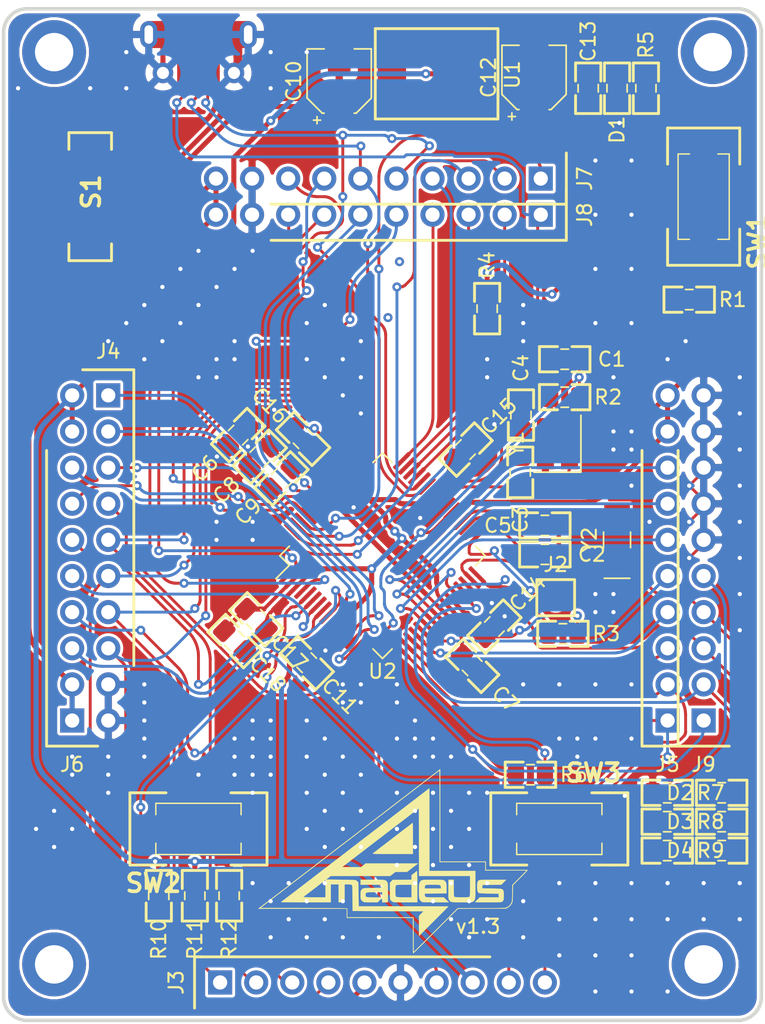
<source format=kicad_pcb>
(kicad_pcb (version 20171130) (host pcbnew "(5.1.5)-3")
  (title_block (title tm4c) (date 2020-01-01) (rev 1.2) (company "Future Energy") (comment 1 "Almost Done"))
  (layers (0 F.Cu signal) (31 B.Cu signal) (34 B.Paste user hide) (35 F.Paste user hide) (36 B.SilkS user hide) (37 F.SilkS user hide) (38 B.Mask user hide) (39 F.Mask user hide) (44 Edge.Cuts user))
  (net 0 "")
  (net 1 /GNDX)
  (net 2 Earth)
  (net 3 +5V)
  (net 4 +3V3)
  (net 5 "Net-(D1-Pad2)")
  (net 6 /PF1)
  (net 7 "Net-(D2-Pad1)")
  (net 8 /PF2)
  (net 9 "Net-(D3-Pad1)")
  (net 10 /PF3)
  (net 11 "Net-(D4-Pad1)")
  (net 12 /PB0)
  (net 13 VBUS)
  (net 14 /VDEBUG)
  (net 15 /~RESET)
  (net 16 /PA0)
  (net 17 /PA1)
  (net 18 /PC2)
  (net 19 /PC3)
  (net 20 /PC1)
  (net 21 /PC0)
  (net 22 /PC4)
  (net 23 /PC5)
  (net 24 /PC6)
  (net 25 /PC7)
  (net 26 /PA7)
  (net 27 /PA6)
  (net 28 /PA5)
  (net 29 /PA4)
  (net 30 /PA3)
  (net 31 /PA2)
  (net 32 /PE5)
  (net 33 /PE4)
  (net 34 /PE3)
  (net 35 /PE2)
  (net 36 /PE1)
  (net 37 /PE0)
  (net 38 /PD7)
  (net 39 /PD6)
  (net 40 /PD3)
  (net 41 /PD2)
  (net 42 /PD1)
  (net 43 /PD0)
  (net 44 /PB7)
  (net 45 /PB6)
  (net 46 /PB5)
  (net 47 /PB4)
  (net 48 /PB3)
  (net 49 /PB2)
  (net 50 /PB1)
  (net 51 /PF4)
  (net 52 /PF0)
  (net 53 /~WAKE)
  (net 54 "Net-(C2-Pad1)")
  (net 55 "Net-(C3-Pad2)")
  (net 56 "Net-(C4-Pad1)")
  (net 57 "Net-(C5-Pad2)")
  (net 58 "Net-(C6-Pad1)")
  (net 59 /D+)
  (net 60 /D-)
  (net 61 "Net-(J2-Pad1)")
  (net 62 "Net-(R1-Pad2)")
  (module Crystal:Crystal_SMD_3225-4Pin_3.2x2.5mm (layer F.Cu) (at 137.03 88.49 90)
    (fp_text reference Y1 (at 0 -2.9 90) (layer F.SilkS))
    (fp_text value Crystal_GND24_Small)
    (pad 4 smd rect (at -1.1 -0.85 90) (size 1.4 1.2) (layers F.Cu F.Paste F.Mask) (net 2 Earth))
    (pad 3 smd rect (at 1.1 -0.85 90) (size 1.4 1.2) (layers F.Cu F.Paste F.Mask) (net 56 "Net-(C4-Pad1)"))
    (pad 2 smd rect (at 1.1 0.85 90) (size 1.4 1.2) (layers F.Cu F.Paste F.Mask) (net 2 Earth))
    (pad 1 smd rect (at -1.1 0.85 90) (size 1.4 1.2) (layers F.Cu F.Paste F.Mask) (net 55 "Net-(C3-Pad2)"))
  )
  (module tm4c:Amadeus (layer F.Cu) (at 125.476 117.856)
    (fp_text reference G*** hide)
    (fp_text value LOGO hide)
  )
  (module tm4c:R_0805_2012Metric_Pad1.15x1.40mm_HandSolder (layer F.Cu) (at 146.304 78.359)
    (fp_text reference R1 (at 3.055 0) (layer F.SilkS))
    (fp_text value 470)
    (pad 1 smd roundrect (at -1.025 0) (size 1.15 1.4) (layers F.Cu F.Paste F.Mask) (roundrect_rratio 0.217391) (net 15 /~RESET))
    (pad 2 smd roundrect (at 1.025 0) (size 1.15 1.4) (layers F.Cu F.Paste F.Mask) (roundrect_rratio 0.217391) (net 62 "Net-(R1-Pad2)"))
  )
  (module tm4c:R_0805_2012Metric_Pad1.15x1.40mm_HandSolder (layer F.Cu) (at 137.541 85.217)
    (fp_text reference R2 (at 3.055 0) (layer F.SilkS))
    (fp_text value 10k)
    (pad 1 smd roundrect (at -1.025 0) (size 1.15 1.4) (layers F.Cu F.Paste F.Mask) (roundrect_rratio 0.217391) (net 4 +3V3))
    (pad 2 smd roundrect (at 1.025 0) (size 1.15 1.4) (layers F.Cu F.Paste F.Mask) (roundrect_rratio 0.217391) (net 15 /~RESET))
  )
  (module tm4c:R_0805_2012Metric_Pad1.15x1.40mm_HandSolder (layer F.Cu) (at 137.414 101.854)
    (fp_text reference R3 (at 3.055 0) (layer F.SilkS))
    (fp_text value 1m)
    (pad 1 smd roundrect (at -1.025 0) (size 1.15 1.4) (layers F.Cu F.Paste F.Mask) (roundrect_rratio 0.217391) (net 53 /~WAKE))
    (pad 2 smd roundrect (at 1.025 0) (size 1.15 1.4) (layers F.Cu F.Paste F.Mask) (roundrect_rratio 0.217391) (net 4 +3V3))
  )
  (module tm4c:R_0805_2012Metric_Pad1.15x1.40mm_HandSolder (layer F.Cu) (at 132.08 78.994 90)
    (fp_text reference R4 (at 3.055 0 90) (layer F.SilkS))
    (fp_text value 220)
    (pad 1 smd roundrect (at -1.025 0 90) (size 1.15 1.4) (layers F.Cu F.Paste F.Mask) (roundrect_rratio 0.217391) (net 50 /PB1))
    (pad 2 smd roundrect (at 1.025 0 90) (size 1.15 1.4) (layers F.Cu F.Paste F.Mask) (roundrect_rratio 0.217391) (net 3 +5V))
  )
  (module tm4c:R_0805_2012Metric_Pad1.15x1.40mm_HandSolder (layer F.Cu) (at 143.256 63.5 90)
    (fp_text reference R5 (at 3.055 0 90) (layer F.SilkS))
    (fp_text value 330)
    (pad 1 smd roundrect (at -1.025 0 90) (size 1.15 1.4) (layers F.Cu F.Paste F.Mask) (roundrect_rratio 0.217391) (net 4 +3V3))
    (pad 2 smd roundrect (at 1.025 0 90) (size 1.15 1.4) (layers F.Cu F.Paste F.Mask) (roundrect_rratio 0.217391) (net 5 "Net-(D1-Pad2)"))
  )
  (module tm4c:R_0805_2012Metric_Pad1.15x1.40mm_HandSolder (layer F.Cu) (at 135.128 111.76)
    (fp_text reference R6 (at 3.055 0) (layer F.SilkS))
    (fp_text value 330)
    (pad 1 smd roundrect (at -1.025 0) (size 1.15 1.4) (layers F.Cu F.Paste F.Mask) (roundrect_rratio 0.217391) (net 52 /PF0))
    (pad 2 smd roundrect (at 1.025 0) (size 1.15 1.4) (layers F.Cu F.Paste F.Mask) (roundrect_rratio 0.217391) (net 53 /~WAKE))
  )
  (module tm4c:R_0805_2012Metric_Pad1.15x1.40mm_HandSolder (layer F.Cu) (at 144.758 113.03)
    (fp_text reference R7 (at 3.055 0) (layer F.SilkS))
    (fp_text value 330)
    (pad 1 smd roundrect (at -1.025 0) (size 1.15 1.4) (layers F.Cu F.Paste F.Mask) (roundrect_rratio 0.217391) (net 2 Earth))
    (pad 2 smd roundrect (at 1.025 0) (size 1.15 1.4) (layers F.Cu F.Paste F.Mask) (roundrect_rratio 0.217391) (net 7 "Net-(D2-Pad1)"))
  )
  (module tm4c:R_0805_2012Metric_Pad1.15x1.40mm_HandSolder (layer F.Cu) (at 144.758 115.062)
    (fp_text reference R8 (at 3.055 0) (layer F.SilkS))
    (fp_text value 330)
    (pad 1 smd roundrect (at -1.025 0) (size 1.15 1.4) (layers F.Cu F.Paste F.Mask) (roundrect_rratio 0.217391) (net 2 Earth))
    (pad 2 smd roundrect (at 1.025 0) (size 1.15 1.4) (layers F.Cu F.Paste F.Mask) (roundrect_rratio 0.217391) (net 9 "Net-(D3-Pad1)"))
  )
  (module tm4c:R_0805_2012Metric_Pad1.15x1.40mm_HandSolder (layer F.Cu) (at 144.758 117.094)
    (fp_text reference R9 (at 3.055 0) (layer F.SilkS))
    (fp_text value 330)
    (pad 1 smd roundrect (at -1.025 0) (size 1.15 1.4) (layers F.Cu F.Paste F.Mask) (roundrect_rratio 0.217391) (net 2 Earth))
    (pad 2 smd roundrect (at 1.025 0) (size 1.15 1.4) (layers F.Cu F.Paste F.Mask) (roundrect_rratio 0.217391) (net 11 "Net-(D4-Pad1)"))
  )
  (module tm4c:R_0805_2012Metric_Pad1.15x1.40mm_HandSolder (layer F.Cu) (at 108.966 120.269 270)
    (fp_text reference R10 (at 3.055 0 90) (layer F.SilkS))
    (fp_text value 10k)
    (pad 1 smd roundrect (at -1.025 0 270) (size 1.15 1.4) (layers F.Cu F.Paste F.Mask) (roundrect_rratio 0.217391) (net 4 +3V3))
    (pad 2 smd roundrect (at 1.025 0 270) (size 1.15 1.4) (layers F.Cu F.Paste F.Mask) (roundrect_rratio 0.217391) (net 21 /PC0))
  )
  (module tm4c:R_0805_2012Metric_Pad1.15x1.40mm_HandSolder (layer F.Cu) (at 111.506 120.269 270)
    (fp_text reference R11 (at 3.055 0 90) (layer F.SilkS))
    (fp_text value 10k)
    (pad 1 smd roundrect (at -1.025 0 270) (size 1.15 1.4) (layers F.Cu F.Paste F.Mask) (roundrect_rratio 0.217391) (net 4 +3V3))
    (pad 2 smd roundrect (at 1.025 0 270) (size 1.15 1.4) (layers F.Cu F.Paste F.Mask) (roundrect_rratio 0.217391) (net 20 /PC1))
  )
  (module tm4c:R_0805_2012Metric_Pad1.15x1.40mm_HandSolder (layer F.Cu) (at 113.919 120.269 270)
    (fp_text reference R12 (at 3.055 0 90) (layer F.SilkS))
    (fp_text value 10k)
    (pad 1 smd roundrect (at -1.025 0 270) (size 1.15 1.4) (layers F.Cu F.Paste F.Mask) (roundrect_rratio 0.217391) (net 2 Earth))
    (pad 2 smd roundrect (at 1.025 0 270) (size 1.15 1.4) (layers F.Cu F.Paste F.Mask) (roundrect_rratio 0.217391) (net 19 /PC3))
  )
  (module tm4c:C_0805_2012Metric_Pad1.15x1.40mm_HandSolder (layer F.Cu) (at 137.541 82.55)
    (fp_text reference C1 (at 3.304734 0) (layer F.SilkS))
    (fp_text value 0.1uF)
    (pad 1 smd roundrect (at -1.025 0) (size 1.15 1.4) (layers F.Cu F.Paste F.Mask) (roundrect_rratio 0.217391) (net 2 Earth))
    (pad 2 smd roundrect (at 1.025 0) (size 1.15 1.4) (layers F.Cu F.Paste F.Mask) (roundrect_rratio 0.217391) (net 15 /~RESET))
  )
  (module tm4c:Buttons (layer F.Cu) (at 147.32 71.12 90)
    (fp_text reference SW1 (at -3.175 3.81 90) (layer F.SilkS) (effects (font (size 1.27 1.27) (thickness 0.254))))
    (fp_text value SW_Push hide)
    (pad 1 smd rect (at -3.9 0 180) (size 1.5 1.5) (layers F.Cu F.Paste F.Mask) (net 62 "Net-(R1-Pad2)"))
    (pad 2 smd rect (at 3.9 0 180) (size 1.5 1.5) (layers F.Cu F.Paste F.Mask) (net 2 Earth))
  )
  (module tm4c:C_0805_2012Metric_Pad1.15x1.40mm_HandSolder (layer F.Cu) (at 134.41 90.5 270)
    (fp_text reference C3 (at 3.304734 0 90) (layer F.SilkS))
    (fp_text value 10pF)
    (pad 1 smd roundrect (at -1.025 0 270) (size 1.15 1.4) (layers F.Cu F.Paste F.Mask) (roundrect_rratio 0.217391) (net 2 Earth))
    (pad 2 smd roundrect (at 1.025 0 270) (size 1.15 1.4) (layers F.Cu F.Paste F.Mask) (roundrect_rratio 0.217391) (net 55 "Net-(C3-Pad2)"))
  )
  (module tm4c:C_0805_2012Metric_Pad1.15x1.40mm_HandSolder (layer F.Cu) (at 130.556 88.9 45)
    (fp_text reference C15 (at 3.304734 0 45) (layer F.SilkS))
    (fp_text value 0.01uF)
    (pad 1 smd roundrect (at -1.025 0 45) (size 1.15 1.4) (layers F.Cu F.Paste F.Mask) (roundrect_rratio 0.217391) (net 4 +3V3))
    (pad 2 smd roundrect (at 1.025 0 45) (size 1.15 1.4) (layers F.Cu F.Paste F.Mask) (roundrect_rratio 0.217391) (net 2 Earth))
  )
  (module tm4c:C_0805_2012Metric_Pad1.15x1.40mm_HandSolder (layer F.Cu) (at 136.144 96.266)
    (fp_text reference C2 (at 3.304734 0) (layer F.SilkS))
    (fp_text value 24pF)
    (pad 2 smd roundrect (at 1.025 0) (size 1.15 1.4) (layers F.Cu F.Paste F.Mask) (roundrect_rratio 0.217391) (net 1 /GNDX))
    (pad 1 smd roundrect (at -1.025 0) (size 1.15 1.4) (layers F.Cu F.Paste F.Mask) (roundrect_rratio 0.217391) (net 54 "Net-(C2-Pad1)"))
  )
  (module tm4c:C_0805_2012Metric_Pad1.15x1.40mm_HandSolder (layer F.Cu) (at 134.46 86.478 90)
    (fp_text reference C4 (at 3.304734 0 90) (layer F.SilkS))
    (fp_text value 10pF)
    (pad 1 smd roundrect (at -1.025 0 90) (size 1.15 1.4) (layers F.Cu F.Paste F.Mask) (roundrect_rratio 0.217391) (net 56 "Net-(C4-Pad1)"))
    (pad 2 smd roundrect (at 1.025 0 90) (size 1.15 1.4) (layers F.Cu F.Paste F.Mask) (roundrect_rratio 0.217391) (net 2 Earth))
  )
  (module tm4c:C_0805_2012Metric_Pad1.15x1.40mm_HandSolder (layer F.Cu) (at 136.144 94.234 180)
    (fp_text reference C5 (at 3.304734 0) (layer F.SilkS))
    (fp_text value 24pF)
    (pad 2 smd roundrect (at 1.025 0 180) (size 1.15 1.4) (layers F.Cu F.Paste F.Mask) (roundrect_rratio 0.217391) (net 57 "Net-(C5-Pad2)"))
    (pad 1 smd roundrect (at -1.025 0 180) (size 1.15 1.4) (layers F.Cu F.Paste F.Mask) (roundrect_rratio 0.217391) (net 1 /GNDX))
  )
  (module tm4c:C_0805_2012Metric_Pad1.15x1.40mm_HandSolder (layer F.Cu) (at 114.554 87.884 225)
    (fp_text reference C6 (at 3.304734 0 45) (layer F.SilkS))
    (fp_text value 0.1uF)
    (pad 1 smd roundrect (at -1.025 0 225) (size 1.15 1.4) (layers F.Cu F.Paste F.Mask) (roundrect_rratio 0.217391) (net 58 "Net-(C6-Pad1)"))
    (pad 2 smd roundrect (at 1.025 0 225) (size 1.15 1.4) (layers F.Cu F.Paste F.Mask) (roundrect_rratio 0.217391) (net 2 Earth))
  )
  (module tm4c:C_0805_2012Metric_Pad1.15x1.40mm_HandSolder (layer F.Cu) (at 131.026784 104.102784 315)
    (fp_text reference C7 (at 3.304734 0 135) (layer F.SilkS))
    (fp_text value 0.1uF)
    (pad 1 smd roundrect (at -1.025 0 315) (size 1.15 1.4) (layers F.Cu F.Paste F.Mask) (roundrect_rratio 0.217391) (net 58 "Net-(C6-Pad1)"))
    (pad 2 smd roundrect (at 1.025 0 315) (size 1.15 1.4) (layers F.Cu F.Paste F.Mask) (roundrect_rratio 0.217391) (net 2 Earth))
  )
  (module tm4c:C_0805_2012Metric_Pad1.15x1.40mm_HandSolder (layer F.Cu) (at 116.078 89.408 225)
    (fp_text reference C8 (at 3.304734 0 45) (layer F.SilkS))
    (fp_text value 1uF)
    (pad 1 smd roundrect (at -1.025 0 225) (size 1.15 1.4) (layers F.Cu F.Paste F.Mask) (roundrect_rratio 0.217391) (net 58 "Net-(C6-Pad1)"))
    (pad 2 smd roundrect (at 1.025 0 225) (size 1.15 1.4) (layers F.Cu F.Paste F.Mask) (roundrect_rratio 0.217391) (net 2 Earth))
  )
  (module tm4c:C_0805_2012Metric_Pad1.15x1.40mm_HandSolder (layer F.Cu) (at 117.602 90.932 225)
    (fp_text reference C9 (at 3.304734 0 45) (layer F.SilkS))
    (fp_text value 2.2uF)
    (pad 1 smd roundrect (at -1.025 0 225) (size 1.15 1.4) (layers F.Cu F.Paste F.Mask) (roundrect_rratio 0.217391) (net 58 "Net-(C6-Pad1)"))
    (pad 2 smd roundrect (at 1.025 0 225) (size 1.15 1.4) (layers F.Cu F.Paste F.Mask) (roundrect_rratio 0.217391) (net 2 Earth))
  )
  (module tm4c:CP_Elec_4x5.4 (layer F.Cu) (at 121.666 62.992 90)
    (fp_text reference C10 (at 0 -3.2 90) (layer F.SilkS))
    (fp_text value 10uF)
    (pad 2 smd roundrect (at 1.8 0 90) (size 2.6 1.6) (layers F.Cu F.Paste F.Mask) (roundrect_rratio 0.15625) (net 2 Earth))
    (pad 1 smd roundrect (at -1.8 0 90) (size 2.6 1.6) (layers F.Cu F.Paste F.Mask) (roundrect_rratio 0.15625) (net 3 +5V))
  )
  (module tm4c:C_0805_2012Metric_Pad1.15x1.40mm_HandSolder (layer F.Cu) (at 119.38 103.886 315)
    (fp_text reference C11 (at 3.304734 0 135) (layer F.SilkS))
    (fp_text value 0.1uF)
    (pad 1 smd roundrect (at -1.025 0 315) (size 1.15 1.4) (layers F.Cu F.Paste F.Mask) (roundrect_rratio 0.217391) (net 4 +3V3))
    (pad 2 smd roundrect (at 1.025 0 315) (size 1.15 1.4) (layers F.Cu F.Paste F.Mask) (roundrect_rratio 0.217391) (net 2 Earth))
  )
  (module tm4c:CP_Elec_4x5.4 (layer F.Cu) (at 135.382 62.738 90)
    (fp_text reference C12 (at 0 -3.2 90) (layer F.SilkS))
    (fp_text value 22uF)
    (pad 2 smd roundrect (at 1.8 0 90) (size 2.6 1.6) (layers F.Cu F.Paste F.Mask) (roundrect_rratio 0.15625) (net 2 Earth))
    (pad 1 smd roundrect (at -1.8 0 90) (size 2.6 1.6) (layers F.Cu F.Paste F.Mask) (roundrect_rratio 0.15625) (net 4 +3V3))
  )
  (module tm4c:C_0805_2012Metric_Pad1.15x1.40mm_HandSolder (layer F.Cu) (at 139.192 63.5 90)
    (fp_text reference C13 (at 3.304734 0 90) (layer F.SilkS))
    (fp_text value 0.1uF)
    (pad 1 smd roundrect (at -1.025 0 90) (size 1.15 1.4) (layers F.Cu F.Paste F.Mask) (roundrect_rratio 0.217391) (net 4 +3V3))
    (pad 2 smd roundrect (at 1.025 0 90) (size 1.15 1.4) (layers F.Cu F.Paste F.Mask) (roundrect_rratio 0.217391) (net 2 Earth))
  )
  (module tm4c:C_0805_2012Metric_Pad1.15x1.40mm_HandSolder (layer F.Cu) (at 132.588 101.346 45)
    (fp_text reference C14 (at 3.304734 0 45) (layer F.SilkS))
    (fp_text value 0.1uF)
    (pad 1 smd roundrect (at -1.025 0 45) (size 1.15 1.4) (layers F.Cu F.Paste F.Mask) (roundrect_rratio 0.217391) (net 4 +3V3))
    (pad 2 smd roundrect (at 1.025 0 45) (size 1.15 1.4) (layers F.Cu F.Paste F.Mask) (roundrect_rratio 0.217391) (net 2 Earth))
  )
  (module tm4c:C_0805_2012Metric_Pad1.15x1.40mm_HandSolder (layer F.Cu) (at 119.126 88.138 135)
    (fp_text reference C16 (at 3.304734 0 135) (layer F.SilkS))
    (fp_text value 0.1uF)
    (pad 1 smd roundrect (at -1.025 0 135) (size 1.15 1.4) (layers F.Cu F.Paste F.Mask) (roundrect_rratio 0.217391) (net 4 +3V3))
    (pad 2 smd roundrect (at 1.025 0 135) (size 1.15 1.4) (layers F.Cu F.Paste F.Mask) (roundrect_rratio 0.217391) (net 2 Earth))
  )
  (module tm4c:C_0805_2012Metric_Pad1.15x1.40mm_HandSolder (layer F.Cu) (at 115.824 100.838 315)
    (fp_text reference C17 (at 3.304734 0 135) (layer F.SilkS))
    (fp_text value 1uF)
    (pad 1 smd roundrect (at -1.025 0 315) (size 1.15 1.4) (layers F.Cu F.Paste F.Mask) (roundrect_rratio 0.217391) (net 4 +3V3))
    (pad 2 smd roundrect (at 1.025 0 315) (size 1.15 1.4) (layers F.Cu F.Paste F.Mask) (roundrect_rratio 0.217391) (net 2 Earth))
  )
  (module tm4c:C_0805_2012Metric_Pad1.15x1.40mm_HandSolder (layer F.Cu) (at 114.3 102.362 315)
    (fp_text reference C18 (at 3.304734 0 135) (layer F.SilkS))
    (fp_text value 0.01uF)
    (pad 1 smd roundrect (at -1.025 0 315) (size 1.15 1.4) (layers F.Cu F.Paste F.Mask) (roundrect_rratio 0.217391) (net 4 +3V3))
    (pad 2 smd roundrect (at 1.025 0 315) (size 1.15 1.4) (layers F.Cu F.Paste F.Mask) (roundrect_rratio 0.217391) (net 2 Earth))
  )
  (module tm4c:LED_0805_2012Metric_Pad1.15x1.40mm_HandSolder (layer F.Cu) (at 141.224 63.5 90)
    (fp_text reference D1 (at -2.921 0 90) (layer F.SilkS))
    (fp_text value LED)
    (pad 1 smd roundrect (at -1.025 0 90) (size 1.15 1.4) (layers F.Cu F.Paste F.Mask) (roundrect_rratio 0.217391) (net 2 Earth))
    (pad 2 smd roundrect (at 1.025 0 90) (size 1.15 1.4) (layers F.Cu F.Paste F.Mask) (roundrect_rratio 0.217391) (net 5 "Net-(D1-Pad2)"))
  )
  (module tm4c:LED_0805_2012Metric_Pad1.15x1.40mm_HandSolder (layer F.Cu) (at 148.59 113.03)
    (fp_text reference D2 (at -2.921 0) (layer F.SilkS))
    (fp_text value LED)
    (pad 2 smd roundrect (at 1.025 0) (size 1.15 1.4) (layers F.Cu F.Paste F.Mask) (roundrect_rratio 0.217391) (net 6 /PF1))
    (pad 1 smd roundrect (at -1.025 0) (size 1.15 1.4) (layers F.Cu F.Paste F.Mask) (roundrect_rratio 0.217391) (net 7 "Net-(D2-Pad1)"))
  )
  (module tm4c:LED_0805_2012Metric_Pad1.15x1.40mm_HandSolder (layer F.Cu) (at 148.59 115.062)
    (fp_text reference D3 (at -2.921 0) (layer F.SilkS))
    (fp_text value LED)
    (pad 2 smd roundrect (at 1.025 0) (size 1.15 1.4) (layers F.Cu F.Paste F.Mask) (roundrect_rratio 0.217391) (net 8 /PF2))
    (pad 1 smd roundrect (at -1.025 0) (size 1.15 1.4) (layers F.Cu F.Paste F.Mask) (roundrect_rratio 0.217391) (net 9 "Net-(D3-Pad1)"))
  )
  (module tm4c:LED_0805_2012Metric_Pad1.15x1.40mm_HandSolder (layer F.Cu) (at 148.59 117.094)
    (fp_text reference D4 (at -2.921 0) (layer F.SilkS))
    (fp_text value LED)
    (pad 2 smd roundrect (at 1.025 0) (size 1.15 1.4) (layers F.Cu F.Paste F.Mask) (roundrect_rratio 0.217391) (net 10 /PF3))
    (pad 1 smd roundrect (at -1.025 0) (size 1.15 1.4) (layers F.Cu F.Paste F.Mask) (roundrect_rratio 0.217391) (net 11 "Net-(D4-Pad1)"))
  )
  (module tm4c:MountingHole_2.7mm_M2.5_ISO14580_Pad (layer F.Cu) (at 147.32 125.095)
    (fp_text reference H1 hide)
    (fp_text value MountingHole)
    (pad 1 thru_hole circle (at 0 0) (size 4.5 4.5) (drill 2.7) (layers *.Cu *.Mask))
  )
  (module tm4c:MountingHole_2.7mm_M2.5_ISO14580_Pad (layer F.Cu) (at 101.6 125.095)
    (fp_text reference H2 hide)
    (fp_text value MountingHole)
    (pad 1 thru_hole circle (at 0 0) (size 4.5 4.5) (drill 2.7) (layers *.Cu *.Mask))
  )
  (module tm4c:MountingHole_2.7mm_M2.5_ISO14580_Pad (layer F.Cu) (at 147.955 60.96)
    (fp_text reference H3 hide)
    (fp_text value MountingHole)
    (pad 1 thru_hole circle (at 0 0) (size 4.5 4.5) (drill 2.7) (layers *.Cu *.Mask))
  )
  (module tm4c:MountingHole_2.7mm_M2.5_ISO14580_Pad (layer F.Cu) (at 101.6 60.96)
    (fp_text reference H4 hide)
    (fp_text value MountingHole)
    (pad 1 thru_hole circle (at 0 0) (size 4.5 4.5) (drill 2.7) (layers *.Cu *.Mask))
  )
  (module tm4c:USB_Micro-B_Molex (layer F.Cu) (at 111.76 60.96 180)
    (fp_text reference J1 hide)
    (fp_text value USB_OTG)
    (pad 6 smd rect (at 1 1.2375 180) (size 1.5 1.9) (layers F.Cu F.Paste F.Mask) (net 2 Earth))
    (pad 6 thru_hole circle (at -2.5 -1.4625 180) (size 1.45 1.45) (drill 0.85) (layers *.Cu *.Mask) (net 2 Earth))
    (pad 2 smd rect (at -0.65 -1.4625 180) (size 0.4 1.35) (layers F.Cu F.Paste F.Mask) (net 60 /D-))
    (pad 1 smd rect (at -1.3 -1.4625 180) (size 0.4 1.35) (layers F.Cu F.Paste F.Mask) (net 13 VBUS))
    (pad 5 smd rect (at 1.3 -1.4625 180) (size 0.4 1.35) (layers F.Cu F.Paste F.Mask) (net 2 Earth))
    (pad 4 smd rect (at 0.65 -1.4625 180) (size 0.4 1.35) (layers F.Cu F.Paste F.Mask) (net 12 /PB0))
    (pad 3 smd rect (at 0 -1.4625 180) (size 0.4 1.35) (layers F.Cu F.Paste F.Mask) (net 59 /D+))
    (pad 6 thru_hole circle (at 2.5 -1.4625 180) (size 1.45 1.45) (drill 0.85) (layers *.Cu *.Mask) (net 2 Earth))
    (pad 6 smd rect (at -1 1.2375 180) (size 1.5 1.9) (layers F.Cu F.Paste F.Mask) (net 2 Earth))
    (pad 6 thru_hole oval (at -3.5 1.2375) (size 1.2 1.9) (drill oval 0.6 1.3) (layers *.Cu *.Mask) (net 2 Earth))
    (pad 6 thru_hole oval (at 3.5 1.2375 180) (size 1.2 1.9) (drill oval 0.6 1.3) (layers *.Cu *.Mask) (net 2 Earth))
    (pad 6 smd rect (at 2.9 1.2375 180) (size 1.2 1.9) (layers F.Cu F.Mask) (net 2 Earth))
    (pad 6 smd rect (at -2.9 1.2375 180) (size 1.2 1.9) (layers F.Cu F.Mask) (net 2 Earth))
  )
  (module tm4c:PinHeader_1x01_P2.54mm_Vertical (layer F.Cu) (at 136.906 99.314)
    (fp_text reference J2 (at 0 -2.33) (layer F.SilkS))
    (fp_text value HIB)
    (pad 1 smd circle (at 0 0) (size 1.7 1.7) (layers F.Cu F.Paste F.Mask) (net 61 "Net-(J2-Pad1)"))
  )
  (module tm4c:PinHeader_1x10_P2.54mm_Vertical (layer F.Cu) (at 113.284 126.365 90)
    (fp_text reference J3 (at 0 -3.092 270) (layer F.SilkS))
    (fp_text value "JTAG Port")
    (pad 1 thru_hole rect (at 0 0 90) (size 1.7 1.7) (drill 1) (layers *.Cu *.Mask) (net 21 /PC0))
    (pad 2 thru_hole oval (at 0 2.54 90) (size 1.7 1.7) (drill 1) (layers *.Cu *.Mask) (net 20 /PC1))
    (pad 3 thru_hole oval (at 0 5.08 90) (size 1.7 1.7) (drill 1) (layers *.Cu *.Mask) (net 19 /PC3))
    (pad 4 thru_hole oval (at 0 7.62 90) (size 1.7 1.7) (drill 1) (layers *.Cu *.Mask) (net 18 /PC2))
    (pad 5 thru_hole oval (at 0 10.16 90) (size 1.7 1.7) (drill 1) (layers *.Cu *.Mask) (net 14 /VDEBUG))
    (pad 6 thru_hole oval (at 0 12.7 90) (size 1.7 1.7) (drill 1) (layers *.Cu *.Mask) (net 2 Earth))
    (pad 7 thru_hole oval (at 0 15.24 90) (size 1.7 1.7) (drill 1) (layers *.Cu *.Mask) (net 15 /~RESET))
    (pad 8 thru_hole oval (at 0 17.78 90) (size 1.7 1.7) (drill 1) (layers *.Cu *.Mask) (net 4 +3V3))
    (pad 9 thru_hole oval (at 0 20.32 90) (size 1.7 1.7) (drill 1) (layers *.Cu *.Mask) (net 17 /PA1))
    (pad 10 thru_hole oval (at 0 22.86 90) (size 1.7 1.7) (drill 1) (layers *.Cu *.Mask) (net 16 /PA0))
  )
  (module tm4c:PinHeader_1x10_P2.54mm_Vertical (layer F.Cu) (at 105.41 85.09)
    (fp_text reference J4 (at 0 -3.092 180) (layer F.SilkS))
    (fp_text value "C Port")
    (pad 1 thru_hole rect (at 0 0) (size 1.7 1.7) (drill 1) (layers *.Cu *.Mask) (net 25 /PC7))
    (pad 2 thru_hole oval (at 0 2.54) (size 1.7 1.7) (drill 1) (layers *.Cu *.Mask) (net 24 /PC6))
    (pad 3 thru_hole oval (at 0 5.08) (size 1.7 1.7) (drill 1) (layers *.Cu *.Mask) (net 23 /PC5))
    (pad 4 thru_hole oval (at 0 7.62) (size 1.7 1.7) (drill 1) (layers *.Cu *.Mask) (net 22 /PC4))
    (pad 5 thru_hole oval (at 0 10.16) (size 1.7 1.7) (drill 1) (layers *.Cu *.Mask) (net 19 /PC3))
    (pad 6 thru_hole oval (at 0 12.7) (size 1.7 1.7) (drill 1) (layers *.Cu *.Mask) (net 18 /PC2))
    (pad 7 thru_hole oval (at 0 15.24) (size 1.7 1.7) (drill 1) (layers *.Cu *.Mask) (net 20 /PC1))
    (pad 8 thru_hole oval (at 0 17.78) (size 1.7 1.7) (drill 1) (layers *.Cu *.Mask) (net 21 /PC0))
    (pad 9 thru_hole oval (at 0 20.32) (size 1.7 1.7) (drill 1) (layers *.Cu *.Mask) (net 2 Earth))
    (pad 10 thru_hole oval (at 0 22.86) (size 1.7 1.7) (drill 1) (layers *.Cu *.Mask) (net 2 Earth))
  )
  (module tm4c:PinHeader_1x10_P2.54mm_Vertical (layer F.Cu) (at 144.78 107.95 180)
    (fp_text reference J5 (at 0 -3.092 180) (layer F.SilkS))
    (fp_text value "A Port")
    (pad 1 thru_hole rect (at 0 0 180) (size 1.7 1.7) (drill 1) (layers *.Cu *.Mask) (net 16 /PA0))
    (pad 2 thru_hole oval (at 0 2.54 180) (size 1.7 1.7) (drill 1) (layers *.Cu *.Mask) (net 17 /PA1))
    (pad 3 thru_hole oval (at 0 5.08 180) (size 1.7 1.7) (drill 1) (layers *.Cu *.Mask) (net 31 /PA2))
    (pad 4 thru_hole oval (at 0 7.62 180) (size 1.7 1.7) (drill 1) (layers *.Cu *.Mask) (net 30 /PA3))
    (pad 5 thru_hole oval (at 0 10.16 180) (size 1.7 1.7) (drill 1) (layers *.Cu *.Mask) (net 29 /PA4))
    (pad 6 thru_hole oval (at 0 12.7 180) (size 1.7 1.7) (drill 1) (layers *.Cu *.Mask) (net 28 /PA5))
    (pad 7 thru_hole oval (at 0 15.24 180) (size 1.7 1.7) (drill 1) (layers *.Cu *.Mask) (net 27 /PA6))
    (pad 8 thru_hole oval (at 0 17.78 180) (size 1.7 1.7) (drill 1) (layers *.Cu *.Mask) (net 26 /PA7))
    (pad 9 thru_hole oval (at 0 20.32 180) (size 1.7 1.7) (drill 1) (layers *.Cu *.Mask) (net 4 +3V3))
    (pad 10 thru_hole oval (at 0 22.86 180) (size 1.7 1.7) (drill 1) (layers *.Cu *.Mask) (net 4 +3V3))
  )
  (module tm4c:PinHeader_1x10_P2.54mm_Vertical (layer F.Cu) (at 102.87 107.95 180)
    (fp_text reference J6 (at 0 -3.092 180) (layer F.SilkS))
    (fp_text value "E Port")
    (pad 1 thru_hole rect (at 0 0 180) (size 1.7 1.7) (drill 1) (layers *.Cu *.Mask) (net 3 +5V))
    (pad 2 thru_hole oval (at 0 2.54 180) (size 1.7 1.7) (drill 1) (layers *.Cu *.Mask) (net 3 +5V))
    (pad 3 thru_hole oval (at 0 5.08 180) (size 1.7 1.7) (drill 1) (layers *.Cu *.Mask) (net 37 /PE0))
    (pad 4 thru_hole oval (at 0 7.62 180) (size 1.7 1.7) (drill 1) (layers *.Cu *.Mask) (net 36 /PE1))
    (pad 5 thru_hole oval (at 0 10.16 180) (size 1.7 1.7) (drill 1) (layers *.Cu *.Mask) (net 35 /PE2))
    (pad 6 thru_hole oval (at 0 12.7 180) (size 1.7 1.7) (drill 1) (layers *.Cu *.Mask) (net 34 /PE3))
    (pad 7 thru_hole oval (at 0 15.24 180) (size 1.7 1.7) (drill 1) (layers *.Cu *.Mask) (net 33 /PE4))
    (pad 8 thru_hole oval (at 0 17.78 180) (size 1.7 1.7) (drill 1) (layers *.Cu *.Mask) (net 32 /PE5))
    (pad 9 thru_hole oval (at 0 20.32 180) (size 1.7 1.7) (drill 1) (layers *.Cu *.Mask) (net 4 +3V3))
    (pad 10 thru_hole oval (at 0 22.86 180) (size 1.7 1.7) (drill 1) (layers *.Cu *.Mask) (net 4 +3V3))
  )
  (module tm4c:PinHeader_1x10_P2.54mm_Vertical (layer F.Cu) (at 135.854 69.85 270)
    (fp_text reference J7 (at 0 -3.092 270) (layer F.SilkS))
    (fp_text value "D Port")
    (pad 1 thru_hole rect (at 0 0 270) (size 1.7 1.7) (drill 1) (layers *.Cu *.Mask) (net 43 /PD0))
    (pad 2 thru_hole oval (at 0 2.54 270) (size 1.7 1.7) (drill 1) (layers *.Cu *.Mask) (net 42 /PD1))
    (pad 3 thru_hole oval (at 0 5.08 270) (size 1.7 1.7) (drill 1) (layers *.Cu *.Mask) (net 41 /PD2))
    (pad 4 thru_hole oval (at 0 7.62 270) (size 1.7 1.7) (drill 1) (layers *.Cu *.Mask) (net 40 /PD3))
    (pad 5 thru_hole oval (at 0 10.16 270) (size 1.7 1.7) (drill 1) (layers *.Cu *.Mask) (net 60 /D-))
    (pad 6 thru_hole oval (at 0 12.7 270) (size 1.7 1.7) (drill 1) (layers *.Cu *.Mask) (net 59 /D+))
    (pad 7 thru_hole oval (at 0 15.24 270) (size 1.7 1.7) (drill 1) (layers *.Cu *.Mask) (net 39 /PD6))
    (pad 8 thru_hole oval (at 0 17.78 270) (size 1.7 1.7) (drill 1) (layers *.Cu *.Mask) (net 38 /PD7))
    (pad 9 thru_hole oval (at 0 20.32 270) (size 1.7 1.7) (drill 1) (layers *.Cu *.Mask) (net 2 Earth))
    (pad 10 thru_hole oval (at 0 22.86 270) (size 1.7 1.7) (drill 1) (layers *.Cu *.Mask) (net 3 +5V))
  )
  (module tm4c:PinHeader_1x10_P2.54mm_Vertical (layer F.Cu) (at 135.854 72.39 270)
    (fp_text reference J8 (at 0 -3.092 270) (layer F.SilkS))
    (fp_text value "B Port")
    (pad 1 thru_hole rect (at 0 0 270) (size 1.7 1.7) (drill 1) (layers *.Cu *.Mask) (net 12 /PB0))
    (pad 2 thru_hole oval (at 0 2.54 270) (size 1.7 1.7) (drill 1) (layers *.Cu *.Mask) (net 50 /PB1))
    (pad 3 thru_hole oval (at 0 5.08 270) (size 1.7 1.7) (drill 1) (layers *.Cu *.Mask) (net 49 /PB2))
    (pad 4 thru_hole oval (at 0 7.62 270) (size 1.7 1.7) (drill 1) (layers *.Cu *.Mask) (net 48 /PB3))
    (pad 5 thru_hole oval (at 0 10.16 270) (size 1.7 1.7) (drill 1) (layers *.Cu *.Mask) (net 47 /PB4))
    (pad 6 thru_hole oval (at 0 12.7 270) (size 1.7 1.7) (drill 1) (layers *.Cu *.Mask) (net 46 /PB5))
    (pad 7 thru_hole oval (at 0 15.24 270) (size 1.7 1.7) (drill 1) (layers *.Cu *.Mask) (net 45 /PB6))
    (pad 8 thru_hole oval (at 0 17.78 270) (size 1.7 1.7) (drill 1) (layers *.Cu *.Mask) (net 44 /PB7))
    (pad 9 thru_hole oval (at 0 20.32 270) (size 1.7 1.7) (drill 1) (layers *.Cu *.Mask) (net 2 Earth))
    (pad 10 thru_hole oval (at 0 22.86 270) (size 1.7 1.7) (drill 1) (layers *.Cu *.Mask) (net 3 +5V))
  )
  (module tm4c:PinHeader_1x10_P2.54mm_Vertical (layer F.Cu) (at 147.32 107.95 180)
    (fp_text reference J9 (at 0 -3.092 180) (layer F.SilkS))
    (fp_text value "F Port")
    (pad 1 thru_hole rect (at 0 0 180) (size 1.7 1.7) (drill 1) (layers *.Cu *.Mask) (net 52 /PF0))
    (pad 2 thru_hole oval (at 0 2.54 180) (size 1.7 1.7) (drill 1) (layers *.Cu *.Mask) (net 6 /PF1))
    (pad 3 thru_hole oval (at 0 5.08 180) (size 1.7 1.7) (drill 1) (layers *.Cu *.Mask) (net 8 /PF2))
    (pad 4 thru_hole oval (at 0 7.62 180) (size 1.7 1.7) (drill 1) (layers *.Cu *.Mask) (net 10 /PF3))
    (pad 5 thru_hole oval (at 0 10.16 180) (size 1.7 1.7) (drill 1) (layers *.Cu *.Mask) (net 51 /PF4))
    (pad 6 thru_hole oval (at 0 12.7 180) (size 1.7 1.7) (drill 1) (layers *.Cu *.Mask) (net 2 Earth))
    (pad 7 thru_hole oval (at 0 15.24 180) (size 1.7 1.7) (drill 1) (layers *.Cu *.Mask) (net 2 Earth))
    (pad 8 thru_hole oval (at 0 17.78 180) (size 1.7 1.7) (drill 1) (layers *.Cu *.Mask) (net 2 Earth))
    (pad 9 thru_hole oval (at 0 20.32 180) (size 1.7 1.7) (drill 1) (layers *.Cu *.Mask) (net 2 Earth))
    (pad 10 thru_hole oval (at 0 22.86 180) (size 1.7 1.7) (drill 1) (layers *.Cu *.Mask) (net 2 Earth))
  )
  (module tm4c:Slide_Switch_2.54mm (layer F.Cu) (at 104.14 71.12 270)
    (fp_text reference S1 (at -0.335 -0.068 270) (layer F.SilkS) (effects (font (size 1.27 1.27) (thickness 0.254))))
    (fp_text value JS202011SCQN hide)
    (pad 1 smd rect (at -2.5 2.75 270) (size 1.2 2.5) (layers F.Cu F.Paste F.Mask) (net 13 VBUS))
    (pad 2 smd rect (at 0 2.75 270) (size 1.2 2.5) (layers F.Cu F.Paste F.Mask) (net 3 +5V))
    (pad 3 smd rect (at 2.5 2.75 270) (size 1.2 2.5) (layers F.Cu F.Paste F.Mask) (net 14 /VDEBUG))
    (pad 4 smd rect (at 2.5 -2.75 270) (size 1.2 2.5) (layers F.Cu F.Paste F.Mask) (net 14 /VDEBUG))
    (pad 5 smd rect (at 0 -2.75 270) (size 1.2 2.5) (layers F.Cu F.Paste F.Mask) (net 3 +5V))
    (pad 6 smd rect (at -2.5 -2.75 270) (size 1.2 2.5) (layers F.Cu F.Paste F.Mask) (net 13 VBUS))
  )
  (module tm4c:Buttons (layer F.Cu) (at 111.76 115.57)
    (fp_text reference SW2 (at -3.175 3.81) (layer F.SilkS) (effects (font (size 1.27 1.27) (thickness 0.254))))
    (fp_text value SW_Push hide)
    (pad 1 smd rect (at -3.9 0 90) (size 1.5 1.5) (layers F.Cu F.Paste F.Mask) (net 51 /PF4))
    (pad 2 smd rect (at 3.9 0 90) (size 1.5 1.5) (layers F.Cu F.Paste F.Mask) (net 2 Earth))
  )
  (module tm4c:Buttons (layer F.Cu) (at 137.16 115.57)
    (fp_text reference SW3 (at 2.413 -3.937) (layer F.SilkS) (effects (font (size 1.27 1.27) (thickness 0.254))))
    (fp_text value SW_Push hide)
    (pad 1 smd rect (at -3.9 0 90) (size 1.5 1.5) (layers F.Cu F.Paste F.Mask) (net 52 /PF0))
    (pad 2 smd rect (at 3.9 0 90) (size 1.5 1.5) (layers F.Cu F.Paste F.Mask) (net 2 Earth))
  )
  (module tm4c:LM1117-3.3V (layer F.Cu) (at 128.524 62.484)
    (fp_text reference U1 (at 5.334 0.0635 -90) (layer F.SilkS))
    (fp_text value LM1117-3.3)
    (pad 4 smd rect (at 3.15 0) (size 2 3.8) (layers F.Cu F.Paste F.Mask) (net 4 +3V3))
    (pad 2 smd rect (at -3.15 0) (size 2 1.5) (layers F.Cu F.Paste F.Mask) (net 4 +3V3))
    (pad 3 smd rect (at -3.15 2.3) (size 2 1.5) (layers F.Cu F.Paste F.Mask) (net 3 +5V))
    (pad 1 smd rect (at -3.15 -2.3) (size 2 1.5) (layers F.Cu F.Paste F.Mask) (net 2 Earth))
  )
  (module tm4c:TMC123GH6PM (layer F.Cu) (at 124.714 96.3635 45)
    (fp_text reference U2 (at -5.747363 5.747365) (layer F.SilkS))
    (fp_text value TM4C123GH6PM)
    (pad 1 smd roundrect (at -5.675 -3.75 45) (size 1.55 0.3) (layers F.Cu F.Paste F.Mask) (net 45 /PB6))
    (pad 2 smd roundrect (at -5.675 -3.25 45) (size 1.55 0.3) (layers F.Cu F.Paste F.Mask) (net 4 +3V3))
    (pad 3 smd roundrect (at -5.675 -2.75 45) (size 1.55 0.3) (layers F.Cu F.Paste F.Mask) (net 2 Earth))
    (pad 4 smd roundrect (at -5.675 -2.25 45) (size 1.55 0.3) (layers F.Cu F.Paste F.Mask) (net 44 /PB7))
    (pad 5 smd roundrect (at -5.675 -1.75 45) (size 1.55 0.3) (layers F.Cu F.Paste F.Mask) (net 51 /PF4))
    (pad 6 smd roundrect (at -5.675 -1.25 45) (size 1.55 0.3) (layers F.Cu F.Paste F.Mask) (net 34 /PE3))
    (pad 7 smd roundrect (at -5.675 -0.75 45) (size 1.55 0.3) (layers F.Cu F.Paste F.Mask) (net 35 /PE2))
    (pad 8 smd roundrect (at -5.675 -0.25 45) (size 1.55 0.3) (layers F.Cu F.Paste F.Mask) (net 36 /PE1))
    (pad 9 smd roundrect (at -5.675 0.25 45) (size 1.55 0.3) (layers F.Cu F.Paste F.Mask) (net 37 /PE0))
    (pad 10 smd roundrect (at -5.675 0.75 45) (size 1.55 0.3) (layers F.Cu F.Paste F.Mask) (net 38 /PD7))
    (pad 11 smd roundrect (at -5.675 1.25 45) (size 1.55 0.3) (layers F.Cu F.Paste F.Mask) (net 4 +3V3))
    (pad 12 smd roundrect (at -5.675 1.75 45) (size 1.55 0.3) (layers F.Cu F.Paste F.Mask) (net 2 Earth))
    (pad 13 smd roundrect (at -5.675 2.25 45) (size 1.55 0.3) (layers F.Cu F.Paste F.Mask) (net 25 /PC7))
    (pad 14 smd roundrect (at -5.675 2.75 45) (size 1.55 0.3) (layers F.Cu F.Paste F.Mask) (net 24 /PC6))
    (pad 15 smd roundrect (at -5.675 3.25 45) (size 1.55 0.3) (layers F.Cu F.Paste F.Mask) (net 23 /PC5))
    (pad 16 smd roundrect (at -5.675 3.75 45) (size 1.55 0.3) (layers F.Cu F.Paste F.Mask) (net 22 /PC4))
    (pad 17 smd roundrect (at -3.75 5.675 45) (size 0.3 1.55) (layers F.Cu F.Paste F.Mask) (net 16 /PA0))
    (pad 18 smd roundrect (at -3.25 5.675 45) (size 0.3 1.55) (layers F.Cu F.Paste F.Mask) (net 17 /PA1))
    (pad 19 smd roundrect (at -2.75 5.675 45) (size 0.3 1.55) (layers F.Cu F.Paste F.Mask) (net 31 /PA2))
    (pad 20 smd roundrect (at -2.25 5.675 45) (size 0.3 1.55) (layers F.Cu F.Paste F.Mask) (net 30 /PA3))
    (pad 21 smd roundrect (at -1.75 5.675 45) (size 0.3 1.55) (layers F.Cu F.Paste F.Mask) (net 29 /PA4))
    (pad 22 smd roundrect (at -1.25 5.675 45) (size 0.3 1.55) (layers F.Cu F.Paste F.Mask) (net 28 /PA5))
    (pad 23 smd roundrect (at -0.75 5.675 45) (size 0.3 1.55) (layers F.Cu F.Paste F.Mask) (net 27 /PA6))
    (pad 24 smd roundrect (at -0.25 5.675 45) (size 0.3 1.55) (layers F.Cu F.Paste F.Mask) (net 26 /PA7))
    (pad 25 smd roundrect (at 0.25 5.675 45) (size 0.3 1.55) (layers F.Cu F.Paste F.Mask) (net 58 "Net-(C6-Pad1)"))
    (pad 26 smd roundrect (at 0.75 5.675 45) (size 0.3 1.55) (layers F.Cu F.Paste F.Mask) (net 4 +3V3))
    (pad 27 smd roundrect (at 1.25 5.675 45) (size 0.3 1.55) (layers F.Cu F.Paste F.Mask) (net 2 Earth))
    (pad 28 smd roundrect (at 1.75 5.675 45) (size 0.3 1.55) (layers F.Cu F.Paste F.Mask) (net 52 /PF0))
    (pad 29 smd roundrect (at 2.25 5.675 45) (size 0.3 1.55) (layers F.Cu F.Paste F.Mask) (net 6 /PF1))
    (pad 30 smd roundrect (at 2.75 5.675 45) (size 0.3 1.55) (layers F.Cu F.Paste F.Mask) (net 8 /PF2))
    (pad 31 smd roundrect (at 3.25 5.675 45) (size 0.3 1.55) (layers F.Cu F.Paste F.Mask) (net 10 /PF3))
    (pad 32 smd roundrect (at 3.75 5.675 45) (size 0.3 1.55) (layers F.Cu F.Paste F.Mask) (net 53 /~WAKE))
    (pad 33 smd roundrect (at 5.675 3.75 45) (size 1.55 0.3) (layers F.Cu F.Paste F.Mask) (net 61 "Net-(J2-Pad1)"))
    (pad 34 smd roundrect (at 5.675 3.25 45) (size 1.55 0.3) (layers F.Cu F.Paste F.Mask) (net 54 "Net-(C2-Pad1)"))
    (pad 35 smd roundrect (at 5.675 2.75 45) (size 1.55 0.3) (layers F.Cu F.Paste F.Mask) (net 1 /GNDX))
    (pad 36 smd roundrect (at 5.675 2.25 45) (size 1.55 0.3) (layers F.Cu F.Paste F.Mask) (net 57 "Net-(C5-Pad2)"))
    (pad 37 smd roundrect (at 5.675 1.75 45) (size 1.55 0.3) (layers F.Cu F.Paste F.Mask) (net 4 +3V3))
    (pad 38 smd roundrect (at 5.675 1.25 45) (size 1.55 0.3) (layers F.Cu F.Paste F.Mask) (net 15 /~RESET))
    (pad 39 smd roundrect (at 5.675 0.75 45) (size 1.55 0.3) (layers F.Cu F.Paste F.Mask) (net 2 Earth))
    (pad 40 smd roundrect (at 5.675 0.25 45) (size 1.55 0.3) (layers F.Cu F.Paste F.Mask) (net 55 "Net-(C3-Pad2)"))
    (pad 41 smd roundrect (at 5.675 -0.25 45) (size 1.55 0.3) (layers F.Cu F.Paste F.Mask) (net 56 "Net-(C4-Pad1)"))
    (pad 42 smd roundrect (at 5.675 -0.75 45) (size 1.55 0.3) (layers F.Cu F.Paste F.Mask) (net 4 +3V3))
    (pad 43 smd roundrect (at 5.675 -1.25 45) (size 1.55 0.3) (layers F.Cu F.Paste F.Mask) (net 60 /D-))
    (pad 44 smd roundrect (at 5.675 -1.75 45) (size 1.55 0.3) (layers F.Cu F.Paste F.Mask) (net 59 /D+))
    (pad 45 smd roundrect (at 5.675 -2.25 45) (size 1.55 0.3) (layers F.Cu F.Paste F.Mask) (net 12 /PB0))
    (pad 46 smd roundrect (at 5.675 -2.75 45) (size 1.55 0.3) (layers F.Cu F.Paste F.Mask) (net 50 /PB1))
    (pad 47 smd roundrect (at 5.675 -3.25 45) (size 1.55 0.3) (layers F.Cu F.Paste F.Mask) (net 49 /PB2))
    (pad 48 smd roundrect (at 5.675 -3.75 45) (size 1.55 0.3) (layers F.Cu F.Paste F.Mask) (net 48 /PB3))
    (pad 49 smd roundrect (at 3.75 -5.675 45) (size 0.3 1.55) (layers F.Cu F.Paste F.Mask) (net 19 /PC3))
    (pad 50 smd roundrect (at 3.25 -5.675 45) (size 0.3 1.55) (layers F.Cu F.Paste F.Mask) (net 18 /PC2))
    (pad 51 smd roundrect (at 2.75 -5.675 45) (size 0.3 1.55) (layers F.Cu F.Paste F.Mask) (net 20 /PC1))
    (pad 52 smd roundrect (at 2.25 -5.675 45) (size 0.3 1.55) (layers F.Cu F.Paste F.Mask) (net 21 /PC0))
    (pad 53 smd roundrect (at 1.75 -5.675 45) (size 0.3 1.55) (layers F.Cu F.Paste F.Mask) (net 39 /PD6))
    (pad 54 smd roundrect (at 1.25 -5.675 45) (size 0.3 1.55) (layers F.Cu F.Paste F.Mask) (net 4 +3V3))
    (pad 55 smd roundrect (at 0.75 -5.675 45) (size 0.3 1.55) (layers F.Cu F.Paste F.Mask) (net 2 Earth))
    (pad 56 smd roundrect (at 0.25 -5.675 45) (size 0.3 1.55) (layers F.Cu F.Paste F.Mask) (net 58 "Net-(C6-Pad1)"))
    (pad 57 smd roundrect (at -0.25 -5.675 45) (size 0.3 1.55) (layers F.Cu F.Paste F.Mask) (net 46 /PB5))
    (pad 58 smd roundrect (at -0.75 -5.675 45) (size 0.3 1.55) (layers F.Cu F.Paste F.Mask) (net 47 /PB4))
    (pad 59 smd roundrect (at -1.25 -5.675 45) (size 0.3 1.55) (layers F.Cu F.Paste F.Mask) (net 33 /PE4))
    (pad 60 smd roundrect (at -1.75 -5.675 45) (size 0.3 1.55) (layers F.Cu F.Paste F.Mask) (net 32 /PE5))
    (pad 61 smd roundrect (at -2.25 -5.675 45) (size 0.3 1.55) (layers F.Cu F.Paste F.Mask) (net 43 /PD0))
    (pad 62 smd roundrect (at -2.75 -5.675 45) (size 0.3 1.55) (layers F.Cu F.Paste F.Mask) (net 42 /PD1))
    (pad 63 smd roundrect (at -3.25 -5.675 45) (size 0.3 1.55) (layers F.Cu F.Paste F.Mask) (net 41 /PD2))
    (pad 64 smd roundrect (at -3.75 -5.675 45) (size 0.3 1.55) (layers F.Cu F.Paste F.Mask) (net 40 /PD3))
  )
  (module Crystal:Crystal_SMD_MicroCrystal_CC7V-T1A-2Pin_3.2x1.5mm_HandSoldering (layer F.Cu) (at 141.224 95.25 90)
    (fp_text reference Y2 (at 0 -1.95 90) (layer F.SilkS))
    (fp_text value Crystal-32.768KHz)
    (pad 2 smd rect (at 1.625 0 90) (size 1.75 1.8) (layers F.Cu F.Paste F.Mask) (net 57 "Net-(C5-Pad2)"))
    (pad 1 smd rect (at -1.625 0 90) (size 1.75 1.8) (layers F.Cu F.Paste F.Mask) (net 54 "Net-(C2-Pad1)"))
  )
  (gr_text v1.3 (at 131.445 122.428) (layer F.SilkS) (effects (font (size 1 1))))
  (gr_arc (start 149.733 59.563) (end 151.384 59.563) (angle -90) (layer Edge.Cuts) (width 0.25))
  (gr_arc (start 99.695 127.381) (end 98.044 127.381) (angle -90) (layer Edge.Cuts) (width 0.25))
  (gr_arc (start 149.733 127.381) (end 149.733 129.032) (angle -90) (layer Edge.Cuts) (width 0.25))
  (gr_arc (start 99.695 59.563) (end 99.695 57.912) (angle -90) (layer Edge.Cuts) (width 0.25))
  (gr_line (start 149.733 57.912) (end 99.695 57.912) (layer Edge.Cuts) (width 0.25))
  (gr_line (start 151.384 127.381) (end 151.384 59.563) (layer Edge.Cuts) (width 0.25))
  (gr_line (start 99.695 129.032) (end 149.733 129.032) (layer Edge.Cuts) (width 0.25))
  (gr_line (start 98.044 59.563) (end 98.044 127.381) (layer Edge.Cuts) (width 0.25))
  (via (at 125.91 75.69) (size 0.64) (drill 0.3) (layers F.Cu B.Cu) (net 0))
  (via (at 125.1 79.62) (size 0.64) (drill 0.3) (layers F.Cu B.Cu) (net 0))
  (via (at 139.7 100.33) (size 0.64) (drill 0.3) (layers F.Cu B.Cu) (net 2))
  (via (at 139.7 99.06) (size 0.64) (drill 0.3) (layers F.Cu B.Cu) (net 2))
  (via (at 140.97 99.06) (size 0.64) (drill 0.3) (layers F.Cu B.Cu) (net 2))
  (via (at 140.97 100.33) (size 0.64) (drill 0.3) (layers F.Cu B.Cu) (net 2))
  (via (at 134.366 101.6) (size 0.64) (drill 0.3) (layers F.Cu B.Cu) (net 4))
  (via (at 132.08 76.454) (size 0.64) (drill 0.3) (layers F.Cu B.Cu) (net 3))
  (via (at 111.252 64.516) (size 0.64) (drill 0.3) (layers F.Cu B.Cu) (net 59))
  (via (at 112.268 64.516) (size 0.64) (drill 0.3) (layers F.Cu B.Cu) (net 60))
  (via (at 123.19 67.564) (size 0.64) (drill 0.3) (layers F.Cu B.Cu) (net 59))
  (via (at 110.236 64.516) (size 0.64) (drill 0.3) (layers F.Cu B.Cu) (net 12))
  (segment (start 130.984936 93.981651) (end 130.671375 94.295213) (width 0.2032) (layer F.Cu) (net 1))
  (segment (start 130.984936 93.981651) (end 131.003741 93.963301) (width 0.2032) (layer F.Cu) (net 1))
  (segment (start 131.003741 93.963301) (end 131.022992 93.945418) (width 0.2032) (layer F.Cu) (net 1))
  (segment (start 131.022992 93.945418) (end 131.042675 93.928013) (width 0.2032) (layer F.Cu) (net 1))
  (segment (start 131.042675 93.928013) (end 131.06278 93.911096) (width 0.2032) (layer F.Cu) (net 1))
  (segment (start 131.06278 93.911096) (end 131.083294 93.894678) (width 0.2032) (layer F.Cu) (net 1))
  (segment (start 131.083294 93.894678) (end 131.104204 93.878768) (width 0.2032) (layer F.Cu) (net 1))
  (segment (start 131.104204 93.878768) (end 131.125499 93.863377) (width 0.2032) (layer F.Cu) (net 1))
  (segment (start 131.125499 93.863377) (end 131.147165 93.848512) (width 0.2032) (layer F.Cu) (net 1))
  (segment (start 131.147165 93.848512) (end 131.169189 93.834184) (width 0.2032) (layer F.Cu) (net 1))
  (segment (start 131.169189 93.834184) (end 131.191559 93.8204) (width 0.2032) (layer F.Cu) (net 1))
  (segment (start 131.191559 93.8204) (end 131.214259 93.80717) (width 0.2032) (layer F.Cu) (net 1))
  (segment (start 131.214259 93.80717) (end 131.237278 93.794501) (width 0.2032) (layer F.Cu) (net 1))
  (segment (start 131.237278 93.794501) (end 131.260601 93.7824) (width 0.2032) (layer F.Cu) (net 1))
  (segment (start 131.260601 93.7824) (end 131.284213 93.770875) (width 0.2032) (layer F.Cu) (net 1))
  (segment (start 131.284213 93.770875) (end 131.308102 93.759934) (width 0.2032) (layer F.Cu) (net 1))
  (segment (start 131.308102 93.759934) (end 131.332251 93.749582) (width 0.2032) (layer F.Cu) (net 1))
  (segment (start 131.332251 93.749582) (end 131.356648 93.739825) (width 0.2032) (layer F.Cu) (net 1))
  (segment (start 131.356648 93.739825) (end 131.381276 93.730671) (width 0.2032) (layer F.Cu) (net 1))
  (segment (start 131.381276 93.730671) (end 131.406122 93.722123) (width 0.2032) (layer F.Cu) (net 1))
  (segment (start 131.406122 93.722123) (end 131.43117 93.714188) (width 0.2032) (layer F.Cu) (net 1))
  (segment (start 131.43117 93.714188) (end 131.456405 93.70687) (width 0.2032) (layer F.Cu) (net 1))
  (segment (start 131.456405 93.70687) (end 131.481813 93.700173) (width 0.2032) (layer F.Cu) (net 1))
  (segment (start 131.481813 93.700173) (end 131.507377 93.694102) (width 0.2032) (layer F.Cu) (net 1))
  (segment (start 131.507377 93.694102) (end 131.533082 93.68866) (width 0.2032) (layer F.Cu) (net 1))
  (segment (start 131.533082 93.68866) (end 131.558913 93.683851) (width 0.2032) (layer F.Cu) (net 1))
  (segment (start 131.558913 93.683851) (end 131.584854 93.679677) (width 0.2032) (layer F.Cu) (net 1))
  (segment (start 131.584854 93.679677) (end 131.61089 93.676141) (width 0.2032) (layer F.Cu) (net 1))
  (segment (start 131.61089 93.676141) (end 131.637005 93.673245) (width 0.2032) (layer F.Cu) (net 1))
  (segment (start 131.637005 93.673245) (end 131.663183 93.670991) (width 0.2032) (layer F.Cu) (net 1))
  (segment (start 131.663183 93.670991) (end 131.689408 93.669379) (width 0.2032) (layer F.Cu) (net 1))
  (segment (start 131.689408 93.669379) (end 131.715666 93.668412) (width 0.2032) (layer F.Cu) (net 1))
  (segment (start 131.715666 93.668412) (end 131.741939 93.668091) (width 0.2032) (layer F.Cu) (net 1))
  (segment (start 132.367704 93.668091) (end 131.741939 93.668091) (width 0.2032) (layer F.Cu) (net 1))
  (segment (start 132.367704 93.668091) (end 132.404779 93.668546) (width 0.2032) (layer F.Cu) (net 1))
  (segment (start 132.404779 93.668546) (end 132.441831 93.66991) (width 0.2032) (layer F.Cu) (net 1))
  (segment (start 132.441831 93.66991) (end 132.47884 93.672184) (width 0.2032) (layer F.Cu) (net 1))
  (segment (start 132.47884 93.672184) (end 132.515781 93.675365) (width 0.2032) (layer F.Cu) (net 1))
  (segment (start 132.515781 93.675365) (end 132.552633 93.679452) (width 0.2032) (layer F.Cu) (net 1))
  (segment (start 132.552633 93.679452) (end 132.589373 93.684442) (width 0.2032) (layer F.Cu) (net 1))
  (segment (start 132.589373 93.684442) (end 132.625981 93.690332) (width 0.2032) (layer F.Cu) (net 1))
  (segment (start 132.625981 93.690332) (end 132.662432 93.697119) (width 0.2032) (layer F.Cu) (net 1))
  (segment (start 132.662432 93.697119) (end 132.698706 93.704798) (width 0.2032) (layer F.Cu) (net 1))
  (segment (start 132.698706 93.704798) (end 132.734781 93.713365) (width 0.2032) (layer F.Cu) (net 1))
  (segment (start 132.734781 93.713365) (end 132.770634 93.722815) (width 0.2032) (layer F.Cu) (net 1))
  (segment (start 132.770634 93.722815) (end 132.806245 93.733142) (width 0.2032) (layer F.Cu) (net 1))
  (segment (start 132.806245 93.733142) (end 132.841592 93.74434) (width 0.2032) (layer F.Cu) (net 1))
  (segment (start 132.841592 93.74434) (end 132.876653 93.756402) (width 0.2032) (layer F.Cu) (net 1))
  (segment (start 132.876653 93.756402) (end 132.911407 93.76932) (width 0.2032) (layer F.Cu) (net 1))
  (segment (start 132.911407 93.76932) (end 132.945834 93.783088) (width 0.2032) (layer F.Cu) (net 1))
  (segment (start 132.945834 93.783088) (end 132.979913 93.797696) (width 0.2032) (layer F.Cu) (net 1))
  (segment (start 132.979913 93.797696) (end 133.013623 93.813137) (width 0.2032) (layer F.Cu) (net 1))
  (segment (start 133.013623 93.813137) (end 133.046944 93.8294) (width 0.2032) (layer F.Cu) (net 1))
  (segment (start 133.046944 93.8294) (end 133.079856 93.846475) (width 0.2032) (layer F.Cu) (net 1))
  (segment (start 133.079856 93.846475) (end 133.112339 93.864354) (width 0.2032) (layer F.Cu) (net 1))
  (segment (start 133.112339 93.864354) (end 133.144373 93.883024) (width 0.2032) (layer F.Cu) (net 1))
  (segment (start 133.144373 93.883024) (end 133.17594 93.902475) (width 0.2032) (layer F.Cu) (net 1))
  (segment (start 133.17594 93.902475) (end 133.20702 93.922694) (width 0.2032) (layer F.Cu) (net 1))
  (segment (start 133.20702 93.922694) (end 133.237594 93.94367) (width 0.2032) (layer F.Cu) (net 1))
  (segment (start 133.237594 93.94367) (end 133.267644 93.965391) (width 0.2032) (layer F.Cu) (net 1))
  (segment (start 133.267644 93.965391) (end 133.297152 93.987842) (width 0.2032) (layer F.Cu) (net 1))
  (segment (start 133.297152 93.987842) (end 133.3261 94.01101) (width 0.2032) (layer F.Cu) (net 1))
  (segment (start 133.3261 94.01101) (end 133.354471 94.034882) (width 0.2032) (layer F.Cu) (net 1))
  (segment (start 133.354471 94.034882) (end 133.382247 94.059443) (width 0.2032) (layer F.Cu) (net 1))
  (segment (start 133.382247 94.059443) (end 133.409412 94.084678) (width 0.2032) (layer F.Cu) (net 1))
  (segment (start 133.409412 94.084678) (end 133.435951 94.110573) (width 0.2032) (layer F.Cu) (net 1))
  (segment (start 135.381074 95.25) (end 135.333338 95.249414) (width 0.2032) (layer F.Cu) (net 1))
  (segment (start 135.333338 95.249414) (end 135.285631 95.247657) (width 0.2032) (layer F.Cu) (net 1))
  (segment (start 135.285631 95.247657) (end 135.237981 95.244729) (width 0.2032) (layer F.Cu) (net 1))
  (segment (start 135.237981 95.244729) (end 135.190418 95.240633) (width 0.2032) (layer F.Cu) (net 1))
  (segment (start 135.190418 95.240633) (end 135.14297 95.235371) (width 0.2032) (layer F.Cu) (net 1))
  (segment (start 135.14297 95.235371) (end 135.095665 95.228946) (width 0.2032) (layer F.Cu) (net 1))
  (segment (start 135.095665 95.228946) (end 135.048531 95.221363) (width 0.2032) (layer F.Cu) (net 1))
  (segment (start 135.048531 95.221363) (end 135.001599 95.212624) (width 0.2032) (layer F.Cu) (net 1))
  (segment (start 135.001599 95.212624) (end 134.954894 95.202737) (width 0.2032) (layer F.Cu) (net 1))
  (segment (start 134.954894 95.202737) (end 134.908447 95.191707) (width 0.2032) (layer F.Cu) (net 1))
  (segment (start 134.908447 95.191707) (end 134.862284 95.179539) (width 0.2032) (layer F.Cu) (net 1))
  (segment (start 134.862284 95.179539) (end 134.816434 95.166243) (width 0.2032) (layer F.Cu) (net 1))
  (segment (start 134.816434 95.166243) (end 134.770924 95.151826) (width 0.2032) (layer F.Cu) (net 1))
  (segment (start 134.770924 95.151826) (end 134.725781 95.136295) (width 0.2032) (layer F.Cu) (net 1))
  (segment (start 134.725781 95.136295) (end 134.681033 95.119662) (width 0.2032) (layer F.Cu) (net 1))
  (segment (start 134.681033 95.119662) (end 134.636707 95.101936) (width 0.2032) (layer F.Cu) (net 1))
  (segment (start 134.636707 95.101936) (end 134.592829 95.083127) (width 0.2032) (layer F.Cu) (net 1))
  (segment (start 134.592829 95.083127) (end 134.549426 95.063247) (width 0.2032) (layer F.Cu) (net 1))
  (segment (start 134.549426 95.063247) (end 134.506524 95.042308) (width 0.2032) (layer F.Cu) (net 1))
  (segment (start 134.506524 95.042308) (end 134.464148 95.020322) (width 0.2032) (layer F.Cu) (net 1))
  (segment (start 134.464148 95.020322) (end 134.422325 94.997303) (width 0.2032) (layer F.Cu) (net 1))
  (segment (start 134.422325 94.997303) (end 134.38108 94.973264) (width 0.2032) (layer F.Cu) (net 1))
  (segment (start 134.38108 94.973264) (end 134.340437 94.94822) (width 0.2032) (layer F.Cu) (net 1))
  (segment (start 134.340437 94.94822) (end 134.300421 94.922187) (width 0.2032) (layer F.Cu) (net 1))
  (segment (start 134.300421 94.922187) (end 134.261055 94.895179) (width 0.2032) (layer F.Cu) (net 1))
  (segment (start 134.261055 94.895179) (end 134.222364 94.867214) (width 0.2032) (layer F.Cu) (net 1))
  (segment (start 134.222364 94.867214) (end 134.184372 94.838307) (width 0.2032) (layer F.Cu) (net 1))
  (segment (start 134.184372 94.838307) (end 134.1471 94.808477) (width 0.2032) (layer F.Cu) (net 1))
  (segment (start 134.1471 94.808477) (end 134.110571 94.777741) (width 0.2032) (layer F.Cu) (net 1))
  (segment (start 134.110571 94.777741) (end 134.074808 94.746117) (width 0.2032) (layer F.Cu) (net 1))
  (segment (start 134.074808 94.746117) (end 134.039832 94.713626) (width 0.2032) (layer F.Cu) (net 1))
  (segment (start 134.039832 94.713626) (end 134.005664 94.680286) (width 0.2032) (layer F.Cu) (net 1))
  (segment (start 134.005664 94.680286) (end 133.435951 94.110573) (width 0.2032) (layer F.Cu) (net 1))
  (segment (start 137.164499 94.742) (end 137.169 94.234) (width 0.2032) (layer F.Cu) (net 1))
  (segment (start 137.164499 94.742) (end 137.163667 94.767001) (width 0.2032) (layer F.Cu) (net 1))
  (segment (start 137.163667 94.767001) (end 137.161616 94.791931) (width 0.2032) (layer F.Cu) (net 1))
  (segment (start 137.161616 94.791931) (end 137.158351 94.816732) (width 0.2032) (layer F.Cu) (net 1))
  (segment (start 137.158351 94.816732) (end 137.15388 94.841344) (width 0.2032) (layer F.Cu) (net 1))
  (segment (start 137.15388 94.841344) (end 137.148214 94.865709) (width 0.2032) (layer F.Cu) (net 1))
  (segment (start 137.148214 94.865709) (end 137.141365 94.889768) (width 0.2032) (layer F.Cu) (net 1))
  (segment (start 137.141365 94.889768) (end 137.133351 94.913464) (width 0.2032) (layer F.Cu) (net 1))
  (segment (start 137.133351 94.913464) (end 137.12419 94.936741) (width 0.2032) (layer F.Cu) (net 1))
  (segment (start 137.12419 94.936741) (end 137.113905 94.959544) (width 0.2032) (layer F.Cu) (net 1))
  (segment (start 137.113905 94.959544) (end 137.102519 94.981817) (width 0.2032) (layer F.Cu) (net 1))
  (segment (start 137.102519 94.981817) (end 137.09006 95.003508) (width 0.2032) (layer F.Cu) (net 1))
  (segment (start 137.09006 95.003508) (end 137.076557 95.024566) (width 0.2032) (layer F.Cu) (net 1))
  (segment (start 137.076557 95.024566) (end 137.062043 95.04494) (width 0.2032) (layer F.Cu) (net 1))
  (segment (start 137.062043 95.04494) (end 137.046553 95.064581) (width 0.2032) (layer F.Cu) (net 1))
  (segment (start 137.046553 95.064581) (end 137.030122 95.083443) (width 0.2032) (layer F.Cu) (net 1))
  (segment (start 137.030122 95.083443) (end 137.012791 95.101481) (width 0.2032) (layer F.Cu) (net 1))
  (segment (start 137.012791 95.101481) (end 136.9946 95.118652) (width 0.2032) (layer F.Cu) (net 1))
  (segment (start 136.9946 95.118652) (end 136.975593 95.134915) (width 0.2032) (layer F.Cu) (net 1))
  (segment (start 136.975593 95.134915) (end 136.955815 95.150231) (width 0.2032) (layer F.Cu) (net 1))
  (segment (start 136.955815 95.150231) (end 136.935314 95.164564) (width 0.2032) (layer F.Cu) (net 1))
  (segment (start 136.935314 95.164564) (end 136.914137 95.177879) (width 0.2032) (layer F.Cu) (net 1))
  (segment (start 136.914137 95.177879) (end 136.892337 95.190146) (width 0.2032) (layer F.Cu) (net 1))
  (segment (start 136.892337 95.190146) (end 136.869963 95.201334) (width 0.2032) (layer F.Cu) (net 1))
  (segment (start 136.869963 95.201334) (end 136.847071 95.211417) (width 0.2032) (layer F.Cu) (net 1))
  (segment (start 136.847071 95.211417) (end 136.823713 95.220371) (width 0.2032) (layer F.Cu) (net 1))
  (segment (start 136.823713 95.220371) (end 136.799947 95.228175) (width 0.2032) (layer F.Cu) (net 1))
  (segment (start 136.799947 95.228175) (end 136.775828 95.23481) (width 0.2032) (layer F.Cu) (net 1))
  (segment (start 136.775828 95.23481) (end 136.751414 95.240261) (width 0.2032) (layer F.Cu) (net 1))
  (segment (start 136.751414 95.240261) (end 136.726764 95.244513) (width 0.2032) (layer F.Cu) (net 1))
  (segment (start 136.726764 95.244513) (end 136.701935 95.247558) (width 0.2032) (layer F.Cu) (net 1))
  (segment (start 136.701935 95.247558) (end 136.676987 95.249388) (width 0.2032) (layer F.Cu) (net 1))
  (segment (start 136.676987 95.249388) (end 136.65198 95.25) (width 0.2032) (layer F.Cu) (net 1))
  (segment (start 137.169 96.266) (end 137.169 94.234) (width 0.2032) (layer F.Cu) (net 1))
  (segment (start 135.382 95.25) (end 135.381074 95.25) (width 0.2032) (layer F.Cu) (net 1))
  (segment (start 137.00977 95.250186) (end 137.001935 95.25) (width 0.2032) (layer F.Cu) (net 1))
  (segment (start 137.017587 95.250752) (end 137.00977 95.250186) (width 0.2032) (layer F.Cu) (net 1))
  (segment (start 137.169 96.266) (end 137.169 95.259) (width 0.2032) (layer F.Cu) (net 1))
  (segment (start 137.048312 95.25675) (end 137.040748 95.254696) (width 0.2032) (layer F.Cu) (net 1))
  (segment (start 137.040748 95.254696) (end 137.033094 95.25301) (width 0.2032) (layer F.Cu) (net 1))
  (segment (start 137.169 95.259) (end 137.16 95.25) (width 0.2032) (layer F.Cu) (net 1))
  (segment (start 137.033094 95.25301) (end 137.025368 95.251694) (width 0.2032) (layer F.Cu) (net 1))
  (segment (start 137.055768 95.259165) (end 137.048312 95.25675) (width 0.2032) (layer F.Cu) (net 1))
  (segment (start 137.025368 95.251694) (end 137.017587 95.250752) (width 0.2032) (layer F.Cu) (net 1))
  (segment (start 137.001935 95.25) (end 135.381074 95.25) (width 0.2032) (layer F.Cu) (net 1))
  (segment (start 137.001935 95.25) (end 135.381074 95.25) (width 0.2032) (layer F.Cu) (net 1))
  (segment (start 137.16 95.25) (end 135.539139 95.25) (width 0.2032) (layer F.Cu) (net 1))
  (segment (start 136.862 95.259) (end 137.169 95.259) (width 0.2032) (layer F.Cu) (net 1))
  (segment (start 136.853 95.25) (end 136.862 95.259) (width 0.2032) (layer F.Cu) (net 1))
  (segment (start 137.169 95.566) (end 137.169 96.266) (width 0.2032) (layer F.Cu) (net 1))
  (segment (start 135.381074 95.25) (end 135.636 95.25) (width 0.2032) (layer F.Cu) (net 1))
  (segment (start 137.010999 95.407999) (end 137.169 95.566) (width 0.2032) (layer F.Cu) (net 1))
  (segment (start 137.010999 95.407999) (end 137.001522 95.398752) (width 0.2032) (layer F.Cu) (net 1))
  (segment (start 137.001522 95.398752) (end 136.991822 95.389741) (width 0.2032) (layer F.Cu) (net 1))
  (segment (start 136.991822 95.389741) (end 136.981904 95.380971) (width 0.2032) (layer F.Cu) (net 1))
  (segment (start 136.981904 95.380971) (end 136.971774 95.372447) (width 0.2032) (layer F.Cu) (net 1))
  (segment (start 136.971774 95.372447) (end 136.961437 95.364174) (width 0.2032) (layer F.Cu) (net 1))
  (segment (start 136.961437 95.364174) (end 136.9509 95.356157) (width 0.2032) (layer F.Cu) (net 1))
  (segment (start 136.9509 95.356157) (end 136.94017 95.348402) (width 0.2032) (layer F.Cu) (net 1))
  (segment (start 136.94017 95.348402) (end 136.929253 95.340912) (width 0.2032) (layer F.Cu) (net 1))
  (segment (start 136.929253 95.340912) (end 136.918155 95.333692) (width 0.2032) (layer F.Cu) (net 1))
  (segment (start 136.918155 95.333692) (end 136.906883 95.326746) (width 0.2032) (layer F.Cu) (net 1))
  (segment (start 136.906883 95.326746) (end 136.895445 95.32008) (width 0.2032) (layer F.Cu) (net 1))
  (segment (start 136.895445 95.32008) (end 136.883846 95.313696) (width 0.2032) (layer F.Cu) (net 1))
  (segment (start 136.883846 95.313696) (end 136.872094 95.307598) (width 0.2032) (layer F.Cu) (net 1))
  (segment (start 136.872094 95.307598) (end 136.860196 95.301791) (width 0.2032) (layer F.Cu) (net 1))
  (segment (start 136.860196 95.301791) (end 136.848159 95.296278) (width 0.2032) (layer F.Cu) (net 1))
  (segment (start 136.848159 95.296278) (end 136.83599 95.291062) (width 0.2032) (layer F.Cu) (net 1))
  (segment (start 136.83599 95.291062) (end 136.823697 95.286145) (width 0.2032) (layer F.Cu) (net 1))
  (segment (start 136.823697 95.286145) (end 136.811287 95.281533) (width 0.2032) (layer F.Cu) (net 1))
  (segment (start 136.811287 95.281533) (end 136.798767 95.277226) (width 0.2032) (layer F.Cu) (net 1))
  (segment (start 136.798767 95.277226) (end 136.786146 95.273227) (width 0.2032) (layer F.Cu) (net 1))
  (segment (start 136.786146 95.273227) (end 136.77343 95.26954) (width 0.2032) (layer F.Cu) (net 1))
  (segment (start 136.77343 95.26954) (end 136.760628 95.266165) (width 0.2032) (layer F.Cu) (net 1))
  (segment (start 136.760628 95.266165) (end 136.747747 95.263106) (width 0.2032) (layer F.Cu) (net 1))
  (segment (start 136.747747 95.263106) (end 136.734794 95.260364) (width 0.2032) (layer F.Cu) (net 1))
  (segment (start 136.734794 95.260364) (end 136.721778 95.257941) (width 0.2032) (layer F.Cu) (net 1))
  (segment (start 136.721778 95.257941) (end 136.708706 95.255837) (width 0.2032) (layer F.Cu) (net 1))
  (segment (start 136.708706 95.255837) (end 136.695587 95.254056) (width 0.2032) (layer F.Cu) (net 1))
  (segment (start 136.695587 95.254056) (end 136.682428 95.252596) (width 0.2032) (layer F.Cu) (net 1))
  (segment (start 136.682428 95.252596) (end 136.669238 95.25146) (width 0.2032) (layer F.Cu) (net 1))
  (segment (start 136.669238 95.25146) (end 136.656023 95.250649) (width 0.2032) (layer F.Cu) (net 1))
  (segment (start 136.656023 95.250649) (end 136.642792 95.250161) (width 0.2032) (layer F.Cu) (net 1))
  (segment (start 136.642792 95.250161) (end 136.629554 95.25) (width 0.2032) (layer F.Cu) (net 1))
  (segment (start 136.629554 95.25) (end 135.636 95.25) (width 0.2032) (layer F.Cu) (net 1))
  (via (at 117.094 86.106) (size 0.64) (drill 0.3) (layers F.Cu B.Cu) (net 2))
  (segment (start 120.104784 104.610784) (end 120.599758 104.11581) (width 0.254) (layer F.Cu) (net 2))
  (segment (start 115.024784 103.086784) (end 116.548784 101.562784) (width 0.254) (layer F.Cu) (net 2))
  (segment (start 118.401216 87.413216) (end 117.094 86.106) (width 0.254) (layer F.Cu) (net 2))
  (via (at 132.588 87.122) (size 0.64) (drill 0.3) (layers F.Cu B.Cu) (net 2))
  (segment (start 131.534784 88.175216) (end 132.588 87.122) (width 0.254) (layer F.Cu) (net 2))
  (segment (start 131.280784 88.175216) (end 131.534784 88.175216) (width 0.254) (layer F.Cu) (net 2))
  (via (at 127.37081 93.71) (size 0.64) (drill 0.3) (layers F.Cu B.Cu) (net 2))
  (segment (start 127.690809 93.390001) (end 127.37081 93.71) (width 0.254) (layer B.Cu) (net 2))
  (via (at 122.682 92.964) (size 0.64) (drill 0.3) (layers F.Cu B.Cu) (net 2))
  (segment (start 120.599758 103.534212) (end 120.599758 104.11581) (width 0.254) (layer F.Cu) (net 2))
  (segment (start 120.599758 103.534212) (end 120.60018 103.499753) (width 0.254) (layer F.Cu) (net 2))
  (segment (start 120.60018 103.499753) (end 120.601448 103.465316) (width 0.254) (layer F.Cu) (net 2))
  (segment (start 120.601448 103.465316) (end 120.603562 103.43092) (width 0.254) (layer F.Cu) (net 2))
  (segment (start 120.603562 103.43092) (end 120.606518 103.396586) (width 0.254) (layer F.Cu) (net 2))
  (segment (start 120.606518 103.396586) (end 120.610317 103.362335) (width 0.254) (layer F.Cu) (net 2))
  (segment (start 120.610317 103.362335) (end 120.614954 103.328187) (width 0.254) (layer F.Cu) (net 2))
  (segment (start 120.614954 103.328187) (end 120.620429 103.294164) (width 0.254) (layer F.Cu) (net 2))
  (segment (start 120.620429 103.294164) (end 120.626736 103.260285) (width 0.254) (layer F.Cu) (net 2))
  (segment (start 120.626736 103.260285) (end 120.633874 103.226572) (width 0.254) (layer F.Cu) (net 2))
  (segment (start 120.633874 103.226572) (end 120.641836 103.193043) (width 0.254) (layer F.Cu) (net 2))
  (segment (start 120.641836 103.193043) (end 120.650619 103.15972) (width 0.254) (layer F.Cu) (net 2))
  (segment (start 120.650619 103.15972) (end 120.660217 103.126623) (width 0.254) (layer F.Cu) (net 2))
  (segment (start 120.660217 103.126623) (end 120.670624 103.093771) (width 0.254) (layer F.Cu) (net 2))
  (segment (start 120.670624 103.093771) (end 120.681835 103.061185) (width 0.254) (layer F.Cu) (net 2))
  (segment (start 120.681835 103.061185) (end 120.693842 103.028883) (width 0.254) (layer F.Cu) (net 2))
  (segment (start 120.693842 103.028883) (end 120.706638 102.996886) (width 0.254) (layer F.Cu) (net 2))
  (segment (start 120.706638 102.996886) (end 120.720215 102.965212) (width 0.254) (layer F.Cu) (net 2))
  (segment (start 120.720215 102.965212) (end 120.734566 102.933882) (width 0.254) (layer F.Cu) (net 2))
  (segment (start 120.734566 102.933882) (end 120.749681 102.902912) (width 0.254) (layer F.Cu) (net 2))
  (segment (start 120.749681 102.902912) (end 120.765551 102.872323) (width 0.254) (layer F.Cu) (net 2))
  (segment (start 120.765551 102.872323) (end 120.782168 102.842133) (width 0.254) (layer F.Cu) (net 2))
  (segment (start 120.782168 102.842133) (end 120.79952 102.81236) (width 0.254) (layer F.Cu) (net 2))
  (segment (start 120.79952 102.81236) (end 120.817598 102.783021) (width 0.254) (layer F.Cu) (net 2))
  (segment (start 120.817598 102.783021) (end 120.83639 102.754135) (width 0.254) (layer F.Cu) (net 2))
  (segment (start 120.83639 102.754135) (end 120.855886 102.725719) (width 0.254) (layer F.Cu) (net 2))
  (segment (start 120.855886 102.725719) (end 120.876073 102.69779) (width 0.254) (layer F.Cu) (net 2))
  (segment (start 120.876073 102.69779) (end 120.896939 102.670365) (width 0.254) (layer F.Cu) (net 2))
  (segment (start 120.896939 102.670365) (end 120.918473 102.64346) (width 0.254) (layer F.Cu) (net 2))
  (segment (start 120.918473 102.64346) (end 120.94066 102.617092) (width 0.254) (layer F.Cu) (net 2))
  (segment (start 120.94066 102.617092) (end 120.963487 102.591276) (width 0.254) (layer F.Cu) (net 2))
  (segment (start 120.963487 102.591276) (end 120.986941 102.566028) (width 0.254) (layer F.Cu) (net 2))
  (segment (start 120.986941 102.566028) (end 121.011009 102.541364) (width 0.254) (layer F.Cu) (net 2))
  (segment (start 121.011009 102.541364) (end 121.938606 101.613768) (width 0.254) (layer F.Cu) (net 2))
  (segment (start 121.946676 92.535516) (end 121.231499 91.820339) (width 0.254) (layer F.Cu) (net 2))
  (segment (start 121.946676 92.535516) (end 121.953181 92.541865) (width 0.254) (layer F.Cu) (net 2))
  (segment (start 121.953181 92.541865) (end 121.959842 92.548052) (width 0.254) (layer F.Cu) (net 2))
  (segment (start 121.959842 92.548052) (end 121.966652 92.554073) (width 0.254) (layer F.Cu) (net 2))
  (segment (start 121.966652 92.554073) (end 121.973607 92.559926) (width 0.254) (layer F.Cu) (net 2))
  (segment (start 121.973607 92.559926) (end 121.980705 92.565606) (width 0.254) (layer F.Cu) (net 2))
  (segment (start 121.980705 92.565606) (end 121.987939 92.571111) (width 0.254) (layer F.Cu) (net 2))
  (segment (start 121.987939 92.571111) (end 121.995307 92.576436) (width 0.254) (layer F.Cu) (net 2))
  (segment (start 121.995307 92.576436) (end 122.002803 92.581578) (width 0.254) (layer F.Cu) (net 2))
  (segment (start 122.002803 92.581578) (end 122.010422 92.586536) (width 0.254) (layer F.Cu) (net 2))
  (segment (start 122.010422 92.586536) (end 122.018162 92.591304) (width 0.254) (layer F.Cu) (net 2))
  (segment (start 122.018162 92.591304) (end 122.026016 92.595882) (width 0.254) (layer F.Cu) (net 2))
  (segment (start 122.026016 92.595882) (end 122.033979 92.600265) (width 0.254) (layer F.Cu) (net 2))
  (segment (start 122.033979 92.600265) (end 122.042049 92.604452) (width 0.254) (layer F.Cu) (net 2))
  (segment (start 122.042049 92.604452) (end 122.050218 92.608439) (width 0.254) (layer F.Cu) (net 2))
  (segment (start 122.050218 92.608439) (end 122.058483 92.612224) (width 0.254) (layer F.Cu) (net 2))
  (segment (start 122.058483 92.612224) (end 122.066838 92.615806) (width 0.254) (layer F.Cu) (net 2))
  (segment (start 122.066838 92.615806) (end 122.075278 92.619181) (width 0.254) (layer F.Cu) (net 2))
  (segment (start 122.075278 92.619181) (end 122.083799 92.622349) (width 0.254) (layer F.Cu) (net 2))
  (segment (start 122.083799 92.622349) (end 122.092395 92.625306) (width 0.254) (layer F.Cu) (net 2))
  (segment (start 122.092395 92.625306) (end 122.101061 92.628051) (width 0.254) (layer F.Cu) (net 2))
  (segment (start 122.101061 92.628051) (end 122.109792 92.630583) (width 0.254) (layer F.Cu) (net 2))
  (segment (start 122.109792 92.630583) (end 122.118582 92.6329) (width 0.254) (layer F.Cu) (net 2))
  (segment (start 122.118582 92.6329) (end 122.127427 92.635) (width 0.254) (layer F.Cu) (net 2))
  (segment (start 122.127427 92.635) (end 122.13632 92.636883) (width 0.254) (layer F.Cu) (net 2))
  (segment (start 122.13632 92.636883) (end 122.145257 92.638547) (width 0.254) (layer F.Cu) (net 2))
  (segment (start 122.145257 92.638547) (end 122.154232 92.639991) (width 0.254) (layer F.Cu) (net 2))
  (segment (start 122.154232 92.639991) (end 122.16324 92.641214) (width 0.254) (layer F.Cu) (net 2))
  (segment (start 122.16324 92.641214) (end 122.172275 92.642216) (width 0.254) (layer F.Cu) (net 2))
  (segment (start 122.172275 92.642216) (end 122.181332 92.642996) (width 0.254) (layer F.Cu) (net 2))
  (segment (start 122.181332 92.642996) (end 122.190405 92.643554) (width 0.254) (layer F.Cu) (net 2))
  (segment (start 122.190405 92.643554) (end 122.19949 92.643888) (width 0.254) (layer F.Cu) (net 2))
  (segment (start 122.19949 92.643888) (end 122.20858 92.644001) (width 0.254) (layer F.Cu) (net 2))
  (segment (start 122.416243 92.698243) (end 122.682 92.964) (width 0.254) (layer F.Cu) (net 2))
  (segment (start 122.416243 92.698243) (end 122.412989 92.695069) (width 0.254) (layer F.Cu) (net 2))
  (segment (start 122.412989 92.695069) (end 122.409659 92.691975) (width 0.254) (layer F.Cu) (net 2))
  (segment (start 122.409659 92.691975) (end 122.406254 92.688964) (width 0.254) (layer F.Cu) (net 2))
  (segment (start 122.406254 92.688964) (end 122.402776 92.686038) (width 0.254) (layer F.Cu) (net 2))
  (segment (start 122.402776 92.686038) (end 122.399227 92.683198) (width 0.254) (layer F.Cu) (net 2))
  (segment (start 122.399227 92.683198) (end 122.39561 92.680445) (width 0.254) (layer F.Cu) (net 2))
  (segment (start 122.39561 92.680445) (end 122.391926 92.677783) (width 0.254) (layer F.Cu) (net 2))
  (segment (start 122.391926 92.677783) (end 122.388178 92.675211) (width 0.254) (layer F.Cu) (net 2))
  (segment (start 122.388178 92.675211) (end 122.384368 92.672733) (width 0.254) (layer F.Cu) (net 2))
  (segment (start 122.384368 92.672733) (end 122.380499 92.670348) (width 0.254) (layer F.Cu) (net 2))
  (segment (start 122.380499 92.670348) (end 122.376572 92.66806) (width 0.254) (layer F.Cu) (net 2))
  (segment (start 122.376572 92.66806) (end 122.37259 92.665868) (width 0.254) (layer F.Cu) (net 2))
  (segment (start 122.37259 92.665868) (end 122.368555 92.663775) (width 0.254) (layer F.Cu) (net 2))
  (segment (start 122.368555 92.663775) (end 122.364471 92.661781) (width 0.254) (layer F.Cu) (net 2))
  (segment (start 122.364471 92.661781) (end 122.360338 92.659888) (width 0.254) (layer F.Cu) (net 2))
  (segment (start 122.360338 92.659888) (end 122.356161 92.658097) (width 0.254) (layer F.Cu) (net 2))
  (segment (start 122.356161 92.658097) (end 122.35194 92.65641) (width 0.254) (layer F.Cu) (net 2))
  (segment (start 122.35194 92.65641) (end 122.34768 92.654826) (width 0.254) (layer F.Cu) (net 2))
  (segment (start 122.34768 92.654826) (end 122.343382 92.653347) (width 0.254) (layer F.Cu) (net 2))
  (segment (start 122.343382 92.653347) (end 122.339049 92.651975) (width 0.254) (layer F.Cu) (net 2))
  (segment (start 122.339049 92.651975) (end 122.334683 92.650709) (width 0.254) (layer F.Cu) (net 2))
  (segment (start 122.334683 92.650709) (end 122.330288 92.64955) (width 0.254) (layer F.Cu) (net 2))
  (segment (start 122.330288 92.64955) (end 122.325866 92.6485) (width 0.254) (layer F.Cu) (net 2))
  (segment (start 122.325866 92.6485) (end 122.321419 92.647558) (width 0.254) (layer F.Cu) (net 2))
  (segment (start 122.321419 92.647558) (end 122.316951 92.646727) (width 0.254) (layer F.Cu) (net 2))
  (segment (start 122.316951 92.646727) (end 122.312463 92.646004) (width 0.254) (layer F.Cu) (net 2))
  (segment (start 122.312463 92.646004) (end 122.307959 92.645393) (width 0.254) (layer F.Cu) (net 2))
  (segment (start 122.307959 92.645393) (end 122.303442 92.644892) (width 0.254) (layer F.Cu) (net 2))
  (segment (start 122.303442 92.644892) (end 122.298913 92.644502) (width 0.254) (layer F.Cu) (net 2))
  (segment (start 122.298913 92.644502) (end 122.294377 92.644223) (width 0.254) (layer F.Cu) (net 2))
  (segment (start 122.294377 92.644223) (end 122.289834 92.644056) (width 0.254) (layer F.Cu) (net 2))
  (segment (start 122.289834 92.644056) (end 122.28529 92.644001) (width 0.254) (layer F.Cu) (net 2))
  (segment (start 122.28529 92.644001) (end 122.20858 92.644001) (width 0.254) (layer F.Cu) (net 2))
  (segment (start 127.899485 93.71) (end 127.37081 93.71) (width 0.254) (layer F.Cu) (net 2))
  (segment (start 127.899485 93.71) (end 127.930807 93.709615) (width 0.254) (layer F.Cu) (net 2))
  (segment (start 127.930807 93.709615) (end 127.962111 93.708462) (width 0.254) (layer F.Cu) (net 2))
  (segment (start 127.962111 93.708462) (end 127.993377 93.706541) (width 0.254) (layer F.Cu) (net 2))
  (segment (start 127.993377 93.706541) (end 128.024587 93.703853) (width 0.254) (layer F.Cu) (net 2))
  (segment (start 128.024587 93.703853) (end 128.055721 93.7004) (width 0.254) (layer F.Cu) (net 2))
  (segment (start 128.055721 93.7004) (end 128.086762 93.696185) (width 0.254) (layer F.Cu) (net 2))
  (segment (start 128.086762 93.696185) (end 128.117689 93.691208) (width 0.254) (layer F.Cu) (net 2))
  (segment (start 128.117689 93.691208) (end 128.148485 93.685475) (width 0.254) (layer F.Cu) (net 2))
  (segment (start 128.148485 93.685475) (end 128.179131 93.678987) (width 0.254) (layer F.Cu) (net 2))
  (segment (start 128.179131 93.678987) (end 128.209608 93.671749) (width 0.254) (layer F.Cu) (net 2))
  (segment (start 128.209608 93.671749) (end 128.239899 93.663765) (width 0.254) (layer F.Cu) (net 2))
  (segment (start 128.239899 93.663765) (end 128.269985 93.655041) (width 0.254) (layer F.Cu) (net 2))
  (segment (start 128.269985 93.655041) (end 128.299847 93.64558) (width 0.254) (layer F.Cu) (net 2))
  (segment (start 128.299847 93.64558) (end 128.329468 93.63539) (width 0.254) (layer F.Cu) (net 2))
  (segment (start 128.329468 93.63539) (end 128.358831 93.624475) (width 0.254) (layer F.Cu) (net 2))
  (segment (start 128.358831 93.624475) (end 128.387916 93.612844) (width 0.254) (layer F.Cu) (net 2))
  (segment (start 128.387916 93.612844) (end 128.416707 93.600502) (width 0.254) (layer F.Cu) (net 2))
  (segment (start 128.416707 93.600502) (end 128.445187 93.587457) (width 0.254) (layer F.Cu) (net 2))
  (segment (start 128.445187 93.587457) (end 128.473338 93.573718) (width 0.254) (layer F.Cu) (net 2))
  (segment (start 128.473338 93.573718) (end 128.501144 93.559291) (width 0.254) (layer F.Cu) (net 2))
  (segment (start 128.501144 93.559291) (end 128.528587 93.544187) (width 0.254) (layer F.Cu) (net 2))
  (segment (start 128.528587 93.544187) (end 128.555651 93.528413) (width 0.254) (layer F.Cu) (net 2))
  (segment (start 128.555651 93.528413) (end 128.58232 93.51198) (width 0.254) (layer F.Cu) (net 2))
  (segment (start 128.58232 93.51198) (end 128.608577 93.494898) (width 0.254) (layer F.Cu) (net 2))
  (segment (start 128.608577 93.494898) (end 128.634408 93.477176) (width 0.254) (layer F.Cu) (net 2))
  (segment (start 128.634408 93.477176) (end 128.659795 93.458826) (width 0.254) (layer F.Cu) (net 2))
  (segment (start 128.659795 93.458826) (end 128.684725 93.439858) (width 0.254) (layer F.Cu) (net 2))
  (segment (start 128.684725 93.439858) (end 128.709182 93.420284) (width 0.254) (layer F.Cu) (net 2))
  (segment (start 128.709182 93.420284) (end 128.733151 93.400116) (width 0.254) (layer F.Cu) (net 2))
  (segment (start 128.733151 93.400116) (end 128.756617 93.379366) (width 0.254) (layer F.Cu) (net 2))
  (segment (start 128.756617 93.379366) (end 128.779568 93.358046) (width 0.254) (layer F.Cu) (net 2))
  (segment (start 128.779568 93.358046) (end 128.801989 93.33617) (width 0.254) (layer F.Cu) (net 2))
  (segment (start 128.801989 93.33617) (end 129.257161 92.880999) (width 0.254) (layer F.Cu) (net 2))
  (segment (start 130.28349 100.165224) (end 129.610714 99.492448) (width 0.254) (layer F.Cu) (net 2))
  (segment (start 130.28349 100.165224) (end 130.32384 100.204594) (width 0.254) (layer F.Cu) (net 2))
  (segment (start 130.32384 100.204594) (end 130.365143 100.242963) (width 0.254) (layer F.Cu) (net 2))
  (segment (start 130.365143 100.242963) (end 130.407376 100.280307) (width 0.254) (layer F.Cu) (net 2))
  (segment (start 130.407376 100.280307) (end 130.450513 100.316604) (width 0.254) (layer F.Cu) (net 2))
  (segment (start 130.450513 100.316604) (end 130.494527 100.35183) (width 0.254) (layer F.Cu) (net 2))
  (segment (start 130.494527 100.35183) (end 130.539393 100.385966) (width 0.254) (layer F.Cu) (net 2))
  (segment (start 130.539393 100.385966) (end 130.585083 100.418991) (width 0.254) (layer F.Cu) (net 2))
  (segment (start 130.585083 100.418991) (end 130.631569 100.450884) (width 0.254) (layer F.Cu) (net 2))
  (segment (start 130.631569 100.450884) (end 130.678825 100.481627) (width 0.254) (layer F.Cu) (net 2))
  (segment (start 130.678825 100.481627) (end 130.72682 100.511201) (width 0.254) (layer F.Cu) (net 2))
  (segment (start 130.72682 100.511201) (end 130.775527 100.539588) (width 0.254) (layer F.Cu) (net 2))
  (segment (start 130.775527 100.539588) (end 130.824916 100.566772) (width 0.254) (layer F.Cu) (net 2))
  (segment (start 130.824916 100.566772) (end 130.874957 100.592735) (width 0.254) (layer F.Cu) (net 2))
  (segment (start 130.874957 100.592735) (end 130.92562 100.617462) (width 0.254) (layer F.Cu) (net 2))
  (segment (start 130.92562 100.617462) (end 130.976875 100.640938) (width 0.254) (layer F.Cu) (net 2))
  (segment (start 130.976875 100.640938) (end 131.02869 100.66315) (width 0.254) (layer F.Cu) (net 2))
  (segment (start 131.02869 100.66315) (end 131.081035 100.684083) (width 0.254) (layer F.Cu) (net 2))
  (segment (start 131.081035 100.684083) (end 131.133878 100.703725) (width 0.254) (layer F.Cu) (net 2))
  (segment (start 131.133878 100.703725) (end 131.187187 100.722064) (width 0.254) (layer F.Cu) (net 2))
  (segment (start 131.187187 100.722064) (end 131.24093 100.73909) (width 0.254) (layer F.Cu) (net 2))
  (segment (start 131.24093 100.73909) (end 131.295075 100.754792) (width 0.254) (layer F.Cu) (net 2))
  (segment (start 131.295075 100.754792) (end 131.349588 100.76916) (width 0.254) (layer F.Cu) (net 2))
  (segment (start 131.349588 100.76916) (end 131.404438 100.782186) (width 0.254) (layer F.Cu) (net 2))
  (segment (start 131.404438 100.782186) (end 131.459591 100.793862) (width 0.254) (layer F.Cu) (net 2))
  (segment (start 131.459591 100.793862) (end 131.515014 100.804181) (width 0.254) (layer F.Cu) (net 2))
  (segment (start 131.515014 100.804181) (end 131.570674 100.813137) (width 0.254) (layer F.Cu) (net 2))
  (segment (start 131.570674 100.813137) (end 131.626536 100.820724) (width 0.254) (layer F.Cu) (net 2))
  (segment (start 131.626536 100.820724) (end 131.682568 100.826937) (width 0.254) (layer F.Cu) (net 2))
  (segment (start 131.682568 100.826937) (end 131.738736 100.831774) (width 0.254) (layer F.Cu) (net 2))
  (segment (start 131.738736 100.831774) (end 131.795005 100.835231) (width 0.254) (layer F.Cu) (net 2))
  (segment (start 131.795005 100.835231) (end 131.851342 100.837306) (width 0.254) (layer F.Cu) (net 2))
  (segment (start 131.851342 100.837306) (end 131.907714 100.838) (width 0.254) (layer F.Cu) (net 2))
  (segment (start 133.204391 100.729608) (end 133.312784 100.621216) (width 0.254) (layer F.Cu) (net 2))
  (segment (start 133.204391 100.729608) (end 133.19789 100.73595) (width 0.254) (layer F.Cu) (net 2))
  (segment (start 133.19789 100.73595) (end 133.191235 100.742132) (width 0.254) (layer F.Cu) (net 2))
  (segment (start 133.191235 100.742132) (end 133.184431 100.748149) (width 0.254) (layer F.Cu) (net 2))
  (segment (start 133.184431 100.748149) (end 133.177481 100.753997) (width 0.254) (layer F.Cu) (net 2))
  (segment (start 133.177481 100.753997) (end 133.17039 100.759672) (width 0.254) (layer F.Cu) (net 2))
  (segment (start 133.17039 100.759672) (end 133.163162 100.765172) (width 0.254) (layer F.Cu) (net 2))
  (segment (start 133.163162 100.765172) (end 133.1558 100.770492) (width 0.254) (layer F.Cu) (net 2))
  (segment (start 133.1558 100.770492) (end 133.148311 100.775631) (width 0.254) (layer F.Cu) (net 2))
  (segment (start 133.148311 100.775631) (end 133.140698 100.780584) (width 0.254) (layer F.Cu) (net 2))
  (segment (start 133.140698 100.780584) (end 133.132965 100.785349) (width 0.254) (layer F.Cu) (net 2))
  (segment (start 133.132965 100.785349) (end 133.125118 100.789922) (width 0.254) (layer F.Cu) (net 2))
  (segment (start 133.125118 100.789922) (end 133.117161 100.794302) (width 0.254) (layer F.Cu) (net 2))
  (segment (start 133.117161 100.794302) (end 133.109098 100.798485) (width 0.254) (layer F.Cu) (net 2))
  (segment (start 133.109098 100.798485) (end 133.100936 100.802468) (width 0.254) (layer F.Cu) (net 2))
  (segment (start 133.100936 100.802468) (end 133.092678 100.806251) (width 0.254) (layer F.Cu) (net 2))
  (segment (start 133.092678 100.806251) (end 133.08433 100.809829) (width 0.254) (layer F.Cu) (net 2))
  (segment (start 133.08433 100.809829) (end 133.075897 100.813202) (width 0.254) (layer F.Cu) (net 2))
  (segment (start 133.075897 100.813202) (end 133.067383 100.816367) (width 0.254) (layer F.Cu) (net 2))
  (segment (start 133.067383 100.816367) (end 133.058795 100.819321) (width 0.254) (layer F.Cu) (net 2))
  (segment (start 133.058795 100.819321) (end 133.050136 100.822064) (width 0.254) (layer F.Cu) (net 2))
  (segment (start 133.050136 100.822064) (end 133.041413 100.824594) (width 0.254) (layer F.Cu) (net 2))
  (segment (start 133.041413 100.824594) (end 133.03263 100.826909) (width 0.254) (layer F.Cu) (net 2))
  (segment (start 133.03263 100.826909) (end 133.023793 100.829008) (width 0.254) (layer F.Cu) (net 2))
  (segment (start 133.023793 100.829008) (end 133.014907 100.830889) (width 0.254) (layer F.Cu) (net 2))
  (segment (start 133.014907 100.830889) (end 133.005978 100.832551) (width 0.254) (layer F.Cu) (net 2))
  (segment (start 133.005978 100.832551) (end 132.99701 100.833994) (width 0.254) (layer F.Cu) (net 2))
  (segment (start 132.99701 100.833994) (end 132.98801 100.835216) (width 0.254) (layer F.Cu) (net 2))
  (segment (start 132.98801 100.835216) (end 132.978983 100.836218) (width 0.254) (layer F.Cu) (net 2))
  (segment (start 132.978983 100.836218) (end 132.969934 100.836997) (width 0.254) (layer F.Cu) (net 2))
  (segment (start 132.969934 100.836997) (end 132.960868 100.837554) (width 0.254) (layer F.Cu) (net 2))
  (segment (start 132.960868 100.837554) (end 132.951792 100.837888) (width 0.254) (layer F.Cu) (net 2))
  (segment (start 132.951792 100.837888) (end 132.94271 100.838) (width 0.254) (layer F.Cu) (net 2))
  (segment (start 132.94271 100.838) (end 131.907714 100.838) (width 0.254) (layer F.Cu) (net 2))
  (segment (start 116.548784 101.101205) (end 116.548784 101.562784) (width 0.254) (layer F.Cu) (net 2))
  (segment (start 116.548784 101.101205) (end 116.549119 101.073857) (width 0.254) (layer F.Cu) (net 2))
  (segment (start 116.549119 101.073857) (end 116.550125 101.046526) (width 0.254) (layer F.Cu) (net 2))
  (segment (start 116.550125 101.046526) (end 116.551802 101.019228) (width 0.254) (layer F.Cu) (net 2))
  (segment (start 116.551802 101.019228) (end 116.554149 100.991979) (width 0.254) (layer F.Cu) (net 2))
  (segment (start 116.554149 100.991979) (end 116.557163 100.964797) (width 0.254) (layer F.Cu) (net 2))
  (segment (start 116.557163 100.964797) (end 116.560844 100.937696) (width 0.254) (layer F.Cu) (net 2))
  (segment (start 116.560844 100.937696) (end 116.565189 100.910694) (width 0.254) (layer F.Cu) (net 2))
  (segment (start 116.565189 100.910694) (end 116.570195 100.883806) (width 0.254) (layer F.Cu) (net 2))
  (segment (start 116.570195 100.883806) (end 116.575859 100.85705) (width 0.254) (layer F.Cu) (net 2))
  (segment (start 116.575859 100.85705) (end 116.582179 100.83044) (width 0.254) (layer F.Cu) (net 2))
  (segment (start 116.582179 100.83044) (end 116.589149 100.803994) (width 0.254) (layer F.Cu) (net 2))
  (segment (start 116.589149 100.803994) (end 116.596766 100.777727) (width 0.254) (layer F.Cu) (net 2))
  (segment (start 116.596766 100.777727) (end 116.605026 100.751654) (width 0.254) (layer F.Cu) (net 2))
  (segment (start 116.605026 100.751654) (end 116.613923 100.725792) (width 0.254) (layer F.Cu) (net 2))
  (segment (start 116.613923 100.725792) (end 116.623452 100.700157) (width 0.254) (layer F.Cu) (net 2))
  (segment (start 116.623452 100.700157) (end 116.633608 100.674762) (width 0.254) (layer F.Cu) (net 2))
  (segment (start 116.633608 100.674762) (end 116.644383 100.649625) (width 0.254) (layer F.Cu) (net 2))
  (segment (start 116.644383 100.649625) (end 116.655772 100.62476) (width 0.254) (layer F.Cu) (net 2))
  (segment (start 116.655772 100.62476) (end 116.667768 100.600182) (width 0.254) (layer F.Cu) (net 2))
  (segment (start 116.667768 100.600182) (end 116.680364 100.575905) (width 0.254) (layer F.Cu) (net 2))
  (segment (start 116.680364 100.575905) (end 116.693551 100.551945) (width 0.254) (layer F.Cu) (net 2))
  (segment (start 116.693551 100.551945) (end 116.707322 100.528316) (width 0.254) (layer F.Cu) (net 2))
  (segment (start 116.707322 100.528316) (end 116.72167 100.505032) (width 0.254) (layer F.Cu) (net 2))
  (segment (start 116.72167 100.505032) (end 116.736584 100.482107) (width 0.254) (layer F.Cu) (net 2))
  (segment (start 116.736584 100.482107) (end 116.752057 100.459554) (width 0.254) (layer F.Cu) (net 2))
  (segment (start 116.752057 100.459554) (end 116.768078 100.437389) (width 0.254) (layer F.Cu) (net 2))
  (segment (start 116.768078 100.437389) (end 116.784638 100.415623) (width 0.254) (layer F.Cu) (net 2))
  (segment (start 116.784638 100.415623) (end 116.801728 100.39427) (width 0.254) (layer F.Cu) (net 2))
  (segment (start 116.801728 100.39427) (end 116.819336 100.373343) (width 0.254) (layer F.Cu) (net 2))
  (segment (start 116.819336 100.373343) (end 116.837453 100.352855) (width 0.254) (layer F.Cu) (net 2))
  (segment (start 116.837453 100.352855) (end 116.856067 100.332817) (width 0.254) (layer F.Cu) (net 2))
  (segment (start 116.856067 100.332817) (end 116.875168 100.313243) (width 0.254) (layer F.Cu) (net 2))
  (segment (start 116.875168 100.313243) (end 118.756625 98.431787) (width 0.254) (layer F.Cu) (net 2))
  (segment (start 132.588 87.807405) (end 132.588 87.122) (width 0.254) (layer B.Cu) (net 2))
  (segment (start 132.588 87.807405) (end 132.587501 87.848013) (width 0.254) (layer B.Cu) (net 2))
  (segment (start 132.587501 87.848013) (end 132.586006 87.888597) (width 0.254) (layer B.Cu) (net 2))
  (segment (start 132.586006 87.888597) (end 132.583516 87.929133) (width 0.254) (layer B.Cu) (net 2))
  (segment (start 132.583516 87.929133) (end 132.580031 87.969595) (width 0.254) (layer B.Cu) (net 2))
  (segment (start 132.580031 87.969595) (end 132.575555 88.009959) (width 0.254) (layer B.Cu) (net 2))
  (segment (start 132.575555 88.009959) (end 132.570089 88.050201) (width 0.254) (layer B.Cu) (net 2))
  (segment (start 132.570089 88.050201) (end 132.563638 88.090297) (width 0.254) (layer B.Cu) (net 2))
  (segment (start 132.563638 88.090297) (end 132.556204 88.130223) (width 0.254) (layer B.Cu) (net 2))
  (segment (start 132.556204 88.130223) (end 132.547793 88.169954) (width 0.254) (layer B.Cu) (net 2))
  (segment (start 132.547793 88.169954) (end 132.538409 88.209467) (width 0.254) (layer B.Cu) (net 2))
  (segment (start 132.538409 88.209467) (end 132.528059 88.248738) (width 0.254) (layer B.Cu) (net 2))
  (segment (start 132.528059 88.248738) (end 132.516748 88.287742) (width 0.254) (layer B.Cu) (net 2))
  (segment (start 132.516748 88.287742) (end 132.504483 88.326458) (width 0.254) (layer B.Cu) (net 2))
  (segment (start 132.504483 88.326458) (end 132.491271 88.364861) (width 0.254) (layer B.Cu) (net 2))
  (segment (start 132.491271 88.364861) (end 132.477121 88.402928) (width 0.254) (layer B.Cu) (net 2))
  (segment (start 132.477121 88.402928) (end 132.462041 88.440636) (width 0.254) (layer B.Cu) (net 2))
  (segment (start 132.462041 88.440636) (end 132.446041 88.477963) (width 0.254) (layer B.Cu) (net 2))
  (segment (start 132.446041 88.477963) (end 132.429129 88.514886) (width 0.254) (layer B.Cu) (net 2))
  (segment (start 132.429129 88.514886) (end 132.411316 88.551382) (width 0.254) (layer B.Cu) (net 2))
  (segment (start 132.411316 88.551382) (end 132.392612 88.587431) (width 0.254) (layer B.Cu) (net 2))
  (segment (start 132.392612 88.587431) (end 132.37303 88.62301) (width 0.254) (layer B.Cu) (net 2))
  (segment (start 132.37303 88.62301) (end 132.35258 88.658097) (width 0.254) (layer B.Cu) (net 2))
  (segment (start 132.35258 88.658097) (end 132.331276 88.692672) (width 0.254) (layer B.Cu) (net 2))
  (segment (start 132.331276 88.692672) (end 132.309129 88.726714) (width 0.254) (layer B.Cu) (net 2))
  (segment (start 132.309129 88.726714) (end 132.286154 88.760202) (width 0.254) (layer B.Cu) (net 2))
  (segment (start 132.286154 88.760202) (end 132.262364 88.793116) (width 0.254) (layer B.Cu) (net 2))
  (segment (start 132.262364 88.793116) (end 132.237773 88.825436) (width 0.254) (layer B.Cu) (net 2))
  (segment (start 132.237773 88.825436) (end 132.212396 88.857143) (width 0.254) (layer B.Cu) (net 2))
  (segment (start 132.212396 88.857143) (end 132.186249 88.888218) (width 0.254) (layer B.Cu) (net 2))
  (segment (start 132.186249 88.888218) (end 132.159347 88.918642) (width 0.254) (layer B.Cu) (net 2))
  (segment (start 132.159347 88.918642) (end 132.131707 88.948396) (width 0.254) (layer B.Cu) (net 2))
  (segment (start 132.131707 88.948396) (end 132.103345 88.977464) (width 0.254) (layer B.Cu) (net 2))
  (segment (start 132.103345 88.977464) (end 127.690809 93.390001) (width 0.254) (layer B.Cu) (net 2))
  (segment (start 122.682 92.328999) (end 122.682 92.964) (width 0.254) (layer B.Cu) (net 2))
  (segment (start 122.682 92.328999) (end 122.681537 92.291376) (width 0.254) (layer B.Cu) (net 2))
  (segment (start 122.681537 92.291376) (end 122.680152 92.253777) (width 0.254) (layer B.Cu) (net 2))
  (segment (start 122.680152 92.253777) (end 122.677845 92.216222) (width 0.254) (layer B.Cu) (net 2))
  (segment (start 122.677845 92.216222) (end 122.674617 92.178736) (width 0.254) (layer B.Cu) (net 2))
  (segment (start 122.674617 92.178736) (end 122.670469 92.14134) (width 0.254) (layer B.Cu) (net 2))
  (segment (start 122.670469 92.14134) (end 122.665406 92.104057) (width 0.254) (layer B.Cu) (net 2))
  (segment (start 122.665406 92.104057) (end 122.659429 92.06691) (width 0.254) (layer B.Cu) (net 2))
  (segment (start 122.659429 92.06691) (end 122.652542 92.02992) (width 0.254) (layer B.Cu) (net 2))
  (segment (start 122.652542 92.02992) (end 122.644749 91.993111) (width 0.254) (layer B.Cu) (net 2))
  (segment (start 122.644749 91.993111) (end 122.636056 91.956504) (width 0.254) (layer B.Cu) (net 2))
  (segment (start 122.636056 91.956504) (end 122.626466 91.920121) (width 0.254) (layer B.Cu) (net 2))
  (segment (start 122.626466 91.920121) (end 122.615987 91.883985) (width 0.254) (layer B.Cu) (net 2))
  (segment (start 122.615987 91.883985) (end 122.604624 91.848117) (width 0.254) (layer B.Cu) (net 2))
  (segment (start 122.604624 91.848117) (end 122.592384 91.812538) (width 0.254) (layer B.Cu) (net 2))
  (segment (start 122.592384 91.812538) (end 122.579275 91.777271) (width 0.254) (layer B.Cu) (net 2))
  (segment (start 122.579275 91.777271) (end 122.565304 91.742336) (width 0.254) (layer B.Cu) (net 2))
  (segment (start 122.565304 91.742336) (end 122.55048 91.707754) (width 0.254) (layer B.Cu) (net 2))
  (segment (start 122.55048 91.707754) (end 122.534812 91.673546) (width 0.254) (layer B.Cu) (net 2))
  (segment (start 122.534812 91.673546) (end 122.518309 91.639733) (width 0.254) (layer B.Cu) (net 2))
  (segment (start 122.518309 91.639733) (end 122.500981 91.606336) (width 0.254) (layer B.Cu) (net 2))
  (segment (start 122.500981 91.606336) (end 122.482839 91.573374) (width 0.254) (layer B.Cu) (net 2))
  (segment (start 122.482839 91.573374) (end 122.463893 91.540867) (width 0.254) (layer B.Cu) (net 2))
  (segment (start 122.463893 91.540867) (end 122.444155 91.508834) (width 0.254) (layer B.Cu) (net 2))
  (segment (start 122.444155 91.508834) (end 122.423637 91.477296) (width 0.254) (layer B.Cu) (net 2))
  (segment (start 122.423637 91.477296) (end 122.402352 91.446271) (width 0.254) (layer B.Cu) (net 2))
  (segment (start 122.402352 91.446271) (end 122.380311 91.415777) (width 0.254) (layer B.Cu) (net 2))
  (segment (start 122.380311 91.415777) (end 122.357529 91.385834) (width 0.254) (layer B.Cu) (net 2))
  (segment (start 122.357529 91.385834) (end 122.334018 91.356458) (width 0.254) (layer B.Cu) (net 2))
  (segment (start 122.334018 91.356458) (end 122.309794 91.327669) (width 0.254) (layer B.Cu) (net 2))
  (segment (start 122.309794 91.327669) (end 122.284871 91.299482) (width 0.254) (layer B.Cu) (net 2))
  (segment (start 122.284871 91.299482) (end 122.259263 91.271916) (width 0.254) (layer B.Cu) (net 2))
  (segment (start 122.259263 91.271916) (end 122.232987 91.244987) (width 0.254) (layer B.Cu) (net 2))
  (segment (start 122.232987 91.244987) (end 117.094 86.106) (width 0.254) (layer B.Cu) (net 2))
  (via (at 106.68 63.5) (size 0.64) (drill 0.3) (layers F.Cu B.Cu) (net 2))
  (via (at 104.14 63.5) (size 0.64) (drill 0.3) (layers F.Cu B.Cu) (net 2))
  (via (at 99.06 63.5) (size 0.64) (drill 0.3) (layers F.Cu B.Cu) (net 2))
  (via (at 106.68 60.96) (size 0.64) (drill 0.3) (layers F.Cu B.Cu) (net 2))
  (via (at 116.84 60.96) (size 0.64) (drill 0.3) (layers F.Cu B.Cu) (net 2))
  (via (at 116.84 63.5) (size 0.64) (drill 0.3) (layers F.Cu B.Cu) (net 2))
  (via (at 119.38 60.96) (size 0.64) (drill 0.3) (layers F.Cu B.Cu) (net 2))
  (via (at 139.7 68.58) (size 0.64) (drill 0.3) (layers F.Cu B.Cu) (net 2))
  (via (at 142.24 68.58) (size 0.64) (drill 0.3) (layers F.Cu B.Cu) (net 2))
  (via (at 142.24 72.39) (size 0.64) (drill 0.3) (layers F.Cu B.Cu) (net 2))
  (via (at 139.7 72.39) (size 0.64) (drill 0.3) (layers F.Cu B.Cu) (net 2))
  (via (at 139.7 76.2) (size 0.64) (drill 0.3) (layers F.Cu B.Cu) (net 2))
  (via (at 142.24 76.2) (size 0.64) (drill 0.3) (layers F.Cu B.Cu) (net 2))
  (via (at 142.24 80.01) (size 0.64) (drill 0.3) (layers F.Cu B.Cu) (net 2))
  (via (at 139.7 80.01) (size 0.64) (drill 0.3) (layers F.Cu B.Cu) (net 2))
  (via (at 140.97 83.82) (size 0.64) (drill 0.3) (layers F.Cu B.Cu) (net 2))
  (via (at 146.05 81.28) (size 0.64) (drill 0.3) (layers F.Cu B.Cu) (net 2))
  (via (at 144.78 82.55) (size 0.64) (drill 0.3) (layers F.Cu B.Cu) (net 2))
  (via (at 119.38 82.55) (size 0.64) (drill 0.3) (layers F.Cu B.Cu) (net 2))
  (via (at 121.92 82.55) (size 0.64) (drill 0.3) (layers F.Cu B.Cu) (net 2))
  (via (at 121.92 85.09) (size 0.64) (drill 0.3) (layers F.Cu B.Cu) (net 2))
  (via (at 123.19 83.82) (size 0.64) (drill 0.3) (layers F.Cu B.Cu) (net 2))
  (via (at 120.65 83.82) (size 0.64) (drill 0.3) (layers F.Cu B.Cu) (net 2))
  (via (at 119.38 80.01) (size 0.64) (drill 0.3) (layers F.Cu B.Cu) (net 2))
  (via (at 120.65 78.74) (size 0.64) (drill 0.3) (layers F.Cu B.Cu) (net 2))
  (via (at 114.3 81.28) (size 0.64) (drill 0.3) (layers F.Cu B.Cu) (net 2))
  (via (at 113.03 82.55) (size 0.64) (drill 0.3) (layers F.Cu B.Cu) (net 2))
  (via (at 111.76 83.82) (size 0.64) (drill 0.3) (layers F.Cu B.Cu) (net 2))
  (via (at 113.03 83.82) (size 0.64) (drill 0.3) (layers F.Cu B.Cu) (net 2))
  (via (at 114.3 82.55) (size 0.64) (drill 0.3) (layers F.Cu B.Cu) (net 2))
  (via (at 113.03 93.98) (size 0.64) (drill 0.3) (layers F.Cu B.Cu) (net 2))
  (via (at 113.03 95.25) (size 0.64) (drill 0.3) (layers F.Cu B.Cu) (net 2))
  (via (at 115.57 95.25) (size 0.64) (drill 0.3) (layers F.Cu B.Cu) (net 2))
  (via (at 115.57 93.98) (size 0.64) (drill 0.3) (layers F.Cu B.Cu) (net 2))
  (via (at 107.95 82.55) (size 0.64) (drill 0.3) (layers F.Cu B.Cu) (net 2))
  (via (at 109.22 81.28) (size 0.64) (drill 0.3) (layers F.Cu B.Cu) (net 2))
  (via (at 110.49 80.01) (size 0.64) (drill 0.3) (layers F.Cu B.Cu) (net 2))
  (via (at 111.76 78.74) (size 0.64) (drill 0.3) (layers F.Cu B.Cu) (net 2))
  (via (at 113.03 77.47) (size 0.64) (drill 0.3) (layers F.Cu B.Cu) (net 2))
  (via (at 114.3 76.2) (size 0.64) (drill 0.3) (layers F.Cu B.Cu) (net 2))
  (via (at 115.57 74.93) (size 0.64) (drill 0.3) (layers F.Cu B.Cu) (net 2))
  (via (at 123.19 81.28) (size 0.64) (drill 0.3) (layers F.Cu B.Cu) (net 2))
  (via (at 123.19 86.36) (size 0.64) (drill 0.3) (layers F.Cu B.Cu) (net 2))
  (via (at 132.08 82.55) (size 0.64) (drill 0.3) (layers F.Cu B.Cu) (net 2))
  (via (at 132.08 83.82) (size 0.64) (drill 0.3) (layers F.Cu B.Cu) (net 2))
  (via (at 134.62 78.74) (size 0.64) (drill 0.3) (layers F.Cu B.Cu) (net 2))
  (via (at 134.62 81.28) (size 0.64) (drill 0.3) (layers F.Cu B.Cu) (net 2))
  (via (at 134.62 80.01) (size 0.64) (drill 0.3) (layers F.Cu B.Cu) (net 2))
  (via (at 140.97 87.63) (size 0.64) (drill 0.3) (layers F.Cu B.Cu) (net 2))
  (via (at 142.24 87.63) (size 0.64) (drill 0.3) (layers F.Cu B.Cu) (net 2))
  (via (at 140.97 88.9) (size 0.64) (drill 0.3) (layers F.Cu B.Cu) (net 2))
  (via (at 142.24 88.9) (size 0.64) (drill 0.3) (layers F.Cu B.Cu) (net 2))
  (via (at 142.24 91.44) (size 0.64) (drill 0.3) (layers F.Cu B.Cu) (net 2))
  (via (at 143.51 93.98) (size 0.64) (drill 0.3) (layers F.Cu B.Cu) (net 2))
  (via (at 134.62 105.41) (size 0.64) (drill 0.3) (layers F.Cu B.Cu) (net 2))
  (via (at 137.16 105.41) (size 0.64) (drill 0.3) (layers F.Cu B.Cu) (net 2))
  (via (at 139.7 105.41) (size 0.64) (drill 0.3) (layers F.Cu B.Cu) (net 2))
  (via (at 142.24 105.41) (size 0.64) (drill 0.3) (layers F.Cu B.Cu) (net 2))
  (via (at 137.16 109.22) (size 0.64) (drill 0.3) (layers F.Cu B.Cu) (net 2))
  (via (at 139.7 109.22) (size 0.64) (drill 0.3) (layers F.Cu B.Cu) (net 2))
  (via (at 142.24 109.22) (size 0.64) (drill 0.3) (layers F.Cu B.Cu) (net 2))
  (via (at 125.73 115.57) (size 0.64) (drill 0.3) (layers F.Cu B.Cu) (net 2))
  (via (at 128.27 115.57) (size 0.64) (drill 0.3) (layers F.Cu B.Cu) (net 2))
  (via (at 130.81 115.57) (size 0.64) (drill 0.3) (layers F.Cu B.Cu) (net 2))
  (via (at 130.81 118.11) (size 0.64) (drill 0.3) (layers F.Cu B.Cu) (net 2))
  (via (at 128.27 118.11) (size 0.64) (drill 0.3) (layers F.Cu B.Cu) (net 2))
  (via (at 128.27 120.65) (size 0.64) (drill 0.3) (layers F.Cu B.Cu) (net 2))
  (via (at 130.81 120.65) (size 0.64) (drill 0.3) (layers F.Cu B.Cu) (net 2))
  (via (at 125.73 118.11) (size 0.64) (drill 0.3) (layers F.Cu B.Cu) (net 2))
  (via (at 116.84 120.65) (size 0.64) (drill 0.3) (layers F.Cu B.Cu) (net 2))
  (via (at 119.38 120.65) (size 0.64) (drill 0.3) (layers F.Cu B.Cu) (net 2))
  (via (at 121.92 120.65) (size 0.64) (drill 0.3) (layers F.Cu B.Cu) (net 2))
  (via (at 121.92 123.19) (size 0.64) (drill 0.3) (layers F.Cu B.Cu) (net 2))
  (via (at 119.38 123.19) (size 0.64) (drill 0.3) (layers F.Cu B.Cu) (net 2))
  (via (at 116.84 123.19) (size 0.64) (drill 0.3) (layers F.Cu B.Cu) (net 2))
  (via (at 130.81 123.19) (size 0.64) (drill 0.3) (layers F.Cu B.Cu) (net 2))
  (via (at 137.16 119.38) (size 0.64) (drill 0.3) (layers F.Cu B.Cu) (net 2))
  (via (at 139.7 119.38) (size 0.64) (drill 0.3) (layers F.Cu B.Cu) (net 2))
  (via (at 134.62 120.65) (size 0.64) (drill 0.3) (layers F.Cu B.Cu) (net 2))
  (via (at 134.62 123.19) (size 0.64) (drill 0.3) (layers F.Cu B.Cu) (net 2))
  (via (at 142.24 119.38) (size 0.64) (drill 0.3) (layers F.Cu B.Cu) (net 2))
  (via (at 144.78 119.38) (size 0.64) (drill 0.3) (layers F.Cu B.Cu) (net 2))
  (via (at 139.7 121.92) (size 0.64) (drill 0.3) (layers F.Cu B.Cu) (net 2))
  (via (at 142.24 121.92) (size 0.64) (drill 0.3) (layers F.Cu B.Cu) (net 2))
  (via (at 137.16 121.92) (size 0.64) (drill 0.3) (layers F.Cu B.Cu) (net 2))
  (via (at 137.16 124.46) (size 0.64) (drill 0.3) (layers F.Cu B.Cu) (net 2))
  (via (at 139.7 124.46) (size 0.64) (drill 0.3) (layers F.Cu B.Cu) (net 2))
  (via (at 139.7 127) (size 0.64) (drill 0.3) (layers F.Cu B.Cu) (net 2))
  (via (at 142.24 127) (size 0.64) (drill 0.3) (layers F.Cu B.Cu) (net 2))
  (via (at 142.24 124.46) (size 0.64) (drill 0.3) (layers F.Cu B.Cu) (net 2))
  (via (at 144.78 121.92) (size 0.64) (drill 0.3) (layers F.Cu B.Cu) (net 2))
  (via (at 147.32 119.38) (size 0.64) (drill 0.3) (layers F.Cu B.Cu) (net 2))
  (via (at 149.86 119.38) (size 0.64) (drill 0.3) (layers F.Cu B.Cu) (net 2))
  (via (at 147.32 121.92) (size 0.64) (drill 0.3) (layers F.Cu B.Cu) (net 2))
  (via (at 149.86 121.92) (size 0.64) (drill 0.3) (layers F.Cu B.Cu) (net 2))
  (via (at 101.6 116.84) (size 0.64) (drill 0.3) (layers F.Cu B.Cu) (net 2))
  (via (at 101.6 114.3) (size 0.64) (drill 0.3) (layers F.Cu B.Cu) (net 2))
  (via (at 102.87 110.49) (size 0.64) (drill 0.3) (layers F.Cu B.Cu) (net 2))
  (via (at 105.41 110.49) (size 0.64) (drill 0.3) (layers F.Cu B.Cu) (net 2))
  (via (at 105.41 113.03) (size 0.64) (drill 0.3) (layers F.Cu B.Cu) (net 2))
  (via (at 107.95 105.41) (size 0.64) (drill 0.3) (layers F.Cu B.Cu) (net 2))
  (via (at 107.95 107.95) (size 0.64) (drill 0.3) (layers F.Cu B.Cu) (net 2))
  (via (at 107.95 110.49) (size 0.64) (drill 0.3) (layers F.Cu B.Cu) (net 2))
  (via (at 115.57 109.22) (size 0.64) (drill 0.3) (layers F.Cu B.Cu) (net 2))
  (via (at 115.57 111.76) (size 0.64) (drill 0.3) (layers F.Cu B.Cu) (net 2))
  (via (at 114.3 110.49) (size 0.64) (drill 0.3) (layers F.Cu B.Cu) (net 2))
  (via (at 119.38 107.95) (size 0.64) (drill 0.3) (layers F.Cu B.Cu) (net 2))
  (via (at 119.38 110.49) (size 0.64) (drill 0.3) (layers F.Cu B.Cu) (net 2))
  (via (at 119.38 113.03) (size 0.64) (drill 0.3) (layers F.Cu B.Cu) (net 2))
  (via (at 119.38 115.57) (size 0.64) (drill 0.3) (layers F.Cu B.Cu) (net 2))
  (via (at 121.92 110.49) (size 0.64) (drill 0.3) (layers F.Cu B.Cu) (net 2))
  (via (at 121.92 113.03) (size 0.64) (drill 0.3) (layers F.Cu B.Cu) (net 2))
  (via (at 121.92 115.57) (size 0.64) (drill 0.3) (layers F.Cu B.Cu) (net 2))
  (via (at 125.73 106.68) (size 0.64) (drill 0.3) (layers F.Cu B.Cu) (net 2))
  (via (at 125.73 109.22) (size 0.64) (drill 0.3) (layers F.Cu B.Cu) (net 2))
  (via (at 128.27 110.49) (size 0.64) (drill 0.3) (layers F.Cu B.Cu) (net 2))
  (via (at 123.19 106.68) (size 0.64) (drill 0.3) (layers F.Cu B.Cu) (net 2))
  (via (at 123.19 105.41) (size 0.64) (drill 0.3) (layers F.Cu B.Cu) (net 2))
  (via (at 121.92 105.41) (size 0.64) (drill 0.3) (layers F.Cu B.Cu) (net 2))
  (via (at 121.92 106.68) (size 0.64) (drill 0.3) (layers F.Cu B.Cu) (net 2))
  (via (at 125.73 105.41) (size 0.64) (drill 0.3) (layers F.Cu B.Cu) (net 2))
  (via (at 127 107.95) (size 0.64) (drill 0.3) (layers F.Cu B.Cu) (net 2))
  (via (at 128.27 109.22) (size 0.64) (drill 0.3) (layers F.Cu B.Cu) (net 2))
  (via (at 127 110.49) (size 0.64) (drill 0.3) (layers F.Cu B.Cu) (net 2))
  (via (at 127 109.22) (size 0.64) (drill 0.3) (layers F.Cu B.Cu) (net 2))
  (via (at 127 114.3) (size 0.64) (drill 0.3) (layers F.Cu B.Cu) (net 2))
  (via (at 129.54 114.3) (size 0.64) (drill 0.3) (layers F.Cu B.Cu) (net 2))
  (via (at 138.43 110.49) (size 0.64) (drill 0.3) (layers F.Cu B.Cu) (net 2))
  (via (at 138.43 109.22) (size 0.64) (drill 0.3) (layers F.Cu B.Cu) (net 2))
  (via (at 124.46 123.19) (size 0.64) (drill 0.3) (layers F.Cu B.Cu) (net 2))
  (via (at 144.78 127) (size 0.64) (drill 0.3) (layers F.Cu B.Cu) (net 2))
  (via (at 129.54 110.49) (size 0.64) (drill 0.3) (layers F.Cu B.Cu) (net 2))
  (via (at 120.65 111.76) (size 0.64) (drill 0.3) (layers F.Cu B.Cu) (net 2))
  (via (at 120.65 114.3) (size 0.64) (drill 0.3) (layers F.Cu B.Cu) (net 2))
  (via (at 120.65 121.92) (size 0.64) (drill 0.3) (layers F.Cu B.Cu) (net 2))
  (via (at 118.11 121.92) (size 0.64) (drill 0.3) (layers F.Cu B.Cu) (net 2))
  (via (at 129.54 116.84) (size 0.64) (drill 0.3) (layers F.Cu B.Cu) (net 2))
  (via (at 127 116.84) (size 0.64) (drill 0.3) (layers F.Cu B.Cu) (net 2))
  (via (at 129.54 119.38) (size 0.64) (drill 0.3) (layers F.Cu B.Cu) (net 2))
  (via (at 127 119.38) (size 0.64) (drill 0.3) (layers F.Cu B.Cu) (net 2))
  (via (at 102.87 115.57) (size 0.64) (drill 0.3) (layers F.Cu B.Cu) (net 2))
  (via (at 100.33 115.57) (size 0.64) (drill 0.3) (layers F.Cu B.Cu) (net 2))
  (via (at 102.87 111.76) (size 0.64) (drill 0.3) (layers F.Cu B.Cu) (net 2))
  (via (at 105.41 111.76) (size 0.64) (drill 0.3) (layers F.Cu B.Cu) (net 2))
  (via (at 107.95 109.22) (size 0.64) (drill 0.3) (layers F.Cu B.Cu) (net 2))
  (via (at 107.95 106.68) (size 0.64) (drill 0.3) (layers F.Cu B.Cu) (net 2))
  (via (at 111.76 111.76) (size 0.64) (drill 0.3) (layers F.Cu B.Cu) (net 2))
  (via (at 114.3 111.76) (size 0.64) (drill 0.3) (layers F.Cu B.Cu) (net 2))
  (via (at 115.57 110.49) (size 0.64) (drill 0.3) (layers F.Cu B.Cu) (net 2))
  (via (at 116.84 109.22) (size 0.64) (drill 0.3) (layers F.Cu B.Cu) (net 2))
  (via (at 116.84 110.49) (size 0.64) (drill 0.3) (layers F.Cu B.Cu) (net 2))
  (via (at 116.84 111.76) (size 0.64) (drill 0.3) (layers F.Cu B.Cu) (net 2))
  (via (at 114.3 109.22) (size 0.64) (drill 0.3) (layers F.Cu B.Cu) (net 2))
  (via (at 115.57 113.03) (size 0.64) (drill 0.3) (layers F.Cu B.Cu) (net 2))
  (via (at 120.65 109.22) (size 0.64) (drill 0.3) (layers F.Cu B.Cu) (net 2))
  (via (at 120.65 116.84) (size 0.64) (drill 0.3) (layers F.Cu B.Cu) (net 2))
  (via (at 123.19 111.76) (size 0.64) (drill 0.3) (layers F.Cu B.Cu) (net 2))
  (via (at 123.19 114.3) (size 0.64) (drill 0.3) (layers F.Cu B.Cu) (net 2))
  (via (at 123.19 116.84) (size 0.64) (drill 0.3) (layers F.Cu B.Cu) (net 2))
  (via (at 120.65 119.38) (size 0.64) (drill 0.3) (layers F.Cu B.Cu) (net 2))
  (via (at 118.11 119.38) (size 0.64) (drill 0.3) (layers F.Cu B.Cu) (net 2))
  (via (at 115.57 119.38) (size 0.64) (drill 0.3) (layers F.Cu B.Cu) (net 2))
  (via (at 125.73 113.03) (size 0.64) (drill 0.3) (layers F.Cu B.Cu) (net 2))
  (via (at 128.27 113.03) (size 0.64) (drill 0.3) (layers F.Cu B.Cu) (net 2))
  (via (at 130.81 113.03) (size 0.64) (drill 0.3) (layers F.Cu B.Cu) (net 2))
  (via (at 132.08 113.03) (size 0.64) (drill 0.3) (layers F.Cu B.Cu) (net 2))
  (via (at 132.08 119.38) (size 0.64) (drill 0.3) (layers F.Cu B.Cu) (net 2))
  (via (at 132.08 121.92) (size 0.64) (drill 0.3) (layers F.Cu B.Cu) (net 2))
  (via (at 129.54 121.92) (size 0.64) (drill 0.3) (layers F.Cu B.Cu) (net 2))
  (via (at 116.84 107.95) (size 0.64) (drill 0.3) (layers F.Cu B.Cu) (net 2))
  (via (at 115.57 107.95) (size 0.64) (drill 0.3) (layers F.Cu B.Cu) (net 2))
  (via (at 107.95 78.74) (size 0.64) (drill 0.3) (layers F.Cu B.Cu) (net 2))
  (via (at 106.68 80.01) (size 0.64) (drill 0.3) (layers F.Cu B.Cu) (net 2))
  (via (at 105.41 81.28) (size 0.64) (drill 0.3) (layers F.Cu B.Cu) (net 2))
  (via (at 109.22 77.47) (size 0.64) (drill 0.3) (layers F.Cu B.Cu) (net 2))
  (via (at 110.49 76.2) (size 0.64) (drill 0.3) (layers F.Cu B.Cu) (net 2))
  (via (at 111.76 74.93) (size 0.64) (drill 0.3) (layers F.Cu B.Cu) (net 2))
  (via (at 141.39 65.94) (size 0.64) (drill 0.3) (layers F.Cu B.Cu) (net 2))
  (segment (start 120.693842 103.028883) (end 120.693842 103.028883) (width 0.254) (layer F.Cu) (net 2))
  (via (at 120.693842 103.028883) (size 0.64) (drill 0.3) (layers F.Cu B.Cu) (net 2))
  (segment (start 133.312784 100.621216) (end 133.312784 100.621216) (width 0.254) (layer F.Cu) (net 2))
  (via (at 133.312784 100.621216) (size 0.64) (drill 0.3) (layers F.Cu B.Cu) (net 2))
  (via (at 132.41 99.69) (size 0.64) (drill 0.3) (layers F.Cu B.Cu) (net 2))
  (via (at 113.06 89.39) (size 0.64) (drill 0.3) (layers F.Cu B.Cu) (net 2))
  (via (at 115.24 88.69) (size 0.64) (drill 0.3) (layers F.Cu B.Cu) (net 2))
  (segment (start 110.46 60.0225) (end 110.76 59.7225) (width 0.2032) (layer F.Cu) (net 2))
  (via (at 149.86 101.6) (size 0.64) (drill 0.3) (layers F.Cu B.Cu) (net 2))
  (via (at 149.86 99.06) (size 0.64) (drill 0.3) (layers F.Cu B.Cu) (net 2))
  (via (at 149.86 96.52) (size 0.64) (drill 0.3) (layers F.Cu B.Cu) (net 2))
  (via (at 149.86 93.98) (size 0.64) (drill 0.3) (layers F.Cu B.Cu) (net 2))
  (via (at 149.86 91.44) (size 0.64) (drill 0.3) (layers F.Cu B.Cu) (net 2))
  (via (at 149.86 88.9) (size 0.64) (drill 0.3) (layers F.Cu B.Cu) (net 2))
  (via (at 149.86 86.36) (size 0.64) (drill 0.3) (layers F.Cu B.Cu) (net 2))
  (via (at 149.86 83.82) (size 0.64) (drill 0.3) (layers F.Cu B.Cu) (net 2))
  (via (at 146.304 91.44) (size 0.64) (drill 0.3) (layers F.Cu B.Cu) (net 2))
  (via (at 146.304 93.98) (size 0.64) (drill 0.3) (layers F.Cu B.Cu) (net 2))
  (via (at 146.304 96.52) (size 0.64) (drill 0.3) (layers F.Cu B.Cu) (net 2))
  (segment (start 147.32 92.964) (end 146.304 93.98) (width 0.2032) (layer F.Cu) (net 2))
  (segment (start 147.32 92.71) (end 147.32 92.964) (width 0.2032) (layer F.Cu) (net 2))
  (segment (start 147.32 90.424) (end 146.304 91.44) (width 0.2032) (layer F.Cu) (net 2))
  (segment (start 147.32 90.17) (end 147.32 90.424) (width 0.2032) (layer F.Cu) (net 2))
  (segment (start 147.32 92.456) (end 146.304 91.44) (width 0.2032) (layer F.Cu) (net 2))
  (segment (start 147.32 92.71) (end 147.32 92.456) (width 0.2032) (layer F.Cu) (net 2))
  (segment (start 147.32 95.504) (end 146.304 96.52) (width 0.2032) (layer F.Cu) (net 2))
  (segment (start 147.32 95.25) (end 147.32 95.504) (width 0.2032) (layer F.Cu) (net 2))
  (via (at 115.66 103.75) (size 0.64) (drill 0.3) (layers F.Cu B.Cu) (net 2))
  (via (at 141.77 113.24) (size 0.64) (drill 0.3) (layers F.Cu B.Cu) (net 2))
  (segment (start 116.877216 91.656784) (end 116.382242 91.16181) (width 0.2032) (layer F.Cu) (net 2))
  (segment (start 116.877216 91.656784) (end 113.829216 88.608784) (width 0.3556) (layer F.Cu) (net 2))
  (segment (start 113.06 89.378) (end 113.829216 88.608784) (width 0.3556) (layer F.Cu) (net 2))
  (segment (start 113.06 89.39) (end 113.06 89.378) (width 0.3556) (layer F.Cu) (net 2))
  (segment (start 115.353216 88.803216) (end 115.24 88.69) (width 0.3556) (layer F.Cu) (net 2))
  (segment (start 115.353216 90.132784) (end 115.353216 88.803216) (width 0.3556) (layer F.Cu) (net 2))
  (segment (start 115.66 103.722) (end 115.024784 103.086784) (width 0.3556) (layer F.Cu) (net 2))
  (segment (start 115.66 103.75) (end 115.66 103.722) (width 0.3556) (layer F.Cu) (net 2))
  (segment (start 115.534 74.966) (end 107.95 82.55) (width 0.3556) (layer F.Cu) (net 2))
  (segment (start 115.534 69.85) (end 115.534 74.966) (width 0.3556) (layer F.Cu) (net 2))
  (segment (start 109.6544 59.7225) (end 110.76 59.7225) (width 0.3556) (layer F.Cu) (net 2))
  (segment (start 109.26 60.1169) (end 109.6544 59.7225) (width 0.3556) (layer F.Cu) (net 2))
  (segment (start 109.26 62.4225) (end 109.26 60.1169) (width 0.3556) (layer F.Cu) (net 2))
  (segment (start 114.26 59.7669) (end 114.3044 59.7225) (width 0.3556) (layer F.Cu) (net 2))
  (segment (start 114.3044 59.7225) (end 115.26 59.7225) (width 0.3556) (layer F.Cu) (net 2))
  (segment (start 114.66 62.0225) (end 114.26 62.4225) (width 0.3556) (layer F.Cu) (net 2))
  (segment (start 114.66 59.7225) (end 114.66 62.0225) (width 0.3556) (layer F.Cu) (net 2))
  (segment (start 114.42 61.2681) (end 114.42 61.56) (width 0.3556) (layer F.Cu) (net 2))
  (segment (start 114.66 61.0281) (end 114.42 61.2681) (width 0.3556) (layer F.Cu) (net 2))
  (segment (start 114.66 59.7225) (end 114.66 61.0281) (width 0.3556) (layer F.Cu) (net 2))
  (segment (start 114.26 62.4225) (end 114.42 61.56) (width 0.3556) (layer F.Cu) (net 2))
  (segment (start 114.42 61.56) (end 114.26 59.7669) (width 0.3556) (layer F.Cu) (net 2))
  (segment (start 110.605199 61.366499) (end 112.555199 61.366499) (width 0.3556) (layer F.Cu) (net 2))
  (segment (start 110.46 61.511698) (end 110.605199 61.366499) (width 0.3556) (layer F.Cu) (net 2))
  (segment (start 110.46 61.52) (end 110.46 61.511698) (width 0.3556) (layer F.Cu) (net 2))
  (segment (start 110.46 61.52) (end 110.46 60.0225) (width 0.2032) (layer F.Cu) (net 2))
  (segment (start 110.46 62.4225) (end 110.46 61.52) (width 0.2032) (layer F.Cu) (net 2))
  (segment (start 134.525 89.59) (end 134.41 89.475) (width 0.2032) (layer F.Cu) (net 2))
  (segment (start 136.18 89.59) (end 134.525 89.59) (width 0.2032) (layer F.Cu) (net 2))
  (segment (start 137.88 87.6445) (end 137.88 87.39) (width 0.2032) (layer F.Cu) (net 2))
  (segment (start 136.18 89.59) (end 136.18 89.3445) (width 0.2032) (layer F.Cu) (net 2))
  (segment (start 136.18 89.3445) (end 137.88 87.6445) (width 0.2032) (layer F.Cu) (net 2))
  (segment (start 105.2844 71.12) (end 101.39 71.12) (width 0.3556) (layer F.Cu) (net 3))
  (segment (start 106.89 71.12) (end 105.2844 71.12) (width 0.3556) (layer F.Cu) (net 3))
  (segment (start 112.994 71.187919) (end 112.994 69.85) (width 0.3556) (layer F.Cu) (net 3))
  (segment (start 112.994 72.39) (end 112.994 71.187919) (width 0.3556) (layer F.Cu) (net 3))
  (segment (start 136.652 77.978) (end 136.652 77.978) (width 0.3556) (layer F.Cu) (net 3))
  (via (at 136.652 77.978) (size 0.64) (drill 0.3) (layers F.Cu B.Cu) (net 3))
  (segment (start 132.08 76.454) (end 132.08 77.969) (width 0.3556) (layer F.Cu) (net 3))
  (segment (start 102.87 107.95) (end 102.87 105.41) (width 0.3556) (layer B.Cu) (net 3))
  (segment (start 115.8316 64.784) (end 125.374 64.784) (width 0.3556) (layer F.Cu) (net 3))
  (segment (start 115.8316 64.784) (end 115.772352 64.784726) (width 0.3556) (layer F.Cu) (net 3))
  (segment (start 115.772352 64.784726) (end 115.71314 64.786907) (width 0.3556) (layer F.Cu) (net 3))
  (segment (start 115.71314 64.786907) (end 115.653999 64.79054) (width 0.3556) (layer F.Cu) (net 3))
  (segment (start 115.653999 64.79054) (end 115.594965 64.795624) (width 0.3556) (layer F.Cu) (net 3))
  (segment (start 115.594965 64.795624) (end 115.536074 64.802155) (width 0.3556) (layer F.Cu) (net 3))
  (segment (start 115.536074 64.802155) (end 115.477361 64.810129) (width 0.3556) (layer F.Cu) (net 3))
  (segment (start 115.477361 64.810129) (end 115.418861 64.819542) (width 0.3556) (layer F.Cu) (net 3))
  (segment (start 115.418861 64.819542) (end 115.36061 64.830387) (width 0.3556) (layer F.Cu) (net 3))
  (segment (start 115.36061 64.830387) (end 115.302642 64.842659) (width 0.3556) (layer F.Cu) (net 3))
  (segment (start 115.302642 64.842659) (end 115.244993 64.85635) (width 0.3556) (layer F.Cu) (net 3))
  (segment (start 115.244993 64.85635) (end 115.187698 64.871451) (width 0.3556) (layer F.Cu) (net 3))
  (segment (start 115.187698 64.871451) (end 115.13079 64.887954) (width 0.3556) (layer F.Cu) (net 3))
  (segment (start 115.13079 64.887954) (end 115.074305 64.905849) (width 0.3556) (layer F.Cu) (net 3))
  (segment (start 115.074305 64.905849) (end 115.018275 64.925124) (width 0.3556) (layer F.Cu) (net 3))
  (segment (start 115.018275 64.925124) (end 114.962736 64.945769) (width 0.3556) (layer F.Cu) (net 3))
  (segment (start 114.962736 64.945769) (end 114.90772 64.96777) (width 0.3556) (layer F.Cu) (net 3))
  (segment (start 114.90772 64.96777) (end 114.85326 64.991115) (width 0.3556) (layer F.Cu) (net 3))
  (segment (start 114.85326 64.991115) (end 114.79939 65.015789) (width 0.3556) (layer F.Cu) (net 3))
  (segment (start 114.79939 65.015789) (end 114.746142 65.041778) (width 0.3556) (layer F.Cu) (net 3))
  (segment (start 114.746142 65.041778) (end 114.693547 65.069066) (width 0.3556) (layer F.Cu) (net 3))
  (segment (start 114.693547 65.069066) (end 114.641638 65.097637) (width 0.3556) (layer F.Cu) (net 3))
  (segment (start 114.641638 65.097637) (end 114.590446 65.127472) (width 0.3556) (layer F.Cu) (net 3))
  (segment (start 114.590446 65.127472) (end 114.540001 65.158555) (width 0.3556) (layer F.Cu) (net 3))
  (segment (start 114.540001 65.158555) (end 114.490334 65.190867) (width 0.3556) (layer F.Cu) (net 3))
  (segment (start 114.490334 65.190867) (end 114.441475 65.224388) (width 0.3556) (layer F.Cu) (net 3))
  (segment (start 114.441475 65.224388) (end 114.393454 65.259098) (width 0.3556) (layer F.Cu) (net 3))
  (segment (start 114.393454 65.259098) (end 114.346299 65.294976) (width 0.3556) (layer F.Cu) (net 3))
  (segment (start 114.346299 65.294976) (end 114.300038 65.332) (width 0.3556) (layer F.Cu) (net 3))
  (segment (start 114.300038 65.332) (end 114.254701 65.370148) (width 0.3556) (layer F.Cu) (net 3))
  (segment (start 114.254701 65.370148) (end 114.210313 65.409398) (width 0.3556) (layer F.Cu) (net 3))
  (segment (start 114.210313 65.409398) (end 114.166901 65.449725) (width 0.3556) (layer F.Cu) (net 3))
  (segment (start 114.166901 65.449725) (end 114.124493 65.491106) (width 0.3556) (layer F.Cu) (net 3))
  (segment (start 107.6928 71.12) (end 106.89 71.12) (width 0.3556) (layer F.Cu) (net 3))
  (segment (start 107.6928 71.12) (end 107.740364 71.119415) (width 0.3556) (layer F.Cu) (net 3))
  (segment (start 107.740364 71.119415) (end 107.787899 71.117665) (width 0.3556) (layer F.Cu) (net 3))
  (segment (start 107.787899 71.117665) (end 107.835377 71.114748) (width 0.3556) (layer F.Cu) (net 3))
  (segment (start 107.835377 71.114748) (end 107.882769 71.110666) (width 0.3556) (layer F.Cu) (net 3))
  (segment (start 107.882769 71.110666) (end 107.930047 71.105423) (width 0.3556) (layer F.Cu) (net 3))
  (segment (start 107.930047 71.105423) (end 107.977182 71.099022) (width 0.3556) (layer F.Cu) (net 3))
  (segment (start 107.977182 71.099022) (end 108.024146 71.091465) (width 0.3556) (layer F.Cu) (net 3))
  (segment (start 108.024146 71.091465) (end 108.07091 71.082758) (width 0.3556) (layer F.Cu) (net 3))
  (segment (start 108.07091 71.082758) (end 108.117446 71.072907) (width 0.3556) (layer F.Cu) (net 3))
  (segment (start 108.117446 71.072907) (end 108.163727 71.061916) (width 0.3556) (layer F.Cu) (net 3))
  (segment (start 108.163727 71.061916) (end 108.209724 71.049792) (width 0.3556) (layer F.Cu) (net 3))
  (segment (start 108.209724 71.049792) (end 108.255409 71.036544) (width 0.3556) (layer F.Cu) (net 3))
  (segment (start 108.255409 71.036544) (end 108.300756 71.022178) (width 0.3556) (layer F.Cu) (net 3))
  (segment (start 108.300756 71.022178) (end 108.345736 71.006704) (width 0.3556) (layer F.Cu) (net 3))
  (segment (start 108.345736 71.006704) (end 108.390323 70.99013) (width 0.3556) (layer F.Cu) (net 3))
  (segment (start 108.390323 70.99013) (end 108.43449 70.972468) (width 0.3556) (layer F.Cu) (net 3))
  (segment (start 108.43449 70.972468) (end 108.47821 70.953726) (width 0.3556) (layer F.Cu) (net 3))
  (segment (start 108.47821 70.953726) (end 108.521457 70.933918) (width 0.3556) (layer F.Cu) (net 3))
  (segment (start 108.521457 70.933918) (end 108.564205 70.913054) (width 0.3556) (layer F.Cu) (net 3))
  (segment (start 108.564205 70.913054) (end 108.606428 70.891147) (width 0.3556) (layer F.Cu) (net 3))
  (segment (start 108.606428 70.891147) (end 108.6481 70.868211) (width 0.3556) (layer F.Cu) (net 3))
  (segment (start 108.6481 70.868211) (end 108.689198 70.844258) (width 0.3556) (layer F.Cu) (net 3))
  (segment (start 108.689198 70.844258) (end 108.729695 70.819305) (width 0.3556) (layer F.Cu) (net 3))
  (segment (start 108.729695 70.819305) (end 108.769567 70.793365) (width 0.3556) (layer F.Cu) (net 3))
  (segment (start 108.769567 70.793365) (end 108.808791 70.766454) (width 0.3556) (layer F.Cu) (net 3))
  (segment (start 108.808791 70.766454) (end 108.847342 70.738589) (width 0.3556) (layer F.Cu) (net 3))
  (segment (start 108.847342 70.738589) (end 108.885198 70.709787) (width 0.3556) (layer F.Cu) (net 3))
  (segment (start 108.885198 70.709787) (end 108.922336 70.680063) (width 0.3556) (layer F.Cu) (net 3))
  (segment (start 108.922336 70.680063) (end 108.958733 70.649438) (width 0.3556) (layer F.Cu) (net 3))
  (segment (start 108.958733 70.649438) (end 108.994368 70.617928) (width 0.3556) (layer F.Cu) (net 3))
  (segment (start 108.994368 70.617928) (end 109.029219 70.585554) (width 0.3556) (layer F.Cu) (net 3))
  (segment (start 109.029219 70.585554) (end 109.063265 70.552334) (width 0.3556) (layer F.Cu) (net 3))
  (segment (start 109.063265 70.552334) (end 114.124493 65.491106) (width 0.3556) (layer F.Cu) (net 3))
  (segment (start 112.358999 70.485) (end 112.994 69.85) (width 0.3556) (layer F.Cu) (net 3))
  (segment (start 112.358999 70.485) (end 112.320914 70.52216) (width 0.3556) (layer F.Cu) (net 3))
  (segment (start 112.320914 70.52216) (end 112.28193 70.558375) (width 0.3556) (layer F.Cu) (net 3))
  (segment (start 112.28193 70.558375) (end 112.242068 70.593622) (width 0.3556) (layer F.Cu) (net 3))
  (segment (start 112.242068 70.593622) (end 112.201354 70.62788) (width 0.3556) (layer F.Cu) (net 3))
  (segment (start 112.201354 70.62788) (end 112.159811 70.661129) (width 0.3556) (layer F.Cu) (net 3))
  (segment (start 112.159811 70.661129) (end 112.117464 70.693348) (width 0.3556) (layer F.Cu) (net 3))
  (segment (start 112.117464 70.693348) (end 112.07434 70.724519) (width 0.3556) (layer F.Cu) (net 3))
  (segment (start 112.07434 70.724519) (end 112.030463 70.754621) (width 0.3556) (layer F.Cu) (net 3))
  (segment (start 112.030463 70.754621) (end 111.985862 70.783638) (width 0.3556) (layer F.Cu) (net 3))
  (segment (start 111.985862 70.783638) (end 111.940561 70.811551) (width 0.3556) (layer F.Cu) (net 3))
  (segment (start 111.940561 70.811551) (end 111.894589 70.838345) (width 0.3556) (layer F.Cu) (net 3))
  (segment (start 111.894589 70.838345) (end 111.847973 70.864002) (width 0.3556) (layer F.Cu) (net 3))
  (segment (start 111.847973 70.864002) (end 111.800742 70.888507) (width 0.3556) (layer F.Cu) (net 3))
  (segment (start 111.800742 70.888507) (end 111.752924 70.911846) (width 0.3556) (layer F.Cu) (net 3))
  (segment (start 111.752924 70.911846) (end 111.704547 70.934004) (width 0.3556) (layer F.Cu) (net 3))
  (segment (start 111.704547 70.934004) (end 111.655641 70.954968) (width 0.3556) (layer F.Cu) (net 3))
  (segment (start 111.655641 70.954968) (end 111.606235 70.974726) (width 0.3556) (layer F.Cu) (net 3))
  (segment (start 111.606235 70.974726) (end 111.556359 70.993266) (width 0.3556) (layer F.Cu) (net 3))
  (segment (start 111.556359 70.993266) (end 111.506043 71.010575) (width 0.3556) (layer F.Cu) (net 3))
  (segment (start 111.506043 71.010575) (end 111.455318 71.026645) (width 0.3556) (layer F.Cu) (net 3))
  (segment (start 111.455318 71.026645) (end 111.404213 71.041465) (width 0.3556) (layer F.Cu) (net 3))
  (segment (start 111.404213 71.041465) (end 111.352761 71.055026) (width 0.3556) (layer F.Cu) (net 3))
  (segment (start 111.352761 71.055026) (end 111.30099 71.067321) (width 0.3556) (layer F.Cu) (net 3))
  (segment (start 111.30099 71.067321) (end 111.248934 71.078342) (width 0.3556) (layer F.Cu) (net 3))
  (segment (start 111.248934 71.078342) (end 111.196623 71.088081) (width 0.3556) (layer F.Cu) (net 3))
  (segment (start 111.196623 71.088081) (end 111.144089 71.096534) (width 0.3556) (layer F.Cu) (net 3))
  (segment (start 111.144089 71.096534) (end 111.091363 71.103695) (width 0.3556) (layer F.Cu) (net 3))
  (segment (start 111.091363 71.103695) (end 111.038477 71.10956) (width 0.3556) (layer F.Cu) (net 3))
  (segment (start 111.038477 71.10956) (end 110.985463 71.114125) (width 0.3556) (layer F.Cu) (net 3))
  (segment (start 110.985463 71.114125) (end 110.932353 71.117388) (width 0.3556) (layer F.Cu) (net 3))
  (segment (start 110.932353 71.117388) (end 110.879179 71.119347) (width 0.3556) (layer F.Cu) (net 3))
  (segment (start 110.879179 71.119347) (end 110.825974 71.12) (width 0.3556) (layer F.Cu) (net 3))
  (segment (start 110.825974 71.12) (end 106.89 71.12) (width 0.3556) (layer F.Cu) (net 3))
  (segment (start 125.9756 64.784) (end 125.374 64.784) (width 0.3556) (layer F.Cu) (net 3))
  (segment (start 125.9756 64.784) (end 126.011243 64.784437) (width 0.3556) (layer F.Cu) (net 3))
  (segment (start 126.011243 64.784437) (end 126.046865 64.785749) (width 0.3556) (layer F.Cu) (net 3))
  (segment (start 126.046865 64.785749) (end 126.082444 64.787935) (width 0.3556) (layer F.Cu) (net 3))
  (segment (start 126.082444 64.787935) (end 126.117959 64.790993) (width 0.3556) (layer F.Cu) (net 3))
  (segment (start 126.117959 64.790993) (end 126.153388 64.794922) (width 0.3556) (layer F.Cu) (net 3))
  (segment (start 126.153388 64.794922) (end 126.188709 64.799719) (width 0.3556) (layer F.Cu) (net 3))
  (segment (start 126.188709 64.799719) (end 126.223903 64.805382) (width 0.3556) (layer F.Cu) (net 3))
  (segment (start 126.223903 64.805382) (end 126.258947 64.811907) (width 0.3556) (layer F.Cu) (net 3))
  (segment (start 126.258947 64.811907) (end 126.29382 64.819289) (width 0.3556) (layer F.Cu) (net 3))
  (segment (start 126.29382 64.819289) (end 126.328501 64.827526) (width 0.3556) (layer F.Cu) (net 3))
  (segment (start 126.328501 64.827526) (end 126.36297 64.836611) (width 0.3556) (layer F.Cu) (net 3))
  (segment (start 126.36297 64.836611) (end 126.397206 64.846539) (width 0.3556) (layer F.Cu) (net 3))
  (segment (start 126.397206 64.846539) (end 126.431188 64.857304) (width 0.3556) (layer F.Cu) (net 3))
  (segment (start 126.431188 64.857304) (end 126.464895 64.8689) (width 0.3556) (layer F.Cu) (net 3))
  (segment (start 126.464895 64.8689) (end 126.498307 64.88132) (width 0.3556) (layer F.Cu) (net 3))
  (segment (start 126.498307 64.88132) (end 126.531405 64.894556) (width 0.3556) (layer F.Cu) (net 3))
  (segment (start 126.531405 64.894556) (end 126.564168 64.9086) (width 0.3556) (layer F.Cu) (net 3))
  (segment (start 126.564168 64.9086) (end 126.596576 64.923444) (width 0.3556) (layer F.Cu) (net 3))
  (segment (start 126.596576 64.923444) (end 126.62861 64.939079) (width 0.3556) (layer F.Cu) (net 3))
  (segment (start 126.62861 64.939079) (end 126.660251 64.955496) (width 0.3556) (layer F.Cu) (net 3))
  (segment (start 126.660251 64.955496) (end 126.69148 64.972684) (width 0.3556) (layer F.Cu) (net 3))
  (segment (start 126.69148 64.972684) (end 126.722277 64.990633) (width 0.3556) (layer F.Cu) (net 3))
  (segment (start 126.722277 64.990633) (end 126.752625 65.009333) (width 0.3556) (layer F.Cu) (net 3))
  (segment (start 126.752625 65.009333) (end 126.782504 65.028771) (width 0.3556) (layer F.Cu) (net 3))
  (segment (start 126.782504 65.028771) (end 126.811898 65.048937) (width 0.3556) (layer F.Cu) (net 3))
  (segment (start 126.811898 65.048937) (end 126.840787 65.069819) (width 0.3556) (layer F.Cu) (net 3))
  (segment (start 126.840787 65.069819) (end 126.869156 65.091403) (width 0.3556) (layer F.Cu) (net 3))
  (segment (start 126.869156 65.091403) (end 126.896986 65.113677) (width 0.3556) (layer F.Cu) (net 3))
  (segment (start 126.896986 65.113677) (end 126.924261 65.136627) (width 0.3556) (layer F.Cu) (net 3))
  (segment (start 126.924261 65.136627) (end 126.950965 65.160239) (width 0.3556) (layer F.Cu) (net 3))
  (segment (start 126.950965 65.160239) (end 126.977081 65.1845) (width 0.3556) (layer F.Cu) (net 3))
  (segment (start 126.977081 65.1845) (end 127.002595 65.209395) (width 0.3556) (layer F.Cu) (net 3))
  (segment (start 128.854131 66.294) (end 128.808692 66.293442) (width 0.3556) (layer F.Cu) (net 3))
  (segment (start 128.808692 66.293442) (end 128.76328 66.291769) (width 0.3556) (layer F.Cu) (net 3))
  (segment (start 128.76328 66.291769) (end 128.717923 66.288983) (width 0.3556) (layer F.Cu) (net 3))
  (segment (start 128.717923 66.288983) (end 128.672648 66.285084) (width 0.3556) (layer F.Cu) (net 3))
  (segment (start 128.672648 66.285084) (end 128.627483 66.280075) (width 0.3556) (layer F.Cu) (net 3))
  (segment (start 128.627483 66.280075) (end 128.582454 66.273959) (width 0.3556) (layer F.Cu) (net 3))
  (segment (start 128.582454 66.273959) (end 128.537588 66.266741) (width 0.3556) (layer F.Cu) (net 3))
  (segment (start 128.537588 66.266741) (end 128.492914 66.258423) (width 0.3556) (layer F.Cu) (net 3))
  (segment (start 128.492914 66.258423) (end 128.448456 66.249011) (width 0.3556) (layer F.Cu) (net 3))
  (segment (start 128.448456 66.249011) (end 128.404244 66.238511) (width 0.3556) (layer F.Cu) (net 3))
  (segment (start 128.404244 66.238511) (end 128.360302 66.22693) (width 0.3556) (layer F.Cu) (net 3))
  (segment (start 128.360302 66.22693) (end 128.316658 66.214273) (width 0.3556) (layer F.Cu) (net 3))
  (segment (start 128.316658 66.214273) (end 128.273337 66.200549) (width 0.3556) (layer F.Cu) (net 3))
  (segment (start 128.273337 66.200549) (end 128.230366 66.185766) (width 0.3556) (layer F.Cu) (net 3))
  (segment (start 128.230366 66.185766) (end 128.187772 66.169933) (width 0.3556) (layer F.Cu) (net 3))
  (segment (start 128.187772 66.169933) (end 128.145578 66.15306) (width 0.3556) (layer F.Cu) (net 3))
  (segment (start 128.145578 66.15306) (end 128.103811 66.135156) (width 0.3556) (layer F.Cu) (net 3))
  (segment (start 128.103811 66.135156) (end 128.062496 66.116232) (width 0.3556) (layer F.Cu) (net 3))
  (segment (start 128.062496 66.116232) (end 128.021658 66.0963) (width 0.3556) (layer F.Cu) (net 3))
  (segment (start 128.021658 66.0963) (end 127.981322 66.075372) (width 0.3556) (layer F.Cu) (net 3))
  (segment (start 127.981322 66.075372) (end 127.941511 66.053461) (width 0.3556) (layer F.Cu) (net 3))
  (segment (start 127.941511 66.053461) (end 127.90225 66.030579) (width 0.3556) (layer F.Cu) (net 3))
  (segment (start 127.90225 66.030579) (end 127.863563 66.00674) (width 0.3556) (layer F.Cu) (net 3))
  (segment (start 127.863563 66.00674) (end 127.825472 65.981959) (width 0.3556) (layer F.Cu) (net 3))
  (segment (start 127.825472 65.981959) (end 127.788 65.956251) (width 0.3556) (layer F.Cu) (net 3))
  (segment (start 127.788 65.956251) (end 127.751171 65.929631) (width 0.3556) (layer F.Cu) (net 3))
  (segment (start 127.751171 65.929631) (end 127.715006 65.902115) (width 0.3556) (layer F.Cu) (net 3))
  (segment (start 127.715006 65.902115) (end 127.679528 65.87372) (width 0.3556) (layer F.Cu) (net 3))
  (segment (start 127.679528 65.87372) (end 127.644757 65.844463) (width 0.3556) (layer F.Cu) (net 3))
  (segment (start 127.644757 65.844463) (end 127.610714 65.814361) (width 0.3556) (layer F.Cu) (net 3))
  (segment (start 127.610714 65.814361) (end 127.577421 65.783433) (width 0.3556) (layer F.Cu) (net 3))
  (segment (start 127.577421 65.783433) (end 127.544897 65.751697) (width 0.3556) (layer F.Cu) (net 3))
  (segment (start 127.544897 65.751697) (end 127.002595 65.209395) (width 0.3556) (layer F.Cu) (net 3))
  (segment (start 136.089106 67.001106) (end 136.046697 66.959725) (width 0.3556) (layer F.Cu) (net 3))
  (segment (start 136.046697 66.959725) (end 136.003285 66.919398) (width 0.3556) (layer F.Cu) (net 3))
  (segment (start 136.003285 66.919398) (end 135.958898 66.880148) (width 0.3556) (layer F.Cu) (net 3))
  (segment (start 135.958898 66.880148) (end 135.91356 66.842) (width 0.3556) (layer F.Cu) (net 3))
  (segment (start 135.91356 66.842) (end 135.867299 66.804976) (width 0.3556) (layer F.Cu) (net 3))
  (segment (start 135.867299 66.804976) (end 135.820144 66.769098) (width 0.3556) (layer F.Cu) (net 3))
  (segment (start 135.820144 66.769098) (end 135.772123 66.734388) (width 0.3556) (layer F.Cu) (net 3))
  (segment (start 135.772123 66.734388) (end 135.723264 66.700867) (width 0.3556) (layer F.Cu) (net 3))
  (segment (start 135.723264 66.700867) (end 135.673597 66.668555) (width 0.3556) (layer F.Cu) (net 3))
  (segment (start 135.673597 66.668555) (end 135.623153 66.637472) (width 0.3556) (layer F.Cu) (net 3))
  (segment (start 135.623153 66.637472) (end 135.57196 66.607637) (width 0.3556) (layer F.Cu) (net 3))
  (segment (start 135.57196 66.607637) (end 135.520051 66.579066) (width 0.3556) (layer F.Cu) (net 3))
  (segment (start 135.520051 66.579066) (end 135.467457 66.551778) (width 0.3556) (layer F.Cu) (net 3))
  (segment (start 135.467457 66.551778) (end 135.414208 66.525789) (width 0.3556) (layer F.Cu) (net 3))
  (segment (start 135.414208 66.525789) (end 135.360338 66.501115) (width 0.3556) (layer F.Cu) (net 3))
  (segment (start 135.360338 66.501115) (end 135.305879 66.47777) (width 0.3556) (layer F.Cu) (net 3))
  (segment (start 135.305879 66.47777) (end 135.250863 66.455769) (width 0.3556) (layer F.Cu) (net 3))
  (segment (start 135.250863 66.455769) (end 135.195323 66.435124) (width 0.3556) (layer F.Cu) (net 3))
  (segment (start 135.195323 66.435124) (end 135.139294 66.415849) (width 0.3556) (layer F.Cu) (net 3))
  (segment (start 135.139294 66.415849) (end 135.082808 66.397954) (width 0.3556) (layer F.Cu) (net 3))
  (segment (start 135.082808 66.397954) (end 135.025901 66.381451) (width 0.3556) (layer F.Cu) (net 3))
  (segment (start 135.025901 66.381451) (end 134.968605 66.36635) (width 0.3556) (layer F.Cu) (net 3))
  (segment (start 134.968605 66.36635) (end 134.910956 66.352659) (width 0.3556) (layer F.Cu) (net 3))
  (segment (start 134.910956 66.352659) (end 134.852989 66.340387) (width 0.3556) (layer F.Cu) (net 3))
  (segment (start 134.852989 66.340387) (end 134.794738 66.329542) (width 0.3556) (layer F.Cu) (net 3))
  (segment (start 134.794738 66.329542) (end 134.736238 66.320129) (width 0.3556) (layer F.Cu) (net 3))
  (segment (start 134.736238 66.320129) (end 134.677525 66.312155) (width 0.3556) (layer F.Cu) (net 3))
  (segment (start 134.677525 66.312155) (end 134.618634 66.305624) (width 0.3556) (layer F.Cu) (net 3))
  (segment (start 134.618634 66.305624) (end 134.5596 66.30054) (width 0.3556) (layer F.Cu) (net 3))
  (segment (start 134.5596 66.30054) (end 134.500459 66.296907) (width 0.3556) (layer F.Cu) (net 3))
  (segment (start 134.500459 66.296907) (end 134.441247 66.294726) (width 0.3556) (layer F.Cu) (net 3))
  (segment (start 134.441247 66.294726) (end 134.382 66.294) (width 0.3556) (layer F.Cu) (net 3))
  (segment (start 134.382 66.294) (end 128.854131 66.294) (width 0.3556) (layer F.Cu) (net 3))
  (segment (start 137.668 69.58) (end 137.667272 69.520752) (width 0.3556) (layer F.Cu) (net 3))
  (segment (start 137.667272 69.520752) (end 137.665091 69.46154) (width 0.3556) (layer F.Cu) (net 3))
  (segment (start 137.665091 69.46154) (end 137.661458 69.402399) (width 0.3556) (layer F.Cu) (net 3))
  (segment (start 137.661458 69.402399) (end 137.656374 69.343365) (width 0.3556) (layer F.Cu) (net 3))
  (segment (start 137.656374 69.343365) (end 137.649843 69.284474) (width 0.3556) (layer F.Cu) (net 3))
  (segment (start 137.649843 69.284474) (end 137.641869 69.225761) (width 0.3556) (layer F.Cu) (net 3))
  (segment (start 137.641869 69.225761) (end 137.632457 69.167261) (width 0.3556) (layer F.Cu) (net 3))
  (segment (start 137.632457 69.167261) (end 137.621611 69.10901) (width 0.3556) (layer F.Cu) (net 3))
  (segment (start 137.621611 69.10901) (end 137.609339 69.051042) (width 0.3556) (layer F.Cu) (net 3))
  (segment (start 137.609339 69.051042) (end 137.595649 68.993393) (width 0.3556) (layer F.Cu) (net 3))
  (segment (start 137.595649 68.993393) (end 137.580547 68.936098) (width 0.3556) (layer F.Cu) (net 3))
  (segment (start 137.580547 68.936098) (end 137.564044 68.87919) (width 0.3556) (layer F.Cu) (net 3))
  (segment (start 137.564044 68.87919) (end 137.54615 68.822705) (width 0.3556) (layer F.Cu) (net 3))
  (segment (start 137.54615 68.822705) (end 137.526874 68.766675) (width 0.3556) (layer F.Cu) (net 3))
  (segment (start 137.526874 68.766675) (end 137.50623 68.711136) (width 0.3556) (layer F.Cu) (net 3))
  (segment (start 137.50623 68.711136) (end 137.484228 68.65612) (width 0.3556) (layer F.Cu) (net 3))
  (segment (start 137.484228 68.65612) (end 137.460883 68.60166) (width 0.3556) (layer F.Cu) (net 3))
  (segment (start 137.460883 68.60166) (end 137.436209 68.54779) (width 0.3556) (layer F.Cu) (net 3))
  (segment (start 137.436209 68.54779) (end 137.41022 68.494542) (width 0.3556) (layer F.Cu) (net 3))
  (segment (start 137.41022 68.494542) (end 137.382932 68.441947) (width 0.3556) (layer F.Cu) (net 3))
  (segment (start 137.382932 68.441947) (end 137.354362 68.390038) (width 0.3556) (layer F.Cu) (net 3))
  (segment (start 137.354362 68.390038) (end 137.324526 68.338845) (width 0.3556) (layer F.Cu) (net 3))
  (segment (start 137.324526 68.338845) (end 137.293443 68.288401) (width 0.3556) (layer F.Cu) (net 3))
  (segment (start 137.293443 68.288401) (end 137.261131 68.238734) (width 0.3556) (layer F.Cu) (net 3))
  (segment (start 137.261131 68.238734) (end 137.22761 68.189875) (width 0.3556) (layer F.Cu) (net 3))
  (segment (start 137.22761 68.189875) (end 137.1929 68.141854) (width 0.3556) (layer F.Cu) (net 3))
  (segment (start 137.1929 68.141854) (end 137.157022 68.094699) (width 0.3556) (layer F.Cu) (net 3))
  (segment (start 137.157022 68.094699) (end 137.119998 68.048438) (width 0.3556) (layer F.Cu) (net 3))
  (segment (start 137.119998 68.048438) (end 137.08185 68.0031) (width 0.3556) (layer F.Cu) (net 3))
  (segment (start 137.08185 68.0031) (end 137.0426 67.958712) (width 0.3556) (layer F.Cu) (net 3))
  (segment (start 137.0426 67.958712) (end 137.002273 67.915301) (width 0.3556) (layer F.Cu) (net 3))
  (segment (start 137.002273 67.915301) (end 136.960893 67.872893) (width 0.3556) (layer F.Cu) (net 3))
  (segment (start 136.960893 67.872893) (end 136.089106 67.001106) (width 0.3556) (layer F.Cu) (net 3))
  (segment (start 137.16 77.469999) (end 136.652 77.978) (width 0.3556) (layer F.Cu) (net 3))
  (segment (start 137.16 77.469999) (end 137.189728 77.439531) (width 0.3556) (layer F.Cu) (net 3))
  (segment (start 137.189728 77.439531) (end 137.2187 77.408343) (width 0.3556) (layer F.Cu) (net 3))
  (segment (start 137.2187 77.408343) (end 137.246897 77.376454) (width 0.3556) (layer F.Cu) (net 3))
  (segment (start 137.246897 77.376454) (end 137.274304 77.343883) (width 0.3556) (layer F.Cu) (net 3))
  (segment (start 137.274304 77.343883) (end 137.300903 77.310648) (width 0.3556) (layer F.Cu) (net 3))
  (segment (start 137.300903 77.310648) (end 137.326678 77.276771) (width 0.3556) (layer F.Cu) (net 3))
  (segment (start 137.326678 77.276771) (end 137.351615 77.242272) (width 0.3556) (layer F.Cu) (net 3))
  (segment (start 137.351615 77.242272) (end 137.375697 77.20717) (width 0.3556) (layer F.Cu) (net 3))
  (segment (start 137.375697 77.20717) (end 137.39891 77.171489) (width 0.3556) (layer F.Cu) (net 3))
  (segment (start 137.39891 77.171489) (end 137.421241 77.135248) (width 0.3556) (layer F.Cu) (net 3))
  (segment (start 137.421241 77.135248) (end 137.442676 77.098471) (width 0.3556) (layer F.Cu) (net 3))
  (segment (start 137.442676 77.098471) (end 137.463201 77.061178) (width 0.3556) (layer F.Cu) (net 3))
  (segment (start 137.463201 77.061178) (end 137.482806 77.023393) (width 0.3556) (layer F.Cu) (net 3))
  (segment (start 137.482806 77.023393) (end 137.501477 76.985139) (width 0.3556) (layer F.Cu) (net 3))
  (segment (start 137.501477 76.985139) (end 137.519203 76.946437) (width 0.3556) (layer F.Cu) (net 3))
  (segment (start 137.519203 76.946437) (end 137.535975 76.907312) (width 0.3556) (layer F.Cu) (net 3))
  (segment (start 137.535975 76.907312) (end 137.551781 76.867788) (width 0.3556) (layer F.Cu) (net 3))
  (segment (start 137.551781 76.867788) (end 137.566612 76.827887) (width 0.3556) (layer F.Cu) (net 3))
  (segment (start 137.566612 76.827887) (end 137.58046 76.787634) (width 0.3556) (layer F.Cu) (net 3))
  (segment (start 137.58046 76.787634) (end 137.593316 76.747054) (width 0.3556) (layer F.Cu) (net 3))
  (segment (start 137.593316 76.747054) (end 137.605172 76.70617) (width 0.3556) (layer F.Cu) (net 3))
  (segment (start 137.605172 76.70617) (end 137.616021 76.665008) (width 0.3556) (layer F.Cu) (net 3))
  (segment (start 137.616021 76.665008) (end 137.625857 76.623592) (width 0.3556) (layer F.Cu) (net 3))
  (segment (start 137.625857 76.623592) (end 137.634673 76.581947) (width 0.3556) (layer F.Cu) (net 3))
  (segment (start 137.634673 76.581947) (end 137.642465 76.540098) (width 0.3556) (layer F.Cu) (net 3))
  (segment (start 137.642465 76.540098) (end 137.649227 76.498071) (width 0.3556) (layer F.Cu) (net 3))
  (segment (start 137.649227 76.498071) (end 137.654956 76.45589) (width 0.3556) (layer F.Cu) (net 3))
  (segment (start 137.654956 76.45589) (end 137.659648 76.413581) (width 0.3556) (layer F.Cu) (net 3))
  (segment (start 137.659648 76.413581) (end 137.6633 76.37117) (width 0.3556) (layer F.Cu) (net 3))
  (segment (start 137.6633 76.37117) (end 137.66591 76.328682) (width 0.3556) (layer F.Cu) (net 3))
  (segment (start 137.66591 76.328682) (end 137.667477 76.286143) (width 0.3556) (layer F.Cu) (net 3))
  (segment (start 137.667477 76.286143) (end 137.668 76.243579) (width 0.3556) (layer F.Cu) (net 3))
  (segment (start 137.668 76.243579) (end 137.668 69.58) (width 0.3556) (layer F.Cu) (net 3))
  (segment (start 100.297098 102.800144) (end 100.332976 102.847299) (width 0.3556) (layer F.Cu) (net 3))
  (segment (start 100.408148 102.938898) (end 100.447398 102.983285) (width 0.3556) (layer F.Cu) (net 3))
  (segment (start 100.262388 102.752123) (end 100.297098 102.800144) (width 0.3556) (layer F.Cu) (net 3))
  (segment (start 100.228867 102.703264) (end 100.262388 102.752123) (width 0.3556) (layer F.Cu) (net 3))
  (segment (start 100.196555 102.653597) (end 100.228867 102.703264) (width 0.3556) (layer F.Cu) (net 3))
  (segment (start 100.447398 102.983285) (end 100.487725 103.026697) (width 0.3556) (layer F.Cu) (net 3))
  (segment (start 100.165472 102.603153) (end 100.196555 102.653597) (width 0.3556) (layer F.Cu) (net 3))
  (segment (start 100.135637 102.55196) (end 100.165472 102.603153) (width 0.3556) (layer F.Cu) (net 3))
  (segment (start 100.107066 102.500051) (end 100.135637 102.55196) (width 0.3556) (layer F.Cu) (net 3))
  (segment (start 100.079778 102.447457) (end 100.107066 102.500051) (width 0.3556) (layer F.Cu) (net 3))
  (segment (start 100.053789 102.394208) (end 100.079778 102.447457) (width 0.3556) (layer F.Cu) (net 3))
  (segment (start 100.029115 102.340338) (end 100.053789 102.394208) (width 0.3556) (layer F.Cu) (net 3))
  (segment (start 100.00577 102.285879) (end 100.029115 102.340338) (width 0.3556) (layer F.Cu) (net 3))
  (segment (start 99.983769 102.230863) (end 100.00577 102.285879) (width 0.3556) (layer F.Cu) (net 3))
  (segment (start 99.963124 102.175323) (end 99.983769 102.230863) (width 0.3556) (layer F.Cu) (net 3))
  (segment (start 99.943849 102.119294) (end 99.963124 102.175323) (width 0.3556) (layer F.Cu) (net 3))
  (segment (start 99.909451 85.918098) (end 99.89435 85.975393) (width 0.3556) (layer F.Cu) (net 3))
  (segment (start 99.880659 101.890956) (end 99.89435 101.948605) (width 0.3556) (layer F.Cu) (net 3))
  (segment (start 99.925954 85.86119) (end 99.909451 85.918098) (width 0.3556) (layer F.Cu) (net 3))
  (segment (start 99.943849 85.804705) (end 99.925954 85.86119) (width 0.3556) (layer F.Cu) (net 3))
  (segment (start 100.029115 85.58366) (end 100.00577 85.63812) (width 0.3556) (layer F.Cu) (net 3))
  (segment (start 99.963124 85.748675) (end 99.943849 85.804705) (width 0.3556) (layer F.Cu) (net 3))
  (segment (start 99.983769 85.693136) (end 99.963124 85.748675) (width 0.3556) (layer F.Cu) (net 3))
  (segment (start 100.487725 103.026697) (end 100.529106 103.069106) (width 0.3556) (layer F.Cu) (net 3))
  (segment (start 100.053789 85.52979) (end 100.029115 85.58366) (width 0.3556) (layer F.Cu) (net 3))
  (segment (start 100.079778 85.476542) (end 100.053789 85.52979) (width 0.3556) (layer F.Cu) (net 3))
  (segment (start 99.909451 102.005901) (end 99.925954 102.062808) (width 0.3556) (layer F.Cu) (net 3))
  (segment (start 100.107066 85.423947) (end 100.079778 85.476542) (width 0.3556) (layer F.Cu) (net 3))
  (segment (start 100.332976 102.847299) (end 100.37 102.89356) (width 0.3556) (layer F.Cu) (net 3))
  (segment (start 100.165472 85.320845) (end 100.135636 85.372038) (width 0.3556) (layer F.Cu) (net 3))
  (segment (start 112.994 72.39) (end 100.529106 84.854893) (width 0.3556) (layer F.Cu) (net 3))
  (segment (start 100.487725 84.897301) (end 100.447398 84.940712) (width 0.3556) (layer F.Cu) (net 3))
  (segment (start 99.822726 101.421247) (end 99.824907 101.480459) (width 0.3556) (layer F.Cu) (net 3))
  (segment (start 100.135636 85.372038) (end 100.107066 85.423947) (width 0.3556) (layer F.Cu) (net 3))
  (segment (start 99.925954 102.062808) (end 99.943849 102.119294) (width 0.3556) (layer F.Cu) (net 3))
  (segment (start 100.37 85.030438) (end 100.332976 85.076699) (width 0.3556) (layer F.Cu) (net 3))
  (segment (start 100.408148 84.9851) (end 100.37 85.030438) (width 0.3556) (layer F.Cu) (net 3))
  (segment (start 100.529106 84.854893) (end 100.487725 84.897301) (width 0.3556) (layer F.Cu) (net 3))
  (segment (start 100.332976 85.076699) (end 100.297098 85.123854) (width 0.3556) (layer F.Cu) (net 3))
  (segment (start 100.00577 85.63812) (end 99.983769 85.693136) (width 0.3556) (layer F.Cu) (net 3))
  (segment (start 100.297098 85.123854) (end 100.262388 85.171875) (width 0.3556) (layer F.Cu) (net 3))
  (segment (start 100.447398 84.940712) (end 100.408148 84.9851) (width 0.3556) (layer F.Cu) (net 3))
  (segment (start 100.196555 85.270401) (end 100.165472 85.320845) (width 0.3556) (layer F.Cu) (net 3))
  (segment (start 100.262388 85.171875) (end 100.228867 85.220734) (width 0.3556) (layer F.Cu) (net 3))
  (segment (start 100.228867 85.220734) (end 100.196555 85.270401) (width 0.3556) (layer F.Cu) (net 3))
  (segment (start 99.89435 85.975393) (end 99.880659 86.033042) (width 0.3556) (layer F.Cu) (net 3))
  (segment (start 99.880659 86.033042) (end 99.868387 86.09101) (width 0.3556) (layer F.Cu) (net 3))
  (segment (start 99.868387 86.09101) (end 99.857542 86.149261) (width 0.3556) (layer F.Cu) (net 3))
  (segment (start 99.857542 86.149261) (end 99.848129 86.207761) (width 0.3556) (layer F.Cu) (net 3))
  (segment (start 99.848129 86.207761) (end 99.840155 86.266474) (width 0.3556) (layer F.Cu) (net 3))
  (segment (start 99.840155 86.266474) (end 99.833624 86.325365) (width 0.3556) (layer F.Cu) (net 3))
  (segment (start 99.824907 101.480459) (end 99.82854 101.5396) (width 0.3556) (layer F.Cu) (net 3))
  (segment (start 99.833624 86.325365) (end 99.82854 86.384399) (width 0.3556) (layer F.Cu) (net 3))
  (segment (start 99.82854 86.384399) (end 99.824907 86.44354) (width 0.3556) (layer F.Cu) (net 3))
  (segment (start 99.89435 101.948605) (end 99.909451 102.005901) (width 0.3556) (layer F.Cu) (net 3))
  (segment (start 100.37 102.89356) (end 100.408148 102.938898) (width 0.3556) (layer F.Cu) (net 3))
  (segment (start 99.824907 86.44354) (end 99.822726 86.502752) (width 0.3556) (layer F.Cu) (net 3))
  (segment (start 99.822726 86.502752) (end 99.822 86.562) (width 0.3556) (layer F.Cu) (net 3))
  (segment (start 99.822 86.562) (end 99.822 101.362) (width 0.3556) (layer F.Cu) (net 3))
  (segment (start 99.822 101.362) (end 99.822726 101.421247) (width 0.3556) (layer F.Cu) (net 3))
  (segment (start 99.82854 101.5396) (end 99.833624 101.598634) (width 0.3556) (layer F.Cu) (net 3))
  (segment (start 99.833624 101.598634) (end 99.840155 101.657525) (width 0.3556) (layer F.Cu) (net 3))
  (segment (start 99.840155 101.657525) (end 99.848129 101.716238) (width 0.3556) (layer F.Cu) (net 3))
  (segment (start 99.848129 101.716238) (end 99.857542 101.774738) (width 0.3556) (layer F.Cu) (net 3))
  (segment (start 99.857542 101.774738) (end 99.868387 101.832989) (width 0.3556) (layer F.Cu) (net 3))
  (segment (start 99.868387 101.832989) (end 99.880659 101.890956) (width 0.3556) (layer F.Cu) (net 3))
  (segment (start 102.87 106.41) (end 102.87 107.95) (width 0.3556) (layer F.Cu) (net 3))
  (segment (start 102.87 106.41) (end 102.869271 106.350752) (width 0.3556) (layer F.Cu) (net 3))
  (segment (start 102.869271 106.350752) (end 102.86709 106.29154) (width 0.3556) (layer F.Cu) (net 3))
  (segment (start 102.86709 106.29154) (end 102.863457 106.232399) (width 0.3556) (layer F.Cu) (net 3))
  (segment (start 102.863457 106.232399) (end 102.858373 106.173365) (width 0.3556) (layer F.Cu) (net 3))
  (segment (start 102.858373 106.173365) (end 102.851843 106.114474) (width 0.3556) (layer F.Cu) (net 3))
  (segment (start 102.851843 106.114474) (end 102.843868 106.055761) (width 0.3556) (layer F.Cu) (net 3))
  (segment (start 102.843868 106.055761) (end 102.834456 105.997261) (width 0.3556) (layer F.Cu) (net 3))
  (segment (start 102.834456 105.997261) (end 102.82361 105.93901) (width 0.3556) (layer F.Cu) (net 3))
  (segment (start 102.82361 105.93901) (end 102.811338 105.881042) (width 0.3556) (layer F.Cu) (net 3))
  (segment (start 102.811338 105.881042) (end 102.797648 105.823394) (width 0.3556) (layer F.Cu) (net 3))
  (segment (start 102.797648 105.823394) (end 102.782546 105.766098) (width 0.3556) (layer F.Cu) (net 3))
  (segment (start 102.782546 105.766098) (end 102.766043 105.70919) (width 0.3556) (layer F.Cu) (net 3))
  (segment (start 102.766043 105.70919) (end 102.748149 105.652705) (width 0.3556) (layer F.Cu) (net 3))
  (segment (start 102.748149 105.652705) (end 102.728873 105.596676) (width 0.3556) (layer F.Cu) (net 3))
  (segment (start 102.728873 105.596676) (end 102.708229 105.541136) (width 0.3556) (layer F.Cu) (net 3))
  (segment (start 102.708229 105.541136) (end 102.686228 105.48612) (width 0.3556) (layer F.Cu) (net 3))
  (segment (start 102.686228 105.48612) (end 102.662883 105.431661) (width 0.3556) (layer F.Cu) (net 3))
  (segment (start 102.662883 105.431661) (end 102.638208 105.37779) (width 0.3556) (layer F.Cu) (net 3))
  (segment (start 102.638208 105.37779) (end 102.612219 105.324542) (width 0.3556) (layer F.Cu) (net 3))
  (segment (start 102.612219 105.324542) (end 102.584931 105.271947) (width 0.3556) (layer F.Cu) (net 3))
  (segment (start 102.584931 105.271947) (end 102.556361 105.220038) (width 0.3556) (layer F.Cu) (net 3))
  (segment (start 102.556361 105.220038) (end 102.526525 105.168846) (width 0.3556) (layer F.Cu) (net 3))
  (segment (start 102.526525 105.168846) (end 102.495442 105.118401) (width 0.3556) (layer F.Cu) (net 3))
  (segment (start 102.495442 105.118401) (end 102.46313 105.068735) (width 0.3556) (layer F.Cu) (net 3))
  (segment (start 102.46313 105.068735) (end 102.42961 105.019876) (width 0.3556) (layer F.Cu) (net 3))
  (segment (start 102.42961 105.019876) (end 102.3949 104.971854) (width 0.3556) (layer F.Cu) (net 3))
  (segment (start 102.3949 104.971854) (end 102.359022 104.924699) (width 0.3556) (layer F.Cu) (net 3))
  (segment (start 102.359022 104.924699) (end 102.321998 104.878439) (width 0.3556) (layer F.Cu) (net 3))
  (segment (start 102.321998 104.878439) (end 102.283849 104.833101) (width 0.3556) (layer F.Cu) (net 3))
  (segment (start 102.283849 104.833101) (end 102.2446 104.788713) (width 0.3556) (layer F.Cu) (net 3))
  (segment (start 102.2446 104.788713) (end 102.204272 104.745302) (width 0.3556) (layer F.Cu) (net 3))
  (segment (start 102.204272 104.745302) (end 102.162893 104.702893) (width 0.3556) (layer F.Cu) (net 3))
  (segment (start 102.162893 104.702893) (end 100.529106 103.069106) (width 0.3556) (layer F.Cu) (net 3))
  (segment (start 132.334 76.199999) (end 132.08 76.454) (width 0.3556) (layer B.Cu) (net 3))
  (segment (start 132.334 76.199999) (end 132.349233 76.185134) (width 0.3556) (layer B.Cu) (net 3))
  (segment (start 132.349233 76.185134) (end 132.364827 76.170648) (width 0.3556) (layer B.Cu) (net 3))
  (segment (start 132.364827 76.170648) (end 132.380771 76.156549) (width 0.3556) (layer B.Cu) (net 3))
  (segment (start 132.380771 76.156549) (end 132.397057 76.142846) (width 0.3556) (layer B.Cu) (net 3))
  (segment (start 132.397057 76.142846) (end 132.413674 76.129547) (width 0.3556) (layer B.Cu) (net 3))
  (segment (start 132.413674 76.129547) (end 132.430613 76.116659) (width 0.3556) (layer B.Cu) (net 3))
  (segment (start 132.430613 76.116659) (end 132.447863 76.104191) (width 0.3556) (layer B.Cu) (net 3))
  (segment (start 132.447863 76.104191) (end 132.465413 76.09215) (width 0.3556) (layer B.Cu) (net 3))
  (segment (start 132.465413 76.09215) (end 132.483254 76.080543) (width 0.3556) (layer B.Cu) (net 3))
  (segment (start 132.483254 76.080543) (end 132.501374 76.069378) (width 0.3556) (layer B.Cu) (net 3))
  (segment (start 132.501374 76.069378) (end 132.519763 76.058661) (width 0.3556) (layer B.Cu) (net 3))
  (segment (start 132.519763 76.058661) (end 132.53841 76.048398) (width 0.3556) (layer B.Cu) (net 3))
  (segment (start 132.53841 76.048398) (end 132.557302 76.038596) (width 0.3556) (layer B.Cu) (net 3))
  (segment (start 132.557302 76.038596) (end 132.576429 76.02926) (width 0.3556) (layer B.Cu) (net 3))
  (segment (start 132.576429 76.02926) (end 132.59578 76.020397) (width 0.3556) (layer B.Cu) (net 3))
  (segment (start 132.59578 76.020397) (end 132.615343 76.012011) (width 0.3556) (layer B.Cu) (net 3))
  (segment (start 132.615343 76.012011) (end 132.635105 76.004108) (width 0.3556) (layer B.Cu) (net 3))
  (segment (start 132.635105 76.004108) (end 132.655055 75.996692) (width 0.3556) (layer B.Cu) (net 3))
  (segment (start 132.655055 75.996692) (end 132.675182 75.989768) (width 0.3556) (layer B.Cu) (net 3))
  (segment (start 132.675182 75.989768) (end 132.695472 75.983341) (width 0.3556) (layer B.Cu) (net 3))
  (segment (start 132.695472 75.983341) (end 132.715914 75.977413) (width 0.3556) (layer B.Cu) (net 3))
  (segment (start 132.715914 75.977413) (end 132.736495 75.971988) (width 0.3556) (layer B.Cu) (net 3))
  (segment (start 132.736495 75.971988) (end 132.757203 75.96707) (width 0.3556) (layer B.Cu) (net 3))
  (segment (start 132.757203 75.96707) (end 132.778025 75.962662) (width 0.3556) (layer B.Cu) (net 3))
  (segment (start 132.778025 75.962662) (end 132.79895 75.958766) (width 0.3556) (layer B.Cu) (net 3))
  (segment (start 132.79895 75.958766) (end 132.819963 75.955385) (width 0.3556) (layer B.Cu) (net 3))
  (segment (start 132.819963 75.955385) (end 132.841054 75.952521) (width 0.3556) (layer B.Cu) (net 3))
  (segment (start 132.841054 75.952521) (end 132.862208 75.950175) (width 0.3556) (layer B.Cu) (net 3))
  (segment (start 132.862208 75.950175) (end 132.883414 75.948349) (width 0.3556) (layer B.Cu) (net 3))
  (segment (start 132.883414 75.948349) (end 132.904658 75.947043) (width 0.3556) (layer B.Cu) (net 3))
  (segment (start 132.904658 75.947043) (end 132.925927 75.94626) (width 0.3556) (layer B.Cu) (net 3))
  (segment (start 132.925927 75.94626) (end 132.94721 75.946) (width 0.3556) (layer B.Cu) (net 3))
  (segment (start 136.016999 77.978) (end 136.652 77.978) (width 0.3556) (layer B.Cu) (net 3))
  (segment (start 136.016999 77.978) (end 135.979376 77.977538) (width 0.3556) (layer B.Cu) (net 3))
  (segment (start 135.979376 77.977538) (end 135.941777 77.976153) (width 0.3556) (layer B.Cu) (net 3))
  (segment (start 135.941777 77.976153) (end 135.904222 77.973846) (width 0.3556) (layer B.Cu) (net 3))
  (segment (start 135.904222 77.973846) (end 135.866736 77.970618) (width 0.3556) (layer B.Cu) (net 3))
  (segment (start 135.866736 77.970618) (end 135.82934 77.96647) (width 0.3556) (layer B.Cu) (net 3))
  (segment (start 135.82934 77.96647) (end 135.792057 77.961407) (width 0.3556) (layer B.Cu) (net 3))
  (segment (start 135.792057 77.961407) (end 135.75491 77.95543) (width 0.3556) (layer B.Cu) (net 3))
  (segment (start 135.75491 77.95543) (end 135.71792 77.948543) (width 0.3556) (layer B.Cu) (net 3))
  (segment (start 135.71792 77.948543) (end 135.681111 77.94075) (width 0.3556) (layer B.Cu) (net 3))
  (segment (start 135.681111 77.94075) (end 135.644504 77.932057) (width 0.3556) (layer B.Cu) (net 3))
  (segment (start 135.644504 77.932057) (end 135.608121 77.922467) (width 0.3556) (layer B.Cu) (net 3))
  (segment (start 135.608121 77.922467) (end 135.571985 77.911988) (width 0.3556) (layer B.Cu) (net 3))
  (segment (start 135.571985 77.911988) (end 135.536117 77.900625) (width 0.3556) (layer B.Cu) (net 3))
  (segment (start 135.536117 77.900625) (end 135.500538 77.888385) (width 0.3556) (layer B.Cu) (net 3))
  (segment (start 135.500538 77.888385) (end 135.46527 77.875276) (width 0.3556) (layer B.Cu) (net 3))
  (segment (start 135.46527 77.875276) (end 135.430335 77.861305) (width 0.3556) (layer B.Cu) (net 3))
  (segment (start 135.430335 77.861305) (end 135.395753 77.846481) (width 0.3556) (layer B.Cu) (net 3))
  (segment (start 135.395753 77.846481) (end 135.361546 77.830813) (width 0.3556) (layer B.Cu) (net 3))
  (segment (start 135.361546 77.830813) (end 135.327733 77.81431) (width 0.3556) (layer B.Cu) (net 3))
  (segment (start 135.327733 77.81431) (end 135.294336 77.796982) (width 0.3556) (layer B.Cu) (net 3))
  (segment (start 135.294336 77.796982) (end 135.261373 77.77884) (width 0.3556) (layer B.Cu) (net 3))
  (segment (start 135.261373 77.77884) (end 135.228866 77.759894) (width 0.3556) (layer B.Cu) (net 3))
  (segment (start 135.228866 77.759894) (end 135.196834 77.740156) (width 0.3556) (layer B.Cu) (net 3))
  (segment (start 135.196834 77.740156) (end 135.165295 77.719638) (width 0.3556) (layer B.Cu) (net 3))
  (segment (start 135.165295 77.719638) (end 135.13427 77.698352) (width 0.3556) (layer B.Cu) (net 3))
  (segment (start 135.13427 77.698352) (end 135.103777 77.676312) (width 0.3556) (layer B.Cu) (net 3))
  (segment (start 135.103777 77.676312) (end 135.073833 77.653529) (width 0.3556) (layer B.Cu) (net 3))
  (segment (start 135.073833 77.653529) (end 135.044458 77.630019) (width 0.3556) (layer B.Cu) (net 3))
  (segment (start 135.044458 77.630019) (end 135.015668 77.605795) (width 0.3556) (layer B.Cu) (net 3))
  (segment (start 135.015668 77.605795) (end 134.987482 77.580871) (width 0.3556) (layer B.Cu) (net 3))
  (segment (start 134.987482 77.580871) (end 134.959916 77.555263) (width 0.3556) (layer B.Cu) (net 3))
  (segment (start 134.959916 77.555263) (end 134.932987 77.528987) (width 0.3556) (layer B.Cu) (net 3))
  (segment (start 133.148605 75.946) (end 132.94721 75.946) (width 0.3556) (layer B.Cu) (net 3))
  (segment (start 133.148605 75.946) (end 133.160537 75.946146) (width 0.3556) (layer B.Cu) (net 3))
  (segment (start 133.160537 75.946146) (end 133.172462 75.946585) (width 0.3556) (layer B.Cu) (net 3))
  (segment (start 133.172462 75.946585) (end 133.184372 75.947317) (width 0.3556) (layer B.Cu) (net 3))
  (segment (start 133.184372 75.947317) (end 133.196261 75.948341) (width 0.3556) (layer B.Cu) (net 3))
  (segment (start 133.196261 75.948341) (end 133.208122 75.949656) (width 0.3556) (layer B.Cu) (net 3))
  (segment (start 133.208122 75.949656) (end 133.219946 75.951262) (width 0.3556) (layer B.Cu) (net 3))
  (segment (start 133.219946 75.951262) (end 133.231728 75.953158) (width 0.3556) (layer B.Cu) (net 3))
  (segment (start 133.231728 75.953158) (end 133.243459 75.955342) (width 0.3556) (layer B.Cu) (net 3))
  (segment (start 133.243459 75.955342) (end 133.255133 75.957813) (width 0.3556) (layer B.Cu) (net 3))
  (segment (start 133.255133 75.957813) (end 133.266744 75.960571) (width 0.3556) (layer B.Cu) (net 3))
  (segment (start 133.266744 75.960571) (end 133.278283 75.963612) (width 0.3556) (layer B.Cu) (net 3))
  (segment (start 133.278283 75.963612) (end 133.289744 75.966935) (width 0.3556) (layer B.Cu) (net 3))
  (segment (start 133.289744 75.966935) (end 133.301119 75.970539) (width 0.3556) (layer B.Cu) (net 3))
  (segment (start 133.301119 75.970539) (end 133.312403 75.974421) (width 0.3556) (layer B.Cu) (net 3))
  (segment (start 133.312403 75.974421) (end 133.323589 75.978579) (width 0.3556) (layer B.Cu) (net 3))
  (segment (start 133.323589 75.978579) (end 133.334669 75.98301) (width 0.3556) (layer B.Cu) (net 3))
  (segment (start 133.334669 75.98301) (end 133.345636 75.987711) (width 0.3556) (layer B.Cu) (net 3))
  (segment (start 133.345636 75.987711) (end 133.356486 75.992681) (width 0.3556) (layer B.Cu) (net 3))
  (segment (start 133.356486 75.992681) (end 133.36721 75.997915) (width 0.3556) (layer B.Cu) (net 3))
  (segment (start 133.36721 75.997915) (end 133.377802 76.00341) (width 0.3556) (layer B.Cu) (net 3))
  (segment (start 133.377802 76.00341) (end 133.388256 76.009164) (width 0.3556) (layer B.Cu) (net 3))
  (segment (start 133.388256 76.009164) (end 133.398566 76.015173) (width 0.3556) (layer B.Cu) (net 3))
  (segment (start 133.398566 76.015173) (end 133.408725 76.021433) (width 0.3556) (layer B.Cu) (net 3))
  (segment (start 133.408725 76.021433) (end 133.418728 76.02794) (width 0.3556) (layer B.Cu) (net 3))
  (segment (start 133.418728 76.02794) (end 133.428568 76.034691) (width 0.3556) (layer B.Cu) (net 3))
  (segment (start 133.428568 76.034691) (end 133.438239 76.041682) (width 0.3556) (layer B.Cu) (net 3))
  (segment (start 133.438239 76.041682) (end 133.447736 76.048907) (width 0.3556) (layer B.Cu) (net 3))
  (segment (start 133.447736 76.048907) (end 133.457052 76.056364) (width 0.3556) (layer B.Cu) (net 3))
  (segment (start 133.457052 76.056364) (end 133.466183 76.064047) (width 0.3556) (layer B.Cu) (net 3))
  (segment (start 133.466183 76.064047) (end 133.475123 76.071951) (width 0.3556) (layer B.Cu) (net 3))
  (segment (start 133.475123 76.071951) (end 133.483865 76.080073) (width 0.3556) (layer B.Cu) (net 3))
  (segment (start 133.483865 76.080073) (end 133.492407 76.088407) (width 0.3556) (layer B.Cu) (net 3))
  (segment (start 133.492407 76.088407) (end 134.932987 77.528987) (width 0.3556) (layer B.Cu) (net 3))
  (segment (start 115.099216 100.113216) (end 113.575216 101.637216) (width 0.3556) (layer F.Cu) (net 4))
  (segment (start 126.084137 95.149863) (end 125.576137 94.641863) (width 0.3556) (layer F.Cu) (net 4))
  (via (at 126.084137 95.149863) (size 0.64) (drill 0.3) (layers F.Cu B.Cu) (net 4))
  (segment (start 123.952 97.282) (end 123.952 97.282) (width 0.3556) (layer F.Cu) (net 4))
  (via (at 123.952 97.282) (size 0.64) (drill 0.3) (layers F.Cu B.Cu) (net 4))
  (segment (start 119.199306 97.282) (end 119.22729 97.282) (width 0.3556) (layer F.Cu) (net 4))
  (segment (start 118.403072 98.078234) (end 119.199306 97.282) (width 0.254) (layer F.Cu) (net 4))
  (segment (start 122.471633 100.373633) (end 122.979633 99.865633) (width 0.3556) (layer F.Cu) (net 4))
  (segment (start 121.585052 101.260214) (end 122.471633 100.373633) (width 0.254) (layer F.Cu) (net 4))
  (segment (start 128.196501 91.820339) (end 127.30684 92.71) (width 0.254) (layer F.Cu) (net 4))
  (segment (start 126.746 95.758) (end 126.084137 95.149863) (width 0.3556) (layer F.Cu) (net 4))
  (segment (start 129.964268 93.588106) (end 129.048187 94.504187) (width 0.254) (layer F.Cu) (net 4))
  (segment (start 123.952 97.282) (end 126.084137 95.149863) (width 0.3556) (layer B.Cu) (net 4))
  (segment (start 131.674 62.484) (end 125.374 62.484) (width 0.3556) (layer F.Cu) (net 4))
  (segment (start 139.179 64.538) (end 139.192 64.525) (width 0.3556) (layer F.Cu) (net 4))
  (segment (start 135.382 64.538) (end 139.179 64.538) (width 0.3556) (layer F.Cu) (net 4))
  (segment (start 144.78 86.292081) (end 144.78 87.63) (width 0.3556) (layer F.Cu) (net 4))
  (segment (start 144.78 85.09) (end 144.78 86.292081) (width 0.3556) (layer F.Cu) (net 4))
  (segment (start 102.87 87.63) (end 102.87 86.427919) (width 0.3556) (layer F.Cu) (net 4))
  (segment (start 115.880402 100.113216) (end 115.099216 100.113216) (width 0.3556) (layer F.Cu) (net 4))
  (segment (start 118.403072 98.078234) (end 116.36809 100.113216) (width 0.254) (layer F.Cu) (net 4))
  (segment (start 116.36809 100.113216) (end 115.880402 100.113216) (width 0.3556) (layer F.Cu) (net 4))
  (via (at 125.576137 94.641863) (size 0.64) (drill 0.3) (layers F.Cu B.Cu) (net 4))
  (segment (start 126.084137 95.149863) (end 125.576137 94.641863) (width 0.3556) (layer B.Cu) (net 4))
  (segment (start 120.396 89.408) (end 120.396 90.277734) (width 0.3556) (layer F.Cu) (net 4))
  (segment (start 119.850784 88.862784) (end 120.396 89.408) (width 0.3556) (layer F.Cu) (net 4))
  (segment (start 120.396 90.277734) (end 121.585052 91.466786) (width 0.254) (layer F.Cu) (net 4))
  (segment (start 122.184716 92.06645) (end 121.585052 91.466786) (width 0.254) (layer F.Cu) (net 4))
  (segment (start 123.000724 92.06645) (end 122.184716 92.06645) (width 0.254) (layer F.Cu) (net 4))
  (segment (start 145.629999 84.240001) (end 144.78 85.09) (width 0.3556) (layer F.Cu) (net 4))
  (segment (start 143.930001 88.479999) (end 144.78 87.63) (width 0.3556) (layer F.Cu) (net 4))
  (segment (start 116.84 65.786) (end 116.84 65.786) (width 0.3556) (layer F.Cu) (net 4))
  (via (at 116.84 65.786) (size 0.64) (drill 0.3) (layers F.Cu B.Cu) (net 4))
  (segment (start 125.374 62.484) (end 125.374 62.484) (width 0.3556) (layer F.Cu) (net 4))
  (via (at 127.762 62.484) (size 0.64) (drill 0.3) (layers F.Cu B.Cu) (net 4))
  (segment (start 108.712 117.856) (end 108.712 117.856) (width 0.3556) (layer B.Cu) (net 4))
  (via (at 108.712 117.856) (size 0.64) (drill 0.3) (layers F.Cu B.Cu) (net 4))
  (segment (start 108.712 117.856) (end 111.506 117.856) (width 0.3556) (layer B.Cu) (net 4))
  (segment (start 111.506 117.856) (end 111.506 117.856) (width 0.3556) (layer B.Cu) (net 4))
  (via (at 111.506 117.856) (size 0.64) (drill 0.3) (layers F.Cu B.Cu) (net 4))
  (segment (start 111.506 119.244) (end 111.506 117.856) (width 0.3556) (layer F.Cu) (net 4))
  (segment (start 114.25 68.376) (end 116.84 65.786) (width 0.3556) (layer F.Cu) (net 4))
  (segment (start 129.964268 93.588106) (end 129.980034 93.588106) (width 0.2032) (layer F.Cu) (net 4))
  (segment (start 117.602 105.41) (end 117.602 105.41) (width 0.3556) (layer F.Cu) (net 4))
  (via (at 117.602 105.41) (size 0.64) (drill 0.3) (layers F.Cu B.Cu) (net 4))
  (segment (start 117.602 117.602) (end 117.856 117.856) (width 0.3556) (layer B.Cu) (net 4))
  (segment (start 117.602 105.41) (end 117.602 117.602) (width 0.3556) (layer B.Cu) (net 4))
  (segment (start 111.506 117.856) (end 117.856 117.856) (width 0.3556) (layer B.Cu) (net 4))
  (segment (start 131.481944 102.070784) (end 129.257161 99.846001) (width 0.254) (layer F.Cu) (net 4))
  (segment (start 131.863216 102.070784) (end 131.481944 102.070784) (width 0.254) (layer F.Cu) (net 4))
  (segment (start 138.43 100.584) (end 138.43 100.584) (width 0.2032) (layer B.Cu) (net 4))
  (via (at 138.43 100.584) (size 0.64) (drill 0.3) (layers F.Cu B.Cu) (net 4))
  (segment (start 138.439 100.593) (end 138.43 100.584) (width 0.2032) (layer F.Cu) (net 4))
  (segment (start 138.439 101.854) (end 138.439 100.593) (width 0.2032) (layer F.Cu) (net 4))
  (segment (start 113.542893 74.417106) (end 113.584273 74.374697) (width 0.3556) (layer F.Cu) (net 4))
  (segment (start 113.584273 74.374697) (end 113.6246 74.331285) (width 0.3556) (layer F.Cu) (net 4))
  (segment (start 113.6246 74.331285) (end 113.663849 74.286897) (width 0.3556) (layer F.Cu) (net 4))
  (segment (start 113.663849 74.286897) (end 113.701998 74.24156) (width 0.3556) (layer F.Cu) (net 4))
  (segment (start 113.701998 74.24156) (end 113.739022 74.195299) (width 0.3556) (layer F.Cu) (net 4))
  (segment (start 113.739022 74.195299) (end 113.7749 74.148144) (width 0.3556) (layer F.Cu) (net 4))
  (segment (start 113.7749 74.148144) (end 113.80961 74.100123) (width 0.3556) (layer F.Cu) (net 4))
  (segment (start 113.80961 74.100123) (end 113.843131 74.051264) (width 0.3556) (layer F.Cu) (net 4))
  (segment (start 113.843131 74.051264) (end 113.875443 74.001597) (width 0.3556) (layer F.Cu) (net 4))
  (segment (start 113.875443 74.001597) (end 113.906526 73.951153) (width 0.3556) (layer F.Cu) (net 4))
  (segment (start 113.906526 73.951153) (end 113.936361 73.89996) (width 0.3556) (layer F.Cu) (net 4))
  (segment (start 113.936361 73.89996) (end 113.964932 73.848051) (width 0.3556) (layer F.Cu) (net 4))
  (segment (start 113.964932 73.848051) (end 113.99222 73.795457) (width 0.3556) (layer F.Cu) (net 4))
  (segment (start 113.99222 73.795457) (end 114.018209 73.742208) (width 0.3556) (layer F.Cu) (net 4))
  (segment (start 114.018209 73.742208) (end 114.042883 73.688338) (width 0.3556) (layer F.Cu) (net 4))
  (segment (start 114.042883 73.688338) (end 114.066228 73.633879) (width 0.3556) (layer F.Cu) (net 4))
  (segment (start 114.066228 73.633879) (end 114.08823 73.578863) (width 0.3556) (layer F.Cu) (net 4))
  (segment (start 114.08823 73.578863) (end 114.108874 73.523323) (width 0.3556) (layer F.Cu) (net 4))
  (segment (start 114.108874 73.523323) (end 114.128149 73.467294) (width 0.3556) (layer F.Cu) (net 4))
  (segment (start 114.128149 73.467294) (end 114.146044 73.410808) (width 0.3556) (layer F.Cu) (net 4))
  (segment (start 114.146044 73.410808) (end 114.162547 73.353901) (width 0.3556) (layer F.Cu) (net 4))
  (segment (start 114.162547 73.353901) (end 114.177648 73.296605) (width 0.3556) (layer F.Cu) (net 4))
  (segment (start 114.177648 73.296605) (end 114.191339 73.238956) (width 0.3556) (layer F.Cu) (net 4))
  (segment (start 114.191339 73.238956) (end 114.203611 73.180989) (width 0.3556) (layer F.Cu) (net 4))
  (segment (start 114.203611 73.180989) (end 114.214456 73.122738) (width 0.3556) (layer F.Cu) (net 4))
  (segment (start 114.214456 73.122738) (end 114.223869 73.064238) (width 0.3556) (layer F.Cu) (net 4))
  (segment (start 114.223869 73.064238) (end 114.231843 73.005525) (width 0.3556) (layer F.Cu) (net 4))
  (segment (start 114.231843 73.005525) (end 114.238374 72.946634) (width 0.3556) (layer F.Cu) (net 4))
  (segment (start 114.238374 72.946634) (end 114.243458 72.8876) (width 0.3556) (layer F.Cu) (net 4))
  (segment (start 114.243458 72.8876) (end 114.247091 72.828459) (width 0.3556) (layer F.Cu) (net 4))
  (segment (start 114.247091 72.828459) (end 114.249272 72.769247) (width 0.3556) (layer F.Cu) (net 4))
  (segment (start 114.249272 72.769247) (end 114.25 72.71) (width 0.3556) (layer F.Cu) (net 4))
  (segment (start 114.25 72.71) (end 114.25 68.376) (width 0.3556) (layer F.Cu) (net 4))
  (segment (start 120.542771 102.302494) (end 121.585052 101.260214) (width 0.254) (layer F.Cu) (net 4))
  (segment (start 120.542771 102.302494) (end 120.520955 102.32378) (width 0.254) (layer F.Cu) (net 4))
  (segment (start 120.520955 102.32378) (end 120.498623 102.344525) (width 0.254) (layer F.Cu) (net 4))
  (segment (start 120.498623 102.344525) (end 120.475789 102.364716) (width 0.254) (layer F.Cu) (net 4))
  (segment (start 120.475789 102.364716) (end 120.452467 102.38434) (width 0.254) (layer F.Cu) (net 4))
  (segment (start 120.452467 102.38434) (end 120.42867 102.403386) (width 0.254) (layer F.Cu) (net 4))
  (segment (start 120.42867 102.403386) (end 120.404412 102.421842) (width 0.254) (layer F.Cu) (net 4))
  (segment (start 120.404412 102.421842) (end 120.379709 102.439697) (width 0.254) (layer F.Cu) (net 4))
  (segment (start 120.379709 102.439697) (end 120.354575 102.456941) (width 0.254) (layer F.Cu) (net 4))
  (segment (start 120.354575 102.456941) (end 120.329026 102.473563) (width 0.254) (layer F.Cu) (net 4))
  (segment (start 120.329026 102.473563) (end 120.303077 102.489553) (width 0.254) (layer F.Cu) (net 4))
  (segment (start 120.303077 102.489553) (end 120.276742 102.504901) (width 0.254) (layer F.Cu) (net 4))
  (segment (start 120.276742 102.504901) (end 120.250039 102.519598) (width 0.254) (layer F.Cu) (net 4))
  (segment (start 120.250039 102.519598) (end 120.222984 102.533635) (width 0.254) (layer F.Cu) (net 4))
  (segment (start 120.222984 102.533635) (end 120.195592 102.547004) (width 0.254) (layer F.Cu) (net 4))
  (segment (start 120.195592 102.547004) (end 120.16788 102.559697) (width 0.254) (layer F.Cu) (net 4))
  (segment (start 120.16788 102.559697) (end 120.139865 102.571706) (width 0.254) (layer F.Cu) (net 4))
  (segment (start 120.139865 102.571706) (end 120.111564 102.583024) (width 0.254) (layer F.Cu) (net 4))
  (segment (start 120.111564 102.583024) (end 120.082994 102.593644) (width 0.254) (layer F.Cu) (net 4))
  (segment (start 120.082994 102.593644) (end 120.054171 102.60356) (width 0.254) (layer F.Cu) (net 4))
  (segment (start 120.054171 102.60356) (end 120.025114 102.612765) (width 0.254) (layer F.Cu) (net 4))
  (segment (start 120.025114 102.612765) (end 119.99584 102.621254) (width 0.254) (layer F.Cu) (net 4))
  (segment (start 119.99584 102.621254) (end 119.966366 102.629023) (width 0.254) (layer F.Cu) (net 4))
  (segment (start 119.966366 102.629023) (end 119.936711 102.636065) (width 0.254) (layer F.Cu) (net 4))
  (segment (start 119.936711 102.636065) (end 119.906891 102.642378) (width 0.254) (layer F.Cu) (net 4))
  (segment (start 119.906891 102.642378) (end 119.876926 102.647957) (width 0.254) (layer F.Cu) (net 4))
  (segment (start 119.876926 102.647957) (end 119.846833 102.652799) (width 0.254) (layer F.Cu) (net 4))
  (segment (start 119.846833 102.652799) (end 119.81663 102.656901) (width 0.254) (layer F.Cu) (net 4))
  (segment (start 119.81663 102.656901) (end 119.786335 102.660261) (width 0.254) (layer F.Cu) (net 4))
  (segment (start 119.786335 102.660261) (end 119.755967 102.662876) (width 0.254) (layer F.Cu) (net 4))
  (segment (start 119.755967 102.662876) (end 119.725544 102.664745) (width 0.254) (layer F.Cu) (net 4))
  (segment (start 119.725544 102.664745) (end 119.695085 102.665867) (width 0.254) (layer F.Cu) (net 4))
  (segment (start 119.695085 102.665867) (end 119.664607 102.666242) (width 0.254) (layer F.Cu) (net 4))
  (segment (start 119.664607 102.666242) (end 119.15019 102.666242) (width 0.254) (layer F.Cu) (net 4))
  (segment (start 118.160242 104.457021) (end 118.159954 104.480408) (width 0.3556) (layer F.Cu) (net 4))
  (segment (start 118.159954 104.480408) (end 118.159093 104.503781) (width 0.3556) (layer F.Cu) (net 4))
  (segment (start 118.159093 104.503781) (end 118.157659 104.527126) (width 0.3556) (layer F.Cu) (net 4))
  (segment (start 118.157659 104.527126) (end 118.155652 104.550429) (width 0.3556) (layer F.Cu) (net 4))
  (segment (start 118.155652 104.550429) (end 118.153074 104.573675) (width 0.3556) (layer F.Cu) (net 4))
  (segment (start 118.153074 104.573675) (end 118.149927 104.596851) (width 0.3556) (layer F.Cu) (net 4))
  (segment (start 118.149927 104.596851) (end 118.146211 104.619943) (width 0.3556) (layer F.Cu) (net 4))
  (segment (start 118.146211 104.619943) (end 118.14193 104.642937) (width 0.3556) (layer F.Cu) (net 4))
  (segment (start 118.14193 104.642937) (end 118.137086 104.665819) (width 0.3556) (layer F.Cu) (net 4))
  (segment (start 118.137086 104.665819) (end 118.131681 104.688575) (width 0.3556) (layer F.Cu) (net 4))
  (segment (start 118.131681 104.688575) (end 118.12572 104.711192) (width 0.3556) (layer F.Cu) (net 4))
  (segment (start 118.12572 104.711192) (end 118.119206 104.733655) (width 0.3556) (layer F.Cu) (net 4))
  (segment (start 118.119206 104.733655) (end 118.112142 104.755952) (width 0.3556) (layer F.Cu) (net 4))
  (segment (start 118.112142 104.755952) (end 118.104534 104.778069) (width 0.3556) (layer F.Cu) (net 4))
  (segment (start 118.104534 104.778069) (end 118.096385 104.799992) (width 0.3556) (layer F.Cu) (net 4))
  (segment (start 118.096385 104.799992) (end 118.0877 104.821709) (width 0.3556) (layer F.Cu) (net 4))
  (segment (start 118.0877 104.821709) (end 118.078485 104.843206) (width 0.3556) (layer F.Cu) (net 4))
  (segment (start 118.078485 104.843206) (end 118.068745 104.864471) (width 0.3556) (layer F.Cu) (net 4))
  (segment (start 118.068745 104.864471) (end 118.058486 104.88549) (width 0.3556) (layer F.Cu) (net 4))
  (segment (start 118.058486 104.88549) (end 118.047715 104.906251) (width 0.3556) (layer F.Cu) (net 4))
  (segment (start 118.047715 104.906251) (end 118.036437 104.926741) (width 0.3556) (layer F.Cu) (net 4))
  (segment (start 118.036437 104.926741) (end 118.024659 104.946949) (width 0.3556) (layer F.Cu) (net 4))
  (segment (start 118.024659 104.946949) (end 118.01239 104.966861) (width 0.3556) (layer F.Cu) (net 4))
  (segment (start 118.01239 104.966861) (end 117.999635 104.986466) (width 0.3556) (layer F.Cu) (net 4))
  (segment (start 117.999635 104.986466) (end 117.986403 105.005753) (width 0.3556) (layer F.Cu) (net 4))
  (segment (start 117.986403 105.005753) (end 117.972702 105.024708) (width 0.3556) (layer F.Cu) (net 4))
  (segment (start 117.972702 105.024708) (end 117.95854 105.043322) (width 0.3556) (layer F.Cu) (net 4))
  (segment (start 117.95854 105.043322) (end 117.943925 105.061583) (width 0.3556) (layer F.Cu) (net 4))
  (segment (start 117.943925 105.061583) (end 117.928866 105.079479) (width 0.3556) (layer F.Cu) (net 4))
  (segment (start 117.928866 105.079479) (end 117.913373 105.097001) (width 0.3556) (layer F.Cu) (net 4))
  (segment (start 117.913373 105.097001) (end 117.897454 105.114137) (width 0.3556) (layer F.Cu) (net 4))
  (segment (start 117.897454 105.114137) (end 117.881121 105.130878) (width 0.3556) (layer F.Cu) (net 4))
  (segment (start 117.881121 105.130878) (end 117.602 105.41) (width 0.3556) (layer F.Cu) (net 4))
  (segment (start 118.407728 103.408703) (end 118.655216 103.161216) (width 0.3556) (layer F.Cu) (net 4))
  (segment (start 118.407728 103.408703) (end 118.393244 103.423545) (width 0.3556) (layer F.Cu) (net 4))
  (segment (start 118.393244 103.423545) (end 118.37913 103.438739) (width 0.3556) (layer F.Cu) (net 4))
  (segment (start 118.37913 103.438739) (end 118.365392 103.454275) (width 0.3556) (layer F.Cu) (net 4))
  (segment (start 118.365392 103.454275) (end 118.352041 103.470143) (width 0.3556) (layer F.Cu) (net 4))
  (segment (start 118.352041 103.470143) (end 118.339082 103.486334) (width 0.3556) (layer F.Cu) (net 4))
  (segment (start 118.339082 103.486334) (end 118.326525 103.502839) (width 0.3556) (layer F.Cu) (net 4))
  (segment (start 118.326525 103.502839) (end 118.314377 103.519646) (width 0.3556) (layer F.Cu) (net 4))
  (segment (start 118.314377 103.519646) (end 118.302644 103.536747) (width 0.3556) (layer F.Cu) (net 4))
  (segment (start 118.302644 103.536747) (end 118.291335 103.55413) (width 0.3556) (layer F.Cu) (net 4))
  (segment (start 118.291335 103.55413) (end 118.280456 103.571786) (width 0.3556) (layer F.Cu) (net 4))
  (segment (start 118.280456 103.571786) (end 118.270014 103.589703) (width 0.3556) (layer F.Cu) (net 4))
  (segment (start 118.270014 103.589703) (end 118.260014 103.607871) (width 0.3556) (layer F.Cu) (net 4))
  (segment (start 118.260014 103.607871) (end 118.250463 103.626279) (width 0.3556) (layer F.Cu) (net 4))
  (segment (start 118.250463 103.626279) (end 118.241367 103.644916) (width 0.3556) (layer F.Cu) (net 4))
  (segment (start 118.241367 103.644916) (end 118.232731 103.663771) (width 0.3556) (layer F.Cu) (net 4))
  (segment (start 118.232731 103.663771) (end 118.224561 103.682831) (width 0.3556) (layer F.Cu) (net 4))
  (segment (start 118.224561 103.682831) (end 118.21686 103.702087) (width 0.3556) (layer F.Cu) (net 4))
  (segment (start 118.21686 103.702087) (end 118.209635 103.721526) (width 0.3556) (layer F.Cu) (net 4))
  (segment (start 118.209635 103.721526) (end 118.202888 103.741136) (width 0.3556) (layer F.Cu) (net 4))
  (segment (start 118.202888 103.741136) (end 118.196625 103.760906) (width 0.3556) (layer F.Cu) (net 4))
  (segment (start 118.196625 103.760906) (end 118.190849 103.780823) (width 0.3556) (layer F.Cu) (net 4))
  (segment (start 118.190849 103.780823) (end 118.185564 103.800877) (width 0.3556) (layer F.Cu) (net 4))
  (segment (start 118.185564 103.800877) (end 118.180772 103.821054) (width 0.3556) (layer F.Cu) (net 4))
  (segment (start 118.180772 103.821054) (end 118.176477 103.841342) (width 0.3556) (layer F.Cu) (net 4))
  (segment (start 118.176477 103.841342) (end 118.172681 103.86173) (width 0.3556) (layer F.Cu) (net 4))
  (segment (start 118.172681 103.86173) (end 118.169387 103.882205) (width 0.3556) (layer F.Cu) (net 4))
  (segment (start 118.169387 103.882205) (end 118.166596 103.902755) (width 0.3556) (layer F.Cu) (net 4))
  (segment (start 118.166596 103.902755) (end 118.16431 103.923367) (width 0.3556) (layer F.Cu) (net 4))
  (segment (start 118.16431 103.923367) (end 118.16253 103.944028) (width 0.3556) (layer F.Cu) (net 4))
  (segment (start 118.16253 103.944028) (end 118.161259 103.964728) (width 0.3556) (layer F.Cu) (net 4))
  (segment (start 118.161259 103.964728) (end 118.160495 103.985452) (width 0.3556) (layer F.Cu) (net 4))
  (segment (start 118.160495 103.985452) (end 118.160242 104.006189) (width 0.3556) (layer F.Cu) (net 4))
  (segment (start 118.160242 104.006189) (end 118.160242 104.457021) (width 0.3556) (layer F.Cu) (net 4))
  (segment (start 102.87 85.758959) (end 102.87 86.427919) (width 0.3556) (layer F.Cu) (net 4))
  (segment (start 102.87 85.758959) (end 102.870485 85.719324) (width 0.3556) (layer F.Cu) (net 4))
  (segment (start 102.870485 85.719324) (end 102.871944 85.679714) (width 0.3556) (layer F.Cu) (net 4))
  (segment (start 102.871944 85.679714) (end 102.874375 85.640151) (width 0.3556) (layer F.Cu) (net 4))
  (segment (start 102.874375 85.640151) (end 102.877776 85.60066) (width 0.3556) (layer F.Cu) (net 4))
  (segment (start 102.877776 85.60066) (end 102.882145 85.561264) (width 0.3556) (layer F.Cu) (net 4))
  (segment (start 102.882145 85.561264) (end 102.887479 85.521987) (width 0.3556) (layer F.Cu) (net 4))
  (segment (start 102.887479 85.521987) (end 102.893776 85.482853) (width 0.3556) (layer F.Cu) (net 4))
  (segment (start 102.893776 85.482853) (end 102.901031 85.443886) (width 0.3556) (layer F.Cu) (net 4))
  (segment (start 102.901031 85.443886) (end 102.90924 85.405108) (width 0.3556) (layer F.Cu) (net 4))
  (segment (start 102.90924 85.405108) (end 102.918399 85.366543) (width 0.3556) (layer F.Cu) (net 4))
  (segment (start 102.918399 85.366543) (end 102.928501 85.328215) (width 0.3556) (layer F.Cu) (net 4))
  (segment (start 102.928501 85.328215) (end 102.939541 85.290146) (width 0.3556) (layer F.Cu) (net 4))
  (segment (start 102.939541 85.290146) (end 102.951512 85.252359) (width 0.3556) (layer F.Cu) (net 4))
  (segment (start 102.951512 85.252359) (end 102.964406 85.214878) (width 0.3556) (layer F.Cu) (net 4))
  (segment (start 102.964406 85.214878) (end 102.978216 85.177724) (width 0.3556) (layer F.Cu) (net 4))
  (segment (start 102.978216 85.177724) (end 102.992934 85.140921) (width 0.3556) (layer F.Cu) (net 4))
  (segment (start 102.992934 85.140921) (end 103.008551 85.104489) (width 0.3556) (layer F.Cu) (net 4))
  (segment (start 103.008551 85.104489) (end 103.025057 85.068452) (width 0.3556) (layer F.Cu) (net 4))
  (segment (start 103.025057 85.068452) (end 103.042443 85.032831) (width 0.3556) (layer F.Cu) (net 4))
  (segment (start 103.042443 85.032831) (end 103.060697 84.997648) (width 0.3556) (layer F.Cu) (net 4))
  (segment (start 103.060697 84.997648) (end 103.07981 84.962923) (width 0.3556) (layer F.Cu) (net 4))
  (segment (start 103.07981 84.962923) (end 103.099769 84.928677) (width 0.3556) (layer F.Cu) (net 4))
  (segment (start 103.099769 84.928677) (end 103.120562 84.894932) (width 0.3556) (layer F.Cu) (net 4))
  (segment (start 103.120562 84.894932) (end 103.142177 84.861707) (width 0.3556) (layer F.Cu) (net 4))
  (segment (start 103.142177 84.861707) (end 103.164601 84.829022) (width 0.3556) (layer F.Cu) (net 4))
  (segment (start 103.164601 84.829022) (end 103.187821 84.796898) (width 0.3556) (layer F.Cu) (net 4))
  (segment (start 103.187821 84.796898) (end 103.211821 84.765353) (width 0.3556) (layer F.Cu) (net 4))
  (segment (start 103.211821 84.765353) (end 103.236589 84.734406) (width 0.3556) (layer F.Cu) (net 4))
  (segment (start 103.236589 84.734406) (end 103.262109 84.704077) (width 0.3556) (layer F.Cu) (net 4))
  (segment (start 103.262109 84.704077) (end 103.288365 84.674383) (width 0.3556) (layer F.Cu) (net 4))
  (segment (start 103.288365 84.674383) (end 103.315343 84.645343) (width 0.3556) (layer F.Cu) (net 4))
  (segment (start 103.315343 84.645343) (end 103.343025 84.616974) (width 0.3556) (layer F.Cu) (net 4))
  (segment (start 103.343025 84.616974) (end 113.542893 74.417106) (width 0.3556) (layer F.Cu) (net 4))
  (segment (start 133.912777 63.068777) (end 135.382 64.538) (width 0.3556) (layer F.Cu) (net 4))
  (segment (start 133.912777 63.068777) (end 133.877705 63.034554) (width 0.3556) (layer F.Cu) (net 4))
  (segment (start 133.877705 63.034554) (end 133.841804 63.001204) (width 0.3556) (layer F.Cu) (net 4))
  (segment (start 133.841804 63.001204) (end 133.805095 62.968744) (width 0.3556) (layer F.Cu) (net 4))
  (segment (start 133.805095 62.968744) (end 133.767601 62.937196) (width 0.3556) (layer F.Cu) (net 4))
  (segment (start 133.767601 62.937196) (end 133.729343 62.906577) (width 0.3556) (layer F.Cu) (net 4))
  (segment (start 133.729343 62.906577) (end 133.690346 62.876905) (width 0.3556) (layer F.Cu) (net 4))
  (segment (start 133.690346 62.876905) (end 133.650632 62.8482) (width 0.3556) (layer F.Cu) (net 4))
  (segment (start 133.650632 62.8482) (end 133.610226 62.820479) (width 0.3556) (layer F.Cu) (net 4))
  (segment (start 133.610226 62.820479) (end 133.569152 62.793757) (width 0.3556) (layer F.Cu) (net 4))
  (segment (start 133.569152 62.793757) (end 133.527434 62.768051) (width 0.3556) (layer F.Cu) (net 4))
  (segment (start 133.527434 62.768051) (end 133.485098 62.743377) (width 0.3556) (layer F.Cu) (net 4))
  (segment (start 133.485098 62.743377) (end 133.442169 62.719749) (width 0.3556) (layer F.Cu) (net 4))
  (segment (start 133.442169 62.719749) (end 133.398673 62.697182) (width 0.3556) (layer F.Cu) (net 4))
  (segment (start 133.398673 62.697182) (end 133.354637 62.675689) (width 0.3556) (layer F.Cu) (net 4))
  (segment (start 133.354637 62.675689) (end 133.310086 62.655283) (width 0.3556) (layer F.Cu) (net 4))
  (segment (start 133.310086 62.655283) (end 133.265048 62.635977) (width 0.3556) (layer F.Cu) (net 4))
  (segment (start 133.265048 62.635977) (end 133.21955 62.617782) (width 0.3556) (layer F.Cu) (net 4))
  (segment (start 133.21955 62.617782) (end 133.173619 62.600709) (width 0.3556) (layer F.Cu) (net 4))
  (segment (start 133.173619 62.600709) (end 133.127282 62.584768) (width 0.3556) (layer F.Cu) (net 4))
  (segment (start 133.127282 62.584768) (end 133.080569 62.569969) (width 0.3556) (layer F.Cu) (net 4))
  (segment (start 133.080569 62.569969) (end 133.033506 62.556321) (width 0.3556) (layer F.Cu) (net 4))
  (segment (start 133.033506 62.556321) (end 132.986123 62.543833) (width 0.3556) (layer F.Cu) (net 4))
  (segment (start 132.986123 62.543833) (end 132.938447 62.53251) (width 0.3556) (layer F.Cu) (net 4))
  (segment (start 132.938447 62.53251) (end 132.890508 62.522362) (width 0.3556) (layer F.Cu) (net 4))
  (segment (start 132.890508 62.522362) (end 132.842334 62.513392) (width 0.3556) (layer F.Cu) (net 4))
  (segment (start 132.842334 62.513392) (end 132.793955 62.505608) (width 0.3556) (layer F.Cu) (net 4))
  (segment (start 132.793955 62.505608) (end 132.745399 62.499013) (width 0.3556) (layer F.Cu) (net 4))
  (segment (start 132.745399 62.499013) (end 132.696696 62.493612) (width 0.3556) (layer F.Cu) (net 4))
  (segment (start 132.696696 62.493612) (end 132.647875 62.489408) (width 0.3556) (layer F.Cu) (net 4))
  (segment (start 132.647875 62.489408) (end 132.598966 62.486403) (width 0.3556) (layer F.Cu) (net 4))
  (segment (start 132.598966 62.486403) (end 132.549997 62.4846) (width 0.3556) (layer F.Cu) (net 4))
  (segment (start 132.549997 62.4846) (end 132.501 62.484) (width 0.3556) (layer F.Cu) (net 4))
  (segment (start 132.501 62.484) (end 131.674 62.484) (width 0.3556) (layer F.Cu) (net 4))
  (segment (start 126.153062 92.71) (end 127.254 92.71) (width 0.3556) (layer F.Cu) (net 4))
  (segment (start 126.153062 92.71) (end 126.140912 92.70985) (width 0.3556) (layer F.Cu) (net 4))
  (segment (start 126.140912 92.70985) (end 126.12877 92.709403) (width 0.3556) (layer F.Cu) (net 4))
  (segment (start 126.12877 92.709403) (end 126.116643 92.708658) (width 0.3556) (layer F.Cu) (net 4))
  (segment (start 126.116643 92.708658) (end 126.104538 92.707616) (width 0.3556) (layer F.Cu) (net 4))
  (segment (start 126.104538 92.707616) (end 126.092462 92.706276) (width 0.3556) (layer F.Cu) (net 4))
  (segment (start 126.092462 92.706276) (end 126.080422 92.704641) (width 0.3556) (layer F.Cu) (net 4))
  (segment (start 126.080422 92.704641) (end 126.068426 92.702711) (width 0.3556) (layer F.Cu) (net 4))
  (segment (start 126.068426 92.702711) (end 126.056481 92.700487) (width 0.3556) (layer F.Cu) (net 4))
  (segment (start 126.056481 92.700487) (end 126.044595 92.697971) (width 0.3556) (layer F.Cu) (net 4))
  (segment (start 126.044595 92.697971) (end 126.032773 92.695163) (width 0.3556) (layer F.Cu) (net 4))
  (segment (start 126.032773 92.695163) (end 126.021024 92.692067) (width 0.3556) (layer F.Cu) (net 4))
  (segment (start 126.021024 92.692067) (end 126.009355 92.688683) (width 0.3556) (layer F.Cu) (net 4))
  (segment (start 126.009355 92.688683) (end 125.997772 92.685013) (width 0.3556) (layer F.Cu) (net 4))
  (segment (start 125.997772 92.685013) (end 125.986283 92.681061) (width 0.3556) (layer F.Cu) (net 4))
  (segment (start 125.986283 92.681061) (end 125.974894 92.676827) (width 0.3556) (layer F.Cu) (net 4))
  (segment (start 125.974894 92.676827) (end 125.963613 92.672316) (width 0.3556) (layer F.Cu) (net 4))
  (segment (start 125.963613 92.672316) (end 125.952445 92.667529) (width 0.3556) (layer F.Cu) (net 4))
  (segment (start 125.952445 92.667529) (end 125.941399 92.662469) (width 0.3556) (layer F.Cu) (net 4))
  (segment (start 125.941399 92.662469) (end 125.93048 92.65714) (width 0.3556) (layer F.Cu) (net 4))
  (segment (start 125.93048 92.65714) (end 125.919695 92.651544) (width 0.3556) (layer F.Cu) (net 4))
  (segment (start 125.919695 92.651544) (end 125.90905 92.645686) (width 0.3556) (layer F.Cu) (net 4))
  (segment (start 125.90905 92.645686) (end 125.898553 92.639567) (width 0.3556) (layer F.Cu) (net 4))
  (segment (start 125.898553 92.639567) (end 125.888209 92.633194) (width 0.3556) (layer F.Cu) (net 4))
  (segment (start 125.888209 92.633194) (end 125.878024 92.626568) (width 0.3556) (layer F.Cu) (net 4))
  (segment (start 125.878024 92.626568) (end 125.868005 92.619694) (width 0.3556) (layer F.Cu) (net 4))
  (segment (start 125.868005 92.619694) (end 125.858158 92.612577) (width 0.3556) (layer F.Cu) (net 4))
  (segment (start 125.858158 92.612577) (end 125.848489 92.60522) (width 0.3556) (layer F.Cu) (net 4))
  (segment (start 125.848489 92.60522) (end 125.839003 92.597627) (width 0.3556) (layer F.Cu) (net 4))
  (segment (start 125.839003 92.597627) (end 125.829706 92.589805) (width 0.3556) (layer F.Cu) (net 4))
  (segment (start 125.829706 92.589805) (end 125.820604 92.581756) (width 0.3556) (layer F.Cu) (net 4))
  (segment (start 125.820604 92.581756) (end 125.811702 92.573487) (width 0.3556) (layer F.Cu) (net 4))
  (segment (start 125.811702 92.573487) (end 125.803006 92.565002) (width 0.3556) (layer F.Cu) (net 4))
  (segment (start 125.555478 92.420004) (end 125.561552 92.420078) (width 0.3556) (layer F.Cu) (net 4))
  (segment (start 125.561552 92.420078) (end 125.567623 92.420302) (width 0.3556) (layer F.Cu) (net 4))
  (segment (start 125.567623 92.420302) (end 125.573687 92.420674) (width 0.3556) (layer F.Cu) (net 4))
  (segment (start 125.573687 92.420674) (end 125.579739 92.421195) (width 0.3556) (layer F.Cu) (net 4))
  (segment (start 125.579739 92.421195) (end 125.585777 92.421865) (width 0.3556) (layer F.Cu) (net 4))
  (segment (start 125.585777 92.421865) (end 125.591797 92.422683) (width 0.3556) (layer F.Cu) (net 4))
  (segment (start 125.591797 92.422683) (end 125.597795 92.423648) (width 0.3556) (layer F.Cu) (net 4))
  (segment (start 125.597795 92.423648) (end 125.603767 92.42476) (width 0.3556) (layer F.Cu) (net 4))
  (segment (start 125.603767 92.42476) (end 125.609711 92.426018) (width 0.3556) (layer F.Cu) (net 4))
  (segment (start 125.609711 92.426018) (end 125.615621 92.427422) (width 0.3556) (layer F.Cu) (net 4))
  (segment (start 125.615621 92.427422) (end 125.621496 92.42897) (width 0.3556) (layer F.Cu) (net 4))
  (segment (start 125.621496 92.42897) (end 125.627331 92.430662) (width 0.3556) (layer F.Cu) (net 4))
  (segment (start 125.627331 92.430662) (end 125.633122 92.432497) (width 0.3556) (layer F.Cu) (net 4))
  (segment (start 125.633122 92.432497) (end 125.638866 92.434473) (width 0.3556) (layer F.Cu) (net 4))
  (segment (start 125.638866 92.434473) (end 125.644561 92.43659) (width 0.3556) (layer F.Cu) (net 4))
  (segment (start 125.644561 92.43659) (end 125.650202 92.438845) (width 0.3556) (layer F.Cu) (net 4))
  (segment (start 125.650202 92.438845) (end 125.655785 92.441239) (width 0.3556) (layer F.Cu) (net 4))
  (segment (start 125.655785 92.441239) (end 125.661309 92.443769) (width 0.3556) (layer F.Cu) (net 4))
  (segment (start 125.661309 92.443769) (end 125.666768 92.446433) (width 0.3556) (layer F.Cu) (net 4))
  (segment (start 125.666768 92.446433) (end 125.67216 92.449231) (width 0.3556) (layer F.Cu) (net 4))
  (segment (start 125.67216 92.449231) (end 125.677483 92.45216) (width 0.3556) (layer F.Cu) (net 4))
  (segment (start 125.677483 92.45216) (end 125.682731 92.455219) (width 0.3556) (layer F.Cu) (net 4))
  (segment (start 125.682731 92.455219) (end 125.687903 92.458406) (width 0.3556) (layer F.Cu) (net 4))
  (segment (start 125.687903 92.458406) (end 125.692996 92.461719) (width 0.3556) (layer F.Cu) (net 4))
  (segment (start 125.692996 92.461719) (end 125.698005 92.465156) (width 0.3556) (layer F.Cu) (net 4))
  (segment (start 125.698005 92.465156) (end 125.702929 92.468715) (width 0.3556) (layer F.Cu) (net 4))
  (segment (start 125.702929 92.468715) (end 125.707763 92.472393) (width 0.3556) (layer F.Cu) (net 4))
  (segment (start 125.707763 92.472393) (end 125.712506 92.476189) (width 0.3556) (layer F.Cu) (net 4))
  (segment (start 125.712506 92.476189) (end 125.717155 92.480101) (width 0.3556) (layer F.Cu) (net 4))
  (segment (start 125.717155 92.480101) (end 125.721706 92.484125) (width 0.3556) (layer F.Cu) (net 4))
  (segment (start 125.721706 92.484125) (end 125.726157 92.48826) (width 0.3556) (layer F.Cu) (net 4))
  (segment (start 125.726157 92.48826) (end 125.730506 92.492502) (width 0.3556) (layer F.Cu) (net 4))
  (segment (start 125.730506 92.492502) (end 125.803006 92.565002) (width 0.3556) (layer F.Cu) (net 4))
  (segment (start 123.194278 92.260004) (end 123.000724 92.06645) (width 0.3556) (layer F.Cu) (net 4))
  (segment (start 123.194278 92.260004) (end 123.203873 92.269367) (width 0.3556) (layer F.Cu) (net 4))
  (segment (start 123.203873 92.269367) (end 123.213696 92.278492) (width 0.3556) (layer F.Cu) (net 4))
  (segment (start 123.213696 92.278492) (end 123.22374 92.287373) (width 0.3556) (layer F.Cu) (net 4))
  (segment (start 123.22374 92.287373) (end 123.233999 92.296005) (width 0.3556) (layer F.Cu) (net 4))
  (segment (start 123.233999 92.296005) (end 123.244466 92.304382) (width 0.3556) (layer F.Cu) (net 4))
  (segment (start 123.244466 92.304382) (end 123.255136 92.312501) (width 0.3556) (layer F.Cu) (net 4))
  (segment (start 123.255136 92.312501) (end 123.266002 92.320355) (width 0.3556) (layer F.Cu) (net 4))
  (segment (start 123.266002 92.320355) (end 123.277058 92.327939) (width 0.3556) (layer F.Cu) (net 4))
  (segment (start 123.277058 92.327939) (end 123.288296 92.335251) (width 0.3556) (layer F.Cu) (net 4))
  (segment (start 123.288296 92.335251) (end 123.29971 92.342284) (width 0.3556) (layer F.Cu) (net 4))
  (segment (start 123.29971 92.342284) (end 123.311294 92.349035) (width 0.3556) (layer F.Cu) (net 4))
  (segment (start 123.311294 92.349035) (end 123.323039 92.3555) (width 0.3556) (layer F.Cu) (net 4))
  (segment (start 123.323039 92.3555) (end 123.33494 92.361674) (width 0.3556) (layer F.Cu) (net 4))
  (segment (start 123.33494 92.361674) (end 123.346989 92.367555) (width 0.3556) (layer F.Cu) (net 4))
  (segment (start 123.346989 92.367555) (end 123.359178 92.373138) (width 0.3556) (layer F.Cu) (net 4))
  (segment (start 123.359178 92.373138) (end 123.371501 92.37842) (width 0.3556) (layer F.Cu) (net 4))
  (segment (start 123.371501 92.37842) (end 123.38395 92.383399) (width 0.3556) (layer F.Cu) (net 4))
  (segment (start 123.38395 92.383399) (end 123.396517 92.38807) (width 0.3556) (layer F.Cu) (net 4))
  (segment (start 123.396517 92.38807) (end 123.409195 92.392432) (width 0.3556) (layer F.Cu) (net 4))
  (segment (start 123.409195 92.392432) (end 123.421976 92.396481) (width 0.3556) (layer F.Cu) (net 4))
  (segment (start 123.421976 92.396481) (end 123.434853 92.400215) (width 0.3556) (layer F.Cu) (net 4))
  (segment (start 123.434853 92.400215) (end 123.447817 92.403632) (width 0.3556) (layer F.Cu) (net 4))
  (segment (start 123.447817 92.403632) (end 123.460862 92.40673) (width 0.3556) (layer F.Cu) (net 4))
  (segment (start 123.460862 92.40673) (end 123.473978 92.409507) (width 0.3556) (layer F.Cu) (net 4))
  (segment (start 123.473978 92.409507) (end 123.487159 92.411961) (width 0.3556) (layer F.Cu) (net 4))
  (segment (start 123.487159 92.411961) (end 123.500396 92.41409) (width 0.3556) (layer F.Cu) (net 4))
  (segment (start 123.500396 92.41409) (end 123.513681 92.415895) (width 0.3556) (layer F.Cu) (net 4))
  (segment (start 123.513681 92.415895) (end 123.527006 92.417373) (width 0.3556) (layer F.Cu) (net 4))
  (segment (start 123.527006 92.417373) (end 123.540364 92.418523) (width 0.3556) (layer F.Cu) (net 4))
  (segment (start 123.540364 92.418523) (end 123.553746 92.419345) (width 0.3556) (layer F.Cu) (net 4))
  (segment (start 123.553746 92.419345) (end 123.567144 92.419838) (width 0.3556) (layer F.Cu) (net 4))
  (segment (start 123.567144 92.419838) (end 123.580551 92.420004) (width 0.3556) (layer F.Cu) (net 4))
  (segment (start 123.580551 92.420004) (end 123.806826 92.420004) (width 0.3556) (layer F.Cu) (net 4))
  (segment (start 125.555478 92.420004) (end 123.354278 92.420004) (width 0.3556) (layer F.Cu) (net 4))
  (segment (start 124.941137 93.780588) (end 124.940972 93.767181) (width 0.3556) (layer F.Cu) (net 4))
  (segment (start 124.940972 93.767181) (end 124.940478 93.753783) (width 0.3556) (layer F.Cu) (net 4))
  (segment (start 124.940478 93.753783) (end 124.939656 93.740401) (width 0.3556) (layer F.Cu) (net 4))
  (segment (start 124.939656 93.740401) (end 124.938506 93.727043) (width 0.3556) (layer F.Cu) (net 4))
  (segment (start 124.938506 93.727043) (end 124.937028 93.713718) (width 0.3556) (layer F.Cu) (net 4))
  (segment (start 124.937028 93.713718) (end 124.935224 93.700433) (width 0.3556) (layer F.Cu) (net 4))
  (segment (start 124.935224 93.700433) (end 124.933094 93.687196) (width 0.3556) (layer F.Cu) (net 4))
  (segment (start 124.933094 93.687196) (end 124.93064 93.674015) (width 0.3556) (layer F.Cu) (net 4))
  (segment (start 124.93064 93.674015) (end 124.927863 93.660898) (width 0.3556) (layer F.Cu) (net 4))
  (segment (start 124.927863 93.660898) (end 124.924765 93.647854) (width 0.3556) (layer F.Cu) (net 4))
  (segment (start 124.924765 93.647854) (end 124.921348 93.63489) (width 0.3556) (layer F.Cu) (net 4))
  (segment (start 124.921348 93.63489) (end 124.917614 93.622013) (width 0.3556) (layer F.Cu) (net 4))
  (segment (start 124.917614 93.622013) (end 124.913565 93.609232) (width 0.3556) (layer F.Cu) (net 4))
  (segment (start 124.913565 93.609232) (end 124.909204 93.596554) (width 0.3556) (layer F.Cu) (net 4))
  (segment (start 124.909204 93.596554) (end 124.904532 93.583987) (width 0.3556) (layer F.Cu) (net 4))
  (segment (start 124.904532 93.583987) (end 124.899554 93.571538) (width 0.3556) (layer F.Cu) (net 4))
  (segment (start 124.899554 93.571538) (end 124.894272 93.559215) (width 0.3556) (layer F.Cu) (net 4))
  (segment (start 124.894272 93.559215) (end 124.888688 93.547026) (width 0.3556) (layer F.Cu) (net 4))
  (segment (start 124.888688 93.547026) (end 124.882808 93.534977) (width 0.3556) (layer F.Cu) (net 4))
  (segment (start 124.882808 93.534977) (end 124.876633 93.523076) (width 0.3556) (layer F.Cu) (net 4))
  (segment (start 124.876633 93.523076) (end 124.870169 93.511331) (width 0.3556) (layer F.Cu) (net 4))
  (segment (start 124.870169 93.511331) (end 124.863417 93.499747) (width 0.3556) (layer F.Cu) (net 4))
  (segment (start 124.863417 93.499747) (end 124.856384 93.488333) (width 0.3556) (layer F.Cu) (net 4))
  (segment (start 124.856384 93.488333) (end 124.849073 93.477094) (width 0.3556) (layer F.Cu) (net 4))
  (segment (start 124.849073 93.477094) (end 124.841488 93.466039) (width 0.3556) (layer F.Cu) (net 4))
  (segment (start 124.841488 93.466039) (end 124.833634 93.455173) (width 0.3556) (layer F.Cu) (net 4))
  (segment (start 124.833634 93.455173) (end 124.825516 93.444503) (width 0.3556) (layer F.Cu) (net 4))
  (segment (start 124.825516 93.444503) (end 124.817138 93.434036) (width 0.3556) (layer F.Cu) (net 4))
  (segment (start 124.817138 93.434036) (end 124.808506 93.423777) (width 0.3556) (layer F.Cu) (net 4))
  (segment (start 124.808506 93.423777) (end 124.799625 93.413733) (width 0.3556) (layer F.Cu) (net 4))
  (segment (start 124.799625 93.413733) (end 124.7905 93.40391) (width 0.3556) (layer F.Cu) (net 4))
  (segment (start 124.7905 93.40391) (end 124.781137 93.394315) (width 0.3556) (layer F.Cu) (net 4))
  (segment (start 124.781137 93.394315) (end 123.806826 92.420004) (width 0.3556) (layer F.Cu) (net 4))
  (segment (start 125.021137 94.086863) (end 125.576137 94.641863) (width 0.3556) (layer F.Cu) (net 4))
  (segment (start 125.021137 94.086863) (end 125.016455 94.082064) (width 0.3556) (layer F.Cu) (net 4))
  (segment (start 125.016455 94.082064) (end 125.011892 94.077153) (width 0.3556) (layer F.Cu) (net 4))
  (segment (start 125.011892 94.077153) (end 125.007452 94.072131) (width 0.3556) (layer F.Cu) (net 4))
  (segment (start 125.007452 94.072131) (end 125.003136 94.067002) (width 0.3556) (layer F.Cu) (net 4))
  (segment (start 125.003136 94.067002) (end 124.998947 94.061768) (width 0.3556) (layer F.Cu) (net 4))
  (segment (start 124.998947 94.061768) (end 124.994888 94.056433) (width 0.3556) (layer F.Cu) (net 4))
  (segment (start 124.994888 94.056433) (end 124.990961 94.051) (width 0.3556) (layer F.Cu) (net 4))
  (segment (start 124.990961 94.051) (end 124.987168 94.045472) (width 0.3556) (layer F.Cu) (net 4))
  (segment (start 124.987168 94.045472) (end 124.983513 94.039853) (width 0.3556) (layer F.Cu) (net 4))
  (segment (start 124.983513 94.039853) (end 124.979996 94.034146) (width 0.3556) (layer F.Cu) (net 4))
  (segment (start 124.979996 94.034146) (end 124.97662 94.028354) (width 0.3556) (layer F.Cu) (net 4))
  (segment (start 124.97662 94.028354) (end 124.973388 94.022481) (width 0.3556) (layer F.Cu) (net 4))
  (segment (start 124.973388 94.022481) (end 124.970301 94.016531) (width 0.3556) (layer F.Cu) (net 4))
  (segment (start 124.970301 94.016531) (end 124.96736 94.010506) (width 0.3556) (layer F.Cu) (net 4))
  (segment (start 124.96736 94.010506) (end 124.964569 94.004411) (width 0.3556) (layer F.Cu) (net 4))
  (segment (start 124.964569 94.004411) (end 124.961928 93.99825) (width 0.3556) (layer F.Cu) (net 4))
  (segment (start 124.961928 93.99825) (end 124.959438 93.992026) (width 0.3556) (layer F.Cu) (net 4))
  (segment (start 124.959438 93.992026) (end 124.957103 93.985742) (width 0.3556) (layer F.Cu) (net 4))
  (segment (start 124.957103 93.985742) (end 124.954922 93.979403) (width 0.3556) (layer F.Cu) (net 4))
  (segment (start 124.954922 93.979403) (end 124.952897 93.973012) (width 0.3556) (layer F.Cu) (net 4))
  (segment (start 124.952897 93.973012) (end 124.95103 93.966574) (width 0.3556) (layer F.Cu) (net 4))
  (segment (start 124.95103 93.966574) (end 124.949322 93.960092) (width 0.3556) (layer F.Cu) (net 4))
  (segment (start 124.949322 93.960092) (end 124.947773 93.953569) (width 0.3556) (layer F.Cu) (net 4))
  (segment (start 124.947773 93.953569) (end 124.946384 93.947011) (width 0.3556) (layer F.Cu) (net 4))
  (segment (start 124.946384 93.947011) (end 124.945157 93.940421) (width 0.3556) (layer F.Cu) (net 4))
  (segment (start 124.945157 93.940421) (end 124.944092 93.933802) (width 0.3556) (layer F.Cu) (net 4))
  (segment (start 124.944092 93.933802) (end 124.94319 93.92716) (width 0.3556) (layer F.Cu) (net 4))
  (segment (start 124.94319 93.92716) (end 124.942451 93.920497) (width 0.3556) (layer F.Cu) (net 4))
  (segment (start 124.942451 93.920497) (end 124.941876 93.913818) (width 0.3556) (layer F.Cu) (net 4))
  (segment (start 124.941876 93.913818) (end 124.941465 93.907127) (width 0.3556) (layer F.Cu) (net 4))
  (segment (start 124.941465 93.907127) (end 124.941218 93.900428) (width 0.3556) (layer F.Cu) (net 4))
  (segment (start 124.941218 93.900428) (end 124.941137 93.893725) (width 0.3556) (layer F.Cu) (net 4))
  (segment (start 124.941137 93.893725) (end 124.941137 93.780588) (width 0.3556) (layer F.Cu) (net 4))
  (segment (start 127.270187 95.758) (end 126.746 95.758) (width 0.3556) (layer F.Cu) (net 4))
  (segment (start 127.270187 95.758) (end 127.301243 95.757618) (width 0.3556) (layer F.Cu) (net 4))
  (segment (start 127.301243 95.757618) (end 127.332282 95.756475) (width 0.3556) (layer F.Cu) (net 4))
  (segment (start 127.332282 95.756475) (end 127.363282 95.75457) (width 0.3556) (layer F.Cu) (net 4))
  (segment (start 127.363282 95.75457) (end 127.394227 95.751905) (width 0.3556) (layer F.Cu) (net 4))
  (segment (start 127.394227 95.751905) (end 127.425097 95.748482) (width 0.3556) (layer F.Cu) (net 4))
  (segment (start 127.425097 95.748482) (end 127.455874 95.744302) (width 0.3556) (layer F.Cu) (net 4))
  (segment (start 127.455874 95.744302) (end 127.486539 95.739368) (width 0.3556) (layer F.Cu) (net 4))
  (segment (start 127.486539 95.739368) (end 127.517073 95.733683) (width 0.3556) (layer F.Cu) (net 4))
  (segment (start 127.517073 95.733683) (end 127.547459 95.72725) (width 0.3556) (layer F.Cu) (net 4))
  (segment (start 127.547459 95.72725) (end 127.577678 95.720074) (width 0.3556) (layer F.Cu) (net 4))
  (segment (start 127.577678 95.720074) (end 127.607711 95.712158) (width 0.3556) (layer F.Cu) (net 4))
  (segment (start 127.607711 95.712158) (end 127.637542 95.703507) (width 0.3556) (layer F.Cu) (net 4))
  (segment (start 127.637542 95.703507) (end 127.667151 95.694127) (width 0.3556) (layer F.Cu) (net 4))
  (segment (start 127.667151 95.694127) (end 127.69652 95.684023) (width 0.3556) (layer F.Cu) (net 4))
  (segment (start 127.69652 95.684023) (end 127.725633 95.673201) (width 0.3556) (layer F.Cu) (net 4))
  (segment (start 127.725633 95.673201) (end 127.754472 95.661669) (width 0.3556) (layer F.Cu) (net 4))
  (segment (start 127.754472 95.661669) (end 127.783019 95.649431) (width 0.3556) (layer F.Cu) (net 4))
  (segment (start 127.783019 95.649431) (end 127.811257 95.636497) (width 0.3556) (layer F.Cu) (net 4))
  (segment (start 127.811257 95.636497) (end 127.839169 95.622874) (width 0.3556) (layer F.Cu) (net 4))
  (segment (start 127.839169 95.622874) (end 127.866739 95.60857) (width 0.3556) (layer F.Cu) (net 4))
  (segment (start 127.866739 95.60857) (end 127.893949 95.593594) (width 0.3556) (layer F.Cu) (net 4))
  (segment (start 127.893949 95.593594) (end 127.920783 95.577954) (width 0.3556) (layer F.Cu) (net 4))
  (segment (start 127.920783 95.577954) (end 127.947226 95.561661) (width 0.3556) (layer F.Cu) (net 4))
  (segment (start 127.947226 95.561661) (end 127.97326 95.544724) (width 0.3556) (layer F.Cu) (net 4))
  (segment (start 127.97326 95.544724) (end 127.998871 95.527152) (width 0.3556) (layer F.Cu) (net 4))
  (segment (start 127.998871 95.527152) (end 128.024043 95.508958) (width 0.3556) (layer F.Cu) (net 4))
  (segment (start 128.024043 95.508958) (end 128.048762 95.490151) (width 0.3556) (layer F.Cu) (net 4))
  (segment (start 128.048762 95.490151) (end 128.073011 95.470744) (width 0.3556) (layer F.Cu) (net 4))
  (segment (start 128.073011 95.470744) (end 128.096776 95.450747) (width 0.3556) (layer F.Cu) (net 4))
  (segment (start 128.096776 95.450747) (end 128.120044 95.430172) (width 0.3556) (layer F.Cu) (net 4))
  (segment (start 128.120044 95.430172) (end 128.142799 95.409033) (width 0.3556) (layer F.Cu) (net 4))
  (segment (start 128.142799 95.409033) (end 128.16503 95.387343) (width 0.3556) (layer F.Cu) (net 4))
  (segment (start 128.16503 95.387343) (end 129.048187 94.504187) (width 0.3556) (layer F.Cu) (net 4))
  (segment (start 128.524 98.698924) (end 128.524 98.285008) (width 0.254) (layer F.Cu) (net 4))
  (segment (start 128.524 98.698924) (end 128.5243 98.723447) (width 0.254) (layer F.Cu) (net 4))
  (segment (start 128.5243 98.723447) (end 128.525203 98.747956) (width 0.254) (layer F.Cu) (net 4))
  (segment (start 128.525203 98.747956) (end 128.526707 98.772435) (width 0.254) (layer F.Cu) (net 4))
  (segment (start 128.526707 98.772435) (end 128.528811 98.79687) (width 0.254) (layer F.Cu) (net 4))
  (segment (start 128.528811 98.79687) (end 128.531515 98.821246) (width 0.254) (layer F.Cu) (net 4))
  (segment (start 128.531515 98.821246) (end 128.534815 98.845548) (width 0.254) (layer F.Cu) (net 4))
  (segment (start 128.534815 98.845548) (end 128.538711 98.869762) (width 0.254) (layer F.Cu) (net 4))
  (segment (start 128.538711 98.869762) (end 128.5432 98.893873) (width 0.254) (layer F.Cu) (net 4))
  (segment (start 128.5432 98.893873) (end 128.54828 98.917867) (width 0.254) (layer F.Cu) (net 4))
  (segment (start 128.54828 98.917867) (end 128.553947 98.941729) (width 0.254) (layer F.Cu) (net 4))
  (segment (start 128.553947 98.941729) (end 128.560197 98.965444) (width 0.254) (layer F.Cu) (net 4))
  (segment (start 128.560197 98.965444) (end 128.567028 98.988999) (width 0.254) (layer F.Cu) (net 4))
  (segment (start 128.567028 98.988999) (end 128.574435 99.012379) (width 0.254) (layer F.Cu) (net 4))
  (segment (start 128.574435 99.012379) (end 128.582413 99.035571) (width 0.254) (layer F.Cu) (net 4))
  (segment (start 128.582413 99.035571) (end 128.590958 99.058559) (width 0.254) (layer F.Cu) (net 4))
  (segment (start 128.590958 99.058559) (end 128.600065 99.081331) (width 0.254) (layer F.Cu) (net 4))
  (segment (start 128.600065 99.081331) (end 128.609728 99.103873) (width 0.254) (layer F.Cu) (net 4))
  (segment (start 128.609728 99.103873) (end 128.619941 99.126171) (width 0.254) (layer F.Cu) (net 4))
  (segment (start 128.619941 99.126171) (end 128.630698 99.148211) (width 0.254) (layer F.Cu) (net 4))
  (segment (start 128.630698 99.148211) (end 128.641993 99.169981) (width 0.254) (layer F.Cu) (net 4))
  (segment (start 128.641993 99.169981) (end 128.653819 99.191467) (width 0.254) (layer F.Cu) (net 4))
  (segment (start 128.653819 99.191467) (end 128.666168 99.212656) (width 0.254) (layer F.Cu) (net 4))
  (segment (start 128.666168 99.212656) (end 128.679034 99.233536) (width 0.254) (layer F.Cu) (net 4))
  (segment (start 128.679034 99.233536) (end 128.692409 99.254094) (width 0.254) (layer F.Cu) (net 4))
  (segment (start 128.692409 99.254094) (end 128.706283 99.274317) (width 0.254) (layer F.Cu) (net 4))
  (segment (start 128.706283 99.274317) (end 128.72065 99.294194) (width 0.254) (layer F.Cu) (net 4))
  (segment (start 128.72065 99.294194) (end 128.735501 99.313712) (width 0.254) (layer F.Cu) (net 4))
  (segment (start 128.735501 99.313712) (end 128.750826 99.33286) (width 0.254) (layer F.Cu) (net 4))
  (segment (start 128.750826 99.33286) (end 128.766616 99.351626) (width 0.254) (layer F.Cu) (net 4))
  (segment (start 128.766616 99.351626) (end 128.782862 99.369999) (width 0.254) (layer F.Cu) (net 4))
  (segment (start 128.782862 99.369999) (end 128.799554 99.387968) (width 0.254) (layer F.Cu) (net 4))
  (segment (start 128.799554 99.387968) (end 128.816682 99.405522) (width 0.254) (layer F.Cu) (net 4))
  (segment (start 128.816682 99.405522) (end 129.257161 99.846001) (width 0.254) (layer F.Cu) (net 4))
  (segment (start 128.259185 97.271185) (end 126.746 95.758) (width 0.3556) (layer F.Cu) (net 4))
  (segment (start 128.259185 97.271185) (end 128.274682 97.287066) (width 0.3556) (layer F.Cu) (net 4))
  (segment (start 128.274682 97.287066) (end 128.289785 97.303324) (width 0.3556) (layer F.Cu) (net 4))
  (segment (start 128.289785 97.303324) (end 128.304484 97.319947) (width 0.3556) (layer F.Cu) (net 4))
  (segment (start 128.304484 97.319947) (end 128.318771 97.336927) (width 0.3556) (layer F.Cu) (net 4))
  (segment (start 128.318771 97.336927) (end 128.332636 97.354251) (width 0.3556) (layer F.Cu) (net 4))
  (segment (start 128.332636 97.354251) (end 128.346073 97.371911) (width 0.3556) (layer F.Cu) (net 4))
  (segment (start 128.346073 97.371911) (end 128.359072 97.389895) (width 0.3556) (layer F.Cu) (net 4))
  (segment (start 128.359072 97.389895) (end 128.371625 97.408193) (width 0.3556) (layer F.Cu) (net 4))
  (segment (start 128.371625 97.408193) (end 128.383726 97.426794) (width 0.3556) (layer F.Cu) (net 4))
  (segment (start 128.383726 97.426794) (end 128.395367 97.445685) (width 0.3556) (layer F.Cu) (net 4))
  (segment (start 128.395367 97.445685) (end 128.406541 97.464857) (width 0.3556) (layer F.Cu) (net 4))
  (segment (start 128.406541 97.464857) (end 128.41724 97.484297) (width 0.3556) (layer F.Cu) (net 4))
  (segment (start 128.41724 97.484297) (end 128.42746 97.503994) (width 0.3556) (layer F.Cu) (net 4))
  (segment (start 128.42746 97.503994) (end 128.437193 97.523936) (width 0.3556) (layer F.Cu) (net 4))
  (segment (start 128.437193 97.523936) (end 128.446433 97.544111) (width 0.3556) (layer F.Cu) (net 4))
  (segment (start 128.446433 97.544111) (end 128.455176 97.564506) (width 0.3556) (layer F.Cu) (net 4))
  (segment (start 128.455176 97.564506) (end 128.463416 97.58511) (width 0.3556) (layer F.Cu) (net 4))
  (segment (start 128.463416 97.58511) (end 128.471147 97.605909) (width 0.3556) (layer F.Cu) (net 4))
  (segment (start 128.471147 97.605909) (end 128.478366 97.626893) (width 0.3556) (layer F.Cu) (net 4))
  (segment (start 128.478366 97.626893) (end 128.485067 97.648047) (width 0.3556) (layer F.Cu) (net 4))
  (segment (start 128.485067 97.648047) (end 128.491248 97.669359) (width 0.3556) (layer F.Cu) (net 4))
  (segment (start 128.491248 97.669359) (end 128.496903 97.690816) (width 0.3556) (layer F.Cu) (net 4))
  (segment (start 128.496903 97.690816) (end 128.50203 97.712406) (width 0.3556) (layer F.Cu) (net 4))
  (segment (start 128.50203 97.712406) (end 128.506626 97.734115) (width 0.3556) (layer F.Cu) (net 4))
  (segment (start 128.506626 97.734115) (end 128.510688 97.75593) (width 0.3556) (layer F.Cu) (net 4))
  (segment (start 128.510688 97.75593) (end 128.514213 97.777839) (width 0.3556) (layer F.Cu) (net 4))
  (segment (start 128.514213 97.777839) (end 128.517199 97.799827) (width 0.3556) (layer F.Cu) (net 4))
  (segment (start 128.517199 97.799827) (end 128.519645 97.821882) (width 0.3556) (layer F.Cu) (net 4))
  (segment (start 128.519645 97.821882) (end 128.521549 97.84399) (width 0.3556) (layer F.Cu) (net 4))
  (segment (start 128.521549 97.84399) (end 128.52291 97.866139) (width 0.3556) (layer F.Cu) (net 4))
  (segment (start 128.52291 97.866139) (end 128.523726 97.888314) (width 0.3556) (layer F.Cu) (net 4))
  (segment (start 128.523726 97.888314) (end 128.524 97.910503) (width 0.3556) (layer F.Cu) (net 4))
  (segment (start 128.524 97.910503) (end 128.524 98.285008) (width 0.3556) (layer F.Cu) (net 4))
  (segment (start 119.22729 97.282) (end 123.952 97.282) (width 0.3556) (layer F.Cu) (net 4))
  (segment (start 123.465816 99.379449) (end 122.979633 99.865633) (width 0.3556) (layer F.Cu) (net 4))
  (segment (start 123.465816 99.379449) (end 123.494267 99.350289) (width 0.3556) (layer F.Cu) (net 4))
  (segment (start 123.494267 99.350289) (end 123.521994 99.320441) (width 0.3556) (layer F.Cu) (net 4))
  (segment (start 123.521994 99.320441) (end 123.548981 99.289921) (width 0.3556) (layer F.Cu) (net 4))
  (segment (start 123.548981 99.289921) (end 123.575211 99.258748) (width 0.3556) (layer F.Cu) (net 4))
  (segment (start 123.575211 99.258748) (end 123.600667 99.226941) (width 0.3556) (layer F.Cu) (net 4))
  (segment (start 123.600667 99.226941) (end 123.625336 99.194519) (width 0.3556) (layer F.Cu) (net 4))
  (segment (start 123.625336 99.194519) (end 123.649201 99.161501) (width 0.3556) (layer F.Cu) (net 4))
  (segment (start 123.649201 99.161501) (end 123.672249 99.127907) (width 0.3556) (layer F.Cu) (net 4))
  (segment (start 123.672249 99.127907) (end 123.694466 99.093758) (width 0.3556) (layer F.Cu) (net 4))
  (segment (start 123.694466 99.093758) (end 123.715838 99.059074) (width 0.3556) (layer F.Cu) (net 4))
  (segment (start 123.715838 99.059074) (end 123.736352 99.023876) (width 0.3556) (layer F.Cu) (net 4))
  (segment (start 123.736352 99.023876) (end 123.755996 98.988185) (width 0.3556) (layer F.Cu) (net 4))
  (segment (start 123.755996 98.988185) (end 123.774758 98.952023) (width 0.3556) (layer F.Cu) (net 4))
  (segment (start 123.774758 98.952023) (end 123.792627 98.915411) (width 0.3556) (layer F.Cu) (net 4))
  (segment (start 123.792627 98.915411) (end 123.809593 98.878371) (width 0.3556) (layer F.Cu) (net 4))
  (segment (start 123.809593 98.878371) (end 123.825644 98.840927) (width 0.3556) (layer F.Cu) (net 4))
  (segment (start 123.825644 98.840927) (end 123.840771 98.8031) (width 0.3556) (layer F.Cu) (net 4))
  (segment (start 123.840771 98.8031) (end 123.854966 98.764912) (width 0.3556) (layer F.Cu) (net 4))
  (segment (start 123.854966 98.764912) (end 123.868219 98.726389) (width 0.3556) (layer F.Cu) (net 4))
  (segment (start 123.868219 98.726389) (end 123.880523 98.687551) (width 0.3556) (layer F.Cu) (net 4))
  (segment (start 123.880523 98.687551) (end 123.89187 98.648423) (width 0.3556) (layer F.Cu) (net 4))
  (segment (start 123.89187 98.648423) (end 123.902253 98.609029) (width 0.3556) (layer F.Cu) (net 4))
  (segment (start 123.902253 98.609029) (end 123.911666 98.569391) (width 0.3556) (layer F.Cu) (net 4))
  (segment (start 123.911666 98.569391) (end 123.920104 98.529535) (width 0.3556) (layer F.Cu) (net 4))
  (segment (start 123.920104 98.529535) (end 123.927561 98.489483) (width 0.3556) (layer F.Cu) (net 4))
  (segment (start 123.927561 98.489483) (end 123.934033 98.44926) (width 0.3556) (layer F.Cu) (net 4))
  (segment (start 123.934033 98.44926) (end 123.939516 98.408891) (width 0.3556) (layer F.Cu) (net 4))
  (segment (start 123.939516 98.408891) (end 123.944006 98.3684) (width 0.3556) (layer F.Cu) (net 4))
  (segment (start 123.944006 98.3684) (end 123.947502 98.32781) (width 0.3556) (layer F.Cu) (net 4))
  (segment (start 123.947502 98.32781) (end 123.95 98.287147) (width 0.3556) (layer F.Cu) (net 4))
  (segment (start 123.95 98.287147) (end 123.951499 98.246434) (width 0.3556) (layer F.Cu) (net 4))
  (segment (start 123.951499 98.246434) (end 123.952 98.205698) (width 0.3556) (layer F.Cu) (net 4))
  (segment (start 123.952 98.205698) (end 123.952 97.282) (width 0.3556) (layer F.Cu) (net 4))
  (segment (start 134.130607 101.835392) (end 134.366 101.6) (width 0.2032) (layer F.Cu) (net 4))
  (segment (start 134.130607 101.835392) (end 134.116489 101.849167) (width 0.2032) (layer F.Cu) (net 4))
  (segment (start 134.116489 101.849167) (end 134.102037 101.862591) (width 0.2032) (layer F.Cu) (net 4))
  (segment (start 134.102037 101.862591) (end 134.087261 101.875657) (width 0.2032) (layer F.Cu) (net 4))
  (segment (start 134.087261 101.875657) (end 134.072168 101.888357) (width 0.2032) (layer F.Cu) (net 4))
  (segment (start 134.072168 101.888357) (end 134.056768 101.900682) (width 0.2032) (layer F.Cu) (net 4))
  (segment (start 134.056768 101.900682) (end 134.041071 101.912625) (width 0.2032) (layer F.Cu) (net 4))
  (segment (start 134.041071 101.912625) (end 134.025085 101.92418) (width 0.2032) (layer F.Cu) (net 4))
  (segment (start 134.025085 101.92418) (end 134.00882 101.935339) (width 0.2032) (layer F.Cu) (net 4))
  (segment (start 134.00882 101.935339) (end 133.992286 101.946096) (width 0.2032) (layer F.Cu) (net 4))
  (segment (start 133.992286 101.946096) (end 133.975493 101.956443) (width 0.2032) (layer F.Cu) (net 4))
  (segment (start 133.975493 101.956443) (end 133.958452 101.966375) (width 0.2032) (layer F.Cu) (net 4))
  (segment (start 133.958452 101.966375) (end 133.941172 101.975886) (width 0.2032) (layer F.Cu) (net 4))
  (segment (start 133.941172 101.975886) (end 133.923663 101.98497) (width 0.2032) (layer F.Cu) (net 4))
  (segment (start 133.923663 101.98497) (end 133.905937 101.993622) (width 0.2032) (layer F.Cu) (net 4))
  (segment (start 133.905937 101.993622) (end 133.888004 102.001836) (width 0.2032) (layer F.Cu) (net 4))
  (segment (start 133.888004 102.001836) (end 133.869875 102.009607) (width 0.2032) (layer F.Cu) (net 4))
  (segment (start 133.869875 102.009607) (end 133.85156 102.016931) (width 0.2032) (layer F.Cu) (net 4))
  (segment (start 133.85156 102.016931) (end 133.833071 102.023804) (width 0.2032) (layer F.Cu) (net 4))
  (segment (start 133.833071 102.023804) (end 133.81442 102.03022) (width 0.2032) (layer F.Cu) (net 4))
  (segment (start 133.81442 102.03022) (end 133.795616 102.036177) (width 0.2032) (layer F.Cu) (net 4))
  (segment (start 133.795616 102.036177) (end 133.776672 102.041671) (width 0.2032) (layer F.Cu) (net 4))
  (segment (start 133.776672 102.041671) (end 133.757598 102.046698) (width 0.2032) (layer F.Cu) (net 4))
  (segment (start 133.757598 102.046698) (end 133.738407 102.051256) (width 0.2032) (layer F.Cu) (net 4))
  (segment (start 133.738407 102.051256) (end 133.71911 102.055341) (width 0.2032) (layer F.Cu) (net 4))
  (segment (start 133.71911 102.055341) (end 133.699719 102.058952) (width 0.2032) (layer F.Cu) (net 4))
  (segment (start 133.699719 102.058952) (end 133.680245 102.062085) (width 0.2032) (layer F.Cu) (net 4))
  (segment (start 133.680245 102.062085) (end 133.660699 102.06474) (width 0.2032) (layer F.Cu) (net 4))
  (segment (start 133.660699 102.06474) (end 133.641095 102.066914) (width 0.2032) (layer F.Cu) (net 4))
  (segment (start 133.641095 102.066914) (end 133.621443 102.068606) (width 0.2032) (layer F.Cu) (net 4))
  (segment (start 133.621443 102.068606) (end 133.601755 102.069815) (width 0.2032) (layer F.Cu) (net 4))
  (segment (start 133.601755 102.069815) (end 133.582044 102.070542) (width 0.2032) (layer F.Cu) (net 4))
  (segment (start 133.582044 102.070542) (end 133.562321 102.070784) (width 0.2032) (layer F.Cu) (net 4))
  (segment (start 133.562321 102.070784) (end 131.863216 102.070784) (width 0.2032) (layer F.Cu) (net 4))
  (segment (start 108.839 117.983) (end 108.712 117.856) (width 0.3556) (layer F.Cu) (net 4))
  (segment (start 108.839 117.983) (end 108.846432 117.990616) (width 0.3556) (layer F.Cu) (net 4))
  (segment (start 108.846432 117.990616) (end 108.853675 117.998413) (width 0.3556) (layer F.Cu) (net 4))
  (segment (start 108.853675 117.998413) (end 108.860724 118.006385) (width 0.3556) (layer F.Cu) (net 4))
  (segment (start 108.860724 118.006385) (end 108.867576 118.014528) (width 0.3556) (layer F.Cu) (net 4))
  (segment (start 108.867576 118.014528) (end 108.874226 118.022837) (width 0.3556) (layer F.Cu) (net 4))
  (segment (start 108.874226 118.022837) (end 108.88067 118.031306) (width 0.3556) (layer F.Cu) (net 4))
  (segment (start 108.88067 118.031306) (end 108.886904 118.039931) (width 0.3556) (layer F.Cu) (net 4))
  (segment (start 108.886904 118.039931) (end 108.892924 118.048706) (width 0.3556) (layer F.Cu) (net 4))
  (segment (start 108.892924 118.048706) (end 108.898728 118.057627) (width 0.3556) (layer F.Cu) (net 4))
  (segment (start 108.898728 118.057627) (end 108.90431 118.066687) (width 0.3556) (layer F.Cu) (net 4))
  (segment (start 108.90431 118.066687) (end 108.909669 118.075881) (width 0.3556) (layer F.Cu) (net 4))
  (segment (start 108.909669 118.075881) (end 108.9148 118.085204) (width 0.3556) (layer F.Cu) (net 4))
  (segment (start 108.9148 118.085204) (end 108.919701 118.094651) (width 0.3556) (layer F.Cu) (net 4))
  (segment (start 108.919701 118.094651) (end 108.924369 118.104214) (width 0.3556) (layer F.Cu) (net 4))
  (segment (start 108.924369 118.104214) (end 108.928801 118.11389) (width 0.3556) (layer F.Cu) (net 4))
  (segment (start 108.928801 118.11389) (end 108.932994 118.123671) (width 0.3556) (layer F.Cu) (net 4))
  (segment (start 108.932994 118.123671) (end 108.936945 118.133552) (width 0.3556) (layer F.Cu) (net 4))
  (segment (start 108.936945 118.133552) (end 108.940653 118.143527) (width 0.3556) (layer F.Cu) (net 4))
  (segment (start 108.940653 118.143527) (end 108.944115 118.15359) (width 0.3556) (layer F.Cu) (net 4))
  (segment (start 108.944115 118.15359) (end 108.947329 118.163735) (width 0.3556) (layer F.Cu) (net 4))
  (segment (start 108.947329 118.163735) (end 108.950293 118.173956) (width 0.3556) (layer F.Cu) (net 4))
  (segment (start 108.950293 118.173956) (end 108.953005 118.184247) (width 0.3556) (layer F.Cu) (net 4))
  (segment (start 108.953005 118.184247) (end 108.955464 118.194601) (width 0.3556) (layer F.Cu) (net 4))
  (segment (start 108.955464 118.194601) (end 108.957668 118.205012) (width 0.3556) (layer F.Cu) (net 4))
  (segment (start 108.957668 118.205012) (end 108.959616 118.215475) (width 0.3556) (layer F.Cu) (net 4))
  (segment (start 108.959616 118.215475) (end 108.961306 118.225981) (width 0.3556) (layer F.Cu) (net 4))
  (segment (start 108.961306 118.225981) (end 108.962739 118.236527) (width 0.3556) (layer F.Cu) (net 4))
  (segment (start 108.962739 118.236527) (end 108.963912 118.247104) (width 0.3556) (layer F.Cu) (net 4))
  (segment (start 108.963912 118.247104) (end 108.964825 118.257707) (width 0.3556) (layer F.Cu) (net 4))
  (segment (start 108.964825 118.257707) (end 108.965477 118.268328) (width 0.3556) (layer F.Cu) (net 4))
  (segment (start 108.965477 118.268328) (end 108.965869 118.278963) (width 0.3556) (layer F.Cu) (net 4))
  (segment (start 108.965869 118.278963) (end 108.966 118.289605) (width 0.3556) (layer F.Cu) (net 4))
  (segment (start 108.966 118.289605) (end 108.966 119.244) (width 0.3556) (layer F.Cu) (net 4))
  (segment (start 140.97 66.802) (end 141.978 66.802) (width 0.2032) (layer F.Cu) (net 4))
  (segment (start 143.738218 67.277178) (end 143.709275 67.249343) (width 0.3556) (layer F.Cu) (net 4))
  (segment (start 143.709275 67.249343) (end 143.679665 67.22222) (width 0.3556) (layer F.Cu) (net 4))
  (segment (start 143.679665 67.22222) (end 143.649403 67.195825) (width 0.3556) (layer F.Cu) (net 4))
  (segment (start 143.649403 67.195825) (end 143.618509 67.170174) (width 0.3556) (layer F.Cu) (net 4))
  (segment (start 143.618509 67.170174) (end 143.587001 67.145281) (width 0.3556) (layer F.Cu) (net 4))
  (segment (start 143.587001 67.145281) (end 143.554896 67.121162) (width 0.3556) (layer F.Cu) (net 4))
  (segment (start 143.554896 67.121162) (end 143.522215 67.09783) (width 0.3556) (layer F.Cu) (net 4))
  (segment (start 143.522215 67.09783) (end 143.488976 67.0753) (width 0.3556) (layer F.Cu) (net 4))
  (segment (start 143.488976 67.0753) (end 143.455199 67.053584) (width 0.3556) (layer F.Cu) (net 4))
  (segment (start 143.455199 67.053584) (end 143.420905 67.032696) (width 0.3556) (layer F.Cu) (net 4))
  (segment (start 143.420905 67.032696) (end 143.386112 67.012648) (width 0.3556) (layer F.Cu) (net 4))
  (segment (start 143.386112 67.012648) (end 143.350843 66.993452) (width 0.3556) (layer F.Cu) (net 4))
  (segment (start 143.350843 66.993452) (end 143.315117 66.975119) (width 0.3556) (layer F.Cu) (net 4))
  (segment (start 143.315117 66.975119) (end 143.278956 66.95766) (width 0.3556) (layer F.Cu) (net 4))
  (segment (start 143.278956 66.95766) (end 143.242381 66.941085) (width 0.3556) (layer F.Cu) (net 4))
  (segment (start 143.242381 66.941085) (end 143.205414 66.925404) (width 0.3556) (layer F.Cu) (net 4))
  (segment (start 143.205414 66.925404) (end 143.168077 66.910626) (width 0.3556) (layer F.Cu) (net 4))
  (segment (start 143.168077 66.910626) (end 143.130392 66.896761) (width 0.3556) (layer F.Cu) (net 4))
  (segment (start 143.130392 66.896761) (end 143.09238 66.883816) (width 0.3556) (layer F.Cu) (net 4))
  (segment (start 143.09238 66.883816) (end 143.054065 66.871799) (width 0.3556) (layer F.Cu) (net 4))
  (segment (start 143.054065 66.871799) (end 143.01547 66.860717) (width 0.3556) (layer F.Cu) (net 4))
  (segment (start 143.01547 66.860717) (end 142.976616 66.850577) (width 0.3556) (layer F.Cu) (net 4))
  (segment (start 142.976616 66.850577) (end 142.937527 66.841384) (width 0.3556) (layer F.Cu) (net 4))
  (segment (start 142.937527 66.841384) (end 142.898227 66.833144) (width 0.3556) (layer F.Cu) (net 4))
  (segment (start 142.898227 66.833144) (end 142.858737 66.825862) (width 0.3556) (layer F.Cu) (net 4))
  (segment (start 142.858737 66.825862) (end 142.819083 66.819542) (width 0.3556) (layer F.Cu) (net 4))
  (segment (start 142.819083 66.819542) (end 142.779286 66.814188) (width 0.3556) (layer F.Cu) (net 4))
  (segment (start 142.779286 66.814188) (end 142.739371 66.809804) (width 0.3556) (layer F.Cu) (net 4))
  (segment (start 142.739371 66.809804) (end 142.699361 66.806391) (width 0.3556) (layer F.Cu) (net 4))
  (segment (start 142.699361 66.806391) (end 142.65928 66.803951) (width 0.3556) (layer F.Cu) (net 4))
  (segment (start 142.65928 66.803951) (end 142.619152 66.802487) (width 0.3556) (layer F.Cu) (net 4))
  (segment (start 142.619152 66.802487) (end 142.579 66.802) (width 0.3556) (layer F.Cu) (net 4))
  (segment (start 142.579 66.802) (end 141.902 66.802) (width 0.3556) (layer F.Cu) (net 4))
  (segment (start 143.256 64.9865) (end 143.256 64.525) (width 0.2032) (layer F.Cu) (net 4))
  (segment (start 143.256 64.9865) (end 143.255664 65.013842) (width 0.2032) (layer F.Cu) (net 4))
  (segment (start 143.255664 65.013842) (end 143.254657 65.041169) (width 0.2032) (layer F.Cu) (net 4))
  (segment (start 143.254657 65.041169) (end 143.25298 65.068462) (width 0.2032) (layer F.Cu) (net 4))
  (segment (start 143.25298 65.068462) (end 143.250634 65.095706) (width 0.2032) (layer F.Cu) (net 4))
  (segment (start 143.250634 65.095706) (end 143.24762 65.122884) (width 0.2032) (layer F.Cu) (net 4))
  (segment (start 143.24762 65.122884) (end 143.24394 65.14998) (width 0.2032) (layer F.Cu) (net 4))
  (segment (start 143.24394 65.14998) (end 143.239596 65.176978) (width 0.2032) (layer F.Cu) (net 4))
  (segment (start 143.239596 65.176978) (end 143.234591 65.203861) (width 0.2032) (layer F.Cu) (net 4))
  (segment (start 143.234591 65.203861) (end 143.228927 65.230613) (width 0.2032) (layer F.Cu) (net 4))
  (segment (start 143.228927 65.230613) (end 143.222609 65.257218) (width 0.2032) (layer F.Cu) (net 4))
  (segment (start 143.222609 65.257218) (end 143.21564 65.28366) (width 0.2032) (layer F.Cu) (net 4))
  (segment (start 143.21564 65.28366) (end 143.208024 65.309923) (width 0.2032) (layer F.Cu) (net 4))
  (segment (start 143.208024 65.309923) (end 143.199765 65.335991) (width 0.2032) (layer F.Cu) (net 4))
  (segment (start 143.199765 65.335991) (end 143.19087 65.361848) (width 0.2032) (layer F.Cu) (net 4))
  (segment (start 143.19087 65.361848) (end 143.181342 65.38748) (width 0.2032) (layer F.Cu) (net 4))
  (segment (start 143.181342 65.38748) (end 143.171189 65.412869) (width 0.2032) (layer F.Cu) (net 4))
  (segment (start 143.171189 65.412869) (end 143.160415 65.438002) (width 0.2032) (layer F.Cu) (net 4))
  (segment (start 143.160415 65.438002) (end 143.149028 65.462864) (width 0.2032) (layer F.Cu) (net 4))
  (segment (start 143.149028 65.462864) (end 143.137034 65.487438) (width 0.2032) (layer F.Cu) (net 4))
  (segment (start 143.137034 65.487438) (end 143.12444 65.51171) (width 0.2032) (layer F.Cu) (net 4))
  (segment (start 143.12444 65.51171) (end 143.111255 65.535666) (width 0.2032) (layer F.Cu) (net 4))
  (segment (start 143.111255 65.535666) (end 143.097486 65.559291) (width 0.2032) (layer F.Cu) (net 4))
  (segment (start 143.097486 65.559291) (end 143.083141 65.582571) (width 0.2032) (layer F.Cu) (net 4))
  (segment (start 143.083141 65.582571) (end 143.068229 65.605493) (width 0.2032) (layer F.Cu) (net 4))
  (segment (start 143.068229 65.605493) (end 143.052759 65.628041) (width 0.2032) (layer F.Cu) (net 4))
  (segment (start 143.052759 65.628041) (end 143.036741 65.650203) (width 0.2032) (layer F.Cu) (net 4))
  (segment (start 143.036741 65.650203) (end 143.020183 65.671965) (width 0.2032) (layer F.Cu) (net 4))
  (segment (start 143.020183 65.671965) (end 143.003096 65.693314) (width 0.2032) (layer F.Cu) (net 4))
  (segment (start 143.003096 65.693314) (end 142.985491 65.714237) (width 0.2032) (layer F.Cu) (net 4))
  (segment (start 142.985491 65.714237) (end 142.967377 65.734722) (width 0.2032) (layer F.Cu) (net 4))
  (segment (start 142.967377 65.734722) (end 142.948766 65.754757) (width 0.2032) (layer F.Cu) (net 4))
  (segment (start 142.948766 65.754757) (end 142.92967 65.774329) (width 0.2032) (layer F.Cu) (net 4))
  (segment (start 142.92967 65.774329) (end 141.902 66.802) (width 0.2032) (layer F.Cu) (net 4))
  (segment (start 149.352 73.809) (end 149.351266 73.749814) (width 0.3556) (layer F.Cu) (net 4))
  (segment (start 149.351266 73.749814) (end 149.349067 73.690664) (width 0.3556) (layer F.Cu) (net 4))
  (segment (start 149.349067 73.690664) (end 149.345403 73.631587) (width 0.3556) (layer F.Cu) (net 4))
  (segment (start 149.345403 73.631587) (end 149.340277 73.572619) (width 0.3556) (layer F.Cu) (net 4))
  (segment (start 149.340277 73.572619) (end 149.333692 73.513796) (width 0.3556) (layer F.Cu) (net 4))
  (segment (start 149.333692 73.513796) (end 149.325652 73.455154) (width 0.3556) (layer F.Cu) (net 4))
  (segment (start 149.325652 73.455154) (end 149.316162 73.396729) (width 0.3556) (layer F.Cu) (net 4))
  (segment (start 149.316162 73.396729) (end 149.305228 73.338557) (width 0.3556) (layer F.Cu) (net 4))
  (segment (start 149.305228 73.338557) (end 149.292856 73.280674) (width 0.3556) (layer F.Cu) (net 4))
  (segment (start 149.292856 73.280674) (end 149.279054 73.223115) (width 0.3556) (layer F.Cu) (net 4))
  (segment (start 149.279054 73.223115) (end 149.26383 73.165916) (width 0.3556) (layer F.Cu) (net 4))
  (segment (start 149.26383 73.165916) (end 149.247194 73.109111) (width 0.3556) (layer F.Cu) (net 4))
  (segment (start 149.247194 73.109111) (end 149.229156 73.052736) (width 0.3556) (layer F.Cu) (net 4))
  (segment (start 149.229156 73.052736) (end 149.209727 72.996825) (width 0.3556) (layer F.Cu) (net 4))
  (segment (start 149.209727 72.996825) (end 149.188919 72.941413) (width 0.3556) (layer F.Cu) (net 4))
  (segment (start 149.188919 72.941413) (end 149.166745 72.886533) (width 0.3556) (layer F.Cu) (net 4))
  (segment (start 149.166745 72.886533) (end 149.143219 72.832219) (width 0.3556) (layer F.Cu) (net 4))
  (segment (start 149.143219 72.832219) (end 149.118354 72.778504) (width 0.3556) (layer F.Cu) (net 4))
  (segment (start 149.118354 72.778504) (end 149.092166 72.725422) (width 0.3556) (layer F.Cu) (net 4))
  (segment (start 149.092166 72.725422) (end 149.064671 72.673005) (width 0.3556) (layer F.Cu) (net 4))
  (segment (start 149.064671 72.673005) (end 149.035887 72.621285) (width 0.3556) (layer F.Cu) (net 4))
  (segment (start 149.035887 72.621285) (end 149.00583 72.570294) (width 0.3556) (layer F.Cu) (net 4))
  (segment (start 149.00583 72.570294) (end 148.974519 72.520063) (width 0.3556) (layer F.Cu) (net 4))
  (segment (start 148.974519 72.520063) (end 148.941973 72.470623) (width 0.3556) (layer F.Cu) (net 4))
  (segment (start 148.941973 72.470623) (end 148.908213 72.422004) (width 0.3556) (layer F.Cu) (net 4))
  (segment (start 148.908213 72.422004) (end 148.873259 72.374237) (width 0.3556) (layer F.Cu) (net 4))
  (segment (start 148.873259 72.374237) (end 148.837132 72.32735) (width 0.3556) (layer F.Cu) (net 4))
  (segment (start 148.837132 72.32735) (end 148.799855 72.281372) (width 0.3556) (layer F.Cu) (net 4))
  (segment (start 148.799855 72.281372) (end 148.761451 72.236332) (width 0.3556) (layer F.Cu) (net 4))
  (segment (start 148.761451 72.236332) (end 148.721942 72.192257) (width 0.3556) (layer F.Cu) (net 4))
  (segment (start 148.721942 72.192257) (end 148.681354 72.149175) (width 0.3556) (layer F.Cu) (net 4))
  (segment (start 148.681354 72.149175) (end 148.639712 72.107111) (width 0.3556) (layer F.Cu) (net 4))
  (segment (start 148.639712 72.107111) (end 143.738218 67.277178) (width 0.3556) (layer F.Cu) (net 4))
  (segment (start 148.644893 81.225106) (end 145.629999 84.240001) (width 0.3556) (layer F.Cu) (net 4))
  (segment (start 148.644893 81.225106) (end 148.686273 81.182697) (width 0.3556) (layer F.Cu) (net 4))
  (segment (start 148.686273 81.182697) (end 148.7266 81.139285) (width 0.3556) (layer F.Cu) (net 4))
  (segment (start 148.7266 81.139285) (end 148.765849 81.094897) (width 0.3556) (layer F.Cu) (net 4))
  (segment (start 148.765849 81.094897) (end 148.803998 81.04956) (width 0.3556) (layer F.Cu) (net 4))
  (segment (start 148.803998 81.04956) (end 148.841022 81.003299) (width 0.3556) (layer F.Cu) (net 4))
  (segment (start 148.841022 81.003299) (end 148.8769 80.956144) (width 0.3556) (layer F.Cu) (net 4))
  (segment (start 148.8769 80.956144) (end 148.91161 80.908123) (width 0.3556) (layer F.Cu) (net 4))
  (segment (start 148.91161 80.908123) (end 148.945131 80.859264) (width 0.3556) (layer F.Cu) (net 4))
  (segment (start 148.945131 80.859264) (end 148.977443 80.809597) (width 0.3556) (layer F.Cu) (net 4))
  (segment (start 148.977443 80.809597) (end 149.008526 80.759153) (width 0.3556) (layer F.Cu) (net 4))
  (segment (start 149.008526 80.759153) (end 149.038361 80.70796) (width 0.3556) (layer F.Cu) (net 4))
  (segment (start 149.038361 80.70796) (end 149.066932 80.656051) (width 0.3556) (layer F.Cu) (net 4))
  (segment (start 149.066932 80.656051) (end 149.09422 80.603457) (width 0.3556) (layer F.Cu) (net 4))
  (segment (start 149.09422 80.603457) (end 149.120209 80.550208) (width 0.3556) (layer F.Cu) (net 4))
  (segment (start 149.120209 80.550208) (end 149.144883 80.496338) (width 0.3556) (layer F.Cu) (net 4))
  (segment (start 149.144883 80.496338) (end 149.168228 80.441879) (width 0.3556) (layer F.Cu) (net 4))
  (segment (start 149.168228 80.441879) (end 149.19023 80.386863) (width 0.3556) (layer F.Cu) (net 4))
  (segment (start 149.19023 80.386863) (end 149.210874 80.331323) (width 0.3556) (layer F.Cu) (net 4))
  (segment (start 149.210874 80.331323) (end 149.230149 80.275294) (width 0.3556) (layer F.Cu) (net 4))
  (segment (start 149.230149 80.275294) (end 149.248044 80.218808) (width 0.3556) (layer F.Cu) (net 4))
  (segment (start 149.248044 80.218808) (end 149.264547 80.161901) (width 0.3556) (layer F.Cu) (net 4))
  (segment (start 149.264547 80.161901) (end 149.279648 80.104605) (width 0.3556) (layer F.Cu) (net 4))
  (segment (start 149.279648 80.104605) (end 149.293339 80.046956) (width 0.3556) (layer F.Cu) (net 4))
  (segment (start 149.293339 80.046956) (end 149.305611 79.988989) (width 0.3556) (layer F.Cu) (net 4))
  (segment (start 149.305611 79.988989) (end 149.316456 79.930738) (width 0.3556) (layer F.Cu) (net 4))
  (segment (start 149.316456 79.930738) (end 149.325869 79.872238) (width 0.3556) (layer F.Cu) (net 4))
  (segment (start 149.325869 79.872238) (end 149.333843 79.813525) (width 0.3556) (layer F.Cu) (net 4))
  (segment (start 149.333843 79.813525) (end 149.340374 79.754634) (width 0.3556) (layer F.Cu) (net 4))
  (segment (start 149.340374 79.754634) (end 149.345458 79.6956) (width 0.3556) (layer F.Cu) (net 4))
  (segment (start 149.345458 79.6956) (end 149.349091 79.636459) (width 0.3556) (layer F.Cu) (net 4))
  (segment (start 149.349091 79.636459) (end 149.351272 79.577247) (width 0.3556) (layer F.Cu) (net 4))
  (segment (start 149.351272 79.577247) (end 149.352 79.518) (width 0.3556) (layer F.Cu) (net 4))
  (segment (start 149.352 79.518) (end 149.352 73.809) (width 0.3556) (layer F.Cu) (net 4))
  (segment (start 136.516 85.217) (end 136.533642 85.217) (width 0.3556) (layer F.Cu) (net 4))
  (segment (start 140.508696 91.901303) (end 143.930001 88.479999) (width 0.3556) (layer F.Cu) (net 4))
  (segment (start 140.508696 91.901303) (end 140.466287 91.942683) (width 0.3556) (layer F.Cu) (net 4))
  (segment (start 140.466287 91.942683) (end 140.422875 91.98301) (width 0.3556) (layer F.Cu) (net 4))
  (segment (start 140.422875 91.98301) (end 140.378487 92.022259) (width 0.3556) (layer F.Cu) (net 4))
  (segment (start 140.378487 92.022259) (end 140.33315 92.060408) (width 0.3556) (layer F.Cu) (net 4))
  (segment (start 140.33315 92.060408) (end 140.286889 92.097432) (width 0.3556) (layer F.Cu) (net 4))
  (segment (start 140.286889 92.097432) (end 140.239734 92.13331) (width 0.3556) (layer F.Cu) (net 4))
  (segment (start 140.239734 92.13331) (end 140.191713 92.16802) (width 0.3556) (layer F.Cu) (net 4))
  (segment (start 140.191713 92.16802) (end 140.142854 92.201541) (width 0.3556) (layer F.Cu) (net 4))
  (segment (start 140.142854 92.201541) (end 140.093187 92.233853) (width 0.3556) (layer F.Cu) (net 4))
  (segment (start 140.093187 92.233853) (end 140.042743 92.264936) (width 0.3556) (layer F.Cu) (net 4))
  (segment (start 140.042743 92.264936) (end 139.99155 92.294771) (width 0.3556) (layer F.Cu) (net 4))
  (segment (start 139.99155 92.294771) (end 139.939641 92.323342) (width 0.3556) (layer F.Cu) (net 4))
  (segment (start 139.939641 92.323342) (end 139.887047 92.35063) (width 0.3556) (layer F.Cu) (net 4))
  (segment (start 139.887047 92.35063) (end 139.833798 92.376619) (width 0.3556) (layer F.Cu) (net 4))
  (segment (start 139.833798 92.376619) (end 139.779928 92.401293) (width 0.3556) (layer F.Cu) (net 4))
  (segment (start 139.779928 92.401293) (end 139.725469 92.424638) (width 0.3556) (layer F.Cu) (net 4))
  (segment (start 139.725469 92.424638) (end 139.670453 92.44664) (width 0.3556) (layer F.Cu) (net 4))
  (segment (start 139.670453 92.44664) (end 139.614913 92.467284) (width 0.3556) (layer F.Cu) (net 4))
  (segment (start 139.614913 92.467284) (end 139.558884 92.486559) (width 0.3556) (layer F.Cu) (net 4))
  (segment (start 139.558884 92.486559) (end 139.502398 92.504454) (width 0.3556) (layer F.Cu) (net 4))
  (segment (start 139.502398 92.504454) (end 139.445491 92.520957) (width 0.3556) (layer F.Cu) (net 4))
  (segment (start 139.445491 92.520957) (end 139.388195 92.536058) (width 0.3556) (layer F.Cu) (net 4))
  (segment (start 139.388195 92.536058) (end 139.330546 92.549749) (width 0.3556) (layer F.Cu) (net 4))
  (segment (start 139.330546 92.549749) (end 139.272579 92.562021) (width 0.3556) (layer F.Cu) (net 4))
  (segment (start 139.272579 92.562021) (end 139.214328 92.572866) (width 0.3556) (layer F.Cu) (net 4))
  (segment (start 139.214328 92.572866) (end 139.155828 92.582279) (width 0.3556) (layer F.Cu) (net 4))
  (segment (start 139.155828 92.582279) (end 139.097115 92.590253) (width 0.3556) (layer F.Cu) (net 4))
  (segment (start 139.097115 92.590253) (end 139.038224 92.596784) (width 0.3556) (layer F.Cu) (net 4))
  (segment (start 139.038224 92.596784) (end 138.97919 92.601868) (width 0.3556) (layer F.Cu) (net 4))
  (segment (start 138.97919 92.601868) (end 138.920049 92.605501) (width 0.3556) (layer F.Cu) (net 4))
  (segment (start 138.920049 92.605501) (end 138.860837 92.607682) (width 0.3556) (layer F.Cu) (net 4))
  (segment (start 138.860837 92.607682) (end 138.80159 92.60841) (width 0.3556) (layer F.Cu) (net 4))
  (segment (start 139.192 65.097928) (end 139.192 64.525) (width 0.3556) (layer F.Cu) (net 4))
  (segment (start 140.603242 66.50658) (end 140.58087 66.486798) (width 0.3556) (layer F.Cu) (net 4))
  (segment (start 140.626092 66.525807) (end 140.603242 66.50658) (width 0.3556) (layer F.Cu) (net 4))
  (segment (start 140.673174 66.56255) (end 140.649407 66.544467) (width 0.3556) (layer F.Cu) (net 4))
  (segment (start 140.697376 66.580043) (end 140.673174 66.56255) (width 0.3556) (layer F.Cu) (net 4))
  (segment (start 140.722001 66.596938) (end 140.697376 66.580043) (width 0.3556) (layer F.Cu) (net 4))
  (segment (start 140.747033 66.613223) (end 140.722001 66.596938) (width 0.3556) (layer F.Cu) (net 4))
  (segment (start 140.772457 66.628889) (end 140.747033 66.613223) (width 0.3556) (layer F.Cu) (net 4))
  (segment (start 141.16062 66.77862) (end 141.131404 66.772435) (width 0.3556) (layer F.Cu) (net 4))
  (segment (start 141.308488 66.798703) (end 141.278735 66.79614) (width 0.3556) (layer F.Cu) (net 4))
  (segment (start 141.219462 66.78883) (end 141.189978 66.784086) (width 0.3556) (layer F.Cu) (net 4))
  (segment (start 141.189978 66.784086) (end 141.16062 66.77862) (width 0.3556) (layer F.Cu) (net 4))
  (segment (start 141.278735 66.79614) (end 141.249054 66.792849) (width 0.3556) (layer F.Cu) (net 4))
  (segment (start 141.397999 66.802) (end 141.368138 66.801633) (width 0.3556) (layer F.Cu) (net 4))
  (segment (start 140.850928 66.672079) (end 140.82442 66.658326) (width 0.3556) (layer F.Cu) (net 4))
  (segment (start 141.131404 66.772435) (end 141.102349 66.765535) (width 0.3556) (layer F.Cu) (net 4))
  (segment (start 141.902 66.802) (end 141.397999 66.802) (width 0.3556) (layer F.Cu) (net 4))
  (segment (start 141.368138 66.801633) (end 141.338295 66.800534) (width 0.3556) (layer F.Cu) (net 4))
  (segment (start 140.58087 66.486798) (end 139.192 65.097928) (width 0.3556) (layer F.Cu) (net 4))
  (segment (start 141.338295 66.800534) (end 141.308488 66.798703) (width 0.3556) (layer F.Cu) (net 4))
  (segment (start 141.102349 66.765535) (end 141.073472 66.757924) (width 0.3556) (layer F.Cu) (net 4))
  (segment (start 141.073472 66.757924) (end 141.044791 66.749606) (width 0.3556) (layer F.Cu) (net 4))
  (segment (start 141.044791 66.749606) (end 141.016322 66.740587) (width 0.3556) (layer F.Cu) (net 4))
  (segment (start 141.016322 66.740587) (end 140.988083 66.730872) (width 0.3556) (layer F.Cu) (net 4))
  (segment (start 141.249054 66.792849) (end 141.219462 66.78883) (width 0.3556) (layer F.Cu) (net 4))
  (segment (start 140.82442 66.658326) (end 140.798258 66.643926) (width 0.3556) (layer F.Cu) (net 4))
  (segment (start 140.988083 66.730872) (end 140.960092 66.720468) (width 0.3556) (layer F.Cu) (net 4))
  (segment (start 140.649407 66.544467) (end 140.626092 66.525807) (width 0.3556) (layer F.Cu) (net 4))
  (segment (start 140.960092 66.720468) (end 140.932363 66.709379) (width 0.3556) (layer F.Cu) (net 4))
  (segment (start 140.932363 66.709379) (end 140.904916 66.697613) (width 0.3556) (layer F.Cu) (net 4))
  (segment (start 140.904916 66.697613) (end 140.877765 66.685177) (width 0.3556) (layer F.Cu) (net 4))
  (segment (start 140.877765 66.685177) (end 140.850928 66.672079) (width 0.3556) (layer F.Cu) (net 4))
  (segment (start 140.798258 66.643926) (end 140.772457 66.628889) (width 0.3556) (layer F.Cu) (net 4))
  (segment (start 119.434893 63.191106) (end 116.84 65.786) (width 0.3556) (layer B.Cu) (net 4))
  (segment (start 119.434893 63.191106) (end 119.477301 63.149725) (width 0.3556) (layer B.Cu) (net 4))
  (segment (start 119.477301 63.149725) (end 119.520712 63.109398) (width 0.3556) (layer B.Cu) (net 4))
  (segment (start 119.520712 63.109398) (end 119.5651 63.070148) (width 0.3556) (layer B.Cu) (net 4))
  (segment (start 119.5651 63.070148) (end 119.610438 63.032) (width 0.3556) (layer B.Cu) (net 4))
  (segment (start 119.610438 63.032) (end 119.656699 62.994976) (width 0.3556) (layer B.Cu) (net 4))
  (segment (start 119.656699 62.994976) (end 119.703854 62.959098) (width 0.3556) (layer B.Cu) (net 4))
  (segment (start 119.703854 62.959098) (end 119.751875 62.924388) (width 0.3556) (layer B.Cu) (net 4))
  (segment (start 119.751875 62.924388) (end 119.800734 62.890867) (width 0.3556) (layer B.Cu) (net 4))
  (segment (start 119.800734 62.890867) (end 119.850401 62.858555) (width 0.3556) (layer B.Cu) (net 4))
  (segment (start 119.850401 62.858555) (end 119.900845 62.827472) (width 0.3556) (layer B.Cu) (net 4))
  (segment (start 119.900845 62.827472) (end 119.952038 62.797636) (width 0.3556) (layer B.Cu) (net 4))
  (segment (start 119.952038 62.797636) (end 120.003947 62.769066) (width 0.3556) (layer B.Cu) (net 4))
  (segment (start 120.003947 62.769066) (end 120.056542 62.741778) (width 0.3556) (layer B.Cu) (net 4))
  (segment (start 120.056542 62.741778) (end 120.10979 62.715789) (width 0.3556) (layer B.Cu) (net 4))
  (segment (start 120.10979 62.715789) (end 120.16366 62.691115) (width 0.3556) (layer B.Cu) (net 4))
  (segment (start 120.16366 62.691115) (end 120.21812 62.66777) (width 0.3556) (layer B.Cu) (net 4))
  (segment (start 120.21812 62.66777) (end 120.273136 62.645769) (width 0.3556) (layer B.Cu) (net 4))
  (segment (start 120.273136 62.645769) (end 120.328675 62.625124) (width 0.3556) (layer B.Cu) (net 4))
  (segment (start 120.328675 62.625124) (end 120.384705 62.605849) (width 0.3556) (layer B.Cu) (net 4))
  (segment (start 120.384705 62.605849) (end 120.44119 62.587954) (width 0.3556) (layer B.Cu) (net 4))
  (segment (start 120.44119 62.587954) (end 120.498098 62.571451) (width 0.3556) (layer B.Cu) (net 4))
  (segment (start 120.498098 62.571451) (end 120.555393 62.55635) (width 0.3556) (layer B.Cu) (net 4))
  (segment (start 120.555393 62.55635) (end 120.613042 62.542659) (width 0.3556) (layer B.Cu) (net 4))
  (segment (start 120.613042 62.542659) (end 120.67101 62.530387) (width 0.3556) (layer B.Cu) (net 4))
  (segment (start 120.67101 62.530387) (end 120.729261 62.519542) (width 0.3556) (layer B.Cu) (net 4))
  (segment (start 120.729261 62.519542) (end 120.787761 62.510129) (width 0.3556) (layer B.Cu) (net 4))
  (segment (start 120.787761 62.510129) (end 120.846474 62.502155) (width 0.3556) (layer B.Cu) (net 4))
  (segment (start 120.846474 62.502155) (end 120.905365 62.495624) (width 0.3556) (layer B.Cu) (net 4))
  (segment (start 120.905365 62.495624) (end 120.964399 62.49054) (width 0.3556) (layer B.Cu) (net 4))
  (segment (start 120.964399 62.49054) (end 121.02354 62.486907) (width 0.3556) (layer B.Cu) (net 4))
  (segment (start 121.02354 62.486907) (end 121.082752 62.484726) (width 0.3556) (layer B.Cu) (net 4))
  (segment (start 121.082752 62.484726) (end 121.142 62.484) (width 0.3556) (layer B.Cu) (net 4))
  (segment (start 121.142 62.484) (end 127.762 62.484) (width 0.3556) (layer B.Cu) (net 4))
  (segment (start 101.037106 86.922893) (end 102.87 85.09) (width 0.3556) (layer B.Cu) (net 4))
  (segment (start 101.037106 86.922893) (end 100.995725 86.965301) (width 0.3556) (layer B.Cu) (net 4))
  (segment (start 100.995725 86.965301) (end 100.955398 87.008712) (width 0.3556) (layer B.Cu) (net 4))
  (segment (start 100.955398 87.008712) (end 100.916148 87.0531) (width 0.3556) (layer B.Cu) (net 4))
  (segment (start 100.916148 87.0531) (end 100.878 87.098438) (width 0.3556) (layer B.Cu) (net 4))
  (segment (start 100.878 87.098438) (end 100.840976 87.144699) (width 0.3556) (layer B.Cu) (net 4))
  (segment (start 100.840976 87.144699) (end 100.805098 87.191854) (width 0.3556) (layer B.Cu) (net 4))
  (segment (start 100.805098 87.191854) (end 100.770388 87.239875) (width 0.3556) (layer B.Cu) (net 4))
  (segment (start 100.770388 87.239875) (end 100.736867 87.288734) (width 0.3556) (layer B.Cu) (net 4))
  (segment (start 100.736867 87.288734) (end 100.704555 87.338401) (width 0.3556) (layer B.Cu) (net 4))
  (segment (start 100.704555 87.338401) (end 100.673472 87.388845) (width 0.3556) (layer B.Cu) (net 4))
  (segment (start 100.673472 87.388845) (end 100.643636 87.440038) (width 0.3556) (layer B.Cu) (net 4))
  (segment (start 100.643636 87.440038) (end 100.615066 87.491947) (width 0.3556) (layer B.Cu) (net 4))
  (segment (start 100.615066 87.491947) (end 100.587778 87.544542) (width 0.3556) (layer B.Cu) (net 4))
  (segment (start 100.587778 87.544542) (end 100.561789 87.59779) (width 0.3556) (layer B.Cu) (net 4))
  (segment (start 100.561789 87.59779) (end 100.537115 87.65166) (width 0.3556) (layer B.Cu) (net 4))
  (segment (start 100.537115 87.65166) (end 100.51377 87.70612) (width 0.3556) (layer B.Cu) (net 4))
  (segment (start 100.51377 87.70612) (end 100.491769 87.761136) (width 0.3556) (layer B.Cu) (net 4))
  (segment (start 100.491769 87.761136) (end 100.471124 87.816675) (width 0.3556) (layer B.Cu) (net 4))
  (segment (start 100.471124 87.816675) (end 100.451849 87.872705) (width 0.3556) (layer B.Cu) (net 4))
  (segment (start 100.451849 87.872705) (end 100.433954 87.92919) (width 0.3556) (layer B.Cu) (net 4))
  (segment (start 100.433954 87.92919) (end 100.417451 87.986098) (width 0.3556) (layer B.Cu) (net 4))
  (segment (start 100.417451 87.986098) (end 100.40235 88.043393) (width 0.3556) (layer B.Cu) (net 4))
  (segment (start 100.40235 88.043393) (end 100.388659 88.101042) (width 0.3556) (layer B.Cu) (net 4))
  (segment (start 100.388659 88.101042) (end 100.376387 88.15901) (width 0.3556) (layer B.Cu) (net 4))
  (segment (start 100.376387 88.15901) (end 100.365542 88.217261) (width 0.3556) (layer B.Cu) (net 4))
  (segment (start 100.365542 88.217261) (end 100.356129 88.275761) (width 0.3556) (layer B.Cu) (net 4))
  (segment (start 100.356129 88.275761) (end 100.348155 88.334474) (width 0.3556) (layer B.Cu) (net 4))
  (segment (start 100.348155 88.334474) (end 100.341624 88.393365) (width 0.3556) (layer B.Cu) (net 4))
  (segment (start 100.341624 88.393365) (end 100.33654 88.452399) (width 0.3556) (layer B.Cu) (net 4))
  (segment (start 100.33654 88.452399) (end 100.332907 88.51154) (width 0.3556) (layer B.Cu) (net 4))
  (segment (start 100.332907 88.51154) (end 100.330726 88.570752) (width 0.3556) (layer B.Cu) (net 4))
  (segment (start 100.330726 88.570752) (end 100.33 88.63) (width 0.3556) (layer B.Cu) (net 4))
  (segment (start 101.037106 111.959106) (end 100.995725 111.916697) (width 0.3556) (layer B.Cu) (net 4))
  (segment (start 100.995725 111.916697) (end 100.955398 111.873285) (width 0.3556) (layer B.Cu) (net 4))
  (segment (start 100.955398 111.873285) (end 100.916148 111.828898) (width 0.3556) (layer B.Cu) (net 4))
  (segment (start 100.916148 111.828898) (end 100.878 111.78356) (width 0.3556) (layer B.Cu) (net 4))
  (segment (start 100.878 111.78356) (end 100.840976 111.737299) (width 0.3556) (layer B.Cu) (net 4))
  (segment (start 100.840976 111.737299) (end 100.805098 111.690144) (width 0.3556) (layer B.Cu) (net 4))
  (segment (start 100.805098 111.690144) (end 100.770388 111.642123) (width 0.3556) (layer B.Cu) (net 4))
  (segment (start 100.770388 111.642123) (end 100.736867 111.593264) (width 0.3556) (layer B.Cu) (net 4))
  (segment (start 100.736867 111.593264) (end 100.704555 111.543597) (width 0.3556) (layer B.Cu) (net 4))
  (segment (start 100.704555 111.543597) (end 100.673472 111.493153) (width 0.3556) (layer B.Cu) (net 4))
  (segment (start 100.673472 111.493153) (end 100.643637 111.44196) (width 0.3556) (layer B.Cu) (net 4))
  (segment (start 100.643637 111.44196) (end 100.615066 111.390051) (width 0.3556) (layer B.Cu) (net 4))
  (segment (start 100.615066 111.390051) (end 100.587778 111.337457) (width 0.3556) (layer B.Cu) (net 4))
  (segment (start 100.587778 111.337457) (end 100.561789 111.284208) (width 0.3556) (layer B.Cu) (net 4))
  (segment (start 100.561789 111.284208) (end 100.537115 111.230338) (width 0.3556) (layer B.Cu) (net 4))
  (segment (start 100.537115 111.230338) (end 100.51377 111.175879) (width 0.3556) (layer B.Cu) (net 4))
  (segment (start 100.51377 111.175879) (end 100.491769 111.120863) (width 0.3556) (layer B.Cu) (net 4))
  (segment (start 100.491769 111.120863) (end 100.471124 111.065323) (width 0.3556) (layer B.Cu) (net 4))
  (segment (start 100.471124 111.065323) (end 100.451849 111.009294) (width 0.3556) (layer B.Cu) (net 4))
  (segment (start 100.451849 111.009294) (end 100.433954 110.952808) (width 0.3556) (layer B.Cu) (net 4))
  (segment (start 100.433954 110.952808) (end 100.417451 110.895901) (width 0.3556) (layer B.Cu) (net 4))
  (segment (start 100.417451 110.895901) (end 100.40235 110.838605) (width 0.3556) (layer B.Cu) (net 4))
  (segment (start 100.40235 110.838605) (end 100.388659 110.780956) (width 0.3556) (layer B.Cu) (net 4))
  (segment (start 100.388659 110.780956) (end 100.376387 110.722989) (width 0.3556) (layer B.Cu) (net 4))
  (segment (start 100.376387 110.722989) (end 100.365542 110.664738) (width 0.3556) (layer B.Cu) (net 4))
  (segment (start 100.365542 110.664738) (end 100.356129 110.606238) (width 0.3556) (layer B.Cu) (net 4))
  (segment (start 100.356129 110.606238) (end 100.348155 110.547525) (width 0.3556) (layer B.Cu) (net 4))
  (segment (start 100.348155 110.547525) (end 100.341624 110.488634) (width 0.3556) (layer B.Cu) (net 4))
  (segment (start 100.341624 110.488634) (end 100.33654 110.4296) (width 0.3556) (layer B.Cu) (net 4))
  (segment (start 100.33654 110.4296) (end 100.332907 110.370459) (width 0.3556) (layer B.Cu) (net 4))
  (segment (start 100.332907 110.370459) (end 100.330726 110.311247) (width 0.3556) (layer B.Cu) (net 4))
  (segment (start 100.330726 110.311247) (end 100.33 110.252) (width 0.3556) (layer B.Cu) (net 4))
  (segment (start 100.33 110.252) (end 100.33 88.63) (width 0.3556) (layer B.Cu) (net 4))
  (segment (start 123.262106 118.563106) (end 131.064 126.365) (width 0.3556) (layer B.Cu) (net 4))
  (segment (start 123.262106 118.563106) (end 123.219697 118.521725) (width 0.3556) (layer B.Cu) (net 4))
  (segment (start 123.219697 118.521725) (end 123.176285 118.481398) (width 0.3556) (layer B.Cu) (net 4))
  (segment (start 123.176285 118.481398) (end 123.131898 118.442148) (width 0.3556) (layer B.Cu) (net 4))
  (segment (start 123.131898 118.442148) (end 123.08656 118.404) (width 0.3556) (layer B.Cu) (net 4))
  (segment (start 123.08656 118.404) (end 123.040299 118.366976) (width 0.3556) (layer B.Cu) (net 4))
  (segment (start 123.040299 118.366976) (end 122.993144 118.331098) (width 0.3556) (layer B.Cu) (net 4))
  (segment (start 122.993144 118.331098) (end 122.945123 118.296388) (width 0.3556) (layer B.Cu) (net 4))
  (segment (start 122.945123 118.296388) (end 122.896264 118.262867) (width 0.3556) (layer B.Cu) (net 4))
  (segment (start 122.896264 118.262867) (end 122.846597 118.230555) (width 0.3556) (layer B.Cu) (net 4))
  (segment (start 122.846597 118.230555) (end 122.796153 118.199472) (width 0.3556) (layer B.Cu) (net 4))
  (segment (start 122.796153 118.199472) (end 122.74496 118.169637) (width 0.3556) (layer B.Cu) (net 4))
  (segment (start 122.74496 118.169637) (end 122.693051 118.141066) (width 0.3556) (layer B.Cu) (net 4))
  (segment (start 122.693051 118.141066) (end 122.640457 118.113778) (width 0.3556) (layer B.Cu) (net 4))
  (segment (start 122.640457 118.113778) (end 122.587208 118.087789) (width 0.3556) (layer B.Cu) (net 4))
  (segment (start 122.587208 118.087789) (end 122.533338 118.063115) (width 0.3556) (layer B.Cu) (net 4))
  (segment (start 122.533338 118.063115) (end 122.478879 118.03977) (width 0.3556) (layer B.Cu) (net 4))
  (segment (start 122.478879 118.03977) (end 122.423863 118.017769) (width 0.3556) (layer B.Cu) (net 4))
  (segment (start 122.423863 118.017769) (end 122.368323 117.997124) (width 0.3556) (layer B.Cu) (net 4))
  (segment (start 122.368323 117.997124) (end 122.312294 117.977849) (width 0.3556) (layer B.Cu) (net 4))
  (segment (start 122.312294 117.977849) (end 122.255808 117.959954) (width 0.3556) (layer B.Cu) (net 4))
  (segment (start 122.255808 117.959954) (end 122.198901 117.943451) (width 0.3556) (layer B.Cu) (net 4))
  (segment (start 122.198901 117.943451) (end 122.141605 117.92835) (width 0.3556) (layer B.Cu) (net 4))
  (segment (start 122.141605 117.92835) (end 122.083956 117.914659) (width 0.3556) (layer B.Cu) (net 4))
  (segment (start 122.083956 117.914659) (end 122.025989 117.902387) (width 0.3556) (layer B.Cu) (net 4))
  (segment (start 122.025989 117.902387) (end 121.967738 117.891542) (width 0.3556) (layer B.Cu) (net 4))
  (segment (start 121.967738 117.891542) (end 121.909238 117.882129) (width 0.3556) (layer B.Cu) (net 4))
  (segment (start 121.909238 117.882129) (end 121.850525 117.874155) (width 0.3556) (layer B.Cu) (net 4))
  (segment (start 121.850525 117.874155) (end 121.791634 117.867624) (width 0.3556) (layer B.Cu) (net 4))
  (segment (start 121.791634 117.867624) (end 121.7326 117.86254) (width 0.3556) (layer B.Cu) (net 4))
  (segment (start 121.7326 117.86254) (end 121.673459 117.858907) (width 0.3556) (layer B.Cu) (net 4))
  (segment (start 121.673459 117.858907) (end 121.614247 117.856726) (width 0.3556) (layer B.Cu) (net 4))
  (segment (start 121.614247 117.856726) (end 121.555 117.856) (width 0.3556) (layer B.Cu) (net 4))
  (segment (start 121.555 117.856) (end 117.856 117.856) (width 0.3556) (layer B.Cu) (net 4))
  (segment (start 107.822999 117.856) (end 108.712 117.856) (width 0.3556) (layer B.Cu) (net 4))
  (segment (start 107.822999 117.856) (end 107.770327 117.855353) (width 0.3556) (layer B.Cu) (net 4))
  (segment (start 107.770327 117.855353) (end 107.717688 117.853414) (width 0.3556) (layer B.Cu) (net 4))
  (segment (start 107.717688 117.853414) (end 107.665112 117.850184) (width 0.3556) (layer B.Cu) (net 4))
  (segment (start 107.665112 117.850184) (end 107.612631 117.845665) (width 0.3556) (layer B.Cu) (net 4))
  (segment (start 107.612631 117.845665) (end 107.560276 117.839859) (width 0.3556) (layer B.Cu) (net 4))
  (segment (start 107.560276 117.839859) (end 107.50808 117.83277) (width 0.3556) (layer B.Cu) (net 4))
  (segment (start 107.50808 117.83277) (end 107.456074 117.824402) (width 0.3556) (layer B.Cu) (net 4))
  (segment (start 107.456074 117.824402) (end 107.404289 117.81476) (width 0.3556) (layer B.Cu) (net 4))
  (segment (start 107.404289 117.81476) (end 107.352756 117.803851) (width 0.3556) (layer B.Cu) (net 4))
  (segment (start 107.352756 117.803851) (end 107.301506 117.79168) (width 0.3556) (layer B.Cu) (net 4))
  (segment (start 107.301506 117.79168) (end 107.25057 117.778254) (width 0.3556) (layer B.Cu) (net 4))
  (segment (start 107.25057 117.778254) (end 107.199979 117.763583) (width 0.3556) (layer B.Cu) (net 4))
  (segment (start 107.199979 117.763583) (end 107.149764 117.747675) (width 0.3556) (layer B.Cu) (net 4))
  (segment (start 107.149764 117.747675) (end 107.099954 117.730539) (width 0.3556) (layer B.Cu) (net 4))
  (segment (start 107.099954 117.730539) (end 107.050579 117.712186) (width 0.3556) (layer B.Cu) (net 4))
  (segment (start 107.050579 117.712186) (end 107.00167 117.692627) (width 0.3556) (layer B.Cu) (net 4))
  (segment (start 107.00167 117.692627) (end 106.953255 117.671873) (width 0.3556) (layer B.Cu) (net 4))
  (segment (start 106.953255 117.671873) (end 106.905365 117.649938) (width 0.3556) (layer B.Cu) (net 4))
  (segment (start 106.905365 117.649938) (end 106.858027 117.626834) (width 0.3556) (layer B.Cu) (net 4))
  (segment (start 106.858027 117.626834) (end 106.81127 117.602575) (width 0.3556) (layer B.Cu) (net 4))
  (segment (start 106.81127 117.602575) (end 106.765123 117.577176) (width 0.3556) (layer B.Cu) (net 4))
  (segment (start 106.765123 117.577176) (end 106.719613 117.550652) (width 0.3556) (layer B.Cu) (net 4))
  (segment (start 106.719613 117.550652) (end 106.674768 117.523019) (width 0.3556) (layer B.Cu) (net 4))
  (segment (start 106.674768 117.523019) (end 106.630614 117.494294) (width 0.3556) (layer B.Cu) (net 4))
  (segment (start 106.630614 117.494294) (end 106.587179 117.464494) (width 0.3556) (layer B.Cu) (net 4))
  (segment (start 106.587179 117.464494) (end 106.544488 117.433637) (width 0.3556) (layer B.Cu) (net 4))
  (segment (start 106.544488 117.433637) (end 106.502567 117.401741) (width 0.3556) (layer B.Cu) (net 4))
  (segment (start 106.502567 117.401741) (end 106.461441 117.368827) (width 0.3556) (layer B.Cu) (net 4))
  (segment (start 106.461441 117.368827) (end 106.421136 117.334913) (width 0.3556) (layer B.Cu) (net 4))
  (segment (start 106.421136 117.334913) (end 106.381675 117.30002) (width 0.3556) (layer B.Cu) (net 4))
  (segment (start 106.381675 117.30002) (end 106.343082 117.264169) (width 0.3556) (layer B.Cu) (net 4))
  (segment (start 106.343082 117.264169) (end 106.305382 117.227382) (width 0.3556) (layer B.Cu) (net 4))
  (segment (start 106.305382 117.227382) (end 101.037106 111.959106) (width 0.3556) (layer B.Cu) (net 4))
  (segment (start 134.592274 101.6) (end 134.366 101.6) (width 0.2032) (layer B.Cu) (net 4))
  (segment (start 134.592274 101.6) (end 134.60568 101.599835) (width 0.2032) (layer B.Cu) (net 4))
  (segment (start 134.60568 101.599835) (end 134.619078 101.599341) (width 0.2032) (layer B.Cu) (net 4))
  (segment (start 134.619078 101.599341) (end 134.63246 101.598519) (width 0.2032) (layer B.Cu) (net 4))
  (segment (start 134.63246 101.598519) (end 134.645818 101.597369) (width 0.2032) (layer B.Cu) (net 4))
  (segment (start 134.645818 101.597369) (end 134.659143 101.595891) (width 0.2032) (layer B.Cu) (net 4))
  (segment (start 134.659143 101.595891) (end 134.672428 101.594086) (width 0.2032) (layer B.Cu) (net 4))
  (segment (start 134.672428 101.594086) (end 134.685665 101.591957) (width 0.2032) (layer B.Cu) (net 4))
  (segment (start 134.685665 101.591957) (end 134.698846 101.589503) (width 0.2032) (layer B.Cu) (net 4))
  (segment (start 134.698846 101.589503) (end 134.711962 101.586726) (width 0.2032) (layer B.Cu) (net 4))
  (segment (start 134.711962 101.586726) (end 134.725007 101.583628) (width 0.2032) (layer B.Cu) (net 4))
  (segment (start 134.725007 101.583628) (end 134.737971 101.580211) (width 0.2032) (layer B.Cu) (net 4))
  (segment (start 134.737971 101.580211) (end 134.750848 101.576477) (width 0.2032) (layer B.Cu) (net 4))
  (segment (start 134.750848 101.576477) (end 134.763629 101.572428) (width 0.2032) (layer B.Cu) (net 4))
  (segment (start 134.763629 101.572428) (end 134.776307 101.568066) (width 0.2032) (layer B.Cu) (net 4))
  (segment (start 134.776307 101.568066) (end 134.788874 101.563395) (width 0.2032) (layer B.Cu) (net 4))
  (segment (start 134.788874 101.563395) (end 134.801323 101.558416) (width 0.2032) (layer B.Cu) (net 4))
  (segment (start 134.801323 101.558416) (end 134.813646 101.553134) (width 0.2032) (layer B.Cu) (net 4))
  (segment (start 134.813646 101.553134) (end 134.825835 101.547551) (width 0.2032) (layer B.Cu) (net 4))
  (segment (start 134.825835 101.547551) (end 134.837884 101.54167) (width 0.2032) (layer B.Cu) (net 4))
  (segment (start 134.837884 101.54167) (end 134.849784 101.535496) (width 0.2032) (layer B.Cu) (net 4))
  (segment (start 134.849784 101.535496) (end 134.86153 101.529031) (width 0.2032) (layer B.Cu) (net 4))
  (segment (start 134.86153 101.529031) (end 134.873114 101.52228) (width 0.2032) (layer B.Cu) (net 4))
  (segment (start 134.873114 101.52228) (end 134.884528 101.515247) (width 0.2032) (layer B.Cu) (net 4))
  (segment (start 134.884528 101.515247) (end 134.895766 101.507935) (width 0.2032) (layer B.Cu) (net 4))
  (segment (start 134.895766 101.507935) (end 134.906821 101.50035) (width 0.2032) (layer B.Cu) (net 4))
  (segment (start 134.906821 101.50035) (end 134.917687 101.492496) (width 0.2032) (layer B.Cu) (net 4))
  (segment (start 134.917687 101.492496) (end 134.928357 101.484378) (width 0.2032) (layer B.Cu) (net 4))
  (segment (start 134.928357 101.484378) (end 134.938825 101.476001) (width 0.2032) (layer B.Cu) (net 4))
  (segment (start 134.938825 101.476001) (end 134.949084 101.467369) (width 0.2032) (layer B.Cu) (net 4))
  (segment (start 134.949084 101.467369) (end 134.959127 101.458487) (width 0.2032) (layer B.Cu) (net 4))
  (segment (start 134.959127 101.458487) (end 134.96895 101.449362) (width 0.2032) (layer B.Cu) (net 4))
  (segment (start 134.96895 101.449362) (end 134.978547 101.44) (width 0.2032) (layer B.Cu) (net 4))
  (segment (start 136.439831 100.584) (end 138.43 100.584) (width 0.2032) (layer B.Cu) (net 4))
  (segment (start 136.439831 100.584) (end 136.403969 100.584439) (width 0.2032) (layer B.Cu) (net 4))
  (segment (start 136.403969 100.584439) (end 136.368129 100.585759) (width 0.2032) (layer B.Cu) (net 4))
  (segment (start 136.368129 100.585759) (end 136.332332 100.587958) (width 0.2032) (layer B.Cu) (net 4))
  (segment (start 136.332332 100.587958) (end 136.2966 100.591035) (width 0.2032) (layer B.Cu) (net 4))
  (segment (start 136.2966 100.591035) (end 136.260954 100.594988) (width 0.2032) (layer B.Cu) (net 4))
  (segment (start 136.260954 100.594988) (end 136.225416 100.599815) (width 0.2032) (layer B.Cu) (net 4))
  (segment (start 136.225416 100.599815) (end 136.190007 100.605512) (width 0.2032) (layer B.Cu) (net 4))
  (segment (start 136.190007 100.605512) (end 136.154748 100.612077) (width 0.2032) (layer B.Cu) (net 4))
  (segment (start 136.154748 100.612077) (end 136.119661 100.619505) (width 0.2032) (layer B.Cu) (net 4))
  (segment (start 136.119661 100.619505) (end 136.084767 100.627791) (width 0.2032) (layer B.Cu) (net 4))
  (segment (start 136.084767 100.627791) (end 136.050087 100.636932) (width 0.2032) (layer B.Cu) (net 4))
  (segment (start 136.050087 100.636932) (end 136.015642 100.646921) (width 0.2032) (layer B.Cu) (net 4))
  (segment (start 136.015642 100.646921) (end 135.981452 100.657752) (width 0.2032) (layer B.Cu) (net 4))
  (segment (start 135.981452 100.657752) (end 135.947539 100.669419) (width 0.2032) (layer B.Cu) (net 4))
  (segment (start 135.947539 100.669419) (end 135.913922 100.681915) (width 0.2032) (layer B.Cu) (net 4))
  (segment (start 135.913922 100.681915) (end 135.880621 100.695232) (width 0.2032) (layer B.Cu) (net 4))
  (segment (start 135.880621 100.695232) (end 135.847658 100.709362) (width 0.2032) (layer B.Cu) (net 4))
  (segment (start 135.847658 100.709362) (end 135.815051 100.724297) (width 0.2032) (layer B.Cu) (net 4))
  (segment (start 135.815051 100.724297) (end 135.78282 100.740028) (width 0.2032) (layer B.Cu) (net 4))
  (segment (start 135.78282 100.740028) (end 135.750986 100.756545) (width 0.2032) (layer B.Cu) (net 4))
  (segment (start 135.750986 100.756545) (end 135.719566 100.773838) (width 0.2032) (layer B.Cu) (net 4))
  (segment (start 135.719566 100.773838) (end 135.68858 100.791897) (width 0.2032) (layer B.Cu) (net 4))
  (segment (start 135.68858 100.791897) (end 135.658047 100.810711) (width 0.2032) (layer B.Cu) (net 4))
  (segment (start 135.658047 100.810711) (end 135.627984 100.830269) (width 0.2032) (layer B.Cu) (net 4))
  (segment (start 135.627984 100.830269) (end 135.598411 100.850558) (width 0.2032) (layer B.Cu) (net 4))
  (segment (start 135.598411 100.850558) (end 135.569344 100.871568) (width 0.2032) (layer B.Cu) (net 4))
  (segment (start 135.569344 100.871568) (end 135.540802 100.893284) (width 0.2032) (layer B.Cu) (net 4))
  (segment (start 135.540802 100.893284) (end 135.512801 100.915694) (width 0.2032) (layer B.Cu) (net 4))
  (segment (start 135.512801 100.915694) (end 135.485359 100.938785) (width 0.2032) (layer B.Cu) (net 4))
  (segment (start 135.485359 100.938785) (end 135.458492 100.962542) (width 0.2032) (layer B.Cu) (net 4))
  (segment (start 135.458492 100.962542) (end 135.432215 100.986951) (width 0.2032) (layer B.Cu) (net 4))
  (segment (start 135.432215 100.986951) (end 135.406547 101.011999) (width 0.2032) (layer B.Cu) (net 4))
  (segment (start 135.406547 101.011999) (end 134.978547 101.44) (width 0.2032) (layer B.Cu) (net 4))
  (segment (start 143.54 86.33) (end 144.78 85.09) (width 0.2032) (layer F.Cu) (net 4))
  (segment (start 143.769808 86.10019) (end 144.214094 85.655905) (width 0.3556) (layer F.Cu) (net 4))
  (segment (start 143.769808 86.10019) (end 143.756024 86.113637) (width 0.3556) (layer F.Cu) (net 4))
  (segment (start 143.756024 86.113637) (end 143.741915 86.126744) (width 0.3556) (layer F.Cu) (net 4))
  (segment (start 143.741915 86.126744) (end 143.727489 86.1395) (width 0.3556) (layer F.Cu) (net 4))
  (segment (start 143.727489 86.1395) (end 143.712755 86.151898) (width 0.3556) (layer F.Cu) (net 4))
  (segment (start 143.712755 86.151898) (end 143.69772 86.163931) (width 0.3556) (layer F.Cu) (net 4))
  (segment (start 143.69772 86.163931) (end 143.682395 86.175591) (width 0.3556) (layer F.Cu) (net 4))
  (segment (start 143.682395 86.175591) (end 143.666788 86.186872) (width 0.3556) (layer F.Cu) (net 4))
  (segment (start 143.666788 86.186872) (end 143.650909 86.197766) (width 0.3556) (layer F.Cu) (net 4))
  (segment (start 143.650909 86.197766) (end 143.634767 86.208268) (width 0.3556) (layer F.Cu) (net 4))
  (segment (start 143.634767 86.208268) (end 143.618373 86.21837) (width 0.3556) (layer F.Cu) (net 4))
  (segment (start 143.618373 86.21837) (end 143.601735 86.228066) (width 0.3556) (layer F.Cu) (net 4))
  (segment (start 143.601735 86.228066) (end 143.584865 86.237352) (width 0.3556) (layer F.Cu) (net 4))
  (segment (start 143.584865 86.237352) (end 143.567772 86.24622) (width 0.3556) (layer F.Cu) (net 4))
  (segment (start 143.567772 86.24622) (end 143.550466 86.254667) (width 0.3556) (layer F.Cu) (net 4))
  (segment (start 143.550466 86.254667) (end 143.532958 86.262686) (width 0.3556) (layer F.Cu) (net 4))
  (segment (start 143.532958 86.262686) (end 143.515259 86.270273) (width 0.3556) (layer F.Cu) (net 4))
  (segment (start 143.515259 86.270273) (end 143.497379 86.277424) (width 0.3556) (layer F.Cu) (net 4))
  (segment (start 143.497379 86.277424) (end 143.479328 86.284133) (width 0.3556) (layer F.Cu) (net 4))
  (segment (start 143.479328 86.284133) (end 143.461119 86.290398) (width 0.3556) (layer F.Cu) (net 4))
  (segment (start 143.461119 86.290398) (end 143.442761 86.296213) (width 0.3556) (layer F.Cu) (net 4))
  (segment (start 143.442761 86.296213) (end 143.424266 86.301577) (width 0.3556) (layer F.Cu) (net 4))
  (segment (start 143.424266 86.301577) (end 143.405645 86.306485) (width 0.3556) (layer F.Cu) (net 4))
  (segment (start 143.405645 86.306485) (end 143.386909 86.310934) (width 0.3556) (layer F.Cu) (net 4))
  (segment (start 143.386909 86.310934) (end 143.36807 86.314923) (width 0.3556) (layer F.Cu) (net 4))
  (segment (start 143.36807 86.314923) (end 143.349138 86.318448) (width 0.3556) (layer F.Cu) (net 4))
  (segment (start 143.349138 86.318448) (end 143.330126 86.321507) (width 0.3556) (layer F.Cu) (net 4))
  (segment (start 143.330126 86.321507) (end 143.311044 86.324098) (width 0.3556) (layer F.Cu) (net 4))
  (segment (start 143.311044 86.324098) (end 143.291905 86.326221) (width 0.3556) (layer F.Cu) (net 4))
  (segment (start 143.291905 86.326221) (end 143.272719 86.327873) (width 0.3556) (layer F.Cu) (net 4))
  (segment (start 143.272719 86.327873) (end 143.253498 86.329054) (width 0.3556) (layer F.Cu) (net 4))
  (segment (start 143.253498 86.329054) (end 143.234254 86.329763) (width 0.3556) (layer F.Cu) (net 4))
  (segment (start 143.234254 86.329763) (end 143.214999 86.33) (width 0.3556) (layer F.Cu) (net 4))
  (segment (start 143.214999 86.33) (end 142.89 86.33) (width 0.3556) (layer F.Cu) (net 4))
  (segment (start 137.221035 86.33) (end 143.54 86.33) (width 0.2032) (layer F.Cu) (net 4))
  (segment (start 137.221035 86.33) (end 137.203732 86.329787) (width 0.2032) (layer F.Cu) (net 4))
  (segment (start 137.203732 86.329787) (end 137.18644 86.32915) (width 0.2032) (layer F.Cu) (net 4))
  (segment (start 137.18644 86.32915) (end 137.169169 86.328089) (width 0.2032) (layer F.Cu) (net 4))
  (segment (start 137.169169 86.328089) (end 137.151929 86.326605) (width 0.2032) (layer F.Cu) (net 4))
  (segment (start 137.151929 86.326605) (end 137.134731 86.324697) (width 0.2032) (layer F.Cu) (net 4))
  (segment (start 137.134731 86.324697) (end 137.117584 86.322369) (width 0.2032) (layer F.Cu) (net 4))
  (segment (start 137.117584 86.322369) (end 137.1005 86.31962) (width 0.2032) (layer F.Cu) (net 4))
  (segment (start 137.1005 86.31962) (end 137.083489 86.316452) (width 0.2032) (layer F.Cu) (net 4))
  (segment (start 137.083489 86.316452) (end 137.06656 86.312869) (width 0.2032) (layer F.Cu) (net 4))
  (segment (start 137.06656 86.312869) (end 137.049725 86.30887) (width 0.2032) (layer F.Cu) (net 4))
  (segment (start 137.049725 86.30887) (end 137.032993 86.30446) (width 0.2032) (layer F.Cu) (net 4))
  (segment (start 137.032993 86.30446) (end 137.016374 86.299641) (width 0.2032) (layer F.Cu) (net 4))
  (segment (start 137.016374 86.299641) (end 136.999878 86.294415) (width 0.2032) (layer F.Cu) (net 4))
  (segment (start 136.999878 86.294415) (end 136.983515 86.288786) (width 0.2032) (layer F.Cu) (net 4))
  (segment (start 136.983515 86.288786) (end 136.967296 86.282757) (width 0.2032) (layer F.Cu) (net 4))
  (segment (start 136.967296 86.282757) (end 136.951229 86.276332) (width 0.2032) (layer F.Cu) (net 4))
  (segment (start 136.951229 86.276332) (end 136.935325 86.269514) (width 0.2032) (layer F.Cu) (net 4))
  (segment (start 136.935325 86.269514) (end 136.919593 86.262309) (width 0.2032) (layer F.Cu) (net 4))
  (segment (start 136.919593 86.262309) (end 136.904043 86.254719) (width 0.2032) (layer F.Cu) (net 4))
  (segment (start 136.904043 86.254719) (end 136.888683 86.24675) (width 0.2032) (layer F.Cu) (net 4))
  (segment (start 136.888683 86.24675) (end 136.873524 86.238406) (width 0.2032) (layer F.Cu) (net 4))
  (segment (start 136.873524 86.238406) (end 136.858574 86.229693) (width 0.2032) (layer F.Cu) (net 4))
  (segment (start 136.858574 86.229693) (end 136.843842 86.220616) (width 0.2032) (layer F.Cu) (net 4))
  (segment (start 136.843842 86.220616) (end 136.829338 86.21118) (width 0.2032) (layer F.Cu) (net 4))
  (segment (start 136.829338 86.21118) (end 136.81507 86.20139) (width 0.2032) (layer F.Cu) (net 4))
  (segment (start 136.81507 86.20139) (end 136.801046 86.191254) (width 0.2032) (layer F.Cu) (net 4))
  (segment (start 136.801046 86.191254) (end 136.787275 86.180776) (width 0.2032) (layer F.Cu) (net 4))
  (segment (start 136.787275 86.180776) (end 136.773765 86.169964) (width 0.2032) (layer F.Cu) (net 4))
  (segment (start 136.773765 86.169964) (end 136.760525 86.158823) (width 0.2032) (layer F.Cu) (net 4))
  (segment (start 136.760525 86.158823) (end 136.747562 86.147361) (width 0.2032) (layer F.Cu) (net 4))
  (segment (start 136.747562 86.147361) (end 136.734884 86.135584) (width 0.2032) (layer F.Cu) (net 4))
  (segment (start 136.734884 86.135584) (end 136.7225 86.1235) (width 0.2032) (layer F.Cu) (net 4))
  (segment (start 136.516 85.770982) (end 136.516 85.217) (width 0.2032) (layer F.Cu) (net 4))
  (segment (start 136.516 85.770982) (end 136.516106 85.779633) (width 0.2032) (layer F.Cu) (net 4))
  (segment (start 136.516106 85.779633) (end 136.516424 85.788279) (width 0.2032) (layer F.Cu) (net 4))
  (segment (start 136.516424 85.788279) (end 136.516955 85.796914) (width 0.2032) (layer F.Cu) (net 4))
  (segment (start 136.516955 85.796914) (end 136.517697 85.805534) (width 0.2032) (layer F.Cu) (net 4))
  (segment (start 136.517697 85.805534) (end 136.518651 85.814133) (width 0.2032) (layer F.Cu) (net 4))
  (segment (start 136.518651 85.814133) (end 136.519815 85.822706) (width 0.2032) (layer F.Cu) (net 4))
  (segment (start 136.519815 85.822706) (end 136.521189 85.831248) (width 0.2032) (layer F.Cu) (net 4))
  (segment (start 136.521189 85.831248) (end 136.522773 85.839754) (width 0.2032) (layer F.Cu) (net 4))
  (segment (start 136.522773 85.839754) (end 136.524565 85.848218) (width 0.2032) (layer F.Cu) (net 4))
  (segment (start 136.524565 85.848218) (end 136.526564 85.856636) (width 0.2032) (layer F.Cu) (net 4))
  (segment (start 136.526564 85.856636) (end 136.528769 85.865002) (width 0.2032) (layer F.Cu) (net 4))
  (segment (start 136.528769 85.865002) (end 136.531179 85.873311) (width 0.2032) (layer F.Cu) (net 4))
  (segment (start 136.531179 85.873311) (end 136.533792 85.881559) (width 0.2032) (layer F.Cu) (net 4))
  (segment (start 136.533792 85.881559) (end 136.536606 85.889741) (width 0.2032) (layer F.Cu) (net 4))
  (segment (start 136.536606 85.889741) (end 136.539621 85.89785) (width 0.2032) (layer F.Cu) (net 4))
  (segment (start 136.539621 85.89785) (end 136.542833 85.905884) (width 0.2032) (layer F.Cu) (net 4))
  (segment (start 136.542833 85.905884) (end 136.546242 85.913836) (width 0.2032) (layer F.Cu) (net 4))
  (segment (start 136.546242 85.913836) (end 136.549845 85.921702) (width 0.2032) (layer F.Cu) (net 4))
  (segment (start 136.549845 85.921702) (end 136.55364 85.929477) (width 0.2032) (layer F.Cu) (net 4))
  (segment (start 136.55364 85.929477) (end 136.557624 85.937156) (width 0.2032) (layer F.Cu) (net 4))
  (segment (start 136.557624 85.937156) (end 136.561796 85.944736) (width 0.2032) (layer F.Cu) (net 4))
  (segment (start 136.561796 85.944736) (end 136.566152 85.952211) (width 0.2032) (layer F.Cu) (net 4))
  (segment (start 136.566152 85.952211) (end 136.570691 85.959577) (width 0.2032) (layer F.Cu) (net 4))
  (segment (start 136.570691 85.959577) (end 136.575409 85.966829) (width 0.2032) (layer F.Cu) (net 4))
  (segment (start 136.575409 85.966829) (end 136.580304 85.973963) (width 0.2032) (layer F.Cu) (net 4))
  (segment (start 136.580304 85.973963) (end 136.585372 85.980975) (width 0.2032) (layer F.Cu) (net 4))
  (segment (start 136.585372 85.980975) (end 136.590611 85.98786) (width 0.2032) (layer F.Cu) (net 4))
  (segment (start 136.590611 85.98786) (end 136.596017 85.994615) (width 0.2032) (layer F.Cu) (net 4))
  (segment (start 136.596017 85.994615) (end 136.601587 86.001235) (width 0.2032) (layer F.Cu) (net 4))
  (segment (start 136.601587 86.001235) (end 136.607318 86.007717) (width 0.2032) (layer F.Cu) (net 4))
  (segment (start 136.607318 86.007717) (end 136.613207 86.014056) (width 0.2032) (layer F.Cu) (net 4))
  (segment (start 136.613207 86.014056) (end 136.619249 86.020249) (width 0.2032) (layer F.Cu) (net 4))
  (segment (start 136.619249 86.020249) (end 136.7225 86.1235) (width 0.2032) (layer F.Cu) (net 4))
  (segment (start 138.860837 92.607682) (end 131.039318 92.607682) (width 0.3556) (layer F.Cu) (net 4))
  (segment (start 131.420318 92.607682) (end 131.039318 92.607682) (width 0.2032) (layer F.Cu) (net 4))
  (segment (start 129.964268 93.588106) (end 130.944692 92.607682) (width 0.2032) (layer F.Cu) (net 4))
  (segment (start 130.944692 92.607682) (end 131.420318 92.607682) (width 0.2032) (layer F.Cu) (net 4))
  (segment (start 129.42463 90.03137) (end 129.831216 89.624784) (width 0.3556) (layer F.Cu) (net 4))
  (segment (start 129.42463 90.59221) (end 129.42463 90.03137) (width 0.3556) (layer F.Cu) (net 4))
  (segment (start 128.196501 91.820339) (end 129.42463 90.59221) (width 0.254) (layer F.Cu) (net 4))
  (segment (start 131.348557 92.71) (end 133.604 92.71) (width 0.3556) (layer B.Cu) (net 27))
  (segment (start 143.256 62.475) (end 141.224 62.475) (width 0.2032) (layer F.Cu) (net 5))
  (via (at 131.318 100.076) (size 0.64) (drill 0.3) (layers F.Cu B.Cu) (net 6))
  (segment (start 130.998001 99.61076) (end 130.997894 99.602154) (width 0.2032) (layer F.Cu) (net 6))
  (segment (start 130.997894 99.602154) (end 130.997577 99.593554) (width 0.2032) (layer F.Cu) (net 6))
  (segment (start 130.997577 99.593554) (end 130.997049 99.584965) (width 0.2032) (layer F.Cu) (net 6))
  (segment (start 130.997049 99.584965) (end 130.996311 99.576391) (width 0.2032) (layer F.Cu) (net 6))
  (segment (start 130.996311 99.576391) (end 130.995363 99.567837) (width 0.2032) (layer F.Cu) (net 6))
  (segment (start 130.995363 99.567837) (end 130.994204 99.55931) (width 0.2032) (layer F.Cu) (net 6))
  (segment (start 130.994204 99.55931) (end 130.992837 99.550813) (width 0.2032) (layer F.Cu) (net 6))
  (segment (start 130.992837 99.550813) (end 130.991262 99.542353) (width 0.2032) (layer F.Cu) (net 6))
  (segment (start 130.991262 99.542353) (end 130.98948 99.533934) (width 0.2032) (layer F.Cu) (net 6))
  (segment (start 130.98948 99.533934) (end 130.987491 99.525561) (width 0.2032) (layer F.Cu) (net 6))
  (segment (start 130.987491 99.525561) (end 130.985298 99.517239) (width 0.2032) (layer F.Cu) (net 6))
  (segment (start 130.985298 99.517239) (end 130.982901 99.508974) (width 0.2032) (layer F.Cu) (net 6))
  (segment (start 130.982901 99.508974) (end 130.980302 99.50077) (width 0.2032) (layer F.Cu) (net 6))
  (segment (start 130.980302 99.50077) (end 130.977503 99.492632) (width 0.2032) (layer F.Cu) (net 6))
  (segment (start 130.977503 99.492632) (end 130.974504 99.484566) (width 0.2032) (layer F.Cu) (net 6))
  (segment (start 130.974504 99.484566) (end 130.971309 99.476575) (width 0.2032) (layer F.Cu) (net 6))
  (segment (start 130.971309 99.476575) (end 130.967918 99.468666) (width 0.2032) (layer F.Cu) (net 6))
  (segment (start 130.967918 99.468666) (end 130.964334 99.460842) (width 0.2032) (layer F.Cu) (net 6))
  (segment (start 130.964334 99.460842) (end 130.96056 99.453108) (width 0.2032) (layer F.Cu) (net 6))
  (segment (start 130.96056 99.453108) (end 130.956596 99.445469) (width 0.2032) (layer F.Cu) (net 6))
  (segment (start 130.956596 99.445469) (end 130.952447 99.43793) (width 0.2032) (layer F.Cu) (net 6))
  (segment (start 130.952447 99.43793) (end 130.948114 99.430494) (width 0.2032) (layer F.Cu) (net 6))
  (segment (start 130.948114 99.430494) (end 130.943599 99.423168) (width 0.2032) (layer F.Cu) (net 6))
  (segment (start 130.943599 99.423168) (end 130.938906 99.415954) (width 0.2032) (layer F.Cu) (net 6))
  (segment (start 130.938906 99.415954) (end 130.934038 99.408858) (width 0.2032) (layer F.Cu) (net 6))
  (segment (start 130.934038 99.408858) (end 130.928996 99.401883) (width 0.2032) (layer F.Cu) (net 6))
  (segment (start 130.928996 99.401883) (end 130.923785 99.395035) (width 0.2032) (layer F.Cu) (net 6))
  (segment (start 130.923785 99.395035) (end 130.918408 99.388316) (width 0.2032) (layer F.Cu) (net 6))
  (segment (start 130.918408 99.388316) (end 130.912867 99.381731) (width 0.2032) (layer F.Cu) (net 6))
  (segment (start 130.912867 99.381731) (end 130.907167 99.375284) (width 0.2032) (layer F.Cu) (net 6))
  (segment (start 130.907167 99.375284) (end 130.90131 99.368979) (width 0.2032) (layer F.Cu) (net 6))
  (segment (start 130.90131 99.368979) (end 130.8953 99.36282) (width 0.2032) (layer F.Cu) (net 6))
  (segment (start 130.8953 99.36282) (end 130.317821 98.785341) (width 0.2032) (layer F.Cu) (net 6))
  (segment (start 131.049351 99.807351) (end 131.318 100.076) (width 0.2032) (layer F.Cu) (net 6))
  (segment (start 131.049351 99.807351) (end 131.046345 99.804271) (width 0.2032) (layer F.Cu) (net 6))
  (segment (start 131.046345 99.804271) (end 131.043416 99.801119) (width 0.2032) (layer F.Cu) (net 6))
  (segment (start 131.043416 99.801119) (end 131.040566 99.797895) (width 0.2032) (layer F.Cu) (net 6))
  (segment (start 131.040566 99.797895) (end 131.037796 99.794603) (width 0.2032) (layer F.Cu) (net 6))
  (segment (start 131.037796 99.794603) (end 131.035107 99.791243) (width 0.2032) (layer F.Cu) (net 6))
  (segment (start 131.035107 99.791243) (end 131.032501 99.787819) (width 0.2032) (layer F.Cu) (net 6))
  (segment (start 131.032501 99.787819) (end 131.029981 99.784331) (width 0.2032) (layer F.Cu) (net 6))
  (segment (start 131.029981 99.784331) (end 131.027546 99.780783) (width 0.2032) (layer F.Cu) (net 6))
  (segment (start 131.027546 99.780783) (end 131.0252 99.777176) (width 0.2032) (layer F.Cu) (net 6))
  (segment (start 131.0252 99.777176) (end 131.022943 99.773513) (width 0.2032) (layer F.Cu) (net 6))
  (segment (start 131.022943 99.773513) (end 131.020776 99.769795) (width 0.2032) (layer F.Cu) (net 6))
  (segment (start 131.020776 99.769795) (end 131.018701 99.766026) (width 0.2032) (layer F.Cu) (net 6))
  (segment (start 131.018701 99.766026) (end 131.016719 99.762206) (width 0.2032) (layer F.Cu) (net 6))
  (segment (start 131.016719 99.762206) (end 131.014832 99.758339) (width 0.2032) (layer F.Cu) (net 6))
  (segment (start 131.014832 99.758339) (end 131.01304 99.754427) (width 0.2032) (layer F.Cu) (net 6))
  (segment (start 131.01304 99.754427) (end 131.011345 99.750472) (width 0.2032) (layer F.Cu) (net 6))
  (segment (start 131.011345 99.750472) (end 131.009747 99.746477) (width 0.2032) (layer F.Cu) (net 6))
  (segment (start 131.009747 99.746477) (end 131.008248 99.742444) (width 0.2032) (layer F.Cu) (net 6))
  (segment (start 131.008248 99.742444) (end 131.006848 99.738375) (width 0.2032) (layer F.Cu) (net 6))
  (segment (start 131.006848 99.738375) (end 131.005548 99.734273) (width 0.2032) (layer F.Cu) (net 6))
  (segment (start 131.005548 99.734273) (end 131.00435 99.73014) (width 0.2032) (layer F.Cu) (net 6))
  (segment (start 131.00435 99.73014) (end 131.003253 99.725979) (width 0.2032) (layer F.Cu) (net 6))
  (segment (start 131.003253 99.725979) (end 131.002259 99.721793) (width 0.2032) (layer F.Cu) (net 6))
  (segment (start 131.002259 99.721793) (end 131.001368 99.717583) (width 0.2032) (layer F.Cu) (net 6))
  (segment (start 131.001368 99.717583) (end 131.00058 99.713353) (width 0.2032) (layer F.Cu) (net 6))
  (segment (start 131.00058 99.713353) (end 130.999897 99.709105) (width 0.2032) (layer F.Cu) (net 6))
  (segment (start 130.999897 99.709105) (end 130.999318 99.704841) (width 0.2032) (layer F.Cu) (net 6))
  (segment (start 130.999318 99.704841) (end 130.998843 99.700564) (width 0.2032) (layer F.Cu) (net 6))
  (segment (start 130.998843 99.700564) (end 130.998474 99.696277) (width 0.2032) (layer F.Cu) (net 6))
  (segment (start 130.998474 99.696277) (end 130.99821 99.691982) (width 0.2032) (layer F.Cu) (net 6))
  (segment (start 130.99821 99.691982) (end 130.998052 99.687682) (width 0.2032) (layer F.Cu) (net 6))
  (segment (start 130.998052 99.687682) (end 130.998001 99.68338) (width 0.2032) (layer F.Cu) (net 6))
  (segment (start 130.998001 99.68338) (end 130.998001 99.61076) (width 0.2032) (layer F.Cu) (net 6))
  (segment (start 149.615 108.705) (end 149.615 113.03) (width 0.2032) (layer F.Cu) (net 6))
  (segment (start 149.615 108.705) (end 149.614272 108.645752) (width 0.2032) (layer F.Cu) (net 6))
  (segment (start 149.614272 108.645752) (end 149.612091 108.58654) (width 0.2032) (layer F.Cu) (net 6))
  (segment (start 149.612091 108.58654) (end 149.608458 108.527399) (width 0.2032) (layer F.Cu) (net 6))
  (segment (start 149.608458 108.527399) (end 149.603374 108.468365) (width 0.2032) (layer F.Cu) (net 6))
  (segment (start 149.603374 108.468365) (end 149.596843 108.409474) (width 0.2032) (layer F.Cu) (net 6))
  (segment (start 149.596843 108.409474) (end 149.588869 108.350761) (width 0.2032) (layer F.Cu) (net 6))
  (segment (start 149.588869 108.350761) (end 149.579457 108.292261) (width 0.2032) (layer F.Cu) (net 6))
  (segment (start 149.579457 108.292261) (end 149.568611 108.23401) (width 0.2032) (layer F.Cu) (net 6))
  (segment (start 149.568611 108.23401) (end 149.556339 108.176042) (width 0.2032) (layer F.Cu) (net 6))
  (segment (start 149.556339 108.176042) (end 149.542649 108.118393) (width 0.2032) (layer F.Cu) (net 6))
  (segment (start 149.542649 108.118393) (end 149.527547 108.061098) (width 0.2032) (layer F.Cu) (net 6))
  (segment (start 149.527547 108.061098) (end 149.511044 108.00419) (width 0.2032) (layer F.Cu) (net 6))
  (segment (start 149.511044 108.00419) (end 149.49315 107.947705) (width 0.2032) (layer F.Cu) (net 6))
  (segment (start 149.49315 107.947705) (end 149.473874 107.891675) (width 0.2032) (layer F.Cu) (net 6))
  (segment (start 149.473874 107.891675) (end 149.45323 107.836136) (width 0.2032) (layer F.Cu) (net 6))
  (segment (start 149.45323 107.836136) (end 149.431228 107.78112) (width 0.2032) (layer F.Cu) (net 6))
  (segment (start 149.431228 107.78112) (end 149.407883 107.72666) (width 0.2032) (layer F.Cu) (net 6))
  (segment (start 149.407883 107.72666) (end 149.383209 107.67279) (width 0.2032) (layer F.Cu) (net 6))
  (segment (start 149.383209 107.67279) (end 149.35722 107.619542) (width 0.2032) (layer F.Cu) (net 6))
  (segment (start 149.35722 107.619542) (end 149.329932 107.566947) (width 0.2032) (layer F.Cu) (net 6))
  (segment (start 149.329932 107.566947) (end 149.301362 107.515038) (width 0.2032) (layer F.Cu) (net 6))
  (segment (start 149.301362 107.515038) (end 149.271526 107.463845) (width 0.2032) (layer F.Cu) (net 6))
  (segment (start 149.271526 107.463845) (end 149.240443 107.413401) (width 0.2032) (layer F.Cu) (net 6))
  (segment (start 149.240443 107.413401) (end 149.208131 107.363734) (width 0.2032) (layer F.Cu) (net 6))
  (segment (start 149.208131 107.363734) (end 149.17461 107.314875) (width 0.2032) (layer F.Cu) (net 6))
  (segment (start 149.17461 107.314875) (end 149.1399 107.266854) (width 0.2032) (layer F.Cu) (net 6))
  (segment (start 149.1399 107.266854) (end 149.104022 107.219699) (width 0.2032) (layer F.Cu) (net 6))
  (segment (start 149.104022 107.219699) (end 149.066998 107.173438) (width 0.2032) (layer F.Cu) (net 6))
  (segment (start 149.066998 107.173438) (end 149.02885 107.1281) (width 0.2032) (layer F.Cu) (net 6))
  (segment (start 149.02885 107.1281) (end 148.9896 107.083712) (width 0.2032) (layer F.Cu) (net 6))
  (segment (start 148.9896 107.083712) (end 148.949273 107.040301) (width 0.2032) (layer F.Cu) (net 6))
  (segment (start 148.949273 107.040301) (end 148.907893 106.997893) (width 0.2032) (layer F.Cu) (net 6))
  (segment (start 148.907893 106.997893) (end 147.32 105.41) (width 0.2032) (layer F.Cu) (net 6))
  (segment (start 127.508419 102.143406) (end 127.508 102.17763) (width 0.2032) (layer B.Cu) (net 6))
  (segment (start 127.509679 102.109203) (end 127.508419 102.143406) (width 0.2032) (layer B.Cu) (net 6))
  (segment (start 127.534794 101.905571) (end 127.52853 101.939219) (width 0.2032) (layer B.Cu) (net 6))
  (segment (start 127.549791 101.838788) (end 127.541883 101.872088) (width 0.2032) (layer B.Cu) (net 6))
  (segment (start 127.558514 101.805692) (end 127.549791 101.838788) (width 0.2032) (layer B.Cu) (net 6))
  (segment (start 127.568047 101.772821) (end 127.558514 101.805692) (width 0.2032) (layer B.Cu) (net 6))
  (segment (start 127.578383 101.740193) (end 127.568047 101.772821) (width 0.2032) (layer B.Cu) (net 6))
  (segment (start 127.627635 101.612511) (end 127.614151 101.643968) (width 0.2032) (layer B.Cu) (net 6))
  (segment (start 127.641888 101.581394) (end 127.627635 101.612511) (width 0.2032) (layer B.Cu) (net 6))
  (segment (start 128.842038 100.389637) (end 128.790846 100.419472) (width 0.2032) (layer B.Cu) (net 6))
  (segment (start 127.7064 101.460701) (end 127.689166 101.490271) (width 0.2032) (layer B.Cu) (net 6))
  (segment (start 128.99979 100.307789) (end 128.946542 100.333778) (width 0.2032) (layer B.Cu) (net 6))
  (segment (start 129.619261 100.111542) (end 129.56101 100.122387) (width 0.2032) (layer B.Cu) (net 6))
  (segment (start 129.10812 100.25977) (end 129.05366 100.283115) (width 0.2032) (layer B.Cu) (net 6))
  (segment (start 129.736474 100.094155) (end 129.677761 100.102129) (width 0.2032) (layer B.Cu) (net 6))
  (segment (start 129.05366 100.283115) (end 128.99979 100.307789) (width 0.2032) (layer B.Cu) (net 6))
  (segment (start 127.518487 102.006925) (end 127.514714 102.040942) (width 0.2032) (layer B.Cu) (net 6))
  (segment (start 129.795365 100.087624) (end 129.736474 100.094155) (width 0.2032) (layer B.Cu) (net 6))
  (segment (start 127.601442 101.675747) (end 127.589517 101.707829) (width 0.2032) (layer B.Cu) (net 6))
  (segment (start 129.274705 100.197849) (end 129.218675 100.217124) (width 0.2032) (layer B.Cu) (net 6))
  (segment (start 129.33119 100.179954) (end 129.274705 100.197849) (width 0.2032) (layer B.Cu) (net 6))
  (segment (start 127.52853 101.939219) (end 127.523093 101.97301) (width 0.2032) (layer B.Cu) (net 6))
  (segment (start 129.388098 100.163451) (end 129.33119 100.179954) (width 0.2032) (layer B.Cu) (net 6))
  (segment (start 127.724354 101.431563) (end 127.7064 101.460701) (width 0.2032) (layer B.Cu) (net 6))
  (segment (start 129.445393 100.14835) (end 129.388098 100.163451) (width 0.2032) (layer B.Cu) (net 6))
  (segment (start 127.541883 101.872088) (end 127.534794 101.905571) (width 0.2032) (layer B.Cu) (net 6))
  (segment (start 128.641875 100.516388) (end 128.593854 100.551098) (width 0.2032) (layer B.Cu) (net 6))
  (segment (start 127.523093 101.97301) (end 127.518487 102.006925) (width 0.2032) (layer B.Cu) (net 6))
  (segment (start 129.854399 100.08254) (end 129.795365 100.087624) (width 0.2032) (layer B.Cu) (net 6))
  (segment (start 129.972752 100.076726) (end 129.91354 100.078907) (width 0.2032) (layer B.Cu) (net 6))
  (segment (start 129.163136 100.237769) (end 129.10812 100.25977) (width 0.2032) (layer B.Cu) (net 6))
  (segment (start 131.318 100.076) (end 130.032 100.076) (width 0.2032) (layer B.Cu) (net 6))
  (segment (start 130.032 100.076) (end 129.972752 100.076726) (width 0.2032) (layer B.Cu) (net 6))
  (segment (start 127.6569 101.550636) (end 127.641888 101.581394) (width 0.2032) (layer B.Cu) (net 6))
  (segment (start 128.893947 100.361066) (end 128.842038 100.389637) (width 0.2032) (layer B.Cu) (net 6))
  (segment (start 127.589517 101.707829) (end 127.578383 101.740193) (width 0.2032) (layer B.Cu) (net 6))
  (segment (start 129.218675 100.217124) (end 129.163136 100.237769) (width 0.2032) (layer B.Cu) (net 6))
  (segment (start 129.677761 100.102129) (end 129.619261 100.111542) (width 0.2032) (layer B.Cu) (net 6))
  (segment (start 129.91354 100.078907) (end 129.854399 100.08254) (width 0.2032) (layer B.Cu) (net 6))
  (segment (start 127.514714 102.040942) (end 127.511778 102.075042) (width 0.2032) (layer B.Cu) (net 6))
  (segment (start 129.56101 100.122387) (end 129.503042 100.134659) (width 0.2032) (layer B.Cu) (net 6))
  (segment (start 127.614151 101.643968) (end 127.601442 101.675747) (width 0.2032) (layer B.Cu) (net 6))
  (segment (start 129.503042 100.134659) (end 129.445393 100.14835) (width 0.2032) (layer B.Cu) (net 6))
  (segment (start 128.740401 100.450555) (end 128.690734 100.482867) (width 0.2032) (layer B.Cu) (net 6))
  (segment (start 127.762381 101.374651) (end 127.743018 101.402874) (width 0.2032) (layer B.Cu) (net 6))
  (segment (start 128.690734 100.482867) (end 128.641875 100.516388) (width 0.2032) (layer B.Cu) (net 6))
  (segment (start 128.593854 100.551098) (end 128.546699 100.586976) (width 0.2032) (layer B.Cu) (net 6))
  (segment (start 128.546699 100.586976) (end 128.500438 100.624) (width 0.2032) (layer B.Cu) (net 6))
  (segment (start 127.511778 102.075042) (end 127.509679 102.109203) (width 0.2032) (layer B.Cu) (net 6))
  (segment (start 128.500438 100.624) (end 128.455101 100.662148) (width 0.2032) (layer B.Cu) (net 6))
  (segment (start 128.455101 100.662148) (end 128.410713 100.701398) (width 0.2032) (layer B.Cu) (net 6))
  (segment (start 128.410713 100.701398) (end 128.367301 100.741725) (width 0.2032) (layer B.Cu) (net 6))
  (segment (start 128.790846 100.419472) (end 128.740401 100.450555) (width 0.2032) (layer B.Cu) (net 6))
  (segment (start 127.689166 101.490271) (end 127.672662 101.520256) (width 0.2032) (layer B.Cu) (net 6))
  (segment (start 128.367301 100.741725) (end 128.324893 100.783106) (width 0.2032) (layer B.Cu) (net 6))
  (segment (start 128.324893 100.783106) (end 127.916446 101.191553) (width 0.2032) (layer B.Cu) (net 6))
  (segment (start 127.916446 101.191553) (end 127.892543 101.216049) (width 0.2032) (layer B.Cu) (net 6))
  (segment (start 127.892543 101.216049) (end 127.869248 101.241124) (width 0.2032) (layer B.Cu) (net 6))
  (segment (start 127.869248 101.241124) (end 127.846577 101.266764) (width 0.2032) (layer B.Cu) (net 6))
  (segment (start 127.846577 101.266764) (end 127.824541 101.292953) (width 0.2032) (layer B.Cu) (net 6))
  (segment (start 127.824541 101.292953) (end 127.803155 101.319674) (width 0.2032) (layer B.Cu) (net 6))
  (segment (start 127.803155 101.319674) (end 127.78243 101.346913) (width 0.2032) (layer B.Cu) (net 6))
  (segment (start 127.672662 101.520256) (end 127.6569 101.550636) (width 0.2032) (layer B.Cu) (net 6))
  (segment (start 128.946542 100.333778) (end 128.893947 100.361066) (width 0.2032) (layer B.Cu) (net 6))
  (segment (start 127.78243 101.346913) (end 127.762381 101.374651) (width 0.2032) (layer B.Cu) (net 6))
  (segment (start 127.743018 101.402874) (end 127.724354 101.431563) (width 0.2032) (layer B.Cu) (net 6))
  (segment (start 146.684999 106.045) (end 147.32 105.41) (width 0.2032) (layer B.Cu) (net 6))
  (segment (start 146.684999 106.045) (end 146.646914 106.08216) (width 0.2032) (layer B.Cu) (net 6))
  (segment (start 146.646914 106.08216) (end 146.60793 106.118375) (width 0.2032) (layer B.Cu) (net 6))
  (segment (start 146.60793 106.118375) (end 146.568068 106.153622) (width 0.2032) (layer B.Cu) (net 6))
  (segment (start 146.568068 106.153622) (end 146.527354 106.18788) (width 0.2032) (layer B.Cu) (net 6))
  (segment (start 146.527354 106.18788) (end 146.485811 106.221129) (width 0.2032) (layer B.Cu) (net 6))
  (segment (start 146.485811 106.221129) (end 146.443464 106.253348) (width 0.2032) (layer B.Cu) (net 6))
  (segment (start 146.443464 106.253348) (end 146.40034 106.284519) (width 0.2032) (layer B.Cu) (net 6))
  (segment (start 146.40034 106.284519) (end 146.356463 106.314621) (width 0.2032) (layer B.Cu) (net 6))
  (segment (start 146.356463 106.314621) (end 146.311862 106.343638) (width 0.2032) (layer B.Cu) (net 6))
  (segment (start 146.311862 106.343638) (end 146.266561 106.371551) (width 0.2032) (layer B.Cu) (net 6))
  (segment (start 146.266561 106.371551) (end 146.220589 106.398345) (width 0.2032) (layer B.Cu) (net 6))
  (segment (start 146.220589 106.398345) (end 146.173973 106.424002) (width 0.2032) (layer B.Cu) (net 6))
  (segment (start 146.173973 106.424002) (end 146.126742 106.448507) (width 0.2032) (layer B.Cu) (net 6))
  (segment (start 146.126742 106.448507) (end 146.078924 106.471846) (width 0.2032) (layer B.Cu) (net 6))
  (segment (start 146.078924 106.471846) (end 146.030547 106.494004) (width 0.2032) (layer B.Cu) (net 6))
  (segment (start 146.030547 106.494004) (end 145.981641 106.514968) (width 0.2032) (layer B.Cu) (net 6))
  (segment (start 145.981641 106.514968) (end 145.932235 106.534726) (width 0.2032) (layer B.Cu) (net 6))
  (segment (start 145.932235 106.534726) (end 145.882359 106.553266) (width 0.2032) (layer B.Cu) (net 6))
  (segment (start 145.882359 106.553266) (end 145.832043 106.570575) (width 0.2032) (layer B.Cu) (net 6))
  (segment (start 145.832043 106.570575) (end 145.781318 106.586645) (width 0.2032) (layer B.Cu) (net 6))
  (segment (start 145.781318 106.586645) (end 145.730213 106.601465) (width 0.2032) (layer B.Cu) (net 6))
  (segment (start 145.730213 106.601465) (end 145.678761 106.615026) (width 0.2032) (layer B.Cu) (net 6))
  (segment (start 145.678761 106.615026) (end 145.62699 106.627321) (width 0.2032) (layer B.Cu) (net 6))
  (segment (start 145.62699 106.627321) (end 145.574934 106.638342) (width 0.2032) (layer B.Cu) (net 6))
  (segment (start 145.574934 106.638342) (end 145.522623 106.648081) (width 0.2032) (layer B.Cu) (net 6))
  (segment (start 145.522623 106.648081) (end 145.470089 106.656534) (width 0.2032) (layer B.Cu) (net 6))
  (segment (start 145.470089 106.656534) (end 145.417363 106.663695) (width 0.2032) (layer B.Cu) (net 6))
  (segment (start 145.417363 106.663695) (end 145.364477 106.66956) (width 0.2032) (layer B.Cu) (net 6))
  (segment (start 145.364477 106.66956) (end 145.311463 106.674125) (width 0.2032) (layer B.Cu) (net 6))
  (segment (start 145.311463 106.674125) (end 145.258353 106.677388) (width 0.2032) (layer B.Cu) (net 6))
  (segment (start 145.258353 106.677388) (end 145.205179 106.679347) (width 0.2032) (layer B.Cu) (net 6))
  (segment (start 145.205179 106.679347) (end 145.151974 106.68) (width 0.2032) (layer B.Cu) (net 6))
  (segment (start 128.832893 105.972893) (end 128.875302 106.014272) (width 0.2032) (layer B.Cu) (net 6))
  (segment (start 128.875302 106.014272) (end 128.918713 106.054599) (width 0.2032) (layer B.Cu) (net 6))
  (segment (start 128.918713 106.054599) (end 128.963101 106.093849) (width 0.2032) (layer B.Cu) (net 6))
  (segment (start 128.963101 106.093849) (end 129.008439 106.131997) (width 0.2032) (layer B.Cu) (net 6))
  (segment (start 129.008439 106.131997) (end 129.054699 106.169022) (width 0.2032) (layer B.Cu) (net 6))
  (segment (start 129.054699 106.169022) (end 129.101854 106.2049) (width 0.2032) (layer B.Cu) (net 6))
  (segment (start 129.101854 106.2049) (end 129.149876 106.239609) (width 0.2032) (layer B.Cu) (net 6))
  (segment (start 129.149876 106.239609) (end 129.198735 106.27313) (width 0.2032) (layer B.Cu) (net 6))
  (segment (start 129.198735 106.27313) (end 129.248401 106.305442) (width 0.2032) (layer B.Cu) (net 6))
  (segment (start 129.248401 106.305442) (end 129.298846 106.336525) (width 0.2032) (layer B.Cu) (net 6))
  (segment (start 129.298846 106.336525) (end 129.350038 106.366361) (width 0.2032) (layer B.Cu) (net 6))
  (segment (start 129.350038 106.366361) (end 129.401947 106.394931) (width 0.2032) (layer B.Cu) (net 6))
  (segment (start 129.401947 106.394931) (end 129.454542 106.422219) (width 0.2032) (layer B.Cu) (net 6))
  (segment (start 129.454542 106.422219) (end 129.50779 106.448208) (width 0.2032) (layer B.Cu) (net 6))
  (segment (start 129.50779 106.448208) (end 129.561661 106.472883) (width 0.2032) (layer B.Cu) (net 6))
  (segment (start 129.561661 106.472883) (end 129.61612 106.496227) (width 0.2032) (layer B.Cu) (net 6))
  (segment (start 129.61612 106.496227) (end 129.671136 106.518229) (width 0.2032) (layer B.Cu) (net 6))
  (segment (start 129.671136 106.518229) (end 129.726676 106.538873) (width 0.2032) (layer B.Cu) (net 6))
  (segment (start 129.726676 106.538873) (end 129.782705 106.558149) (width 0.2032) (layer B.Cu) (net 6))
  (segment (start 129.782705 106.558149) (end 129.83919 106.576043) (width 0.2032) (layer B.Cu) (net 6))
  (segment (start 129.83919 106.576043) (end 129.896098 106.592546) (width 0.2032) (layer B.Cu) (net 6))
  (segment (start 129.896098 106.592546) (end 129.953394 106.607647) (width 0.2032) (layer B.Cu) (net 6))
  (segment (start 129.953394 106.607647) (end 130.011042 106.621338) (width 0.2032) (layer B.Cu) (net 6))
  (segment (start 130.011042 106.621338) (end 130.06901 106.63361) (width 0.2032) (layer B.Cu) (net 6))
  (segment (start 130.06901 106.63361) (end 130.127261 106.644455) (width 0.2032) (layer B.Cu) (net 6))
  (segment (start 130.127261 106.644455) (end 130.185761 106.653868) (width 0.2032) (layer B.Cu) (net 6))
  (segment (start 130.185761 106.653868) (end 130.244474 106.661842) (width 0.2032) (layer B.Cu) (net 6))
  (segment (start 130.244474 106.661842) (end 130.303365 106.668373) (width 0.2032) (layer B.Cu) (net 6))
  (segment (start 130.303365 106.668373) (end 130.362399 106.673457) (width 0.2032) (layer B.Cu) (net 6))
  (segment (start 130.362399 106.673457) (end 130.42154 106.67709) (width 0.2032) (layer B.Cu) (net 6))
  (segment (start 130.42154 106.67709) (end 130.480752 106.679271) (width 0.2032) (layer B.Cu) (net 6))
  (segment (start 130.480752 106.679271) (end 130.54 106.68) (width 0.2032) (layer B.Cu) (net 6))
  (segment (start 130.54 106.68) (end 145.151974 106.68) (width 0.2032) (layer B.Cu) (net 6))
  (segment (start 127.508 103.711159) (end 127.508 102.17763) (width 0.2032) (layer B.Cu) (net 6))
  (segment (start 127.508 103.711159) (end 127.508681 103.766664) (width 0.2032) (layer B.Cu) (net 6))
  (segment (start 127.508681 103.766664) (end 127.510724 103.822136) (width 0.2032) (layer B.Cu) (net 6))
  (segment (start 127.510724 103.822136) (end 127.514128 103.877542) (width 0.2032) (layer B.Cu) (net 6))
  (segment (start 127.514128 103.877542) (end 127.51889 103.932847) (width 0.2032) (layer B.Cu) (net 6))
  (segment (start 127.51889 103.932847) (end 127.525009 103.988019) (width 0.2032) (layer B.Cu) (net 6))
  (segment (start 127.525009 103.988019) (end 127.532479 104.043024) (width 0.2032) (layer B.Cu) (net 6))
  (segment (start 127.532479 104.043024) (end 127.541298 104.097829) (width 0.2032) (layer B.Cu) (net 6))
  (segment (start 127.541298 104.097829) (end 127.551458 104.152401) (width 0.2032) (layer B.Cu) (net 6))
  (segment (start 127.551458 104.152401) (end 127.562955 104.206707) (width 0.2032) (layer B.Cu) (net 6))
  (segment (start 127.562955 104.206707) (end 127.575781 104.260715) (width 0.2032) (layer B.Cu) (net 6))
  (segment (start 127.575781 104.260715) (end 127.589928 104.314392) (width 0.2032) (layer B.Cu) (net 6))
  (segment (start 127.589928 104.314392) (end 127.605389 104.367705) (width 0.2032) (layer B.Cu) (net 6))
  (segment (start 127.605389 104.367705) (end 127.622153 104.420623) (width 0.2032) (layer B.Cu) (net 6))
  (segment (start 127.622153 104.420623) (end 127.640211 104.473113) (width 0.2032) (layer B.Cu) (net 6))
  (segment (start 127.640211 104.473113) (end 127.659552 104.525145) (width 0.2032) (layer B.Cu) (net 6))
  (segment (start 127.659552 104.525145) (end 127.680164 104.576686) (width 0.2032) (layer B.Cu) (net 6))
  (segment (start 127.680164 104.576686) (end 127.702034 104.627706) (width 0.2032) (layer B.Cu) (net 6))
  (segment (start 127.702034 104.627706) (end 127.72515 104.678174) (width 0.2032) (layer B.Cu) (net 6))
  (segment (start 127.72515 104.678174) (end 127.749498 104.728059) (width 0.2032) (layer B.Cu) (net 6))
  (segment (start 127.749498 104.728059) (end 127.775062 104.777332) (width 0.2032) (layer B.Cu) (net 6))
  (segment (start 127.775062 104.777332) (end 127.801828 104.825963) (width 0.2032) (layer B.Cu) (net 6))
  (segment (start 127.801828 104.825963) (end 127.829779 104.873922) (width 0.2032) (layer B.Cu) (net 6))
  (segment (start 127.829779 104.873922) (end 127.858899 104.92118) (width 0.2032) (layer B.Cu) (net 6))
  (segment (start 127.858899 104.92118) (end 127.88917 104.96771) (width 0.2032) (layer B.Cu) (net 6))
  (segment (start 127.88917 104.96771) (end 127.920574 105.013483) (width 0.2032) (layer B.Cu) (net 6))
  (segment (start 127.920574 105.013483) (end 127.953092 105.058471) (width 0.2032) (layer B.Cu) (net 6))
  (segment (start 127.953092 105.058471) (end 127.986703 105.102648) (width 0.2032) (layer B.Cu) (net 6))
  (segment (start 127.986703 105.102648) (end 128.021389 105.145987) (width 0.2032) (layer B.Cu) (net 6))
  (segment (start 128.021389 105.145987) (end 128.057128 105.188461) (width 0.2032) (layer B.Cu) (net 6))
  (segment (start 128.057128 105.188461) (end 128.093899 105.230046) (width 0.2032) (layer B.Cu) (net 6))
  (segment (start 128.093899 105.230046) (end 128.131679 105.270715) (width 0.2032) (layer B.Cu) (net 6))
  (segment (start 128.131679 105.270715) (end 128.170446 105.310446) (width 0.2032) (layer B.Cu) (net 6))
  (segment (start 128.170446 105.310446) (end 128.832893 105.972893) (width 0.2032) (layer B.Cu) (net 6))
  (segment (start 147.565 113.03) (end 145.783 113.03) (width 0.2032) (layer F.Cu) (net 7))
  (segment (start 146.470001 102.020001) (end 147.32 102.87) (width 0.2032) (layer F.Cu) (net 8))
  (segment (start 131.743801 99.06) (end 131.717482 99.059677) (width 0.2032) (layer F.Cu) (net 8))
  (segment (start 131.717482 99.059677) (end 131.691179 99.058708) (width 0.2032) (layer F.Cu) (net 8))
  (segment (start 131.691179 99.058708) (end 131.664908 99.057094) (width 0.2032) (layer F.Cu) (net 8))
  (segment (start 131.664908 99.057094) (end 131.638684 99.054835) (width 0.2032) (layer F.Cu) (net 8))
  (segment (start 131.638684 99.054835) (end 131.612524 99.051934) (width 0.2032) (layer F.Cu) (net 8))
  (segment (start 131.612524 99.051934) (end 131.586443 99.048392) (width 0.2032) (layer F.Cu) (net 8))
  (segment (start 131.586443 99.048392) (end 131.560456 99.044211) (width 0.2032) (layer F.Cu) (net 8))
  (segment (start 131.560456 99.044211) (end 131.53458 99.039393) (width 0.2032) (layer F.Cu) (net 8))
  (segment (start 131.53458 99.039393) (end 131.50883 99.033942) (width 0.2032) (layer F.Cu) (net 8))
  (segment (start 131.50883 99.033942) (end 131.483222 99.02786) (width 0.2032) (layer F.Cu) (net 8))
  (segment (start 131.483222 99.02786) (end 131.457771 99.021152) (width 0.2032) (layer F.Cu) (net 8))
  (segment (start 131.457771 99.021152) (end 131.432491 99.013821) (width 0.2032) (layer F.Cu) (net 8))
  (segment (start 131.432491 99.013821) (end 131.4074 99.005872) (width 0.2032) (layer F.Cu) (net 8))
  (segment (start 131.4074 99.005872) (end 131.382511 98.99731) (width 0.2032) (layer F.Cu) (net 8))
  (segment (start 131.382511 98.99731) (end 131.357839 98.988139) (width 0.2032) (layer F.Cu) (net 8))
  (segment (start 131.357839 98.988139) (end 131.3334 98.978366) (width 0.2032) (layer F.Cu) (net 8))
  (segment (start 131.3334 98.978366) (end 131.309209 98.967996) (width 0.2032) (layer F.Cu) (net 8))
  (segment (start 131.309209 98.967996) (end 131.285279 98.957035) (width 0.2032) (layer F.Cu) (net 8))
  (segment (start 131.285279 98.957035) (end 131.261625 98.94549) (width 0.2032) (layer F.Cu) (net 8))
  (segment (start 131.261625 98.94549) (end 131.238262 98.933369) (width 0.2032) (layer F.Cu) (net 8))
  (segment (start 131.238262 98.933369) (end 131.215203 98.920677) (width 0.2032) (layer F.Cu) (net 8))
  (segment (start 131.215203 98.920677) (end 131.192463 98.907424) (width 0.2032) (layer F.Cu) (net 8))
  (segment (start 131.192463 98.907424) (end 131.170055 98.893616) (width 0.2032) (layer F.Cu) (net 8))
  (segment (start 131.170055 98.893616) (end 131.147992 98.879263) (width 0.2032) (layer F.Cu) (net 8))
  (segment (start 131.147992 98.879263) (end 131.126288 98.864373) (width 0.2032) (layer F.Cu) (net 8))
  (segment (start 131.126288 98.864373) (end 131.104956 98.848954) (width 0.2032) (layer F.Cu) (net 8))
  (segment (start 131.104956 98.848954) (end 131.08401 98.833016) (width 0.2032) (layer F.Cu) (net 8))
  (segment (start 131.08401 98.833016) (end 131.06346 98.81657) (width 0.2032) (layer F.Cu) (net 8))
  (segment (start 131.06346 98.81657) (end 131.04332 98.799624) (width 0.2032) (layer F.Cu) (net 8))
  (segment (start 131.04332 98.799624) (end 131.023603 98.782188) (width 0.2032) (layer F.Cu) (net 8))
  (segment (start 131.023603 98.782188) (end 131.004319 98.764275) (width 0.2032) (layer F.Cu) (net 8))
  (segment (start 131.004319 98.764275) (end 130.985481 98.745893) (width 0.2032) (layer F.Cu) (net 8))
  (segment (start 130.985481 98.745893) (end 130.671375 98.431787) (width 0.2032) (layer F.Cu) (net 8))
  (segment (start 133.438459 99.502651) (end 133.411911 99.476746) (width 0.2032) (layer F.Cu) (net 8))
  (segment (start 133.411911 99.476746) (end 133.384735 99.451501) (width 0.2032) (layer F.Cu) (net 8))
  (segment (start 133.384735 99.451501) (end 133.356948 99.426931) (width 0.2032) (layer F.Cu) (net 8))
  (segment (start 133.356948 99.426931) (end 133.328566 99.40305) (width 0.2032) (layer F.Cu) (net 8))
  (segment (start 133.328566 99.40305) (end 133.299607 99.379873) (width 0.2032) (layer F.Cu) (net 8))
  (segment (start 133.299607 99.379873) (end 133.270088 99.357413) (width 0.2032) (layer F.Cu) (net 8))
  (segment (start 133.270088 99.357413) (end 133.240026 99.335684) (width 0.2032) (layer F.Cu) (net 8))
  (segment (start 133.240026 99.335684) (end 133.20944 99.3147) (width 0.2032) (layer F.Cu) (net 8))
  (segment (start 133.20944 99.3147) (end 133.178349 99.294473) (width 0.2032) (layer F.Cu) (net 8))
  (segment (start 133.178349 99.294473) (end 133.14677 99.275015) (width 0.2032) (layer F.Cu) (net 8))
  (segment (start 133.14677 99.275015) (end 133.114724 99.256337) (width 0.2032) (layer F.Cu) (net 8))
  (segment (start 133.114724 99.256337) (end 133.082228 99.238452) (width 0.2032) (layer F.Cu) (net 8))
  (segment (start 133.082228 99.238452) (end 133.049304 99.22137) (width 0.2032) (layer F.Cu) (net 8))
  (segment (start 133.049304 99.22137) (end 133.01597 99.205101) (width 0.2032) (layer F.Cu) (net 8))
  (segment (start 133.01597 99.205101) (end 132.982247 99.189654) (width 0.2032) (layer F.Cu) (net 8))
  (segment (start 132.982247 99.189654) (end 132.948155 99.17504) (width 0.2032) (layer F.Cu) (net 8))
  (segment (start 132.948155 99.17504) (end 132.913715 99.161268) (width 0.2032) (layer F.Cu) (net 8))
  (segment (start 132.913715 99.161268) (end 132.878947 99.148344) (width 0.2032) (layer F.Cu) (net 8))
  (segment (start 132.878947 99.148344) (end 132.843873 99.136277) (width 0.2032) (layer F.Cu) (net 8))
  (segment (start 132.843873 99.136277) (end 132.808513 99.125075) (width 0.2032) (layer F.Cu) (net 8))
  (segment (start 132.808513 99.125075) (end 132.772888 99.114745) (width 0.2032) (layer F.Cu) (net 8))
  (segment (start 132.772888 99.114745) (end 132.737021 99.105291) (width 0.2032) (layer F.Cu) (net 8))
  (segment (start 132.737021 99.105291) (end 132.700933 99.096721) (width 0.2032) (layer F.Cu) (net 8))
  (segment (start 132.700933 99.096721) (end 132.664645 99.089038) (width 0.2032) (layer F.Cu) (net 8))
  (segment (start 132.664645 99.089038) (end 132.628179 99.082249) (width 0.2032) (layer F.Cu) (net 8))
  (segment (start 132.628179 99.082249) (end 132.591558 99.076357) (width 0.2032) (layer F.Cu) (net 8))
  (segment (start 132.591558 99.076357) (end 132.554804 99.071365) (width 0.2032) (layer F.Cu) (net 8))
  (segment (start 132.554804 99.071365) (end 132.517937 99.067276) (width 0.2032) (layer F.Cu) (net 8))
  (segment (start 132.517937 99.067276) (end 132.480982 99.064094) (width 0.2032) (layer F.Cu) (net 8))
  (segment (start 132.480982 99.064094) (end 132.44396 99.06182) (width 0.2032) (layer F.Cu) (net 8))
  (segment (start 132.44396 99.06182) (end 132.406893 99.060454) (width 0.2032) (layer F.Cu) (net 8))
  (segment (start 132.406893 99.060454) (end 132.369804 99.06) (width 0.2032) (layer F.Cu) (net 8))
  (segment (start 132.369804 99.06) (end 131.743801 99.06) (width 0.2032) (layer F.Cu) (net 8))
  (segment (start 135.382 101.926406) (end 135.38165 101.897954) (width 0.2032) (layer F.Cu) (net 8))
  (segment (start 135.38165 101.897954) (end 135.380603 101.869519) (width 0.2032) (layer F.Cu) (net 8))
  (segment (start 135.380603 101.869519) (end 135.378858 101.841119) (width 0.2032) (layer F.Cu) (net 8))
  (segment (start 135.378858 101.841119) (end 135.376417 101.81277) (width 0.2032) (layer F.Cu) (net 8))
  (segment (start 135.376417 101.81277) (end 135.373281 101.78449) (width 0.2032) (layer F.Cu) (net 8))
  (segment (start 135.373281 101.78449) (end 135.369451 101.756295) (width 0.2032) (layer F.Cu) (net 8))
  (segment (start 135.369451 101.756295) (end 135.364931 101.728202) (width 0.2032) (layer F.Cu) (net 8))
  (segment (start 135.364931 101.728202) (end 135.359723 101.700229) (width 0.2032) (layer F.Cu) (net 8))
  (segment (start 135.359723 101.700229) (end 135.35383 101.672392) (width 0.2032) (layer F.Cu) (net 8))
  (segment (start 135.35383 101.672392) (end 135.347255 101.644708) (width 0.2032) (layer F.Cu) (net 8))
  (segment (start 135.347255 101.644708) (end 135.340004 101.617194) (width 0.2032) (layer F.Cu) (net 8))
  (segment (start 135.340004 101.617194) (end 135.332079 101.589866) (width 0.2032) (layer F.Cu) (net 8))
  (segment (start 135.332079 101.589866) (end 135.323485 101.562741) (width 0.2032) (layer F.Cu) (net 8))
  (segment (start 135.323485 101.562741) (end 135.314229 101.535835) (width 0.2032) (layer F.Cu) (net 8))
  (segment (start 135.314229 101.535835) (end 135.304315 101.509164) (width 0.2032) (layer F.Cu) (net 8))
  (segment (start 135.304315 101.509164) (end 135.29375 101.482745) (width 0.2032) (layer F.Cu) (net 8))
  (segment (start 135.29375 101.482745) (end 135.282539 101.456592) (width 0.2032) (layer F.Cu) (net 8))
  (segment (start 135.282539 101.456592) (end 135.27069 101.430723) (width 0.2032) (layer F.Cu) (net 8))
  (segment (start 135.27069 101.430723) (end 135.25821 101.405152) (width 0.2032) (layer F.Cu) (net 8))
  (segment (start 135.25821 101.405152) (end 135.245106 101.379895) (width 0.2032) (layer F.Cu) (net 8))
  (segment (start 135.245106 101.379895) (end 135.231386 101.354968) (width 0.2032) (layer F.Cu) (net 8))
  (segment (start 135.231386 101.354968) (end 135.217058 101.330385) (width 0.2032) (layer F.Cu) (net 8))
  (segment (start 135.217058 101.330385) (end 135.202132 101.30616) (width 0.2032) (layer F.Cu) (net 8))
  (segment (start 135.202132 101.30616) (end 135.186615 101.28231) (width 0.2032) (layer F.Cu) (net 8))
  (segment (start 135.186615 101.28231) (end 135.170518 101.258847) (width 0.2032) (layer F.Cu) (net 8))
  (segment (start 135.170518 101.258847) (end 135.15385 101.235786) (width 0.2032) (layer F.Cu) (net 8))
  (segment (start 135.15385 101.235786) (end 135.136621 101.213142) (width 0.2032) (layer F.Cu) (net 8))
  (segment (start 135.136621 101.213142) (end 135.118841 101.190927) (width 0.2032) (layer F.Cu) (net 8))
  (segment (start 135.118841 101.190927) (end 135.100522 101.169155) (width 0.2032) (layer F.Cu) (net 8))
  (segment (start 135.100522 101.169155) (end 135.081673 101.147839) (width 0.2032) (layer F.Cu) (net 8))
  (segment (start 135.081673 101.147839) (end 135.062308 101.126992) (width 0.2032) (layer F.Cu) (net 8))
  (segment (start 135.062308 101.126992) (end 135.042436 101.106628) (width 0.2032) (layer F.Cu) (net 8))
  (segment (start 135.042436 101.106628) (end 133.438459 99.502651) (width 0.2032) (layer F.Cu) (net 8))
  (segment (start 135.551781 102.576403) (end 135.541845 102.56622) (width 0.2032) (layer F.Cu) (net 8))
  (segment (start 135.541845 102.56622) (end 135.532162 102.555796) (width 0.2032) (layer F.Cu) (net 8))
  (segment (start 135.532162 102.555796) (end 135.522738 102.545139) (width 0.2032) (layer F.Cu) (net 8))
  (segment (start 135.522738 102.545139) (end 135.513578 102.534253) (width 0.2032) (layer F.Cu) (net 8))
  (segment (start 135.513578 102.534253) (end 135.504688 102.523145) (width 0.2032) (layer F.Cu) (net 8))
  (segment (start 135.504688 102.523145) (end 135.496074 102.511823) (width 0.2032) (layer F.Cu) (net 8))
  (segment (start 135.496074 102.511823) (end 135.48774 102.500293) (width 0.2032) (layer F.Cu) (net 8))
  (segment (start 135.48774 102.500293) (end 135.479691 102.488561) (width 0.2032) (layer F.Cu) (net 8))
  (segment (start 135.479691 102.488561) (end 135.471933 102.476636) (width 0.2032) (layer F.Cu) (net 8))
  (segment (start 135.471933 102.476636) (end 135.464469 102.464524) (width 0.2032) (layer F.Cu) (net 8))
  (segment (start 135.464469 102.464524) (end 135.457306 102.452232) (width 0.2032) (layer F.Cu) (net 8))
  (segment (start 135.457306 102.452232) (end 135.450446 102.439768) (width 0.2032) (layer F.Cu) (net 8))
  (segment (start 135.450446 102.439768) (end 135.443894 102.42714) (width 0.2032) (layer F.Cu) (net 8))
  (segment (start 135.443894 102.42714) (end 135.437653 102.414355) (width 0.2032) (layer F.Cu) (net 8))
  (segment (start 135.437653 102.414355) (end 135.431729 102.40142) (width 0.2032) (layer F.Cu) (net 8))
  (segment (start 135.431729 102.40142) (end 135.426124 102.388344) (width 0.2032) (layer F.Cu) (net 8))
  (segment (start 135.426124 102.388344) (end 135.420841 102.375134) (width 0.2032) (layer F.Cu) (net 8))
  (segment (start 135.420841 102.375134) (end 135.415884 102.361799) (width 0.2032) (layer F.Cu) (net 8))
  (segment (start 135.415884 102.361799) (end 135.411256 102.348346) (width 0.2032) (layer F.Cu) (net 8))
  (segment (start 135.411256 102.348346) (end 135.406959 102.334783) (width 0.2032) (layer F.Cu) (net 8))
  (segment (start 135.406959 102.334783) (end 135.402997 102.321119) (width 0.2032) (layer F.Cu) (net 8))
  (segment (start 135.402997 102.321119) (end 135.399371 102.307362) (width 0.2032) (layer F.Cu) (net 8))
  (segment (start 135.399371 102.307362) (end 135.396084 102.29352) (width 0.2032) (layer F.Cu) (net 8))
  (segment (start 135.396084 102.29352) (end 135.393137 102.279602) (width 0.2032) (layer F.Cu) (net 8))
  (segment (start 135.393137 102.279602) (end 135.390533 102.265615) (width 0.2032) (layer F.Cu) (net 8))
  (segment (start 135.390533 102.265615) (end 135.388273 102.251569) (width 0.2032) (layer F.Cu) (net 8))
  (segment (start 135.388273 102.251569) (end 135.386358 102.237471) (width 0.2032) (layer F.Cu) (net 8))
  (segment (start 135.386358 102.237471) (end 135.38479 102.223331) (width 0.2032) (layer F.Cu) (net 8))
  (segment (start 135.38479 102.223331) (end 135.38357 102.209157) (width 0.2032) (layer F.Cu) (net 8))
  (segment (start 135.38357 102.209157) (end 135.382697 102.194957) (width 0.2032) (layer F.Cu) (net 8))
  (segment (start 135.382697 102.194957) (end 135.382174 102.180739) (width 0.2032) (layer F.Cu) (net 8))
  (segment (start 135.382174 102.180739) (end 135.382 102.166514) (width 0.2032) (layer F.Cu) (net 8))
  (segment (start 135.382 102.166514) (end 135.382 101.926406) (width 0.2032) (layer F.Cu) (net 8))
  (segment (start 136.033879 102.85881) (end 136.022047 102.858664) (width 0.2032) (layer F.Cu) (net 8))
  (segment (start 136.022047 102.858664) (end 136.010223 102.858229) (width 0.2032) (layer F.Cu) (net 8))
  (segment (start 136.010223 102.858229) (end 135.998413 102.857503) (width 0.2032) (layer F.Cu) (net 8))
  (segment (start 135.998413 102.857503) (end 135.986625 102.856488) (width 0.2032) (layer F.Cu) (net 8))
  (segment (start 135.986625 102.856488) (end 135.974864 102.855184) (width 0.2032) (layer F.Cu) (net 8))
  (segment (start 135.974864 102.855184) (end 135.96314 102.853592) (width 0.2032) (layer F.Cu) (net 8))
  (segment (start 135.96314 102.853592) (end 135.951458 102.851712) (width 0.2032) (layer F.Cu) (net 8))
  (segment (start 135.951458 102.851712) (end 135.939826 102.849546) (width 0.2032) (layer F.Cu) (net 8))
  (segment (start 135.939826 102.849546) (end 135.92825 102.847096) (width 0.2032) (layer F.Cu) (net 8))
  (segment (start 135.92825 102.847096) (end 135.916738 102.844362) (width 0.2032) (layer F.Cu) (net 8))
  (segment (start 135.916738 102.844362) (end 135.905297 102.841346) (width 0.2032) (layer F.Cu) (net 8))
  (segment (start 135.905297 102.841346) (end 135.893933 102.83805) (width 0.2032) (layer F.Cu) (net 8))
  (segment (start 135.893933 102.83805) (end 135.882653 102.834477) (width 0.2032) (layer F.Cu) (net 8))
  (segment (start 135.882653 102.834477) (end 135.871464 102.830628) (width 0.2032) (layer F.Cu) (net 8))
  (segment (start 135.871464 102.830628) (end 135.860373 102.826505) (width 0.2032) (layer F.Cu) (net 8))
  (segment (start 135.860373 102.826505) (end 135.849387 102.822112) (width 0.2032) (layer F.Cu) (net 8))
  (segment (start 135.849387 102.822112) (end 135.838512 102.81745) (width 0.2032) (layer F.Cu) (net 8))
  (segment (start 135.838512 102.81745) (end 135.827755 102.812523) (width 0.2032) (layer F.Cu) (net 8))
  (segment (start 135.827755 102.812523) (end 135.817121 102.807333) (width 0.2032) (layer F.Cu) (net 8))
  (segment (start 135.817121 102.807333) (end 135.806619 102.801884) (width 0.2032) (layer F.Cu) (net 8))
  (segment (start 135.806619 102.801884) (end 135.796253 102.796179) (width 0.2032) (layer F.Cu) (net 8))
  (segment (start 135.796253 102.796179) (end 135.78603 102.790221) (width 0.2032) (layer F.Cu) (net 8))
  (segment (start 135.78603 102.790221) (end 135.775957 102.784014) (width 0.2032) (layer F.Cu) (net 8))
  (segment (start 135.775957 102.784014) (end 135.766039 102.777561) (width 0.2032) (layer F.Cu) (net 8))
  (segment (start 135.766039 102.777561) (end 135.756282 102.770867) (width 0.2032) (layer F.Cu) (net 8))
  (segment (start 135.756282 102.770867) (end 135.746692 102.763936) (width 0.2032) (layer F.Cu) (net 8))
  (segment (start 135.746692 102.763936) (end 135.737276 102.756772) (width 0.2032) (layer F.Cu) (net 8))
  (segment (start 135.737276 102.756772) (end 135.728038 102.749378) (width 0.2032) (layer F.Cu) (net 8))
  (segment (start 135.728038 102.749378) (end 135.718985 102.74176) (width 0.2032) (layer F.Cu) (net 8))
  (segment (start 135.718985 102.74176) (end 135.710121 102.733922) (width 0.2032) (layer F.Cu) (net 8))
  (segment (start 135.710121 102.733922) (end 135.701452 102.725869) (width 0.2032) (layer F.Cu) (net 8))
  (segment (start 135.701452 102.725869) (end 135.692984 102.717606) (width 0.2032) (layer F.Cu) (net 8))
  (segment (start 135.692984 102.717606) (end 135.551781 102.576403) (width 0.2032) (layer F.Cu) (net 8))
  (segment (start 143.711488 102.229405) (end 143.673739 102.266238) (width 0.2032) (layer F.Cu) (net 8))
  (segment (start 143.673739 102.266238) (end 143.635098 102.302133) (width 0.2032) (layer F.Cu) (net 8))
  (segment (start 143.635098 102.302133) (end 143.595587 102.33707) (width 0.2032) (layer F.Cu) (net 8))
  (segment (start 143.595587 102.33707) (end 143.555232 102.371026) (width 0.2032) (layer F.Cu) (net 8))
  (segment (start 143.555232 102.371026) (end 143.514055 102.403982) (width 0.2032) (layer F.Cu) (net 8))
  (segment (start 143.514055 102.403982) (end 143.472081 102.435918) (width 0.2032) (layer F.Cu) (net 8))
  (segment (start 143.472081 102.435918) (end 143.429337 102.466813) (width 0.2032) (layer F.Cu) (net 8))
  (segment (start 143.429337 102.466813) (end 143.385847 102.496651) (width 0.2032) (layer F.Cu) (net 8))
  (segment (start 143.385847 102.496651) (end 143.341638 102.525412) (width 0.2032) (layer F.Cu) (net 8))
  (segment (start 143.341638 102.525412) (end 143.296737 102.553079) (width 0.2032) (layer F.Cu) (net 8))
  (segment (start 143.296737 102.553079) (end 143.25117 102.579636) (width 0.2032) (layer F.Cu) (net 8))
  (segment (start 143.25117 102.579636) (end 143.204965 102.605067) (width 0.2032) (layer F.Cu) (net 8))
  (segment (start 143.204965 102.605067) (end 143.15815 102.629357) (width 0.2032) (layer F.Cu) (net 8))
  (segment (start 143.15815 102.629357) (end 143.110752 102.65249) (width 0.2032) (layer F.Cu) (net 8))
  (segment (start 143.110752 102.65249) (end 143.062802 102.674453) (width 0.2032) (layer F.Cu) (net 8))
  (segment (start 143.062802 102.674453) (end 143.014327 102.695233) (width 0.2032) (layer F.Cu) (net 8))
  (segment (start 143.014327 102.695233) (end 142.965356 102.714816) (width 0.2032) (layer F.Cu) (net 8))
  (segment (start 142.965356 102.714816) (end 142.91592 102.733192) (width 0.2032) (layer F.Cu) (net 8))
  (segment (start 142.91592 102.733192) (end 142.866047 102.75035) (width 0.2032) (layer F.Cu) (net 8))
  (segment (start 142.866047 102.75035) (end 142.815769 102.766278) (width 0.2032) (layer F.Cu) (net 8))
  (segment (start 142.815769 102.766278) (end 142.765115 102.780967) (width 0.2032) (layer F.Cu) (net 8))
  (segment (start 142.765115 102.780967) (end 142.714115 102.794409) (width 0.2032) (layer F.Cu) (net 8))
  (segment (start 142.714115 102.794409) (end 142.662801 102.806595) (width 0.2032) (layer F.Cu) (net 8))
  (segment (start 142.662801 102.806595) (end 142.611204 102.817519) (width 0.2032) (layer F.Cu) (net 8))
  (segment (start 142.611204 102.817519) (end 142.559353 102.827173) (width 0.2032) (layer F.Cu) (net 8))
  (segment (start 142.559353 102.827173) (end 142.507282 102.835551) (width 0.2032) (layer F.Cu) (net 8))
  (segment (start 142.507282 102.835551) (end 142.455021 102.842649) (width 0.2032) (layer F.Cu) (net 8))
  (segment (start 142.455021 102.842649) (end 142.402601 102.848462) (width 0.2032) (layer F.Cu) (net 8))
  (segment (start 142.402601 102.848462) (end 142.350054 102.852987) (width 0.2032) (layer F.Cu) (net 8))
  (segment (start 142.350054 102.852987) (end 142.297412 102.856221) (width 0.2032) (layer F.Cu) (net 8))
  (segment (start 142.297412 102.856221) (end 142.244707 102.858163) (width 0.2032) (layer F.Cu) (net 8))
  (segment (start 142.244707 102.858163) (end 142.19197 102.85881) (width 0.2032) (layer F.Cu) (net 8))
  (segment (start 142.19197 102.85881) (end 136.033879 102.85881) (width 0.2032) (layer F.Cu) (net 8))
  (segment (start 144.78595 101.6) (end 144.759581 101.600323) (width 0.2032) (layer F.Cu) (net 8))
  (segment (start 144.759581 101.600323) (end 144.733228 101.601293) (width 0.2032) (layer F.Cu) (net 8))
  (segment (start 144.733228 101.601293) (end 144.706907 101.60291) (width 0.2032) (layer F.Cu) (net 8))
  (segment (start 144.706907 101.60291) (end 144.680634 101.605173) (width 0.2032) (layer F.Cu) (net 8))
  (segment (start 144.680634 101.605173) (end 144.654424 101.60808) (width 0.2032) (layer F.Cu) (net 8))
  (segment (start 144.654424 101.60808) (end 144.628293 101.611628) (width 0.2032) (layer F.Cu) (net 8))
  (segment (start 144.628293 101.611628) (end 144.602258 101.615818) (width 0.2032) (layer F.Cu) (net 8))
  (segment (start 144.602258 101.615818) (end 144.576332 101.620645) (width 0.2032) (layer F.Cu) (net 8))
  (segment (start 144.576332 101.620645) (end 144.550534 101.626106) (width 0.2032) (layer F.Cu) (net 8))
  (segment (start 144.550534 101.626106) (end 144.524877 101.632199) (width 0.2032) (layer F.Cu) (net 8))
  (segment (start 144.524877 101.632199) (end 144.499377 101.63892) (width 0.2032) (layer F.Cu) (net 8))
  (segment (start 144.499377 101.63892) (end 144.47405 101.646265) (width 0.2032) (layer F.Cu) (net 8))
  (segment (start 144.47405 101.646265) (end 144.44891 101.654229) (width 0.2032) (layer F.Cu) (net 8))
  (segment (start 144.44891 101.654229) (end 144.423974 101.662808) (width 0.2032) (layer F.Cu) (net 8))
  (segment (start 144.423974 101.662808) (end 144.399256 101.671996) (width 0.2032) (layer F.Cu) (net 8))
  (segment (start 144.399256 101.671996) (end 144.374771 101.681787) (width 0.2032) (layer F.Cu) (net 8))
  (segment (start 144.374771 101.681787) (end 144.350533 101.692177) (width 0.2032) (layer F.Cu) (net 8))
  (segment (start 144.350533 101.692177) (end 144.326558 101.703159) (width 0.2032) (layer F.Cu) (net 8))
  (segment (start 144.326558 101.703159) (end 144.302859 101.714725) (width 0.2032) (layer F.Cu) (net 8))
  (segment (start 144.302859 101.714725) (end 144.279452 101.72687) (width 0.2032) (layer F.Cu) (net 8))
  (segment (start 144.279452 101.72687) (end 144.256349 101.739585) (width 0.2032) (layer F.Cu) (net 8))
  (segment (start 144.256349 101.739585) (end 144.233566 101.752864) (width 0.2032) (layer F.Cu) (net 8))
  (segment (start 144.233566 101.752864) (end 144.211115 101.766698) (width 0.2032) (layer F.Cu) (net 8))
  (segment (start 144.211115 101.766698) (end 144.18901 101.781078) (width 0.2032) (layer F.Cu) (net 8))
  (segment (start 144.18901 101.781078) (end 144.167266 101.795997) (width 0.2032) (layer F.Cu) (net 8))
  (segment (start 144.167266 101.795997) (end 144.145893 101.811445) (width 0.2032) (layer F.Cu) (net 8))
  (segment (start 144.145893 101.811445) (end 144.124907 101.827412) (width 0.2032) (layer F.Cu) (net 8))
  (segment (start 144.124907 101.827412) (end 144.104318 101.84389) (width 0.2032) (layer F.Cu) (net 8))
  (segment (start 144.104318 101.84389) (end 144.08414 101.860868) (width 0.2032) (layer F.Cu) (net 8))
  (segment (start 144.08414 101.860868) (end 144.064385 101.878337) (width 0.2032) (layer F.Cu) (net 8))
  (segment (start 144.064385 101.878337) (end 144.045064 101.896285) (width 0.2032) (layer F.Cu) (net 8))
  (segment (start 144.045064 101.896285) (end 144.026191 101.914702) (width 0.2032) (layer F.Cu) (net 8))
  (segment (start 144.026191 101.914702) (end 143.711488 102.229405) (width 0.2032) (layer F.Cu) (net 8))
  (segment (start 146.26 101.81) (end 146.470001 102.020001) (width 0.2032) (layer F.Cu) (net 8))
  (segment (start 146.26 101.81) (end 146.247405 101.79771) (width 0.2032) (layer F.Cu) (net 8))
  (segment (start 146.247405 101.79771) (end 146.234512 101.785734) (width 0.2032) (layer F.Cu) (net 8))
  (segment (start 146.234512 101.785734) (end 146.22133 101.774077) (width 0.2032) (layer F.Cu) (net 8))
  (segment (start 146.22133 101.774077) (end 146.207865 101.762747) (width 0.2032) (layer F.Cu) (net 8))
  (segment (start 146.207865 101.762747) (end 146.194126 101.751752) (width 0.2032) (layer F.Cu) (net 8))
  (segment (start 146.194126 101.751752) (end 146.180122 101.741097) (width 0.2032) (layer F.Cu) (net 8))
  (segment (start 146.180122 101.741097) (end 146.16586 101.730788) (width 0.2032) (layer F.Cu) (net 8))
  (segment (start 146.16586 101.730788) (end 146.15135 101.720833) (width 0.2032) (layer F.Cu) (net 8))
  (segment (start 146.15135 101.720833) (end 146.1366 101.711237) (width 0.2032) (layer F.Cu) (net 8))
  (segment (start 146.1366 101.711237) (end 146.121618 101.702006) (width 0.2032) (layer F.Cu) (net 8))
  (segment (start 146.121618 101.702006) (end 146.106415 101.693145) (width 0.2032) (layer F.Cu) (net 8))
  (segment (start 146.106415 101.693145) (end 146.090999 101.68466) (width 0.2032) (layer F.Cu) (net 8))
  (segment (start 146.090999 101.68466) (end 146.075379 101.676556) (width 0.2032) (layer F.Cu) (net 8))
  (segment (start 146.075379 101.676556) (end 146.059565 101.668837) (width 0.2032) (layer F.Cu) (net 8))
  (segment (start 146.059565 101.668837) (end 146.043566 101.661509) (width 0.2032) (layer F.Cu) (net 8))
  (segment (start 146.043566 101.661509) (end 146.027392 101.654576) (width 0.2032) (layer F.Cu) (net 8))
  (segment (start 146.027392 101.654576) (end 146.011053 101.648042) (width 0.2032) (layer F.Cu) (net 8))
  (segment (start 146.011053 101.648042) (end 145.994559 101.641911) (width 0.2032) (layer F.Cu) (net 8))
  (segment (start 145.994559 101.641911) (end 145.977919 101.636187) (width 0.2032) (layer F.Cu) (net 8))
  (segment (start 145.977919 101.636187) (end 145.961144 101.630872) (width 0.2032) (layer F.Cu) (net 8))
  (segment (start 145.961144 101.630872) (end 145.944243 101.625971) (width 0.2032) (layer F.Cu) (net 8))
  (segment (start 145.944243 101.625971) (end 145.927227 101.621486) (width 0.2032) (layer F.Cu) (net 8))
  (segment (start 145.927227 101.621486) (end 145.910106 101.61742) (width 0.2032) (layer F.Cu) (net 8))
  (segment (start 145.910106 101.61742) (end 145.892891 101.613776) (width 0.2032) (layer F.Cu) (net 8))
  (segment (start 145.892891 101.613776) (end 145.875591 101.610555) (width 0.2032) (layer F.Cu) (net 8))
  (segment (start 145.875591 101.610555) (end 145.858217 101.607759) (width 0.2032) (layer F.Cu) (net 8))
  (segment (start 145.858217 101.607759) (end 145.84078 101.605391) (width 0.2032) (layer F.Cu) (net 8))
  (segment (start 145.84078 101.605391) (end 145.82329 101.603452) (width 0.2032) (layer F.Cu) (net 8))
  (segment (start 145.82329 101.603452) (end 145.805758 101.601942) (width 0.2032) (layer F.Cu) (net 8))
  (segment (start 145.805758 101.601942) (end 145.788194 101.600863) (width 0.2032) (layer F.Cu) (net 8))
  (segment (start 145.788194 101.600863) (end 145.770609 101.600215) (width 0.2032) (layer F.Cu) (net 8))
  (segment (start 145.770609 101.600215) (end 145.753014 101.6) (width 0.2032) (layer F.Cu) (net 8))
  (segment (start 145.753014 101.6) (end 144.78595 101.6) (width 0.2032) (layer F.Cu) (net 8))
  (segment (start 150.49481 107.04481) (end 150.494082 106.985562) (width 0.2032) (layer F.Cu) (net 8))
  (segment (start 150.494082 106.985562) (end 150.491901 106.92635) (width 0.2032) (layer F.Cu) (net 8))
  (segment (start 150.491901 106.92635) (end 150.488268 106.867209) (width 0.2032) (layer F.Cu) (net 8))
  (segment (start 150.488268 106.867209) (end 150.483184 106.808175) (width 0.2032) (layer F.Cu) (net 8))
  (segment (start 150.483184 106.808175) (end 150.476653 106.749284) (width 0.2032) (layer F.Cu) (net 8))
  (segment (start 150.476653 106.749284) (end 150.468679 106.690571) (width 0.2032) (layer F.Cu) (net 8))
  (segment (start 150.468679 106.690571) (end 150.459267 106.632071) (width 0.2032) (layer F.Cu) (net 8))
  (segment (start 150.459267 106.632071) (end 150.448421 106.57382) (width 0.2032) (layer F.Cu) (net 8))
  (segment (start 150.448421 106.57382) (end 150.436149 106.515852) (width 0.2032) (layer F.Cu) (net 8))
  (segment (start 150.436149 106.515852) (end 150.422459 106.458203) (width 0.2032) (layer F.Cu) (net 8))
  (segment (start 150.422459 106.458203) (end 150.407357 106.400908) (width 0.2032) (layer F.Cu) (net 8))
  (segment (start 150.407357 106.400908) (end 150.390854 106.344) (width 0.2032) (layer F.Cu) (net 8))
  (segment (start 150.390854 106.344) (end 150.37296 106.287515) (width 0.2032) (layer F.Cu) (net 8))
  (segment (start 150.37296 106.287515) (end 150.353684 106.231485) (width 0.2032) (layer F.Cu) (net 8))
  (segment (start 150.353684 106.231485) (end 150.33304 106.175946) (width 0.2032) (layer F.Cu) (net 8))
  (segment (start 150.33304 106.175946) (end 150.311038 106.12093) (width 0.2032) (layer F.Cu) (net 8))
  (segment (start 150.311038 106.12093) (end 150.287693 106.06647) (width 0.2032) (layer F.Cu) (net 8))
  (segment (start 150.287693 106.06647) (end 150.263019 106.0126) (width 0.2032) (layer F.Cu) (net 8))
  (segment (start 150.263019 106.0126) (end 150.23703 105.959352) (width 0.2032) (layer F.Cu) (net 8))
  (segment (start 150.23703 105.959352) (end 150.209742 105.906757) (width 0.2032) (layer F.Cu) (net 8))
  (segment (start 150.209742 105.906757) (end 150.181172 105.854848) (width 0.2032) (layer F.Cu) (net 8))
  (segment (start 150.181172 105.854848) (end 150.151336 105.803655) (width 0.2032) (layer F.Cu) (net 8))
  (segment (start 150.151336 105.803655) (end 150.120253 105.753211) (width 0.2032) (layer F.Cu) (net 8))
  (segment (start 150.120253 105.753211) (end 150.087941 105.703544) (width 0.2032) (layer F.Cu) (net 8))
  (segment (start 150.087941 105.703544) (end 150.05442 105.654685) (width 0.2032) (layer F.Cu) (net 8))
  (segment (start 150.05442 105.654685) (end 150.01971 105.606664) (width 0.2032) (layer F.Cu) (net 8))
  (segment (start 150.01971 105.606664) (end 149.983832 105.559509) (width 0.2032) (layer F.Cu) (net 8))
  (segment (start 149.983832 105.559509) (end 149.946808 105.513248) (width 0.2032) (layer F.Cu) (net 8))
  (segment (start 149.946808 105.513248) (end 149.90866 105.46791) (width 0.2032) (layer F.Cu) (net 8))
  (segment (start 149.90866 105.46791) (end 149.86941 105.423522) (width 0.2032) (layer F.Cu) (net 8))
  (segment (start 149.86941 105.423522) (end 149.829083 105.380111) (width 0.2032) (layer F.Cu) (net 8))
  (segment (start 149.829083 105.380111) (end 149.787703 105.337703) (width 0.2032) (layer F.Cu) (net 8))
  (segment (start 149.787703 105.337703) (end 147.32 102.87) (width 0.2032) (layer F.Cu) (net 8))
  (segment (start 150.342405 114.909594) (end 150.351323 114.900452) (width 0.2032) (layer F.Cu) (net 8))
  (segment (start 150.351323 114.900452) (end 150.360015 114.891096) (width 0.2032) (layer F.Cu) (net 8))
  (segment (start 150.360015 114.891096) (end 150.368474 114.881529) (width 0.2032) (layer F.Cu) (net 8))
  (segment (start 150.368474 114.881529) (end 150.376696 114.871757) (width 0.2032) (layer F.Cu) (net 8))
  (segment (start 150.376696 114.871757) (end 150.384676 114.861786) (width 0.2032) (layer F.Cu) (net 8))
  (segment (start 150.384676 114.861786) (end 150.392409 114.851623) (width 0.2032) (layer F.Cu) (net 8))
  (segment (start 150.392409 114.851623) (end 150.39989 114.841273) (width 0.2032) (layer F.Cu) (net 8))
  (segment (start 150.39989 114.841273) (end 150.407115 114.830742) (width 0.2032) (layer F.Cu) (net 8))
  (segment (start 150.407115 114.830742) (end 150.41408 114.820037) (width 0.2032) (layer F.Cu) (net 8))
  (segment (start 150.41408 114.820037) (end 150.420779 114.809165) (width 0.2032) (layer F.Cu) (net 8))
  (segment (start 150.420779 114.809165) (end 150.42721 114.798131) (width 0.2032) (layer F.Cu) (net 8))
  (segment (start 150.42721 114.798131) (end 150.433368 114.786943) (width 0.2032) (layer F.Cu) (net 8))
  (segment (start 150.433368 114.786943) (end 150.439249 114.775607) (width 0.2032) (layer F.Cu) (net 8))
  (segment (start 150.439249 114.775607) (end 150.444851 114.764131) (width 0.2032) (layer F.Cu) (net 8))
  (segment (start 150.444851 114.764131) (end 150.450169 114.75252) (width 0.2032) (layer F.Cu) (net 8))
  (segment (start 150.450169 114.75252) (end 150.4552 114.740782) (width 0.2032) (layer F.Cu) (net 8))
  (segment (start 150.4552 114.740782) (end 150.459943 114.728924) (width 0.2032) (layer F.Cu) (net 8))
  (segment (start 150.459943 114.728924) (end 150.464392 114.716954) (width 0.2032) (layer F.Cu) (net 8))
  (segment (start 150.464392 114.716954) (end 150.468547 114.704877) (width 0.2032) (layer F.Cu) (net 8))
  (segment (start 150.468547 114.704877) (end 150.472404 114.692703) (width 0.2032) (layer F.Cu) (net 8))
  (segment (start 150.472404 114.692703) (end 150.475961 114.680437) (width 0.2032) (layer F.Cu) (net 8))
  (segment (start 150.475961 114.680437) (end 150.479215 114.668088) (width 0.2032) (layer F.Cu) (net 8))
  (segment (start 150.479215 114.668088) (end 150.482166 114.655663) (width 0.2032) (layer F.Cu) (net 8))
  (segment (start 150.482166 114.655663) (end 150.484811 114.643169) (width 0.2032) (layer F.Cu) (net 8))
  (segment (start 150.484811 114.643169) (end 150.487149 114.630614) (width 0.2032) (layer F.Cu) (net 8))
  (segment (start 150.487149 114.630614) (end 150.489178 114.618006) (width 0.2032) (layer F.Cu) (net 8))
  (segment (start 150.489178 114.618006) (end 150.490896 114.605351) (width 0.2032) (layer F.Cu) (net 8))
  (segment (start 150.490896 114.605351) (end 150.492304 114.592658) (width 0.2032) (layer F.Cu) (net 8))
  (segment (start 150.492304 114.592658) (end 150.4934 114.579934) (width 0.2032) (layer F.Cu) (net 8))
  (segment (start 150.4934 114.579934) (end 150.494183 114.567188) (width 0.2032) (layer F.Cu) (net 8))
  (segment (start 150.494183 114.567188) (end 150.494653 114.554425) (width 0.2032) (layer F.Cu) (net 8))
  (segment (start 150.494653 114.554425) (end 150.49481 114.541656) (width 0.2032) (layer F.Cu) (net 8))
  (segment (start 150.49481 114.541656) (end 150.49481 107.04481) (width 0.2032) (layer F.Cu) (net 8))
  (segment (start 150.082233 115.062) (end 149.615 115.062) (width 0.2032) (layer F.Cu) (net 8))
  (segment (start 150.082233 115.062) (end 150.088617 115.061921) (width 0.2032) (layer F.Cu) (net 8))
  (segment (start 150.088617 115.061921) (end 150.094999 115.061686) (width 0.2032) (layer F.Cu) (net 8))
  (segment (start 150.094999 115.061686) (end 150.101372 115.061294) (width 0.2032) (layer F.Cu) (net 8))
  (segment (start 150.101372 115.061294) (end 150.107734 115.060746) (width 0.2032) (layer F.Cu) (net 8))
  (segment (start 150.107734 115.060746) (end 150.11408 115.060042) (width 0.2032) (layer F.Cu) (net 8))
  (segment (start 150.11408 115.060042) (end 150.120408 115.059183) (width 0.2032) (layer F.Cu) (net 8))
  (segment (start 150.120408 115.059183) (end 150.126712 115.058169) (width 0.2032) (layer F.Cu) (net 8))
  (segment (start 150.126712 115.058169) (end 150.132989 115.057) (width 0.2032) (layer F.Cu) (net 8))
  (segment (start 150.132989 115.057) (end 150.139236 115.055677) (width 0.2032) (layer F.Cu) (net 8))
  (segment (start 150.139236 115.055677) (end 150.145449 115.054202) (width 0.2032) (layer F.Cu) (net 8))
  (segment (start 150.145449 115.054202) (end 150.151624 115.052575) (width 0.2032) (layer F.Cu) (net 8))
  (segment (start 150.151624 115.052575) (end 150.157756 115.050796) (width 0.2032) (layer F.Cu) (net 8))
  (segment (start 150.157756 115.050796) (end 150.163843 115.048868) (width 0.2032) (layer F.Cu) (net 8))
  (segment (start 150.163843 115.048868) (end 150.169882 115.04679) (width 0.2032) (layer F.Cu) (net 8))
  (segment (start 150.169882 115.04679) (end 150.175867 115.044566) (width 0.2032) (layer F.Cu) (net 8))
  (segment (start 150.175867 115.044566) (end 150.181796 115.042195) (width 0.2032) (layer F.Cu) (net 8))
  (segment (start 150.181796 115.042195) (end 150.187665 115.039679) (width 0.2032) (layer F.Cu) (net 8))
  (segment (start 150.187665 115.039679) (end 150.19347 115.03702) (width 0.2032) (layer F.Cu) (net 8))
  (segment (start 150.19347 115.03702) (end 150.199208 115.034219) (width 0.2032) (layer F.Cu) (net 8))
  (segment (start 150.199208 115.034219) (end 150.204876 115.031278) (width 0.2032) (layer F.Cu) (net 8))
  (segment (start 150.204876 115.031278) (end 150.21047 115.028199) (width 0.2032) (layer F.Cu) (net 8))
  (segment (start 150.21047 115.028199) (end 150.215987 115.024984) (width 0.2032) (layer F.Cu) (net 8))
  (segment (start 150.215987 115.024984) (end 150.221423 115.021634) (width 0.2032) (layer F.Cu) (net 8))
  (segment (start 150.221423 115.021634) (end 150.226776 115.018152) (width 0.2032) (layer F.Cu) (net 8))
  (segment (start 150.226776 115.018152) (end 150.232041 115.01454) (width 0.2032) (layer F.Cu) (net 8))
  (segment (start 150.232041 115.01454) (end 150.237216 115.010799) (width 0.2032) (layer F.Cu) (net 8))
  (segment (start 150.237216 115.010799) (end 150.242298 115.006933) (width 0.2032) (layer F.Cu) (net 8))
  (segment (start 150.242298 115.006933) (end 150.247283 115.002943) (width 0.2032) (layer F.Cu) (net 8))
  (segment (start 150.247283 115.002943) (end 150.252169 114.998831) (width 0.2032) (layer F.Cu) (net 8))
  (segment (start 150.252169 114.998831) (end 150.256953 114.994602) (width 0.2032) (layer F.Cu) (net 8))
  (segment (start 150.256953 114.994602) (end 150.261631 114.990256) (width 0.2032) (layer F.Cu) (net 8))
  (segment (start 150.261631 114.990256) (end 150.266202 114.985797) (width 0.2032) (layer F.Cu) (net 8))
  (segment (start 150.266202 114.985797) (end 150.342405 114.909594) (width 0.2032) (layer F.Cu) (net 8))
  (segment (start 147.565 115.062) (end 145.783 115.062) (width 0.2032) (layer F.Cu) (net 9))
  (segment (start 144.352334 99.059741) (end 144.373391 99.06) (width 0.2032) (layer F.Cu) (net 10))
  (segment (start 144.331291 99.058966) (end 144.352334 99.059741) (width 0.2032) (layer F.Cu) (net 10))
  (segment (start 144.310273 99.057675) (end 144.331291 99.058966) (width 0.2032) (layer F.Cu) (net 10))
  (segment (start 144.289293 99.055868) (end 144.310273 99.057675) (width 0.2032) (layer F.Cu) (net 10))
  (segment (start 144.268363 99.053547) (end 144.289293 99.055868) (width 0.2032) (layer F.Cu) (net 10))
  (segment (start 144.247497 99.050713) (end 144.268363 99.053547) (width 0.2032) (layer F.Cu) (net 10))
  (segment (start 144.226707 99.047368) (end 144.247497 99.050713) (width 0.2032) (layer F.Cu) (net 10))
  (segment (start 144.206005 99.043513) (end 144.226707 99.047368) (width 0.2032) (layer F.Cu) (net 10))
  (segment (start 144.185404 99.039152) (end 144.206005 99.043513) (width 0.2032) (layer F.Cu) (net 10))
  (segment (start 144.164916 99.034287) (end 144.185404 99.039152) (width 0.2032) (layer F.Cu) (net 10))
  (segment (start 144.144553 99.02892) (end 144.164916 99.034287) (width 0.2032) (layer F.Cu) (net 10))
  (segment (start 144.124329 99.023055) (end 144.144553 99.02892) (width 0.2032) (layer F.Cu) (net 10))
  (segment (start 144.104254 99.016695) (end 144.124329 99.023055) (width 0.2032) (layer F.Cu) (net 10))
  (segment (start 143.914367 98.926885) (end 143.932295 98.937932) (width 0.2032) (layer F.Cu) (net 10))
  (segment (start 143.896716 98.915402) (end 143.914367 98.926885) (width 0.2032) (layer F.Cu) (net 10))
  (segment (start 143.862286 98.891153) (end 143.879352 98.903489) (width 0.2032) (layer F.Cu) (net 10))
  (segment (start 143.812974 98.851687) (end 143.829087 98.865245) (width 0.2032) (layer F.Cu) (net 10))
  (segment (start 143.781771 98.823406) (end 143.797199 98.837738) (width 0.2032) (layer F.Cu) (net 10))
  (segment (start 143.7667 98.8087) (end 143.781771 98.823406) (width 0.2032) (layer F.Cu) (net 10))
  (segment (start 143.357743 98.417994) (end 143.390624 98.44431) (width 0.2032) (layer F.Cu) (net 10))
  (segment (start 144.045052 98.994689) (end 144.064604 99.002508) (width 0.2032) (layer F.Cu) (net 10))
  (segment (start 130.563059 96.748848) (end 130.574452 96.742209) (width 0.2032) (layer F.Cu) (net 10))
  (segment (start 143.073542 98.238026) (end 143.110925 98.257421) (width 0.2032) (layer F.Cu) (net 10))
  (segment (start 130.551833 96.755766) (end 130.563059 96.748848) (width 0.2032) (layer F.Cu) (net 10))
  (segment (start 143.485256 98.527987) (end 143.5154 98.5574) (width 0.2032) (layer F.Cu) (net 10))
  (segment (start 130.529907 96.770416) (end 130.54078 96.762957) (width 0.2032) (layer F.Cu) (net 10))
  (segment (start 143.987628 98.968387) (end 144.006552 98.977623) (width 0.2032) (layer F.Cu) (net 10))
  (segment (start 130.49843 96.794365) (end 130.508726 96.786125) (width 0.2032) (layer F.Cu) (net 10))
  (segment (start 143.4544 98.499323) (end 143.485256 98.527987) (width 0.2032) (layer F.Cu) (net 10))
  (segment (start 130.468801 96.820564) (end 130.478462 96.81159) (width 0.2032) (layer F.Cu) (net 10))
  (segment (start 130.721556 96.685464) (end 130.734457 96.682733) (width 0.2032) (layer F.Cu) (net 10))
  (segment (start 143.255365 98.343995) (end 143.290093 98.367821) (width 0.2032) (layer F.Cu) (net 10))
  (segment (start 144.025697 98.986392) (end 144.045052 98.994689) (width 0.2032) (layer F.Cu) (net 10))
  (segment (start 130.302133 97.182128) (end 130.302 97.171222) (width 0.2032) (layer F.Cu) (net 10))
  (segment (start 142.428253 98.05945) (end 142.470213 98.063063) (width 0.2032) (layer F.Cu) (net 10))
  (segment (start 130.54078 96.762957) (end 130.551833 96.755766) (width 0.2032) (layer F.Cu) (net 10))
  (segment (start 130.302 96.987139) (end 130.459364 96.829774) (width 0.2032) (layer F.Cu) (net 10))
  (segment (start 142.34413 98.055317) (end 142.386217 98.056867) (width 0.2032) (layer F.Cu) (net 10))
  (segment (start 143.932295 98.937932) (end 143.950488 98.948535) (width 0.2032) (layer F.Cu) (net 10))
  (segment (start 130.306809 97.236431) (end 130.305341 97.225623) (width 0.2032) (layer F.Cu) (net 10))
  (segment (start 130.760439 96.678225) (end 130.773505 96.67645) (width 0.2032) (layer F.Cu) (net 10))
  (segment (start 130.308542 97.2472) (end 130.306809 97.236431) (width 0.2032) (layer F.Cu) (net 10))
  (segment (start 130.508726 96.786125) (end 130.51922 96.778141) (width 0.2032) (layer F.Cu) (net 10))
  (segment (start 130.74742 96.68032) (end 130.760439 96.678225) (width 0.2032) (layer F.Cu) (net 10))
  (segment (start 143.845527 98.878403) (end 143.862286 98.891153) (width 0.2032) (layer F.Cu) (net 10))
  (segment (start 130.315317 97.279206) (end 130.312797 97.268594) (width 0.2032) (layer F.Cu) (net 10))
  (segment (start 143.950488 98.948535) (end 143.968936 98.958689) (width 0.2032) (layer F.Cu) (net 10))
  (segment (start 130.389457 97.43596) (end 130.383067 97.42712) (width 0.2032) (layer F.Cu) (net 10))
  (segment (start 143.390624 98.44431) (end 143.42285 98.471426) (width 0.2032) (layer F.Cu) (net 10))
  (segment (start 130.359734 97.390274) (end 130.354475 97.380718) (width 0.2032) (layer F.Cu) (net 10))
  (segment (start 143.968936 98.958689) (end 143.987628 98.968387) (width 0.2032) (layer F.Cu) (net 10))
  (segment (start 130.304139 97.214782) (end 130.303203 97.203915) (width 0.2032) (layer F.Cu) (net 10))
  (segment (start 130.409899 97.461502) (end 130.402877 97.453156) (width 0.2032) (layer F.Cu) (net 10))
  (segment (start 130.365227 97.399697) (end 130.359734 97.390274) (width 0.2032) (layer F.Cu) (net 10))
  (segment (start 130.799749 96.673866) (end 130.812911 96.673057) (width 0.2032) (layer F.Cu) (net 10))
  (segment (start 130.376897 97.418126) (end 130.370949 97.408983) (width 0.2032) (layer F.Cu) (net 10))
  (segment (start 142.997404 98.202015) (end 143.035694 98.219553) (width 0.2032) (layer F.Cu) (net 10))
  (segment (start 130.396061 97.444641) (end 130.389457 97.43596) (width 0.2032) (layer F.Cu) (net 10))
  (segment (start 143.324226 98.392493) (end 143.357743 98.417994) (width 0.2032) (layer F.Cu) (net 10))
  (segment (start 130.826088 96.672572) (end 130.839274 96.672411) (width 0.2032) (layer F.Cu) (net 10))
  (segment (start 130.321135 97.300229) (end 130.318097 97.289753) (width 0.2032) (layer F.Cu) (net 10))
  (segment (start 142.386217 98.056867) (end 142.428253 98.05945) (width 0.2032) (layer F.Cu) (net 10))
  (segment (start 130.354475 97.380718) (end 130.349452 97.371036) (width 0.2032) (layer F.Cu) (net 10))
  (segment (start 143.42285 98.471426) (end 143.4544 98.499323) (width 0.2032) (layer F.Cu) (net 10))
  (segment (start 130.302 97.171222) (end 130.302 96.987139) (width 0.2032) (layer F.Cu) (net 10))
  (segment (start 130.302534 97.193028) (end 130.302133 97.182128) (width 0.2032) (layer F.Cu) (net 10))
  (segment (start 131.024928 98.078234) (end 130.432166 97.485472) (width 0.2032) (layer F.Cu) (net 10))
  (segment (start 143.147821 98.277729) (end 143.184208 98.298936) (width 0.2032) (layer F.Cu) (net 10))
  (segment (start 130.335828 97.341292) (end 130.331778 97.331165) (width 0.2032) (layer F.Cu) (net 10))
  (segment (start 143.5154 98.5574) (end 143.7667 98.8087) (width 0.2032) (layer F.Cu) (net 10))
  (segment (start 130.340125 97.351317) (end 130.335828 97.341292) (width 0.2032) (layer F.Cu) (net 10))
  (segment (start 144.006552 98.977623) (end 144.025697 98.986392) (width 0.2032) (layer F.Cu) (net 10))
  (segment (start 130.327978 97.320941) (end 130.324429 97.310627) (width 0.2032) (layer F.Cu) (net 10))
  (segment (start 130.349452 97.371036) (end 130.344668 97.361234) (width 0.2032) (layer F.Cu) (net 10))
  (segment (start 142.759692 98.11696) (end 142.80014 98.12869) (width 0.2032) (layer F.Cu) (net 10))
  (segment (start 143.879352 98.903489) (end 143.896716 98.915402) (width 0.2032) (layer F.Cu) (net 10))
  (segment (start 130.331778 97.331165) (end 130.327978 97.320941) (width 0.2032) (layer F.Cu) (net 10))
  (segment (start 130.303203 97.203915) (end 130.302534 97.193028) (width 0.2032) (layer F.Cu) (net 10))
  (segment (start 130.432166 97.485472) (end 130.424548 97.477665) (width 0.2032) (layer F.Cu) (net 10))
  (segment (start 143.829087 98.865245) (end 143.845527 98.878403) (width 0.2032) (layer F.Cu) (net 10))
  (segment (start 130.324429 97.310627) (end 130.321135 97.300229) (width 0.2032) (layer F.Cu) (net 10))
  (segment (start 130.574452 96.742209) (end 130.586004 96.73585) (width 0.2032) (layer F.Cu) (net 10))
  (segment (start 142.80014 98.12869) (end 142.840289 98.141409) (width 0.2032) (layer F.Cu) (net 10))
  (segment (start 144.084342 99.009845) (end 144.104254 99.016695) (width 0.2032) (layer F.Cu) (net 10))
  (segment (start 130.402877 97.453156) (end 130.396061 97.444641) (width 0.2032) (layer F.Cu) (net 10))
  (segment (start 130.318097 97.289753) (end 130.315317 97.279206) (width 0.2032) (layer F.Cu) (net 10))
  (segment (start 130.488341 96.802855) (end 130.49843 96.794365) (width 0.2032) (layer F.Cu) (net 10))
  (segment (start 142.512072 98.067705) (end 142.553804 98.073373) (width 0.2032) (layer F.Cu) (net 10))
  (segment (start 144.064604 99.002508) (end 144.084342 99.009845) (width 0.2032) (layer F.Cu) (net 10))
  (segment (start 130.597709 96.729778) (end 130.609559 96.723994) (width 0.2032) (layer F.Cu) (net 10))
  (segment (start 130.424548 97.477665) (end 130.417125 97.469673) (width 0.2032) (layer F.Cu) (net 10))
  (segment (start 142.958695 98.185422) (end 142.997404 98.202015) (width 0.2032) (layer F.Cu) (net 10))
  (segment (start 142.595385 98.080064) (end 142.636789 98.087773) (width 0.2032) (layer F.Cu) (net 10))
  (segment (start 143.797199 98.837738) (end 143.812974 98.851687) (width 0.2032) (layer F.Cu) (net 10))
  (segment (start 130.633668 96.713307) (end 130.645911 96.708411) (width 0.2032) (layer F.Cu) (net 10))
  (segment (start 130.773505 96.67645) (end 130.786611 96.674997) (width 0.2032) (layer F.Cu) (net 10))
  (segment (start 130.645911 96.708411) (end 130.658271 96.703817) (width 0.2032) (layer F.Cu) (net 10))
  (segment (start 130.658271 96.703817) (end 130.670741 96.699527) (width 0.2032) (layer F.Cu) (net 10))
  (segment (start 130.478462 96.81159) (end 130.488341 96.802855) (width 0.2032) (layer F.Cu) (net 10))
  (segment (start 142.302018 98.054801) (end 142.34413 98.055317) (width 0.2032) (layer F.Cu) (net 10))
  (segment (start 143.110925 98.257421) (end 143.147821 98.277729) (width 0.2032) (layer F.Cu) (net 10))
  (segment (start 130.670741 96.699527) (end 130.683311 96.695545) (width 0.2032) (layer F.Cu) (net 10))
  (segment (start 130.310538 97.257923) (end 130.308542 97.2472) (width 0.2032) (layer F.Cu) (net 10))
  (segment (start 130.734457 96.682733) (end 130.74742 96.68032) (width 0.2032) (layer F.Cu) (net 10))
  (segment (start 130.683311 96.695545) (end 130.695976 96.691872) (width 0.2032) (layer F.Cu) (net 10))
  (segment (start 130.586004 96.73585) (end 130.597709 96.729778) (width 0.2032) (layer F.Cu) (net 10))
  (segment (start 142.553804 98.073373) (end 142.595385 98.080064) (width 0.2032) (layer F.Cu) (net 10))
  (segment (start 130.695976 96.691872) (end 130.708727 96.688511) (width 0.2032) (layer F.Cu) (net 10))
  (segment (start 130.621548 96.718503) (end 130.633668 96.713307) (width 0.2032) (layer F.Cu) (net 10))
  (segment (start 142.677991 98.096495) (end 142.718967 98.106226) (width 0.2032) (layer F.Cu) (net 10))
  (segment (start 143.184208 98.298936) (end 143.220063 98.321029) (width 0.2032) (layer F.Cu) (net 10))
  (segment (start 130.708727 96.688511) (end 130.721556 96.685464) (width 0.2032) (layer F.Cu) (net 10))
  (segment (start 130.417125 97.469673) (end 130.409899 97.461502) (width 0.2032) (layer F.Cu) (net 10))
  (segment (start 130.786611 96.674997) (end 130.799749 96.673866) (width 0.2032) (layer F.Cu) (net 10))
  (segment (start 130.305341 97.225623) (end 130.304139 97.214782) (width 0.2032) (layer F.Cu) (net 10))
  (segment (start 130.812911 96.673057) (end 130.826088 96.672572) (width 0.2032) (layer F.Cu) (net 10))
  (segment (start 130.609559 96.723994) (end 130.621548 96.718503) (width 0.2032) (layer F.Cu) (net 10))
  (segment (start 142.470213 98.063063) (end 142.512072 98.067705) (width 0.2032) (layer F.Cu) (net 10))
  (segment (start 130.344668 97.361234) (end 130.340125 97.351317) (width 0.2032) (layer F.Cu) (net 10))
  (segment (start 142.636789 98.087773) (end 142.677991 98.096495) (width 0.2032) (layer F.Cu) (net 10))
  (segment (start 130.383067 97.42712) (end 130.376897 97.418126) (width 0.2032) (layer F.Cu) (net 10))
  (segment (start 142.718967 98.106226) (end 142.759692 98.11696) (width 0.2032) (layer F.Cu) (net 10))
  (segment (start 130.312797 97.268594) (end 130.310538 97.257923) (width 0.2032) (layer F.Cu) (net 10))
  (segment (start 142.840289 98.141409) (end 142.880114 98.15511) (width 0.2032) (layer F.Cu) (net 10))
  (segment (start 130.459364 96.829774) (end 130.468801 96.820564) (width 0.2032) (layer F.Cu) (net 10))
  (segment (start 142.880114 98.15511) (end 142.919591 98.169784) (width 0.2032) (layer F.Cu) (net 10))
  (segment (start 130.51922 96.778141) (end 130.529907 96.770416) (width 0.2032) (layer F.Cu) (net 10))
  (segment (start 142.919591 98.169784) (end 142.958695 98.185422) (width 0.2032) (layer F.Cu) (net 10))
  (segment (start 130.370949 97.408983) (end 130.365227 97.399697) (width 0.2032) (layer F.Cu) (net 10))
  (segment (start 143.035694 98.219553) (end 143.073542 98.238026) (width 0.2032) (layer F.Cu) (net 10))
  (segment (start 143.220063 98.321029) (end 143.255365 98.343995) (width 0.2032) (layer F.Cu) (net 10))
  (segment (start 143.290093 98.367821) (end 143.324226 98.392493) (width 0.2032) (layer F.Cu) (net 10))
  (segment (start 146.64277 99.65277) (end 147.32 100.33) (width 0.2032) (layer F.Cu) (net 10))
  (segment (start 146.64277 99.65277) (end 146.607218 99.61808) (width 0.2032) (layer F.Cu) (net 10))
  (segment (start 146.607218 99.61808) (end 146.570826 99.584274) (width 0.2032) (layer F.Cu) (net 10))
  (segment (start 146.570826 99.584274) (end 146.533616 99.551371) (width 0.2032) (layer F.Cu) (net 10))
  (segment (start 146.533616 99.551371) (end 146.495609 99.519391) (width 0.2032) (layer F.Cu) (net 10))
  (segment (start 146.495609 99.519391) (end 146.456828 99.488353) (width 0.2032) (layer F.Cu) (net 10))
  (segment (start 146.456828 99.488353) (end 146.417298 99.458276) (width 0.2032) (layer F.Cu) (net 10))
  (segment (start 146.417298 99.458276) (end 146.377041 99.429179) (width 0.2032) (layer F.Cu) (net 10))
  (segment (start 146.377041 99.429179) (end 146.336083 99.401078) (width 0.2032) (layer F.Cu) (net 10))
  (segment (start 146.336083 99.401078) (end 146.294447 99.373991) (width 0.2032) (layer F.Cu) (net 10))
  (segment (start 146.294447 99.373991) (end 146.252159 99.347934) (width 0.2032) (layer F.Cu) (net 10))
  (segment (start 146.252159 99.347934) (end 146.209244 99.322923) (width 0.2032) (layer F.Cu) (net 10))
  (segment (start 146.209244 99.322923) (end 146.165729 99.298972) (width 0.2032) (layer F.Cu) (net 10))
  (segment (start 146.165729 99.298972) (end 146.121638 99.276096) (width 0.2032) (layer F.Cu) (net 10))
  (segment (start 146.121638 99.276096) (end 146.077 99.25431) (width 0.2032) (layer F.Cu) (net 10))
  (segment (start 146.077 99.25431) (end 146.03184 99.233625) (width 0.2032) (layer F.Cu) (net 10))
  (segment (start 146.03184 99.233625) (end 145.986187 99.214055) (width 0.2032) (layer F.Cu) (net 10))
  (segment (start 145.986187 99.214055) (end 145.940067 99.195611) (width 0.2032) (layer F.Cu) (net 10))
  (segment (start 145.940067 99.195611) (end 145.893508 99.178305) (width 0.2032) (layer F.Cu) (net 10))
  (segment (start 145.893508 99.178305) (end 145.846538 99.162146) (width 0.2032) (layer F.Cu) (net 10))
  (segment (start 145.846538 99.162146) (end 145.799186 99.147145) (width 0.2032) (layer F.Cu) (net 10))
  (segment (start 145.799186 99.147145) (end 145.75148 99.13331) (width 0.2032) (layer F.Cu) (net 10))
  (segment (start 145.75148 99.13331) (end 145.703449 99.120651) (width 0.2032) (layer F.Cu) (net 10))
  (segment (start 145.703449 99.120651) (end 145.655122 99.109174) (width 0.2032) (layer F.Cu) (net 10))
  (segment (start 145.655122 99.109174) (end 145.606527 99.098886) (width 0.2032) (layer F.Cu) (net 10))
  (segment (start 145.606527 99.098886) (end 145.557695 99.089795) (width 0.2032) (layer F.Cu) (net 10))
  (segment (start 145.557695 99.089795) (end 145.508654 99.081904) (width 0.2032) (layer F.Cu) (net 10))
  (segment (start 145.508654 99.081904) (end 145.459435 99.075219) (width 0.2032) (layer F.Cu) (net 10))
  (segment (start 145.459435 99.075219) (end 145.410066 99.069744) (width 0.2032) (layer F.Cu) (net 10))
  (segment (start 145.410066 99.069744) (end 145.360578 99.065483) (width 0.2032) (layer F.Cu) (net 10))
  (segment (start 145.360578 99.065483) (end 145.311 99.062437) (width 0.2032) (layer F.Cu) (net 10))
  (segment (start 145.311 99.062437) (end 145.261362 99.060608) (width 0.2032) (layer F.Cu) (net 10))
  (segment (start 145.261362 99.060608) (end 145.211695 99.06) (width 0.2032) (layer F.Cu) (net 10))
  (segment (start 145.211695 99.06) (end 144.373391 99.06) (width 0.2032) (layer F.Cu) (net 10))
  (segment (start 150.90122 104.91122) (end 150.900491 104.851972) (width 0.2032) (layer F.Cu) (net 10))
  (segment (start 150.900491 104.851972) (end 150.89831 104.79276) (width 0.2032) (layer F.Cu) (net 10))
  (segment (start 150.89831 104.79276) (end 150.894677 104.733619) (width 0.2032) (layer F.Cu) (net 10))
  (segment (start 150.894677 104.733619) (end 150.889593 104.674585) (width 0.2032) (layer F.Cu) (net 10))
  (segment (start 150.889593 104.674585) (end 150.883063 104.615694) (width 0.2032) (layer F.Cu) (net 10))
  (segment (start 150.883063 104.615694) (end 150.875088 104.556981) (width 0.2032) (layer F.Cu) (net 10))
  (segment (start 150.875088 104.556981) (end 150.865676 104.498481) (width 0.2032) (layer F.Cu) (net 10))
  (segment (start 150.865676 104.498481) (end 150.85483 104.44023) (width 0.2032) (layer F.Cu) (net 10))
  (segment (start 150.85483 104.44023) (end 150.842558 104.382262) (width 0.2032) (layer F.Cu) (net 10))
  (segment (start 150.842558 104.382262) (end 150.828868 104.324614) (width 0.2032) (layer F.Cu) (net 10))
  (segment (start 150.828868 104.324614) (end 150.813766 104.267318) (width 0.2032) (layer F.Cu) (net 10))
  (segment (start 150.813766 104.267318) (end 150.797263 104.21041) (width 0.2032) (layer F.Cu) (net 10))
  (segment (start 150.797263 104.21041) (end 150.779369 104.153925) (width 0.2032) (layer F.Cu) (net 10))
  (segment (start 150.779369 104.153925) (end 150.760093 104.097896) (width 0.2032) (layer F.Cu) (net 10))
  (segment (start 150.760093 104.097896) (end 150.739449 104.042356) (width 0.2032) (layer F.Cu) (net 10))
  (segment (start 150.739449 104.042356) (end 150.717448 103.98734) (width 0.2032) (layer F.Cu) (net 10))
  (segment (start 150.717448 103.98734) (end 150.694103 103.932881) (width 0.2032) (layer F.Cu) (net 10))
  (segment (start 150.694103 103.932881) (end 150.669428 103.87901) (width 0.2032) (layer F.Cu) (net 10))
  (segment (start 150.669428 103.87901) (end 150.643439 103.825762) (width 0.2032) (layer F.Cu) (net 10))
  (segment (start 150.643439 103.825762) (end 150.616151 103.773167) (width 0.2032) (layer F.Cu) (net 10))
  (segment (start 150.616151 103.773167) (end 150.587581 103.721258) (width 0.2032) (layer F.Cu) (net 10))
  (segment (start 150.587581 103.721258) (end 150.557745 103.670066) (width 0.2032) (layer F.Cu) (net 10))
  (segment (start 150.557745 103.670066) (end 150.526662 103.619621) (width 0.2032) (layer F.Cu) (net 10))
  (segment (start 150.526662 103.619621) (end 150.49435 103.569955) (width 0.2032) (layer F.Cu) (net 10))
  (segment (start 150.49435 103.569955) (end 150.46083 103.521096) (width 0.2032) (layer F.Cu) (net 10))
  (segment (start 150.46083 103.521096) (end 150.42612 103.473074) (width 0.2032) (layer F.Cu) (net 10))
  (segment (start 150.42612 103.473074) (end 150.390242 103.425919) (width 0.2032) (layer F.Cu) (net 10))
  (segment (start 150.390242 103.425919) (end 150.353218 103.379659) (width 0.2032) (layer F.Cu) (net 10))
  (segment (start 150.353218 103.379659) (end 150.315069 103.334321) (width 0.2032) (layer F.Cu) (net 10))
  (segment (start 150.315069 103.334321) (end 150.27582 103.289933) (width 0.2032) (layer F.Cu) (net 10))
  (segment (start 150.27582 103.289933) (end 150.235492 103.246522) (width 0.2032) (layer F.Cu) (net 10))
  (segment (start 150.235492 103.246522) (end 150.194113 103.204113) (width 0.2032) (layer F.Cu) (net 10))
  (segment (start 150.194113 103.204113) (end 147.32 100.33) (width 0.2032) (layer F.Cu) (net 10))
  (segment (start 150.54561 116.738389) (end 150.56642 116.717061) (width 0.2032) (layer F.Cu) (net 10))
  (segment (start 150.56642 116.717061) (end 150.586701 116.695229) (width 0.2032) (layer F.Cu) (net 10))
  (segment (start 150.586701 116.695229) (end 150.60644 116.672906) (width 0.2032) (layer F.Cu) (net 10))
  (segment (start 150.60644 116.672906) (end 150.625625 116.650105) (width 0.2032) (layer F.Cu) (net 10))
  (segment (start 150.625625 116.650105) (end 150.644245 116.62684) (width 0.2032) (layer F.Cu) (net 10))
  (segment (start 150.644245 116.62684) (end 150.662288 116.603125) (width 0.2032) (layer F.Cu) (net 10))
  (segment (start 150.662288 116.603125) (end 150.679744 116.578975) (width 0.2032) (layer F.Cu) (net 10))
  (segment (start 150.679744 116.578975) (end 150.696602 116.554404) (width 0.2032) (layer F.Cu) (net 10))
  (segment (start 150.696602 116.554404) (end 150.712852 116.529426) (width 0.2032) (layer F.Cu) (net 10))
  (segment (start 150.712852 116.529426) (end 150.728484 116.504057) (width 0.2032) (layer F.Cu) (net 10))
  (segment (start 150.728484 116.504057) (end 150.743488 116.478312) (width 0.2032) (layer F.Cu) (net 10))
  (segment (start 150.743488 116.478312) (end 150.757857 116.452206) (width 0.2032) (layer F.Cu) (net 10))
  (segment (start 150.757857 116.452206) (end 150.77158 116.425756) (width 0.2032) (layer F.Cu) (net 10))
  (segment (start 150.77158 116.425756) (end 150.78465 116.398977) (width 0.2032) (layer F.Cu) (net 10))
  (segment (start 150.78465 116.398977) (end 150.797059 116.371885) (width 0.2032) (layer F.Cu) (net 10))
  (segment (start 150.797059 116.371885) (end 150.808799 116.344497) (width 0.2032) (layer F.Cu) (net 10))
  (segment (start 150.808799 116.344497) (end 150.819864 116.316829) (width 0.2032) (layer F.Cu) (net 10))
  (segment (start 150.819864 116.316829) (end 150.830247 116.288898) (width 0.2032) (layer F.Cu) (net 10))
  (segment (start 150.830247 116.288898) (end 150.83994 116.26072) (width 0.2032) (layer F.Cu) (net 10))
  (segment (start 150.83994 116.26072) (end 150.84894 116.232313) (width 0.2032) (layer F.Cu) (net 10))
  (segment (start 150.84894 116.232313) (end 150.857239 116.203694) (width 0.2032) (layer F.Cu) (net 10))
  (segment (start 150.857239 116.203694) (end 150.864834 116.17488) (width 0.2032) (layer F.Cu) (net 10))
  (segment (start 150.864834 116.17488) (end 150.871719 116.145887) (width 0.2032) (layer F.Cu) (net 10))
  (segment (start 150.871719 116.145887) (end 150.87789 116.116735) (width 0.2032) (layer F.Cu) (net 10))
  (segment (start 150.87789 116.116735) (end 150.883345 116.08744) (width 0.2032) (layer F.Cu) (net 10))
  (segment (start 150.883345 116.08744) (end 150.888078 116.05802) (width 0.2032) (layer F.Cu) (net 10))
  (segment (start 150.888078 116.05802) (end 150.892089 116.028493) (width 0.2032) (layer F.Cu) (net 10))
  (segment (start 150.892089 116.028493) (end 150.895373 115.998876) (width 0.2032) (layer F.Cu) (net 10))
  (segment (start 150.895373 115.998876) (end 150.89793 115.969187) (width 0.2032) (layer F.Cu) (net 10))
  (segment (start 150.89793 115.969187) (end 150.899757 115.939445) (width 0.2032) (layer F.Cu) (net 10))
  (segment (start 150.899757 115.939445) (end 150.900854 115.909667) (width 0.2032) (layer F.Cu) (net 10))
  (segment (start 150.900854 115.909667) (end 150.90122 115.879871) (width 0.2032) (layer F.Cu) (net 10))
  (segment (start 150.90122 115.879871) (end 150.90122 104.91122) (width 0.2032) (layer F.Cu) (net 10))
  (segment (start 149.938545 117.094) (end 149.615 117.094) (width 0.2032) (layer F.Cu) (net 10))
  (segment (start 149.938545 117.094) (end 149.953443 117.093816) (width 0.2032) (layer F.Cu) (net 10))
  (segment (start 149.953443 117.093816) (end 149.968332 117.093267) (width 0.2032) (layer F.Cu) (net 10))
  (segment (start 149.968332 117.093267) (end 149.983203 117.092354) (width 0.2032) (layer F.Cu) (net 10))
  (segment (start 149.983203 117.092354) (end 149.998047 117.091075) (width 0.2032) (layer F.Cu) (net 10))
  (segment (start 149.998047 117.091075) (end 150.012856 117.089433) (width 0.2032) (layer F.Cu) (net 10))
  (segment (start 150.012856 117.089433) (end 150.027619 117.087428) (width 0.2032) (layer F.Cu) (net 10))
  (segment (start 150.027619 117.087428) (end 150.042329 117.085061) (width 0.2032) (layer F.Cu) (net 10))
  (segment (start 150.042329 117.085061) (end 150.056977 117.082334) (width 0.2032) (layer F.Cu) (net 10))
  (segment (start 150.056977 117.082334) (end 150.071553 117.079248) (width 0.2032) (layer F.Cu) (net 10))
  (segment (start 150.071553 117.079248) (end 150.086049 117.075806) (width 0.2032) (layer F.Cu) (net 10))
  (segment (start 150.086049 117.075806) (end 150.100456 117.072008) (width 0.2032) (layer F.Cu) (net 10))
  (segment (start 150.100456 117.072008) (end 150.114766 117.067859) (width 0.2032) (layer F.Cu) (net 10))
  (segment (start 150.114766 117.067859) (end 150.128969 117.063359) (width 0.2032) (layer F.Cu) (net 10))
  (segment (start 150.128969 117.063359) (end 150.143058 117.058512) (width 0.2032) (layer F.Cu) (net 10))
  (segment (start 150.143058 117.058512) (end 150.157024 117.053321) (width 0.2032) (layer F.Cu) (net 10))
  (segment (start 150.157024 117.053321) (end 150.170858 117.047788) (width 0.2032) (layer F.Cu) (net 10))
  (segment (start 150.170858 117.047788) (end 150.184552 117.041918) (width 0.2032) (layer F.Cu) (net 10))
  (segment (start 150.184552 117.041918) (end 150.198098 117.035714) (width 0.2032) (layer F.Cu) (net 10))
  (segment (start 150.198098 117.035714) (end 150.211487 117.029179) (width 0.2032) (layer F.Cu) (net 10))
  (segment (start 150.211487 117.029179) (end 150.224712 117.022317) (width 0.2032) (layer F.Cu) (net 10))
  (segment (start 150.224712 117.022317) (end 150.237765 117.015133) (width 0.2032) (layer F.Cu) (net 10))
  (segment (start 150.237765 117.015133) (end 150.250637 117.00763) (width 0.2032) (layer F.Cu) (net 10))
  (segment (start 150.250637 117.00763) (end 150.263322 116.999814) (width 0.2032) (layer F.Cu) (net 10))
  (segment (start 150.263322 116.999814) (end 150.275811 116.991689) (width 0.2032) (layer F.Cu) (net 10))
  (segment (start 150.275811 116.991689) (end 150.288097 116.98326) (width 0.2032) (layer F.Cu) (net 10))
  (segment (start 150.288097 116.98326) (end 150.300172 116.974532) (width 0.2032) (layer F.Cu) (net 10))
  (segment (start 150.300172 116.974532) (end 150.312029 116.965511) (width 0.2032) (layer F.Cu) (net 10))
  (segment (start 150.312029 116.965511) (end 150.323661 116.956201) (width 0.2032) (layer F.Cu) (net 10))
  (segment (start 150.323661 116.956201) (end 150.335062 116.946608) (width 0.2032) (layer F.Cu) (net 10))
  (segment (start 150.335062 116.946608) (end 150.346223 116.936739) (width 0.2032) (layer F.Cu) (net 10))
  (segment (start 150.346223 116.936739) (end 150.357139 116.926598) (width 0.2032) (layer F.Cu) (net 10))
  (segment (start 150.357139 116.926598) (end 150.367804 116.916194) (width 0.2032) (layer F.Cu) (net 10))
  (segment (start 150.367804 116.916194) (end 150.54561 116.738389) (width 0.2032) (layer F.Cu) (net 10))
  (segment (start 134.656983 97.363605) (end 134.615529 97.323155) (width 0.2032) (layer F.Cu) (net 10))
  (segment (start 134.615529 97.323155) (end 134.573094 97.283735) (width 0.2032) (layer F.Cu) (net 10))
  (segment (start 134.573094 97.283735) (end 134.529705 97.245369) (width 0.2032) (layer F.Cu) (net 10))
  (segment (start 134.529705 97.245369) (end 134.485387 97.208079) (width 0.2032) (layer F.Cu) (net 10))
  (segment (start 134.485387 97.208079) (end 134.440168 97.171887) (width 0.2032) (layer F.Cu) (net 10))
  (segment (start 134.440168 97.171887) (end 134.394074 97.136817) (width 0.2032) (layer F.Cu) (net 10))
  (segment (start 134.394074 97.136817) (end 134.347133 97.102888) (width 0.2032) (layer F.Cu) (net 10))
  (segment (start 134.347133 97.102888) (end 134.299374 97.070122) (width 0.2032) (layer F.Cu) (net 10))
  (segment (start 134.299374 97.070122) (end 134.250825 97.038537) (width 0.2032) (layer F.Cu) (net 10))
  (segment (start 134.250825 97.038537) (end 134.201515 97.008153) (width 0.2032) (layer F.Cu) (net 10))
  (segment (start 134.201515 97.008153) (end 134.151475 96.978989) (width 0.2032) (layer F.Cu) (net 10))
  (segment (start 134.151475 96.978989) (end 134.100734 96.951061) (width 0.2032) (layer F.Cu) (net 10))
  (segment (start 134.100734 96.951061) (end 134.049323 96.924387) (width 0.2032) (layer F.Cu) (net 10))
  (segment (start 134.049323 96.924387) (end 133.997273 96.898983) (width 0.2032) (layer F.Cu) (net 10))
  (segment (start 133.997273 96.898983) (end 133.944614 96.874864) (width 0.2032) (layer F.Cu) (net 10))
  (segment (start 133.944614 96.874864) (end 133.89138 96.852044) (width 0.2032) (layer F.Cu) (net 10))
  (segment (start 133.89138 96.852044) (end 133.837602 96.830538) (width 0.2032) (layer F.Cu) (net 10))
  (segment (start 133.837602 96.830538) (end 133.783313 96.810358) (width 0.2032) (layer F.Cu) (net 10))
  (segment (start 133.783313 96.810358) (end 133.728544 96.791517) (width 0.2032) (layer F.Cu) (net 10))
  (segment (start 133.728544 96.791517) (end 133.67333 96.774025) (width 0.2032) (layer F.Cu) (net 10))
  (segment (start 133.67333 96.774025) (end 133.617703 96.757893) (width 0.2032) (layer F.Cu) (net 10))
  (segment (start 133.617703 96.757893) (end 133.561696 96.743132) (width 0.2032) (layer F.Cu) (net 10))
  (segment (start 133.561696 96.743132) (end 133.505345 96.729749) (width 0.2032) (layer F.Cu) (net 10))
  (segment (start 133.505345 96.729749) (end 133.448682 96.717753) (width 0.2032) (layer F.Cu) (net 10))
  (segment (start 133.448682 96.717753) (end 133.391741 96.707152) (width 0.2032) (layer F.Cu) (net 10))
  (segment (start 133.391741 96.707152) (end 133.334558 96.697951) (width 0.2032) (layer F.Cu) (net 10))
  (segment (start 133.334558 96.697951) (end 133.277166 96.690156) (width 0.2032) (layer F.Cu) (net 10))
  (segment (start 133.277166 96.690156) (end 133.2196 96.683772) (width 0.2032) (layer F.Cu) (net 10))
  (segment (start 133.2196 96.683772) (end 133.161895 96.678803) (width 0.2032) (layer F.Cu) (net 10))
  (segment (start 133.161895 96.678803) (end 133.104085 96.675251) (width 0.2032) (layer F.Cu) (net 10))
  (segment (start 133.104085 96.675251) (end 133.046205 96.673119) (width 0.2032) (layer F.Cu) (net 10))
  (segment (start 133.046205 96.673119) (end 132.988291 96.672411) (width 0.2032) (layer F.Cu) (net 10))
  (segment (start 132.988291 96.672411) (end 130.839274 96.672411) (width 0.2032) (layer F.Cu) (net 10))
  (segment (start 135.836928 98.054801) (end 142.302018 98.054801) (width 0.2032) (layer F.Cu) (net 10))
  (segment (start 135.836928 98.054801) (end 135.80797 98.054445) (width 0.2032) (layer F.Cu) (net 10))
  (segment (start 135.80797 98.054445) (end 135.77903 98.053379) (width 0.2032) (layer F.Cu) (net 10))
  (segment (start 135.77903 98.053379) (end 135.750125 98.051603) (width 0.2032) (layer F.Cu) (net 10))
  (segment (start 135.750125 98.051603) (end 135.721273 98.049119) (width 0.2032) (layer F.Cu) (net 10))
  (segment (start 135.721273 98.049119) (end 135.69249 98.045927) (width 0.2032) (layer F.Cu) (net 10))
  (segment (start 135.69249 98.045927) (end 135.663794 98.042029) (width 0.2032) (layer F.Cu) (net 10))
  (segment (start 135.663794 98.042029) (end 135.635202 98.037429) (width 0.2032) (layer F.Cu) (net 10))
  (segment (start 135.635202 98.037429) (end 135.606732 98.032128) (width 0.2032) (layer F.Cu) (net 10))
  (segment (start 135.606732 98.032128) (end 135.5784 98.02613) (width 0.2032) (layer F.Cu) (net 10))
  (segment (start 135.5784 98.02613) (end 135.550224 98.019439) (width 0.2032) (layer F.Cu) (net 10))
  (segment (start 135.550224 98.019439) (end 135.522221 98.012058) (width 0.2032) (layer F.Cu) (net 10))
  (segment (start 135.522221 98.012058) (end 135.494408 98.003992) (width 0.2032) (layer F.Cu) (net 10))
  (segment (start 135.494408 98.003992) (end 135.4668 97.995247) (width 0.2032) (layer F.Cu) (net 10))
  (segment (start 135.4668 97.995247) (end 135.439416 97.985826) (width 0.2032) (layer F.Cu) (net 10))
  (segment (start 135.439416 97.985826) (end 135.412271 97.975736) (width 0.2032) (layer F.Cu) (net 10))
  (segment (start 135.412271 97.975736) (end 135.385382 97.964983) (width 0.2032) (layer F.Cu) (net 10))
  (segment (start 135.385382 97.964983) (end 135.358765 97.953573) (width 0.2032) (layer F.Cu) (net 10))
  (segment (start 135.358765 97.953573) (end 135.332436 97.941513) (width 0.2032) (layer F.Cu) (net 10))
  (segment (start 135.332436 97.941513) (end 135.306411 97.928811) (width 0.2032) (layer F.Cu) (net 10))
  (segment (start 135.306411 97.928811) (end 135.280705 97.915474) (width 0.2032) (layer F.Cu) (net 10))
  (segment (start 135.280705 97.915474) (end 135.255335 97.90151) (width 0.2032) (layer F.Cu) (net 10))
  (segment (start 135.255335 97.90151) (end 135.230315 97.886928) (width 0.2032) (layer F.Cu) (net 10))
  (segment (start 135.230315 97.886928) (end 135.20566 97.871736) (width 0.2032) (layer F.Cu) (net 10))
  (segment (start 135.20566 97.871736) (end 135.181385 97.855944) (width 0.2032) (layer F.Cu) (net 10))
  (segment (start 135.181385 97.855944) (end 135.157506 97.839561) (width 0.2032) (layer F.Cu) (net 10))
  (segment (start 135.157506 97.839561) (end 135.134035 97.822596) (width 0.2032) (layer F.Cu) (net 10))
  (segment (start 135.134035 97.822596) (end 135.110988 97.805061) (width 0.2032) (layer F.Cu) (net 10))
  (segment (start 135.110988 97.805061) (end 135.088378 97.786965) (width 0.2032) (layer F.Cu) (net 10))
  (segment (start 135.088378 97.786965) (end 135.066219 97.76832) (width 0.2032) (layer F.Cu) (net 10))
  (segment (start 135.066219 97.76832) (end 135.044525 97.749137) (width 0.2032) (layer F.Cu) (net 10))
  (segment (start 135.044525 97.749137) (end 135.023308 97.729427) (width 0.2032) (layer F.Cu) (net 10))
  (segment (start 135.023308 97.729427) (end 135.002581 97.709203) (width 0.2032) (layer F.Cu) (net 10))
  (segment (start 135.002581 97.709203) (end 134.656983 97.363605) (width 0.2032) (layer F.Cu) (net 10))
  (segment (start 147.565 117.094) (end 145.783 117.094) (width 0.2032) (layer F.Cu) (net 11))
  (segment (start 135.636 72.608) (end 135.854 72.39) (width 0.2032) (layer F.Cu) (net 12))
  (segment (start 110.236 64.516) (end 110.236 65.278) (width 0.2032) (layer B.Cu) (net 12))
  (segment (start 110.678841 64.073158) (end 110.236 64.516) (width 0.2032) (layer F.Cu) (net 12))
  (segment (start 110.678841 64.073158) (end 110.704072 64.047299) (width 0.2032) (layer F.Cu) (net 12))
  (segment (start 110.704072 64.047299) (end 110.728661 64.020829) (width 0.2032) (layer F.Cu) (net 12))
  (segment (start 110.728661 64.020829) (end 110.752594 63.993763) (width 0.2032) (layer F.Cu) (net 12))
  (segment (start 110.752594 63.993763) (end 110.775855 63.966118) (width 0.2032) (layer F.Cu) (net 12))
  (segment (start 110.775855 63.966118) (end 110.798431 63.937911) (width 0.2032) (layer F.Cu) (net 12))
  (segment (start 110.798431 63.937911) (end 110.820307 63.909158) (width 0.2032) (layer F.Cu) (net 12))
  (segment (start 110.820307 63.909158) (end 110.841471 63.879877) (width 0.2032) (layer F.Cu) (net 12))
  (segment (start 110.841471 63.879877) (end 110.861911 63.850086) (width 0.2032) (layer F.Cu) (net 12))
  (segment (start 110.861911 63.850086) (end 110.881613 63.819801) (width 0.2032) (layer F.Cu) (net 12))
  (segment (start 110.881613 63.819801) (end 110.900566 63.789043) (width 0.2032) (layer F.Cu) (net 12))
  (segment (start 110.900566 63.789043) (end 110.918758 63.757828) (width 0.2032) (layer F.Cu) (net 12))
  (segment (start 110.918758 63.757828) (end 110.936179 63.726177) (width 0.2032) (layer F.Cu) (net 12))
  (segment (start 110.936179 63.726177) (end 110.952818 63.694107) (width 0.2032) (layer F.Cu) (net 12))
  (segment (start 110.952818 63.694107) (end 110.968665 63.661639) (width 0.2032) (layer F.Cu) (net 12))
  (segment (start 110.968665 63.661639) (end 110.98371 63.628792) (width 0.2032) (layer F.Cu) (net 12))
  (segment (start 110.98371 63.628792) (end 110.997944 63.595585) (width 0.2032) (layer F.Cu) (net 12))
  (segment (start 110.997944 63.595585) (end 111.01136 63.562039) (width 0.2032) (layer F.Cu) (net 12))
  (segment (start 111.01136 63.562039) (end 111.023948 63.528174) (width 0.2032) (layer F.Cu) (net 12))
  (segment (start 111.023948 63.528174) (end 111.035701 63.49401) (width 0.2032) (layer F.Cu) (net 12))
  (segment (start 111.035701 63.49401) (end 111.046612 63.459568) (width 0.2032) (layer F.Cu) (net 12))
  (segment (start 111.046612 63.459568) (end 111.056675 63.424868) (width 0.2032) (layer F.Cu) (net 12))
  (segment (start 111.056675 63.424868) (end 111.065883 63.389932) (width 0.2032) (layer F.Cu) (net 12))
  (segment (start 111.065883 63.389932) (end 111.074231 63.354781) (width 0.2032) (layer F.Cu) (net 12))
  (segment (start 111.074231 63.354781) (end 111.081714 63.319435) (width 0.2032) (layer F.Cu) (net 12))
  (segment (start 111.081714 63.319435) (end 111.088327 63.283917) (width 0.2032) (layer F.Cu) (net 12))
  (segment (start 111.088327 63.283917) (end 111.094066 63.248246) (width 0.2032) (layer F.Cu) (net 12))
  (segment (start 111.094066 63.248246) (end 111.098928 63.212446) (width 0.2032) (layer F.Cu) (net 12))
  (segment (start 111.098928 63.212446) (end 111.102911 63.176537) (width 0.2032) (layer F.Cu) (net 12))
  (segment (start 111.102911 63.176537) (end 111.10601 63.140541) (width 0.2032) (layer F.Cu) (net 12))
  (segment (start 111.10601 63.140541) (end 111.108226 63.10448) (width 0.2032) (layer F.Cu) (net 12))
  (segment (start 111.108226 63.10448) (end 111.109556 63.068376) (width 0.2032) (layer F.Cu) (net 12))
  (segment (start 111.109556 63.068376) (end 111.11 63.03225) (width 0.2032) (layer F.Cu) (net 12))
  (segment (start 111.11 63.03225) (end 111.11 62.4225) (width 0.2032) (layer F.Cu) (net 12))
  (segment (start 110.236 66.591579) (end 110.236 65.278) (width 0.2032) (layer B.Cu) (net 12))
  (segment (start 110.236 66.591579) (end 110.236522 66.634143) (width 0.2032) (layer B.Cu) (net 12))
  (segment (start 110.236522 66.634143) (end 110.238089 66.676682) (width 0.2032) (layer B.Cu) (net 12))
  (segment (start 110.238089 66.676682) (end 110.240699 66.71917) (width 0.2032) (layer B.Cu) (net 12))
  (segment (start 110.240699 66.71917) (end 110.244351 66.761581) (width 0.2032) (layer B.Cu) (net 12))
  (segment (start 110.244351 66.761581) (end 110.249043 66.80389) (width 0.2032) (layer B.Cu) (net 12))
  (segment (start 110.249043 66.80389) (end 110.254772 66.846071) (width 0.2032) (layer B.Cu) (net 12))
  (segment (start 110.254772 66.846071) (end 110.261534 66.888098) (width 0.2032) (layer B.Cu) (net 12))
  (segment (start 110.261534 66.888098) (end 110.269326 66.929947) (width 0.2032) (layer B.Cu) (net 12))
  (segment (start 110.269326 66.929947) (end 110.278142 66.971592) (width 0.2032) (layer B.Cu) (net 12))
  (segment (start 110.278142 66.971592) (end 110.287978 67.013008) (width 0.2032) (layer B.Cu) (net 12))
  (segment (start 110.287978 67.013008) (end 110.298827 67.05417) (width 0.2032) (layer B.Cu) (net 12))
  (segment (start 110.298827 67.05417) (end 110.310683 67.095054) (width 0.2032) (layer B.Cu) (net 12))
  (segment (start 110.310683 67.095054) (end 110.323539 67.135634) (width 0.2032) (layer B.Cu) (net 12))
  (segment (start 110.323539 67.135634) (end 110.337387 67.175887) (width 0.2032) (layer B.Cu) (net 12))
  (segment (start 110.337387 67.175887) (end 110.352218 67.215787) (width 0.2032) (layer B.Cu) (net 12))
  (segment (start 110.352218 67.215787) (end 110.368024 67.255312) (width 0.2032) (layer B.Cu) (net 12))
  (segment (start 110.368024 67.255312) (end 110.384796 67.294437) (width 0.2032) (layer B.Cu) (net 12))
  (segment (start 110.384796 67.294437) (end 110.402522 67.333138) (width 0.2032) (layer B.Cu) (net 12))
  (segment (start 110.402522 67.333138) (end 110.421193 67.371393) (width 0.2032) (layer B.Cu) (net 12))
  (segment (start 110.421193 67.371393) (end 110.440798 67.409178) (width 0.2032) (layer B.Cu) (net 12))
  (segment (start 110.440798 67.409178) (end 110.461323 67.44647) (width 0.2032) (layer B.Cu) (net 12))
  (segment (start 110.461323 67.44647) (end 110.482758 67.483248) (width 0.2032) (layer B.Cu) (net 12))
  (segment (start 110.482758 67.483248) (end 110.505088 67.519489) (width 0.2032) (layer B.Cu) (net 12))
  (segment (start 110.505088 67.519489) (end 110.528302 67.55517) (width 0.2032) (layer B.Cu) (net 12))
  (segment (start 110.528302 67.55517) (end 110.552384 67.590271) (width 0.2032) (layer B.Cu) (net 12))
  (segment (start 110.552384 67.590271) (end 110.57732 67.624771) (width 0.2032) (layer B.Cu) (net 12))
  (segment (start 110.57732 67.624771) (end 110.603095 67.658648) (width 0.2032) (layer B.Cu) (net 12))
  (segment (start 110.603095 67.658648) (end 110.629694 67.691882) (width 0.2032) (layer B.Cu) (net 12))
  (segment (start 110.629694 67.691882) (end 110.657101 67.724454) (width 0.2032) (layer B.Cu) (net 12))
  (segment (start 110.657101 67.724454) (end 110.685299 67.756343) (width 0.2032) (layer B.Cu) (net 12))
  (segment (start 110.685299 67.756343) (end 110.714271 67.787531) (width 0.2032) (layer B.Cu) (net 12))
  (segment (start 110.714271 67.787531) (end 110.743999 67.817999) (width 0.2032) (layer B.Cu) (net 12))
  (segment (start 111.61121 68.326) (end 126.238 68.326) (width 0.2032) (layer B.Cu) (net 12))
  (segment (start 111.61121 68.326) (end 111.589927 68.325738) (width 0.2032) (layer B.Cu) (net 12))
  (segment (start 111.589927 68.325738) (end 111.568657 68.324955) (width 0.2032) (layer B.Cu) (net 12))
  (segment (start 111.568657 68.324955) (end 111.547413 68.32365) (width 0.2032) (layer B.Cu) (net 12))
  (segment (start 111.547413 68.32365) (end 111.526208 68.321824) (width 0.2032) (layer B.Cu) (net 12))
  (segment (start 111.526208 68.321824) (end 111.505053 68.319478) (width 0.2032) (layer B.Cu) (net 12))
  (segment (start 111.505053 68.319478) (end 111.483963 68.316613) (width 0.2032) (layer B.Cu) (net 12))
  (segment (start 111.483963 68.316613) (end 111.462949 68.313232) (width 0.2032) (layer B.Cu) (net 12))
  (segment (start 111.462949 68.313232) (end 111.442025 68.309336) (width 0.2032) (layer B.Cu) (net 12))
  (segment (start 111.442025 68.309336) (end 111.421202 68.304928) (width 0.2032) (layer B.Cu) (net 12))
  (segment (start 111.421202 68.304928) (end 111.400494 68.30001) (width 0.2032) (layer B.Cu) (net 12))
  (segment (start 111.400494 68.30001) (end 111.379913 68.294586) (width 0.2032) (layer B.Cu) (net 12))
  (segment (start 111.379913 68.294586) (end 111.359471 68.288658) (width 0.2032) (layer B.Cu) (net 12))
  (segment (start 111.359471 68.288658) (end 111.339181 68.28223) (width 0.2032) (layer B.Cu) (net 12))
  (segment (start 111.339181 68.28223) (end 111.319055 68.275306) (width 0.2032) (layer B.Cu) (net 12))
  (segment (start 111.319055 68.275306) (end 111.299104 68.26789) (width 0.2032) (layer B.Cu) (net 12))
  (segment (start 111.299104 68.26789) (end 111.279342 68.259987) (width 0.2032) (layer B.Cu) (net 12))
  (segment (start 111.279342 68.259987) (end 111.259779 68.251601) (width 0.2032) (layer B.Cu) (net 12))
  (segment (start 111.259779 68.251601) (end 111.240429 68.242738) (width 0.2032) (layer B.Cu) (net 12))
  (segment (start 111.240429 68.242738) (end 111.221301 68.233402) (width 0.2032) (layer B.Cu) (net 12))
  (segment (start 111.221301 68.233402) (end 111.202409 68.2236) (width 0.2032) (layer B.Cu) (net 12))
  (segment (start 111.202409 68.2236) (end 111.183762 68.213337) (width 0.2032) (layer B.Cu) (net 12))
  (segment (start 111.183762 68.213337) (end 111.165373 68.20262) (width 0.2032) (layer B.Cu) (net 12))
  (segment (start 111.165373 68.20262) (end 111.147253 68.191455) (width 0.2032) (layer B.Cu) (net 12))
  (segment (start 111.147253 68.191455) (end 111.129412 68.179848) (width 0.2032) (layer B.Cu) (net 12))
  (segment (start 111.129412 68.179848) (end 111.111862 68.167807) (width 0.2032) (layer B.Cu) (net 12))
  (segment (start 111.111862 68.167807) (end 111.094612 68.155339) (width 0.2032) (layer B.Cu) (net 12))
  (segment (start 111.094612 68.155339) (end 111.077673 68.142451) (width 0.2032) (layer B.Cu) (net 12))
  (segment (start 111.077673 68.142451) (end 111.061056 68.129151) (width 0.2032) (layer B.Cu) (net 12))
  (segment (start 111.061056 68.129151) (end 111.04477 68.115448) (width 0.2032) (layer B.Cu) (net 12))
  (segment (start 111.04477 68.115448) (end 111.028826 68.101349) (width 0.2032) (layer B.Cu) (net 12))
  (segment (start 111.028826 68.101349) (end 111.013232 68.086863) (width 0.2032) (layer B.Cu) (net 12))
  (segment (start 111.013232 68.086863) (end 110.997999 68.071999) (width 0.2032) (layer B.Cu) (net 12))
  (segment (start 110.997999 68.071999) (end 110.743999 67.817999) (width 0.2032) (layer B.Cu) (net 12))
  (segment (start 126.332811 68.231188) (end 126.275211 68.288789) (width 0.2032) (layer B.Cu) (net 12))
  (segment (start 126.332811 68.231188) (end 126.336264 68.227816) (width 0.2032) (layer B.Cu) (net 12))
  (segment (start 126.336264 68.227816) (end 126.339801 68.224531) (width 0.2032) (layer B.Cu) (net 12))
  (segment (start 126.339801 68.224531) (end 126.343416 68.221334) (width 0.2032) (layer B.Cu) (net 12))
  (segment (start 126.343416 68.221334) (end 126.34711 68.218226) (width 0.2032) (layer B.Cu) (net 12))
  (segment (start 126.34711 68.218226) (end 126.350878 68.215211) (width 0.2032) (layer B.Cu) (net 12))
  (segment (start 126.350878 68.215211) (end 126.354719 68.212288) (width 0.2032) (layer B.Cu) (net 12))
  (segment (start 126.354719 68.212288) (end 126.358631 68.209461) (width 0.2032) (layer B.Cu) (net 12))
  (segment (start 126.358631 68.209461) (end 126.362611 68.20673) (width 0.2032) (layer B.Cu) (net 12))
  (segment (start 126.362611 68.20673) (end 126.366657 68.204098) (width 0.2032) (layer B.Cu) (net 12))
  (segment (start 126.366657 68.204098) (end 126.370766 68.201566) (width 0.2032) (layer B.Cu) (net 12))
  (segment (start 126.370766 68.201566) (end 126.374936 68.199136) (width 0.2032) (layer B.Cu) (net 12))
  (segment (start 126.374936 68.199136) (end 126.379164 68.196809) (width 0.2032) (layer B.Cu) (net 12))
  (segment (start 126.379164 68.196809) (end 126.383449 68.194586) (width 0.2032) (layer B.Cu) (net 12))
  (segment (start 126.383449 68.194586) (end 126.387786 68.192469) (width 0.2032) (layer B.Cu) (net 12))
  (segment (start 126.387786 68.192469) (end 126.392174 68.190459) (width 0.2032) (layer B.Cu) (net 12))
  (segment (start 126.392174 68.190459) (end 126.396611 68.188557) (width 0.2032) (layer B.Cu) (net 12))
  (segment (start 126.396611 68.188557) (end 126.401092 68.186765) (width 0.2032) (layer B.Cu) (net 12))
  (segment (start 126.401092 68.186765) (end 126.405616 68.185084) (width 0.2032) (layer B.Cu) (net 12))
  (segment (start 126.405616 68.185084) (end 126.41018 68.183513) (width 0.2032) (layer B.Cu) (net 12))
  (segment (start 126.41018 68.183513) (end 126.414782 68.182056) (width 0.2032) (layer B.Cu) (net 12))
  (segment (start 126.414782 68.182056) (end 126.419417 68.180712) (width 0.2032) (layer B.Cu) (net 12))
  (segment (start 126.419417 68.180712) (end 126.424084 68.179481) (width 0.2032) (layer B.Cu) (net 12))
  (segment (start 126.424084 68.179481) (end 126.42878 68.178366) (width 0.2032) (layer B.Cu) (net 12))
  (segment (start 126.42878 68.178366) (end 126.433502 68.177367) (width 0.2032) (layer B.Cu) (net 12))
  (segment (start 126.433502 68.177367) (end 126.438247 68.176483) (width 0.2032) (layer B.Cu) (net 12))
  (segment (start 126.438247 68.176483) (end 126.443013 68.175716) (width 0.2032) (layer B.Cu) (net 12))
  (segment (start 126.443013 68.175716) (end 126.447795 68.175067) (width 0.2032) (layer B.Cu) (net 12))
  (segment (start 126.447795 68.175067) (end 126.452593 68.174535) (width 0.2032) (layer B.Cu) (net 12))
  (segment (start 126.452593 68.174535) (end 126.457401 68.174121) (width 0.2032) (layer B.Cu) (net 12))
  (segment (start 126.457401 68.174121) (end 126.462219 68.173825) (width 0.2032) (layer B.Cu) (net 12))
  (segment (start 126.462219 68.173825) (end 126.467042 68.173647) (width 0.2032) (layer B.Cu) (net 12))
  (segment (start 126.467042 68.173647) (end 126.471869 68.173589) (width 0.2032) (layer B.Cu) (net 12))
  (segment (start 129.729939 68.231188) (end 129.726484 68.227816) (width 0.2032) (layer B.Cu) (net 12))
  (segment (start 129.726484 68.227816) (end 129.722948 68.224531) (width 0.2032) (layer B.Cu) (net 12))
  (segment (start 129.722948 68.224531) (end 129.719332 68.221334) (width 0.2032) (layer B.Cu) (net 12))
  (segment (start 129.719332 68.221334) (end 129.715639 68.218226) (width 0.2032) (layer B.Cu) (net 12))
  (segment (start 129.715639 68.218226) (end 129.711871 68.21521) (width 0.2032) (layer B.Cu) (net 12))
  (segment (start 129.711871 68.21521) (end 129.70803 68.212288) (width 0.2032) (layer B.Cu) (net 12))
  (segment (start 129.70803 68.212288) (end 129.704118 68.20946) (width 0.2032) (layer B.Cu) (net 12))
  (segment (start 129.704118 68.20946) (end 129.700138 68.20673) (width 0.2032) (layer B.Cu) (net 12))
  (segment (start 129.700138 68.20673) (end 129.696092 68.204098) (width 0.2032) (layer B.Cu) (net 12))
  (segment (start 129.696092 68.204098) (end 129.691983 68.201566) (width 0.2032) (layer B.Cu) (net 12))
  (segment (start 129.691983 68.201566) (end 129.687813 68.199135) (width 0.2032) (layer B.Cu) (net 12))
  (segment (start 129.687813 68.199135) (end 129.683585 68.196808) (width 0.2032) (layer B.Cu) (net 12))
  (segment (start 129.683585 68.196808) (end 129.6793 68.194585) (width 0.2032) (layer B.Cu) (net 12))
  (segment (start 129.6793 68.194585) (end 129.674963 68.192468) (width 0.2032) (layer B.Cu) (net 12))
  (segment (start 129.674963 68.192468) (end 129.670575 68.190458) (width 0.2032) (layer B.Cu) (net 12))
  (segment (start 129.670575 68.190458) (end 129.666138 68.188557) (width 0.2032) (layer B.Cu) (net 12))
  (segment (start 129.666138 68.188557) (end 129.661657 68.186764) (width 0.2032) (layer B.Cu) (net 12))
  (segment (start 129.661657 68.186764) (end 129.657133 68.185083) (width 0.2032) (layer B.Cu) (net 12))
  (segment (start 129.657133 68.185083) (end 129.652569 68.183513) (width 0.2032) (layer B.Cu) (net 12))
  (segment (start 129.652569 68.183513) (end 129.647967 68.182055) (width 0.2032) (layer B.Cu) (net 12))
  (segment (start 129.647967 68.182055) (end 129.643332 68.180711) (width 0.2032) (layer B.Cu) (net 12))
  (segment (start 129.643332 68.180711) (end 129.638665 68.17948) (width 0.2032) (layer B.Cu) (net 12))
  (segment (start 129.638665 68.17948) (end 129.633969 68.178365) (width 0.2032) (layer B.Cu) (net 12))
  (segment (start 129.633969 68.178365) (end 129.629247 68.177366) (width 0.2032) (layer B.Cu) (net 12))
  (segment (start 129.629247 68.177366) (end 129.624502 68.176482) (width 0.2032) (layer B.Cu) (net 12))
  (segment (start 129.624502 68.176482) (end 129.619736 68.175715) (width 0.2032) (layer B.Cu) (net 12))
  (segment (start 129.619736 68.175715) (end 129.614954 68.175066) (width 0.2032) (layer B.Cu) (net 12))
  (segment (start 129.614954 68.175066) (end 129.610156 68.174534) (width 0.2032) (layer B.Cu) (net 12))
  (segment (start 129.610156 68.174534) (end 129.605348 68.17412) (width 0.2032) (layer B.Cu) (net 12))
  (segment (start 129.605348 68.17412) (end 129.60053 68.173824) (width 0.2032) (layer B.Cu) (net 12))
  (segment (start 129.60053 68.173824) (end 129.595707 68.173646) (width 0.2032) (layer B.Cu) (net 12))
  (segment (start 129.595707 68.173646) (end 129.590881 68.173589) (width 0.2032) (layer B.Cu) (net 12))
  (segment (start 129.590881 68.173589) (end 126.471869 68.173589) (width 0.2032) (layer B.Cu) (net 12))
  (segment (start 129.82827 68.288789) (end 129.825856 68.288759) (width 0.2032) (layer B.Cu) (net 12))
  (segment (start 129.825856 68.288759) (end 129.823445 68.28867) (width 0.2032) (layer B.Cu) (net 12))
  (segment (start 129.823445 68.28867) (end 129.821036 68.288522) (width 0.2032) (layer B.Cu) (net 12))
  (segment (start 129.821036 68.288522) (end 129.818631 68.288315) (width 0.2032) (layer B.Cu) (net 12))
  (segment (start 129.818631 68.288315) (end 129.816233 68.288049) (width 0.2032) (layer B.Cu) (net 12))
  (segment (start 129.816233 68.288049) (end 129.813841 68.287724) (width 0.2032) (layer B.Cu) (net 12))
  (segment (start 129.813841 68.287724) (end 129.811458 68.287341) (width 0.2032) (layer B.Cu) (net 12))
  (segment (start 129.811458 68.287341) (end 129.809086 68.286899) (width 0.2032) (layer B.Cu) (net 12))
  (segment (start 129.809086 68.286899) (end 129.806725 68.286399) (width 0.2032) (layer B.Cu) (net 12))
  (segment (start 129.806725 68.286399) (end 129.804377 68.285842) (width 0.2032) (layer B.Cu) (net 12))
  (segment (start 129.804377 68.285842) (end 129.802043 68.285227) (width 0.2032) (layer B.Cu) (net 12))
  (segment (start 129.802043 68.285227) (end 129.799725 68.284554) (width 0.2032) (layer B.Cu) (net 12))
  (segment (start 129.799725 68.284554) (end 129.797425 68.283826) (width 0.2032) (layer B.Cu) (net 12))
  (segment (start 129.797425 68.283826) (end 129.795142 68.28304) (width 0.2032) (layer B.Cu) (net 12))
  (segment (start 129.795142 68.28304) (end 129.79288 68.2822) (width 0.2032) (layer B.Cu) (net 12))
  (segment (start 129.79288 68.2822) (end 129.790639 68.281303) (width 0.2032) (layer B.Cu) (net 12))
  (segment (start 129.790639 68.281303) (end 129.788421 68.280353) (width 0.2032) (layer B.Cu) (net 12))
  (segment (start 129.788421 68.280353) (end 129.786227 68.279348) (width 0.2032) (layer B.Cu) (net 12))
  (segment (start 129.786227 68.279348) (end 129.784058 68.278289) (width 0.2032) (layer B.Cu) (net 12))
  (segment (start 129.784058 68.278289) (end 129.781916 68.277178) (width 0.2032) (layer B.Cu) (net 12))
  (segment (start 129.781916 68.277178) (end 129.779802 68.276014) (width 0.2032) (layer B.Cu) (net 12))
  (segment (start 129.779802 68.276014) (end 129.777717 68.274799) (width 0.2032) (layer B.Cu) (net 12))
  (segment (start 129.777717 68.274799) (end 129.775662 68.273533) (width 0.2032) (layer B.Cu) (net 12))
  (segment (start 129.775662 68.273533) (end 129.773639 68.272217) (width 0.2032) (layer B.Cu) (net 12))
  (segment (start 129.773639 68.272217) (end 129.771649 68.270851) (width 0.2032) (layer B.Cu) (net 12))
  (segment (start 129.771649 68.270851) (end 129.769693 68.269438) (width 0.2032) (layer B.Cu) (net 12))
  (segment (start 129.769693 68.269438) (end 129.767773 68.267976) (width 0.2032) (layer B.Cu) (net 12))
  (segment (start 129.767773 68.267976) (end 129.765888 68.266468) (width 0.2032) (layer B.Cu) (net 12))
  (segment (start 129.765888 68.266468) (end 129.764042 68.264914) (width 0.2032) (layer B.Cu) (net 12))
  (segment (start 129.764042 68.264914) (end 129.762234 68.263316) (width 0.2032) (layer B.Cu) (net 12))
  (segment (start 129.762234 68.263316) (end 129.760466 68.261673) (width 0.2032) (layer B.Cu) (net 12))
  (segment (start 129.760466 68.261673) (end 129.758739 68.259988) (width 0.2032) (layer B.Cu) (net 12))
  (segment (start 129.758739 68.259988) (end 129.729939 68.231188) (width 0.2032) (layer B.Cu) (net 12))
  (segment (start 134.040947 68.867841) (end 134.006218 68.833954) (width 0.2032) (layer B.Cu) (net 12))
  (segment (start 134.006218 68.833954) (end 133.970668 68.80093) (width 0.2032) (layer B.Cu) (net 12))
  (segment (start 133.970668 68.80093) (end 133.934319 68.768788) (width 0.2032) (layer B.Cu) (net 12))
  (segment (start 133.934319 68.768788) (end 133.897191 68.737548) (width 0.2032) (layer B.Cu) (net 12))
  (segment (start 133.897191 68.737548) (end 133.859308 68.707229) (width 0.2032) (layer B.Cu) (net 12))
  (segment (start 133.859308 68.707229) (end 133.820693 68.677849) (width 0.2032) (layer B.Cu) (net 12))
  (segment (start 133.820693 68.677849) (end 133.781368 68.649425) (width 0.2032) (layer B.Cu) (net 12))
  (segment (start 133.781368 68.649425) (end 133.741357 68.621974) (width 0.2032) (layer B.Cu) (net 12))
  (segment (start 133.741357 68.621974) (end 133.700685 68.595514) (width 0.2032) (layer B.Cu) (net 12))
  (segment (start 133.700685 68.595514) (end 133.659376 68.57006) (width 0.2032) (layer B.Cu) (net 12))
  (segment (start 133.659376 68.57006) (end 133.617454 68.545627) (width 0.2032) (layer B.Cu) (net 12))
  (segment (start 133.617454 68.545627) (end 133.574946 68.522231) (width 0.2032) (layer B.Cu) (net 12))
  (segment (start 133.574946 68.522231) (end 133.531876 68.499885) (width 0.2032) (layer B.Cu) (net 12))
  (segment (start 133.531876 68.499885) (end 133.48827 68.478602) (width 0.2032) (layer B.Cu) (net 12))
  (segment (start 133.48827 68.478602) (end 133.444156 68.458396) (width 0.2032) (layer B.Cu) (net 12))
  (segment (start 133.444156 68.458396) (end 133.399559 68.439279) (width 0.2032) (layer B.Cu) (net 12))
  (segment (start 133.399559 68.439279) (end 133.354506 68.421262) (width 0.2032) (layer B.Cu) (net 12))
  (segment (start 133.354506 68.421262) (end 133.309025 68.404356) (width 0.2032) (layer B.Cu) (net 12))
  (segment (start 133.309025 68.404356) (end 133.263142 68.388571) (width 0.2032) (layer B.Cu) (net 12))
  (segment (start 133.263142 68.388571) (end 133.216886 68.373917) (width 0.2032) (layer B.Cu) (net 12))
  (segment (start 133.216886 68.373917) (end 133.170284 68.360403) (width 0.2032) (layer B.Cu) (net 12))
  (segment (start 133.170284 68.360403) (end 133.123364 68.348037) (width 0.2032) (layer B.Cu) (net 12))
  (segment (start 133.123364 68.348037) (end 133.076155 68.336825) (width 0.2032) (layer B.Cu) (net 12))
  (segment (start 133.076155 68.336825) (end 133.028686 68.326776) (width 0.2032) (layer B.Cu) (net 12))
  (segment (start 133.028686 68.326776) (end 132.980984 68.317894) (width 0.2032) (layer B.Cu) (net 12))
  (segment (start 132.980984 68.317894) (end 132.933078 68.310186) (width 0.2032) (layer B.Cu) (net 12))
  (segment (start 132.933078 68.310186) (end 132.884997 68.303656) (width 0.2032) (layer B.Cu) (net 12))
  (segment (start 132.884997 68.303656) (end 132.836771 68.298308) (width 0.2032) (layer B.Cu) (net 12))
  (segment (start 132.836771 68.298308) (end 132.788428 68.294145) (width 0.2032) (layer B.Cu) (net 12))
  (segment (start 132.788428 68.294145) (end 132.739998 68.29117) (width 0.2032) (layer B.Cu) (net 12))
  (segment (start 132.739998 68.29117) (end 132.691509 68.289384) (width 0.2032) (layer B.Cu) (net 12))
  (segment (start 132.691509 68.289384) (end 132.642991 68.288789) (width 0.2032) (layer B.Cu) (net 12))
  (segment (start 132.642991 68.288789) (end 129.82827 68.288789) (width 0.2032) (layer B.Cu) (net 12))
  (segment (start 134.62 69.856346) (end 134.619701 69.832086) (width 0.2032) (layer B.Cu) (net 12))
  (segment (start 134.619701 69.832086) (end 134.618808 69.807842) (width 0.2032) (layer B.Cu) (net 12))
  (segment (start 134.618808 69.807842) (end 134.61732 69.783627) (width 0.2032) (layer B.Cu) (net 12))
  (segment (start 134.61732 69.783627) (end 134.615239 69.759455) (width 0.2032) (layer B.Cu) (net 12))
  (segment (start 134.615239 69.759455) (end 134.612564 69.735342) (width 0.2032) (layer B.Cu) (net 12))
  (segment (start 134.612564 69.735342) (end 134.609299 69.711302) (width 0.2032) (layer B.Cu) (net 12))
  (segment (start 134.609299 69.711302) (end 134.605445 69.687349) (width 0.2032) (layer B.Cu) (net 12))
  (segment (start 134.605445 69.687349) (end 134.601005 69.663498) (width 0.2032) (layer B.Cu) (net 12))
  (segment (start 134.601005 69.663498) (end 134.59598 69.639763) (width 0.2032) (layer B.Cu) (net 12))
  (segment (start 134.59598 69.639763) (end 134.590374 69.616158) (width 0.2032) (layer B.Cu) (net 12))
  (segment (start 134.590374 69.616158) (end 134.584191 69.592699) (width 0.2032) (layer B.Cu) (net 12))
  (segment (start 134.584191 69.592699) (end 134.577434 69.569398) (width 0.2032) (layer B.Cu) (net 12))
  (segment (start 134.577434 69.569398) (end 134.570107 69.546269) (width 0.2032) (layer B.Cu) (net 12))
  (segment (start 134.570107 69.546269) (end 134.562215 69.523328) (width 0.2032) (layer B.Cu) (net 12))
  (segment (start 134.562215 69.523328) (end 134.553762 69.500587) (width 0.2032) (layer B.Cu) (net 12))
  (segment (start 134.553762 69.500587) (end 134.544753 69.478061) (width 0.2032) (layer B.Cu) (net 12))
  (segment (start 134.544753 69.478061) (end 134.535194 69.455762) (width 0.2032) (layer B.Cu) (net 12))
  (segment (start 134.535194 69.455762) (end 134.525092 69.433705) (width 0.2032) (layer B.Cu) (net 12))
  (segment (start 134.525092 69.433705) (end 134.51445 69.411902) (width 0.2032) (layer B.Cu) (net 12))
  (segment (start 134.51445 69.411902) (end 134.503277 69.390367) (width 0.2032) (layer B.Cu) (net 12))
  (segment (start 134.503277 69.390367) (end 134.491579 69.369113) (width 0.2032) (layer B.Cu) (net 12))
  (segment (start 134.491579 69.369113) (end 134.479363 69.348152) (width 0.2032) (layer B.Cu) (net 12))
  (segment (start 134.479363 69.348152) (end 134.466636 69.327498) (width 0.2032) (layer B.Cu) (net 12))
  (segment (start 134.466636 69.327498) (end 134.453405 69.307161) (width 0.2032) (layer B.Cu) (net 12))
  (segment (start 134.453405 69.307161) (end 134.43968 69.287156) (width 0.2032) (layer B.Cu) (net 12))
  (segment (start 134.43968 69.287156) (end 134.425468 69.267494) (width 0.2032) (layer B.Cu) (net 12))
  (segment (start 134.425468 69.267494) (end 134.410778 69.248186) (width 0.2032) (layer B.Cu) (net 12))
  (segment (start 134.410778 69.248186) (end 134.395618 69.229244) (width 0.2032) (layer B.Cu) (net 12))
  (segment (start 134.395618 69.229244) (end 134.379998 69.210681) (width 0.2032) (layer B.Cu) (net 12))
  (segment (start 134.379998 69.210681) (end 134.363928 69.192506) (width 0.2032) (layer B.Cu) (net 12))
  (segment (start 134.363928 69.192506) (end 134.347416 69.174731) (width 0.2032) (layer B.Cu) (net 12))
  (segment (start 134.347416 69.174731) (end 134.330473 69.157367) (width 0.2032) (layer B.Cu) (net 12))
  (segment (start 134.330473 69.157367) (end 134.040947 68.867841) (width 0.2032) (layer B.Cu) (net 12))
  (segment (start 134.7104 72.2996) (end 134.715821 72.30489) (width 0.2032) (layer B.Cu) (net 12))
  (segment (start 134.715821 72.30489) (end 134.721371 72.310045) (width 0.2032) (layer B.Cu) (net 12))
  (segment (start 134.721371 72.310045) (end 134.727046 72.315063) (width 0.2032) (layer B.Cu) (net 12))
  (segment (start 134.727046 72.315063) (end 134.732842 72.31994) (width 0.2032) (layer B.Cu) (net 12))
  (segment (start 134.732842 72.31994) (end 134.738756 72.324674) (width 0.2032) (layer B.Cu) (net 12))
  (segment (start 134.738756 72.324674) (end 134.744785 72.32926) (width 0.2032) (layer B.Cu) (net 12))
  (segment (start 134.744785 72.32926) (end 134.750924 72.333698) (width 0.2032) (layer B.Cu) (net 12))
  (segment (start 134.750924 72.333698) (end 134.75717 72.337983) (width 0.2032) (layer B.Cu) (net 12))
  (segment (start 134.75717 72.337983) (end 134.76352 72.342114) (width 0.2032) (layer B.Cu) (net 12))
  (segment (start 134.76352 72.342114) (end 134.769969 72.346088) (width 0.2032) (layer B.Cu) (net 12))
  (segment (start 134.769969 72.346088) (end 134.776514 72.349902) (width 0.2032) (layer B.Cu) (net 12))
  (segment (start 134.776514 72.349902) (end 134.78315 72.353555) (width 0.2032) (layer B.Cu) (net 12))
  (segment (start 134.78315 72.353555) (end 134.789874 72.357043) (width 0.2032) (layer B.Cu) (net 12))
  (segment (start 134.789874 72.357043) (end 134.796681 72.360366) (width 0.2032) (layer B.Cu) (net 12))
  (segment (start 134.796681 72.360366) (end 134.803568 72.363521) (width 0.2032) (layer B.Cu) (net 12))
  (segment (start 134.803568 72.363521) (end 134.810531 72.366505) (width 0.2032) (layer B.Cu) (net 12))
  (segment (start 134.810531 72.366505) (end 134.817564 72.369318) (width 0.2032) (layer B.Cu) (net 12))
  (segment (start 134.817564 72.369318) (end 134.824665 72.371957) (width 0.2032) (layer B.Cu) (net 12))
  (segment (start 134.824665 72.371957) (end 134.831828 72.374421) (width 0.2032) (layer B.Cu) (net 12))
  (segment (start 134.831828 72.374421) (end 134.839049 72.376709) (width 0.2032) (layer B.Cu) (net 12))
  (segment (start 134.839049 72.376709) (end 134.846324 72.378819) (width 0.2032) (layer B.Cu) (net 12))
  (segment (start 134.846324 72.378819) (end 134.853649 72.380749) (width 0.2032) (layer B.Cu) (net 12))
  (segment (start 134.853649 72.380749) (end 134.861019 72.3825) (width 0.2032) (layer B.Cu) (net 12))
  (segment (start 134.861019 72.3825) (end 134.86843 72.384069) (width 0.2032) (layer B.Cu) (net 12))
  (segment (start 134.86843 72.384069) (end 134.875877 72.385455) (width 0.2032) (layer B.Cu) (net 12))
  (segment (start 134.875877 72.385455) (end 134.883356 72.386659) (width 0.2032) (layer B.Cu) (net 12))
  (segment (start 134.883356 72.386659) (end 134.890862 72.387678) (width 0.2032) (layer B.Cu) (net 12))
  (segment (start 134.890862 72.387678) (end 134.898391 72.388513) (width 0.2032) (layer B.Cu) (net 12))
  (segment (start 134.898391 72.388513) (end 134.905938 72.389163) (width 0.2032) (layer B.Cu) (net 12))
  (segment (start 134.905938 72.389163) (end 134.913499 72.389627) (width 0.2032) (layer B.Cu) (net 12))
  (segment (start 134.913499 72.389627) (end 134.921069 72.389906) (width 0.2032) (layer B.Cu) (net 12))
  (segment (start 134.921069 72.389906) (end 134.928644 72.39) (width 0.2032) (layer B.Cu) (net 12))
  (segment (start 134.928644 72.39) (end 135.854 72.39) (width 0.2032) (layer B.Cu) (net 12))
  (segment (start 134.62 72.145277) (end 134.62 69.856346) (width 0.2032) (layer B.Cu) (net 12))
  (segment (start 134.62 72.145277) (end 134.620046 72.149064) (width 0.2032) (layer B.Cu) (net 12))
  (segment (start 134.620046 72.149064) (end 134.620185 72.152849) (width 0.2032) (layer B.Cu) (net 12))
  (segment (start 134.620185 72.152849) (end 134.620418 72.156629) (width 0.2032) (layer B.Cu) (net 12))
  (segment (start 134.620418 72.156629) (end 134.620743 72.160403) (width 0.2032) (layer B.Cu) (net 12))
  (segment (start 134.620743 72.160403) (end 134.62116 72.164167) (width 0.2032) (layer B.Cu) (net 12))
  (segment (start 134.62116 72.164167) (end 134.62167 72.16792) (width 0.2032) (layer B.Cu) (net 12))
  (segment (start 134.62167 72.16792) (end 134.622271 72.17166) (width 0.2032) (layer B.Cu) (net 12))
  (segment (start 134.622271 72.17166) (end 134.622965 72.175383) (width 0.2032) (layer B.Cu) (net 12))
  (segment (start 134.622965 72.175383) (end 134.623749 72.179088) (width 0.2032) (layer B.Cu) (net 12))
  (segment (start 134.623749 72.179088) (end 134.624624 72.182773) (width 0.2032) (layer B.Cu) (net 12))
  (segment (start 134.624624 72.182773) (end 134.62559 72.186436) (width 0.2032) (layer B.Cu) (net 12))
  (segment (start 134.62559 72.186436) (end 134.626644 72.190074) (width 0.2032) (layer B.Cu) (net 12))
  (segment (start 134.626644 72.190074) (end 134.627788 72.193684) (width 0.2032) (layer B.Cu) (net 12))
  (segment (start 134.627788 72.193684) (end 134.62902 72.197266) (width 0.2032) (layer B.Cu) (net 12))
  (segment (start 134.62902 72.197266) (end 134.63034 72.200816) (width 0.2032) (layer B.Cu) (net 12))
  (segment (start 134.63034 72.200816) (end 134.631746 72.204333) (width 0.2032) (layer B.Cu) (net 12))
  (segment (start 134.631746 72.204333) (end 134.633239 72.207814) (width 0.2032) (layer B.Cu) (net 12))
  (segment (start 134.633239 72.207814) (end 134.634816 72.211257) (width 0.2032) (layer B.Cu) (net 12))
  (segment (start 134.634816 72.211257) (end 134.636477 72.214661) (width 0.2032) (layer B.Cu) (net 12))
  (segment (start 134.636477 72.214661) (end 134.638221 72.218023) (width 0.2032) (layer B.Cu) (net 12))
  (segment (start 134.638221 72.218023) (end 134.640048 72.221341) (width 0.2032) (layer B.Cu) (net 12))
  (segment (start 134.640048 72.221341) (end 134.641955 72.224613) (width 0.2032) (layer B.Cu) (net 12))
  (segment (start 134.641955 72.224613) (end 134.643942 72.227838) (width 0.2032) (layer B.Cu) (net 12))
  (segment (start 134.643942 72.227838) (end 134.646007 72.231013) (width 0.2032) (layer B.Cu) (net 12))
  (segment (start 134.646007 72.231013) (end 134.64815 72.234136) (width 0.2032) (layer B.Cu) (net 12))
  (segment (start 134.64815 72.234136) (end 134.650369 72.237205) (width 0.2032) (layer B.Cu) (net 12))
  (segment (start 134.650369 72.237205) (end 134.652662 72.24022) (width 0.2032) (layer B.Cu) (net 12))
  (segment (start 134.652662 72.24022) (end 134.655029 72.243177) (width 0.2032) (layer B.Cu) (net 12))
  (segment (start 134.655029 72.243177) (end 134.657467 72.246075) (width 0.2032) (layer B.Cu) (net 12))
  (segment (start 134.657467 72.246075) (end 134.659976 72.248912) (width 0.2032) (layer B.Cu) (net 12))
  (segment (start 134.659976 72.248912) (end 134.662554 72.251687) (width 0.2032) (layer B.Cu) (net 12))
  (segment (start 134.662554 72.251687) (end 134.665199 72.254399) (width 0.2032) (layer B.Cu) (net 12))
  (segment (start 134.665199 72.254399) (end 134.7104 72.2996) (width 0.2032) (layer B.Cu) (net 12))
  (segment (start 134.928893 82.966626) (end 127.135841 90.759679) (width 0.2032) (layer F.Cu) (net 12))
  (segment (start 134.928893 82.966626) (end 134.970273 82.924217) (width 0.2032) (layer F.Cu) (net 12))
  (segment (start 134.970273 82.924217) (end 135.0106 82.880805) (width 0.2032) (layer F.Cu) (net 12))
  (segment (start 135.0106 82.880805) (end 135.049849 82.836417) (width 0.2032) (layer F.Cu) (net 12))
  (segment (start 135.049849 82.836417) (end 135.087998 82.79108) (width 0.2032) (layer F.Cu) (net 12))
  (segment (start 135.087998 82.79108) (end 135.125022 82.744819) (width 0.2032) (layer F.Cu) (net 12))
  (segment (start 135.125022 82.744819) (end 135.1609 82.697664) (width 0.2032) (layer F.Cu) (net 12))
  (segment (start 135.1609 82.697664) (end 135.19561 82.649643) (width 0.2032) (layer F.Cu) (net 12))
  (segment (start 135.19561 82.649643) (end 135.229131 82.600784) (width 0.2032) (layer F.Cu) (net 12))
  (segment (start 135.229131 82.600784) (end 135.261443 82.551117) (width 0.2032) (layer F.Cu) (net 12))
  (segment (start 135.261443 82.551117) (end 135.292526 82.500673) (width 0.2032) (layer F.Cu) (net 12))
  (segment (start 135.292526 82.500673) (end 135.322361 82.44948) (width 0.2032) (layer F.Cu) (net 12))
  (segment (start 135.322361 82.44948) (end 135.350932 82.397571) (width 0.2032) (layer F.Cu) (net 12))
  (segment (start 135.350932 82.397571) (end 135.37822 82.344977) (width 0.2032) (layer F.Cu) (net 12))
  (segment (start 135.37822 82.344977) (end 135.404209 82.291728) (width 0.2032) (layer F.Cu) (net 12))
  (segment (start 135.404209 82.291728) (end 135.428883 82.237858) (width 0.2032) (layer F.Cu) (net 12))
  (segment (start 135.428883 82.237858) (end 135.452228 82.183399) (width 0.2032) (layer F.Cu) (net 12))
  (segment (start 135.452228 82.183399) (end 135.47423 82.128383) (width 0.2032) (layer F.Cu) (net 12))
  (segment (start 135.47423 82.128383) (end 135.494874 82.072843) (width 0.2032) (layer F.Cu) (net 12))
  (segment (start 135.494874 82.072843) (end 135.514149 82.016814) (width 0.2032) (layer F.Cu) (net 12))
  (segment (start 135.514149 82.016814) (end 135.532044 81.960328) (width 0.2032) (layer F.Cu) (net 12))
  (segment (start 135.532044 81.960328) (end 135.548547 81.903421) (width 0.2032) (layer F.Cu) (net 12))
  (segment (start 135.548547 81.903421) (end 135.563648 81.846125) (width 0.2032) (layer F.Cu) (net 12))
  (segment (start 135.563648 81.846125) (end 135.577339 81.788476) (width 0.2032) (layer F.Cu) (net 12))
  (segment (start 135.577339 81.788476) (end 135.589611 81.730509) (width 0.2032) (layer F.Cu) (net 12))
  (segment (start 135.589611 81.730509) (end 135.600456 81.672258) (width 0.2032) (layer F.Cu) (net 12))
  (segment (start 135.600456 81.672258) (end 135.609869 81.613758) (width 0.2032) (layer F.Cu) (net 12))
  (segment (start 135.609869 81.613758) (end 135.617843 81.555045) (width 0.2032) (layer F.Cu) (net 12))
  (segment (start 135.617843 81.555045) (end 135.624374 81.496154) (width 0.2032) (layer F.Cu) (net 12))
  (segment (start 135.624374 81.496154) (end 135.629458 81.43712) (width 0.2032) (layer F.Cu) (net 12))
  (segment (start 135.629458 81.43712) (end 135.633091 81.377979) (width 0.2032) (layer F.Cu) (net 12))
  (segment (start 135.633091 81.377979) (end 135.635272 81.318767) (width 0.2032) (layer F.Cu) (net 12))
  (segment (start 135.635272 81.318767) (end 135.636 81.25952) (width 0.2032) (layer F.Cu) (net 12))
  (segment (start 135.636 81.25952) (end 135.636 72.608) (width 0.2032) (layer F.Cu) (net 12))
  (segment (start 105.2844 68.62) (end 101.39 68.62) (width 0.3556) (layer F.Cu) (net 13))
  (segment (start 106.89 68.62) (end 105.2844 68.62) (width 0.3556) (layer F.Cu) (net 13))
  (segment (start 113.06 63.994) (end 113.06 62.4225) (width 0.3556) (layer F.Cu) (net 13))
  (segment (start 113.06 63.994) (end 113.059272 64.053247) (width 0.3556) (layer F.Cu) (net 13))
  (segment (start 113.059272 64.053247) (end 113.057091 64.112459) (width 0.3556) (layer F.Cu) (net 13))
  (segment (start 113.057091 64.112459) (end 113.053458 64.1716) (width 0.3556) (layer F.Cu) (net 13))
  (segment (start 113.053458 64.1716) (end 113.048374 64.230634) (width 0.3556) (layer F.Cu) (net 13))
  (segment (start 113.048374 64.230634) (end 113.041843 64.289525) (width 0.3556) (layer F.Cu) (net 13))
  (segment (start 113.041843 64.289525) (end 113.033869 64.348238) (width 0.3556) (layer F.Cu) (net 13))
  (segment (start 113.033869 64.348238) (end 113.024456 64.406738) (width 0.3556) (layer F.Cu) (net 13))
  (segment (start 113.024456 64.406738) (end 113.013611 64.464989) (width 0.3556) (layer F.Cu) (net 13))
  (segment (start 113.013611 64.464989) (end 113.001339 64.522956) (width 0.3556) (layer F.Cu) (net 13))
  (segment (start 113.001339 64.522956) (end 112.987648 64.580605) (width 0.3556) (layer F.Cu) (net 13))
  (segment (start 112.987648 64.580605) (end 112.972547 64.637901) (width 0.3556) (layer F.Cu) (net 13))
  (segment (start 112.972547 64.637901) (end 112.956044 64.694808) (width 0.3556) (layer F.Cu) (net 13))
  (segment (start 112.956044 64.694808) (end 112.938149 64.751294) (width 0.3556) (layer F.Cu) (net 13))
  (segment (start 112.938149 64.751294) (end 112.918874 64.807323) (width 0.3556) (layer F.Cu) (net 13))
  (segment (start 112.918874 64.807323) (end 112.898229 64.862863) (width 0.3556) (layer F.Cu) (net 13))
  (segment (start 112.898229 64.862863) (end 112.876228 64.917879) (width 0.3556) (layer F.Cu) (net 13))
  (segment (start 112.876228 64.917879) (end 112.852883 64.972338) (width 0.3556) (layer F.Cu) (net 13))
  (segment (start 112.852883 64.972338) (end 112.828209 65.026208) (width 0.3556) (layer F.Cu) (net 13))
  (segment (start 112.828209 65.026208) (end 112.80222 65.079457) (width 0.3556) (layer F.Cu) (net 13))
  (segment (start 112.80222 65.079457) (end 112.774932 65.132051) (width 0.3556) (layer F.Cu) (net 13))
  (segment (start 112.774932 65.132051) (end 112.746361 65.18396) (width 0.3556) (layer F.Cu) (net 13))
  (segment (start 112.746361 65.18396) (end 112.716525 65.235153) (width 0.3556) (layer F.Cu) (net 13))
  (segment (start 112.716525 65.235153) (end 112.685442 65.285597) (width 0.3556) (layer F.Cu) (net 13))
  (segment (start 112.685442 65.285597) (end 112.653131 65.335264) (width 0.3556) (layer F.Cu) (net 13))
  (segment (start 112.653131 65.335264) (end 112.61961 65.384123) (width 0.3556) (layer F.Cu) (net 13))
  (segment (start 112.61961 65.384123) (end 112.5849 65.432144) (width 0.3556) (layer F.Cu) (net 13))
  (segment (start 112.5849 65.432144) (end 112.549022 65.479299) (width 0.3556) (layer F.Cu) (net 13))
  (segment (start 112.549022 65.479299) (end 112.511998 65.525559) (width 0.3556) (layer F.Cu) (net 13))
  (segment (start 112.511998 65.525559) (end 112.473849 65.570897) (width 0.3556) (layer F.Cu) (net 13))
  (segment (start 112.473849 65.570897) (end 112.4346 65.615285) (width 0.3556) (layer F.Cu) (net 13))
  (segment (start 112.4346 65.615285) (end 112.394273 65.658697) (width 0.3556) (layer F.Cu) (net 13))
  (segment (start 112.394273 65.658697) (end 112.352893 65.701106) (width 0.3556) (layer F.Cu) (net 13))
  (segment (start 108.434 68.62) (end 106.89 68.62) (width 0.3556) (layer F.Cu) (net 13))
  (segment (start 108.434 68.62) (end 108.493247 68.619272) (width 0.3556) (layer F.Cu) (net 13))
  (segment (start 108.493247 68.619272) (end 108.552459 68.617091) (width 0.3556) (layer F.Cu) (net 13))
  (segment (start 108.552459 68.617091) (end 108.6116 68.613458) (width 0.3556) (layer F.Cu) (net 13))
  (segment (start 108.6116 68.613458) (end 108.670634 68.608374) (width 0.3556) (layer F.Cu) (net 13))
  (segment (start 108.670634 68.608374) (end 108.729525 68.601843) (width 0.3556) (layer F.Cu) (net 13))
  (segment (start 108.729525 68.601843) (end 108.788238 68.593869) (width 0.3556) (layer F.Cu) (net 13))
  (segment (start 108.788238 68.593869) (end 108.846738 68.584456) (width 0.3556) (layer F.Cu) (net 13))
  (segment (start 108.846738 68.584456) (end 108.904989 68.573611) (width 0.3556) (layer F.Cu) (net 13))
  (segment (start 108.904989 68.573611) (end 108.962956 68.561339) (width 0.3556) (layer F.Cu) (net 13))
  (segment (start 108.962956 68.561339) (end 109.020605 68.547648) (width 0.3556) (layer F.Cu) (net 13))
  (segment (start 109.020605 68.547648) (end 109.077901 68.532547) (width 0.3556) (layer F.Cu) (net 13))
  (segment (start 109.077901 68.532547) (end 109.134808 68.516044) (width 0.3556) (layer F.Cu) (net 13))
  (segment (start 109.134808 68.516044) (end 109.191294 68.498149) (width 0.3556) (layer F.Cu) (net 13))
  (segment (start 109.191294 68.498149) (end 109.247323 68.478874) (width 0.3556) (layer F.Cu) (net 13))
  (segment (start 109.247323 68.478874) (end 109.302863 68.458229) (width 0.3556) (layer F.Cu) (net 13))
  (segment (start 109.302863 68.458229) (end 109.357879 68.436228) (width 0.3556) (layer F.Cu) (net 13))
  (segment (start 109.357879 68.436228) (end 109.412338 68.412883) (width 0.3556) (layer F.Cu) (net 13))
  (segment (start 109.412338 68.412883) (end 109.466208 68.388209) (width 0.3556) (layer F.Cu) (net 13))
  (segment (start 109.466208 68.388209) (end 109.519457 68.36222) (width 0.3556) (layer F.Cu) (net 13))
  (segment (start 109.519457 68.36222) (end 109.572051 68.334932) (width 0.3556) (layer F.Cu) (net 13))
  (segment (start 109.572051 68.334932) (end 109.62396 68.306361) (width 0.3556) (layer F.Cu) (net 13))
  (segment (start 109.62396 68.306361) (end 109.675153 68.276525) (width 0.3556) (layer F.Cu) (net 13))
  (segment (start 109.675153 68.276525) (end 109.725597 68.245442) (width 0.3556) (layer F.Cu) (net 13))
  (segment (start 109.725597 68.245442) (end 109.775264 68.213131) (width 0.3556) (layer F.Cu) (net 13))
  (segment (start 109.775264 68.213131) (end 109.824123 68.17961) (width 0.3556) (layer F.Cu) (net 13))
  (segment (start 109.824123 68.17961) (end 109.872144 68.1449) (width 0.3556) (layer F.Cu) (net 13))
  (segment (start 109.872144 68.1449) (end 109.919299 68.109022) (width 0.3556) (layer F.Cu) (net 13))
  (segment (start 109.919299 68.109022) (end 109.965559 68.071998) (width 0.3556) (layer F.Cu) (net 13))
  (segment (start 109.965559 68.071998) (end 110.010897 68.033849) (width 0.3556) (layer F.Cu) (net 13))
  (segment (start 110.010897 68.033849) (end 110.055285 67.9946) (width 0.3556) (layer F.Cu) (net 13))
  (segment (start 110.055285 67.9946) (end 110.098697 67.954273) (width 0.3556) (layer F.Cu) (net 13))
  (segment (start 110.098697 67.954273) (end 110.141106 67.912893) (width 0.3556) (layer F.Cu) (net 13))
  (segment (start 110.141106 67.912893) (end 112.352893 65.701106) (width 0.3556) (layer F.Cu) (net 13))
  (segment (start 105.2844 73.62) (end 101.39 73.62) (width 0.3556) (layer F.Cu) (net 14))
  (segment (start 106.89 73.62) (end 105.2844 73.62) (width 0.3556) (layer F.Cu) (net 14))
  (segment (start 123.444 126.365) (end 123.444 126.619) (width 0.3556) (layer F.Cu) (net 14))
  (segment (start 99.06 74.62) (end 99.061204 74.570932) (width 0.3556) (layer F.Cu) (net 14))
  (segment (start 99.061204 74.570932) (end 99.064815 74.521982) (width 0.3556) (layer F.Cu) (net 14))
  (segment (start 99.064815 74.521982) (end 99.070823 74.473269) (width 0.3556) (layer F.Cu) (net 14))
  (segment (start 99.070823 74.473269) (end 99.079214 74.424909) (width 0.3556) (layer F.Cu) (net 14))
  (segment (start 99.079214 74.424909) (end 99.089968 74.377019) (width 0.3556) (layer F.Cu) (net 14))
  (segment (start 99.089968 74.377019) (end 99.103059 74.329715) (width 0.3556) (layer F.Cu) (net 14))
  (segment (start 99.103059 74.329715) (end 99.118455 74.28311) (width 0.3556) (layer F.Cu) (net 14))
  (segment (start 99.118455 74.28311) (end 99.13612 74.237316) (width 0.3556) (layer F.Cu) (net 14))
  (segment (start 99.13612 74.237316) (end 99.15601 74.192444) (width 0.3556) (layer F.Cu) (net 14))
  (segment (start 99.15601 74.192444) (end 99.178078 74.148603) (width 0.3556) (layer F.Cu) (net 14))
  (segment (start 99.178078 74.148603) (end 99.202271 74.105897) (width 0.3556) (layer F.Cu) (net 14))
  (segment (start 99.202271 74.105897) (end 99.22853 74.064429) (width 0.3556) (layer F.Cu) (net 14))
  (segment (start 99.22853 74.064429) (end 99.256792 74.0243) (width 0.3556) (layer F.Cu) (net 14))
  (segment (start 99.256792 74.0243) (end 99.286989 73.985606) (width 0.3556) (layer F.Cu) (net 14))
  (segment (start 99.286989 73.985606) (end 99.319048 73.948441) (width 0.3556) (layer F.Cu) (net 14))
  (segment (start 99.319048 73.948441) (end 99.352893 73.912893) (width 0.3556) (layer F.Cu) (net 14))
  (segment (start 99.352893 73.912893) (end 99.388441 73.879048) (width 0.3556) (layer F.Cu) (net 14))
  (segment (start 99.388441 73.879048) (end 99.425606 73.846989) (width 0.3556) (layer F.Cu) (net 14))
  (segment (start 99.425606 73.846989) (end 99.4643 73.816792) (width 0.3556) (layer F.Cu) (net 14))
  (segment (start 99.4643 73.816792) (end 99.504429 73.78853) (width 0.3556) (layer F.Cu) (net 14))
  (segment (start 99.504429 73.78853) (end 99.545897 73.762271) (width 0.3556) (layer F.Cu) (net 14))
  (segment (start 99.545897 73.762271) (end 99.588603 73.738078) (width 0.3556) (layer F.Cu) (net 14))
  (segment (start 99.588603 73.738078) (end 99.632444 73.71601) (width 0.3556) (layer F.Cu) (net 14))
  (segment (start 99.632444 73.71601) (end 99.677316 73.69612) (width 0.3556) (layer F.Cu) (net 14))
  (segment (start 99.677316 73.69612) (end 99.72311 73.678455) (width 0.3556) (layer F.Cu) (net 14))
  (segment (start 99.72311 73.678455) (end 99.769715 73.663059) (width 0.3556) (layer F.Cu) (net 14))
  (segment (start 99.769715 73.663059) (end 99.817019 73.649968) (width 0.3556) (layer F.Cu) (net 14))
  (segment (start 99.817019 73.649968) (end 99.864909 73.639214) (width 0.3556) (layer F.Cu) (net 14))
  (segment (start 99.864909 73.639214) (end 99.913269 73.630823) (width 0.3556) (layer F.Cu) (net 14))
  (segment (start 99.913269 73.630823) (end 99.961982 73.624815) (width 0.3556) (layer F.Cu) (net 14))
  (segment (start 99.961982 73.624815) (end 100.010932 73.621204) (width 0.3556) (layer F.Cu) (net 14))
  (segment (start 100.010932 73.621204) (end 100.06 73.62) (width 0.3556) (layer F.Cu) (net 14))
  (segment (start 100.06 73.62) (end 101.39 73.62) (width 0.3556) (layer F.Cu) (net 14))
  (segment (start 99.767106 117.420106) (end 99.725725 117.377697) (width 0.3556) (layer F.Cu) (net 14))
  (segment (start 99.725725 117.377697) (end 99.685398 117.334285) (width 0.3556) (layer F.Cu) (net 14))
  (segment (start 99.685398 117.334285) (end 99.646148 117.289898) (width 0.3556) (layer F.Cu) (net 14))
  (segment (start 99.646148 117.289898) (end 99.608 117.24456) (width 0.3556) (layer F.Cu) (net 14))
  (segment (start 99.608 117.24456) (end 99.570976 117.198299) (width 0.3556) (layer F.Cu) (net 14))
  (segment (start 99.570976 117.198299) (end 99.535098 117.151144) (width 0.3556) (layer F.Cu) (net 14))
  (segment (start 99.535098 117.151144) (end 99.500388 117.103123) (width 0.3556) (layer F.Cu) (net 14))
  (segment (start 99.500388 117.103123) (end 99.466867 117.054264) (width 0.3556) (layer F.Cu) (net 14))
  (segment (start 99.466867 117.054264) (end 99.434555 117.004597) (width 0.3556) (layer F.Cu) (net 14))
  (segment (start 99.434555 117.004597) (end 99.403472 116.954153) (width 0.3556) (layer F.Cu) (net 14))
  (segment (start 99.403472 116.954153) (end 99.373637 116.90296) (width 0.3556) (layer F.Cu) (net 14))
  (segment (start 99.373637 116.90296) (end 99.345066 116.851051) (width 0.3556) (layer F.Cu) (net 14))
  (segment (start 99.345066 116.851051) (end 99.317778 116.798457) (width 0.3556) (layer F.Cu) (net 14))
  (segment (start 99.317778 116.798457) (end 99.291789 116.745208) (width 0.3556) (layer F.Cu) (net 14))
  (segment (start 99.291789 116.745208) (end 99.267115 116.691338) (width 0.3556) (layer F.Cu) (net 14))
  (segment (start 99.267115 116.691338) (end 99.24377 116.636879) (width 0.3556) (layer F.Cu) (net 14))
  (segment (start 99.24377 116.636879) (end 99.221769 116.581863) (width 0.3556) (layer F.Cu) (net 14))
  (segment (start 99.221769 116.581863) (end 99.201124 116.526323) (width 0.3556) (layer F.Cu) (net 14))
  (segment (start 99.201124 116.526323) (end 99.181849 116.470294) (width 0.3556) (layer F.Cu) (net 14))
  (segment (start 99.181849 116.470294) (end 99.163954 116.413808) (width 0.3556) (layer F.Cu) (net 14))
  (segment (start 99.163954 116.413808) (end 99.147451 116.356901) (width 0.3556) (layer F.Cu) (net 14))
  (segment (start 99.147451 116.356901) (end 99.13235 116.299605) (width 0.3556) (layer F.Cu) (net 14))
  (segment (start 99.13235 116.299605) (end 99.118659 116.241956) (width 0.3556) (layer F.Cu) (net 14))
  (segment (start 99.118659 116.241956) (end 99.106387 116.183989) (width 0.3556) (layer F.Cu) (net 14))
  (segment (start 99.106387 116.183989) (end 99.095542 116.125738) (width 0.3556) (layer F.Cu) (net 14))
  (segment (start 99.095542 116.125738) (end 99.086129 116.067238) (width 0.3556) (layer F.Cu) (net 14))
  (segment (start 99.086129 116.067238) (end 99.078155 116.008525) (width 0.3556) (layer F.Cu) (net 14))
  (segment (start 99.078155 116.008525) (end 99.071624 115.949634) (width 0.3556) (layer F.Cu) (net 14))
  (segment (start 99.071624 115.949634) (end 99.06654 115.8906) (width 0.3556) (layer F.Cu) (net 14))
  (segment (start 99.06654 115.8906) (end 99.062907 115.831459) (width 0.3556) (layer F.Cu) (net 14))
  (segment (start 99.062907 115.831459) (end 99.060726 115.772247) (width 0.3556) (layer F.Cu) (net 14))
  (segment (start 99.060726 115.772247) (end 99.06 115.713) (width 0.3556) (layer F.Cu) (net 14))
  (segment (start 99.06 115.713) (end 99.06 74.62) (width 0.3556) (layer F.Cu) (net 14))
  (segment (start 111.617 128.27) (end 111.557752 128.269272) (width 0.3556) (layer F.Cu) (net 14))
  (segment (start 111.557752 128.269272) (end 111.49854 128.267091) (width 0.3556) (layer F.Cu) (net 14))
  (segment (start 111.49854 128.267091) (end 111.439399 128.263458) (width 0.3556) (layer F.Cu) (net 14))
  (segment (start 111.439399 128.263458) (end 111.380365 128.258374) (width 0.3556) (layer F.Cu) (net 14))
  (segment (start 111.380365 128.258374) (end 111.321474 128.251843) (width 0.3556) (layer F.Cu) (net 14))
  (segment (start 111.321474 128.251843) (end 111.262761 128.243869) (width 0.3556) (layer F.Cu) (net 14))
  (segment (start 111.262761 128.243869) (end 111.204261 128.234457) (width 0.3556) (layer F.Cu) (net 14))
  (segment (start 111.204261 128.234457) (end 111.14601 128.223611) (width 0.3556) (layer F.Cu) (net 14))
  (segment (start 111.14601 128.223611) (end 111.088042 128.211339) (width 0.3556) (layer F.Cu) (net 14))
  (segment (start 111.088042 128.211339) (end 111.030393 128.197649) (width 0.3556) (layer F.Cu) (net 14))
  (segment (start 111.030393 128.197649) (end 110.973098 128.182547) (width 0.3556) (layer F.Cu) (net 14))
  (segment (start 110.973098 128.182547) (end 110.91619 128.166044) (width 0.3556) (layer F.Cu) (net 14))
  (segment (start 110.91619 128.166044) (end 110.859705 128.14815) (width 0.3556) (layer F.Cu) (net 14))
  (segment (start 110.859705 128.14815) (end 110.803675 128.128874) (width 0.3556) (layer F.Cu) (net 14))
  (segment (start 110.803675 128.128874) (end 110.748136 128.10823) (width 0.3556) (layer F.Cu) (net 14))
  (segment (start 110.748136 128.10823) (end 110.69312 128.086228) (width 0.3556) (layer F.Cu) (net 14))
  (segment (start 110.69312 128.086228) (end 110.63866 128.062883) (width 0.3556) (layer F.Cu) (net 14))
  (segment (start 110.63866 128.062883) (end 110.58479 128.038209) (width 0.3556) (layer F.Cu) (net 14))
  (segment (start 110.58479 128.038209) (end 110.531542 128.01222) (width 0.3556) (layer F.Cu) (net 14))
  (segment (start 110.531542 128.01222) (end 110.478947 127.984932) (width 0.3556) (layer F.Cu) (net 14))
  (segment (start 110.478947 127.984932) (end 110.427038 127.956362) (width 0.3556) (layer F.Cu) (net 14))
  (segment (start 110.427038 127.956362) (end 110.375845 127.926526) (width 0.3556) (layer F.Cu) (net 14))
  (segment (start 110.375845 127.926526) (end 110.325401 127.895443) (width 0.3556) (layer F.Cu) (net 14))
  (segment (start 110.325401 127.895443) (end 110.275734 127.863131) (width 0.3556) (layer F.Cu) (net 14))
  (segment (start 110.275734 127.863131) (end 110.226875 127.82961) (width 0.3556) (layer F.Cu) (net 14))
  (segment (start 110.226875 127.82961) (end 110.178854 127.7949) (width 0.3556) (layer F.Cu) (net 14))
  (segment (start 110.178854 127.7949) (end 110.131699 127.759022) (width 0.3556) (layer F.Cu) (net 14))
  (segment (start 110.131699 127.759022) (end 110.085438 127.721998) (width 0.3556) (layer F.Cu) (net 14))
  (segment (start 110.085438 127.721998) (end 110.0401 127.68385) (width 0.3556) (layer F.Cu) (net 14))
  (segment (start 110.0401 127.68385) (end 109.995712 127.6446) (width 0.3556) (layer F.Cu) (net 14))
  (segment (start 109.995712 127.6446) (end 109.952301 127.604273) (width 0.3556) (layer F.Cu) (net 14))
  (segment (start 109.952301 127.604273) (end 109.909893 127.562893) (width 0.3556) (layer F.Cu) (net 14))
  (segment (start 109.909893 127.562893) (end 99.767106 117.420106) (width 0.3556) (layer F.Cu) (net 14))
  (segment (start 122.500106 127.562893) (end 123.444 126.619) (width 0.3556) (layer F.Cu) (net 14))
  (segment (start 122.500106 127.562893) (end 122.457697 127.604273) (width 0.3556) (layer F.Cu) (net 14))
  (segment (start 122.457697 127.604273) (end 122.414285 127.6446) (width 0.3556) (layer F.Cu) (net 14))
  (segment (start 122.414285 127.6446) (end 122.369897 127.683849) (width 0.3556) (layer F.Cu) (net 14))
  (segment (start 122.369897 127.683849) (end 122.32456 127.721998) (width 0.3556) (layer F.Cu) (net 14))
  (segment (start 122.32456 127.721998) (end 122.278299 127.759022) (width 0.3556) (layer F.Cu) (net 14))
  (segment (start 122.278299 127.759022) (end 122.231144 127.7949) (width 0.3556) (layer F.Cu) (net 14))
  (segment (start 122.231144 127.7949) (end 122.183123 127.82961) (width 0.3556) (layer F.Cu) (net 14))
  (segment (start 122.183123 127.82961) (end 122.134264 127.863131) (width 0.3556) (layer F.Cu) (net 14))
  (segment (start 122.134264 127.863131) (end 122.084597 127.895443) (width 0.3556) (layer F.Cu) (net 14))
  (segment (start 122.084597 127.895443) (end 122.034153 127.926526) (width 0.3556) (layer F.Cu) (net 14))
  (segment (start 122.034153 127.926526) (end 121.98296 127.956361) (width 0.3556) (layer F.Cu) (net 14))
  (segment (start 121.98296 127.956361) (end 121.931051 127.984932) (width 0.3556) (layer F.Cu) (net 14))
  (segment (start 121.931051 127.984932) (end 121.878457 128.01222) (width 0.3556) (layer F.Cu) (net 14))
  (segment (start 121.878457 128.01222) (end 121.825208 128.038209) (width 0.3556) (layer F.Cu) (net 14))
  (segment (start 121.825208 128.038209) (end 121.771338 128.062883) (width 0.3556) (layer F.Cu) (net 14))
  (segment (start 121.771338 128.062883) (end 121.716879 128.086228) (width 0.3556) (layer F.Cu) (net 14))
  (segment (start 121.716879 128.086228) (end 121.661863 128.10823) (width 0.3556) (layer F.Cu) (net 14))
  (segment (start 121.661863 128.10823) (end 121.606323 128.128874) (width 0.3556) (layer F.Cu) (net 14))
  (segment (start 121.606323 128.128874) (end 121.550294 128.148149) (width 0.3556) (layer F.Cu) (net 14))
  (segment (start 121.550294 128.148149) (end 121.493808 128.166044) (width 0.3556) (layer F.Cu) (net 14))
  (segment (start 121.493808 128.166044) (end 121.436901 128.182547) (width 0.3556) (layer F.Cu) (net 14))
  (segment (start 121.436901 128.182547) (end 121.379605 128.197648) (width 0.3556) (layer F.Cu) (net 14))
  (segment (start 121.379605 128.197648) (end 121.321956 128.211339) (width 0.3556) (layer F.Cu) (net 14))
  (segment (start 121.321956 128.211339) (end 121.263989 128.223611) (width 0.3556) (layer F.Cu) (net 14))
  (segment (start 121.263989 128.223611) (end 121.205738 128.234456) (width 0.3556) (layer F.Cu) (net 14))
  (segment (start 121.205738 128.234456) (end 121.147238 128.243869) (width 0.3556) (layer F.Cu) (net 14))
  (segment (start 121.147238 128.243869) (end 121.088525 128.251843) (width 0.3556) (layer F.Cu) (net 14))
  (segment (start 121.088525 128.251843) (end 121.029634 128.258374) (width 0.3556) (layer F.Cu) (net 14))
  (segment (start 121.029634 128.258374) (end 120.9706 128.263458) (width 0.3556) (layer F.Cu) (net 14))
  (segment (start 120.9706 128.263458) (end 120.911459 128.267091) (width 0.3556) (layer F.Cu) (net 14))
  (segment (start 120.911459 128.267091) (end 120.852247 128.269272) (width 0.3556) (layer F.Cu) (net 14))
  (segment (start 120.852247 128.269272) (end 120.793 128.27) (width 0.3556) (layer F.Cu) (net 14))
  (segment (start 120.793 128.27) (end 111.617 128.27) (width 0.3556) (layer F.Cu) (net 14))
  (segment (start 138.566 85.217) (end 138.566 84.065) (width 0.2032) (layer F.Cu) (net 15))
  (segment (start 138.566 84.065) (end 138.566 82.931) (width 0.2032) (layer F.Cu) (net 15))
  (via (at 138.557 83.82) (size 0.64) (drill 0.3) (layers F.Cu B.Cu) (net 15))
  (via (at 127.42 94.742) (size 0.64) (drill 0.3) (layers F.Cu B.Cu) (net 15))
  (segment (start 138.557 83.82) (end 127.635 94.742) (width 0.2032) (layer B.Cu) (net 15))
  (segment (start 127.635 94.742) (end 127.42 94.742) (width 0.2032) (layer B.Cu) (net 15))
  (segment (start 125.476 101.092) (end 125.476 101.092) (width 0.2032) (layer F.Cu) (net 15))
  (via (at 125.476 101.092) (size 0.64) (drill 0.3) (layers F.Cu B.Cu) (net 15))
  (segment (start 127.100001 95.061999) (end 127.42 94.742) (width 0.2032) (layer B.Cu) (net 15))
  (segment (start 128.524 125.763959) (end 128.524 126.365) (width 0.2032) (layer F.Cu) (net 15))
  (segment (start 128.524 125.763959) (end 128.523562 125.728348) (width 0.2032) (layer F.Cu) (net 15))
  (segment (start 128.523562 125.728348) (end 128.522252 125.692759) (width 0.2032) (layer F.Cu) (net 15))
  (segment (start 128.522252 125.692759) (end 128.520068 125.657213) (width 0.2032) (layer F.Cu) (net 15))
  (segment (start 128.520068 125.657213) (end 128.517012 125.621732) (width 0.2032) (layer F.Cu) (net 15))
  (segment (start 128.517012 125.621732) (end 128.513087 125.586336) (width 0.2032) (layer F.Cu) (net 15))
  (segment (start 128.513087 125.586336) (end 128.508294 125.551047) (width 0.2032) (layer F.Cu) (net 15))
  (segment (start 128.508294 125.551047) (end 128.502637 125.515886) (width 0.2032) (layer F.Cu) (net 15))
  (segment (start 128.502637 125.515886) (end 128.496118 125.480875) (width 0.2032) (layer F.Cu) (net 15))
  (segment (start 128.496118 125.480875) (end 128.488742 125.446034) (width 0.2032) (layer F.Cu) (net 15))
  (segment (start 128.488742 125.446034) (end 128.480514 125.411385) (width 0.2032) (layer F.Cu) (net 15))
  (segment (start 128.480514 125.411385) (end 128.471437 125.376948) (width 0.2032) (layer F.Cu) (net 15))
  (segment (start 128.471437 125.376948) (end 128.461518 125.342744) (width 0.2032) (layer F.Cu) (net 15))
  (segment (start 128.461518 125.342744) (end 128.450763 125.308794) (width 0.2032) (layer F.Cu) (net 15))
  (segment (start 128.450763 125.308794) (end 128.439178 125.275118) (width 0.2032) (layer F.Cu) (net 15))
  (segment (start 128.439178 125.275118) (end 128.426769 125.241736) (width 0.2032) (layer F.Cu) (net 15))
  (segment (start 128.426769 125.241736) (end 128.413546 125.20867) (width 0.2032) (layer F.Cu) (net 15))
  (segment (start 128.413546 125.20867) (end 128.399514 125.175937) (width 0.2032) (layer F.Cu) (net 15))
  (segment (start 128.399514 125.175937) (end 128.384684 125.143559) (width 0.2032) (layer F.Cu) (net 15))
  (segment (start 128.384684 125.143559) (end 128.369064 125.111554) (width 0.2032) (layer F.Cu) (net 15))
  (segment (start 128.369064 125.111554) (end 128.352663 125.079943) (width 0.2032) (layer F.Cu) (net 15))
  (segment (start 128.352663 125.079943) (end 128.335491 125.048744) (width 0.2032) (layer F.Cu) (net 15))
  (segment (start 128.335491 125.048744) (end 128.317558 125.017975) (width 0.2032) (layer F.Cu) (net 15))
  (segment (start 128.317558 125.017975) (end 128.298876 124.987656) (width 0.2032) (layer F.Cu) (net 15))
  (segment (start 128.298876 124.987656) (end 128.279455 124.957804) (width 0.2032) (layer F.Cu) (net 15))
  (segment (start 128.279455 124.957804) (end 128.259308 124.928438) (width 0.2032) (layer F.Cu) (net 15))
  (segment (start 128.259308 124.928438) (end 128.238446 124.899575) (width 0.2032) (layer F.Cu) (net 15))
  (segment (start 128.238446 124.899575) (end 128.216882 124.871233) (width 0.2032) (layer F.Cu) (net 15))
  (segment (start 128.216882 124.871233) (end 128.194629 124.843428) (width 0.2032) (layer F.Cu) (net 15))
  (segment (start 128.194629 124.843428) (end 128.1717 124.816179) (width 0.2032) (layer F.Cu) (net 15))
  (segment (start 128.1717 124.816179) (end 128.148109 124.7895) (width 0.2032) (layer F.Cu) (net 15))
  (segment (start 128.148109 124.7895) (end 128.123871 124.763408) (width 0.2032) (layer F.Cu) (net 15))
  (segment (start 128.123871 124.763408) (end 128.099 124.737919) (width 0.2032) (layer F.Cu) (net 15))
  (segment (start 124.967999 101.6) (end 125.476 101.092) (width 0.2032) (layer F.Cu) (net 15))
  (segment (start 124.967999 101.6) (end 124.93827 101.630467) (width 0.2032) (layer F.Cu) (net 15))
  (segment (start 124.93827 101.630467) (end 124.909298 101.661654) (width 0.2032) (layer F.Cu) (net 15))
  (segment (start 124.909298 101.661654) (end 124.8811 101.693543) (width 0.2032) (layer F.Cu) (net 15))
  (segment (start 124.8811 101.693543) (end 124.853694 101.726115) (width 0.2032) (layer F.Cu) (net 15))
  (segment (start 124.853694 101.726115) (end 124.827095 101.75935) (width 0.2032) (layer F.Cu) (net 15))
  (segment (start 124.827095 101.75935) (end 124.801319 101.793227) (width 0.2032) (layer F.Cu) (net 15))
  (segment (start 124.801319 101.793227) (end 124.776383 101.827726) (width 0.2032) (layer F.Cu) (net 15))
  (segment (start 124.776383 101.827726) (end 124.752301 101.862827) (width 0.2032) (layer F.Cu) (net 15))
  (segment (start 124.752301 101.862827) (end 124.729088 101.898509) (width 0.2032) (layer F.Cu) (net 15))
  (segment (start 124.729088 101.898509) (end 124.706757 101.934749) (width 0.2032) (layer F.Cu) (net 15))
  (segment (start 124.706757 101.934749) (end 124.685322 101.971527) (width 0.2032) (layer F.Cu) (net 15))
  (segment (start 124.685322 101.971527) (end 124.664797 102.00882) (width 0.2032) (layer F.Cu) (net 15))
  (segment (start 124.664797 102.00882) (end 124.645193 102.046605) (width 0.2032) (layer F.Cu) (net 15))
  (segment (start 124.645193 102.046605) (end 124.626522 102.084859) (width 0.2032) (layer F.Cu) (net 15))
  (segment (start 124.626522 102.084859) (end 124.608795 102.123561) (width 0.2032) (layer F.Cu) (net 15))
  (segment (start 124.608795 102.123561) (end 124.592024 102.162686) (width 0.2032) (layer F.Cu) (net 15))
  (segment (start 124.592024 102.162686) (end 124.576217 102.20221) (width 0.2032) (layer F.Cu) (net 15))
  (segment (start 124.576217 102.20221) (end 124.561386 102.242111) (width 0.2032) (layer F.Cu) (net 15))
  (segment (start 124.561386 102.242111) (end 124.547538 102.282364) (width 0.2032) (layer F.Cu) (net 15))
  (segment (start 124.547538 102.282364) (end 124.534682 102.322944) (width 0.2032) (layer F.Cu) (net 15))
  (segment (start 124.534682 102.322944) (end 124.522826 102.363828) (width 0.2032) (layer F.Cu) (net 15))
  (segment (start 124.522826 102.363828) (end 124.511977 102.40499) (width 0.2032) (layer F.Cu) (net 15))
  (segment (start 124.511977 102.40499) (end 124.502142 102.446406) (width 0.2032) (layer F.Cu) (net 15))
  (segment (start 124.502142 102.446406) (end 124.493325 102.488051) (width 0.2032) (layer F.Cu) (net 15))
  (segment (start 124.493325 102.488051) (end 124.485534 102.5299) (width 0.2032) (layer F.Cu) (net 15))
  (segment (start 124.485534 102.5299) (end 124.478771 102.571927) (width 0.2032) (layer F.Cu) (net 15))
  (segment (start 124.478771 102.571927) (end 124.473043 102.614108) (width 0.2032) (layer F.Cu) (net 15))
  (segment (start 124.473043 102.614108) (end 124.468351 102.656417) (width 0.2032) (layer F.Cu) (net 15))
  (segment (start 124.468351 102.656417) (end 124.464698 102.698828) (width 0.2032) (layer F.Cu) (net 15))
  (segment (start 124.464698 102.698828) (end 124.462088 102.741316) (width 0.2032) (layer F.Cu) (net 15))
  (segment (start 124.462088 102.741316) (end 124.460521 102.783855) (width 0.2032) (layer F.Cu) (net 15))
  (segment (start 124.460521 102.783855) (end 124.46 102.82642) (width 0.2032) (layer F.Cu) (net 15))
  (segment (start 128.344836 94.500429) (end 129.610714 93.234552) (width 0.2032) (layer F.Cu) (net 15))
  (segment (start 128.344836 94.500429) (end 128.330347 94.514565) (width 0.2032) (layer F.Cu) (net 15))
  (segment (start 128.330347 94.514565) (end 128.315516 94.528342) (width 0.2032) (layer F.Cu) (net 15))
  (segment (start 128.315516 94.528342) (end 128.300352 94.541751) (width 0.2032) (layer F.Cu) (net 15))
  (segment (start 128.300352 94.541751) (end 128.284863 94.554784) (width 0.2032) (layer F.Cu) (net 15))
  (segment (start 128.284863 94.554784) (end 128.269059 94.567432) (width 0.2032) (layer F.Cu) (net 15))
  (segment (start 128.269059 94.567432) (end 128.252949 94.579689) (width 0.2032) (layer F.Cu) (net 15))
  (segment (start 128.252949 94.579689) (end 128.236543 94.591547) (width 0.2032) (layer F.Cu) (net 15))
  (segment (start 128.236543 94.591547) (end 128.219852 94.602999) (width 0.2032) (layer F.Cu) (net 15))
  (segment (start 128.219852 94.602999) (end 128.202884 94.614038) (width 0.2032) (layer F.Cu) (net 15))
  (segment (start 128.202884 94.614038) (end 128.185651 94.624657) (width 0.2032) (layer F.Cu) (net 15))
  (segment (start 128.185651 94.624657) (end 128.168162 94.63485) (width 0.2032) (layer F.Cu) (net 15))
  (segment (start 128.168162 94.63485) (end 128.150428 94.644611) (width 0.2032) (layer F.Cu) (net 15))
  (segment (start 128.150428 94.644611) (end 128.13246 94.653933) (width 0.2032) (layer F.Cu) (net 15))
  (segment (start 128.13246 94.653933) (end 128.114268 94.662812) (width 0.2032) (layer F.Cu) (net 15))
  (segment (start 128.114268 94.662812) (end 128.095865 94.671241) (width 0.2032) (layer F.Cu) (net 15))
  (segment (start 128.095865 94.671241) (end 128.077259 94.679217) (width 0.2032) (layer F.Cu) (net 15))
  (segment (start 128.077259 94.679217) (end 128.058464 94.686733) (width 0.2032) (layer F.Cu) (net 15))
  (segment (start 128.058464 94.686733) (end 128.03949 94.693786) (width 0.2032) (layer F.Cu) (net 15))
  (segment (start 128.03949 94.693786) (end 128.020349 94.700371) (width 0.2032) (layer F.Cu) (net 15))
  (segment (start 128.020349 94.700371) (end 128.001052 94.706485) (width 0.2032) (layer F.Cu) (net 15))
  (segment (start 128.001052 94.706485) (end 127.98161 94.712123) (width 0.2032) (layer F.Cu) (net 15))
  (segment (start 127.98161 94.712123) (end 127.962036 94.717282) (width 0.2032) (layer F.Cu) (net 15))
  (segment (start 127.962036 94.717282) (end 127.942341 94.721959) (width 0.2032) (layer F.Cu) (net 15))
  (segment (start 127.942341 94.721959) (end 127.922538 94.726151) (width 0.2032) (layer F.Cu) (net 15))
  (segment (start 127.922538 94.726151) (end 127.902637 94.729857) (width 0.2032) (layer F.Cu) (net 15))
  (segment (start 127.902637 94.729857) (end 127.882652 94.733072) (width 0.2032) (layer F.Cu) (net 15))
  (segment (start 127.882652 94.733072) (end 127.862594 94.735797) (width 0.2032) (layer F.Cu) (net 15))
  (segment (start 127.862594 94.735797) (end 127.842474 94.738028) (width 0.2032) (layer F.Cu) (net 15))
  (segment (start 127.842474 94.738028) (end 127.822307 94.739765) (width 0.2032) (layer F.Cu) (net 15))
  (segment (start 127.822307 94.739765) (end 127.802102 94.741006) (width 0.2032) (layer F.Cu) (net 15))
  (segment (start 127.802102 94.741006) (end 127.781873 94.741751) (width 0.2032) (layer F.Cu) (net 15))
  (segment (start 127.781873 94.741751) (end 127.761633 94.742) (width 0.2032) (layer F.Cu) (net 15))
  (segment (start 127.761633 94.742) (end 127.42 94.742) (width 0.2032) (layer F.Cu) (net 15))
  (segment (start 145.279 78.709) (end 145.279 78.359) (width 0.2032) (layer F.Cu) (net 15))
  (segment (start 145.279 78.709) (end 145.278745 78.729736) (width 0.2032) (layer F.Cu) (net 15))
  (segment (start 145.278745 78.729736) (end 145.277981 78.75046) (width 0.2032) (layer F.Cu) (net 15))
  (segment (start 145.277981 78.75046) (end 145.27671 78.77116) (width 0.2032) (layer F.Cu) (net 15))
  (segment (start 145.27671 78.77116) (end 145.27493 78.791821) (width 0.2032) (layer F.Cu) (net 15))
  (segment (start 145.27493 78.791821) (end 145.272644 78.812433) (width 0.2032) (layer F.Cu) (net 15))
  (segment (start 145.272644 78.812433) (end 145.269853 78.832983) (width 0.2032) (layer F.Cu) (net 15))
  (segment (start 145.269853 78.832983) (end 145.266559 78.853458) (width 0.2032) (layer F.Cu) (net 15))
  (segment (start 145.266559 78.853458) (end 145.262763 78.873846) (width 0.2032) (layer F.Cu) (net 15))
  (segment (start 145.262763 78.873846) (end 145.258468 78.894134) (width 0.2032) (layer F.Cu) (net 15))
  (segment (start 145.258468 78.894134) (end 145.253676 78.914312) (width 0.2032) (layer F.Cu) (net 15))
  (segment (start 145.253676 78.914312) (end 145.248391 78.934365) (width 0.2032) (layer F.Cu) (net 15))
  (segment (start 145.248391 78.934365) (end 145.242615 78.954283) (width 0.2032) (layer F.Cu) (net 15))
  (segment (start 145.242615 78.954283) (end 145.236352 78.974053) (width 0.2032) (layer F.Cu) (net 15))
  (segment (start 145.236352 78.974053) (end 145.229605 78.993663) (width 0.2032) (layer F.Cu) (net 15))
  (segment (start 145.229605 78.993663) (end 145.22238 79.013102) (width 0.2032) (layer F.Cu) (net 15))
  (segment (start 145.22238 79.013102) (end 145.214679 79.032357) (width 0.2032) (layer F.Cu) (net 15))
  (segment (start 145.214679 79.032357) (end 145.206508 79.051418) (width 0.2032) (layer F.Cu) (net 15))
  (segment (start 145.206508 79.051418) (end 145.197872 79.070273) (width 0.2032) (layer F.Cu) (net 15))
  (segment (start 145.197872 79.070273) (end 145.188776 79.088909) (width 0.2032) (layer F.Cu) (net 15))
  (segment (start 145.188776 79.088909) (end 145.179225 79.107318) (width 0.2032) (layer F.Cu) (net 15))
  (segment (start 145.179225 79.107318) (end 145.169226 79.125486) (width 0.2032) (layer F.Cu) (net 15))
  (segment (start 145.169226 79.125486) (end 145.158783 79.143403) (width 0.2032) (layer F.Cu) (net 15))
  (segment (start 145.158783 79.143403) (end 145.147904 79.161059) (width 0.2032) (layer F.Cu) (net 15))
  (segment (start 145.147904 79.161059) (end 145.136595 79.178442) (width 0.2032) (layer F.Cu) (net 15))
  (segment (start 145.136595 79.178442) (end 145.124863 79.195543) (width 0.2032) (layer F.Cu) (net 15))
  (segment (start 145.124863 79.195543) (end 145.112714 79.21235) (width 0.2032) (layer F.Cu) (net 15))
  (segment (start 145.112714 79.21235) (end 145.100157 79.228854) (width 0.2032) (layer F.Cu) (net 15))
  (segment (start 145.100157 79.228854) (end 145.087198 79.245045) (width 0.2032) (layer F.Cu) (net 15))
  (segment (start 145.087198 79.245045) (end 145.073846 79.260914) (width 0.2032) (layer F.Cu) (net 15))
  (segment (start 145.073846 79.260914) (end 145.060109 79.276449) (width 0.2032) (layer F.Cu) (net 15))
  (segment (start 145.060109 79.276449) (end 145.045994 79.291643) (width 0.2032) (layer F.Cu) (net 15))
  (segment (start 145.045994 79.291643) (end 145.031512 79.306487) (width 0.2032) (layer F.Cu) (net 15))
  (segment (start 140.788 82.55) (end 138.566 82.55) (width 0.2032) (layer F.Cu) (net 15))
  (segment (start 140.788 82.55) (end 140.847247 82.549272) (width 0.2032) (layer F.Cu) (net 15))
  (segment (start 140.847247 82.549272) (end 140.906459 82.547091) (width 0.2032) (layer F.Cu) (net 15))
  (segment (start 140.906459 82.547091) (end 140.9656 82.543458) (width 0.2032) (layer F.Cu) (net 15))
  (segment (start 140.9656 82.543458) (end 141.024634 82.538374) (width 0.2032) (layer F.Cu) (net 15))
  (segment (start 141.024634 82.538374) (end 141.083525 82.531843) (width 0.2032) (layer F.Cu) (net 15))
  (segment (start 141.083525 82.531843) (end 141.142238 82.523869) (width 0.2032) (layer F.Cu) (net 15))
  (segment (start 141.142238 82.523869) (end 141.200738 82.514456) (width 0.2032) (layer F.Cu) (net 15))
  (segment (start 141.200738 82.514456) (end 141.258989 82.503611) (width 0.2032) (layer F.Cu) (net 15))
  (segment (start 141.258989 82.503611) (end 141.316956 82.491339) (width 0.2032) (layer F.Cu) (net 15))
  (segment (start 141.316956 82.491339) (end 141.374605 82.477648) (width 0.2032) (layer F.Cu) (net 15))
  (segment (start 141.374605 82.477648) (end 141.431901 82.462547) (width 0.2032) (layer F.Cu) (net 15))
  (segment (start 141.431901 82.462547) (end 141.488808 82.446044) (width 0.2032) (layer F.Cu) (net 15))
  (segment (start 141.488808 82.446044) (end 141.545294 82.428149) (width 0.2032) (layer F.Cu) (net 15))
  (segment (start 141.545294 82.428149) (end 141.601323 82.408874) (width 0.2032) (layer F.Cu) (net 15))
  (segment (start 141.601323 82.408874) (end 141.656863 82.388229) (width 0.2032) (layer F.Cu) (net 15))
  (segment (start 141.656863 82.388229) (end 141.711879 82.366228) (width 0.2032) (layer F.Cu) (net 15))
  (segment (start 141.711879 82.366228) (end 141.766338 82.342883) (width 0.2032) (layer F.Cu) (net 15))
  (segment (start 141.766338 82.342883) (end 141.820208 82.318209) (width 0.2032) (layer F.Cu) (net 15))
  (segment (start 141.820208 82.318209) (end 141.873457 82.29222) (width 0.2032) (layer F.Cu) (net 15))
  (segment (start 141.873457 82.29222) (end 141.926051 82.264932) (width 0.2032) (layer F.Cu) (net 15))
  (segment (start 141.926051 82.264932) (end 141.97796 82.236361) (width 0.2032) (layer F.Cu) (net 15))
  (segment (start 141.97796 82.236361) (end 142.029153 82.206525) (width 0.2032) (layer F.Cu) (net 15))
  (segment (start 142.029153 82.206525) (end 142.079597 82.175442) (width 0.2032) (layer F.Cu) (net 15))
  (segment (start 142.079597 82.175442) (end 142.129264 82.143131) (width 0.2032) (layer F.Cu) (net 15))
  (segment (start 142.129264 82.143131) (end 142.178123 82.10961) (width 0.2032) (layer F.Cu) (net 15))
  (segment (start 142.178123 82.10961) (end 142.226144 82.0749) (width 0.2032) (layer F.Cu) (net 15))
  (segment (start 142.226144 82.0749) (end 142.273299 82.039022) (width 0.2032) (layer F.Cu) (net 15))
  (segment (start 142.273299 82.039022) (end 142.319559 82.001998) (width 0.2032) (layer F.Cu) (net 15))
  (segment (start 142.319559 82.001998) (end 142.364897 81.963849) (width 0.2032) (layer F.Cu) (net 15))
  (segment (start 142.364897 81.963849) (end 142.409285 81.9246) (width 0.2032) (layer F.Cu) (net 15))
  (segment (start 142.409285 81.9246) (end 142.452697 81.884273) (width 0.2032) (layer F.Cu) (net 15))
  (segment (start 142.452697 81.884273) (end 142.495106 81.842893) (width 0.2032) (layer F.Cu) (net 15))
  (segment (start 142.495106 81.842893) (end 145.031512 79.306487) (width 0.2032) (layer F.Cu) (net 15))
  (segment (start 125.316 100.479452) (end 125.325363 100.489047) (width 0.2032) (layer B.Cu) (net 15))
  (segment (start 125.325363 100.489047) (end 125.334488 100.49887) (width 0.2032) (layer B.Cu) (net 15))
  (segment (start 125.334488 100.49887) (end 125.343369 100.508914) (width 0.2032) (layer B.Cu) (net 15))
  (segment (start 125.343369 100.508914) (end 125.352001 100.519173) (width 0.2032) (layer B.Cu) (net 15))
  (segment (start 125.352001 100.519173) (end 125.360378 100.52964) (width 0.2032) (layer B.Cu) (net 15))
  (segment (start 125.360378 100.52964) (end 125.368497 100.54031) (width 0.2032) (layer B.Cu) (net 15))
  (segment (start 125.368497 100.54031) (end 125.376351 100.551176) (width 0.2032) (layer B.Cu) (net 15))
  (segment (start 125.376351 100.551176) (end 125.383935 100.562232) (width 0.2032) (layer B.Cu) (net 15))
  (segment (start 125.383935 100.562232) (end 125.391247 100.57347) (width 0.2032) (layer B.Cu) (net 15))
  (segment (start 125.391247 100.57347) (end 125.39828 100.584884) (width 0.2032) (layer B.Cu) (net 15))
  (segment (start 125.39828 100.584884) (end 125.405031 100.596468) (width 0.2032) (layer B.Cu) (net 15))
  (segment (start 125.405031 100.596468) (end 125.411496 100.608213) (width 0.2032) (layer B.Cu) (net 15))
  (segment (start 125.411496 100.608213) (end 125.41767 100.620114) (width 0.2032) (layer B.Cu) (net 15))
  (segment (start 125.41767 100.620114) (end 125.423551 100.632163) (width 0.2032) (layer B.Cu) (net 15))
  (segment (start 125.423551 100.632163) (end 125.429134 100.644352) (width 0.2032) (layer B.Cu) (net 15))
  (segment (start 125.429134 100.644352) (end 125.434416 100.656675) (width 0.2032) (layer B.Cu) (net 15))
  (segment (start 125.434416 100.656675) (end 125.439395 100.669124) (width 0.2032) (layer B.Cu) (net 15))
  (segment (start 125.439395 100.669124) (end 125.444066 100.681691) (width 0.2032) (layer B.Cu) (net 15))
  (segment (start 125.444066 100.681691) (end 125.448428 100.694369) (width 0.2032) (layer B.Cu) (net 15))
  (segment (start 125.448428 100.694369) (end 125.452477 100.70715) (width 0.2032) (layer B.Cu) (net 15))
  (segment (start 125.452477 100.70715) (end 125.456211 100.720027) (width 0.2032) (layer B.Cu) (net 15))
  (segment (start 125.456211 100.720027) (end 125.459628 100.732991) (width 0.2032) (layer B.Cu) (net 15))
  (segment (start 125.459628 100.732991) (end 125.462726 100.746036) (width 0.2032) (layer B.Cu) (net 15))
  (segment (start 125.462726 100.746036) (end 125.465503 100.759152) (width 0.2032) (layer B.Cu) (net 15))
  (segment (start 125.465503 100.759152) (end 125.467957 100.772333) (width 0.2032) (layer B.Cu) (net 15))
  (segment (start 125.467957 100.772333) (end 125.470086 100.78557) (width 0.2032) (layer B.Cu) (net 15))
  (segment (start 125.470086 100.78557) (end 125.471891 100.798855) (width 0.2032) (layer B.Cu) (net 15))
  (segment (start 125.471891 100.798855) (end 125.473369 100.81218) (width 0.2032) (layer B.Cu) (net 15))
  (segment (start 125.473369 100.81218) (end 125.474519 100.825538) (width 0.2032) (layer B.Cu) (net 15))
  (segment (start 125.474519 100.825538) (end 125.475341 100.83892) (width 0.2032) (layer B.Cu) (net 15))
  (segment (start 125.475341 100.83892) (end 125.475834 100.852318) (width 0.2032) (layer B.Cu) (net 15))
  (segment (start 125.475834 100.852318) (end 125.476 100.865725) (width 0.2032) (layer B.Cu) (net 15))
  (segment (start 125.476 100.865725) (end 125.476 101.092) (width 0.2032) (layer B.Cu) (net 15))
  (segment (start 124.851199 99.685987) (end 124.851437 99.705459) (width 0.2032) (layer B.Cu) (net 15))
  (segment (start 124.851437 99.705459) (end 124.852154 99.72492) (width 0.2032) (layer B.Cu) (net 15))
  (segment (start 124.852154 99.72492) (end 124.853348 99.744357) (width 0.2032) (layer B.Cu) (net 15))
  (segment (start 124.853348 99.744357) (end 124.855019 99.76376) (width 0.2032) (layer B.Cu) (net 15))
  (segment (start 124.855019 99.76376) (end 124.857166 99.783115) (width 0.2032) (layer B.Cu) (net 15))
  (segment (start 124.857166 99.783115) (end 124.859787 99.802412) (width 0.2032) (layer B.Cu) (net 15))
  (segment (start 124.859787 99.802412) (end 124.86288 99.821639) (width 0.2032) (layer B.Cu) (net 15))
  (segment (start 124.86288 99.821639) (end 124.866445 99.840784) (width 0.2032) (layer B.Cu) (net 15))
  (segment (start 124.866445 99.840784) (end 124.870478 99.859835) (width 0.2032) (layer B.Cu) (net 15))
  (segment (start 124.870478 99.859835) (end 124.874978 99.878783) (width 0.2032) (layer B.Cu) (net 15))
  (segment (start 124.874978 99.878783) (end 124.879941 99.897613) (width 0.2032) (layer B.Cu) (net 15))
  (segment (start 124.879941 99.897613) (end 124.885365 99.916317) (width 0.2032) (layer B.Cu) (net 15))
  (segment (start 124.885365 99.916317) (end 124.891246 99.934882) (width 0.2032) (layer B.Cu) (net 15))
  (segment (start 124.891246 99.934882) (end 124.897581 99.953296) (width 0.2032) (layer B.Cu) (net 15))
  (segment (start 124.897581 99.953296) (end 124.904366 99.97155) (width 0.2032) (layer B.Cu) (net 15))
  (segment (start 124.904366 99.97155) (end 124.911597 99.989632) (width 0.2032) (layer B.Cu) (net 15))
  (segment (start 124.911597 99.989632) (end 124.91927 100.007531) (width 0.2032) (layer B.Cu) (net 15))
  (segment (start 124.91927 100.007531) (end 124.92738 100.025236) (width 0.2032) (layer B.Cu) (net 15))
  (segment (start 124.92738 100.025236) (end 124.935921 100.042737) (width 0.2032) (layer B.Cu) (net 15))
  (segment (start 124.935921 100.042737) (end 124.94489 100.060023) (width 0.2032) (layer B.Cu) (net 15))
  (segment (start 124.94489 100.060023) (end 124.95428 100.077083) (width 0.2032) (layer B.Cu) (net 15))
  (segment (start 124.95428 100.077083) (end 124.964086 100.093909) (width 0.2032) (layer B.Cu) (net 15))
  (segment (start 124.964086 100.093909) (end 124.974302 100.110488) (width 0.2032) (layer B.Cu) (net 15))
  (segment (start 124.974302 100.110488) (end 124.984921 100.126811) (width 0.2032) (layer B.Cu) (net 15))
  (segment (start 124.984921 100.126811) (end 124.995938 100.14287) (width 0.2032) (layer B.Cu) (net 15))
  (segment (start 124.995938 100.14287) (end 125.007346 100.158652) (width 0.2032) (layer B.Cu) (net 15))
  (segment (start 125.007346 100.158652) (end 125.019138 100.174151) (width 0.2032) (layer B.Cu) (net 15))
  (segment (start 125.019138 100.174151) (end 125.031307 100.189355) (width 0.2032) (layer B.Cu) (net 15))
  (segment (start 125.031307 100.189355) (end 125.043845 100.204256) (width 0.2032) (layer B.Cu) (net 15))
  (segment (start 125.043845 100.204256) (end 125.056744 100.218844) (width 0.2032) (layer B.Cu) (net 15))
  (segment (start 125.056744 100.218844) (end 125.069999 100.233112) (width 0.2032) (layer B.Cu) (net 15))
  (segment (start 125.069999 100.233112) (end 125.083599 100.247051) (width 0.2032) (layer B.Cu) (net 15))
  (segment (start 125.083599 100.247051) (end 125.316 100.479452) (width 0.2032) (layer B.Cu) (net 15))
  (segment (start 124.724199 98.724905) (end 124.731631 98.732521) (width 0.2032) (layer B.Cu) (net 15))
  (segment (start 124.731631 98.732521) (end 124.738874 98.740318) (width 0.2032) (layer B.Cu) (net 15))
  (segment (start 124.738874 98.740318) (end 124.745923 98.748291) (width 0.2032) (layer B.Cu) (net 15))
  (segment (start 124.745923 98.748291) (end 124.752775 98.756433) (width 0.2032) (layer B.Cu) (net 15))
  (segment (start 124.752775 98.756433) (end 124.759424 98.764742) (width 0.2032) (layer B.Cu) (net 15))
  (segment (start 124.759424 98.764742) (end 124.765868 98.773211) (width 0.2032) (layer B.Cu) (net 15))
  (segment (start 124.765868 98.773211) (end 124.772102 98.781836) (width 0.2032) (layer B.Cu) (net 15))
  (segment (start 124.772102 98.781836) (end 124.778123 98.790611) (width 0.2032) (layer B.Cu) (net 15))
  (segment (start 124.778123 98.790611) (end 124.783926 98.799532) (width 0.2032) (layer B.Cu) (net 15))
  (segment (start 124.783926 98.799532) (end 124.789509 98.808592) (width 0.2032) (layer B.Cu) (net 15))
  (segment (start 124.789509 98.808592) (end 124.794868 98.817786) (width 0.2032) (layer B.Cu) (net 15))
  (segment (start 124.794868 98.817786) (end 124.799999 98.82711) (width 0.2032) (layer B.Cu) (net 15))
  (segment (start 124.799999 98.82711) (end 124.8049 98.836556) (width 0.2032) (layer B.Cu) (net 15))
  (segment (start 124.8049 98.836556) (end 124.809568 98.846119) (width 0.2032) (layer B.Cu) (net 15))
  (segment (start 124.809568 98.846119) (end 124.813999 98.855795) (width 0.2032) (layer B.Cu) (net 15))
  (segment (start 124.813999 98.855795) (end 124.818192 98.865576) (width 0.2032) (layer B.Cu) (net 15))
  (segment (start 124.818192 98.865576) (end 124.822144 98.875457) (width 0.2032) (layer B.Cu) (net 15))
  (segment (start 124.822144 98.875457) (end 124.825852 98.885432) (width 0.2032) (layer B.Cu) (net 15))
  (segment (start 124.825852 98.885432) (end 124.829314 98.895496) (width 0.2032) (layer B.Cu) (net 15))
  (segment (start 124.829314 98.895496) (end 124.832528 98.905641) (width 0.2032) (layer B.Cu) (net 15))
  (segment (start 124.832528 98.905641) (end 124.835492 98.915862) (width 0.2032) (layer B.Cu) (net 15))
  (segment (start 124.835492 98.915862) (end 124.838204 98.926152) (width 0.2032) (layer B.Cu) (net 15))
  (segment (start 124.838204 98.926152) (end 124.840663 98.936506) (width 0.2032) (layer B.Cu) (net 15))
  (segment (start 124.840663 98.936506) (end 124.842867 98.946917) (width 0.2032) (layer B.Cu) (net 15))
  (segment (start 124.842867 98.946917) (end 124.844815 98.95738) (width 0.2032) (layer B.Cu) (net 15))
  (segment (start 124.844815 98.95738) (end 124.846505 98.967886) (width 0.2032) (layer B.Cu) (net 15))
  (segment (start 124.846505 98.967886) (end 124.847938 98.978432) (width 0.2032) (layer B.Cu) (net 15))
  (segment (start 124.847938 98.978432) (end 124.849111 98.989009) (width 0.2032) (layer B.Cu) (net 15))
  (segment (start 124.849111 98.989009) (end 124.850024 98.999612) (width 0.2032) (layer B.Cu) (net 15))
  (segment (start 124.850024 98.999612) (end 124.850676 99.010234) (width 0.2032) (layer B.Cu) (net 15))
  (segment (start 124.850676 99.010234) (end 124.851068 99.020868) (width 0.2032) (layer B.Cu) (net 15))
  (segment (start 124.851068 99.020868) (end 124.851199 99.03151) (width 0.2032) (layer B.Cu) (net 15))
  (segment (start 124.851199 99.03151) (end 124.851199 99.685987) (width 0.2032) (layer B.Cu) (net 15))
  (segment (start 124.597199 98.508102) (end 124.597264 98.513422) (width 0.2032) (layer B.Cu) (net 15))
  (segment (start 124.597264 98.513422) (end 124.59746 98.518739) (width 0.2032) (layer B.Cu) (net 15))
  (segment (start 124.59746 98.518739) (end 124.597786 98.52405) (width 0.2032) (layer B.Cu) (net 15))
  (segment (start 124.597786 98.52405) (end 124.598242 98.529352) (width 0.2032) (layer B.Cu) (net 15))
  (segment (start 124.598242 98.529352) (end 124.598829 98.53464) (width 0.2032) (layer B.Cu) (net 15))
  (segment (start 124.598829 98.53464) (end 124.599545 98.539913) (width 0.2032) (layer B.Cu) (net 15))
  (segment (start 124.599545 98.539913) (end 124.60039 98.545166) (width 0.2032) (layer B.Cu) (net 15))
  (segment (start 124.60039 98.545166) (end 124.601364 98.550397) (width 0.2032) (layer B.Cu) (net 15))
  (segment (start 124.601364 98.550397) (end 124.602466 98.555603) (width 0.2032) (layer B.Cu) (net 15))
  (segment (start 124.602466 98.555603) (end 124.603696 98.56078) (width 0.2032) (layer B.Cu) (net 15))
  (segment (start 124.603696 98.56078) (end 124.605052 98.565925) (width 0.2032) (layer B.Cu) (net 15))
  (segment (start 124.605052 98.565925) (end 124.606534 98.571036) (width 0.2032) (layer B.Cu) (net 15))
  (segment (start 124.606534 98.571036) (end 124.608141 98.576108) (width 0.2032) (layer B.Cu) (net 15))
  (segment (start 124.608141 98.576108) (end 124.609872 98.58114) (width 0.2032) (layer B.Cu) (net 15))
  (segment (start 124.609872 98.58114) (end 124.611726 98.586127) (width 0.2032) (layer B.Cu) (net 15))
  (segment (start 124.611726 98.586127) (end 124.613701 98.591068) (width 0.2032) (layer B.Cu) (net 15))
  (segment (start 124.613701 98.591068) (end 124.615798 98.595958) (width 0.2032) (layer B.Cu) (net 15))
  (segment (start 124.615798 98.595958) (end 124.618014 98.600796) (width 0.2032) (layer B.Cu) (net 15))
  (segment (start 124.618014 98.600796) (end 124.620348 98.605578) (width 0.2032) (layer B.Cu) (net 15))
  (segment (start 124.620348 98.605578) (end 124.622798 98.610301) (width 0.2032) (layer B.Cu) (net 15))
  (segment (start 124.622798 98.610301) (end 124.625364 98.614962) (width 0.2032) (layer B.Cu) (net 15))
  (segment (start 124.625364 98.614962) (end 124.628043 98.61956) (width 0.2032) (layer B.Cu) (net 15))
  (segment (start 124.628043 98.61956) (end 124.630834 98.62409) (width 0.2032) (layer B.Cu) (net 15))
  (segment (start 124.630834 98.62409) (end 124.633736 98.62855) (width 0.2032) (layer B.Cu) (net 15))
  (segment (start 124.633736 98.62855) (end 124.636746 98.632937) (width 0.2032) (layer B.Cu) (net 15))
  (segment (start 124.636746 98.632937) (end 124.639863 98.63725) (width 0.2032) (layer B.Cu) (net 15))
  (segment (start 124.639863 98.63725) (end 124.643085 98.641484) (width 0.2032) (layer B.Cu) (net 15))
  (segment (start 124.643085 98.641484) (end 124.64641 98.645639) (width 0.2032) (layer B.Cu) (net 15))
  (segment (start 124.64641 98.645639) (end 124.649836 98.64971) (width 0.2032) (layer B.Cu) (net 15))
  (segment (start 124.649836 98.64971) (end 124.653361 98.653696) (width 0.2032) (layer B.Cu) (net 15))
  (segment (start 124.653361 98.653696) (end 124.656982 98.657595) (width 0.2032) (layer B.Cu) (net 15))
  (segment (start 124.656982 98.657595) (end 124.660698 98.661404) (width 0.2032) (layer B.Cu) (net 15))
  (segment (start 124.660698 98.661404) (end 124.724199 98.724905) (width 0.2032) (layer B.Cu) (net 15))
  (segment (start 124.930706 97.231293) (end 127.100001 95.061999) (width 0.2032) (layer B.Cu) (net 15))
  (segment (start 124.930706 97.231293) (end 124.911188 97.251294) (width 0.2032) (layer B.Cu) (net 15))
  (segment (start 124.911188 97.251294) (end 124.892167 97.271769) (width 0.2032) (layer B.Cu) (net 15))
  (segment (start 124.892167 97.271769) (end 124.873655 97.292705) (width 0.2032) (layer B.Cu) (net 15))
  (segment (start 124.873655 97.292705) (end 124.855663 97.314088) (width 0.2032) (layer B.Cu) (net 15))
  (segment (start 124.855663 97.314088) (end 124.8382 97.335907) (width 0.2032) (layer B.Cu) (net 15))
  (segment (start 124.8382 97.335907) (end 124.821278 97.358148) (width 0.2032) (layer B.Cu) (net 15))
  (segment (start 124.821278 97.358148) (end 124.804908 97.380797) (width 0.2032) (layer B.Cu) (net 15))
  (segment (start 124.804908 97.380797) (end 124.789097 97.403842) (width 0.2032) (layer B.Cu) (net 15))
  (segment (start 124.789097 97.403842) (end 124.773858 97.427267) (width 0.2032) (layer B.Cu) (net 15))
  (segment (start 124.773858 97.427267) (end 124.759197 97.451059) (width 0.2032) (layer B.Cu) (net 15))
  (segment (start 124.759197 97.451059) (end 124.745125 97.475204) (width 0.2032) (layer B.Cu) (net 15))
  (segment (start 124.745125 97.475204) (end 124.73165 97.499687) (width 0.2032) (layer B.Cu) (net 15))
  (segment (start 124.73165 97.499687) (end 124.71878 97.524493) (width 0.2032) (layer B.Cu) (net 15))
  (segment (start 124.71878 97.524493) (end 124.706522 97.549608) (width 0.2032) (layer B.Cu) (net 15))
  (segment (start 124.706522 97.549608) (end 124.694884 97.575016) (width 0.2032) (layer B.Cu) (net 15))
  (segment (start 124.694884 97.575016) (end 124.683874 97.600702) (width 0.2032) (layer B.Cu) (net 15))
  (segment (start 124.683874 97.600702) (end 124.673497 97.62665) (width 0.2032) (layer B.Cu) (net 15))
  (segment (start 124.673497 97.62665) (end 124.66376 97.652846) (width 0.2032) (layer B.Cu) (net 15))
  (segment (start 124.66376 97.652846) (end 124.654669 97.679272) (width 0.2032) (layer B.Cu) (net 15))
  (segment (start 124.654669 97.679272) (end 124.646229 97.705913) (width 0.2032) (layer B.Cu) (net 15))
  (segment (start 124.646229 97.705913) (end 124.638445 97.732754) (width 0.2032) (layer B.Cu) (net 15))
  (segment (start 124.638445 97.732754) (end 124.631323 97.759777) (width 0.2032) (layer B.Cu) (net 15))
  (segment (start 124.631323 97.759777) (end 124.624865 97.786967) (width 0.2032) (layer B.Cu) (net 15))
  (segment (start 124.624865 97.786967) (end 124.619077 97.814308) (width 0.2032) (layer B.Cu) (net 15))
  (segment (start 124.619077 97.814308) (end 124.613962 97.841782) (width 0.2032) (layer B.Cu) (net 15))
  (segment (start 124.613962 97.841782) (end 124.609523 97.869374) (width 0.2032) (layer B.Cu) (net 15))
  (segment (start 124.609523 97.869374) (end 124.605762 97.897066) (width 0.2032) (layer B.Cu) (net 15))
  (segment (start 124.605762 97.897066) (end 124.602681 97.924842) (width 0.2032) (layer B.Cu) (net 15))
  (segment (start 124.602681 97.924842) (end 124.600284 97.952685) (width 0.2032) (layer B.Cu) (net 15))
  (segment (start 124.600284 97.952685) (end 124.59857 97.980579) (width 0.2032) (layer B.Cu) (net 15))
  (segment (start 124.59857 97.980579) (end 124.597541 98.008506) (width 0.2032) (layer B.Cu) (net 15))
  (segment (start 124.597541 98.008506) (end 124.597199 98.036451) (width 0.2032) (layer B.Cu) (net 15))
  (segment (start 124.597199 98.036451) (end 124.597199 98.508102) (width 0.2032) (layer B.Cu) (net 15))
  (segment (start 125.167106 121.806025) (end 128.099 124.737919) (width 0.2032) (layer F.Cu) (net 15))
  (segment (start 125.167106 121.806025) (end 125.125725 121.763616) (width 0.2032) (layer F.Cu) (net 15))
  (segment (start 125.125725 121.763616) (end 125.085398 121.720205) (width 0.2032) (layer F.Cu) (net 15))
  (segment (start 125.085398 121.720205) (end 125.046148 121.675817) (width 0.2032) (layer F.Cu) (net 15))
  (segment (start 125.046148 121.675817) (end 125.007999 121.630479) (width 0.2032) (layer F.Cu) (net 15))
  (segment (start 125.007999 121.630479) (end 124.970975 121.584219) (width 0.2032) (layer F.Cu) (net 15))
  (segment (start 124.970975 121.584219) (end 124.935097 121.537064) (width 0.2032) (layer F.Cu) (net 15))
  (segment (start 124.935097 121.537064) (end 124.900387 121.489042) (width 0.2032) (layer F.Cu) (net 15))
  (segment (start 124.900387 121.489042) (end 124.866866 121.440184) (width 0.2032) (layer F.Cu) (net 15))
  (segment (start 124.866866 121.440184) (end 124.834555 121.390517) (width 0.2032) (layer F.Cu) (net 15))
  (segment (start 124.834555 121.390517) (end 124.803472 121.340072) (width 0.2032) (layer F.Cu) (net 15))
  (segment (start 124.803472 121.340072) (end 124.773636 121.28888) (width 0.2032) (layer F.Cu) (net 15))
  (segment (start 124.773636 121.28888) (end 124.745065 121.236971) (width 0.2032) (layer F.Cu) (net 15))
  (segment (start 124.745065 121.236971) (end 124.717777 121.184376) (width 0.2032) (layer F.Cu) (net 15))
  (segment (start 124.717777 121.184376) (end 124.691788 121.131128) (width 0.2032) (layer F.Cu) (net 15))
  (segment (start 124.691788 121.131128) (end 124.667114 121.077257) (width 0.2032) (layer F.Cu) (net 15))
  (segment (start 124.667114 121.077257) (end 124.643769 121.022798) (width 0.2032) (layer F.Cu) (net 15))
  (segment (start 124.643769 121.022798) (end 124.621768 120.967782) (width 0.2032) (layer F.Cu) (net 15))
  (segment (start 124.621768 120.967782) (end 124.601123 120.912242) (width 0.2032) (layer F.Cu) (net 15))
  (segment (start 124.601123 120.912242) (end 124.581848 120.856213) (width 0.2032) (layer F.Cu) (net 15))
  (segment (start 124.581848 120.856213) (end 124.563953 120.799728) (width 0.2032) (layer F.Cu) (net 15))
  (segment (start 124.563953 120.799728) (end 124.54745 120.74282) (width 0.2032) (layer F.Cu) (net 15))
  (segment (start 124.54745 120.74282) (end 124.532349 120.685524) (width 0.2032) (layer F.Cu) (net 15))
  (segment (start 124.532349 120.685524) (end 124.518658 120.627876) (width 0.2032) (layer F.Cu) (net 15))
  (segment (start 124.518658 120.627876) (end 124.506386 120.569908) (width 0.2032) (layer F.Cu) (net 15))
  (segment (start 124.506386 120.569908) (end 124.495541 120.511657) (width 0.2032) (layer F.Cu) (net 15))
  (segment (start 124.495541 120.511657) (end 124.486128 120.453157) (width 0.2032) (layer F.Cu) (net 15))
  (segment (start 124.486128 120.453157) (end 124.478154 120.394444) (width 0.2032) (layer F.Cu) (net 15))
  (segment (start 124.478154 120.394444) (end 124.471623 120.335553) (width 0.2032) (layer F.Cu) (net 15))
  (segment (start 124.471623 120.335553) (end 124.466539 120.276519) (width 0.2032) (layer F.Cu) (net 15))
  (segment (start 124.466539 120.276519) (end 124.462906 120.217378) (width 0.2032) (layer F.Cu) (net 15))
  (segment (start 124.462906 120.217378) (end 124.460725 120.158166) (width 0.2032) (layer F.Cu) (net 15))
  (segment (start 124.460725 120.158166) (end 124.46 120.098919) (width 0.2032) (layer F.Cu) (net 15))
  (segment (start 124.46 120.098919) (end 124.46 102.82642) (width 0.2032) (layer F.Cu) (net 15))
  (segment (start 144.78 110.49) (end 144.78 110.49) (width 0.2032) (layer F.Cu) (net 16))
  (via (at 144.78 110.49) (size 0.64) (drill 0.3) (layers F.Cu B.Cu) (net 16))
  (segment (start 144.78 107.95) (end 144.78 110.49) (width 0.2032) (layer B.Cu) (net 16))
  (segment (start 136.144 118.348) (end 136.144 126.365) (width 0.2032) (layer F.Cu) (net 16))
  (segment (start 136.144 118.348) (end 136.144726 118.288752) (width 0.2032) (layer F.Cu) (net 16))
  (segment (start 136.144726 118.288752) (end 136.146907 118.22954) (width 0.2032) (layer F.Cu) (net 16))
  (segment (start 136.146907 118.22954) (end 136.15054 118.170399) (width 0.2032) (layer F.Cu) (net 16))
  (segment (start 136.15054 118.170399) (end 136.155624 118.111365) (width 0.2032) (layer F.Cu) (net 16))
  (segment (start 136.155624 118.111365) (end 136.162155 118.052474) (width 0.2032) (layer F.Cu) (net 16))
  (segment (start 136.162155 118.052474) (end 136.170129 117.993761) (width 0.2032) (layer F.Cu) (net 16))
  (segment (start 136.170129 117.993761) (end 136.179542 117.935261) (width 0.2032) (layer F.Cu) (net 16))
  (segment (start 136.179542 117.935261) (end 136.190387 117.87701) (width 0.2032) (layer F.Cu) (net 16))
  (segment (start 136.190387 117.87701) (end 136.202659 117.819042) (width 0.2032) (layer F.Cu) (net 16))
  (segment (start 136.202659 117.819042) (end 136.21635 117.761393) (width 0.2032) (layer F.Cu) (net 16))
  (segment (start 136.21635 117.761393) (end 136.231451 117.704098) (width 0.2032) (layer F.Cu) (net 16))
  (segment (start 136.231451 117.704098) (end 136.247954 117.64719) (width 0.2032) (layer F.Cu) (net 16))
  (segment (start 136.247954 117.64719) (end 136.265849 117.590705) (width 0.2032) (layer F.Cu) (net 16))
  (segment (start 136.265849 117.590705) (end 136.285124 117.534675) (width 0.2032) (layer F.Cu) (net 16))
  (segment (start 136.285124 117.534675) (end 136.305769 117.479136) (width 0.2032) (layer F.Cu) (net 16))
  (segment (start 136.305769 117.479136) (end 136.32777 117.42412) (width 0.2032) (layer F.Cu) (net 16))
  (segment (start 136.32777 117.42412) (end 136.351115 117.36966) (width 0.2032) (layer F.Cu) (net 16))
  (segment (start 136.351115 117.36966) (end 136.375789 117.31579) (width 0.2032) (layer F.Cu) (net 16))
  (segment (start 136.375789 117.31579) (end 136.401778 117.262542) (width 0.2032) (layer F.Cu) (net 16))
  (segment (start 136.401778 117.262542) (end 136.429066 117.209947) (width 0.2032) (layer F.Cu) (net 16))
  (segment (start 136.429066 117.209947) (end 136.457637 117.158038) (width 0.2032) (layer F.Cu) (net 16))
  (segment (start 136.457637 117.158038) (end 136.487472 117.106846) (width 0.2032) (layer F.Cu) (net 16))
  (segment (start 136.487472 117.106846) (end 136.518555 117.056401) (width 0.2032) (layer F.Cu) (net 16))
  (segment (start 136.518555 117.056401) (end 136.550867 117.006734) (width 0.2032) (layer F.Cu) (net 16))
  (segment (start 136.550867 117.006734) (end 136.584388 116.957875) (width 0.2032) (layer F.Cu) (net 16))
  (segment (start 136.584388 116.957875) (end 136.619098 116.909854) (width 0.2032) (layer F.Cu) (net 16))
  (segment (start 136.619098 116.909854) (end 136.654976 116.862699) (width 0.2032) (layer F.Cu) (net 16))
  (segment (start 136.654976 116.862699) (end 136.692 116.816438) (width 0.2032) (layer F.Cu) (net 16))
  (segment (start 136.692 116.816438) (end 136.730148 116.771101) (width 0.2032) (layer F.Cu) (net 16))
  (segment (start 136.730148 116.771101) (end 136.769398 116.726713) (width 0.2032) (layer F.Cu) (net 16))
  (segment (start 136.769398 116.726713) (end 136.809725 116.683301) (width 0.2032) (layer F.Cu) (net 16))
  (segment (start 136.809725 116.683301) (end 136.851106 116.640893) (width 0.2032) (layer F.Cu) (net 16))
  (segment (start 143.890999 110.49) (end 144.78 110.49) (width 0.2032) (layer F.Cu) (net 16))
  (segment (start 143.890999 110.49) (end 143.838327 110.490645) (width 0.2032) (layer F.Cu) (net 16))
  (segment (start 143.838327 110.490645) (end 143.785688 110.492584) (width 0.2032) (layer F.Cu) (net 16))
  (segment (start 143.785688 110.492584) (end 143.733112 110.495814) (width 0.2032) (layer F.Cu) (net 16))
  (segment (start 143.733112 110.495814) (end 143.680631 110.500334) (width 0.2032) (layer F.Cu) (net 16))
  (segment (start 143.680631 110.500334) (end 143.628276 110.50614) (width 0.2032) (layer F.Cu) (net 16))
  (segment (start 143.628276 110.50614) (end 143.57608 110.513229) (width 0.2032) (layer F.Cu) (net 16))
  (segment (start 143.57608 110.513229) (end 143.524074 110.521597) (width 0.2032) (layer F.Cu) (net 16))
  (segment (start 143.524074 110.521597) (end 143.472289 110.531238) (width 0.2032) (layer F.Cu) (net 16))
  (segment (start 143.472289 110.531238) (end 143.420756 110.542148) (width 0.2032) (layer F.Cu) (net 16))
  (segment (start 143.420756 110.542148) (end 143.369506 110.554319) (width 0.2032) (layer F.Cu) (net 16))
  (segment (start 143.369506 110.554319) (end 143.31857 110.567744) (width 0.2032) (layer F.Cu) (net 16))
  (segment (start 143.31857 110.567744) (end 143.267979 110.582415) (width 0.2032) (layer F.Cu) (net 16))
  (segment (start 143.267979 110.582415) (end 143.217764 110.598323) (width 0.2032) (layer F.Cu) (net 16))
  (segment (start 143.217764 110.598323) (end 143.167954 110.615459) (width 0.2032) (layer F.Cu) (net 16))
  (segment (start 143.167954 110.615459) (end 143.118579 110.633812) (width 0.2032) (layer F.Cu) (net 16))
  (segment (start 143.118579 110.633812) (end 143.06967 110.653371) (width 0.2032) (layer F.Cu) (net 16))
  (segment (start 143.06967 110.653371) (end 143.021256 110.674125) (width 0.2032) (layer F.Cu) (net 16))
  (segment (start 143.021256 110.674125) (end 142.973365 110.69606) (width 0.2032) (layer F.Cu) (net 16))
  (segment (start 142.973365 110.69606) (end 142.926027 110.719165) (width 0.2032) (layer F.Cu) (net 16))
  (segment (start 142.926027 110.719165) (end 142.87927 110.743424) (width 0.2032) (layer F.Cu) (net 16))
  (segment (start 142.87927 110.743424) (end 142.833123 110.768823) (width 0.2032) (layer F.Cu) (net 16))
  (segment (start 142.833123 110.768823) (end 142.787613 110.795347) (width 0.2032) (layer F.Cu) (net 16))
  (segment (start 142.787613 110.795347) (end 142.742768 110.822979) (width 0.2032) (layer F.Cu) (net 16))
  (segment (start 142.742768 110.822979) (end 142.698614 110.851705) (width 0.2032) (layer F.Cu) (net 16))
  (segment (start 142.698614 110.851705) (end 142.655179 110.881505) (width 0.2032) (layer F.Cu) (net 16))
  (segment (start 142.655179 110.881505) (end 142.612488 110.912362) (width 0.2032) (layer F.Cu) (net 16))
  (segment (start 142.612488 110.912362) (end 142.570567 110.944257) (width 0.2032) (layer F.Cu) (net 16))
  (segment (start 142.570567 110.944257) (end 142.529441 110.977172) (width 0.2032) (layer F.Cu) (net 16))
  (segment (start 142.529441 110.977172) (end 142.489136 111.011085) (width 0.2032) (layer F.Cu) (net 16))
  (segment (start 142.489136 111.011085) (end 142.449675 111.045978) (width 0.2032) (layer F.Cu) (net 16))
  (segment (start 142.449675 111.045978) (end 142.411082 111.081829) (width 0.2032) (layer F.Cu) (net 16))
  (segment (start 142.411082 111.081829) (end 142.373382 111.118617) (width 0.2032) (layer F.Cu) (net 16))
  (segment (start 142.373382 111.118617) (end 136.851106 116.640893) (width 0.2032) (layer F.Cu) (net 16))
  (segment (start 130.290093 107.242893) (end 126.075181 103.027981) (width 0.2032) (layer F.Cu) (net 16))
  (segment (start 130.290093 107.242893) (end 130.332501 107.284273) (width 0.2032) (layer F.Cu) (net 16))
  (segment (start 130.332501 107.284273) (end 130.375913 107.3246) (width 0.2032) (layer F.Cu) (net 16))
  (segment (start 130.375913 107.3246) (end 130.420301 107.36385) (width 0.2032) (layer F.Cu) (net 16))
  (segment (start 130.420301 107.36385) (end 130.465638 107.401998) (width 0.2032) (layer F.Cu) (net 16))
  (segment (start 130.465638 107.401998) (end 130.511899 107.439022) (width 0.2032) (layer F.Cu) (net 16))
  (segment (start 130.511899 107.439022) (end 130.559054 107.4749) (width 0.2032) (layer F.Cu) (net 16))
  (segment (start 130.559054 107.4749) (end 130.607075 107.50961) (width 0.2032) (layer F.Cu) (net 16))
  (segment (start 130.607075 107.50961) (end 130.655934 107.543131) (width 0.2032) (layer F.Cu) (net 16))
  (segment (start 130.655934 107.543131) (end 130.705601 107.575443) (width 0.2032) (layer F.Cu) (net 16))
  (segment (start 130.705601 107.575443) (end 130.756046 107.606526) (width 0.2032) (layer F.Cu) (net 16))
  (segment (start 130.756046 107.606526) (end 130.807238 107.636362) (width 0.2032) (layer F.Cu) (net 16))
  (segment (start 130.807238 107.636362) (end 130.859147 107.664932) (width 0.2032) (layer F.Cu) (net 16))
  (segment (start 130.859147 107.664932) (end 130.911742 107.69222) (width 0.2032) (layer F.Cu) (net 16))
  (segment (start 130.911742 107.69222) (end 130.96499 107.718209) (width 0.2032) (layer F.Cu) (net 16))
  (segment (start 130.96499 107.718209) (end 131.01886 107.742883) (width 0.2032) (layer F.Cu) (net 16))
  (segment (start 131.01886 107.742883) (end 131.07332 107.766228) (width 0.2032) (layer F.Cu) (net 16))
  (segment (start 131.07332 107.766228) (end 131.128336 107.78823) (width 0.2032) (layer F.Cu) (net 16))
  (segment (start 131.128336 107.78823) (end 131.183875 107.808874) (width 0.2032) (layer F.Cu) (net 16))
  (segment (start 131.183875 107.808874) (end 131.239905 107.82815) (width 0.2032) (layer F.Cu) (net 16))
  (segment (start 131.239905 107.82815) (end 131.29639 107.846044) (width 0.2032) (layer F.Cu) (net 16))
  (segment (start 131.29639 107.846044) (end 131.353298 107.862547) (width 0.2032) (layer F.Cu) (net 16))
  (segment (start 131.353298 107.862547) (end 131.410593 107.877648) (width 0.2032) (layer F.Cu) (net 16))
  (segment (start 131.410593 107.877648) (end 131.468242 107.891339) (width 0.2032) (layer F.Cu) (net 16))
  (segment (start 131.468242 107.891339) (end 131.52621 107.903611) (width 0.2032) (layer F.Cu) (net 16))
  (segment (start 131.52621 107.903611) (end 131.584461 107.914456) (width 0.2032) (layer F.Cu) (net 16))
  (segment (start 131.584461 107.914456) (end 131.642961 107.923869) (width 0.2032) (layer F.Cu) (net 16))
  (segment (start 131.642961 107.923869) (end 131.701674 107.931843) (width 0.2032) (layer F.Cu) (net 16))
  (segment (start 131.701674 107.931843) (end 131.760565 107.938374) (width 0.2032) (layer F.Cu) (net 16))
  (segment (start 131.760565 107.938374) (end 131.819599 107.943458) (width 0.2032) (layer F.Cu) (net 16))
  (segment (start 131.819599 107.943458) (end 131.87874 107.947091) (width 0.2032) (layer F.Cu) (net 16))
  (segment (start 131.87874 107.947091) (end 131.937952 107.949272) (width 0.2032) (layer F.Cu) (net 16))
  (segment (start 131.937952 107.949272) (end 131.9972 107.95) (width 0.2032) (layer F.Cu) (net 16))
  (segment (start 131.9972 107.95) (end 144.78 107.95) (width 0.2032) (layer F.Cu) (net 16))
  (segment (start 133.604 119.872) (end 133.604 126.365) (width 0.2032) (layer F.Cu) (net 17))
  (segment (start 133.604 119.872) (end 133.604726 119.812752) (width 0.2032) (layer F.Cu) (net 17))
  (segment (start 133.604726 119.812752) (end 133.606907 119.75354) (width 0.2032) (layer F.Cu) (net 17))
  (segment (start 133.606907 119.75354) (end 133.61054 119.694399) (width 0.2032) (layer F.Cu) (net 17))
  (segment (start 133.61054 119.694399) (end 133.615624 119.635365) (width 0.2032) (layer F.Cu) (net 17))
  (segment (start 133.615624 119.635365) (end 133.622155 119.576474) (width 0.2032) (layer F.Cu) (net 17))
  (segment (start 133.622155 119.576474) (end 133.630129 119.517761) (width 0.2032) (layer F.Cu) (net 17))
  (segment (start 133.630129 119.517761) (end 133.639542 119.459261) (width 0.2032) (layer F.Cu) (net 17))
  (segment (start 133.639542 119.459261) (end 133.650387 119.40101) (width 0.2032) (layer F.Cu) (net 17))
  (segment (start 133.650387 119.40101) (end 133.662659 119.343042) (width 0.2032) (layer F.Cu) (net 17))
  (segment (start 133.662659 119.343042) (end 133.67635 119.285393) (width 0.2032) (layer F.Cu) (net 17))
  (segment (start 133.67635 119.285393) (end 133.691451 119.228098) (width 0.2032) (layer F.Cu) (net 17))
  (segment (start 133.691451 119.228098) (end 133.707954 119.17119) (width 0.2032) (layer F.Cu) (net 17))
  (segment (start 133.707954 119.17119) (end 133.725849 119.114705) (width 0.2032) (layer F.Cu) (net 17))
  (segment (start 133.725849 119.114705) (end 133.745124 119.058675) (width 0.2032) (layer F.Cu) (net 17))
  (segment (start 133.745124 119.058675) (end 133.765769 119.003136) (width 0.2032) (layer F.Cu) (net 17))
  (segment (start 133.765769 119.003136) (end 133.78777 118.94812) (width 0.2032) (layer F.Cu) (net 17))
  (segment (start 133.78777 118.94812) (end 133.811115 118.89366) (width 0.2032) (layer F.Cu) (net 17))
  (segment (start 133.811115 118.89366) (end 133.835789 118.83979) (width 0.2032) (layer F.Cu) (net 17))
  (segment (start 133.835789 118.83979) (end 133.861778 118.786542) (width 0.2032) (layer F.Cu) (net 17))
  (segment (start 133.861778 118.786542) (end 133.889066 118.733947) (width 0.2032) (layer F.Cu) (net 17))
  (segment (start 133.889066 118.733947) (end 133.917637 118.682038) (width 0.2032) (layer F.Cu) (net 17))
  (segment (start 133.917637 118.682038) (end 133.947472 118.630846) (width 0.2032) (layer F.Cu) (net 17))
  (segment (start 133.947472 118.630846) (end 133.978555 118.580401) (width 0.2032) (layer F.Cu) (net 17))
  (segment (start 133.978555 118.580401) (end 134.010867 118.530734) (width 0.2032) (layer F.Cu) (net 17))
  (segment (start 134.010867 118.530734) (end 134.044388 118.481875) (width 0.2032) (layer F.Cu) (net 17))
  (segment (start 134.044388 118.481875) (end 134.079098 118.433854) (width 0.2032) (layer F.Cu) (net 17))
  (segment (start 134.079098 118.433854) (end 134.114976 118.386699) (width 0.2032) (layer F.Cu) (net 17))
  (segment (start 134.114976 118.386699) (end 134.152 118.340438) (width 0.2032) (layer F.Cu) (net 17))
  (segment (start 134.152 118.340438) (end 134.190148 118.295101) (width 0.2032) (layer F.Cu) (net 17))
  (segment (start 134.190148 118.295101) (end 134.229398 118.250713) (width 0.2032) (layer F.Cu) (net 17))
  (segment (start 134.229398 118.250713) (end 134.269725 118.207301) (width 0.2032) (layer F.Cu) (net 17))
  (segment (start 134.269725 118.207301) (end 134.311106 118.164893) (width 0.2032) (layer F.Cu) (net 17))
  (segment (start 144.002 109.474) (end 143.942752 109.474726) (width 0.2032) (layer F.Cu) (net 17))
  (segment (start 143.942752 109.474726) (end 143.88354 109.476907) (width 0.2032) (layer F.Cu) (net 17))
  (segment (start 143.88354 109.476907) (end 143.824399 109.48054) (width 0.2032) (layer F.Cu) (net 17))
  (segment (start 143.824399 109.48054) (end 143.765365 109.485624) (width 0.2032) (layer F.Cu) (net 17))
  (segment (start 143.765365 109.485624) (end 143.706474 109.492155) (width 0.2032) (layer F.Cu) (net 17))
  (segment (start 143.706474 109.492155) (end 143.647761 109.500129) (width 0.2032) (layer F.Cu) (net 17))
  (segment (start 143.647761 109.500129) (end 143.589261 109.509542) (width 0.2032) (layer F.Cu) (net 17))
  (segment (start 143.589261 109.509542) (end 143.53101 109.520387) (width 0.2032) (layer F.Cu) (net 17))
  (segment (start 143.53101 109.520387) (end 143.473042 109.532659) (width 0.2032) (layer F.Cu) (net 17))
  (segment (start 143.473042 109.532659) (end 143.415393 109.54635) (width 0.2032) (layer F.Cu) (net 17))
  (segment (start 143.415393 109.54635) (end 143.358098 109.561451) (width 0.2032) (layer F.Cu) (net 17))
  (segment (start 143.358098 109.561451) (end 143.30119 109.577954) (width 0.2032) (layer F.Cu) (net 17))
  (segment (start 143.30119 109.577954) (end 143.244705 109.595849) (width 0.2032) (layer F.Cu) (net 17))
  (segment (start 143.244705 109.595849) (end 143.188675 109.615124) (width 0.2032) (layer F.Cu) (net 17))
  (segment (start 143.188675 109.615124) (end 143.133136 109.635769) (width 0.2032) (layer F.Cu) (net 17))
  (segment (start 143.133136 109.635769) (end 143.07812 109.65777) (width 0.2032) (layer F.Cu) (net 17))
  (segment (start 143.07812 109.65777) (end 143.02366 109.681115) (width 0.2032) (layer F.Cu) (net 17))
  (segment (start 143.02366 109.681115) (end 142.96979 109.705789) (width 0.2032) (layer F.Cu) (net 17))
  (segment (start 142.96979 109.705789) (end 142.916542 109.731778) (width 0.2032) (layer F.Cu) (net 17))
  (segment (start 142.916542 109.731778) (end 142.863947 109.759066) (width 0.2032) (layer F.Cu) (net 17))
  (segment (start 142.863947 109.759066) (end 142.812038 109.787637) (width 0.2032) (layer F.Cu) (net 17))
  (segment (start 142.812038 109.787637) (end 142.760846 109.817472) (width 0.2032) (layer F.Cu) (net 17))
  (segment (start 142.760846 109.817472) (end 142.710401 109.848555) (width 0.2032) (layer F.Cu) (net 17))
  (segment (start 142.710401 109.848555) (end 142.660734 109.880867) (width 0.2032) (layer F.Cu) (net 17))
  (segment (start 142.660734 109.880867) (end 142.611875 109.914388) (width 0.2032) (layer F.Cu) (net 17))
  (segment (start 142.611875 109.914388) (end 142.563854 109.949098) (width 0.2032) (layer F.Cu) (net 17))
  (segment (start 142.563854 109.949098) (end 142.516699 109.984976) (width 0.2032) (layer F.Cu) (net 17))
  (segment (start 142.516699 109.984976) (end 142.470438 110.022) (width 0.2032) (layer F.Cu) (net 17))
  (segment (start 142.470438 110.022) (end 142.425101 110.060148) (width 0.2032) (layer F.Cu) (net 17))
  (segment (start 142.425101 110.060148) (end 142.380713 110.099398) (width 0.2032) (layer F.Cu) (net 17))
  (segment (start 142.380713 110.099398) (end 142.337301 110.139725) (width 0.2032) (layer F.Cu) (net 17))
  (segment (start 142.337301 110.139725) (end 142.294893 110.181106) (width 0.2032) (layer F.Cu) (net 17))
  (segment (start 142.294893 110.181106) (end 134.311106 118.164893) (width 0.2032) (layer F.Cu) (net 17))
  (segment (start 145.77732 109.201321) (end 145.760965 109.217277) (width 0.2032) (layer F.Cu) (net 17))
  (segment (start 145.760965 109.217277) (end 145.744224 109.232828) (width 0.2032) (layer F.Cu) (net 17))
  (segment (start 145.744224 109.232828) (end 145.727107 109.247964) (width 0.2032) (layer F.Cu) (net 17))
  (segment (start 145.727107 109.247964) (end 145.709624 109.262675) (width 0.2032) (layer F.Cu) (net 17))
  (segment (start 145.709624 109.262675) (end 145.691785 109.276953) (width 0.2032) (layer F.Cu) (net 17))
  (segment (start 145.691785 109.276953) (end 145.6736 109.290788) (width 0.2032) (layer F.Cu) (net 17))
  (segment (start 145.6736 109.290788) (end 145.655082 109.304173) (width 0.2032) (layer F.Cu) (net 17))
  (segment (start 145.655082 109.304173) (end 145.636241 109.3171) (width 0.2032) (layer F.Cu) (net 17))
  (segment (start 145.636241 109.3171) (end 145.617088 109.32956) (width 0.2032) (layer F.Cu) (net 17))
  (segment (start 145.617088 109.32956) (end 145.597636 109.341547) (width 0.2032) (layer F.Cu) (net 17))
  (segment (start 145.597636 109.341547) (end 145.577894 109.353052) (width 0.2032) (layer F.Cu) (net 17))
  (segment (start 145.577894 109.353052) (end 145.557877 109.36407) (width 0.2032) (layer F.Cu) (net 17))
  (segment (start 145.557877 109.36407) (end 145.537595 109.374593) (width 0.2032) (layer F.Cu) (net 17))
  (segment (start 145.537595 109.374593) (end 145.517061 109.384615) (width 0.2032) (layer F.Cu) (net 17))
  (segment (start 145.517061 109.384615) (end 145.496287 109.39413) (width 0.2032) (layer F.Cu) (net 17))
  (segment (start 145.496287 109.39413) (end 145.475286 109.403132) (width 0.2032) (layer F.Cu) (net 17))
  (segment (start 145.475286 109.403132) (end 145.454071 109.411617) (width 0.2032) (layer F.Cu) (net 17))
  (segment (start 145.454071 109.411617) (end 145.432653 109.419578) (width 0.2032) (layer F.Cu) (net 17))
  (segment (start 145.432653 109.419578) (end 145.411047 109.427011) (width 0.2032) (layer F.Cu) (net 17))
  (segment (start 145.411047 109.427011) (end 145.389265 109.433911) (width 0.2032) (layer F.Cu) (net 17))
  (segment (start 145.389265 109.433911) (end 145.36732 109.440275) (width 0.2032) (layer F.Cu) (net 17))
  (segment (start 145.36732 109.440275) (end 145.345225 109.446099) (width 0.2032) (layer F.Cu) (net 17))
  (segment (start 145.345225 109.446099) (end 145.322994 109.451378) (width 0.2032) (layer F.Cu) (net 17))
  (segment (start 145.322994 109.451378) (end 145.30064 109.456111) (width 0.2032) (layer F.Cu) (net 17))
  (segment (start 145.30064 109.456111) (end 145.278177 109.460293) (width 0.2032) (layer F.Cu) (net 17))
  (segment (start 145.278177 109.460293) (end 145.255618 109.463923) (width 0.2032) (layer F.Cu) (net 17))
  (segment (start 145.255618 109.463923) (end 145.232977 109.466998) (width 0.2032) (layer F.Cu) (net 17))
  (segment (start 145.232977 109.466998) (end 145.210267 109.469517) (width 0.2032) (layer F.Cu) (net 17))
  (segment (start 145.210267 109.469517) (end 145.187502 109.471477) (width 0.2032) (layer F.Cu) (net 17))
  (segment (start 145.187502 109.471477) (end 145.164696 109.472878) (width 0.2032) (layer F.Cu) (net 17))
  (segment (start 145.164696 109.472878) (end 145.141862 109.473719) (width 0.2032) (layer F.Cu) (net 17))
  (segment (start 145.141862 109.473719) (end 145.119015 109.474) (width 0.2032) (layer F.Cu) (net 17))
  (segment (start 145.119015 109.474) (end 144.002 109.474) (width 0.2032) (layer F.Cu) (net 17))
  (segment (start 146.05 108.735828) (end 146.049859 108.747251) (width 0.2032) (layer F.Cu) (net 17))
  (segment (start 146.049859 108.747251) (end 146.049438 108.758668) (width 0.2032) (layer F.Cu) (net 17))
  (segment (start 146.049438 108.758668) (end 146.048738 108.770071) (width 0.2032) (layer F.Cu) (net 17))
  (segment (start 146.048738 108.770071) (end 146.047758 108.781454) (width 0.2032) (layer F.Cu) (net 17))
  (segment (start 146.047758 108.781454) (end 146.046498 108.792809) (width 0.2032) (layer F.Cu) (net 17))
  (segment (start 146.046498 108.792809) (end 146.044961 108.804129) (width 0.2032) (layer F.Cu) (net 17))
  (segment (start 146.044961 108.804129) (end 146.043146 108.815409) (width 0.2032) (layer F.Cu) (net 17))
  (segment (start 146.043146 108.815409) (end 146.041055 108.826641) (width 0.2032) (layer F.Cu) (net 17))
  (segment (start 146.041055 108.826641) (end 146.038689 108.837817) (width 0.2032) (layer F.Cu) (net 17))
  (segment (start 146.038689 108.837817) (end 146.036049 108.848933) (width 0.2032) (layer F.Cu) (net 17))
  (segment (start 146.036049 108.848933) (end 146.033137 108.85998) (width 0.2032) (layer F.Cu) (net 17))
  (segment (start 146.033137 108.85998) (end 146.029955 108.870953) (width 0.2032) (layer F.Cu) (net 17))
  (segment (start 146.029955 108.870953) (end 146.026505 108.881844) (width 0.2032) (layer F.Cu) (net 17))
  (segment (start 146.026505 108.881844) (end 146.022788 108.892647) (width 0.2032) (layer F.Cu) (net 17))
  (segment (start 146.022788 108.892647) (end 146.018808 108.903356) (width 0.2032) (layer F.Cu) (net 17))
  (segment (start 146.018808 108.903356) (end 146.014565 108.913964) (width 0.2032) (layer F.Cu) (net 17))
  (segment (start 146.014565 108.913964) (end 146.010064 108.924464) (width 0.2032) (layer F.Cu) (net 17))
  (segment (start 146.010064 108.924464) (end 146.005307 108.934851) (width 0.2032) (layer F.Cu) (net 17))
  (segment (start 146.005307 108.934851) (end 146.000296 108.945118) (width 0.2032) (layer F.Cu) (net 17))
  (segment (start 146.000296 108.945118) (end 145.995034 108.955259) (width 0.2032) (layer F.Cu) (net 17))
  (segment (start 145.995034 108.955259) (end 145.989525 108.965268) (width 0.2032) (layer F.Cu) (net 17))
  (segment (start 145.989525 108.965268) (end 145.983773 108.975138) (width 0.2032) (layer F.Cu) (net 17))
  (segment (start 145.983773 108.975138) (end 145.977779 108.984865) (width 0.2032) (layer F.Cu) (net 17))
  (segment (start 145.977779 108.984865) (end 145.971549 108.994441) (width 0.2032) (layer F.Cu) (net 17))
  (segment (start 145.971549 108.994441) (end 145.965086 109.003862) (width 0.2032) (layer F.Cu) (net 17))
  (segment (start 145.965086 109.003862) (end 145.958393 109.013121) (width 0.2032) (layer F.Cu) (net 17))
  (segment (start 145.958393 109.013121) (end 145.951476 109.022213) (width 0.2032) (layer F.Cu) (net 17))
  (segment (start 145.951476 109.022213) (end 145.944337 109.031133) (width 0.2032) (layer F.Cu) (net 17))
  (segment (start 145.944337 109.031133) (end 145.936981 109.039874) (width 0.2032) (layer F.Cu) (net 17))
  (segment (start 145.936981 109.039874) (end 145.929413 109.048433) (width 0.2032) (layer F.Cu) (net 17))
  (segment (start 145.929413 109.048433) (end 145.921638 109.056803) (width 0.2032) (layer F.Cu) (net 17))
  (segment (start 145.921638 109.056803) (end 145.91366 109.064981) (width 0.2032) (layer F.Cu) (net 17))
  (segment (start 145.91366 109.064981) (end 145.77732 109.201321) (width 0.2032) (layer F.Cu) (net 17))
  (segment (start 145.415 106.045) (end 144.78 105.41) (width 0.2032) (layer F.Cu) (net 17))
  (segment (start 145.415 106.045) (end 145.452161 106.083083) (width 0.2032) (layer F.Cu) (net 17))
  (segment (start 145.452161 106.083083) (end 145.488375 106.122068) (width 0.2032) (layer F.Cu) (net 17))
  (segment (start 145.488375 106.122068) (end 145.523622 106.161929) (width 0.2032) (layer F.Cu) (net 17))
  (segment (start 145.523622 106.161929) (end 145.557881 106.202644) (width 0.2032) (layer F.Cu) (net 17))
  (segment (start 145.557881 106.202644) (end 145.59113 106.244187) (width 0.2032) (layer F.Cu) (net 17))
  (segment (start 145.59113 106.244187) (end 145.623349 106.286533) (width 0.2032) (layer F.Cu) (net 17))
  (segment (start 145.623349 106.286533) (end 145.654519 106.329658) (width 0.2032) (layer F.Cu) (net 17))
  (segment (start 145.654519 106.329658) (end 145.684622 106.373534) (width 0.2032) (layer F.Cu) (net 17))
  (segment (start 145.684622 106.373534) (end 145.713638 106.418136) (width 0.2032) (layer F.Cu) (net 17))
  (segment (start 145.713638 106.418136) (end 145.741552 106.463437) (width 0.2032) (layer F.Cu) (net 17))
  (segment (start 145.741552 106.463437) (end 145.768345 106.509409) (width 0.2032) (layer F.Cu) (net 17))
  (segment (start 145.768345 106.509409) (end 145.794002 106.556024) (width 0.2032) (layer F.Cu) (net 17))
  (segment (start 145.794002 106.556024) (end 145.818507 106.603256) (width 0.2032) (layer F.Cu) (net 17))
  (segment (start 145.818507 106.603256) (end 145.841846 106.651074) (width 0.2032) (layer F.Cu) (net 17))
  (segment (start 145.841846 106.651074) (end 145.864004 106.699451) (width 0.2032) (layer F.Cu) (net 17))
  (segment (start 145.864004 106.699451) (end 145.884969 106.748357) (width 0.2032) (layer F.Cu) (net 17))
  (segment (start 145.884969 106.748357) (end 145.904726 106.797763) (width 0.2032) (layer F.Cu) (net 17))
  (segment (start 145.904726 106.797763) (end 145.923266 106.847639) (width 0.2032) (layer F.Cu) (net 17))
  (segment (start 145.923266 106.847639) (end 145.940575 106.897955) (width 0.2032) (layer F.Cu) (net 17))
  (segment (start 145.940575 106.897955) (end 145.956645 106.94868) (width 0.2032) (layer F.Cu) (net 17))
  (segment (start 145.956645 106.94868) (end 145.971465 106.999785) (width 0.2032) (layer F.Cu) (net 17))
  (segment (start 145.971465 106.999785) (end 145.985026 107.051237) (width 0.2032) (layer F.Cu) (net 17))
  (segment (start 145.985026 107.051237) (end 145.997321 107.103007) (width 0.2032) (layer F.Cu) (net 17))
  (segment (start 145.997321 107.103007) (end 146.008341 107.155064) (width 0.2032) (layer F.Cu) (net 17))
  (segment (start 146.008341 107.155064) (end 146.018081 107.207375) (width 0.2032) (layer F.Cu) (net 17))
  (segment (start 146.018081 107.207375) (end 146.026534 107.259909) (width 0.2032) (layer F.Cu) (net 17))
  (segment (start 146.026534 107.259909) (end 146.033695 107.312635) (width 0.2032) (layer F.Cu) (net 17))
  (segment (start 146.033695 107.312635) (end 146.03956 107.365521) (width 0.2032) (layer F.Cu) (net 17))
  (segment (start 146.03956 107.365521) (end 146.044125 107.418535) (width 0.2032) (layer F.Cu) (net 17))
  (segment (start 146.044125 107.418535) (end 146.047388 107.471645) (width 0.2032) (layer F.Cu) (net 17))
  (segment (start 146.047388 107.471645) (end 146.049346 107.524818) (width 0.2032) (layer F.Cu) (net 17))
  (segment (start 146.049346 107.524818) (end 146.05 107.578025) (width 0.2032) (layer F.Cu) (net 17))
  (segment (start 146.05 107.578025) (end 146.05 108.735828) (width 0.2032) (layer F.Cu) (net 17))
  (segment (start 144.355 105.834999) (end 144.78 105.41) (width 0.2032) (layer F.Cu) (net 17))
  (segment (start 144.355 105.834999) (end 144.32951 105.85987) (width 0.2032) (layer F.Cu) (net 17))
  (segment (start 144.32951 105.85987) (end 144.303418 105.884108) (width 0.2032) (layer F.Cu) (net 17))
  (segment (start 144.303418 105.884108) (end 144.276739 105.907698) (width 0.2032) (layer F.Cu) (net 17))
  (segment (start 144.276739 105.907698) (end 144.249489 105.930627) (width 0.2032) (layer F.Cu) (net 17))
  (segment (start 144.249489 105.930627) (end 144.221685 105.95288) (width 0.2032) (layer F.Cu) (net 17))
  (segment (start 144.221685 105.95288) (end 144.193343 105.974444) (width 0.2032) (layer F.Cu) (net 17))
  (segment (start 144.193343 105.974444) (end 144.16448 105.995306) (width 0.2032) (layer F.Cu) (net 17))
  (segment (start 144.16448 105.995306) (end 144.135114 106.015454) (width 0.2032) (layer F.Cu) (net 17))
  (segment (start 144.135114 106.015454) (end 144.105262 106.034875) (width 0.2032) (layer F.Cu) (net 17))
  (segment (start 144.105262 106.034875) (end 144.074943 106.053557) (width 0.2032) (layer F.Cu) (net 17))
  (segment (start 144.074943 106.053557) (end 144.044174 106.071489) (width 0.2032) (layer F.Cu) (net 17))
  (segment (start 144.044174 106.071489) (end 144.012975 106.088661) (width 0.2032) (layer F.Cu) (net 17))
  (segment (start 144.012975 106.088661) (end 143.981363 106.105063) (width 0.2032) (layer F.Cu) (net 17))
  (segment (start 143.981363 106.105063) (end 143.949359 106.120683) (width 0.2032) (layer F.Cu) (net 17))
  (segment (start 143.949359 106.120683) (end 143.916981 106.135513) (width 0.2032) (layer F.Cu) (net 17))
  (segment (start 143.916981 106.135513) (end 143.884248 106.149545) (width 0.2032) (layer F.Cu) (net 17))
  (segment (start 143.884248 106.149545) (end 143.851181 106.162768) (width 0.2032) (layer F.Cu) (net 17))
  (segment (start 143.851181 106.162768) (end 143.8178 106.175176) (width 0.2032) (layer F.Cu) (net 17))
  (segment (start 143.8178 106.175176) (end 143.784124 106.186762) (width 0.2032) (layer F.Cu) (net 17))
  (segment (start 143.784124 106.186762) (end 143.750174 106.197517) (width 0.2032) (layer F.Cu) (net 17))
  (segment (start 143.750174 106.197517) (end 143.71597 106.207436) (width 0.2032) (layer F.Cu) (net 17))
  (segment (start 143.71597 106.207436) (end 143.681533 106.216513) (width 0.2032) (layer F.Cu) (net 17))
  (segment (start 143.681533 106.216513) (end 143.646884 106.224741) (width 0.2032) (layer F.Cu) (net 17))
  (segment (start 143.646884 106.224741) (end 143.612043 106.232117) (width 0.2032) (layer F.Cu) (net 17))
  (segment (start 143.612043 106.232117) (end 143.577032 106.238636) (width 0.2032) (layer F.Cu) (net 17))
  (segment (start 143.577032 106.238636) (end 143.541871 106.244293) (width 0.2032) (layer F.Cu) (net 17))
  (segment (start 143.541871 106.244293) (end 143.506582 106.249086) (width 0.2032) (layer F.Cu) (net 17))
  (segment (start 143.506582 106.249086) (end 143.471186 106.253011) (width 0.2032) (layer F.Cu) (net 17))
  (segment (start 143.471186 106.253011) (end 143.435705 106.256067) (width 0.2032) (layer F.Cu) (net 17))
  (segment (start 143.435705 106.256067) (end 143.400159 106.258251) (width 0.2032) (layer F.Cu) (net 17))
  (segment (start 143.400159 106.258251) (end 143.36457 106.259561) (width 0.2032) (layer F.Cu) (net 17))
  (segment (start 143.36457 106.259561) (end 143.32896 106.259999) (width 0.2032) (layer F.Cu) (net 17))
  (segment (start 129.307198 105.552892) (end 126.428734 102.674428) (width 0.2032) (layer F.Cu) (net 17))
  (segment (start 129.307198 105.552892) (end 129.349606 105.594272) (width 0.2032) (layer F.Cu) (net 17))
  (segment (start 129.349606 105.594272) (end 129.393018 105.634599) (width 0.2032) (layer F.Cu) (net 17))
  (segment (start 129.393018 105.634599) (end 129.437406 105.673849) (width 0.2032) (layer F.Cu) (net 17))
  (segment (start 129.437406 105.673849) (end 129.482743 105.711997) (width 0.2032) (layer F.Cu) (net 17))
  (segment (start 129.482743 105.711997) (end 129.529004 105.749021) (width 0.2032) (layer F.Cu) (net 17))
  (segment (start 129.529004 105.749021) (end 129.576159 105.784899) (width 0.2032) (layer F.Cu) (net 17))
  (segment (start 129.576159 105.784899) (end 129.62418 105.819609) (width 0.2032) (layer F.Cu) (net 17))
  (segment (start 129.62418 105.819609) (end 129.673039 105.85313) (width 0.2032) (layer F.Cu) (net 17))
  (segment (start 129.673039 105.85313) (end 129.722706 105.885442) (width 0.2032) (layer F.Cu) (net 17))
  (segment (start 129.722706 105.885442) (end 129.773151 105.916525) (width 0.2032) (layer F.Cu) (net 17))
  (segment (start 129.773151 105.916525) (end 129.824343 105.946361) (width 0.2032) (layer F.Cu) (net 17))
  (segment (start 129.824343 105.946361) (end 129.876252 105.974931) (width 0.2032) (layer F.Cu) (net 17))
  (segment (start 129.876252 105.974931) (end 129.928847 106.002219) (width 0.2032) (layer F.Cu) (net 17))
  (segment (start 129.928847 106.002219) (end 129.982095 106.028208) (width 0.2032) (layer F.Cu) (net 17))
  (segment (start 129.982095 106.028208) (end 130.035965 106.052882) (width 0.2032) (layer F.Cu) (net 17))
  (segment (start 130.035965 106.052882) (end 130.090425 106.076227) (width 0.2032) (layer F.Cu) (net 17))
  (segment (start 130.090425 106.076227) (end 130.145441 106.098229) (width 0.2032) (layer F.Cu) (net 17))
  (segment (start 130.145441 106.098229) (end 130.20098 106.118873) (width 0.2032) (layer F.Cu) (net 17))
  (segment (start 130.20098 106.118873) (end 130.25701 106.138149) (width 0.2032) (layer F.Cu) (net 17))
  (segment (start 130.25701 106.138149) (end 130.313495 106.156043) (width 0.2032) (layer F.Cu) (net 17))
  (segment (start 130.313495 106.156043) (end 130.370403 106.172546) (width 0.2032) (layer F.Cu) (net 17))
  (segment (start 130.370403 106.172546) (end 130.427698 106.187647) (width 0.2032) (layer F.Cu) (net 17))
  (segment (start 130.427698 106.187647) (end 130.485347 106.201338) (width 0.2032) (layer F.Cu) (net 17))
  (segment (start 130.485347 106.201338) (end 130.543315 106.21361) (width 0.2032) (layer F.Cu) (net 17))
  (segment (start 130.543315 106.21361) (end 130.601566 106.224455) (width 0.2032) (layer F.Cu) (net 17))
  (segment (start 130.601566 106.224455) (end 130.660066 106.233868) (width 0.2032) (layer F.Cu) (net 17))
  (segment (start 130.660066 106.233868) (end 130.718779 106.241842) (width 0.2032) (layer F.Cu) (net 17))
  (segment (start 130.718779 106.241842) (end 130.77767 106.248373) (width 0.2032) (layer F.Cu) (net 17))
  (segment (start 130.77767 106.248373) (end 130.836704 106.253457) (width 0.2032) (layer F.Cu) (net 17))
  (segment (start 130.836704 106.253457) (end 130.895845 106.25709) (width 0.2032) (layer F.Cu) (net 17))
  (segment (start 130.895845 106.25709) (end 130.955057 106.259271) (width 0.2032) (layer F.Cu) (net 17))
  (segment (start 130.955057 106.259271) (end 131.014305 106.259999) (width 0.2032) (layer F.Cu) (net 17))
  (segment (start 131.014305 106.259999) (end 143.32896 106.259999) (width 0.2032) (layer F.Cu) (net 17))
  (via (at 110.744 97.027982) (size 0.64) (drill 0.3) (layers F.Cu B.Cu) (net 18))
  (segment (start 111.063999 96.707983) (end 110.744 97.027982) (width 0.2032) (layer F.Cu) (net 18))
  (segment (start 111.444999 96.057575) (end 111.444802 96.073536) (width 0.2032) (layer F.Cu) (net 18))
  (segment (start 111.444802 96.073536) (end 111.444215 96.089488) (width 0.2032) (layer F.Cu) (net 18))
  (segment (start 111.444215 96.089488) (end 111.443236 96.105421) (width 0.2032) (layer F.Cu) (net 18))
  (segment (start 111.443236 96.105421) (end 111.441866 96.121325) (width 0.2032) (layer F.Cu) (net 18))
  (segment (start 111.441866 96.121325) (end 111.440107 96.137191) (width 0.2032) (layer F.Cu) (net 18))
  (segment (start 111.440107 96.137191) (end 111.437958 96.153009) (width 0.2032) (layer F.Cu) (net 18))
  (segment (start 111.437958 96.153009) (end 111.435423 96.168769) (width 0.2032) (layer F.Cu) (net 18))
  (segment (start 111.435423 96.168769) (end 111.432501 96.184462) (width 0.2032) (layer F.Cu) (net 18))
  (segment (start 111.432501 96.184462) (end 111.429195 96.200079) (width 0.2032) (layer F.Cu) (net 18))
  (segment (start 111.429195 96.200079) (end 111.425506 96.21561) (width 0.2032) (layer F.Cu) (net 18))
  (segment (start 111.425506 96.21561) (end 111.421438 96.231046) (width 0.2032) (layer F.Cu) (net 18))
  (segment (start 111.421438 96.231046) (end 111.416992 96.246377) (width 0.2032) (layer F.Cu) (net 18))
  (segment (start 111.416992 96.246377) (end 111.412171 96.261595) (width 0.2032) (layer F.Cu) (net 18))
  (segment (start 111.412171 96.261595) (end 111.406978 96.27669) (width 0.2032) (layer F.Cu) (net 18))
  (segment (start 111.406978 96.27669) (end 111.401416 96.291653) (width 0.2032) (layer F.Cu) (net 18))
  (segment (start 111.401416 96.291653) (end 111.395489 96.306474) (width 0.2032) (layer F.Cu) (net 18))
  (segment (start 111.395489 96.306474) (end 111.389199 96.321146) (width 0.2032) (layer F.Cu) (net 18))
  (segment (start 111.389199 96.321146) (end 111.382552 96.335659) (width 0.2032) (layer F.Cu) (net 18))
  (segment (start 111.382552 96.335659) (end 111.37555 96.350005) (width 0.2032) (layer F.Cu) (net 18))
  (segment (start 111.37555 96.350005) (end 111.368199 96.364174) (width 0.2032) (layer F.Cu) (net 18))
  (segment (start 111.368199 96.364174) (end 111.360502 96.378159) (width 0.2032) (layer F.Cu) (net 18))
  (segment (start 111.360502 96.378159) (end 111.352464 96.39195) (width 0.2032) (layer F.Cu) (net 18))
  (segment (start 111.352464 96.39195) (end 111.34409 96.40554) (width 0.2032) (layer F.Cu) (net 18))
  (segment (start 111.34409 96.40554) (end 111.335385 96.418921) (width 0.2032) (layer F.Cu) (net 18))
  (segment (start 111.335385 96.418921) (end 111.326354 96.432084) (width 0.2032) (layer F.Cu) (net 18))
  (segment (start 111.326354 96.432084) (end 111.317003 96.445021) (width 0.2032) (layer F.Cu) (net 18))
  (segment (start 111.317003 96.445021) (end 111.307337 96.457725) (width 0.2032) (layer F.Cu) (net 18))
  (segment (start 111.307337 96.457725) (end 111.297362 96.470188) (width 0.2032) (layer F.Cu) (net 18))
  (segment (start 111.297362 96.470188) (end 111.287085 96.482402) (width 0.2032) (layer F.Cu) (net 18))
  (segment (start 111.287085 96.482402) (end 111.276511 96.494361) (width 0.2032) (layer F.Cu) (net 18))
  (segment (start 111.276511 96.494361) (end 111.265646 96.506056) (width 0.2032) (layer F.Cu) (net 18))
  (segment (start 111.265646 96.506056) (end 111.254499 96.517482) (width 0.2032) (layer F.Cu) (net 18))
  (segment (start 111.254499 96.517482) (end 111.063999 96.707983) (width 0.2032) (layer F.Cu) (net 18))
  (segment (start 122.230018 88.739383) (end 122.230413 88.77161) (width 0.2032) (layer F.Cu) (net 18))
  (segment (start 122.230413 88.77161) (end 122.231599 88.803818) (width 0.2032) (layer F.Cu) (net 18))
  (segment (start 122.231599 88.803818) (end 122.233576 88.835987) (width 0.2032) (layer F.Cu) (net 18))
  (segment (start 122.233576 88.835987) (end 122.236341 88.868097) (width 0.2032) (layer F.Cu) (net 18))
  (segment (start 122.236341 88.868097) (end 122.239893 88.900131) (width 0.2032) (layer F.Cu) (net 18))
  (segment (start 122.239893 88.900131) (end 122.244231 88.932067) (width 0.2032) (layer F.Cu) (net 18))
  (segment (start 122.244231 88.932067) (end 122.249351 88.963887) (width 0.2032) (layer F.Cu) (net 18))
  (segment (start 122.249351 88.963887) (end 122.25525 88.995573) (width 0.2032) (layer F.Cu) (net 18))
  (segment (start 122.25525 88.995573) (end 122.261925 89.027103) (width 0.2032) (layer F.Cu) (net 18))
  (segment (start 122.261925 89.027103) (end 122.269372 89.058461) (width 0.2032) (layer F.Cu) (net 18))
  (segment (start 122.269372 89.058461) (end 122.277586 89.089626) (width 0.2032) (layer F.Cu) (net 18))
  (segment (start 122.277586 89.089626) (end 122.286563 89.120581) (width 0.2032) (layer F.Cu) (net 18))
  (segment (start 122.286563 89.120581) (end 122.296296 89.151305) (width 0.2032) (layer F.Cu) (net 18))
  (segment (start 122.296296 89.151305) (end 122.306781 89.181782) (width 0.2032) (layer F.Cu) (net 18))
  (segment (start 122.306781 89.181782) (end 122.31801 89.211992) (width 0.2032) (layer F.Cu) (net 18))
  (segment (start 122.31801 89.211992) (end 122.329978 89.241917) (width 0.2032) (layer F.Cu) (net 18))
  (segment (start 122.329978 89.241917) (end 122.342676 89.27154) (width 0.2032) (layer F.Cu) (net 18))
  (segment (start 122.342676 89.27154) (end 122.356098 89.300842) (width 0.2032) (layer F.Cu) (net 18))
  (segment (start 122.356098 89.300842) (end 122.370234 89.329806) (width 0.2032) (layer F.Cu) (net 18))
  (segment (start 122.370234 89.329806) (end 122.385077 89.358415) (width 0.2032) (layer F.Cu) (net 18))
  (segment (start 122.385077 89.358415) (end 122.400618 89.38665) (width 0.2032) (layer F.Cu) (net 18))
  (segment (start 122.400618 89.38665) (end 122.416846 89.414496) (width 0.2032) (layer F.Cu) (net 18))
  (segment (start 122.416846 89.414496) (end 122.433754 89.441934) (width 0.2032) (layer F.Cu) (net 18))
  (segment (start 122.433754 89.441934) (end 122.451329 89.46895) (width 0.2032) (layer F.Cu) (net 18))
  (segment (start 122.451329 89.46895) (end 122.469563 89.495526) (width 0.2032) (layer F.Cu) (net 18))
  (segment (start 122.469563 89.495526) (end 122.488443 89.521647) (width 0.2032) (layer F.Cu) (net 18))
  (segment (start 122.488443 89.521647) (end 122.507958 89.547297) (width 0.2032) (layer F.Cu) (net 18))
  (segment (start 122.507958 89.547297) (end 122.528097 89.57246) (width 0.2032) (layer F.Cu) (net 18))
  (segment (start 122.528097 89.57246) (end 122.548848 89.597121) (width 0.2032) (layer F.Cu) (net 18))
  (segment (start 122.548848 89.597121) (end 122.570197 89.621265) (width 0.2032) (layer F.Cu) (net 18))
  (segment (start 122.570197 89.621265) (end 122.592133 89.644878) (width 0.2032) (layer F.Cu) (net 18))
  (segment (start 122.592133 89.644878) (end 122.614641 89.667947) (width 0.2032) (layer F.Cu) (net 18))
  (segment (start 122.614641 89.667947) (end 122.999266 90.052572) (width 0.2032) (layer F.Cu) (net 18))
  (segment (start 121.786797 87.042544) (end 121.812734 87.069126) (width 0.2032) (layer F.Cu) (net 18))
  (segment (start 121.812734 87.069126) (end 121.838011 87.096337) (width 0.2032) (layer F.Cu) (net 18))
  (segment (start 121.838011 87.096337) (end 121.862613 87.124159) (width 0.2032) (layer F.Cu) (net 18))
  (segment (start 121.862613 87.124159) (end 121.886525 87.152578) (width 0.2032) (layer F.Cu) (net 18))
  (segment (start 121.886525 87.152578) (end 121.909732 87.181574) (width 0.2032) (layer F.Cu) (net 18))
  (segment (start 121.909732 87.181574) (end 121.93222 87.211131) (width 0.2032) (layer F.Cu) (net 18))
  (segment (start 121.93222 87.211131) (end 121.953977 87.241231) (width 0.2032) (layer F.Cu) (net 18))
  (segment (start 121.953977 87.241231) (end 121.974988 87.271857) (width 0.2032) (layer F.Cu) (net 18))
  (segment (start 121.974988 87.271857) (end 121.995241 87.302988) (width 0.2032) (layer F.Cu) (net 18))
  (segment (start 121.995241 87.302988) (end 122.014724 87.334607) (width 0.2032) (layer F.Cu) (net 18))
  (segment (start 122.014724 87.334607) (end 122.033425 87.366695) (width 0.2032) (layer F.Cu) (net 18))
  (segment (start 122.033425 87.366695) (end 122.051334 87.399232) (width 0.2032) (layer F.Cu) (net 18))
  (segment (start 122.051334 87.399232) (end 122.068438 87.432199) (width 0.2032) (layer F.Cu) (net 18))
  (segment (start 122.068438 87.432199) (end 122.084728 87.465575) (width 0.2032) (layer F.Cu) (net 18))
  (segment (start 122.084728 87.465575) (end 122.100194 87.499342) (width 0.2032) (layer F.Cu) (net 18))
  (segment (start 122.100194 87.499342) (end 122.114827 87.533477) (width 0.2032) (layer F.Cu) (net 18))
  (segment (start 122.114827 87.533477) (end 122.128618 87.567962) (width 0.2032) (layer F.Cu) (net 18))
  (segment (start 122.128618 87.567962) (end 122.141558 87.602774) (width 0.2032) (layer F.Cu) (net 18))
  (segment (start 122.141558 87.602774) (end 122.15364 87.637894) (width 0.2032) (layer F.Cu) (net 18))
  (segment (start 122.15364 87.637894) (end 122.164856 87.6733) (width 0.2032) (layer F.Cu) (net 18))
  (segment (start 122.164856 87.6733) (end 122.1752 87.70897) (width 0.2032) (layer F.Cu) (net 18))
  (segment (start 122.1752 87.70897) (end 122.184666 87.744883) (width 0.2032) (layer F.Cu) (net 18))
  (segment (start 122.184666 87.744883) (end 122.193247 87.781018) (width 0.2032) (layer F.Cu) (net 18))
  (segment (start 122.193247 87.781018) (end 122.200939 87.817352) (width 0.2032) (layer F.Cu) (net 18))
  (segment (start 122.200939 87.817352) (end 122.207737 87.853865) (width 0.2032) (layer F.Cu) (net 18))
  (segment (start 122.207737 87.853865) (end 122.213637 87.890533) (width 0.2032) (layer F.Cu) (net 18))
  (segment (start 122.213637 87.890533) (end 122.218636 87.927335) (width 0.2032) (layer F.Cu) (net 18))
  (segment (start 122.218636 87.927335) (end 122.222729 87.964248) (width 0.2032) (layer F.Cu) (net 18))
  (segment (start 122.222729 87.964248) (end 122.225916 88.001251) (width 0.2032) (layer F.Cu) (net 18))
  (segment (start 122.225916 88.001251) (end 122.228193 88.038321) (width 0.2032) (layer F.Cu) (net 18))
  (segment (start 122.228193 88.038321) (end 122.22956 88.075436) (width 0.2032) (layer F.Cu) (net 18))
  (segment (start 122.22956 88.075436) (end 122.230018 88.112573) (width 0.2032) (layer F.Cu) (net 18))
  (segment (start 122.230018 88.112573) (end 122.230018 88.739383) (width 0.2032) (layer F.Cu) (net 18))
  (segment (start 118.41263 84.668377) (end 118.471877 84.669104) (width 0.2032) (layer F.Cu) (net 18))
  (segment (start 118.471877 84.669104) (end 118.531089 84.671285) (width 0.2032) (layer F.Cu) (net 18))
  (segment (start 118.531089 84.671285) (end 118.59023 84.674918) (width 0.2032) (layer F.Cu) (net 18))
  (segment (start 118.59023 84.674918) (end 118.649264 84.680002) (width 0.2032) (layer F.Cu) (net 18))
  (segment (start 118.649264 84.680002) (end 118.708155 84.686532) (width 0.2032) (layer F.Cu) (net 18))
  (segment (start 118.708155 84.686532) (end 118.766868 84.694507) (width 0.2032) (layer F.Cu) (net 18))
  (segment (start 118.766868 84.694507) (end 118.825368 84.703919) (width 0.2032) (layer F.Cu) (net 18))
  (segment (start 118.825368 84.703919) (end 118.883619 84.714765) (width 0.2032) (layer F.Cu) (net 18))
  (segment (start 118.883619 84.714765) (end 118.941586 84.727037) (width 0.2032) (layer F.Cu) (net 18))
  (segment (start 118.941586 84.727037) (end 118.999235 84.740727) (width 0.2032) (layer F.Cu) (net 18))
  (segment (start 118.999235 84.740727) (end 119.056531 84.755829) (width 0.2032) (layer F.Cu) (net 18))
  (segment (start 119.056531 84.755829) (end 119.113438 84.772332) (width 0.2032) (layer F.Cu) (net 18))
  (segment (start 119.113438 84.772332) (end 119.169924 84.790226) (width 0.2032) (layer F.Cu) (net 18))
  (segment (start 119.169924 84.790226) (end 119.225953 84.809502) (width 0.2032) (layer F.Cu) (net 18))
  (segment (start 119.225953 84.809502) (end 119.281492 84.830146) (width 0.2032) (layer F.Cu) (net 18))
  (segment (start 119.281492 84.830146) (end 119.336508 84.852147) (width 0.2032) (layer F.Cu) (net 18))
  (segment (start 119.336508 84.852147) (end 119.390968 84.875492) (width 0.2032) (layer F.Cu) (net 18))
  (segment (start 119.390968 84.875492) (end 119.444838 84.900167) (width 0.2032) (layer F.Cu) (net 18))
  (segment (start 119.444838 84.900167) (end 119.498087 84.926156) (width 0.2032) (layer F.Cu) (net 18))
  (segment (start 119.498087 84.926156) (end 119.550681 84.953444) (width 0.2032) (layer F.Cu) (net 18))
  (segment (start 119.550681 84.953444) (end 119.60259 84.982014) (width 0.2032) (layer F.Cu) (net 18))
  (segment (start 119.60259 84.982014) (end 119.653783 85.01185) (width 0.2032) (layer F.Cu) (net 18))
  (segment (start 119.653783 85.01185) (end 119.704227 85.042933) (width 0.2032) (layer F.Cu) (net 18))
  (segment (start 119.704227 85.042933) (end 119.753894 85.075245) (width 0.2032) (layer F.Cu) (net 18))
  (segment (start 119.753894 85.075245) (end 119.802753 85.108765) (width 0.2032) (layer F.Cu) (net 18))
  (segment (start 119.802753 85.108765) (end 119.850774 85.143475) (width 0.2032) (layer F.Cu) (net 18))
  (segment (start 119.850774 85.143475) (end 119.897929 85.179353) (width 0.2032) (layer F.Cu) (net 18))
  (segment (start 119.897929 85.179353) (end 119.944189 85.216377) (width 0.2032) (layer F.Cu) (net 18))
  (segment (start 119.944189 85.216377) (end 119.989527 85.254526) (width 0.2032) (layer F.Cu) (net 18))
  (segment (start 119.989527 85.254526) (end 120.033915 85.293775) (width 0.2032) (layer F.Cu) (net 18))
  (segment (start 120.033915 85.293775) (end 120.077327 85.334103) (width 0.2032) (layer F.Cu) (net 18))
  (segment (start 120.077327 85.334103) (end 120.119736 85.375483) (width 0.2032) (layer F.Cu) (net 18))
  (segment (start 120.119736 85.375483) (end 121.786797 87.042544) (width 0.2032) (layer F.Cu) (net 18))
  (segment (start 113.881014 85.375484) (end 113.923422 85.334103) (width 0.2032) (layer F.Cu) (net 18))
  (segment (start 113.923422 85.334103) (end 113.966834 85.293776) (width 0.2032) (layer F.Cu) (net 18))
  (segment (start 113.966834 85.293776) (end 114.011222 85.254526) (width 0.2032) (layer F.Cu) (net 18))
  (segment (start 114.011222 85.254526) (end 114.056559 85.216378) (width 0.2032) (layer F.Cu) (net 18))
  (segment (start 114.056559 85.216378) (end 114.10282 85.179354) (width 0.2032) (layer F.Cu) (net 18))
  (segment (start 114.10282 85.179354) (end 114.149975 85.143476) (width 0.2032) (layer F.Cu) (net 18))
  (segment (start 114.149975 85.143476) (end 114.197996 85.108766) (width 0.2032) (layer F.Cu) (net 18))
  (segment (start 114.197996 85.108766) (end 114.246855 85.075245) (width 0.2032) (layer F.Cu) (net 18))
  (segment (start 114.246855 85.075245) (end 114.296522 85.042933) (width 0.2032) (layer F.Cu) (net 18))
  (segment (start 114.296522 85.042933) (end 114.346967 85.01185) (width 0.2032) (layer F.Cu) (net 18))
  (segment (start 114.346967 85.01185) (end 114.398159 84.982014) (width 0.2032) (layer F.Cu) (net 18))
  (segment (start 114.398159 84.982014) (end 114.450068 84.953444) (width 0.2032) (layer F.Cu) (net 18))
  (segment (start 114.450068 84.953444) (end 114.502663 84.926156) (width 0.2032) (layer F.Cu) (net 18))
  (segment (start 114.502663 84.926156) (end 114.555911 84.900167) (width 0.2032) (layer F.Cu) (net 18))
  (segment (start 114.555911 84.900167) (end 114.609781 84.875493) (width 0.2032) (layer F.Cu) (net 18))
  (segment (start 114.609781 84.875493) (end 114.664241 84.852148) (width 0.2032) (layer F.Cu) (net 18))
  (segment (start 114.664241 84.852148) (end 114.719257 84.830146) (width 0.2032) (layer F.Cu) (net 18))
  (segment (start 114.719257 84.830146) (end 114.774796 84.809502) (width 0.2032) (layer F.Cu) (net 18))
  (segment (start 114.774796 84.809502) (end 114.830826 84.790226) (width 0.2032) (layer F.Cu) (net 18))
  (segment (start 114.830826 84.790226) (end 114.887311 84.772332) (width 0.2032) (layer F.Cu) (net 18))
  (segment (start 114.887311 84.772332) (end 114.944219 84.755829) (width 0.2032) (layer F.Cu) (net 18))
  (segment (start 114.944219 84.755829) (end 115.001514 84.740728) (width 0.2032) (layer F.Cu) (net 18))
  (segment (start 115.001514 84.740728) (end 115.059163 84.727037) (width 0.2032) (layer F.Cu) (net 18))
  (segment (start 115.059163 84.727037) (end 115.117131 84.714765) (width 0.2032) (layer F.Cu) (net 18))
  (segment (start 115.117131 84.714765) (end 115.175382 84.70392) (width 0.2032) (layer F.Cu) (net 18))
  (segment (start 115.175382 84.70392) (end 115.233882 84.694507) (width 0.2032) (layer F.Cu) (net 18))
  (segment (start 115.233882 84.694507) (end 115.292595 84.686533) (width 0.2032) (layer F.Cu) (net 18))
  (segment (start 115.292595 84.686533) (end 115.351486 84.680002) (width 0.2032) (layer F.Cu) (net 18))
  (segment (start 115.351486 84.680002) (end 115.41052 84.674918) (width 0.2032) (layer F.Cu) (net 18))
  (segment (start 115.41052 84.674918) (end 115.469661 84.671285) (width 0.2032) (layer F.Cu) (net 18))
  (segment (start 115.469661 84.671285) (end 115.528873 84.669104) (width 0.2032) (layer F.Cu) (net 18))
  (segment (start 115.528873 84.669104) (end 115.588121 84.668377) (width 0.2032) (layer F.Cu) (net 18))
  (segment (start 115.588121 84.668377) (end 118.41263 84.668377) (width 0.2032) (layer F.Cu) (net 18))
  (segment (start 111.444999 88.811501) (end 111.444999 96.057575) (width 0.2032) (layer F.Cu) (net 18))
  (segment (start 111.444999 88.811501) (end 111.445725 88.752253) (width 0.2032) (layer F.Cu) (net 18))
  (segment (start 111.445725 88.752253) (end 111.447906 88.693041) (width 0.2032) (layer F.Cu) (net 18))
  (segment (start 111.447906 88.693041) (end 111.451539 88.6339) (width 0.2032) (layer F.Cu) (net 18))
  (segment (start 111.451539 88.6339) (end 111.456623 88.574866) (width 0.2032) (layer F.Cu) (net 18))
  (segment (start 111.456623 88.574866) (end 111.463154 88.515975) (width 0.2032) (layer F.Cu) (net 18))
  (segment (start 111.463154 88.515975) (end 111.471128 88.457262) (width 0.2032) (layer F.Cu) (net 18))
  (segment (start 111.471128 88.457262) (end 111.480541 88.398762) (width 0.2032) (layer F.Cu) (net 18))
  (segment (start 111.480541 88.398762) (end 111.491386 88.34051) (width 0.2032) (layer F.Cu) (net 18))
  (segment (start 111.491386 88.34051) (end 111.503658 88.282543) (width 0.2032) (layer F.Cu) (net 18))
  (segment (start 111.503658 88.282543) (end 111.517349 88.224894) (width 0.2032) (layer F.Cu) (net 18))
  (segment (start 111.517349 88.224894) (end 111.53245 88.167598) (width 0.2032) (layer F.Cu) (net 18))
  (segment (start 111.53245 88.167598) (end 111.548953 88.110691) (width 0.2032) (layer F.Cu) (net 18))
  (segment (start 111.548953 88.110691) (end 111.566847 88.054205) (width 0.2032) (layer F.Cu) (net 18))
  (segment (start 111.566847 88.054205) (end 111.586123 87.998176) (width 0.2032) (layer F.Cu) (net 18))
  (segment (start 111.586123 87.998176) (end 111.606767 87.942636) (width 0.2032) (layer F.Cu) (net 18))
  (segment (start 111.606767 87.942636) (end 111.628769 87.88762) (width 0.2032) (layer F.Cu) (net 18))
  (segment (start 111.628769 87.88762) (end 111.652113 87.833161) (width 0.2032) (layer F.Cu) (net 18))
  (segment (start 111.652113 87.833161) (end 111.676788 87.77929) (width 0.2032) (layer F.Cu) (net 18))
  (segment (start 111.676788 87.77929) (end 111.702777 87.726042) (width 0.2032) (layer F.Cu) (net 18))
  (segment (start 111.702777 87.726042) (end 111.730065 87.673447) (width 0.2032) (layer F.Cu) (net 18))
  (segment (start 111.730065 87.673447) (end 111.758635 87.621538) (width 0.2032) (layer F.Cu) (net 18))
  (segment (start 111.758635 87.621538) (end 111.788471 87.570346) (width 0.2032) (layer F.Cu) (net 18))
  (segment (start 111.788471 87.570346) (end 111.819554 87.519901) (width 0.2032) (layer F.Cu) (net 18))
  (segment (start 111.819554 87.519901) (end 111.851866 87.470234) (width 0.2032) (layer F.Cu) (net 18))
  (segment (start 111.851866 87.470234) (end 111.885387 87.421375) (width 0.2032) (layer F.Cu) (net 18))
  (segment (start 111.885387 87.421375) (end 111.920096 87.373354) (width 0.2032) (layer F.Cu) (net 18))
  (segment (start 111.920096 87.373354) (end 111.955974 87.326199) (width 0.2032) (layer F.Cu) (net 18))
  (segment (start 111.955974 87.326199) (end 111.992999 87.279938) (width 0.2032) (layer F.Cu) (net 18))
  (segment (start 111.992999 87.279938) (end 112.031147 87.2346) (width 0.2032) (layer F.Cu) (net 18))
  (segment (start 112.031147 87.2346) (end 112.070397 87.190212) (width 0.2032) (layer F.Cu) (net 18))
  (segment (start 112.070397 87.190212) (end 112.110724 87.146801) (width 0.2032) (layer F.Cu) (net 18))
  (segment (start 112.110724 87.146801) (end 112.152105 87.104393) (width 0.2032) (layer F.Cu) (net 18))
  (segment (start 112.152105 87.104393) (end 113.881014 85.375484) (width 0.2032) (layer F.Cu) (net 18))
  (segment (start 111.614819 127.593092) (end 111.674031 127.595273) (width 0.2032) (layer F.Cu) (net 18))
  (segment (start 104.212349 120.589327) (end 104.22745 120.646623) (width 0.2032) (layer F.Cu) (net 18))
  (segment (start 104.774999 98.425) (end 104.737838 98.463083) (width 0.2032) (layer F.Cu) (net 18))
  (segment (start 104.186386 120.473711) (end 104.198658 120.531679) (width 0.2032) (layer F.Cu) (net 18))
  (segment (start 104.158154 120.298247) (end 104.166128 120.35696) (width 0.2032) (layer F.Cu) (net 18))
  (segment (start 110.026172 126.888894) (end 110.06858 126.930274) (width 0.2032) (layer F.Cu) (net 18))
  (segment (start 104.146539 120.180322) (end 104.151623 120.239356) (width 0.2032) (layer F.Cu) (net 18))
  (segment (start 104.14 120.002722) (end 104.140725 120.061969) (width 0.2032) (layer F.Cu) (net 18))
  (segment (start 104.847106 121.709828) (end 110.026172 126.888894) (width 0.2032) (layer F.Cu) (net 18))
  (segment (start 111.674031 127.595273) (end 111.733279 127.596001) (width 0.2032) (layer F.Cu) (net 18))
  (segment (start 104.14 99.958025) (end 104.14 120.002722) (width 0.2032) (layer F.Cu) (net 18))
  (segment (start 104.142611 99.851645) (end 104.140652 99.904819) (width 0.2032) (layer F.Cu) (net 18))
  (segment (start 104.425065 121.140774) (end 104.453636 121.192683) (width 0.2032) (layer F.Cu) (net 18))
  (segment (start 104.145873 99.798535) (end 104.142611 99.851645) (width 0.2032) (layer F.Cu) (net 18))
  (segment (start 104.726148 121.57962) (end 104.765398 121.624008) (width 0.2032) (layer F.Cu) (net 18))
  (segment (start 104.175541 120.41546) (end 104.186386 120.473711) (width 0.2032) (layer F.Cu) (net 18))
  (segment (start 110.754939 127.388884) (end 110.809399 127.412229) (width 0.2032) (layer F.Cu) (net 18))
  (segment (start 104.156304 99.692635) (end 104.150439 99.745521) (width 0.2032) (layer F.Cu) (net 18))
  (segment (start 104.163465 99.639909) (end 104.156304 99.692635) (width 0.2032) (layer F.Cu) (net 18))
  (segment (start 104.166128 120.35696) (end 104.175541 120.41546) (width 0.2032) (layer F.Cu) (net 18))
  (segment (start 104.371491 98.983256) (end 104.348152 99.031074) (width 0.2032) (layer F.Cu) (net 18))
  (segment (start 104.47636 98.798136) (end 104.448447 98.843437) (width 0.2032) (layer F.Cu) (net 18))
  (segment (start 104.632118 98.582644) (end 104.598869 98.624187) (width 0.2032) (layer F.Cu) (net 18))
  (segment (start 104.140652 99.904819) (end 104.14 99.958025) (width 0.2032) (layer F.Cu) (net 18))
  (segment (start 110.701069 127.36421) (end 110.754939 127.388884) (width 0.2032) (layer F.Cu) (net 18))
  (segment (start 104.140725 120.061969) (end 104.142906 120.121181) (width 0.2032) (layer F.Cu) (net 18))
  (segment (start 104.580387 121.392845) (end 104.615097 121.440867) (width 0.2032) (layer F.Cu) (net 18))
  (segment (start 104.56665 98.666534) (end 104.535479 98.709658) (width 0.2032) (layer F.Cu) (net 18))
  (segment (start 104.171917 99.587375) (end 104.163465 99.639909) (width 0.2032) (layer F.Cu) (net 18))
  (segment (start 104.421653 98.889409) (end 104.395996 98.936025) (width 0.2032) (layer F.Cu) (net 18))
  (segment (start 104.805725 121.667419) (end 104.847106 121.709828) (width 0.2032) (layer F.Cu) (net 18))
  (segment (start 111.262289 127.549612) (end 111.32054 127.560458) (width 0.2032) (layer F.Cu) (net 18))
  (segment (start 110.647821 127.338221) (end 110.701069 127.36421) (width 0.2032) (layer F.Cu) (net 18))
  (segment (start 104.150439 99.745521) (end 104.145873 99.798535) (width 0.2032) (layer F.Cu) (net 18))
  (segment (start 104.505377 98.753534) (end 104.47636 98.798136) (width 0.2032) (layer F.Cu) (net 18))
  (segment (start 104.325994 99.079451) (end 104.30503 99.128357) (width 0.2032) (layer F.Cu) (net 18))
  (segment (start 111.437753 127.577844) (end 111.496644 127.584375) (width 0.2032) (layer F.Cu) (net 18))
  (segment (start 104.218533 99.379785) (end 104.204972 99.431237) (width 0.2032) (layer F.Cu) (net 18))
  (segment (start 104.204972 99.431237) (end 104.192677 99.483008) (width 0.2032) (layer F.Cu) (net 18))
  (segment (start 104.448447 98.843437) (end 104.421653 98.889409) (width 0.2032) (layer F.Cu) (net 18))
  (segment (start 104.249423 99.277955) (end 104.233353 99.32868) (width 0.2032) (layer F.Cu) (net 18))
  (segment (start 105.41 97.79) (end 104.774999 98.425) (width 0.2032) (layer F.Cu) (net 18))
  (segment (start 104.347114 120.98106) (end 104.371788 121.034931) (width 0.2032) (layer F.Cu) (net 18))
  (segment (start 104.22745 120.646623) (end 104.243953 120.703531) (width 0.2032) (layer F.Cu) (net 18))
  (segment (start 110.864415 127.434231) (end 110.919954 127.454875) (width 0.2032) (layer F.Cu) (net 18))
  (segment (start 104.30503 99.128357) (end 104.285272 99.177763) (width 0.2032) (layer F.Cu) (net 18))
  (segment (start 110.392013 127.189132) (end 110.44168 127.221444) (width 0.2032) (layer F.Cu) (net 18))
  (segment (start 104.348152 99.031074) (end 104.325994 99.079451) (width 0.2032) (layer F.Cu) (net 18))
  (segment (start 104.701623 98.502068) (end 104.666376 98.541929) (width 0.2032) (layer F.Cu) (net 18))
  (segment (start 104.285272 99.177763) (end 104.266733 99.227639) (width 0.2032) (layer F.Cu) (net 18))
  (segment (start 104.192677 99.483008) (end 104.181657 99.535064) (width 0.2032) (layer F.Cu) (net 18))
  (segment (start 111.32054 127.560458) (end 111.37904 127.56987) (width 0.2032) (layer F.Cu) (net 18))
  (segment (start 104.535479 98.709658) (end 104.505377 98.753534) (width 0.2032) (layer F.Cu) (net 18))
  (segment (start 104.233353 99.32868) (end 104.218533 99.379785) (width 0.2032) (layer F.Cu) (net 18))
  (segment (start 104.261848 120.760016) (end 104.281123 120.816045) (width 0.2032) (layer F.Cu) (net 18))
  (segment (start 111.032469 127.492045) (end 111.089377 127.508548) (width 0.2032) (layer F.Cu) (net 18))
  (segment (start 104.281123 120.816045) (end 104.301768 120.871585) (width 0.2032) (layer F.Cu) (net 18))
  (segment (start 104.323769 120.926601) (end 104.347114 120.98106) (width 0.2032) (layer F.Cu) (net 18))
  (segment (start 104.301768 120.871585) (end 104.323769 120.926601) (width 0.2032) (layer F.Cu) (net 18))
  (segment (start 110.809399 127.412229) (end 110.864415 127.434231) (width 0.2032) (layer F.Cu) (net 18))
  (segment (start 104.371788 121.034931) (end 104.397777 121.088179) (width 0.2032) (layer F.Cu) (net 18))
  (segment (start 104.397777 121.088179) (end 104.425065 121.140774) (width 0.2032) (layer F.Cu) (net 18))
  (segment (start 104.453636 121.192683) (end 104.483472 121.243875) (width 0.2032) (layer F.Cu) (net 18))
  (segment (start 104.737838 98.463083) (end 104.701623 98.502068) (width 0.2032) (layer F.Cu) (net 18))
  (segment (start 104.483472 121.243875) (end 104.514555 121.29432) (width 0.2032) (layer F.Cu) (net 18))
  (segment (start 104.514555 121.29432) (end 104.546866 121.343987) (width 0.2032) (layer F.Cu) (net 18))
  (segment (start 104.546866 121.343987) (end 104.580387 121.392845) (width 0.2032) (layer F.Cu) (net 18))
  (segment (start 104.666376 98.541929) (end 104.632118 98.582644) (width 0.2032) (layer F.Cu) (net 18))
  (segment (start 104.615097 121.440867) (end 104.650975 121.488022) (width 0.2032) (layer F.Cu) (net 18))
  (segment (start 104.650975 121.488022) (end 104.687999 121.534282) (width 0.2032) (layer F.Cu) (net 18))
  (segment (start 104.687999 121.534282) (end 104.726148 121.57962) (width 0.2032) (layer F.Cu) (net 18))
  (segment (start 104.598869 98.624187) (end 104.56665 98.666534) (width 0.2032) (layer F.Cu) (net 18))
  (segment (start 104.765398 121.624008) (end 104.805725 121.667419) (width 0.2032) (layer F.Cu) (net 18))
  (segment (start 110.06858 126.930274) (end 110.111991 126.970601) (width 0.2032) (layer F.Cu) (net 18))
  (segment (start 110.111991 126.970601) (end 110.156379 127.009851) (width 0.2032) (layer F.Cu) (net 18))
  (segment (start 110.919954 127.454875) (end 110.975984 127.474151) (width 0.2032) (layer F.Cu) (net 18))
  (segment (start 110.156379 127.009851) (end 110.201717 127.047999) (width 0.2032) (layer F.Cu) (net 18))
  (segment (start 110.201717 127.047999) (end 110.247978 127.085023) (width 0.2032) (layer F.Cu) (net 18))
  (segment (start 110.247978 127.085023) (end 110.295133 127.120901) (width 0.2032) (layer F.Cu) (net 18))
  (segment (start 104.395996 98.936025) (end 104.371491 98.983256) (width 0.2032) (layer F.Cu) (net 18))
  (segment (start 110.295133 127.120901) (end 110.343154 127.155611) (width 0.2032) (layer F.Cu) (net 18))
  (segment (start 104.243953 120.703531) (end 104.261848 120.760016) (width 0.2032) (layer F.Cu) (net 18))
  (segment (start 111.089377 127.508548) (end 111.146672 127.52365) (width 0.2032) (layer F.Cu) (net 18))
  (segment (start 110.343154 127.155611) (end 110.392013 127.189132) (width 0.2032) (layer F.Cu) (net 18))
  (segment (start 110.44168 127.221444) (end 110.492124 127.252527) (width 0.2032) (layer F.Cu) (net 18))
  (segment (start 110.492124 127.252527) (end 110.543317 127.282363) (width 0.2032) (layer F.Cu) (net 18))
  (segment (start 110.543317 127.282363) (end 110.595226 127.310933) (width 0.2032) (layer F.Cu) (net 18))
  (segment (start 110.595226 127.310933) (end 110.647821 127.338221) (width 0.2032) (layer F.Cu) (net 18))
  (segment (start 104.151623 120.239356) (end 104.158154 120.298247) (width 0.2032) (layer F.Cu) (net 18))
  (segment (start 110.975984 127.474151) (end 111.032469 127.492045) (width 0.2032) (layer F.Cu) (net 18))
  (segment (start 104.142906 120.121181) (end 104.146539 120.180322) (width 0.2032) (layer F.Cu) (net 18))
  (segment (start 111.146672 127.52365) (end 111.204321 127.53734) (width 0.2032) (layer F.Cu) (net 18))
  (segment (start 104.266733 99.227639) (end 104.249423 99.277955) (width 0.2032) (layer F.Cu) (net 18))
  (segment (start 111.204321 127.53734) (end 111.262289 127.549612) (width 0.2032) (layer F.Cu) (net 18))
  (segment (start 104.198658 120.531679) (end 104.212349 120.589327) (width 0.2032) (layer F.Cu) (net 18))
  (segment (start 111.37904 127.56987) (end 111.437753 127.577844) (width 0.2032) (layer F.Cu) (net 18))
  (segment (start 104.181657 99.535064) (end 104.171917 99.587375) (width 0.2032) (layer F.Cu) (net 18))
  (segment (start 111.496644 127.584375) (end 111.555678 127.589459) (width 0.2032) (layer F.Cu) (net 18))
  (segment (start 111.555678 127.589459) (end 111.614819 127.593092) (width 0.2032) (layer F.Cu) (net 18))
  (segment (start 118.802549 127.596001) (end 111.733279 127.596001) (width 0.2032) (layer F.Cu) (net 18))
  (segment (start 118.802549 127.596001) (end 118.854121 127.595367) (width 0.2032) (layer F.Cu) (net 18))
  (segment (start 118.854121 127.595367) (end 118.905662 127.593469) (width 0.2032) (layer F.Cu) (net 18))
  (segment (start 118.905662 127.593469) (end 118.957141 127.590306) (width 0.2032) (layer F.Cu) (net 18))
  (segment (start 118.957141 127.590306) (end 119.008527 127.585881) (width 0.2032) (layer F.Cu) (net 18))
  (segment (start 119.008527 127.585881) (end 119.059788 127.580196) (width 0.2032) (layer F.Cu) (net 18))
  (segment (start 119.059788 127.580196) (end 119.110895 127.573255) (width 0.2032) (layer F.Cu) (net 18))
  (segment (start 119.110895 127.573255) (end 119.161816 127.565062) (width 0.2032) (layer F.Cu) (net 18))
  (segment (start 119.161816 127.565062) (end 119.212521 127.555621) (width 0.2032) (layer F.Cu) (net 18))
  (segment (start 119.212521 127.555621) (end 119.262979 127.544939) (width 0.2032) (layer F.Cu) (net 18))
  (segment (start 119.262979 127.544939) (end 119.313159 127.533022) (width 0.2032) (layer F.Cu) (net 18))
  (segment (start 119.313159 127.533022) (end 119.363032 127.519877) (width 0.2032) (layer F.Cu) (net 18))
  (segment (start 119.363032 127.519877) (end 119.412567 127.505512) (width 0.2032) (layer F.Cu) (net 18))
  (segment (start 119.412567 127.505512) (end 119.461735 127.489936) (width 0.2032) (layer F.Cu) (net 18))
  (segment (start 119.461735 127.489936) (end 119.510506 127.473158) (width 0.2032) (layer F.Cu) (net 18))
  (segment (start 119.510506 127.473158) (end 119.55885 127.455188) (width 0.2032) (layer F.Cu) (net 18))
  (segment (start 119.55885 127.455188) (end 119.606739 127.436037) (width 0.2032) (layer F.Cu) (net 18))
  (segment (start 119.606739 127.436037) (end 119.654143 127.415716) (width 0.2032) (layer F.Cu) (net 18))
  (segment (start 119.654143 127.415716) (end 119.701034 127.394238) (width 0.2032) (layer F.Cu) (net 18))
  (segment (start 119.701034 127.394238) (end 119.747384 127.371616) (width 0.2032) (layer F.Cu) (net 18))
  (segment (start 119.747384 127.371616) (end 119.793165 127.347863) (width 0.2032) (layer F.Cu) (net 18))
  (segment (start 119.793165 127.347863) (end 119.83835 127.322994) (width 0.2032) (layer F.Cu) (net 18))
  (segment (start 119.83835 127.322994) (end 119.88291 127.297024) (width 0.2032) (layer F.Cu) (net 18))
  (segment (start 119.88291 127.297024) (end 119.926819 127.269967) (width 0.2032) (layer F.Cu) (net 18))
  (segment (start 119.926819 127.269967) (end 119.970052 127.241842) (width 0.2032) (layer F.Cu) (net 18))
  (segment (start 119.970052 127.241842) (end 120.012581 127.212663) (width 0.2032) (layer F.Cu) (net 18))
  (segment (start 120.012581 127.212663) (end 120.054381 127.18245) (width 0.2032) (layer F.Cu) (net 18))
  (segment (start 120.054381 127.18245) (end 120.095427 127.15122) (width 0.2032) (layer F.Cu) (net 18))
  (segment (start 120.095427 127.15122) (end 120.135694 127.118992) (width 0.2032) (layer F.Cu) (net 18))
  (segment (start 120.135694 127.118992) (end 120.175159 127.085786) (width 0.2032) (layer F.Cu) (net 18))
  (segment (start 120.175159 127.085786) (end 120.213796 127.051621) (width 0.2032) (layer F.Cu) (net 18))
  (segment (start 120.213796 127.051621) (end 120.251583 127.016519) (width 0.2032) (layer F.Cu) (net 18))
  (segment (start 120.251583 127.016519) (end 120.288499 126.9805) (width 0.2032) (layer F.Cu) (net 18))
  (segment (start 120.288499 126.9805) (end 120.904 126.365) (width 0.2032) (layer F.Cu) (net 18))
  (segment (start 110.36299 97.408991) (end 110.744 97.027982) (width 0.2032) (layer B.Cu) (net 18))
  (segment (start 110.36299 97.408991) (end 110.340138 97.431287) (width 0.2032) (layer B.Cu) (net 18))
  (segment (start 110.340138 97.431287) (end 110.316747 97.453016) (width 0.2032) (layer B.Cu) (net 18))
  (segment (start 110.316747 97.453016) (end 110.292829 97.474165) (width 0.2032) (layer B.Cu) (net 18))
  (segment (start 110.292829 97.474165) (end 110.2684 97.49472) (width 0.2032) (layer B.Cu) (net 18))
  (segment (start 110.2684 97.49472) (end 110.243474 97.51467) (width 0.2032) (layer B.Cu) (net 18))
  (segment (start 110.243474 97.51467) (end 110.218065 97.534002) (width 0.2032) (layer B.Cu) (net 18))
  (segment (start 110.218065 97.534002) (end 110.19219 97.552705) (width 0.2032) (layer B.Cu) (net 18))
  (segment (start 110.19219 97.552705) (end 110.165863 97.570767) (width 0.2032) (layer B.Cu) (net 18))
  (segment (start 110.165863 97.570767) (end 110.139102 97.588177) (width 0.2032) (layer B.Cu) (net 18))
  (segment (start 110.139102 97.588177) (end 110.111921 97.604926) (width 0.2032) (layer B.Cu) (net 18))
  (segment (start 110.111921 97.604926) (end 110.084337 97.621002) (width 0.2032) (layer B.Cu) (net 18))
  (segment (start 110.084337 97.621002) (end 110.056367 97.636397) (width 0.2032) (layer B.Cu) (net 18))
  (segment (start 110.056367 97.636397) (end 110.028027 97.6511) (width 0.2032) (layer B.Cu) (net 18))
  (segment (start 110.028027 97.6511) (end 109.999336 97.665104) (width 0.2032) (layer B.Cu) (net 18))
  (segment (start 109.999336 97.665104) (end 109.970309 97.678399) (width 0.2032) (layer B.Cu) (net 18))
  (segment (start 109.970309 97.678399) (end 109.940964 97.690978) (width 0.2032) (layer B.Cu) (net 18))
  (segment (start 109.940964 97.690978) (end 109.91132 97.702833) (width 0.2032) (layer B.Cu) (net 18))
  (segment (start 109.91132 97.702833) (end 109.881394 97.713957) (width 0.2032) (layer B.Cu) (net 18))
  (segment (start 109.881394 97.713957) (end 109.851204 97.724343) (width 0.2032) (layer B.Cu) (net 18))
  (segment (start 109.851204 97.724343) (end 109.820768 97.733985) (width 0.2032) (layer B.Cu) (net 18))
  (segment (start 109.820768 97.733985) (end 109.790105 97.742878) (width 0.2032) (layer B.Cu) (net 18))
  (segment (start 109.790105 97.742878) (end 109.759232 97.751015) (width 0.2032) (layer B.Cu) (net 18))
  (segment (start 109.759232 97.751015) (end 109.728169 97.758392) (width 0.2032) (layer B.Cu) (net 18))
  (segment (start 109.728169 97.758392) (end 109.696935 97.765004) (width 0.2032) (layer B.Cu) (net 18))
  (segment (start 109.696935 97.765004) (end 109.665548 97.770848) (width 0.2032) (layer B.Cu) (net 18))
  (segment (start 109.665548 97.770848) (end 109.634026 97.77592) (width 0.2032) (layer B.Cu) (net 18))
  (segment (start 109.634026 97.77592) (end 109.60239 97.780217) (width 0.2032) (layer B.Cu) (net 18))
  (segment (start 109.60239 97.780217) (end 109.570658 97.783736) (width 0.2032) (layer B.Cu) (net 18))
  (segment (start 109.570658 97.783736) (end 109.538849 97.786475) (width 0.2032) (layer B.Cu) (net 18))
  (segment (start 109.538849 97.786475) (end 109.506982 97.788433) (width 0.2032) (layer B.Cu) (net 18))
  (segment (start 109.506982 97.788433) (end 109.475077 97.789608) (width 0.2032) (layer B.Cu) (net 18))
  (segment (start 109.475077 97.789608) (end 109.443153 97.79) (width 0.2032) (layer B.Cu) (net 18))
  (segment (start 109.443153 97.79) (end 105.41 97.79) (width 0.2032) (layer B.Cu) (net 18))
  (segment (start 110.744 95.25) (end 110.744 95.25) (width 0.2032) (layer F.Cu) (net 19))
  (via (at 110.744 95.25) (size 0.64) (drill 0.3) (layers F.Cu B.Cu) (net 19))
  (segment (start 106.612081 95.25) (end 110.744 95.25) (width 0.2032) (layer B.Cu) (net 19))
  (segment (start 105.41 95.25) (end 106.612081 95.25) (width 0.2032) (layer B.Cu) (net 19))
  (segment (start 105.41 95.504) (end 105.41 95.25) (width 0.2032) (layer F.Cu) (net 19))
  (segment (start 110.744 94.797452) (end 110.744 95.25) (width 0.2032) (layer F.Cu) (net 19))
  (segment (start 122.682 88.553859) (end 122.682344 88.581962) (width 0.2032) (layer F.Cu) (net 19))
  (segment (start 122.682344 88.581962) (end 122.683379 88.610049) (width 0.2032) (layer F.Cu) (net 19))
  (segment (start 122.683379 88.610049) (end 122.685102 88.638102) (width 0.2032) (layer F.Cu) (net 19))
  (segment (start 122.685102 88.638102) (end 122.687514 88.666104) (width 0.2032) (layer F.Cu) (net 19))
  (segment (start 122.687514 88.666104) (end 122.690612 88.694038) (width 0.2032) (layer F.Cu) (net 19))
  (segment (start 122.690612 88.694038) (end 122.694394 88.721888) (width 0.2032) (layer F.Cu) (net 19))
  (segment (start 122.694394 88.721888) (end 122.698859 88.749637) (width 0.2032) (layer F.Cu) (net 19))
  (segment (start 122.698859 88.749637) (end 122.704003 88.777268) (width 0.2032) (layer F.Cu) (net 19))
  (segment (start 122.704003 88.777268) (end 122.709824 88.804764) (width 0.2032) (layer F.Cu) (net 19))
  (segment (start 122.709824 88.804764) (end 122.716318 88.832109) (width 0.2032) (layer F.Cu) (net 19))
  (segment (start 122.716318 88.832109) (end 122.723482 88.859287) (width 0.2032) (layer F.Cu) (net 19))
  (segment (start 122.723482 88.859287) (end 122.73131 88.886281) (width 0.2032) (layer F.Cu) (net 19))
  (segment (start 122.73131 88.886281) (end 122.739798 88.913074) (width 0.2032) (layer F.Cu) (net 19))
  (segment (start 122.739798 88.913074) (end 122.748941 88.939651) (width 0.2032) (layer F.Cu) (net 19))
  (segment (start 122.748941 88.939651) (end 122.758733 88.965996) (width 0.2032) (layer F.Cu) (net 19))
  (segment (start 122.758733 88.965996) (end 122.76917 88.992092) (width 0.2032) (layer F.Cu) (net 19))
  (segment (start 122.76917 88.992092) (end 122.780243 89.017924) (width 0.2032) (layer F.Cu) (net 19))
  (segment (start 122.780243 89.017924) (end 122.791947 89.043477) (width 0.2032) (layer F.Cu) (net 19))
  (segment (start 122.791947 89.043477) (end 122.804275 89.068735) (width 0.2032) (layer F.Cu) (net 19))
  (segment (start 122.804275 89.068735) (end 122.817218 89.093683) (width 0.2032) (layer F.Cu) (net 19))
  (segment (start 122.817218 89.093683) (end 122.830771 89.118305) (width 0.2032) (layer F.Cu) (net 19))
  (segment (start 122.830771 89.118305) (end 122.844923 89.142588) (width 0.2032) (layer F.Cu) (net 19))
  (segment (start 122.844923 89.142588) (end 122.859667 89.166516) (width 0.2032) (layer F.Cu) (net 19))
  (segment (start 122.859667 89.166516) (end 122.874994 89.190075) (width 0.2032) (layer F.Cu) (net 19))
  (segment (start 122.874994 89.190075) (end 122.890894 89.21325) (width 0.2032) (layer F.Cu) (net 19))
  (segment (start 122.890894 89.21325) (end 122.907358 89.236029) (width 0.2032) (layer F.Cu) (net 19))
  (segment (start 122.907358 89.236029) (end 122.924376 89.258396) (width 0.2032) (layer F.Cu) (net 19))
  (segment (start 122.924376 89.258396) (end 122.941939 89.28034) (width 0.2032) (layer F.Cu) (net 19))
  (segment (start 122.941939 89.28034) (end 122.960034 89.301845) (width 0.2032) (layer F.Cu) (net 19))
  (segment (start 122.960034 89.301845) (end 122.978652 89.3229) (width 0.2032) (layer F.Cu) (net 19))
  (segment (start 122.978652 89.3229) (end 122.99778 89.343492) (width 0.2032) (layer F.Cu) (net 19))
  (segment (start 122.99778 89.343492) (end 123.017409 89.363609) (width 0.2032) (layer F.Cu) (net 19))
  (segment (start 123.017409 89.363609) (end 123.352819 89.699019) (width 0.2032) (layer F.Cu) (net 19))
  (segment (start 122.260966 86.941962) (end 122.285605 86.967213) (width 0.2032) (layer F.Cu) (net 19))
  (segment (start 122.285605 86.967213) (end 122.309617 86.993061) (width 0.2032) (layer F.Cu) (net 19))
  (segment (start 122.309617 86.993061) (end 122.332987 87.019491) (width 0.2032) (layer F.Cu) (net 19))
  (segment (start 122.332987 87.019491) (end 122.355702 87.046487) (width 0.2032) (layer F.Cu) (net 19))
  (segment (start 122.355702 87.046487) (end 122.377747 87.074032) (width 0.2032) (layer F.Cu) (net 19))
  (segment (start 122.377747 87.074032) (end 122.39911 87.10211) (width 0.2032) (layer F.Cu) (net 19))
  (segment (start 122.39911 87.10211) (end 122.419778 87.130703) (width 0.2032) (layer F.Cu) (net 19))
  (segment (start 122.419778 87.130703) (end 122.439737 87.159795) (width 0.2032) (layer F.Cu) (net 19))
  (segment (start 122.439737 87.159795) (end 122.458976 87.189368) (width 0.2032) (layer F.Cu) (net 19))
  (segment (start 122.458976 87.189368) (end 122.477484 87.219405) (width 0.2032) (layer F.Cu) (net 19))
  (segment (start 122.477484 87.219405) (end 122.495249 87.249886) (width 0.2032) (layer F.Cu) (net 19))
  (segment (start 122.495249 87.249886) (end 122.512261 87.280794) (width 0.2032) (layer F.Cu) (net 19))
  (segment (start 122.512261 87.280794) (end 122.528509 87.312111) (width 0.2032) (layer F.Cu) (net 19))
  (segment (start 122.528509 87.312111) (end 122.543984 87.343817) (width 0.2032) (layer F.Cu) (net 19))
  (segment (start 122.543984 87.343817) (end 122.558676 87.375893) (width 0.2032) (layer F.Cu) (net 19))
  (segment (start 122.558676 87.375893) (end 122.572576 87.40832) (width 0.2032) (layer F.Cu) (net 19))
  (segment (start 122.572576 87.40832) (end 122.585676 87.441078) (width 0.2032) (layer F.Cu) (net 19))
  (segment (start 122.585676 87.441078) (end 122.597969 87.474148) (width 0.2032) (layer F.Cu) (net 19))
  (segment (start 122.597969 87.474148) (end 122.609446 87.507509) (width 0.2032) (layer F.Cu) (net 19))
  (segment (start 122.609446 87.507509) (end 122.620101 87.541143) (width 0.2032) (layer F.Cu) (net 19))
  (segment (start 122.620101 87.541143) (end 122.629927 87.575027) (width 0.2032) (layer F.Cu) (net 19))
  (segment (start 122.629927 87.575027) (end 122.638919 87.609143) (width 0.2032) (layer F.Cu) (net 19))
  (segment (start 122.638919 87.609143) (end 122.647071 87.643469) (width 0.2032) (layer F.Cu) (net 19))
  (segment (start 122.647071 87.643469) (end 122.654378 87.677984) (width 0.2032) (layer F.Cu) (net 19))
  (segment (start 122.654378 87.677984) (end 122.660836 87.712669) (width 0.2032) (layer F.Cu) (net 19))
  (segment (start 122.660836 87.712669) (end 122.66644 87.747502) (width 0.2032) (layer F.Cu) (net 19))
  (segment (start 122.66644 87.747502) (end 122.671188 87.782461) (width 0.2032) (layer F.Cu) (net 19))
  (segment (start 122.671188 87.782461) (end 122.675077 87.817527) (width 0.2032) (layer F.Cu) (net 19))
  (segment (start 122.675077 87.817527) (end 122.678104 87.852678) (width 0.2032) (layer F.Cu) (net 19))
  (segment (start 122.678104 87.852678) (end 122.680268 87.887892) (width 0.2032) (layer F.Cu) (net 19))
  (segment (start 122.680268 87.887892) (end 122.681566 87.923149) (width 0.2032) (layer F.Cu) (net 19))
  (segment (start 122.681566 87.923149) (end 122.682 87.958427) (width 0.2032) (layer F.Cu) (net 19))
  (segment (start 122.682 87.958427) (end 122.682 88.553859) (width 0.2032) (layer F.Cu) (net 19))
  (segment (start 118.58097 84.261966) (end 118.640217 84.262693) (width 0.2032) (layer F.Cu) (net 19))
  (segment (start 118.640217 84.262693) (end 118.699429 84.264874) (width 0.2032) (layer F.Cu) (net 19))
  (segment (start 118.699429 84.264874) (end 118.75857 84.268507) (width 0.2032) (layer F.Cu) (net 19))
  (segment (start 118.75857 84.268507) (end 118.817604 84.273591) (width 0.2032) (layer F.Cu) (net 19))
  (segment (start 118.817604 84.273591) (end 118.876495 84.280121) (width 0.2032) (layer F.Cu) (net 19))
  (segment (start 118.876495 84.280121) (end 118.935208 84.288096) (width 0.2032) (layer F.Cu) (net 19))
  (segment (start 118.935208 84.288096) (end 118.993708 84.297508) (width 0.2032) (layer F.Cu) (net 19))
  (segment (start 118.993708 84.297508) (end 119.051959 84.308354) (width 0.2032) (layer F.Cu) (net 19))
  (segment (start 119.051959 84.308354) (end 119.109926 84.320626) (width 0.2032) (layer F.Cu) (net 19))
  (segment (start 119.109926 84.320626) (end 119.167575 84.334316) (width 0.2032) (layer F.Cu) (net 19))
  (segment (start 119.167575 84.334316) (end 119.224871 84.349418) (width 0.2032) (layer F.Cu) (net 19))
  (segment (start 119.224871 84.349418) (end 119.281778 84.365921) (width 0.2032) (layer F.Cu) (net 19))
  (segment (start 119.281778 84.365921) (end 119.338264 84.383815) (width 0.2032) (layer F.Cu) (net 19))
  (segment (start 119.338264 84.383815) (end 119.394293 84.403091) (width 0.2032) (layer F.Cu) (net 19))
  (segment (start 119.394293 84.403091) (end 119.449832 84.423735) (width 0.2032) (layer F.Cu) (net 19))
  (segment (start 119.449832 84.423735) (end 119.504848 84.445736) (width 0.2032) (layer F.Cu) (net 19))
  (segment (start 119.504848 84.445736) (end 119.559308 84.469081) (width 0.2032) (layer F.Cu) (net 19))
  (segment (start 119.559308 84.469081) (end 119.613178 84.493756) (width 0.2032) (layer F.Cu) (net 19))
  (segment (start 119.613178 84.493756) (end 119.666427 84.519745) (width 0.2032) (layer F.Cu) (net 19))
  (segment (start 119.666427 84.519745) (end 119.719021 84.547033) (width 0.2032) (layer F.Cu) (net 19))
  (segment (start 119.719021 84.547033) (end 119.77093 84.575603) (width 0.2032) (layer F.Cu) (net 19))
  (segment (start 119.77093 84.575603) (end 119.822123 84.605439) (width 0.2032) (layer F.Cu) (net 19))
  (segment (start 119.822123 84.605439) (end 119.872567 84.636522) (width 0.2032) (layer F.Cu) (net 19))
  (segment (start 119.872567 84.636522) (end 119.922234 84.668834) (width 0.2032) (layer F.Cu) (net 19))
  (segment (start 119.922234 84.668834) (end 119.971093 84.702354) (width 0.2032) (layer F.Cu) (net 19))
  (segment (start 119.971093 84.702354) (end 120.019114 84.737064) (width 0.2032) (layer F.Cu) (net 19))
  (segment (start 120.019114 84.737064) (end 120.066269 84.772942) (width 0.2032) (layer F.Cu) (net 19))
  (segment (start 120.066269 84.772942) (end 120.112529 84.809966) (width 0.2032) (layer F.Cu) (net 19))
  (segment (start 120.112529 84.809966) (end 120.157867 84.848115) (width 0.2032) (layer F.Cu) (net 19))
  (segment (start 120.157867 84.848115) (end 120.202255 84.887364) (width 0.2032) (layer F.Cu) (net 19))
  (segment (start 120.202255 84.887364) (end 120.245667 84.927692) (width 0.2032) (layer F.Cu) (net 19))
  (segment (start 120.245667 84.927692) (end 120.288076 84.969072) (width 0.2032) (layer F.Cu) (net 19))
  (segment (start 120.288076 84.969072) (end 122.260966 86.941962) (width 0.2032) (layer F.Cu) (net 19))
  (segment (start 113.712674 84.969072) (end 113.755082 84.927691) (width 0.2032) (layer F.Cu) (net 19))
  (segment (start 113.755082 84.927691) (end 113.798493 84.887364) (width 0.2032) (layer F.Cu) (net 19))
  (segment (start 113.798493 84.887364) (end 113.842881 84.848114) (width 0.2032) (layer F.Cu) (net 19))
  (segment (start 113.842881 84.848114) (end 113.888219 84.809966) (width 0.2032) (layer F.Cu) (net 19))
  (segment (start 113.888219 84.809966) (end 113.93448 84.772942) (width 0.2032) (layer F.Cu) (net 19))
  (segment (start 113.93448 84.772942) (end 113.981635 84.737064) (width 0.2032) (layer F.Cu) (net 19))
  (segment (start 113.981635 84.737064) (end 114.029656 84.702354) (width 0.2032) (layer F.Cu) (net 19))
  (segment (start 114.029656 84.702354) (end 114.078515 84.668833) (width 0.2032) (layer F.Cu) (net 19))
  (segment (start 114.078515 84.668833) (end 114.128182 84.636521) (width 0.2032) (layer F.Cu) (net 19))
  (segment (start 114.128182 84.636521) (end 114.178626 84.605438) (width 0.2032) (layer F.Cu) (net 19))
  (segment (start 114.178626 84.605438) (end 114.229819 84.575602) (width 0.2032) (layer F.Cu) (net 19))
  (segment (start 114.229819 84.575602) (end 114.281728 84.547032) (width 0.2032) (layer F.Cu) (net 19))
  (segment (start 114.281728 84.547032) (end 114.334323 84.519744) (width 0.2032) (layer F.Cu) (net 19))
  (segment (start 114.334323 84.519744) (end 114.387571 84.493755) (width 0.2032) (layer F.Cu) (net 19))
  (segment (start 114.387571 84.493755) (end 114.441441 84.469081) (width 0.2032) (layer F.Cu) (net 19))
  (segment (start 114.441441 84.469081) (end 114.495901 84.445736) (width 0.2032) (layer F.Cu) (net 19))
  (segment (start 114.495901 84.445736) (end 114.550917 84.423735) (width 0.2032) (layer F.Cu) (net 19))
  (segment (start 114.550917 84.423735) (end 114.606456 84.40309) (width 0.2032) (layer F.Cu) (net 19))
  (segment (start 114.606456 84.40309) (end 114.662486 84.383815) (width 0.2032) (layer F.Cu) (net 19))
  (segment (start 114.662486 84.383815) (end 114.718971 84.36592) (width 0.2032) (layer F.Cu) (net 19))
  (segment (start 114.718971 84.36592) (end 114.775879 84.349417) (width 0.2032) (layer F.Cu) (net 19))
  (segment (start 114.775879 84.349417) (end 114.833174 84.334316) (width 0.2032) (layer F.Cu) (net 19))
  (segment (start 114.833174 84.334316) (end 114.890823 84.320625) (width 0.2032) (layer F.Cu) (net 19))
  (segment (start 114.890823 84.320625) (end 114.948791 84.308353) (width 0.2032) (layer F.Cu) (net 19))
  (segment (start 114.948791 84.308353) (end 115.007042 84.297508) (width 0.2032) (layer F.Cu) (net 19))
  (segment (start 115.007042 84.297508) (end 115.065542 84.288095) (width 0.2032) (layer F.Cu) (net 19))
  (segment (start 115.065542 84.288095) (end 115.124255 84.280121) (width 0.2032) (layer F.Cu) (net 19))
  (segment (start 115.124255 84.280121) (end 115.183146 84.27359) (width 0.2032) (layer F.Cu) (net 19))
  (segment (start 115.183146 84.27359) (end 115.24218 84.268506) (width 0.2032) (layer F.Cu) (net 19))
  (segment (start 115.24218 84.268506) (end 115.301321 84.264873) (width 0.2032) (layer F.Cu) (net 19))
  (segment (start 115.301321 84.264873) (end 115.360533 84.262692) (width 0.2032) (layer F.Cu) (net 19))
  (segment (start 115.360533 84.262692) (end 115.419781 84.261966) (width 0.2032) (layer F.Cu) (net 19))
  (segment (start 115.419781 84.261966) (end 118.58097 84.261966) (width 0.2032) (layer F.Cu) (net 19))
  (segment (start 110.744 88.937747) (end 110.744 94.797452) (width 0.2032) (layer F.Cu) (net 19))
  (segment (start 110.744 88.937747) (end 110.744726 88.878499) (width 0.2032) (layer F.Cu) (net 19))
  (segment (start 110.744726 88.878499) (end 110.746907 88.819287) (width 0.2032) (layer F.Cu) (net 19))
  (segment (start 110.746907 88.819287) (end 110.75054 88.760146) (width 0.2032) (layer F.Cu) (net 19))
  (segment (start 110.75054 88.760146) (end 110.755624 88.701112) (width 0.2032) (layer F.Cu) (net 19))
  (segment (start 110.755624 88.701112) (end 110.762155 88.642221) (width 0.2032) (layer F.Cu) (net 19))
  (segment (start 110.762155 88.642221) (end 110.770129 88.583508) (width 0.2032) (layer F.Cu) (net 19))
  (segment (start 110.770129 88.583508) (end 110.779542 88.525008) (width 0.2032) (layer F.Cu) (net 19))
  (segment (start 110.779542 88.525008) (end 110.790387 88.466757) (width 0.2032) (layer F.Cu) (net 19))
  (segment (start 110.790387 88.466757) (end 110.802659 88.408789) (width 0.2032) (layer F.Cu) (net 19))
  (segment (start 110.802659 88.408789) (end 110.81635 88.35114) (width 0.2032) (layer F.Cu) (net 19))
  (segment (start 110.81635 88.35114) (end 110.831451 88.293845) (width 0.2032) (layer F.Cu) (net 19))
  (segment (start 110.831451 88.293845) (end 110.847954 88.236937) (width 0.2032) (layer F.Cu) (net 19))
  (segment (start 110.847954 88.236937) (end 110.865849 88.180452) (width 0.2032) (layer F.Cu) (net 19))
  (segment (start 110.865849 88.180452) (end 110.885124 88.124422) (width 0.2032) (layer F.Cu) (net 19))
  (segment (start 110.885124 88.124422) (end 110.905769 88.068883) (width 0.2032) (layer F.Cu) (net 19))
  (segment (start 110.905769 88.068883) (end 110.92777 88.013867) (width 0.2032) (layer F.Cu) (net 19))
  (segment (start 110.92777 88.013867) (end 110.951115 87.959407) (width 0.2032) (layer F.Cu) (net 19))
  (segment (start 110.951115 87.959407) (end 110.975789 87.905537) (width 0.2032) (layer F.Cu) (net 19))
  (segment (start 110.975789 87.905537) (end 111.001778 87.852289) (width 0.2032) (layer F.Cu) (net 19))
  (segment (start 111.001778 87.852289) (end 111.029066 87.799694) (width 0.2032) (layer F.Cu) (net 19))
  (segment (start 111.029066 87.799694) (end 111.057637 87.747785) (width 0.2032) (layer F.Cu) (net 19))
  (segment (start 111.057637 87.747785) (end 111.087472 87.696593) (width 0.2032) (layer F.Cu) (net 19))
  (segment (start 111.087472 87.696593) (end 111.118555 87.646148) (width 0.2032) (layer F.Cu) (net 19))
  (segment (start 111.118555 87.646148) (end 111.150867 87.596481) (width 0.2032) (layer F.Cu) (net 19))
  (segment (start 111.150867 87.596481) (end 111.184388 87.547622) (width 0.2032) (layer F.Cu) (net 19))
  (segment (start 111.184388 87.547622) (end 111.219098 87.499601) (width 0.2032) (layer F.Cu) (net 19))
  (segment (start 111.219098 87.499601) (end 111.254976 87.452446) (width 0.2032) (layer F.Cu) (net 19))
  (segment (start 111.254976 87.452446) (end 111.292 87.406185) (width 0.2032) (layer F.Cu) (net 19))
  (segment (start 111.292 87.406185) (end 111.330148 87.360848) (width 0.2032) (layer F.Cu) (net 19))
  (segment (start 111.330148 87.360848) (end 111.369398 87.31646) (width 0.2032) (layer F.Cu) (net 19))
  (segment (start 111.369398 87.31646) (end 111.409725 87.273048) (width 0.2032) (layer F.Cu) (net 19))
  (segment (start 111.409725 87.273048) (end 111.451106 87.23064) (width 0.2032) (layer F.Cu) (net 19))
  (segment (start 111.451106 87.23064) (end 113.712674 84.969072) (width 0.2032) (layer F.Cu) (net 19))
  (segment (start 112.58701 120.215125) (end 112.587334 120.241601) (width 0.2032) (layer F.Cu) (net 19))
  (segment (start 112.587334 120.241601) (end 112.588309 120.268062) (width 0.2032) (layer F.Cu) (net 19))
  (segment (start 112.588309 120.268062) (end 112.589933 120.294491) (width 0.2032) (layer F.Cu) (net 19))
  (segment (start 112.589933 120.294491) (end 112.592205 120.320873) (width 0.2032) (layer F.Cu) (net 19))
  (segment (start 112.592205 120.320873) (end 112.595123 120.34719) (width 0.2032) (layer F.Cu) (net 19))
  (segment (start 112.595123 120.34719) (end 112.598687 120.373428) (width 0.2032) (layer F.Cu) (net 19))
  (segment (start 112.598687 120.373428) (end 112.602893 120.399571) (width 0.2032) (layer F.Cu) (net 19))
  (segment (start 112.602893 120.399571) (end 112.60774 120.425602) (width 0.2032) (layer F.Cu) (net 19))
  (segment (start 112.60774 120.425602) (end 112.613224 120.451507) (width 0.2032) (layer F.Cu) (net 19))
  (segment (start 112.613224 120.451507) (end 112.619342 120.477269) (width 0.2032) (layer F.Cu) (net 19))
  (segment (start 112.619342 120.477269) (end 112.626091 120.502874) (width 0.2032) (layer F.Cu) (net 19))
  (segment (start 112.626091 120.502874) (end 112.633465 120.528305) (width 0.2032) (layer F.Cu) (net 19))
  (segment (start 112.633465 120.528305) (end 112.641462 120.553547) (width 0.2032) (layer F.Cu) (net 19))
  (segment (start 112.641462 120.553547) (end 112.650076 120.578586) (width 0.2032) (layer F.Cu) (net 19))
  (segment (start 112.650076 120.578586) (end 112.659302 120.603406) (width 0.2032) (layer F.Cu) (net 19))
  (segment (start 112.659302 120.603406) (end 112.669134 120.627991) (width 0.2032) (layer F.Cu) (net 19))
  (segment (start 112.669134 120.627991) (end 112.679566 120.652328) (width 0.2032) (layer F.Cu) (net 19))
  (segment (start 112.679566 120.652328) (end 112.690593 120.676402) (width 0.2032) (layer F.Cu) (net 19))
  (segment (start 112.690593 120.676402) (end 112.702207 120.700198) (width 0.2032) (layer F.Cu) (net 19))
  (segment (start 112.702207 120.700198) (end 112.714401 120.723702) (width 0.2032) (layer F.Cu) (net 19))
  (segment (start 112.714401 120.723702) (end 112.727169 120.746899) (width 0.2032) (layer F.Cu) (net 19))
  (segment (start 112.727169 120.746899) (end 112.740502 120.769776) (width 0.2032) (layer F.Cu) (net 19))
  (segment (start 112.740502 120.769776) (end 112.754393 120.792319) (width 0.2032) (layer F.Cu) (net 19))
  (segment (start 112.754393 120.792319) (end 112.768832 120.814514) (width 0.2032) (layer F.Cu) (net 19))
  (segment (start 112.768832 120.814514) (end 112.783812 120.836348) (width 0.2032) (layer F.Cu) (net 19))
  (segment (start 112.783812 120.836348) (end 112.799324 120.857808) (width 0.2032) (layer F.Cu) (net 19))
  (segment (start 112.799324 120.857808) (end 112.815357 120.878881) (width 0.2032) (layer F.Cu) (net 19))
  (segment (start 112.815357 120.878881) (end 112.831902 120.899554) (width 0.2032) (layer F.Cu) (net 19))
  (segment (start 112.831902 120.899554) (end 112.84895 120.919815) (width 0.2032) (layer F.Cu) (net 19))
  (segment (start 112.84895 120.919815) (end 112.86649 120.939651) (width 0.2032) (layer F.Cu) (net 19))
  (segment (start 112.86649 120.939651) (end 112.884512 120.959051) (width 0.2032) (layer F.Cu) (net 19))
  (segment (start 112.884512 120.959051) (end 112.903004 120.978004) (width 0.2032) (layer F.Cu) (net 19))
  (segment (start 113.442442 121.294) (end 113.919 121.294) (width 0.2032) (layer F.Cu) (net 19))
  (segment (start 113.442442 121.294) (end 113.429203 121.293837) (width 0.2032) (layer F.Cu) (net 19))
  (segment (start 113.429203 121.293837) (end 113.415973 121.29335) (width 0.2032) (layer F.Cu) (net 19))
  (segment (start 113.415973 121.29335) (end 113.402758 121.292538) (width 0.2032) (layer F.Cu) (net 19))
  (segment (start 113.402758 121.292538) (end 113.389567 121.291402) (width 0.2032) (layer F.Cu) (net 19))
  (segment (start 113.389567 121.291402) (end 113.376409 121.289943) (width 0.2032) (layer F.Cu) (net 19))
  (segment (start 113.376409 121.289943) (end 113.36329 121.288161) (width 0.2032) (layer F.Cu) (net 19))
  (segment (start 113.36329 121.288161) (end 113.350218 121.286058) (width 0.2032) (layer F.Cu) (net 19))
  (segment (start 113.350218 121.286058) (end 113.337202 121.283634) (width 0.2032) (layer F.Cu) (net 19))
  (segment (start 113.337202 121.283634) (end 113.32425 121.280892) (width 0.2032) (layer F.Cu) (net 19))
  (segment (start 113.32425 121.280892) (end 113.311369 121.277833) (width 0.2032) (layer F.Cu) (net 19))
  (segment (start 113.311369 121.277833) (end 113.298567 121.274459) (width 0.2032) (layer F.Cu) (net 19))
  (segment (start 113.298567 121.274459) (end 113.285851 121.270771) (width 0.2032) (layer F.Cu) (net 19))
  (segment (start 113.285851 121.270771) (end 113.27323 121.266773) (width 0.2032) (layer F.Cu) (net 19))
  (segment (start 113.27323 121.266773) (end 113.26071 121.262466) (width 0.2032) (layer F.Cu) (net 19))
  (segment (start 113.26071 121.262466) (end 113.2483 121.257853) (width 0.2032) (layer F.Cu) (net 19))
  (segment (start 113.2483 121.257853) (end 113.236008 121.252937) (width 0.2032) (layer F.Cu) (net 19))
  (segment (start 113.236008 121.252937) (end 113.223839 121.247721) (width 0.2032) (layer F.Cu) (net 19))
  (segment (start 113.223839 121.247721) (end 113.211802 121.242208) (width 0.2032) (layer F.Cu) (net 19))
  (segment (start 113.211802 121.242208) (end 113.199904 121.236401) (width 0.2032) (layer F.Cu) (net 19))
  (segment (start 113.199904 121.236401) (end 113.188152 121.230303) (width 0.2032) (layer F.Cu) (net 19))
  (segment (start 113.188152 121.230303) (end 113.176553 121.223919) (width 0.2032) (layer F.Cu) (net 19))
  (segment (start 113.176553 121.223919) (end 113.165115 121.217253) (width 0.2032) (layer F.Cu) (net 19))
  (segment (start 113.165115 121.217253) (end 113.153843 121.210308) (width 0.2032) (layer F.Cu) (net 19))
  (segment (start 113.153843 121.210308) (end 113.142746 121.203088) (width 0.2032) (layer F.Cu) (net 19))
  (segment (start 113.142746 121.203088) (end 113.131829 121.195598) (width 0.2032) (layer F.Cu) (net 19))
  (segment (start 113.131829 121.195598) (end 113.121099 121.187842) (width 0.2032) (layer F.Cu) (net 19))
  (segment (start 113.121099 121.187842) (end 113.110562 121.179826) (width 0.2032) (layer F.Cu) (net 19))
  (segment (start 113.110562 121.179826) (end 113.100226 121.171553) (width 0.2032) (layer F.Cu) (net 19))
  (segment (start 113.100226 121.171553) (end 113.090095 121.163029) (width 0.2032) (layer F.Cu) (net 19))
  (segment (start 113.090095 121.163029) (end 113.080177 121.154259) (width 0.2032) (layer F.Cu) (net 19))
  (segment (start 113.080177 121.154259) (end 113.070477 121.145248) (width 0.2032) (layer F.Cu) (net 19))
  (segment (start 113.070477 121.145248) (end 113.061002 121.136002) (width 0.2032) (layer F.Cu) (net 19))
  (segment (start 113.061002 121.136002) (end 112.903004 120.978004) (width 0.2032) (layer F.Cu) (net 19))
  (segment (start 114.273601 122.780268) (end 114.296466 122.804882) (width 0.2032) (layer F.Cu) (net 19))
  (segment (start 114.251346 122.7551) (end 114.273601 122.780268) (width 0.2032) (layer F.Cu) (net 19))
  (segment (start 114.208723 122.703164) (end 114.229716 122.729394) (width 0.2032) (layer F.Cu) (net 19))
  (segment (start 114.149694 122.621496) (end 114.1687 122.649199) (width 0.2032) (layer F.Cu) (net 19))
  (segment (start 114.131373 122.593335) (end 114.149694 122.621496) (width 0.2032) (layer F.Cu) (net 19))
  (segment (start 113.95226 122.160918) (end 113.960022 122.193605) (width 0.2032) (layer F.Cu) (net 19))
  (segment (start 114.229716 122.729394) (end 114.251346 122.7551) (width 0.2032) (layer F.Cu) (net 19))
  (segment (start 113.945302 122.12805) (end 113.95226 122.160918) (width 0.2032) (layer F.Cu) (net 19))
  (segment (start 113.939152 122.095022) (end 113.945302 122.12805) (width 0.2032) (layer F.Cu) (net 19))
  (segment (start 114.023198 122.384839) (end 114.036434 122.415717) (width 0.2032) (layer F.Cu) (net 19))
  (segment (start 113.925591 121.995171) (end 113.929294 122.028562) (width 0.2032) (layer F.Cu) (net 19))
  (segment (start 114.188381 122.676427) (end 114.208723 122.703164) (width 0.2032) (layer F.Cu) (net 19))
  (segment (start 114.113749 122.564733) (end 114.131373 122.593335) (width 0.2032) (layer F.Cu) (net 19))
  (segment (start 114.096832 122.535707) (end 114.113749 122.564733) (width 0.2032) (layer F.Cu) (net 19))
  (segment (start 114.1687 122.649199) (end 114.188381 122.676427) (width 0.2032) (layer F.Cu) (net 19))
  (segment (start 113.968585 122.226091) (end 113.977942 122.258358) (width 0.2032) (layer F.Cu) (net 19))
  (segment (start 113.919411 121.894593) (end 113.920648 121.928166) (width 0.2032) (layer F.Cu) (net 19))
  (segment (start 114.010723 122.353645) (end 114.023198 122.384839) (width 0.2032) (layer F.Cu) (net 19))
  (segment (start 113.933815 122.061853) (end 113.939152 122.095022) (width 0.2032) (layer F.Cu) (net 19))
  (segment (start 113.920648 121.928166) (end 113.922708 121.961699) (width 0.2032) (layer F.Cu) (net 19))
  (segment (start 113.919 121.294) (end 113.919 121.861) (width 0.2032) (layer F.Cu) (net 19))
  (segment (start 113.977942 122.258358) (end 113.988088 122.290385) (width 0.2032) (layer F.Cu) (net 19))
  (segment (start 113.922708 121.961699) (end 113.925591 121.995171) (width 0.2032) (layer F.Cu) (net 19))
  (segment (start 113.988088 122.290385) (end 113.999017 122.322154) (width 0.2032) (layer F.Cu) (net 19))
  (segment (start 113.960022 122.193605) (end 113.968585 122.226091) (width 0.2032) (layer F.Cu) (net 19))
  (segment (start 113.919 121.861) (end 113.919411 121.894593) (width 0.2032) (layer F.Cu) (net 19))
  (segment (start 113.999017 122.322154) (end 114.010723 122.353645) (width 0.2032) (layer F.Cu) (net 19))
  (segment (start 113.929294 122.028562) (end 113.933815 122.061853) (width 0.2032) (layer F.Cu) (net 19))
  (segment (start 114.036434 122.415717) (end 114.050425 122.446262) (width 0.2032) (layer F.Cu) (net 19))
  (segment (start 114.050425 122.446262) (end 114.06516 122.476453) (width 0.2032) (layer F.Cu) (net 19))
  (segment (start 114.296466 122.804882) (end 114.319929 122.828929) (width 0.2032) (layer F.Cu) (net 19))
  (segment (start 114.06516 122.476453) (end 114.080633 122.506275) (width 0.2032) (layer F.Cu) (net 19))
  (segment (start 114.080633 122.506275) (end 114.096832 122.535707) (width 0.2032) (layer F.Cu) (net 19))
  (segment (start 118.109999 126.365) (end 118.364 126.365) (width 0.2032) (layer F.Cu) (net 19))
  (segment (start 118.109999 126.365) (end 118.09495 126.364815) (width 0.2032) (layer F.Cu) (net 19))
  (segment (start 118.09495 126.364815) (end 118.07991 126.364261) (width 0.2032) (layer F.Cu) (net 19))
  (segment (start 118.07991 126.364261) (end 118.064888 126.363338) (width 0.2032) (layer F.Cu) (net 19))
  (segment (start 118.064888 126.363338) (end 118.049893 126.362047) (width 0.2032) (layer F.Cu) (net 19))
  (segment (start 118.049893 126.362047) (end 118.034935 126.360388) (width 0.2032) (layer F.Cu) (net 19))
  (segment (start 118.034935 126.360388) (end 118.020022 126.358362) (width 0.2032) (layer F.Cu) (net 19))
  (segment (start 118.020022 126.358362) (end 118.005163 126.355972) (width 0.2032) (layer F.Cu) (net 19))
  (segment (start 118.005163 126.355972) (end 117.990367 126.353217) (width 0.2032) (layer F.Cu) (net 19))
  (segment (start 117.990367 126.353217) (end 117.975643 126.3501) (width 0.2032) (layer F.Cu) (net 19))
  (segment (start 117.975643 126.3501) (end 117.961 126.346622) (width 0.2032) (layer F.Cu) (net 19))
  (segment (start 117.961 126.346622) (end 117.946447 126.342787) (width 0.2032) (layer F.Cu) (net 19))
  (segment (start 117.946447 126.342787) (end 117.931993 126.338595) (width 0.2032) (layer F.Cu) (net 19))
  (segment (start 117.931993 126.338595) (end 117.917645 126.33405) (width 0.2032) (layer F.Cu) (net 19))
  (segment (start 117.917645 126.33405) (end 117.903414 126.329154) (width 0.2032) (layer F.Cu) (net 19))
  (segment (start 117.903414 126.329154) (end 117.889307 126.32391) (width 0.2032) (layer F.Cu) (net 19))
  (segment (start 117.889307 126.32391) (end 117.875333 126.318322) (width 0.2032) (layer F.Cu) (net 19))
  (segment (start 117.875333 126.318322) (end 117.8615 126.312392) (width 0.2032) (layer F.Cu) (net 19))
  (segment (start 117.8615 126.312392) (end 117.847817 126.306125) (width 0.2032) (layer F.Cu) (net 19))
  (segment (start 117.847817 126.306125) (end 117.834292 126.299523) (width 0.2032) (layer F.Cu) (net 19))
  (segment (start 117.834292 126.299523) (end 117.820933 126.292592) (width 0.2032) (layer F.Cu) (net 19))
  (segment (start 117.820933 126.292592) (end 117.807748 126.285335) (width 0.2032) (layer F.Cu) (net 19))
  (segment (start 117.807748 126.285335) (end 117.794745 126.277757) (width 0.2032) (layer F.Cu) (net 19))
  (segment (start 117.794745 126.277757) (end 117.781932 126.269862) (width 0.2032) (layer F.Cu) (net 19))
  (segment (start 117.781932 126.269862) (end 117.769317 126.261655) (width 0.2032) (layer F.Cu) (net 19))
  (segment (start 117.769317 126.261655) (end 117.756907 126.253141) (width 0.2032) (layer F.Cu) (net 19))
  (segment (start 117.756907 126.253141) (end 117.744709 126.244324) (width 0.2032) (layer F.Cu) (net 19))
  (segment (start 117.744709 126.244324) (end 117.732732 126.235211) (width 0.2032) (layer F.Cu) (net 19))
  (segment (start 117.732732 126.235211) (end 117.720982 126.225807) (width 0.2032) (layer F.Cu) (net 19))
  (segment (start 117.720982 126.225807) (end 117.709466 126.216117) (width 0.2032) (layer F.Cu) (net 19))
  (segment (start 117.709466 126.216117) (end 117.698191 126.206148) (width 0.2032) (layer F.Cu) (net 19))
  (segment (start 117.698191 126.206148) (end 117.687165 126.195905) (width 0.2032) (layer F.Cu) (net 19))
  (segment (start 117.687165 126.195905) (end 117.676394 126.185394) (width 0.2032) (layer F.Cu) (net 19))
  (segment (start 117.676394 126.185394) (end 114.319929 122.828929) (width 0.2032) (layer F.Cu) (net 19))
  (segment (start 111.879903 101.973903) (end 105.41 95.504) (width 0.2032) (layer F.Cu) (net 19))
  (segment (start 111.879903 101.973903) (end 111.921282 102.016312) (width 0.2032) (layer F.Cu) (net 19))
  (segment (start 111.921282 102.016312) (end 111.961609 102.059723) (width 0.2032) (layer F.Cu) (net 19))
  (segment (start 111.961609 102.059723) (end 112.000859 102.104111) (width 0.2032) (layer F.Cu) (net 19))
  (segment (start 112.000859 102.104111) (end 112.039007 102.149449) (width 0.2032) (layer F.Cu) (net 19))
  (segment (start 112.039007 102.149449) (end 112.076032 102.195709) (width 0.2032) (layer F.Cu) (net 19))
  (segment (start 112.076032 102.195709) (end 112.11191 102.242864) (width 0.2032) (layer F.Cu) (net 19))
  (segment (start 112.11191 102.242864) (end 112.146619 102.290886) (width 0.2032) (layer F.Cu) (net 19))
  (segment (start 112.146619 102.290886) (end 112.18014 102.339745) (width 0.2032) (layer F.Cu) (net 19))
  (segment (start 112.18014 102.339745) (end 112.212452 102.389411) (width 0.2032) (layer F.Cu) (net 19))
  (segment (start 112.212452 102.389411) (end 112.243535 102.439856) (width 0.2032) (layer F.Cu) (net 19))
  (segment (start 112.243535 102.439856) (end 112.273371 102.491048) (width 0.2032) (layer F.Cu) (net 19))
  (segment (start 112.273371 102.491048) (end 112.301941 102.542957) (width 0.2032) (layer F.Cu) (net 19))
  (segment (start 112.301941 102.542957) (end 112.329229 102.595552) (width 0.2032) (layer F.Cu) (net 19))
  (segment (start 112.329229 102.595552) (end 112.355218 102.6488) (width 0.2032) (layer F.Cu) (net 19))
  (segment (start 112.355218 102.6488) (end 112.379893 102.702671) (width 0.2032) (layer F.Cu) (net 19))
  (segment (start 112.379893 102.702671) (end 112.403237 102.75713) (width 0.2032) (layer F.Cu) (net 19))
  (segment (start 112.403237 102.75713) (end 112.425239 102.812146) (width 0.2032) (layer F.Cu) (net 19))
  (segment (start 112.425239 102.812146) (end 112.445883 102.867686) (width 0.2032) (layer F.Cu) (net 19))
  (segment (start 112.445883 102.867686) (end 112.465159 102.923715) (width 0.2032) (layer F.Cu) (net 19))
  (segment (start 112.465159 102.923715) (end 112.483053 102.9802) (width 0.2032) (layer F.Cu) (net 19))
  (segment (start 112.483053 102.9802) (end 112.499556 103.037108) (width 0.2032) (layer F.Cu) (net 19))
  (segment (start 112.499556 103.037108) (end 112.514657 103.094404) (width 0.2032) (layer F.Cu) (net 19))
  (segment (start 112.514657 103.094404) (end 112.528348 103.152052) (width 0.2032) (layer F.Cu) (net 19))
  (segment (start 112.528348 103.152052) (end 112.54062 103.21002) (width 0.2032) (layer F.Cu) (net 19))
  (segment (start 112.54062 103.21002) (end 112.551465 103.268271) (width 0.2032) (layer F.Cu) (net 19))
  (segment (start 112.551465 103.268271) (end 112.560878 103.326771) (width 0.2032) (layer F.Cu) (net 19))
  (segment (start 112.560878 103.326771) (end 112.568852 103.385484) (width 0.2032) (layer F.Cu) (net 19))
  (segment (start 112.568852 103.385484) (end 112.575383 103.444375) (width 0.2032) (layer F.Cu) (net 19))
  (segment (start 112.575383 103.444375) (end 112.580467 103.503409) (width 0.2032) (layer F.Cu) (net 19))
  (segment (start 112.580467 103.503409) (end 112.5841 103.56255) (width 0.2032) (layer F.Cu) (net 19))
  (segment (start 112.5841 103.56255) (end 112.586281 103.621762) (width 0.2032) (layer F.Cu) (net 19))
  (segment (start 112.586281 103.621762) (end 112.58701 103.68101) (width 0.2032) (layer F.Cu) (net 19))
  (segment (start 112.58701 103.68101) (end 112.58701 120.215125) (width 0.2032) (layer F.Cu) (net 19))
  (segment (start 106.259999 101.179999) (end 105.41 100.33) (width 0.2032) (layer F.Cu) (net 20))
  (segment (start 111.506 121.294) (end 110.806 121.294) (width 0.2032) (layer F.Cu) (net 20))
  (segment (start 111.506 100.076) (end 111.506 100.076) (width 0.2032) (layer F.Cu) (net 20))
  (via (at 111.506 100.076) (size 0.64) (drill 0.3) (layers F.Cu B.Cu) (net 20))
  (segment (start 109.339903 104.259903) (end 106.259999 101.179999) (width 0.2032) (layer F.Cu) (net 20))
  (segment (start 109.339903 104.259903) (end 109.381282 104.302312) (width 0.2032) (layer F.Cu) (net 20))
  (segment (start 109.381282 104.302312) (end 109.421609 104.345723) (width 0.2032) (layer F.Cu) (net 20))
  (segment (start 109.421609 104.345723) (end 109.460859 104.390111) (width 0.2032) (layer F.Cu) (net 20))
  (segment (start 109.460859 104.390111) (end 109.499007 104.435449) (width 0.2032) (layer F.Cu) (net 20))
  (segment (start 109.499007 104.435449) (end 109.536032 104.481709) (width 0.2032) (layer F.Cu) (net 20))
  (segment (start 109.536032 104.481709) (end 109.57191 104.528864) (width 0.2032) (layer F.Cu) (net 20))
  (segment (start 109.57191 104.528864) (end 109.606619 104.576886) (width 0.2032) (layer F.Cu) (net 20))
  (segment (start 109.606619 104.576886) (end 109.64014 104.625745) (width 0.2032) (layer F.Cu) (net 20))
  (segment (start 109.64014 104.625745) (end 109.672452 104.675411) (width 0.2032) (layer F.Cu) (net 20))
  (segment (start 109.672452 104.675411) (end 109.703535 104.725856) (width 0.2032) (layer F.Cu) (net 20))
  (segment (start 109.703535 104.725856) (end 109.733371 104.777048) (width 0.2032) (layer F.Cu) (net 20))
  (segment (start 109.733371 104.777048) (end 109.761941 104.828957) (width 0.2032) (layer F.Cu) (net 20))
  (segment (start 109.761941 104.828957) (end 109.789229 104.881552) (width 0.2032) (layer F.Cu) (net 20))
  (segment (start 109.789229 104.881552) (end 109.815218 104.9348) (width 0.2032) (layer F.Cu) (net 20))
  (segment (start 109.815218 104.9348) (end 109.839893 104.988671) (width 0.2032) (layer F.Cu) (net 20))
  (segment (start 109.839893 104.988671) (end 109.863237 105.04313) (width 0.2032) (layer F.Cu) (net 20))
  (segment (start 109.863237 105.04313) (end 109.885239 105.098146) (width 0.2032) (layer F.Cu) (net 20))
  (segment (start 109.885239 105.098146) (end 109.905883 105.153686) (width 0.2032) (layer F.Cu) (net 20))
  (segment (start 109.905883 105.153686) (end 109.925159 105.209715) (width 0.2032) (layer F.Cu) (net 20))
  (segment (start 109.925159 105.209715) (end 109.943053 105.2662) (width 0.2032) (layer F.Cu) (net 20))
  (segment (start 109.943053 105.2662) (end 109.959556 105.323108) (width 0.2032) (layer F.Cu) (net 20))
  (segment (start 109.959556 105.323108) (end 109.974657 105.380404) (width 0.2032) (layer F.Cu) (net 20))
  (segment (start 109.974657 105.380404) (end 109.988348 105.438052) (width 0.2032) (layer F.Cu) (net 20))
  (segment (start 109.988348 105.438052) (end 110.00062 105.49602) (width 0.2032) (layer F.Cu) (net 20))
  (segment (start 110.00062 105.49602) (end 110.011465 105.554271) (width 0.2032) (layer F.Cu) (net 20))
  (segment (start 110.011465 105.554271) (end 110.020878 105.612771) (width 0.2032) (layer F.Cu) (net 20))
  (segment (start 110.020878 105.612771) (end 110.028852 105.671484) (width 0.2032) (layer F.Cu) (net 20))
  (segment (start 110.028852 105.671484) (end 110.035383 105.730375) (width 0.2032) (layer F.Cu) (net 20))
  (segment (start 110.035383 105.730375) (end 110.040467 105.789409) (width 0.2032) (layer F.Cu) (net 20))
  (segment (start 110.040467 105.789409) (end 110.0441 105.84855) (width 0.2032) (layer F.Cu) (net 20))
  (segment (start 110.0441 105.84855) (end 110.046281 105.907762) (width 0.2032) (layer F.Cu) (net 20))
  (segment (start 110.046281 105.907762) (end 110.04701 105.96701) (width 0.2032) (layer F.Cu) (net 20))
  (segment (start 110.426504 120.914504) (end 110.806 121.294) (width 0.2032) (layer F.Cu) (net 20))
  (segment (start 110.426504 120.914504) (end 110.404296 120.891743) (width 0.2032) (layer F.Cu) (net 20))
  (segment (start 110.404296 120.891743) (end 110.382653 120.868445) (width 0.2032) (layer F.Cu) (net 20))
  (segment (start 110.382653 120.868445) (end 110.361588 120.844622) (width 0.2032) (layer F.Cu) (net 20))
  (segment (start 110.361588 120.844622) (end 110.341114 120.82029) (width 0.2032) (layer F.Cu) (net 20))
  (segment (start 110.341114 120.82029) (end 110.321244 120.795463) (width 0.2032) (layer F.Cu) (net 20))
  (segment (start 110.321244 120.795463) (end 110.301989 120.770155) (width 0.2032) (layer F.Cu) (net 20))
  (segment (start 110.301989 120.770155) (end 110.28336 120.744383) (width 0.2032) (layer F.Cu) (net 20))
  (segment (start 110.28336 120.744383) (end 110.26537 120.718161) (width 0.2032) (layer F.Cu) (net 20))
  (segment (start 110.26537 120.718161) (end 110.248029 120.691506) (width 0.2032) (layer F.Cu) (net 20))
  (segment (start 110.248029 120.691506) (end 110.231347 120.664433) (width 0.2032) (layer F.Cu) (net 20))
  (segment (start 110.231347 120.664433) (end 110.215334 120.636958) (width 0.2032) (layer F.Cu) (net 20))
  (segment (start 110.215334 120.636958) (end 110.200001 120.609099) (width 0.2032) (layer F.Cu) (net 20))
  (segment (start 110.200001 120.609099) (end 110.185356 120.580873) (width 0.2032) (layer F.Cu) (net 20))
  (segment (start 110.185356 120.580873) (end 110.171408 120.552295) (width 0.2032) (layer F.Cu) (net 20))
  (segment (start 110.171408 120.552295) (end 110.158166 120.523384) (width 0.2032) (layer F.Cu) (net 20))
  (segment (start 110.158166 120.523384) (end 110.145637 120.494156) (width 0.2032) (layer F.Cu) (net 20))
  (segment (start 110.145637 120.494156) (end 110.133829 120.46463) (width 0.2032) (layer F.Cu) (net 20))
  (segment (start 110.133829 120.46463) (end 110.122749 120.434822) (width 0.2032) (layer F.Cu) (net 20))
  (segment (start 110.122749 120.434822) (end 110.112404 120.404752) (width 0.2032) (layer F.Cu) (net 20))
  (segment (start 110.112404 120.404752) (end 110.102801 120.374437) (width 0.2032) (layer F.Cu) (net 20))
  (segment (start 110.102801 120.374437) (end 110.093944 120.343896) (width 0.2032) (layer F.Cu) (net 20))
  (segment (start 110.093944 120.343896) (end 110.085839 120.313146) (width 0.2032) (layer F.Cu) (net 20))
  (segment (start 110.085839 120.313146) (end 110.078491 120.282207) (width 0.2032) (layer F.Cu) (net 20))
  (segment (start 110.078491 120.282207) (end 110.071905 120.251096) (width 0.2032) (layer F.Cu) (net 20))
  (segment (start 110.071905 120.251096) (end 110.066084 120.219834) (width 0.2032) (layer F.Cu) (net 20))
  (segment (start 110.066084 120.219834) (end 110.061033 120.188438) (width 0.2032) (layer F.Cu) (net 20))
  (segment (start 110.061033 120.188438) (end 110.056753 120.156927) (width 0.2032) (layer F.Cu) (net 20))
  (segment (start 110.056753 120.156927) (end 110.053248 120.125321) (width 0.2032) (layer F.Cu) (net 20))
  (segment (start 110.053248 120.125321) (end 110.05052 120.093638) (width 0.2032) (layer F.Cu) (net 20))
  (segment (start 110.05052 120.093638) (end 110.04857 120.061898) (width 0.2032) (layer F.Cu) (net 20))
  (segment (start 110.04857 120.061898) (end 110.047399 120.03012) (width 0.2032) (layer F.Cu) (net 20))
  (segment (start 110.047399 120.03012) (end 110.04701 119.998323) (width 0.2032) (layer F.Cu) (net 20))
  (segment (start 110.04701 119.998323) (end 110.04701 105.96701) (width 0.2032) (layer F.Cu) (net 20))
  (segment (start 111.841192 122.635675) (end 111.862028 122.657028) (width 0.2032) (layer F.Cu) (net 20))
  (segment (start 111.781917 122.568641) (end 111.801125 122.591468) (width 0.2032) (layer F.Cu) (net 20))
  (segment (start 111.801125 122.591468) (end 111.820887 122.613818) (width 0.2032) (layer F.Cu) (net 20))
  (segment (start 111.763276 122.545349) (end 111.781917 122.568641) (width 0.2032) (layer F.Cu) (net 20))
  (segment (start 111.745211 122.521606) (end 111.763276 122.545349) (width 0.2032) (layer F.Cu) (net 20))
  (segment (start 111.727735 122.497427) (end 111.745211 122.521606) (width 0.2032) (layer F.Cu) (net 20))
  (segment (start 111.710857 122.472827) (end 111.727735 122.497427) (width 0.2032) (layer F.Cu) (net 20))
  (segment (start 111.694588 122.44782) (end 111.710857 122.472827) (width 0.2032) (layer F.Cu) (net 20))
  (segment (start 111.587449 122.234972) (end 111.598527 122.262673) (width 0.2032) (layer F.Cu) (net 20))
  (segment (start 111.51514 121.946297) (end 111.519155 121.975859) (width 0.2032) (layer F.Cu) (net 20))
  (segment (start 111.550031 122.121704) (end 111.55834 122.150357) (width 0.2032) (layer F.Cu) (net 20))
  (segment (start 111.511852 121.916645) (end 111.51514 121.946297) (width 0.2032) (layer F.Cu) (net 20))
  (segment (start 111.519155 121.975859) (end 111.523894 122.005313) (width 0.2032) (layer F.Cu) (net 20))
  (segment (start 111.64953 122.370509) (end 111.663915 122.396645) (width 0.2032) (layer F.Cu) (net 20))
  (segment (start 111.506 121.294) (end 111.506 121.7975) (width 0.2032) (layer F.Cu) (net 20))
  (segment (start 111.663915 122.396645) (end 111.678937 122.422421) (width 0.2032) (layer F.Cu) (net 20))
  (segment (start 111.506364 121.827331) (end 111.507463 121.857144) (width 0.2032) (layer F.Cu) (net 20))
  (segment (start 111.862028 122.657028) (end 115.57 126.365) (width 0.2032) (layer F.Cu) (net 20))
  (segment (start 111.63579 122.344028) (end 111.64953 122.370509) (width 0.2032) (layer F.Cu) (net 20))
  (segment (start 111.535534 122.06383) (end 111.542427 122.092856) (width 0.2032) (layer F.Cu) (net 20))
  (segment (start 111.507463 121.857144) (end 111.509292 121.886921) (width 0.2032) (layer F.Cu) (net 20))
  (segment (start 115.57 126.365) (end 115.824 126.365) (width 0.2032) (layer F.Cu) (net 20))
  (segment (start 111.529355 122.034643) (end 111.535534 122.06383) (width 0.2032) (layer F.Cu) (net 20))
  (segment (start 111.509292 121.886921) (end 111.511852 121.916645) (width 0.2032) (layer F.Cu) (net 20))
  (segment (start 111.523894 122.005313) (end 111.529355 122.034643) (width 0.2032) (layer F.Cu) (net 20))
  (segment (start 111.598527 122.262673) (end 111.610281 122.290093) (width 0.2032) (layer F.Cu) (net 20))
  (segment (start 111.55834 122.150357) (end 111.56735 122.178798) (width 0.2032) (layer F.Cu) (net 20))
  (segment (start 111.542427 122.092856) (end 111.550031 122.121704) (width 0.2032) (layer F.Cu) (net 20))
  (segment (start 111.610281 122.290093) (end 111.622705 122.317217) (width 0.2032) (layer F.Cu) (net 20))
  (segment (start 111.56735 122.178798) (end 111.577055 122.207008) (width 0.2032) (layer F.Cu) (net 20))
  (segment (start 111.820887 122.613818) (end 111.841192 122.635675) (width 0.2032) (layer F.Cu) (net 20))
  (segment (start 111.506 121.7975) (end 111.506364 121.827331) (width 0.2032) (layer F.Cu) (net 20))
  (segment (start 111.577055 122.207008) (end 111.587449 122.234972) (width 0.2032) (layer F.Cu) (net 20))
  (segment (start 111.678937 122.422421) (end 111.694588 122.44782) (width 0.2032) (layer F.Cu) (net 20))
  (segment (start 111.622705 122.317217) (end 111.63579 122.344028) (width 0.2032) (layer F.Cu) (net 20))
  (segment (start 111.883353 88.776835) (end 111.87972 88.835976) (width 0.2032) (layer F.Cu) (net 20))
  (segment (start 111.888437 88.717801) (end 111.883353 88.776835) (width 0.2032) (layer F.Cu) (net 20))
  (segment (start 111.902942 88.600197) (end 111.894968 88.65891) (width 0.2032) (layer F.Cu) (net 20))
  (segment (start 111.912355 88.541697) (end 111.902942 88.600197) (width 0.2032) (layer F.Cu) (net 20))
  (segment (start 111.9232 88.483446) (end 111.912355 88.541697) (width 0.2032) (layer F.Cu) (net 20))
  (segment (start 111.935472 88.425478) (end 111.9232 88.483446) (width 0.2032) (layer F.Cu) (net 20))
  (segment (start 111.964264 88.310534) (end 111.949163 88.367829) (width 0.2032) (layer F.Cu) (net 20))
  (segment (start 111.998662 88.197141) (end 111.980767 88.253626) (width 0.2032) (layer F.Cu) (net 20))
  (segment (start 112.017937 88.141111) (end 111.998662 88.197141) (width 0.2032) (layer F.Cu) (net 20))
  (segment (start 112.038582 88.085572) (end 112.017937 88.141111) (width 0.2032) (layer F.Cu) (net 20))
  (segment (start 112.060583 88.030556) (end 112.038582 88.085572) (width 0.2032) (layer F.Cu) (net 20))
  (segment (start 112.083928 87.976096) (end 112.060583 88.030556) (width 0.2032) (layer F.Cu) (net 20))
  (segment (start 112.108602 87.922226) (end 112.083928 87.976096) (width 0.2032) (layer F.Cu) (net 20))
  (segment (start 112.134591 87.868978) (end 112.108602 87.922226) (width 0.2032) (layer F.Cu) (net 20))
  (segment (start 112.161879 87.816383) (end 112.134591 87.868978) (width 0.2032) (layer F.Cu) (net 20))
  (segment (start 112.19045 87.764474) (end 112.161879 87.816383) (width 0.2032) (layer F.Cu) (net 20))
  (segment (start 112.220285 87.713282) (end 112.19045 87.764474) (width 0.2032) (layer F.Cu) (net 20))
  (segment (start 112.251368 87.662837) (end 112.220285 87.713282) (width 0.2032) (layer F.Cu) (net 20))
  (segment (start 112.28368 87.61317) (end 112.251368 87.662837) (width 0.2032) (layer F.Cu) (net 20))
  (segment (start 112.317201 87.564311) (end 112.28368 87.61317) (width 0.2032) (layer F.Cu) (net 20))
  (segment (start 112.351911 87.51629) (end 112.317201 87.564311) (width 0.2032) (layer F.Cu) (net 20))
  (segment (start 112.387789 87.469135) (end 112.351911 87.51629) (width 0.2032) (layer F.Cu) (net 20))
  (segment (start 112.424813 87.422874) (end 112.387789 87.469135) (width 0.2032) (layer F.Cu) (net 20))
  (segment (start 112.462961 87.377537) (end 112.424813 87.422874) (width 0.2032) (layer F.Cu) (net 20))
  (segment (start 112.502211 87.333149) (end 112.462961 87.377537) (width 0.2032) (layer F.Cu) (net 20))
  (segment (start 112.542538 87.289737) (end 112.502211 87.333149) (width 0.2032) (layer F.Cu) (net 20))
  (segment (start 112.583919 87.247329) (end 112.542538 87.289737) (width 0.2032) (layer F.Cu) (net 20))
  (segment (start 114.049354 85.781894) (end 112.583919 87.247329) (width 0.2032) (layer F.Cu) (net 20))
  (segment (start 114.091761 85.740512) (end 114.049354 85.781894) (width 0.2032) (layer F.Cu) (net 20))
  (segment (start 114.135173 85.700185) (end 114.091761 85.740512) (width 0.2032) (layer F.Cu) (net 20))
  (segment (start 114.179561 85.660936) (end 114.135173 85.700185) (width 0.2032) (layer F.Cu) (net 20))
  (segment (start 114.224899 85.622787) (end 114.179561 85.660936) (width 0.2032) (layer F.Cu) (net 20))
  (segment (start 114.271159 85.585763) (end 114.224899 85.622787) (width 0.2032) (layer F.Cu) (net 20))
  (segment (start 114.318314 85.549885) (end 114.271159 85.585763) (width 0.2032) (layer F.Cu) (net 20))
  (segment (start 114.366336 85.515175) (end 114.318314 85.549885) (width 0.2032) (layer F.Cu) (net 20))
  (segment (start 114.415195 85.481655) (end 114.366336 85.515175) (width 0.2032) (layer F.Cu) (net 20))
  (segment (start 114.464861 85.449343) (end 114.415195 85.481655) (width 0.2032) (layer F.Cu) (net 20))
  (segment (start 114.515306 85.41826) (end 114.464861 85.449343) (width 0.2032) (layer F.Cu) (net 20))
  (segment (start 114.566499 85.388424) (end 114.515306 85.41826) (width 0.2032) (layer F.Cu) (net 20))
  (segment (start 114.618408 85.359854) (end 114.566499 85.388424) (width 0.2032) (layer F.Cu) (net 20))
  (segment (start 114.671002 85.332566) (end 114.618408 85.359854) (width 0.2032) (layer F.Cu) (net 20))
  (segment (start 114.724251 85.306577) (end 114.671002 85.332566) (width 0.2032) (layer F.Cu) (net 20))
  (segment (start 114.778121 85.281902) (end 114.724251 85.306577) (width 0.2032) (layer F.Cu) (net 20))
  (segment (start 114.832581 85.258558) (end 114.778121 85.281902) (width 0.2032) (layer F.Cu) (net 20))
  (segment (start 114.887597 85.236556) (end 114.832581 85.258558) (width 0.2032) (layer F.Cu) (net 20))
  (segment (start 114.943136 85.215912) (end 114.887597 85.236556) (width 0.2032) (layer F.Cu) (net 20))
  (segment (start 114.999166 85.196636) (end 114.943136 85.215912) (width 0.2032) (layer F.Cu) (net 20))
  (segment (start 115.055651 85.178742) (end 114.999166 85.196636) (width 0.2032) (layer F.Cu) (net 20))
  (segment (start 115.112559 85.162239) (end 115.055651 85.178742) (width 0.2032) (layer F.Cu) (net 20))
  (segment (start 115.169854 85.147138) (end 115.112559 85.162239) (width 0.2032) (layer F.Cu) (net 20))
  (segment (start 115.227503 85.133447) (end 115.169854 85.147138) (width 0.2032) (layer F.Cu) (net 20))
  (segment (start 115.285471 85.121175) (end 115.227503 85.133447) (width 0.2032) (layer F.Cu) (net 20))
  (segment (start 115.343722 85.11033) (end 115.285471 85.121175) (width 0.2032) (layer F.Cu) (net 20))
  (segment (start 115.402222 85.100917) (end 115.343722 85.11033) (width 0.2032) (layer F.Cu) (net 20))
  (segment (start 115.460935 85.092943) (end 115.402222 85.100917) (width 0.2032) (layer F.Cu) (net 20))
  (segment (start 115.519826 85.086412) (end 115.460935 85.092943) (width 0.2032) (layer F.Cu) (net 20))
  (segment (start 115.57886 85.081328) (end 115.519826 85.086412) (width 0.2032) (layer F.Cu) (net 20))
  (segment (start 115.638001 85.077695) (end 115.57886 85.081328) (width 0.2032) (layer F.Cu) (net 20))
  (segment (start 115.697213 85.075514) (end 115.638001 85.077695) (width 0.2032) (layer F.Cu) (net 20))
  (segment (start 115.756461 85.074788) (end 115.697213 85.075514) (width 0.2032) (layer F.Cu) (net 20))
  (segment (start 118.24429 85.074788) (end 115.756461 85.074788) (width 0.2032) (layer F.Cu) (net 20))
  (segment (start 118.303537 85.075515) (end 118.24429 85.074788) (width 0.2032) (layer F.Cu) (net 20))
  (segment (start 118.362749 85.077696) (end 118.303537 85.075515) (width 0.2032) (layer F.Cu) (net 20))
  (segment (start 121.728054 87.905021) (end 121.719099 87.867314) (width 0.2032) (layer F.Cu) (net 20))
  (segment (start 121.749331 88.019301) (end 121.743175 87.981037) (width 0.2032) (layer F.Cu) (net 20))
  (segment (start 121.754547 88.057704) (end 121.749331 88.019301) (width 0.2032) (layer F.Cu) (net 20))
  (segment (start 121.758819 88.096224) (end 121.754547 88.057704) (width 0.2032) (layer F.Cu) (net 20))
  (segment (start 121.768232 88.978736) (end 121.766876 88.941921) (width 0.2032) (layer F.Cu) (net 20))
  (segment (start 122.061817 89.799252) (end 122.040236 89.769395) (width 0.2032) (layer F.Cu) (net 20))
  (segment (start 121.770491 89.015507) (end 121.768232 88.978736) (width 0.2032) (layer F.Cu) (net 20))
  (segment (start 111.87972 88.835976) (end 111.877539 88.895188) (width 0.2032) (layer F.Cu) (net 20))
  (segment (start 122.18034 89.940111) (end 122.155266 89.91312) (width 0.2032) (layer F.Cu) (net 20))
  (segment (start 121.762144 88.134836) (end 121.758819 88.096224) (width 0.2032) (layer F.Cu) (net 20))
  (segment (start 121.777712 89.088827) (end 121.773651 89.052211) (width 0.2032) (layer F.Cu) (net 20))
  (segment (start 121.788522 89.161704) (end 121.78267 89.125332) (width 0.2032) (layer F.Cu) (net 20))
  (segment (start 121.766876 88.941921) (end 121.766424 88.905084) (width 0.2032) (layer F.Cu) (net 20))
  (segment (start 121.795266 89.197922) (end 121.788522 89.161704) (width 0.2032) (layer F.Cu) (net 20))
  (segment (start 121.802896 89.233963) (end 121.795266 89.197922) (width 0.2032) (layer F.Cu) (net 20))
  (segment (start 121.766424 88.251002) (end 121.765947 88.212249) (width 0.2032) (layer F.Cu) (net 20))
  (segment (start 121.811408 89.269806) (end 121.802896 89.233963) (width 0.2032) (layer F.Cu) (net 20))
  (segment (start 122.019394 89.739017) (end 121.999305 89.708136) (width 0.2032) (layer F.Cu) (net 20))
  (segment (start 122.040236 89.769395) (end 122.019394 89.739017) (width 0.2032) (layer F.Cu) (net 20))
  (segment (start 122.130863 89.885522) (end 122.107144 89.857333) (width 0.2032) (layer F.Cu) (net 20))
  (segment (start 121.719099 87.867314) (end 121.709222 87.829838) (width 0.2032) (layer F.Cu) (net 20))
  (segment (start 122.645713 90.406125) (end 122.206068 89.96648) (width 0.2032) (layer F.Cu) (net 20))
  (segment (start 121.736081 87.942936) (end 121.728054 87.905021) (width 0.2032) (layer F.Cu) (net 20))
  (segment (start 121.926698 89.579968) (end 121.910539 89.546861) (width 0.2032) (layer F.Cu) (net 20))
  (segment (start 121.709222 87.829838) (end 121.698427 87.792616) (width 0.2032) (layer F.Cu) (net 20))
  (segment (start 122.084124 89.828571) (end 122.061817 89.799252) (width 0.2032) (layer F.Cu) (net 20))
  (segment (start 111.894968 88.65891) (end 111.888437 88.717801) (width 0.2032) (layer F.Cu) (net 20))
  (segment (start 122.206068 89.96648) (end 122.18034 89.940111) (width 0.2032) (layer F.Cu) (net 20))
  (segment (start 121.743175 87.981037) (end 121.736081 87.942936) (width 0.2032) (layer F.Cu) (net 20))
  (segment (start 121.999305 89.708136) (end 121.979979 89.676772) (width 0.2032) (layer F.Cu) (net 20))
  (segment (start 111.980767 88.253626) (end 111.964264 88.310534) (width 0.2032) (layer F.Cu) (net 20))
  (segment (start 121.854168 89.410769) (end 121.842184 89.375932) (width 0.2032) (layer F.Cu) (net 20))
  (segment (start 118.657028 85.11033) (end 118.598528 85.100918) (width 0.2032) (layer F.Cu) (net 20))
  (segment (start 122.107144 89.857333) (end 122.084124 89.828571) (width 0.2032) (layer F.Cu) (net 20))
  (segment (start 121.383033 87.219582) (end 121.357361 87.190549) (width 0.2032) (layer F.Cu) (net 20))
  (segment (start 121.76452 88.173519) (end 121.762144 88.134836) (width 0.2032) (layer F.Cu) (net 20))
  (segment (start 121.765947 88.212249) (end 121.76452 88.173519) (width 0.2032) (layer F.Cu) (net 20))
  (segment (start 121.698427 87.792616) (end 121.686723 87.755669) (width 0.2032) (layer F.Cu) (net 20))
  (segment (start 121.842184 89.375932) (end 121.831058 89.340812) (width 0.2032) (layer F.Cu) (net 20))
  (segment (start 118.42189 85.081329) (end 118.362749 85.077696) (width 0.2032) (layer F.Cu) (net 20))
  (segment (start 111.949163 88.367829) (end 111.935472 88.425478) (width 0.2032) (layer F.Cu) (net 20))
  (segment (start 122.155266 89.91312) (end 122.130863 89.885522) (width 0.2032) (layer F.Cu) (net 20))
  (segment (start 118.539815 85.092943) (end 118.480924 85.086413) (width 0.2032) (layer F.Cu) (net 20))
  (segment (start 121.979979 89.676772) (end 121.961428 89.644943) (width 0.2032) (layer F.Cu) (net 20))
  (segment (start 119.634413 85.515176) (end 119.585554 85.481656) (width 0.2032) (layer F.Cu) (net 20))
  (segment (start 121.961428 89.644943) (end 121.943664 89.612669) (width 0.2032) (layer F.Cu) (net 20))
  (segment (start 119.585554 85.481656) (end 119.535887 85.449344) (width 0.2032) (layer F.Cu) (net 20))
  (segment (start 121.867004 89.4453) (end 121.854168 89.410769) (width 0.2032) (layer F.Cu) (net 20))
  (segment (start 121.766424 88.905084) (end 121.766424 88.251002) (width 0.2032) (layer F.Cu) (net 20))
  (segment (start 121.943664 89.612669) (end 121.926698 89.579968) (width 0.2032) (layer F.Cu) (net 20))
  (segment (start 121.614813 87.575853) (end 121.597814 87.541024) (width 0.2032) (layer F.Cu) (net 20))
  (segment (start 121.773651 89.052211) (end 121.770491 89.015507) (width 0.2032) (layer F.Cu) (net 20))
  (segment (start 111.877539 88.895188) (end 111.876813 88.954436) (width 0.2032) (layer F.Cu) (net 20))
  (segment (start 121.910539 89.546861) (end 121.895198 89.513367) (width 0.2032) (layer F.Cu) (net 20))
  (segment (start 118.598528 85.100918) (end 118.539815 85.092943) (width 0.2032) (layer F.Cu) (net 20))
  (segment (start 121.895198 89.513367) (end 121.880683 89.479507) (width 0.2032) (layer F.Cu) (net 20))
  (segment (start 121.880683 89.479507) (end 121.867004 89.4453) (width 0.2032) (layer F.Cu) (net 20))
  (segment (start 121.78267 89.125332) (end 121.777712 89.088827) (width 0.2032) (layer F.Cu) (net 20))
  (segment (start 118.773246 85.133448) (end 118.715279 85.121176) (width 0.2032) (layer F.Cu) (net 20))
  (segment (start 121.831058 89.340812) (end 121.820797 89.30543) (width 0.2032) (layer F.Cu) (net 20))
  (segment (start 121.820797 89.30543) (end 121.811408 89.269806) (width 0.2032) (layer F.Cu) (net 20))
  (segment (start 121.686723 87.755669) (end 121.674115 87.719022) (width 0.2032) (layer F.Cu) (net 20))
  (segment (start 121.674115 87.719022) (end 121.660612 87.682694) (width 0.2032) (layer F.Cu) (net 20))
  (segment (start 121.660612 87.682694) (end 121.646221 87.64671) (width 0.2032) (layer F.Cu) (net 20))
  (segment (start 121.646221 87.64671) (end 121.630952 87.611089) (width 0.2032) (layer F.Cu) (net 20))
  (segment (start 121.630952 87.611089) (end 121.614813 87.575853) (width 0.2032) (layer F.Cu) (net 20))
  (segment (start 121.597814 87.541024) (end 121.579965 87.506623) (width 0.2032) (layer F.Cu) (net 20))
  (segment (start 118.715279 85.121176) (end 118.657028 85.11033) (width 0.2032) (layer F.Cu) (net 20))
  (segment (start 121.579965 87.506623) (end 121.561278 87.47267) (width 0.2032) (layer F.Cu) (net 20))
  (segment (start 121.561278 87.47267) (end 121.541763 87.439186) (width 0.2032) (layer F.Cu) (net 20))
  (segment (start 121.541763 87.439186) (end 121.521432 87.406192) (width 0.2032) (layer F.Cu) (net 20))
  (segment (start 121.521432 87.406192) (end 121.500298 87.373706) (width 0.2032) (layer F.Cu) (net 20))
  (segment (start 118.480924 85.086413) (end 118.42189 85.081329) (width 0.2032) (layer F.Cu) (net 20))
  (segment (start 121.500298 87.373706) (end 121.478372 87.341748) (width 0.2032) (layer F.Cu) (net 20))
  (segment (start 121.478372 87.341748) (end 121.455669 87.310338) (width 0.2032) (layer F.Cu) (net 20))
  (segment (start 121.455669 87.310338) (end 121.432202 87.279495) (width 0.2032) (layer F.Cu) (net 20))
  (segment (start 121.432202 87.279495) (end 121.407985 87.249237) (width 0.2032) (layer F.Cu) (net 20))
  (segment (start 121.407985 87.249237) (end 121.383033 87.219582) (width 0.2032) (layer F.Cu) (net 20))
  (segment (start 121.357361 87.190549) (end 121.330984 87.162154) (width 0.2032) (layer F.Cu) (net 20))
  (segment (start 121.330984 87.162154) (end 121.303918 87.134416) (width 0.2032) (layer F.Cu) (net 20))
  (segment (start 121.303918 87.134416) (end 119.951396 85.781894) (width 0.2032) (layer F.Cu) (net 20))
  (segment (start 119.951396 85.781894) (end 119.908987 85.740514) (width 0.2032) (layer F.Cu) (net 20))
  (segment (start 119.908987 85.740514) (end 119.865575 85.700186) (width 0.2032) (layer F.Cu) (net 20))
  (segment (start 118.830895 85.147138) (end 118.773246 85.133448) (width 0.2032) (layer F.Cu) (net 20))
  (segment (start 119.865575 85.700186) (end 119.821187 85.660937) (width 0.2032) (layer F.Cu) (net 20))
  (segment (start 119.821187 85.660937) (end 119.775849 85.622788) (width 0.2032) (layer F.Cu) (net 20))
  (segment (start 119.775849 85.622788) (end 119.729589 85.585764) (width 0.2032) (layer F.Cu) (net 20))
  (segment (start 119.729589 85.585764) (end 119.682434 85.549886) (width 0.2032) (layer F.Cu) (net 20))
  (segment (start 119.682434 85.549886) (end 119.634413 85.515176) (width 0.2032) (layer F.Cu) (net 20))
  (segment (start 119.535887 85.449344) (end 119.485443 85.418261) (width 0.2032) (layer F.Cu) (net 20))
  (segment (start 119.485443 85.418261) (end 119.43425 85.388425) (width 0.2032) (layer F.Cu) (net 20))
  (segment (start 119.43425 85.388425) (end 119.382341 85.359855) (width 0.2032) (layer F.Cu) (net 20))
  (segment (start 119.382341 85.359855) (end 119.329747 85.332567) (width 0.2032) (layer F.Cu) (net 20))
  (segment (start 119.329747 85.332567) (end 119.276498 85.306578) (width 0.2032) (layer F.Cu) (net 20))
  (segment (start 119.276498 85.306578) (end 119.222628 85.281903) (width 0.2032) (layer F.Cu) (net 20))
  (segment (start 119.222628 85.281903) (end 119.168168 85.258558) (width 0.2032) (layer F.Cu) (net 20))
  (segment (start 119.168168 85.258558) (end 119.113152 85.236557) (width 0.2032) (layer F.Cu) (net 20))
  (segment (start 119.113152 85.236557) (end 119.057613 85.215913) (width 0.2032) (layer F.Cu) (net 20))
  (segment (start 119.057613 85.215913) (end 119.001584 85.196637) (width 0.2032) (layer F.Cu) (net 20))
  (segment (start 119.001584 85.196637) (end 118.945098 85.178743) (width 0.2032) (layer F.Cu) (net 20))
  (segment (start 118.945098 85.178743) (end 118.888191 85.16224) (width 0.2032) (layer F.Cu) (net 20))
  (segment (start 118.888191 85.16224) (end 118.830895 85.147138) (width 0.2032) (layer F.Cu) (net 20))
  (segment (start 111.691406 99.890593) (end 111.506 100.076) (width 0.2032) (layer F.Cu) (net 20))
  (segment (start 111.691406 99.890593) (end 111.702255 99.879472) (width 0.2032) (layer F.Cu) (net 20))
  (segment (start 111.702255 99.879472) (end 111.712829 99.868089) (width 0.2032) (layer F.Cu) (net 20))
  (segment (start 111.712829 99.868089) (end 111.72312 99.856451) (width 0.2032) (layer F.Cu) (net 20))
  (segment (start 111.72312 99.856451) (end 111.733123 99.844563) (width 0.2032) (layer F.Cu) (net 20))
  (segment (start 111.733123 99.844563) (end 111.742831 99.832433) (width 0.2032) (layer F.Cu) (net 20))
  (segment (start 111.742831 99.832433) (end 111.752238 99.820069) (width 0.2032) (layer F.Cu) (net 20))
  (segment (start 111.752238 99.820069) (end 111.76134 99.807478) (width 0.2032) (layer F.Cu) (net 20))
  (segment (start 111.76134 99.807478) (end 111.770129 99.794667) (width 0.2032) (layer F.Cu) (net 20))
  (segment (start 111.770129 99.794667) (end 111.778601 99.781644) (width 0.2032) (layer F.Cu) (net 20))
  (segment (start 111.778601 99.781644) (end 111.786751 99.768417) (width 0.2032) (layer F.Cu) (net 20))
  (segment (start 111.786751 99.768417) (end 111.794574 99.754994) (width 0.2032) (layer F.Cu) (net 20))
  (segment (start 111.794574 99.754994) (end 111.802066 99.741384) (width 0.2032) (layer F.Cu) (net 20))
  (segment (start 111.802066 99.741384) (end 111.809221 99.727593) (width 0.2032) (layer F.Cu) (net 20))
  (segment (start 111.809221 99.727593) (end 111.816035 99.713631) (width 0.2032) (layer F.Cu) (net 20))
  (segment (start 111.816035 99.713631) (end 111.822505 99.699506) (width 0.2032) (layer F.Cu) (net 20))
  (segment (start 111.822505 99.699506) (end 111.828626 99.685227) (width 0.2032) (layer F.Cu) (net 20))
  (segment (start 111.828626 99.685227) (end 111.834395 99.670801) (width 0.2032) (layer F.Cu) (net 20))
  (segment (start 111.834395 99.670801) (end 111.839808 99.656239) (width 0.2032) (layer F.Cu) (net 20))
  (segment (start 111.839808 99.656239) (end 111.844862 99.641547) (width 0.2032) (layer F.Cu) (net 20))
  (segment (start 111.844862 99.641547) (end 111.849554 99.626737) (width 0.2032) (layer F.Cu) (net 20))
  (segment (start 111.849554 99.626737) (end 111.853882 99.611815) (width 0.2032) (layer F.Cu) (net 20))
  (segment (start 111.853882 99.611815) (end 111.857841 99.596792) (width 0.2032) (layer F.Cu) (net 20))
  (segment (start 111.857841 99.596792) (end 111.861431 99.581676) (width 0.2032) (layer F.Cu) (net 20))
  (segment (start 111.861431 99.581676) (end 111.864649 99.566477) (width 0.2032) (layer F.Cu) (net 20))
  (segment (start 111.864649 99.566477) (end 111.867493 99.551203) (width 0.2032) (layer F.Cu) (net 20))
  (segment (start 111.867493 99.551203) (end 111.869961 99.535864) (width 0.2032) (layer F.Cu) (net 20))
  (segment (start 111.869961 99.535864) (end 111.872052 99.52047) (width 0.2032) (layer F.Cu) (net 20))
  (segment (start 111.872052 99.52047) (end 111.873764 99.505028) (width 0.2032) (layer F.Cu) (net 20))
  (segment (start 111.873764 99.505028) (end 111.875097 99.489549) (width 0.2032) (layer F.Cu) (net 20))
  (segment (start 111.875097 99.489549) (end 111.87605 99.474042) (width 0.2032) (layer F.Cu) (net 20))
  (segment (start 111.87605 99.474042) (end 111.876622 99.458517) (width 0.2032) (layer F.Cu) (net 20))
  (segment (start 111.876622 99.458517) (end 111.876813 99.442982) (width 0.2032) (layer F.Cu) (net 20))
  (segment (start 111.876813 99.442982) (end 111.876813 88.954436) (width 0.2032) (layer F.Cu) (net 20))
  (segment (start 111.378999 100.203) (end 111.506 100.076) (width 0.2032) (layer B.Cu) (net 20))
  (segment (start 111.378999 100.203) (end 111.371382 100.210431) (width 0.2032) (layer B.Cu) (net 20))
  (segment (start 111.371382 100.210431) (end 111.363585 100.217674) (width 0.2032) (layer B.Cu) (net 20))
  (segment (start 111.363585 100.217674) (end 111.355612 100.224724) (width 0.2032) (layer B.Cu) (net 20))
  (segment (start 111.355612 100.224724) (end 111.347469 100.231576) (width 0.2032) (layer B.Cu) (net 20))
  (segment (start 111.347469 100.231576) (end 111.339161 100.238225) (width 0.2032) (layer B.Cu) (net 20))
  (segment (start 111.339161 100.238225) (end 111.330692 100.244669) (width 0.2032) (layer B.Cu) (net 20))
  (segment (start 111.330692 100.244669) (end 111.322067 100.250903) (width 0.2032) (layer B.Cu) (net 20))
  (segment (start 111.322067 100.250903) (end 111.313291 100.256924) (width 0.2032) (layer B.Cu) (net 20))
  (segment (start 111.313291 100.256924) (end 111.304371 100.262727) (width 0.2032) (layer B.Cu) (net 20))
  (segment (start 111.304371 100.262727) (end 111.295311 100.26831) (width 0.2032) (layer B.Cu) (net 20))
  (segment (start 111.295311 100.26831) (end 111.286117 100.273669) (width 0.2032) (layer B.Cu) (net 20))
  (segment (start 111.286117 100.273669) (end 111.276793 100.2788) (width 0.2032) (layer B.Cu) (net 20))
  (segment (start 111.276793 100.2788) (end 111.267347 100.283701) (width 0.2032) (layer B.Cu) (net 20))
  (segment (start 111.267347 100.283701) (end 111.257783 100.288369) (width 0.2032) (layer B.Cu) (net 20))
  (segment (start 111.257783 100.288369) (end 111.248108 100.292801) (width 0.2032) (layer B.Cu) (net 20))
  (segment (start 111.248108 100.292801) (end 111.238327 100.296993) (width 0.2032) (layer B.Cu) (net 20))
  (segment (start 111.238327 100.296993) (end 111.228446 100.300945) (width 0.2032) (layer B.Cu) (net 20))
  (segment (start 111.228446 100.300945) (end 111.218471 100.304653) (width 0.2032) (layer B.Cu) (net 20))
  (segment (start 111.218471 100.304653) (end 111.208407 100.308115) (width 0.2032) (layer B.Cu) (net 20))
  (segment (start 111.208407 100.308115) (end 111.198262 100.311329) (width 0.2032) (layer B.Cu) (net 20))
  (segment (start 111.198262 100.311329) (end 111.188041 100.314293) (width 0.2032) (layer B.Cu) (net 20))
  (segment (start 111.188041 100.314293) (end 111.177751 100.317005) (width 0.2032) (layer B.Cu) (net 20))
  (segment (start 111.177751 100.317005) (end 111.167397 100.319464) (width 0.2032) (layer B.Cu) (net 20))
  (segment (start 111.167397 100.319464) (end 111.156986 100.321668) (width 0.2032) (layer B.Cu) (net 20))
  (segment (start 111.156986 100.321668) (end 111.146523 100.323616) (width 0.2032) (layer B.Cu) (net 20))
  (segment (start 111.146523 100.323616) (end 111.136017 100.325307) (width 0.2032) (layer B.Cu) (net 20))
  (segment (start 111.136017 100.325307) (end 111.125471 100.326739) (width 0.2032) (layer B.Cu) (net 20))
  (segment (start 111.125471 100.326739) (end 111.114894 100.327912) (width 0.2032) (layer B.Cu) (net 20))
  (segment (start 111.114894 100.327912) (end 111.104291 100.328825) (width 0.2032) (layer B.Cu) (net 20))
  (segment (start 111.104291 100.328825) (end 111.093669 100.329477) (width 0.2032) (layer B.Cu) (net 20))
  (segment (start 111.093669 100.329477) (end 111.083035 100.329869) (width 0.2032) (layer B.Cu) (net 20))
  (segment (start 111.083035 100.329869) (end 111.072394 100.33) (width 0.2032) (layer B.Cu) (net 20))
  (segment (start 111.072394 100.33) (end 105.41 100.33) (width 0.2032) (layer B.Cu) (net 20))
  (segment (start 106.259999 103.719999) (end 105.41 102.87) (width 0.2032) (layer F.Cu) (net 21))
  (segment (start 112.268 100.584) (end 112.268 100.584) (width 0.2032) (layer F.Cu) (net 21))
  (via (at 112.268 100.584) (size 0.64) (drill 0.3) (layers F.Cu B.Cu) (net 21))
  (segment (start 111.948001 100.903999) (end 112.268 100.584) (width 0.2032) (layer B.Cu) (net 21))
  (segment (start 106.641001 104.37041) (end 106.640804 104.354448) (width 0.2032) (layer F.Cu) (net 21))
  (segment (start 106.640804 104.354448) (end 106.640216 104.338495) (width 0.2032) (layer F.Cu) (net 21))
  (segment (start 106.640216 104.338495) (end 106.639237 104.322562) (width 0.2032) (layer F.Cu) (net 21))
  (segment (start 106.639237 104.322562) (end 106.637868 104.306658) (width 0.2032) (layer F.Cu) (net 21))
  (segment (start 106.637868 104.306658) (end 106.636108 104.290792) (width 0.2032) (layer F.Cu) (net 21))
  (segment (start 106.636108 104.290792) (end 106.63396 104.274975) (width 0.2032) (layer F.Cu) (net 21))
  (segment (start 106.63396 104.274975) (end 106.631424 104.259214) (width 0.2032) (layer F.Cu) (net 21))
  (segment (start 106.631424 104.259214) (end 106.628502 104.243521) (width 0.2032) (layer F.Cu) (net 21))
  (segment (start 106.628502 104.243521) (end 106.625196 104.227904) (width 0.2032) (layer F.Cu) (net 21))
  (segment (start 106.625196 104.227904) (end 106.621508 104.212373) (width 0.2032) (layer F.Cu) (net 21))
  (segment (start 106.621508 104.212373) (end 106.617439 104.196937) (width 0.2032) (layer F.Cu) (net 21))
  (segment (start 106.617439 104.196937) (end 106.612993 104.181605) (width 0.2032) (layer F.Cu) (net 21))
  (segment (start 106.612993 104.181605) (end 106.608172 104.166388) (width 0.2032) (layer F.Cu) (net 21))
  (segment (start 106.608172 104.166388) (end 106.602979 104.151293) (width 0.2032) (layer F.Cu) (net 21))
  (segment (start 106.602979 104.151293) (end 106.597417 104.13633) (width 0.2032) (layer F.Cu) (net 21))
  (segment (start 106.597417 104.13633) (end 106.59149 104.121508) (width 0.2032) (layer F.Cu) (net 21))
  (segment (start 106.59149 104.121508) (end 106.585201 104.106836) (width 0.2032) (layer F.Cu) (net 21))
  (segment (start 106.585201 104.106836) (end 106.578553 104.092323) (width 0.2032) (layer F.Cu) (net 21))
  (segment (start 106.578553 104.092323) (end 106.571552 104.077978) (width 0.2032) (layer F.Cu) (net 21))
  (segment (start 106.571552 104.077978) (end 106.5642 104.063808) (width 0.2032) (layer F.Cu) (net 21))
  (segment (start 106.5642 104.063808) (end 106.556503 104.049823) (width 0.2032) (layer F.Cu) (net 21))
  (segment (start 106.556503 104.049823) (end 106.548465 104.036032) (width 0.2032) (layer F.Cu) (net 21))
  (segment (start 106.548465 104.036032) (end 106.540091 104.022442) (width 0.2032) (layer F.Cu) (net 21))
  (segment (start 106.540091 104.022442) (end 106.531386 104.009061) (width 0.2032) (layer F.Cu) (net 21))
  (segment (start 106.531386 104.009061) (end 106.522355 103.995898) (width 0.2032) (layer F.Cu) (net 21))
  (segment (start 106.522355 103.995898) (end 106.513004 103.982961) (width 0.2032) (layer F.Cu) (net 21))
  (segment (start 106.513004 103.982961) (end 106.503338 103.970257) (width 0.2032) (layer F.Cu) (net 21))
  (segment (start 106.503338 103.970257) (end 106.493363 103.957794) (width 0.2032) (layer F.Cu) (net 21))
  (segment (start 106.493363 103.957794) (end 106.483086 103.945579) (width 0.2032) (layer F.Cu) (net 21))
  (segment (start 106.483086 103.945579) (end 106.472512 103.933621) (width 0.2032) (layer F.Cu) (net 21))
  (segment (start 106.472512 103.933621) (end 106.461647 103.921925) (width 0.2032) (layer F.Cu) (net 21))
  (segment (start 106.461647 103.921925) (end 106.4505 103.9105) (width 0.2032) (layer F.Cu) (net 21))
  (segment (start 106.4505 103.9105) (end 106.259999 103.719999) (width 0.2032) (layer F.Cu) (net 21))
  (segment (start 107.348107 120.376107) (end 107.306726 120.333698) (width 0.2032) (layer F.Cu) (net 21))
  (segment (start 107.306726 120.333698) (end 107.266399 120.290286) (width 0.2032) (layer F.Cu) (net 21))
  (segment (start 107.266399 120.290286) (end 107.227149 120.245899) (width 0.2032) (layer F.Cu) (net 21))
  (segment (start 107.227149 120.245899) (end 107.189001 120.200561) (width 0.2032) (layer F.Cu) (net 21))
  (segment (start 107.189001 120.200561) (end 107.151977 120.1543) (width 0.2032) (layer F.Cu) (net 21))
  (segment (start 107.151977 120.1543) (end 107.116099 120.107145) (width 0.2032) (layer F.Cu) (net 21))
  (segment (start 107.116099 120.107145) (end 107.081389 120.059124) (width 0.2032) (layer F.Cu) (net 21))
  (segment (start 107.081389 120.059124) (end 107.047868 120.010265) (width 0.2032) (layer F.Cu) (net 21))
  (segment (start 107.047868 120.010265) (end 107.015556 119.960598) (width 0.2032) (layer F.Cu) (net 21))
  (segment (start 107.015556 119.960598) (end 106.984473 119.910154) (width 0.2032) (layer F.Cu) (net 21))
  (segment (start 106.984473 119.910154) (end 106.954638 119.858961) (width 0.2032) (layer F.Cu) (net 21))
  (segment (start 106.954638 119.858961) (end 106.926067 119.807052) (width 0.2032) (layer F.Cu) (net 21))
  (segment (start 106.926067 119.807052) (end 106.898779 119.754458) (width 0.2032) (layer F.Cu) (net 21))
  (segment (start 106.898779 119.754458) (end 106.87279 119.701209) (width 0.2032) (layer F.Cu) (net 21))
  (segment (start 106.87279 119.701209) (end 106.848116 119.647339) (width 0.2032) (layer F.Cu) (net 21))
  (segment (start 106.848116 119.647339) (end 106.824771 119.59288) (width 0.2032) (layer F.Cu) (net 21))
  (segment (start 106.824771 119.59288) (end 106.80277 119.537864) (width 0.2032) (layer F.Cu) (net 21))
  (segment (start 106.80277 119.537864) (end 106.782125 119.482324) (width 0.2032) (layer F.Cu) (net 21))
  (segment (start 106.782125 119.482324) (end 106.76285 119.426295) (width 0.2032) (layer F.Cu) (net 21))
  (segment (start 106.76285 119.426295) (end 106.744955 119.369809) (width 0.2032) (layer F.Cu) (net 21))
  (segment (start 106.744955 119.369809) (end 106.728452 119.312902) (width 0.2032) (layer F.Cu) (net 21))
  (segment (start 106.728452 119.312902) (end 106.713351 119.255606) (width 0.2032) (layer F.Cu) (net 21))
  (segment (start 106.713351 119.255606) (end 106.69966 119.197957) (width 0.2032) (layer F.Cu) (net 21))
  (segment (start 106.69966 119.197957) (end 106.687388 119.13999) (width 0.2032) (layer F.Cu) (net 21))
  (segment (start 106.687388 119.13999) (end 106.676543 119.081739) (width 0.2032) (layer F.Cu) (net 21))
  (segment (start 106.676543 119.081739) (end 106.66713 119.023239) (width 0.2032) (layer F.Cu) (net 21))
  (segment (start 106.66713 119.023239) (end 106.659156 118.964526) (width 0.2032) (layer F.Cu) (net 21))
  (segment (start 106.659156 118.964526) (end 106.652625 118.905635) (width 0.2032) (layer F.Cu) (net 21))
  (segment (start 106.652625 118.905635) (end 106.647541 118.846601) (width 0.2032) (layer F.Cu) (net 21))
  (segment (start 106.647541 118.846601) (end 106.643908 118.78746) (width 0.2032) (layer F.Cu) (net 21))
  (segment (start 106.643908 118.78746) (end 106.641727 118.728248) (width 0.2032) (layer F.Cu) (net 21))
  (segment (start 106.641727 118.728248) (end 106.641001 118.669001) (width 0.2032) (layer F.Cu) (net 21))
  (segment (start 106.641001 118.669001) (end 106.641001 104.37041) (width 0.2032) (layer F.Cu) (net 21))
  (segment (start 108.966 121.6705) (end 108.966 121.294) (width 0.2032) (layer F.Cu) (net 21))
  (segment (start 108.966 121.6705) (end 108.966273 121.692806) (width 0.2032) (layer F.Cu) (net 21))
  (segment (start 108.966273 121.692806) (end 108.967094 121.7151) (width 0.2032) (layer F.Cu) (net 21))
  (segment (start 108.967094 121.7151) (end 108.968462 121.737366) (width 0.2032) (layer F.Cu) (net 21))
  (segment (start 108.968462 121.737366) (end 108.970376 121.759592) (width 0.2032) (layer F.Cu) (net 21))
  (segment (start 108.970376 121.759592) (end 108.972835 121.781765) (width 0.2032) (layer F.Cu) (net 21))
  (segment (start 108.972835 121.781765) (end 108.975838 121.80387) (width 0.2032) (layer F.Cu) (net 21))
  (segment (start 108.975838 121.80387) (end 108.979381 121.825895) (width 0.2032) (layer F.Cu) (net 21))
  (segment (start 108.979381 121.825895) (end 108.983465 121.847827) (width 0.2032) (layer F.Cu) (net 21))
  (segment (start 108.983465 121.847827) (end 108.988085 121.869652) (width 0.2032) (layer F.Cu) (net 21))
  (segment (start 108.988085 121.869652) (end 108.99324 121.891356) (width 0.2032) (layer F.Cu) (net 21))
  (segment (start 108.99324 121.891356) (end 108.998925 121.912928) (width 0.2032) (layer F.Cu) (net 21))
  (segment (start 108.998925 121.912928) (end 109.005139 121.934354) (width 0.2032) (layer F.Cu) (net 21))
  (segment (start 109.005139 121.934354) (end 109.011876 121.955621) (width 0.2032) (layer F.Cu) (net 21))
  (segment (start 109.011876 121.955621) (end 109.019133 121.976716) (width 0.2032) (layer F.Cu) (net 21))
  (segment (start 109.019133 121.976716) (end 109.026906 121.997626) (width 0.2032) (layer F.Cu) (net 21))
  (segment (start 109.026906 121.997626) (end 109.035189 122.01834) (width 0.2032) (layer F.Cu) (net 21))
  (segment (start 109.035189 122.01834) (end 109.043979 122.038844) (width 0.2032) (layer F.Cu) (net 21))
  (segment (start 109.043979 122.038844) (end 109.053268 122.059126) (width 0.2032) (layer F.Cu) (net 21))
  (segment (start 109.053268 122.059126) (end 109.063053 122.079174) (width 0.2032) (layer F.Cu) (net 21))
  (segment (start 109.063053 122.079174) (end 109.073327 122.098976) (width 0.2032) (layer F.Cu) (net 21))
  (segment (start 109.073327 122.098976) (end 109.084084 122.118519) (width 0.2032) (layer F.Cu) (net 21))
  (segment (start 109.084084 122.118519) (end 109.095317 122.137793) (width 0.2032) (layer F.Cu) (net 21))
  (segment (start 109.095317 122.137793) (end 109.10702 122.156786) (width 0.2032) (layer F.Cu) (net 21))
  (segment (start 109.10702 122.156786) (end 109.119185 122.175485) (width 0.2032) (layer F.Cu) (net 21))
  (segment (start 109.119185 122.175485) (end 109.131806 122.19388) (width 0.2032) (layer F.Cu) (net 21))
  (segment (start 109.131806 122.19388) (end 109.144874 122.21196) (width 0.2032) (layer F.Cu) (net 21))
  (segment (start 109.144874 122.21196) (end 109.158382 122.229714) (width 0.2032) (layer F.Cu) (net 21))
  (segment (start 109.158382 122.229714) (end 109.172322 122.247131) (width 0.2032) (layer F.Cu) (net 21))
  (segment (start 109.172322 122.247131) (end 109.186685 122.264201) (width 0.2032) (layer F.Cu) (net 21))
  (segment (start 109.186685 122.264201) (end 109.201462 122.280913) (width 0.2032) (layer F.Cu) (net 21))
  (segment (start 109.201462 122.280913) (end 109.216645 122.297257) (width 0.2032) (layer F.Cu) (net 21))
  (segment (start 109.216645 122.297257) (end 109.232225 122.313225) (width 0.2032) (layer F.Cu) (net 21))
  (segment (start 109.232225 122.313225) (end 113.284 126.365) (width 0.2032) (layer F.Cu) (net 21))
  (segment (start 108.615999 121.294) (end 108.966 121.294) (width 0.2032) (layer F.Cu) (net 21))
  (segment (start 108.615999 121.294) (end 108.595262 121.293745) (width 0.2032) (layer F.Cu) (net 21))
  (segment (start 108.595262 121.293745) (end 108.574538 121.292982) (width 0.2032) (layer F.Cu) (net 21))
  (segment (start 108.574538 121.292982) (end 108.553838 121.29171) (width 0.2032) (layer F.Cu) (net 21))
  (segment (start 108.553838 121.29171) (end 108.533176 121.289931) (width 0.2032) (layer F.Cu) (net 21))
  (segment (start 108.533176 121.289931) (end 108.512565 121.287645) (width 0.2032) (layer F.Cu) (net 21))
  (segment (start 108.512565 121.287645) (end 108.492015 121.284854) (width 0.2032) (layer F.Cu) (net 21))
  (segment (start 108.492015 121.284854) (end 108.47154 121.281559) (width 0.2032) (layer F.Cu) (net 21))
  (segment (start 108.47154 121.281559) (end 108.451152 121.277764) (width 0.2032) (layer F.Cu) (net 21))
  (segment (start 108.451152 121.277764) (end 108.430863 121.273468) (width 0.2032) (layer F.Cu) (net 21))
  (segment (start 108.430863 121.273468) (end 108.410686 121.268677) (width 0.2032) (layer F.Cu) (net 21))
  (segment (start 108.410686 121.268677) (end 108.390633 121.263391) (width 0.2032) (layer F.Cu) (net 21))
  (segment (start 108.390633 121.263391) (end 108.370715 121.257615) (width 0.2032) (layer F.Cu) (net 21))
  (segment (start 108.370715 121.257615) (end 108.350945 121.251352) (width 0.2032) (layer F.Cu) (net 21))
  (segment (start 108.350945 121.251352) (end 108.331335 121.244606) (width 0.2032) (layer F.Cu) (net 21))
  (segment (start 108.331335 121.244606) (end 108.311896 121.23738) (width 0.2032) (layer F.Cu) (net 21))
  (segment (start 108.311896 121.23738) (end 108.292641 121.22968) (width 0.2032) (layer F.Cu) (net 21))
  (segment (start 108.292641 121.22968) (end 108.27358 121.221509) (width 0.2032) (layer F.Cu) (net 21))
  (segment (start 108.27358 121.221509) (end 108.254725 121.212873) (width 0.2032) (layer F.Cu) (net 21))
  (segment (start 108.254725 121.212873) (end 108.236088 121.203777) (width 0.2032) (layer F.Cu) (net 21))
  (segment (start 108.236088 121.203777) (end 108.21768 121.194226) (width 0.2032) (layer F.Cu) (net 21))
  (segment (start 108.21768 121.194226) (end 108.199512 121.184226) (width 0.2032) (layer F.Cu) (net 21))
  (segment (start 108.199512 121.184226) (end 108.181595 121.173784) (width 0.2032) (layer F.Cu) (net 21))
  (segment (start 108.181595 121.173784) (end 108.163939 121.162905) (width 0.2032) (layer F.Cu) (net 21))
  (segment (start 108.163939 121.162905) (end 108.146556 121.151596) (width 0.2032) (layer F.Cu) (net 21))
  (segment (start 108.146556 121.151596) (end 108.129455 121.139863) (width 0.2032) (layer F.Cu) (net 21))
  (segment (start 108.129455 121.139863) (end 108.112647 121.127715) (width 0.2032) (layer F.Cu) (net 21))
  (segment (start 108.112647 121.127715) (end 108.096143 121.115158) (width 0.2032) (layer F.Cu) (net 21))
  (segment (start 108.096143 121.115158) (end 108.079952 121.102199) (width 0.2032) (layer F.Cu) (net 21))
  (segment (start 108.079952 121.102199) (end 108.064084 121.088847) (width 0.2032) (layer F.Cu) (net 21))
  (segment (start 108.064084 121.088847) (end 108.048548 121.07511) (width 0.2032) (layer F.Cu) (net 21))
  (segment (start 108.048548 121.07511) (end 108.033354 121.060995) (width 0.2032) (layer F.Cu) (net 21))
  (segment (start 108.033354 121.060995) (end 108.018512 121.046512) (width 0.2032) (layer F.Cu) (net 21))
  (segment (start 108.018512 121.046512) (end 107.348107 120.376107) (width 0.2032) (layer F.Cu) (net 21))
  (segment (start 112.283224 100.568776) (end 112.268 100.584) (width 0.2032) (layer F.Cu) (net 21))
  (segment (start 112.283224 89.122776) (end 112.283224 100.568776) (width 0.2032) (layer F.Cu) (net 21))
  (segment (start 112.28395 89.063528) (end 112.283224 89.122776) (width 0.2032) (layer F.Cu) (net 21))
  (segment (start 112.286131 89.004316) (end 112.28395 89.063528) (width 0.2032) (layer F.Cu) (net 21))
  (segment (start 112.289764 88.945175) (end 112.286131 89.004316) (width 0.2032) (layer F.Cu) (net 21))
  (segment (start 112.294848 88.886141) (end 112.289764 88.945175) (width 0.2032) (layer F.Cu) (net 21))
  (segment (start 112.301379 88.82725) (end 112.294848 88.886141) (width 0.2032) (layer F.Cu) (net 21))
  (segment (start 112.309353 88.768537) (end 112.301379 88.82725) (width 0.2032) (layer F.Cu) (net 21))
  (segment (start 112.318766 88.710037) (end 112.309353 88.768537) (width 0.2032) (layer F.Cu) (net 21))
  (segment (start 112.329611 88.651786) (end 112.318766 88.710037) (width 0.2032) (layer F.Cu) (net 21))
  (segment (start 112.341883 88.593818) (end 112.329611 88.651786) (width 0.2032) (layer F.Cu) (net 21))
  (segment (start 112.355574 88.536169) (end 112.341883 88.593818) (width 0.2032) (layer F.Cu) (net 21))
  (segment (start 112.370675 88.478874) (end 112.355574 88.536169) (width 0.2032) (layer F.Cu) (net 21))
  (segment (start 112.387178 88.421966) (end 112.370675 88.478874) (width 0.2032) (layer F.Cu) (net 21))
  (segment (start 112.405073 88.365481) (end 112.387178 88.421966) (width 0.2032) (layer F.Cu) (net 21))
  (segment (start 112.424348 88.309451) (end 112.405073 88.365481) (width 0.2032) (layer F.Cu) (net 21))
  (segment (start 112.444993 88.253912) (end 112.424348 88.309451) (width 0.2032) (layer F.Cu) (net 21))
  (segment (start 112.466994 88.198896) (end 112.444993 88.253912) (width 0.2032) (layer F.Cu) (net 21))
  (segment (start 112.490339 88.144436) (end 112.466994 88.198896) (width 0.2032) (layer F.Cu) (net 21))
  (segment (start 112.515013 88.090566) (end 112.490339 88.144436) (width 0.2032) (layer F.Cu) (net 21))
  (segment (start 112.541002 88.037318) (end 112.515013 88.090566) (width 0.2032) (layer F.Cu) (net 21))
  (segment (start 112.56829 87.984723) (end 112.541002 88.037318) (width 0.2032) (layer F.Cu) (net 21))
  (segment (start 112.596861 87.932814) (end 112.56829 87.984723) (width 0.2032) (layer F.Cu) (net 21))
  (segment (start 112.626696 87.881622) (end 112.596861 87.932814) (width 0.2032) (layer F.Cu) (net 21))
  (segment (start 112.657779 87.831177) (end 112.626696 87.881622) (width 0.2032) (layer F.Cu) (net 21))
  (segment (start 112.690091 87.78151) (end 112.657779 87.831177) (width 0.2032) (layer F.Cu) (net 21))
  (segment (start 112.723612 87.732651) (end 112.690091 87.78151) (width 0.2032) (layer F.Cu) (net 21))
  (segment (start 112.758322 87.68463) (end 112.723612 87.732651) (width 0.2032) (layer F.Cu) (net 21))
  (segment (start 112.7942 87.637475) (end 112.758322 87.68463) (width 0.2032) (layer F.Cu) (net 21))
  (segment (start 112.831224 87.591214) (end 112.7942 87.637475) (width 0.2032) (layer F.Cu) (net 21))
  (segment (start 112.869372 87.545877) (end 112.831224 87.591214) (width 0.2032) (layer F.Cu) (net 21))
  (segment (start 112.908622 87.501489) (end 112.869372 87.545877) (width 0.2032) (layer F.Cu) (net 21))
  (segment (start 112.948949 87.458077) (end 112.908622 87.501489) (width 0.2032) (layer F.Cu) (net 21))
  (segment (start 112.99033 87.415669) (end 112.948949 87.458077) (width 0.2032) (layer F.Cu) (net 21))
  (segment (start 114.217694 86.188305) (end 112.99033 87.415669) (width 0.2032) (layer F.Cu) (net 21))
  (segment (start 114.260102 86.146924) (end 114.217694 86.188305) (width 0.2032) (layer F.Cu) (net 21))
  (segment (start 114.303513 86.106597) (end 114.260102 86.146924) (width 0.2032) (layer F.Cu) (net 21))
  (segment (start 114.347901 86.067347) (end 114.303513 86.106597) (width 0.2032) (layer F.Cu) (net 21))
  (segment (start 114.393239 86.029199) (end 114.347901 86.067347) (width 0.2032) (layer F.Cu) (net 21))
  (segment (start 114.4395 85.992175) (end 114.393239 86.029199) (width 0.2032) (layer F.Cu) (net 21))
  (segment (start 114.486655 85.956297) (end 114.4395 85.992175) (width 0.2032) (layer F.Cu) (net 21))
  (segment (start 114.534676 85.921587) (end 114.486655 85.956297) (width 0.2032) (layer F.Cu) (net 21))
  (segment (start 114.583535 85.888066) (end 114.534676 85.921587) (width 0.2032) (layer F.Cu) (net 21))
  (segment (start 114.633202 85.855754) (end 114.583535 85.888066) (width 0.2032) (layer F.Cu) (net 21))
  (segment (start 114.683646 85.824671) (end 114.633202 85.855754) (width 0.2032) (layer F.Cu) (net 21))
  (segment (start 114.734839 85.794835) (end 114.683646 85.824671) (width 0.2032) (layer F.Cu) (net 21))
  (segment (start 114.786748 85.766265) (end 114.734839 85.794835) (width 0.2032) (layer F.Cu) (net 21))
  (segment (start 114.839343 85.738977) (end 114.786748 85.766265) (width 0.2032) (layer F.Cu) (net 21))
  (segment (start 114.892591 85.712988) (end 114.839343 85.738977) (width 0.2032) (layer F.Cu) (net 21))
  (segment (start 114.946461 85.688314) (end 114.892591 85.712988) (width 0.2032) (layer F.Cu) (net 21))
  (segment (start 115.000921 85.664969) (end 114.946461 85.688314) (width 0.2032) (layer F.Cu) (net 21))
  (segment (start 115.055937 85.642968) (end 115.000921 85.664969) (width 0.2032) (layer F.Cu) (net 21))
  (segment (start 115.111476 85.622323) (end 115.055937 85.642968) (width 0.2032) (layer F.Cu) (net 21))
  (segment (start 115.167506 85.603048) (end 115.111476 85.622323) (width 0.2032) (layer F.Cu) (net 21))
  (segment (start 115.223991 85.585153) (end 115.167506 85.603048) (width 0.2032) (layer F.Cu) (net 21))
  (segment (start 115.280899 85.56865) (end 115.223991 85.585153) (width 0.2032) (layer F.Cu) (net 21))
  (segment (start 115.338194 85.553549) (end 115.280899 85.56865) (width 0.2032) (layer F.Cu) (net 21))
  (segment (start 115.395843 85.539858) (end 115.338194 85.553549) (width 0.2032) (layer F.Cu) (net 21))
  (segment (start 115.453811 85.527586) (end 115.395843 85.539858) (width 0.2032) (layer F.Cu) (net 21))
  (segment (start 115.512062 85.516741) (end 115.453811 85.527586) (width 0.2032) (layer F.Cu) (net 21))
  (segment (start 115.570562 85.507328) (end 115.512062 85.516741) (width 0.2032) (layer F.Cu) (net 21))
  (segment (start 115.629275 85.499354) (end 115.570562 85.507328) (width 0.2032) (layer F.Cu) (net 21))
  (segment (start 115.688166 85.492823) (end 115.629275 85.499354) (width 0.2032) (layer F.Cu) (net 21))
  (segment (start 115.7472 85.487739) (end 115.688166 85.492823) (width 0.2032) (layer F.Cu) (net 21))
  (segment (start 115.806341 85.484106) (end 115.7472 85.487739) (width 0.2032) (layer F.Cu) (net 21))
  (segment (start 115.865553 85.481925) (end 115.806341 85.484106) (width 0.2032) (layer F.Cu) (net 21))
  (segment (start 115.924801 85.481199) (end 115.865553 85.481925) (width 0.2032) (layer F.Cu) (net 21))
  (segment (start 118.07595 85.481199) (end 115.924801 85.481199) (width 0.2032) (layer F.Cu) (net 21))
  (segment (start 118.135197 85.481926) (end 118.07595 85.481199) (width 0.2032) (layer F.Cu) (net 21))
  (segment (start 118.194409 85.484107) (end 118.135197 85.481926) (width 0.2032) (layer F.Cu) (net 21))
  (segment (start 118.25355 85.48774) (end 118.194409 85.484107) (width 0.2032) (layer F.Cu) (net 21))
  (segment (start 118.312584 85.492824) (end 118.25355 85.48774) (width 0.2032) (layer F.Cu) (net 21))
  (segment (start 118.371475 85.499354) (end 118.312584 85.492824) (width 0.2032) (layer F.Cu) (net 21))
  (segment (start 118.430188 85.507329) (end 118.371475 85.499354) (width 0.2032) (layer F.Cu) (net 21))
  (segment (start 118.488688 85.516741) (end 118.430188 85.507329) (width 0.2032) (layer F.Cu) (net 21))
  (segment (start 121.347273 88.2595) (end 121.341678 88.218309) (width 0.2032) (layer F.Cu) (net 21))
  (segment (start 121.341678 88.218309) (end 121.335075 88.177267) (width 0.2032) (layer F.Cu) (net 21))
  (segment (start 121.139972 87.631989) (end 121.11904 87.596074) (width 0.2032) (layer F.Cu) (net 21))
  (segment (start 121.357971 88.383724) (end 121.355421 88.342233) (width 0.2032) (layer F.Cu) (net 21))
  (segment (start 121.360013 88.466833) (end 121.359501 88.425266) (width 0.2032) (layer F.Cu) (net 21))
  (segment (start 121.355421 88.342233) (end 121.351855 88.300817) (width 0.2032) (layer F.Cu) (net 21))
  (segment (start 121.360013 89.168406) (end 121.360013 88.466833) (width 0.2032) (layer F.Cu) (net 21))
  (segment (start 119.652847 86.067348) (end 119.607509 86.029199) (width 0.2032) (layer F.Cu) (net 21))
  (segment (start 121.360491 89.207457) (end 121.360013 89.168406) (width 0.2032) (layer F.Cu) (net 21))
  (segment (start 121.367674 89.324377) (end 121.364323 89.285467) (width 0.2032) (layer F.Cu) (net 21))
  (segment (start 121.361929 89.246486) (end 121.360491 89.207457) (width 0.2032) (layer F.Cu) (net 21))
  (segment (start 121.214704 87.780458) (end 121.197393 87.742664) (width 0.2032) (layer F.Cu) (net 21))
  (segment (start 121.371979 89.363194) (end 121.367674 89.324377) (width 0.2032) (layer F.Cu) (net 21))
  (segment (start 121.377235 89.401894) (end 121.371979 89.363194) (width 0.2032) (layer F.Cu) (net 21))
  (segment (start 121.197393 87.742664) (end 121.17916 87.705306) (width 0.2032) (layer F.Cu) (net 21))
  (segment (start 121.383439 89.440452) (end 121.377235 89.401894) (width 0.2032) (layer F.Cu) (net 21))
  (segment (start 121.398676 89.517055) (end 121.390588 89.478847) (width 0.2032) (layer F.Cu) (net 21))
  (segment (start 121.359501 88.425266) (end 121.357971 88.383724) (width 0.2032) (layer F.Cu) (net 21))
  (segment (start 121.4077 89.555053) (end 121.398676 89.517055) (width 0.2032) (layer F.Cu) (net 21))
  (segment (start 121.428531 89.630327) (end 121.417654 89.592818) (width 0.2032) (layer F.Cu) (net 21))
  (segment (start 121.440326 89.667558) (end 121.428531 89.630327) (width 0.2032) (layer F.Cu) (net 21))
  (segment (start 121.453031 89.704489) (end 121.440326 89.667558) (width 0.2032) (layer F.Cu) (net 21))
  (segment (start 121.417654 89.592818) (end 121.4077 89.555053) (width 0.2032) (layer F.Cu) (net 21))
  (segment (start 121.466638 89.741096) (end 121.453031 89.704489) (width 0.2032) (layer F.Cu) (net 21))
  (segment (start 121.721214 90.177898) (end 121.69681 90.147406) (width 0.2032) (layer F.Cu) (net 21))
  (segment (start 121.074564 87.525839) (end 121.051046 87.491561) (width 0.2032) (layer F.Cu) (net 21))
  (segment (start 122.292159 90.759679) (end 121.826085 90.293605) (width 0.2032) (layer F.Cu) (net 21))
  (segment (start 121.772229 90.237038) (end 121.746359 90.207781) (width 0.2032) (layer F.Cu) (net 21))
  (segment (start 121.79881 90.265652) (end 121.772229 90.237038) (width 0.2032) (layer F.Cu) (net 21))
  (segment (start 121.650284 90.084673) (end 121.628189 90.052469) (width 0.2032) (layer F.Cu) (net 21))
  (segment (start 119.214001 85.766266) (end 119.161407 85.738978) (width 0.2032) (layer F.Cu) (net 21))
  (segment (start 121.335075 88.177267) (end 121.327466 88.1364) (width 0.2032) (layer F.Cu) (net 21))
  (segment (start 119.26591 85.794836) (end 119.214001 85.766266) (width 0.2032) (layer F.Cu) (net 21))
  (segment (start 121.826085 90.293605) (end 121.79881 90.265652) (width 0.2032) (layer F.Cu) (net 21))
  (segment (start 121.364323 89.285467) (end 121.361929 89.246486) (width 0.2032) (layer F.Cu) (net 21))
  (segment (start 120.948785 87.360525) (end 120.921249 87.329384) (width 0.2032) (layer F.Cu) (net 21))
  (segment (start 121.746359 90.207781) (end 121.721214 90.177898) (width 0.2032) (layer F.Cu) (net 21))
  (segment (start 121.390588 89.478847) (end 121.383439 89.440452) (width 0.2032) (layer F.Cu) (net 21))
  (segment (start 121.48114 89.777359) (end 121.466638 89.741096) (width 0.2032) (layer F.Cu) (net 21))
  (segment (start 121.051046 87.491561) (end 121.026695 87.457871) (width 0.2032) (layer F.Cu) (net 21))
  (segment (start 119.697235 86.106597) (end 119.652847 86.067348) (width 0.2032) (layer F.Cu) (net 21))
  (segment (start 121.351855 88.300817) (end 121.347273 88.2595) (width 0.2032) (layer F.Cu) (net 21))
  (segment (start 121.69681 90.147406) (end 121.673162 90.116325) (width 0.2032) (layer F.Cu) (net 21))
  (segment (start 121.673162 90.116325) (end 121.650284 90.084673) (width 0.2032) (layer F.Cu) (net 21))
  (segment (start 120.921249 87.329384) (end 120.892956 87.298928) (width 0.2032) (layer F.Cu) (net 21))
  (segment (start 121.628189 90.052469) (end 121.606892 90.019732) (width 0.2032) (layer F.Cu) (net 21))
  (segment (start 121.606892 90.019732) (end 121.586404 89.986483) (width 0.2032) (layer F.Cu) (net 21))
  (segment (start 121.566739 89.95274) (end 121.547907 89.918526) (width 0.2032) (layer F.Cu) (net 21))
  (segment (start 121.586404 89.986483) (end 121.566739 89.95274) (width 0.2032) (layer F.Cu) (net 21))
  (segment (start 121.547907 89.918526) (end 121.529921 89.883859) (width 0.2032) (layer F.Cu) (net 21))
  (segment (start 121.529921 89.883859) (end 121.512791 89.848762) (width 0.2032) (layer F.Cu) (net 21))
  (segment (start 121.512791 89.848762) (end 121.496527 89.813255) (width 0.2032) (layer F.Cu) (net 21))
  (segment (start 121.496527 89.813255) (end 121.48114 89.777359) (width 0.2032) (layer F.Cu) (net 21))
  (segment (start 121.327466 88.1364) (end 121.318856 88.095731) (width 0.2032) (layer F.Cu) (net 21))
  (segment (start 118.546939 85.527587) (end 118.488688 85.516741) (width 0.2032) (layer F.Cu) (net 21))
  (segment (start 121.318856 88.095731) (end 121.309251 88.055286) (width 0.2032) (layer F.Cu) (net 21))
  (segment (start 121.309251 88.055286) (end 121.298657 88.01509) (width 0.2032) (layer F.Cu) (net 21))
  (segment (start 119.054288 85.688314) (end 118.999828 85.664969) (width 0.2032) (layer F.Cu) (net 21))
  (segment (start 121.298657 88.01509) (end 121.287079 87.975165) (width 0.2032) (layer F.Cu) (net 21))
  (segment (start 121.287079 87.975165) (end 121.274524 87.935536) (width 0.2032) (layer F.Cu) (net 21))
  (segment (start 121.274524 87.935536) (end 121.261001 87.896228) (width 0.2032) (layer F.Cu) (net 21))
  (segment (start 121.261001 87.896228) (end 121.246518 87.857263) (width 0.2032) (layer F.Cu) (net 21))
  (segment (start 121.246518 87.857263) (end 121.231082 87.818665) (width 0.2032) (layer F.Cu) (net 21))
  (segment (start 119.108158 85.712989) (end 119.054288 85.688314) (width 0.2032) (layer F.Cu) (net 21))
  (segment (start 121.231082 87.818665) (end 121.214704 87.780458) (width 0.2032) (layer F.Cu) (net 21))
  (segment (start 120.975549 87.392333) (end 120.948785 87.360525) (width 0.2032) (layer F.Cu) (net 21))
  (segment (start 121.17916 87.705306) (end 121.160016 87.668407) (width 0.2032) (layer F.Cu) (net 21))
  (segment (start 121.160016 87.668407) (end 121.139972 87.631989) (width 0.2032) (layer F.Cu) (net 21))
  (segment (start 121.11904 87.596074) (end 121.097233 87.560684) (width 0.2032) (layer F.Cu) (net 21))
  (segment (start 121.097233 87.560684) (end 121.074564 87.525839) (width 0.2032) (layer F.Cu) (net 21))
  (segment (start 121.026695 87.457871) (end 121.001524 87.424788) (width 0.2032) (layer F.Cu) (net 21))
  (segment (start 121.001524 87.424788) (end 120.975549 87.392333) (width 0.2032) (layer F.Cu) (net 21))
  (segment (start 120.892956 87.298928) (end 120.863926 87.269175) (width 0.2032) (layer F.Cu) (net 21))
  (segment (start 120.863926 87.269175) (end 119.783056 86.188305) (width 0.2032) (layer F.Cu) (net 21))
  (segment (start 119.783056 86.188305) (end 119.740647 86.146925) (width 0.2032) (layer F.Cu) (net 21))
  (segment (start 119.740647 86.146925) (end 119.697235 86.106597) (width 0.2032) (layer F.Cu) (net 21))
  (segment (start 119.607509 86.029199) (end 119.561249 85.992175) (width 0.2032) (layer F.Cu) (net 21))
  (segment (start 119.561249 85.992175) (end 119.514094 85.956297) (width 0.2032) (layer F.Cu) (net 21))
  (segment (start 119.514094 85.956297) (end 119.466073 85.921587) (width 0.2032) (layer F.Cu) (net 21))
  (segment (start 119.466073 85.921587) (end 119.417214 85.888067) (width 0.2032) (layer F.Cu) (net 21))
  (segment (start 119.417214 85.888067) (end 119.367547 85.855755) (width 0.2032) (layer F.Cu) (net 21))
  (segment (start 119.367547 85.855755) (end 119.317103 85.824672) (width 0.2032) (layer F.Cu) (net 21))
  (segment (start 119.317103 85.824672) (end 119.26591 85.794836) (width 0.2032) (layer F.Cu) (net 21))
  (segment (start 119.161407 85.738978) (end 119.108158 85.712989) (width 0.2032) (layer F.Cu) (net 21))
  (segment (start 118.999828 85.664969) (end 118.944812 85.642968) (width 0.2032) (layer F.Cu) (net 21))
  (segment (start 118.944812 85.642968) (end 118.889273 85.622324) (width 0.2032) (layer F.Cu) (net 21))
  (segment (start 118.889273 85.622324) (end 118.833244 85.603048) (width 0.2032) (layer F.Cu) (net 21))
  (segment (start 118.833244 85.603048) (end 118.776758 85.585154) (width 0.2032) (layer F.Cu) (net 21))
  (segment (start 118.776758 85.585154) (end 118.719851 85.568651) (width 0.2032) (layer F.Cu) (net 21))
  (segment (start 118.719851 85.568651) (end 118.662555 85.553549) (width 0.2032) (layer F.Cu) (net 21))
  (segment (start 118.662555 85.553549) (end 118.604906 85.539859) (width 0.2032) (layer F.Cu) (net 21))
  (segment (start 118.604906 85.539859) (end 118.546939 85.527587) (width 0.2032) (layer F.Cu) (net 21))
  (segment (start 106.861039 103.719999) (end 106.825428 103.719561) (width 0.2032) (layer B.Cu) (net 21))
  (segment (start 106.825428 103.719561) (end 106.789839 103.718251) (width 0.2032) (layer B.Cu) (net 21))
  (segment (start 106.789839 103.718251) (end 106.754293 103.716067) (width 0.2032) (layer B.Cu) (net 21))
  (segment (start 106.754293 103.716067) (end 106.718812 103.713011) (width 0.2032) (layer B.Cu) (net 21))
  (segment (start 106.718812 103.713011) (end 106.683416 103.709086) (width 0.2032) (layer B.Cu) (net 21))
  (segment (start 106.683416 103.709086) (end 106.648127 103.704293) (width 0.2032) (layer B.Cu) (net 21))
  (segment (start 106.648127 103.704293) (end 106.612966 103.698636) (width 0.2032) (layer B.Cu) (net 21))
  (segment (start 106.612966 103.698636) (end 106.577955 103.692117) (width 0.2032) (layer B.Cu) (net 21))
  (segment (start 106.577955 103.692117) (end 106.543114 103.684741) (width 0.2032) (layer B.Cu) (net 21))
  (segment (start 106.543114 103.684741) (end 106.508465 103.676513) (width 0.2032) (layer B.Cu) (net 21))
  (segment (start 106.508465 103.676513) (end 106.474028 103.667436) (width 0.2032) (layer B.Cu) (net 21))
  (segment (start 106.474028 103.667436) (end 106.439824 103.657517) (width 0.2032) (layer B.Cu) (net 21))
  (segment (start 106.439824 103.657517) (end 106.405874 103.646762) (width 0.2032) (layer B.Cu) (net 21))
  (segment (start 106.405874 103.646762) (end 106.372198 103.635177) (width 0.2032) (layer B.Cu) (net 21))
  (segment (start 106.372198 103.635177) (end 106.338816 103.622768) (width 0.2032) (layer B.Cu) (net 21))
  (segment (start 106.338816 103.622768) (end 106.30575 103.609545) (width 0.2032) (layer B.Cu) (net 21))
  (segment (start 106.30575 103.609545) (end 106.273017 103.595513) (width 0.2032) (layer B.Cu) (net 21))
  (segment (start 106.273017 103.595513) (end 106.240639 103.580683) (width 0.2032) (layer B.Cu) (net 21))
  (segment (start 106.240639 103.580683) (end 106.208634 103.565063) (width 0.2032) (layer B.Cu) (net 21))
  (segment (start 106.208634 103.565063) (end 106.177023 103.548662) (width 0.2032) (layer B.Cu) (net 21))
  (segment (start 106.177023 103.548662) (end 106.145824 103.53149) (width 0.2032) (layer B.Cu) (net 21))
  (segment (start 106.145824 103.53149) (end 106.115055 103.513557) (width 0.2032) (layer B.Cu) (net 21))
  (segment (start 106.115055 103.513557) (end 106.084736 103.494875) (width 0.2032) (layer B.Cu) (net 21))
  (segment (start 106.084736 103.494875) (end 106.054884 103.475454) (width 0.2032) (layer B.Cu) (net 21))
  (segment (start 106.054884 103.475454) (end 106.025518 103.455307) (width 0.2032) (layer B.Cu) (net 21))
  (segment (start 106.025518 103.455307) (end 105.996655 103.434445) (width 0.2032) (layer B.Cu) (net 21))
  (segment (start 105.996655 103.434445) (end 105.968313 103.412881) (width 0.2032) (layer B.Cu) (net 21))
  (segment (start 105.968313 103.412881) (end 105.940508 103.390628) (width 0.2032) (layer B.Cu) (net 21))
  (segment (start 105.940508 103.390628) (end 105.913259 103.367699) (width 0.2032) (layer B.Cu) (net 21))
  (segment (start 105.913259 103.367699) (end 105.88658 103.344108) (width 0.2032) (layer B.Cu) (net 21))
  (segment (start 105.88658 103.344108) (end 105.860488 103.31987) (width 0.2032) (layer B.Cu) (net 21))
  (segment (start 105.860488 103.31987) (end 105.834999 103.294999) (width 0.2032) (layer B.Cu) (net 21))
  (segment (start 105.834999 103.294999) (end 105.41 102.87) (width 0.2032) (layer B.Cu) (net 21))
  (segment (start 109.839107 103.012892) (end 111.948001 100.903999) (width 0.2032) (layer B.Cu) (net 21))
  (segment (start 109.839107 103.012892) (end 109.796698 103.054272) (width 0.2032) (layer B.Cu) (net 21))
  (segment (start 109.796698 103.054272) (end 109.753286 103.094599) (width 0.2032) (layer B.Cu) (net 21))
  (segment (start 109.753286 103.094599) (end 109.708898 103.133848) (width 0.2032) (layer B.Cu) (net 21))
  (segment (start 109.708898 103.133848) (end 109.663561 103.171997) (width 0.2032) (layer B.Cu) (net 21))
  (segment (start 109.663561 103.171997) (end 109.6173 103.209021) (width 0.2032) (layer B.Cu) (net 21))
  (segment (start 109.6173 103.209021) (end 109.570145 103.244899) (width 0.2032) (layer B.Cu) (net 21))
  (segment (start 109.570145 103.244899) (end 109.522124 103.279609) (width 0.2032) (layer B.Cu) (net 21))
  (segment (start 109.522124 103.279609) (end 109.473265 103.31313) (width 0.2032) (layer B.Cu) (net 21))
  (segment (start 109.473265 103.31313) (end 109.423598 103.345442) (width 0.2032) (layer B.Cu) (net 21))
  (segment (start 109.423598 103.345442) (end 109.373154 103.376525) (width 0.2032) (layer B.Cu) (net 21))
  (segment (start 109.373154 103.376525) (end 109.321961 103.40636) (width 0.2032) (layer B.Cu) (net 21))
  (segment (start 109.321961 103.40636) (end 109.270052 103.434931) (width 0.2032) (layer B.Cu) (net 21))
  (segment (start 109.270052 103.434931) (end 109.217458 103.462219) (width 0.2032) (layer B.Cu) (net 21))
  (segment (start 109.217458 103.462219) (end 109.164209 103.488208) (width 0.2032) (layer B.Cu) (net 21))
  (segment (start 109.164209 103.488208) (end 109.110339 103.512882) (width 0.2032) (layer B.Cu) (net 21))
  (segment (start 109.110339 103.512882) (end 109.05588 103.536227) (width 0.2032) (layer B.Cu) (net 21))
  (segment (start 109.05588 103.536227) (end 109.000864 103.558229) (width 0.2032) (layer B.Cu) (net 21))
  (segment (start 109.000864 103.558229) (end 108.945324 103.578873) (width 0.2032) (layer B.Cu) (net 21))
  (segment (start 108.945324 103.578873) (end 108.889295 103.598148) (width 0.2032) (layer B.Cu) (net 21))
  (segment (start 108.889295 103.598148) (end 108.832809 103.616043) (width 0.2032) (layer B.Cu) (net 21))
  (segment (start 108.832809 103.616043) (end 108.775902 103.632546) (width 0.2032) (layer B.Cu) (net 21))
  (segment (start 108.775902 103.632546) (end 108.718606 103.647647) (width 0.2032) (layer B.Cu) (net 21))
  (segment (start 108.718606 103.647647) (end 108.660957 103.661338) (width 0.2032) (layer B.Cu) (net 21))
  (segment (start 108.660957 103.661338) (end 108.60299 103.67361) (width 0.2032) (layer B.Cu) (net 21))
  (segment (start 108.60299 103.67361) (end 108.544739 103.684455) (width 0.2032) (layer B.Cu) (net 21))
  (segment (start 108.544739 103.684455) (end 108.486239 103.693868) (width 0.2032) (layer B.Cu) (net 21))
  (segment (start 108.486239 103.693868) (end 108.427526 103.701842) (width 0.2032) (layer B.Cu) (net 21))
  (segment (start 108.427526 103.701842) (end 108.368635 103.708373) (width 0.2032) (layer B.Cu) (net 21))
  (segment (start 108.368635 103.708373) (end 108.309601 103.713457) (width 0.2032) (layer B.Cu) (net 21))
  (segment (start 108.309601 103.713457) (end 108.25046 103.71709) (width 0.2032) (layer B.Cu) (net 21))
  (segment (start 108.25046 103.71709) (end 108.191248 103.719271) (width 0.2032) (layer B.Cu) (net 21))
  (segment (start 108.191248 103.719271) (end 108.132001 103.719999) (width 0.2032) (layer B.Cu) (net 21))
  (segment (start 108.132001 103.719999) (end 106.861039 103.719999) (width 0.2032) (layer B.Cu) (net 21))
  (segment (start 106.045 93.345) (end 105.41 92.71) (width 0.2032) (layer F.Cu) (net 22))
  (segment (start 106.045 93.345) (end 106.08216 93.383084) (width 0.2032) (layer F.Cu) (net 22))
  (segment (start 106.08216 93.383084) (end 106.118375 93.422068) (width 0.2032) (layer F.Cu) (net 22))
  (segment (start 106.118375 93.422068) (end 106.153622 93.46193) (width 0.2032) (layer F.Cu) (net 22))
  (segment (start 106.153622 93.46193) (end 106.18788 93.502644) (width 0.2032) (layer F.Cu) (net 22))
  (segment (start 106.18788 93.502644) (end 106.221129 93.544187) (width 0.2032) (layer F.Cu) (net 22))
  (segment (start 106.221129 93.544187) (end 106.253348 93.586534) (width 0.2032) (layer F.Cu) (net 22))
  (segment (start 106.253348 93.586534) (end 106.284519 93.629658) (width 0.2032) (layer F.Cu) (net 22))
  (segment (start 106.284519 93.629658) (end 106.314621 93.673534) (width 0.2032) (layer F.Cu) (net 22))
  (segment (start 106.314621 93.673534) (end 106.343638 93.718136) (width 0.2032) (layer F.Cu) (net 22))
  (segment (start 106.343638 93.718136) (end 106.371551 93.763437) (width 0.2032) (layer F.Cu) (net 22))
  (segment (start 106.371551 93.763437) (end 106.398345 93.809409) (width 0.2032) (layer F.Cu) (net 22))
  (segment (start 106.398345 93.809409) (end 106.424002 93.856025) (width 0.2032) (layer F.Cu) (net 22))
  (segment (start 106.424002 93.856025) (end 106.448507 93.903256) (width 0.2032) (layer F.Cu) (net 22))
  (segment (start 106.448507 93.903256) (end 106.471846 93.951074) (width 0.2032) (layer F.Cu) (net 22))
  (segment (start 106.471846 93.951074) (end 106.494004 93.999451) (width 0.2032) (layer F.Cu) (net 22))
  (segment (start 106.494004 93.999451) (end 106.514968 94.048357) (width 0.2032) (layer F.Cu) (net 22))
  (segment (start 106.514968 94.048357) (end 106.534726 94.097763) (width 0.2032) (layer F.Cu) (net 22))
  (segment (start 106.534726 94.097763) (end 106.553265 94.147639) (width 0.2032) (layer F.Cu) (net 22))
  (segment (start 106.553265 94.147639) (end 106.570575 94.197955) (width 0.2032) (layer F.Cu) (net 22))
  (segment (start 106.570575 94.197955) (end 106.586645 94.24868) (width 0.2032) (layer F.Cu) (net 22))
  (segment (start 106.586645 94.24868) (end 106.601465 94.299785) (width 0.2032) (layer F.Cu) (net 22))
  (segment (start 106.601465 94.299785) (end 106.615026 94.351237) (width 0.2032) (layer F.Cu) (net 22))
  (segment (start 106.615026 94.351237) (end 106.627321 94.403008) (width 0.2032) (layer F.Cu) (net 22))
  (segment (start 106.627321 94.403008) (end 106.638341 94.455064) (width 0.2032) (layer F.Cu) (net 22))
  (segment (start 106.638341 94.455064) (end 106.648081 94.507375) (width 0.2032) (layer F.Cu) (net 22))
  (segment (start 106.648081 94.507375) (end 106.656534 94.559909) (width 0.2032) (layer F.Cu) (net 22))
  (segment (start 106.656534 94.559909) (end 106.663695 94.612635) (width 0.2032) (layer F.Cu) (net 22))
  (segment (start 106.663695 94.612635) (end 106.66956 94.665521) (width 0.2032) (layer F.Cu) (net 22))
  (segment (start 106.66956 94.665521) (end 106.674125 94.718535) (width 0.2032) (layer F.Cu) (net 22))
  (segment (start 106.674125 94.718535) (end 106.677388 94.771645) (width 0.2032) (layer F.Cu) (net 22))
  (segment (start 106.677388 94.771645) (end 106.679346 94.824819) (width 0.2032) (layer F.Cu) (net 22))
  (segment (start 106.679346 94.824819) (end 106.68 94.878025) (width 0.2032) (layer F.Cu) (net 22))
  (segment (start 107.147123 96.666373) (end 107.119787 96.638356) (width 0.2032) (layer F.Cu) (net 22))
  (segment (start 107.119787 96.638356) (end 107.093146 96.609678) (width 0.2032) (layer F.Cu) (net 22))
  (segment (start 107.093146 96.609678) (end 107.067217 96.580355) (width 0.2032) (layer F.Cu) (net 22))
  (segment (start 107.067217 96.580355) (end 107.042016 96.550404) (width 0.2032) (layer F.Cu) (net 22))
  (segment (start 107.042016 96.550404) (end 107.017557 96.519844) (width 0.2032) (layer F.Cu) (net 22))
  (segment (start 107.017557 96.519844) (end 106.993856 96.488693) (width 0.2032) (layer F.Cu) (net 22))
  (segment (start 106.993856 96.488693) (end 106.970926 96.456969) (width 0.2032) (layer F.Cu) (net 22))
  (segment (start 106.970926 96.456969) (end 106.948782 96.424693) (width 0.2032) (layer F.Cu) (net 22))
  (segment (start 106.948782 96.424693) (end 106.927436 96.391882) (width 0.2032) (layer F.Cu) (net 22))
  (segment (start 106.927436 96.391882) (end 106.906902 96.358558) (width 0.2032) (layer F.Cu) (net 22))
  (segment (start 106.906902 96.358558) (end 106.887192 96.32474) (width 0.2032) (layer F.Cu) (net 22))
  (segment (start 106.887192 96.32474) (end 106.868318 96.290448) (width 0.2032) (layer F.Cu) (net 22))
  (segment (start 106.868318 96.290448) (end 106.850292 96.255703) (width 0.2032) (layer F.Cu) (net 22))
  (segment (start 106.850292 96.255703) (end 106.833123 96.220527) (width 0.2032) (layer F.Cu) (net 22))
  (segment (start 106.833123 96.220527) (end 106.816823 96.184939) (width 0.2032) (layer F.Cu) (net 22))
  (segment (start 106.816823 96.184939) (end 106.801401 96.148963) (width 0.2032) (layer F.Cu) (net 22))
  (segment (start 106.801401 96.148963) (end 106.786866 96.112618) (width 0.2032) (layer F.Cu) (net 22))
  (segment (start 106.786866 96.112618) (end 106.773228 96.075928) (width 0.2032) (layer F.Cu) (net 22))
  (segment (start 106.773228 96.075928) (end 106.760495 96.038915) (width 0.2032) (layer F.Cu) (net 22))
  (segment (start 106.760495 96.038915) (end 106.748673 96.0016) (width 0.2032) (layer F.Cu) (net 22))
  (segment (start 106.748673 96.0016) (end 106.737771 95.964006) (width 0.2032) (layer F.Cu) (net 22))
  (segment (start 106.737771 95.964006) (end 106.727795 95.926156) (width 0.2032) (layer F.Cu) (net 22))
  (segment (start 106.727795 95.926156) (end 106.718751 95.888072) (width 0.2032) (layer F.Cu) (net 22))
  (segment (start 106.718751 95.888072) (end 106.710644 95.849778) (width 0.2032) (layer F.Cu) (net 22))
  (segment (start 106.710644 95.849778) (end 106.703479 95.811297) (width 0.2032) (layer F.Cu) (net 22))
  (segment (start 106.703479 95.811297) (end 106.697261 95.772651) (width 0.2032) (layer F.Cu) (net 22))
  (segment (start 106.697261 95.772651) (end 106.691993 95.733864) (width 0.2032) (layer F.Cu) (net 22))
  (segment (start 106.691993 95.733864) (end 106.687679 95.69496) (width 0.2032) (layer F.Cu) (net 22))
  (segment (start 106.687679 95.69496) (end 106.68432 95.655962) (width 0.2032) (layer F.Cu) (net 22))
  (segment (start 106.68432 95.655962) (end 106.68192 95.616893) (width 0.2032) (layer F.Cu) (net 22))
  (segment (start 106.68192 95.616893) (end 106.680479 95.577776) (width 0.2032) (layer F.Cu) (net 22))
  (segment (start 106.680479 95.577776) (end 106.68 95.538637) (width 0.2032) (layer F.Cu) (net 22))
  (segment (start 106.68 95.538637) (end 106.68 94.878025) (width 0.2032) (layer F.Cu) (net 22))
  (segment (start 117.65275 106.172) (end 117.593502 106.171272) (width 0.2032) (layer F.Cu) (net 22))
  (segment (start 117.593502 106.171272) (end 117.53429 106.169091) (width 0.2032) (layer F.Cu) (net 22))
  (segment (start 117.53429 106.169091) (end 117.475149 106.165458) (width 0.2032) (layer F.Cu) (net 22))
  (segment (start 117.475149 106.165458) (end 117.416115 106.160374) (width 0.2032) (layer F.Cu) (net 22))
  (segment (start 117.416115 106.160374) (end 117.357224 106.153843) (width 0.2032) (layer F.Cu) (net 22))
  (segment (start 117.357224 106.153843) (end 117.298511 106.145869) (width 0.2032) (layer F.Cu) (net 22))
  (segment (start 117.298511 106.145869) (end 117.240011 106.136457) (width 0.2032) (layer F.Cu) (net 22))
  (segment (start 117.240011 106.136457) (end 117.18176 106.125611) (width 0.2032) (layer F.Cu) (net 22))
  (segment (start 117.18176 106.125611) (end 117.123792 106.113339) (width 0.2032) (layer F.Cu) (net 22))
  (segment (start 117.123792 106.113339) (end 117.066143 106.099649) (width 0.2032) (layer F.Cu) (net 22))
  (segment (start 117.066143 106.099649) (end 117.008848 106.084547) (width 0.2032) (layer F.Cu) (net 22))
  (segment (start 117.008848 106.084547) (end 116.95194 106.068044) (width 0.2032) (layer F.Cu) (net 22))
  (segment (start 116.95194 106.068044) (end 116.895455 106.05015) (width 0.2032) (layer F.Cu) (net 22))
  (segment (start 116.895455 106.05015) (end 116.839425 106.030874) (width 0.2032) (layer F.Cu) (net 22))
  (segment (start 116.839425 106.030874) (end 116.783886 106.01023) (width 0.2032) (layer F.Cu) (net 22))
  (segment (start 116.783886 106.01023) (end 116.72887 105.988228) (width 0.2032) (layer F.Cu) (net 22))
  (segment (start 116.72887 105.988228) (end 116.67441 105.964883) (width 0.2032) (layer F.Cu) (net 22))
  (segment (start 116.67441 105.964883) (end 116.62054 105.940209) (width 0.2032) (layer F.Cu) (net 22))
  (segment (start 116.62054 105.940209) (end 116.567292 105.91422) (width 0.2032) (layer F.Cu) (net 22))
  (segment (start 116.567292 105.91422) (end 116.514697 105.886932) (width 0.2032) (layer F.Cu) (net 22))
  (segment (start 116.514697 105.886932) (end 116.462788 105.858362) (width 0.2032) (layer F.Cu) (net 22))
  (segment (start 116.462788 105.858362) (end 116.411595 105.828526) (width 0.2032) (layer F.Cu) (net 22))
  (segment (start 116.411595 105.828526) (end 116.361151 105.797443) (width 0.2032) (layer F.Cu) (net 22))
  (segment (start 116.361151 105.797443) (end 116.311484 105.765131) (width 0.2032) (layer F.Cu) (net 22))
  (segment (start 116.311484 105.765131) (end 116.262625 105.73161) (width 0.2032) (layer F.Cu) (net 22))
  (segment (start 116.262625 105.73161) (end 116.214604 105.6969) (width 0.2032) (layer F.Cu) (net 22))
  (segment (start 116.214604 105.6969) (end 116.167449 105.661022) (width 0.2032) (layer F.Cu) (net 22))
  (segment (start 116.167449 105.661022) (end 116.121188 105.623998) (width 0.2032) (layer F.Cu) (net 22))
  (segment (start 116.121188 105.623998) (end 116.07585 105.58585) (width 0.2032) (layer F.Cu) (net 22))
  (segment (start 116.07585 105.58585) (end 116.031462 105.5466) (width 0.2032) (layer F.Cu) (net 22))
  (segment (start 116.031462 105.5466) (end 115.988051 105.506273) (width 0.2032) (layer F.Cu) (net 22))
  (segment (start 115.988051 105.506273) (end 115.945643 105.464893) (width 0.2032) (layer F.Cu) (net 22))
  (segment (start 115.945643 105.464893) (end 107.147123 96.666373) (width 0.2032) (layer F.Cu) (net 22))
  (segment (start 120.915906 105.464893) (end 123.352819 103.027981) (width 0.2032) (layer F.Cu) (net 22))
  (segment (start 120.915906 105.464893) (end 120.873497 105.506273) (width 0.2032) (layer F.Cu) (net 22))
  (segment (start 120.873497 105.506273) (end 120.830085 105.5466) (width 0.2032) (layer F.Cu) (net 22))
  (segment (start 120.830085 105.5466) (end 120.785697 105.585849) (width 0.2032) (layer F.Cu) (net 22))
  (segment (start 120.785697 105.585849) (end 120.74036 105.623998) (width 0.2032) (layer F.Cu) (net 22))
  (segment (start 120.74036 105.623998) (end 120.694099 105.661022) (width 0.2032) (layer F.Cu) (net 22))
  (segment (start 120.694099 105.661022) (end 120.646944 105.6969) (width 0.2032) (layer F.Cu) (net 22))
  (segment (start 120.646944 105.6969) (end 120.598923 105.73161) (width 0.2032) (layer F.Cu) (net 22))
  (segment (start 120.598923 105.73161) (end 120.550064 105.765131) (width 0.2032) (layer F.Cu) (net 22))
  (segment (start 120.550064 105.765131) (end 120.500397 105.797443) (width 0.2032) (layer F.Cu) (net 22))
  (segment (start 120.500397 105.797443) (end 120.449953 105.828526) (width 0.2032) (layer F.Cu) (net 22))
  (segment (start 120.449953 105.828526) (end 120.39876 105.858361) (width 0.2032) (layer F.Cu) (net 22))
  (segment (start 120.39876 105.858361) (end 120.346851 105.886932) (width 0.2032) (layer F.Cu) (net 22))
  (segment (start 120.346851 105.886932) (end 120.294257 105.91422) (width 0.2032) (layer F.Cu) (net 22))
  (segment (start 120.294257 105.91422) (end 120.241008 105.940209) (width 0.2032) (layer F.Cu) (net 22))
  (segment (start 120.241008 105.940209) (end 120.187138 105.964883) (width 0.2032) (layer F.Cu) (net 22))
  (segment (start 120.187138 105.964883) (end 120.132679 105.988228) (width 0.2032) (layer F.Cu) (net 22))
  (segment (start 120.132679 105.988228) (end 120.077663 106.01023) (width 0.2032) (layer F.Cu) (net 22))
  (segment (start 120.077663 106.01023) (end 120.022123 106.030874) (width 0.2032) (layer F.Cu) (net 22))
  (segment (start 120.022123 106.030874) (end 119.966094 106.050149) (width 0.2032) (layer F.Cu) (net 22))
  (segment (start 119.966094 106.050149) (end 119.909608 106.068044) (width 0.2032) (layer F.Cu) (net 22))
  (segment (start 119.909608 106.068044) (end 119.852701 106.084547) (width 0.2032) (layer F.Cu) (net 22))
  (segment (start 119.852701 106.084547) (end 119.795405 106.099648) (width 0.2032) (layer F.Cu) (net 22))
  (segment (start 119.795405 106.099648) (end 119.737756 106.113339) (width 0.2032) (layer F.Cu) (net 22))
  (segment (start 119.737756 106.113339) (end 119.679789 106.125611) (width 0.2032) (layer F.Cu) (net 22))
  (segment (start 119.679789 106.125611) (end 119.621538 106.136456) (width 0.2032) (layer F.Cu) (net 22))
  (segment (start 119.621538 106.136456) (end 119.563038 106.145869) (width 0.2032) (layer F.Cu) (net 22))
  (segment (start 119.563038 106.145869) (end 119.504325 106.153843) (width 0.2032) (layer F.Cu) (net 22))
  (segment (start 119.504325 106.153843) (end 119.445434 106.160374) (width 0.2032) (layer F.Cu) (net 22))
  (segment (start 119.445434 106.160374) (end 119.3864 106.165458) (width 0.2032) (layer F.Cu) (net 22))
  (segment (start 119.3864 106.165458) (end 119.327259 106.169091) (width 0.2032) (layer F.Cu) (net 22))
  (segment (start 119.327259 106.169091) (end 119.268047 106.171272) (width 0.2032) (layer F.Cu) (net 22))
  (segment (start 119.268047 106.171272) (end 119.2088 106.172) (width 0.2032) (layer F.Cu) (net 22))
  (segment (start 119.2088 106.172) (end 117.65275 106.172) (width 0.2032) (layer F.Cu) (net 22))
  (via (at 121.666 103.632) (size 0.64) (drill 0.3) (layers F.Cu B.Cu) (net 23))
  (via (at 107.442 90.17) (size 0.64) (drill 0.3) (layers F.Cu B.Cu) (net 23))
  (segment (start 105.41 90.17) (end 107.442 90.17) (width 0.2032) (layer F.Cu) (net 23))
  (segment (start 107.894548 90.17) (end 107.442 90.17) (width 0.2032) (layer B.Cu) (net 23))
  (segment (start 121.853847 103.632) (end 121.666 103.632) (width 0.2032) (layer F.Cu) (net 23))
  (segment (start 121.853847 103.632) (end 121.864976 103.631862) (width 0.2032) (layer F.Cu) (net 23))
  (segment (start 121.864976 103.631862) (end 121.876099 103.631453) (width 0.2032) (layer F.Cu) (net 23))
  (segment (start 121.876099 103.631453) (end 121.887208 103.63077) (width 0.2032) (layer F.Cu) (net 23))
  (segment (start 121.887208 103.63077) (end 121.898297 103.629815) (width 0.2032) (layer F.Cu) (net 23))
  (segment (start 121.898297 103.629815) (end 121.90936 103.628589) (width 0.2032) (layer F.Cu) (net 23))
  (segment (start 121.90936 103.628589) (end 121.920389 103.627091) (width 0.2032) (layer F.Cu) (net 23))
  (segment (start 121.920389 103.627091) (end 121.931378 103.625322) (width 0.2032) (layer F.Cu) (net 23))
  (segment (start 121.931378 103.625322) (end 121.94232 103.623285) (width 0.2032) (layer F.Cu) (net 23))
  (segment (start 121.94232 103.623285) (end 121.953209 103.62098) (width 0.2032) (layer F.Cu) (net 23))
  (segment (start 121.953209 103.62098) (end 121.964038 103.618408) (width 0.2032) (layer F.Cu) (net 23))
  (segment (start 121.964038 103.618408) (end 121.974801 103.615571) (width 0.2032) (layer F.Cu) (net 23))
  (segment (start 121.974801 103.615571) (end 121.985491 103.612471) (width 0.2032) (layer F.Cu) (net 23))
  (segment (start 121.985491 103.612471) (end 121.996102 103.60911) (width 0.2032) (layer F.Cu) (net 23))
  (segment (start 121.996102 103.60911) (end 122.006626 103.605489) (width 0.2032) (layer F.Cu) (net 23))
  (segment (start 122.006626 103.605489) (end 122.017059 103.601611) (width 0.2032) (layer F.Cu) (net 23))
  (segment (start 122.017059 103.601611) (end 122.027394 103.597478) (width 0.2032) (layer F.Cu) (net 23))
  (segment (start 122.027394 103.597478) (end 122.037624 103.593093) (width 0.2032) (layer F.Cu) (net 23))
  (segment (start 122.037624 103.593093) (end 122.047743 103.588458) (width 0.2032) (layer F.Cu) (net 23))
  (segment (start 122.047743 103.588458) (end 122.057746 103.583576) (width 0.2032) (layer F.Cu) (net 23))
  (segment (start 122.057746 103.583576) (end 122.067626 103.57845) (width 0.2032) (layer F.Cu) (net 23))
  (segment (start 122.067626 103.57845) (end 122.077376 103.573083) (width 0.2032) (layer F.Cu) (net 23))
  (segment (start 122.077376 103.573083) (end 122.086993 103.567479) (width 0.2032) (layer F.Cu) (net 23))
  (segment (start 122.086993 103.567479) (end 122.096469 103.56164) (width 0.2032) (layer F.Cu) (net 23))
  (segment (start 122.096469 103.56164) (end 122.105798 103.55557) (width 0.2032) (layer F.Cu) (net 23))
  (segment (start 122.105798 103.55557) (end 122.114976 103.549273) (width 0.2032) (layer F.Cu) (net 23))
  (segment (start 122.114976 103.549273) (end 122.123997 103.542753) (width 0.2032) (layer F.Cu) (net 23))
  (segment (start 122.123997 103.542753) (end 122.132855 103.536014) (width 0.2032) (layer F.Cu) (net 23))
  (segment (start 122.132855 103.536014) (end 122.141545 103.529059) (width 0.2032) (layer F.Cu) (net 23))
  (segment (start 122.141545 103.529059) (end 122.150061 103.521893) (width 0.2032) (layer F.Cu) (net 23))
  (segment (start 122.150061 103.521893) (end 122.158399 103.51452) (width 0.2032) (layer F.Cu) (net 23))
  (segment (start 122.158399 103.51452) (end 122.166554 103.506944) (width 0.2032) (layer F.Cu) (net 23))
  (segment (start 122.166554 103.506944) (end 122.174521 103.499172) (width 0.2032) (layer F.Cu) (net 23))
  (segment (start 122.174521 103.499172) (end 122.999266 102.674428) (width 0.2032) (layer F.Cu) (net 23))
  (segment (start 113.554 90.17) (end 107.894548 90.17) (width 0.2032) (layer B.Cu) (net 23))
  (segment (start 113.554 90.17) (end 113.613247 90.170727) (width 0.2032) (layer B.Cu) (net 23))
  (segment (start 113.613247 90.170727) (end 113.672459 90.172908) (width 0.2032) (layer B.Cu) (net 23))
  (segment (start 113.672459 90.172908) (end 113.7316 90.176541) (width 0.2032) (layer B.Cu) (net 23))
  (segment (start 113.7316 90.176541) (end 113.790634 90.181625) (width 0.2032) (layer B.Cu) (net 23))
  (segment (start 113.790634 90.181625) (end 113.849525 90.188155) (width 0.2032) (layer B.Cu) (net 23))
  (segment (start 113.849525 90.188155) (end 113.908238 90.19613) (width 0.2032) (layer B.Cu) (net 23))
  (segment (start 113.908238 90.19613) (end 113.966738 90.205542) (width 0.2032) (layer B.Cu) (net 23))
  (segment (start 113.966738 90.205542) (end 114.024989 90.216388) (width 0.2032) (layer B.Cu) (net 23))
  (segment (start 114.024989 90.216388) (end 114.082956 90.22866) (width 0.2032) (layer B.Cu) (net 23))
  (segment (start 114.082956 90.22866) (end 114.140605 90.24235) (width 0.2032) (layer B.Cu) (net 23))
  (segment (start 114.140605 90.24235) (end 114.197901 90.257452) (width 0.2032) (layer B.Cu) (net 23))
  (segment (start 114.197901 90.257452) (end 114.254808 90.273955) (width 0.2032) (layer B.Cu) (net 23))
  (segment (start 114.254808 90.273955) (end 114.311294 90.291849) (width 0.2032) (layer B.Cu) (net 23))
  (segment (start 114.311294 90.291849) (end 114.367323 90.311125) (width 0.2032) (layer B.Cu) (net 23))
  (segment (start 114.367323 90.311125) (end 114.422862 90.331769) (width 0.2032) (layer B.Cu) (net 23))
  (segment (start 114.422862 90.331769) (end 114.477878 90.35377) (width 0.2032) (layer B.Cu) (net 23))
  (segment (start 114.477878 90.35377) (end 114.532338 90.377115) (width 0.2032) (layer B.Cu) (net 23))
  (segment (start 114.532338 90.377115) (end 114.586208 90.40179) (width 0.2032) (layer B.Cu) (net 23))
  (segment (start 114.586208 90.40179) (end 114.639457 90.427779) (width 0.2032) (layer B.Cu) (net 23))
  (segment (start 114.639457 90.427779) (end 114.692051 90.455067) (width 0.2032) (layer B.Cu) (net 23))
  (segment (start 114.692051 90.455067) (end 114.74396 90.483637) (width 0.2032) (layer B.Cu) (net 23))
  (segment (start 114.74396 90.483637) (end 114.795153 90.513473) (width 0.2032) (layer B.Cu) (net 23))
  (segment (start 114.795153 90.513473) (end 114.845597 90.544556) (width 0.2032) (layer B.Cu) (net 23))
  (segment (start 114.845597 90.544556) (end 114.895264 90.576868) (width 0.2032) (layer B.Cu) (net 23))
  (segment (start 114.895264 90.576868) (end 114.944123 90.610388) (width 0.2032) (layer B.Cu) (net 23))
  (segment (start 114.944123 90.610388) (end 114.992144 90.645098) (width 0.2032) (layer B.Cu) (net 23))
  (segment (start 114.992144 90.645098) (end 115.039299 90.680976) (width 0.2032) (layer B.Cu) (net 23))
  (segment (start 115.039299 90.680976) (end 115.085559 90.718) (width 0.2032) (layer B.Cu) (net 23))
  (segment (start 115.085559 90.718) (end 115.130897 90.756149) (width 0.2032) (layer B.Cu) (net 23))
  (segment (start 115.130897 90.756149) (end 115.175285 90.795398) (width 0.2032) (layer B.Cu) (net 23))
  (segment (start 115.175285 90.795398) (end 115.218697 90.835726) (width 0.2032) (layer B.Cu) (net 23))
  (segment (start 115.218697 90.835726) (end 115.261106 90.877106) (width 0.2032) (layer B.Cu) (net 23))
  (segment (start 122.482893 102.815106) (end 121.666 103.632) (width 0.2032) (layer B.Cu) (net 23))
  (segment (start 122.482893 102.815106) (end 122.524273 102.772697) (width 0.2032) (layer B.Cu) (net 23))
  (segment (start 122.524273 102.772697) (end 122.5646 102.729285) (width 0.2032) (layer B.Cu) (net 23))
  (segment (start 122.5646 102.729285) (end 122.603849 102.684897) (width 0.2032) (layer B.Cu) (net 23))
  (segment (start 122.603849 102.684897) (end 122.641998 102.63956) (width 0.2032) (layer B.Cu) (net 23))
  (segment (start 122.641998 102.63956) (end 122.679022 102.593299) (width 0.2032) (layer B.Cu) (net 23))
  (segment (start 122.679022 102.593299) (end 122.7149 102.546144) (width 0.2032) (layer B.Cu) (net 23))
  (segment (start 122.7149 102.546144) (end 122.74961 102.498123) (width 0.2032) (layer B.Cu) (net 23))
  (segment (start 122.74961 102.498123) (end 122.783131 102.449264) (width 0.2032) (layer B.Cu) (net 23))
  (segment (start 122.783131 102.449264) (end 122.815443 102.399597) (width 0.2032) (layer B.Cu) (net 23))
  (segment (start 122.815443 102.399597) (end 122.846526 102.349153) (width 0.2032) (layer B.Cu) (net 23))
  (segment (start 122.846526 102.349153) (end 122.876361 102.29796) (width 0.2032) (layer B.Cu) (net 23))
  (segment (start 122.876361 102.29796) (end 122.904932 102.246051) (width 0.2032) (layer B.Cu) (net 23))
  (segment (start 122.904932 102.246051) (end 122.93222 102.193457) (width 0.2032) (layer B.Cu) (net 23))
  (segment (start 122.93222 102.193457) (end 122.958209 102.140208) (width 0.2032) (layer B.Cu) (net 23))
  (segment (start 122.958209 102.140208) (end 122.982883 102.086338) (width 0.2032) (layer B.Cu) (net 23))
  (segment (start 122.982883 102.086338) (end 123.006228 102.031879) (width 0.2032) (layer B.Cu) (net 23))
  (segment (start 123.006228 102.031879) (end 123.02823 101.976863) (width 0.2032) (layer B.Cu) (net 23))
  (segment (start 123.02823 101.976863) (end 123.048874 101.921323) (width 0.2032) (layer B.Cu) (net 23))
  (segment (start 123.048874 101.921323) (end 123.068149 101.865294) (width 0.2032) (layer B.Cu) (net 23))
  (segment (start 123.068149 101.865294) (end 123.086044 101.808808) (width 0.2032) (layer B.Cu) (net 23))
  (segment (start 123.086044 101.808808) (end 123.102547 101.751901) (width 0.2032) (layer B.Cu) (net 23))
  (segment (start 123.102547 101.751901) (end 123.117648 101.694605) (width 0.2032) (layer B.Cu) (net 23))
  (segment (start 123.117648 101.694605) (end 123.131339 101.636956) (width 0.2032) (layer B.Cu) (net 23))
  (segment (start 123.131339 101.636956) (end 123.143611 101.578989) (width 0.2032) (layer B.Cu) (net 23))
  (segment (start 123.143611 101.578989) (end 123.154456 101.520738) (width 0.2032) (layer B.Cu) (net 23))
  (segment (start 123.154456 101.520738) (end 123.163869 101.462238) (width 0.2032) (layer B.Cu) (net 23))
  (segment (start 123.163869 101.462238) (end 123.171843 101.403525) (width 0.2032) (layer B.Cu) (net 23))
  (segment (start 123.171843 101.403525) (end 123.178374 101.344634) (width 0.2032) (layer B.Cu) (net 23))
  (segment (start 123.178374 101.344634) (end 123.183458 101.2856) (width 0.2032) (layer B.Cu) (net 23))
  (segment (start 123.183458 101.2856) (end 123.187091 101.226459) (width 0.2032) (layer B.Cu) (net 23))
  (segment (start 123.187091 101.226459) (end 123.189272 101.167247) (width 0.2032) (layer B.Cu) (net 23))
  (segment (start 123.189272 101.167247) (end 123.19 101.108) (width 0.2032) (layer B.Cu) (net 23))
  (segment (start 122.482893 98.098893) (end 115.261106 90.877106) (width 0.2032) (layer B.Cu) (net 23))
  (segment (start 122.482893 98.098893) (end 122.524272 98.141302) (width 0.2032) (layer B.Cu) (net 23))
  (segment (start 122.524272 98.141302) (end 122.564599 98.184713) (width 0.2032) (layer B.Cu) (net 23))
  (segment (start 122.564599 98.184713) (end 122.603849 98.229101) (width 0.2032) (layer B.Cu) (net 23))
  (segment (start 122.603849 98.229101) (end 122.641997 98.274439) (width 0.2032) (layer B.Cu) (net 23))
  (segment (start 122.641997 98.274439) (end 122.679022 98.320699) (width 0.2032) (layer B.Cu) (net 23))
  (segment (start 122.679022 98.320699) (end 122.7149 98.367854) (width 0.2032) (layer B.Cu) (net 23))
  (segment (start 122.7149 98.367854) (end 122.749609 98.415876) (width 0.2032) (layer B.Cu) (net 23))
  (segment (start 122.749609 98.415876) (end 122.78313 98.464735) (width 0.2032) (layer B.Cu) (net 23))
  (segment (start 122.78313 98.464735) (end 122.815442 98.514401) (width 0.2032) (layer B.Cu) (net 23))
  (segment (start 122.815442 98.514401) (end 122.846525 98.564846) (width 0.2032) (layer B.Cu) (net 23))
  (segment (start 122.846525 98.564846) (end 122.876361 98.616038) (width 0.2032) (layer B.Cu) (net 23))
  (segment (start 122.876361 98.616038) (end 122.904931 98.667947) (width 0.2032) (layer B.Cu) (net 23))
  (segment (start 122.904931 98.667947) (end 122.932219 98.720542) (width 0.2032) (layer B.Cu) (net 23))
  (segment (start 122.932219 98.720542) (end 122.958208 98.77379) (width 0.2032) (layer B.Cu) (net 23))
  (segment (start 122.958208 98.77379) (end 122.982883 98.827661) (width 0.2032) (layer B.Cu) (net 23))
  (segment (start 122.982883 98.827661) (end 123.006227 98.88212) (width 0.2032) (layer B.Cu) (net 23))
  (segment (start 123.006227 98.88212) (end 123.028229 98.937136) (width 0.2032) (layer B.Cu) (net 23))
  (segment (start 123.028229 98.937136) (end 123.048873 98.992676) (width 0.2032) (layer B.Cu) (net 23))
  (segment (start 123.048873 98.992676) (end 123.068149 99.048705) (width 0.2032) (layer B.Cu) (net 23))
  (segment (start 123.068149 99.048705) (end 123.086043 99.10519) (width 0.2032) (layer B.Cu) (net 23))
  (segment (start 123.086043 99.10519) (end 123.102546 99.162098) (width 0.2032) (layer B.Cu) (net 23))
  (segment (start 123.102546 99.162098) (end 123.117647 99.219394) (width 0.2032) (layer B.Cu) (net 23))
  (segment (start 123.117647 99.219394) (end 123.131338 99.277042) (width 0.2032) (layer B.Cu) (net 23))
  (segment (start 123.131338 99.277042) (end 123.14361 99.33501) (width 0.2032) (layer B.Cu) (net 23))
  (segment (start 123.14361 99.33501) (end 123.154455 99.393261) (width 0.2032) (layer B.Cu) (net 23))
  (segment (start 123.154455 99.393261) (end 123.163868 99.451761) (width 0.2032) (layer B.Cu) (net 23))
  (segment (start 123.163868 99.451761) (end 123.171842 99.510474) (width 0.2032) (layer B.Cu) (net 23))
  (segment (start 123.171842 99.510474) (end 123.178373 99.569365) (width 0.2032) (layer B.Cu) (net 23))
  (segment (start 123.178373 99.569365) (end 123.183457 99.628399) (width 0.2032) (layer B.Cu) (net 23))
  (segment (start 123.183457 99.628399) (end 123.18709 99.68754) (width 0.2032) (layer B.Cu) (net 23))
  (segment (start 123.18709 99.68754) (end 123.189271 99.746752) (width 0.2032) (layer B.Cu) (net 23))
  (segment (start 123.189271 99.746752) (end 123.19 99.806) (width 0.2032) (layer B.Cu) (net 23))
  (segment (start 123.19 99.806) (end 123.19 101.108) (width 0.2032) (layer B.Cu) (net 23))
  (segment (start 124.206 101.6) (end 124.206 101.6) (width 0.2032) (layer B.Cu) (net 24))
  (via (at 124.134419 101.549966) (size 0.64) (drill 0.3) (layers F.Cu B.Cu) (net 24))
  (segment (start 123.77552 101.549966) (end 124.134419 101.549966) (width 0.2032) (layer F.Cu) (net 24))
  (segment (start 123.77552 101.549966) (end 123.754256 101.550226) (width 0.2032) (layer F.Cu) (net 24))
  (segment (start 123.754256 101.550226) (end 123.733004 101.551009) (width 0.2032) (layer F.Cu) (net 24))
  (segment (start 123.733004 101.551009) (end 123.711779 101.552313) (width 0.2032) (layer F.Cu) (net 24))
  (segment (start 123.711779 101.552313) (end 123.690592 101.554137) (width 0.2032) (layer F.Cu) (net 24))
  (segment (start 123.690592 101.554137) (end 123.669456 101.556481) (width 0.2032) (layer F.Cu) (net 24))
  (segment (start 123.669456 101.556481) (end 123.648384 101.559343) (width 0.2032) (layer F.Cu) (net 24))
  (segment (start 123.648384 101.559343) (end 123.627388 101.562721) (width 0.2032) (layer F.Cu) (net 24))
  (segment (start 123.627388 101.562721) (end 123.606482 101.566614) (width 0.2032) (layer F.Cu) (net 24))
  (segment (start 123.606482 101.566614) (end 123.585678 101.571018) (width 0.2032) (layer F.Cu) (net 24))
  (segment (start 123.585678 101.571018) (end 123.564987 101.575932) (width 0.2032) (layer F.Cu) (net 24))
  (segment (start 123.564987 101.575932) (end 123.544424 101.581352) (width 0.2032) (layer F.Cu) (net 24))
  (segment (start 123.544424 101.581352) (end 123.524 101.587274) (width 0.2032) (layer F.Cu) (net 24))
  (segment (start 123.524 101.587274) (end 123.503728 101.593697) (width 0.2032) (layer F.Cu) (net 24))
  (segment (start 123.503728 101.593697) (end 123.483619 101.600615) (width 0.2032) (layer F.Cu) (net 24))
  (segment (start 123.483619 101.600615) (end 123.463686 101.608024) (width 0.2032) (layer F.Cu) (net 24))
  (segment (start 123.463686 101.608024) (end 123.44394 101.61592) (width 0.2032) (layer F.Cu) (net 24))
  (segment (start 123.44394 101.61592) (end 123.424395 101.624299) (width 0.2032) (layer F.Cu) (net 24))
  (segment (start 123.424395 101.624299) (end 123.405061 101.633154) (width 0.2032) (layer F.Cu) (net 24))
  (segment (start 123.405061 101.633154) (end 123.38595 101.642482) (width 0.2032) (layer F.Cu) (net 24))
  (segment (start 123.38595 101.642482) (end 123.367074 101.652275) (width 0.2032) (layer F.Cu) (net 24))
  (segment (start 123.367074 101.652275) (end 123.348444 101.662529) (width 0.2032) (layer F.Cu) (net 24))
  (segment (start 123.348444 101.662529) (end 123.330071 101.673237) (width 0.2032) (layer F.Cu) (net 24))
  (segment (start 123.330071 101.673237) (end 123.311967 101.684393) (width 0.2032) (layer F.Cu) (net 24))
  (segment (start 123.311967 101.684393) (end 123.294141 101.695989) (width 0.2032) (layer F.Cu) (net 24))
  (segment (start 123.294141 101.695989) (end 123.276606 101.70802) (width 0.2032) (layer F.Cu) (net 24))
  (segment (start 123.276606 101.70802) (end 123.259371 101.720477) (width 0.2032) (layer F.Cu) (net 24))
  (segment (start 123.259371 101.720477) (end 123.242447 101.733354) (width 0.2032) (layer F.Cu) (net 24))
  (segment (start 123.242447 101.733354) (end 123.225844 101.746642) (width 0.2032) (layer F.Cu) (net 24))
  (segment (start 123.225844 101.746642) (end 123.209573 101.760333) (width 0.2032) (layer F.Cu) (net 24))
  (segment (start 123.209573 101.760333) (end 123.193642 101.77442) (width 0.2032) (layer F.Cu) (net 24))
  (segment (start 123.193642 101.77442) (end 123.178062 101.788893) (width 0.2032) (layer F.Cu) (net 24))
  (segment (start 123.178062 101.788893) (end 123.162842 101.803745) (width 0.2032) (layer F.Cu) (net 24))
  (segment (start 123.162842 101.803745) (end 122.645713 102.320875) (width 0.2032) (layer F.Cu) (net 24))
  (segment (start 113.165648 88.216149) (end 113.210036 88.255398) (width 0.2032) (layer B.Cu) (net 24))
  (segment (start 113.07405 88.140976) (end 113.12031 88.178) (width 0.2032) (layer B.Cu) (net 24))
  (segment (start 113.026895 88.105098) (end 113.07405 88.140976) (width 0.2032) (layer B.Cu) (net 24))
  (segment (start 112.880348 88.004556) (end 112.930015 88.036868) (width 0.2032) (layer B.Cu) (net 24))
  (segment (start 112.829904 87.973473) (end 112.880348 88.004556) (width 0.2032) (layer B.Cu) (net 24))
  (segment (start 112.05974 87.676388) (end 112.117707 87.68866) (width 0.2032) (layer B.Cu) (net 24))
  (segment (start 112.978874 88.070388) (end 113.026895 88.105098) (width 0.2032) (layer B.Cu) (net 24))
  (segment (start 111.588751 87.63) (end 111.647998 87.630727) (width 0.2032) (layer B.Cu) (net 24))
  (segment (start 112.289559 87.733955) (end 112.346045 87.751849) (width 0.2032) (layer B.Cu) (net 24))
  (segment (start 112.778711 87.943637) (end 112.829904 87.973473) (width 0.2032) (layer B.Cu) (net 24))
  (segment (start 111.884276 87.648155) (end 111.942989 87.65613) (width 0.2032) (layer B.Cu) (net 24))
  (segment (start 111.825385 87.641625) (end 111.884276 87.648155) (width 0.2032) (layer B.Cu) (net 24))
  (segment (start 112.117707 87.68866) (end 112.175356 87.70235) (width 0.2032) (layer B.Cu) (net 24))
  (segment (start 112.402074 87.771125) (end 112.457613 87.791769) (width 0.2032) (layer B.Cu) (net 24))
  (segment (start 105.41 87.63) (end 111.588751 87.63) (width 0.2032) (layer B.Cu) (net 24))
  (segment (start 111.942989 87.65613) (end 112.001489 87.665542) (width 0.2032) (layer B.Cu) (net 24))
  (segment (start 111.647998 87.630727) (end 111.70721 87.632908) (width 0.2032) (layer B.Cu) (net 24))
  (segment (start 111.70721 87.632908) (end 111.766351 87.636541) (width 0.2032) (layer B.Cu) (net 24))
  (segment (start 112.930015 88.036868) (end 112.978874 88.070388) (width 0.2032) (layer B.Cu) (net 24))
  (segment (start 111.766351 87.636541) (end 111.825385 87.641625) (width 0.2032) (layer B.Cu) (net 24))
  (segment (start 113.253448 88.295726) (end 113.295857 88.337106) (width 0.2032) (layer B.Cu) (net 24))
  (segment (start 112.346045 87.751849) (end 112.402074 87.771125) (width 0.2032) (layer B.Cu) (net 24))
  (segment (start 112.001489 87.665542) (end 112.05974 87.676388) (width 0.2032) (layer B.Cu) (net 24))
  (segment (start 112.175356 87.70235) (end 112.232652 87.717452) (width 0.2032) (layer B.Cu) (net 24))
  (segment (start 112.232652 87.717452) (end 112.289559 87.733955) (width 0.2032) (layer B.Cu) (net 24))
  (segment (start 112.512629 87.81377) (end 112.567089 87.837115) (width 0.2032) (layer B.Cu) (net 24))
  (segment (start 112.457613 87.791769) (end 112.512629 87.81377) (width 0.2032) (layer B.Cu) (net 24))
  (segment (start 112.567089 87.837115) (end 112.620959 87.86179) (width 0.2032) (layer B.Cu) (net 24))
  (segment (start 112.620959 87.86179) (end 112.674208 87.887779) (width 0.2032) (layer B.Cu) (net 24))
  (segment (start 113.12031 88.178) (end 113.165648 88.216149) (width 0.2032) (layer B.Cu) (net 24))
  (segment (start 112.674208 87.887779) (end 112.726802 87.915067) (width 0.2032) (layer B.Cu) (net 24))
  (segment (start 113.210036 88.255398) (end 113.253448 88.295726) (width 0.2032) (layer B.Cu) (net 24))
  (segment (start 112.726802 87.915067) (end 112.778711 87.943637) (width 0.2032) (layer B.Cu) (net 24))
  (segment (start 123.698 100.804952) (end 123.698223 100.823235) (width 0.2032) (layer B.Cu) (net 24))
  (segment (start 123.698223 100.823235) (end 123.698896 100.841508) (width 0.2032) (layer B.Cu) (net 24))
  (segment (start 123.698896 100.841508) (end 123.700017 100.859758) (width 0.2032) (layer B.Cu) (net 24))
  (segment (start 123.700017 100.859758) (end 123.701586 100.877976) (width 0.2032) (layer B.Cu) (net 24))
  (segment (start 123.701586 100.877976) (end 123.703601 100.896149) (width 0.2032) (layer B.Cu) (net 24))
  (segment (start 123.703601 100.896149) (end 123.706062 100.914268) (width 0.2032) (layer B.Cu) (net 24))
  (segment (start 123.706062 100.914268) (end 123.708967 100.93232) (width 0.2032) (layer B.Cu) (net 24))
  (segment (start 123.708967 100.93232) (end 123.712314 100.950296) (width 0.2032) (layer B.Cu) (net 24))
  (segment (start 123.712314 100.950296) (end 123.716101 100.968185) (width 0.2032) (layer B.Cu) (net 24))
  (segment (start 123.716101 100.968185) (end 123.720326 100.985975) (width 0.2032) (layer B.Cu) (net 24))
  (segment (start 123.720326 100.985975) (end 123.724986 101.003656) (width 0.2032) (layer B.Cu) (net 24))
  (segment (start 123.724986 101.003656) (end 123.730079 101.021218) (width 0.2032) (layer B.Cu) (net 24))
  (segment (start 123.730079 101.021218) (end 123.735601 101.038649) (width 0.2032) (layer B.Cu) (net 24))
  (segment (start 123.735601 101.038649) (end 123.741549 101.055939) (width 0.2032) (layer B.Cu) (net 24))
  (segment (start 123.741549 101.055939) (end 123.74792 101.073078) (width 0.2032) (layer B.Cu) (net 24))
  (segment (start 123.74792 101.073078) (end 123.754709 101.090056) (width 0.2032) (layer B.Cu) (net 24))
  (segment (start 123.754709 101.090056) (end 123.761914 101.106862) (width 0.2032) (layer B.Cu) (net 24))
  (segment (start 123.761914 101.106862) (end 123.769528 101.123486) (width 0.2032) (layer B.Cu) (net 24))
  (segment (start 123.769528 101.123486) (end 123.777548 101.139918) (width 0.2032) (layer B.Cu) (net 24))
  (segment (start 123.777548 101.139918) (end 123.785969 101.156149) (width 0.2032) (layer B.Cu) (net 24))
  (segment (start 123.785969 101.156149) (end 123.794786 101.172167) (width 0.2032) (layer B.Cu) (net 24))
  (segment (start 123.794786 101.172167) (end 123.803993 101.187965) (width 0.2032) (layer B.Cu) (net 24))
  (segment (start 123.803993 101.187965) (end 123.813585 101.203532) (width 0.2032) (layer B.Cu) (net 24))
  (segment (start 123.813585 101.203532) (end 123.823556 101.218859) (width 0.2032) (layer B.Cu) (net 24))
  (segment (start 123.823556 101.218859) (end 123.833901 101.233937) (width 0.2032) (layer B.Cu) (net 24))
  (segment (start 123.833901 101.233937) (end 123.844612 101.248756) (width 0.2032) (layer B.Cu) (net 24))
  (segment (start 123.844612 101.248756) (end 123.855684 101.263308) (width 0.2032) (layer B.Cu) (net 24))
  (segment (start 123.855684 101.263308) (end 123.867109 101.277583) (width 0.2032) (layer B.Cu) (net 24))
  (segment (start 123.867109 101.277583) (end 123.878881 101.291574) (width 0.2032) (layer B.Cu) (net 24))
  (segment (start 123.878881 101.291574) (end 123.890994 101.305272) (width 0.2032) (layer B.Cu) (net 24))
  (segment (start 123.890994 101.305272) (end 123.903438 101.318669) (width 0.2032) (layer B.Cu) (net 24))
  (segment (start 123.903438 101.318669) (end 123.916209 101.331756) (width 0.2032) (layer B.Cu) (net 24))
  (segment (start 123.916209 101.331756) (end 124.134419 101.549966) (width 0.2032) (layer B.Cu) (net 24))
  (segment (start 122.990893 98.032142) (end 113.295857 88.337106) (width 0.2032) (layer B.Cu) (net 24))
  (segment (start 122.990893 98.032142) (end 123.032272 98.074551) (width 0.2032) (layer B.Cu) (net 24))
  (segment (start 123.032272 98.074551) (end 123.072599 98.117962) (width 0.2032) (layer B.Cu) (net 24))
  (segment (start 123.072599 98.117962) (end 123.111849 98.16235) (width 0.2032) (layer B.Cu) (net 24))
  (segment (start 123.111849 98.16235) (end 123.149997 98.207688) (width 0.2032) (layer B.Cu) (net 24))
  (segment (start 123.149997 98.207688) (end 123.187022 98.253948) (width 0.2032) (layer B.Cu) (net 24))
  (segment (start 123.187022 98.253948) (end 123.2229 98.301103) (width 0.2032) (layer B.Cu) (net 24))
  (segment (start 123.2229 98.301103) (end 123.257609 98.349125) (width 0.2032) (layer B.Cu) (net 24))
  (segment (start 123.257609 98.349125) (end 123.29113 98.397984) (width 0.2032) (layer B.Cu) (net 24))
  (segment (start 123.29113 98.397984) (end 123.323442 98.44765) (width 0.2032) (layer B.Cu) (net 24))
  (segment (start 123.323442 98.44765) (end 123.354525 98.498095) (width 0.2032) (layer B.Cu) (net 24))
  (segment (start 123.354525 98.498095) (end 123.384361 98.549287) (width 0.2032) (layer B.Cu) (net 24))
  (segment (start 123.384361 98.549287) (end 123.412931 98.601196) (width 0.2032) (layer B.Cu) (net 24))
  (segment (start 123.412931 98.601196) (end 123.440219 98.653791) (width 0.2032) (layer B.Cu) (net 24))
  (segment (start 123.440219 98.653791) (end 123.466208 98.707039) (width 0.2032) (layer B.Cu) (net 24))
  (segment (start 123.466208 98.707039) (end 123.490883 98.76091) (width 0.2032) (layer B.Cu) (net 24))
  (segment (start 123.490883 98.76091) (end 123.514227 98.815369) (width 0.2032) (layer B.Cu) (net 24))
  (segment (start 123.514227 98.815369) (end 123.536229 98.870385) (width 0.2032) (layer B.Cu) (net 24))
  (segment (start 123.536229 98.870385) (end 123.556873 98.925925) (width 0.2032) (layer B.Cu) (net 24))
  (segment (start 123.556873 98.925925) (end 123.576149 98.981954) (width 0.2032) (layer B.Cu) (net 24))
  (segment (start 123.576149 98.981954) (end 123.594043 99.038439) (width 0.2032) (layer B.Cu) (net 24))
  (segment (start 123.594043 99.038439) (end 123.610546 99.095347) (width 0.2032) (layer B.Cu) (net 24))
  (segment (start 123.610546 99.095347) (end 123.625647 99.152643) (width 0.2032) (layer B.Cu) (net 24))
  (segment (start 123.625647 99.152643) (end 123.639338 99.210291) (width 0.2032) (layer B.Cu) (net 24))
  (segment (start 123.639338 99.210291) (end 123.65161 99.268259) (width 0.2032) (layer B.Cu) (net 24))
  (segment (start 123.65161 99.268259) (end 123.662455 99.32651) (width 0.2032) (layer B.Cu) (net 24))
  (segment (start 123.662455 99.32651) (end 123.671868 99.38501) (width 0.2032) (layer B.Cu) (net 24))
  (segment (start 123.671868 99.38501) (end 123.679842 99.443723) (width 0.2032) (layer B.Cu) (net 24))
  (segment (start 123.679842 99.443723) (end 123.686373 99.502614) (width 0.2032) (layer B.Cu) (net 24))
  (segment (start 123.686373 99.502614) (end 123.691457 99.561648) (width 0.2032) (layer B.Cu) (net 24))
  (segment (start 123.691457 99.561648) (end 123.69509 99.620789) (width 0.2032) (layer B.Cu) (net 24))
  (segment (start 123.69509 99.620789) (end 123.697271 99.680001) (width 0.2032) (layer B.Cu) (net 24))
  (segment (start 123.697271 99.680001) (end 123.698 99.739249) (width 0.2032) (layer B.Cu) (net 24))
  (segment (start 123.698 99.739249) (end 123.698 100.804952) (width 0.2032) (layer B.Cu) (net 24))
  (via (at 124.46 100.58407) (size 0.64) (drill 0.3) (layers F.Cu B.Cu) (net 25))
  (segment (start 124.067704 100.58407) (end 124.46 100.58407) (width 0.2032) (layer F.Cu) (net 25))
  (segment (start 124.067704 100.58407) (end 124.044461 100.584354) (width 0.2032) (layer F.Cu) (net 25))
  (segment (start 124.044461 100.584354) (end 124.021232 100.58521) (width 0.2032) (layer F.Cu) (net 25))
  (segment (start 124.021232 100.58521) (end 123.998032 100.586635) (width 0.2032) (layer F.Cu) (net 25))
  (segment (start 123.998032 100.586635) (end 123.974873 100.58863) (width 0.2032) (layer F.Cu) (net 25))
  (segment (start 123.974873 100.58863) (end 123.95177 100.591192) (width 0.2032) (layer F.Cu) (net 25))
  (segment (start 123.95177 100.591192) (end 123.928737 100.59432) (width 0.2032) (layer F.Cu) (net 25))
  (segment (start 123.928737 100.59432) (end 123.905788 100.598012) (width 0.2032) (layer F.Cu) (net 25))
  (segment (start 123.905788 100.598012) (end 123.882937 100.602267) (width 0.2032) (layer F.Cu) (net 25))
  (segment (start 123.882937 100.602267) (end 123.860196 100.607081) (width 0.2032) (layer F.Cu) (net 25))
  (segment (start 123.860196 100.607081) (end 123.837581 100.612452) (width 0.2032) (layer F.Cu) (net 25))
  (segment (start 123.837581 100.612452) (end 123.815104 100.618376) (width 0.2032) (layer F.Cu) (net 25))
  (segment (start 123.815104 100.618376) (end 123.79278 100.62485) (width 0.2032) (layer F.Cu) (net 25))
  (segment (start 123.79278 100.62485) (end 123.770621 100.63187) (width 0.2032) (layer F.Cu) (net 25))
  (segment (start 123.770621 100.63187) (end 123.748641 100.639432) (width 0.2032) (layer F.Cu) (net 25))
  (segment (start 123.748641 100.639432) (end 123.726853 100.64753) (width 0.2032) (layer F.Cu) (net 25))
  (segment (start 123.726853 100.64753) (end 123.70527 100.656161) (width 0.2032) (layer F.Cu) (net 25))
  (segment (start 123.70527 100.656161) (end 123.683906 100.665319) (width 0.2032) (layer F.Cu) (net 25))
  (segment (start 123.683906 100.665319) (end 123.662773 100.674999) (width 0.2032) (layer F.Cu) (net 25))
  (segment (start 123.662773 100.674999) (end 123.641884 100.685194) (width 0.2032) (layer F.Cu) (net 25))
  (segment (start 123.641884 100.685194) (end 123.621251 100.695899) (width 0.2032) (layer F.Cu) (net 25))
  (segment (start 123.621251 100.695899) (end 123.600888 100.707107) (width 0.2032) (layer F.Cu) (net 25))
  (segment (start 123.600888 100.707107) (end 123.580805 100.718812) (width 0.2032) (layer F.Cu) (net 25))
  (segment (start 123.580805 100.718812) (end 123.561016 100.731005) (width 0.2032) (layer F.Cu) (net 25))
  (segment (start 123.561016 100.731005) (end 123.541532 100.743681) (width 0.2032) (layer F.Cu) (net 25))
  (segment (start 123.541532 100.743681) (end 123.522365 100.756831) (width 0.2032) (layer F.Cu) (net 25))
  (segment (start 123.522365 100.756831) (end 123.503526 100.770448) (width 0.2032) (layer F.Cu) (net 25))
  (segment (start 123.503526 100.770448) (end 123.485028 100.784522) (width 0.2032) (layer F.Cu) (net 25))
  (segment (start 123.485028 100.784522) (end 123.46688 100.799047) (width 0.2032) (layer F.Cu) (net 25))
  (segment (start 123.46688 100.799047) (end 123.449094 100.814012) (width 0.2032) (layer F.Cu) (net 25))
  (segment (start 123.449094 100.814012) (end 123.431681 100.82941) (width 0.2032) (layer F.Cu) (net 25))
  (segment (start 123.431681 100.82941) (end 123.414651 100.84523) (width 0.2032) (layer F.Cu) (net 25))
  (segment (start 123.414651 100.84523) (end 123.398015 100.861464) (width 0.2032) (layer F.Cu) (net 25))
  (segment (start 123.398015 100.861464) (end 122.292159 101.967321) (width 0.2032) (layer F.Cu) (net 25))
  (segment (start 109.744 85.09) (end 105.41 85.09) (width 0.2032) (layer B.Cu) (net 25))
  (segment (start 109.744 85.09) (end 109.803247 85.090727) (width 0.2032) (layer B.Cu) (net 25))
  (segment (start 109.803247 85.090727) (end 109.862459 85.092908) (width 0.2032) (layer B.Cu) (net 25))
  (segment (start 109.862459 85.092908) (end 109.9216 85.096541) (width 0.2032) (layer B.Cu) (net 25))
  (segment (start 109.9216 85.096541) (end 109.980634 85.101625) (width 0.2032) (layer B.Cu) (net 25))
  (segment (start 109.980634 85.101625) (end 110.039525 85.108155) (width 0.2032) (layer B.Cu) (net 25))
  (segment (start 110.039525 85.108155) (end 110.098238 85.11613) (width 0.2032) (layer B.Cu) (net 25))
  (segment (start 110.098238 85.11613) (end 110.156738 85.125542) (width 0.2032) (layer B.Cu) (net 25))
  (segment (start 110.156738 85.125542) (end 110.214989 85.136388) (width 0.2032) (layer B.Cu) (net 25))
  (segment (start 110.214989 85.136388) (end 110.272956 85.14866) (width 0.2032) (layer B.Cu) (net 25))
  (segment (start 110.272956 85.14866) (end 110.330605 85.16235) (width 0.2032) (layer B.Cu) (net 25))
  (segment (start 110.330605 85.16235) (end 110.387901 85.177452) (width 0.2032) (layer B.Cu) (net 25))
  (segment (start 110.387901 85.177452) (end 110.444808 85.193955) (width 0.2032) (layer B.Cu) (net 25))
  (segment (start 110.444808 85.193955) (end 110.501294 85.211849) (width 0.2032) (layer B.Cu) (net 25))
  (segment (start 110.501294 85.211849) (end 110.557323 85.231125) (width 0.2032) (layer B.Cu) (net 25))
  (segment (start 110.557323 85.231125) (end 110.612862 85.251769) (width 0.2032) (layer B.Cu) (net 25))
  (segment (start 110.612862 85.251769) (end 110.667878 85.27377) (width 0.2032) (layer B.Cu) (net 25))
  (segment (start 110.667878 85.27377) (end 110.722338 85.297115) (width 0.2032) (layer B.Cu) (net 25))
  (segment (start 110.722338 85.297115) (end 110.776208 85.32179) (width 0.2032) (layer B.Cu) (net 25))
  (segment (start 110.776208 85.32179) (end 110.829457 85.347779) (width 0.2032) (layer B.Cu) (net 25))
  (segment (start 110.829457 85.347779) (end 110.882051 85.375067) (width 0.2032) (layer B.Cu) (net 25))
  (segment (start 110.882051 85.375067) (end 110.93396 85.403637) (width 0.2032) (layer B.Cu) (net 25))
  (segment (start 110.93396 85.403637) (end 110.985153 85.433473) (width 0.2032) (layer B.Cu) (net 25))
  (segment (start 110.985153 85.433473) (end 111.035597 85.464556) (width 0.2032) (layer B.Cu) (net 25))
  (segment (start 111.035597 85.464556) (end 111.085264 85.496868) (width 0.2032) (layer B.Cu) (net 25))
  (segment (start 111.085264 85.496868) (end 111.134123 85.530388) (width 0.2032) (layer B.Cu) (net 25))
  (segment (start 111.134123 85.530388) (end 111.182144 85.565098) (width 0.2032) (layer B.Cu) (net 25))
  (segment (start 111.182144 85.565098) (end 111.229299 85.600976) (width 0.2032) (layer B.Cu) (net 25))
  (segment (start 111.229299 85.600976) (end 111.275559 85.638) (width 0.2032) (layer B.Cu) (net 25))
  (segment (start 111.275559 85.638) (end 111.320897 85.676149) (width 0.2032) (layer B.Cu) (net 25))
  (segment (start 111.320897 85.676149) (end 111.365285 85.715398) (width 0.2032) (layer B.Cu) (net 25))
  (segment (start 111.365285 85.715398) (end 111.408697 85.755726) (width 0.2032) (layer B.Cu) (net 25))
  (segment (start 111.408697 85.755726) (end 111.451106 85.797106) (width 0.2032) (layer B.Cu) (net 25))
  (segment (start 124.3 100.42407) (end 124.46 100.58407) (width 0.2032) (layer B.Cu) (net 25))
  (segment (start 124.3 100.42407) (end 124.290637 100.414473) (width 0.2032) (layer B.Cu) (net 25))
  (segment (start 124.290637 100.414473) (end 124.281512 100.40465) (width 0.2032) (layer B.Cu) (net 25))
  (segment (start 124.281512 100.40465) (end 124.272631 100.394606) (width 0.2032) (layer B.Cu) (net 25))
  (segment (start 124.272631 100.394606) (end 124.263999 100.384348) (width 0.2032) (layer B.Cu) (net 25))
  (segment (start 124.263999 100.384348) (end 124.255621 100.37388) (width 0.2032) (layer B.Cu) (net 25))
  (segment (start 124.255621 100.37388) (end 124.247503 100.36321) (width 0.2032) (layer B.Cu) (net 25))
  (segment (start 124.247503 100.36321) (end 124.239649 100.352344) (width 0.2032) (layer B.Cu) (net 25))
  (segment (start 124.239649 100.352344) (end 124.232064 100.341289) (width 0.2032) (layer B.Cu) (net 25))
  (segment (start 124.232064 100.341289) (end 124.224753 100.330051) (width 0.2032) (layer B.Cu) (net 25))
  (segment (start 124.224753 100.330051) (end 124.217719 100.318636) (width 0.2032) (layer B.Cu) (net 25))
  (segment (start 124.217719 100.318636) (end 124.210968 100.307053) (width 0.2032) (layer B.Cu) (net 25))
  (segment (start 124.210968 100.307053) (end 124.204504 100.295307) (width 0.2032) (layer B.Cu) (net 25))
  (segment (start 124.204504 100.295307) (end 124.198329 100.283407) (width 0.2032) (layer B.Cu) (net 25))
  (segment (start 124.198329 100.283407) (end 124.192448 100.271358) (width 0.2032) (layer B.Cu) (net 25))
  (segment (start 124.192448 100.271358) (end 124.186865 100.259168) (width 0.2032) (layer B.Cu) (net 25))
  (segment (start 124.186865 100.259168) (end 124.181583 100.246846) (width 0.2032) (layer B.Cu) (net 25))
  (segment (start 124.181583 100.246846) (end 124.176604 100.234397) (width 0.2032) (layer B.Cu) (net 25))
  (segment (start 124.176604 100.234397) (end 124.171933 100.22183) (width 0.2032) (layer B.Cu) (net 25))
  (segment (start 124.171933 100.22183) (end 124.167572 100.209152) (width 0.2032) (layer B.Cu) (net 25))
  (segment (start 124.167572 100.209152) (end 124.163523 100.196371) (width 0.2032) (layer B.Cu) (net 25))
  (segment (start 124.163523 100.196371) (end 124.159788 100.183494) (width 0.2032) (layer B.Cu) (net 25))
  (segment (start 124.159788 100.183494) (end 124.156371 100.17053) (width 0.2032) (layer B.Cu) (net 25))
  (segment (start 124.156371 100.17053) (end 124.153273 100.157485) (width 0.2032) (layer B.Cu) (net 25))
  (segment (start 124.153273 100.157485) (end 124.150497 100.144369) (width 0.2032) (layer B.Cu) (net 25))
  (segment (start 124.150497 100.144369) (end 124.148043 100.131188) (width 0.2032) (layer B.Cu) (net 25))
  (segment (start 124.148043 100.131188) (end 124.145913 100.117951) (width 0.2032) (layer B.Cu) (net 25))
  (segment (start 124.145913 100.117951) (end 124.144108 100.104666) (width 0.2032) (layer B.Cu) (net 25))
  (segment (start 124.144108 100.104666) (end 124.142631 100.091341) (width 0.2032) (layer B.Cu) (net 25))
  (segment (start 124.142631 100.091341) (end 124.14148 100.077983) (width 0.2032) (layer B.Cu) (net 25))
  (segment (start 124.14148 100.077983) (end 124.140658 100.064601) (width 0.2032) (layer B.Cu) (net 25))
  (segment (start 124.140658 100.064601) (end 124.140165 100.051203) (width 0.2032) (layer B.Cu) (net 25))
  (segment (start 124.140165 100.051203) (end 124.140001 100.037797) (width 0.2032) (layer B.Cu) (net 25))
  (segment (start 123.591358 97.937358) (end 111.451106 85.797106) (width 0.2032) (layer B.Cu) (net 25))
  (segment (start 123.591358 97.937358) (end 123.623465 97.970262) (width 0.2032) (layer B.Cu) (net 25))
  (segment (start 123.623465 97.970262) (end 123.654755 98.003945) (width 0.2032) (layer B.Cu) (net 25))
  (segment (start 123.654755 98.003945) (end 123.685208 98.038385) (width 0.2032) (layer B.Cu) (net 25))
  (segment (start 123.685208 98.038385) (end 123.714808 98.073563) (width 0.2032) (layer B.Cu) (net 25))
  (segment (start 123.714808 98.073563) (end 123.743535 98.109456) (width 0.2032) (layer B.Cu) (net 25))
  (segment (start 123.743535 98.109456) (end 123.771372 98.146044) (width 0.2032) (layer B.Cu) (net 25))
  (segment (start 123.771372 98.146044) (end 123.798303 98.183303) (width 0.2032) (layer B.Cu) (net 25))
  (segment (start 123.798303 98.183303) (end 123.824312 98.221213) (width 0.2032) (layer B.Cu) (net 25))
  (segment (start 123.824312 98.221213) (end 123.849383 98.259749) (width 0.2032) (layer B.Cu) (net 25))
  (segment (start 123.849383 98.259749) (end 123.8735 98.298889) (width 0.2032) (layer B.Cu) (net 25))
  (segment (start 123.8735 98.298889) (end 123.89665 98.338609) (width 0.2032) (layer B.Cu) (net 25))
  (segment (start 123.89665 98.338609) (end 123.918817 98.378885) (width 0.2032) (layer B.Cu) (net 25))
  (segment (start 123.918817 98.378885) (end 123.93999 98.419693) (width 0.2032) (layer B.Cu) (net 25))
  (segment (start 123.93999 98.419693) (end 123.960155 98.461009) (width 0.2032) (layer B.Cu) (net 25))
  (segment (start 123.960155 98.461009) (end 123.979299 98.502806) (width 0.2032) (layer B.Cu) (net 25))
  (segment (start 123.979299 98.502806) (end 123.997413 98.545061) (width 0.2032) (layer B.Cu) (net 25))
  (segment (start 123.997413 98.545061) (end 124.014484 98.587748) (width 0.2032) (layer B.Cu) (net 25))
  (segment (start 124.014484 98.587748) (end 124.030502 98.630841) (width 0.2032) (layer B.Cu) (net 25))
  (segment (start 124.030502 98.630841) (end 124.045457 98.674314) (width 0.2032) (layer B.Cu) (net 25))
  (segment (start 124.045457 98.674314) (end 124.059342 98.718141) (width 0.2032) (layer B.Cu) (net 25))
  (segment (start 124.059342 98.718141) (end 124.072146 98.762296) (width 0.2032) (layer B.Cu) (net 25))
  (segment (start 124.072146 98.762296) (end 124.083863 98.806751) (width 0.2032) (layer B.Cu) (net 25))
  (segment (start 124.083863 98.806751) (end 124.094486 98.851481) (width 0.2032) (layer B.Cu) (net 25))
  (segment (start 124.094486 98.851481) (end 124.104007 98.896458) (width 0.2032) (layer B.Cu) (net 25))
  (segment (start 124.104007 98.896458) (end 124.112422 98.941655) (width 0.2032) (layer B.Cu) (net 25))
  (segment (start 124.112422 98.941655) (end 124.119726 98.987044) (width 0.2032) (layer B.Cu) (net 25))
  (segment (start 124.119726 98.987044) (end 124.125913 99.0326) (width 0.2032) (layer B.Cu) (net 25))
  (segment (start 124.125913 99.0326) (end 124.13098 99.078293) (width 0.2032) (layer B.Cu) (net 25))
  (segment (start 124.13098 99.078293) (end 124.134925 99.124098) (width 0.2032) (layer B.Cu) (net 25))
  (segment (start 124.134925 99.124098) (end 124.137744 99.169985) (width 0.2032) (layer B.Cu) (net 25))
  (segment (start 124.137744 99.169985) (end 124.139436 99.215927) (width 0.2032) (layer B.Cu) (net 25))
  (segment (start 124.139436 99.215927) (end 124.140001 99.261898) (width 0.2032) (layer B.Cu) (net 25))
  (segment (start 124.140001 99.261898) (end 124.140001 100.037797) (width 0.2032) (layer B.Cu) (net 25))
  (via (at 125.222 98.044) (size 0.64) (drill 0.3) (layers F.Cu B.Cu) (net 26))
  (segment (start 143.577919 90.17) (end 144.78 90.17) (width 0.2032) (layer B.Cu) (net 26))
  (segment (start 126.50686 97.708389) (end 126.486731 97.728028) (width 0.2032) (layer B.Cu) (net 26))
  (segment (start 126.486731 97.728028) (end 126.466127 97.747168) (width 0.2032) (layer B.Cu) (net 26))
  (segment (start 126.466127 97.747168) (end 126.445059 97.765797) (width 0.2032) (layer B.Cu) (net 26))
  (segment (start 126.445059 97.765797) (end 126.423541 97.783903) (width 0.2032) (layer B.Cu) (net 26))
  (segment (start 126.423541 97.783903) (end 126.401584 97.801476) (width 0.2032) (layer B.Cu) (net 26))
  (segment (start 126.401584 97.801476) (end 126.379203 97.818505) (width 0.2032) (layer B.Cu) (net 26))
  (segment (start 126.379203 97.818505) (end 126.356411 97.834979) (width 0.2032) (layer B.Cu) (net 26))
  (segment (start 126.356411 97.834979) (end 126.333222 97.850889) (width 0.2032) (layer B.Cu) (net 26))
  (segment (start 126.333222 97.850889) (end 126.309649 97.866225) (width 0.2032) (layer B.Cu) (net 26))
  (segment (start 126.309649 97.866225) (end 126.285706 97.880977) (width 0.2032) (layer B.Cu) (net 26))
  (segment (start 126.285706 97.880977) (end 126.261409 97.895138) (width 0.2032) (layer B.Cu) (net 26))
  (segment (start 126.261409 97.895138) (end 126.236772 97.908699) (width 0.2032) (layer B.Cu) (net 26))
  (segment (start 126.236772 97.908699) (end 126.211809 97.92165) (width 0.2032) (layer B.Cu) (net 26))
  (segment (start 126.211809 97.92165) (end 126.186536 97.933985) (width 0.2032) (layer B.Cu) (net 26))
  (segment (start 126.186536 97.933985) (end 126.160968 97.945696) (width 0.2032) (layer B.Cu) (net 26))
  (segment (start 126.160968 97.945696) (end 126.13512 97.956776) (width 0.2032) (layer B.Cu) (net 26))
  (segment (start 126.13512 97.956776) (end 126.109008 97.967219) (width 0.2032) (layer B.Cu) (net 26))
  (segment (start 126.109008 97.967219) (end 126.082648 97.977017) (width 0.2032) (layer B.Cu) (net 26))
  (segment (start 126.082648 97.977017) (end 126.056055 97.986166) (width 0.2032) (layer B.Cu) (net 26))
  (segment (start 126.056055 97.986166) (end 126.029246 97.994659) (width 0.2032) (layer B.Cu) (net 26))
  (segment (start 126.029246 97.994659) (end 126.002236 98.002492) (width 0.2032) (layer B.Cu) (net 26))
  (segment (start 126.002236 98.002492) (end 125.975042 98.009659) (width 0.2032) (layer B.Cu) (net 26))
  (segment (start 125.975042 98.009659) (end 125.947681 98.016157) (width 0.2032) (layer B.Cu) (net 26))
  (segment (start 125.947681 98.016157) (end 125.920168 98.021982) (width 0.2032) (layer B.Cu) (net 26))
  (segment (start 125.920168 98.021982) (end 125.89252 98.027129) (width 0.2032) (layer B.Cu) (net 26))
  (segment (start 125.89252 98.027129) (end 125.864755 98.031597) (width 0.2032) (layer B.Cu) (net 26))
  (segment (start 125.864755 98.031597) (end 125.836888 98.035382) (width 0.2032) (layer B.Cu) (net 26))
  (segment (start 125.836888 98.035382) (end 125.808937 98.038481) (width 0.2032) (layer B.Cu) (net 26))
  (segment (start 125.808937 98.038481) (end 125.780918 98.040894) (width 0.2032) (layer B.Cu) (net 26))
  (segment (start 125.780918 98.040894) (end 125.752848 98.042619) (width 0.2032) (layer B.Cu) (net 26))
  (segment (start 125.752848 98.042619) (end 125.724745 98.043654) (width 0.2032) (layer B.Cu) (net 26))
  (segment (start 125.724745 98.043654) (end 125.696625 98.044) (width 0.2032) (layer B.Cu) (net 26))
  (segment (start 125.696625 98.044) (end 125.222 98.044) (width 0.2032) (layer B.Cu) (net 26))
  (segment (start 135.04525 90.17) (end 143.577919 90.17) (width 0.2032) (layer B.Cu) (net 26))
  (segment (start 135.04525 90.17) (end 134.986002 90.170726) (width 0.2032) (layer B.Cu) (net 26))
  (segment (start 134.986002 90.170726) (end 134.92679 90.172907) (width 0.2032) (layer B.Cu) (net 26))
  (segment (start 134.92679 90.172907) (end 134.867649 90.17654) (width 0.2032) (layer B.Cu) (net 26))
  (segment (start 134.867649 90.17654) (end 134.808615 90.181624) (width 0.2032) (layer B.Cu) (net 26))
  (segment (start 134.808615 90.181624) (end 134.749724 90.188155) (width 0.2032) (layer B.Cu) (net 26))
  (segment (start 134.749724 90.188155) (end 134.691011 90.196129) (width 0.2032) (layer B.Cu) (net 26))
  (segment (start 134.691011 90.196129) (end 134.632511 90.205542) (width 0.2032) (layer B.Cu) (net 26))
  (segment (start 134.632511 90.205542) (end 134.57426 90.216387) (width 0.2032) (layer B.Cu) (net 26))
  (segment (start 134.57426 90.216387) (end 134.516292 90.228659) (width 0.2032) (layer B.Cu) (net 26))
  (segment (start 134.516292 90.228659) (end 134.458643 90.24235) (width 0.2032) (layer B.Cu) (net 26))
  (segment (start 134.458643 90.24235) (end 134.401348 90.257451) (width 0.2032) (layer B.Cu) (net 26))
  (segment (start 134.401348 90.257451) (end 134.34444 90.273954) (width 0.2032) (layer B.Cu) (net 26))
  (segment (start 134.34444 90.273954) (end 134.287955 90.291849) (width 0.2032) (layer B.Cu) (net 26))
  (segment (start 134.287955 90.291849) (end 134.231925 90.311124) (width 0.2032) (layer B.Cu) (net 26))
  (segment (start 134.231925 90.311124) (end 134.176386 90.331769) (width 0.2032) (layer B.Cu) (net 26))
  (segment (start 134.176386 90.331769) (end 134.12137 90.35377) (width 0.2032) (layer B.Cu) (net 26))
  (segment (start 134.12137 90.35377) (end 134.06691 90.377115) (width 0.2032) (layer B.Cu) (net 26))
  (segment (start 134.06691 90.377115) (end 134.01304 90.401789) (width 0.2032) (layer B.Cu) (net 26))
  (segment (start 134.01304 90.401789) (end 133.959792 90.427778) (width 0.2032) (layer B.Cu) (net 26))
  (segment (start 133.959792 90.427778) (end 133.907197 90.455066) (width 0.2032) (layer B.Cu) (net 26))
  (segment (start 133.907197 90.455066) (end 133.855288 90.483637) (width 0.2032) (layer B.Cu) (net 26))
  (segment (start 133.855288 90.483637) (end 133.804096 90.513472) (width 0.2032) (layer B.Cu) (net 26))
  (segment (start 133.804096 90.513472) (end 133.753651 90.544555) (width 0.2032) (layer B.Cu) (net 26))
  (segment (start 133.753651 90.544555) (end 133.703984 90.576867) (width 0.2032) (layer B.Cu) (net 26))
  (segment (start 133.703984 90.576867) (end 133.655125 90.610388) (width 0.2032) (layer B.Cu) (net 26))
  (segment (start 133.655125 90.610388) (end 133.607104 90.645098) (width 0.2032) (layer B.Cu) (net 26))
  (segment (start 133.607104 90.645098) (end 133.559949 90.680976) (width 0.2032) (layer B.Cu) (net 26))
  (segment (start 133.559949 90.680976) (end 133.513688 90.718) (width 0.2032) (layer B.Cu) (net 26))
  (segment (start 133.513688 90.718) (end 133.468351 90.756148) (width 0.2032) (layer B.Cu) (net 26))
  (segment (start 133.468351 90.756148) (end 133.423963 90.795398) (width 0.2032) (layer B.Cu) (net 26))
  (segment (start 133.423963 90.795398) (end 133.380551 90.835725) (width 0.2032) (layer B.Cu) (net 26))
  (segment (start 133.380551 90.835725) (end 133.338143 90.877106) (width 0.2032) (layer B.Cu) (net 26))
  (segment (start 133.338143 90.877106) (end 126.50686 97.708389) (width 0.2032) (layer B.Cu) (net 26))
  (segment (start 125.631473 98.044) (end 125.222 98.044) (width 0.2032) (layer F.Cu) (net 26))
  (segment (start 125.631473 98.044) (end 125.655733 98.044297) (width 0.2032) (layer F.Cu) (net 26))
  (segment (start 125.655733 98.044297) (end 125.679979 98.04519) (width 0.2032) (layer F.Cu) (net 26))
  (segment (start 125.679979 98.04519) (end 125.704195 98.046678) (width 0.2032) (layer F.Cu) (net 26))
  (segment (start 125.704195 98.046678) (end 125.728368 98.04876) (width 0.2032) (layer F.Cu) (net 26))
  (segment (start 125.728368 98.04876) (end 125.752482 98.051434) (width 0.2032) (layer F.Cu) (net 26))
  (segment (start 125.752482 98.051434) (end 125.776524 98.054699) (width 0.2032) (layer F.Cu) (net 26))
  (segment (start 125.776524 98.054699) (end 125.800478 98.058553) (width 0.2032) (layer F.Cu) (net 26))
  (segment (start 125.800478 98.058553) (end 125.82433 98.062994) (width 0.2032) (layer F.Cu) (net 26))
  (segment (start 125.82433 98.062994) (end 125.848066 98.068019) (width 0.2032) (layer F.Cu) (net 26))
  (segment (start 125.848066 98.068019) (end 125.871672 98.073625) (width 0.2032) (layer F.Cu) (net 26))
  (segment (start 125.871672 98.073625) (end 125.895133 98.079809) (width 0.2032) (layer F.Cu) (net 26))
  (segment (start 125.895133 98.079809) (end 125.918435 98.086566) (width 0.2032) (layer F.Cu) (net 26))
  (segment (start 125.918435 98.086566) (end 125.941564 98.093894) (width 0.2032) (layer F.Cu) (net 26))
  (segment (start 125.941564 98.093894) (end 125.964507 98.101786) (width 0.2032) (layer F.Cu) (net 26))
  (segment (start 125.964507 98.101786) (end 125.987249 98.11024) (width 0.2032) (layer F.Cu) (net 26))
  (segment (start 125.987249 98.11024) (end 126.009776 98.119249) (width 0.2032) (layer F.Cu) (net 26))
  (segment (start 126.009776 98.119249) (end 126.032076 98.128808) (width 0.2032) (layer F.Cu) (net 26))
  (segment (start 126.032076 98.128808) (end 126.054134 98.138911) (width 0.2032) (layer F.Cu) (net 26))
  (segment (start 126.054134 98.138911) (end 126.075938 98.149553) (width 0.2032) (layer F.Cu) (net 26))
  (segment (start 126.075938 98.149553) (end 126.097474 98.160727) (width 0.2032) (layer F.Cu) (net 26))
  (segment (start 126.097474 98.160727) (end 126.118729 98.172426) (width 0.2032) (layer F.Cu) (net 26))
  (segment (start 126.118729 98.172426) (end 126.139691 98.184643) (width 0.2032) (layer F.Cu) (net 26))
  (segment (start 126.139691 98.184643) (end 126.160347 98.19737) (width 0.2032) (layer F.Cu) (net 26))
  (segment (start 126.160347 98.19737) (end 126.180684 98.210601) (width 0.2032) (layer F.Cu) (net 26))
  (segment (start 126.180684 98.210601) (end 126.200691 98.224327) (width 0.2032) (layer F.Cu) (net 26))
  (segment (start 126.200691 98.224327) (end 126.220354 98.23854) (width 0.2032) (layer F.Cu) (net 26))
  (segment (start 126.220354 98.23854) (end 126.239663 98.253231) (width 0.2032) (layer F.Cu) (net 26))
  (segment (start 126.239663 98.253231) (end 126.258605 98.268391) (width 0.2032) (layer F.Cu) (net 26))
  (segment (start 126.258605 98.268391) (end 126.27717 98.284012) (width 0.2032) (layer F.Cu) (net 26))
  (segment (start 126.27717 98.284012) (end 126.295345 98.300084) (width 0.2032) (layer F.Cu) (net 26))
  (segment (start 126.295345 98.300084) (end 126.313121 98.316596) (width 0.2032) (layer F.Cu) (net 26))
  (segment (start 126.313121 98.316596) (end 126.330487 98.333541) (width 0.2032) (layer F.Cu) (net 26))
  (segment (start 126.330487 98.333541) (end 128.550054 100.553108) (width 0.2032) (layer F.Cu) (net 26))
  (via (at 125.729986 99.06) (size 0.64) (drill 0.3) (layers F.Cu B.Cu) (net 27))
  (segment (start 126.049985 98.740001) (end 125.729986 99.06) (width 0.2032) (layer B.Cu) (net 27))
  (segment (start 126.050013 98.740001) (end 126.049985 98.740001) (width 0.2032) (layer B.Cu) (net 27))
  (segment (start 126.568991 99.279151) (end 128.196501 100.906661) (width 0.2032) (layer F.Cu) (net 27))
  (segment (start 126.568991 99.279151) (end 126.555847 99.266325) (width 0.2032) (layer F.Cu) (net 27))
  (segment (start 126.555847 99.266325) (end 126.542393 99.253827) (width 0.2032) (layer F.Cu) (net 27))
  (segment (start 126.542393 99.253827) (end 126.528636 99.241662) (width 0.2032) (layer F.Cu) (net 27))
  (segment (start 126.528636 99.241662) (end 126.514585 99.229839) (width 0.2032) (layer F.Cu) (net 27))
  (segment (start 126.514585 99.229839) (end 126.500247 99.218364) (width 0.2032) (layer F.Cu) (net 27))
  (segment (start 126.500247 99.218364) (end 126.485633 99.207244) (width 0.2032) (layer F.Cu) (net 27))
  (segment (start 126.485633 99.207244) (end 126.47075 99.196487) (width 0.2032) (layer F.Cu) (net 27))
  (segment (start 126.47075 99.196487) (end 126.455607 99.186098) (width 0.2032) (layer F.Cu) (net 27))
  (segment (start 126.455607 99.186098) (end 126.440214 99.176084) (width 0.2032) (layer F.Cu) (net 27))
  (segment (start 126.440214 99.176084) (end 126.42458 99.16645) (width 0.2032) (layer F.Cu) (net 27))
  (segment (start 126.42458 99.16645) (end 126.408714 99.157203) (width 0.2032) (layer F.Cu) (net 27))
  (segment (start 126.408714 99.157203) (end 126.392626 99.148348) (width 0.2032) (layer F.Cu) (net 27))
  (segment (start 126.392626 99.148348) (end 126.376325 99.139891) (width 0.2032) (layer F.Cu) (net 27))
  (segment (start 126.376325 99.139891) (end 126.359822 99.131836) (width 0.2032) (layer F.Cu) (net 27))
  (segment (start 126.359822 99.131836) (end 126.343126 99.124189) (width 0.2032) (layer F.Cu) (net 27))
  (segment (start 126.343126 99.124189) (end 126.326248 99.116954) (width 0.2032) (layer F.Cu) (net 27))
  (segment (start 126.326248 99.116954) (end 126.309197 99.110135) (width 0.2032) (layer F.Cu) (net 27))
  (segment (start 126.309197 99.110135) (end 126.291984 99.103737) (width 0.2032) (layer F.Cu) (net 27))
  (segment (start 126.291984 99.103737) (end 126.274619 99.097763) (width 0.2032) (layer F.Cu) (net 27))
  (segment (start 126.274619 99.097763) (end 126.257112 99.092217) (width 0.2032) (layer F.Cu) (net 27))
  (segment (start 126.257112 99.092217) (end 126.239475 99.087102) (width 0.2032) (layer F.Cu) (net 27))
  (segment (start 126.239475 99.087102) (end 126.221718 99.082422) (width 0.2032) (layer F.Cu) (net 27))
  (segment (start 126.221718 99.082422) (end 126.203851 99.078179) (width 0.2032) (layer F.Cu) (net 27))
  (segment (start 126.203851 99.078179) (end 126.185885 99.074375) (width 0.2032) (layer F.Cu) (net 27))
  (segment (start 126.185885 99.074375) (end 126.167831 99.071014) (width 0.2032) (layer F.Cu) (net 27))
  (segment (start 126.167831 99.071014) (end 126.149701 99.068097) (width 0.2032) (layer F.Cu) (net 27))
  (segment (start 126.149701 99.068097) (end 126.131504 99.065625) (width 0.2032) (layer F.Cu) (net 27))
  (segment (start 126.131504 99.065625) (end 126.113252 99.063601) (width 0.2032) (layer F.Cu) (net 27))
  (segment (start 126.113252 99.063601) (end 126.094956 99.062026) (width 0.2032) (layer F.Cu) (net 27))
  (segment (start 126.094956 99.062026) (end 126.076626 99.060899) (width 0.2032) (layer F.Cu) (net 27))
  (segment (start 126.076626 99.060899) (end 126.058275 99.060224) (width 0.2032) (layer F.Cu) (net 27))
  (segment (start 126.058275 99.060224) (end 126.039913 99.06) (width 0.2032) (layer F.Cu) (net 27))
  (segment (start 126.039913 99.06) (end 125.729986 99.06) (width 0.2032) (layer F.Cu) (net 27))
  (segment (start 133.080014 92.71) (end 144.78 92.71) (width 0.2032) (layer B.Cu) (net 27))
  (segment (start 133.080014 92.71) (end 133.020766 92.710726) (width 0.2032) (layer B.Cu) (net 27))
  (segment (start 133.020766 92.710726) (end 132.961554 92.712907) (width 0.2032) (layer B.Cu) (net 27))
  (segment (start 132.961554 92.712907) (end 132.902413 92.71654) (width 0.2032) (layer B.Cu) (net 27))
  (segment (start 132.902413 92.71654) (end 132.843379 92.721624) (width 0.2032) (layer B.Cu) (net 27))
  (segment (start 132.843379 92.721624) (end 132.784488 92.728155) (width 0.2032) (layer B.Cu) (net 27))
  (segment (start 132.784488 92.728155) (end 132.725775 92.736129) (width 0.2032) (layer B.Cu) (net 27))
  (segment (start 132.725775 92.736129) (end 132.667275 92.745542) (width 0.2032) (layer B.Cu) (net 27))
  (segment (start 132.667275 92.745542) (end 132.609024 92.756387) (width 0.2032) (layer B.Cu) (net 27))
  (segment (start 132.609024 92.756387) (end 132.551056 92.768659) (width 0.2032) (layer B.Cu) (net 27))
  (segment (start 132.551056 92.768659) (end 132.493407 92.78235) (width 0.2032) (layer B.Cu) (net 27))
  (segment (start 132.493407 92.78235) (end 132.436112 92.797451) (width 0.2032) (layer B.Cu) (net 27))
  (segment (start 132.436112 92.797451) (end 132.379204 92.813954) (width 0.2032) (layer B.Cu) (net 27))
  (segment (start 132.379204 92.813954) (end 132.322719 92.831849) (width 0.2032) (layer B.Cu) (net 27))
  (segment (start 132.322719 92.831849) (end 132.266689 92.851124) (width 0.2032) (layer B.Cu) (net 27))
  (segment (start 132.266689 92.851124) (end 132.21115 92.871769) (width 0.2032) (layer B.Cu) (net 27))
  (segment (start 132.21115 92.871769) (end 132.156134 92.89377) (width 0.2032) (layer B.Cu) (net 27))
  (segment (start 132.156134 92.89377) (end 132.101674 92.917115) (width 0.2032) (layer B.Cu) (net 27))
  (segment (start 132.101674 92.917115) (end 132.047804 92.941789) (width 0.2032) (layer B.Cu) (net 27))
  (segment (start 132.047804 92.941789) (end 131.994556 92.967778) (width 0.2032) (layer B.Cu) (net 27))
  (segment (start 131.994556 92.967778) (end 131.941961 92.995066) (width 0.2032) (layer B.Cu) (net 27))
  (segment (start 131.941961 92.995066) (end 131.890052 93.023637) (width 0.2032) (layer B.Cu) (net 27))
  (segment (start 131.890052 93.023637) (end 131.83886 93.053472) (width 0.2032) (layer B.Cu) (net 27))
  (segment (start 131.83886 93.053472) (end 131.788415 93.084555) (width 0.2032) (layer B.Cu) (net 27))
  (segment (start 131.788415 93.084555) (end 131.738748 93.116867) (width 0.2032) (layer B.Cu) (net 27))
  (segment (start 131.738748 93.116867) (end 131.689889 93.150388) (width 0.2032) (layer B.Cu) (net 27))
  (segment (start 131.689889 93.150388) (end 131.641868 93.185098) (width 0.2032) (layer B.Cu) (net 27))
  (segment (start 131.641868 93.185098) (end 131.594713 93.220976) (width 0.2032) (layer B.Cu) (net 27))
  (segment (start 131.594713 93.220976) (end 131.548452 93.258) (width 0.2032) (layer B.Cu) (net 27))
  (segment (start 131.548452 93.258) (end 131.503115 93.296148) (width 0.2032) (layer B.Cu) (net 27))
  (segment (start 131.503115 93.296148) (end 131.458727 93.335398) (width 0.2032) (layer B.Cu) (net 27))
  (segment (start 131.458727 93.335398) (end 131.415315 93.375725) (width 0.2032) (layer B.Cu) (net 27))
  (segment (start 131.415315 93.375725) (end 131.372907 93.417106) (width 0.2032) (layer B.Cu) (net 27))
  (segment (start 131.372907 93.417106) (end 126.050013 98.740001) (width 0.2032) (layer B.Cu) (net 27))
  (via (at 125.984 100.076) (size 0.64) (drill 0.3) (layers F.Cu B.Cu) (net 28))
  (segment (start 126.303999 99.756001) (end 125.984 100.076) (width 0.2032) (layer B.Cu) (net 28))
  (segment (start 126.897288 100.314554) (end 127.842948 101.260214) (width 0.2032) (layer F.Cu) (net 28))
  (segment (start 126.897288 100.314554) (end 126.88298 100.300593) (width 0.2032) (layer F.Cu) (net 28))
  (segment (start 126.88298 100.300593) (end 126.868335 100.286988) (width 0.2032) (layer F.Cu) (net 28))
  (segment (start 126.868335 100.286988) (end 126.85336 100.273747) (width 0.2032) (layer F.Cu) (net 28))
  (segment (start 126.85336 100.273747) (end 126.838064 100.260877) (width 0.2032) (layer F.Cu) (net 28))
  (segment (start 126.838064 100.260877) (end 126.822457 100.248386) (width 0.2032) (layer F.Cu) (net 28))
  (segment (start 126.822457 100.248386) (end 126.806549 100.236282) (width 0.2032) (layer F.Cu) (net 28))
  (segment (start 126.806549 100.236282) (end 126.790348 100.224572) (width 0.2032) (layer F.Cu) (net 28))
  (segment (start 126.790348 100.224572) (end 126.773865 100.213263) (width 0.2032) (layer F.Cu) (net 28))
  (segment (start 126.773865 100.213263) (end 126.757109 100.202362) (width 0.2032) (layer F.Cu) (net 28))
  (segment (start 126.757109 100.202362) (end 126.74009 100.191876) (width 0.2032) (layer F.Cu) (net 28))
  (segment (start 126.74009 100.191876) (end 126.72282 100.18181) (width 0.2032) (layer F.Cu) (net 28))
  (segment (start 126.72282 100.18181) (end 126.705307 100.172171) (width 0.2032) (layer F.Cu) (net 28))
  (segment (start 126.705307 100.172171) (end 126.687564 100.162965) (width 0.2032) (layer F.Cu) (net 28))
  (segment (start 126.687564 100.162965) (end 126.6696 100.154198) (width 0.2032) (layer F.Cu) (net 28))
  (segment (start 126.6696 100.154198) (end 126.651426 100.145873) (width 0.2032) (layer F.Cu) (net 28))
  (segment (start 126.651426 100.145873) (end 126.633053 100.137997) (width 0.2032) (layer F.Cu) (net 28))
  (segment (start 126.633053 100.137997) (end 126.614492 100.130575) (width 0.2032) (layer F.Cu) (net 28))
  (segment (start 126.614492 100.130575) (end 126.595755 100.12361) (width 0.2032) (layer F.Cu) (net 28))
  (segment (start 126.595755 100.12361) (end 126.576853 100.117107) (width 0.2032) (layer F.Cu) (net 28))
  (segment (start 126.576853 100.117107) (end 126.557796 100.11107) (width 0.2032) (layer F.Cu) (net 28))
  (segment (start 126.557796 100.11107) (end 126.538597 100.105503) (width 0.2032) (layer F.Cu) (net 28))
  (segment (start 126.538597 100.105503) (end 126.519268 100.100408) (width 0.2032) (layer F.Cu) (net 28))
  (segment (start 126.519268 100.100408) (end 126.499819 100.095789) (width 0.2032) (layer F.Cu) (net 28))
  (segment (start 126.499819 100.095789) (end 126.480263 100.091649) (width 0.2032) (layer F.Cu) (net 28))
  (segment (start 126.480263 100.091649) (end 126.460611 100.08799) (width 0.2032) (layer F.Cu) (net 28))
  (segment (start 126.460611 100.08799) (end 126.440875 100.084815) (width 0.2032) (layer F.Cu) (net 28))
  (segment (start 126.440875 100.084815) (end 126.421067 100.082124) (width 0.2032) (layer F.Cu) (net 28))
  (segment (start 126.421067 100.082124) (end 126.401199 100.079921) (width 0.2032) (layer F.Cu) (net 28))
  (segment (start 126.401199 100.079921) (end 126.381283 100.078206) (width 0.2032) (layer F.Cu) (net 28))
  (segment (start 126.381283 100.078206) (end 126.361331 100.07698) (width 0.2032) (layer F.Cu) (net 28))
  (segment (start 126.361331 100.07698) (end 126.341355 100.076245) (width 0.2032) (layer F.Cu) (net 28))
  (segment (start 126.341355 100.076245) (end 126.321367 100.076) (width 0.2032) (layer F.Cu) (net 28))
  (segment (start 126.321367 100.076) (end 125.984 100.076) (width 0.2032) (layer F.Cu) (net 28))
  (segment (start 131.81 95.25) (end 144.78 95.25) (width 0.2032) (layer B.Cu) (net 28))
  (segment (start 131.81 95.25) (end 131.750752 95.250726) (width 0.2032) (layer B.Cu) (net 28))
  (segment (start 131.750752 95.250726) (end 131.69154 95.252907) (width 0.2032) (layer B.Cu) (net 28))
  (segment (start 131.69154 95.252907) (end 131.632399 95.25654) (width 0.2032) (layer B.Cu) (net 28))
  (segment (start 131.632399 95.25654) (end 131.573365 95.261624) (width 0.2032) (layer B.Cu) (net 28))
  (segment (start 131.573365 95.261624) (end 131.514474 95.268155) (width 0.2032) (layer B.Cu) (net 28))
  (segment (start 131.514474 95.268155) (end 131.455761 95.276129) (width 0.2032) (layer B.Cu) (net 28))
  (segment (start 131.455761 95.276129) (end 131.397261 95.285542) (width 0.2032) (layer B.Cu) (net 28))
  (segment (start 131.397261 95.285542) (end 131.33901 95.296387) (width 0.2032) (layer B.Cu) (net 28))
  (segment (start 131.33901 95.296387) (end 131.281042 95.308659) (width 0.2032) (layer B.Cu) (net 28))
  (segment (start 131.281042 95.308659) (end 131.223393 95.32235) (width 0.2032) (layer B.Cu) (net 28))
  (segment (start 131.223393 95.32235) (end 131.166098 95.337451) (width 0.2032) (layer B.Cu) (net 28))
  (segment (start 131.166098 95.337451) (end 131.10919 95.353954) (width 0.2032) (layer B.Cu) (net 28))
  (segment (start 131.10919 95.353954) (end 131.052705 95.371849) (width 0.2032) (layer B.Cu) (net 28))
  (segment (start 131.052705 95.371849) (end 130.996675 95.391124) (width 0.2032) (layer B.Cu) (net 28))
  (segment (start 130.996675 95.391124) (end 130.941136 95.411769) (width 0.2032) (layer B.Cu) (net 28))
  (segment (start 130.941136 95.411769) (end 130.88612 95.43377) (width 0.2032) (layer B.Cu) (net 28))
  (segment (start 130.88612 95.43377) (end 130.83166 95.457115) (width 0.2032) (layer B.Cu) (net 28))
  (segment (start 130.83166 95.457115) (end 130.77779 95.481789) (width 0.2032) (layer B.Cu) (net 28))
  (segment (start 130.77779 95.481789) (end 130.724542 95.507778) (width 0.2032) (layer B.Cu) (net 28))
  (segment (start 130.724542 95.507778) (end 130.671947 95.535066) (width 0.2032) (layer B.Cu) (net 28))
  (segment (start 130.671947 95.535066) (end 130.620038 95.563637) (width 0.2032) (layer B.Cu) (net 28))
  (segment (start 130.620038 95.563637) (end 130.568846 95.593472) (width 0.2032) (layer B.Cu) (net 28))
  (segment (start 130.568846 95.593472) (end 130.518401 95.624555) (width 0.2032) (layer B.Cu) (net 28))
  (segment (start 130.518401 95.624555) (end 130.468734 95.656867) (width 0.2032) (layer B.Cu) (net 28))
  (segment (start 130.468734 95.656867) (end 130.419875 95.690388) (width 0.2032) (layer B.Cu) (net 28))
  (segment (start 130.419875 95.690388) (end 130.371854 95.725098) (width 0.2032) (layer B.Cu) (net 28))
  (segment (start 130.371854 95.725098) (end 130.324699 95.760976) (width 0.2032) (layer B.Cu) (net 28))
  (segment (start 130.324699 95.760976) (end 130.278438 95.798) (width 0.2032) (layer B.Cu) (net 28))
  (segment (start 130.278438 95.798) (end 130.233101 95.836148) (width 0.2032) (layer B.Cu) (net 28))
  (segment (start 130.233101 95.836148) (end 130.188713 95.875398) (width 0.2032) (layer B.Cu) (net 28))
  (segment (start 130.188713 95.875398) (end 130.145301 95.915725) (width 0.2032) (layer B.Cu) (net 28))
  (segment (start 130.145301 95.915725) (end 130.102893 95.957106) (width 0.2032) (layer B.Cu) (net 28))
  (segment (start 130.102893 95.957106) (end 126.303999 99.756001) (width 0.2032) (layer B.Cu) (net 28))
  (segment (start 127.489394 101.613768) (end 127.553302 101.613768) (width 0.2032) (layer F.Cu) (net 29))
  (segment (start 129.087452 102.362) (end 129.54 102.362) (width 0.2032) (layer F.Cu) (net 29))
  (via (at 129.54 102.362) (size 0.64) (drill 0.3) (layers F.Cu B.Cu) (net 29))
  (segment (start 127.937167 102.061541) (end 127.489394 101.613768) (width 0.2032) (layer F.Cu) (net 29))
  (segment (start 127.937167 102.061541) (end 127.955187 102.079123) (width 0.2032) (layer F.Cu) (net 29))
  (segment (start 127.955187 102.079123) (end 127.973633 102.096258) (width 0.2032) (layer F.Cu) (net 29))
  (segment (start 127.973633 102.096258) (end 127.992494 102.112936) (width 0.2032) (layer F.Cu) (net 29))
  (segment (start 127.992494 102.112936) (end 128.011759 102.129146) (width 0.2032) (layer F.Cu) (net 29))
  (segment (start 128.011759 102.129146) (end 128.031415 102.144878) (width 0.2032) (layer F.Cu) (net 29))
  (segment (start 128.031415 102.144878) (end 128.051452 102.160123) (width 0.2032) (layer F.Cu) (net 29))
  (segment (start 128.051452 102.160123) (end 128.071857 102.174871) (width 0.2032) (layer F.Cu) (net 29))
  (segment (start 128.071857 102.174871) (end 128.092618 102.189115) (width 0.2032) (layer F.Cu) (net 29))
  (segment (start 128.092618 102.189115) (end 128.113722 102.202844) (width 0.2032) (layer F.Cu) (net 29))
  (segment (start 128.113722 102.202844) (end 128.135156 102.216052) (width 0.2032) (layer F.Cu) (net 29))
  (segment (start 128.135156 102.216052) (end 128.156908 102.22873) (width 0.2032) (layer F.Cu) (net 29))
  (segment (start 128.156908 102.22873) (end 128.178965 102.24087) (width 0.2032) (layer F.Cu) (net 29))
  (segment (start 128.178965 102.24087) (end 128.201313 102.252465) (width 0.2032) (layer F.Cu) (net 29))
  (segment (start 128.201313 102.252465) (end 128.223939 102.263508) (width 0.2032) (layer F.Cu) (net 29))
  (segment (start 128.223939 102.263508) (end 128.246829 102.273992) (width 0.2032) (layer F.Cu) (net 29))
  (segment (start 128.246829 102.273992) (end 128.26997 102.283912) (width 0.2032) (layer F.Cu) (net 29))
  (segment (start 128.26997 102.283912) (end 128.293347 102.29326) (width 0.2032) (layer F.Cu) (net 29))
  (segment (start 128.293347 102.29326) (end 128.316946 102.302032) (width 0.2032) (layer F.Cu) (net 29))
  (segment (start 128.316946 102.302032) (end 128.340754 102.310223) (width 0.2032) (layer F.Cu) (net 29))
  (segment (start 128.340754 102.310223) (end 128.364755 102.317826) (width 0.2032) (layer F.Cu) (net 29))
  (segment (start 128.364755 102.317826) (end 128.388936 102.324838) (width 0.2032) (layer F.Cu) (net 29))
  (segment (start 128.388936 102.324838) (end 128.413281 102.331255) (width 0.2032) (layer F.Cu) (net 29))
  (segment (start 128.413281 102.331255) (end 128.437777 102.337073) (width 0.2032) (layer F.Cu) (net 29))
  (segment (start 128.437777 102.337073) (end 128.462408 102.342287) (width 0.2032) (layer F.Cu) (net 29))
  (segment (start 128.462408 102.342287) (end 128.48716 102.346895) (width 0.2032) (layer F.Cu) (net 29))
  (segment (start 128.48716 102.346895) (end 128.512017 102.350895) (width 0.2032) (layer F.Cu) (net 29))
  (segment (start 128.512017 102.350895) (end 128.536965 102.354283) (width 0.2032) (layer F.Cu) (net 29))
  (segment (start 128.536965 102.354283) (end 128.561989 102.357058) (width 0.2032) (layer F.Cu) (net 29))
  (segment (start 128.561989 102.357058) (end 128.587073 102.359218) (width 0.2032) (layer F.Cu) (net 29))
  (segment (start 128.587073 102.359218) (end 128.612202 102.360762) (width 0.2032) (layer F.Cu) (net 29))
  (segment (start 128.612202 102.360762) (end 128.637362 102.361689) (width 0.2032) (layer F.Cu) (net 29))
  (segment (start 128.637362 102.361689) (end 128.662538 102.362) (width 0.2032) (layer F.Cu) (net 29))
  (segment (start 128.662538 102.362) (end 129.087452 102.362) (width 0.2032) (layer F.Cu) (net 29))
  (segment (start 140.915106 101.654893) (end 144.78 97.79) (width 0.2032) (layer B.Cu) (net 29))
  (segment (start 140.915106 101.654893) (end 140.872697 101.696273) (width 0.2032) (layer B.Cu) (net 29))
  (segment (start 140.872697 101.696273) (end 140.829285 101.7366) (width 0.2032) (layer B.Cu) (net 29))
  (segment (start 140.829285 101.7366) (end 140.784897 101.775849) (width 0.2032) (layer B.Cu) (net 29))
  (segment (start 140.784897 101.775849) (end 140.73956 101.813998) (width 0.2032) (layer B.Cu) (net 29))
  (segment (start 140.73956 101.813998) (end 140.693299 101.851022) (width 0.2032) (layer B.Cu) (net 29))
  (segment (start 140.693299 101.851022) (end 140.646144 101.8869) (width 0.2032) (layer B.Cu) (net 29))
  (segment (start 140.646144 101.8869) (end 140.598123 101.92161) (width 0.2032) (layer B.Cu) (net 29))
  (segment (start 140.598123 101.92161) (end 140.549264 101.955131) (width 0.2032) (layer B.Cu) (net 29))
  (segment (start 140.549264 101.955131) (end 140.499597 101.987443) (width 0.2032) (layer B.Cu) (net 29))
  (segment (start 140.499597 101.987443) (end 140.449153 102.018526) (width 0.2032) (layer B.Cu) (net 29))
  (segment (start 140.449153 102.018526) (end 140.39796 102.048361) (width 0.2032) (layer B.Cu) (net 29))
  (segment (start 140.39796 102.048361) (end 140.346051 102.076932) (width 0.2032) (layer B.Cu) (net 29))
  (segment (start 140.346051 102.076932) (end 140.293457 102.10422) (width 0.2032) (layer B.Cu) (net 29))
  (segment (start 140.293457 102.10422) (end 140.240208 102.130209) (width 0.2032) (layer B.Cu) (net 29))
  (segment (start 140.240208 102.130209) (end 140.186338 102.154883) (width 0.2032) (layer B.Cu) (net 29))
  (segment (start 140.186338 102.154883) (end 140.131879 102.178228) (width 0.2032) (layer B.Cu) (net 29))
  (segment (start 140.131879 102.178228) (end 140.076863 102.20023) (width 0.2032) (layer B.Cu) (net 29))
  (segment (start 140.076863 102.20023) (end 140.021323 102.220874) (width 0.2032) (layer B.Cu) (net 29))
  (segment (start 140.021323 102.220874) (end 139.965294 102.240149) (width 0.2032) (layer B.Cu) (net 29))
  (segment (start 139.965294 102.240149) (end 139.908808 102.258044) (width 0.2032) (layer B.Cu) (net 29))
  (segment (start 139.908808 102.258044) (end 139.851901 102.274547) (width 0.2032) (layer B.Cu) (net 29))
  (segment (start 139.851901 102.274547) (end 139.794605 102.289648) (width 0.2032) (layer B.Cu) (net 29))
  (segment (start 139.794605 102.289648) (end 139.736956 102.303339) (width 0.2032) (layer B.Cu) (net 29))
  (segment (start 139.736956 102.303339) (end 139.678989 102.315611) (width 0.2032) (layer B.Cu) (net 29))
  (segment (start 139.678989 102.315611) (end 139.620738 102.326456) (width 0.2032) (layer B.Cu) (net 29))
  (segment (start 139.620738 102.326456) (end 139.562238 102.335869) (width 0.2032) (layer B.Cu) (net 29))
  (segment (start 139.562238 102.335869) (end 139.503525 102.343843) (width 0.2032) (layer B.Cu) (net 29))
  (segment (start 139.503525 102.343843) (end 139.444634 102.350374) (width 0.2032) (layer B.Cu) (net 29))
  (segment (start 139.444634 102.350374) (end 139.3856 102.355458) (width 0.2032) (layer B.Cu) (net 29))
  (segment (start 139.3856 102.355458) (end 139.326459 102.359091) (width 0.2032) (layer B.Cu) (net 29))
  (segment (start 139.326459 102.359091) (end 139.267247 102.361272) (width 0.2032) (layer B.Cu) (net 29))
  (segment (start 139.267247 102.361272) (end 139.208 102.362) (width 0.2032) (layer B.Cu) (net 29))
  (segment (start 139.208 102.362) (end 129.54 102.362) (width 0.2032) (layer B.Cu) (net 29))
  (segment (start 129.243877 103.205107) (end 128.791329 103.205107) (width 0.2032) (layer B.Cu) (net 30))
  (segment (start 127.135841 101.967321) (end 127.135841 102.002167) (width 0.2032) (layer F.Cu) (net 30))
  (via (at 128.791329 103.205107) (size 0.64) (drill 0.3) (layers F.Cu B.Cu) (net 30))
  (segment (start 128.178781 103.045107) (end 127.135841 102.002167) (width 0.2032) (layer F.Cu) (net 30))
  (segment (start 128.178781 103.045107) (end 128.188377 103.054469) (width 0.2032) (layer F.Cu) (net 30))
  (segment (start 128.188377 103.054469) (end 128.1982 103.063594) (width 0.2032) (layer F.Cu) (net 30))
  (segment (start 128.1982 103.063594) (end 128.208244 103.072475) (width 0.2032) (layer F.Cu) (net 30))
  (segment (start 128.208244 103.072475) (end 128.218502 103.081107) (width 0.2032) (layer F.Cu) (net 30))
  (segment (start 128.218502 103.081107) (end 128.22897 103.089485) (width 0.2032) (layer F.Cu) (net 30))
  (segment (start 128.22897 103.089485) (end 128.23964 103.097603) (width 0.2032) (layer F.Cu) (net 30))
  (segment (start 128.23964 103.097603) (end 128.250506 103.105457) (width 0.2032) (layer F.Cu) (net 30))
  (segment (start 128.250506 103.105457) (end 128.261561 103.113042) (width 0.2032) (layer F.Cu) (net 30))
  (segment (start 128.261561 103.113042) (end 128.272799 103.120353) (width 0.2032) (layer F.Cu) (net 30))
  (segment (start 128.272799 103.120353) (end 128.284214 103.127386) (width 0.2032) (layer F.Cu) (net 30))
  (segment (start 128.284214 103.127386) (end 128.295797 103.134137) (width 0.2032) (layer F.Cu) (net 30))
  (segment (start 128.295797 103.134137) (end 128.307543 103.140602) (width 0.2032) (layer F.Cu) (net 30))
  (segment (start 128.307543 103.140602) (end 128.319444 103.146777) (width 0.2032) (layer F.Cu) (net 30))
  (segment (start 128.319444 103.146777) (end 128.331492 103.152657) (width 0.2032) (layer F.Cu) (net 30))
  (segment (start 128.331492 103.152657) (end 128.343682 103.15824) (width 0.2032) (layer F.Cu) (net 30))
  (segment (start 128.343682 103.15824) (end 128.356004 103.163523) (width 0.2032) (layer F.Cu) (net 30))
  (segment (start 128.356004 103.163523) (end 128.368453 103.168501) (width 0.2032) (layer F.Cu) (net 30))
  (segment (start 128.368453 103.168501) (end 128.38102 103.173172) (width 0.2032) (layer F.Cu) (net 30))
  (segment (start 128.38102 103.173172) (end 128.393698 103.177534) (width 0.2032) (layer F.Cu) (net 30))
  (segment (start 128.393698 103.177534) (end 128.406479 103.181583) (width 0.2032) (layer F.Cu) (net 30))
  (segment (start 128.406479 103.181583) (end 128.419356 103.185317) (width 0.2032) (layer F.Cu) (net 30))
  (segment (start 128.419356 103.185317) (end 128.43232 103.188734) (width 0.2032) (layer F.Cu) (net 30))
  (segment (start 128.43232 103.188734) (end 128.445365 103.191832) (width 0.2032) (layer F.Cu) (net 30))
  (segment (start 128.445365 103.191832) (end 128.458481 103.194609) (width 0.2032) (layer F.Cu) (net 30))
  (segment (start 128.458481 103.194609) (end 128.471662 103.197063) (width 0.2032) (layer F.Cu) (net 30))
  (segment (start 128.471662 103.197063) (end 128.484899 103.199192) (width 0.2032) (layer F.Cu) (net 30))
  (segment (start 128.484899 103.199192) (end 128.498184 103.200997) (width 0.2032) (layer F.Cu) (net 30))
  (segment (start 128.498184 103.200997) (end 128.51151 103.202475) (width 0.2032) (layer F.Cu) (net 30))
  (segment (start 128.51151 103.202475) (end 128.524867 103.203625) (width 0.2032) (layer F.Cu) (net 30))
  (segment (start 128.524867 103.203625) (end 128.538249 103.204447) (width 0.2032) (layer F.Cu) (net 30))
  (segment (start 128.538249 103.204447) (end 128.551647 103.20494) (width 0.2032) (layer F.Cu) (net 30))
  (segment (start 128.551647 103.20494) (end 128.565054 103.205107) (width 0.2032) (layer F.Cu) (net 30))
  (segment (start 128.565054 103.205107) (end 128.791329 103.205107) (width 0.2032) (layer F.Cu) (net 30))
  (segment (start 142.611999 102.498) (end 144.78 100.33) (width 0.2032) (layer B.Cu) (net 30))
  (segment (start 142.611999 102.498) (end 142.56959 102.53938) (width 0.2032) (layer B.Cu) (net 30))
  (segment (start 142.56959 102.53938) (end 142.526178 102.579707) (width 0.2032) (layer B.Cu) (net 30))
  (segment (start 142.526178 102.579707) (end 142.48179 102.618956) (width 0.2032) (layer B.Cu) (net 30))
  (segment (start 142.48179 102.618956) (end 142.436453 102.657105) (width 0.2032) (layer B.Cu) (net 30))
  (segment (start 142.436453 102.657105) (end 142.390192 102.694129) (width 0.2032) (layer B.Cu) (net 30))
  (segment (start 142.390192 102.694129) (end 142.343037 102.730007) (width 0.2032) (layer B.Cu) (net 30))
  (segment (start 142.343037 102.730007) (end 142.295016 102.764717) (width 0.2032) (layer B.Cu) (net 30))
  (segment (start 142.295016 102.764717) (end 142.246157 102.798238) (width 0.2032) (layer B.Cu) (net 30))
  (segment (start 142.246157 102.798238) (end 142.19649 102.83055) (width 0.2032) (layer B.Cu) (net 30))
  (segment (start 142.19649 102.83055) (end 142.146046 102.861633) (width 0.2032) (layer B.Cu) (net 30))
  (segment (start 142.146046 102.861633) (end 142.094853 102.891468) (width 0.2032) (layer B.Cu) (net 30))
  (segment (start 142.094853 102.891468) (end 142.042944 102.920039) (width 0.2032) (layer B.Cu) (net 30))
  (segment (start 142.042944 102.920039) (end 141.99035 102.947327) (width 0.2032) (layer B.Cu) (net 30))
  (segment (start 141.99035 102.947327) (end 141.937101 102.973316) (width 0.2032) (layer B.Cu) (net 30))
  (segment (start 141.937101 102.973316) (end 141.883231 102.99799) (width 0.2032) (layer B.Cu) (net 30))
  (segment (start 141.883231 102.99799) (end 141.828772 103.021335) (width 0.2032) (layer B.Cu) (net 30))
  (segment (start 141.828772 103.021335) (end 141.773756 103.043337) (width 0.2032) (layer B.Cu) (net 30))
  (segment (start 141.773756 103.043337) (end 141.718216 103.063981) (width 0.2032) (layer B.Cu) (net 30))
  (segment (start 141.718216 103.063981) (end 141.662187 103.083256) (width 0.2032) (layer B.Cu) (net 30))
  (segment (start 141.662187 103.083256) (end 141.605701 103.101151) (width 0.2032) (layer B.Cu) (net 30))
  (segment (start 141.605701 103.101151) (end 141.548794 103.117654) (width 0.2032) (layer B.Cu) (net 30))
  (segment (start 141.548794 103.117654) (end 141.491498 103.132755) (width 0.2032) (layer B.Cu) (net 30))
  (segment (start 141.491498 103.132755) (end 141.433849 103.146446) (width 0.2032) (layer B.Cu) (net 30))
  (segment (start 141.433849 103.146446) (end 141.375882 103.158718) (width 0.2032) (layer B.Cu) (net 30))
  (segment (start 141.375882 103.158718) (end 141.317631 103.169563) (width 0.2032) (layer B.Cu) (net 30))
  (segment (start 141.317631 103.169563) (end 141.259131 103.178976) (width 0.2032) (layer B.Cu) (net 30))
  (segment (start 141.259131 103.178976) (end 141.200418 103.18695) (width 0.2032) (layer B.Cu) (net 30))
  (segment (start 141.200418 103.18695) (end 141.141527 103.193481) (width 0.2032) (layer B.Cu) (net 30))
  (segment (start 141.141527 103.193481) (end 141.082493 103.198565) (width 0.2032) (layer B.Cu) (net 30))
  (segment (start 141.082493 103.198565) (end 141.023352 103.202198) (width 0.2032) (layer B.Cu) (net 30))
  (segment (start 141.023352 103.202198) (end 140.96414 103.204379) (width 0.2032) (layer B.Cu) (net 30))
  (segment (start 140.96414 103.204379) (end 140.904893 103.205107) (width 0.2032) (layer B.Cu) (net 30))
  (segment (start 140.904893 103.205107) (end 129.243877 103.205107) (width 0.2032) (layer B.Cu) (net 30))
  (segment (start 143.479184 103.632) (end 143.511107 103.631607) (width 0.2032) (layer F.Cu) (net 31))
  (segment (start 143.511107 103.631607) (end 143.543011 103.630432) (width 0.2032) (layer F.Cu) (net 31))
  (segment (start 143.543011 103.630432) (end 143.574877 103.628474) (width 0.2032) (layer F.Cu) (net 31))
  (segment (start 143.574877 103.628474) (end 143.606686 103.625735) (width 0.2032) (layer F.Cu) (net 31))
  (segment (start 143.606686 103.625735) (end 143.638417 103.622216) (width 0.2032) (layer F.Cu) (net 31))
  (segment (start 143.638417 103.622216) (end 143.670053 103.61792) (width 0.2032) (layer F.Cu) (net 31))
  (segment (start 143.670053 103.61792) (end 143.701573 103.612848) (width 0.2032) (layer F.Cu) (net 31))
  (segment (start 143.701573 103.612848) (end 143.73296 103.607004) (width 0.2032) (layer F.Cu) (net 31))
  (segment (start 143.73296 103.607004) (end 143.764194 103.600392) (width 0.2032) (layer F.Cu) (net 31))
  (segment (start 143.764194 103.600392) (end 143.795256 103.593015) (width 0.2032) (layer F.Cu) (net 31))
  (segment (start 143.795256 103.593015) (end 143.826127 103.584878) (width 0.2032) (layer F.Cu) (net 31))
  (segment (start 143.826127 103.584878) (end 143.85679 103.575986) (width 0.2032) (layer F.Cu) (net 31))
  (segment (start 143.85679 103.575986) (end 143.887225 103.566345) (width 0.2032) (layer F.Cu) (net 31))
  (segment (start 143.887225 103.566345) (end 143.917415 103.555959) (width 0.2032) (layer F.Cu) (net 31))
  (segment (start 143.917415 103.555959) (end 143.94734 103.544835) (width 0.2032) (layer F.Cu) (net 31))
  (segment (start 143.94734 103.544835) (end 143.976984 103.53298) (width 0.2032) (layer F.Cu) (net 31))
  (segment (start 143.976984 103.53298) (end 144.006327 103.520402) (width 0.2032) (layer F.Cu) (net 31))
  (segment (start 144.006327 103.520402) (end 144.035353 103.507107) (width 0.2032) (layer F.Cu) (net 31))
  (segment (start 144.035353 103.507107) (end 144.064044 103.493104) (width 0.2032) (layer F.Cu) (net 31))
  (segment (start 144.064044 103.493104) (end 144.092383 103.4784) (width 0.2032) (layer F.Cu) (net 31))
  (segment (start 144.092383 103.4784) (end 144.120352 103.463006) (width 0.2032) (layer F.Cu) (net 31))
  (segment (start 144.120352 103.463006) (end 144.147936 103.44693) (width 0.2032) (layer F.Cu) (net 31))
  (segment (start 144.147936 103.44693) (end 144.175116 103.430182) (width 0.2032) (layer F.Cu) (net 31))
  (segment (start 144.175116 103.430182) (end 144.201877 103.412772) (width 0.2032) (layer F.Cu) (net 31))
  (segment (start 144.201877 103.412772) (end 144.228203 103.39471) (width 0.2032) (layer F.Cu) (net 31))
  (segment (start 144.228203 103.39471) (end 144.254078 103.376008) (width 0.2032) (layer F.Cu) (net 31))
  (segment (start 144.254078 103.376008) (end 144.279485 103.356677) (width 0.2032) (layer F.Cu) (net 31))
  (segment (start 144.279485 103.356677) (end 144.304411 103.336727) (width 0.2032) (layer F.Cu) (net 31))
  (segment (start 144.304411 103.336727) (end 144.32884 103.316172) (width 0.2032) (layer F.Cu) (net 31))
  (segment (start 144.32884 103.316172) (end 144.352757 103.295024) (width 0.2032) (layer F.Cu) (net 31))
  (segment (start 144.352757 103.295024) (end 144.376148 103.273295) (width 0.2032) (layer F.Cu) (net 31))
  (segment (start 144.376148 103.273295) (end 144.398999 103.251) (width 0.2032) (layer F.Cu) (net 31))
  (segment (start 144.398999 103.251) (end 144.78 102.87) (width 0.2032) (layer F.Cu) (net 31))
  (segment (start 130.983375 104.159072) (end 131.014985 104.128227) (width 0.2032) (layer F.Cu) (net 31))
  (segment (start 131.014985 104.128227) (end 131.047344 104.098167) (width 0.2032) (layer F.Cu) (net 31))
  (segment (start 131.047344 104.098167) (end 131.080431 104.068911) (width 0.2032) (layer F.Cu) (net 31))
  (segment (start 131.080431 104.068911) (end 131.114225 104.040475) (width 0.2032) (layer F.Cu) (net 31))
  (segment (start 131.114225 104.040475) (end 131.148707 104.012878) (width 0.2032) (layer F.Cu) (net 31))
  (segment (start 131.148707 104.012878) (end 131.183856 103.986134) (width 0.2032) (layer F.Cu) (net 31))
  (segment (start 131.183856 103.986134) (end 131.219651 103.960262) (width 0.2032) (layer F.Cu) (net 31))
  (segment (start 131.219651 103.960262) (end 131.25607 103.935276) (width 0.2032) (layer F.Cu) (net 31))
  (segment (start 131.25607 103.935276) (end 131.293092 103.911191) (width 0.2032) (layer F.Cu) (net 31))
  (segment (start 131.293092 103.911191) (end 131.330693 103.888022) (width 0.2032) (layer F.Cu) (net 31))
  (segment (start 131.330693 103.888022) (end 131.368851 103.865782) (width 0.2032) (layer F.Cu) (net 31))
  (segment (start 131.368851 103.865782) (end 131.407544 103.844486) (width 0.2032) (layer F.Cu) (net 31))
  (segment (start 131.407544 103.844486) (end 131.446748 103.824146) (width 0.2032) (layer F.Cu) (net 31))
  (segment (start 131.446748 103.824146) (end 131.486439 103.804774) (width 0.2032) (layer F.Cu) (net 31))
  (segment (start 131.486439 103.804774) (end 131.526593 103.786382) (width 0.2032) (layer F.Cu) (net 31))
  (segment (start 131.526593 103.786382) (end 131.567187 103.768981) (width 0.2032) (layer F.Cu) (net 31))
  (segment (start 131.567187 103.768981) (end 131.608195 103.752581) (width 0.2032) (layer F.Cu) (net 31))
  (segment (start 131.608195 103.752581) (end 131.649594 103.737193) (width 0.2032) (layer F.Cu) (net 31))
  (segment (start 131.649594 103.737193) (end 131.691358 103.722825) (width 0.2032) (layer F.Cu) (net 31))
  (segment (start 131.691358 103.722825) (end 131.733462 103.709487) (width 0.2032) (layer F.Cu) (net 31))
  (segment (start 131.733462 103.709487) (end 131.775881 103.697185) (width 0.2032) (layer F.Cu) (net 31))
  (segment (start 131.775881 103.697185) (end 131.818588 103.685929) (width 0.2032) (layer F.Cu) (net 31))
  (segment (start 131.818588 103.685929) (end 131.861559 103.675724) (width 0.2032) (layer F.Cu) (net 31))
  (segment (start 131.861559 103.675724) (end 131.904768 103.666577) (width 0.2032) (layer F.Cu) (net 31))
  (segment (start 131.904768 103.666577) (end 131.948188 103.658493) (width 0.2032) (layer F.Cu) (net 31))
  (segment (start 131.948188 103.658493) (end 131.991793 103.651476) (width 0.2032) (layer F.Cu) (net 31))
  (segment (start 131.991793 103.651476) (end 132.035558 103.645532) (width 0.2032) (layer F.Cu) (net 31))
  (segment (start 132.035558 103.645532) (end 132.079455 103.640664) (width 0.2032) (layer F.Cu) (net 31))
  (segment (start 132.079455 103.640664) (end 132.123458 103.636875) (width 0.2032) (layer F.Cu) (net 31))
  (segment (start 132.123458 103.636875) (end 132.167541 103.634167) (width 0.2032) (layer F.Cu) (net 31))
  (segment (start 132.167541 103.634167) (end 132.211678 103.632541) (width 0.2032) (layer F.Cu) (net 31))
  (segment (start 132.211678 103.632541) (end 132.255841 103.632) (width 0.2032) (layer F.Cu) (net 31))
  (segment (start 132.255841 103.632) (end 143.479184 103.632) (width 0.2032) (layer F.Cu) (net 31))
  (segment (start 130.083604 104.686146) (end 130.105685 104.685874) (width 0.2032) (layer F.Cu) (net 31))
  (segment (start 130.105685 104.685874) (end 130.127753 104.685061) (width 0.2032) (layer F.Cu) (net 31))
  (segment (start 130.127753 104.685061) (end 130.149795 104.683707) (width 0.2032) (layer F.Cu) (net 31))
  (segment (start 130.149795 104.683707) (end 130.171796 104.681812) (width 0.2032) (layer F.Cu) (net 31))
  (segment (start 130.171796 104.681812) (end 130.193745 104.679378) (width 0.2032) (layer F.Cu) (net 31))
  (segment (start 130.193745 104.679378) (end 130.215627 104.676406) (width 0.2032) (layer F.Cu) (net 31))
  (segment (start 130.215627 104.676406) (end 130.23743 104.672898) (width 0.2032) (layer F.Cu) (net 31))
  (segment (start 130.23743 104.672898) (end 130.25914 104.668856) (width 0.2032) (layer F.Cu) (net 31))
  (segment (start 130.25914 104.668856) (end 130.280744 104.664283) (width 0.2032) (layer F.Cu) (net 31))
  (segment (start 130.280744 104.664283) (end 130.30223 104.65918) (width 0.2032) (layer F.Cu) (net 31))
  (segment (start 130.30223 104.65918) (end 130.323584 104.653552) (width 0.2032) (layer F.Cu) (net 31))
  (segment (start 130.323584 104.653552) (end 130.344793 104.647401) (width 0.2032) (layer F.Cu) (net 31))
  (segment (start 130.344793 104.647401) (end 130.365845 104.640732) (width 0.2032) (layer F.Cu) (net 31))
  (segment (start 130.365845 104.640732) (end 130.386727 104.633548) (width 0.2032) (layer F.Cu) (net 31))
  (segment (start 130.386727 104.633548) (end 130.407426 104.625854) (width 0.2032) (layer F.Cu) (net 31))
  (segment (start 130.407426 104.625854) (end 130.427931 104.617654) (width 0.2032) (layer F.Cu) (net 31))
  (segment (start 130.427931 104.617654) (end 130.448228 104.608953) (width 0.2032) (layer F.Cu) (net 31))
  (segment (start 130.448228 104.608953) (end 130.468305 104.599757) (width 0.2032) (layer F.Cu) (net 31))
  (segment (start 130.468305 104.599757) (end 130.48815 104.590071) (width 0.2032) (layer F.Cu) (net 31))
  (segment (start 130.48815 104.590071) (end 130.507752 104.579901) (width 0.2032) (layer F.Cu) (net 31))
  (segment (start 130.507752 104.579901) (end 130.527099 104.569253) (width 0.2032) (layer F.Cu) (net 31))
  (segment (start 130.527099 104.569253) (end 130.546178 104.558133) (width 0.2032) (layer F.Cu) (net 31))
  (segment (start 130.546178 104.558133) (end 130.564978 104.546549) (width 0.2032) (layer F.Cu) (net 31))
  (segment (start 130.564978 104.546549) (end 130.583489 104.534506) (width 0.2032) (layer F.Cu) (net 31))
  (segment (start 130.583489 104.534506) (end 130.601699 104.522013) (width 0.2032) (layer F.Cu) (net 31))
  (segment (start 130.601699 104.522013) (end 130.619596 104.509077) (width 0.2032) (layer F.Cu) (net 31))
  (segment (start 130.619596 104.509077) (end 130.63717 104.495705) (width 0.2032) (layer F.Cu) (net 31))
  (segment (start 130.63717 104.495705) (end 130.654412 104.481906) (width 0.2032) (layer F.Cu) (net 31))
  (segment (start 130.654412 104.481906) (end 130.671309 104.467688) (width 0.2032) (layer F.Cu) (net 31))
  (segment (start 130.671309 104.467688) (end 130.687852 104.45306) (width 0.2032) (layer F.Cu) (net 31))
  (segment (start 130.687852 104.45306) (end 130.704031 104.43803) (width 0.2032) (layer F.Cu) (net 31))
  (segment (start 130.704031 104.43803) (end 130.719838 104.422609) (width 0.2032) (layer F.Cu) (net 31))
  (segment (start 130.719838 104.422609) (end 130.983375 104.159072) (width 0.2032) (layer F.Cu) (net 31))
  (segment (start 128.816615 104.355203) (end 126.782287 102.320875) (width 0.2032) (layer F.Cu) (net 31))
  (segment (start 128.816615 104.355203) (end 128.836463 104.374569) (width 0.2032) (layer F.Cu) (net 31))
  (segment (start 128.836463 104.374569) (end 128.856781 104.393443) (width 0.2032) (layer F.Cu) (net 31))
  (segment (start 128.856781 104.393443) (end 128.877555 104.411813) (width 0.2032) (layer F.Cu) (net 31))
  (segment (start 128.877555 104.411813) (end 128.898774 104.429667) (width 0.2032) (layer F.Cu) (net 31))
  (segment (start 128.898774 104.429667) (end 128.920425 104.446995) (width 0.2032) (layer F.Cu) (net 31))
  (segment (start 128.920425 104.446995) (end 128.942495 104.463787) (width 0.2032) (layer F.Cu) (net 31))
  (segment (start 128.942495 104.463787) (end 128.96497 104.480032) (width 0.2032) (layer F.Cu) (net 31))
  (segment (start 128.96497 104.480032) (end 128.987837 104.49572) (width 0.2032) (layer F.Cu) (net 31))
  (segment (start 128.987837 104.49572) (end 129.011082 104.510843) (width 0.2032) (layer F.Cu) (net 31))
  (segment (start 129.011082 104.510843) (end 129.034692 104.52539) (width 0.2032) (layer F.Cu) (net 31))
  (segment (start 129.034692 104.52539) (end 129.058651 104.539354) (width 0.2032) (layer F.Cu) (net 31))
  (segment (start 129.058651 104.539354) (end 129.082945 104.552726) (width 0.2032) (layer F.Cu) (net 31))
  (segment (start 129.082945 104.552726) (end 129.107561 104.565497) (width 0.2032) (layer F.Cu) (net 31))
  (segment (start 129.107561 104.565497) (end 129.132482 104.577661) (width 0.2032) (layer F.Cu) (net 31))
  (segment (start 129.132482 104.577661) (end 129.157695 104.589209) (width 0.2032) (layer F.Cu) (net 31))
  (segment (start 129.157695 104.589209) (end 129.183183 104.600135) (width 0.2032) (layer F.Cu) (net 31))
  (segment (start 129.183183 104.600135) (end 129.208932 104.610432) (width 0.2032) (layer F.Cu) (net 31))
  (segment (start 129.208932 104.610432) (end 129.234926 104.620094) (width 0.2032) (layer F.Cu) (net 31))
  (segment (start 129.234926 104.620094) (end 129.261149 104.629115) (width 0.2032) (layer F.Cu) (net 31))
  (segment (start 129.261149 104.629115) (end 129.287585 104.63749) (width 0.2032) (layer F.Cu) (net 31))
  (segment (start 129.287585 104.63749) (end 129.314219 104.645214) (width 0.2032) (layer F.Cu) (net 31))
  (segment (start 129.314219 104.645214) (end 129.341035 104.652282) (width 0.2032) (layer F.Cu) (net 31))
  (segment (start 129.341035 104.652282) (end 129.368016 104.658689) (width 0.2032) (layer F.Cu) (net 31))
  (segment (start 129.368016 104.658689) (end 129.395146 104.664433) (width 0.2032) (layer F.Cu) (net 31))
  (segment (start 129.395146 104.664433) (end 129.422409 104.669509) (width 0.2032) (layer F.Cu) (net 31))
  (segment (start 129.422409 104.669509) (end 129.449788 104.673914) (width 0.2032) (layer F.Cu) (net 31))
  (segment (start 129.449788 104.673914) (end 129.477267 104.677646) (width 0.2032) (layer F.Cu) (net 31))
  (segment (start 129.477267 104.677646) (end 129.504829 104.680703) (width 0.2032) (layer F.Cu) (net 31))
  (segment (start 129.504829 104.680703) (end 129.532458 104.683082) (width 0.2032) (layer F.Cu) (net 31))
  (segment (start 129.532458 104.683082) (end 129.560138 104.684783) (width 0.2032) (layer F.Cu) (net 31))
  (segment (start 129.560138 104.684783) (end 129.58785 104.685803) (width 0.2032) (layer F.Cu) (net 31))
  (segment (start 129.58785 104.685803) (end 129.61558 104.686146) (width 0.2032) (layer F.Cu) (net 31))
  (segment (start 129.61558 104.686146) (end 130.083604 104.686146) (width 0.2032) (layer F.Cu) (net 31))
  (segment (start 113.284 92.964) (end 113.284 92.964) (width 0.2032) (layer F.Cu) (net 32))
  (via (at 113.284 92.964) (size 0.64) (drill 0.3) (layers F.Cu B.Cu) (net 32))
  (segment (start 113.385006 93.065006) (end 113.284 92.964) (width 0.2032) (layer F.Cu) (net 32))
  (segment (start 113.385006 93.065006) (end 113.391063 93.070916) (width 0.2032) (layer F.Cu) (net 32))
  (segment (start 113.391063 93.070916) (end 113.397264 93.076677) (width 0.2032) (layer F.Cu) (net 32))
  (segment (start 113.397264 93.076677) (end 113.403605 93.082283) (width 0.2032) (layer F.Cu) (net 32))
  (segment (start 113.403605 93.082283) (end 113.410081 93.087733) (width 0.2032) (layer F.Cu) (net 32))
  (segment (start 113.410081 93.087733) (end 113.416689 93.093021) (width 0.2032) (layer F.Cu) (net 32))
  (segment (start 113.416689 93.093021) (end 113.423425 93.098146) (width 0.2032) (layer F.Cu) (net 32))
  (segment (start 113.423425 93.098146) (end 113.430285 93.103105) (width 0.2032) (layer F.Cu) (net 32))
  (segment (start 113.430285 93.103105) (end 113.437264 93.107893) (width 0.2032) (layer F.Cu) (net 32))
  (segment (start 113.437264 93.107893) (end 113.444358 93.112508) (width 0.2032) (layer F.Cu) (net 32))
  (segment (start 113.444358 93.112508) (end 113.451564 93.116948) (width 0.2032) (layer F.Cu) (net 32))
  (segment (start 113.451564 93.116948) (end 113.458877 93.12121) (width 0.2032) (layer F.Cu) (net 32))
  (segment (start 113.458877 93.12121) (end 113.466292 93.125291) (width 0.2032) (layer F.Cu) (net 32))
  (segment (start 113.466292 93.125291) (end 113.473804 93.129189) (width 0.2032) (layer F.Cu) (net 32))
  (segment (start 113.473804 93.129189) (end 113.481411 93.132902) (width 0.2032) (layer F.Cu) (net 32))
  (segment (start 113.481411 93.132902) (end 113.489106 93.136426) (width 0.2032) (layer F.Cu) (net 32))
  (segment (start 113.489106 93.136426) (end 113.496885 93.139761) (width 0.2032) (layer F.Cu) (net 32))
  (segment (start 113.496885 93.139761) (end 113.504744 93.142904) (width 0.2032) (layer F.Cu) (net 32))
  (segment (start 113.504744 93.142904) (end 113.512677 93.145853) (width 0.2032) (layer F.Cu) (net 32))
  (segment (start 113.512677 93.145853) (end 113.52068 93.148606) (width 0.2032) (layer F.Cu) (net 32))
  (segment (start 113.52068 93.148606) (end 113.528749 93.151162) (width 0.2032) (layer F.Cu) (net 32))
  (segment (start 113.528749 93.151162) (end 113.536878 93.153519) (width 0.2032) (layer F.Cu) (net 32))
  (segment (start 113.536878 93.153519) (end 113.545062 93.155677) (width 0.2032) (layer F.Cu) (net 32))
  (segment (start 113.545062 93.155677) (end 113.553297 93.157632) (width 0.2032) (layer F.Cu) (net 32))
  (segment (start 113.553297 93.157632) (end 113.561577 93.159385) (width 0.2032) (layer F.Cu) (net 32))
  (segment (start 113.561577 93.159385) (end 113.569898 93.160934) (width 0.2032) (layer F.Cu) (net 32))
  (segment (start 113.569898 93.160934) (end 113.578255 93.162279) (width 0.2032) (layer F.Cu) (net 32))
  (segment (start 113.578255 93.162279) (end 113.586641 93.163418) (width 0.2032) (layer F.Cu) (net 32))
  (segment (start 113.586641 93.163418) (end 113.595054 93.164351) (width 0.2032) (layer F.Cu) (net 32))
  (segment (start 113.595054 93.164351) (end 113.603486 93.165077) (width 0.2032) (layer F.Cu) (net 32))
  (segment (start 113.603486 93.165077) (end 113.611934 93.165596) (width 0.2032) (layer F.Cu) (net 32))
  (segment (start 113.611934 93.165596) (end 113.620392 93.165908) (width 0.2032) (layer F.Cu) (net 32))
  (segment (start 113.620392 93.165908) (end 113.628856 93.166012) (width 0.2032) (layer F.Cu) (net 32))
  (segment (start 118.646563 92.770937) (end 119.463732 93.588106) (width 0.2032) (layer F.Cu) (net 32))
  (segment (start 118.646563 92.770937) (end 118.636815 92.761425) (width 0.2032) (layer F.Cu) (net 32))
  (segment (start 118.636815 92.761425) (end 118.626837 92.752156) (width 0.2032) (layer F.Cu) (net 32))
  (segment (start 118.626837 92.752156) (end 118.616634 92.743135) (width 0.2032) (layer F.Cu) (net 32))
  (segment (start 118.616634 92.743135) (end 118.606214 92.734366) (width 0.2032) (layer F.Cu) (net 32))
  (segment (start 118.606214 92.734366) (end 118.595581 92.725856) (width 0.2032) (layer F.Cu) (net 32))
  (segment (start 118.595581 92.725856) (end 118.584742 92.71761) (width 0.2032) (layer F.Cu) (net 32))
  (segment (start 118.584742 92.71761) (end 118.573705 92.709632) (width 0.2032) (layer F.Cu) (net 32))
  (segment (start 118.573705 92.709632) (end 118.562475 92.701927) (width 0.2032) (layer F.Cu) (net 32))
  (segment (start 118.562475 92.701927) (end 118.551059 92.694501) (width 0.2032) (layer F.Cu) (net 32))
  (segment (start 118.551059 92.694501) (end 118.539464 92.687356) (width 0.2032) (layer F.Cu) (net 32))
  (segment (start 118.539464 92.687356) (end 118.527698 92.680498) (width 0.2032) (layer F.Cu) (net 32))
  (segment (start 118.527698 92.680498) (end 118.515767 92.673932) (width 0.2032) (layer F.Cu) (net 32))
  (segment (start 118.515767 92.673932) (end 118.503678 92.66766) (width 0.2032) (layer F.Cu) (net 32))
  (segment (start 118.503678 92.66766) (end 118.491439 92.661686) (width 0.2032) (layer F.Cu) (net 32))
  (segment (start 118.491439 92.661686) (end 118.479057 92.656015) (width 0.2032) (layer F.Cu) (net 32))
  (segment (start 118.479057 92.656015) (end 118.466539 92.650649) (width 0.2032) (layer F.Cu) (net 32))
  (segment (start 118.466539 92.650649) (end 118.453894 92.645592) (width 0.2032) (layer F.Cu) (net 32))
  (segment (start 118.453894 92.645592) (end 118.441128 92.640847) (width 0.2032) (layer F.Cu) (net 32))
  (segment (start 118.441128 92.640847) (end 118.42825 92.636416) (width 0.2032) (layer F.Cu) (net 32))
  (segment (start 118.42825 92.636416) (end 118.415267 92.632303) (width 0.2032) (layer F.Cu) (net 32))
  (segment (start 118.415267 92.632303) (end 118.402187 92.62851) (width 0.2032) (layer F.Cu) (net 32))
  (segment (start 118.402187 92.62851) (end 118.389018 92.625039) (width 0.2032) (layer F.Cu) (net 32))
  (segment (start 118.389018 92.625039) (end 118.375767 92.621892) (width 0.2032) (layer F.Cu) (net 32))
  (segment (start 118.375767 92.621892) (end 118.362444 92.619072) (width 0.2032) (layer F.Cu) (net 32))
  (segment (start 118.362444 92.619072) (end 118.349055 92.616579) (width 0.2032) (layer F.Cu) (net 32))
  (segment (start 118.349055 92.616579) (end 118.335609 92.614415) (width 0.2032) (layer F.Cu) (net 32))
  (segment (start 118.335609 92.614415) (end 118.322113 92.612583) (width 0.2032) (layer F.Cu) (net 32))
  (segment (start 118.322113 92.612583) (end 118.308577 92.611081) (width 0.2032) (layer F.Cu) (net 32))
  (segment (start 118.308577 92.611081) (end 118.295009 92.609913) (width 0.2032) (layer F.Cu) (net 32))
  (segment (start 118.295009 92.609913) (end 118.281415 92.609078) (width 0.2032) (layer F.Cu) (net 32))
  (segment (start 118.281415 92.609078) (end 118.267805 92.608577) (width 0.2032) (layer F.Cu) (net 32))
  (segment (start 118.267805 92.608577) (end 118.254188 92.60841) (width 0.2032) (layer F.Cu) (net 32))
  (segment (start 117.943076 92.689673) (end 117.947949 92.684916) (width 0.2032) (layer F.Cu) (net 32))
  (segment (start 117.947949 92.684916) (end 117.952938 92.680282) (width 0.2032) (layer F.Cu) (net 32))
  (segment (start 117.952938 92.680282) (end 117.958039 92.675771) (width 0.2032) (layer F.Cu) (net 32))
  (segment (start 117.958039 92.675771) (end 117.963249 92.671387) (width 0.2032) (layer F.Cu) (net 32))
  (segment (start 117.963249 92.671387) (end 117.968566 92.667132) (width 0.2032) (layer F.Cu) (net 32))
  (segment (start 117.968566 92.667132) (end 117.973985 92.663009) (width 0.2032) (layer F.Cu) (net 32))
  (segment (start 117.973985 92.663009) (end 117.979504 92.65902) (width 0.2032) (layer F.Cu) (net 32))
  (segment (start 117.979504 92.65902) (end 117.985119 92.655168) (width 0.2032) (layer F.Cu) (net 32))
  (segment (start 117.985119 92.655168) (end 117.990827 92.651454) (width 0.2032) (layer F.Cu) (net 32))
  (segment (start 117.990827 92.651454) (end 117.996624 92.647882) (width 0.2032) (layer F.Cu) (net 32))
  (segment (start 117.996624 92.647882) (end 118.002507 92.644453) (width 0.2032) (layer F.Cu) (net 32))
  (segment (start 118.002507 92.644453) (end 118.008473 92.64117) (width 0.2032) (layer F.Cu) (net 32))
  (segment (start 118.008473 92.64117) (end 118.014517 92.638034) (width 0.2032) (layer F.Cu) (net 32))
  (segment (start 118.014517 92.638034) (end 118.020637 92.635047) (width 0.2032) (layer F.Cu) (net 32))
  (segment (start 118.020637 92.635047) (end 118.026828 92.632212) (width 0.2032) (layer F.Cu) (net 32))
  (segment (start 118.026828 92.632212) (end 118.033087 92.629529) (width 0.2032) (layer F.Cu) (net 32))
  (segment (start 118.033087 92.629529) (end 118.039409 92.627) (width 0.2032) (layer F.Cu) (net 32))
  (segment (start 118.039409 92.627) (end 118.045792 92.624628) (width 0.2032) (layer F.Cu) (net 32))
  (segment (start 118.045792 92.624628) (end 118.052231 92.622413) (width 0.2032) (layer F.Cu) (net 32))
  (segment (start 118.052231 92.622413) (end 118.058723 92.620356) (width 0.2032) (layer F.Cu) (net 32))
  (segment (start 118.058723 92.620356) (end 118.065263 92.61846) (width 0.2032) (layer F.Cu) (net 32))
  (segment (start 118.065263 92.61846) (end 118.071847 92.616724) (width 0.2032) (layer F.Cu) (net 32))
  (segment (start 118.071847 92.616724) (end 118.078473 92.615151) (width 0.2032) (layer F.Cu) (net 32))
  (segment (start 118.078473 92.615151) (end 118.085135 92.61374) (width 0.2032) (layer F.Cu) (net 32))
  (segment (start 118.085135 92.61374) (end 118.091829 92.612494) (width 0.2032) (layer F.Cu) (net 32))
  (segment (start 118.091829 92.612494) (end 118.098552 92.611412) (width 0.2032) (layer F.Cu) (net 32))
  (segment (start 118.098552 92.611412) (end 118.1053 92.610496) (width 0.2032) (layer F.Cu) (net 32))
  (segment (start 118.1053 92.610496) (end 118.112068 92.609745) (width 0.2032) (layer F.Cu) (net 32))
  (segment (start 118.112068 92.609745) (end 118.118852 92.609161) (width 0.2032) (layer F.Cu) (net 32))
  (segment (start 118.118852 92.609161) (end 118.125649 92.608744) (width 0.2032) (layer F.Cu) (net 32))
  (segment (start 118.125649 92.608744) (end 118.132454 92.608493) (width 0.2032) (layer F.Cu) (net 32))
  (segment (start 118.132454 92.608493) (end 118.139263 92.60841) (width 0.2032) (layer F.Cu) (net 32))
  (segment (start 118.139263 92.60841) (end 118.254188 92.60841) (width 0.2032) (layer F.Cu) (net 32))
  (segment (start 117.129915 93.166012) (end 113.628856 93.166012) (width 0.2032) (layer F.Cu) (net 32))
  (segment (start 117.129915 93.166012) (end 117.14987 93.165766) (width 0.2032) (layer F.Cu) (net 32))
  (segment (start 117.14987 93.165766) (end 117.169814 93.165031) (width 0.2032) (layer F.Cu) (net 32))
  (segment (start 117.169814 93.165031) (end 117.189734 93.163807) (width 0.2032) (layer F.Cu) (net 32))
  (segment (start 117.189734 93.163807) (end 117.209618 93.162095) (width 0.2032) (layer F.Cu) (net 32))
  (segment (start 117.209618 93.162095) (end 117.229454 93.159895) (width 0.2032) (layer F.Cu) (net 32))
  (segment (start 117.229454 93.159895) (end 117.24923 93.157209) (width 0.2032) (layer F.Cu) (net 32))
  (segment (start 117.24923 93.157209) (end 117.268934 93.154039) (width 0.2032) (layer F.Cu) (net 32))
  (segment (start 117.268934 93.154039) (end 117.288554 93.150386) (width 0.2032) (layer F.Cu) (net 32))
  (segment (start 117.288554 93.150386) (end 117.308079 93.146253) (width 0.2032) (layer F.Cu) (net 32))
  (segment (start 117.308079 93.146253) (end 117.327496 93.141641) (width 0.2032) (layer F.Cu) (net 32))
  (segment (start 117.327496 93.141641) (end 117.346795 93.136555) (width 0.2032) (layer F.Cu) (net 32))
  (segment (start 117.346795 93.136555) (end 117.365962 93.130996) (width 0.2032) (layer F.Cu) (net 32))
  (segment (start 117.365962 93.130996) (end 117.384988 93.124969) (width 0.2032) (layer F.Cu) (net 32))
  (segment (start 117.384988 93.124969) (end 117.40386 93.118476) (width 0.2032) (layer F.Cu) (net 32))
  (segment (start 117.40386 93.118476) (end 117.422567 93.111523) (width 0.2032) (layer F.Cu) (net 32))
  (segment (start 117.422567 93.111523) (end 117.441097 93.104112) (width 0.2032) (layer F.Cu) (net 32))
  (segment (start 117.441097 93.104112) (end 117.45944 93.096249) (width 0.2032) (layer F.Cu) (net 32))
  (segment (start 117.45944 93.096249) (end 117.477585 93.087938) (width 0.2032) (layer F.Cu) (net 32))
  (segment (start 117.477585 93.087938) (end 117.49552 93.079185) (width 0.2032) (layer F.Cu) (net 32))
  (segment (start 117.49552 93.079185) (end 117.513235 93.069993) (width 0.2032) (layer F.Cu) (net 32))
  (segment (start 117.513235 93.069993) (end 117.530719 93.06037) (width 0.2032) (layer F.Cu) (net 32))
  (segment (start 117.530719 93.06037) (end 117.547962 93.050321) (width 0.2032) (layer F.Cu) (net 32))
  (segment (start 117.547962 93.050321) (end 117.564953 93.039851) (width 0.2032) (layer F.Cu) (net 32))
  (segment (start 117.564953 93.039851) (end 117.581682 93.028968) (width 0.2032) (layer F.Cu) (net 32))
  (segment (start 117.581682 93.028968) (end 117.598138 93.017677) (width 0.2032) (layer F.Cu) (net 32))
  (segment (start 117.598138 93.017677) (end 117.614313 93.005986) (width 0.2032) (layer F.Cu) (net 32))
  (segment (start 117.614313 93.005986) (end 117.630196 92.993902) (width 0.2032) (layer F.Cu) (net 32))
  (segment (start 117.630196 92.993902) (end 117.645777 92.981431) (width 0.2032) (layer F.Cu) (net 32))
  (segment (start 117.645777 92.981431) (end 117.661048 92.968582) (width 0.2032) (layer F.Cu) (net 32))
  (segment (start 117.661048 92.968582) (end 117.675999 92.955362) (width 0.2032) (layer F.Cu) (net 32))
  (segment (start 117.675999 92.955362) (end 117.690621 92.941779) (width 0.2032) (layer F.Cu) (net 32))
  (segment (start 117.690621 92.941779) (end 117.704906 92.927842) (width 0.2032) (layer F.Cu) (net 32))
  (segment (start 117.704906 92.927842) (end 117.943076 92.689673) (width 0.2032) (layer F.Cu) (net 32))
  (segment (start 103.505 90.805) (end 102.87 90.17) (width 0.2032) (layer B.Cu) (net 32))
  (segment (start 103.505 90.805) (end 103.543084 90.84216) (width 0.2032) (layer B.Cu) (net 32))
  (segment (start 103.543084 90.84216) (end 103.582068 90.878375) (width 0.2032) (layer B.Cu) (net 32))
  (segment (start 103.582068 90.878375) (end 103.62193 90.913622) (width 0.2032) (layer B.Cu) (net 32))
  (segment (start 103.62193 90.913622) (end 103.662644 90.94788) (width 0.2032) (layer B.Cu) (net 32))
  (segment (start 103.662644 90.94788) (end 103.704187 90.981129) (width 0.2032) (layer B.Cu) (net 32))
  (segment (start 103.704187 90.981129) (end 103.746534 91.013348) (width 0.2032) (layer B.Cu) (net 32))
  (segment (start 103.746534 91.013348) (end 103.789658 91.044519) (width 0.2032) (layer B.Cu) (net 32))
  (segment (start 103.789658 91.044519) (end 103.833534 91.074621) (width 0.2032) (layer B.Cu) (net 32))
  (segment (start 103.833534 91.074621) (end 103.878136 91.103638) (width 0.2032) (layer B.Cu) (net 32))
  (segment (start 103.878136 91.103638) (end 103.923437 91.131551) (width 0.2032) (layer B.Cu) (net 32))
  (segment (start 103.923437 91.131551) (end 103.969409 91.158345) (width 0.2032) (layer B.Cu) (net 32))
  (segment (start 103.969409 91.158345) (end 104.016025 91.184002) (width 0.2032) (layer B.Cu) (net 32))
  (segment (start 104.016025 91.184002) (end 104.063256 91.208507) (width 0.2032) (layer B.Cu) (net 32))
  (segment (start 104.063256 91.208507) (end 104.111074 91.231846) (width 0.2032) (layer B.Cu) (net 32))
  (segment (start 104.111074 91.231846) (end 104.159451 91.254004) (width 0.2032) (layer B.Cu) (net 32))
  (segment (start 104.159451 91.254004) (end 104.208357 91.274968) (width 0.2032) (layer B.Cu) (net 32))
  (segment (start 104.208357 91.274968) (end 104.257763 91.294726) (width 0.2032) (layer B.Cu) (net 32))
  (segment (start 104.257763 91.294726) (end 104.307639 91.313265) (width 0.2032) (layer B.Cu) (net 32))
  (segment (start 104.307639 91.313265) (end 104.357955 91.330575) (width 0.2032) (layer B.Cu) (net 32))
  (segment (start 104.357955 91.330575) (end 104.40868 91.346645) (width 0.2032) (layer B.Cu) (net 32))
  (segment (start 104.40868 91.346645) (end 104.459785 91.361465) (width 0.2032) (layer B.Cu) (net 32))
  (segment (start 104.459785 91.361465) (end 104.511237 91.375026) (width 0.2032) (layer B.Cu) (net 32))
  (segment (start 104.511237 91.375026) (end 104.563008 91.387321) (width 0.2032) (layer B.Cu) (net 32))
  (segment (start 104.563008 91.387321) (end 104.615064 91.398341) (width 0.2032) (layer B.Cu) (net 32))
  (segment (start 104.615064 91.398341) (end 104.667375 91.408081) (width 0.2032) (layer B.Cu) (net 32))
  (segment (start 104.667375 91.408081) (end 104.719909 91.416534) (width 0.2032) (layer B.Cu) (net 32))
  (segment (start 104.719909 91.416534) (end 104.772635 91.423695) (width 0.2032) (layer B.Cu) (net 32))
  (segment (start 104.772635 91.423695) (end 104.825521 91.42956) (width 0.2032) (layer B.Cu) (net 32))
  (segment (start 104.825521 91.42956) (end 104.878535 91.434125) (width 0.2032) (layer B.Cu) (net 32))
  (segment (start 104.878535 91.434125) (end 104.931645 91.437388) (width 0.2032) (layer B.Cu) (net 32))
  (segment (start 104.931645 91.437388) (end 104.984819 91.439346) (width 0.2032) (layer B.Cu) (net 32))
  (segment (start 104.984819 91.439346) (end 105.038025 91.44) (width 0.2032) (layer B.Cu) (net 32))
  (segment (start 107.025293 91.947999) (end 106.994826 91.918269) (width 0.2032) (layer B.Cu) (net 32))
  (segment (start 106.994826 91.918269) (end 106.963638 91.889298) (width 0.2032) (layer B.Cu) (net 32))
  (segment (start 106.963638 91.889298) (end 106.931749 91.8611) (width 0.2032) (layer B.Cu) (net 32))
  (segment (start 106.931749 91.8611) (end 106.899177 91.833693) (width 0.2032) (layer B.Cu) (net 32))
  (segment (start 106.899177 91.833693) (end 106.865943 91.807094) (width 0.2032) (layer B.Cu) (net 32))
  (segment (start 106.865943 91.807094) (end 106.832066 91.781319) (width 0.2032) (layer B.Cu) (net 32))
  (segment (start 106.832066 91.781319) (end 106.797566 91.756383) (width 0.2032) (layer B.Cu) (net 32))
  (segment (start 106.797566 91.756383) (end 106.762465 91.7323) (width 0.2032) (layer B.Cu) (net 32))
  (segment (start 106.762465 91.7323) (end 106.726783 91.709087) (width 0.2032) (layer B.Cu) (net 32))
  (segment (start 106.726783 91.709087) (end 106.690543 91.686756) (width 0.2032) (layer B.Cu) (net 32))
  (segment (start 106.690543 91.686756) (end 106.653765 91.665322) (width 0.2032) (layer B.Cu) (net 32))
  (segment (start 106.653765 91.665322) (end 106.616473 91.644796) (width 0.2032) (layer B.Cu) (net 32))
  (segment (start 106.616473 91.644796) (end 106.578688 91.625192) (width 0.2032) (layer B.Cu) (net 32))
  (segment (start 106.578688 91.625192) (end 106.540433 91.606521) (width 0.2032) (layer B.Cu) (net 32))
  (segment (start 106.540433 91.606521) (end 106.501731 91.588794) (width 0.2032) (layer B.Cu) (net 32))
  (segment (start 106.501731 91.588794) (end 106.462607 91.572023) (width 0.2032) (layer B.Cu) (net 32))
  (segment (start 106.462607 91.572023) (end 106.423082 91.556216) (width 0.2032) (layer B.Cu) (net 32))
  (segment (start 106.423082 91.556216) (end 106.383181 91.541385) (width 0.2032) (layer B.Cu) (net 32))
  (segment (start 106.383181 91.541385) (end 106.342929 91.527537) (width 0.2032) (layer B.Cu) (net 32))
  (segment (start 106.342929 91.527537) (end 106.302348 91.514681) (width 0.2032) (layer B.Cu) (net 32))
  (segment (start 106.302348 91.514681) (end 106.261465 91.502825) (width 0.2032) (layer B.Cu) (net 32))
  (segment (start 106.261465 91.502825) (end 106.220302 91.491976) (width 0.2032) (layer B.Cu) (net 32))
  (segment (start 106.220302 91.491976) (end 106.178886 91.48214) (width 0.2032) (layer B.Cu) (net 32))
  (segment (start 106.178886 91.48214) (end 106.137241 91.473324) (width 0.2032) (layer B.Cu) (net 32))
  (segment (start 106.137241 91.473324) (end 106.095392 91.465532) (width 0.2032) (layer B.Cu) (net 32))
  (segment (start 106.095392 91.465532) (end 106.053365 91.45877) (width 0.2032) (layer B.Cu) (net 32))
  (segment (start 106.053365 91.45877) (end 106.011184 91.453041) (width 0.2032) (layer B.Cu) (net 32))
  (segment (start 106.011184 91.453041) (end 105.968875 91.448349) (width 0.2032) (layer B.Cu) (net 32))
  (segment (start 105.968875 91.448349) (end 105.926464 91.444697) (width 0.2032) (layer B.Cu) (net 32))
  (segment (start 105.926464 91.444697) (end 105.883976 91.442087) (width 0.2032) (layer B.Cu) (net 32))
  (segment (start 105.883976 91.442087) (end 105.841437 91.44052) (width 0.2032) (layer B.Cu) (net 32))
  (segment (start 105.841437 91.44052) (end 105.798873 91.44) (width 0.2032) (layer B.Cu) (net 32))
  (segment (start 105.798873 91.44) (end 105.038025 91.44) (width 0.2032) (layer B.Cu) (net 32))
  (segment (start 107.892504 92.456) (end 107.871221 92.455738) (width 0.2032) (layer B.Cu) (net 32))
  (segment (start 107.871221 92.455738) (end 107.849951 92.454955) (width 0.2032) (layer B.Cu) (net 32))
  (segment (start 107.849951 92.454955) (end 107.828707 92.45365) (width 0.2032) (layer B.Cu) (net 32))
  (segment (start 107.828707 92.45365) (end 107.807502 92.451824) (width 0.2032) (layer B.Cu) (net 32))
  (segment (start 107.807502 92.451824) (end 107.786347 92.449478) (width 0.2032) (layer B.Cu) (net 32))
  (segment (start 107.786347 92.449478) (end 107.765257 92.446613) (width 0.2032) (layer B.Cu) (net 32))
  (segment (start 107.765257 92.446613) (end 107.744243 92.443232) (width 0.2032) (layer B.Cu) (net 32))
  (segment (start 107.744243 92.443232) (end 107.723319 92.439336) (width 0.2032) (layer B.Cu) (net 32))
  (segment (start 107.723319 92.439336) (end 107.702496 92.434928) (width 0.2032) (layer B.Cu) (net 32))
  (segment (start 107.702496 92.434928) (end 107.681788 92.43001) (width 0.2032) (layer B.Cu) (net 32))
  (segment (start 107.681788 92.43001) (end 107.661207 92.424586) (width 0.2032) (layer B.Cu) (net 32))
  (segment (start 107.661207 92.424586) (end 107.640765 92.418658) (width 0.2032) (layer B.Cu) (net 32))
  (segment (start 107.640765 92.418658) (end 107.620475 92.41223) (width 0.2032) (layer B.Cu) (net 32))
  (segment (start 107.620475 92.41223) (end 107.600349 92.405306) (width 0.2032) (layer B.Cu) (net 32))
  (segment (start 107.600349 92.405306) (end 107.580398 92.39789) (width 0.2032) (layer B.Cu) (net 32))
  (segment (start 107.580398 92.39789) (end 107.560636 92.389987) (width 0.2032) (layer B.Cu) (net 32))
  (segment (start 107.560636 92.389987) (end 107.541073 92.381601) (width 0.2032) (layer B.Cu) (net 32))
  (segment (start 107.541073 92.381601) (end 107.521723 92.372738) (width 0.2032) (layer B.Cu) (net 32))
  (segment (start 107.521723 92.372738) (end 107.502595 92.363402) (width 0.2032) (layer B.Cu) (net 32))
  (segment (start 107.502595 92.363402) (end 107.483703 92.3536) (width 0.2032) (layer B.Cu) (net 32))
  (segment (start 107.483703 92.3536) (end 107.465056 92.343337) (width 0.2032) (layer B.Cu) (net 32))
  (segment (start 107.465056 92.343337) (end 107.446667 92.33262) (width 0.2032) (layer B.Cu) (net 32))
  (segment (start 107.446667 92.33262) (end 107.428547 92.321455) (width 0.2032) (layer B.Cu) (net 32))
  (segment (start 107.428547 92.321455) (end 107.410706 92.309848) (width 0.2032) (layer B.Cu) (net 32))
  (segment (start 107.410706 92.309848) (end 107.393156 92.297807) (width 0.2032) (layer B.Cu) (net 32))
  (segment (start 107.393156 92.297807) (end 107.375906 92.285339) (width 0.2032) (layer B.Cu) (net 32))
  (segment (start 107.375906 92.285339) (end 107.358967 92.272451) (width 0.2032) (layer B.Cu) (net 32))
  (segment (start 107.358967 92.272451) (end 107.34235 92.259151) (width 0.2032) (layer B.Cu) (net 32))
  (segment (start 107.34235 92.259151) (end 107.326064 92.245448) (width 0.2032) (layer B.Cu) (net 32))
  (segment (start 107.326064 92.245448) (end 107.31012 92.231349) (width 0.2032) (layer B.Cu) (net 32))
  (segment (start 107.31012 92.231349) (end 107.294526 92.216863) (width 0.2032) (layer B.Cu) (net 32))
  (segment (start 107.294526 92.216863) (end 107.279293 92.201999) (width 0.2032) (layer B.Cu) (net 32))
  (segment (start 107.279293 92.201999) (end 107.025293 91.947999) (width 0.2032) (layer B.Cu) (net 32))
  (segment (start 113.029999 92.709999) (end 113.284 92.964) (width 0.2032) (layer B.Cu) (net 32))
  (segment (start 113.029999 92.709999) (end 113.014765 92.695134) (width 0.2032) (layer B.Cu) (net 32))
  (segment (start 113.014765 92.695134) (end 112.999172 92.680648) (width 0.2032) (layer B.Cu) (net 32))
  (segment (start 112.999172 92.680648) (end 112.983227 92.666549) (width 0.2032) (layer B.Cu) (net 32))
  (segment (start 112.983227 92.666549) (end 112.966941 92.652846) (width 0.2032) (layer B.Cu) (net 32))
  (segment (start 112.966941 92.652846) (end 112.950324 92.639546) (width 0.2032) (layer B.Cu) (net 32))
  (segment (start 112.950324 92.639546) (end 112.933385 92.626658) (width 0.2032) (layer B.Cu) (net 32))
  (segment (start 112.933385 92.626658) (end 112.916136 92.61419) (width 0.2032) (layer B.Cu) (net 32))
  (segment (start 112.916136 92.61419) (end 112.898585 92.602149) (width 0.2032) (layer B.Cu) (net 32))
  (segment (start 112.898585 92.602149) (end 112.880744 92.590542) (width 0.2032) (layer B.Cu) (net 32))
  (segment (start 112.880744 92.590542) (end 112.862624 92.579377) (width 0.2032) (layer B.Cu) (net 32))
  (segment (start 112.862624 92.579377) (end 112.844235 92.56866) (width 0.2032) (layer B.Cu) (net 32))
  (segment (start 112.844235 92.56866) (end 112.825589 92.558397) (width 0.2032) (layer B.Cu) (net 32))
  (segment (start 112.825589 92.558397) (end 112.806696 92.548595) (width 0.2032) (layer B.Cu) (net 32))
  (segment (start 112.806696 92.548595) (end 112.787569 92.539259) (width 0.2032) (layer B.Cu) (net 32))
  (segment (start 112.787569 92.539259) (end 112.768218 92.530396) (width 0.2032) (layer B.Cu) (net 32))
  (segment (start 112.768218 92.530396) (end 112.748656 92.52201) (width 0.2032) (layer B.Cu) (net 32))
  (segment (start 112.748656 92.52201) (end 112.728893 92.514107) (width 0.2032) (layer B.Cu) (net 32))
  (segment (start 112.728893 92.514107) (end 112.708943 92.506691) (width 0.2032) (layer B.Cu) (net 32))
  (segment (start 112.708943 92.506691) (end 112.688817 92.499767) (width 0.2032) (layer B.Cu) (net 32))
  (segment (start 112.688817 92.499767) (end 112.668526 92.493339) (width 0.2032) (layer B.Cu) (net 32))
  (segment (start 112.668526 92.493339) (end 112.648085 92.487411) (width 0.2032) (layer B.Cu) (net 32))
  (segment (start 112.648085 92.487411) (end 112.627504 92.481987) (width 0.2032) (layer B.Cu) (net 32))
  (segment (start 112.627504 92.481987) (end 112.606795 92.477069) (width 0.2032) (layer B.Cu) (net 32))
  (segment (start 112.606795 92.477069) (end 112.585973 92.472661) (width 0.2032) (layer B.Cu) (net 32))
  (segment (start 112.585973 92.472661) (end 112.565048 92.468765) (width 0.2032) (layer B.Cu) (net 32))
  (segment (start 112.565048 92.468765) (end 112.544035 92.465384) (width 0.2032) (layer B.Cu) (net 32))
  (segment (start 112.544035 92.465384) (end 112.522944 92.462519) (width 0.2032) (layer B.Cu) (net 32))
  (segment (start 112.522944 92.462519) (end 112.50179 92.460173) (width 0.2032) (layer B.Cu) (net 32))
  (segment (start 112.50179 92.460173) (end 112.480584 92.458347) (width 0.2032) (layer B.Cu) (net 32))
  (segment (start 112.480584 92.458347) (end 112.459341 92.457042) (width 0.2032) (layer B.Cu) (net 32))
  (segment (start 112.459341 92.457042) (end 112.438071 92.456259) (width 0.2032) (layer B.Cu) (net 32))
  (segment (start 112.438071 92.456259) (end 112.416789 92.456) (width 0.2032) (layer B.Cu) (net 32))
  (segment (start 112.416789 92.456) (end 107.892504 92.456) (width 0.2032) (layer B.Cu) (net 32))
  (segment (start 107.442 91.44) (end 107.442 91.44) (width 0.2032) (layer F.Cu) (net 33))
  (via (at 107.442 91.44) (size 0.64) (drill 0.3) (layers F.Cu B.Cu) (net 33))
  (via (at 114.554 92.202) (size 0.64) (drill 0.3) (layers F.Cu B.Cu) (net 33))
  (segment (start 105.038025 91.44) (end 107.442 91.44) (width 0.2032) (layer F.Cu) (net 33))
  (segment (start 105.038025 91.44) (end 104.984819 91.440652) (width 0.2032) (layer F.Cu) (net 33))
  (segment (start 104.984819 91.440652) (end 104.931645 91.442611) (width 0.2032) (layer F.Cu) (net 33))
  (segment (start 104.931645 91.442611) (end 104.878535 91.445873) (width 0.2032) (layer F.Cu) (net 33))
  (segment (start 104.878535 91.445873) (end 104.825521 91.450439) (width 0.2032) (layer F.Cu) (net 33))
  (segment (start 104.825521 91.450439) (end 104.772635 91.456304) (width 0.2032) (layer F.Cu) (net 33))
  (segment (start 104.772635 91.456304) (end 104.719909 91.463465) (width 0.2032) (layer F.Cu) (net 33))
  (segment (start 104.719909 91.463465) (end 104.667375 91.471917) (width 0.2032) (layer F.Cu) (net 33))
  (segment (start 104.667375 91.471917) (end 104.615064 91.481657) (width 0.2032) (layer F.Cu) (net 33))
  (segment (start 104.615064 91.481657) (end 104.563008 91.492677) (width 0.2032) (layer F.Cu) (net 33))
  (segment (start 104.563008 91.492677) (end 104.511237 91.504972) (width 0.2032) (layer F.Cu) (net 33))
  (segment (start 104.511237 91.504972) (end 104.459785 91.518533) (width 0.2032) (layer F.Cu) (net 33))
  (segment (start 104.459785 91.518533) (end 104.40868 91.533353) (width 0.2032) (layer F.Cu) (net 33))
  (segment (start 104.40868 91.533353) (end 104.357955 91.549423) (width 0.2032) (layer F.Cu) (net 33))
  (segment (start 104.357955 91.549423) (end 104.307639 91.566733) (width 0.2032) (layer F.Cu) (net 33))
  (segment (start 104.307639 91.566733) (end 104.257763 91.585272) (width 0.2032) (layer F.Cu) (net 33))
  (segment (start 104.257763 91.585272) (end 104.208357 91.60503) (width 0.2032) (layer F.Cu) (net 33))
  (segment (start 104.208357 91.60503) (end 104.159451 91.625994) (width 0.2032) (layer F.Cu) (net 33))
  (segment (start 104.159451 91.625994) (end 104.111074 91.648152) (width 0.2032) (layer F.Cu) (net 33))
  (segment (start 104.111074 91.648152) (end 104.063256 91.671491) (width 0.2032) (layer F.Cu) (net 33))
  (segment (start 104.063256 91.671491) (end 104.016025 91.695996) (width 0.2032) (layer F.Cu) (net 33))
  (segment (start 104.016025 91.695996) (end 103.969409 91.721653) (width 0.2032) (layer F.Cu) (net 33))
  (segment (start 103.969409 91.721653) (end 103.923437 91.748447) (width 0.2032) (layer F.Cu) (net 33))
  (segment (start 103.923437 91.748447) (end 103.878136 91.77636) (width 0.2032) (layer F.Cu) (net 33))
  (segment (start 103.878136 91.77636) (end 103.833534 91.805377) (width 0.2032) (layer F.Cu) (net 33))
  (segment (start 103.833534 91.805377) (end 103.789658 91.835479) (width 0.2032) (layer F.Cu) (net 33))
  (segment (start 103.789658 91.835479) (end 103.746534 91.86665) (width 0.2032) (layer F.Cu) (net 33))
  (segment (start 103.746534 91.86665) (end 103.704187 91.898869) (width 0.2032) (layer F.Cu) (net 33))
  (segment (start 103.704187 91.898869) (end 103.662644 91.932118) (width 0.2032) (layer F.Cu) (net 33))
  (segment (start 103.662644 91.932118) (end 103.621929 91.966376) (width 0.2032) (layer F.Cu) (net 33))
  (segment (start 103.621929 91.966376) (end 103.582068 92.001623) (width 0.2032) (layer F.Cu) (net 33))
  (segment (start 103.582068 92.001623) (end 103.543083 92.037838) (width 0.2032) (layer F.Cu) (net 33))
  (segment (start 103.543083 92.037838) (end 103.505 92.074999) (width 0.2032) (layer F.Cu) (net 33))
  (segment (start 103.505 92.074999) (end 102.87 92.71) (width 0.2032) (layer F.Cu) (net 33))
  (segment (start 115.505886 92.759602) (end 115.482525 92.759315) (width 0.2032) (layer F.Cu) (net 33))
  (segment (start 115.482525 92.759315) (end 115.459179 92.758455) (width 0.2032) (layer F.Cu) (net 33))
  (segment (start 115.459179 92.758455) (end 115.43586 92.757022) (width 0.2032) (layer F.Cu) (net 33))
  (segment (start 115.43586 92.757022) (end 115.412584 92.755018) (width 0.2032) (layer F.Cu) (net 33))
  (segment (start 115.412584 92.755018) (end 115.389364 92.752443) (width 0.2032) (layer F.Cu) (net 33))
  (segment (start 115.389364 92.752443) (end 115.366215 92.749299) (width 0.2032) (layer F.Cu) (net 33))
  (segment (start 115.366215 92.749299) (end 115.343149 92.745587) (width 0.2032) (layer F.Cu) (net 33))
  (segment (start 115.343149 92.745587) (end 115.320182 92.741311) (width 0.2032) (layer F.Cu) (net 33))
  (segment (start 115.320182 92.741311) (end 115.297326 92.736473) (width 0.2032) (layer F.Cu) (net 33))
  (segment (start 115.297326 92.736473) (end 115.274596 92.731075) (width 0.2032) (layer F.Cu) (net 33))
  (segment (start 115.274596 92.731075) (end 115.252005 92.72512) (width 0.2032) (layer F.Cu) (net 33))
  (segment (start 115.252005 92.72512) (end 115.229568 92.718614) (width 0.2032) (layer F.Cu) (net 33))
  (segment (start 115.229568 92.718614) (end 115.207296 92.711558) (width 0.2032) (layer F.Cu) (net 33))
  (segment (start 115.207296 92.711558) (end 115.185205 92.703958) (width 0.2032) (layer F.Cu) (net 33))
  (segment (start 115.185205 92.703958) (end 115.163306 92.695818) (width 0.2032) (layer F.Cu) (net 33))
  (segment (start 115.163306 92.695818) (end 115.141614 92.687143) (width 0.2032) (layer F.Cu) (net 33))
  (segment (start 115.141614 92.687143) (end 115.120142 92.677939) (width 0.2032) (layer F.Cu) (net 33))
  (segment (start 115.120142 92.677939) (end 115.098902 92.66821) (width 0.2032) (layer F.Cu) (net 33))
  (segment (start 115.098902 92.66821) (end 115.077907 92.657963) (width 0.2032) (layer F.Cu) (net 33))
  (segment (start 115.077907 92.657963) (end 115.05717 92.647204) (width 0.2032) (layer F.Cu) (net 33))
  (segment (start 115.05717 92.647204) (end 115.036703 92.635939) (width 0.2032) (layer F.Cu) (net 33))
  (segment (start 115.036703 92.635939) (end 115.016518 92.624175) (width 0.2032) (layer F.Cu) (net 33))
  (segment (start 115.016518 92.624175) (end 114.996629 92.61192) (width 0.2032) (layer F.Cu) (net 33))
  (segment (start 114.996629 92.61192) (end 114.977046 92.59918) (width 0.2032) (layer F.Cu) (net 33))
  (segment (start 114.977046 92.59918) (end 114.957782 92.585963) (width 0.2032) (layer F.Cu) (net 33))
  (segment (start 114.957782 92.585963) (end 114.938848 92.572278) (width 0.2032) (layer F.Cu) (net 33))
  (segment (start 114.938848 92.572278) (end 114.920255 92.558131) (width 0.2032) (layer F.Cu) (net 33))
  (segment (start 114.920255 92.558131) (end 114.902015 92.543533) (width 0.2032) (layer F.Cu) (net 33))
  (segment (start 114.902015 92.543533) (end 114.884139 92.528492) (width 0.2032) (layer F.Cu) (net 33))
  (segment (start 114.884139 92.528492) (end 114.866638 92.513017) (width 0.2032) (layer F.Cu) (net 33))
  (segment (start 114.866638 92.513017) (end 114.849522 92.497116) (width 0.2032) (layer F.Cu) (net 33))
  (segment (start 114.849522 92.497116) (end 114.832801 92.480801) (width 0.2032) (layer F.Cu) (net 33))
  (segment (start 114.832801 92.480801) (end 114.554 92.202) (width 0.2032) (layer F.Cu) (net 33))
  (segment (start 117.577198 92.480801) (end 117.560476 92.497116) (width 0.2032) (layer F.Cu) (net 33))
  (segment (start 117.560476 92.497116) (end 117.54336 92.513016) (width 0.2032) (layer F.Cu) (net 33))
  (segment (start 117.54336 92.513016) (end 117.525858 92.528492) (width 0.2032) (layer F.Cu) (net 33))
  (segment (start 117.525858 92.528492) (end 117.507982 92.543533) (width 0.2032) (layer F.Cu) (net 33))
  (segment (start 117.507982 92.543533) (end 117.489743 92.558131) (width 0.2032) (layer F.Cu) (net 33))
  (segment (start 117.489743 92.558131) (end 117.47115 92.572277) (width 0.2032) (layer F.Cu) (net 33))
  (segment (start 117.47115 92.572277) (end 117.452216 92.585963) (width 0.2032) (layer F.Cu) (net 33))
  (segment (start 117.452216 92.585963) (end 117.432952 92.59918) (width 0.2032) (layer F.Cu) (net 33))
  (segment (start 117.432952 92.59918) (end 117.413369 92.61192) (width 0.2032) (layer F.Cu) (net 33))
  (segment (start 117.413369 92.61192) (end 117.39348 92.624175) (width 0.2032) (layer F.Cu) (net 33))
  (segment (start 117.39348 92.624175) (end 117.373295 92.635939) (width 0.2032) (layer F.Cu) (net 33))
  (segment (start 117.373295 92.635939) (end 117.352828 92.647204) (width 0.2032) (layer F.Cu) (net 33))
  (segment (start 117.352828 92.647204) (end 117.332091 92.657963) (width 0.2032) (layer F.Cu) (net 33))
  (segment (start 117.332091 92.657963) (end 117.311096 92.66821) (width 0.2032) (layer F.Cu) (net 33))
  (segment (start 117.311096 92.66821) (end 117.289856 92.677939) (width 0.2032) (layer F.Cu) (net 33))
  (segment (start 117.289856 92.677939) (end 117.268383 92.687144) (width 0.2032) (layer F.Cu) (net 33))
  (segment (start 117.268383 92.687144) (end 117.246692 92.695818) (width 0.2032) (layer F.Cu) (net 33))
  (segment (start 117.246692 92.695818) (end 117.224793 92.703958) (width 0.2032) (layer F.Cu) (net 33))
  (segment (start 117.224793 92.703958) (end 117.202702 92.711558) (width 0.2032) (layer F.Cu) (net 33))
  (segment (start 117.202702 92.711558) (end 117.18043 92.718614) (width 0.2032) (layer F.Cu) (net 33))
  (segment (start 117.18043 92.718614) (end 117.157993 92.725121) (width 0.2032) (layer F.Cu) (net 33))
  (segment (start 117.157993 92.725121) (end 117.135402 92.731075) (width 0.2032) (layer F.Cu) (net 33))
  (segment (start 117.135402 92.731075) (end 117.112672 92.736473) (width 0.2032) (layer F.Cu) (net 33))
  (segment (start 117.112672 92.736473) (end 117.089816 92.741311) (width 0.2032) (layer F.Cu) (net 33))
  (segment (start 117.089816 92.741311) (end 117.066849 92.745588) (width 0.2032) (layer F.Cu) (net 33))
  (segment (start 117.066849 92.745588) (end 117.043783 92.749299) (width 0.2032) (layer F.Cu) (net 33))
  (segment (start 117.043783 92.749299) (end 117.020634 92.752443) (width 0.2032) (layer F.Cu) (net 33))
  (segment (start 117.020634 92.752443) (end 116.997414 92.755018) (width 0.2032) (layer F.Cu) (net 33))
  (segment (start 116.997414 92.755018) (end 116.974138 92.757023) (width 0.2032) (layer F.Cu) (net 33))
  (segment (start 116.974138 92.757023) (end 116.950819 92.758455) (width 0.2032) (layer F.Cu) (net 33))
  (segment (start 116.950819 92.758455) (end 116.927473 92.759315) (width 0.2032) (layer F.Cu) (net 33))
  (segment (start 116.927473 92.759315) (end 116.904113 92.759602) (width 0.2032) (layer F.Cu) (net 33))
  (segment (start 116.904113 92.759602) (end 115.505886 92.759602) (width 0.2032) (layer F.Cu) (net 33))
  (segment (start 118.053142 92.202) (end 118.041461 92.202142) (width 0.2032) (layer F.Cu) (net 33))
  (segment (start 118.041461 92.202142) (end 118.029788 92.202572) (width 0.2032) (layer F.Cu) (net 33))
  (segment (start 118.029788 92.202572) (end 118.018129 92.203289) (width 0.2032) (layer F.Cu) (net 33))
  (segment (start 118.018129 92.203289) (end 118.006491 92.204291) (width 0.2032) (layer F.Cu) (net 33))
  (segment (start 118.006491 92.204291) (end 117.994881 92.205578) (width 0.2032) (layer F.Cu) (net 33))
  (segment (start 117.994881 92.205578) (end 117.983306 92.20715) (width 0.2032) (layer F.Cu) (net 33))
  (segment (start 117.983306 92.20715) (end 117.971773 92.209006) (width 0.2032) (layer F.Cu) (net 33))
  (segment (start 117.971773 92.209006) (end 117.96029 92.211144) (width 0.2032) (layer F.Cu) (net 33))
  (segment (start 117.96029 92.211144) (end 117.948862 92.213563) (width 0.2032) (layer F.Cu) (net 33))
  (segment (start 117.948862 92.213563) (end 117.937497 92.216262) (width 0.2032) (layer F.Cu) (net 33))
  (segment (start 117.937497 92.216262) (end 117.926201 92.21924) (width 0.2032) (layer F.Cu) (net 33))
  (segment (start 117.926201 92.21924) (end 117.914982 92.222493) (width 0.2032) (layer F.Cu) (net 33))
  (segment (start 117.914982 92.222493) (end 117.903847 92.226021) (width 0.2032) (layer F.Cu) (net 33))
  (segment (start 117.903847 92.226021) (end 117.892801 92.229821) (width 0.2032) (layer F.Cu) (net 33))
  (segment (start 117.892801 92.229821) (end 117.881852 92.233891) (width 0.2032) (layer F.Cu) (net 33))
  (segment (start 117.881852 92.233891) (end 117.871006 92.238228) (width 0.2032) (layer F.Cu) (net 33))
  (segment (start 117.871006 92.238228) (end 117.860269 92.24283) (width 0.2032) (layer F.Cu) (net 33))
  (segment (start 117.860269 92.24283) (end 117.849649 92.247695) (width 0.2032) (layer F.Cu) (net 33))
  (segment (start 117.849649 92.247695) (end 117.839152 92.252818) (width 0.2032) (layer F.Cu) (net 33))
  (segment (start 117.839152 92.252818) (end 117.828783 92.258198) (width 0.2032) (layer F.Cu) (net 33))
  (segment (start 117.828783 92.258198) (end 117.81855 92.26383) (width 0.2032) (layer F.Cu) (net 33))
  (segment (start 117.81855 92.26383) (end 117.808457 92.269712) (width 0.2032) (layer F.Cu) (net 33))
  (segment (start 117.808457 92.269712) (end 117.798513 92.27584) (width 0.2032) (layer F.Cu) (net 33))
  (segment (start 117.798513 92.27584) (end 117.788721 92.28221) (width 0.2032) (layer F.Cu) (net 33))
  (segment (start 117.788721 92.28221) (end 117.779089 92.288818) (width 0.2032) (layer F.Cu) (net 33))
  (segment (start 117.779089 92.288818) (end 117.769622 92.295661) (width 0.2032) (layer F.Cu) (net 33))
  (segment (start 117.769622 92.295661) (end 117.760326 92.302734) (width 0.2032) (layer F.Cu) (net 33))
  (segment (start 117.760326 92.302734) (end 117.751206 92.310033) (width 0.2032) (layer F.Cu) (net 33))
  (segment (start 117.751206 92.310033) (end 117.742268 92.317554) (width 0.2032) (layer F.Cu) (net 33))
  (segment (start 117.742268 92.317554) (end 117.733517 92.325291) (width 0.2032) (layer F.Cu) (net 33))
  (segment (start 117.733517 92.325291) (end 117.724959 92.333241) (width 0.2032) (layer F.Cu) (net 33))
  (segment (start 117.724959 92.333241) (end 117.716599 92.3414) (width 0.2032) (layer F.Cu) (net 33))
  (segment (start 117.716599 92.3414) (end 117.577198 92.480801) (width 0.2032) (layer F.Cu) (net 33))
  (segment (start 119.04339 92.460656) (end 119.817286 93.234552) (width 0.2032) (layer F.Cu) (net 33))
  (segment (start 119.04339 92.460656) (end 119.027877 92.445519) (width 0.2032) (layer F.Cu) (net 33))
  (segment (start 119.027877 92.445519) (end 119.011997 92.430767) (width 0.2032) (layer F.Cu) (net 33))
  (segment (start 119.011997 92.430767) (end 118.99576 92.41641) (width 0.2032) (layer F.Cu) (net 33))
  (segment (start 118.99576 92.41641) (end 118.979176 92.402455) (width 0.2032) (layer F.Cu) (net 33))
  (segment (start 118.979176 92.402455) (end 118.962254 92.388912) (width 0.2032) (layer F.Cu) (net 33))
  (segment (start 118.962254 92.388912) (end 118.945005 92.375788) (width 0.2032) (layer F.Cu) (net 33))
  (segment (start 118.945005 92.375788) (end 118.927439 92.363091) (width 0.2032) (layer F.Cu) (net 33))
  (segment (start 118.927439 92.363091) (end 118.909566 92.35083) (width 0.2032) (layer F.Cu) (net 33))
  (segment (start 118.909566 92.35083) (end 118.891398 92.33901) (width 0.2032) (layer F.Cu) (net 33))
  (segment (start 118.891398 92.33901) (end 118.872946 92.32764) (width 0.2032) (layer F.Cu) (net 33))
  (segment (start 118.872946 92.32764) (end 118.85422 92.316726) (width 0.2032) (layer F.Cu) (net 33))
  (segment (start 118.85422 92.316726) (end 118.835232 92.306275) (width 0.2032) (layer F.Cu) (net 33))
  (segment (start 118.835232 92.306275) (end 118.815993 92.296294) (width 0.2032) (layer F.Cu) (net 33))
  (segment (start 118.815993 92.296294) (end 118.796515 92.286787) (width 0.2032) (layer F.Cu) (net 33))
  (segment (start 118.796515 92.286787) (end 118.77681 92.277761) (width 0.2032) (layer F.Cu) (net 33))
  (segment (start 118.77681 92.277761) (end 118.756888 92.269222) (width 0.2032) (layer F.Cu) (net 33))
  (segment (start 118.756888 92.269222) (end 118.736764 92.261174) (width 0.2032) (layer F.Cu) (net 33))
  (segment (start 118.736764 92.261174) (end 118.716448 92.253622) (width 0.2032) (layer F.Cu) (net 33))
  (segment (start 118.716448 92.253622) (end 118.695953 92.246571) (width 0.2032) (layer F.Cu) (net 33))
  (segment (start 118.695953 92.246571) (end 118.67529 92.240025) (width 0.2032) (layer F.Cu) (net 33))
  (segment (start 118.67529 92.240025) (end 118.654474 92.233989) (width 0.2032) (layer F.Cu) (net 33))
  (segment (start 118.654474 92.233989) (end 118.633515 92.228465) (width 0.2032) (layer F.Cu) (net 33))
  (segment (start 118.633515 92.228465) (end 118.612428 92.223457) (width 0.2032) (layer F.Cu) (net 33))
  (segment (start 118.612428 92.223457) (end 118.591223 92.218968) (width 0.2032) (layer F.Cu) (net 33))
  (segment (start 118.591223 92.218968) (end 118.569915 92.215) (width 0.2032) (layer F.Cu) (net 33))
  (segment (start 118.569915 92.215) (end 118.548516 92.211557) (width 0.2032) (layer F.Cu) (net 33))
  (segment (start 118.548516 92.211557) (end 118.527039 92.20864) (width 0.2032) (layer F.Cu) (net 33))
  (segment (start 118.527039 92.20864) (end 118.505497 92.206251) (width 0.2032) (layer F.Cu) (net 33))
  (segment (start 118.505497 92.206251) (end 118.483903 92.204392) (width 0.2032) (layer F.Cu) (net 33))
  (segment (start 118.483903 92.204392) (end 118.46227 92.203063) (width 0.2032) (layer F.Cu) (net 33))
  (segment (start 118.46227 92.203063) (end 118.44061 92.202265) (width 0.2032) (layer F.Cu) (net 33))
  (segment (start 118.44061 92.202265) (end 118.418938 92.202) (width 0.2032) (layer F.Cu) (net 33))
  (segment (start 118.418938 92.202) (end 118.053142 92.202) (width 0.2032) (layer F.Cu) (net 33))
  (segment (start 114.237922 92.202) (end 114.554 92.202) (width 0.2032) (layer B.Cu) (net 33))
  (segment (start 114.237922 92.202) (end 114.229836 92.2019) (width 0.2032) (layer B.Cu) (net 33))
  (segment (start 114.229836 92.2019) (end 114.221755 92.201603) (width 0.2032) (layer B.Cu) (net 33))
  (segment (start 114.221755 92.201603) (end 114.213684 92.201107) (width 0.2032) (layer B.Cu) (net 33))
  (segment (start 114.213684 92.201107) (end 114.205628 92.200413) (width 0.2032) (layer B.Cu) (net 33))
  (segment (start 114.205628 92.200413) (end 114.197591 92.199522) (width 0.2032) (layer B.Cu) (net 33))
  (segment (start 114.197591 92.199522) (end 114.189578 92.198433) (width 0.2032) (layer B.Cu) (net 33))
  (segment (start 114.189578 92.198433) (end 114.181595 92.197149) (width 0.2032) (layer B.Cu) (net 33))
  (segment (start 114.181595 92.197149) (end 114.173645 92.195669) (width 0.2032) (layer B.Cu) (net 33))
  (segment (start 114.173645 92.195669) (end 114.165734 92.193994) (width 0.2032) (layer B.Cu) (net 33))
  (segment (start 114.165734 92.193994) (end 114.157867 92.192126) (width 0.2032) (layer B.Cu) (net 33))
  (segment (start 114.157867 92.192126) (end 114.150048 92.190065) (width 0.2032) (layer B.Cu) (net 33))
  (segment (start 114.150048 92.190065) (end 114.142281 92.187813) (width 0.2032) (layer B.Cu) (net 33))
  (segment (start 114.142281 92.187813) (end 114.134573 92.185371) (width 0.2032) (layer B.Cu) (net 33))
  (segment (start 114.134573 92.185371) (end 114.126926 92.18274) (width 0.2032) (layer B.Cu) (net 33))
  (segment (start 114.126926 92.18274) (end 114.119347 92.179923) (width 0.2032) (layer B.Cu) (net 33))
  (segment (start 114.119347 92.179923) (end 114.111839 92.17692) (width 0.2032) (layer B.Cu) (net 33))
  (segment (start 114.111839 92.17692) (end 114.104407 92.173734) (width 0.2032) (layer B.Cu) (net 33))
  (segment (start 114.104407 92.173734) (end 114.097055 92.170367) (width 0.2032) (layer B.Cu) (net 33))
  (segment (start 114.097055 92.170367) (end 114.089788 92.16682) (width 0.2032) (layer B.Cu) (net 33))
  (segment (start 114.089788 92.16682) (end 114.08261 92.163096) (width 0.2032) (layer B.Cu) (net 33))
  (segment (start 114.08261 92.163096) (end 114.075526 92.159197) (width 0.2032) (layer B.Cu) (net 33))
  (segment (start 114.075526 92.159197) (end 114.06854 92.155125) (width 0.2032) (layer B.Cu) (net 33))
  (segment (start 114.06854 92.155125) (end 114.061656 92.150883) (width 0.2032) (layer B.Cu) (net 33))
  (segment (start 114.061656 92.150883) (end 114.054878 92.146474) (width 0.2032) (layer B.Cu) (net 33))
  (segment (start 114.054878 92.146474) (end 114.04821 92.141899) (width 0.2032) (layer B.Cu) (net 33))
  (segment (start 114.04821 92.141899) (end 114.041656 92.137162) (width 0.2032) (layer B.Cu) (net 33))
  (segment (start 114.041656 92.137162) (end 114.035221 92.132266) (width 0.2032) (layer B.Cu) (net 33))
  (segment (start 114.035221 92.132266) (end 114.028908 92.127213) (width 0.2032) (layer B.Cu) (net 33))
  (segment (start 114.028908 92.127213) (end 114.022721 92.122007) (width 0.2032) (layer B.Cu) (net 33))
  (segment (start 114.022721 92.122007) (end 114.016663 92.116651) (width 0.2032) (layer B.Cu) (net 33))
  (segment (start 114.016663 92.116651) (end 114.010739 92.111147) (width 0.2032) (layer B.Cu) (net 33))
  (segment (start 114.010739 92.111147) (end 114.004952 92.1055) (width 0.2032) (layer B.Cu) (net 33))
  (segment (start 113.840217 92.009001) (end 113.844259 92.00905) (width 0.2032) (layer B.Cu) (net 33))
  (segment (start 113.844259 92.00905) (end 113.8483 92.009199) (width 0.2032) (layer B.Cu) (net 33))
  (segment (start 113.8483 92.009199) (end 113.852335 92.009447) (width 0.2032) (layer B.Cu) (net 33))
  (segment (start 113.852335 92.009447) (end 113.856363 92.009794) (width 0.2032) (layer B.Cu) (net 33))
  (segment (start 113.856363 92.009794) (end 113.860382 92.010239) (width 0.2032) (layer B.Cu) (net 33))
  (segment (start 113.860382 92.010239) (end 113.864388 92.010783) (width 0.2032) (layer B.Cu) (net 33))
  (segment (start 113.864388 92.010783) (end 113.86838 92.011426) (width 0.2032) (layer B.Cu) (net 33))
  (segment (start 113.86838 92.011426) (end 113.872355 92.012166) (width 0.2032) (layer B.Cu) (net 33))
  (segment (start 113.872355 92.012166) (end 113.87631 92.013003) (width 0.2032) (layer B.Cu) (net 33))
  (segment (start 113.87631 92.013003) (end 113.880244 92.013937) (width 0.2032) (layer B.Cu) (net 33))
  (segment (start 113.880244 92.013937) (end 113.884153 92.014968) (width 0.2032) (layer B.Cu) (net 33))
  (segment (start 113.884153 92.014968) (end 113.888036 92.016094) (width 0.2032) (layer B.Cu) (net 33))
  (segment (start 113.888036 92.016094) (end 113.891891 92.017315) (width 0.2032) (layer B.Cu) (net 33))
  (segment (start 113.891891 92.017315) (end 113.895714 92.01863) (width 0.2032) (layer B.Cu) (net 33))
  (segment (start 113.895714 92.01863) (end 113.899503 92.020039) (width 0.2032) (layer B.Cu) (net 33))
  (segment (start 113.899503 92.020039) (end 113.903257 92.02154) (width 0.2032) (layer B.Cu) (net 33))
  (segment (start 113.903257 92.02154) (end 113.906974 92.023133) (width 0.2032) (layer B.Cu) (net 33))
  (segment (start 113.906974 92.023133) (end 113.910649 92.024817) (width 0.2032) (layer B.Cu) (net 33))
  (segment (start 113.910649 92.024817) (end 113.914283 92.02659) (width 0.2032) (layer B.Cu) (net 33))
  (segment (start 113.914283 92.02659) (end 113.917872 92.028452) (width 0.2032) (layer B.Cu) (net 33))
  (segment (start 113.917872 92.028452) (end 113.921414 92.030402) (width 0.2032) (layer B.Cu) (net 33))
  (segment (start 113.921414 92.030402) (end 113.924907 92.032437) (width 0.2032) (layer B.Cu) (net 33))
  (segment (start 113.924907 92.032437) (end 113.928349 92.034558) (width 0.2032) (layer B.Cu) (net 33))
  (segment (start 113.928349 92.034558) (end 113.931738 92.036763) (width 0.2032) (layer B.Cu) (net 33))
  (segment (start 113.931738 92.036763) (end 113.935072 92.03905) (width 0.2032) (layer B.Cu) (net 33))
  (segment (start 113.935072 92.03905) (end 113.938348 92.041419) (width 0.2032) (layer B.Cu) (net 33))
  (segment (start 113.938348 92.041419) (end 113.941566 92.043867) (width 0.2032) (layer B.Cu) (net 33))
  (segment (start 113.941566 92.043867) (end 113.944723 92.046393) (width 0.2032) (layer B.Cu) (net 33))
  (segment (start 113.944723 92.046393) (end 113.947816 92.048996) (width 0.2032) (layer B.Cu) (net 33))
  (segment (start 113.947816 92.048996) (end 113.950845 92.051675) (width 0.2032) (layer B.Cu) (net 33))
  (segment (start 113.950845 92.051675) (end 113.953807 92.054426) (width 0.2032) (layer B.Cu) (net 33))
  (segment (start 113.953807 92.054426) (end 113.956702 92.05725) (width 0.2032) (layer B.Cu) (net 33))
  (segment (start 113.956702 92.05725) (end 114.004952 92.1055) (width 0.2032) (layer B.Cu) (net 33))
  (segment (start 107.7265 91.7245) (end 107.442 91.44) (width 0.2032) (layer B.Cu) (net 33))
  (segment (start 107.7265 91.7245) (end 107.743562 91.741149) (width 0.2032) (layer B.Cu) (net 33))
  (segment (start 107.743562 91.741149) (end 107.761028 91.757375) (width 0.2032) (layer B.Cu) (net 33))
  (segment (start 107.761028 91.757375) (end 107.778888 91.773166) (width 0.2032) (layer B.Cu) (net 33))
  (segment (start 107.778888 91.773166) (end 107.797129 91.788515) (width 0.2032) (layer B.Cu) (net 33))
  (segment (start 107.797129 91.788515) (end 107.815742 91.803412) (width 0.2032) (layer B.Cu) (net 33))
  (segment (start 107.815742 91.803412) (end 107.834714 91.817847) (width 0.2032) (layer B.Cu) (net 33))
  (segment (start 107.834714 91.817847) (end 107.854035 91.831812) (width 0.2032) (layer B.Cu) (net 33))
  (segment (start 107.854035 91.831812) (end 107.873693 91.845299) (width 0.2032) (layer B.Cu) (net 33))
  (segment (start 107.873693 91.845299) (end 107.893677 91.8583) (width 0.2032) (layer B.Cu) (net 33))
  (segment (start 107.893677 91.8583) (end 107.913973 91.870806) (width 0.2032) (layer B.Cu) (net 33))
  (segment (start 107.913973 91.870806) (end 107.93457 91.88281) (width 0.2032) (layer B.Cu) (net 33))
  (segment (start 107.93457 91.88281) (end 107.955455 91.894305) (width 0.2032) (layer B.Cu) (net 33))
  (segment (start 107.955455 91.894305) (end 107.976616 91.905284) (width 0.2032) (layer B.Cu) (net 33))
  (segment (start 107.976616 91.905284) (end 107.998041 91.915741) (width 0.2032) (layer B.Cu) (net 33))
  (segment (start 107.998041 91.915741) (end 108.019715 91.925668) (width 0.2032) (layer B.Cu) (net 33))
  (segment (start 108.019715 91.925668) (end 108.041626 91.935061) (width 0.2032) (layer B.Cu) (net 33))
  (segment (start 108.041626 91.935061) (end 108.063762 91.943913) (width 0.2032) (layer B.Cu) (net 33))
  (segment (start 108.063762 91.943913) (end 108.086108 91.952219) (width 0.2032) (layer B.Cu) (net 33))
  (segment (start 108.086108 91.952219) (end 108.108651 91.959975) (width 0.2032) (layer B.Cu) (net 33))
  (segment (start 108.108651 91.959975) (end 108.131378 91.967174) (width 0.2032) (layer B.Cu) (net 33))
  (segment (start 108.131378 91.967174) (end 108.154274 91.973814) (width 0.2032) (layer B.Cu) (net 33))
  (segment (start 108.154274 91.973814) (end 108.177327 91.97989) (width 0.2032) (layer B.Cu) (net 33))
  (segment (start 108.177327 91.97989) (end 108.200521 91.985399) (width 0.2032) (layer B.Cu) (net 33))
  (segment (start 108.200521 91.985399) (end 108.223844 91.990336) (width 0.2032) (layer B.Cu) (net 33))
  (segment (start 108.223844 91.990336) (end 108.247281 91.9947) (width 0.2032) (layer B.Cu) (net 33))
  (segment (start 108.247281 91.9947) (end 108.270818 91.998487) (width 0.2032) (layer B.Cu) (net 33))
  (segment (start 108.270818 91.998487) (end 108.294441 92.001695) (width 0.2032) (layer B.Cu) (net 33))
  (segment (start 108.294441 92.001695) (end 108.318136 92.004323) (width 0.2032) (layer B.Cu) (net 33))
  (segment (start 108.318136 92.004323) (end 108.341888 92.006368) (width 0.2032) (layer B.Cu) (net 33))
  (segment (start 108.341888 92.006368) (end 108.365683 92.00783) (width 0.2032) (layer B.Cu) (net 33))
  (segment (start 108.365683 92.00783) (end 108.389506 92.008707) (width 0.2032) (layer B.Cu) (net 33))
  (segment (start 108.389506 92.008707) (end 108.413345 92.009001) (width 0.2032) (layer B.Cu) (net 33))
  (segment (start 108.413345 92.009001) (end 113.840217 92.009001) (width 0.2032) (layer B.Cu) (net 33))
  (segment (start 111.76 105.41) (end 111.76 105.41) (width 0.2032) (layer F.Cu) (net 34))
  (segment (start 111.76 105.41) (end 111.76 105.41) (width 0.2032) (layer F.Cu) (net 34))
  (via (at 111.76 105.41) (size 0.64) (drill 0.3) (layers F.Cu B.Cu) (net 34))
  (segment (start 118.618 100.584) (end 118.618 100.584) (width 0.2032) (layer B.Cu) (net 34))
  (via (at 118.618 100.584) (size 0.64) (drill 0.3) (layers F.Cu B.Cu) (net 34))
  (segment (start 118.725734 100.584) (end 118.618 100.584) (width 0.2032) (layer F.Cu) (net 34))
  (segment (start 119.817286 99.492448) (end 118.725734 100.584) (width 0.2032) (layer F.Cu) (net 34))
  (segment (start 103.535739 95.915739) (end 102.87 95.25) (width 0.2032) (layer F.Cu) (net 34))
  (segment (start 103.535739 95.915739) (end 103.571979 95.9511) (width 0.2032) (layer F.Cu) (net 34))
  (segment (start 103.571979 95.9511) (end 103.609076 95.985562) (width 0.2032) (layer F.Cu) (net 34))
  (segment (start 103.609076 95.985562) (end 103.647008 96.019103) (width 0.2032) (layer F.Cu) (net 34))
  (segment (start 103.647008 96.019103) (end 103.685752 96.051703) (width 0.2032) (layer F.Cu) (net 34))
  (segment (start 103.685752 96.051703) (end 103.725284 96.083342) (width 0.2032) (layer F.Cu) (net 34))
  (segment (start 103.725284 96.083342) (end 103.76558 96.114001) (width 0.2032) (layer F.Cu) (net 34))
  (segment (start 103.76558 96.114001) (end 103.806617 96.143663) (width 0.2032) (layer F.Cu) (net 34))
  (segment (start 103.806617 96.143663) (end 103.848369 96.172308) (width 0.2032) (layer F.Cu) (net 34))
  (segment (start 103.848369 96.172308) (end 103.890812 96.19992) (width 0.2032) (layer F.Cu) (net 34))
  (segment (start 103.890812 96.19992) (end 103.93392 96.226482) (width 0.2032) (layer F.Cu) (net 34))
  (segment (start 103.93392 96.226482) (end 103.977666 96.251979) (width 0.2032) (layer F.Cu) (net 34))
  (segment (start 103.977666 96.251979) (end 104.022026 96.276394) (width 0.2032) (layer F.Cu) (net 34))
  (segment (start 104.022026 96.276394) (end 104.06697 96.299713) (width 0.2032) (layer F.Cu) (net 34))
  (segment (start 104.06697 96.299713) (end 104.112474 96.321922) (width 0.2032) (layer F.Cu) (net 34))
  (segment (start 104.112474 96.321922) (end 104.158509 96.343007) (width 0.2032) (layer F.Cu) (net 34))
  (segment (start 104.158509 96.343007) (end 104.205048 96.362957) (width 0.2032) (layer F.Cu) (net 34))
  (segment (start 104.205048 96.362957) (end 104.252062 96.381758) (width 0.2032) (layer F.Cu) (net 34))
  (segment (start 104.252062 96.381758) (end 104.299523 96.3994) (width 0.2032) (layer F.Cu) (net 34))
  (segment (start 104.299523 96.3994) (end 104.347403 96.415872) (width 0.2032) (layer F.Cu) (net 34))
  (segment (start 104.347403 96.415872) (end 104.395673 96.431163) (width 0.2032) (layer F.Cu) (net 34))
  (segment (start 104.395673 96.431163) (end 104.444304 96.445266) (width 0.2032) (layer F.Cu) (net 34))
  (segment (start 104.444304 96.445266) (end 104.493266 96.458171) (width 0.2032) (layer F.Cu) (net 34))
  (segment (start 104.493266 96.458171) (end 104.54253 96.46987) (width 0.2032) (layer F.Cu) (net 34))
  (segment (start 104.54253 96.46987) (end 104.592066 96.480357) (width 0.2032) (layer F.Cu) (net 34))
  (segment (start 104.592066 96.480357) (end 104.641845 96.489625) (width 0.2032) (layer F.Cu) (net 34))
  (segment (start 104.641845 96.489625) (end 104.691836 96.497669) (width 0.2032) (layer F.Cu) (net 34))
  (segment (start 104.691836 96.497669) (end 104.742009 96.504483) (width 0.2032) (layer F.Cu) (net 34))
  (segment (start 104.742009 96.504483) (end 104.792335 96.510064) (width 0.2032) (layer F.Cu) (net 34))
  (segment (start 104.792335 96.510064) (end 104.842782 96.514409) (width 0.2032) (layer F.Cu) (net 34))
  (segment (start 104.842782 96.514409) (end 104.893321 96.517514) (width 0.2032) (layer F.Cu) (net 34))
  (segment (start 104.893321 96.517514) (end 104.943921 96.519377) (width 0.2032) (layer F.Cu) (net 34))
  (segment (start 104.943921 96.519377) (end 104.994552 96.52) (width 0.2032) (layer F.Cu) (net 34))
  (segment (start 106.151236 96.82213) (end 106.133115 96.804449) (width 0.2032) (layer F.Cu) (net 34))
  (segment (start 106.133115 96.804449) (end 106.114567 96.787218) (width 0.2032) (layer F.Cu) (net 34))
  (segment (start 106.114567 96.787218) (end 106.095601 96.770447) (width 0.2032) (layer F.Cu) (net 34))
  (segment (start 106.095601 96.770447) (end 106.076229 96.754147) (width 0.2032) (layer F.Cu) (net 34))
  (segment (start 106.076229 96.754147) (end 106.056463 96.738328) (width 0.2032) (layer F.Cu) (net 34))
  (segment (start 106.056463 96.738328) (end 106.036315 96.722998) (width 0.2032) (layer F.Cu) (net 34))
  (segment (start 106.036315 96.722998) (end 106.015796 96.708167) (width 0.2032) (layer F.Cu) (net 34))
  (segment (start 106.015796 96.708167) (end 105.99492 96.693845) (width 0.2032) (layer F.Cu) (net 34))
  (segment (start 105.99492 96.693845) (end 105.973698 96.680039) (width 0.2032) (layer F.Cu) (net 34))
  (segment (start 105.973698 96.680039) (end 105.952145 96.666757) (width 0.2032) (layer F.Cu) (net 34))
  (segment (start 105.952145 96.666757) (end 105.930271 96.654009) (width 0.2032) (layer F.Cu) (net 34))
  (segment (start 105.930271 96.654009) (end 105.908092 96.641802) (width 0.2032) (layer F.Cu) (net 34))
  (segment (start 105.908092 96.641802) (end 105.885619 96.630142) (width 0.2032) (layer F.Cu) (net 34))
  (segment (start 105.885619 96.630142) (end 105.862868 96.619038) (width 0.2032) (layer F.Cu) (net 34))
  (segment (start 105.862868 96.619038) (end 105.83985 96.608495) (width 0.2032) (layer F.Cu) (net 34))
  (segment (start 105.83985 96.608495) (end 105.816581 96.59852) (width 0.2032) (layer F.Cu) (net 34))
  (segment (start 105.816581 96.59852) (end 105.793074 96.58912) (width 0.2032) (layer F.Cu) (net 34))
  (segment (start 105.793074 96.58912) (end 105.769343 96.580299) (width 0.2032) (layer F.Cu) (net 34))
  (segment (start 105.769343 96.580299) (end 105.745403 96.572063) (width 0.2032) (layer F.Cu) (net 34))
  (segment (start 105.745403 96.572063) (end 105.721268 96.564417) (width 0.2032) (layer F.Cu) (net 34))
  (segment (start 105.721268 96.564417) (end 105.696953 96.557366) (width 0.2032) (layer F.Cu) (net 34))
  (segment (start 105.696953 96.557366) (end 105.672472 96.550913) (width 0.2032) (layer F.Cu) (net 34))
  (segment (start 105.672472 96.550913) (end 105.64784 96.545063) (width 0.2032) (layer F.Cu) (net 34))
  (segment (start 105.64784 96.545063) (end 105.623071 96.53982) (width 0.2032) (layer F.Cu) (net 34))
  (segment (start 105.623071 96.53982) (end 105.598182 96.535186) (width 0.2032) (layer F.Cu) (net 34))
  (segment (start 105.598182 96.535186) (end 105.573186 96.531164) (width 0.2032) (layer F.Cu) (net 34))
  (segment (start 105.573186 96.531164) (end 105.5481 96.527757) (width 0.2032) (layer F.Cu) (net 34))
  (segment (start 105.5481 96.527757) (end 105.522937 96.524966) (width 0.2032) (layer F.Cu) (net 34))
  (segment (start 105.522937 96.524966) (end 105.497713 96.522794) (width 0.2032) (layer F.Cu) (net 34))
  (segment (start 105.497713 96.522794) (end 105.472444 96.521242) (width 0.2032) (layer F.Cu) (net 34))
  (segment (start 105.472444 96.521242) (end 105.447144 96.52031) (width 0.2032) (layer F.Cu) (net 34))
  (segment (start 105.447144 96.52031) (end 105.421829 96.52) (width 0.2032) (layer F.Cu) (net 34))
  (segment (start 105.421829 96.52) (end 104.994552 96.52) (width 0.2032) (layer F.Cu) (net 34))
  (segment (start 111.76 103.430894) (end 111.76 105.41) (width 0.2032) (layer F.Cu) (net 34))
  (segment (start 111.76 103.430894) (end 111.759271 103.371646) (width 0.2032) (layer F.Cu) (net 34))
  (segment (start 111.759271 103.371646) (end 111.75709 103.312434) (width 0.2032) (layer F.Cu) (net 34))
  (segment (start 111.75709 103.312434) (end 111.753457 103.253293) (width 0.2032) (layer F.Cu) (net 34))
  (segment (start 111.753457 103.253293) (end 111.748373 103.194259) (width 0.2032) (layer F.Cu) (net 34))
  (segment (start 111.748373 103.194259) (end 111.741843 103.135368) (width 0.2032) (layer F.Cu) (net 34))
  (segment (start 111.741843 103.135368) (end 111.733868 103.076655) (width 0.2032) (layer F.Cu) (net 34))
  (segment (start 111.733868 103.076655) (end 111.724456 103.018155) (width 0.2032) (layer F.Cu) (net 34))
  (segment (start 111.724456 103.018155) (end 111.71361 102.959904) (width 0.2032) (layer F.Cu) (net 34))
  (segment (start 111.71361 102.959904) (end 111.701338 102.901936) (width 0.2032) (layer F.Cu) (net 34))
  (segment (start 111.701338 102.901936) (end 111.687648 102.844288) (width 0.2032) (layer F.Cu) (net 34))
  (segment (start 111.687648 102.844288) (end 111.672546 102.786992) (width 0.2032) (layer F.Cu) (net 34))
  (segment (start 111.672546 102.786992) (end 111.656043 102.730084) (width 0.2032) (layer F.Cu) (net 34))
  (segment (start 111.656043 102.730084) (end 111.638149 102.673599) (width 0.2032) (layer F.Cu) (net 34))
  (segment (start 111.638149 102.673599) (end 111.618873 102.61757) (width 0.2032) (layer F.Cu) (net 34))
  (segment (start 111.618873 102.61757) (end 111.598229 102.56203) (width 0.2032) (layer F.Cu) (net 34))
  (segment (start 111.598229 102.56203) (end 111.576228 102.507014) (width 0.2032) (layer F.Cu) (net 34))
  (segment (start 111.576228 102.507014) (end 111.552883 102.452555) (width 0.2032) (layer F.Cu) (net 34))
  (segment (start 111.552883 102.452555) (end 111.528208 102.398684) (width 0.2032) (layer F.Cu) (net 34))
  (segment (start 111.528208 102.398684) (end 111.502219 102.345436) (width 0.2032) (layer F.Cu) (net 34))
  (segment (start 111.502219 102.345436) (end 111.474931 102.292841) (width 0.2032) (layer F.Cu) (net 34))
  (segment (start 111.474931 102.292841) (end 111.446361 102.240932) (width 0.2032) (layer F.Cu) (net 34))
  (segment (start 111.446361 102.240932) (end 111.416525 102.18974) (width 0.2032) (layer F.Cu) (net 34))
  (segment (start 111.416525 102.18974) (end 111.385442 102.139295) (width 0.2032) (layer F.Cu) (net 34))
  (segment (start 111.385442 102.139295) (end 111.35313 102.089629) (width 0.2032) (layer F.Cu) (net 34))
  (segment (start 111.35313 102.089629) (end 111.31961 102.04077) (width 0.2032) (layer F.Cu) (net 34))
  (segment (start 111.31961 102.04077) (end 111.2849 101.992748) (width 0.2032) (layer F.Cu) (net 34))
  (segment (start 111.2849 101.992748) (end 111.249022 101.945593) (width 0.2032) (layer F.Cu) (net 34))
  (segment (start 111.249022 101.945593) (end 111.211998 101.899333) (width 0.2032) (layer F.Cu) (net 34))
  (segment (start 111.211998 101.899333) (end 111.173849 101.853995) (width 0.2032) (layer F.Cu) (net 34))
  (segment (start 111.173849 101.853995) (end 111.1346 101.809607) (width 0.2032) (layer F.Cu) (net 34))
  (segment (start 111.1346 101.809607) (end 111.094272 101.766196) (width 0.2032) (layer F.Cu) (net 34))
  (segment (start 111.094272 101.766196) (end 111.052893 101.723787) (width 0.2032) (layer F.Cu) (net 34))
  (segment (start 111.052893 101.723787) (end 106.151236 96.82213) (width 0.2032) (layer F.Cu) (net 34))
  (segment (start 116.480127 101.14242) (end 116.513618 101.10974) (width 0.2032) (layer B.Cu) (net 34))
  (segment (start 116.513618 101.10974) (end 116.547901 101.077893) (width 0.2032) (layer B.Cu) (net 34))
  (segment (start 116.547901 101.077893) (end 116.582955 101.046896) (width 0.2032) (layer B.Cu) (net 34))
  (segment (start 116.582955 101.046896) (end 116.618759 101.01677) (width 0.2032) (layer B.Cu) (net 34))
  (segment (start 116.618759 101.01677) (end 116.655293 100.987531) (width 0.2032) (layer B.Cu) (net 34))
  (segment (start 116.655293 100.987531) (end 116.692532 100.959197) (width 0.2032) (layer B.Cu) (net 34))
  (segment (start 116.692532 100.959197) (end 116.730456 100.931786) (width 0.2032) (layer B.Cu) (net 34))
  (segment (start 116.730456 100.931786) (end 116.769041 100.905314) (width 0.2032) (layer B.Cu) (net 34))
  (segment (start 116.769041 100.905314) (end 116.808264 100.879796) (width 0.2032) (layer B.Cu) (net 34))
  (segment (start 116.808264 100.879796) (end 116.848101 100.855249) (width 0.2032) (layer B.Cu) (net 34))
  (segment (start 116.848101 100.855249) (end 116.888529 100.831687) (width 0.2032) (layer B.Cu) (net 34))
  (segment (start 116.888529 100.831687) (end 116.929523 100.809124) (width 0.2032) (layer B.Cu) (net 34))
  (segment (start 116.929523 100.809124) (end 116.971059 100.787574) (width 0.2032) (layer B.Cu) (net 34))
  (segment (start 116.971059 100.787574) (end 117.01311 100.76705) (width 0.2032) (layer B.Cu) (net 34))
  (segment (start 117.01311 100.76705) (end 117.055653 100.747564) (width 0.2032) (layer B.Cu) (net 34))
  (segment (start 117.055653 100.747564) (end 117.098661 100.729128) (width 0.2032) (layer B.Cu) (net 34))
  (segment (start 117.098661 100.729128) (end 117.142109 100.711753) (width 0.2032) (layer B.Cu) (net 34))
  (segment (start 117.142109 100.711753) (end 117.18597 100.695449) (width 0.2032) (layer B.Cu) (net 34))
  (segment (start 117.18597 100.695449) (end 117.230217 100.680227) (width 0.2032) (layer B.Cu) (net 34))
  (segment (start 117.230217 100.680227) (end 117.274826 100.666095) (width 0.2032) (layer B.Cu) (net 34))
  (segment (start 117.274826 100.666095) (end 117.319767 100.653063) (width 0.2032) (layer B.Cu) (net 34))
  (segment (start 117.319767 100.653063) (end 117.365015 100.641137) (width 0.2032) (layer B.Cu) (net 34))
  (segment (start 117.365015 100.641137) (end 117.410541 100.630325) (width 0.2032) (layer B.Cu) (net 34))
  (segment (start 117.410541 100.630325) (end 117.45632 100.620634) (width 0.2032) (layer B.Cu) (net 34))
  (segment (start 117.45632 100.620634) (end 117.502322 100.612069) (width 0.2032) (layer B.Cu) (net 34))
  (segment (start 117.502322 100.612069) (end 117.548521 100.604635) (width 0.2032) (layer B.Cu) (net 34))
  (segment (start 117.548521 100.604635) (end 117.594888 100.598338) (width 0.2032) (layer B.Cu) (net 34))
  (segment (start 117.594888 100.598338) (end 117.641396 100.59318) (width 0.2032) (layer B.Cu) (net 34))
  (segment (start 117.641396 100.59318) (end 117.688017 100.589165) (width 0.2032) (layer B.Cu) (net 34))
  (segment (start 117.688017 100.589165) (end 117.734722 100.586296) (width 0.2032) (layer B.Cu) (net 34))
  (segment (start 117.734722 100.586296) (end 117.781483 100.584574) (width 0.2032) (layer B.Cu) (net 34))
  (segment (start 117.781483 100.584574) (end 117.828273 100.584) (width 0.2032) (layer B.Cu) (net 34))
  (segment (start 117.828273 100.584) (end 118.618 100.584) (width 0.2032) (layer B.Cu) (net 34))
  (segment (start 111.986274 105.41) (end 111.76 105.41) (width 0.2032) (layer B.Cu) (net 34))
  (segment (start 111.986274 105.41) (end 111.99968 105.409835) (width 0.2032) (layer B.Cu) (net 34))
  (segment (start 111.99968 105.409835) (end 112.013078 105.409341) (width 0.2032) (layer B.Cu) (net 34))
  (segment (start 112.013078 105.409341) (end 112.02646 105.408519) (width 0.2032) (layer B.Cu) (net 34))
  (segment (start 112.02646 105.408519) (end 112.039818 105.407369) (width 0.2032) (layer B.Cu) (net 34))
  (segment (start 112.039818 105.407369) (end 112.053143 105.405891) (width 0.2032) (layer B.Cu) (net 34))
  (segment (start 112.053143 105.405891) (end 112.066428 105.404086) (width 0.2032) (layer B.Cu) (net 34))
  (segment (start 112.066428 105.404086) (end 112.079665 105.401957) (width 0.2032) (layer B.Cu) (net 34))
  (segment (start 112.079665 105.401957) (end 112.092846 105.399503) (width 0.2032) (layer B.Cu) (net 34))
  (segment (start 112.092846 105.399503) (end 112.105962 105.396726) (width 0.2032) (layer B.Cu) (net 34))
  (segment (start 112.105962 105.396726) (end 112.119007 105.393628) (width 0.2032) (layer B.Cu) (net 34))
  (segment (start 112.119007 105.393628) (end 112.131971 105.390211) (width 0.2032) (layer B.Cu) (net 34))
  (segment (start 112.131971 105.390211) (end 112.144848 105.386477) (width 0.2032) (layer B.Cu) (net 34))
  (segment (start 112.144848 105.386477) (end 112.157629 105.382428) (width 0.2032) (layer B.Cu) (net 34))
  (segment (start 112.157629 105.382428) (end 112.170307 105.378066) (width 0.2032) (layer B.Cu) (net 34))
  (segment (start 112.170307 105.378066) (end 112.182874 105.373395) (width 0.2032) (layer B.Cu) (net 34))
  (segment (start 112.182874 105.373395) (end 112.195323 105.368416) (width 0.2032) (layer B.Cu) (net 34))
  (segment (start 112.195323 105.368416) (end 112.207646 105.363134) (width 0.2032) (layer B.Cu) (net 34))
  (segment (start 112.207646 105.363134) (end 112.219835 105.357551) (width 0.2032) (layer B.Cu) (net 34))
  (segment (start 112.219835 105.357551) (end 112.231884 105.35167) (width 0.2032) (layer B.Cu) (net 34))
  (segment (start 112.231884 105.35167) (end 112.243784 105.345496) (width 0.2032) (layer B.Cu) (net 34))
  (segment (start 112.243784 105.345496) (end 112.25553 105.339031) (width 0.2032) (layer B.Cu) (net 34))
  (segment (start 112.25553 105.339031) (end 112.267114 105.33228) (width 0.2032) (layer B.Cu) (net 34))
  (segment (start 112.267114 105.33228) (end 112.278528 105.325247) (width 0.2032) (layer B.Cu) (net 34))
  (segment (start 112.278528 105.325247) (end 112.289766 105.317935) (width 0.2032) (layer B.Cu) (net 34))
  (segment (start 112.289766 105.317935) (end 112.300821 105.31035) (width 0.2032) (layer B.Cu) (net 34))
  (segment (start 112.300821 105.31035) (end 112.311687 105.302496) (width 0.2032) (layer B.Cu) (net 34))
  (segment (start 112.311687 105.302496) (end 112.322357 105.294378) (width 0.2032) (layer B.Cu) (net 34))
  (segment (start 112.322357 105.294378) (end 112.332825 105.286001) (width 0.2032) (layer B.Cu) (net 34))
  (segment (start 112.332825 105.286001) (end 112.343084 105.277369) (width 0.2032) (layer B.Cu) (net 34))
  (segment (start 112.343084 105.277369) (end 112.353127 105.268487) (width 0.2032) (layer B.Cu) (net 34))
  (segment (start 112.353127 105.268487) (end 112.36295 105.259362) (width 0.2032) (layer B.Cu) (net 34))
  (segment (start 112.36295 105.259362) (end 112.372547 105.25) (width 0.2032) (layer B.Cu) (net 34))
  (segment (start 112.372547 105.25) (end 116.480127 101.14242) (width 0.2032) (layer B.Cu) (net 34))
  (via (at 119.126 101.346) (size 0.64) (drill 0.3) (layers F.Cu B.Cu) (net 35))
  (segment (start 119.606922 100.409917) (end 120.170839 99.846001) (width 0.2032) (layer F.Cu) (net 35))
  (segment (start 119.606922 100.409917) (end 119.597503 100.419567) (width 0.2032) (layer F.Cu) (net 35))
  (segment (start 119.597503 100.419567) (end 119.588326 100.429447) (width 0.2032) (layer F.Cu) (net 35))
  (segment (start 119.588326 100.429447) (end 119.579394 100.439549) (width 0.2032) (layer F.Cu) (net 35))
  (segment (start 119.579394 100.439549) (end 119.570712 100.449867) (width 0.2032) (layer F.Cu) (net 35))
  (segment (start 119.570712 100.449867) (end 119.562286 100.460395) (width 0.2032) (layer F.Cu) (net 35))
  (segment (start 119.562286 100.460395) (end 119.554121 100.471126) (width 0.2032) (layer F.Cu) (net 35))
  (segment (start 119.554121 100.471126) (end 119.546222 100.482055) (width 0.2032) (layer F.Cu) (net 35))
  (segment (start 119.546222 100.482055) (end 119.538593 100.493174) (width 0.2032) (layer F.Cu) (net 35))
  (segment (start 119.538593 100.493174) (end 119.531239 100.504477) (width 0.2032) (layer F.Cu) (net 35))
  (segment (start 119.531239 100.504477) (end 119.524166 100.515958) (width 0.2032) (layer F.Cu) (net 35))
  (segment (start 119.524166 100.515958) (end 119.517376 100.527608) (width 0.2032) (layer F.Cu) (net 35))
  (segment (start 119.517376 100.527608) (end 119.510874 100.539421) (width 0.2032) (layer F.Cu) (net 35))
  (segment (start 119.510874 100.539421) (end 119.504663 100.551391) (width 0.2032) (layer F.Cu) (net 35))
  (segment (start 119.504663 100.551391) (end 119.498749 100.563509) (width 0.2032) (layer F.Cu) (net 35))
  (segment (start 119.498749 100.563509) (end 119.493133 100.575769) (width 0.2032) (layer F.Cu) (net 35))
  (segment (start 119.493133 100.575769) (end 119.487821 100.588163) (width 0.2032) (layer F.Cu) (net 35))
  (segment (start 119.487821 100.588163) (end 119.482814 100.600684) (width 0.2032) (layer F.Cu) (net 35))
  (segment (start 119.482814 100.600684) (end 119.478115 100.613323) (width 0.2032) (layer F.Cu) (net 35))
  (segment (start 119.478115 100.613323) (end 119.473729 100.626074) (width 0.2032) (layer F.Cu) (net 35))
  (segment (start 119.473729 100.626074) (end 119.469656 100.638929) (width 0.2032) (layer F.Cu) (net 35))
  (segment (start 119.469656 100.638929) (end 119.465901 100.65188) (width 0.2032) (layer F.Cu) (net 35))
  (segment (start 119.465901 100.65188) (end 119.462464 100.66492) (width 0.2032) (layer F.Cu) (net 35))
  (segment (start 119.462464 100.66492) (end 119.459348 100.678039) (width 0.2032) (layer F.Cu) (net 35))
  (segment (start 119.459348 100.678039) (end 119.456555 100.691232) (width 0.2032) (layer F.Cu) (net 35))
  (segment (start 119.456555 100.691232) (end 119.454087 100.704488) (width 0.2032) (layer F.Cu) (net 35))
  (segment (start 119.454087 100.704488) (end 119.451945 100.717802) (width 0.2032) (layer F.Cu) (net 35))
  (segment (start 119.451945 100.717802) (end 119.45013 100.731164) (width 0.2032) (layer F.Cu) (net 35))
  (segment (start 119.45013 100.731164) (end 119.448644 100.744566) (width 0.2032) (layer F.Cu) (net 35))
  (segment (start 119.448644 100.744566) (end 119.447487 100.758001) (width 0.2032) (layer F.Cu) (net 35))
  (segment (start 119.447487 100.758001) (end 119.44666 100.77146) (width 0.2032) (layer F.Cu) (net 35))
  (segment (start 119.44666 100.77146) (end 119.446164 100.784936) (width 0.2032) (layer F.Cu) (net 35))
  (segment (start 119.446164 100.784936) (end 119.445999 100.79842) (width 0.2032) (layer F.Cu) (net 35))
  (segment (start 119.365537 101.106462) (end 119.126 101.346) (width 0.2032) (layer F.Cu) (net 35))
  (segment (start 119.365537 101.106462) (end 119.370245 101.101636) (width 0.2032) (layer F.Cu) (net 35))
  (segment (start 119.370245 101.101636) (end 119.374834 101.096696) (width 0.2032) (layer F.Cu) (net 35))
  (segment (start 119.374834 101.096696) (end 119.3793 101.091645) (width 0.2032) (layer F.Cu) (net 35))
  (segment (start 119.3793 101.091645) (end 119.383641 101.086486) (width 0.2032) (layer F.Cu) (net 35))
  (segment (start 119.383641 101.086486) (end 119.387854 101.081222) (width 0.2032) (layer F.Cu) (net 35))
  (segment (start 119.387854 101.081222) (end 119.391937 101.075856) (width 0.2032) (layer F.Cu) (net 35))
  (segment (start 119.391937 101.075856) (end 119.395886 101.070392) (width 0.2032) (layer F.Cu) (net 35))
  (segment (start 119.395886 101.070392) (end 119.399701 101.064832) (width 0.2032) (layer F.Cu) (net 35))
  (segment (start 119.399701 101.064832) (end 119.403377 101.059181) (width 0.2032) (layer F.Cu) (net 35))
  (segment (start 119.403377 101.059181) (end 119.406914 101.053441) (width 0.2032) (layer F.Cu) (net 35))
  (segment (start 119.406914 101.053441) (end 119.410309 101.047615) (width 0.2032) (layer F.Cu) (net 35))
  (segment (start 119.410309 101.047615) (end 119.413561 101.041709) (width 0.2032) (layer F.Cu) (net 35))
  (segment (start 119.413561 101.041709) (end 119.416666 101.035724) (width 0.2032) (layer F.Cu) (net 35))
  (segment (start 119.416666 101.035724) (end 119.419623 101.029665) (width 0.2032) (layer F.Cu) (net 35))
  (segment (start 119.419623 101.029665) (end 119.422431 101.023535) (width 0.2032) (layer F.Cu) (net 35))
  (segment (start 119.422431 101.023535) (end 119.425087 101.017338) (width 0.2032) (layer F.Cu) (net 35))
  (segment (start 119.425087 101.017338) (end 119.427591 101.011078) (width 0.2032) (layer F.Cu) (net 35))
  (segment (start 119.427591 101.011078) (end 119.42994 101.004758) (width 0.2032) (layer F.Cu) (net 35))
  (segment (start 119.42994 101.004758) (end 119.432133 100.998382) (width 0.2032) (layer F.Cu) (net 35))
  (segment (start 119.432133 100.998382) (end 119.434169 100.991955) (width 0.2032) (layer F.Cu) (net 35))
  (segment (start 119.434169 100.991955) (end 119.436047 100.985479) (width 0.2032) (layer F.Cu) (net 35))
  (segment (start 119.436047 100.985479) (end 119.437766 100.97896) (width 0.2032) (layer F.Cu) (net 35))
  (segment (start 119.437766 100.97896) (end 119.439324 100.9724) (width 0.2032) (layer F.Cu) (net 35))
  (segment (start 119.439324 100.9724) (end 119.44072 100.965804) (width 0.2032) (layer F.Cu) (net 35))
  (segment (start 119.44072 100.965804) (end 119.441954 100.959175) (width 0.2032) (layer F.Cu) (net 35))
  (segment (start 119.441954 100.959175) (end 119.443025 100.952518) (width 0.2032) (layer F.Cu) (net 35))
  (segment (start 119.443025 100.952518) (end 119.443933 100.945837) (width 0.2032) (layer F.Cu) (net 35))
  (segment (start 119.443933 100.945837) (end 119.444676 100.939136) (width 0.2032) (layer F.Cu) (net 35))
  (segment (start 119.444676 100.939136) (end 119.445254 100.932419) (width 0.2032) (layer F.Cu) (net 35))
  (segment (start 119.445254 100.932419) (end 119.445668 100.925689) (width 0.2032) (layer F.Cu) (net 35))
  (segment (start 119.445668 100.925689) (end 119.445916 100.918951) (width 0.2032) (layer F.Cu) (net 35))
  (segment (start 119.445916 100.918951) (end 119.445999 100.91221) (width 0.2032) (layer F.Cu) (net 35))
  (segment (start 119.445999 100.91221) (end 119.445999 100.79842) (width 0.2032) (layer F.Cu) (net 35))
  (segment (start 103.505 98.425) (end 102.87 97.79) (width 0.2032) (layer B.Cu) (net 35))
  (segment (start 103.505 98.425) (end 103.543084 98.46216) (width 0.2032) (layer B.Cu) (net 35))
  (segment (start 103.543084 98.46216) (end 103.582068 98.498375) (width 0.2032) (layer B.Cu) (net 35))
  (segment (start 103.582068 98.498375) (end 103.62193 98.533622) (width 0.2032) (layer B.Cu) (net 35))
  (segment (start 103.62193 98.533622) (end 103.662644 98.56788) (width 0.2032) (layer B.Cu) (net 35))
  (segment (start 103.662644 98.56788) (end 103.704187 98.601129) (width 0.2032) (layer B.Cu) (net 35))
  (segment (start 103.704187 98.601129) (end 103.746534 98.633348) (width 0.2032) (layer B.Cu) (net 35))
  (segment (start 103.746534 98.633348) (end 103.789658 98.664519) (width 0.2032) (layer B.Cu) (net 35))
  (segment (start 103.789658 98.664519) (end 103.833534 98.694621) (width 0.2032) (layer B.Cu) (net 35))
  (segment (start 103.833534 98.694621) (end 103.878136 98.723638) (width 0.2032) (layer B.Cu) (net 35))
  (segment (start 103.878136 98.723638) (end 103.923437 98.751551) (width 0.2032) (layer B.Cu) (net 35))
  (segment (start 103.923437 98.751551) (end 103.969409 98.778345) (width 0.2032) (layer B.Cu) (net 35))
  (segment (start 103.969409 98.778345) (end 104.016025 98.804002) (width 0.2032) (layer B.Cu) (net 35))
  (segment (start 104.016025 98.804002) (end 104.063256 98.828507) (width 0.2032) (layer B.Cu) (net 35))
  (segment (start 104.063256 98.828507) (end 104.111074 98.851846) (width 0.2032) (layer B.Cu) (net 35))
  (segment (start 104.111074 98.851846) (end 104.159451 98.874004) (width 0.2032) (layer B.Cu) (net 35))
  (segment (start 104.159451 98.874004) (end 104.208357 98.894968) (width 0.2032) (layer B.Cu) (net 35))
  (segment (start 104.208357 98.894968) (end 104.257763 98.914726) (width 0.2032) (layer B.Cu) (net 35))
  (segment (start 104.257763 98.914726) (end 104.307639 98.933265) (width 0.2032) (layer B.Cu) (net 35))
  (segment (start 104.307639 98.933265) (end 104.357955 98.950575) (width 0.2032) (layer B.Cu) (net 35))
  (segment (start 104.357955 98.950575) (end 104.40868 98.966645) (width 0.2032) (layer B.Cu) (net 35))
  (segment (start 104.40868 98.966645) (end 104.459785 98.981465) (width 0.2032) (layer B.Cu) (net 35))
  (segment (start 104.459785 98.981465) (end 104.511237 98.995026) (width 0.2032) (layer B.Cu) (net 35))
  (segment (start 104.511237 98.995026) (end 104.563008 99.007321) (width 0.2032) (layer B.Cu) (net 35))
  (segment (start 104.563008 99.007321) (end 104.615064 99.018341) (width 0.2032) (layer B.Cu) (net 35))
  (segment (start 104.615064 99.018341) (end 104.667375 99.028081) (width 0.2032) (layer B.Cu) (net 35))
  (segment (start 104.667375 99.028081) (end 104.719909 99.036534) (width 0.2032) (layer B.Cu) (net 35))
  (segment (start 104.719909 99.036534) (end 104.772635 99.043695) (width 0.2032) (layer B.Cu) (net 35))
  (segment (start 104.772635 99.043695) (end 104.825521 99.04956) (width 0.2032) (layer B.Cu) (net 35))
  (segment (start 104.825521 99.04956) (end 104.878535 99.054125) (width 0.2032) (layer B.Cu) (net 35))
  (segment (start 104.878535 99.054125) (end 104.931645 99.057388) (width 0.2032) (layer B.Cu) (net 35))
  (segment (start 104.931645 99.057388) (end 104.984819 99.059346) (width 0.2032) (layer B.Cu) (net 35))
  (segment (start 104.984819 99.059346) (end 105.038025 99.06) (width 0.2032) (layer B.Cu) (net 35))
  (segment (start 118.725812 99.767106) (end 118.683403 99.725725) (width 0.2032) (layer B.Cu) (net 35))
  (segment (start 118.683403 99.725725) (end 118.639991 99.685398) (width 0.2032) (layer B.Cu) (net 35))
  (segment (start 118.639991 99.685398) (end 118.595604 99.646148) (width 0.2032) (layer B.Cu) (net 35))
  (segment (start 118.595604 99.646148) (end 118.550266 99.608) (width 0.2032) (layer B.Cu) (net 35))
  (segment (start 118.550266 99.608) (end 118.504005 99.570976) (width 0.2032) (layer B.Cu) (net 35))
  (segment (start 118.504005 99.570976) (end 118.45685 99.535098) (width 0.2032) (layer B.Cu) (net 35))
  (segment (start 118.45685 99.535098) (end 118.408829 99.500388) (width 0.2032) (layer B.Cu) (net 35))
  (segment (start 118.408829 99.500388) (end 118.35997 99.466867) (width 0.2032) (layer B.Cu) (net 35))
  (segment (start 118.35997 99.466867) (end 118.310303 99.434555) (width 0.2032) (layer B.Cu) (net 35))
  (segment (start 118.310303 99.434555) (end 118.259859 99.403472) (width 0.2032) (layer B.Cu) (net 35))
  (segment (start 118.259859 99.403472) (end 118.208666 99.373637) (width 0.2032) (layer B.Cu) (net 35))
  (segment (start 118.208666 99.373637) (end 118.156757 99.345066) (width 0.2032) (layer B.Cu) (net 35))
  (segment (start 118.156757 99.345066) (end 118.104163 99.317778) (width 0.2032) (layer B.Cu) (net 35))
  (segment (start 118.104163 99.317778) (end 118.050914 99.291789) (width 0.2032) (layer B.Cu) (net 35))
  (segment (start 118.050914 99.291789) (end 117.997044 99.267115) (width 0.2032) (layer B.Cu) (net 35))
  (segment (start 117.997044 99.267115) (end 117.942585 99.24377) (width 0.2032) (layer B.Cu) (net 35))
  (segment (start 117.942585 99.24377) (end 117.887569 99.221769) (width 0.2032) (layer B.Cu) (net 35))
  (segment (start 117.887569 99.221769) (end 117.832029 99.201124) (width 0.2032) (layer B.Cu) (net 35))
  (segment (start 117.832029 99.201124) (end 117.776 99.181849) (width 0.2032) (layer B.Cu) (net 35))
  (segment (start 117.776 99.181849) (end 117.719514 99.163954) (width 0.2032) (layer B.Cu) (net 35))
  (segment (start 117.719514 99.163954) (end 117.662607 99.147451) (width 0.2032) (layer B.Cu) (net 35))
  (segment (start 117.662607 99.147451) (end 117.605311 99.13235) (width 0.2032) (layer B.Cu) (net 35))
  (segment (start 117.605311 99.13235) (end 117.547662 99.118659) (width 0.2032) (layer B.Cu) (net 35))
  (segment (start 117.547662 99.118659) (end 117.489695 99.106387) (width 0.2032) (layer B.Cu) (net 35))
  (segment (start 117.489695 99.106387) (end 117.431444 99.095542) (width 0.2032) (layer B.Cu) (net 35))
  (segment (start 117.431444 99.095542) (end 117.372944 99.086129) (width 0.2032) (layer B.Cu) (net 35))
  (segment (start 117.372944 99.086129) (end 117.314231 99.078155) (width 0.2032) (layer B.Cu) (net 35))
  (segment (start 117.314231 99.078155) (end 117.25534 99.071624) (width 0.2032) (layer B.Cu) (net 35))
  (segment (start 117.25534 99.071624) (end 117.196306 99.06654) (width 0.2032) (layer B.Cu) (net 35))
  (segment (start 117.196306 99.06654) (end 117.137165 99.062907) (width 0.2032) (layer B.Cu) (net 35))
  (segment (start 117.137165 99.062907) (end 117.077953 99.060726) (width 0.2032) (layer B.Cu) (net 35))
  (segment (start 117.077953 99.060726) (end 117.018706 99.06) (width 0.2032) (layer B.Cu) (net 35))
  (segment (start 117.018706 99.06) (end 105.038025 99.06) (width 0.2032) (layer B.Cu) (net 35))
  (segment (start 119.445999 100.756646) (end 119.445803 100.740687) (width 0.2032) (layer B.Cu) (net 35))
  (segment (start 119.445803 100.740687) (end 119.445215 100.724738) (width 0.2032) (layer B.Cu) (net 35))
  (segment (start 119.445215 100.724738) (end 119.444237 100.708808) (width 0.2032) (layer B.Cu) (net 35))
  (segment (start 119.444237 100.708808) (end 119.442867 100.692907) (width 0.2032) (layer B.Cu) (net 35))
  (segment (start 119.442867 100.692907) (end 119.441108 100.677044) (width 0.2032) (layer B.Cu) (net 35))
  (segment (start 119.441108 100.677044) (end 119.43896 100.66123) (width 0.2032) (layer B.Cu) (net 35))
  (segment (start 119.43896 100.66123) (end 119.436425 100.645473) (width 0.2032) (layer B.Cu) (net 35))
  (segment (start 119.436425 100.645473) (end 119.433504 100.629782) (width 0.2032) (layer B.Cu) (net 35))
  (segment (start 119.433504 100.629782) (end 119.430198 100.614169) (width 0.2032) (layer B.Cu) (net 35))
  (segment (start 119.430198 100.614169) (end 119.42651 100.598641) (width 0.2032) (layer B.Cu) (net 35))
  (segment (start 119.42651 100.598641) (end 119.422443 100.583208) (width 0.2032) (layer B.Cu) (net 35))
  (segment (start 119.422443 100.583208) (end 119.417998 100.567879) (width 0.2032) (layer B.Cu) (net 35))
  (segment (start 119.417998 100.567879) (end 119.413178 100.552665) (width 0.2032) (layer B.Cu) (net 35))
  (segment (start 119.413178 100.552665) (end 119.407986 100.537573) (width 0.2032) (layer B.Cu) (net 35))
  (segment (start 119.407986 100.537573) (end 119.402425 100.522613) (width 0.2032) (layer B.Cu) (net 35))
  (segment (start 119.402425 100.522613) (end 119.396499 100.507795) (width 0.2032) (layer B.Cu) (net 35))
  (segment (start 119.396499 100.507795) (end 119.390211 100.493126) (width 0.2032) (layer B.Cu) (net 35))
  (segment (start 119.390211 100.493126) (end 119.383565 100.478615) (width 0.2032) (layer B.Cu) (net 35))
  (segment (start 119.383565 100.478615) (end 119.376564 100.464273) (width 0.2032) (layer B.Cu) (net 35))
  (segment (start 119.376564 100.464273) (end 119.369214 100.450106) (width 0.2032) (layer B.Cu) (net 35))
  (segment (start 119.369214 100.450106) (end 119.361519 100.436124) (width 0.2032) (layer B.Cu) (net 35))
  (segment (start 119.361519 100.436124) (end 119.353482 100.422335) (width 0.2032) (layer B.Cu) (net 35))
  (segment (start 119.353482 100.422335) (end 119.34511 100.408748) (width 0.2032) (layer B.Cu) (net 35))
  (segment (start 119.34511 100.408748) (end 119.336407 100.39537) (width 0.2032) (layer B.Cu) (net 35))
  (segment (start 119.336407 100.39537) (end 119.327378 100.38221) (width 0.2032) (layer B.Cu) (net 35))
  (segment (start 119.327378 100.38221) (end 119.318028 100.369275) (width 0.2032) (layer B.Cu) (net 35))
  (segment (start 119.318028 100.369275) (end 119.308365 100.356573) (width 0.2032) (layer B.Cu) (net 35))
  (segment (start 119.308365 100.356573) (end 119.298392 100.344113) (width 0.2032) (layer B.Cu) (net 35))
  (segment (start 119.298392 100.344113) (end 119.288117 100.331901) (width 0.2032) (layer B.Cu) (net 35))
  (segment (start 119.288117 100.331901) (end 119.277544 100.319945) (width 0.2032) (layer B.Cu) (net 35))
  (segment (start 119.277544 100.319945) (end 119.266682 100.308252) (width 0.2032) (layer B.Cu) (net 35))
  (segment (start 119.266682 100.308252) (end 119.255536 100.29683) (width 0.2032) (layer B.Cu) (net 35))
  (segment (start 119.255536 100.29683) (end 118.725812 99.767106) (width 0.2032) (layer B.Cu) (net 35))
  (segment (start 119.350767 101.121232) (end 119.126 101.346) (width 0.2032) (layer B.Cu) (net 35))
  (segment (start 119.350767 101.121232) (end 119.356339 101.11552) (width 0.2032) (layer B.Cu) (net 35))
  (segment (start 119.356339 101.11552) (end 119.361771 101.109673) (width 0.2032) (layer B.Cu) (net 35))
  (segment (start 119.361771 101.109673) (end 119.367057 101.103695) (width 0.2032) (layer B.Cu) (net 35))
  (segment (start 119.367057 101.103695) (end 119.372194 101.097589) (width 0.2032) (layer B.Cu) (net 35))
  (segment (start 119.372194 101.097589) (end 119.377181 101.091359) (width 0.2032) (layer B.Cu) (net 35))
  (segment (start 119.377181 101.091359) (end 119.382013 101.085008) (width 0.2032) (layer B.Cu) (net 35))
  (segment (start 119.382013 101.085008) (end 119.386687 101.078541) (width 0.2032) (layer B.Cu) (net 35))
  (segment (start 119.386687 101.078541) (end 119.391202 101.071961) (width 0.2032) (layer B.Cu) (net 35))
  (segment (start 119.391202 101.071961) (end 119.395554 101.065272) (width 0.2032) (layer B.Cu) (net 35))
  (segment (start 119.395554 101.065272) (end 119.39974 101.058478) (width 0.2032) (layer B.Cu) (net 35))
  (segment (start 119.39974 101.058478) (end 119.403758 101.051584) (width 0.2032) (layer B.Cu) (net 35))
  (segment (start 119.403758 101.051584) (end 119.407606 101.044593) (width 0.2032) (layer B.Cu) (net 35))
  (segment (start 119.407606 101.044593) (end 119.411281 101.037509) (width 0.2032) (layer B.Cu) (net 35))
  (segment (start 119.411281 101.037509) (end 119.414781 101.030338) (width 0.2032) (layer B.Cu) (net 35))
  (segment (start 119.414781 101.030338) (end 119.418104 101.023083) (width 0.2032) (layer B.Cu) (net 35))
  (segment (start 119.418104 101.023083) (end 119.421248 101.015748) (width 0.2032) (layer B.Cu) (net 35))
  (segment (start 119.421248 101.015748) (end 119.424211 101.008339) (width 0.2032) (layer B.Cu) (net 35))
  (segment (start 119.424211 101.008339) (end 119.426992 101.000859) (width 0.2032) (layer B.Cu) (net 35))
  (segment (start 119.426992 101.000859) (end 119.429588 100.993313) (width 0.2032) (layer B.Cu) (net 35))
  (segment (start 119.429588 100.993313) (end 119.431998 100.985706) (width 0.2032) (layer B.Cu) (net 35))
  (segment (start 119.431998 100.985706) (end 119.43422 100.978042) (width 0.2032) (layer B.Cu) (net 35))
  (segment (start 119.43422 100.978042) (end 119.436254 100.970325) (width 0.2032) (layer B.Cu) (net 35))
  (segment (start 119.436254 100.970325) (end 119.438098 100.962561) (width 0.2032) (layer B.Cu) (net 35))
  (segment (start 119.438098 100.962561) (end 119.439751 100.954754) (width 0.2032) (layer B.Cu) (net 35))
  (segment (start 119.439751 100.954754) (end 119.441211 100.946909) (width 0.2032) (layer B.Cu) (net 35))
  (segment (start 119.441211 100.946909) (end 119.442479 100.939031) (width 0.2032) (layer B.Cu) (net 35))
  (segment (start 119.442479 100.939031) (end 119.443553 100.931123) (width 0.2032) (layer B.Cu) (net 35))
  (segment (start 119.443553 100.931123) (end 119.444433 100.923192) (width 0.2032) (layer B.Cu) (net 35))
  (segment (start 119.444433 100.923192) (end 119.445117 100.915241) (width 0.2032) (layer B.Cu) (net 35))
  (segment (start 119.445117 100.915241) (end 119.445607 100.907276) (width 0.2032) (layer B.Cu) (net 35))
  (segment (start 119.445607 100.907276) (end 119.4459 100.899302) (width 0.2032) (layer B.Cu) (net 35))
  (segment (start 119.4459 100.899302) (end 119.445999 100.891323) (width 0.2032) (layer B.Cu) (net 35))
  (segment (start 119.445999 100.891323) (end 119.445999 100.756646) (width 0.2032) (layer B.Cu) (net 35))
  (segment (start 107.696 101.6) (end 107.696 101.6) (width 0.2032) (layer B.Cu) (net 36))
  (via (at 107.696 101.6) (size 0.64) (drill 0.3) (layers F.Cu B.Cu) (net 36))
  (segment (start 111.506 110.236) (end 111.506 110.236) (width 0.2032) (layer F.Cu) (net 36))
  (via (at 111.506 110.236) (size 0.64) (drill 0.3) (layers F.Cu B.Cu) (net 36))
  (segment (start 116.586 104.902) (end 116.586 104.902) (width 0.2032) (layer B.Cu) (net 36))
  (via (at 116.586 104.902) (size 0.64) (drill 0.3) (layers F.Cu B.Cu) (net 36))
  (segment (start 110.290893 104.194893) (end 107.696 101.6) (width 0.2032) (layer F.Cu) (net 36))
  (segment (start 110.290893 104.194893) (end 110.332272 104.237302) (width 0.2032) (layer F.Cu) (net 36))
  (segment (start 110.332272 104.237302) (end 110.372599 104.280713) (width 0.2032) (layer F.Cu) (net 36))
  (segment (start 110.372599 104.280713) (end 110.411849 104.325101) (width 0.2032) (layer F.Cu) (net 36))
  (segment (start 110.411849 104.325101) (end 110.449997 104.370439) (width 0.2032) (layer F.Cu) (net 36))
  (segment (start 110.449997 104.370439) (end 110.487022 104.416699) (width 0.2032) (layer F.Cu) (net 36))
  (segment (start 110.487022 104.416699) (end 110.5229 104.463854) (width 0.2032) (layer F.Cu) (net 36))
  (segment (start 110.5229 104.463854) (end 110.557609 104.511876) (width 0.2032) (layer F.Cu) (net 36))
  (segment (start 110.557609 104.511876) (end 110.59113 104.560735) (width 0.2032) (layer F.Cu) (net 36))
  (segment (start 110.59113 104.560735) (end 110.623442 104.610401) (width 0.2032) (layer F.Cu) (net 36))
  (segment (start 110.623442 104.610401) (end 110.654525 104.660846) (width 0.2032) (layer F.Cu) (net 36))
  (segment (start 110.654525 104.660846) (end 110.684361 104.712038) (width 0.2032) (layer F.Cu) (net 36))
  (segment (start 110.684361 104.712038) (end 110.712931 104.763947) (width 0.2032) (layer F.Cu) (net 36))
  (segment (start 110.712931 104.763947) (end 110.740219 104.816542) (width 0.2032) (layer F.Cu) (net 36))
  (segment (start 110.740219 104.816542) (end 110.766208 104.86979) (width 0.2032) (layer F.Cu) (net 36))
  (segment (start 110.766208 104.86979) (end 110.790883 104.923661) (width 0.2032) (layer F.Cu) (net 36))
  (segment (start 110.790883 104.923661) (end 110.814227 104.97812) (width 0.2032) (layer F.Cu) (net 36))
  (segment (start 110.814227 104.97812) (end 110.836229 105.033136) (width 0.2032) (layer F.Cu) (net 36))
  (segment (start 110.836229 105.033136) (end 110.856873 105.088676) (width 0.2032) (layer F.Cu) (net 36))
  (segment (start 110.856873 105.088676) (end 110.876149 105.144705) (width 0.2032) (layer F.Cu) (net 36))
  (segment (start 110.876149 105.144705) (end 110.894043 105.20119) (width 0.2032) (layer F.Cu) (net 36))
  (segment (start 110.894043 105.20119) (end 110.910546 105.258098) (width 0.2032) (layer F.Cu) (net 36))
  (segment (start 110.910546 105.258098) (end 110.925647 105.315394) (width 0.2032) (layer F.Cu) (net 36))
  (segment (start 110.925647 105.315394) (end 110.939338 105.373042) (width 0.2032) (layer F.Cu) (net 36))
  (segment (start 110.939338 105.373042) (end 110.95161 105.43101) (width 0.2032) (layer F.Cu) (net 36))
  (segment (start 110.95161 105.43101) (end 110.962455 105.489261) (width 0.2032) (layer F.Cu) (net 36))
  (segment (start 110.962455 105.489261) (end 110.971868 105.547761) (width 0.2032) (layer F.Cu) (net 36))
  (segment (start 110.971868 105.547761) (end 110.979842 105.606474) (width 0.2032) (layer F.Cu) (net 36))
  (segment (start 110.979842 105.606474) (end 110.986373 105.665365) (width 0.2032) (layer F.Cu) (net 36))
  (segment (start 110.986373 105.665365) (end 110.991457 105.724399) (width 0.2032) (layer F.Cu) (net 36))
  (segment (start 110.991457 105.724399) (end 110.99509 105.78354) (width 0.2032) (layer F.Cu) (net 36))
  (segment (start 110.99509 105.78354) (end 110.997271 105.842752) (width 0.2032) (layer F.Cu) (net 36))
  (segment (start 110.997271 105.842752) (end 110.998 105.902) (width 0.2032) (layer F.Cu) (net 36))
  (segment (start 117.210801 103.835398) (end 117.210479 103.861573) (width 0.2032) (layer F.Cu) (net 36))
  (segment (start 117.210479 103.861573) (end 117.209515 103.887733) (width 0.2032) (layer F.Cu) (net 36))
  (segment (start 117.209515 103.887733) (end 117.20791 103.913862) (width 0.2032) (layer F.Cu) (net 36))
  (segment (start 117.20791 103.913862) (end 117.205664 103.939943) (width 0.2032) (layer F.Cu) (net 36))
  (segment (start 117.205664 103.939943) (end 117.202779 103.965961) (width 0.2032) (layer F.Cu) (net 36))
  (segment (start 117.202779 103.965961) (end 117.199256 103.9919) (width 0.2032) (layer F.Cu) (net 36))
  (segment (start 117.199256 103.9919) (end 117.195097 104.017746) (width 0.2032) (layer F.Cu) (net 36))
  (segment (start 117.195097 104.017746) (end 117.190306 104.043481) (width 0.2032) (layer F.Cu) (net 36))
  (segment (start 117.190306 104.043481) (end 117.184884 104.069091) (width 0.2032) (layer F.Cu) (net 36))
  (segment (start 117.184884 104.069091) (end 117.178835 104.09456) (width 0.2032) (layer F.Cu) (net 36))
  (segment (start 117.178835 104.09456) (end 117.172164 104.119874) (width 0.2032) (layer F.Cu) (net 36))
  (segment (start 117.172164 104.119874) (end 117.164873 104.145016) (width 0.2032) (layer F.Cu) (net 36))
  (segment (start 117.164873 104.145016) (end 117.156967 104.169971) (width 0.2032) (layer F.Cu) (net 36))
  (segment (start 117.156967 104.169971) (end 117.148451 104.194725) (width 0.2032) (layer F.Cu) (net 36))
  (segment (start 117.148451 104.194725) (end 117.13933 104.219262) (width 0.2032) (layer F.Cu) (net 36))
  (segment (start 117.13933 104.219262) (end 117.12961 104.243568) (width 0.2032) (layer F.Cu) (net 36))
  (segment (start 117.12961 104.243568) (end 117.119296 104.267628) (width 0.2032) (layer F.Cu) (net 36))
  (segment (start 117.119296 104.267628) (end 117.108395 104.291428) (width 0.2032) (layer F.Cu) (net 36))
  (segment (start 117.108395 104.291428) (end 117.096913 104.314954) (width 0.2032) (layer F.Cu) (net 36))
  (segment (start 117.096913 104.314954) (end 117.084857 104.33819) (width 0.2032) (layer F.Cu) (net 36))
  (segment (start 117.084857 104.33819) (end 117.072234 104.361123) (width 0.2032) (layer F.Cu) (net 36))
  (segment (start 117.072234 104.361123) (end 117.059053 104.38374) (width 0.2032) (layer F.Cu) (net 36))
  (segment (start 117.059053 104.38374) (end 117.04532 104.406027) (width 0.2032) (layer F.Cu) (net 36))
  (segment (start 117.04532 104.406027) (end 117.031045 104.427969) (width 0.2032) (layer F.Cu) (net 36))
  (segment (start 117.031045 104.427969) (end 117.016235 104.449555) (width 0.2032) (layer F.Cu) (net 36))
  (segment (start 117.016235 104.449555) (end 117.000901 104.470771) (width 0.2032) (layer F.Cu) (net 36))
  (segment (start 117.000901 104.470771) (end 116.98505 104.491604) (width 0.2032) (layer F.Cu) (net 36))
  (segment (start 116.98505 104.491604) (end 116.968692 104.512042) (width 0.2032) (layer F.Cu) (net 36))
  (segment (start 116.968692 104.512042) (end 116.951838 104.532072) (width 0.2032) (layer F.Cu) (net 36))
  (segment (start 116.951838 104.532072) (end 116.934498 104.551683) (width 0.2032) (layer F.Cu) (net 36))
  (segment (start 116.934498 104.551683) (end 116.916681 104.570862) (width 0.2032) (layer F.Cu) (net 36))
  (segment (start 116.916681 104.570862) (end 116.8984 104.589599) (width 0.2032) (layer F.Cu) (net 36))
  (segment (start 116.8984 104.589599) (end 116.586 104.902) (width 0.2032) (layer F.Cu) (net 36))
  (segment (start 117.390211 103.148538) (end 117.379711 103.159297) (width 0.2032) (layer F.Cu) (net 36))
  (segment (start 117.379711 103.159297) (end 117.369479 103.170312) (width 0.2032) (layer F.Cu) (net 36))
  (segment (start 117.369479 103.170312) (end 117.35952 103.181574) (width 0.2032) (layer F.Cu) (net 36))
  (segment (start 117.35952 103.181574) (end 117.349841 103.193077) (width 0.2032) (layer F.Cu) (net 36))
  (segment (start 117.349841 103.193077) (end 117.340447 103.204815) (width 0.2032) (layer F.Cu) (net 36))
  (segment (start 117.340447 103.204815) (end 117.331344 103.216779) (width 0.2032) (layer F.Cu) (net 36))
  (segment (start 117.331344 103.216779) (end 117.322537 103.228963) (width 0.2032) (layer F.Cu) (net 36))
  (segment (start 117.322537 103.228963) (end 117.314032 103.24136) (width 0.2032) (layer F.Cu) (net 36))
  (segment (start 117.314032 103.24136) (end 117.305834 103.253962) (width 0.2032) (layer F.Cu) (net 36))
  (segment (start 117.305834 103.253962) (end 117.297947 103.266761) (width 0.2032) (layer F.Cu) (net 36))
  (segment (start 117.297947 103.266761) (end 117.290377 103.27975) (width 0.2032) (layer F.Cu) (net 36))
  (segment (start 117.290377 103.27975) (end 117.283128 103.29292) (width 0.2032) (layer F.Cu) (net 36))
  (segment (start 117.283128 103.29292) (end 117.276205 103.306265) (width 0.2032) (layer F.Cu) (net 36))
  (segment (start 117.276205 103.306265) (end 117.269611 103.319775) (width 0.2032) (layer F.Cu) (net 36))
  (segment (start 117.269611 103.319775) (end 117.26335 103.333444) (width 0.2032) (layer F.Cu) (net 36))
  (segment (start 117.26335 103.333444) (end 117.257427 103.347261) (width 0.2032) (layer F.Cu) (net 36))
  (segment (start 117.257427 103.347261) (end 117.251845 103.36122) (width 0.2032) (layer F.Cu) (net 36))
  (segment (start 117.251845 103.36122) (end 117.246607 103.375312) (width 0.2032) (layer F.Cu) (net 36))
  (segment (start 117.246607 103.375312) (end 117.241716 103.389528) (width 0.2032) (layer F.Cu) (net 36))
  (segment (start 117.241716 103.389528) (end 117.237176 103.40386) (width 0.2032) (layer F.Cu) (net 36))
  (segment (start 117.237176 103.40386) (end 117.232989 103.418299) (width 0.2032) (layer F.Cu) (net 36))
  (segment (start 117.232989 103.418299) (end 117.229157 103.432836) (width 0.2032) (layer F.Cu) (net 36))
  (segment (start 117.229157 103.432836) (end 117.225684 103.447463) (width 0.2032) (layer F.Cu) (net 36))
  (segment (start 117.225684 103.447463) (end 117.22257 103.462171) (width 0.2032) (layer F.Cu) (net 36))
  (segment (start 117.22257 103.462171) (end 117.219818 103.476951) (width 0.2032) (layer F.Cu) (net 36))
  (segment (start 117.219818 103.476951) (end 117.21743 103.491793) (width 0.2032) (layer F.Cu) (net 36))
  (segment (start 117.21743 103.491793) (end 117.215407 103.50669) (width 0.2032) (layer F.Cu) (net 36))
  (segment (start 117.215407 103.50669) (end 117.21375 103.521633) (width 0.2032) (layer F.Cu) (net 36))
  (segment (start 117.21375 103.521633) (end 117.21246 103.536611) (width 0.2032) (layer F.Cu) (net 36))
  (segment (start 117.21246 103.536611) (end 117.211538 103.551616) (width 0.2032) (layer F.Cu) (net 36))
  (segment (start 117.211538 103.551616) (end 117.210985 103.56664) (width 0.2032) (layer F.Cu) (net 36))
  (segment (start 117.210985 103.56664) (end 117.210801 103.581673) (width 0.2032) (layer F.Cu) (net 36))
  (segment (start 117.210801 103.581673) (end 117.210801 103.835398) (width 0.2032) (layer F.Cu) (net 36))
  (segment (start 118.909329 102.058398) (end 118.883913 102.058709) (width 0.2032) (layer F.Cu) (net 36))
  (segment (start 118.883913 102.058709) (end 118.858512 102.059645) (width 0.2032) (layer F.Cu) (net 36))
  (segment (start 118.858512 102.059645) (end 118.833142 102.061203) (width 0.2032) (layer F.Cu) (net 36))
  (segment (start 118.833142 102.061203) (end 118.807818 102.063384) (width 0.2032) (layer F.Cu) (net 36))
  (segment (start 118.807818 102.063384) (end 118.782555 102.066186) (width 0.2032) (layer F.Cu) (net 36))
  (segment (start 118.782555 102.066186) (end 118.757368 102.069606) (width 0.2032) (layer F.Cu) (net 36))
  (segment (start 118.757368 102.069606) (end 118.732273 102.073644) (width 0.2032) (layer F.Cu) (net 36))
  (segment (start 118.732273 102.073644) (end 118.707284 102.078297) (width 0.2032) (layer F.Cu) (net 36))
  (segment (start 118.707284 102.078297) (end 118.682417 102.083561) (width 0.2032) (layer F.Cu) (net 36))
  (segment (start 118.682417 102.083561) (end 118.657687 102.089434) (width 0.2032) (layer F.Cu) (net 36))
  (segment (start 118.657687 102.089434) (end 118.633109 102.095912) (width 0.2032) (layer F.Cu) (net 36))
  (segment (start 118.633109 102.095912) (end 118.608697 102.102992) (width 0.2032) (layer F.Cu) (net 36))
  (segment (start 118.608697 102.102992) (end 118.584466 102.110668) (width 0.2032) (layer F.Cu) (net 36))
  (segment (start 118.584466 102.110668) (end 118.56043 102.118937) (width 0.2032) (layer F.Cu) (net 36))
  (segment (start 118.56043 102.118937) (end 118.536605 102.127793) (width 0.2032) (layer F.Cu) (net 36))
  (segment (start 118.536605 102.127793) (end 118.513004 102.137231) (width 0.2032) (layer F.Cu) (net 36))
  (segment (start 118.513004 102.137231) (end 118.489642 102.147245) (width 0.2032) (layer F.Cu) (net 36))
  (segment (start 118.489642 102.147245) (end 118.466533 102.15783) (width 0.2032) (layer F.Cu) (net 36))
  (segment (start 118.466533 102.15783) (end 118.443691 102.168979) (width 0.2032) (layer F.Cu) (net 36))
  (segment (start 118.443691 102.168979) (end 118.421129 102.180684) (width 0.2032) (layer F.Cu) (net 36))
  (segment (start 118.421129 102.180684) (end 118.398861 102.192941) (width 0.2032) (layer F.Cu) (net 36))
  (segment (start 118.398861 102.192941) (end 118.376901 102.205739) (width 0.2032) (layer F.Cu) (net 36))
  (segment (start 118.376901 102.205739) (end 118.355261 102.219073) (width 0.2032) (layer F.Cu) (net 36))
  (segment (start 118.355261 102.219073) (end 118.333955 102.232934) (width 0.2032) (layer F.Cu) (net 36))
  (segment (start 118.333955 102.232934) (end 118.312996 102.247314) (width 0.2032) (layer F.Cu) (net 36))
  (segment (start 118.312996 102.247314) (end 118.292396 102.262204) (width 0.2032) (layer F.Cu) (net 36))
  (segment (start 118.292396 102.262204) (end 118.272167 102.277595) (width 0.2032) (layer F.Cu) (net 36))
  (segment (start 118.272167 102.277595) (end 118.252322 102.293477) (width 0.2032) (layer F.Cu) (net 36))
  (segment (start 118.252322 102.293477) (end 118.232873 102.309842) (width 0.2032) (layer F.Cu) (net 36))
  (segment (start 118.232873 102.309842) (end 118.213832 102.326679) (width 0.2032) (layer F.Cu) (net 36))
  (segment (start 118.213832 102.326679) (end 118.195209 102.343979) (width 0.2032) (layer F.Cu) (net 36))
  (segment (start 118.195209 102.343979) (end 118.177018 102.361731) (width 0.2032) (layer F.Cu) (net 36))
  (segment (start 118.177018 102.361731) (end 117.390211 103.148538) (width 0.2032) (layer F.Cu) (net 36))
  (segment (start 119.489974 101.906731) (end 119.480877 101.915606) (width 0.2032) (layer F.Cu) (net 36))
  (segment (start 119.480877 101.915606) (end 119.471566 101.924256) (width 0.2032) (layer F.Cu) (net 36))
  (segment (start 119.471566 101.924256) (end 119.462045 101.932674) (width 0.2032) (layer F.Cu) (net 36))
  (segment (start 119.462045 101.932674) (end 119.452321 101.940857) (width 0.2032) (layer F.Cu) (net 36))
  (segment (start 119.452321 101.940857) (end 119.442398 101.948798) (width 0.2032) (layer F.Cu) (net 36))
  (segment (start 119.442398 101.948798) (end 119.432284 101.956494) (width 0.2032) (layer F.Cu) (net 36))
  (segment (start 119.432284 101.956494) (end 119.421984 101.963939) (width 0.2032) (layer F.Cu) (net 36))
  (segment (start 119.421984 101.963939) (end 119.411504 101.971128) (width 0.2032) (layer F.Cu) (net 36))
  (segment (start 119.411504 101.971128) (end 119.400851 101.978059) (width 0.2032) (layer F.Cu) (net 36))
  (segment (start 119.400851 101.978059) (end 119.390032 101.984726) (width 0.2032) (layer F.Cu) (net 36))
  (segment (start 119.390032 101.984726) (end 119.379051 101.991125) (width 0.2032) (layer F.Cu) (net 36))
  (segment (start 119.379051 101.991125) (end 119.367917 101.997253) (width 0.2032) (layer F.Cu) (net 36))
  (segment (start 119.367917 101.997253) (end 119.356636 102.003106) (width 0.2032) (layer F.Cu) (net 36))
  (segment (start 119.356636 102.003106) (end 119.345215 102.008681) (width 0.2032) (layer F.Cu) (net 36))
  (segment (start 119.345215 102.008681) (end 119.333661 102.013973) (width 0.2032) (layer F.Cu) (net 36))
  (segment (start 119.333661 102.013973) (end 119.32198 102.018981) (width 0.2032) (layer F.Cu) (net 36))
  (segment (start 119.32198 102.018981) (end 119.310179 102.0237) (width 0.2032) (layer F.Cu) (net 36))
  (segment (start 119.310179 102.0237) (end 119.298267 102.028128) (width 0.2032) (layer F.Cu) (net 36))
  (segment (start 119.298267 102.028128) (end 119.286249 102.032262) (width 0.2032) (layer F.Cu) (net 36))
  (segment (start 119.286249 102.032262) (end 119.274134 102.0361) (width 0.2032) (layer F.Cu) (net 36))
  (segment (start 119.274134 102.0361) (end 119.261927 102.03964) (width 0.2032) (layer F.Cu) (net 36))
  (segment (start 119.261927 102.03964) (end 119.249638 102.042879) (width 0.2032) (layer F.Cu) (net 36))
  (segment (start 119.249638 102.042879) (end 119.237273 102.045816) (width 0.2032) (layer F.Cu) (net 36))
  (segment (start 119.237273 102.045816) (end 119.22484 102.048448) (width 0.2032) (layer F.Cu) (net 36))
  (segment (start 119.22484 102.048448) (end 119.212345 102.050774) (width 0.2032) (layer F.Cu) (net 36))
  (segment (start 119.212345 102.050774) (end 119.199798 102.052793) (width 0.2032) (layer F.Cu) (net 36))
  (segment (start 119.199798 102.052793) (end 119.187205 102.054503) (width 0.2032) (layer F.Cu) (net 36))
  (segment (start 119.187205 102.054503) (end 119.174573 102.055904) (width 0.2032) (layer F.Cu) (net 36))
  (segment (start 119.174573 102.055904) (end 119.161911 102.056995) (width 0.2032) (layer F.Cu) (net 36))
  (segment (start 119.161911 102.056995) (end 119.149226 102.057774) (width 0.2032) (layer F.Cu) (net 36))
  (segment (start 119.149226 102.057774) (end 119.136526 102.058242) (width 0.2032) (layer F.Cu) (net 36))
  (segment (start 119.136526 102.058242) (end 119.123818 102.058398) (width 0.2032) (layer F.Cu) (net 36))
  (segment (start 119.123818 102.058398) (end 118.909329 102.058398) (width 0.2032) (layer F.Cu) (net 36))
  (segment (start 119.852409 101.288017) (end 119.852221 101.3032) (width 0.2032) (layer F.Cu) (net 36))
  (segment (start 119.852221 101.3032) (end 119.851662 101.318375) (width 0.2032) (layer F.Cu) (net 36))
  (segment (start 119.851662 101.318375) (end 119.850731 101.333532) (width 0.2032) (layer F.Cu) (net 36))
  (segment (start 119.850731 101.333532) (end 119.849428 101.348661) (width 0.2032) (layer F.Cu) (net 36))
  (segment (start 119.849428 101.348661) (end 119.847755 101.363754) (width 0.2032) (layer F.Cu) (net 36))
  (segment (start 119.847755 101.363754) (end 119.845711 101.378801) (width 0.2032) (layer F.Cu) (net 36))
  (segment (start 119.845711 101.378801) (end 119.843299 101.393793) (width 0.2032) (layer F.Cu) (net 36))
  (segment (start 119.843299 101.393793) (end 119.840519 101.408721) (width 0.2032) (layer F.Cu) (net 36))
  (segment (start 119.840519 101.408721) (end 119.837374 101.423577) (width 0.2032) (layer F.Cu) (net 36))
  (segment (start 119.837374 101.423577) (end 119.833866 101.438351) (width 0.2032) (layer F.Cu) (net 36))
  (segment (start 119.833866 101.438351) (end 119.829995 101.453035) (width 0.2032) (layer F.Cu) (net 36))
  (segment (start 119.829995 101.453035) (end 119.825766 101.467619) (width 0.2032) (layer F.Cu) (net 36))
  (segment (start 119.825766 101.467619) (end 119.82118 101.482095) (width 0.2032) (layer F.Cu) (net 36))
  (segment (start 119.82118 101.482095) (end 119.81624 101.496455) (width 0.2032) (layer F.Cu) (net 36))
  (segment (start 119.81624 101.496455) (end 119.810949 101.510688) (width 0.2032) (layer F.Cu) (net 36))
  (segment (start 119.810949 101.510688) (end 119.805311 101.524788) (width 0.2032) (layer F.Cu) (net 36))
  (segment (start 119.805311 101.524788) (end 119.799328 101.538744) (width 0.2032) (layer F.Cu) (net 36))
  (segment (start 119.799328 101.538744) (end 119.793004 101.55255) (width 0.2032) (layer F.Cu) (net 36))
  (segment (start 119.793004 101.55255) (end 119.786344 101.566197) (width 0.2032) (layer F.Cu) (net 36))
  (segment (start 119.786344 101.566197) (end 119.77935 101.579676) (width 0.2032) (layer F.Cu) (net 36))
  (segment (start 119.77935 101.579676) (end 119.772028 101.592979) (width 0.2032) (layer F.Cu) (net 36))
  (segment (start 119.772028 101.592979) (end 119.764382 101.606098) (width 0.2032) (layer F.Cu) (net 36))
  (segment (start 119.764382 101.606098) (end 119.756416 101.619026) (width 0.2032) (layer F.Cu) (net 36))
  (segment (start 119.756416 101.619026) (end 119.748135 101.631755) (width 0.2032) (layer F.Cu) (net 36))
  (segment (start 119.748135 101.631755) (end 119.739544 101.644276) (width 0.2032) (layer F.Cu) (net 36))
  (segment (start 119.739544 101.644276) (end 119.730649 101.656583) (width 0.2032) (layer F.Cu) (net 36))
  (segment (start 119.730649 101.656583) (end 119.721454 101.668668) (width 0.2032) (layer F.Cu) (net 36))
  (segment (start 119.721454 101.668668) (end 119.711966 101.680523) (width 0.2032) (layer F.Cu) (net 36))
  (segment (start 119.711966 101.680523) (end 119.702189 101.692142) (width 0.2032) (layer F.Cu) (net 36))
  (segment (start 119.702189 101.692142) (end 119.69213 101.703518) (width 0.2032) (layer F.Cu) (net 36))
  (segment (start 119.69213 101.703518) (end 119.681795 101.714644) (width 0.2032) (layer F.Cu) (net 36))
  (segment (start 119.681795 101.714644) (end 119.671191 101.725513) (width 0.2032) (layer F.Cu) (net 36))
  (segment (start 119.671191 101.725513) (end 119.489974 101.906731) (width 0.2032) (layer F.Cu) (net 36))
  (segment (start 119.999656 100.724289) (end 120.524392 100.199554) (width 0.2032) (layer F.Cu) (net 36))
  (segment (start 119.999656 100.724289) (end 119.991038 100.733119) (width 0.2032) (layer F.Cu) (net 36))
  (segment (start 119.991038 100.733119) (end 119.982641 100.742159) (width 0.2032) (layer F.Cu) (net 36))
  (segment (start 119.982641 100.742159) (end 119.974467 100.751403) (width 0.2032) (layer F.Cu) (net 36))
  (segment (start 119.974467 100.751403) (end 119.966523 100.760844) (width 0.2032) (layer F.Cu) (net 36))
  (segment (start 119.966523 100.760844) (end 119.958813 100.770477) (width 0.2032) (layer F.Cu) (net 36))
  (segment (start 119.958813 100.770477) (end 119.951342 100.780297) (width 0.2032) (layer F.Cu) (net 36))
  (segment (start 119.951342 100.780297) (end 119.944114 100.790297) (width 0.2032) (layer F.Cu) (net 36))
  (segment (start 119.944114 100.790297) (end 119.937134 100.800471) (width 0.2032) (layer F.Cu) (net 36))
  (segment (start 119.937134 100.800471) (end 119.930405 100.810814) (width 0.2032) (layer F.Cu) (net 36))
  (segment (start 119.930405 100.810814) (end 119.923933 100.821318) (width 0.2032) (layer F.Cu) (net 36))
  (segment (start 119.923933 100.821318) (end 119.91772 100.831979) (width 0.2032) (layer F.Cu) (net 36))
  (segment (start 119.91772 100.831979) (end 119.91177 100.842788) (width 0.2032) (layer F.Cu) (net 36))
  (segment (start 119.91177 100.842788) (end 119.906088 100.85374) (width 0.2032) (layer F.Cu) (net 36))
  (segment (start 119.906088 100.85374) (end 119.900676 100.864829) (width 0.2032) (layer F.Cu) (net 36))
  (segment (start 119.900676 100.864829) (end 119.895538 100.876047) (width 0.2032) (layer F.Cu) (net 36))
  (segment (start 119.895538 100.876047) (end 119.890676 100.887387) (width 0.2032) (layer F.Cu) (net 36))
  (segment (start 119.890676 100.887387) (end 119.886095 100.898844) (width 0.2032) (layer F.Cu) (net 36))
  (segment (start 119.886095 100.898844) (end 119.881796 100.910409) (width 0.2032) (layer F.Cu) (net 36))
  (segment (start 119.881796 100.910409) (end 119.877782 100.922077) (width 0.2032) (layer F.Cu) (net 36))
  (segment (start 119.877782 100.922077) (end 119.874056 100.933839) (width 0.2032) (layer F.Cu) (net 36))
  (segment (start 119.874056 100.933839) (end 119.870619 100.94569) (width 0.2032) (layer F.Cu) (net 36))
  (segment (start 119.870619 100.94569) (end 119.867475 100.957621) (width 0.2032) (layer F.Cu) (net 36))
  (segment (start 119.867475 100.957621) (end 119.864624 100.969626) (width 0.2032) (layer F.Cu) (net 36))
  (segment (start 119.864624 100.969626) (end 119.862068 100.981697) (width 0.2032) (layer F.Cu) (net 36))
  (segment (start 119.862068 100.981697) (end 119.85981 100.993827) (width 0.2032) (layer F.Cu) (net 36))
  (segment (start 119.85981 100.993827) (end 119.85785 101.006009) (width 0.2032) (layer F.Cu) (net 36))
  (segment (start 119.85785 101.006009) (end 119.856189 101.018235) (width 0.2032) (layer F.Cu) (net 36))
  (segment (start 119.856189 101.018235) (end 119.854829 101.030499) (width 0.2032) (layer F.Cu) (net 36))
  (segment (start 119.854829 101.030499) (end 119.85377 101.042792) (width 0.2032) (layer F.Cu) (net 36))
  (segment (start 119.85377 101.042792) (end 119.853014 101.055107) (width 0.2032) (layer F.Cu) (net 36))
  (segment (start 119.853014 101.055107) (end 119.85256 101.067438) (width 0.2032) (layer F.Cu) (net 36))
  (segment (start 119.85256 101.067438) (end 119.852409 101.079776) (width 0.2032) (layer F.Cu) (net 36))
  (segment (start 119.852409 101.079776) (end 119.852409 101.288017) (width 0.2032) (layer F.Cu) (net 36))
  (segment (start 105.038025 101.6) (end 107.696 101.6) (width 0.2032) (layer B.Cu) (net 36))
  (segment (start 105.038025 101.6) (end 104.984819 101.599347) (width 0.2032) (layer B.Cu) (net 36))
  (segment (start 104.984819 101.599347) (end 104.931645 101.597388) (width 0.2032) (layer B.Cu) (net 36))
  (segment (start 104.931645 101.597388) (end 104.878535 101.594125) (width 0.2032) (layer B.Cu) (net 36))
  (segment (start 104.878535 101.594125) (end 104.825521 101.58956) (width 0.2032) (layer B.Cu) (net 36))
  (segment (start 104.825521 101.58956) (end 104.772635 101.583695) (width 0.2032) (layer B.Cu) (net 36))
  (segment (start 104.772635 101.583695) (end 104.719909 101.576534) (width 0.2032) (layer B.Cu) (net 36))
  (segment (start 104.719909 101.576534) (end 104.667375 101.568081) (width 0.2032) (layer B.Cu) (net 36))
  (segment (start 104.667375 101.568081) (end 104.615064 101.558342) (width 0.2032) (layer B.Cu) (net 36))
  (segment (start 104.615064 101.558342) (end 104.563008 101.547321) (width 0.2032) (layer B.Cu) (net 36))
  (segment (start 104.563008 101.547321) (end 104.511237 101.535027) (width 0.2032) (layer B.Cu) (net 36))
  (segment (start 104.511237 101.535027) (end 104.459785 101.521465) (width 0.2032) (layer B.Cu) (net 36))
  (segment (start 104.459785 101.521465) (end 104.40868 101.506645) (width 0.2032) (layer B.Cu) (net 36))
  (segment (start 104.40868 101.506645) (end 104.357955 101.490575) (width 0.2032) (layer B.Cu) (net 36))
  (segment (start 104.357955 101.490575) (end 104.307639 101.473266) (width 0.2032) (layer B.Cu) (net 36))
  (segment (start 104.307639 101.473266) (end 104.257763 101.454726) (width 0.2032) (layer B.Cu) (net 36))
  (segment (start 104.257763 101.454726) (end 104.208357 101.434968) (width 0.2032) (layer B.Cu) (net 36))
  (segment (start 104.208357 101.434968) (end 104.159451 101.414004) (width 0.2032) (layer B.Cu) (net 36))
  (segment (start 104.159451 101.414004) (end 104.111074 101.391846) (width 0.2032) (layer B.Cu) (net 36))
  (segment (start 104.111074 101.391846) (end 104.063256 101.368507) (width 0.2032) (layer B.Cu) (net 36))
  (segment (start 104.063256 101.368507) (end 104.016025 101.344002) (width 0.2032) (layer B.Cu) (net 36))
  (segment (start 104.016025 101.344002) (end 103.969409 101.318345) (width 0.2032) (layer B.Cu) (net 36))
  (segment (start 103.969409 101.318345) (end 103.923437 101.291552) (width 0.2032) (layer B.Cu) (net 36))
  (segment (start 103.923437 101.291552) (end 103.878136 101.263638) (width 0.2032) (layer B.Cu) (net 36))
  (segment (start 103.878136 101.263638) (end 103.833534 101.234621) (width 0.2032) (layer B.Cu) (net 36))
  (segment (start 103.833534 101.234621) (end 103.789658 101.204519) (width 0.2032) (layer B.Cu) (net 36))
  (segment (start 103.789658 101.204519) (end 103.746534 101.173349) (width 0.2032) (layer B.Cu) (net 36))
  (segment (start 103.746534 101.173349) (end 103.704187 101.141129) (width 0.2032) (layer B.Cu) (net 36))
  (segment (start 103.704187 101.141129) (end 103.662644 101.10788) (width 0.2032) (layer B.Cu) (net 36))
  (segment (start 103.662644 101.10788) (end 103.621929 101.073622) (width 0.2032) (layer B.Cu) (net 36))
  (segment (start 103.621929 101.073622) (end 103.582068 101.038375) (width 0.2032) (layer B.Cu) (net 36))
  (segment (start 103.582068 101.038375) (end 103.543083 101.00216) (width 0.2032) (layer B.Cu) (net 36))
  (segment (start 103.543083 101.00216) (end 103.505 100.965) (width 0.2032) (layer B.Cu) (net 36))
  (segment (start 103.505 100.965) (end 102.87 100.33) (width 0.2032) (layer B.Cu) (net 36))
  (segment (start 112.118547 110.076) (end 112.10895 110.085363) (width 0.2032) (layer B.Cu) (net 36))
  (segment (start 112.10895 110.085363) (end 112.099128 110.094488) (width 0.2032) (layer B.Cu) (net 36))
  (segment (start 112.099128 110.094488) (end 112.089084 110.103369) (width 0.2032) (layer B.Cu) (net 36))
  (segment (start 112.089084 110.103369) (end 112.078825 110.112001) (width 0.2032) (layer B.Cu) (net 36))
  (segment (start 112.078825 110.112001) (end 112.068357 110.120378) (width 0.2032) (layer B.Cu) (net 36))
  (segment (start 112.068357 110.120378) (end 112.057688 110.128497) (width 0.2032) (layer B.Cu) (net 36))
  (segment (start 112.057688 110.128497) (end 112.046822 110.136351) (width 0.2032) (layer B.Cu) (net 36))
  (segment (start 112.046822 110.136351) (end 112.035766 110.143935) (width 0.2032) (layer B.Cu) (net 36))
  (segment (start 112.035766 110.143935) (end 112.024528 110.151247) (width 0.2032) (layer B.Cu) (net 36))
  (segment (start 112.024528 110.151247) (end 112.013114 110.15828) (width 0.2032) (layer B.Cu) (net 36))
  (segment (start 112.013114 110.15828) (end 112.00153 110.165031) (width 0.2032) (layer B.Cu) (net 36))
  (segment (start 112.00153 110.165031) (end 111.989785 110.171496) (width 0.2032) (layer B.Cu) (net 36))
  (segment (start 111.989785 110.171496) (end 111.977884 110.17767) (width 0.2032) (layer B.Cu) (net 36))
  (segment (start 111.977884 110.17767) (end 111.965835 110.183551) (width 0.2032) (layer B.Cu) (net 36))
  (segment (start 111.965835 110.183551) (end 111.953646 110.189134) (width 0.2032) (layer B.Cu) (net 36))
  (segment (start 111.953646 110.189134) (end 111.941323 110.194417) (width 0.2032) (layer B.Cu) (net 36))
  (segment (start 111.941323 110.194417) (end 111.928874 110.199395) (width 0.2032) (layer B.Cu) (net 36))
  (segment (start 111.928874 110.199395) (end 111.916307 110.204066) (width 0.2032) (layer B.Cu) (net 36))
  (segment (start 111.916307 110.204066) (end 111.903629 110.208428) (width 0.2032) (layer B.Cu) (net 36))
  (segment (start 111.903629 110.208428) (end 111.890848 110.212477) (width 0.2032) (layer B.Cu) (net 36))
  (segment (start 111.890848 110.212477) (end 111.877971 110.216211) (width 0.2032) (layer B.Cu) (net 36))
  (segment (start 111.877971 110.216211) (end 111.865007 110.219628) (width 0.2032) (layer B.Cu) (net 36))
  (segment (start 111.865007 110.219628) (end 111.851962 110.222726) (width 0.2032) (layer B.Cu) (net 36))
  (segment (start 111.851962 110.222726) (end 111.838846 110.225503) (width 0.2032) (layer B.Cu) (net 36))
  (segment (start 111.838846 110.225503) (end 111.825665 110.227957) (width 0.2032) (layer B.Cu) (net 36))
  (segment (start 111.825665 110.227957) (end 111.812428 110.230087) (width 0.2032) (layer B.Cu) (net 36))
  (segment (start 111.812428 110.230087) (end 111.799143 110.231891) (width 0.2032) (layer B.Cu) (net 36))
  (segment (start 111.799143 110.231891) (end 111.785818 110.233369) (width 0.2032) (layer B.Cu) (net 36))
  (segment (start 111.785818 110.233369) (end 111.77246 110.234519) (width 0.2032) (layer B.Cu) (net 36))
  (segment (start 111.77246 110.234519) (end 111.759078 110.235341) (width 0.2032) (layer B.Cu) (net 36))
  (segment (start 111.759078 110.235341) (end 111.74568 110.235835) (width 0.2032) (layer B.Cu) (net 36))
  (segment (start 111.74568 110.235835) (end 111.732274 110.236) (width 0.2032) (layer B.Cu) (net 36))
  (segment (start 111.732274 110.236) (end 111.506 110.236) (width 0.2032) (layer B.Cu) (net 36))
  (segment (start 116.586 105.255274) (end 116.586 104.902) (width 0.2032) (layer B.Cu) (net 36))
  (segment (start 116.586 105.255274) (end 116.585742 105.276204) (width 0.2032) (layer B.Cu) (net 36))
  (segment (start 116.585742 105.276204) (end 116.584972 105.297122) (width 0.2032) (layer B.Cu) (net 36))
  (segment (start 116.584972 105.297122) (end 116.583688 105.318015) (width 0.2032) (layer B.Cu) (net 36))
  (segment (start 116.583688 105.318015) (end 116.581892 105.33887) (width 0.2032) (layer B.Cu) (net 36))
  (segment (start 116.581892 105.33887) (end 116.579585 105.359675) (width 0.2032) (layer B.Cu) (net 36))
  (segment (start 116.579585 105.359675) (end 116.576768 105.380417) (width 0.2032) (layer B.Cu) (net 36))
  (segment (start 116.576768 105.380417) (end 116.573443 105.401083) (width 0.2032) (layer B.Cu) (net 36))
  (segment (start 116.573443 105.401083) (end 116.569611 105.421662) (width 0.2032) (layer B.Cu) (net 36))
  (segment (start 116.569611 105.421662) (end 116.565276 105.44214) (width 0.2032) (layer B.Cu) (net 36))
  (segment (start 116.565276 105.44214) (end 116.560439 105.462506) (width 0.2032) (layer B.Cu) (net 36))
  (segment (start 116.560439 105.462506) (end 116.555104 105.482747) (width 0.2032) (layer B.Cu) (net 36))
  (segment (start 116.555104 105.482747) (end 116.549274 105.502851) (width 0.2032) (layer B.Cu) (net 36))
  (segment (start 116.549274 105.502851) (end 116.542953 105.522806) (width 0.2032) (layer B.Cu) (net 36))
  (segment (start 116.542953 105.522806) (end 116.536143 105.5426) (width 0.2032) (layer B.Cu) (net 36))
  (segment (start 116.536143 105.5426) (end 116.52885 105.56222) (width 0.2032) (layer B.Cu) (net 36))
  (segment (start 116.52885 105.56222) (end 116.521077 105.581656) (width 0.2032) (layer B.Cu) (net 36))
  (segment (start 116.521077 105.581656) (end 116.51283 105.600895) (width 0.2032) (layer B.Cu) (net 36))
  (segment (start 116.51283 105.600895) (end 116.504113 105.619926) (width 0.2032) (layer B.Cu) (net 36))
  (segment (start 116.504113 105.619926) (end 116.494932 105.638737) (width 0.2032) (layer B.Cu) (net 36))
  (segment (start 116.494932 105.638737) (end 116.485292 105.657318) (width 0.2032) (layer B.Cu) (net 36))
  (segment (start 116.485292 105.657318) (end 116.475199 105.675656) (width 0.2032) (layer B.Cu) (net 36))
  (segment (start 116.475199 105.675656) (end 116.464659 105.693741) (width 0.2032) (layer B.Cu) (net 36))
  (segment (start 116.464659 105.693741) (end 116.453678 105.711561) (width 0.2032) (layer B.Cu) (net 36))
  (segment (start 116.453678 105.711561) (end 116.442263 105.729107) (width 0.2032) (layer B.Cu) (net 36))
  (segment (start 116.442263 105.729107) (end 116.430421 105.746368) (width 0.2032) (layer B.Cu) (net 36))
  (segment (start 116.430421 105.746368) (end 116.418159 105.763332) (width 0.2032) (layer B.Cu) (net 36))
  (segment (start 116.418159 105.763332) (end 116.405484 105.779991) (width 0.2032) (layer B.Cu) (net 36))
  (segment (start 116.405484 105.779991) (end 116.392404 105.796334) (width 0.2032) (layer B.Cu) (net 36))
  (segment (start 116.392404 105.796334) (end 116.378927 105.81235) (width 0.2032) (layer B.Cu) (net 36))
  (segment (start 116.378927 105.81235) (end 116.365061 105.828031) (width 0.2032) (layer B.Cu) (net 36))
  (segment (start 116.365061 105.828031) (end 116.350815 105.843367) (width 0.2032) (layer B.Cu) (net 36))
  (segment (start 116.350815 105.843367) (end 116.336197 105.85835) (width 0.2032) (layer B.Cu) (net 36))
  (segment (start 116.336197 105.85835) (end 112.118547 110.076) (width 0.2032) (layer B.Cu) (net 36))
  (segment (start 111.251999 109.981999) (end 111.506 110.236) (width 0.2032) (layer F.Cu) (net 36))
  (segment (start 111.251999 109.981999) (end 111.237135 109.966764) (width 0.2032) (layer F.Cu) (net 36))
  (segment (start 111.237135 109.966764) (end 111.222649 109.951171) (width 0.2032) (layer F.Cu) (net 36))
  (segment (start 111.222649 109.951171) (end 111.20855 109.935226) (width 0.2032) (layer F.Cu) (net 36))
  (segment (start 111.20855 109.935226) (end 111.194847 109.91894) (width 0.2032) (layer F.Cu) (net 36))
  (segment (start 111.194847 109.91894) (end 111.181547 109.902323) (width 0.2032) (layer F.Cu) (net 36))
  (segment (start 111.181547 109.902323) (end 111.168659 109.885384) (width 0.2032) (layer F.Cu) (net 36))
  (segment (start 111.168659 109.885384) (end 111.156191 109.868135) (width 0.2032) (layer F.Cu) (net 36))
  (segment (start 111.156191 109.868135) (end 111.14415 109.850584) (width 0.2032) (layer F.Cu) (net 36))
  (segment (start 111.14415 109.850584) (end 111.132544 109.832743) (width 0.2032) (layer F.Cu) (net 36))
  (segment (start 111.132544 109.832743) (end 111.121378 109.814623) (width 0.2032) (layer F.Cu) (net 36))
  (segment (start 111.121378 109.814623) (end 111.110661 109.796234) (width 0.2032) (layer F.Cu) (net 36))
  (segment (start 111.110661 109.796234) (end 111.100398 109.777588) (width 0.2032) (layer F.Cu) (net 36))
  (segment (start 111.100398 109.777588) (end 111.090596 109.758696) (width 0.2032) (layer F.Cu) (net 36))
  (segment (start 111.090596 109.758696) (end 111.08126 109.739568) (width 0.2032) (layer F.Cu) (net 36))
  (segment (start 111.08126 109.739568) (end 111.072397 109.720218) (width 0.2032) (layer F.Cu) (net 36))
  (segment (start 111.072397 109.720218) (end 111.064011 109.700655) (width 0.2032) (layer F.Cu) (net 36))
  (segment (start 111.064011 109.700655) (end 111.056108 109.680893) (width 0.2032) (layer F.Cu) (net 36))
  (segment (start 111.056108 109.680893) (end 111.048692 109.660943) (width 0.2032) (layer F.Cu) (net 36))
  (segment (start 111.048692 109.660943) (end 111.041769 109.640816) (width 0.2032) (layer F.Cu) (net 36))
  (segment (start 111.041769 109.640816) (end 111.035341 109.620526) (width 0.2032) (layer F.Cu) (net 36))
  (segment (start 111.035341 109.620526) (end 111.029413 109.600084) (width 0.2032) (layer F.Cu) (net 36))
  (segment (start 111.029413 109.600084) (end 111.023988 109.579503) (width 0.2032) (layer F.Cu) (net 36))
  (segment (start 111.023988 109.579503) (end 111.01907 109.558795) (width 0.2032) (layer F.Cu) (net 36))
  (segment (start 111.01907 109.558795) (end 111.014662 109.537973) (width 0.2032) (layer F.Cu) (net 36))
  (segment (start 111.014662 109.537973) (end 111.010766 109.517048) (width 0.2032) (layer F.Cu) (net 36))
  (segment (start 111.010766 109.517048) (end 111.007385 109.496035) (width 0.2032) (layer F.Cu) (net 36))
  (segment (start 111.007385 109.496035) (end 111.004521 109.474944) (width 0.2032) (layer F.Cu) (net 36))
  (segment (start 111.004521 109.474944) (end 111.002175 109.45379) (width 0.2032) (layer F.Cu) (net 36))
  (segment (start 111.002175 109.45379) (end 111.000348 109.432584) (width 0.2032) (layer F.Cu) (net 36))
  (segment (start 111.000348 109.432584) (end 110.999043 109.41134) (width 0.2032) (layer F.Cu) (net 36))
  (segment (start 110.999043 109.41134) (end 110.99826 109.390071) (width 0.2032) (layer F.Cu) (net 36))
  (segment (start 110.99826 109.390071) (end 110.998 109.368789) (width 0.2032) (layer F.Cu) (net 36))
  (segment (start 110.998 109.368789) (end 110.998 105.902) (width 0.2032) (layer F.Cu) (net 36))
  (via (at 121.411994 98.806) (size 0.64) (drill 0.3) (layers F.Cu B.Cu) (net 37))
  (segment (start 121.731993 99.352272) (end 121.731828 99.338865) (width 0.2032) (layer F.Cu) (net 37))
  (segment (start 121.731828 99.338865) (end 121.731334 99.325467) (width 0.2032) (layer F.Cu) (net 37))
  (segment (start 121.731334 99.325467) (end 121.730512 99.312085) (width 0.2032) (layer F.Cu) (net 37))
  (segment (start 121.730512 99.312085) (end 121.729362 99.298727) (width 0.2032) (layer F.Cu) (net 37))
  (segment (start 121.729362 99.298727) (end 121.727884 99.285402) (width 0.2032) (layer F.Cu) (net 37))
  (segment (start 121.727884 99.285402) (end 121.72608 99.272117) (width 0.2032) (layer F.Cu) (net 37))
  (segment (start 121.72608 99.272117) (end 121.72395 99.25888) (width 0.2032) (layer F.Cu) (net 37))
  (segment (start 121.72395 99.25888) (end 121.721496 99.245699) (width 0.2032) (layer F.Cu) (net 37))
  (segment (start 121.721496 99.245699) (end 121.718719 99.232582) (width 0.2032) (layer F.Cu) (net 37))
  (segment (start 121.718719 99.232582) (end 121.715621 99.219538) (width 0.2032) (layer F.Cu) (net 37))
  (segment (start 121.715621 99.219538) (end 121.712204 99.206574) (width 0.2032) (layer F.Cu) (net 37))
  (segment (start 121.712204 99.206574) (end 121.70847 99.193697) (width 0.2032) (layer F.Cu) (net 37))
  (segment (start 121.70847 99.193697) (end 121.704421 99.180916) (width 0.2032) (layer F.Cu) (net 37))
  (segment (start 121.704421 99.180916) (end 121.70006 99.168238) (width 0.2032) (layer F.Cu) (net 37))
  (segment (start 121.70006 99.168238) (end 121.695388 99.155671) (width 0.2032) (layer F.Cu) (net 37))
  (segment (start 121.695388 99.155671) (end 121.69041 99.143222) (width 0.2032) (layer F.Cu) (net 37))
  (segment (start 121.69041 99.143222) (end 121.685128 99.130899) (width 0.2032) (layer F.Cu) (net 37))
  (segment (start 121.685128 99.130899) (end 121.679544 99.11871) (width 0.2032) (layer F.Cu) (net 37))
  (segment (start 121.679544 99.11871) (end 121.673664 99.106661) (width 0.2032) (layer F.Cu) (net 37))
  (segment (start 121.673664 99.106661) (end 121.667489 99.09476) (width 0.2032) (layer F.Cu) (net 37))
  (segment (start 121.667489 99.09476) (end 121.661025 99.083015) (width 0.2032) (layer F.Cu) (net 37))
  (segment (start 121.661025 99.083015) (end 121.654273 99.071431) (width 0.2032) (layer F.Cu) (net 37))
  (segment (start 121.654273 99.071431) (end 121.64724 99.060017) (width 0.2032) (layer F.Cu) (net 37))
  (segment (start 121.64724 99.060017) (end 121.639929 99.048778) (width 0.2032) (layer F.Cu) (net 37))
  (segment (start 121.639929 99.048778) (end 121.632344 99.037723) (width 0.2032) (layer F.Cu) (net 37))
  (segment (start 121.632344 99.037723) (end 121.62449 99.026857) (width 0.2032) (layer F.Cu) (net 37))
  (segment (start 121.62449 99.026857) (end 121.616372 99.016187) (width 0.2032) (layer F.Cu) (net 37))
  (segment (start 121.616372 99.016187) (end 121.607994 99.00572) (width 0.2032) (layer F.Cu) (net 37))
  (segment (start 121.607994 99.00572) (end 121.599362 98.995461) (width 0.2032) (layer F.Cu) (net 37))
  (segment (start 121.599362 98.995461) (end 121.590481 98.985417) (width 0.2032) (layer F.Cu) (net 37))
  (segment (start 121.590481 98.985417) (end 121.581356 98.975594) (width 0.2032) (layer F.Cu) (net 37))
  (segment (start 121.581356 98.975594) (end 121.571993 98.965999) (width 0.2032) (layer F.Cu) (net 37))
  (segment (start 121.571993 98.965999) (end 121.411994 98.806) (width 0.2032) (layer F.Cu) (net 37))
  (segment (start 121.609384 99.821669) (end 120.877946 100.553108) (width 0.2032) (layer F.Cu) (net 37))
  (segment (start 121.609384 99.821669) (end 121.616558 99.814315) (width 0.2032) (layer F.Cu) (net 37))
  (segment (start 121.616558 99.814315) (end 121.623551 99.806788) (width 0.2032) (layer F.Cu) (net 37))
  (segment (start 121.623551 99.806788) (end 121.630357 99.799091) (width 0.2032) (layer F.Cu) (net 37))
  (segment (start 121.630357 99.799091) (end 121.636971 99.79123) (width 0.2032) (layer F.Cu) (net 37))
  (segment (start 121.636971 99.79123) (end 121.643391 99.783208) (width 0.2032) (layer F.Cu) (net 37))
  (segment (start 121.643391 99.783208) (end 121.649612 99.775032) (width 0.2032) (layer F.Cu) (net 37))
  (segment (start 121.649612 99.775032) (end 121.655631 99.766705) (width 0.2032) (layer F.Cu) (net 37))
  (segment (start 121.655631 99.766705) (end 121.661443 99.758233) (width 0.2032) (layer F.Cu) (net 37))
  (segment (start 121.661443 99.758233) (end 121.667046 99.749622) (width 0.2032) (layer F.Cu) (net 37))
  (segment (start 121.667046 99.749622) (end 121.672436 99.740875) (width 0.2032) (layer F.Cu) (net 37))
  (segment (start 121.672436 99.740875) (end 121.677609 99.731998) (width 0.2032) (layer F.Cu) (net 37))
  (segment (start 121.677609 99.731998) (end 121.682563 99.722998) (width 0.2032) (layer F.Cu) (net 37))
  (segment (start 121.682563 99.722998) (end 121.687295 99.713878) (width 0.2032) (layer F.Cu) (net 37))
  (segment (start 121.687295 99.713878) (end 121.691801 99.704645) (width 0.2032) (layer F.Cu) (net 37))
  (segment (start 121.691801 99.704645) (end 121.696079 99.695304) (width 0.2032) (layer F.Cu) (net 37))
  (segment (start 121.696079 99.695304) (end 121.700127 99.685861) (width 0.2032) (layer F.Cu) (net 37))
  (segment (start 121.700127 99.685861) (end 121.703942 99.676322) (width 0.2032) (layer F.Cu) (net 37))
  (segment (start 121.703942 99.676322) (end 121.707522 99.666691) (width 0.2032) (layer F.Cu) (net 37))
  (segment (start 121.707522 99.666691) (end 121.710864 99.656976) (width 0.2032) (layer F.Cu) (net 37))
  (segment (start 121.710864 99.656976) (end 121.713967 99.647182) (width 0.2032) (layer F.Cu) (net 37))
  (segment (start 121.713967 99.647182) (end 121.716828 99.637315) (width 0.2032) (layer F.Cu) (net 37))
  (segment (start 121.716828 99.637315) (end 121.719447 99.62738) (width 0.2032) (layer F.Cu) (net 37))
  (segment (start 121.719447 99.62738) (end 121.721821 99.617384) (width 0.2032) (layer F.Cu) (net 37))
  (segment (start 121.721821 99.617384) (end 121.723949 99.607333) (width 0.2032) (layer F.Cu) (net 37))
  (segment (start 121.723949 99.607333) (end 121.725829 99.597232) (width 0.2032) (layer F.Cu) (net 37))
  (segment (start 121.725829 99.597232) (end 121.727461 99.587089) (width 0.2032) (layer F.Cu) (net 37))
  (segment (start 121.727461 99.587089) (end 121.728844 99.576908) (width 0.2032) (layer F.Cu) (net 37))
  (segment (start 121.728844 99.576908) (end 121.729977 99.566697) (width 0.2032) (layer F.Cu) (net 37))
  (segment (start 121.729977 99.566697) (end 121.730858 99.55646) (width 0.2032) (layer F.Cu) (net 37))
  (segment (start 121.730858 99.55646) (end 121.731488 99.546206) (width 0.2032) (layer F.Cu) (net 37))
  (segment (start 121.731488 99.546206) (end 121.731866 99.535939) (width 0.2032) (layer F.Cu) (net 37))
  (segment (start 121.731866 99.535939) (end 121.731993 99.525666) (width 0.2032) (layer F.Cu) (net 37))
  (segment (start 121.731993 99.525666) (end 121.731993 99.352272) (width 0.2032) (layer F.Cu) (net 37))
  (segment (start 121.411994 99.258548) (end 121.411994 98.806) (width 0.2032) (layer B.Cu) (net 37))
  (segment (start 105.038025 104.14) (end 104.984819 104.139347) (width 0.2032) (layer B.Cu) (net 37))
  (segment (start 104.984819 104.139347) (end 104.931645 104.137388) (width 0.2032) (layer B.Cu) (net 37))
  (segment (start 104.931645 104.137388) (end 104.878535 104.134125) (width 0.2032) (layer B.Cu) (net 37))
  (segment (start 104.878535 104.134125) (end 104.825521 104.12956) (width 0.2032) (layer B.Cu) (net 37))
  (segment (start 104.825521 104.12956) (end 104.772635 104.123695) (width 0.2032) (layer B.Cu) (net 37))
  (segment (start 104.772635 104.123695) (end 104.719909 104.116534) (width 0.2032) (layer B.Cu) (net 37))
  (segment (start 104.719909 104.116534) (end 104.667375 104.108081) (width 0.2032) (layer B.Cu) (net 37))
  (segment (start 104.667375 104.108081) (end 104.615064 104.098342) (width 0.2032) (layer B.Cu) (net 37))
  (segment (start 104.615064 104.098342) (end 104.563008 104.087321) (width 0.2032) (layer B.Cu) (net 37))
  (segment (start 104.563008 104.087321) (end 104.511237 104.075027) (width 0.2032) (layer B.Cu) (net 37))
  (segment (start 104.511237 104.075027) (end 104.459785 104.061465) (width 0.2032) (layer B.Cu) (net 37))
  (segment (start 104.459785 104.061465) (end 104.40868 104.046645) (width 0.2032) (layer B.Cu) (net 37))
  (segment (start 104.40868 104.046645) (end 104.357955 104.030575) (width 0.2032) (layer B.Cu) (net 37))
  (segment (start 104.357955 104.030575) (end 104.307639 104.013266) (width 0.2032) (layer B.Cu) (net 37))
  (segment (start 104.307639 104.013266) (end 104.257763 103.994726) (width 0.2032) (layer B.Cu) (net 37))
  (segment (start 104.257763 103.994726) (end 104.208357 103.974968) (width 0.2032) (layer B.Cu) (net 37))
  (segment (start 104.208357 103.974968) (end 104.159451 103.954004) (width 0.2032) (layer B.Cu) (net 37))
  (segment (start 104.159451 103.954004) (end 104.111074 103.931846) (width 0.2032) (layer B.Cu) (net 37))
  (segment (start 104.111074 103.931846) (end 104.063256 103.908507) (width 0.2032) (layer B.Cu) (net 37))
  (segment (start 104.063256 103.908507) (end 104.016025 103.884002) (width 0.2032) (layer B.Cu) (net 37))
  (segment (start 104.016025 103.884002) (end 103.969409 103.858345) (width 0.2032) (layer B.Cu) (net 37))
  (segment (start 103.969409 103.858345) (end 103.923437 103.831552) (width 0.2032) (layer B.Cu) (net 37))
  (segment (start 103.923437 103.831552) (end 103.878136 103.803638) (width 0.2032) (layer B.Cu) (net 37))
  (segment (start 103.878136 103.803638) (end 103.833534 103.774621) (width 0.2032) (layer B.Cu) (net 37))
  (segment (start 103.833534 103.774621) (end 103.789658 103.744519) (width 0.2032) (layer B.Cu) (net 37))
  (segment (start 103.789658 103.744519) (end 103.746534 103.713349) (width 0.2032) (layer B.Cu) (net 37))
  (segment (start 103.746534 103.713349) (end 103.704187 103.681129) (width 0.2032) (layer B.Cu) (net 37))
  (segment (start 103.704187 103.681129) (end 103.662644 103.64788) (width 0.2032) (layer B.Cu) (net 37))
  (segment (start 103.662644 103.64788) (end 103.621929 103.613622) (width 0.2032) (layer B.Cu) (net 37))
  (segment (start 103.621929 103.613622) (end 103.582068 103.578375) (width 0.2032) (layer B.Cu) (net 37))
  (segment (start 103.582068 103.578375) (end 103.543083 103.54216) (width 0.2032) (layer B.Cu) (net 37))
  (segment (start 103.543083 103.54216) (end 103.505 103.505) (width 0.2032) (layer B.Cu) (net 37))
  (segment (start 103.505 103.505) (end 102.87 102.87) (width 0.2032) (layer B.Cu) (net 37))
  (segment (start 110.2724 104.847106) (end 110.229991 104.805725) (width 0.2032) (layer B.Cu) (net 37))
  (segment (start 110.229991 104.805725) (end 110.186579 104.765398) (width 0.2032) (layer B.Cu) (net 37))
  (segment (start 110.186579 104.765398) (end 110.142192 104.726148) (width 0.2032) (layer B.Cu) (net 37))
  (segment (start 110.142192 104.726148) (end 110.096854 104.688) (width 0.2032) (layer B.Cu) (net 37))
  (segment (start 110.096854 104.688) (end 110.050593 104.650976) (width 0.2032) (layer B.Cu) (net 37))
  (segment (start 110.050593 104.650976) (end 110.003438 104.615098) (width 0.2032) (layer B.Cu) (net 37))
  (segment (start 110.003438 104.615098) (end 109.955417 104.580388) (width 0.2032) (layer B.Cu) (net 37))
  (segment (start 109.955417 104.580388) (end 109.906558 104.546867) (width 0.2032) (layer B.Cu) (net 37))
  (segment (start 109.906558 104.546867) (end 109.856891 104.514555) (width 0.2032) (layer B.Cu) (net 37))
  (segment (start 109.856891 104.514555) (end 109.806447 104.483472) (width 0.2032) (layer B.Cu) (net 37))
  (segment (start 109.806447 104.483472) (end 109.755254 104.453637) (width 0.2032) (layer B.Cu) (net 37))
  (segment (start 109.755254 104.453637) (end 109.703345 104.425066) (width 0.2032) (layer B.Cu) (net 37))
  (segment (start 109.703345 104.425066) (end 109.650751 104.397778) (width 0.2032) (layer B.Cu) (net 37))
  (segment (start 109.650751 104.397778) (end 109.597502 104.371789) (width 0.2032) (layer B.Cu) (net 37))
  (segment (start 109.597502 104.371789) (end 109.543632 104.347115) (width 0.2032) (layer B.Cu) (net 37))
  (segment (start 109.543632 104.347115) (end 109.489173 104.32377) (width 0.2032) (layer B.Cu) (net 37))
  (segment (start 109.489173 104.32377) (end 109.434157 104.301769) (width 0.2032) (layer B.Cu) (net 37))
  (segment (start 109.434157 104.301769) (end 109.378617 104.281124) (width 0.2032) (layer B.Cu) (net 37))
  (segment (start 109.378617 104.281124) (end 109.322588 104.261849) (width 0.2032) (layer B.Cu) (net 37))
  (segment (start 109.322588 104.261849) (end 109.266102 104.243954) (width 0.2032) (layer B.Cu) (net 37))
  (segment (start 109.266102 104.243954) (end 109.209195 104.227451) (width 0.2032) (layer B.Cu) (net 37))
  (segment (start 109.209195 104.227451) (end 109.151899 104.21235) (width 0.2032) (layer B.Cu) (net 37))
  (segment (start 109.151899 104.21235) (end 109.09425 104.198659) (width 0.2032) (layer B.Cu) (net 37))
  (segment (start 109.09425 104.198659) (end 109.036283 104.186387) (width 0.2032) (layer B.Cu) (net 37))
  (segment (start 109.036283 104.186387) (end 108.978032 104.175542) (width 0.2032) (layer B.Cu) (net 37))
  (segment (start 108.978032 104.175542) (end 108.919532 104.166129) (width 0.2032) (layer B.Cu) (net 37))
  (segment (start 108.919532 104.166129) (end 108.860819 104.158155) (width 0.2032) (layer B.Cu) (net 37))
  (segment (start 108.860819 104.158155) (end 108.801928 104.151624) (width 0.2032) (layer B.Cu) (net 37))
  (segment (start 108.801928 104.151624) (end 108.742894 104.14654) (width 0.2032) (layer B.Cu) (net 37))
  (segment (start 108.742894 104.14654) (end 108.683753 104.142907) (width 0.2032) (layer B.Cu) (net 37))
  (segment (start 108.683753 104.142907) (end 108.624541 104.140726) (width 0.2032) (layer B.Cu) (net 37))
  (segment (start 108.624541 104.140726) (end 108.565294 104.14) (width 0.2032) (layer B.Cu) (net 37))
  (segment (start 108.565294 104.14) (end 105.038025 104.14) (width 0.2032) (layer B.Cu) (net 37))
  (segment (start 111.932646 106.034801) (end 111.904648 106.034457) (width 0.2032) (layer B.Cu) (net 37))
  (segment (start 111.904648 106.034457) (end 111.876667 106.033426) (width 0.2032) (layer B.Cu) (net 37))
  (segment (start 111.876667 106.033426) (end 111.84872 106.031709) (width 0.2032) (layer B.Cu) (net 37))
  (segment (start 111.84872 106.031709) (end 111.820824 106.029307) (width 0.2032) (layer B.Cu) (net 37))
  (segment (start 111.820824 106.029307) (end 111.792994 106.026221) (width 0.2032) (layer B.Cu) (net 37))
  (segment (start 111.792994 106.026221) (end 111.765249 106.022453) (width 0.2032) (layer B.Cu) (net 37))
  (segment (start 111.765249 106.022453) (end 111.737605 106.018005) (width 0.2032) (layer B.Cu) (net 37))
  (segment (start 111.737605 106.018005) (end 111.710078 106.01288) (width 0.2032) (layer B.Cu) (net 37))
  (segment (start 111.710078 106.01288) (end 111.682686 106.00708) (width 0.2032) (layer B.Cu) (net 37))
  (segment (start 111.682686 106.00708) (end 111.655444 106.000611) (width 0.2032) (layer B.Cu) (net 37))
  (segment (start 111.655444 106.000611) (end 111.628369 105.993475) (width 0.2032) (layer B.Cu) (net 37))
  (segment (start 111.628369 105.993475) (end 111.601477 105.985676) (width 0.2032) (layer B.Cu) (net 37))
  (segment (start 111.601477 105.985676) (end 111.574785 105.97722) (width 0.2032) (layer B.Cu) (net 37))
  (segment (start 111.574785 105.97722) (end 111.548308 105.968112) (width 0.2032) (layer B.Cu) (net 37))
  (segment (start 111.548308 105.968112) (end 111.522062 105.958356) (width 0.2032) (layer B.Cu) (net 37))
  (segment (start 111.522062 105.958356) (end 111.496065 105.947959) (width 0.2032) (layer B.Cu) (net 37))
  (segment (start 111.496065 105.947959) (end 111.47033 105.936927) (width 0.2032) (layer B.Cu) (net 37))
  (segment (start 111.47033 105.936927) (end 111.444873 105.925268) (width 0.2032) (layer B.Cu) (net 37))
  (segment (start 111.444873 105.925268) (end 111.41971 105.912986) (width 0.2032) (layer B.Cu) (net 37))
  (segment (start 111.41971 105.912986) (end 111.394857 105.900091) (width 0.2032) (layer B.Cu) (net 37))
  (segment (start 111.394857 105.900091) (end 111.370327 105.88659) (width 0.2032) (layer B.Cu) (net 37))
  (segment (start 111.370327 105.88659) (end 111.346136 105.872491) (width 0.2032) (layer B.Cu) (net 37))
  (segment (start 111.346136 105.872491) (end 111.322298 105.857803) (width 0.2032) (layer B.Cu) (net 37))
  (segment (start 111.322298 105.857803) (end 111.298828 105.842534) (width 0.2032) (layer B.Cu) (net 37))
  (segment (start 111.298828 105.842534) (end 111.27574 105.826694) (width 0.2032) (layer B.Cu) (net 37))
  (segment (start 111.27574 105.826694) (end 111.253047 105.810292) (width 0.2032) (layer B.Cu) (net 37))
  (segment (start 111.253047 105.810292) (end 111.230764 105.793337) (width 0.2032) (layer B.Cu) (net 37))
  (segment (start 111.230764 105.793337) (end 111.208904 105.775842) (width 0.2032) (layer B.Cu) (net 37))
  (segment (start 111.208904 105.775842) (end 111.187479 105.757814) (width 0.2032) (layer B.Cu) (net 37))
  (segment (start 111.187479 105.757814) (end 111.166504 105.739267) (width 0.2032) (layer B.Cu) (net 37))
  (segment (start 111.166504 105.739267) (end 111.145989 105.72021) (width 0.2032) (layer B.Cu) (net 37))
  (segment (start 111.145989 105.72021) (end 111.12595 105.700656) (width 0.2032) (layer B.Cu) (net 37))
  (segment (start 111.12595 105.700656) (end 110.2724 104.847106) (width 0.2032) (layer B.Cu) (net 37))
  (segment (start 112.572271 105.867728) (end 112.56225 105.877504) (width 0.2032) (layer B.Cu) (net 37))
  (segment (start 112.56225 105.877504) (end 112.551993 105.887032) (width 0.2032) (layer B.Cu) (net 37))
  (segment (start 112.551993 105.887032) (end 112.541505 105.896306) (width 0.2032) (layer B.Cu) (net 37))
  (segment (start 112.541505 105.896306) (end 112.530793 105.90532) (width 0.2032) (layer B.Cu) (net 37))
  (segment (start 112.530793 105.90532) (end 112.519862 105.914068) (width 0.2032) (layer B.Cu) (net 37))
  (segment (start 112.519862 105.914068) (end 112.508721 105.922545) (width 0.2032) (layer B.Cu) (net 37))
  (segment (start 112.508721 105.922545) (end 112.497375 105.930746) (width 0.2032) (layer B.Cu) (net 37))
  (segment (start 112.497375 105.930746) (end 112.48583 105.938666) (width 0.2032) (layer B.Cu) (net 37))
  (segment (start 112.48583 105.938666) (end 112.474095 105.946301) (width 0.2032) (layer B.Cu) (net 37))
  (segment (start 112.474095 105.946301) (end 112.462176 105.953645) (width 0.2032) (layer B.Cu) (net 37))
  (segment (start 112.462176 105.953645) (end 112.450081 105.960695) (width 0.2032) (layer B.Cu) (net 37))
  (segment (start 112.450081 105.960695) (end 112.437816 105.967445) (width 0.2032) (layer B.Cu) (net 37))
  (segment (start 112.437816 105.967445) (end 112.425389 105.973893) (width 0.2032) (layer B.Cu) (net 37))
  (segment (start 112.425389 105.973893) (end 112.412808 105.980033) (width 0.2032) (layer B.Cu) (net 37))
  (segment (start 112.412808 105.980033) (end 112.40008 105.985863) (width 0.2032) (layer B.Cu) (net 37))
  (segment (start 112.40008 105.985863) (end 112.387212 105.991379) (width 0.2032) (layer B.Cu) (net 37))
  (segment (start 112.387212 105.991379) (end 112.374213 105.996578) (width 0.2032) (layer B.Cu) (net 37))
  (segment (start 112.374213 105.996578) (end 112.361091 106.001455) (width 0.2032) (layer B.Cu) (net 37))
  (segment (start 112.361091 106.001455) (end 112.347852 106.00601) (width 0.2032) (layer B.Cu) (net 37))
  (segment (start 112.347852 106.00601) (end 112.334506 106.010238) (width 0.2032) (layer B.Cu) (net 37))
  (segment (start 112.334506 106.010238) (end 112.32106 106.014137) (width 0.2032) (layer B.Cu) (net 37))
  (segment (start 112.32106 106.014137) (end 112.307523 106.017705) (width 0.2032) (layer B.Cu) (net 37))
  (segment (start 112.307523 106.017705) (end 112.293901 106.02094) (width 0.2032) (layer B.Cu) (net 37))
  (segment (start 112.293901 106.02094) (end 112.280205 106.02384) (width 0.2032) (layer B.Cu) (net 37))
  (segment (start 112.280205 106.02384) (end 112.266442 106.026402) (width 0.2032) (layer B.Cu) (net 37))
  (segment (start 112.266442 106.026402) (end 112.25262 106.028626) (width 0.2032) (layer B.Cu) (net 37))
  (segment (start 112.25262 106.028626) (end 112.238747 106.03051) (width 0.2032) (layer B.Cu) (net 37))
  (segment (start 112.238747 106.03051) (end 112.224833 106.032054) (width 0.2032) (layer B.Cu) (net 37))
  (segment (start 112.224833 106.032054) (end 112.210884 106.033255) (width 0.2032) (layer B.Cu) (net 37))
  (segment (start 112.210884 106.033255) (end 112.196911 106.034113) (width 0.2032) (layer B.Cu) (net 37))
  (segment (start 112.196911 106.034113) (end 112.18292 106.034629) (width 0.2032) (layer B.Cu) (net 37))
  (segment (start 112.18292 106.034629) (end 112.168922 106.034801) (width 0.2032) (layer B.Cu) (net 37))
  (segment (start 112.168922 106.034801) (end 111.932646 106.034801) (width 0.2032) (layer B.Cu) (net 37))
  (segment (start 117.332 102.108) (end 117.272752 102.108726) (width 0.2032) (layer B.Cu) (net 37))
  (segment (start 117.272752 102.108726) (end 117.21354 102.110907) (width 0.2032) (layer B.Cu) (net 37))
  (segment (start 117.21354 102.110907) (end 117.154399 102.11454) (width 0.2032) (layer B.Cu) (net 37))
  (segment (start 117.154399 102.11454) (end 117.095365 102.119624) (width 0.2032) (layer B.Cu) (net 37))
  (segment (start 117.095365 102.119624) (end 117.036474 102.126155) (width 0.2032) (layer B.Cu) (net 37))
  (segment (start 117.036474 102.126155) (end 116.977761 102.134129) (width 0.2032) (layer B.Cu) (net 37))
  (segment (start 116.977761 102.134129) (end 116.919261 102.143542) (width 0.2032) (layer B.Cu) (net 37))
  (segment (start 116.919261 102.143542) (end 116.86101 102.154387) (width 0.2032) (layer B.Cu) (net 37))
  (segment (start 116.86101 102.154387) (end 116.803042 102.166659) (width 0.2032) (layer B.Cu) (net 37))
  (segment (start 116.803042 102.166659) (end 116.745393 102.18035) (width 0.2032) (layer B.Cu) (net 37))
  (segment (start 116.745393 102.18035) (end 116.688098 102.195451) (width 0.2032) (layer B.Cu) (net 37))
  (segment (start 116.688098 102.195451) (end 116.63119 102.211954) (width 0.2032) (layer B.Cu) (net 37))
  (segment (start 116.63119 102.211954) (end 116.574705 102.229849) (width 0.2032) (layer B.Cu) (net 37))
  (segment (start 116.574705 102.229849) (end 116.518675 102.249124) (width 0.2032) (layer B.Cu) (net 37))
  (segment (start 116.518675 102.249124) (end 116.463136 102.269769) (width 0.2032) (layer B.Cu) (net 37))
  (segment (start 116.463136 102.269769) (end 116.40812 102.29177) (width 0.2032) (layer B.Cu) (net 37))
  (segment (start 116.40812 102.29177) (end 116.35366 102.315115) (width 0.2032) (layer B.Cu) (net 37))
  (segment (start 116.35366 102.315115) (end 116.29979 102.339789) (width 0.2032) (layer B.Cu) (net 37))
  (segment (start 116.29979 102.339789) (end 116.246542 102.365778) (width 0.2032) (layer B.Cu) (net 37))
  (segment (start 116.246542 102.365778) (end 116.193947 102.393066) (width 0.2032) (layer B.Cu) (net 37))
  (segment (start 116.193947 102.393066) (end 116.142038 102.421637) (width 0.2032) (layer B.Cu) (net 37))
  (segment (start 116.142038 102.421637) (end 116.090846 102.451472) (width 0.2032) (layer B.Cu) (net 37))
  (segment (start 116.090846 102.451472) (end 116.040401 102.482555) (width 0.2032) (layer B.Cu) (net 37))
  (segment (start 116.040401 102.482555) (end 115.990734 102.514867) (width 0.2032) (layer B.Cu) (net 37))
  (segment (start 115.990734 102.514867) (end 115.941875 102.548388) (width 0.2032) (layer B.Cu) (net 37))
  (segment (start 115.941875 102.548388) (end 115.893854 102.583098) (width 0.2032) (layer B.Cu) (net 37))
  (segment (start 115.893854 102.583098) (end 115.846699 102.618976) (width 0.2032) (layer B.Cu) (net 37))
  (segment (start 115.846699 102.618976) (end 115.800438 102.656) (width 0.2032) (layer B.Cu) (net 37))
  (segment (start 115.800438 102.656) (end 115.755101 102.694148) (width 0.2032) (layer B.Cu) (net 37))
  (segment (start 115.755101 102.694148) (end 115.710713 102.733398) (width 0.2032) (layer B.Cu) (net 37))
  (segment (start 115.710713 102.733398) (end 115.667301 102.773725) (width 0.2032) (layer B.Cu) (net 37))
  (segment (start 115.667301 102.773725) (end 115.624893 102.815106) (width 0.2032) (layer B.Cu) (net 37))
  (segment (start 115.624893 102.815106) (end 112.572271 105.867728) (width 0.2032) (layer B.Cu) (net 37))
  (segment (start 120.02902 101.403527) (end 119.986768 101.444752) (width 0.2032) (layer B.Cu) (net 37))
  (segment (start 119.986768 101.444752) (end 119.943519 101.484929) (width 0.2032) (layer B.Cu) (net 37))
  (segment (start 119.943519 101.484929) (end 119.899296 101.524032) (width 0.2032) (layer B.Cu) (net 37))
  (segment (start 119.899296 101.524032) (end 119.854127 101.562039) (width 0.2032) (layer B.Cu) (net 37))
  (segment (start 119.854127 101.562039) (end 119.808039 101.598925) (width 0.2032) (layer B.Cu) (net 37))
  (segment (start 119.808039 101.598925) (end 119.76106 101.634669) (width 0.2032) (layer B.Cu) (net 37))
  (segment (start 119.76106 101.634669) (end 119.713217 101.66925) (width 0.2032) (layer B.Cu) (net 37))
  (segment (start 119.713217 101.66925) (end 119.664541 101.702646) (width 0.2032) (layer B.Cu) (net 37))
  (segment (start 119.664541 101.702646) (end 119.615059 101.734837) (width 0.2032) (layer B.Cu) (net 37))
  (segment (start 119.615059 101.734837) (end 119.564802 101.765804) (width 0.2032) (layer B.Cu) (net 37))
  (segment (start 119.564802 101.765804) (end 119.513801 101.795529) (width 0.2032) (layer B.Cu) (net 37))
  (segment (start 119.513801 101.795529) (end 119.462085 101.823993) (width 0.2032) (layer B.Cu) (net 37))
  (segment (start 119.462085 101.823993) (end 119.409687 101.851179) (width 0.2032) (layer B.Cu) (net 37))
  (segment (start 119.409687 101.851179) (end 119.356636 101.877072) (width 0.2032) (layer B.Cu) (net 37))
  (segment (start 119.356636 101.877072) (end 119.302967 101.901654) (width 0.2032) (layer B.Cu) (net 37))
  (segment (start 119.302967 101.901654) (end 119.24871 101.924912) (width 0.2032) (layer B.Cu) (net 37))
  (segment (start 119.24871 101.924912) (end 119.193899 101.946831) (width 0.2032) (layer B.Cu) (net 37))
  (segment (start 119.193899 101.946831) (end 119.138567 101.967399) (width 0.2032) (layer B.Cu) (net 37))
  (segment (start 119.138567 101.967399) (end 119.082746 101.986603) (width 0.2032) (layer B.Cu) (net 37))
  (segment (start 119.082746 101.986603) (end 119.026471 102.004431) (width 0.2032) (layer B.Cu) (net 37))
  (segment (start 119.026471 102.004431) (end 118.969776 102.020872) (width 0.2032) (layer B.Cu) (net 37))
  (segment (start 118.969776 102.020872) (end 118.912694 102.035917) (width 0.2032) (layer B.Cu) (net 37))
  (segment (start 118.912694 102.035917) (end 118.85526 102.049557) (width 0.2032) (layer B.Cu) (net 37))
  (segment (start 118.85526 102.049557) (end 118.797508 102.061783) (width 0.2032) (layer B.Cu) (net 37))
  (segment (start 118.797508 102.061783) (end 118.739474 102.072588) (width 0.2032) (layer B.Cu) (net 37))
  (segment (start 118.739474 102.072588) (end 118.681192 102.081966) (width 0.2032) (layer B.Cu) (net 37))
  (segment (start 118.681192 102.081966) (end 118.622698 102.08991) (width 0.2032) (layer B.Cu) (net 37))
  (segment (start 118.622698 102.08991) (end 118.564026 102.096417) (width 0.2032) (layer B.Cu) (net 37))
  (segment (start 118.564026 102.096417) (end 118.505212 102.101482) (width 0.2032) (layer B.Cu) (net 37))
  (segment (start 118.505212 102.101482) (end 118.446292 102.105102) (width 0.2032) (layer B.Cu) (net 37))
  (segment (start 118.446292 102.105102) (end 118.3873 102.107274) (width 0.2032) (layer B.Cu) (net 37))
  (segment (start 118.3873 102.107274) (end 118.328274 102.108) (width 0.2032) (layer B.Cu) (net 37))
  (segment (start 118.328274 102.108) (end 117.332 102.108) (width 0.2032) (layer B.Cu) (net 37))
  (segment (start 121.411994 99.639551) (end 121.411994 99.258548) (width 0.2032) (layer B.Cu) (net 37))
  (segment (start 121.411994 99.639551) (end 121.411716 99.662124) (width 0.2032) (layer B.Cu) (net 37))
  (segment (start 121.411716 99.662124) (end 121.410885 99.684684) (width 0.2032) (layer B.Cu) (net 37))
  (segment (start 121.410885 99.684684) (end 121.409501 99.707217) (width 0.2032) (layer B.Cu) (net 37))
  (segment (start 121.409501 99.707217) (end 121.407564 99.729709) (width 0.2032) (layer B.Cu) (net 37))
  (segment (start 121.407564 99.729709) (end 121.405076 99.752146) (width 0.2032) (layer B.Cu) (net 37))
  (segment (start 121.405076 99.752146) (end 121.402037 99.774516) (width 0.2032) (layer B.Cu) (net 37))
  (segment (start 121.402037 99.774516) (end 121.398451 99.796805) (width 0.2032) (layer B.Cu) (net 37))
  (segment (start 121.398451 99.796805) (end 121.394319 99.818999) (width 0.2032) (layer B.Cu) (net 37))
  (segment (start 121.394319 99.818999) (end 121.389643 99.841084) (width 0.2032) (layer B.Cu) (net 37))
  (segment (start 121.389643 99.841084) (end 121.384427 99.863049) (width 0.2032) (layer B.Cu) (net 37))
  (segment (start 121.384427 99.863049) (end 121.378673 99.884879) (width 0.2032) (layer B.Cu) (net 37))
  (segment (start 121.378673 99.884879) (end 121.372386 99.906561) (width 0.2032) (layer B.Cu) (net 37))
  (segment (start 121.372386 99.906561) (end 121.365568 99.928082) (width 0.2032) (layer B.Cu) (net 37))
  (segment (start 121.365568 99.928082) (end 121.358224 99.949429) (width 0.2032) (layer B.Cu) (net 37))
  (segment (start 121.358224 99.949429) (end 121.350358 99.97059) (width 0.2032) (layer B.Cu) (net 37))
  (segment (start 121.350358 99.97059) (end 121.341976 99.991551) (width 0.2032) (layer B.Cu) (net 37))
  (segment (start 121.341976 99.991551) (end 121.333081 100.0123) (width 0.2032) (layer B.Cu) (net 37))
  (segment (start 121.333081 100.0123) (end 121.32368 100.032825) (width 0.2032) (layer B.Cu) (net 37))
  (segment (start 121.32368 100.032825) (end 121.313778 100.053113) (width 0.2032) (layer B.Cu) (net 37))
  (segment (start 121.313778 100.053113) (end 121.303382 100.073151) (width 0.2032) (layer B.Cu) (net 37))
  (segment (start 121.303382 100.073151) (end 121.292496 100.092929) (width 0.2032) (layer B.Cu) (net 37))
  (segment (start 121.292496 100.092929) (end 121.281129 100.112433) (width 0.2032) (layer B.Cu) (net 37))
  (segment (start 121.281129 100.112433) (end 121.269286 100.131653) (width 0.2032) (layer B.Cu) (net 37))
  (segment (start 121.269286 100.131653) (end 121.256975 100.150576) (width 0.2032) (layer B.Cu) (net 37))
  (segment (start 121.256975 100.150576) (end 121.244203 100.169191) (width 0.2032) (layer B.Cu) (net 37))
  (segment (start 121.244203 100.169191) (end 121.230979 100.187487) (width 0.2032) (layer B.Cu) (net 37))
  (segment (start 121.230979 100.187487) (end 121.217309 100.205454) (width 0.2032) (layer B.Cu) (net 37))
  (segment (start 121.217309 100.205454) (end 121.203203 100.223079) (width 0.2032) (layer B.Cu) (net 37))
  (segment (start 121.203203 100.223079) (end 121.188668 100.240353) (width 0.2032) (layer B.Cu) (net 37))
  (segment (start 121.188668 100.240353) (end 121.173714 100.257265) (width 0.2032) (layer B.Cu) (net 37))
  (segment (start 121.173714 100.257265) (end 121.158349 100.273804) (width 0.2032) (layer B.Cu) (net 37))
  (segment (start 121.158349 100.273804) (end 121.142584 100.289963) (width 0.2032) (layer B.Cu) (net 37))
  (segment (start 121.142584 100.289963) (end 120.02902 101.403527) (width 0.2032) (layer B.Cu) (net 37))
  (segment (start 122.428 99.06) (end 122.428 99.06) (width 0.2032) (layer F.Cu) (net 38))
  (via (at 122.428 99.06) (size 0.64) (drill 0.3) (layers F.Cu B.Cu) (net 38))
  (segment (start 109.982 90.932) (end 109.982 90.932) (width 0.2032) (layer B.Cu) (net 38))
  (via (at 109.982 90.932) (size 0.64) (drill 0.3) (layers F.Cu B.Cu) (net 38))
  (segment (start 109.982 84.82) (end 109.982 90.932) (width 0.2032) (layer F.Cu) (net 38))
  (segment (start 109.982 84.82) (end 109.982726 84.760752) (width 0.2032) (layer F.Cu) (net 38))
  (segment (start 109.982726 84.760752) (end 109.984907 84.70154) (width 0.2032) (layer F.Cu) (net 38))
  (segment (start 109.984907 84.70154) (end 109.98854 84.642399) (width 0.2032) (layer F.Cu) (net 38))
  (segment (start 109.98854 84.642399) (end 109.993624 84.583365) (width 0.2032) (layer F.Cu) (net 38))
  (segment (start 109.993624 84.583365) (end 110.000155 84.524474) (width 0.2032) (layer F.Cu) (net 38))
  (segment (start 110.000155 84.524474) (end 110.008129 84.465761) (width 0.2032) (layer F.Cu) (net 38))
  (segment (start 110.008129 84.465761) (end 110.017542 84.407261) (width 0.2032) (layer F.Cu) (net 38))
  (segment (start 110.017542 84.407261) (end 110.028387 84.34901) (width 0.2032) (layer F.Cu) (net 38))
  (segment (start 110.028387 84.34901) (end 110.040659 84.291042) (width 0.2032) (layer F.Cu) (net 38))
  (segment (start 110.040659 84.291042) (end 110.05435 84.233393) (width 0.2032) (layer F.Cu) (net 38))
  (segment (start 110.05435 84.233393) (end 110.069451 84.176098) (width 0.2032) (layer F.Cu) (net 38))
  (segment (start 110.069451 84.176098) (end 110.085954 84.11919) (width 0.2032) (layer F.Cu) (net 38))
  (segment (start 110.085954 84.11919) (end 110.103849 84.062705) (width 0.2032) (layer F.Cu) (net 38))
  (segment (start 110.103849 84.062705) (end 110.123124 84.006675) (width 0.2032) (layer F.Cu) (net 38))
  (segment (start 110.123124 84.006675) (end 110.143769 83.951136) (width 0.2032) (layer F.Cu) (net 38))
  (segment (start 110.143769 83.951136) (end 110.16577 83.89612) (width 0.2032) (layer F.Cu) (net 38))
  (segment (start 110.16577 83.89612) (end 110.189115 83.84166) (width 0.2032) (layer F.Cu) (net 38))
  (segment (start 110.189115 83.84166) (end 110.213789 83.78779) (width 0.2032) (layer F.Cu) (net 38))
  (segment (start 110.213789 83.78779) (end 110.239778 83.734542) (width 0.2032) (layer F.Cu) (net 38))
  (segment (start 110.239778 83.734542) (end 110.267066 83.681947) (width 0.2032) (layer F.Cu) (net 38))
  (segment (start 110.267066 83.681947) (end 110.295637 83.630038) (width 0.2032) (layer F.Cu) (net 38))
  (segment (start 110.295637 83.630038) (end 110.325472 83.578846) (width 0.2032) (layer F.Cu) (net 38))
  (segment (start 110.325472 83.578846) (end 110.356555 83.528401) (width 0.2032) (layer F.Cu) (net 38))
  (segment (start 110.356555 83.528401) (end 110.388867 83.478734) (width 0.2032) (layer F.Cu) (net 38))
  (segment (start 110.388867 83.478734) (end 110.422388 83.429875) (width 0.2032) (layer F.Cu) (net 38))
  (segment (start 110.422388 83.429875) (end 110.457098 83.381854) (width 0.2032) (layer F.Cu) (net 38))
  (segment (start 110.457098 83.381854) (end 110.492976 83.334699) (width 0.2032) (layer F.Cu) (net 38))
  (segment (start 110.492976 83.334699) (end 110.53 83.288438) (width 0.2032) (layer F.Cu) (net 38))
  (segment (start 110.53 83.288438) (end 110.568148 83.243101) (width 0.2032) (layer F.Cu) (net 38))
  (segment (start 110.568148 83.243101) (end 110.607398 83.198713) (width 0.2032) (layer F.Cu) (net 38))
  (segment (start 110.607398 83.198713) (end 110.647725 83.155301) (width 0.2032) (layer F.Cu) (net 38))
  (segment (start 110.647725 83.155301) (end 110.689106 83.112893) (width 0.2032) (layer F.Cu) (net 38))
  (segment (start 120.169645 71.12) (end 120.120727 71.119399) (width 0.2032) (layer F.Cu) (net 38))
  (segment (start 120.120727 71.119399) (end 120.071839 71.117599) (width 0.2032) (layer F.Cu) (net 38))
  (segment (start 120.071839 71.117599) (end 120.023009 71.114599) (width 0.2032) (layer F.Cu) (net 38))
  (segment (start 120.023009 71.114599) (end 119.974268 71.110401) (width 0.2032) (layer F.Cu) (net 38))
  (segment (start 119.974268 71.110401) (end 119.925645 71.105009) (width 0.2032) (layer F.Cu) (net 38))
  (segment (start 119.925645 71.105009) (end 119.877169 71.098425) (width 0.2032) (layer F.Cu) (net 38))
  (segment (start 119.877169 71.098425) (end 119.828869 71.090654) (width 0.2032) (layer F.Cu) (net 38))
  (segment (start 119.828869 71.090654) (end 119.780774 71.081699) (width 0.2032) (layer F.Cu) (net 38))
  (segment (start 119.780774 71.081699) (end 119.732913 71.071567) (width 0.2032) (layer F.Cu) (net 38))
  (segment (start 119.732913 71.071567) (end 119.685316 71.060263) (width 0.2032) (layer F.Cu) (net 38))
  (segment (start 119.685316 71.060263) (end 119.63801 71.047795) (width 0.2032) (layer F.Cu) (net 38))
  (segment (start 119.63801 71.047795) (end 119.591024 71.034169) (width 0.2032) (layer F.Cu) (net 38))
  (segment (start 119.591024 71.034169) (end 119.544387 71.019395) (width 0.2032) (layer F.Cu) (net 38))
  (segment (start 119.544387 71.019395) (end 119.498127 71.00348) (width 0.2032) (layer F.Cu) (net 38))
  (segment (start 119.498127 71.00348) (end 119.452271 70.986435) (width 0.2032) (layer F.Cu) (net 38))
  (segment (start 119.452271 70.986435) (end 119.406847 70.96827) (width 0.2032) (layer F.Cu) (net 38))
  (segment (start 119.406847 70.96827) (end 119.361883 70.948995) (width 0.2032) (layer F.Cu) (net 38))
  (segment (start 119.361883 70.948995) (end 119.317405 70.928623) (width 0.2032) (layer F.Cu) (net 38))
  (segment (start 119.317405 70.928623) (end 119.273441 70.907165) (width 0.2032) (layer F.Cu) (net 38))
  (segment (start 119.273441 70.907165) (end 119.230016 70.884635) (width 0.2032) (layer F.Cu) (net 38))
  (segment (start 119.230016 70.884635) (end 119.187158 70.861046) (width 0.2032) (layer F.Cu) (net 38))
  (segment (start 119.187158 70.861046) (end 119.144891 70.836412) (width 0.2032) (layer F.Cu) (net 38))
  (segment (start 119.144891 70.836412) (end 119.103242 70.810748) (width 0.2032) (layer F.Cu) (net 38))
  (segment (start 119.103242 70.810748) (end 119.062235 70.78407) (width 0.2032) (layer F.Cu) (net 38))
  (segment (start 119.062235 70.78407) (end 119.021895 70.756394) (width 0.2032) (layer F.Cu) (net 38))
  (segment (start 119.021895 70.756394) (end 118.982246 70.727736) (width 0.2032) (layer F.Cu) (net 38))
  (segment (start 118.982246 70.727736) (end 118.943313 70.698114) (width 0.2032) (layer F.Cu) (net 38))
  (segment (start 118.943313 70.698114) (end 118.905118 70.667545) (width 0.2032) (layer F.Cu) (net 38))
  (segment (start 118.905118 70.667545) (end 118.867685 70.636048) (width 0.2032) (layer F.Cu) (net 38))
  (segment (start 118.867685 70.636048) (end 118.831036 70.603641) (width 0.2032) (layer F.Cu) (net 38))
  (segment (start 118.831036 70.603641) (end 118.795194 70.570345) (width 0.2032) (layer F.Cu) (net 38))
  (segment (start 118.795194 70.570345) (end 118.76018 70.53618) (width 0.2032) (layer F.Cu) (net 38))
  (segment (start 118.76018 70.53618) (end 118.074 69.85) (width 0.2032) (layer F.Cu) (net 38))
  (segment (start 121.287202 71.41191) (end 121.269694 71.394827) (width 0.2032) (layer F.Cu) (net 38))
  (segment (start 121.269694 71.394827) (end 121.251773 71.378179) (width 0.2032) (layer F.Cu) (net 38))
  (segment (start 121.251773 71.378179) (end 121.233449 71.361976) (width 0.2032) (layer F.Cu) (net 38))
  (segment (start 121.233449 71.361976) (end 121.214732 71.346227) (width 0.2032) (layer F.Cu) (net 38))
  (segment (start 121.214732 71.346227) (end 121.195635 71.330942) (width 0.2032) (layer F.Cu) (net 38))
  (segment (start 121.195635 71.330942) (end 121.176168 71.316131) (width 0.2032) (layer F.Cu) (net 38))
  (segment (start 121.176168 71.316131) (end 121.156343 71.301802) (width 0.2032) (layer F.Cu) (net 38))
  (segment (start 121.156343 71.301802) (end 121.136173 71.287964) (width 0.2032) (layer F.Cu) (net 38))
  (segment (start 121.136173 71.287964) (end 121.11567 71.274625) (width 0.2032) (layer F.Cu) (net 38))
  (segment (start 121.11567 71.274625) (end 121.094845 71.261793) (width 0.2032) (layer F.Cu) (net 38))
  (segment (start 121.094845 71.261793) (end 121.073712 71.249476) (width 0.2032) (layer F.Cu) (net 38))
  (segment (start 121.073712 71.249476) (end 121.052282 71.237682) (width 0.2032) (layer F.Cu) (net 38))
  (segment (start 121.052282 71.237682) (end 121.03057 71.226417) (width 0.2032) (layer F.Cu) (net 38))
  (segment (start 121.03057 71.226417) (end 121.008588 71.215688) (width 0.2032) (layer F.Cu) (net 38))
  (segment (start 121.008588 71.215688) (end 120.986349 71.205501) (width 0.2032) (layer F.Cu) (net 38))
  (segment (start 120.986349 71.205501) (end 120.963867 71.195864) (width 0.2032) (layer F.Cu) (net 38))
  (segment (start 120.963867 71.195864) (end 120.941155 71.186781) (width 0.2032) (layer F.Cu) (net 38))
  (segment (start 120.941155 71.186781) (end 120.918227 71.178259) (width 0.2032) (layer F.Cu) (net 38))
  (segment (start 120.918227 71.178259) (end 120.895097 71.170302) (width 0.2032) (layer F.Cu) (net 38))
  (segment (start 120.895097 71.170302) (end 120.871778 71.162914) (width 0.2032) (layer F.Cu) (net 38))
  (segment (start 120.871778 71.162914) (end 120.848285 71.156101) (width 0.2032) (layer F.Cu) (net 38))
  (segment (start 120.848285 71.156101) (end 120.824632 71.149867) (width 0.2032) (layer F.Cu) (net 38))
  (segment (start 120.824632 71.149867) (end 120.800834 71.144215) (width 0.2032) (layer F.Cu) (net 38))
  (segment (start 120.800834 71.144215) (end 120.776903 71.139149) (width 0.2032) (layer F.Cu) (net 38))
  (segment (start 120.776903 71.139149) (end 120.752856 71.134672) (width 0.2032) (layer F.Cu) (net 38))
  (segment (start 120.752856 71.134672) (end 120.728706 71.130786) (width 0.2032) (layer F.Cu) (net 38))
  (segment (start 120.728706 71.130786) (end 120.704467 71.127494) (width 0.2032) (layer F.Cu) (net 38))
  (segment (start 120.704467 71.127494) (end 120.680156 71.124798) (width 0.2032) (layer F.Cu) (net 38))
  (segment (start 120.680156 71.124798) (end 120.655785 71.1227) (width 0.2032) (layer F.Cu) (net 38))
  (segment (start 120.655785 71.1227) (end 120.631371 71.1212) (width 0.2032) (layer F.Cu) (net 38))
  (segment (start 120.631371 71.1212) (end 120.606926 71.120299) (width 0.2032) (layer F.Cu) (net 38))
  (segment (start 120.606926 71.120299) (end 120.582468 71.12) (width 0.2032) (layer F.Cu) (net 38))
  (segment (start 120.582468 71.12) (end 120.169645 71.12) (width 0.2032) (layer F.Cu) (net 38))
  (segment (start 121.9 72.458021) (end 121.899684 72.432348) (width 0.2032) (layer F.Cu) (net 38))
  (segment (start 121.899684 72.432348) (end 121.898739 72.40669) (width 0.2032) (layer F.Cu) (net 38))
  (segment (start 121.898739 72.40669) (end 121.897165 72.381064) (width 0.2032) (layer F.Cu) (net 38))
  (segment (start 121.897165 72.381064) (end 121.894962 72.355484) (width 0.2032) (layer F.Cu) (net 38))
  (segment (start 121.894962 72.355484) (end 121.892132 72.329965) (width 0.2032) (layer F.Cu) (net 38))
  (segment (start 121.892132 72.329965) (end 121.888677 72.304524) (width 0.2032) (layer F.Cu) (net 38))
  (segment (start 121.888677 72.304524) (end 121.884598 72.279175) (width 0.2032) (layer F.Cu) (net 38))
  (segment (start 121.884598 72.279175) (end 121.879899 72.253934) (width 0.2032) (layer F.Cu) (net 38))
  (segment (start 121.879899 72.253934) (end 121.874581 72.228816) (width 0.2032) (layer F.Cu) (net 38))
  (segment (start 121.874581 72.228816) (end 121.868649 72.203836) (width 0.2032) (layer F.Cu) (net 38))
  (segment (start 121.868649 72.203836) (end 121.862105 72.179009) (width 0.2032) (layer F.Cu) (net 38))
  (segment (start 121.862105 72.179009) (end 121.854954 72.154351) (width 0.2032) (layer F.Cu) (net 38))
  (segment (start 121.854954 72.154351) (end 121.8472 72.129875) (width 0.2032) (layer F.Cu) (net 38))
  (segment (start 121.8472 72.129875) (end 121.838848 72.105596) (width 0.2032) (layer F.Cu) (net 38))
  (segment (start 121.838848 72.105596) (end 121.829903 72.08153) (width 0.2032) (layer F.Cu) (net 38))
  (segment (start 121.829903 72.08153) (end 121.820369 72.057691) (width 0.2032) (layer F.Cu) (net 38))
  (segment (start 121.820369 72.057691) (end 121.810253 72.034093) (width 0.2032) (layer F.Cu) (net 38))
  (segment (start 121.810253 72.034093) (end 121.799562 72.01075) (width 0.2032) (layer F.Cu) (net 38))
  (segment (start 121.799562 72.01075) (end 121.7883 71.987677) (width 0.2032) (layer F.Cu) (net 38))
  (segment (start 121.7883 71.987677) (end 121.776476 71.964887) (width 0.2032) (layer F.Cu) (net 38))
  (segment (start 121.776476 71.964887) (end 121.764096 71.942394) (width 0.2032) (layer F.Cu) (net 38))
  (segment (start 121.764096 71.942394) (end 121.751168 71.920212) (width 0.2032) (layer F.Cu) (net 38))
  (segment (start 121.751168 71.920212) (end 121.737699 71.898354) (width 0.2032) (layer F.Cu) (net 38))
  (segment (start 121.737699 71.898354) (end 121.723698 71.876832) (width 0.2032) (layer F.Cu) (net 38))
  (segment (start 121.723698 71.876832) (end 121.709173 71.855661) (width 0.2032) (layer F.Cu) (net 38))
  (segment (start 121.709173 71.855661) (end 121.694133 71.834853) (width 0.2032) (layer F.Cu) (net 38))
  (segment (start 121.694133 71.834853) (end 121.678586 71.81442) (width 0.2032) (layer F.Cu) (net 38))
  (segment (start 121.678586 71.81442) (end 121.662543 71.794375) (width 0.2032) (layer F.Cu) (net 38))
  (segment (start 121.662543 71.794375) (end 121.646013 71.774729) (width 0.2032) (layer F.Cu) (net 38))
  (segment (start 121.646013 71.774729) (end 121.629006 71.755495) (width 0.2032) (layer F.Cu) (net 38))
  (segment (start 121.629006 71.755495) (end 121.611531 71.736685) (width 0.2032) (layer F.Cu) (net 38))
  (segment (start 121.611531 71.736685) (end 121.593601 71.718309) (width 0.2032) (layer F.Cu) (net 38))
  (segment (start 121.593601 71.718309) (end 121.287202 71.41191) (width 0.2032) (layer F.Cu) (net 38))
  (segment (start 121.737372 73.080627) (end 121.746888 73.070872) (width 0.2032) (layer F.Cu) (net 38))
  (segment (start 121.746888 73.070872) (end 121.756163 73.060888) (width 0.2032) (layer F.Cu) (net 38))
  (segment (start 121.756163 73.060888) (end 121.76519 73.050679) (width 0.2032) (layer F.Cu) (net 38))
  (segment (start 121.76519 73.050679) (end 121.773964 73.040252) (width 0.2032) (layer F.Cu) (net 38))
  (segment (start 121.773964 73.040252) (end 121.782479 73.029613) (width 0.2032) (layer F.Cu) (net 38))
  (segment (start 121.782479 73.029613) (end 121.79073 73.018768) (width 0.2032) (layer F.Cu) (net 38))
  (segment (start 121.79073 73.018768) (end 121.798713 73.007723) (width 0.2032) (layer F.Cu) (net 38))
  (segment (start 121.798713 73.007723) (end 121.806423 72.996486) (width 0.2032) (layer F.Cu) (net 38))
  (segment (start 121.806423 72.996486) (end 121.813854 72.985063) (width 0.2032) (layer F.Cu) (net 38))
  (segment (start 121.813854 72.985063) (end 121.821003 72.973462) (width 0.2032) (layer F.Cu) (net 38))
  (segment (start 121.821003 72.973462) (end 121.827865 72.961688) (width 0.2032) (layer F.Cu) (net 38))
  (segment (start 121.827865 72.961688) (end 121.834436 72.94975) (width 0.2032) (layer F.Cu) (net 38))
  (segment (start 121.834436 72.94975) (end 121.840712 72.937653) (width 0.2032) (layer F.Cu) (net 38))
  (segment (start 121.840712 72.937653) (end 121.846689 72.925407) (width 0.2032) (layer F.Cu) (net 38))
  (segment (start 121.846689 72.925407) (end 121.852364 72.913017) (width 0.2032) (layer F.Cu) (net 38))
  (segment (start 121.852364 72.913017) (end 121.857733 72.900492) (width 0.2032) (layer F.Cu) (net 38))
  (segment (start 121.857733 72.900492) (end 121.862793 72.887839) (width 0.2032) (layer F.Cu) (net 38))
  (segment (start 121.862793 72.887839) (end 121.867541 72.875065) (width 0.2032) (layer F.Cu) (net 38))
  (segment (start 121.867541 72.875065) (end 121.871975 72.862179) (width 0.2032) (layer F.Cu) (net 38))
  (segment (start 121.871975 72.862179) (end 121.87609 72.849188) (width 0.2032) (layer F.Cu) (net 38))
  (segment (start 121.87609 72.849188) (end 121.879886 72.8361) (width 0.2032) (layer F.Cu) (net 38))
  (segment (start 121.879886 72.8361) (end 121.883359 72.822923) (width 0.2032) (layer F.Cu) (net 38))
  (segment (start 121.883359 72.822923) (end 121.886508 72.809664) (width 0.2032) (layer F.Cu) (net 38))
  (segment (start 121.886508 72.809664) (end 121.88933 72.796332) (width 0.2032) (layer F.Cu) (net 38))
  (segment (start 121.88933 72.796332) (end 121.891824 72.782935) (width 0.2032) (layer F.Cu) (net 38))
  (segment (start 121.891824 72.782935) (end 121.893989 72.769481) (width 0.2032) (layer F.Cu) (net 38))
  (segment (start 121.893989 72.769481) (end 121.895823 72.755977) (width 0.2032) (layer F.Cu) (net 38))
  (segment (start 121.895823 72.755977) (end 121.897325 72.742433) (width 0.2032) (layer F.Cu) (net 38))
  (segment (start 121.897325 72.742433) (end 121.898495 72.728856) (width 0.2032) (layer F.Cu) (net 38))
  (segment (start 121.898495 72.728856) (end 121.89933 72.715254) (width 0.2032) (layer F.Cu) (net 38))
  (segment (start 121.89933 72.715254) (end 121.899832 72.701636) (width 0.2032) (layer F.Cu) (net 38))
  (segment (start 121.899832 72.701636) (end 121.9 72.68801) (width 0.2032) (layer F.Cu) (net 38))
  (segment (start 121.9 72.68801) (end 121.9 72.458021) (width 0.2032) (layer F.Cu) (net 38))
  (segment (start 120.748321 73.66) (end 120.772593 73.659701) (width 0.2032) (layer F.Cu) (net 38))
  (segment (start 120.772593 73.659701) (end 120.796851 73.658807) (width 0.2032) (layer F.Cu) (net 38))
  (segment (start 120.796851 73.658807) (end 120.82108 73.657319) (width 0.2032) (layer F.Cu) (net 38))
  (segment (start 120.82108 73.657319) (end 120.845264 73.655236) (width 0.2032) (layer F.Cu) (net 38))
  (segment (start 120.845264 73.655236) (end 120.869391 73.652561) (width 0.2032) (layer F.Cu) (net 38))
  (segment (start 120.869391 73.652561) (end 120.893444 73.649294) (width 0.2032) (layer F.Cu) (net 38))
  (segment (start 120.893444 73.649294) (end 120.91741 73.645437) (width 0.2032) (layer F.Cu) (net 38))
  (segment (start 120.91741 73.645437) (end 120.941275 73.640994) (width 0.2032) (layer F.Cu) (net 38))
  (segment (start 120.941275 73.640994) (end 120.965023 73.635967) (width 0.2032) (layer F.Cu) (net 38))
  (segment (start 120.965023 73.635967) (end 120.98864 73.630358) (width 0.2032) (layer F.Cu) (net 38))
  (segment (start 120.98864 73.630358) (end 121.012113 73.624171) (width 0.2032) (layer F.Cu) (net 38))
  (segment (start 121.012113 73.624171) (end 121.035426 73.61741) (width 0.2032) (layer F.Cu) (net 38))
  (segment (start 121.035426 73.61741) (end 121.058567 73.610079) (width 0.2032) (layer F.Cu) (net 38))
  (segment (start 121.058567 73.610079) (end 121.081521 73.602183) (width 0.2032) (layer F.Cu) (net 38))
  (segment (start 121.081521 73.602183) (end 121.104275 73.593725) (width 0.2032) (layer F.Cu) (net 38))
  (segment (start 121.104275 73.593725) (end 121.126813 73.584711) (width 0.2032) (layer F.Cu) (net 38))
  (segment (start 121.126813 73.584711) (end 121.149124 73.575148) (width 0.2032) (layer F.Cu) (net 38))
  (segment (start 121.149124 73.575148) (end 121.171194 73.565039) (width 0.2032) (layer F.Cu) (net 38))
  (segment (start 121.171194 73.565039) (end 121.193008 73.554392) (width 0.2032) (layer F.Cu) (net 38))
  (segment (start 121.193008 73.554392) (end 121.214555 73.543213) (width 0.2032) (layer F.Cu) (net 38))
  (segment (start 121.214555 73.543213) (end 121.235821 73.531508) (width 0.2032) (layer F.Cu) (net 38))
  (segment (start 121.235821 73.531508) (end 121.256794 73.519285) (width 0.2032) (layer F.Cu) (net 38))
  (segment (start 121.256794 73.519285) (end 121.27746 73.506551) (width 0.2032) (layer F.Cu) (net 38))
  (segment (start 121.27746 73.506551) (end 121.297807 73.493313) (width 0.2032) (layer F.Cu) (net 38))
  (segment (start 121.297807 73.493313) (end 121.317823 73.47958) (width 0.2032) (layer F.Cu) (net 38))
  (segment (start 121.317823 73.47958) (end 121.337496 73.46536) (width 0.2032) (layer F.Cu) (net 38))
  (segment (start 121.337496 73.46536) (end 121.356815 73.450662) (width 0.2032) (layer F.Cu) (net 38))
  (segment (start 121.356815 73.450662) (end 121.375767 73.435494) (width 0.2032) (layer F.Cu) (net 38))
  (segment (start 121.375767 73.435494) (end 121.394341 73.419865) (width 0.2032) (layer F.Cu) (net 38))
  (segment (start 121.394341 73.419865) (end 121.412525 73.403786) (width 0.2032) (layer F.Cu) (net 38))
  (segment (start 121.412525 73.403786) (end 121.43031 73.387264) (width 0.2032) (layer F.Cu) (net 38))
  (segment (start 121.43031 73.387264) (end 121.447685 73.370313) (width 0.2032) (layer F.Cu) (net 38))
  (segment (start 121.447685 73.370313) (end 121.737372 73.080627) (width 0.2032) (layer F.Cu) (net 38))
  (segment (start 119.927633 73.874366) (end 110.689106 83.112893) (width 0.2032) (layer F.Cu) (net 38))
  (segment (start 119.927633 73.874366) (end 119.940489 73.86182) (width 0.2032) (layer F.Cu) (net 38))
  (segment (start 119.940489 73.86182) (end 119.95365 73.849595) (width 0.2032) (layer F.Cu) (net 38))
  (segment (start 119.95365 73.849595) (end 119.967106 73.837696) (width 0.2032) (layer F.Cu) (net 38))
  (segment (start 119.967106 73.837696) (end 119.980851 73.826131) (width 0.2032) (layer F.Cu) (net 38))
  (segment (start 119.980851 73.826131) (end 119.994875 73.814907) (width 0.2032) (layer F.Cu) (net 38))
  (segment (start 119.994875 73.814907) (end 120.009171 73.80403) (width 0.2032) (layer F.Cu) (net 38))
  (segment (start 120.009171 73.80403) (end 120.023729 73.793507) (width 0.2032) (layer F.Cu) (net 38))
  (segment (start 120.023729 73.793507) (end 120.038541 73.783345) (width 0.2032) (layer F.Cu) (net 38))
  (segment (start 120.038541 73.783345) (end 120.053598 73.77355) (width 0.2032) (layer F.Cu) (net 38))
  (segment (start 120.053598 73.77355) (end 120.068891 73.764126) (width 0.2032) (layer F.Cu) (net 38))
  (segment (start 120.068891 73.764126) (end 120.08441 73.755081) (width 0.2032) (layer F.Cu) (net 38))
  (segment (start 120.08441 73.755081) (end 120.100147 73.74642) (width 0.2032) (layer F.Cu) (net 38))
  (segment (start 120.100147 73.74642) (end 120.116092 73.738147) (width 0.2032) (layer F.Cu) (net 38))
  (segment (start 120.116092 73.738147) (end 120.132235 73.730269) (width 0.2032) (layer F.Cu) (net 38))
  (segment (start 120.132235 73.730269) (end 120.148566 73.722788) (width 0.2032) (layer F.Cu) (net 38))
  (segment (start 120.148566 73.722788) (end 120.165076 73.715711) (width 0.2032) (layer F.Cu) (net 38))
  (segment (start 120.165076 73.715711) (end 120.181755 73.709041) (width 0.2032) (layer F.Cu) (net 38))
  (segment (start 120.181755 73.709041) (end 120.198592 73.702783) (width 0.2032) (layer F.Cu) (net 38))
  (segment (start 120.198592 73.702783) (end 120.215578 73.696939) (width 0.2032) (layer F.Cu) (net 38))
  (segment (start 120.215578 73.696939) (end 120.232702 73.691514) (width 0.2032) (layer F.Cu) (net 38))
  (segment (start 120.232702 73.691514) (end 120.249954 73.686511) (width 0.2032) (layer F.Cu) (net 38))
  (segment (start 120.249954 73.686511) (end 120.267324 73.681933) (width 0.2032) (layer F.Cu) (net 38))
  (segment (start 120.267324 73.681933) (end 120.284801 73.677783) (width 0.2032) (layer F.Cu) (net 38))
  (segment (start 120.284801 73.677783) (end 120.302374 73.674062) (width 0.2032) (layer F.Cu) (net 38))
  (segment (start 120.302374 73.674062) (end 120.320034 73.670774) (width 0.2032) (layer F.Cu) (net 38))
  (segment (start 120.320034 73.670774) (end 120.337768 73.667921) (width 0.2032) (layer F.Cu) (net 38))
  (segment (start 120.337768 73.667921) (end 120.355568 73.665503) (width 0.2032) (layer F.Cu) (net 38))
  (segment (start 120.355568 73.665503) (end 120.373421 73.663523) (width 0.2032) (layer F.Cu) (net 38))
  (segment (start 120.373421 73.663523) (end 120.391318 73.661982) (width 0.2032) (layer F.Cu) (net 38))
  (segment (start 120.391318 73.661982) (end 120.409247 73.660881) (width 0.2032) (layer F.Cu) (net 38))
  (segment (start 120.409247 73.660881) (end 120.427198 73.66022) (width 0.2032) (layer F.Cu) (net 38))
  (segment (start 120.427198 73.66022) (end 120.44516 73.66) (width 0.2032) (layer F.Cu) (net 38))
  (segment (start 120.44516 73.66) (end 120.748321 73.66) (width 0.2032) (layer F.Cu) (net 38))
  (segment (start 121.944133 100.194026) (end 121.231499 100.906661) (width 0.2032) (layer F.Cu) (net 38))
  (segment (start 121.944133 100.194026) (end 121.957584 100.180239) (width 0.2032) (layer F.Cu) (net 38))
  (segment (start 121.957584 100.180239) (end 121.970694 100.166127) (width 0.2032) (layer F.Cu) (net 38))
  (segment (start 121.970694 100.166127) (end 121.983453 100.151697) (width 0.2032) (layer F.Cu) (net 38))
  (segment (start 121.983453 100.151697) (end 121.995854 100.136959) (width 0.2032) (layer F.Cu) (net 38))
  (segment (start 121.995854 100.136959) (end 122.00789 100.121921) (width 0.2032) (layer F.Cu) (net 38))
  (segment (start 122.00789 100.121921) (end 122.019553 100.106591) (width 0.2032) (layer F.Cu) (net 38))
  (segment (start 122.019553 100.106591) (end 122.030837 100.090981) (width 0.2032) (layer F.Cu) (net 38))
  (segment (start 122.030837 100.090981) (end 122.041734 100.075098) (width 0.2032) (layer F.Cu) (net 38))
  (segment (start 122.041734 100.075098) (end 122.052238 100.058952) (width 0.2032) (layer F.Cu) (net 38))
  (segment (start 122.052238 100.058952) (end 122.062342 100.042554) (width 0.2032) (layer F.Cu) (net 38))
  (segment (start 122.062342 100.042554) (end 122.072041 100.025912) (width 0.2032) (layer F.Cu) (net 38))
  (segment (start 122.072041 100.025912) (end 122.081329 100.009037) (width 0.2032) (layer F.Cu) (net 38))
  (segment (start 122.081329 100.009037) (end 122.0902 99.99194) (width 0.2032) (layer F.Cu) (net 38))
  (segment (start 122.0902 99.99194) (end 122.098648 99.97463) (width 0.2032) (layer F.Cu) (net 38))
  (segment (start 122.098648 99.97463) (end 122.10667 99.957118) (width 0.2032) (layer F.Cu) (net 38))
  (segment (start 122.10667 99.957118) (end 122.114259 99.939414) (width 0.2032) (layer F.Cu) (net 38))
  (segment (start 122.114259 99.939414) (end 122.121411 99.92153) (width 0.2032) (layer F.Cu) (net 38))
  (segment (start 122.121411 99.92153) (end 122.128122 99.903475) (width 0.2032) (layer F.Cu) (net 38))
  (segment (start 122.128122 99.903475) (end 122.134388 99.885261) (width 0.2032) (layer F.Cu) (net 38))
  (segment (start 122.134388 99.885261) (end 122.140205 99.866898) (width 0.2032) (layer F.Cu) (net 38))
  (segment (start 122.140205 99.866898) (end 122.14557 99.848399) (width 0.2032) (layer F.Cu) (net 38))
  (segment (start 122.14557 99.848399) (end 122.150479 99.829773) (width 0.2032) (layer F.Cu) (net 38))
  (segment (start 122.150479 99.829773) (end 122.15493 99.811033) (width 0.2032) (layer F.Cu) (net 38))
  (segment (start 122.15493 99.811033) (end 122.158919 99.792189) (width 0.2032) (layer F.Cu) (net 38))
  (segment (start 122.158919 99.792189) (end 122.162445 99.773252) (width 0.2032) (layer F.Cu) (net 38))
  (segment (start 122.162445 99.773252) (end 122.165505 99.754235) (width 0.2032) (layer F.Cu) (net 38))
  (segment (start 122.165505 99.754235) (end 122.168097 99.735149) (width 0.2032) (layer F.Cu) (net 38))
  (segment (start 122.168097 99.735149) (end 122.17022 99.716005) (width 0.2032) (layer F.Cu) (net 38))
  (segment (start 122.17022 99.716005) (end 122.171872 99.696814) (width 0.2032) (layer F.Cu) (net 38))
  (segment (start 122.171872 99.696814) (end 122.173054 99.677588) (width 0.2032) (layer F.Cu) (net 38))
  (segment (start 122.173054 99.677588) (end 122.173763 99.65834) (width 0.2032) (layer F.Cu) (net 38))
  (segment (start 122.173763 99.65834) (end 122.174 99.63908) (width 0.2032) (layer F.Cu) (net 38))
  (segment (start 122.288933 99.199066) (end 122.428 99.06) (width 0.2032) (layer F.Cu) (net 38))
  (segment (start 122.288933 99.199066) (end 122.282206 99.205958) (width 0.2032) (layer F.Cu) (net 38))
  (segment (start 122.282206 99.205958) (end 122.275651 99.213014) (width 0.2032) (layer F.Cu) (net 38))
  (segment (start 122.275651 99.213014) (end 122.269272 99.220229) (width 0.2032) (layer F.Cu) (net 38))
  (segment (start 122.269272 99.220229) (end 122.263071 99.227598) (width 0.2032) (layer F.Cu) (net 38))
  (segment (start 122.263071 99.227598) (end 122.257053 99.235117) (width 0.2032) (layer F.Cu) (net 38))
  (segment (start 122.257053 99.235117) (end 122.251221 99.242782) (width 0.2032) (layer F.Cu) (net 38))
  (segment (start 122.251221 99.242782) (end 122.24558 99.250587) (width 0.2032) (layer F.Cu) (net 38))
  (segment (start 122.24558 99.250587) (end 122.240131 99.258529) (width 0.2032) (layer F.Cu) (net 38))
  (segment (start 122.240131 99.258529) (end 122.234879 99.266602) (width 0.2032) (layer F.Cu) (net 38))
  (segment (start 122.234879 99.266602) (end 122.229827 99.274801) (width 0.2032) (layer F.Cu) (net 38))
  (segment (start 122.229827 99.274801) (end 122.224978 99.283122) (width 0.2032) (layer F.Cu) (net 38))
  (segment (start 122.224978 99.283122) (end 122.220334 99.291559) (width 0.2032) (layer F.Cu) (net 38))
  (segment (start 122.220334 99.291559) (end 122.215899 99.300108) (width 0.2032) (layer F.Cu) (net 38))
  (segment (start 122.215899 99.300108) (end 122.211674 99.308763) (width 0.2032) (layer F.Cu) (net 38))
  (segment (start 122.211674 99.308763) (end 122.207664 99.317519) (width 0.2032) (layer F.Cu) (net 38))
  (segment (start 122.207664 99.317519) (end 122.203869 99.326371) (width 0.2032) (layer F.Cu) (net 38))
  (segment (start 122.203869 99.326371) (end 122.200293 99.335313) (width 0.2032) (layer F.Cu) (net 38))
  (segment (start 122.200293 99.335313) (end 122.196938 99.344341) (width 0.2032) (layer F.Cu) (net 38))
  (segment (start 122.196938 99.344341) (end 122.193805 99.353448) (width 0.2032) (layer F.Cu) (net 38))
  (segment (start 122.193805 99.353448) (end 122.190896 99.362629) (width 0.2032) (layer F.Cu) (net 38))
  (segment (start 122.190896 99.362629) (end 122.188214 99.371879) (width 0.2032) (layer F.Cu) (net 38))
  (segment (start 122.188214 99.371879) (end 122.185759 99.381191) (width 0.2032) (layer F.Cu) (net 38))
  (segment (start 122.185759 99.381191) (end 122.183534 99.390562) (width 0.2032) (layer F.Cu) (net 38))
  (segment (start 122.183534 99.390562) (end 122.181539 99.399984) (width 0.2032) (layer F.Cu) (net 38))
  (segment (start 122.181539 99.399984) (end 122.179777 99.409452) (width 0.2032) (layer F.Cu) (net 38))
  (segment (start 122.179777 99.409452) (end 122.178247 99.418961) (width 0.2032) (layer F.Cu) (net 38))
  (segment (start 122.178247 99.418961) (end 122.176951 99.428504) (width 0.2032) (layer F.Cu) (net 38))
  (segment (start 122.176951 99.428504) (end 122.175889 99.438076) (width 0.2032) (layer F.Cu) (net 38))
  (segment (start 122.175889 99.438076) (end 122.175063 99.447671) (width 0.2032) (layer F.Cu) (net 38))
  (segment (start 122.175063 99.447671) (end 122.174472 99.457284) (width 0.2032) (layer F.Cu) (net 38))
  (segment (start 122.174472 99.457284) (end 122.174118 99.466908) (width 0.2032) (layer F.Cu) (net 38))
  (segment (start 122.174118 99.466908) (end 122.174 99.476539) (width 0.2032) (layer F.Cu) (net 38))
  (segment (start 122.174 99.476539) (end 122.174 99.63908) (width 0.2032) (layer F.Cu) (net 38))
  (segment (start 110.109 91.059) (end 109.982 90.932) (width 0.2032) (layer B.Cu) (net 38))
  (segment (start 110.109 91.059) (end 110.116616 91.066432) (width 0.2032) (layer B.Cu) (net 38))
  (segment (start 110.116616 91.066432) (end 110.124413 91.073675) (width 0.2032) (layer B.Cu) (net 38))
  (segment (start 110.124413 91.073675) (end 110.132386 91.080724) (width 0.2032) (layer B.Cu) (net 38))
  (segment (start 110.132386 91.080724) (end 110.140528 91.087576) (width 0.2032) (layer B.Cu) (net 38))
  (segment (start 110.140528 91.087576) (end 110.148837 91.094225) (width 0.2032) (layer B.Cu) (net 38))
  (segment (start 110.148837 91.094225) (end 110.157306 91.100669) (width 0.2032) (layer B.Cu) (net 38))
  (segment (start 110.157306 91.100669) (end 110.165931 91.106903) (width 0.2032) (layer B.Cu) (net 38))
  (segment (start 110.165931 91.106903) (end 110.174706 91.112924) (width 0.2032) (layer B.Cu) (net 38))
  (segment (start 110.174706 91.112924) (end 110.183627 91.118727) (width 0.2032) (layer B.Cu) (net 38))
  (segment (start 110.183627 91.118727) (end 110.192687 91.12431) (width 0.2032) (layer B.Cu) (net 38))
  (segment (start 110.192687 91.12431) (end 110.201881 91.129669) (width 0.2032) (layer B.Cu) (net 38))
  (segment (start 110.201881 91.129669) (end 110.211205 91.1348) (width 0.2032) (layer B.Cu) (net 38))
  (segment (start 110.211205 91.1348) (end 110.220651 91.139701) (width 0.2032) (layer B.Cu) (net 38))
  (segment (start 110.220651 91.139701) (end 110.230214 91.144369) (width 0.2032) (layer B.Cu) (net 38))
  (segment (start 110.230214 91.144369) (end 110.23989 91.1488) (width 0.2032) (layer B.Cu) (net 38))
  (segment (start 110.23989 91.1488) (end 110.249671 91.152993) (width 0.2032) (layer B.Cu) (net 38))
  (segment (start 110.249671 91.152993) (end 110.259552 91.156945) (width 0.2032) (layer B.Cu) (net 38))
  (segment (start 110.259552 91.156945) (end 110.269527 91.160653) (width 0.2032) (layer B.Cu) (net 38))
  (segment (start 110.269527 91.160653) (end 110.279591 91.164115) (width 0.2032) (layer B.Cu) (net 38))
  (segment (start 110.279591 91.164115) (end 110.289736 91.167329) (width 0.2032) (layer B.Cu) (net 38))
  (segment (start 110.289736 91.167329) (end 110.299957 91.170293) (width 0.2032) (layer B.Cu) (net 38))
  (segment (start 110.299957 91.170293) (end 110.310247 91.173005) (width 0.2032) (layer B.Cu) (net 38))
  (segment (start 110.310247 91.173005) (end 110.320601 91.175464) (width 0.2032) (layer B.Cu) (net 38))
  (segment (start 110.320601 91.175464) (end 110.331012 91.177668) (width 0.2032) (layer B.Cu) (net 38))
  (segment (start 110.331012 91.177668) (end 110.341475 91.179616) (width 0.2032) (layer B.Cu) (net 38))
  (segment (start 110.341475 91.179616) (end 110.351981 91.181306) (width 0.2032) (layer B.Cu) (net 38))
  (segment (start 110.351981 91.181306) (end 110.362527 91.182739) (width 0.2032) (layer B.Cu) (net 38))
  (segment (start 110.362527 91.182739) (end 110.373104 91.183912) (width 0.2032) (layer B.Cu) (net 38))
  (segment (start 110.373104 91.183912) (end 110.383707 91.184825) (width 0.2032) (layer B.Cu) (net 38))
  (segment (start 110.383707 91.184825) (end 110.394329 91.185477) (width 0.2032) (layer B.Cu) (net 38))
  (segment (start 110.394329 91.185477) (end 110.404963 91.185869) (width 0.2032) (layer B.Cu) (net 38))
  (segment (start 110.404963 91.185869) (end 110.415605 91.186) (width 0.2032) (layer B.Cu) (net 38))
  (segment (start 115.702356 91.893106) (end 115.659947 91.851725) (width 0.2032) (layer B.Cu) (net 38))
  (segment (start 115.659947 91.851725) (end 115.616535 91.811398) (width 0.2032) (layer B.Cu) (net 38))
  (segment (start 115.616535 91.811398) (end 115.572148 91.772148) (width 0.2032) (layer B.Cu) (net 38))
  (segment (start 115.572148 91.772148) (end 115.52681 91.734) (width 0.2032) (layer B.Cu) (net 38))
  (segment (start 115.52681 91.734) (end 115.480549 91.696976) (width 0.2032) (layer B.Cu) (net 38))
  (segment (start 115.480549 91.696976) (end 115.433394 91.661098) (width 0.2032) (layer B.Cu) (net 38))
  (segment (start 115.433394 91.661098) (end 115.385373 91.626388) (width 0.2032) (layer B.Cu) (net 38))
  (segment (start 115.385373 91.626388) (end 115.336514 91.592867) (width 0.2032) (layer B.Cu) (net 38))
  (segment (start 115.336514 91.592867) (end 115.286847 91.560555) (width 0.2032) (layer B.Cu) (net 38))
  (segment (start 115.286847 91.560555) (end 115.236403 91.529472) (width 0.2032) (layer B.Cu) (net 38))
  (segment (start 115.236403 91.529472) (end 115.18521 91.499637) (width 0.2032) (layer B.Cu) (net 38))
  (segment (start 115.18521 91.499637) (end 115.133301 91.471066) (width 0.2032) (layer B.Cu) (net 38))
  (segment (start 115.133301 91.471066) (end 115.080707 91.443778) (width 0.2032) (layer B.Cu) (net 38))
  (segment (start 115.080707 91.443778) (end 115.027458 91.417789) (width 0.2032) (layer B.Cu) (net 38))
  (segment (start 115.027458 91.417789) (end 114.973588 91.393115) (width 0.2032) (layer B.Cu) (net 38))
  (segment (start 114.973588 91.393115) (end 114.919129 91.36977) (width 0.2032) (layer B.Cu) (net 38))
  (segment (start 114.919129 91.36977) (end 114.864113 91.347769) (width 0.2032) (layer B.Cu) (net 38))
  (segment (start 114.864113 91.347769) (end 114.808573 91.327124) (width 0.2032) (layer B.Cu) (net 38))
  (segment (start 114.808573 91.327124) (end 114.752544 91.307849) (width 0.2032) (layer B.Cu) (net 38))
  (segment (start 114.752544 91.307849) (end 114.696058 91.289954) (width 0.2032) (layer B.Cu) (net 38))
  (segment (start 114.696058 91.289954) (end 114.639151 91.273451) (width 0.2032) (layer B.Cu) (net 38))
  (segment (start 114.639151 91.273451) (end 114.581855 91.25835) (width 0.2032) (layer B.Cu) (net 38))
  (segment (start 114.581855 91.25835) (end 114.524206 91.244659) (width 0.2032) (layer B.Cu) (net 38))
  (segment (start 114.524206 91.244659) (end 114.466239 91.232387) (width 0.2032) (layer B.Cu) (net 38))
  (segment (start 114.466239 91.232387) (end 114.407988 91.221542) (width 0.2032) (layer B.Cu) (net 38))
  (segment (start 114.407988 91.221542) (end 114.349488 91.212129) (width 0.2032) (layer B.Cu) (net 38))
  (segment (start 114.349488 91.212129) (end 114.290775 91.204155) (width 0.2032) (layer B.Cu) (net 38))
  (segment (start 114.290775 91.204155) (end 114.231884 91.197624) (width 0.2032) (layer B.Cu) (net 38))
  (segment (start 114.231884 91.197624) (end 114.17285 91.19254) (width 0.2032) (layer B.Cu) (net 38))
  (segment (start 114.17285 91.19254) (end 114.113709 91.188907) (width 0.2032) (layer B.Cu) (net 38))
  (segment (start 114.113709 91.188907) (end 114.054497 91.186726) (width 0.2032) (layer B.Cu) (net 38))
  (segment (start 114.054497 91.186726) (end 113.99525 91.186) (width 0.2032) (layer B.Cu) (net 38))
  (segment (start 113.99525 91.186) (end 110.415605 91.186) (width 0.2032) (layer B.Cu) (net 38))
  (segment (start 122.428 98.839374) (end 122.428 99.06) (width 0.2032) (layer B.Cu) (net 38))
  (segment (start 122.428 98.839374) (end 122.427838 98.826302) (width 0.2032) (layer B.Cu) (net 38))
  (segment (start 122.427838 98.826302) (end 122.427357 98.813238) (width 0.2032) (layer B.Cu) (net 38))
  (segment (start 122.427357 98.813238) (end 122.426555 98.80019) (width 0.2032) (layer B.Cu) (net 38))
  (segment (start 122.426555 98.80019) (end 122.425434 98.787166) (width 0.2032) (layer B.Cu) (net 38))
  (segment (start 122.425434 98.787166) (end 122.423993 98.774173) (width 0.2032) (layer B.Cu) (net 38))
  (segment (start 122.423993 98.774173) (end 122.422234 98.76122) (width 0.2032) (layer B.Cu) (net 38))
  (segment (start 122.422234 98.76122) (end 122.420157 98.748313) (width 0.2032) (layer B.Cu) (net 38))
  (segment (start 122.420157 98.748313) (end 122.417764 98.735462) (width 0.2032) (layer B.Cu) (net 38))
  (segment (start 122.417764 98.735462) (end 122.415057 98.722672) (width 0.2032) (layer B.Cu) (net 38))
  (segment (start 122.415057 98.722672) (end 122.412036 98.709954) (width 0.2032) (layer B.Cu) (net 38))
  (segment (start 122.412036 98.709954) (end 122.408704 98.697313) (width 0.2032) (layer B.Cu) (net 38))
  (segment (start 122.408704 98.697313) (end 122.405063 98.684758) (width 0.2032) (layer B.Cu) (net 38))
  (segment (start 122.405063 98.684758) (end 122.401115 98.672296) (width 0.2032) (layer B.Cu) (net 38))
  (segment (start 122.401115 98.672296) (end 122.396863 98.659934) (width 0.2032) (layer B.Cu) (net 38))
  (segment (start 122.396863 98.659934) (end 122.392308 98.647681) (width 0.2032) (layer B.Cu) (net 38))
  (segment (start 122.392308 98.647681) (end 122.387454 98.635543) (width 0.2032) (layer B.Cu) (net 38))
  (segment (start 122.387454 98.635543) (end 122.382304 98.623528) (width 0.2032) (layer B.Cu) (net 38))
  (segment (start 122.382304 98.623528) (end 122.37686 98.611643) (width 0.2032) (layer B.Cu) (net 38))
  (segment (start 122.37686 98.611643) (end 122.371126 98.599895) (width 0.2032) (layer B.Cu) (net 38))
  (segment (start 122.371126 98.599895) (end 122.365106 98.588291) (width 0.2032) (layer B.Cu) (net 38))
  (segment (start 122.365106 98.588291) (end 122.358802 98.576839) (width 0.2032) (layer B.Cu) (net 38))
  (segment (start 122.358802 98.576839) (end 122.35222 98.565544) (width 0.2032) (layer B.Cu) (net 38))
  (segment (start 122.35222 98.565544) (end 122.345362 98.554415) (width 0.2032) (layer B.Cu) (net 38))
  (segment (start 122.345362 98.554415) (end 122.338233 98.543457) (width 0.2032) (layer B.Cu) (net 38))
  (segment (start 122.338233 98.543457) (end 122.330838 98.532678) (width 0.2032) (layer B.Cu) (net 38))
  (segment (start 122.330838 98.532678) (end 122.32318 98.522083) (width 0.2032) (layer B.Cu) (net 38))
  (segment (start 122.32318 98.522083) (end 122.315265 98.511679) (width 0.2032) (layer B.Cu) (net 38))
  (segment (start 122.315265 98.511679) (end 122.307096 98.501473) (width 0.2032) (layer B.Cu) (net 38))
  (segment (start 122.307096 98.501473) (end 122.29868 98.491471) (width 0.2032) (layer B.Cu) (net 38))
  (segment (start 122.29868 98.491471) (end 122.29002 98.481678) (width 0.2032) (layer B.Cu) (net 38))
  (segment (start 122.29002 98.481678) (end 122.281123 98.4721) (width 0.2032) (layer B.Cu) (net 38))
  (segment (start 122.281123 98.4721) (end 122.271994 98.462744) (width 0.2032) (layer B.Cu) (net 38))
  (segment (start 122.271994 98.462744) (end 115.702356 91.893106) (width 0.2032) (layer B.Cu) (net 38))
  (segment (start 119.921375 87.409375) (end 119.921375 87.409375) (width 0.2032) (layer F.Cu) (net 39))
  (via (at 119.921375 87.409375) (size 0.64) (drill 0.3) (layers F.Cu B.Cu) (net 39))
  (segment (start 119.921375 87.409375) (end 119.468827 87.409375) (width 0.2032) (layer B.Cu) (net 39))
  (segment (start 119.126 75.692) (end 119.126 75.692) (width 0.2032) (layer B.Cu) (net 39))
  (via (at 119.126 75.692) (size 0.64) (drill 0.3) (layers F.Cu B.Cu) (net 39))
  (segment (start 119.38 77.724) (end 119.38 77.724) (width 0.2032) (layer B.Cu) (net 39))
  (via (at 119.38 77.724) (size 0.64) (drill 0.3) (layers F.Cu B.Cu) (net 39))
  (segment (start 119.252999 77.596999) (end 119.38 77.724) (width 0.2032) (layer F.Cu) (net 39))
  (segment (start 119.252999 77.596999) (end 119.245566 77.589382) (width 0.2032) (layer F.Cu) (net 39))
  (segment (start 119.245566 77.589382) (end 119.238323 77.581585) (width 0.2032) (layer F.Cu) (net 39))
  (segment (start 119.238323 77.581585) (end 119.231274 77.573612) (width 0.2032) (layer F.Cu) (net 39))
  (segment (start 119.231274 77.573612) (end 119.224422 77.56547) (width 0.2032) (layer F.Cu) (net 39))
  (segment (start 119.224422 77.56547) (end 119.217773 77.557161) (width 0.2032) (layer F.Cu) (net 39))
  (segment (start 119.217773 77.557161) (end 119.211329 77.548692) (width 0.2032) (layer F.Cu) (net 39))
  (segment (start 119.211329 77.548692) (end 119.205095 77.540067) (width 0.2032) (layer F.Cu) (net 39))
  (segment (start 119.205095 77.540067) (end 119.199074 77.531292) (width 0.2032) (layer F.Cu) (net 39))
  (segment (start 119.199074 77.531292) (end 119.193271 77.522371) (width 0.2032) (layer F.Cu) (net 39))
  (segment (start 119.193271 77.522371) (end 119.187688 77.513311) (width 0.2032) (layer F.Cu) (net 39))
  (segment (start 119.187688 77.513311) (end 119.182329 77.504117) (width 0.2032) (layer F.Cu) (net 39))
  (segment (start 119.182329 77.504117) (end 119.177198 77.494793) (width 0.2032) (layer F.Cu) (net 39))
  (segment (start 119.177198 77.494793) (end 119.172297 77.485347) (width 0.2032) (layer F.Cu) (net 39))
  (segment (start 119.172297 77.485347) (end 119.167629 77.475784) (width 0.2032) (layer F.Cu) (net 39))
  (segment (start 119.167629 77.475784) (end 119.163198 77.466108) (width 0.2032) (layer F.Cu) (net 39))
  (segment (start 119.163198 77.466108) (end 119.159005 77.456327) (width 0.2032) (layer F.Cu) (net 39))
  (segment (start 119.159005 77.456327) (end 119.155053 77.446446) (width 0.2032) (layer F.Cu) (net 39))
  (segment (start 119.155053 77.446446) (end 119.151345 77.436471) (width 0.2032) (layer F.Cu) (net 39))
  (segment (start 119.151345 77.436471) (end 119.147883 77.426407) (width 0.2032) (layer F.Cu) (net 39))
  (segment (start 119.147883 77.426407) (end 119.144669 77.416262) (width 0.2032) (layer F.Cu) (net 39))
  (segment (start 119.144669 77.416262) (end 119.141705 77.406041) (width 0.2032) (layer F.Cu) (net 39))
  (segment (start 119.141705 77.406041) (end 119.138993 77.395751) (width 0.2032) (layer F.Cu) (net 39))
  (segment (start 119.138993 77.395751) (end 119.136534 77.385397) (width 0.2032) (layer F.Cu) (net 39))
  (segment (start 119.136534 77.385397) (end 119.13433 77.374986) (width 0.2032) (layer F.Cu) (net 39))
  (segment (start 119.13433 77.374986) (end 119.132382 77.364523) (width 0.2032) (layer F.Cu) (net 39))
  (segment (start 119.132382 77.364523) (end 119.130692 77.354017) (width 0.2032) (layer F.Cu) (net 39))
  (segment (start 119.130692 77.354017) (end 119.129259 77.343471) (width 0.2032) (layer F.Cu) (net 39))
  (segment (start 119.129259 77.343471) (end 119.128086 77.332894) (width 0.2032) (layer F.Cu) (net 39))
  (segment (start 119.128086 77.332894) (end 119.127173 77.322291) (width 0.2032) (layer F.Cu) (net 39))
  (segment (start 119.127173 77.322291) (end 119.126521 77.311669) (width 0.2032) (layer F.Cu) (net 39))
  (segment (start 119.126521 77.311669) (end 119.126129 77.301035) (width 0.2032) (layer F.Cu) (net 39))
  (segment (start 119.126129 77.301035) (end 119.126 77.290394) (width 0.2032) (layer F.Cu) (net 39))
  (segment (start 119.126 77.290394) (end 119.126 75.692) (width 0.2032) (layer F.Cu) (net 39))
  (segment (start 120.241374 87.757097) (end 120.241374 87.729374) (width 0.2032) (layer F.Cu) (net 39))
  (segment (start 120.953602 88.469325) (end 120.241374 87.757097) (width 0.2032) (layer F.Cu) (net 39))
  (segment (start 120.241374 87.729374) (end 119.921375 87.409375) (width 0.2032) (layer F.Cu) (net 39))
  (segment (start 121.938606 91.113232) (end 120.953602 90.128228) (width 0.2032) (layer F.Cu) (net 39))
  (segment (start 120.953602 90.128228) (end 120.953602 88.469325) (width 0.2032) (layer F.Cu) (net 39))
  (segment (start 119.996999 70.467) (end 120.614 69.85) (width 0.2032) (layer B.Cu) (net 39))
  (segment (start 119.996999 70.467) (end 119.960891 70.504003) (width 0.2032) (layer B.Cu) (net 39))
  (segment (start 119.960891 70.504003) (end 119.925702 70.541883) (width 0.2032) (layer B.Cu) (net 39))
  (segment (start 119.925702 70.541883) (end 119.891454 70.580614) (width 0.2032) (layer B.Cu) (net 39))
  (segment (start 119.891454 70.580614) (end 119.858167 70.620175) (width 0.2032) (layer B.Cu) (net 39))
  (segment (start 119.858167 70.620175) (end 119.825861 70.66054) (width 0.2032) (layer B.Cu) (net 39))
  (segment (start 119.825861 70.66054) (end 119.794555 70.701687) (width 0.2032) (layer B.Cu) (net 39))
  (segment (start 119.794555 70.701687) (end 119.764268 70.743589) (width 0.2032) (layer B.Cu) (net 39))
  (segment (start 119.764268 70.743589) (end 119.735019 70.786221) (width 0.2032) (layer B.Cu) (net 39))
  (segment (start 119.735019 70.786221) (end 119.706825 70.829559) (width 0.2032) (layer B.Cu) (net 39))
  (segment (start 119.706825 70.829559) (end 119.679703 70.873575) (width 0.2032) (layer B.Cu) (net 39))
  (segment (start 119.679703 70.873575) (end 119.653669 70.918244) (width 0.2032) (layer B.Cu) (net 39))
  (segment (start 119.653669 70.918244) (end 119.628739 70.963539) (width 0.2032) (layer B.Cu) (net 39))
  (segment (start 119.628739 70.963539) (end 119.604929 71.009431) (width 0.2032) (layer B.Cu) (net 39))
  (segment (start 119.604929 71.009431) (end 119.582252 71.055894) (width 0.2032) (layer B.Cu) (net 39))
  (segment (start 119.582252 71.055894) (end 119.560722 71.1029) (width 0.2032) (layer B.Cu) (net 39))
  (segment (start 119.560722 71.1029) (end 119.540352 71.150419) (width 0.2032) (layer B.Cu) (net 39))
  (segment (start 119.540352 71.150419) (end 119.521154 71.198425) (width 0.2032) (layer B.Cu) (net 39))
  (segment (start 119.521154 71.198425) (end 119.50314 71.246887) (width 0.2032) (layer B.Cu) (net 39))
  (segment (start 119.50314 71.246887) (end 119.486321 71.295776) (width 0.2032) (layer B.Cu) (net 39))
  (segment (start 119.486321 71.295776) (end 119.470707 71.345064) (width 0.2032) (layer B.Cu) (net 39))
  (segment (start 119.470707 71.345064) (end 119.456307 71.39472) (width 0.2032) (layer B.Cu) (net 39))
  (segment (start 119.456307 71.39472) (end 119.44313 71.444714) (width 0.2032) (layer B.Cu) (net 39))
  (segment (start 119.44313 71.444714) (end 119.431184 71.495017) (width 0.2032) (layer B.Cu) (net 39))
  (segment (start 119.431184 71.495017) (end 119.420476 71.545597) (width 0.2032) (layer B.Cu) (net 39))
  (segment (start 119.420476 71.545597) (end 119.411013 71.596425) (width 0.2032) (layer B.Cu) (net 39))
  (segment (start 119.411013 71.596425) (end 119.402799 71.647471) (width 0.2032) (layer B.Cu) (net 39))
  (segment (start 119.402799 71.647471) (end 119.395841 71.698702) (width 0.2032) (layer B.Cu) (net 39))
  (segment (start 119.395841 71.698702) (end 119.390143 71.750089) (width 0.2032) (layer B.Cu) (net 39))
  (segment (start 119.390143 71.750089) (end 119.385707 71.8016) (width 0.2032) (layer B.Cu) (net 39))
  (segment (start 119.385707 71.8016) (end 119.382537 71.853204) (width 0.2032) (layer B.Cu) (net 39))
  (segment (start 119.382537 71.853204) (end 119.380634 71.904871) (width 0.2032) (layer B.Cu) (net 39))
  (segment (start 119.380634 71.904871) (end 119.38 71.956569) (width 0.2032) (layer B.Cu) (net 39))
  (segment (start 119.253 75.564999) (end 119.126 75.692) (width 0.2032) (layer B.Cu) (net 39))
  (segment (start 119.253 75.564999) (end 119.260431 75.557382) (width 0.2032) (layer B.Cu) (net 39))
  (segment (start 119.260431 75.557382) (end 119.267674 75.549585) (width 0.2032) (layer B.Cu) (net 39))
  (segment (start 119.267674 75.549585) (end 119.274724 75.541612) (width 0.2032) (layer B.Cu) (net 39))
  (segment (start 119.274724 75.541612) (end 119.281576 75.533469) (width 0.2032) (layer B.Cu) (net 39))
  (segment (start 119.281576 75.533469) (end 119.288225 75.525161) (width 0.2032) (layer B.Cu) (net 39))
  (segment (start 119.288225 75.525161) (end 119.294669 75.516692) (width 0.2032) (layer B.Cu) (net 39))
  (segment (start 119.294669 75.516692) (end 119.300903 75.508067) (width 0.2032) (layer B.Cu) (net 39))
  (segment (start 119.300903 75.508067) (end 119.306924 75.499291) (width 0.2032) (layer B.Cu) (net 39))
  (segment (start 119.306924 75.499291) (end 119.312727 75.490371) (width 0.2032) (layer B.Cu) (net 39))
  (segment (start 119.312727 75.490371) (end 119.31831 75.481311) (width 0.2032) (layer B.Cu) (net 39))
  (segment (start 119.31831 75.481311) (end 119.323669 75.472117) (width 0.2032) (layer B.Cu) (net 39))
  (segment (start 119.323669 75.472117) (end 119.3288 75.462793) (width 0.2032) (layer B.Cu) (net 39))
  (segment (start 119.3288 75.462793) (end 119.333701 75.453347) (width 0.2032) (layer B.Cu) (net 39))
  (segment (start 119.333701 75.453347) (end 119.338369 75.443783) (width 0.2032) (layer B.Cu) (net 39))
  (segment (start 119.338369 75.443783) (end 119.342801 75.434108) (width 0.2032) (layer B.Cu) (net 39))
  (segment (start 119.342801 75.434108) (end 119.346993 75.424327) (width 0.2032) (layer B.Cu) (net 39))
  (segment (start 119.346993 75.424327) (end 119.350945 75.414446) (width 0.2032) (layer B.Cu) (net 39))
  (segment (start 119.350945 75.414446) (end 119.354653 75.404471) (width 0.2032) (layer B.Cu) (net 39))
  (segment (start 119.354653 75.404471) (end 119.358115 75.394407) (width 0.2032) (layer B.Cu) (net 39))
  (segment (start 119.358115 75.394407) (end 119.361329 75.384262) (width 0.2032) (layer B.Cu) (net 39))
  (segment (start 119.361329 75.384262) (end 119.364293 75.374041) (width 0.2032) (layer B.Cu) (net 39))
  (segment (start 119.364293 75.374041) (end 119.367005 75.363751) (width 0.2032) (layer B.Cu) (net 39))
  (segment (start 119.367005 75.363751) (end 119.369464 75.353397) (width 0.2032) (layer B.Cu) (net 39))
  (segment (start 119.369464 75.353397) (end 119.371668 75.342986) (width 0.2032) (layer B.Cu) (net 39))
  (segment (start 119.371668 75.342986) (end 119.373616 75.332523) (width 0.2032) (layer B.Cu) (net 39))
  (segment (start 119.373616 75.332523) (end 119.375307 75.322017) (width 0.2032) (layer B.Cu) (net 39))
  (segment (start 119.375307 75.322017) (end 119.376739 75.311471) (width 0.2032) (layer B.Cu) (net 39))
  (segment (start 119.376739 75.311471) (end 119.377912 75.300894) (width 0.2032) (layer B.Cu) (net 39))
  (segment (start 119.377912 75.300894) (end 119.378825 75.290291) (width 0.2032) (layer B.Cu) (net 39))
  (segment (start 119.378825 75.290291) (end 119.379477 75.279669) (width 0.2032) (layer B.Cu) (net 39))
  (segment (start 119.379477 75.279669) (end 119.379869 75.269035) (width 0.2032) (layer B.Cu) (net 39))
  (segment (start 119.379869 75.269035) (end 119.38 75.258394) (width 0.2032) (layer B.Cu) (net 39))
  (segment (start 119.38 75.258394) (end 119.38 71.956569) (width 0.2032) (layer B.Cu) (net 39))
  (segment (start 117.856 80.248) (end 117.856726 80.188752) (width 0.2032) (layer B.Cu) (net 39))
  (segment (start 117.856726 80.188752) (end 117.858907 80.12954) (width 0.2032) (layer B.Cu) (net 39))
  (segment (start 117.858907 80.12954) (end 117.86254 80.070399) (width 0.2032) (layer B.Cu) (net 39))
  (segment (start 117.86254 80.070399) (end 117.867624 80.011365) (width 0.2032) (layer B.Cu) (net 39))
  (segment (start 117.867624 80.011365) (end 117.874155 79.952474) (width 0.2032) (layer B.Cu) (net 39))
  (segment (start 117.874155 79.952474) (end 117.882129 79.893761) (width 0.2032) (layer B.Cu) (net 39))
  (segment (start 117.882129 79.893761) (end 117.891542 79.835261) (width 0.2032) (layer B.Cu) (net 39))
  (segment (start 117.891542 79.835261) (end 117.902387 79.77701) (width 0.2032) (layer B.Cu) (net 39))
  (segment (start 117.902387 79.77701) (end 117.914659 79.719042) (width 0.2032) (layer B.Cu) (net 39))
  (segment (start 117.914659 79.719042) (end 117.92835 79.661393) (width 0.2032) (layer B.Cu) (net 39))
  (segment (start 117.92835 79.661393) (end 117.943451 79.604098) (width 0.2032) (layer B.Cu) (net 39))
  (segment (start 117.943451 79.604098) (end 117.959954 79.54719) (width 0.2032) (layer B.Cu) (net 39))
  (segment (start 117.959954 79.54719) (end 117.977849 79.490705) (width 0.2032) (layer B.Cu) (net 39))
  (segment (start 117.977849 79.490705) (end 117.997124 79.434675) (width 0.2032) (layer B.Cu) (net 39))
  (segment (start 117.997124 79.434675) (end 118.017769 79.379136) (width 0.2032) (layer B.Cu) (net 39))
  (segment (start 118.017769 79.379136) (end 118.03977 79.32412) (width 0.2032) (layer B.Cu) (net 39))
  (segment (start 118.03977 79.32412) (end 118.063115 79.26966) (width 0.2032) (layer B.Cu) (net 39))
  (segment (start 118.063115 79.26966) (end 118.087789 79.21579) (width 0.2032) (layer B.Cu) (net 39))
  (segment (start 118.087789 79.21579) (end 118.113778 79.162542) (width 0.2032) (layer B.Cu) (net 39))
  (segment (start 118.113778 79.162542) (end 118.141066 79.109947) (width 0.2032) (layer B.Cu) (net 39))
  (segment (start 118.141066 79.109947) (end 118.169637 79.058038) (width 0.2032) (layer B.Cu) (net 39))
  (segment (start 118.169637 79.058038) (end 118.199472 79.006846) (width 0.2032) (layer B.Cu) (net 39))
  (segment (start 118.199472 79.006846) (end 118.230555 78.956401) (width 0.2032) (layer B.Cu) (net 39))
  (segment (start 118.230555 78.956401) (end 118.262867 78.906734) (width 0.2032) (layer B.Cu) (net 39))
  (segment (start 118.262867 78.906734) (end 118.296388 78.857875) (width 0.2032) (layer B.Cu) (net 39))
  (segment (start 118.296388 78.857875) (end 118.331098 78.809854) (width 0.2032) (layer B.Cu) (net 39))
  (segment (start 118.331098 78.809854) (end 118.366976 78.762699) (width 0.2032) (layer B.Cu) (net 39))
  (segment (start 118.366976 78.762699) (end 118.404 78.716438) (width 0.2032) (layer B.Cu) (net 39))
  (segment (start 118.404 78.716438) (end 118.442148 78.671101) (width 0.2032) (layer B.Cu) (net 39))
  (segment (start 118.442148 78.671101) (end 118.481398 78.626713) (width 0.2032) (layer B.Cu) (net 39))
  (segment (start 118.481398 78.626713) (end 118.521725 78.583301) (width 0.2032) (layer B.Cu) (net 39))
  (segment (start 118.521725 78.583301) (end 118.563106 78.540893) (width 0.2032) (layer B.Cu) (net 39))
  (segment (start 118.563106 78.540893) (end 119.38 77.724) (width 0.2032) (layer B.Cu) (net 39))
  (segment (start 118.563106 86.503654) (end 119.468827 87.409375) (width 0.2032) (layer B.Cu) (net 39))
  (segment (start 118.563106 86.503654) (end 118.521725 86.461245) (width 0.2032) (layer B.Cu) (net 39))
  (segment (start 118.521725 86.461245) (end 118.481398 86.417833) (width 0.2032) (layer B.Cu) (net 39))
  (segment (start 118.481398 86.417833) (end 118.442148 86.373446) (width 0.2032) (layer B.Cu) (net 39))
  (segment (start 118.442148 86.373446) (end 118.404 86.328108) (width 0.2032) (layer B.Cu) (net 39))
  (segment (start 118.404 86.328108) (end 118.366976 86.281847) (width 0.2032) (layer B.Cu) (net 39))
  (segment (start 118.366976 86.281847) (end 118.331098 86.234692) (width 0.2032) (layer B.Cu) (net 39))
  (segment (start 118.331098 86.234692) (end 118.296388 86.186671) (width 0.2032) (layer B.Cu) (net 39))
  (segment (start 118.296388 86.186671) (end 118.262867 86.137812) (width 0.2032) (layer B.Cu) (net 39))
  (segment (start 118.262867 86.137812) (end 118.230555 86.088145) (width 0.2032) (layer B.Cu) (net 39))
  (segment (start 118.230555 86.088145) (end 118.199472 86.037701) (width 0.2032) (layer B.Cu) (net 39))
  (segment (start 118.199472 86.037701) (end 118.169637 85.986508) (width 0.2032) (layer B.Cu) (net 39))
  (segment (start 118.169637 85.986508) (end 118.141066 85.934599) (width 0.2032) (layer B.Cu) (net 39))
  (segment (start 118.141066 85.934599) (end 118.113778 85.882005) (width 0.2032) (layer B.Cu) (net 39))
  (segment (start 118.113778 85.882005) (end 118.087789 85.828756) (width 0.2032) (layer B.Cu) (net 39))
  (segment (start 118.087789 85.828756) (end 118.063115 85.774886) (width 0.2032) (layer B.Cu) (net 39))
  (segment (start 118.063115 85.774886) (end 118.03977 85.720427) (width 0.2032) (layer B.Cu) (net 39))
  (segment (start 118.03977 85.720427) (end 118.017769 85.665411) (width 0.2032) (layer B.Cu) (net 39))
  (segment (start 118.017769 85.665411) (end 117.997124 85.609871) (width 0.2032) (layer B.Cu) (net 39))
  (segment (start 117.997124 85.609871) (end 117.977849 85.553842) (width 0.2032) (layer B.Cu) (net 39))
  (segment (start 117.977849 85.553842) (end 117.959954 85.497356) (width 0.2032) (layer B.Cu) (net 39))
  (segment (start 117.959954 85.497356) (end 117.943451 85.440449) (width 0.2032) (layer B.Cu) (net 39))
  (segment (start 117.943451 85.440449) (end 117.92835 85.383153) (width 0.2032) (layer B.Cu) (net 39))
  (segment (start 117.92835 85.383153) (end 117.914659 85.325504) (width 0.2032) (layer B.Cu) (net 39))
  (segment (start 117.914659 85.325504) (end 117.902387 85.267537) (width 0.2032) (layer B.Cu) (net 39))
  (segment (start 117.902387 85.267537) (end 117.891542 85.209286) (width 0.2032) (layer B.Cu) (net 39))
  (segment (start 117.891542 85.209286) (end 117.882129 85.150786) (width 0.2032) (layer B.Cu) (net 39))
  (segment (start 117.882129 85.150786) (end 117.874155 85.092073) (width 0.2032) (layer B.Cu) (net 39))
  (segment (start 117.874155 85.092073) (end 117.867624 85.033182) (width 0.2032) (layer B.Cu) (net 39))
  (segment (start 117.867624 85.033182) (end 117.86254 84.974148) (width 0.2032) (layer B.Cu) (net 39))
  (segment (start 117.86254 84.974148) (end 117.858907 84.915007) (width 0.2032) (layer B.Cu) (net 39))
  (segment (start 117.858907 84.915007) (end 117.856726 84.855795) (width 0.2032) (layer B.Cu) (net 39))
  (segment (start 117.856726 84.855795) (end 117.856 84.796548) (width 0.2032) (layer B.Cu) (net 39))
  (segment (start 117.856 84.796548) (end 117.856 80.248) (width 0.2032) (layer B.Cu) (net 39))
  (via (at 122.936 96.266) (size 0.64) (drill 0.3) (layers F.Cu B.Cu) (net 40))
  (segment (start 123.255999 95.946001) (end 122.936 96.266) (width 0.2032) (layer B.Cu) (net 40))
  (segment (start 122.483452 96.266) (end 122.936 96.266) (width 0.2032) (layer F.Cu) (net 40))
  (segment (start 118.681359 95.634159) (end 118.049519 95.002319) (width 0.2032) (layer F.Cu) (net 40))
  (segment (start 118.681359 95.634159) (end 118.719254 95.671134) (width 0.2032) (layer F.Cu) (net 40))
  (segment (start 118.719254 95.671134) (end 118.758044 95.707168) (width 0.2032) (layer F.Cu) (net 40))
  (segment (start 118.758044 95.707168) (end 118.797707 95.74224) (width 0.2032) (layer F.Cu) (net 40))
  (segment (start 118.797707 95.74224) (end 118.838219 95.776328) (width 0.2032) (layer F.Cu) (net 40))
  (segment (start 118.838219 95.776328) (end 118.879556 95.809411) (width 0.2032) (layer F.Cu) (net 40))
  (segment (start 118.879556 95.809411) (end 118.921691 95.84147) (width 0.2032) (layer F.Cu) (net 40))
  (segment (start 118.921691 95.84147) (end 118.964601 95.872485) (width 0.2032) (layer F.Cu) (net 40))
  (segment (start 118.964601 95.872485) (end 119.008259 95.902438) (width 0.2032) (layer F.Cu) (net 40))
  (segment (start 119.008259 95.902438) (end 119.052639 95.93131) (width 0.2032) (layer F.Cu) (net 40))
  (segment (start 119.052639 95.93131) (end 119.097715 95.959085) (width 0.2032) (layer F.Cu) (net 40))
  (segment (start 119.097715 95.959085) (end 119.143458 95.985745) (width 0.2032) (layer F.Cu) (net 40))
  (segment (start 119.143458 95.985745) (end 119.189842 96.011274) (width 0.2032) (layer F.Cu) (net 40))
  (segment (start 119.189842 96.011274) (end 119.236838 96.035658) (width 0.2032) (layer F.Cu) (net 40))
  (segment (start 119.236838 96.035658) (end 119.284419 96.05888) (width 0.2032) (layer F.Cu) (net 40))
  (segment (start 119.284419 96.05888) (end 119.332555 96.080928) (width 0.2032) (layer F.Cu) (net 40))
  (segment (start 119.332555 96.080928) (end 119.381217 96.101788) (width 0.2032) (layer F.Cu) (net 40))
  (segment (start 119.381217 96.101788) (end 119.430377 96.121448) (width 0.2032) (layer F.Cu) (net 40))
  (segment (start 119.430377 96.121448) (end 119.480005 96.139895) (width 0.2032) (layer F.Cu) (net 40))
  (segment (start 119.480005 96.139895) (end 119.53007 96.157118) (width 0.2032) (layer F.Cu) (net 40))
  (segment (start 119.53007 96.157118) (end 119.580543 96.173108) (width 0.2032) (layer F.Cu) (net 40))
  (segment (start 119.580543 96.173108) (end 119.631394 96.187854) (width 0.2032) (layer F.Cu) (net 40))
  (segment (start 119.631394 96.187854) (end 119.682591 96.201348) (width 0.2032) (layer F.Cu) (net 40))
  (segment (start 119.682591 96.201348) (end 119.734103 96.213582) (width 0.2032) (layer F.Cu) (net 40))
  (segment (start 119.734103 96.213582) (end 119.7859 96.224547) (width 0.2032) (layer F.Cu) (net 40))
  (segment (start 119.7859 96.224547) (end 119.837951 96.234238) (width 0.2032) (layer F.Cu) (net 40))
  (segment (start 119.837951 96.234238) (end 119.890224 96.242649) (width 0.2032) (layer F.Cu) (net 40))
  (segment (start 119.890224 96.242649) (end 119.942688 96.249775) (width 0.2032) (layer F.Cu) (net 40))
  (segment (start 119.942688 96.249775) (end 119.99531 96.25561) (width 0.2032) (layer F.Cu) (net 40))
  (segment (start 119.99531 96.25561) (end 120.04806 96.260153) (width 0.2032) (layer F.Cu) (net 40))
  (segment (start 120.04806 96.260153) (end 120.100906 96.2634) (width 0.2032) (layer F.Cu) (net 40))
  (segment (start 120.100906 96.2634) (end 120.153815 96.265348) (width 0.2032) (layer F.Cu) (net 40))
  (segment (start 120.153815 96.265348) (end 120.206757 96.266) (width 0.2032) (layer F.Cu) (net 40))
  (segment (start 120.206757 96.266) (end 122.483452 96.266) (width 0.2032) (layer F.Cu) (net 40))
  (segment (start 128.887 70.503) (end 128.234 69.85) (width 0.2032) (layer B.Cu) (net 40))
  (segment (start 128.887 70.503) (end 128.925213 70.542164) (width 0.2032) (layer B.Cu) (net 40))
  (segment (start 128.925213 70.542164) (end 128.962454 70.582253) (width 0.2032) (layer B.Cu) (net 40))
  (segment (start 128.962454 70.582253) (end 128.998701 70.623245) (width 0.2032) (layer B.Cu) (net 40))
  (segment (start 128.998701 70.623245) (end 129.03393 70.665113) (width 0.2032) (layer B.Cu) (net 40))
  (segment (start 129.03393 70.665113) (end 129.068121 70.707834) (width 0.2032) (layer B.Cu) (net 40))
  (segment (start 129.068121 70.707834) (end 129.101254 70.751381) (width 0.2032) (layer B.Cu) (net 40))
  (segment (start 129.101254 70.751381) (end 129.133307 70.795728) (width 0.2032) (layer B.Cu) (net 40))
  (segment (start 129.133307 70.795728) (end 129.164263 70.840848) (width 0.2032) (layer B.Cu) (net 40))
  (segment (start 129.164263 70.840848) (end 129.194103 70.886714) (width 0.2032) (layer B.Cu) (net 40))
  (segment (start 129.194103 70.886714) (end 129.222807 70.933299) (width 0.2032) (layer B.Cu) (net 40))
  (segment (start 129.222807 70.933299) (end 129.25036 70.980574) (width 0.2032) (layer B.Cu) (net 40))
  (segment (start 129.25036 70.980574) (end 129.276744 71.028511) (width 0.2032) (layer B.Cu) (net 40))
  (segment (start 129.276744 71.028511) (end 129.301944 71.077081) (width 0.2032) (layer B.Cu) (net 40))
  (segment (start 129.301944 71.077081) (end 129.325944 71.126255) (width 0.2032) (layer B.Cu) (net 40))
  (segment (start 129.325944 71.126255) (end 129.348731 71.176003) (width 0.2032) (layer B.Cu) (net 40))
  (segment (start 129.348731 71.176003) (end 129.370289 71.226295) (width 0.2032) (layer B.Cu) (net 40))
  (segment (start 129.370289 71.226295) (end 129.390607 71.277102) (width 0.2032) (layer B.Cu) (net 40))
  (segment (start 129.390607 71.277102) (end 129.409672 71.328391) (width 0.2032) (layer B.Cu) (net 40))
  (segment (start 129.409672 71.328391) (end 129.427472 71.380133) (width 0.2032) (layer B.Cu) (net 40))
  (segment (start 129.427472 71.380133) (end 129.443998 71.432297) (width 0.2032) (layer B.Cu) (net 40))
  (segment (start 129.443998 71.432297) (end 129.459238 71.48485) (width 0.2032) (layer B.Cu) (net 40))
  (segment (start 129.459238 71.48485) (end 129.473184 71.537761) (width 0.2032) (layer B.Cu) (net 40))
  (segment (start 129.473184 71.537761) (end 129.485827 71.590999) (width 0.2032) (layer B.Cu) (net 40))
  (segment (start 129.485827 71.590999) (end 129.497159 71.644531) (width 0.2032) (layer B.Cu) (net 40))
  (segment (start 129.497159 71.644531) (end 129.507175 71.698324) (width 0.2032) (layer B.Cu) (net 40))
  (segment (start 129.507175 71.698324) (end 129.515868 71.752348) (width 0.2032) (layer B.Cu) (net 40))
  (segment (start 129.515868 71.752348) (end 129.523232 71.806568) (width 0.2032) (layer B.Cu) (net 40))
  (segment (start 129.523232 71.806568) (end 129.529263 71.860953) (width 0.2032) (layer B.Cu) (net 40))
  (segment (start 129.529263 71.860953) (end 129.533957 71.91547) (width 0.2032) (layer B.Cu) (net 40))
  (segment (start 129.533957 71.91547) (end 129.537313 71.970085) (width 0.2032) (layer B.Cu) (net 40))
  (segment (start 129.537313 71.970085) (end 129.539327 72.024766) (width 0.2032) (layer B.Cu) (net 40))
  (segment (start 129.539327 72.024766) (end 129.54 72.079481) (width 0.2032) (layer B.Cu) (net 40))
  (segment (start 128.832893 90.369106) (end 123.255999 95.946001) (width 0.2032) (layer B.Cu) (net 40))
  (segment (start 128.832893 90.369106) (end 128.874273 90.326697) (width 0.2032) (layer B.Cu) (net 40))
  (segment (start 128.874273 90.326697) (end 128.9146 90.283285) (width 0.2032) (layer B.Cu) (net 40))
  (segment (start 128.9146 90.283285) (end 128.953849 90.238897) (width 0.2032) (layer B.Cu) (net 40))
  (segment (start 128.953849 90.238897) (end 128.991998 90.19356) (width 0.2032) (layer B.Cu) (net 40))
  (segment (start 128.991998 90.19356) (end 129.029022 90.147299) (width 0.2032) (layer B.Cu) (net 40))
  (segment (start 129.029022 90.147299) (end 129.0649 90.100144) (width 0.2032) (layer B.Cu) (net 40))
  (segment (start 129.0649 90.100144) (end 129.09961 90.052123) (width 0.2032) (layer B.Cu) (net 40))
  (segment (start 129.09961 90.052123) (end 129.133131 90.003264) (width 0.2032) (layer B.Cu) (net 40))
  (segment (start 129.133131 90.003264) (end 129.165443 89.953597) (width 0.2032) (layer B.Cu) (net 40))
  (segment (start 129.165443 89.953597) (end 129.196526 89.903153) (width 0.2032) (layer B.Cu) (net 40))
  (segment (start 129.196526 89.903153) (end 129.226361 89.85196) (width 0.2032) (layer B.Cu) (net 40))
  (segment (start 129.226361 89.85196) (end 129.254932 89.800051) (width 0.2032) (layer B.Cu) (net 40))
  (segment (start 129.254932 89.800051) (end 129.28222 89.747457) (width 0.2032) (layer B.Cu) (net 40))
  (segment (start 129.28222 89.747457) (end 129.308209 89.694208) (width 0.2032) (layer B.Cu) (net 40))
  (segment (start 129.308209 89.694208) (end 129.332883 89.640338) (width 0.2032) (layer B.Cu) (net 40))
  (segment (start 129.332883 89.640338) (end 129.356228 89.585879) (width 0.2032) (layer B.Cu) (net 40))
  (segment (start 129.356228 89.585879) (end 129.37823 89.530863) (width 0.2032) (layer B.Cu) (net 40))
  (segment (start 129.37823 89.530863) (end 129.398874 89.475323) (width 0.2032) (layer B.Cu) (net 40))
  (segment (start 129.398874 89.475323) (end 129.418149 89.419294) (width 0.2032) (layer B.Cu) (net 40))
  (segment (start 129.418149 89.419294) (end 129.436044 89.362808) (width 0.2032) (layer B.Cu) (net 40))
  (segment (start 129.436044 89.362808) (end 129.452547 89.305901) (width 0.2032) (layer B.Cu) (net 40))
  (segment (start 129.452547 89.305901) (end 129.467648 89.248605) (width 0.2032) (layer B.Cu) (net 40))
  (segment (start 129.467648 89.248605) (end 129.481339 89.190956) (width 0.2032) (layer B.Cu) (net 40))
  (segment (start 129.481339 89.190956) (end 129.493611 89.132989) (width 0.2032) (layer B.Cu) (net 40))
  (segment (start 129.493611 89.132989) (end 129.504456 89.074738) (width 0.2032) (layer B.Cu) (net 40))
  (segment (start 129.504456 89.074738) (end 129.513869 89.016238) (width 0.2032) (layer B.Cu) (net 40))
  (segment (start 129.513869 89.016238) (end 129.521843 88.957525) (width 0.2032) (layer B.Cu) (net 40))
  (segment (start 129.521843 88.957525) (end 129.528374 88.898634) (width 0.2032) (layer B.Cu) (net 40))
  (segment (start 129.528374 88.898634) (end 129.533458 88.8396) (width 0.2032) (layer B.Cu) (net 40))
  (segment (start 129.533458 88.8396) (end 129.537091 88.780459) (width 0.2032) (layer B.Cu) (net 40))
  (segment (start 129.537091 88.780459) (end 129.539272 88.721247) (width 0.2032) (layer B.Cu) (net 40))
  (segment (start 129.539272 88.721247) (end 129.54 88.662) (width 0.2032) (layer B.Cu) (net 40))
  (segment (start 129.54 88.662) (end 129.54 72.079481) (width 0.2032) (layer B.Cu) (net 40))
  (segment (start 123.329118 94.978498) (end 123.009119 95.298497) (width 0.2032) (layer B.Cu) (net 41))
  (via (at 123.009119 95.298497) (size 0.64) (drill 0.3) (layers F.Cu B.Cu) (net 41))
  (segment (start 118.889089 95.134783) (end 118.403072 94.648766) (width 0.2032) (layer F.Cu) (net 41))
  (segment (start 118.889089 95.134783) (end 118.918237 95.163225) (width 0.2032) (layer F.Cu) (net 41))
  (segment (start 118.918237 95.163225) (end 118.948075 95.190943) (width 0.2032) (layer F.Cu) (net 41))
  (segment (start 118.948075 95.190943) (end 118.978585 95.21792) (width 0.2032) (layer F.Cu) (net 41))
  (segment (start 118.978585 95.21792) (end 119.009747 95.244141) (width 0.2032) (layer F.Cu) (net 41))
  (segment (start 119.009747 95.244141) (end 119.041543 95.269589) (width 0.2032) (layer F.Cu) (net 41))
  (segment (start 119.041543 95.269589) (end 119.073954 95.294249) (width 0.2032) (layer F.Cu) (net 41))
  (segment (start 119.073954 95.294249) (end 119.106961 95.318106) (width 0.2032) (layer F.Cu) (net 41))
  (segment (start 119.106961 95.318106) (end 119.140543 95.341146) (width 0.2032) (layer F.Cu) (net 41))
  (segment (start 119.140543 95.341146) (end 119.174681 95.363355) (width 0.2032) (layer F.Cu) (net 41))
  (segment (start 119.174681 95.363355) (end 119.209353 95.384719) (width 0.2032) (layer F.Cu) (net 41))
  (segment (start 119.209353 95.384719) (end 119.244539 95.405227) (width 0.2032) (layer F.Cu) (net 41))
  (segment (start 119.244539 95.405227) (end 119.280218 95.424864) (width 0.2032) (layer F.Cu) (net 41))
  (segment (start 119.280218 95.424864) (end 119.316368 95.44362) (width 0.2032) (layer F.Cu) (net 41))
  (segment (start 119.316368 95.44362) (end 119.352967 95.461483) (width 0.2032) (layer F.Cu) (net 41))
  (segment (start 119.352967 95.461483) (end 119.389994 95.478442) (width 0.2032) (layer F.Cu) (net 41))
  (segment (start 119.389994 95.478442) (end 119.427426 95.494488) (width 0.2032) (layer F.Cu) (net 41))
  (segment (start 119.427426 95.494488) (end 119.46524 95.50961) (width 0.2032) (layer F.Cu) (net 41))
  (segment (start 119.46524 95.50961) (end 119.503414 95.5238) (width 0.2032) (layer F.Cu) (net 41))
  (segment (start 119.503414 95.5238) (end 119.541925 95.537049) (width 0.2032) (layer F.Cu) (net 41))
  (segment (start 119.541925 95.537049) (end 119.58075 95.549348) (width 0.2032) (layer F.Cu) (net 41))
  (segment (start 119.58075 95.549348) (end 119.619864 95.560691) (width 0.2032) (layer F.Cu) (net 41))
  (segment (start 119.619864 95.560691) (end 119.659245 95.571071) (width 0.2032) (layer F.Cu) (net 41))
  (segment (start 119.659245 95.571071) (end 119.698869 95.580481) (width 0.2032) (layer F.Cu) (net 41))
  (segment (start 119.698869 95.580481) (end 119.738712 95.588916) (width 0.2032) (layer F.Cu) (net 41))
  (segment (start 119.738712 95.588916) (end 119.77875 95.59637) (width 0.2032) (layer F.Cu) (net 41))
  (segment (start 119.77875 95.59637) (end 119.818959 95.60284) (width 0.2032) (layer F.Cu) (net 41))
  (segment (start 119.818959 95.60284) (end 119.859314 95.608321) (width 0.2032) (layer F.Cu) (net 41))
  (segment (start 119.859314 95.608321) (end 119.899792 95.61281) (width 0.2032) (layer F.Cu) (net 41))
  (segment (start 119.899792 95.61281) (end 119.940368 95.616304) (width 0.2032) (layer F.Cu) (net 41))
  (segment (start 119.940368 95.616304) (end 119.981017 95.618801) (width 0.2032) (layer F.Cu) (net 41))
  (segment (start 119.981017 95.618801) (end 120.021716 95.6203) (width 0.2032) (layer F.Cu) (net 41))
  (segment (start 120.021716 95.6203) (end 120.062439 95.620801) (width 0.2032) (layer F.Cu) (net 41))
  (segment (start 122.847966 95.459649) (end 123.009119 95.298497) (width 0.2032) (layer F.Cu) (net 41))
  (segment (start 122.847966 95.459649) (end 122.8383 95.469079) (width 0.2032) (layer F.Cu) (net 41))
  (segment (start 122.8383 95.469079) (end 122.828407 95.47827) (width 0.2032) (layer F.Cu) (net 41))
  (segment (start 122.828407 95.47827) (end 122.818291 95.487215) (width 0.2032) (layer F.Cu) (net 41))
  (segment (start 122.818291 95.487215) (end 122.807958 95.495909) (width 0.2032) (layer F.Cu) (net 41))
  (segment (start 122.807958 95.495909) (end 122.797415 95.504347) (width 0.2032) (layer F.Cu) (net 41))
  (segment (start 122.797415 95.504347) (end 122.786668 95.512524) (width 0.2032) (layer F.Cu) (net 41))
  (segment (start 122.786668 95.512524) (end 122.775724 95.520434) (width 0.2032) (layer F.Cu) (net 41))
  (segment (start 122.775724 95.520434) (end 122.764589 95.528074) (width 0.2032) (layer F.Cu) (net 41))
  (segment (start 122.764589 95.528074) (end 122.75327 95.535438) (width 0.2032) (layer F.Cu) (net 41))
  (segment (start 122.75327 95.535438) (end 122.741773 95.542522) (width 0.2032) (layer F.Cu) (net 41))
  (segment (start 122.741773 95.542522) (end 122.730106 95.549321) (width 0.2032) (layer F.Cu) (net 41))
  (segment (start 122.730106 95.549321) (end 122.718276 95.555833) (width 0.2032) (layer F.Cu) (net 41))
  (segment (start 122.718276 95.555833) (end 122.70629 95.562052) (width 0.2032) (layer F.Cu) (net 41))
  (segment (start 122.70629 95.562052) (end 122.694154 95.567975) (width 0.2032) (layer F.Cu) (net 41))
  (segment (start 122.694154 95.567975) (end 122.681877 95.573598) (width 0.2032) (layer F.Cu) (net 41))
  (segment (start 122.681877 95.573598) (end 122.669466 95.578919) (width 0.2032) (layer F.Cu) (net 41))
  (segment (start 122.669466 95.578919) (end 122.656927 95.583933) (width 0.2032) (layer F.Cu) (net 41))
  (segment (start 122.656927 95.583933) (end 122.64427 95.588638) (width 0.2032) (layer F.Cu) (net 41))
  (segment (start 122.64427 95.588638) (end 122.6315 95.593031) (width 0.2032) (layer F.Cu) (net 41))
  (segment (start 122.6315 95.593031) (end 122.618627 95.597109) (width 0.2032) (layer F.Cu) (net 41))
  (segment (start 122.618627 95.597109) (end 122.605658 95.60087) (width 0.2032) (layer F.Cu) (net 41))
  (segment (start 122.605658 95.60087) (end 122.5926 95.604312) (width 0.2032) (layer F.Cu) (net 41))
  (segment (start 122.5926 95.604312) (end 122.579462 95.607432) (width 0.2032) (layer F.Cu) (net 41))
  (segment (start 122.579462 95.607432) (end 122.566251 95.610229) (width 0.2032) (layer F.Cu) (net 41))
  (segment (start 122.566251 95.610229) (end 122.552975 95.6127) (width 0.2032) (layer F.Cu) (net 41))
  (segment (start 122.552975 95.6127) (end 122.539643 95.614845) (width 0.2032) (layer F.Cu) (net 41))
  (segment (start 122.539643 95.614845) (end 122.526262 95.616663) (width 0.2032) (layer F.Cu) (net 41))
  (segment (start 122.526262 95.616663) (end 122.51284 95.618151) (width 0.2032) (layer F.Cu) (net 41))
  (segment (start 122.51284 95.618151) (end 122.499386 95.61931) (width 0.2032) (layer F.Cu) (net 41))
  (segment (start 122.499386 95.61931) (end 122.485908 95.620138) (width 0.2032) (layer F.Cu) (net 41))
  (segment (start 122.485908 95.620138) (end 122.472413 95.620635) (width 0.2032) (layer F.Cu) (net 41))
  (segment (start 122.472413 95.620635) (end 122.458911 95.620801) (width 0.2032) (layer F.Cu) (net 41))
  (segment (start 122.458911 95.620801) (end 120.062439 95.620801) (width 0.2032) (layer F.Cu) (net 41))
  (segment (start 127.253999 68.834) (end 127.239134 68.849233) (width 0.2032) (layer B.Cu) (net 41))
  (segment (start 127.239134 68.849233) (end 127.224648 68.864827) (width 0.2032) (layer B.Cu) (net 41))
  (segment (start 127.224648 68.864827) (end 127.210549 68.880771) (width 0.2032) (layer B.Cu) (net 41))
  (segment (start 127.210549 68.880771) (end 127.196846 68.897057) (width 0.2032) (layer B.Cu) (net 41))
  (segment (start 127.196846 68.897057) (end 127.183547 68.913674) (width 0.2032) (layer B.Cu) (net 41))
  (segment (start 127.183547 68.913674) (end 127.170659 68.930613) (width 0.2032) (layer B.Cu) (net 41))
  (segment (start 127.170659 68.930613) (end 127.158191 68.947863) (width 0.2032) (layer B.Cu) (net 41))
  (segment (start 127.158191 68.947863) (end 127.14615 68.965413) (width 0.2032) (layer B.Cu) (net 41))
  (segment (start 127.14615 68.965413) (end 127.134543 68.983254) (width 0.2032) (layer B.Cu) (net 41))
  (segment (start 127.134543 68.983254) (end 127.123378 69.001374) (width 0.2032) (layer B.Cu) (net 41))
  (segment (start 127.123378 69.001374) (end 127.112661 69.019763) (width 0.2032) (layer B.Cu) (net 41))
  (segment (start 127.112661 69.019763) (end 127.102398 69.03841) (width 0.2032) (layer B.Cu) (net 41))
  (segment (start 127.102398 69.03841) (end 127.092596 69.057302) (width 0.2032) (layer B.Cu) (net 41))
  (segment (start 127.092596 69.057302) (end 127.08326 69.076429) (width 0.2032) (layer B.Cu) (net 41))
  (segment (start 127.08326 69.076429) (end 127.074397 69.09578) (width 0.2032) (layer B.Cu) (net 41))
  (segment (start 127.074397 69.09578) (end 127.066011 69.115343) (width 0.2032) (layer B.Cu) (net 41))
  (segment (start 127.066011 69.115343) (end 127.058108 69.135105) (width 0.2032) (layer B.Cu) (net 41))
  (segment (start 127.058108 69.135105) (end 127.050692 69.155055) (width 0.2032) (layer B.Cu) (net 41))
  (segment (start 127.050692 69.155055) (end 127.043768 69.175182) (width 0.2032) (layer B.Cu) (net 41))
  (segment (start 127.043768 69.175182) (end 127.037341 69.195472) (width 0.2032) (layer B.Cu) (net 41))
  (segment (start 127.037341 69.195472) (end 127.031413 69.215914) (width 0.2032) (layer B.Cu) (net 41))
  (segment (start 127.031413 69.215914) (end 127.025988 69.236495) (width 0.2032) (layer B.Cu) (net 41))
  (segment (start 127.025988 69.236495) (end 127.02107 69.257203) (width 0.2032) (layer B.Cu) (net 41))
  (segment (start 127.02107 69.257203) (end 127.016662 69.278025) (width 0.2032) (layer B.Cu) (net 41))
  (segment (start 127.016662 69.278025) (end 127.012766 69.29895) (width 0.2032) (layer B.Cu) (net 41))
  (segment (start 127.012766 69.29895) (end 127.009385 69.319963) (width 0.2032) (layer B.Cu) (net 41))
  (segment (start 127.009385 69.319963) (end 127.006521 69.341054) (width 0.2032) (layer B.Cu) (net 41))
  (segment (start 127.006521 69.341054) (end 127.004175 69.362208) (width 0.2032) (layer B.Cu) (net 41))
  (segment (start 127.004175 69.362208) (end 127.002349 69.383414) (width 0.2032) (layer B.Cu) (net 41))
  (segment (start 127.002349 69.383414) (end 127.001043 69.404658) (width 0.2032) (layer B.Cu) (net 41))
  (segment (start 127.001043 69.404658) (end 127.00026 69.425927) (width 0.2032) (layer B.Cu) (net 41))
  (segment (start 127.00026 69.425927) (end 127 69.44721) (width 0.2032) (layer B.Cu) (net 41))
  (segment (start 127.687605 68.58) (end 127.676963 68.580129) (width 0.2032) (layer B.Cu) (net 41))
  (segment (start 127.676963 68.580129) (end 127.666328 68.580521) (width 0.2032) (layer B.Cu) (net 41))
  (segment (start 127.666328 68.580521) (end 127.655706 68.581174) (width 0.2032) (layer B.Cu) (net 41))
  (segment (start 127.655706 68.581174) (end 127.645104 68.582087) (width 0.2032) (layer B.Cu) (net 41))
  (segment (start 127.645104 68.582087) (end 127.634526 68.58326) (width 0.2032) (layer B.Cu) (net 41))
  (segment (start 127.634526 68.58326) (end 127.623981 68.584692) (width 0.2032) (layer B.Cu) (net 41))
  (segment (start 127.623981 68.584692) (end 127.613474 68.586382) (width 0.2032) (layer B.Cu) (net 41))
  (segment (start 127.613474 68.586382) (end 127.603012 68.58833) (width 0.2032) (layer B.Cu) (net 41))
  (segment (start 127.603012 68.58833) (end 127.592601 68.590534) (width 0.2032) (layer B.Cu) (net 41))
  (segment (start 127.592601 68.590534) (end 127.582247 68.592993) (width 0.2032) (layer B.Cu) (net 41))
  (segment (start 127.582247 68.592993) (end 127.571956 68.595705) (width 0.2032) (layer B.Cu) (net 41))
  (segment (start 127.571956 68.595705) (end 127.561735 68.598669) (width 0.2032) (layer B.Cu) (net 41))
  (segment (start 127.561735 68.598669) (end 127.55159 68.601883) (width 0.2032) (layer B.Cu) (net 41))
  (segment (start 127.55159 68.601883) (end 127.541527 68.605345) (width 0.2032) (layer B.Cu) (net 41))
  (segment (start 127.541527 68.605345) (end 127.531552 68.609053) (width 0.2032) (layer B.Cu) (net 41))
  (segment (start 127.531552 68.609053) (end 127.521671 68.613005) (width 0.2032) (layer B.Cu) (net 41))
  (segment (start 127.521671 68.613005) (end 127.511889 68.617198) (width 0.2032) (layer B.Cu) (net 41))
  (segment (start 127.511889 68.617198) (end 127.502214 68.621629) (width 0.2032) (layer B.Cu) (net 41))
  (segment (start 127.502214 68.621629) (end 127.49265 68.626297) (width 0.2032) (layer B.Cu) (net 41))
  (segment (start 127.49265 68.626297) (end 127.483204 68.631198) (width 0.2032) (layer B.Cu) (net 41))
  (segment (start 127.483204 68.631198) (end 127.473881 68.636329) (width 0.2032) (layer B.Cu) (net 41))
  (segment (start 127.473881 68.636329) (end 127.464686 68.641688) (width 0.2032) (layer B.Cu) (net 41))
  (segment (start 127.464686 68.641688) (end 127.455626 68.647271) (width 0.2032) (layer B.Cu) (net 41))
  (segment (start 127.455626 68.647271) (end 127.446706 68.653074) (width 0.2032) (layer B.Cu) (net 41))
  (segment (start 127.446706 68.653074) (end 127.43793 68.659094) (width 0.2032) (layer B.Cu) (net 41))
  (segment (start 127.43793 68.659094) (end 127.429305 68.665328) (width 0.2032) (layer B.Cu) (net 41))
  (segment (start 127.429305 68.665328) (end 127.420836 68.671772) (width 0.2032) (layer B.Cu) (net 41))
  (segment (start 127.420836 68.671772) (end 127.412527 68.678422) (width 0.2032) (layer B.Cu) (net 41))
  (segment (start 127.412527 68.678422) (end 127.404384 68.685274) (width 0.2032) (layer B.Cu) (net 41))
  (segment (start 127.404384 68.685274) (end 127.396412 68.692323) (width 0.2032) (layer B.Cu) (net 41))
  (segment (start 127.396412 68.692323) (end 127.388615 68.699566) (width 0.2032) (layer B.Cu) (net 41))
  (segment (start 127.388615 68.699566) (end 127.380999 68.706999) (width 0.2032) (layer B.Cu) (net 41))
  (segment (start 127.380999 68.706999) (end 127.253999 68.834) (width 0.2032) (layer B.Cu) (net 41))
  (segment (start 130.138999 69.214999) (end 130.774 69.85) (width 0.2032) (layer B.Cu) (net 41))
  (segment (start 130.138999 69.214999) (end 130.100914 69.177838) (width 0.2032) (layer B.Cu) (net 41))
  (segment (start 130.100914 69.177838) (end 130.06193 69.141623) (width 0.2032) (layer B.Cu) (net 41))
  (segment (start 130.06193 69.141623) (end 130.022068 69.106376) (width 0.2032) (layer B.Cu) (net 41))
  (segment (start 130.022068 69.106376) (end 129.981354 69.072118) (width 0.2032) (layer B.Cu) (net 41))
  (segment (start 129.981354 69.072118) (end 129.939811 69.038869) (width 0.2032) (layer B.Cu) (net 41))
  (segment (start 129.939811 69.038869) (end 129.897464 69.00665) (width 0.2032) (layer B.Cu) (net 41))
  (segment (start 129.897464 69.00665) (end 129.85434 68.975479) (width 0.2032) (layer B.Cu) (net 41))
  (segment (start 129.85434 68.975479) (end 129.810464 68.945377) (width 0.2032) (layer B.Cu) (net 41))
  (segment (start 129.810464 68.945377) (end 129.765862 68.91636) (width 0.2032) (layer B.Cu) (net 41))
  (segment (start 129.765862 68.91636) (end 129.720561 68.888447) (width 0.2032) (layer B.Cu) (net 41))
  (segment (start 129.720561 68.888447) (end 129.674589 68.861653) (width 0.2032) (layer B.Cu) (net 41))
  (segment (start 129.674589 68.861653) (end 129.627973 68.835996) (width 0.2032) (layer B.Cu) (net 41))
  (segment (start 129.627973 68.835996) (end 129.580742 68.811491) (width 0.2032) (layer B.Cu) (net 41))
  (segment (start 129.580742 68.811491) (end 129.532924 68.788152) (width 0.2032) (layer B.Cu) (net 41))
  (segment (start 129.532924 68.788152) (end 129.484547 68.765994) (width 0.2032) (layer B.Cu) (net 41))
  (segment (start 129.484547 68.765994) (end 129.435641 68.74503) (width 0.2032) (layer B.Cu) (net 41))
  (segment (start 129.435641 68.74503) (end 129.386235 68.725272) (width 0.2032) (layer B.Cu) (net 41))
  (segment (start 129.386235 68.725272) (end 129.336359 68.706733) (width 0.2032) (layer B.Cu) (net 41))
  (segment (start 129.336359 68.706733) (end 129.286043 68.689423) (width 0.2032) (layer B.Cu) (net 41))
  (segment (start 129.286043 68.689423) (end 129.235318 68.673353) (width 0.2032) (layer B.Cu) (net 41))
  (segment (start 129.235318 68.673353) (end 129.184213 68.658533) (width 0.2032) (layer B.Cu) (net 41))
  (segment (start 129.184213 68.658533) (end 129.132761 68.644972) (width 0.2032) (layer B.Cu) (net 41))
  (segment (start 129.132761 68.644972) (end 129.08099 68.632677) (width 0.2032) (layer B.Cu) (net 41))
  (segment (start 129.08099 68.632677) (end 129.028934 68.621657) (width 0.2032) (layer B.Cu) (net 41))
  (segment (start 129.028934 68.621657) (end 128.976623 68.611917) (width 0.2032) (layer B.Cu) (net 41))
  (segment (start 128.976623 68.611917) (end 128.924089 68.603464) (width 0.2032) (layer B.Cu) (net 41))
  (segment (start 128.924089 68.603464) (end 128.871363 68.596303) (width 0.2032) (layer B.Cu) (net 41))
  (segment (start 128.871363 68.596303) (end 128.818477 68.590438) (width 0.2032) (layer B.Cu) (net 41))
  (segment (start 128.818477 68.590438) (end 128.765463 68.585873) (width 0.2032) (layer B.Cu) (net 41))
  (segment (start 128.765463 68.585873) (end 128.712353 68.58261) (width 0.2032) (layer B.Cu) (net 41))
  (segment (start 128.712353 68.58261) (end 128.659179 68.580652) (width 0.2032) (layer B.Cu) (net 41))
  (segment (start 128.659179 68.580652) (end 128.605974 68.58) (width 0.2032) (layer B.Cu) (net 41))
  (segment (start 128.605974 68.58) (end 127.687605 68.58) (width 0.2032) (layer B.Cu) (net 41))
  (segment (start 126.292893 92.014722) (end 123.329118 94.978498) (width 0.2032) (layer B.Cu) (net 41))
  (segment (start 126.292893 92.014722) (end 126.334273 91.972313) (width 0.2032) (layer B.Cu) (net 41))
  (segment (start 126.334273 91.972313) (end 126.3746 91.928901) (width 0.2032) (layer B.Cu) (net 41))
  (segment (start 126.3746 91.928901) (end 126.413849 91.884513) (width 0.2032) (layer B.Cu) (net 41))
  (segment (start 126.413849 91.884513) (end 126.451998 91.839176) (width 0.2032) (layer B.Cu) (net 41))
  (segment (start 126.451998 91.839176) (end 126.489022 91.792915) (width 0.2032) (layer B.Cu) (net 41))
  (segment (start 126.489022 91.792915) (end 126.5249 91.74576) (width 0.2032) (layer B.Cu) (net 41))
  (segment (start 126.5249 91.74576) (end 126.55961 91.697739) (width 0.2032) (layer B.Cu) (net 41))
  (segment (start 126.55961 91.697739) (end 126.593131 91.64888) (width 0.2032) (layer B.Cu) (net 41))
  (segment (start 126.593131 91.64888) (end 126.625443 91.599213) (width 0.2032) (layer B.Cu) (net 41))
  (segment (start 126.625443 91.599213) (end 126.656526 91.548769) (width 0.2032) (layer B.Cu) (net 41))
  (segment (start 126.656526 91.548769) (end 126.686361 91.497576) (width 0.2032) (layer B.Cu) (net 41))
  (segment (start 126.686361 91.497576) (end 126.714932 91.445667) (width 0.2032) (layer B.Cu) (net 41))
  (segment (start 126.714932 91.445667) (end 126.74222 91.393073) (width 0.2032) (layer B.Cu) (net 41))
  (segment (start 126.74222 91.393073) (end 126.768209 91.339824) (width 0.2032) (layer B.Cu) (net 41))
  (segment (start 126.768209 91.339824) (end 126.792883 91.285954) (width 0.2032) (layer B.Cu) (net 41))
  (segment (start 126.792883 91.285954) (end 126.816228 91.231495) (width 0.2032) (layer B.Cu) (net 41))
  (segment (start 126.816228 91.231495) (end 126.83823 91.176479) (width 0.2032) (layer B.Cu) (net 41))
  (segment (start 126.83823 91.176479) (end 126.858874 91.120939) (width 0.2032) (layer B.Cu) (net 41))
  (segment (start 126.858874 91.120939) (end 126.878149 91.06491) (width 0.2032) (layer B.Cu) (net 41))
  (segment (start 126.878149 91.06491) (end 126.896044 91.008424) (width 0.2032) (layer B.Cu) (net 41))
  (segment (start 126.896044 91.008424) (end 126.912547 90.951517) (width 0.2032) (layer B.Cu) (net 41))
  (segment (start 126.912547 90.951517) (end 126.927648 90.894221) (width 0.2032) (layer B.Cu) (net 41))
  (segment (start 126.927648 90.894221) (end 126.941339 90.836572) (width 0.2032) (layer B.Cu) (net 41))
  (segment (start 126.941339 90.836572) (end 126.953611 90.778605) (width 0.2032) (layer B.Cu) (net 41))
  (segment (start 126.953611 90.778605) (end 126.964456 90.720354) (width 0.2032) (layer B.Cu) (net 41))
  (segment (start 126.964456 90.720354) (end 126.973869 90.661854) (width 0.2032) (layer B.Cu) (net 41))
  (segment (start 126.973869 90.661854) (end 126.981843 90.603141) (width 0.2032) (layer B.Cu) (net 41))
  (segment (start 126.981843 90.603141) (end 126.988374 90.54425) (width 0.2032) (layer B.Cu) (net 41))
  (segment (start 126.988374 90.54425) (end 126.993458 90.485216) (width 0.2032) (layer B.Cu) (net 41))
  (segment (start 126.993458 90.485216) (end 126.997091 90.426075) (width 0.2032) (layer B.Cu) (net 41))
  (segment (start 126.997091 90.426075) (end 126.999272 90.366863) (width 0.2032) (layer B.Cu) (net 41))
  (segment (start 126.999272 90.366863) (end 127 90.307616) (width 0.2032) (layer B.Cu) (net 41))
  (segment (start 127 90.307616) (end 127 69.44721) (width 0.2032) (layer B.Cu) (net 41))
  (via (at 121.666 94.996) (size 0.64) (drill 0.3) (layers F.Cu B.Cu) (net 42))
  (segment (start 121.213452 94.996) (end 121.666 94.996) (width 0.2032) (layer F.Cu) (net 42))
  (segment (start 125.73 77.47) (end 125.73 77.47) (width 0.2032) (layer B.Cu) (net 42))
  (via (at 125.73 77.47) (size 0.64) (drill 0.3) (layers F.Cu B.Cu) (net 42))
  (segment (start 132.464001 69.000001) (end 133.314 69.85) (width 0.2032) (layer F.Cu) (net 42))
  (segment (start 132.264 68.8) (end 132.464001 69.000001) (width 0.2032) (layer F.Cu) (net 42))
  (segment (start 132.264 68.8) (end 132.252004 68.788295) (width 0.2032) (layer F.Cu) (net 42))
  (segment (start 132.252004 68.788295) (end 132.239726 68.776889) (width 0.2032) (layer F.Cu) (net 42))
  (segment (start 132.239726 68.776889) (end 132.227171 68.765788) (width 0.2032) (layer F.Cu) (net 42))
  (segment (start 132.227171 68.765788) (end 132.214347 68.754998) (width 0.2032) (layer F.Cu) (net 42))
  (segment (start 132.214347 68.754998) (end 132.201263 68.744525) (width 0.2032) (layer F.Cu) (net 42))
  (segment (start 132.201263 68.744525) (end 132.187926 68.734378) (width 0.2032) (layer F.Cu) (net 42))
  (segment (start 132.187926 68.734378) (end 132.174343 68.72456) (width 0.2032) (layer F.Cu) (net 42))
  (segment (start 132.174343 68.72456) (end 132.160524 68.715079) (width 0.2032) (layer F.Cu) (net 42))
  (segment (start 132.160524 68.715079) (end 132.146476 68.70594) (width 0.2032) (layer F.Cu) (net 42))
  (segment (start 132.146476 68.70594) (end 132.132208 68.697148) (width 0.2032) (layer F.Cu) (net 42))
  (segment (start 132.132208 68.697148) (end 132.117728 68.688709) (width 0.2032) (layer F.Cu) (net 42))
  (segment (start 132.117728 68.688709) (end 132.103046 68.680628) (width 0.2032) (layer F.Cu) (net 42))
  (segment (start 132.103046 68.680628) (end 132.08817 68.67291) (width 0.2032) (layer F.Cu) (net 42))
  (segment (start 132.08817 68.67291) (end 132.073109 68.665559) (width 0.2032) (layer F.Cu) (net 42))
  (segment (start 132.073109 68.665559) (end 132.057872 68.65858) (width 0.2032) (layer F.Cu) (net 42))
  (segment (start 132.057872 68.65858) (end 132.042469 68.651977) (width 0.2032) (layer F.Cu) (net 42))
  (segment (start 132.042469 68.651977) (end 132.026908 68.645754) (width 0.2032) (layer F.Cu) (net 42))
  (segment (start 132.026908 68.645754) (end 132.011199 68.639915) (width 0.2032) (layer F.Cu) (net 42))
  (segment (start 132.011199 68.639915) (end 131.995351 68.634463) (width 0.2032) (layer F.Cu) (net 42))
  (segment (start 131.995351 68.634463) (end 131.979375 68.629402) (width 0.2032) (layer F.Cu) (net 42))
  (segment (start 131.979375 68.629402) (end 131.963279 68.624734) (width 0.2032) (layer F.Cu) (net 42))
  (segment (start 131.963279 68.624734) (end 131.947073 68.620463) (width 0.2032) (layer F.Cu) (net 42))
  (segment (start 131.947073 68.620463) (end 131.930768 68.616591) (width 0.2032) (layer F.Cu) (net 42))
  (segment (start 131.930768 68.616591) (end 131.914372 68.61312) (width 0.2032) (layer F.Cu) (net 42))
  (segment (start 131.914372 68.61312) (end 131.897896 68.610052) (width 0.2032) (layer F.Cu) (net 42))
  (segment (start 131.897896 68.610052) (end 131.88135 68.60739) (width 0.2032) (layer F.Cu) (net 42))
  (segment (start 131.88135 68.60739) (end 131.864743 68.605134) (width 0.2032) (layer F.Cu) (net 42))
  (segment (start 131.864743 68.605134) (end 131.848086 68.603287) (width 0.2032) (layer F.Cu) (net 42))
  (segment (start 131.848086 68.603287) (end 131.831389 68.601849) (width 0.2032) (layer F.Cu) (net 42))
  (segment (start 131.831389 68.601849) (end 131.814661 68.600821) (width 0.2032) (layer F.Cu) (net 42))
  (segment (start 131.814661 68.600821) (end 131.797913 68.600205) (width 0.2032) (layer F.Cu) (net 42))
  (segment (start 131.797913 68.600205) (end 131.781156 68.6) (width 0.2032) (layer F.Cu) (net 42))
  (segment (start 119.107018 94.645606) (end 118.756625 94.295213) (width 0.2032) (layer F.Cu) (net 42))
  (segment (start 119.107018 94.645606) (end 119.128032 94.666111) (width 0.2032) (layer F.Cu) (net 42))
  (segment (start 119.128032 94.666111) (end 119.149544 94.686095) (width 0.2032) (layer F.Cu) (net 42))
  (segment (start 119.149544 94.686095) (end 119.171539 94.705544) (width 0.2032) (layer F.Cu) (net 42))
  (segment (start 119.171539 94.705544) (end 119.194006 94.724448) (width 0.2032) (layer F.Cu) (net 42))
  (segment (start 119.194006 94.724448) (end 119.216929 94.742794) (width 0.2032) (layer F.Cu) (net 42))
  (segment (start 119.216929 94.742794) (end 119.240296 94.760573) (width 0.2032) (layer F.Cu) (net 42))
  (segment (start 119.240296 94.760573) (end 119.264092 94.777773) (width 0.2032) (layer F.Cu) (net 42))
  (segment (start 119.264092 94.777773) (end 119.288303 94.794384) (width 0.2032) (layer F.Cu) (net 42))
  (segment (start 119.288303 94.794384) (end 119.312915 94.810395) (width 0.2032) (layer F.Cu) (net 42))
  (segment (start 119.312915 94.810395) (end 119.337912 94.825798) (width 0.2032) (layer F.Cu) (net 42))
  (segment (start 119.337912 94.825798) (end 119.363279 94.840582) (width 0.2032) (layer F.Cu) (net 42))
  (segment (start 119.363279 94.840582) (end 119.389002 94.85474) (width 0.2032) (layer F.Cu) (net 42))
  (segment (start 119.389002 94.85474) (end 119.415064 94.868262) (width 0.2032) (layer F.Cu) (net 42))
  (segment (start 119.415064 94.868262) (end 119.44145 94.88114) (width 0.2032) (layer F.Cu) (net 42))
  (segment (start 119.44145 94.88114) (end 119.468145 94.893367) (width 0.2032) (layer F.Cu) (net 42))
  (segment (start 119.468145 94.893367) (end 119.495131 94.904935) (width 0.2032) (layer F.Cu) (net 42))
  (segment (start 119.495131 94.904935) (end 119.522393 94.915837) (width 0.2032) (layer F.Cu) (net 42))
  (segment (start 119.522393 94.915837) (end 119.549915 94.926067) (width 0.2032) (layer F.Cu) (net 42))
  (segment (start 119.549915 94.926067) (end 119.577679 94.935619) (width 0.2032) (layer F.Cu) (net 42))
  (segment (start 119.577679 94.935619) (end 119.605669 94.944486) (width 0.2032) (layer F.Cu) (net 42))
  (segment (start 119.605669 94.944486) (end 119.633869 94.952664) (width 0.2032) (layer F.Cu) (net 42))
  (segment (start 119.633869 94.952664) (end 119.662261 94.960147) (width 0.2032) (layer F.Cu) (net 42))
  (segment (start 119.662261 94.960147) (end 119.690828 94.966931) (width 0.2032) (layer F.Cu) (net 42))
  (segment (start 119.690828 94.966931) (end 119.719552 94.973012) (width 0.2032) (layer F.Cu) (net 42))
  (segment (start 119.719552 94.973012) (end 119.748418 94.978387) (width 0.2032) (layer F.Cu) (net 42))
  (segment (start 119.748418 94.978387) (end 119.777406 94.983051) (width 0.2032) (layer F.Cu) (net 42))
  (segment (start 119.777406 94.983051) (end 119.8065 94.987002) (width 0.2032) (layer F.Cu) (net 42))
  (segment (start 119.8065 94.987002) (end 119.835683 94.990239) (width 0.2032) (layer F.Cu) (net 42))
  (segment (start 119.835683 94.990239) (end 119.864936 94.992758) (width 0.2032) (layer F.Cu) (net 42))
  (segment (start 119.864936 94.992758) (end 119.894242 94.994558) (width 0.2032) (layer F.Cu) (net 42))
  (segment (start 119.894242 94.994558) (end 119.923583 94.995639) (width 0.2032) (layer F.Cu) (net 42))
  (segment (start 119.923583 94.995639) (end 119.952943 94.996) (width 0.2032) (layer F.Cu) (net 42))
  (segment (start 119.952943 94.996) (end 121.213452 94.996) (width 0.2032) (layer F.Cu) (net 42))
  (segment (start 126.342547 77.31) (end 126.33295 77.319363) (width 0.2032) (layer F.Cu) (net 42))
  (segment (start 126.33295 77.319363) (end 126.323128 77.328488) (width 0.2032) (layer F.Cu) (net 42))
  (segment (start 126.323128 77.328488) (end 126.313084 77.337369) (width 0.2032) (layer F.Cu) (net 42))
  (segment (start 126.313084 77.337369) (end 126.302825 77.346001) (width 0.2032) (layer F.Cu) (net 42))
  (segment (start 126.302825 77.346001) (end 126.292357 77.354378) (width 0.2032) (layer F.Cu) (net 42))
  (segment (start 126.292357 77.354378) (end 126.281688 77.362497) (width 0.2032) (layer F.Cu) (net 42))
  (segment (start 126.281688 77.362497) (end 126.270822 77.370351) (width 0.2032) (layer F.Cu) (net 42))
  (segment (start 126.270822 77.370351) (end 126.259766 77.377935) (width 0.2032) (layer F.Cu) (net 42))
  (segment (start 126.259766 77.377935) (end 126.248528 77.385247) (width 0.2032) (layer F.Cu) (net 42))
  (segment (start 126.248528 77.385247) (end 126.237114 77.39228) (width 0.2032) (layer F.Cu) (net 42))
  (segment (start 126.237114 77.39228) (end 126.22553 77.399031) (width 0.2032) (layer F.Cu) (net 42))
  (segment (start 126.22553 77.399031) (end 126.213785 77.405496) (width 0.2032) (layer F.Cu) (net 42))
  (segment (start 126.213785 77.405496) (end 126.201884 77.41167) (width 0.2032) (layer F.Cu) (net 42))
  (segment (start 126.201884 77.41167) (end 126.189835 77.417551) (width 0.2032) (layer F.Cu) (net 42))
  (segment (start 126.189835 77.417551) (end 126.177646 77.423134) (width 0.2032) (layer F.Cu) (net 42))
  (segment (start 126.177646 77.423134) (end 126.165323 77.428417) (width 0.2032) (layer F.Cu) (net 42))
  (segment (start 126.165323 77.428417) (end 126.152874 77.433395) (width 0.2032) (layer F.Cu) (net 42))
  (segment (start 126.152874 77.433395) (end 126.140307 77.438066) (width 0.2032) (layer F.Cu) (net 42))
  (segment (start 126.140307 77.438066) (end 126.127629 77.442428) (width 0.2032) (layer F.Cu) (net 42))
  (segment (start 126.127629 77.442428) (end 126.114848 77.446477) (width 0.2032) (layer F.Cu) (net 42))
  (segment (start 126.114848 77.446477) (end 126.101971 77.450211) (width 0.2032) (layer F.Cu) (net 42))
  (segment (start 126.101971 77.450211) (end 126.089007 77.453628) (width 0.2032) (layer F.Cu) (net 42))
  (segment (start 126.089007 77.453628) (end 126.075962 77.456726) (width 0.2032) (layer F.Cu) (net 42))
  (segment (start 126.075962 77.456726) (end 126.062846 77.459503) (width 0.2032) (layer F.Cu) (net 42))
  (segment (start 126.062846 77.459503) (end 126.049665 77.461957) (width 0.2032) (layer F.Cu) (net 42))
  (segment (start 126.049665 77.461957) (end 126.036428 77.464087) (width 0.2032) (layer F.Cu) (net 42))
  (segment (start 126.036428 77.464087) (end 126.023143 77.465891) (width 0.2032) (layer F.Cu) (net 42))
  (segment (start 126.023143 77.465891) (end 126.009818 77.467369) (width 0.2032) (layer F.Cu) (net 42))
  (segment (start 126.009818 77.467369) (end 125.99646 77.468519) (width 0.2032) (layer F.Cu) (net 42))
  (segment (start 125.99646 77.468519) (end 125.983078 77.469341) (width 0.2032) (layer F.Cu) (net 42))
  (segment (start 125.983078 77.469341) (end 125.96968 77.469835) (width 0.2032) (layer F.Cu) (net 42))
  (segment (start 125.96968 77.469835) (end 125.956274 77.47) (width 0.2032) (layer F.Cu) (net 42))
  (segment (start 125.956274 77.47) (end 125.73 77.47) (width 0.2032) (layer F.Cu) (net 42))
  (segment (start 126.95 76.273014) (end 126.949686 76.298462) (width 0.2032) (layer F.Cu) (net 42))
  (segment (start 126.949686 76.298462) (end 126.94875 76.323896) (width 0.2032) (layer F.Cu) (net 42))
  (segment (start 126.94875 76.323896) (end 126.947189 76.349299) (width 0.2032) (layer F.Cu) (net 42))
  (segment (start 126.947189 76.349299) (end 126.945005 76.374656) (width 0.2032) (layer F.Cu) (net 42))
  (segment (start 126.945005 76.374656) (end 126.9422 76.399952) (width 0.2032) (layer F.Cu) (net 42))
  (segment (start 126.9422 76.399952) (end 126.938775 76.425171) (width 0.2032) (layer F.Cu) (net 42))
  (segment (start 126.938775 76.425171) (end 126.934732 76.450298) (width 0.2032) (layer F.Cu) (net 42))
  (segment (start 126.934732 76.450298) (end 126.930073 76.475319) (width 0.2032) (layer F.Cu) (net 42))
  (segment (start 126.930073 76.475319) (end 126.924802 76.500218) (width 0.2032) (layer F.Cu) (net 42))
  (segment (start 126.924802 76.500218) (end 126.918921 76.52498) (width 0.2032) (layer F.Cu) (net 42))
  (segment (start 126.918921 76.52498) (end 126.912435 76.549591) (width 0.2032) (layer F.Cu) (net 42))
  (segment (start 126.912435 76.549591) (end 126.905346 76.574034) (width 0.2032) (layer F.Cu) (net 42))
  (segment (start 126.905346 76.574034) (end 126.89766 76.598297) (width 0.2032) (layer F.Cu) (net 42))
  (segment (start 126.89766 76.598297) (end 126.889381 76.622363) (width 0.2032) (layer F.Cu) (net 42))
  (segment (start 126.889381 76.622363) (end 126.880513 76.646219) (width 0.2032) (layer F.Cu) (net 42))
  (segment (start 126.880513 76.646219) (end 126.871063 76.66985) (width 0.2032) (layer F.Cu) (net 42))
  (segment (start 126.871063 76.66985) (end 126.861035 76.693242) (width 0.2032) (layer F.Cu) (net 42))
  (segment (start 126.861035 76.693242) (end 126.850437 76.716382) (width 0.2032) (layer F.Cu) (net 42))
  (segment (start 126.850437 76.716382) (end 126.839274 76.739253) (width 0.2032) (layer F.Cu) (net 42))
  (segment (start 126.839274 76.739253) (end 126.827552 76.761845) (width 0.2032) (layer F.Cu) (net 42))
  (segment (start 126.827552 76.761845) (end 126.81528 76.784141) (width 0.2032) (layer F.Cu) (net 42))
  (segment (start 126.81528 76.784141) (end 126.802465 76.80613) (width 0.2032) (layer F.Cu) (net 42))
  (segment (start 126.802465 76.80613) (end 126.789114 76.827798) (width 0.2032) (layer F.Cu) (net 42))
  (segment (start 126.789114 76.827798) (end 126.775235 76.849131) (width 0.2032) (layer F.Cu) (net 42))
  (segment (start 126.775235 76.849131) (end 126.760836 76.870118) (width 0.2032) (layer F.Cu) (net 42))
  (segment (start 126.760836 76.870118) (end 126.745927 76.890744) (width 0.2032) (layer F.Cu) (net 42))
  (segment (start 126.745927 76.890744) (end 126.730516 76.910999) (width 0.2032) (layer F.Cu) (net 42))
  (segment (start 126.730516 76.910999) (end 126.714613 76.930869) (width 0.2032) (layer F.Cu) (net 42))
  (segment (start 126.714613 76.930869) (end 126.698227 76.950343) (width 0.2032) (layer F.Cu) (net 42))
  (segment (start 126.698227 76.950343) (end 126.681368 76.969409) (width 0.2032) (layer F.Cu) (net 42))
  (segment (start 126.681368 76.969409) (end 126.664046 76.988056) (width 0.2032) (layer F.Cu) (net 42))
  (segment (start 126.664046 76.988056) (end 126.646273 77.006273) (width 0.2032) (layer F.Cu) (net 42))
  (segment (start 126.646273 77.006273) (end 126.342547 77.31) (width 0.2032) (layer F.Cu) (net 42))
  (segment (start 127.362446 69.012447) (end 127.338309 69.037183) (width 0.2032) (layer F.Cu) (net 42))
  (segment (start 127.338309 69.037183) (end 127.314786 69.062504) (width 0.2032) (layer F.Cu) (net 42))
  (segment (start 127.314786 69.062504) (end 127.291893 69.088395) (width 0.2032) (layer F.Cu) (net 42))
  (segment (start 127.291893 69.088395) (end 127.269641 69.11484) (width 0.2032) (layer F.Cu) (net 42))
  (segment (start 127.269641 69.11484) (end 127.248045 69.141823) (width 0.2032) (layer F.Cu) (net 42))
  (segment (start 127.248045 69.141823) (end 127.227118 69.169328) (width 0.2032) (layer F.Cu) (net 42))
  (segment (start 127.227118 69.169328) (end 127.206872 69.197339) (width 0.2032) (layer F.Cu) (net 42))
  (segment (start 127.206872 69.197339) (end 127.18732 69.225837) (width 0.2032) (layer F.Cu) (net 42))
  (segment (start 127.18732 69.225837) (end 127.168473 69.254807) (width 0.2032) (layer F.Cu) (net 42))
  (segment (start 127.168473 69.254807) (end 127.150343 69.284231) (width 0.2032) (layer F.Cu) (net 42))
  (segment (start 127.150343 69.284231) (end 127.13294 69.314091) (width 0.2032) (layer F.Cu) (net 42))
  (segment (start 127.13294 69.314091) (end 127.116275 69.344369) (width 0.2032) (layer F.Cu) (net 42))
  (segment (start 127.116275 69.344369) (end 127.100358 69.375047) (width 0.2032) (layer F.Cu) (net 42))
  (segment (start 127.100358 69.375047) (end 127.085199 69.406106) (width 0.2032) (layer F.Cu) (net 42))
  (segment (start 127.085199 69.406106) (end 127.070807 69.437528) (width 0.2032) (layer F.Cu) (net 42))
  (segment (start 127.070807 69.437528) (end 127.05719 69.469294) (width 0.2032) (layer F.Cu) (net 42))
  (segment (start 127.05719 69.469294) (end 127.044357 69.501384) (width 0.2032) (layer F.Cu) (net 42))
  (segment (start 127.044357 69.501384) (end 127.032315 69.533779) (width 0.2032) (layer F.Cu) (net 42))
  (segment (start 127.032315 69.533779) (end 127.021072 69.566461) (width 0.2032) (layer F.Cu) (net 42))
  (segment (start 127.021072 69.566461) (end 127.010635 69.599408) (width 0.2032) (layer F.Cu) (net 42))
  (segment (start 127.010635 69.599408) (end 127.001009 69.632601) (width 0.2032) (layer F.Cu) (net 42))
  (segment (start 127.001009 69.632601) (end 126.9922 69.666021) (width 0.2032) (layer F.Cu) (net 42))
  (segment (start 126.9922 69.666021) (end 126.984215 69.699647) (width 0.2032) (layer F.Cu) (net 42))
  (segment (start 126.984215 69.699647) (end 126.977057 69.733459) (width 0.2032) (layer F.Cu) (net 42))
  (segment (start 126.977057 69.733459) (end 126.970731 69.767436) (width 0.2032) (layer F.Cu) (net 42))
  (segment (start 126.970731 69.767436) (end 126.96524 69.801558) (width 0.2032) (layer F.Cu) (net 42))
  (segment (start 126.96524 69.801558) (end 126.960589 69.835805) (width 0.2032) (layer F.Cu) (net 42))
  (segment (start 126.960589 69.835805) (end 126.95678 69.870156) (width 0.2032) (layer F.Cu) (net 42))
  (segment (start 126.95678 69.870156) (end 126.953814 69.904589) (width 0.2032) (layer F.Cu) (net 42))
  (segment (start 126.953814 69.904589) (end 126.951695 69.939085) (width 0.2032) (layer F.Cu) (net 42))
  (segment (start 126.951695 69.939085) (end 126.950423 69.973623) (width 0.2032) (layer F.Cu) (net 42))
  (segment (start 126.950423 69.973623) (end 126.95 70.008182) (width 0.2032) (layer F.Cu) (net 42))
  (segment (start 126.95 70.008182) (end 126.95 76.273014) (width 0.2032) (layer F.Cu) (net 42))
  (segment (start 128.066538 68.6) (end 131.781156 68.6) (width 0.2032) (layer F.Cu) (net 42))
  (segment (start 128.066538 68.6) (end 128.049258 68.600211) (width 0.2032) (layer F.Cu) (net 42))
  (segment (start 128.049258 68.600211) (end 128.031989 68.600847) (width 0.2032) (layer F.Cu) (net 42))
  (segment (start 128.031989 68.600847) (end 128.014741 68.601907) (width 0.2032) (layer F.Cu) (net 42))
  (segment (start 128.014741 68.601907) (end 127.997524 68.603389) (width 0.2032) (layer F.Cu) (net 42))
  (segment (start 127.997524 68.603389) (end 127.980349 68.605294) (width 0.2032) (layer F.Cu) (net 42))
  (segment (start 127.980349 68.605294) (end 127.963226 68.60762) (width 0.2032) (layer F.Cu) (net 42))
  (segment (start 127.963226 68.60762) (end 127.946165 68.610365) (width 0.2032) (layer F.Cu) (net 42))
  (segment (start 127.946165 68.610365) (end 127.929176 68.613528) (width 0.2032) (layer F.Cu) (net 42))
  (segment (start 127.929176 68.613528) (end 127.91227 68.617107) (width 0.2032) (layer F.Cu) (net 42))
  (segment (start 127.91227 68.617107) (end 127.895457 68.6211) (width 0.2032) (layer F.Cu) (net 42))
  (segment (start 127.895457 68.6211) (end 127.878747 68.625504) (width 0.2032) (layer F.Cu) (net 42))
  (segment (start 127.878747 68.625504) (end 127.86215 68.630317) (width 0.2032) (layer F.Cu) (net 42))
  (segment (start 127.86215 68.630317) (end 127.845677 68.635536) (width 0.2032) (layer F.Cu) (net 42))
  (segment (start 127.845677 68.635536) (end 127.829336 68.641157) (width 0.2032) (layer F.Cu) (net 42))
  (segment (start 127.829336 68.641157) (end 127.813138 68.647178) (width 0.2032) (layer F.Cu) (net 42))
  (segment (start 127.813138 68.647178) (end 127.797093 68.653595) (width 0.2032) (layer F.Cu) (net 42))
  (segment (start 127.797093 68.653595) (end 127.78121 68.660403) (width 0.2032) (layer F.Cu) (net 42))
  (segment (start 127.78121 68.660403) (end 127.765499 68.667599) (width 0.2032) (layer F.Cu) (net 42))
  (segment (start 127.765499 68.667599) (end 127.74997 68.675179) (width 0.2032) (layer F.Cu) (net 42))
  (segment (start 127.74997 68.675179) (end 127.734631 68.683137) (width 0.2032) (layer F.Cu) (net 42))
  (segment (start 127.734631 68.683137) (end 127.719492 68.69147) (width 0.2032) (layer F.Cu) (net 42))
  (segment (start 127.719492 68.69147) (end 127.704562 68.700171) (width 0.2032) (layer F.Cu) (net 42))
  (segment (start 127.704562 68.700171) (end 127.68985 68.709236) (width 0.2032) (layer F.Cu) (net 42))
  (segment (start 127.68985 68.709236) (end 127.675365 68.71866) (width 0.2032) (layer F.Cu) (net 42))
  (segment (start 127.675365 68.71866) (end 127.661116 68.728436) (width 0.2032) (layer F.Cu) (net 42))
  (segment (start 127.661116 68.728436) (end 127.64711 68.738559) (width 0.2032) (layer F.Cu) (net 42))
  (segment (start 127.64711 68.738559) (end 127.633358 68.749022) (width 0.2032) (layer F.Cu) (net 42))
  (segment (start 127.633358 68.749022) (end 127.619866 68.75982) (width 0.2032) (layer F.Cu) (net 42))
  (segment (start 127.619866 68.75982) (end 127.606644 68.770946) (width 0.2032) (layer F.Cu) (net 42))
  (segment (start 127.606644 68.770946) (end 127.593698 68.782393) (width 0.2032) (layer F.Cu) (net 42))
  (segment (start 127.593698 68.782393) (end 127.581038 68.794154) (width 0.2032) (layer F.Cu) (net 42))
  (segment (start 127.581038 68.794154) (end 127.56867 68.806223) (width 0.2032) (layer F.Cu) (net 42))
  (segment (start 127.56867 68.806223) (end 127.362446 69.012447) (width 0.2032) (layer F.Cu) (net 42))
  (segment (start 125.73 90.694) (end 125.73 77.47) (width 0.2032) (layer B.Cu) (net 42))
  (segment (start 125.73 90.694) (end 125.729272 90.753247) (width 0.2032) (layer B.Cu) (net 42))
  (segment (start 125.729272 90.753247) (end 125.727091 90.812459) (width 0.2032) (layer B.Cu) (net 42))
  (segment (start 125.727091 90.812459) (end 125.723458 90.8716) (width 0.2032) (layer B.Cu) (net 42))
  (segment (start 125.723458 90.8716) (end 125.718374 90.930634) (width 0.2032) (layer B.Cu) (net 42))
  (segment (start 125.718374 90.930634) (end 125.711843 90.989525) (width 0.2032) (layer B.Cu) (net 42))
  (segment (start 125.711843 90.989525) (end 125.703869 91.048238) (width 0.2032) (layer B.Cu) (net 42))
  (segment (start 125.703869 91.048238) (end 125.694456 91.106738) (width 0.2032) (layer B.Cu) (net 42))
  (segment (start 125.694456 91.106738) (end 125.683611 91.164989) (width 0.2032) (layer B.Cu) (net 42))
  (segment (start 125.683611 91.164989) (end 125.671339 91.222956) (width 0.2032) (layer B.Cu) (net 42))
  (segment (start 125.671339 91.222956) (end 125.657648 91.280605) (width 0.2032) (layer B.Cu) (net 42))
  (segment (start 125.657648 91.280605) (end 125.642547 91.337901) (width 0.2032) (layer B.Cu) (net 42))
  (segment (start 125.642547 91.337901) (end 125.626044 91.394808) (width 0.2032) (layer B.Cu) (net 42))
  (segment (start 125.626044 91.394808) (end 125.608149 91.451294) (width 0.2032) (layer B.Cu) (net 42))
  (segment (start 125.608149 91.451294) (end 125.588874 91.507323) (width 0.2032) (layer B.Cu) (net 42))
  (segment (start 125.588874 91.507323) (end 125.568229 91.562863) (width 0.2032) (layer B.Cu) (net 42))
  (segment (start 125.568229 91.562863) (end 125.546228 91.617879) (width 0.2032) (layer B.Cu) (net 42))
  (segment (start 125.546228 91.617879) (end 125.522883 91.672338) (width 0.2032) (layer B.Cu) (net 42))
  (segment (start 125.522883 91.672338) (end 125.498209 91.726208) (width 0.2032) (layer B.Cu) (net 42))
  (segment (start 125.498209 91.726208) (end 125.47222 91.779457) (width 0.2032) (layer B.Cu) (net 42))
  (segment (start 125.47222 91.779457) (end 125.444932 91.832051) (width 0.2032) (layer B.Cu) (net 42))
  (segment (start 125.444932 91.832051) (end 125.416361 91.88396) (width 0.2032) (layer B.Cu) (net 42))
  (segment (start 125.416361 91.88396) (end 125.386525 91.935153) (width 0.2032) (layer B.Cu) (net 42))
  (segment (start 125.386525 91.935153) (end 125.355442 91.985597) (width 0.2032) (layer B.Cu) (net 42))
  (segment (start 125.355442 91.985597) (end 125.323131 92.035264) (width 0.2032) (layer B.Cu) (net 42))
  (segment (start 125.323131 92.035264) (end 125.28961 92.084123) (width 0.2032) (layer B.Cu) (net 42))
  (segment (start 125.28961 92.084123) (end 125.2549 92.132144) (width 0.2032) (layer B.Cu) (net 42))
  (segment (start 125.2549 92.132144) (end 125.219022 92.179299) (width 0.2032) (layer B.Cu) (net 42))
  (segment (start 125.219022 92.179299) (end 125.181998 92.225559) (width 0.2032) (layer B.Cu) (net 42))
  (segment (start 125.181998 92.225559) (end 125.143849 92.270897) (width 0.2032) (layer B.Cu) (net 42))
  (segment (start 125.143849 92.270897) (end 125.1046 92.315285) (width 0.2032) (layer B.Cu) (net 42))
  (segment (start 125.1046 92.315285) (end 125.064273 92.358697) (width 0.2032) (layer B.Cu) (net 42))
  (segment (start 125.064273 92.358697) (end 125.022893 92.401106) (width 0.2032) (layer B.Cu) (net 42))
  (segment (start 122.047 94.996) (end 121.666 94.996) (width 0.2032) (layer B.Cu) (net 42))
  (segment (start 122.047 94.996) (end 122.069573 94.995722) (width 0.2032) (layer B.Cu) (net 42))
  (segment (start 122.069573 94.995722) (end 122.092133 94.994891) (width 0.2032) (layer B.Cu) (net 42))
  (segment (start 122.092133 94.994891) (end 122.114665 94.993507) (width 0.2032) (layer B.Cu) (net 42))
  (segment (start 122.114665 94.993507) (end 122.137157 94.99157) (width 0.2032) (layer B.Cu) (net 42))
  (segment (start 122.137157 94.99157) (end 122.159595 94.989082) (width 0.2032) (layer B.Cu) (net 42))
  (segment (start 122.159595 94.989082) (end 122.181964 94.986043) (width 0.2032) (layer B.Cu) (net 42))
  (segment (start 122.181964 94.986043) (end 122.204253 94.982457) (width 0.2032) (layer B.Cu) (net 42))
  (segment (start 122.204253 94.982457) (end 122.226446 94.978325) (width 0.2032) (layer B.Cu) (net 42))
  (segment (start 122.226446 94.978325) (end 122.248532 94.97365) (width 0.2032) (layer B.Cu) (net 42))
  (segment (start 122.248532 94.97365) (end 122.270496 94.968433) (width 0.2032) (layer B.Cu) (net 42))
  (segment (start 122.270496 94.968433) (end 122.292326 94.96268) (width 0.2032) (layer B.Cu) (net 42))
  (segment (start 122.292326 94.96268) (end 122.314008 94.956392) (width 0.2032) (layer B.Cu) (net 42))
  (segment (start 122.314008 94.956392) (end 122.335528 94.949574) (width 0.2032) (layer B.Cu) (net 42))
  (segment (start 122.335528 94.949574) (end 122.356876 94.94223) (width 0.2032) (layer B.Cu) (net 42))
  (segment (start 122.356876 94.94223) (end 122.378036 94.934365) (width 0.2032) (layer B.Cu) (net 42))
  (segment (start 122.378036 94.934365) (end 122.398997 94.925982) (width 0.2032) (layer B.Cu) (net 42))
  (segment (start 122.398997 94.925982) (end 122.419746 94.917088) (width 0.2032) (layer B.Cu) (net 42))
  (segment (start 122.419746 94.917088) (end 122.440271 94.907687) (width 0.2032) (layer B.Cu) (net 42))
  (segment (start 122.440271 94.907687) (end 122.460558 94.897785) (width 0.2032) (layer B.Cu) (net 42))
  (segment (start 122.460558 94.897785) (end 122.480597 94.887388) (width 0.2032) (layer B.Cu) (net 42))
  (segment (start 122.480597 94.887388) (end 122.500374 94.876503) (width 0.2032) (layer B.Cu) (net 42))
  (segment (start 122.500374 94.876503) (end 122.519879 94.865136) (width 0.2032) (layer B.Cu) (net 42))
  (segment (start 122.519879 94.865136) (end 122.539098 94.853293) (width 0.2032) (layer B.Cu) (net 42))
  (segment (start 122.539098 94.853293) (end 122.558021 94.840982) (width 0.2032) (layer B.Cu) (net 42))
  (segment (start 122.558021 94.840982) (end 122.576636 94.828211) (width 0.2032) (layer B.Cu) (net 42))
  (segment (start 122.576636 94.828211) (end 122.594932 94.814986) (width 0.2032) (layer B.Cu) (net 42))
  (segment (start 122.594932 94.814986) (end 122.612898 94.801317) (width 0.2032) (layer B.Cu) (net 42))
  (segment (start 122.612898 94.801317) (end 122.630523 94.78721) (width 0.2032) (layer B.Cu) (net 42))
  (segment (start 122.630523 94.78721) (end 122.647797 94.772676) (width 0.2032) (layer B.Cu) (net 42))
  (segment (start 122.647797 94.772676) (end 122.664709 94.757722) (width 0.2032) (layer B.Cu) (net 42))
  (segment (start 122.664709 94.757722) (end 122.681249 94.742357) (width 0.2032) (layer B.Cu) (net 42))
  (segment (start 122.681249 94.742357) (end 122.697407 94.726592) (width 0.2032) (layer B.Cu) (net 42))
  (segment (start 122.697407 94.726592) (end 125.022893 92.401106) (width 0.2032) (layer B.Cu) (net 42))
  (via (at 121.412 93.726) (size 0.64) (drill 0.3) (layers F.Cu B.Cu) (net 43))
  (segment (start 121.092001 94.045999) (end 121.412 93.726) (width 0.2032) (layer F.Cu) (net 43))
  (segment (start 124.46 76.2) (end 124.46 76.2) (width 0.2032) (layer B.Cu) (net 43))
  (via (at 124.46 76.2) (size 0.64) (drill 0.3) (layers F.Cu B.Cu) (net 43))
  (segment (start 119.397311 94.228791) (end 119.110179 93.941659) (width 0.2032) (layer F.Cu) (net 43))
  (segment (start 119.397311 94.228791) (end 119.414531 94.245594) (width 0.2032) (layer F.Cu) (net 43))
  (segment (start 119.414531 94.245594) (end 119.432159 94.261969) (width 0.2032) (layer F.Cu) (net 43))
  (segment (start 119.432159 94.261969) (end 119.450184 94.277907) (width 0.2032) (layer F.Cu) (net 43))
  (segment (start 119.450184 94.277907) (end 119.468594 94.293398) (width 0.2032) (layer F.Cu) (net 43))
  (segment (start 119.468594 94.293398) (end 119.487379 94.308432) (width 0.2032) (layer F.Cu) (net 43))
  (segment (start 119.487379 94.308432) (end 119.506527 94.323001) (width 0.2032) (layer F.Cu) (net 43))
  (segment (start 119.506527 94.323001) (end 119.526027 94.337096) (width 0.2032) (layer F.Cu) (net 43))
  (segment (start 119.526027 94.337096) (end 119.545867 94.350707) (width 0.2032) (layer F.Cu) (net 43))
  (segment (start 119.545867 94.350707) (end 119.566035 94.363828) (width 0.2032) (layer F.Cu) (net 43))
  (segment (start 119.566035 94.363828) (end 119.586518 94.37645) (width 0.2032) (layer F.Cu) (net 43))
  (segment (start 119.586518 94.37645) (end 119.607306 94.388565) (width 0.2032) (layer F.Cu) (net 43))
  (segment (start 119.607306 94.388565) (end 119.628384 94.400167) (width 0.2032) (layer F.Cu) (net 43))
  (segment (start 119.628384 94.400167) (end 119.649741 94.411247) (width 0.2032) (layer F.Cu) (net 43))
  (segment (start 119.649741 94.411247) (end 119.671364 94.421801) (width 0.2032) (layer F.Cu) (net 43))
  (segment (start 119.671364 94.421801) (end 119.693239 94.43182) (width 0.2032) (layer F.Cu) (net 43))
  (segment (start 119.693239 94.43182) (end 119.715353 94.4413) (width 0.2032) (layer F.Cu) (net 43))
  (segment (start 119.715353 94.4413) (end 119.737693 94.450234) (width 0.2032) (layer F.Cu) (net 43))
  (segment (start 119.737693 94.450234) (end 119.760246 94.458617) (width 0.2032) (layer F.Cu) (net 43))
  (segment (start 119.760246 94.458617) (end 119.782997 94.466444) (width 0.2032) (layer F.Cu) (net 43))
  (segment (start 119.782997 94.466444) (end 119.805934 94.47371) (width 0.2032) (layer F.Cu) (net 43))
  (segment (start 119.805934 94.47371) (end 119.829043 94.480411) (width 0.2032) (layer F.Cu) (net 43))
  (segment (start 119.829043 94.480411) (end 119.852308 94.486544) (width 0.2032) (layer F.Cu) (net 43))
  (segment (start 119.852308 94.486544) (end 119.875718 94.492103) (width 0.2032) (layer F.Cu) (net 43))
  (segment (start 119.875718 94.492103) (end 119.899256 94.497086) (width 0.2032) (layer F.Cu) (net 43))
  (segment (start 119.899256 94.497086) (end 119.92291 94.50149) (width 0.2032) (layer F.Cu) (net 43))
  (segment (start 119.92291 94.50149) (end 119.946665 94.505312) (width 0.2032) (layer F.Cu) (net 43))
  (segment (start 119.946665 94.505312) (end 119.970506 94.50855) (width 0.2032) (layer F.Cu) (net 43))
  (segment (start 119.970506 94.50855) (end 119.99442 94.511202) (width 0.2032) (layer F.Cu) (net 43))
  (segment (start 119.99442 94.511202) (end 120.018392 94.513267) (width 0.2032) (layer F.Cu) (net 43))
  (segment (start 120.018392 94.513267) (end 120.042407 94.514742) (width 0.2032) (layer F.Cu) (net 43))
  (segment (start 120.042407 94.514742) (end 120.066451 94.515628) (width 0.2032) (layer F.Cu) (net 43))
  (segment (start 120.066451 94.515628) (end 120.09051 94.515924) (width 0.2032) (layer F.Cu) (net 43))
  (segment (start 120.810012 94.327987) (end 121.092001 94.045999) (width 0.2032) (layer F.Cu) (net 43))
  (segment (start 120.810012 94.327987) (end 120.798739 94.338984) (width 0.2032) (layer F.Cu) (net 43))
  (segment (start 120.798739 94.338984) (end 120.787201 94.349702) (width 0.2032) (layer F.Cu) (net 43))
  (segment (start 120.787201 94.349702) (end 120.775404 94.360134) (width 0.2032) (layer F.Cu) (net 43))
  (segment (start 120.775404 94.360134) (end 120.763354 94.370273) (width 0.2032) (layer F.Cu) (net 43))
  (segment (start 120.763354 94.370273) (end 120.751059 94.380114) (width 0.2032) (layer F.Cu) (net 43))
  (segment (start 120.751059 94.380114) (end 120.738526 94.38965) (width 0.2032) (layer F.Cu) (net 43))
  (segment (start 120.738526 94.38965) (end 120.725763 94.398875) (width 0.2032) (layer F.Cu) (net 43))
  (segment (start 120.725763 94.398875) (end 120.712777 94.407784) (width 0.2032) (layer F.Cu) (net 43))
  (segment (start 120.712777 94.407784) (end 120.699576 94.416372) (width 0.2032) (layer F.Cu) (net 43))
  (segment (start 120.699576 94.416372) (end 120.686169 94.424633) (width 0.2032) (layer F.Cu) (net 43))
  (segment (start 120.686169 94.424633) (end 120.672563 94.432563) (width 0.2032) (layer F.Cu) (net 43))
  (segment (start 120.672563 94.432563) (end 120.658767 94.440157) (width 0.2032) (layer F.Cu) (net 43))
  (segment (start 120.658767 94.440157) (end 120.644788 94.44741) (width 0.2032) (layer F.Cu) (net 43))
  (segment (start 120.644788 94.44741) (end 120.630635 94.454317) (width 0.2032) (layer F.Cu) (net 43))
  (segment (start 120.630635 94.454317) (end 120.616318 94.460875) (width 0.2032) (layer F.Cu) (net 43))
  (segment (start 120.616318 94.460875) (end 120.601843 94.46708) (width 0.2032) (layer F.Cu) (net 43))
  (segment (start 120.601843 94.46708) (end 120.587221 94.472927) (width 0.2032) (layer F.Cu) (net 43))
  (segment (start 120.587221 94.472927) (end 120.57246 94.478414) (width 0.2032) (layer F.Cu) (net 43))
  (segment (start 120.57246 94.478414) (end 120.557568 94.483537) (width 0.2032) (layer F.Cu) (net 43))
  (segment (start 120.557568 94.483537) (end 120.542555 94.488294) (width 0.2032) (layer F.Cu) (net 43))
  (segment (start 120.542555 94.488294) (end 120.52743 94.49268) (width 0.2032) (layer F.Cu) (net 43))
  (segment (start 120.52743 94.49268) (end 120.512202 94.496693) (width 0.2032) (layer F.Cu) (net 43))
  (segment (start 120.512202 94.496693) (end 120.49688 94.500332) (width 0.2032) (layer F.Cu) (net 43))
  (segment (start 120.49688 94.500332) (end 120.481473 94.503594) (width 0.2032) (layer F.Cu) (net 43))
  (segment (start 120.481473 94.503594) (end 120.465991 94.506476) (width 0.2032) (layer F.Cu) (net 43))
  (segment (start 120.465991 94.506476) (end 120.450443 94.508978) (width 0.2032) (layer F.Cu) (net 43))
  (segment (start 120.450443 94.508978) (end 120.434838 94.511098) (width 0.2032) (layer F.Cu) (net 43))
  (segment (start 120.434838 94.511098) (end 120.419186 94.512834) (width 0.2032) (layer F.Cu) (net 43))
  (segment (start 120.419186 94.512834) (end 120.403496 94.514185) (width 0.2032) (layer F.Cu) (net 43))
  (segment (start 120.403496 94.514185) (end 120.387777 94.51515) (width 0.2032) (layer F.Cu) (net 43))
  (segment (start 120.387777 94.51515) (end 120.37204 94.51573) (width 0.2032) (layer F.Cu) (net 43))
  (segment (start 120.37204 94.51573) (end 120.356293 94.515924) (width 0.2032) (layer F.Cu) (net 43))
  (segment (start 120.356293 94.515924) (end 120.09051 94.515924) (width 0.2032) (layer F.Cu) (net 43))
  (segment (start 127.492 66.802) (end 127.432752 66.802726) (width 0.2032) (layer F.Cu) (net 43))
  (segment (start 127.432752 66.802726) (end 127.37354 66.804907) (width 0.2032) (layer F.Cu) (net 43))
  (segment (start 127.37354 66.804907) (end 127.314399 66.80854) (width 0.2032) (layer F.Cu) (net 43))
  (segment (start 127.314399 66.80854) (end 127.255365 66.813624) (width 0.2032) (layer F.Cu) (net 43))
  (segment (start 127.255365 66.813624) (end 127.196474 66.820155) (width 0.2032) (layer F.Cu) (net 43))
  (segment (start 127.196474 66.820155) (end 127.137761 66.828129) (width 0.2032) (layer F.Cu) (net 43))
  (segment (start 127.137761 66.828129) (end 127.079261 66.837542) (width 0.2032) (layer F.Cu) (net 43))
  (segment (start 127.079261 66.837542) (end 127.02101 66.848387) (width 0.2032) (layer F.Cu) (net 43))
  (segment (start 127.02101 66.848387) (end 126.963042 66.860659) (width 0.2032) (layer F.Cu) (net 43))
  (segment (start 126.963042 66.860659) (end 126.905393 66.87435) (width 0.2032) (layer F.Cu) (net 43))
  (segment (start 126.905393 66.87435) (end 126.848098 66.889451) (width 0.2032) (layer F.Cu) (net 43))
  (segment (start 126.848098 66.889451) (end 126.79119 66.905954) (width 0.2032) (layer F.Cu) (net 43))
  (segment (start 126.79119 66.905954) (end 126.734705 66.923849) (width 0.2032) (layer F.Cu) (net 43))
  (segment (start 126.734705 66.923849) (end 126.678675 66.943124) (width 0.2032) (layer F.Cu) (net 43))
  (segment (start 126.678675 66.943124) (end 126.623136 66.963769) (width 0.2032) (layer F.Cu) (net 43))
  (segment (start 126.623136 66.963769) (end 126.56812 66.98577) (width 0.2032) (layer F.Cu) (net 43))
  (segment (start 126.56812 66.98577) (end 126.51366 67.009115) (width 0.2032) (layer F.Cu) (net 43))
  (segment (start 126.51366 67.009115) (end 126.45979 67.033789) (width 0.2032) (layer F.Cu) (net 43))
  (segment (start 126.45979 67.033789) (end 126.406542 67.059778) (width 0.2032) (layer F.Cu) (net 43))
  (segment (start 126.406542 67.059778) (end 126.353947 67.087066) (width 0.2032) (layer F.Cu) (net 43))
  (segment (start 126.353947 67.087066) (end 126.302038 67.115637) (width 0.2032) (layer F.Cu) (net 43))
  (segment (start 126.302038 67.115637) (end 126.250846 67.145472) (width 0.2032) (layer F.Cu) (net 43))
  (segment (start 126.250846 67.145472) (end 126.200401 67.176555) (width 0.2032) (layer F.Cu) (net 43))
  (segment (start 126.200401 67.176555) (end 126.150734 67.208867) (width 0.2032) (layer F.Cu) (net 43))
  (segment (start 126.150734 67.208867) (end 126.101875 67.242388) (width 0.2032) (layer F.Cu) (net 43))
  (segment (start 126.101875 67.242388) (end 126.053854 67.277098) (width 0.2032) (layer F.Cu) (net 43))
  (segment (start 126.053854 67.277098) (end 126.006699 67.312976) (width 0.2032) (layer F.Cu) (net 43))
  (segment (start 126.006699 67.312976) (end 125.960438 67.35) (width 0.2032) (layer F.Cu) (net 43))
  (segment (start 125.960438 67.35) (end 125.915101 67.388148) (width 0.2032) (layer F.Cu) (net 43))
  (segment (start 125.915101 67.388148) (end 125.870713 67.427398) (width 0.2032) (layer F.Cu) (net 43))
  (segment (start 125.870713 67.427398) (end 125.827301 67.467725) (width 0.2032) (layer F.Cu) (net 43))
  (segment (start 125.827301 67.467725) (end 125.784893 67.509106) (width 0.2032) (layer F.Cu) (net 43))
  (segment (start 124.46 69.770841) (end 124.46 76.2) (width 0.2032) (layer F.Cu) (net 43))
  (segment (start 124.46 69.770841) (end 124.46068 69.715335) (width 0.2032) (layer F.Cu) (net 43))
  (segment (start 124.46068 69.715335) (end 124.462723 69.659862) (width 0.2032) (layer F.Cu) (net 43))
  (segment (start 124.462723 69.659862) (end 124.466127 69.604457) (width 0.2032) (layer F.Cu) (net 43))
  (segment (start 124.466127 69.604457) (end 124.47089 69.549152) (width 0.2032) (layer F.Cu) (net 43))
  (segment (start 124.47089 69.549152) (end 124.477008 69.49398) (width 0.2032) (layer F.Cu) (net 43))
  (segment (start 124.477008 69.49398) (end 124.484479 69.438975) (width 0.2032) (layer F.Cu) (net 43))
  (segment (start 124.484479 69.438975) (end 124.493297 69.38417) (width 0.2032) (layer F.Cu) (net 43))
  (segment (start 124.493297 69.38417) (end 124.503458 69.329598) (width 0.2032) (layer F.Cu) (net 43))
  (segment (start 124.503458 69.329598) (end 124.514954 69.275292) (width 0.2032) (layer F.Cu) (net 43))
  (segment (start 124.514954 69.275292) (end 124.52778 69.221284) (width 0.2032) (layer F.Cu) (net 43))
  (segment (start 124.52778 69.221284) (end 124.541928 69.167607) (width 0.2032) (layer F.Cu) (net 43))
  (segment (start 124.541928 69.167607) (end 124.557389 69.114294) (width 0.2032) (layer F.Cu) (net 43))
  (segment (start 124.557389 69.114294) (end 124.574153 69.061376) (width 0.2032) (layer F.Cu) (net 43))
  (segment (start 124.574153 69.061376) (end 124.592211 69.008885) (width 0.2032) (layer F.Cu) (net 43))
  (segment (start 124.592211 69.008885) (end 124.611551 68.956853) (width 0.2032) (layer F.Cu) (net 43))
  (segment (start 124.611551 68.956853) (end 124.632163 68.905312) (width 0.2032) (layer F.Cu) (net 43))
  (segment (start 124.632163 68.905312) (end 124.654034 68.854292) (width 0.2032) (layer F.Cu) (net 43))
  (segment (start 124.654034 68.854292) (end 124.67715 68.803824) (width 0.2032) (layer F.Cu) (net 43))
  (segment (start 124.67715 68.803824) (end 124.701497 68.753939) (width 0.2032) (layer F.Cu) (net 43))
  (segment (start 124.701497 68.753939) (end 124.727062 68.704666) (width 0.2032) (layer F.Cu) (net 43))
  (segment (start 124.727062 68.704666) (end 124.753828 68.656036) (width 0.2032) (layer F.Cu) (net 43))
  (segment (start 124.753828 68.656036) (end 124.781779 68.608076) (width 0.2032) (layer F.Cu) (net 43))
  (segment (start 124.781779 68.608076) (end 124.810899 68.560818) (width 0.2032) (layer F.Cu) (net 43))
  (segment (start 124.810899 68.560818) (end 124.84117 68.514288) (width 0.2032) (layer F.Cu) (net 43))
  (segment (start 124.84117 68.514288) (end 124.872574 68.468515) (width 0.2032) (layer F.Cu) (net 43))
  (segment (start 124.872574 68.468515) (end 124.905091 68.423527) (width 0.2032) (layer F.Cu) (net 43))
  (segment (start 124.905091 68.423527) (end 124.938703 68.37935) (width 0.2032) (layer F.Cu) (net 43))
  (segment (start 124.938703 68.37935) (end 124.973389 68.336011) (width 0.2032) (layer F.Cu) (net 43))
  (segment (start 124.973389 68.336011) (end 125.009128 68.293537) (width 0.2032) (layer F.Cu) (net 43))
  (segment (start 125.009128 68.293537) (end 125.045898 68.251952) (width 0.2032) (layer F.Cu) (net 43))
  (segment (start 125.045898 68.251952) (end 125.083679 68.211283) (width 0.2032) (layer F.Cu) (net 43))
  (segment (start 125.083679 68.211283) (end 125.122446 68.171553) (width 0.2032) (layer F.Cu) (net 43))
  (segment (start 125.122446 68.171553) (end 125.784893 67.509106) (width 0.2032) (layer F.Cu) (net 43))
  (segment (start 134.566306 67.509106) (end 134.523896 67.467726) (width 0.2032) (layer F.Cu) (net 43))
  (segment (start 134.523896 67.467726) (end 134.480485 67.427399) (width 0.2032) (layer F.Cu) (net 43))
  (segment (start 134.480485 67.427399) (end 134.436097 67.388149) (width 0.2032) (layer F.Cu) (net 43))
  (segment (start 134.436097 67.388149) (end 134.390759 67.350001) (width 0.2032) (layer F.Cu) (net 43))
  (segment (start 134.390759 67.350001) (end 134.344499 67.312976) (width 0.2032) (layer F.Cu) (net 43))
  (segment (start 134.344499 67.312976) (end 134.297344 67.277098) (width 0.2032) (layer F.Cu) (net 43))
  (segment (start 134.297344 67.277098) (end 134.249322 67.242389) (width 0.2032) (layer F.Cu) (net 43))
  (segment (start 134.249322 67.242389) (end 134.200464 67.208868) (width 0.2032) (layer F.Cu) (net 43))
  (segment (start 134.200464 67.208868) (end 134.150797 67.176556) (width 0.2032) (layer F.Cu) (net 43))
  (segment (start 134.150797 67.176556) (end 134.100352 67.145473) (width 0.2032) (layer F.Cu) (net 43))
  (segment (start 134.100352 67.145473) (end 134.04916 67.115637) (width 0.2032) (layer F.Cu) (net 43))
  (segment (start 134.04916 67.115637) (end 133.997251 67.087067) (width 0.2032) (layer F.Cu) (net 43))
  (segment (start 133.997251 67.087067) (end 133.944657 67.059779) (width 0.2032) (layer F.Cu) (net 43))
  (segment (start 133.944657 67.059779) (end 133.891408 67.03379) (width 0.2032) (layer F.Cu) (net 43))
  (segment (start 133.891408 67.03379) (end 133.837538 67.009115) (width 0.2032) (layer F.Cu) (net 43))
  (segment (start 133.837538 67.009115) (end 133.783078 66.98577) (width 0.2032) (layer F.Cu) (net 43))
  (segment (start 133.783078 66.98577) (end 133.728062 66.963769) (width 0.2032) (layer F.Cu) (net 43))
  (segment (start 133.728062 66.963769) (end 133.672523 66.943124) (width 0.2032) (layer F.Cu) (net 43))
  (segment (start 133.672523 66.943124) (end 133.616494 66.923849) (width 0.2032) (layer F.Cu) (net 43))
  (segment (start 133.616494 66.923849) (end 133.560008 66.905954) (width 0.2032) (layer F.Cu) (net 43))
  (segment (start 133.560008 66.905954) (end 133.503101 66.889452) (width 0.2032) (layer F.Cu) (net 43))
  (segment (start 133.503101 66.889452) (end 133.445805 66.87435) (width 0.2032) (layer F.Cu) (net 43))
  (segment (start 133.445805 66.87435) (end 133.388156 66.860659) (width 0.2032) (layer F.Cu) (net 43))
  (segment (start 133.388156 66.860659) (end 133.330189 66.848388) (width 0.2032) (layer F.Cu) (net 43))
  (segment (start 133.330189 66.848388) (end 133.271938 66.837542) (width 0.2032) (layer F.Cu) (net 43))
  (segment (start 133.271938 66.837542) (end 133.213438 66.828129) (width 0.2032) (layer F.Cu) (net 43))
  (segment (start 133.213438 66.828129) (end 133.154725 66.820155) (width 0.2032) (layer F.Cu) (net 43))
  (segment (start 133.154725 66.820155) (end 133.095834 66.813624) (width 0.2032) (layer F.Cu) (net 43))
  (segment (start 133.095834 66.813624) (end 133.0368 66.808541) (width 0.2032) (layer F.Cu) (net 43))
  (segment (start 133.0368 66.808541) (end 132.977659 66.804907) (width 0.2032) (layer F.Cu) (net 43))
  (segment (start 132.977659 66.804907) (end 132.918447 66.802726) (width 0.2032) (layer F.Cu) (net 43))
  (segment (start 132.918447 66.802726) (end 132.8592 66.802) (width 0.2032) (layer F.Cu) (net 43))
  (segment (start 132.8592 66.802) (end 127.492 66.802) (width 0.2032) (layer F.Cu) (net 43))
  (segment (start 135.854 69.323399) (end 135.854 69.85) (width 0.2032) (layer F.Cu) (net 43))
  (segment (start 135.854 69.323399) (end 135.853617 69.292199) (width 0.2032) (layer F.Cu) (net 43))
  (segment (start 135.853617 69.292199) (end 135.852468 69.261018) (width 0.2032) (layer F.Cu) (net 43))
  (segment (start 135.852468 69.261018) (end 135.850555 69.229874) (width 0.2032) (layer F.Cu) (net 43))
  (segment (start 135.850555 69.229874) (end 135.847878 69.198787) (width 0.2032) (layer F.Cu) (net 43))
  (segment (start 135.847878 69.198787) (end 135.844439 69.167775) (width 0.2032) (layer F.Cu) (net 43))
  (segment (start 135.844439 69.167775) (end 135.840239 69.136856) (width 0.2032) (layer F.Cu) (net 43))
  (segment (start 135.840239 69.136856) (end 135.835283 69.10605) (width 0.2032) (layer F.Cu) (net 43))
  (segment (start 135.835283 69.10605) (end 135.829571 69.075375) (width 0.2032) (layer F.Cu) (net 43))
  (segment (start 135.829571 69.075375) (end 135.823109 69.04485) (width 0.2032) (layer F.Cu) (net 43))
  (segment (start 135.823109 69.04485) (end 135.815899 69.014492) (width 0.2032) (layer F.Cu) (net 43))
  (segment (start 135.815899 69.014492) (end 135.807947 68.98432) (width 0.2032) (layer F.Cu) (net 43))
  (segment (start 135.807947 68.98432) (end 135.799257 68.954352) (width 0.2032) (layer F.Cu) (net 43))
  (segment (start 135.799257 68.954352) (end 135.789833 68.924607) (width 0.2032) (layer F.Cu) (net 43))
  (segment (start 135.789833 68.924607) (end 135.779683 68.895102) (width 0.2032) (layer F.Cu) (net 43))
  (segment (start 135.779683 68.895102) (end 135.768812 68.865855) (width 0.2032) (layer F.Cu) (net 43))
  (segment (start 135.768812 68.865855) (end 135.757226 68.836883) (width 0.2032) (layer F.Cu) (net 43))
  (segment (start 135.757226 68.836883) (end 135.744932 68.808205) (width 0.2032) (layer F.Cu) (net 43))
  (segment (start 135.744932 68.808205) (end 135.731939 68.779837) (width 0.2032) (layer F.Cu) (net 43))
  (segment (start 135.731939 68.779837) (end 135.718253 68.751796) (width 0.2032) (layer F.Cu) (net 43))
  (segment (start 135.718253 68.751796) (end 135.703883 68.7241) (width 0.2032) (layer F.Cu) (net 43))
  (segment (start 135.703883 68.7241) (end 135.688838 68.696765) (width 0.2032) (layer F.Cu) (net 43))
  (segment (start 135.688838 68.696765) (end 135.673126 68.669807) (width 0.2032) (layer F.Cu) (net 43))
  (segment (start 135.673126 68.669807) (end 135.656758 68.643243) (width 0.2032) (layer F.Cu) (net 43))
  (segment (start 135.656758 68.643243) (end 135.639743 68.617088) (width 0.2032) (layer F.Cu) (net 43))
  (segment (start 135.639743 68.617088) (end 135.622091 68.591359) (width 0.2032) (layer F.Cu) (net 43))
  (segment (start 135.622091 68.591359) (end 135.603812 68.566071) (width 0.2032) (layer F.Cu) (net 43))
  (segment (start 135.603812 68.566071) (end 135.584919 68.541239) (width 0.2032) (layer F.Cu) (net 43))
  (segment (start 135.584919 68.541239) (end 135.565422 68.516878) (width 0.2032) (layer F.Cu) (net 43))
  (segment (start 135.565422 68.516878) (end 135.545333 68.493004) (width 0.2032) (layer F.Cu) (net 43))
  (segment (start 135.545333 68.493004) (end 135.524664 68.469629) (width 0.2032) (layer F.Cu) (net 43))
  (segment (start 135.524664 68.469629) (end 135.503428 68.446768) (width 0.2032) (layer F.Cu) (net 43))
  (segment (start 135.503428 68.446768) (end 135.481637 68.424437) (width 0.2032) (layer F.Cu) (net 43))
  (segment (start 135.481637 68.424437) (end 134.566306 67.509106) (width 0.2032) (layer F.Cu) (net 43))
  (segment (start 124.46 91.444025) (end 124.46 76.2) (width 0.2032) (layer B.Cu) (net 43))
  (segment (start 124.46 91.444025) (end 124.459312 91.500027) (width 0.2032) (layer B.Cu) (net 43))
  (segment (start 124.459312 91.500027) (end 124.45725 91.555996) (width 0.2032) (layer B.Cu) (net 43))
  (segment (start 124.45725 91.555996) (end 124.453816 91.611897) (width 0.2032) (layer B.Cu) (net 43))
  (segment (start 124.453816 91.611897) (end 124.449011 91.667697) (width 0.2032) (layer B.Cu) (net 43))
  (segment (start 124.449011 91.667697) (end 124.442838 91.723362) (width 0.2032) (layer B.Cu) (net 43))
  (segment (start 124.442838 91.723362) (end 124.4353 91.77886) (width 0.2032) (layer B.Cu) (net 43))
  (segment (start 124.4353 91.77886) (end 124.426403 91.834155) (width 0.2032) (layer B.Cu) (net 43))
  (segment (start 124.426403 91.834155) (end 124.416152 91.889215) (width 0.2032) (layer B.Cu) (net 43))
  (segment (start 124.416152 91.889215) (end 124.404552 91.944008) (width 0.2032) (layer B.Cu) (net 43))
  (segment (start 124.404552 91.944008) (end 124.391611 91.998499) (width 0.2032) (layer B.Cu) (net 43))
  (segment (start 124.391611 91.998499) (end 124.377337 92.052656) (width 0.2032) (layer B.Cu) (net 43))
  (segment (start 124.377337 92.052656) (end 124.361738 92.106446) (width 0.2032) (layer B.Cu) (net 43))
  (segment (start 124.361738 92.106446) (end 124.344824 92.159838) (width 0.2032) (layer B.Cu) (net 43))
  (segment (start 124.344824 92.159838) (end 124.326604 92.212798) (width 0.2032) (layer B.Cu) (net 43))
  (segment (start 124.326604 92.212798) (end 124.30709 92.265295) (width 0.2032) (layer B.Cu) (net 43))
  (segment (start 124.30709 92.265295) (end 124.286294 92.317298) (width 0.2032) (layer B.Cu) (net 43))
  (segment (start 124.286294 92.317298) (end 124.264228 92.368774) (width 0.2032) (layer B.Cu) (net 43))
  (segment (start 124.264228 92.368774) (end 124.240905 92.419694) (width 0.2032) (layer B.Cu) (net 43))
  (segment (start 124.240905 92.419694) (end 124.21634 92.470026) (width 0.2032) (layer B.Cu) (net 43))
  (segment (start 124.21634 92.470026) (end 124.190546 92.519739) (width 0.2032) (layer B.Cu) (net 43))
  (segment (start 124.190546 92.519739) (end 124.163541 92.568805) (width 0.2032) (layer B.Cu) (net 43))
  (segment (start 124.163541 92.568805) (end 124.135339 92.617193) (width 0.2032) (layer B.Cu) (net 43))
  (segment (start 124.135339 92.617193) (end 124.105959 92.664875) (width 0.2032) (layer B.Cu) (net 43))
  (segment (start 124.105959 92.664875) (end 124.075417 92.711821) (width 0.2032) (layer B.Cu) (net 43))
  (segment (start 124.075417 92.711821) (end 124.043732 92.758003) (width 0.2032) (layer B.Cu) (net 43))
  (segment (start 124.043732 92.758003) (end 124.010924 92.803394) (width 0.2032) (layer B.Cu) (net 43))
  (segment (start 124.010924 92.803394) (end 123.977011 92.847966) (width 0.2032) (layer B.Cu) (net 43))
  (segment (start 123.977011 92.847966) (end 123.942015 92.891693) (width 0.2032) (layer B.Cu) (net 43))
  (segment (start 123.942015 92.891693) (end 123.905956 92.934547) (width 0.2032) (layer B.Cu) (net 43))
  (segment (start 123.905956 92.934547) (end 123.868856 92.976504) (width 0.2032) (layer B.Cu) (net 43))
  (segment (start 123.868856 92.976504) (end 123.830738 93.017537) (width 0.2032) (layer B.Cu) (net 43))
  (segment (start 123.830738 93.017537) (end 123.791625 93.057624) (width 0.2032) (layer B.Cu) (net 43))
  (segment (start 122.650637 93.726) (end 121.412 93.726) (width 0.2032) (layer B.Cu) (net 43))
  (segment (start 122.650637 93.726) (end 122.678638 93.725655) (width 0.2032) (layer B.Cu) (net 43))
  (segment (start 122.678638 93.725655) (end 122.706622 93.724625) (width 0.2032) (layer B.Cu) (net 43))
  (segment (start 122.706622 93.724625) (end 122.734573 93.722908) (width 0.2032) (layer B.Cu) (net 43))
  (segment (start 122.734573 93.722908) (end 122.762473 93.720505) (width 0.2032) (layer B.Cu) (net 43))
  (segment (start 122.762473 93.720505) (end 122.790306 93.717418) (width 0.2032) (layer B.Cu) (net 43))
  (segment (start 122.790306 93.717418) (end 122.818054 93.71365) (width 0.2032) (layer B.Cu) (net 43))
  (segment (start 122.818054 93.71365) (end 122.845702 93.709201) (width 0.2032) (layer B.Cu) (net 43))
  (segment (start 122.845702 93.709201) (end 122.873232 93.704075) (width 0.2032) (layer B.Cu) (net 43))
  (segment (start 122.873232 93.704075) (end 122.900628 93.698275) (width 0.2032) (layer B.Cu) (net 43))
  (segment (start 122.900628 93.698275) (end 122.927874 93.691805) (width 0.2032) (layer B.Cu) (net 43))
  (segment (start 122.927874 93.691805) (end 122.954952 93.684668) (width 0.2032) (layer B.Cu) (net 43))
  (segment (start 122.954952 93.684668) (end 122.981848 93.676868) (width 0.2032) (layer B.Cu) (net 43))
  (segment (start 122.981848 93.676868) (end 123.008543 93.668411) (width 0.2032) (layer B.Cu) (net 43))
  (segment (start 123.008543 93.668411) (end 123.035024 93.659301) (width 0.2032) (layer B.Cu) (net 43))
  (segment (start 123.035024 93.659301) (end 123.061272 93.649545) (width 0.2032) (layer B.Cu) (net 43))
  (segment (start 123.061272 93.649545) (end 123.087273 93.639146) (width 0.2032) (layer B.Cu) (net 43))
  (segment (start 123.087273 93.639146) (end 123.113012 93.628113) (width 0.2032) (layer B.Cu) (net 43))
  (segment (start 123.113012 93.628113) (end 123.138471 93.616452) (width 0.2032) (layer B.Cu) (net 43))
  (segment (start 123.138471 93.616452) (end 123.163637 93.604169) (width 0.2032) (layer B.Cu) (net 43))
  (segment (start 123.163637 93.604169) (end 123.188494 93.591273) (width 0.2032) (layer B.Cu) (net 43))
  (segment (start 123.188494 93.591273) (end 123.213027 93.57777) (width 0.2032) (layer B.Cu) (net 43))
  (segment (start 123.213027 93.57777) (end 123.237221 93.563669) (width 0.2032) (layer B.Cu) (net 43))
  (segment (start 123.237221 93.563669) (end 123.261062 93.548979) (width 0.2032) (layer B.Cu) (net 43))
  (segment (start 123.261062 93.548979) (end 123.284535 93.533708) (width 0.2032) (layer B.Cu) (net 43))
  (segment (start 123.284535 93.533708) (end 123.307626 93.517865) (width 0.2032) (layer B.Cu) (net 43))
  (segment (start 123.307626 93.517865) (end 123.330322 93.501461) (width 0.2032) (layer B.Cu) (net 43))
  (segment (start 123.330322 93.501461) (end 123.352608 93.484505) (width 0.2032) (layer B.Cu) (net 43))
  (segment (start 123.352608 93.484505) (end 123.374471 93.467006) (width 0.2032) (layer B.Cu) (net 43))
  (segment (start 123.374471 93.467006) (end 123.395898 93.448977) (width 0.2032) (layer B.Cu) (net 43))
  (segment (start 123.395898 93.448977) (end 123.416877 93.430427) (width 0.2032) (layer B.Cu) (net 43))
  (segment (start 123.416877 93.430427) (end 123.437393 93.411368) (width 0.2032) (layer B.Cu) (net 43))
  (segment (start 123.437393 93.411368) (end 123.457437 93.391812) (width 0.2032) (layer B.Cu) (net 43))
  (segment (start 123.457437 93.391812) (end 123.791625 93.057624) (width 0.2032) (layer B.Cu) (net 43))
  (segment (start 110.744 98.298) (end 110.744 98.298) (width 0.2032) (layer F.Cu) (net 44))
  (via (at 110.744 98.298) (size 0.64) (drill 0.3) (layers F.Cu B.Cu) (net 44))
  (via (at 120.65 98.044) (size 0.64) (drill 0.3) (layers F.Cu B.Cu) (net 44))
  (segment (start 120.250759 98.044) (end 120.65 98.044) (width 0.2032) (layer F.Cu) (net 44))
  (segment (start 120.250759 98.044) (end 120.227104 98.044289) (width 0.2032) (layer F.Cu) (net 44))
  (segment (start 120.227104 98.044289) (end 120.203465 98.04516) (width 0.2032) (layer F.Cu) (net 44))
  (segment (start 120.203465 98.04516) (end 120.179853 98.046611) (width 0.2032) (layer F.Cu) (net 44))
  (segment (start 120.179853 98.046611) (end 120.156285 98.04864) (width 0.2032) (layer F.Cu) (net 44))
  (segment (start 120.156285 98.04864) (end 120.132773 98.051248) (width 0.2032) (layer F.Cu) (net 44))
  (segment (start 120.132773 98.051248) (end 120.109332 98.054431) (width 0.2032) (layer F.Cu) (net 44))
  (segment (start 120.109332 98.054431) (end 120.085977 98.058189) (width 0.2032) (layer F.Cu) (net 44))
  (segment (start 120.085977 98.058189) (end 120.062721 98.062519) (width 0.2032) (layer F.Cu) (net 44))
  (segment (start 120.062721 98.062519) (end 120.039578 98.067419) (width 0.2032) (layer F.Cu) (net 44))
  (segment (start 120.039578 98.067419) (end 120.016562 98.072884) (width 0.2032) (layer F.Cu) (net 44))
  (segment (start 120.016562 98.072884) (end 119.993687 98.078913) (width 0.2032) (layer F.Cu) (net 44))
  (segment (start 119.993687 98.078913) (end 119.970967 98.085502) (width 0.2032) (layer F.Cu) (net 44))
  (segment (start 119.970967 98.085502) (end 119.948416 98.092646) (width 0.2032) (layer F.Cu) (net 44))
  (segment (start 119.948416 98.092646) (end 119.926047 98.100342) (width 0.2032) (layer F.Cu) (net 44))
  (segment (start 119.926047 98.100342) (end 119.903873 98.108584) (width 0.2032) (layer F.Cu) (net 44))
  (segment (start 119.903873 98.108584) (end 119.881909 98.117368) (width 0.2032) (layer F.Cu) (net 44))
  (segment (start 119.881909 98.117368) (end 119.860166 98.126688) (width 0.2032) (layer F.Cu) (net 44))
  (segment (start 119.860166 98.126688) (end 119.838659 98.136539) (width 0.2032) (layer F.Cu) (net 44))
  (segment (start 119.838659 98.136539) (end 119.8174 98.146915) (width 0.2032) (layer F.Cu) (net 44))
  (segment (start 119.8174 98.146915) (end 119.796402 98.157809) (width 0.2032) (layer F.Cu) (net 44))
  (segment (start 119.796402 98.157809) (end 119.775678 98.169216) (width 0.2032) (layer F.Cu) (net 44))
  (segment (start 119.775678 98.169216) (end 119.75524 98.181127) (width 0.2032) (layer F.Cu) (net 44))
  (segment (start 119.75524 98.181127) (end 119.735101 98.193537) (width 0.2032) (layer F.Cu) (net 44))
  (segment (start 119.735101 98.193537) (end 119.715272 98.206437) (width 0.2032) (layer F.Cu) (net 44))
  (segment (start 119.715272 98.206437) (end 119.695765 98.21982) (width 0.2032) (layer F.Cu) (net 44))
  (segment (start 119.695765 98.21982) (end 119.676593 98.233677) (width 0.2032) (layer F.Cu) (net 44))
  (segment (start 119.676593 98.233677) (end 119.657767 98.248001) (width 0.2032) (layer F.Cu) (net 44))
  (segment (start 119.657767 98.248001) (end 119.639298 98.262783) (width 0.2032) (layer F.Cu) (net 44))
  (segment (start 119.639298 98.262783) (end 119.621197 98.278013) (width 0.2032) (layer F.Cu) (net 44))
  (segment (start 119.621197 98.278013) (end 119.603476 98.293683) (width 0.2032) (layer F.Cu) (net 44))
  (segment (start 119.603476 98.293683) (end 119.586144 98.309783) (width 0.2032) (layer F.Cu) (net 44))
  (segment (start 119.586144 98.309783) (end 119.569214 98.326305) (width 0.2032) (layer F.Cu) (net 44))
  (segment (start 119.569214 98.326305) (end 119.110179 98.785341) (width 0.2032) (layer F.Cu) (net 44))
  (segment (start 120.522999 98.171) (end 120.65 98.044) (width 0.2032) (layer B.Cu) (net 44))
  (segment (start 120.522999 98.171) (end 120.515382 98.178431) (width 0.2032) (layer B.Cu) (net 44))
  (segment (start 120.515382 98.178431) (end 120.507585 98.185674) (width 0.2032) (layer B.Cu) (net 44))
  (segment (start 120.507585 98.185674) (end 120.499612 98.192724) (width 0.2032) (layer B.Cu) (net 44))
  (segment (start 120.499612 98.192724) (end 120.491469 98.199576) (width 0.2032) (layer B.Cu) (net 44))
  (segment (start 120.491469 98.199576) (end 120.483161 98.206225) (width 0.2032) (layer B.Cu) (net 44))
  (segment (start 120.483161 98.206225) (end 120.474692 98.212669) (width 0.2032) (layer B.Cu) (net 44))
  (segment (start 120.474692 98.212669) (end 120.466067 98.218903) (width 0.2032) (layer B.Cu) (net 44))
  (segment (start 120.466067 98.218903) (end 120.457291 98.224924) (width 0.2032) (layer B.Cu) (net 44))
  (segment (start 120.457291 98.224924) (end 120.448371 98.230727) (width 0.2032) (layer B.Cu) (net 44))
  (segment (start 120.448371 98.230727) (end 120.439311 98.23631) (width 0.2032) (layer B.Cu) (net 44))
  (segment (start 120.439311 98.23631) (end 120.430117 98.241669) (width 0.2032) (layer B.Cu) (net 44))
  (segment (start 120.430117 98.241669) (end 120.420793 98.2468) (width 0.2032) (layer B.Cu) (net 44))
  (segment (start 120.420793 98.2468) (end 120.411347 98.251701) (width 0.2032) (layer B.Cu) (net 44))
  (segment (start 120.411347 98.251701) (end 120.401783 98.256369) (width 0.2032) (layer B.Cu) (net 44))
  (segment (start 120.401783 98.256369) (end 120.392108 98.260801) (width 0.2032) (layer B.Cu) (net 44))
  (segment (start 120.392108 98.260801) (end 120.382327 98.264993) (width 0.2032) (layer B.Cu) (net 44))
  (segment (start 120.382327 98.264993) (end 120.372446 98.268945) (width 0.2032) (layer B.Cu) (net 44))
  (segment (start 120.372446 98.268945) (end 120.362471 98.272653) (width 0.2032) (layer B.Cu) (net 44))
  (segment (start 120.362471 98.272653) (end 120.352407 98.276115) (width 0.2032) (layer B.Cu) (net 44))
  (segment (start 120.352407 98.276115) (end 120.342262 98.279329) (width 0.2032) (layer B.Cu) (net 44))
  (segment (start 120.342262 98.279329) (end 120.332041 98.282293) (width 0.2032) (layer B.Cu) (net 44))
  (segment (start 120.332041 98.282293) (end 120.321751 98.285005) (width 0.2032) (layer B.Cu) (net 44))
  (segment (start 120.321751 98.285005) (end 120.311397 98.287464) (width 0.2032) (layer B.Cu) (net 44))
  (segment (start 120.311397 98.287464) (end 120.300986 98.289668) (width 0.2032) (layer B.Cu) (net 44))
  (segment (start 120.300986 98.289668) (end 120.290523 98.291616) (width 0.2032) (layer B.Cu) (net 44))
  (segment (start 120.290523 98.291616) (end 120.280017 98.293307) (width 0.2032) (layer B.Cu) (net 44))
  (segment (start 120.280017 98.293307) (end 120.269471 98.294739) (width 0.2032) (layer B.Cu) (net 44))
  (segment (start 120.269471 98.294739) (end 120.258894 98.295912) (width 0.2032) (layer B.Cu) (net 44))
  (segment (start 120.258894 98.295912) (end 120.248291 98.296825) (width 0.2032) (layer B.Cu) (net 44))
  (segment (start 120.248291 98.296825) (end 120.237669 98.297477) (width 0.2032) (layer B.Cu) (net 44))
  (segment (start 120.237669 98.297477) (end 120.227035 98.297869) (width 0.2032) (layer B.Cu) (net 44))
  (segment (start 120.227035 98.297869) (end 120.216394 98.298) (width 0.2032) (layer B.Cu) (net 44))
  (segment (start 120.216394 98.298) (end 110.744 98.298) (width 0.2032) (layer B.Cu) (net 44))
  (segment (start 118.11 72.426) (end 118.074 72.39) (width 0.2032) (layer F.Cu) (net 44))
  (segment (start 118.109311 73.42871) (end 118.11 73.372625) (width 0.2032) (layer F.Cu) (net 44))
  (segment (start 118.107246 73.484761) (end 118.109311 73.42871) (width 0.2032) (layer F.Cu) (net 44))
  (segment (start 118.103807 73.540746) (end 118.107246 73.484761) (width 0.2032) (layer F.Cu) (net 44))
  (segment (start 118.098994 73.596628) (end 118.103807 73.540746) (width 0.2032) (layer F.Cu) (net 44))
  (segment (start 118.092812 73.652376) (end 118.098994 73.596628) (width 0.2032) (layer F.Cu) (net 44))
  (segment (start 118.085264 73.707955) (end 118.092812 73.652376) (width 0.2032) (layer F.Cu) (net 44))
  (segment (start 118.076353 73.763333) (end 118.085264 73.707955) (width 0.2032) (layer F.Cu) (net 44))
  (segment (start 118.066087 73.818475) (end 118.076353 73.763333) (width 0.2032) (layer F.Cu) (net 44))
  (segment (start 118.05447 73.873348) (end 118.066087 73.818475) (width 0.2032) (layer F.Cu) (net 44))
  (segment (start 118.04151 73.92792) (end 118.05447 73.873348) (width 0.2032) (layer F.Cu) (net 44))
  (segment (start 118.011592 74.036028) (end 118.027215 73.982157) (width 0.2032) (layer F.Cu) (net 44))
  (segment (start 117.994653 74.089498) (end 118.011592 74.036028) (width 0.2032) (layer F.Cu) (net 44))
  (segment (start 117.976407 74.142537) (end 117.994653 74.089498) (width 0.2032) (layer F.Cu) (net 44))
  (segment (start 117.956864 74.195112) (end 117.976407 74.142537) (width 0.2032) (layer F.Cu) (net 44))
  (segment (start 117.936037 74.247191) (end 117.956864 74.195112) (width 0.2032) (layer F.Cu) (net 44))
  (segment (start 117.890581 74.349739) (end 117.913938 74.298744) (width 0.2032) (layer F.Cu) (net 44))
  (segment (start 117.865979 74.400145) (end 117.890581 74.349739) (width 0.2032) (layer F.Cu) (net 44))
  (segment (start 117.755434 74.595283) (end 117.784858 74.547531) (width 0.2032) (layer F.Cu) (net 44))
  (segment (start 117.724847 74.642299) (end 117.755434 74.595283) (width 0.2032) (layer F.Cu) (net 44))
  (segment (start 117.693116 74.68855) (end 117.724847 74.642299) (width 0.2032) (layer F.Cu) (net 44))
  (segment (start 117.660258 74.734008) (end 117.693116 74.68855) (width 0.2032) (layer F.Cu) (net 44))
  (segment (start 117.626296 74.778646) (end 117.660258 74.734008) (width 0.2032) (layer F.Cu) (net 44))
  (segment (start 117.591247 74.822437) (end 117.626296 74.778646) (width 0.2032) (layer F.Cu) (net 44))
  (segment (start 117.555135 74.865355) (end 117.591247 74.822437) (width 0.2032) (layer F.Cu) (net 44))
  (segment (start 117.51798 74.907374) (end 117.555135 74.865355) (width 0.2032) (layer F.Cu) (net 44))
  (segment (start 117.479806 74.948468) (end 117.51798 74.907374) (width 0.2032) (layer F.Cu) (net 44))
  (segment (start 117.440635 74.988614) (end 117.479806 74.948468) (width 0.2032) (layer F.Cu) (net 44))
  (segment (start 109.048305 83.380944) (end 117.440635 74.988614) (width 0.2032) (layer F.Cu) (net 44))
  (segment (start 109.006924 83.423352) (end 109.048305 83.380944) (width 0.2032) (layer F.Cu) (net 44))
  (segment (start 108.966597 83.466763) (end 109.006924 83.423352) (width 0.2032) (layer F.Cu) (net 44))
  (segment (start 108.927347 83.511151) (end 108.966597 83.466763) (width 0.2032) (layer F.Cu) (net 44))
  (segment (start 108.889199 83.556489) (end 108.927347 83.511151) (width 0.2032) (layer F.Cu) (net 44))
  (segment (start 108.852175 83.60275) (end 108.889199 83.556489) (width 0.2032) (layer F.Cu) (net 44))
  (segment (start 108.816297 83.649905) (end 108.852175 83.60275) (width 0.2032) (layer F.Cu) (net 44))
  (segment (start 108.781587 83.697926) (end 108.816297 83.649905) (width 0.2032) (layer F.Cu) (net 44))
  (segment (start 108.748066 83.746785) (end 108.781587 83.697926) (width 0.2032) (layer F.Cu) (net 44))
  (segment (start 108.715754 83.796452) (end 108.748066 83.746785) (width 0.2032) (layer F.Cu) (net 44))
  (segment (start 108.684671 83.846896) (end 108.715754 83.796452) (width 0.2032) (layer F.Cu) (net 44))
  (segment (start 108.654835 83.898089) (end 108.684671 83.846896) (width 0.2032) (layer F.Cu) (net 44))
  (segment (start 108.626265 83.949998) (end 108.654835 83.898089) (width 0.2032) (layer F.Cu) (net 44))
  (segment (start 108.598977 84.002593) (end 108.626265 83.949998) (width 0.2032) (layer F.Cu) (net 44))
  (segment (start 108.572988 84.055841) (end 108.598977 84.002593) (width 0.2032) (layer F.Cu) (net 44))
  (segment (start 108.548314 84.109711) (end 108.572988 84.055841) (width 0.2032) (layer F.Cu) (net 44))
  (segment (start 108.524969 84.164171) (end 108.548314 84.109711) (width 0.2032) (layer F.Cu) (net 44))
  (segment (start 108.502968 84.219187) (end 108.524969 84.164171) (width 0.2032) (layer F.Cu) (net 44))
  (segment (start 108.482323 84.274726) (end 108.502968 84.219187) (width 0.2032) (layer F.Cu) (net 44))
  (segment (start 108.463048 84.330756) (end 108.482323 84.274726) (width 0.2032) (layer F.Cu) (net 44))
  (segment (start 108.445153 84.387241) (end 108.463048 84.330756) (width 0.2032) (layer F.Cu) (net 44))
  (segment (start 108.42865 84.444149) (end 108.445153 84.387241) (width 0.2032) (layer F.Cu) (net 44))
  (segment (start 108.413549 84.501444) (end 108.42865 84.444149) (width 0.2032) (layer F.Cu) (net 44))
  (segment (start 108.399858 84.559093) (end 108.413549 84.501444) (width 0.2032) (layer F.Cu) (net 44))
  (segment (start 108.387586 84.617061) (end 108.399858 84.559093) (width 0.2032) (layer F.Cu) (net 44))
  (segment (start 108.376741 84.675312) (end 108.387586 84.617061) (width 0.2032) (layer F.Cu) (net 44))
  (segment (start 108.367328 84.733812) (end 108.376741 84.675312) (width 0.2032) (layer F.Cu) (net 44))
  (segment (start 108.359354 84.792525) (end 108.367328 84.733812) (width 0.2032) (layer F.Cu) (net 44))
  (segment (start 108.352823 84.851416) (end 108.359354 84.792525) (width 0.2032) (layer F.Cu) (net 44))
  (segment (start 108.347739 84.91045) (end 108.352823 84.851416) (width 0.2032) (layer F.Cu) (net 44))
  (segment (start 108.344106 84.969591) (end 108.347739 84.91045) (width 0.2032) (layer F.Cu) (net 44))
  (segment (start 108.341925 85.028803) (end 108.344106 84.969591) (width 0.2032) (layer F.Cu) (net 44))
  (segment (start 108.341199 85.088051) (end 108.341925 85.028803) (width 0.2032) (layer F.Cu) (net 44))
  (segment (start 108.341199 95.997452) (end 108.341199 85.088051) (width 0.2032) (layer F.Cu) (net 44))
  (segment (start 108.341891 96.053959) (end 108.341199 95.997452) (width 0.2032) (layer F.Cu) (net 44))
  (segment (start 108.343971 96.110432) (end 108.341891 96.053959) (width 0.2032) (layer F.Cu) (net 44))
  (segment (start 108.347437 96.166837) (end 108.343971 96.110432) (width 0.2032) (layer F.Cu) (net 44))
  (segment (start 108.352285 96.223141) (end 108.347437 96.166837) (width 0.2032) (layer F.Cu) (net 44))
  (segment (start 108.358514 96.279308) (end 108.352285 96.223141) (width 0.2032) (layer F.Cu) (net 44))
  (segment (start 108.36612 96.335305) (end 108.358514 96.279308) (width 0.2032) (layer F.Cu) (net 44))
  (segment (start 108.410202 96.556925) (end 108.397145 96.501943) (width 0.2032) (layer F.Cu) (net 44))
  (segment (start 117.784858 74.547531) (end 117.813102 74.499071) (width 0.2032) (layer F.Cu) (net 44))
  (segment (start 117.840147 74.449933) (end 117.865979 74.400145) (width 0.2032) (layer F.Cu) (net 44))
  (segment (start 108.516469 96.878598) (end 108.495485 96.826127) (width 0.2032) (layer F.Cu) (net 44))
  (segment (start 108.385441 96.446656) (end 108.375097 96.391099) (width 0.2032) (layer F.Cu) (net 44))
  (segment (start 108.475796 96.773156) (end 108.457412 96.719719) (width 0.2032) (layer F.Cu) (net 44))
  (segment (start 108.640329 97.132373) (end 108.61308 97.082865) (width 0.2032) (layer F.Cu) (net 44))
  (segment (start 118.027215 73.982157) (end 118.04151 73.92792) (width 0.2032) (layer F.Cu) (net 44))
  (segment (start 108.440345 96.665846) (end 108.424605 96.61157) (width 0.2032) (layer F.Cu) (net 44))
  (segment (start 117.913938 74.298744) (end 117.936037 74.247191) (width 0.2032) (layer F.Cu) (net 44))
  (segment (start 117.813102 74.499071) (end 117.840147 74.449933) (width 0.2032) (layer F.Cu) (net 44))
  (segment (start 108.976132 97.585151) (end 108.93767 97.543748) (width 0.2032) (layer F.Cu) (net 44))
  (segment (start 118.11 73.372625) (end 118.11 72.426) (width 0.2032) (layer F.Cu) (net 44))
  (segment (start 108.495485 96.826127) (end 108.475796 96.773156) (width 0.2032) (layer F.Cu) (net 44))
  (segment (start 108.587054 97.032703) (end 108.562267 96.981917) (width 0.2032) (layer F.Cu) (net 44))
  (segment (start 108.375097 96.391099) (end 108.36612 96.335305) (width 0.2032) (layer F.Cu) (net 44))
  (segment (start 108.93767 97.543748) (end 108.900236 97.501413) (width 0.2032) (layer F.Cu) (net 44))
  (segment (start 108.900236 97.501413) (end 108.863852 97.458172) (width 0.2032) (layer F.Cu) (net 44))
  (segment (start 108.863852 97.458172) (end 108.82854 97.414052) (width 0.2032) (layer F.Cu) (net 44))
  (segment (start 108.82854 97.414052) (end 108.794322 97.369077) (width 0.2032) (layer F.Cu) (net 44))
  (segment (start 108.794322 97.369077) (end 108.761218 97.323277) (width 0.2032) (layer F.Cu) (net 44))
  (segment (start 108.761218 97.323277) (end 108.729247 97.276678) (width 0.2032) (layer F.Cu) (net 44))
  (segment (start 108.729247 97.276678) (end 108.69843 97.229309) (width 0.2032) (layer F.Cu) (net 44))
  (segment (start 108.69843 97.229309) (end 108.668785 97.181198) (width 0.2032) (layer F.Cu) (net 44))
  (segment (start 108.668785 97.181198) (end 108.640329 97.132373) (width 0.2032) (layer F.Cu) (net 44))
  (segment (start 108.61308 97.082865) (end 108.587054 97.032703) (width 0.2032) (layer F.Cu) (net 44))
  (segment (start 108.562267 96.981917) (end 108.538734 96.930539) (width 0.2032) (layer F.Cu) (net 44))
  (segment (start 108.538734 96.930539) (end 108.516469 96.878598) (width 0.2032) (layer F.Cu) (net 44))
  (segment (start 108.457412 96.719719) (end 108.440345 96.665846) (width 0.2032) (layer F.Cu) (net 44))
  (segment (start 108.424605 96.61157) (end 108.410202 96.556925) (width 0.2032) (layer F.Cu) (net 44))
  (segment (start 108.397145 96.501943) (end 108.385441 96.446656) (width 0.2032) (layer F.Cu) (net 44))
  (segment (start 110.193041 98.298) (end 110.744 98.298) (width 0.2032) (layer F.Cu) (net 44))
  (segment (start 110.193041 98.298) (end 110.163176 98.297633) (width 0.2032) (layer F.Cu) (net 44))
  (segment (start 110.163176 98.297633) (end 110.13333 98.296534) (width 0.2032) (layer F.Cu) (net 44))
  (segment (start 110.13333 98.296534) (end 110.103519 98.294702) (width 0.2032) (layer F.Cu) (net 44))
  (segment (start 110.103519 98.294702) (end 110.073762 98.29214) (width 0.2032) (layer F.Cu) (net 44))
  (segment (start 110.073762 98.29214) (end 110.044078 98.288848) (width 0.2032) (layer F.Cu) (net 44))
  (segment (start 110.044078 98.288848) (end 110.014483 98.284828) (width 0.2032) (layer F.Cu) (net 44))
  (segment (start 110.014483 98.284828) (end 109.984995 98.280084) (width 0.2032) (layer F.Cu) (net 44))
  (segment (start 109.984995 98.280084) (end 109.955633 98.274617) (width 0.2032) (layer F.Cu) (net 44))
  (segment (start 109.955633 98.274617) (end 109.926414 98.268431) (width 0.2032) (layer F.Cu) (net 44))
  (segment (start 109.926414 98.268431) (end 109.897355 98.26153) (width 0.2032) (layer F.Cu) (net 44))
  (segment (start 109.897355 98.26153) (end 109.868475 98.253918) (width 0.2032) (layer F.Cu) (net 44))
  (segment (start 109.868475 98.253918) (end 109.83979 98.2456) (width 0.2032) (layer F.Cu) (net 44))
  (segment (start 109.83979 98.2456) (end 109.811318 98.23658) (width 0.2032) (layer F.Cu) (net 44))
  (segment (start 109.811318 98.23658) (end 109.783076 98.226864) (width 0.2032) (layer F.Cu) (net 44))
  (segment (start 109.783076 98.226864) (end 109.755081 98.216458) (width 0.2032) (layer F.Cu) (net 44))
  (segment (start 109.755081 98.216458) (end 109.727349 98.205368) (width 0.2032) (layer F.Cu) (net 44))
  (segment (start 109.727349 98.205368) (end 109.699898 98.1936) (width 0.2032) (layer F.Cu) (net 44))
  (segment (start 109.699898 98.1936) (end 109.672744 98.181163) (width 0.2032) (layer F.Cu) (net 44))
  (segment (start 109.672744 98.181163) (end 109.645904 98.168063) (width 0.2032) (layer F.Cu) (net 44))
  (segment (start 109.645904 98.168063) (end 109.619393 98.154308) (width 0.2032) (layer F.Cu) (net 44))
  (segment (start 109.619393 98.154308) (end 109.593228 98.139907) (width 0.2032) (layer F.Cu) (net 44))
  (segment (start 109.593228 98.139907) (end 109.567424 98.124868) (width 0.2032) (layer F.Cu) (net 44))
  (segment (start 109.567424 98.124868) (end 109.541997 98.1092) (width 0.2032) (layer F.Cu) (net 44))
  (segment (start 109.541997 98.1092) (end 109.516962 98.092913) (width 0.2032) (layer F.Cu) (net 44))
  (segment (start 109.516962 98.092913) (end 109.492334 98.076017) (width 0.2032) (layer F.Cu) (net 44))
  (segment (start 109.492334 98.076017) (end 109.468128 98.058521) (width 0.2032) (layer F.Cu) (net 44))
  (segment (start 109.468128 98.058521) (end 109.444359 98.040436) (width 0.2032) (layer F.Cu) (net 44))
  (segment (start 109.444359 98.040436) (end 109.421041 98.021774) (width 0.2032) (layer F.Cu) (net 44))
  (segment (start 109.421041 98.021774) (end 109.398188 98.002545) (width 0.2032) (layer F.Cu) (net 44))
  (segment (start 109.398188 98.002545) (end 109.375814 97.98276) (width 0.2032) (layer F.Cu) (net 44))
  (segment (start 109.375814 97.98276) (end 109.353932 97.962433) (width 0.2032) (layer F.Cu) (net 44))
  (segment (start 109.353932 97.962433) (end 109.332556 97.941575) (width 0.2032) (layer F.Cu) (net 44))
  (segment (start 109.332556 97.941575) (end 108.976132 97.585151) (width 0.2032) (layer F.Cu) (net 44))
  (segment (start 108.966 96.012) (end 108.966 96.012) (width 0.2032) (layer B.Cu) (net 45))
  (via (at 118.364 96.51999) (size 0.64) (drill 0.3) (layers F.Cu B.Cu) (net 45))
  (segment (start 118.482868 97.291331) (end 118.049519 97.724681) (width 0.2032) (layer F.Cu) (net 45))
  (segment (start 118.482868 97.291331) (end 118.490775 97.283226) (width 0.2032) (layer F.Cu) (net 45))
  (segment (start 118.490775 97.283226) (end 118.498482 97.27493) (width 0.2032) (layer F.Cu) (net 45))
  (segment (start 118.498482 97.27493) (end 118.505983 97.266447) (width 0.2032) (layer F.Cu) (net 45))
  (segment (start 118.505983 97.266447) (end 118.513273 97.257783) (width 0.2032) (layer F.Cu) (net 45))
  (segment (start 118.513273 97.257783) (end 118.520349 97.248942) (width 0.2032) (layer F.Cu) (net 45))
  (segment (start 118.520349 97.248942) (end 118.527205 97.239931) (width 0.2032) (layer F.Cu) (net 45))
  (segment (start 118.527205 97.239931) (end 118.533838 97.230754) (width 0.2032) (layer F.Cu) (net 45))
  (segment (start 118.533838 97.230754) (end 118.540244 97.221416) (width 0.2032) (layer F.Cu) (net 45))
  (segment (start 118.540244 97.221416) (end 118.546419 97.211925) (width 0.2032) (layer F.Cu) (net 45))
  (segment (start 118.546419 97.211925) (end 118.55236 97.202285) (width 0.2032) (layer F.Cu) (net 45))
  (segment (start 118.55236 97.202285) (end 118.558061 97.192502) (width 0.2032) (layer F.Cu) (net 45))
  (segment (start 118.558061 97.192502) (end 118.563521 97.182582) (width 0.2032) (layer F.Cu) (net 45))
  (segment (start 118.563521 97.182582) (end 118.568736 97.17253) (width 0.2032) (layer F.Cu) (net 45))
  (segment (start 118.568736 97.17253) (end 118.573703 97.162354) (width 0.2032) (layer F.Cu) (net 45))
  (segment (start 118.573703 97.162354) (end 118.578418 97.15206) (width 0.2032) (layer F.Cu) (net 45))
  (segment (start 118.578418 97.15206) (end 118.58288 97.141652) (width 0.2032) (layer F.Cu) (net 45))
  (segment (start 118.58288 97.141652) (end 118.587084 97.131138) (width 0.2032) (layer F.Cu) (net 45))
  (segment (start 118.587084 97.131138) (end 118.591029 97.120524) (width 0.2032) (layer F.Cu) (net 45))
  (segment (start 118.591029 97.120524) (end 118.594713 97.109817) (width 0.2032) (layer F.Cu) (net 45))
  (segment (start 118.594713 97.109817) (end 118.598133 97.099022) (width 0.2032) (layer F.Cu) (net 45))
  (segment (start 118.598133 97.099022) (end 118.601287 97.088147) (width 0.2032) (layer F.Cu) (net 45))
  (segment (start 118.601287 97.088147) (end 118.604173 97.077198) (width 0.2032) (layer F.Cu) (net 45))
  (segment (start 118.604173 97.077198) (end 118.606789 97.066181) (width 0.2032) (layer F.Cu) (net 45))
  (segment (start 118.606789 97.066181) (end 118.609134 97.055103) (width 0.2032) (layer F.Cu) (net 45))
  (segment (start 118.609134 97.055103) (end 118.611207 97.043971) (width 0.2032) (layer F.Cu) (net 45))
  (segment (start 118.611207 97.043971) (end 118.613006 97.032791) (width 0.2032) (layer F.Cu) (net 45))
  (segment (start 118.613006 97.032791) (end 118.614529 97.021571) (width 0.2032) (layer F.Cu) (net 45))
  (segment (start 118.614529 97.021571) (end 118.615778 97.010316) (width 0.2032) (layer F.Cu) (net 45))
  (segment (start 118.615778 97.010316) (end 118.616749 96.999035) (width 0.2032) (layer F.Cu) (net 45))
  (segment (start 118.616749 96.999035) (end 118.617443 96.987733) (width 0.2032) (layer F.Cu) (net 45))
  (segment (start 118.617443 96.987733) (end 118.61786 96.976417) (width 0.2032) (layer F.Cu) (net 45))
  (segment (start 118.61786 96.976417) (end 118.618 96.965095) (width 0.2032) (layer F.Cu) (net 45))
  (segment (start 118.550434 96.706424) (end 118.364 96.51999) (width 0.2032) (layer F.Cu) (net 45))
  (segment (start 118.550434 96.706424) (end 118.554387 96.710476) (width 0.2032) (layer F.Cu) (net 45))
  (segment (start 118.554387 96.710476) (end 118.558241 96.714624) (width 0.2032) (layer F.Cu) (net 45))
  (segment (start 118.558241 96.714624) (end 118.561991 96.718865) (width 0.2032) (layer F.Cu) (net 45))
  (segment (start 118.561991 96.718865) (end 118.565636 96.723197) (width 0.2032) (layer F.Cu) (net 45))
  (segment (start 118.565636 96.723197) (end 118.569174 96.727618) (width 0.2032) (layer F.Cu) (net 45))
  (segment (start 118.569174 96.727618) (end 118.572602 96.732123) (width 0.2032) (layer F.Cu) (net 45))
  (segment (start 118.572602 96.732123) (end 118.575919 96.736712) (width 0.2032) (layer F.Cu) (net 45))
  (segment (start 118.575919 96.736712) (end 118.579122 96.741381) (width 0.2032) (layer F.Cu) (net 45))
  (segment (start 118.579122 96.741381) (end 118.582209 96.746126) (width 0.2032) (layer F.Cu) (net 45))
  (segment (start 118.582209 96.746126) (end 118.585179 96.750946) (width 0.2032) (layer F.Cu) (net 45))
  (segment (start 118.585179 96.750946) (end 118.58803 96.755838) (width 0.2032) (layer F.Cu) (net 45))
  (segment (start 118.58803 96.755838) (end 118.59076 96.760798) (width 0.2032) (layer F.Cu) (net 45))
  (segment (start 118.59076 96.760798) (end 118.593368 96.765824) (width 0.2032) (layer F.Cu) (net 45))
  (segment (start 118.593368 96.765824) (end 118.595851 96.770912) (width 0.2032) (layer F.Cu) (net 45))
  (segment (start 118.595851 96.770912) (end 118.598209 96.776059) (width 0.2032) (layer F.Cu) (net 45))
  (segment (start 118.598209 96.776059) (end 118.600439 96.781263) (width 0.2032) (layer F.Cu) (net 45))
  (segment (start 118.600439 96.781263) (end 118.602542 96.78652) (width 0.2032) (layer F.Cu) (net 45))
  (segment (start 118.602542 96.78652) (end 118.604514 96.791827) (width 0.2032) (layer F.Cu) (net 45))
  (segment (start 118.604514 96.791827) (end 118.606356 96.79718) (width 0.2032) (layer F.Cu) (net 45))
  (segment (start 118.606356 96.79718) (end 118.608066 96.802578) (width 0.2032) (layer F.Cu) (net 45))
  (segment (start 118.608066 96.802578) (end 118.609643 96.808015) (width 0.2032) (layer F.Cu) (net 45))
  (segment (start 118.609643 96.808015) (end 118.611086 96.81349) (width 0.2032) (layer F.Cu) (net 45))
  (segment (start 118.611086 96.81349) (end 118.612394 96.818998) (width 0.2032) (layer F.Cu) (net 45))
  (segment (start 118.612394 96.818998) (end 118.613567 96.824537) (width 0.2032) (layer F.Cu) (net 45))
  (segment (start 118.613567 96.824537) (end 118.614603 96.830103) (width 0.2032) (layer F.Cu) (net 45))
  (segment (start 118.614603 96.830103) (end 118.615502 96.835693) (width 0.2032) (layer F.Cu) (net 45))
  (segment (start 118.615502 96.835693) (end 118.616264 96.841303) (width 0.2032) (layer F.Cu) (net 45))
  (segment (start 118.616264 96.841303) (end 118.616888 96.846931) (width 0.2032) (layer F.Cu) (net 45))
  (segment (start 118.616888 96.846931) (end 118.617374 96.852571) (width 0.2032) (layer F.Cu) (net 45))
  (segment (start 118.617374 96.852571) (end 118.617721 96.858222) (width 0.2032) (layer F.Cu) (net 45))
  (segment (start 118.617721 96.858222) (end 118.61793 96.86388) (width 0.2032) (layer F.Cu) (net 45))
  (segment (start 118.61793 96.86388) (end 118.618 96.869542) (width 0.2032) (layer F.Cu) (net 45))
  (segment (start 118.618 96.869542) (end 118.618 96.965095) (width 0.2032) (layer F.Cu) (net 45))
  (segment (start 117.848228 96.086395) (end 117.828666 96.07801) (width 0.2032) (layer B.Cu) (net 45))
  (segment (start 109.37964 83.630886) (end 109.352719 83.662881) (width 0.2032) (layer F.Cu) (net 45))
  (segment (start 108.998735 84.411318) (end 108.991081 84.452425) (width 0.2032) (layer F.Cu) (net 45))
  (segment (start 109.230321 83.83222) (end 109.208385 83.867819) (width 0.2032) (layer F.Cu) (net 45))
  (segment (start 109.326591 83.695526) (end 109.301272 83.728803) (width 0.2032) (layer F.Cu) (net 45))
  (segment (start 117.686809 96.03307) (end 117.665986 96.028661) (width 0.2032) (layer B.Cu) (net 45))
  (segment (start 118.110004 96.265994) (end 118.09477 96.25113) (width 0.2032) (layer B.Cu) (net 45))
  (segment (start 109.407338 83.599562) (end 109.37964 83.630886) (width 0.2032) (layer F.Cu) (net 45))
  (segment (start 109.276778 83.762692) (end 109.253123 83.797171) (width 0.2032) (layer F.Cu) (net 45))
  (segment (start 117.624049 96.021385) (end 117.602959 96.01852) (width 0.2032) (layer B.Cu) (net 45))
  (segment (start 109.095685 84.091717) (end 109.080159 84.130541) (width 0.2032) (layer F.Cu) (net 45))
  (segment (start 108.991081 84.452425) (end 108.984439 84.493708) (width 0.2032) (layer F.Cu) (net 45))
  (segment (start 108.974203 84.576701) (end 108.970615 84.61836) (width 0.2032) (layer F.Cu) (net 45))
  (segment (start 109.352719 83.662881) (end 109.326591 83.695526) (width 0.2032) (layer F.Cu) (net 45))
  (segment (start 109.027713 84.289295) (end 109.017057 84.329728) (width 0.2032) (layer F.Cu) (net 45))
  (segment (start 118.013392 96.182656) (end 117.996142 96.170188) (width 0.2032) (layer B.Cu) (net 45))
  (segment (start 109.208385 83.867819) (end 109.187331 83.903945) (width 0.2032) (layer F.Cu) (net 45))
  (segment (start 117.5606 96.014348) (end 117.539357 96.013043) (width 0.2032) (layer B.Cu) (net 45))
  (segment (start 117.768828 96.055767) (end 117.748538 96.04934) (width 0.2032) (layer B.Cu) (net 45))
  (segment (start 108.966235 95.55945) (end 108.966235 96.011998) (width 0.2032) (layer F.Cu) (net 45))
  (segment (start 109.112159 84.053285) (end 109.095685 84.091717) (width 0.2032) (layer F.Cu) (net 45))
  (segment (start 117.942632 96.135375) (end 117.924243 96.124658) (width 0.2032) (layer B.Cu) (net 45))
  (via (at 108.966235 96.011998) (size 0.64) (drill 0.3) (layers F.Cu B.Cu) (net 45))
  (segment (start 117.886705 96.104594) (end 117.867578 96.095258) (width 0.2032) (layer B.Cu) (net 45))
  (segment (start 117.828666 96.07801) (end 117.808904 96.070107) (width 0.2032) (layer B.Cu) (net 45))
  (segment (start 117.748538 96.04934) (end 117.728097 96.043412) (width 0.2032) (layer B.Cu) (net 45))
  (segment (start 117.728097 96.043412) (end 117.707516 96.037987) (width 0.2032) (layer B.Cu) (net 45))
  (segment (start 109.051987 84.209275) (end 109.039359 84.249136) (width 0.2032) (layer F.Cu) (net 45))
  (segment (start 117.707516 96.037987) (end 117.686809 96.03307) (width 0.2032) (layer B.Cu) (net 45))
  (segment (start 117.581805 96.016174) (end 117.5606 96.014348) (width 0.2032) (layer B.Cu) (net 45))
  (segment (start 109.435797 83.568927) (end 109.407338 83.599562) (width 0.2032) (layer F.Cu) (net 45))
  (segment (start 117.808904 96.070107) (end 117.788954 96.062691) (width 0.2032) (layer B.Cu) (net 45))
  (segment (start 109.301272 83.728803) (end 109.276778 83.762692) (width 0.2032) (layer F.Cu) (net 45))
  (segment (start 117.539357 96.013043) (end 117.518087 96.01226) (width 0.2032) (layer B.Cu) (net 45))
  (segment (start 109.253123 83.797171) (end 109.230321 83.83222) (width 0.2032) (layer F.Cu) (net 45))
  (segment (start 118.09477 96.25113) (end 118.079177 96.236644) (width 0.2032) (layer B.Cu) (net 45))
  (segment (start 117.602959 96.01852) (end 117.581805 96.016174) (width 0.2032) (layer B.Cu) (net 45))
  (segment (start 117.867578 96.095258) (end 117.848228 96.086395) (width 0.2032) (layer B.Cu) (net 45))
  (segment (start 118.079177 96.236644) (end 118.063232 96.222545) (width 0.2032) (layer B.Cu) (net 45))
  (segment (start 117.905597 96.114396) (end 117.886705 96.104594) (width 0.2032) (layer B.Cu) (net 45))
  (segment (start 117.665986 96.028661) (end 117.645062 96.024766) (width 0.2032) (layer B.Cu) (net 45))
  (segment (start 117.978592 96.158147) (end 117.960752 96.14654) (width 0.2032) (layer B.Cu) (net 45))
  (segment (start 120.614 72.39) (end 109.464999 83.539) (width 0.2032) (layer F.Cu) (net 45))
  (segment (start 117.788954 96.062691) (end 117.768828 96.055767) (width 0.2032) (layer B.Cu) (net 45))
  (segment (start 117.960752 96.14654) (end 117.942632 96.135375) (width 0.2032) (layer B.Cu) (net 45))
  (segment (start 109.418783 96.011998) (end 108.966235 96.011998) (width 0.2032) (layer B.Cu) (net 45))
  (segment (start 118.364 96.51999) (end 118.110004 96.265994) (width 0.2032) (layer B.Cu) (net 45))
  (segment (start 108.984439 84.493708) (end 108.978812 84.535141) (width 0.2032) (layer F.Cu) (net 45))
  (segment (start 109.007395 84.370411) (end 108.998735 84.411318) (width 0.2032) (layer F.Cu) (net 45))
  (segment (start 109.06559 84.169735) (end 109.051987 84.209275) (width 0.2032) (layer F.Cu) (net 45))
  (segment (start 109.464999 83.539) (end 109.435797 83.568927) (width 0.2032) (layer F.Cu) (net 45))
  (segment (start 117.924243 96.124658) (end 117.905597 96.114396) (width 0.2032) (layer B.Cu) (net 45))
  (segment (start 108.970615 84.61836) (end 108.968051 84.660095) (width 0.2032) (layer F.Cu) (net 45))
  (segment (start 117.518087 96.01226) (end 117.496804 96.011998) (width 0.2032) (layer B.Cu) (net 45))
  (segment (start 109.187331 83.903945) (end 109.167169 83.940577) (width 0.2032) (layer F.Cu) (net 45))
  (segment (start 109.167169 83.940577) (end 109.147912 83.977692) (width 0.2032) (layer F.Cu) (net 45))
  (segment (start 109.129572 84.015269) (end 109.112159 84.053285) (width 0.2032) (layer F.Cu) (net 45))
  (segment (start 109.147912 83.977692) (end 109.129572 84.015269) (width 0.2032) (layer F.Cu) (net 45))
  (segment (start 108.968051 84.660095) (end 108.968051 95.557634) (width 0.2032) (layer F.Cu) (net 45))
  (segment (start 118.063232 96.222545) (end 118.046947 96.208842) (width 0.2032) (layer B.Cu) (net 45))
  (segment (start 118.03033 96.195543) (end 118.013392 96.182656) (width 0.2032) (layer B.Cu) (net 45))
  (segment (start 109.039359 84.249136) (end 109.027713 84.289295) (width 0.2032) (layer F.Cu) (net 45))
  (segment (start 108.968051 95.557634) (end 108.966235 95.55945) (width 0.2032) (layer F.Cu) (net 45))
  (segment (start 117.645062 96.024766) (end 117.624049 96.021385) (width 0.2032) (layer B.Cu) (net 45))
  (segment (start 117.496804 96.011998) (end 109.418783 96.011998) (width 0.2032) (layer B.Cu) (net 45))
  (segment (start 109.080159 84.130541) (end 109.06559 84.169735) (width 0.2032) (layer F.Cu) (net 45))
  (segment (start 109.017057 84.329728) (end 109.007395 84.370411) (width 0.2032) (layer F.Cu) (net 45))
  (segment (start 108.978812 84.535141) (end 108.974203 84.576701) (width 0.2032) (layer F.Cu) (net 45))
  (segment (start 117.996142 96.170188) (end 117.978592 96.158147) (width 0.2032) (layer B.Cu) (net 45))
  (segment (start 118.046947 96.208842) (end 118.03033 96.195543) (width 0.2032) (layer B.Cu) (net 45))
  (segment (start 119.546325 91.553697) (end 119.226326 91.233698) (width 0.2032) (layer F.Cu) (net 46))
  (segment (start 120.524392 92.527446) (end 120.520074 92.527446) (width 0.2032) (layer F.Cu) (net 46))
  (segment (start 120.520074 92.527446) (end 119.546325 91.553697) (width 0.2032) (layer F.Cu) (net 46))
  (via (at 119.226326 91.233698) (size 0.64) (drill 0.3) (layers F.Cu B.Cu) (net 46))
  (segment (start 118.906327 90.913699) (end 119.226326 91.233698) (width 0.2032) (layer B.Cu) (net 46))
  (segment (start 123.154 72.39) (end 123.154 72.68) (width 0.2032) (layer B.Cu) (net 46))
  (segment (start 116.469199 80.364801) (end 116.469925 80.305553) (width 0.2032) (layer B.Cu) (net 46))
  (segment (start 116.469925 80.305553) (end 116.472106 80.246341) (width 0.2032) (layer B.Cu) (net 46))
  (segment (start 116.472106 80.246341) (end 116.475739 80.1872) (width 0.2032) (layer B.Cu) (net 46))
  (segment (start 116.475739 80.1872) (end 116.480823 80.128166) (width 0.2032) (layer B.Cu) (net 46))
  (segment (start 116.480823 80.128166) (end 116.487354 80.069275) (width 0.2032) (layer B.Cu) (net 46))
  (segment (start 116.487354 80.069275) (end 116.495328 80.010562) (width 0.2032) (layer B.Cu) (net 46))
  (segment (start 116.495328 80.010562) (end 116.504741 79.952062) (width 0.2032) (layer B.Cu) (net 46))
  (segment (start 116.504741 79.952062) (end 116.515586 79.893811) (width 0.2032) (layer B.Cu) (net 46))
  (segment (start 116.515586 79.893811) (end 116.527858 79.835843) (width 0.2032) (layer B.Cu) (net 46))
  (segment (start 116.527858 79.835843) (end 116.541549 79.778194) (width 0.2032) (layer B.Cu) (net 46))
  (segment (start 116.541549 79.778194) (end 116.55665 79.720899) (width 0.2032) (layer B.Cu) (net 46))
  (segment (start 116.55665 79.720899) (end 116.573153 79.663991) (width 0.2032) (layer B.Cu) (net 46))
  (segment (start 116.573153 79.663991) (end 116.591048 79.607506) (width 0.2032) (layer B.Cu) (net 46))
  (segment (start 116.591048 79.607506) (end 116.610323 79.551476) (width 0.2032) (layer B.Cu) (net 46))
  (segment (start 116.610323 79.551476) (end 116.630968 79.495937) (width 0.2032) (layer B.Cu) (net 46))
  (segment (start 116.630968 79.495937) (end 116.652969 79.440921) (width 0.2032) (layer B.Cu) (net 46))
  (segment (start 116.652969 79.440921) (end 116.676314 79.386461) (width 0.2032) (layer B.Cu) (net 46))
  (segment (start 116.676314 79.386461) (end 116.700988 79.332591) (width 0.2032) (layer B.Cu) (net 46))
  (segment (start 116.700988 79.332591) (end 116.726977 79.279343) (width 0.2032) (layer B.Cu) (net 46))
  (segment (start 116.726977 79.279343) (end 116.754265 79.226748) (width 0.2032) (layer B.Cu) (net 46))
  (segment (start 116.754265 79.226748) (end 116.782836 79.174839) (width 0.2032) (layer B.Cu) (net 46))
  (segment (start 116.782836 79.174839) (end 116.812671 79.123647) (width 0.2032) (layer B.Cu) (net 46))
  (segment (start 116.812671 79.123647) (end 116.843754 79.073202) (width 0.2032) (layer B.Cu) (net 46))
  (segment (start 116.843754 79.073202) (end 116.876066 79.023535) (width 0.2032) (layer B.Cu) (net 46))
  (segment (start 116.876066 79.023535) (end 116.909587 78.974676) (width 0.2032) (layer B.Cu) (net 46))
  (segment (start 116.909587 78.974676) (end 116.944297 78.926655) (width 0.2032) (layer B.Cu) (net 46))
  (segment (start 116.944297 78.926655) (end 116.980175 78.8795) (width 0.2032) (layer B.Cu) (net 46))
  (segment (start 116.980175 78.8795) (end 117.017199 78.833239) (width 0.2032) (layer B.Cu) (net 46))
  (segment (start 117.017199 78.833239) (end 117.055347 78.787902) (width 0.2032) (layer B.Cu) (net 46))
  (segment (start 117.055347 78.787902) (end 117.094597 78.743514) (width 0.2032) (layer B.Cu) (net 46))
  (segment (start 117.094597 78.743514) (end 117.134924 78.700102) (width 0.2032) (layer B.Cu) (net 46))
  (segment (start 117.134924 78.700102) (end 117.176305 78.657694) (width 0.2032) (layer B.Cu) (net 46))
  (segment (start 117.176305 78.657694) (end 123.154 72.68) (width 0.2032) (layer B.Cu) (net 46))
  (segment (start 117.176305 89.183677) (end 118.906327 90.913699) (width 0.2032) (layer B.Cu) (net 46))
  (segment (start 117.176305 89.183677) (end 117.134924 89.141268) (width 0.2032) (layer B.Cu) (net 46))
  (segment (start 117.134924 89.141268) (end 117.094597 89.097856) (width 0.2032) (layer B.Cu) (net 46))
  (segment (start 117.094597 89.097856) (end 117.055347 89.053469) (width 0.2032) (layer B.Cu) (net 46))
  (segment (start 117.055347 89.053469) (end 117.017199 89.008131) (width 0.2032) (layer B.Cu) (net 46))
  (segment (start 117.017199 89.008131) (end 116.980175 88.96187) (width 0.2032) (layer B.Cu) (net 46))
  (segment (start 116.980175 88.96187) (end 116.944297 88.914715) (width 0.2032) (layer B.Cu) (net 46))
  (segment (start 116.944297 88.914715) (end 116.909587 88.866694) (width 0.2032) (layer B.Cu) (net 46))
  (segment (start 116.909587 88.866694) (end 116.876066 88.817835) (width 0.2032) (layer B.Cu) (net 46))
  (segment (start 116.876066 88.817835) (end 116.843754 88.768168) (width 0.2032) (layer B.Cu) (net 46))
  (segment (start 116.843754 88.768168) (end 116.812671 88.717724) (width 0.2032) (layer B.Cu) (net 46))
  (segment (start 116.812671 88.717724) (end 116.782836 88.666531) (width 0.2032) (layer B.Cu) (net 46))
  (segment (start 116.782836 88.666531) (end 116.754265 88.614622) (width 0.2032) (layer B.Cu) (net 46))
  (segment (start 116.754265 88.614622) (end 116.726977 88.562028) (width 0.2032) (layer B.Cu) (net 46))
  (segment (start 116.726977 88.562028) (end 116.700988 88.508779) (width 0.2032) (layer B.Cu) (net 46))
  (segment (start 116.700988 88.508779) (end 116.676314 88.454909) (width 0.2032) (layer B.Cu) (net 46))
  (segment (start 116.676314 88.454909) (end 116.652969 88.40045) (width 0.2032) (layer B.Cu) (net 46))
  (segment (start 116.652969 88.40045) (end 116.630968 88.345434) (width 0.2032) (layer B.Cu) (net 46))
  (segment (start 116.630968 88.345434) (end 116.610323 88.289894) (width 0.2032) (layer B.Cu) (net 46))
  (segment (start 116.610323 88.289894) (end 116.591048 88.233865) (width 0.2032) (layer B.Cu) (net 46))
  (segment (start 116.591048 88.233865) (end 116.573153 88.177379) (width 0.2032) (layer B.Cu) (net 46))
  (segment (start 116.573153 88.177379) (end 116.55665 88.120472) (width 0.2032) (layer B.Cu) (net 46))
  (segment (start 116.55665 88.120472) (end 116.541549 88.063176) (width 0.2032) (layer B.Cu) (net 46))
  (segment (start 116.541549 88.063176) (end 116.527858 88.005527) (width 0.2032) (layer B.Cu) (net 46))
  (segment (start 116.527858 88.005527) (end 116.515586 87.94756) (width 0.2032) (layer B.Cu) (net 46))
  (segment (start 116.515586 87.94756) (end 116.504741 87.889309) (width 0.2032) (layer B.Cu) (net 46))
  (segment (start 116.504741 87.889309) (end 116.495328 87.830809) (width 0.2032) (layer B.Cu) (net 46))
  (segment (start 116.495328 87.830809) (end 116.487354 87.772096) (width 0.2032) (layer B.Cu) (net 46))
  (segment (start 116.487354 87.772096) (end 116.480823 87.713205) (width 0.2032) (layer B.Cu) (net 46))
  (segment (start 116.480823 87.713205) (end 116.475739 87.654171) (width 0.2032) (layer B.Cu) (net 46))
  (segment (start 116.475739 87.654171) (end 116.472106 87.59503) (width 0.2032) (layer B.Cu) (net 46))
  (segment (start 116.472106 87.59503) (end 116.469925 87.535818) (width 0.2032) (layer B.Cu) (net 46))
  (segment (start 116.469925 87.535818) (end 116.469199 87.476571) (width 0.2032) (layer B.Cu) (net 46))
  (segment (start 116.469199 87.476571) (end 116.469199 80.364801) (width 0.2032) (layer B.Cu) (net 46))
  (via (at 118.441861 91.57719) (size 0.64) (drill 0.3) (layers F.Cu B.Cu) (net 47))
  (segment (start 115.824 81.28) (end 115.824 81.28) (width 0.2032) (layer B.Cu) (net 47))
  (segment (start 118.121862 91.257191) (end 118.441861 91.57719) (width 0.2032) (layer B.Cu) (net 47))
  (via (at 115.824 81.28) (size 0.64) (drill 0.3) (layers F.Cu B.Cu) (net 47))
  (via (at 122.428 79.755996) (size 0.64) (drill 0.3) (layers F.Cu B.Cu) (net 47))
  (segment (start 115.824 81.28) (end 117.348 81.28) (width 0.2032) (layer F.Cu) (net 47))
  (segment (start 122.428 79.303448) (end 122.428 79.755996) (width 0.2032) (layer B.Cu) (net 47))
  (segment (start 119.538634 92.248794) (end 120.170839 92.880999) (width 0.2032) (layer F.Cu) (net 47))
  (segment (start 119.538634 92.248794) (end 119.535827 92.246056) (width 0.2032) (layer F.Cu) (net 47))
  (segment (start 119.535827 92.246056) (end 119.532954 92.243387) (width 0.2032) (layer F.Cu) (net 47))
  (segment (start 119.532954 92.243387) (end 119.530016 92.240789) (width 0.2032) (layer F.Cu) (net 47))
  (segment (start 119.530016 92.240789) (end 119.527016 92.238265) (width 0.2032) (layer F.Cu) (net 47))
  (segment (start 119.527016 92.238265) (end 119.523955 92.235815) (width 0.2032) (layer F.Cu) (net 47))
  (segment (start 119.523955 92.235815) (end 119.520834 92.23344) (width 0.2032) (layer F.Cu) (net 47))
  (segment (start 119.520834 92.23344) (end 119.517656 92.231143) (width 0.2032) (layer F.Cu) (net 47))
  (segment (start 119.517656 92.231143) (end 119.514423 92.228925) (width 0.2032) (layer F.Cu) (net 47))
  (segment (start 119.514423 92.228925) (end 119.511136 92.226787) (width 0.2032) (layer F.Cu) (net 47))
  (segment (start 119.511136 92.226787) (end 119.507798 92.22473) (width 0.2032) (layer F.Cu) (net 47))
  (segment (start 119.507798 92.22473) (end 119.50441 92.222755) (width 0.2032) (layer F.Cu) (net 47))
  (segment (start 119.50441 92.222755) (end 119.500975 92.220864) (width 0.2032) (layer F.Cu) (net 47))
  (segment (start 119.500975 92.220864) (end 119.497494 92.219059) (width 0.2032) (layer F.Cu) (net 47))
  (segment (start 119.497494 92.219059) (end 119.49397 92.217339) (width 0.2032) (layer F.Cu) (net 47))
  (segment (start 119.49397 92.217339) (end 119.490405 92.215706) (width 0.2032) (layer F.Cu) (net 47))
  (segment (start 119.490405 92.215706) (end 119.486801 92.214161) (width 0.2032) (layer F.Cu) (net 47))
  (segment (start 119.486801 92.214161) (end 119.48316 92.212705) (width 0.2032) (layer F.Cu) (net 47))
  (segment (start 119.48316 92.212705) (end 119.479485 92.211339) (width 0.2032) (layer F.Cu) (net 47))
  (segment (start 119.479485 92.211339) (end 119.475777 92.210063) (width 0.2032) (layer F.Cu) (net 47))
  (segment (start 119.475777 92.210063) (end 119.472039 92.208879) (width 0.2032) (layer F.Cu) (net 47))
  (segment (start 119.472039 92.208879) (end 119.468273 92.207787) (width 0.2032) (layer F.Cu) (net 47))
  (segment (start 119.468273 92.207787) (end 119.464481 92.206787) (width 0.2032) (layer F.Cu) (net 47))
  (segment (start 119.464481 92.206787) (end 119.460666 92.205881) (width 0.2032) (layer F.Cu) (net 47))
  (segment (start 119.460666 92.205881) (end 119.45683 92.205069) (width 0.2032) (layer F.Cu) (net 47))
  (segment (start 119.45683 92.205069) (end 119.452975 92.204351) (width 0.2032) (layer F.Cu) (net 47))
  (segment (start 119.452975 92.204351) (end 119.449104 92.203728) (width 0.2032) (layer F.Cu) (net 47))
  (segment (start 119.449104 92.203728) (end 119.445219 92.203201) (width 0.2032) (layer F.Cu) (net 47))
  (segment (start 119.445219 92.203201) (end 119.441321 92.202768) (width 0.2032) (layer F.Cu) (net 47))
  (segment (start 119.441321 92.202768) (end 119.437415 92.202432) (width 0.2032) (layer F.Cu) (net 47))
  (segment (start 119.437415 92.202432) (end 119.433501 92.202191) (width 0.2032) (layer F.Cu) (net 47))
  (segment (start 119.433501 92.202191) (end 119.429582 92.202047) (width 0.2032) (layer F.Cu) (net 47))
  (segment (start 119.429582 92.202047) (end 119.425662 92.202) (width 0.2032) (layer F.Cu) (net 47))
  (segment (start 119.336086 92.178602) (end 119.337489 92.179971) (width 0.2032) (layer F.Cu) (net 47))
  (segment (start 119.337489 92.179971) (end 119.338925 92.181305) (width 0.2032) (layer F.Cu) (net 47))
  (segment (start 119.338925 92.181305) (end 119.340394 92.182604) (width 0.2032) (layer F.Cu) (net 47))
  (segment (start 119.340394 92.182604) (end 119.341894 92.183866) (width 0.2032) (layer F.Cu) (net 47))
  (segment (start 119.341894 92.183866) (end 119.343425 92.185091) (width 0.2032) (layer F.Cu) (net 47))
  (segment (start 119.343425 92.185091) (end 119.344985 92.186278) (width 0.2032) (layer F.Cu) (net 47))
  (segment (start 119.344985 92.186278) (end 119.346574 92.187427) (width 0.2032) (layer F.Cu) (net 47))
  (segment (start 119.346574 92.187427) (end 119.348191 92.188536) (width 0.2032) (layer F.Cu) (net 47))
  (segment (start 119.348191 92.188536) (end 119.349834 92.189605) (width 0.2032) (layer F.Cu) (net 47))
  (segment (start 119.349834 92.189605) (end 119.351503 92.190634) (width 0.2032) (layer F.Cu) (net 47))
  (segment (start 119.351503 92.190634) (end 119.353197 92.191621) (width 0.2032) (layer F.Cu) (net 47))
  (segment (start 119.353197 92.191621) (end 119.354915 92.192566) (width 0.2032) (layer F.Cu) (net 47))
  (segment (start 119.354915 92.192566) (end 119.356655 92.193469) (width 0.2032) (layer F.Cu) (net 47))
  (segment (start 119.356655 92.193469) (end 119.358417 92.194329) (width 0.2032) (layer F.Cu) (net 47))
  (segment (start 119.358417 92.194329) (end 119.360199 92.195146) (width 0.2032) (layer F.Cu) (net 47))
  (segment (start 119.360199 92.195146) (end 119.362001 92.195918) (width 0.2032) (layer F.Cu) (net 47))
  (segment (start 119.362001 92.195918) (end 119.363822 92.196646) (width 0.2032) (layer F.Cu) (net 47))
  (segment (start 119.363822 92.196646) (end 119.36566 92.197329) (width 0.2032) (layer F.Cu) (net 47))
  (segment (start 119.36566 92.197329) (end 119.367514 92.197967) (width 0.2032) (layer F.Cu) (net 47))
  (segment (start 119.367514 92.197967) (end 119.369383 92.198559) (width 0.2032) (layer F.Cu) (net 47))
  (segment (start 119.369383 92.198559) (end 119.371266 92.199105) (width 0.2032) (layer F.Cu) (net 47))
  (segment (start 119.371266 92.199105) (end 119.373161 92.199605) (width 0.2032) (layer F.Cu) (net 47))
  (segment (start 119.373161 92.199605) (end 119.375069 92.200058) (width 0.2032) (layer F.Cu) (net 47))
  (segment (start 119.375069 92.200058) (end 119.376987 92.200464) (width 0.2032) (layer F.Cu) (net 47))
  (segment (start 119.376987 92.200464) (end 119.378915 92.200823) (width 0.2032) (layer F.Cu) (net 47))
  (segment (start 119.378915 92.200823) (end 119.38085 92.201134) (width 0.2032) (layer F.Cu) (net 47))
  (segment (start 119.38085 92.201134) (end 119.382793 92.201398) (width 0.2032) (layer F.Cu) (net 47))
  (segment (start 119.382793 92.201398) (end 119.384742 92.201614) (width 0.2032) (layer F.Cu) (net 47))
  (segment (start 119.384742 92.201614) (end 119.386695 92.201782) (width 0.2032) (layer F.Cu) (net 47))
  (segment (start 119.386695 92.201782) (end 119.388652 92.201903) (width 0.2032) (layer F.Cu) (net 47))
  (segment (start 119.388652 92.201903) (end 119.390611 92.201975) (width 0.2032) (layer F.Cu) (net 47))
  (segment (start 119.390611 92.201975) (end 119.392572 92.202) (width 0.2032) (layer F.Cu) (net 47))
  (segment (start 119.392572 92.202) (end 119.425662 92.202) (width 0.2032) (layer F.Cu) (net 47))
  (segment (start 118.806667 91.795589) (end 118.815341 91.795695) (width 0.2032) (layer F.Cu) (net 47))
  (segment (start 118.815341 91.795695) (end 118.82401 91.796014) (width 0.2032) (layer F.Cu) (net 47))
  (segment (start 118.82401 91.796014) (end 118.832668 91.796546) (width 0.2032) (layer F.Cu) (net 47))
  (segment (start 118.832668 91.796546) (end 118.841311 91.79729) (width 0.2032) (layer F.Cu) (net 47))
  (segment (start 118.841311 91.79729) (end 118.849933 91.798247) (width 0.2032) (layer F.Cu) (net 47))
  (segment (start 118.849933 91.798247) (end 118.858529 91.799414) (width 0.2032) (layer F.Cu) (net 47))
  (segment (start 118.858529 91.799414) (end 118.867094 91.800792) (width 0.2032) (layer F.Cu) (net 47))
  (segment (start 118.867094 91.800792) (end 118.875623 91.80238) (width 0.2032) (layer F.Cu) (net 47))
  (segment (start 118.875623 91.80238) (end 118.884109 91.804177) (width 0.2032) (layer F.Cu) (net 47))
  (segment (start 118.884109 91.804177) (end 118.89255 91.806181) (width 0.2032) (layer F.Cu) (net 47))
  (segment (start 118.89255 91.806181) (end 118.900938 91.808392) (width 0.2032) (layer F.Cu) (net 47))
  (segment (start 118.900938 91.808392) (end 118.90927 91.810808) (width 0.2032) (layer F.Cu) (net 47))
  (segment (start 118.90927 91.810808) (end 118.91754 91.813428) (width 0.2032) (layer F.Cu) (net 47))
  (segment (start 118.91754 91.813428) (end 118.925743 91.81625) (width 0.2032) (layer F.Cu) (net 47))
  (segment (start 118.925743 91.81625) (end 118.933874 91.819273) (width 0.2032) (layer F.Cu) (net 47))
  (segment (start 118.933874 91.819273) (end 118.941929 91.822494) (width 0.2032) (layer F.Cu) (net 47))
  (segment (start 118.941929 91.822494) (end 118.949902 91.825912) (width 0.2032) (layer F.Cu) (net 47))
  (segment (start 118.949902 91.825912) (end 118.957789 91.829524) (width 0.2032) (layer F.Cu) (net 47))
  (segment (start 118.957789 91.829524) (end 118.965585 91.833329) (width 0.2032) (layer F.Cu) (net 47))
  (segment (start 118.965585 91.833329) (end 118.973285 91.837324) (width 0.2032) (layer F.Cu) (net 47))
  (segment (start 118.973285 91.837324) (end 118.980885 91.841507) (width 0.2032) (layer F.Cu) (net 47))
  (segment (start 118.980885 91.841507) (end 118.98838 91.845875) (width 0.2032) (layer F.Cu) (net 47))
  (segment (start 118.98838 91.845875) (end 118.995765 91.850426) (width 0.2032) (layer F.Cu) (net 47))
  (segment (start 118.995765 91.850426) (end 119.003037 91.855157) (width 0.2032) (layer F.Cu) (net 47))
  (segment (start 119.003037 91.855157) (end 119.01019 91.860064) (width 0.2032) (layer F.Cu) (net 47))
  (segment (start 119.01019 91.860064) (end 119.017221 91.865146) (width 0.2032) (layer F.Cu) (net 47))
  (segment (start 119.017221 91.865146) (end 119.024124 91.870399) (width 0.2032) (layer F.Cu) (net 47))
  (segment (start 119.024124 91.870399) (end 119.030897 91.87582) (width 0.2032) (layer F.Cu) (net 47))
  (segment (start 119.030897 91.87582) (end 119.037535 91.881405) (width 0.2032) (layer F.Cu) (net 47))
  (segment (start 119.037535 91.881405) (end 119.044034 91.887151) (width 0.2032) (layer F.Cu) (net 47))
  (segment (start 119.044034 91.887151) (end 119.050389 91.893055) (width 0.2032) (layer F.Cu) (net 47))
  (segment (start 119.050389 91.893055) (end 119.056599 91.899114) (width 0.2032) (layer F.Cu) (net 47))
  (segment (start 119.056599 91.899114) (end 119.336086 92.178602) (width 0.2032) (layer F.Cu) (net 47))
  (segment (start 118.608497 91.743826) (end 118.441861 91.57719) (width 0.2032) (layer F.Cu) (net 47))
  (segment (start 118.608497 91.743826) (end 118.611601 91.746855) (width 0.2032) (layer F.Cu) (net 47))
  (segment (start 118.611601 91.746855) (end 118.614778 91.749807) (width 0.2032) (layer F.Cu) (net 47))
  (segment (start 118.614778 91.749807) (end 118.618028 91.75268) (width 0.2032) (layer F.Cu) (net 47))
  (segment (start 118.618028 91.75268) (end 118.621347 91.755473) (width 0.2032) (layer F.Cu) (net 47))
  (segment (start 118.621347 91.755473) (end 118.624733 91.758183) (width 0.2032) (layer F.Cu) (net 47))
  (segment (start 118.624733 91.758183) (end 118.628185 91.76081) (width 0.2032) (layer F.Cu) (net 47))
  (segment (start 118.628185 91.76081) (end 118.6317 91.763351) (width 0.2032) (layer F.Cu) (net 47))
  (segment (start 118.6317 91.763351) (end 118.635277 91.765804) (width 0.2032) (layer F.Cu) (net 47))
  (segment (start 118.635277 91.765804) (end 118.638913 91.76817) (width 0.2032) (layer F.Cu) (net 47))
  (segment (start 118.638913 91.76817) (end 118.642606 91.770445) (width 0.2032) (layer F.Cu) (net 47))
  (segment (start 118.642606 91.770445) (end 118.646353 91.772629) (width 0.2032) (layer F.Cu) (net 47))
  (segment (start 118.646353 91.772629) (end 118.650153 91.774721) (width 0.2032) (layer F.Cu) (net 47))
  (segment (start 118.650153 91.774721) (end 118.654003 91.776718) (width 0.2032) (layer F.Cu) (net 47))
  (segment (start 118.654003 91.776718) (end 118.657901 91.778621) (width 0.2032) (layer F.Cu) (net 47))
  (segment (start 118.657901 91.778621) (end 118.661845 91.780427) (width 0.2032) (layer F.Cu) (net 47))
  (segment (start 118.661845 91.780427) (end 118.665831 91.782136) (width 0.2032) (layer F.Cu) (net 47))
  (segment (start 118.665831 91.782136) (end 118.669859 91.783746) (width 0.2032) (layer F.Cu) (net 47))
  (segment (start 118.669859 91.783746) (end 118.673924 91.785258) (width 0.2032) (layer F.Cu) (net 47))
  (segment (start 118.673924 91.785258) (end 118.678026 91.786669) (width 0.2032) (layer F.Cu) (net 47))
  (segment (start 118.678026 91.786669) (end 118.682161 91.787978) (width 0.2032) (layer F.Cu) (net 47))
  (segment (start 118.682161 91.787978) (end 118.686327 91.789187) (width 0.2032) (layer F.Cu) (net 47))
  (segment (start 118.686327 91.789187) (end 118.690521 91.790292) (width 0.2032) (layer F.Cu) (net 47))
  (segment (start 118.690521 91.790292) (end 118.694741 91.791294) (width 0.2032) (layer F.Cu) (net 47))
  (segment (start 118.694741 91.791294) (end 118.698984 91.792192) (width 0.2032) (layer F.Cu) (net 47))
  (segment (start 118.698984 91.792192) (end 118.703249 91.792986) (width 0.2032) (layer F.Cu) (net 47))
  (segment (start 118.703249 91.792986) (end 118.707531 91.793675) (width 0.2032) (layer F.Cu) (net 47))
  (segment (start 118.707531 91.793675) (end 118.711829 91.794259) (width 0.2032) (layer F.Cu) (net 47))
  (segment (start 118.711829 91.794259) (end 118.71614 91.794737) (width 0.2032) (layer F.Cu) (net 47))
  (segment (start 118.71614 91.794737) (end 118.720462 91.795109) (width 0.2032) (layer F.Cu) (net 47))
  (segment (start 118.720462 91.795109) (end 118.724791 91.795375) (width 0.2032) (layer F.Cu) (net 47))
  (segment (start 118.724791 91.795375) (end 118.729125 91.795535) (width 0.2032) (layer F.Cu) (net 47))
  (segment (start 118.729125 91.795535) (end 118.733463 91.795589) (width 0.2032) (layer F.Cu) (net 47))
  (segment (start 118.733463 91.795589) (end 118.806667 91.795589) (width 0.2032) (layer F.Cu) (net 47))
  (segment (start 121.611102 80.572893) (end 122.428 79.755996) (width 0.2032) (layer F.Cu) (net 47))
  (segment (start 121.611102 80.572893) (end 121.568693 80.614273) (width 0.2032) (layer F.Cu) (net 47))
  (segment (start 121.568693 80.614273) (end 121.525281 80.6546) (width 0.2032) (layer F.Cu) (net 47))
  (segment (start 121.525281 80.6546) (end 121.480893 80.693849) (width 0.2032) (layer F.Cu) (net 47))
  (segment (start 121.480893 80.693849) (end 121.435556 80.731998) (width 0.2032) (layer F.Cu) (net 47))
  (segment (start 121.435556 80.731998) (end 121.389295 80.769022) (width 0.2032) (layer F.Cu) (net 47))
  (segment (start 121.389295 80.769022) (end 121.34214 80.8049) (width 0.2032) (layer F.Cu) (net 47))
  (segment (start 121.34214 80.8049) (end 121.294119 80.83961) (width 0.2032) (layer F.Cu) (net 47))
  (segment (start 121.294119 80.83961) (end 121.24526 80.873131) (width 0.2032) (layer F.Cu) (net 47))
  (segment (start 121.24526 80.873131) (end 121.195593 80.905443) (width 0.2032) (layer F.Cu) (net 47))
  (segment (start 121.195593 80.905443) (end 121.145149 80.936526) (width 0.2032) (layer F.Cu) (net 47))
  (segment (start 121.145149 80.936526) (end 121.093956 80.966361) (width 0.2032) (layer F.Cu) (net 47))
  (segment (start 121.093956 80.966361) (end 121.042047 80.994932) (width 0.2032) (layer F.Cu) (net 47))
  (segment (start 121.042047 80.994932) (end 120.989453 81.02222) (width 0.2032) (layer F.Cu) (net 47))
  (segment (start 120.989453 81.02222) (end 120.936204 81.048209) (width 0.2032) (layer F.Cu) (net 47))
  (segment (start 120.936204 81.048209) (end 120.882334 81.072883) (width 0.2032) (layer F.Cu) (net 47))
  (segment (start 120.882334 81.072883) (end 120.827875 81.096228) (width 0.2032) (layer F.Cu) (net 47))
  (segment (start 120.827875 81.096228) (end 120.772859 81.11823) (width 0.2032) (layer F.Cu) (net 47))
  (segment (start 120.772859 81.11823) (end 120.717319 81.138874) (width 0.2032) (layer F.Cu) (net 47))
  (segment (start 120.717319 81.138874) (end 120.66129 81.158149) (width 0.2032) (layer F.Cu) (net 47))
  (segment (start 120.66129 81.158149) (end 120.604804 81.176044) (width 0.2032) (layer F.Cu) (net 47))
  (segment (start 120.604804 81.176044) (end 120.547897 81.192547) (width 0.2032) (layer F.Cu) (net 47))
  (segment (start 120.547897 81.192547) (end 120.490601 81.207648) (width 0.2032) (layer F.Cu) (net 47))
  (segment (start 120.490601 81.207648) (end 120.432952 81.221339) (width 0.2032) (layer F.Cu) (net 47))
  (segment (start 120.432952 81.221339) (end 120.374985 81.233611) (width 0.2032) (layer F.Cu) (net 47))
  (segment (start 120.374985 81.233611) (end 120.316734 81.244456) (width 0.2032) (layer F.Cu) (net 47))
  (segment (start 120.316734 81.244456) (end 120.258234 81.253869) (width 0.2032) (layer F.Cu) (net 47))
  (segment (start 120.258234 81.253869) (end 120.199521 81.261843) (width 0.2032) (layer F.Cu) (net 47))
  (segment (start 120.199521 81.261843) (end 120.14063 81.268374) (width 0.2032) (layer F.Cu) (net 47))
  (segment (start 120.14063 81.268374) (end 120.081596 81.273458) (width 0.2032) (layer F.Cu) (net 47))
  (segment (start 120.081596 81.273458) (end 120.022455 81.277091) (width 0.2032) (layer F.Cu) (net 47))
  (segment (start 120.022455 81.277091) (end 119.963243 81.279272) (width 0.2032) (layer F.Cu) (net 47))
  (segment (start 119.963243 81.279272) (end 119.903996 81.28) (width 0.2032) (layer F.Cu) (net 47))
  (segment (start 119.903996 81.28) (end 117.348 81.28) (width 0.2032) (layer F.Cu) (net 47))
  (segment (start 125.122851 74.5766) (end 125.156274 74.542345) (width 0.2032) (layer B.Cu) (net 47))
  (segment (start 125.156274 74.542345) (end 125.188848 74.50728) (width 0.2032) (layer B.Cu) (net 47))
  (segment (start 125.188848 74.50728) (end 125.220551 74.471427) (width 0.2032) (layer B.Cu) (net 47))
  (segment (start 125.220551 74.471427) (end 125.251364 74.434806) (width 0.2032) (layer B.Cu) (net 47))
  (segment (start 125.251364 74.434806) (end 125.28127 74.397441) (width 0.2032) (layer B.Cu) (net 47))
  (segment (start 125.28127 74.397441) (end 125.310249 74.359352) (width 0.2032) (layer B.Cu) (net 47))
  (segment (start 125.310249 74.359352) (end 125.338285 74.320564) (width 0.2032) (layer B.Cu) (net 47))
  (segment (start 125.338285 74.320564) (end 125.365361 74.2811) (width 0.2032) (layer B.Cu) (net 47))
  (segment (start 125.365361 74.2811) (end 125.39146 74.240983) (width 0.2032) (layer B.Cu) (net 47))
  (segment (start 125.39146 74.240983) (end 125.416566 74.200237) (width 0.2032) (layer B.Cu) (net 47))
  (segment (start 125.416566 74.200237) (end 125.440666 74.158888) (width 0.2032) (layer B.Cu) (net 47))
  (segment (start 125.440666 74.158888) (end 125.463743 74.11696) (width 0.2032) (layer B.Cu) (net 47))
  (segment (start 125.463743 74.11696) (end 125.485784 74.074478) (width 0.2032) (layer B.Cu) (net 47))
  (segment (start 125.485784 74.074478) (end 125.506776 74.031467) (width 0.2032) (layer B.Cu) (net 47))
  (segment (start 125.506776 74.031467) (end 125.526706 73.987955) (width 0.2032) (layer B.Cu) (net 47))
  (segment (start 125.526706 73.987955) (end 125.545562 73.943967) (width 0.2032) (layer B.Cu) (net 47))
  (segment (start 125.545562 73.943967) (end 125.563333 73.899529) (width 0.2032) (layer B.Cu) (net 47))
  (segment (start 125.563333 73.899529) (end 125.580009 73.854668) (width 0.2032) (layer B.Cu) (net 47))
  (segment (start 125.580009 73.854668) (end 125.595578 73.809412) (width 0.2032) (layer B.Cu) (net 47))
  (segment (start 125.595578 73.809412) (end 125.610032 73.763787) (width 0.2032) (layer B.Cu) (net 47))
  (segment (start 125.610032 73.763787) (end 125.623362 73.717821) (width 0.2032) (layer B.Cu) (net 47))
  (segment (start 125.623362 73.717821) (end 125.635559 73.671542) (width 0.2032) (layer B.Cu) (net 47))
  (segment (start 125.635559 73.671542) (end 125.646618 73.624978) (width 0.2032) (layer B.Cu) (net 47))
  (segment (start 125.646618 73.624978) (end 125.65653 73.578156) (width 0.2032) (layer B.Cu) (net 47))
  (segment (start 125.65653 73.578156) (end 125.66529 73.531105) (width 0.2032) (layer B.Cu) (net 47))
  (segment (start 125.66529 73.531105) (end 125.672893 73.483853) (width 0.2032) (layer B.Cu) (net 47))
  (segment (start 125.672893 73.483853) (end 125.679334 73.436429) (width 0.2032) (layer B.Cu) (net 47))
  (segment (start 125.679334 73.436429) (end 125.684609 73.388861) (width 0.2032) (layer B.Cu) (net 47))
  (segment (start 125.684609 73.388861) (end 125.688715 73.341178) (width 0.2032) (layer B.Cu) (net 47))
  (segment (start 125.688715 73.341178) (end 125.69165 73.293409) (width 0.2032) (layer B.Cu) (net 47))
  (segment (start 125.69165 73.293409) (end 125.693412 73.245581) (width 0.2032) (layer B.Cu) (net 47))
  (segment (start 125.693412 73.245581) (end 125.694 73.197726) (width 0.2032) (layer B.Cu) (net 47))
  (segment (start 125.694 73.197726) (end 125.694 72.39) (width 0.2032) (layer B.Cu) (net 47))
  (segment (start 122.428 78.271452) (end 122.428 79.303448) (width 0.2032) (layer B.Cu) (net 47))
  (segment (start 122.428 78.271452) (end 122.428726 78.212204) (width 0.2032) (layer B.Cu) (net 47))
  (segment (start 122.428726 78.212204) (end 122.430907 78.152992) (width 0.2032) (layer B.Cu) (net 47))
  (segment (start 122.430907 78.152992) (end 122.43454 78.093851) (width 0.2032) (layer B.Cu) (net 47))
  (segment (start 122.43454 78.093851) (end 122.439624 78.034817) (width 0.2032) (layer B.Cu) (net 47))
  (segment (start 122.439624 78.034817) (end 122.446155 77.975926) (width 0.2032) (layer B.Cu) (net 47))
  (segment (start 122.446155 77.975926) (end 122.454129 77.917213) (width 0.2032) (layer B.Cu) (net 47))
  (segment (start 122.454129 77.917213) (end 122.463542 77.858713) (width 0.2032) (layer B.Cu) (net 47))
  (segment (start 122.463542 77.858713) (end 122.474387 77.800462) (width 0.2032) (layer B.Cu) (net 47))
  (segment (start 122.474387 77.800462) (end 122.486659 77.742494) (width 0.2032) (layer B.Cu) (net 47))
  (segment (start 122.486659 77.742494) (end 122.50035 77.684845) (width 0.2032) (layer B.Cu) (net 47))
  (segment (start 122.50035 77.684845) (end 122.515451 77.62755) (width 0.2032) (layer B.Cu) (net 47))
  (segment (start 122.515451 77.62755) (end 122.531954 77.570642) (width 0.2032) (layer B.Cu) (net 47))
  (segment (start 122.531954 77.570642) (end 122.549849 77.514157) (width 0.2032) (layer B.Cu) (net 47))
  (segment (start 122.549849 77.514157) (end 122.569124 77.458127) (width 0.2032) (layer B.Cu) (net 47))
  (segment (start 122.569124 77.458127) (end 122.589769 77.402588) (width 0.2032) (layer B.Cu) (net 47))
  (segment (start 122.589769 77.402588) (end 122.61177 77.347572) (width 0.2032) (layer B.Cu) (net 47))
  (segment (start 122.61177 77.347572) (end 122.635115 77.293112) (width 0.2032) (layer B.Cu) (net 47))
  (segment (start 122.635115 77.293112) (end 122.659789 77.239242) (width 0.2032) (layer B.Cu) (net 47))
  (segment (start 122.659789 77.239242) (end 122.685778 77.185994) (width 0.2032) (layer B.Cu) (net 47))
  (segment (start 122.685778 77.185994) (end 122.713066 77.133399) (width 0.2032) (layer B.Cu) (net 47))
  (segment (start 122.713066 77.133399) (end 122.741637 77.08149) (width 0.2032) (layer B.Cu) (net 47))
  (segment (start 122.741637 77.08149) (end 122.771472 77.030298) (width 0.2032) (layer B.Cu) (net 47))
  (segment (start 122.771472 77.030298) (end 122.802555 76.979853) (width 0.2032) (layer B.Cu) (net 47))
  (segment (start 122.802555 76.979853) (end 122.834867 76.930186) (width 0.2032) (layer B.Cu) (net 47))
  (segment (start 122.834867 76.930186) (end 122.868388 76.881327) (width 0.2032) (layer B.Cu) (net 47))
  (segment (start 122.868388 76.881327) (end 122.903098 76.833306) (width 0.2032) (layer B.Cu) (net 47))
  (segment (start 122.903098 76.833306) (end 122.938976 76.786151) (width 0.2032) (layer B.Cu) (net 47))
  (segment (start 122.938976 76.786151) (end 122.976 76.73989) (width 0.2032) (layer B.Cu) (net 47))
  (segment (start 122.976 76.73989) (end 123.014148 76.694553) (width 0.2032) (layer B.Cu) (net 47))
  (segment (start 123.014148 76.694553) (end 123.053398 76.650165) (width 0.2032) (layer B.Cu) (net 47))
  (segment (start 123.053398 76.650165) (end 123.093725 76.606753) (width 0.2032) (layer B.Cu) (net 47))
  (segment (start 123.093725 76.606753) (end 123.135106 76.564345) (width 0.2032) (layer B.Cu) (net 47))
  (segment (start 123.135106 76.564345) (end 125.122851 74.5766) (width 0.2032) (layer B.Cu) (net 47))
  (segment (start 115.943394 81.399394) (end 115.824 81.28) (width 0.2032) (layer B.Cu) (net 47))
  (segment (start 115.943394 81.399394) (end 115.95038 81.406555) (width 0.2032) (layer B.Cu) (net 47))
  (segment (start 115.95038 81.406555) (end 115.957189 81.413885) (width 0.2032) (layer B.Cu) (net 47))
  (segment (start 115.957189 81.413885) (end 115.963816 81.42138) (width 0.2032) (layer B.Cu) (net 47))
  (segment (start 115.963816 81.42138) (end 115.970258 81.429035) (width 0.2032) (layer B.Cu) (net 47))
  (segment (start 115.970258 81.429035) (end 115.976509 81.436846) (width 0.2032) (layer B.Cu) (net 47))
  (segment (start 115.976509 81.436846) (end 115.982567 81.444808) (width 0.2032) (layer B.Cu) (net 47))
  (segment (start 115.982567 81.444808) (end 115.988428 81.452916) (width 0.2032) (layer B.Cu) (net 47))
  (segment (start 115.988428 81.452916) (end 115.994088 81.461166) (width 0.2032) (layer B.Cu) (net 47))
  (segment (start 115.994088 81.461166) (end 115.999544 81.469552) (width 0.2032) (layer B.Cu) (net 47))
  (segment (start 115.999544 81.469552) (end 116.004792 81.47807) (width 0.2032) (layer B.Cu) (net 47))
  (segment (start 116.004792 81.47807) (end 116.00983 81.486714) (width 0.2032) (layer B.Cu) (net 47))
  (segment (start 116.00983 81.486714) (end 116.014654 81.495478) (width 0.2032) (layer B.Cu) (net 47))
  (segment (start 116.014654 81.495478) (end 116.019261 81.504359) (width 0.2032) (layer B.Cu) (net 47))
  (segment (start 116.019261 81.504359) (end 116.02365 81.51335) (width 0.2032) (layer B.Cu) (net 47))
  (segment (start 116.02365 81.51335) (end 116.027816 81.522446) (width 0.2032) (layer B.Cu) (net 47))
  (segment (start 116.027816 81.522446) (end 116.031758 81.531641) (width 0.2032) (layer B.Cu) (net 47))
  (segment (start 116.031758 81.531641) (end 116.035472 81.540931) (width 0.2032) (layer B.Cu) (net 47))
  (segment (start 116.035472 81.540931) (end 116.038958 81.550308) (width 0.2032) (layer B.Cu) (net 47))
  (segment (start 116.038958 81.550308) (end 116.042213 81.559769) (width 0.2032) (layer B.Cu) (net 47))
  (segment (start 116.042213 81.559769) (end 116.045234 81.569307) (width 0.2032) (layer B.Cu) (net 47))
  (segment (start 116.045234 81.569307) (end 116.048021 81.578915) (width 0.2032) (layer B.Cu) (net 47))
  (segment (start 116.048021 81.578915) (end 116.050571 81.58859) (width 0.2032) (layer B.Cu) (net 47))
  (segment (start 116.050571 81.58859) (end 116.052882 81.598324) (width 0.2032) (layer B.Cu) (net 47))
  (segment (start 116.052882 81.598324) (end 116.054954 81.608111) (width 0.2032) (layer B.Cu) (net 47))
  (segment (start 116.054954 81.608111) (end 116.056786 81.617947) (width 0.2032) (layer B.Cu) (net 47))
  (segment (start 116.056786 81.617947) (end 116.058375 81.627825) (width 0.2032) (layer B.Cu) (net 47))
  (segment (start 116.058375 81.627825) (end 116.059721 81.637738) (width 0.2032) (layer B.Cu) (net 47))
  (segment (start 116.059721 81.637738) (end 116.060824 81.647682) (width 0.2032) (layer B.Cu) (net 47))
  (segment (start 116.060824 81.647682) (end 116.061683 81.65765) (width 0.2032) (layer B.Cu) (net 47))
  (segment (start 116.061683 81.65765) (end 116.062296 81.667636) (width 0.2032) (layer B.Cu) (net 47))
  (segment (start 116.062296 81.667636) (end 116.062664 81.677634) (width 0.2032) (layer B.Cu) (net 47))
  (segment (start 116.062664 81.677634) (end 116.062789 81.687638) (width 0.2032) (layer B.Cu) (net 47))
  (segment (start 116.769895 89.905224) (end 118.121862 91.257191) (width 0.2032) (layer B.Cu) (net 47))
  (segment (start 116.769895 89.905224) (end 116.728515 89.862814) (width 0.2032) (layer B.Cu) (net 47))
  (segment (start 116.728515 89.862814) (end 116.688188 89.819403) (width 0.2032) (layer B.Cu) (net 47))
  (segment (start 116.688188 89.819403) (end 116.648938 89.775015) (width 0.2032) (layer B.Cu) (net 47))
  (segment (start 116.648938 89.775015) (end 116.61079 89.729677) (width 0.2032) (layer B.Cu) (net 47))
  (segment (start 116.61079 89.729677) (end 116.573765 89.683417) (width 0.2032) (layer B.Cu) (net 47))
  (segment (start 116.573765 89.683417) (end 116.537887 89.636262) (width 0.2032) (layer B.Cu) (net 47))
  (segment (start 116.537887 89.636262) (end 116.503178 89.58824) (width 0.2032) (layer B.Cu) (net 47))
  (segment (start 116.503178 89.58824) (end 116.469657 89.539382) (width 0.2032) (layer B.Cu) (net 47))
  (segment (start 116.469657 89.539382) (end 116.437345 89.489715) (width 0.2032) (layer B.Cu) (net 47))
  (segment (start 116.437345 89.489715) (end 116.406262 89.43927) (width 0.2032) (layer B.Cu) (net 47))
  (segment (start 116.406262 89.43927) (end 116.376426 89.388078) (width 0.2032) (layer B.Cu) (net 47))
  (segment (start 116.376426 89.388078) (end 116.347856 89.336169) (width 0.2032) (layer B.Cu) (net 47))
  (segment (start 116.347856 89.336169) (end 116.320568 89.283575) (width 0.2032) (layer B.Cu) (net 47))
  (segment (start 116.320568 89.283575) (end 116.294579 89.230326) (width 0.2032) (layer B.Cu) (net 47))
  (segment (start 116.294579 89.230326) (end 116.269904 89.176456) (width 0.2032) (layer B.Cu) (net 47))
  (segment (start 116.269904 89.176456) (end 116.246559 89.121996) (width 0.2032) (layer B.Cu) (net 47))
  (segment (start 116.246559 89.121996) (end 116.224558 89.06698) (width 0.2032) (layer B.Cu) (net 47))
  (segment (start 116.224558 89.06698) (end 116.203913 89.011441) (width 0.2032) (layer B.Cu) (net 47))
  (segment (start 116.203913 89.011441) (end 116.184638 88.955412) (width 0.2032) (layer B.Cu) (net 47))
  (segment (start 116.184638 88.955412) (end 116.166743 88.898926) (width 0.2032) (layer B.Cu) (net 47))
  (segment (start 116.166743 88.898926) (end 116.150241 88.842019) (width 0.2032) (layer B.Cu) (net 47))
  (segment (start 116.150241 88.842019) (end 116.135139 88.784723) (width 0.2032) (layer B.Cu) (net 47))
  (segment (start 116.135139 88.784723) (end 116.121448 88.727074) (width 0.2032) (layer B.Cu) (net 47))
  (segment (start 116.121448 88.727074) (end 116.109177 88.669107) (width 0.2032) (layer B.Cu) (net 47))
  (segment (start 116.109177 88.669107) (end 116.098331 88.610856) (width 0.2032) (layer B.Cu) (net 47))
  (segment (start 116.098331 88.610856) (end 116.088918 88.552356) (width 0.2032) (layer B.Cu) (net 47))
  (segment (start 116.088918 88.552356) (end 116.080944 88.493643) (width 0.2032) (layer B.Cu) (net 47))
  (segment (start 116.080944 88.493643) (end 116.074413 88.434752) (width 0.2032) (layer B.Cu) (net 47))
  (segment (start 116.074413 88.434752) (end 116.06933 88.375718) (width 0.2032) (layer B.Cu) (net 47))
  (segment (start 116.06933 88.375718) (end 116.065696 88.316577) (width 0.2032) (layer B.Cu) (net 47))
  (segment (start 116.065696 88.316577) (end 116.063515 88.257365) (width 0.2032) (layer B.Cu) (net 47))
  (segment (start 116.063515 88.257365) (end 116.062789 88.198118) (width 0.2032) (layer B.Cu) (net 47))
  (segment (start 116.062789 88.198118) (end 116.062789 81.687638) (width 0.2032) (layer B.Cu) (net 47))
  (segment (start 128.27 72.426) (end 128.234 72.39) (width 0.2032) (layer F.Cu) (net 48))
  (segment (start 127.562893 88.211306) (end 126.075181 89.699019) (width 0.2032) (layer F.Cu) (net 48))
  (segment (start 127.562893 88.211306) (end 127.604273 88.168897) (width 0.2032) (layer F.Cu) (net 48))
  (segment (start 127.604273 88.168897) (end 127.6446 88.125485) (width 0.2032) (layer F.Cu) (net 48))
  (segment (start 127.6446 88.125485) (end 127.683849 88.081097) (width 0.2032) (layer F.Cu) (net 48))
  (segment (start 127.683849 88.081097) (end 127.721998 88.03576) (width 0.2032) (layer F.Cu) (net 48))
  (segment (start 127.721998 88.03576) (end 127.759022 87.989499) (width 0.2032) (layer F.Cu) (net 48))
  (segment (start 127.759022 87.989499) (end 127.7949 87.942344) (width 0.2032) (layer F.Cu) (net 48))
  (segment (start 127.7949 87.942344) (end 127.82961 87.894323) (width 0.2032) (layer F.Cu) (net 48))
  (segment (start 127.82961 87.894323) (end 127.863131 87.845464) (width 0.2032) (layer F.Cu) (net 48))
  (segment (start 127.863131 87.845464) (end 127.895443 87.795797) (width 0.2032) (layer F.Cu) (net 48))
  (segment (start 127.895443 87.795797) (end 127.926526 87.745353) (width 0.2032) (layer F.Cu) (net 48))
  (segment (start 127.926526 87.745353) (end 127.956361 87.69416) (width 0.2032) (layer F.Cu) (net 48))
  (segment (start 127.956361 87.69416) (end 127.984932 87.642251) (width 0.2032) (layer F.Cu) (net 48))
  (segment (start 127.984932 87.642251) (end 128.01222 87.589657) (width 0.2032) (layer F.Cu) (net 48))
  (segment (start 128.01222 87.589657) (end 128.038209 87.536408) (width 0.2032) (layer F.Cu) (net 48))
  (segment (start 128.038209 87.536408) (end 128.062883 87.482538) (width 0.2032) (layer F.Cu) (net 48))
  (segment (start 128.062883 87.482538) (end 128.086228 87.428079) (width 0.2032) (layer F.Cu) (net 48))
  (segment (start 128.086228 87.428079) (end 128.10823 87.373063) (width 0.2032) (layer F.Cu) (net 48))
  (segment (start 128.10823 87.373063) (end 128.128874 87.317523) (width 0.2032) (layer F.Cu) (net 48))
  (segment (start 128.128874 87.317523) (end 128.148149 87.261494) (width 0.2032) (layer F.Cu) (net 48))
  (segment (start 128.148149 87.261494) (end 128.166044 87.205008) (width 0.2032) (layer F.Cu) (net 48))
  (segment (start 128.166044 87.205008) (end 128.182547 87.148101) (width 0.2032) (layer F.Cu) (net 48))
  (segment (start 128.182547 87.148101) (end 128.197648 87.090805) (width 0.2032) (layer F.Cu) (net 48))
  (segment (start 128.197648 87.090805) (end 128.211339 87.033156) (width 0.2032) (layer F.Cu) (net 48))
  (segment (start 128.211339 87.033156) (end 128.223611 86.975189) (width 0.2032) (layer F.Cu) (net 48))
  (segment (start 128.223611 86.975189) (end 128.234456 86.916938) (width 0.2032) (layer F.Cu) (net 48))
  (segment (start 128.234456 86.916938) (end 128.243869 86.858438) (width 0.2032) (layer F.Cu) (net 48))
  (segment (start 128.243869 86.858438) (end 128.251843 86.799725) (width 0.2032) (layer F.Cu) (net 48))
  (segment (start 128.251843 86.799725) (end 128.258374 86.740834) (width 0.2032) (layer F.Cu) (net 48))
  (segment (start 128.258374 86.740834) (end 128.263458 86.6818) (width 0.2032) (layer F.Cu) (net 48))
  (segment (start 128.263458 86.6818) (end 128.267091 86.622659) (width 0.2032) (layer F.Cu) (net 48))
  (segment (start 128.267091 86.622659) (end 128.269272 86.563447) (width 0.2032) (layer F.Cu) (net 48))
  (segment (start 128.269272 86.563447) (end 128.27 86.5042) (width 0.2032) (layer F.Cu) (net 48))
  (segment (start 128.27 86.5042) (end 128.27 72.426) (width 0.2032) (layer F.Cu) (net 48))
  (segment (start 130.774 73.592081) (end 130.774 72.39) (width 0.2032) (layer F.Cu) (net 49))
  (segment (start 130.066893 86.414412) (end 126.428734 90.052572) (width 0.2032) (layer F.Cu) (net 49))
  (segment (start 130.066893 86.414412) (end 130.108273 86.372003) (width 0.2032) (layer F.Cu) (net 49))
  (segment (start 130.108273 86.372003) (end 130.1486 86.328591) (width 0.2032) (layer F.Cu) (net 49))
  (segment (start 130.1486 86.328591) (end 130.187849 86.284203) (width 0.2032) (layer F.Cu) (net 49))
  (segment (start 130.187849 86.284203) (end 130.225998 86.238866) (width 0.2032) (layer F.Cu) (net 49))
  (segment (start 130.225998 86.238866) (end 130.263022 86.192605) (width 0.2032) (layer F.Cu) (net 49))
  (segment (start 130.263022 86.192605) (end 130.2989 86.14545) (width 0.2032) (layer F.Cu) (net 49))
  (segment (start 130.2989 86.14545) (end 130.33361 86.097429) (width 0.2032) (layer F.Cu) (net 49))
  (segment (start 130.33361 86.097429) (end 130.367131 86.04857) (width 0.2032) (layer F.Cu) (net 49))
  (segment (start 130.367131 86.04857) (end 130.399443 85.998903) (width 0.2032) (layer F.Cu) (net 49))
  (segment (start 130.399443 85.998903) (end 130.430526 85.948459) (width 0.2032) (layer F.Cu) (net 49))
  (segment (start 130.430526 85.948459) (end 130.460361 85.897266) (width 0.2032) (layer F.Cu) (net 49))
  (segment (start 130.460361 85.897266) (end 130.488932 85.845357) (width 0.2032) (layer F.Cu) (net 49))
  (segment (start 130.488932 85.845357) (end 130.51622 85.792763) (width 0.2032) (layer F.Cu) (net 49))
  (segment (start 130.51622 85.792763) (end 130.542209 85.739514) (width 0.2032) (layer F.Cu) (net 49))
  (segment (start 130.542209 85.739514) (end 130.566883 85.685644) (width 0.2032) (layer F.Cu) (net 49))
  (segment (start 130.566883 85.685644) (end 130.590228 85.631185) (width 0.2032) (layer F.Cu) (net 49))
  (segment (start 130.590228 85.631185) (end 130.61223 85.576169) (width 0.2032) (layer F.Cu) (net 49))
  (segment (start 130.61223 85.576169) (end 130.632874 85.520629) (width 0.2032) (layer F.Cu) (net 49))
  (segment (start 130.632874 85.520629) (end 130.652149 85.4646) (width 0.2032) (layer F.Cu) (net 49))
  (segment (start 130.652149 85.4646) (end 130.670044 85.408114) (width 0.2032) (layer F.Cu) (net 49))
  (segment (start 130.670044 85.408114) (end 130.686547 85.351207) (width 0.2032) (layer F.Cu) (net 49))
  (segment (start 130.686547 85.351207) (end 130.701648 85.293911) (width 0.2032) (layer F.Cu) (net 49))
  (segment (start 130.701648 85.293911) (end 130.715339 85.236262) (width 0.2032) (layer F.Cu) (net 49))
  (segment (start 130.715339 85.236262) (end 130.727611 85.178295) (width 0.2032) (layer F.Cu) (net 49))
  (segment (start 130.727611 85.178295) (end 130.738456 85.120044) (width 0.2032) (layer F.Cu) (net 49))
  (segment (start 130.738456 85.120044) (end 130.747869 85.061544) (width 0.2032) (layer F.Cu) (net 49))
  (segment (start 130.747869 85.061544) (end 130.755843 85.002831) (width 0.2032) (layer F.Cu) (net 49))
  (segment (start 130.755843 85.002831) (end 130.762374 84.94394) (width 0.2032) (layer F.Cu) (net 49))
  (segment (start 130.762374 84.94394) (end 130.767458 84.884906) (width 0.2032) (layer F.Cu) (net 49))
  (segment (start 130.767458 84.884906) (end 130.771091 84.825765) (width 0.2032) (layer F.Cu) (net 49))
  (segment (start 130.771091 84.825765) (end 130.773272 84.766553) (width 0.2032) (layer F.Cu) (net 49))
  (segment (start 130.773272 84.766553) (end 130.774 84.707306) (width 0.2032) (layer F.Cu) (net 49))
  (segment (start 130.774 84.707306) (end 130.774 73.592081) (width 0.2032) (layer F.Cu) (net 49))
  (segment (start 133.314 73.592081) (end 133.314 72.39) (width 0.2032) (layer F.Cu) (net 50))
  (segment (start 132.08 80.019) (end 132.08 80.59) (width 0.2032) (layer F.Cu) (net 50))
  (segment (start 132.697 81.207) (end 132.08 80.59) (width 0.2032) (layer F.Cu) (net 50))
  (segment (start 132.697 81.207) (end 132.733107 81.244004) (width 0.2032) (layer F.Cu) (net 50))
  (segment (start 132.733107 81.244004) (end 132.768295 81.281883) (width 0.2032) (layer F.Cu) (net 50))
  (segment (start 132.768295 81.281883) (end 132.802543 81.320615) (width 0.2032) (layer F.Cu) (net 50))
  (segment (start 132.802543 81.320615) (end 132.835831 81.360175) (width 0.2032) (layer F.Cu) (net 50))
  (segment (start 132.835831 81.360175) (end 132.868137 81.40054) (width 0.2032) (layer F.Cu) (net 50))
  (segment (start 132.868137 81.40054) (end 132.899443 81.441687) (width 0.2032) (layer F.Cu) (net 50))
  (segment (start 132.899443 81.441687) (end 132.92973 81.483589) (width 0.2032) (layer F.Cu) (net 50))
  (segment (start 132.92973 81.483589) (end 132.958979 81.526221) (width 0.2032) (layer F.Cu) (net 50))
  (segment (start 132.958979 81.526221) (end 132.987173 81.569559) (width 0.2032) (layer F.Cu) (net 50))
  (segment (start 132.987173 81.569559) (end 133.014295 81.613575) (width 0.2032) (layer F.Cu) (net 50))
  (segment (start 133.014295 81.613575) (end 133.040329 81.658244) (width 0.2032) (layer F.Cu) (net 50))
  (segment (start 133.040329 81.658244) (end 133.065259 81.703539) (width 0.2032) (layer F.Cu) (net 50))
  (segment (start 133.065259 81.703539) (end 133.089069 81.749431) (width 0.2032) (layer F.Cu) (net 50))
  (segment (start 133.089069 81.749431) (end 133.111746 81.795894) (width 0.2032) (layer F.Cu) (net 50))
  (segment (start 133.111746 81.795894) (end 133.133276 81.8429) (width 0.2032) (layer F.Cu) (net 50))
  (segment (start 133.133276 81.8429) (end 133.153647 81.890419) (width 0.2032) (layer F.Cu) (net 50))
  (segment (start 133.153647 81.890419) (end 133.172844 81.938425) (width 0.2032) (layer F.Cu) (net 50))
  (segment (start 133.172844 81.938425) (end 133.190858 81.986887) (width 0.2032) (layer F.Cu) (net 50))
  (segment (start 133.190858 81.986887) (end 133.207677 82.035776) (width 0.2032) (layer F.Cu) (net 50))
  (segment (start 133.207677 82.035776) (end 133.223291 82.085064) (width 0.2032) (layer F.Cu) (net 50))
  (segment (start 133.223291 82.085064) (end 133.237691 82.13472) (width 0.2032) (layer F.Cu) (net 50))
  (segment (start 133.237691 82.13472) (end 133.250868 82.184714) (width 0.2032) (layer F.Cu) (net 50))
  (segment (start 133.250868 82.184714) (end 133.262814 82.235017) (width 0.2032) (layer F.Cu) (net 50))
  (segment (start 133.262814 82.235017) (end 133.273522 82.285597) (width 0.2032) (layer F.Cu) (net 50))
  (segment (start 133.273522 82.285597) (end 133.282986 82.336425) (width 0.2032) (layer F.Cu) (net 50))
  (segment (start 133.282986 82.336425) (end 133.291199 82.387471) (width 0.2032) (layer F.Cu) (net 50))
  (segment (start 133.291199 82.387471) (end 133.298157 82.438702) (width 0.2032) (layer F.Cu) (net 50))
  (segment (start 133.298157 82.438702) (end 133.303856 82.490089) (width 0.2032) (layer F.Cu) (net 50))
  (segment (start 133.303856 82.490089) (end 133.308291 82.5416) (width 0.2032) (layer F.Cu) (net 50))
  (segment (start 133.308291 82.5416) (end 133.311462 82.593204) (width 0.2032) (layer F.Cu) (net 50))
  (segment (start 133.311462 82.593204) (end 133.313365 82.644871) (width 0.2032) (layer F.Cu) (net 50))
  (segment (start 133.313365 82.644871) (end 133.314 82.696569) (width 0.2032) (layer F.Cu) (net 50))
  (segment (start 133.314 82.874412) (end 133.314 73.592081) (width 0.2032) (layer F.Cu) (net 50))
  (segment (start 133.314 82.874412) (end 133.313272 82.933659) (width 0.2032) (layer F.Cu) (net 50))
  (segment (start 133.313272 82.933659) (end 133.311091 82.992871) (width 0.2032) (layer F.Cu) (net 50))
  (segment (start 133.311091 82.992871) (end 133.307458 83.052012) (width 0.2032) (layer F.Cu) (net 50))
  (segment (start 133.307458 83.052012) (end 133.302374 83.111046) (width 0.2032) (layer F.Cu) (net 50))
  (segment (start 133.302374 83.111046) (end 133.295843 83.169937) (width 0.2032) (layer F.Cu) (net 50))
  (segment (start 133.295843 83.169937) (end 133.287869 83.22865) (width 0.2032) (layer F.Cu) (net 50))
  (segment (start 133.287869 83.22865) (end 133.278456 83.28715) (width 0.2032) (layer F.Cu) (net 50))
  (segment (start 133.278456 83.28715) (end 133.267611 83.345401) (width 0.2032) (layer F.Cu) (net 50))
  (segment (start 133.267611 83.345401) (end 133.255339 83.403368) (width 0.2032) (layer F.Cu) (net 50))
  (segment (start 133.255339 83.403368) (end 133.241648 83.461017) (width 0.2032) (layer F.Cu) (net 50))
  (segment (start 133.241648 83.461017) (end 133.226547 83.518313) (width 0.2032) (layer F.Cu) (net 50))
  (segment (start 133.226547 83.518313) (end 133.210044 83.57522) (width 0.2032) (layer F.Cu) (net 50))
  (segment (start 133.210044 83.57522) (end 133.192149 83.631706) (width 0.2032) (layer F.Cu) (net 50))
  (segment (start 133.192149 83.631706) (end 133.172874 83.687735) (width 0.2032) (layer F.Cu) (net 50))
  (segment (start 133.172874 83.687735) (end 133.152229 83.743275) (width 0.2032) (layer F.Cu) (net 50))
  (segment (start 133.152229 83.743275) (end 133.130228 83.798291) (width 0.2032) (layer F.Cu) (net 50))
  (segment (start 133.130228 83.798291) (end 133.106883 83.85275) (width 0.2032) (layer F.Cu) (net 50))
  (segment (start 133.106883 83.85275) (end 133.082209 83.90662) (width 0.2032) (layer F.Cu) (net 50))
  (segment (start 133.082209 83.90662) (end 133.05622 83.959869) (width 0.2032) (layer F.Cu) (net 50))
  (segment (start 133.05622 83.959869) (end 133.028932 84.012463) (width 0.2032) (layer F.Cu) (net 50))
  (segment (start 133.028932 84.012463) (end 133.000361 84.064372) (width 0.2032) (layer F.Cu) (net 50))
  (segment (start 133.000361 84.064372) (end 132.970525 84.115565) (width 0.2032) (layer F.Cu) (net 50))
  (segment (start 132.970525 84.115565) (end 132.939442 84.166009) (width 0.2032) (layer F.Cu) (net 50))
  (segment (start 132.939442 84.166009) (end 132.907131 84.215676) (width 0.2032) (layer F.Cu) (net 50))
  (segment (start 132.907131 84.215676) (end 132.87361 84.264535) (width 0.2032) (layer F.Cu) (net 50))
  (segment (start 132.87361 84.264535) (end 132.8389 84.312556) (width 0.2032) (layer F.Cu) (net 50))
  (segment (start 132.8389 84.312556) (end 132.803022 84.359711) (width 0.2032) (layer F.Cu) (net 50))
  (segment (start 132.803022 84.359711) (end 132.765998 84.405971) (width 0.2032) (layer F.Cu) (net 50))
  (segment (start 132.765998 84.405971) (end 132.727849 84.451309) (width 0.2032) (layer F.Cu) (net 50))
  (segment (start 132.727849 84.451309) (end 132.6886 84.495697) (width 0.2032) (layer F.Cu) (net 50))
  (segment (start 132.6886 84.495697) (end 132.648273 84.539109) (width 0.2032) (layer F.Cu) (net 50))
  (segment (start 132.648273 84.539109) (end 132.606893 84.581518) (width 0.2032) (layer F.Cu) (net 50))
  (segment (start 132.606893 84.581518) (end 126.782287 90.406125) (width 0.2032) (layer F.Cu) (net 50))
  (via (at 116.586 103.378) (size 0.64) (drill 0.3) (layers F.Cu B.Cu) (net 51))
  (segment (start 107.696 114.046) (end 107.696 114.046) (width 0.2032) (layer B.Cu) (net 51))
  (via (at 107.696 114.046) (size 0.64) (drill 0.3) (layers F.Cu B.Cu) (net 51))
  (segment (start 107.696 115.406) (end 107.86 115.57) (width 0.2032) (layer F.Cu) (net 51))
  (segment (start 107.696 114.046) (end 107.696 115.406) (width 0.2032) (layer F.Cu) (net 51))
  (segment (start 118.758449 99.844176) (end 119.463732 99.138894) (width 0.2032) (layer F.Cu) (net 51))
  (segment (start 118.758449 99.844176) (end 118.75155 99.850906) (width 0.2032) (layer F.Cu) (net 51))
  (segment (start 118.75155 99.850906) (end 118.744488 99.857466) (width 0.2032) (layer F.Cu) (net 51))
  (segment (start 118.744488 99.857466) (end 118.737268 99.863851) (width 0.2032) (layer F.Cu) (net 51))
  (segment (start 118.737268 99.863851) (end 118.729893 99.870056) (width 0.2032) (layer F.Cu) (net 51))
  (segment (start 118.729893 99.870056) (end 118.722368 99.876079) (width 0.2032) (layer F.Cu) (net 51))
  (segment (start 118.722368 99.876079) (end 118.714698 99.881915) (width 0.2032) (layer F.Cu) (net 51))
  (segment (start 118.714698 99.881915) (end 118.706886 99.887561) (width 0.2032) (layer F.Cu) (net 51))
  (segment (start 118.706886 99.887561) (end 118.698938 99.893014) (width 0.2032) (layer F.Cu) (net 51))
  (segment (start 118.698938 99.893014) (end 118.690859 99.89827) (width 0.2032) (layer F.Cu) (net 51))
  (segment (start 118.690859 99.89827) (end 118.682654 99.903326) (width 0.2032) (layer F.Cu) (net 51))
  (segment (start 118.682654 99.903326) (end 118.674327 99.90818) (width 0.2032) (layer F.Cu) (net 51))
  (segment (start 118.674327 99.90818) (end 118.665883 99.912827) (width 0.2032) (layer F.Cu) (net 51))
  (segment (start 118.665883 99.912827) (end 118.657327 99.917266) (width 0.2032) (layer F.Cu) (net 51))
  (segment (start 118.657327 99.917266) (end 118.648666 99.921493) (width 0.2032) (layer F.Cu) (net 51))
  (segment (start 118.648666 99.921493) (end 118.639903 99.925507) (width 0.2032) (layer F.Cu) (net 51))
  (segment (start 118.639903 99.925507) (end 118.631044 99.929304) (width 0.2032) (layer F.Cu) (net 51))
  (segment (start 118.631044 99.929304) (end 118.622095 99.932883) (width 0.2032) (layer F.Cu) (net 51))
  (segment (start 118.622095 99.932883) (end 118.613061 99.936242) (width 0.2032) (layer F.Cu) (net 51))
  (segment (start 118.613061 99.936242) (end 118.603947 99.939377) (width 0.2032) (layer F.Cu) (net 51))
  (segment (start 118.603947 99.939377) (end 118.594758 99.942288) (width 0.2032) (layer F.Cu) (net 51))
  (segment (start 118.594758 99.942288) (end 118.585501 99.944972) (width 0.2032) (layer F.Cu) (net 51))
  (segment (start 118.585501 99.944972) (end 118.576181 99.947429) (width 0.2032) (layer F.Cu) (net 51))
  (segment (start 118.576181 99.947429) (end 118.566804 99.949656) (width 0.2032) (layer F.Cu) (net 51))
  (segment (start 118.566804 99.949656) (end 118.557374 99.951652) (width 0.2032) (layer F.Cu) (net 51))
  (segment (start 118.557374 99.951652) (end 118.547899 99.953416) (width 0.2032) (layer F.Cu) (net 51))
  (segment (start 118.547899 99.953416) (end 118.538383 99.954947) (width 0.2032) (layer F.Cu) (net 51))
  (segment (start 118.538383 99.954947) (end 118.528832 99.956245) (width 0.2032) (layer F.Cu) (net 51))
  (segment (start 118.528832 99.956245) (end 118.519253 99.957307) (width 0.2032) (layer F.Cu) (net 51))
  (segment (start 118.519253 99.957307) (end 118.50965 99.958134) (width 0.2032) (layer F.Cu) (net 51))
  (segment (start 118.50965 99.958134) (end 118.50003 99.958725) (width 0.2032) (layer F.Cu) (net 51))
  (segment (start 118.50003 99.958725) (end 118.490398 99.95908) (width 0.2032) (layer F.Cu) (net 51))
  (segment (start 118.490398 99.95908) (end 118.480761 99.959199) (width 0.2032) (layer F.Cu) (net 51))
  (segment (start 118.260583 100.01671) (end 118.264031 100.013344) (width 0.2032) (layer F.Cu) (net 51))
  (segment (start 118.264031 100.013344) (end 118.267562 100.010064) (width 0.2032) (layer F.Cu) (net 51))
  (segment (start 118.267562 100.010064) (end 118.271173 100.006872) (width 0.2032) (layer F.Cu) (net 51))
  (segment (start 118.271173 100.006872) (end 118.27486 100.003769) (width 0.2032) (layer F.Cu) (net 51))
  (segment (start 118.27486 100.003769) (end 118.278623 100.000758) (width 0.2032) (layer F.Cu) (net 51))
  (segment (start 118.278623 100.000758) (end 118.282458 99.99784) (width 0.2032) (layer F.Cu) (net 51))
  (segment (start 118.282458 99.99784) (end 118.286364 99.995016) (width 0.2032) (layer F.Cu) (net 51))
  (segment (start 118.286364 99.995016) (end 118.290337 99.99229) (width 0.2032) (layer F.Cu) (net 51))
  (segment (start 118.290337 99.99229) (end 118.294377 99.989662) (width 0.2032) (layer F.Cu) (net 51))
  (segment (start 118.294377 99.989662) (end 118.29848 99.987134) (width 0.2032) (layer F.Cu) (net 51))
  (segment (start 118.29848 99.987134) (end 118.302643 99.984708) (width 0.2032) (layer F.Cu) (net 51))
  (segment (start 118.302643 99.984708) (end 118.306865 99.982384) (width 0.2032) (layer F.Cu) (net 51))
  (segment (start 118.306865 99.982384) (end 118.311143 99.980164) (width 0.2032) (layer F.Cu) (net 51))
  (segment (start 118.311143 99.980164) (end 118.315474 99.978051) (width 0.2032) (layer F.Cu) (net 51))
  (segment (start 118.315474 99.978051) (end 118.319855 99.976044) (width 0.2032) (layer F.Cu) (net 51))
  (segment (start 118.319855 99.976044) (end 118.324285 99.974145) (width 0.2032) (layer F.Cu) (net 51))
  (segment (start 118.324285 99.974145) (end 118.328759 99.972356) (width 0.2032) (layer F.Cu) (net 51))
  (segment (start 118.328759 99.972356) (end 118.333276 99.970677) (width 0.2032) (layer F.Cu) (net 51))
  (segment (start 118.333276 99.970677) (end 118.337833 99.969109) (width 0.2032) (layer F.Cu) (net 51))
  (segment (start 118.337833 99.969109) (end 118.342428 99.967654) (width 0.2032) (layer F.Cu) (net 51))
  (segment (start 118.342428 99.967654) (end 118.347056 99.966311) (width 0.2032) (layer F.Cu) (net 51))
  (segment (start 118.347056 99.966311) (end 118.351716 99.965083) (width 0.2032) (layer F.Cu) (net 51))
  (segment (start 118.351716 99.965083) (end 118.356405 99.96397) (width 0.2032) (layer F.Cu) (net 51))
  (segment (start 118.356405 99.96397) (end 118.36112 99.962972) (width 0.2032) (layer F.Cu) (net 51))
  (segment (start 118.36112 99.962972) (end 118.365857 99.962089) (width 0.2032) (layer F.Cu) (net 51))
  (segment (start 118.365857 99.962089) (end 118.370615 99.961324) (width 0.2032) (layer F.Cu) (net 51))
  (segment (start 118.370615 99.961324) (end 118.375391 99.960675) (width 0.2032) (layer F.Cu) (net 51))
  (segment (start 118.375391 99.960675) (end 118.38018 99.960144) (width 0.2032) (layer F.Cu) (net 51))
  (segment (start 118.38018 99.960144) (end 118.384982 99.959731) (width 0.2032) (layer F.Cu) (net 51))
  (segment (start 118.384982 99.959731) (end 118.389792 99.959435) (width 0.2032) (layer F.Cu) (net 51))
  (segment (start 118.389792 99.959435) (end 118.394608 99.959258) (width 0.2032) (layer F.Cu) (net 51))
  (segment (start 118.394608 99.959258) (end 118.399427 99.959199) (width 0.2032) (layer F.Cu) (net 51))
  (segment (start 118.399427 99.959199) (end 118.480761 99.959199) (width 0.2032) (layer F.Cu) (net 51))
  (segment (start 117.856 100.707377) (end 117.856207 100.690427) (width 0.2032) (layer F.Cu) (net 51))
  (segment (start 117.856207 100.690427) (end 117.856831 100.673487) (width 0.2032) (layer F.Cu) (net 51))
  (segment (start 117.856831 100.673487) (end 117.85787 100.656568) (width 0.2032) (layer F.Cu) (net 51))
  (segment (start 117.85787 100.656568) (end 117.859325 100.639679) (width 0.2032) (layer F.Cu) (net 51))
  (segment (start 117.859325 100.639679) (end 117.861193 100.622832) (width 0.2032) (layer F.Cu) (net 51))
  (segment (start 117.861193 100.622832) (end 117.863474 100.606035) (width 0.2032) (layer F.Cu) (net 51))
  (segment (start 117.863474 100.606035) (end 117.866167 100.589299) (width 0.2032) (layer F.Cu) (net 51))
  (segment (start 117.866167 100.589299) (end 117.86927 100.572634) (width 0.2032) (layer F.Cu) (net 51))
  (segment (start 117.86927 100.572634) (end 117.872781 100.556051) (width 0.2032) (layer F.Cu) (net 51))
  (segment (start 117.872781 100.556051) (end 117.876697 100.539558) (width 0.2032) (layer F.Cu) (net 51))
  (segment (start 117.876697 100.539558) (end 117.881018 100.523167) (width 0.2032) (layer F.Cu) (net 51))
  (segment (start 117.881018 100.523167) (end 117.885739 100.506887) (width 0.2032) (layer F.Cu) (net 51))
  (segment (start 117.885739 100.506887) (end 117.890858 100.490727) (width 0.2032) (layer F.Cu) (net 51))
  (segment (start 117.890858 100.490727) (end 117.896373 100.474698) (width 0.2032) (layer F.Cu) (net 51))
  (segment (start 117.896373 100.474698) (end 117.902279 100.458809) (width 0.2032) (layer F.Cu) (net 51))
  (segment (start 117.902279 100.458809) (end 117.908573 100.44307) (width 0.2032) (layer F.Cu) (net 51))
  (segment (start 117.908573 100.44307) (end 117.915251 100.42749) (width 0.2032) (layer F.Cu) (net 51))
  (segment (start 117.915251 100.42749) (end 117.92231 100.412078) (width 0.2032) (layer F.Cu) (net 51))
  (segment (start 117.92231 100.412078) (end 117.929745 100.396845) (width 0.2032) (layer F.Cu) (net 51))
  (segment (start 117.929745 100.396845) (end 117.937552 100.381798) (width 0.2032) (layer F.Cu) (net 51))
  (segment (start 117.937552 100.381798) (end 117.945725 100.366948) (width 0.2032) (layer F.Cu) (net 51))
  (segment (start 117.945725 100.366948) (end 117.954261 100.352303) (width 0.2032) (layer F.Cu) (net 51))
  (segment (start 117.954261 100.352303) (end 117.963153 100.337871) (width 0.2032) (layer F.Cu) (net 51))
  (segment (start 117.963153 100.337871) (end 117.972397 100.323663) (width 0.2032) (layer F.Cu) (net 51))
  (segment (start 117.972397 100.323663) (end 117.981987 100.309685) (width 0.2032) (layer F.Cu) (net 51))
  (segment (start 117.981987 100.309685) (end 117.991917 100.295947) (width 0.2032) (layer F.Cu) (net 51))
  (segment (start 117.991917 100.295947) (end 118.002181 100.282456) (width 0.2032) (layer F.Cu) (net 51))
  (segment (start 118.002181 100.282456) (end 118.012773 100.269222) (width 0.2032) (layer F.Cu) (net 51))
  (segment (start 118.012773 100.269222) (end 118.023686 100.256252) (width 0.2032) (layer F.Cu) (net 51))
  (segment (start 118.023686 100.256252) (end 118.034915 100.243553) (width 0.2032) (layer F.Cu) (net 51))
  (segment (start 118.034915 100.243553) (end 118.046452 100.231134) (width 0.2032) (layer F.Cu) (net 51))
  (segment (start 118.046452 100.231134) (end 118.058291 100.219002) (width 0.2032) (layer F.Cu) (net 51))
  (segment (start 118.058291 100.219002) (end 118.260583 100.01671) (width 0.2032) (layer F.Cu) (net 51))
  (segment (start 117.360805 102.603194) (end 116.586 103.378) (width 0.2032) (layer F.Cu) (net 51))
  (segment (start 117.360805 102.603194) (end 117.389783 102.573494) (width 0.2032) (layer F.Cu) (net 51))
  (segment (start 117.389783 102.573494) (end 117.418025 102.543092) (width 0.2032) (layer F.Cu) (net 51))
  (segment (start 117.418025 102.543092) (end 117.445511 102.512007) (width 0.2032) (layer F.Cu) (net 51))
  (segment (start 117.445511 102.512007) (end 117.472227 102.480256) (width 0.2032) (layer F.Cu) (net 51))
  (segment (start 117.472227 102.480256) (end 117.498156 102.44786) (width 0.2032) (layer F.Cu) (net 51))
  (segment (start 117.498156 102.44786) (end 117.523282 102.414836) (width 0.2032) (layer F.Cu) (net 51))
  (segment (start 117.523282 102.414836) (end 117.547589 102.381206) (width 0.2032) (layer F.Cu) (net 51))
  (segment (start 117.547589 102.381206) (end 117.571064 102.34699) (width 0.2032) (layer F.Cu) (net 51))
  (segment (start 117.571064 102.34699) (end 117.593693 102.312208) (width 0.2032) (layer F.Cu) (net 51))
  (segment (start 117.593693 102.312208) (end 117.615461 102.276881) (width 0.2032) (layer F.Cu) (net 51))
  (segment (start 117.615461 102.276881) (end 117.636355 102.241031) (width 0.2032) (layer F.Cu) (net 51))
  (segment (start 117.636355 102.241031) (end 117.656363 102.204678) (width 0.2032) (layer F.Cu) (net 51))
  (segment (start 117.656363 102.204678) (end 117.675473 102.167845) (width 0.2032) (layer F.Cu) (net 51))
  (segment (start 117.675473 102.167845) (end 117.693674 102.130555) (width 0.2032) (layer F.Cu) (net 51))
  (segment (start 117.693674 102.130555) (end 117.710953 102.092829) (width 0.2032) (layer F.Cu) (net 51))
  (segment (start 117.710953 102.092829) (end 117.727302 102.05469) (width 0.2032) (layer F.Cu) (net 51))
  (segment (start 117.727302 102.05469) (end 117.74271 102.016162) (width 0.2032) (layer F.Cu) (net 51))
  (segment (start 117.74271 102.016162) (end 117.757168 101.977267) (width 0.2032) (layer F.Cu) (net 51))
  (segment (start 117.757168 101.977267) (end 117.770666 101.938029) (width 0.2032) (layer F.Cu) (net 51))
  (segment (start 117.770666 101.938029) (end 117.783198 101.898472) (width 0.2032) (layer F.Cu) (net 51))
  (segment (start 117.783198 101.898472) (end 117.794755 101.858619) (width 0.2032) (layer F.Cu) (net 51))
  (segment (start 117.794755 101.858619) (end 117.805331 101.818494) (width 0.2032) (layer F.Cu) (net 51))
  (segment (start 117.805331 101.818494) (end 117.814919 101.778122) (width 0.2032) (layer F.Cu) (net 51))
  (segment (start 117.814919 101.778122) (end 117.823513 101.737527) (width 0.2032) (layer F.Cu) (net 51))
  (segment (start 117.823513 101.737527) (end 117.831108 101.696733) (width 0.2032) (layer F.Cu) (net 51))
  (segment (start 117.831108 101.696733) (end 117.8377 101.655765) (width 0.2032) (layer F.Cu) (net 51))
  (segment (start 117.8377 101.655765) (end 117.843285 101.614647) (width 0.2032) (layer F.Cu) (net 51))
  (segment (start 117.843285 101.614647) (end 117.847858 101.573405) (width 0.2032) (layer F.Cu) (net 51))
  (segment (start 117.847858 101.573405) (end 117.851418 101.532063) (width 0.2032) (layer F.Cu) (net 51))
  (segment (start 117.851418 101.532063) (end 117.853963 101.490646) (width 0.2032) (layer F.Cu) (net 51))
  (segment (start 117.853963 101.490646) (end 117.85549 101.449179) (width 0.2032) (layer F.Cu) (net 51))
  (segment (start 117.85549 101.449179) (end 117.856 101.407688) (width 0.2032) (layer F.Cu) (net 51))
  (segment (start 117.856 101.407688) (end 117.856 100.707377) (width 0.2032) (layer F.Cu) (net 51))
  (segment (start 108.164618 112.251929) (end 108.137193 112.280034) (width 0.2032) (layer B.Cu) (net 51))
  (segment (start 108.137193 112.280034) (end 108.110468 112.308804) (width 0.2032) (layer B.Cu) (net 51))
  (segment (start 108.110468 112.308804) (end 108.084456 112.338221) (width 0.2032) (layer B.Cu) (net 51))
  (segment (start 108.084456 112.338221) (end 108.059174 112.368267) (width 0.2032) (layer B.Cu) (net 51))
  (segment (start 108.059174 112.368267) (end 108.034637 112.398925) (width 0.2032) (layer B.Cu) (net 51))
  (segment (start 108.034637 112.398925) (end 108.01086 112.430176) (width 0.2032) (layer B.Cu) (net 51))
  (segment (start 108.01086 112.430176) (end 107.987857 112.462001) (width 0.2032) (layer B.Cu) (net 51))
  (segment (start 107.987857 112.462001) (end 107.965642 112.494381) (width 0.2032) (layer B.Cu) (net 51))
  (segment (start 107.965642 112.494381) (end 107.944228 112.527297) (width 0.2032) (layer B.Cu) (net 51))
  (segment (start 107.944228 112.527297) (end 107.923628 112.560728) (width 0.2032) (layer B.Cu) (net 51))
  (segment (start 107.923628 112.560728) (end 107.903855 112.594654) (width 0.2032) (layer B.Cu) (net 51))
  (segment (start 107.903855 112.594654) (end 107.884921 112.629056) (width 0.2032) (layer B.Cu) (net 51))
  (segment (start 107.884921 112.629056) (end 107.866837 112.663911) (width 0.2032) (layer B.Cu) (net 51))
  (segment (start 107.866837 112.663911) (end 107.849613 112.699201) (width 0.2032) (layer B.Cu) (net 51))
  (segment (start 107.849613 112.699201) (end 107.833261 112.734902) (width 0.2032) (layer B.Cu) (net 51))
  (segment (start 107.833261 112.734902) (end 107.817789 112.770994) (width 0.2032) (layer B.Cu) (net 51))
  (segment (start 107.817789 112.770994) (end 107.803209 112.807454) (width 0.2032) (layer B.Cu) (net 51))
  (segment (start 107.803209 112.807454) (end 107.789527 112.844262) (width 0.2032) (layer B.Cu) (net 51))
  (segment (start 107.789527 112.844262) (end 107.776753 112.881394) (width 0.2032) (layer B.Cu) (net 51))
  (segment (start 107.776753 112.881394) (end 107.764894 112.918828) (width 0.2032) (layer B.Cu) (net 51))
  (segment (start 107.764894 112.918828) (end 107.753957 112.956542) (width 0.2032) (layer B.Cu) (net 51))
  (segment (start 107.753957 112.956542) (end 107.743949 112.994513) (width 0.2032) (layer B.Cu) (net 51))
  (segment (start 107.743949 112.994513) (end 107.734875 113.032719) (width 0.2032) (layer B.Cu) (net 51))
  (segment (start 107.734875 113.032719) (end 107.726743 113.071135) (width 0.2032) (layer B.Cu) (net 51))
  (segment (start 107.726743 113.071135) (end 107.719555 113.10974) (width 0.2032) (layer B.Cu) (net 51))
  (segment (start 107.719555 113.10974) (end 107.713317 113.148509) (width 0.2032) (layer B.Cu) (net 51))
  (segment (start 107.713317 113.148509) (end 107.708032 113.18742) (width 0.2032) (layer B.Cu) (net 51))
  (segment (start 107.708032 113.18742) (end 107.703704 113.226449) (width 0.2032) (layer B.Cu) (net 51))
  (segment (start 107.703704 113.226449) (end 107.700335 113.265572) (width 0.2032) (layer B.Cu) (net 51))
  (segment (start 107.700335 113.265572) (end 107.697927 113.304766) (width 0.2032) (layer B.Cu) (net 51))
  (segment (start 107.697927 113.304766) (end 107.696482 113.344007) (width 0.2032) (layer B.Cu) (net 51))
  (segment (start 107.696482 113.344007) (end 107.696 113.383273) (width 0.2032) (layer B.Cu) (net 51))
  (segment (start 107.696 113.383273) (end 107.696 114.046) (width 0.2032) (layer B.Cu) (net 51))
  (segment (start 116.586 103.604274) (end 116.586 103.378) (width 0.2032) (layer B.Cu) (net 51))
  (segment (start 116.586 103.604274) (end 116.585835 103.61768) (width 0.2032) (layer B.Cu) (net 51))
  (segment (start 116.585835 103.61768) (end 116.585341 103.631078) (width 0.2032) (layer B.Cu) (net 51))
  (segment (start 116.585341 103.631078) (end 116.584519 103.64446) (width 0.2032) (layer B.Cu) (net 51))
  (segment (start 116.584519 103.64446) (end 116.583369 103.657818) (width 0.2032) (layer B.Cu) (net 51))
  (segment (start 116.583369 103.657818) (end 116.581891 103.671143) (width 0.2032) (layer B.Cu) (net 51))
  (segment (start 116.581891 103.671143) (end 116.580086 103.684428) (width 0.2032) (layer B.Cu) (net 51))
  (segment (start 116.580086 103.684428) (end 116.577957 103.697665) (width 0.2032) (layer B.Cu) (net 51))
  (segment (start 116.577957 103.697665) (end 116.575503 103.710846) (width 0.2032) (layer B.Cu) (net 51))
  (segment (start 116.575503 103.710846) (end 116.572726 103.723962) (width 0.2032) (layer B.Cu) (net 51))
  (segment (start 116.572726 103.723962) (end 116.569628 103.737007) (width 0.2032) (layer B.Cu) (net 51))
  (segment (start 116.569628 103.737007) (end 116.566211 103.749971) (width 0.2032) (layer B.Cu) (net 51))
  (segment (start 116.566211 103.749971) (end 116.562477 103.762848) (width 0.2032) (layer B.Cu) (net 51))
  (segment (start 116.562477 103.762848) (end 116.558428 103.775629) (width 0.2032) (layer B.Cu) (net 51))
  (segment (start 116.558428 103.775629) (end 116.554066 103.788307) (width 0.2032) (layer B.Cu) (net 51))
  (segment (start 116.554066 103.788307) (end 116.549395 103.800874) (width 0.2032) (layer B.Cu) (net 51))
  (segment (start 116.549395 103.800874) (end 116.544416 103.813323) (width 0.2032) (layer B.Cu) (net 51))
  (segment (start 116.544416 103.813323) (end 116.539134 103.825646) (width 0.2032) (layer B.Cu) (net 51))
  (segment (start 116.539134 103.825646) (end 116.533551 103.837835) (width 0.2032) (layer B.Cu) (net 51))
  (segment (start 116.533551 103.837835) (end 116.52767 103.849884) (width 0.2032) (layer B.Cu) (net 51))
  (segment (start 116.52767 103.849884) (end 116.521496 103.861784) (width 0.2032) (layer B.Cu) (net 51))
  (segment (start 116.521496 103.861784) (end 116.515031 103.87353) (width 0.2032) (layer B.Cu) (net 51))
  (segment (start 116.515031 103.87353) (end 116.50828 103.885114) (width 0.2032) (layer B.Cu) (net 51))
  (segment (start 116.50828 103.885114) (end 116.501247 103.896528) (width 0.2032) (layer B.Cu) (net 51))
  (segment (start 116.501247 103.896528) (end 116.493935 103.907766) (width 0.2032) (layer B.Cu) (net 51))
  (segment (start 116.493935 103.907766) (end 116.48635 103.918821) (width 0.2032) (layer B.Cu) (net 51))
  (segment (start 116.48635 103.918821) (end 116.478496 103.929687) (width 0.2032) (layer B.Cu) (net 51))
  (segment (start 116.478496 103.929687) (end 116.470378 103.940357) (width 0.2032) (layer B.Cu) (net 51))
  (segment (start 116.470378 103.940357) (end 116.462001 103.950825) (width 0.2032) (layer B.Cu) (net 51))
  (segment (start 116.462001 103.950825) (end 116.453369 103.961084) (width 0.2032) (layer B.Cu) (net 51))
  (segment (start 116.453369 103.961084) (end 116.444487 103.971127) (width 0.2032) (layer B.Cu) (net 51))
  (segment (start 116.444487 103.971127) (end 116.435362 103.98095) (width 0.2032) (layer B.Cu) (net 51))
  (segment (start 116.435362 103.98095) (end 116.426 103.990547) (width 0.2032) (layer B.Cu) (net 51))
  (segment (start 116.426 103.990547) (end 108.164618 112.251929) (width 0.2032) (layer B.Cu) (net 51))
  (segment (start 116.812274 103.378) (end 116.586 103.378) (width 0.2032) (layer B.Cu) (net 51))
  (segment (start 116.812274 103.378) (end 116.82568 103.378164) (width 0.2032) (layer B.Cu) (net 51))
  (segment (start 116.82568 103.378164) (end 116.839078 103.378658) (width 0.2032) (layer B.Cu) (net 51))
  (segment (start 116.839078 103.378658) (end 116.85246 103.37948) (width 0.2032) (layer B.Cu) (net 51))
  (segment (start 116.85246 103.37948) (end 116.865818 103.38063) (width 0.2032) (layer B.Cu) (net 51))
  (segment (start 116.865818 103.38063) (end 116.879143 103.382108) (width 0.2032) (layer B.Cu) (net 51))
  (segment (start 116.879143 103.382108) (end 116.892428 103.383912) (width 0.2032) (layer B.Cu) (net 51))
  (segment (start 116.892428 103.383912) (end 116.905665 103.386042) (width 0.2032) (layer B.Cu) (net 51))
  (segment (start 116.905665 103.386042) (end 116.918846 103.388496) (width 0.2032) (layer B.Cu) (net 51))
  (segment (start 116.918846 103.388496) (end 116.931962 103.391273) (width 0.2032) (layer B.Cu) (net 51))
  (segment (start 116.931962 103.391273) (end 116.945007 103.394371) (width 0.2032) (layer B.Cu) (net 51))
  (segment (start 116.945007 103.394371) (end 116.957971 103.397788) (width 0.2032) (layer B.Cu) (net 51))
  (segment (start 116.957971 103.397788) (end 116.970848 103.401522) (width 0.2032) (layer B.Cu) (net 51))
  (segment (start 116.970848 103.401522) (end 116.983629 103.405571) (width 0.2032) (layer B.Cu) (net 51))
  (segment (start 116.983629 103.405571) (end 116.996307 103.409932) (width 0.2032) (layer B.Cu) (net 51))
  (segment (start 116.996307 103.409932) (end 117.008874 103.414604) (width 0.2032) (layer B.Cu) (net 51))
  (segment (start 117.008874 103.414604) (end 117.021323 103.419582) (width 0.2032) (layer B.Cu) (net 51))
  (segment (start 117.021323 103.419582) (end 117.033645 103.424864) (width 0.2032) (layer B.Cu) (net 51))
  (segment (start 117.033645 103.424864) (end 117.045835 103.430447) (width 0.2032) (layer B.Cu) (net 51))
  (segment (start 117.045835 103.430447) (end 117.057884 103.436328) (width 0.2032) (layer B.Cu) (net 51))
  (segment (start 117.057884 103.436328) (end 117.069784 103.442503) (width 0.2032) (layer B.Cu) (net 51))
  (segment (start 117.069784 103.442503) (end 117.08153 103.448967) (width 0.2032) (layer B.Cu) (net 51))
  (segment (start 117.08153 103.448967) (end 117.093113 103.455718) (width 0.2032) (layer B.Cu) (net 51))
  (segment (start 117.093113 103.455718) (end 117.104528 103.462752) (width 0.2032) (layer B.Cu) (net 51))
  (segment (start 117.104528 103.462752) (end 117.115766 103.470063) (width 0.2032) (layer B.Cu) (net 51))
  (segment (start 117.115766 103.470063) (end 117.126821 103.477648) (width 0.2032) (layer B.Cu) (net 51))
  (segment (start 117.126821 103.477648) (end 117.137687 103.485502) (width 0.2032) (layer B.Cu) (net 51))
  (segment (start 117.137687 103.485502) (end 117.148357 103.49362) (width 0.2032) (layer B.Cu) (net 51))
  (segment (start 117.148357 103.49362) (end 117.158825 103.501998) (width 0.2032) (layer B.Cu) (net 51))
  (segment (start 117.158825 103.501998) (end 117.169084 103.51063) (width 0.2032) (layer B.Cu) (net 51))
  (segment (start 117.169084 103.51063) (end 117.179127 103.519511) (width 0.2032) (layer B.Cu) (net 51))
  (segment (start 117.179127 103.519511) (end 117.18895 103.528636) (width 0.2032) (layer B.Cu) (net 51))
  (segment (start 117.18895 103.528636) (end 117.198547 103.537999) (width 0.2032) (layer B.Cu) (net 51))
  (segment (start 148.136893 98.606893) (end 147.32 97.79) (width 0.2032) (layer B.Cu) (net 51))
  (segment (start 148.136893 98.606893) (end 148.178273 98.649301) (width 0.2032) (layer B.Cu) (net 51))
  (segment (start 148.178273 98.649301) (end 148.2186 98.692713) (width 0.2032) (layer B.Cu) (net 51))
  (segment (start 148.2186 98.692713) (end 148.25785 98.737101) (width 0.2032) (layer B.Cu) (net 51))
  (segment (start 148.25785 98.737101) (end 148.295998 98.782438) (width 0.2032) (layer B.Cu) (net 51))
  (segment (start 148.295998 98.782438) (end 148.333022 98.828699) (width 0.2032) (layer B.Cu) (net 51))
  (segment (start 148.333022 98.828699) (end 148.3689 98.875854) (width 0.2032) (layer B.Cu) (net 51))
  (segment (start 148.3689 98.875854) (end 148.40361 98.923875) (width 0.2032) (layer B.Cu) (net 51))
  (segment (start 148.40361 98.923875) (end 148.437131 98.972734) (width 0.2032) (layer B.Cu) (net 51))
  (segment (start 148.437131 98.972734) (end 148.469443 99.022401) (width 0.2032) (layer B.Cu) (net 51))
  (segment (start 148.469443 99.022401) (end 148.500526 99.072846) (width 0.2032) (layer B.Cu) (net 51))
  (segment (start 148.500526 99.072846) (end 148.530362 99.124038) (width 0.2032) (layer B.Cu) (net 51))
  (segment (start 148.530362 99.124038) (end 148.558932 99.175947) (width 0.2032) (layer B.Cu) (net 51))
  (segment (start 148.558932 99.175947) (end 148.58622 99.228542) (width 0.2032) (layer B.Cu) (net 51))
  (segment (start 148.58622 99.228542) (end 148.612209 99.28179) (width 0.2032) (layer B.Cu) (net 51))
  (segment (start 148.612209 99.28179) (end 148.636883 99.33566) (width 0.2032) (layer B.Cu) (net 51))
  (segment (start 148.636883 99.33566) (end 148.660228 99.39012) (width 0.2032) (layer B.Cu) (net 51))
  (segment (start 148.660228 99.39012) (end 148.68223 99.445136) (width 0.2032) (layer B.Cu) (net 51))
  (segment (start 148.68223 99.445136) (end 148.702874 99.500675) (width 0.2032) (layer B.Cu) (net 51))
  (segment (start 148.702874 99.500675) (end 148.72215 99.556705) (width 0.2032) (layer B.Cu) (net 51))
  (segment (start 148.72215 99.556705) (end 148.740044 99.61319) (width 0.2032) (layer B.Cu) (net 51))
  (segment (start 148.740044 99.61319) (end 148.756547 99.670098) (width 0.2032) (layer B.Cu) (net 51))
  (segment (start 148.756547 99.670098) (end 148.771648 99.727393) (width 0.2032) (layer B.Cu) (net 51))
  (segment (start 148.771648 99.727393) (end 148.785339 99.785042) (width 0.2032) (layer B.Cu) (net 51))
  (segment (start 148.785339 99.785042) (end 148.797611 99.84301) (width 0.2032) (layer B.Cu) (net 51))
  (segment (start 148.797611 99.84301) (end 148.808456 99.901261) (width 0.2032) (layer B.Cu) (net 51))
  (segment (start 148.808456 99.901261) (end 148.817869 99.959761) (width 0.2032) (layer B.Cu) (net 51))
  (segment (start 148.817869 99.959761) (end 148.825843 100.018474) (width 0.2032) (layer B.Cu) (net 51))
  (segment (start 148.825843 100.018474) (end 148.832374 100.077365) (width 0.2032) (layer B.Cu) (net 51))
  (segment (start 148.832374 100.077365) (end 148.837458 100.136399) (width 0.2032) (layer B.Cu) (net 51))
  (segment (start 148.837458 100.136399) (end 148.841091 100.19554) (width 0.2032) (layer B.Cu) (net 51))
  (segment (start 148.841091 100.19554) (end 148.843272 100.254752) (width 0.2032) (layer B.Cu) (net 51))
  (segment (start 148.843272 100.254752) (end 148.844 100.314) (width 0.2032) (layer B.Cu) (net 51))
  (segment (start 126.791349 112.130801) (end 126.732101 112.130073) (width 0.2032) (layer B.Cu) (net 51))
  (segment (start 126.732101 112.130073) (end 126.672889 112.127892) (width 0.2032) (layer B.Cu) (net 51))
  (segment (start 126.672889 112.127892) (end 126.613748 112.124259) (width 0.2032) (layer B.Cu) (net 51))
  (segment (start 126.613748 112.124259) (end 126.554714 112.119175) (width 0.2032) (layer B.Cu) (net 51))
  (segment (start 126.554714 112.119175) (end 126.495823 112.112644) (width 0.2032) (layer B.Cu) (net 51))
  (segment (start 126.495823 112.112644) (end 126.43711 112.10467) (width 0.2032) (layer B.Cu) (net 51))
  (segment (start 126.43711 112.10467) (end 126.37861 112.095258) (width 0.2032) (layer B.Cu) (net 51))
  (segment (start 126.37861 112.095258) (end 126.320359 112.084412) (width 0.2032) (layer B.Cu) (net 51))
  (segment (start 126.320359 112.084412) (end 126.262391 112.07214) (width 0.2032) (layer B.Cu) (net 51))
  (segment (start 126.262391 112.07214) (end 126.204742 112.05845) (width 0.2032) (layer B.Cu) (net 51))
  (segment (start 126.204742 112.05845) (end 126.147447 112.043348) (width 0.2032) (layer B.Cu) (net 51))
  (segment (start 126.147447 112.043348) (end 126.090539 112.026845) (width 0.2032) (layer B.Cu) (net 51))
  (segment (start 126.090539 112.026845) (end 126.034054 112.008951) (width 0.2032) (layer B.Cu) (net 51))
  (segment (start 126.034054 112.008951) (end 125.978024 111.989675) (width 0.2032) (layer B.Cu) (net 51))
  (segment (start 125.978024 111.989675) (end 125.922485 111.969031) (width 0.2032) (layer B.Cu) (net 51))
  (segment (start 125.922485 111.969031) (end 125.867469 111.947029) (width 0.2032) (layer B.Cu) (net 51))
  (segment (start 125.867469 111.947029) (end 125.813009 111.923684) (width 0.2032) (layer B.Cu) (net 51))
  (segment (start 125.813009 111.923684) (end 125.759139 111.89901) (width 0.2032) (layer B.Cu) (net 51))
  (segment (start 125.759139 111.89901) (end 125.705891 111.873021) (width 0.2032) (layer B.Cu) (net 51))
  (segment (start 125.705891 111.873021) (end 125.653296 111.845733) (width 0.2032) (layer B.Cu) (net 51))
  (segment (start 125.653296 111.845733) (end 125.601387 111.817163) (width 0.2032) (layer B.Cu) (net 51))
  (segment (start 125.601387 111.817163) (end 125.550194 111.787327) (width 0.2032) (layer B.Cu) (net 51))
  (segment (start 125.550194 111.787327) (end 125.49975 111.756244) (width 0.2032) (layer B.Cu) (net 51))
  (segment (start 125.49975 111.756244) (end 125.450083 111.723932) (width 0.2032) (layer B.Cu) (net 51))
  (segment (start 125.450083 111.723932) (end 125.401224 111.690411) (width 0.2032) (layer B.Cu) (net 51))
  (segment (start 125.401224 111.690411) (end 125.353203 111.655701) (width 0.2032) (layer B.Cu) (net 51))
  (segment (start 125.353203 111.655701) (end 125.306048 111.619823) (width 0.2032) (layer B.Cu) (net 51))
  (segment (start 125.306048 111.619823) (end 125.259787 111.582799) (width 0.2032) (layer B.Cu) (net 51))
  (segment (start 125.259787 111.582799) (end 125.214449 111.544651) (width 0.2032) (layer B.Cu) (net 51))
  (segment (start 125.214449 111.544651) (end 125.170061 111.505401) (width 0.2032) (layer B.Cu) (net 51))
  (segment (start 125.170061 111.505401) (end 125.12665 111.465074) (width 0.2032) (layer B.Cu) (net 51))
  (segment (start 125.12665 111.465074) (end 125.084242 111.423694) (width 0.2032) (layer B.Cu) (net 51))
  (segment (start 125.084242 111.423694) (end 117.198547 103.537999) (width 0.2032) (layer B.Cu) (net 51))
  (segment (start 148.136893 109.927106) (end 148.178273 109.884697) (width 0.2032) (layer B.Cu) (net 51))
  (segment (start 148.178273 109.884697) (end 148.2186 109.841285) (width 0.2032) (layer B.Cu) (net 51))
  (segment (start 148.2186 109.841285) (end 148.257849 109.796897) (width 0.2032) (layer B.Cu) (net 51))
  (segment (start 148.257849 109.796897) (end 148.295998 109.75156) (width 0.2032) (layer B.Cu) (net 51))
  (segment (start 148.295998 109.75156) (end 148.333022 109.705299) (width 0.2032) (layer B.Cu) (net 51))
  (segment (start 148.333022 109.705299) (end 148.3689 109.658144) (width 0.2032) (layer B.Cu) (net 51))
  (segment (start 148.3689 109.658144) (end 148.40361 109.610123) (width 0.2032) (layer B.Cu) (net 51))
  (segment (start 148.40361 109.610123) (end 148.437131 109.561264) (width 0.2032) (layer B.Cu) (net 51))
  (segment (start 148.437131 109.561264) (end 148.469443 109.511597) (width 0.2032) (layer B.Cu) (net 51))
  (segment (start 148.469443 109.511597) (end 148.500526 109.461153) (width 0.2032) (layer B.Cu) (net 51))
  (segment (start 148.500526 109.461153) (end 148.530361 109.40996) (width 0.2032) (layer B.Cu) (net 51))
  (segment (start 148.530361 109.40996) (end 148.558932 109.358051) (width 0.2032) (layer B.Cu) (net 51))
  (segment (start 148.558932 109.358051) (end 148.58622 109.305457) (width 0.2032) (layer B.Cu) (net 51))
  (segment (start 148.58622 109.305457) (end 148.612209 109.252208) (width 0.2032) (layer B.Cu) (net 51))
  (segment (start 148.612209 109.252208) (end 148.636883 109.198338) (width 0.2032) (layer B.Cu) (net 51))
  (segment (start 148.636883 109.198338) (end 148.660228 109.143879) (width 0.2032) (layer B.Cu) (net 51))
  (segment (start 148.660228 109.143879) (end 148.68223 109.088863) (width 0.2032) (layer B.Cu) (net 51))
  (segment (start 148.68223 109.088863) (end 148.702874 109.033323) (width 0.2032) (layer B.Cu) (net 51))
  (segment (start 148.702874 109.033323) (end 148.722149 108.977294) (width 0.2032) (layer B.Cu) (net 51))
  (segment (start 148.722149 108.977294) (end 148.740044 108.920808) (width 0.2032) (layer B.Cu) (net 51))
  (segment (start 148.740044 108.920808) (end 148.756547 108.863901) (width 0.2032) (layer B.Cu) (net 51))
  (segment (start 148.756547 108.863901) (end 148.771648 108.806605) (width 0.2032) (layer B.Cu) (net 51))
  (segment (start 148.771648 108.806605) (end 148.785339 108.748956) (width 0.2032) (layer B.Cu) (net 51))
  (segment (start 148.785339 108.748956) (end 148.797611 108.690989) (width 0.2032) (layer B.Cu) (net 51))
  (segment (start 148.797611 108.690989) (end 148.808456 108.632738) (width 0.2032) (layer B.Cu) (net 51))
  (segment (start 148.808456 108.632738) (end 148.817869 108.574238) (width 0.2032) (layer B.Cu) (net 51))
  (segment (start 148.817869 108.574238) (end 148.825843 108.515525) (width 0.2032) (layer B.Cu) (net 51))
  (segment (start 148.825843 108.515525) (end 148.832374 108.456634) (width 0.2032) (layer B.Cu) (net 51))
  (segment (start 148.832374 108.456634) (end 148.837458 108.3976) (width 0.2032) (layer B.Cu) (net 51))
  (segment (start 148.837458 108.3976) (end 148.841091 108.338459) (width 0.2032) (layer B.Cu) (net 51))
  (segment (start 148.841091 108.338459) (end 148.843272 108.279247) (width 0.2032) (layer B.Cu) (net 51))
  (segment (start 148.843272 108.279247) (end 148.844 108.22) (width 0.2032) (layer B.Cu) (net 51))
  (segment (start 148.844 108.22) (end 148.844 100.314) (width 0.2032) (layer B.Cu) (net 51))
  (segment (start 144.933199 112.130801) (end 126.791349 112.130801) (width 0.2032) (layer B.Cu) (net 51))
  (segment (start 144.933199 112.130801) (end 144.992446 112.130073) (width 0.2032) (layer B.Cu) (net 51))
  (segment (start 144.992446 112.130073) (end 145.051658 112.127892) (width 0.2032) (layer B.Cu) (net 51))
  (segment (start 145.051658 112.127892) (end 145.110799 112.124259) (width 0.2032) (layer B.Cu) (net 51))
  (segment (start 145.110799 112.124259) (end 145.169833 112.119175) (width 0.2032) (layer B.Cu) (net 51))
  (segment (start 145.169833 112.119175) (end 145.228724 112.112644) (width 0.2032) (layer B.Cu) (net 51))
  (segment (start 145.228724 112.112644) (end 145.287437 112.10467) (width 0.2032) (layer B.Cu) (net 51))
  (segment (start 145.287437 112.10467) (end 145.345937 112.095257) (width 0.2032) (layer B.Cu) (net 51))
  (segment (start 145.345937 112.095257) (end 145.404188 112.084412) (width 0.2032) (layer B.Cu) (net 51))
  (segment (start 145.404188 112.084412) (end 145.462155 112.07214) (width 0.2032) (layer B.Cu) (net 51))
  (segment (start 145.462155 112.07214) (end 145.519804 112.058449) (width 0.2032) (layer B.Cu) (net 51))
  (segment (start 145.519804 112.058449) (end 145.5771 112.043348) (width 0.2032) (layer B.Cu) (net 51))
  (segment (start 145.5771 112.043348) (end 145.634007 112.026845) (width 0.2032) (layer B.Cu) (net 51))
  (segment (start 145.634007 112.026845) (end 145.690493 112.00895) (width 0.2032) (layer B.Cu) (net 51))
  (segment (start 145.690493 112.00895) (end 145.746522 111.989675) (width 0.2032) (layer B.Cu) (net 51))
  (segment (start 145.746522 111.989675) (end 145.802062 111.96903) (width 0.2032) (layer B.Cu) (net 51))
  (segment (start 145.802062 111.96903) (end 145.857078 111.947029) (width 0.2032) (layer B.Cu) (net 51))
  (segment (start 145.857078 111.947029) (end 145.911537 111.923684) (width 0.2032) (layer B.Cu) (net 51))
  (segment (start 145.911537 111.923684) (end 145.965407 111.89901) (width 0.2032) (layer B.Cu) (net 51))
  (segment (start 145.965407 111.89901) (end 146.018656 111.873021) (width 0.2032) (layer B.Cu) (net 51))
  (segment (start 146.018656 111.873021) (end 146.07125 111.845733) (width 0.2032) (layer B.Cu) (net 51))
  (segment (start 146.07125 111.845733) (end 146.123159 111.817162) (width 0.2032) (layer B.Cu) (net 51))
  (segment (start 146.123159 111.817162) (end 146.174352 111.787326) (width 0.2032) (layer B.Cu) (net 51))
  (segment (start 146.174352 111.787326) (end 146.224796 111.756243) (width 0.2032) (layer B.Cu) (net 51))
  (segment (start 146.224796 111.756243) (end 146.274463 111.723932) (width 0.2032) (layer B.Cu) (net 51))
  (segment (start 146.274463 111.723932) (end 146.323322 111.690411) (width 0.2032) (layer B.Cu) (net 51))
  (segment (start 146.323322 111.690411) (end 146.371343 111.655701) (width 0.2032) (layer B.Cu) (net 51))
  (segment (start 146.371343 111.655701) (end 146.418498 111.619823) (width 0.2032) (layer B.Cu) (net 51))
  (segment (start 146.418498 111.619823) (end 146.464758 111.582799) (width 0.2032) (layer B.Cu) (net 51))
  (segment (start 146.464758 111.582799) (end 146.510096 111.54465) (width 0.2032) (layer B.Cu) (net 51))
  (segment (start 146.510096 111.54465) (end 146.554484 111.505401) (width 0.2032) (layer B.Cu) (net 51))
  (segment (start 146.554484 111.505401) (end 146.597896 111.465074) (width 0.2032) (layer B.Cu) (net 51))
  (segment (start 146.597896 111.465074) (end 146.640305 111.423694) (width 0.2032) (layer B.Cu) (net 51))
  (segment (start 146.640305 111.423694) (end 148.136893 109.927106) (width 0.2032) (layer B.Cu) (net 51))
  (via (at 129.54 97.536) (size 0.64) (drill 0.3) (layers F.Cu B.Cu) (net 52))
  (segment (start 133.26 114.6168) (end 133.26 115.57) (width 0.2032) (layer F.Cu) (net 52))
  (segment (start 134.103 111.76) (end 133.528 111.76) (width 0.2032) (layer F.Cu) (net 52))
  (via (at 131.064 109.982) (size 0.64) (drill 0.3) (layers F.Cu B.Cu) (net 52))
  (segment (start 133.26 112.217504) (end 133.26 114.6168) (width 0.2032) (layer F.Cu) (net 52))
  (segment (start 133.26 112.217504) (end 133.260137 112.206276) (width 0.2032) (layer F.Cu) (net 52))
  (segment (start 133.260137 112.206276) (end 133.26055 112.195055) (width 0.2032) (layer F.Cu) (net 52))
  (segment (start 133.26055 112.195055) (end 133.261239 112.183847) (width 0.2032) (layer F.Cu) (net 52))
  (segment (start 133.261239 112.183847) (end 133.262202 112.17266) (width 0.2032) (layer F.Cu) (net 52))
  (segment (start 133.262202 112.17266) (end 133.26344 112.1615) (width 0.2032) (layer F.Cu) (net 52))
  (segment (start 133.26344 112.1615) (end 133.264951 112.150374) (width 0.2032) (layer F.Cu) (net 52))
  (segment (start 133.264951 112.150374) (end 133.266735 112.139288) (width 0.2032) (layer F.Cu) (net 52))
  (segment (start 133.266735 112.139288) (end 133.26879 112.128249) (width 0.2032) (layer F.Cu) (net 52))
  (segment (start 133.26879 112.128249) (end 133.271115 112.117264) (width 0.2032) (layer F.Cu) (net 52))
  (segment (start 133.271115 112.117264) (end 133.27371 112.106339) (width 0.2032) (layer F.Cu) (net 52))
  (segment (start 133.27371 112.106339) (end 133.276572 112.095481) (width 0.2032) (layer F.Cu) (net 52))
  (segment (start 133.276572 112.095481) (end 133.279699 112.084697) (width 0.2032) (layer F.Cu) (net 52))
  (segment (start 133.279699 112.084697) (end 133.28309 112.073993) (width 0.2032) (layer F.Cu) (net 52))
  (segment (start 133.28309 112.073993) (end 133.286743 112.063375) (width 0.2032) (layer F.Cu) (net 52))
  (segment (start 133.286743 112.063375) (end 133.290655 112.05285) (width 0.2032) (layer F.Cu) (net 52))
  (segment (start 133.290655 112.05285) (end 133.294824 112.042424) (width 0.2032) (layer F.Cu) (net 52))
  (segment (start 133.294824 112.042424) (end 133.299248 112.032104) (width 0.2032) (layer F.Cu) (net 52))
  (segment (start 133.299248 112.032104) (end 133.303924 112.021895) (width 0.2032) (layer F.Cu) (net 52))
  (segment (start 133.303924 112.021895) (end 133.308849 112.011805) (width 0.2032) (layer F.Cu) (net 52))
  (segment (start 133.308849 112.011805) (end 133.31402 112.001838) (width 0.2032) (layer F.Cu) (net 52))
  (segment (start 133.31402 112.001838) (end 133.319435 111.992001) (width 0.2032) (layer F.Cu) (net 52))
  (segment (start 133.319435 111.992001) (end 133.325089 111.9823) (width 0.2032) (layer F.Cu) (net 52))
  (segment (start 133.325089 111.9823) (end 133.330979 111.97274) (width 0.2032) (layer F.Cu) (net 52))
  (segment (start 133.330979 111.97274) (end 133.337102 111.963328) (width 0.2032) (layer F.Cu) (net 52))
  (segment (start 133.337102 111.963328) (end 133.343454 111.954069) (width 0.2032) (layer F.Cu) (net 52))
  (segment (start 133.343454 111.954069) (end 133.350032 111.944969) (width 0.2032) (layer F.Cu) (net 52))
  (segment (start 133.350032 111.944969) (end 133.356831 111.936033) (width 0.2032) (layer F.Cu) (net 52))
  (segment (start 133.356831 111.936033) (end 133.363847 111.927266) (width 0.2032) (layer F.Cu) (net 52))
  (segment (start 133.363847 111.927266) (end 133.371077 111.918674) (width 0.2032) (layer F.Cu) (net 52))
  (segment (start 133.371077 111.918674) (end 133.378514 111.910263) (width 0.2032) (layer F.Cu) (net 52))
  (segment (start 133.378514 111.910263) (end 133.386157 111.902036) (width 0.2032) (layer F.Cu) (net 52))
  (segment (start 133.386157 111.902036) (end 133.393999 111.894) (width 0.2032) (layer F.Cu) (net 52))
  (segment (start 133.393999 111.894) (end 133.528 111.76) (width 0.2032) (layer F.Cu) (net 52))
  (segment (start 129.38 97.695999) (end 129.54 97.536) (width 0.2032) (layer F.Cu) (net 52))
  (segment (start 129.38 97.695999) (end 129.370636 97.705594) (width 0.2032) (layer F.Cu) (net 52))
  (segment (start 129.370636 97.705594) (end 129.361511 97.715417) (width 0.2032) (layer F.Cu) (net 52))
  (segment (start 129.361511 97.715417) (end 129.35263 97.725461) (width 0.2032) (layer F.Cu) (net 52))
  (segment (start 129.35263 97.725461) (end 129.343998 97.735719) (width 0.2032) (layer F.Cu) (net 52))
  (segment (start 129.343998 97.735719) (end 129.33562 97.746187) (width 0.2032) (layer F.Cu) (net 52))
  (segment (start 129.33562 97.746187) (end 129.327502 97.756857) (width 0.2032) (layer F.Cu) (net 52))
  (segment (start 129.327502 97.756857) (end 129.319648 97.767723) (width 0.2032) (layer F.Cu) (net 52))
  (segment (start 129.319648 97.767723) (end 129.312063 97.778778) (width 0.2032) (layer F.Cu) (net 52))
  (segment (start 129.312063 97.778778) (end 129.304752 97.790017) (width 0.2032) (layer F.Cu) (net 52))
  (segment (start 129.304752 97.790017) (end 129.297719 97.801431) (width 0.2032) (layer F.Cu) (net 52))
  (segment (start 129.297719 97.801431) (end 129.290968 97.813014) (width 0.2032) (layer F.Cu) (net 52))
  (segment (start 129.290968 97.813014) (end 129.284503 97.82476) (width 0.2032) (layer F.Cu) (net 52))
  (segment (start 129.284503 97.82476) (end 129.278328 97.836661) (width 0.2032) (layer F.Cu) (net 52))
  (segment (start 129.278328 97.836661) (end 129.272448 97.84871) (width 0.2032) (layer F.Cu) (net 52))
  (segment (start 129.272448 97.84871) (end 129.266865 97.860899) (width 0.2032) (layer F.Cu) (net 52))
  (segment (start 129.266865 97.860899) (end 129.261582 97.873222) (width 0.2032) (layer F.Cu) (net 52))
  (segment (start 129.261582 97.873222) (end 129.256604 97.885671) (width 0.2032) (layer F.Cu) (net 52))
  (segment (start 129.256604 97.885671) (end 129.251933 97.898238) (width 0.2032) (layer F.Cu) (net 52))
  (segment (start 129.251933 97.898238) (end 129.247571 97.910916) (width 0.2032) (layer F.Cu) (net 52))
  (segment (start 129.247571 97.910916) (end 129.243522 97.923697) (width 0.2032) (layer F.Cu) (net 52))
  (segment (start 129.243522 97.923697) (end 129.239788 97.936574) (width 0.2032) (layer F.Cu) (net 52))
  (segment (start 129.239788 97.936574) (end 129.236371 97.949538) (width 0.2032) (layer F.Cu) (net 52))
  (segment (start 129.236371 97.949538) (end 129.233273 97.962582) (width 0.2032) (layer F.Cu) (net 52))
  (segment (start 129.233273 97.962582) (end 129.230497 97.975699) (width 0.2032) (layer F.Cu) (net 52))
  (segment (start 129.230497 97.975699) (end 129.228043 97.98888) (width 0.2032) (layer F.Cu) (net 52))
  (segment (start 129.228043 97.98888) (end 129.225913 98.002117) (width 0.2032) (layer F.Cu) (net 52))
  (segment (start 129.225913 98.002117) (end 129.224108 98.015402) (width 0.2032) (layer F.Cu) (net 52))
  (segment (start 129.224108 98.015402) (end 129.222631 98.028727) (width 0.2032) (layer F.Cu) (net 52))
  (segment (start 129.222631 98.028727) (end 129.22148 98.042085) (width 0.2032) (layer F.Cu) (net 52))
  (segment (start 129.22148 98.042085) (end 129.220658 98.055467) (width 0.2032) (layer F.Cu) (net 52))
  (segment (start 129.220658 98.055467) (end 129.220165 98.068865) (width 0.2032) (layer F.Cu) (net 52))
  (segment (start 129.220165 98.068865) (end 129.220001 98.082272) (width 0.2032) (layer F.Cu) (net 52))
  (segment (start 129.330435 98.505061) (end 129.964268 99.138894) (width 0.2032) (layer F.Cu) (net 52))
  (segment (start 129.330435 98.505061) (end 129.323972 98.498437) (width 0.2032) (layer F.Cu) (net 52))
  (segment (start 129.323972 98.498437) (end 129.317674 98.491657) (width 0.2032) (layer F.Cu) (net 52))
  (segment (start 129.317674 98.491657) (end 129.311544 98.484724) (width 0.2032) (layer F.Cu) (net 52))
  (segment (start 129.311544 98.484724) (end 129.305586 98.477644) (width 0.2032) (layer F.Cu) (net 52))
  (segment (start 129.305586 98.477644) (end 129.299804 98.470419) (width 0.2032) (layer F.Cu) (net 52))
  (segment (start 129.299804 98.470419) (end 129.2942 98.463054) (width 0.2032) (layer F.Cu) (net 52))
  (segment (start 129.2942 98.463054) (end 129.28878 98.455555) (width 0.2032) (layer F.Cu) (net 52))
  (segment (start 129.28878 98.455555) (end 129.283544 98.447924) (width 0.2032) (layer F.Cu) (net 52))
  (segment (start 129.283544 98.447924) (end 129.278498 98.440167) (width 0.2032) (layer F.Cu) (net 52))
  (segment (start 129.278498 98.440167) (end 129.273643 98.432289) (width 0.2032) (layer F.Cu) (net 52))
  (segment (start 129.273643 98.432289) (end 129.268984 98.424294) (width 0.2032) (layer F.Cu) (net 52))
  (segment (start 129.268984 98.424294) (end 129.264522 98.416187) (width 0.2032) (layer F.Cu) (net 52))
  (segment (start 129.264522 98.416187) (end 129.26026 98.407973) (width 0.2032) (layer F.Cu) (net 52))
  (segment (start 129.26026 98.407973) (end 129.256201 98.399656) (width 0.2032) (layer F.Cu) (net 52))
  (segment (start 129.256201 98.399656) (end 129.252347 98.391243) (width 0.2032) (layer F.Cu) (net 52))
  (segment (start 129.252347 98.391243) (end 129.248701 98.382738) (width 0.2032) (layer F.Cu) (net 52))
  (segment (start 129.248701 98.382738) (end 129.245265 98.374145) (width 0.2032) (layer F.Cu) (net 52))
  (segment (start 129.245265 98.374145) (end 129.242041 98.365471) (width 0.2032) (layer F.Cu) (net 52))
  (segment (start 129.242041 98.365471) (end 129.239031 98.356721) (width 0.2032) (layer F.Cu) (net 52))
  (segment (start 129.239031 98.356721) (end 129.236236 98.347899) (width 0.2032) (layer F.Cu) (net 52))
  (segment (start 129.236236 98.347899) (end 129.233658 98.339011) (width 0.2032) (layer F.Cu) (net 52))
  (segment (start 129.233658 98.339011) (end 129.2313 98.330063) (width 0.2032) (layer F.Cu) (net 52))
  (segment (start 129.2313 98.330063) (end 129.229162 98.32106) (width 0.2032) (layer F.Cu) (net 52))
  (segment (start 129.229162 98.32106) (end 129.227245 98.312007) (width 0.2032) (layer F.Cu) (net 52))
  (segment (start 129.227245 98.312007) (end 129.225551 98.302909) (width 0.2032) (layer F.Cu) (net 52))
  (segment (start 129.225551 98.302909) (end 129.224081 98.293773) (width 0.2032) (layer F.Cu) (net 52))
  (segment (start 129.224081 98.293773) (end 129.222836 98.284603) (width 0.2032) (layer F.Cu) (net 52))
  (segment (start 129.222836 98.284603) (end 129.221816 98.275405) (width 0.2032) (layer F.Cu) (net 52))
  (segment (start 129.221816 98.275405) (end 129.221022 98.266186) (width 0.2032) (layer F.Cu) (net 52))
  (segment (start 129.221022 98.266186) (end 129.220454 98.256949) (width 0.2032) (layer F.Cu) (net 52))
  (segment (start 129.220454 98.256949) (end 129.220114 98.247702) (width 0.2032) (layer F.Cu) (net 52))
  (segment (start 129.220114 98.247702) (end 129.220001 98.238449) (width 0.2032) (layer F.Cu) (net 52))
  (segment (start 129.220001 98.238449) (end 129.220001 98.082272) (width 0.2032) (layer F.Cu) (net 52))
  (segment (start 126.375199 101.700801) (end 126.375925 101.641553) (width 0.2032) (layer B.Cu) (net 52))
  (segment (start 126.375925 101.641553) (end 126.378106 101.582341) (width 0.2032) (layer B.Cu) (net 52))
  (segment (start 126.378106 101.582341) (end 126.381739 101.5232) (width 0.2032) (layer B.Cu) (net 52))
  (segment (start 126.381739 101.5232) (end 126.386823 101.464166) (width 0.2032) (layer B.Cu) (net 52))
  (segment (start 126.386823 101.464166) (end 126.393354 101.405275) (width 0.2032) (layer B.Cu) (net 52))
  (segment (start 126.393354 101.405275) (end 126.401328 101.346562) (width 0.2032) (layer B.Cu) (net 52))
  (segment (start 126.401328 101.346562) (end 126.410741 101.288062) (width 0.2032) (layer B.Cu) (net 52))
  (segment (start 126.410741 101.288062) (end 126.421586 101.229811) (width 0.2032) (layer B.Cu) (net 52))
  (segment (start 126.421586 101.229811) (end 126.433858 101.171843) (width 0.2032) (layer B.Cu) (net 52))
  (segment (start 126.433858 101.171843) (end 126.447549 101.114194) (width 0.2032) (layer B.Cu) (net 52))
  (segment (start 126.447549 101.114194) (end 126.46265 101.056899) (width 0.2032) (layer B.Cu) (net 52))
  (segment (start 126.46265 101.056899) (end 126.479153 100.999991) (width 0.2032) (layer B.Cu) (net 52))
  (segment (start 126.479153 100.999991) (end 126.497048 100.943506) (width 0.2032) (layer B.Cu) (net 52))
  (segment (start 126.497048 100.943506) (end 126.516323 100.887476) (width 0.2032) (layer B.Cu) (net 52))
  (segment (start 126.516323 100.887476) (end 126.536968 100.831937) (width 0.2032) (layer B.Cu) (net 52))
  (segment (start 126.536968 100.831937) (end 126.558969 100.776921) (width 0.2032) (layer B.Cu) (net 52))
  (segment (start 126.558969 100.776921) (end 126.582314 100.722461) (width 0.2032) (layer B.Cu) (net 52))
  (segment (start 126.582314 100.722461) (end 126.606988 100.668591) (width 0.2032) (layer B.Cu) (net 52))
  (segment (start 126.606988 100.668591) (end 126.632977 100.615343) (width 0.2032) (layer B.Cu) (net 52))
  (segment (start 126.632977 100.615343) (end 126.660265 100.562748) (width 0.2032) (layer B.Cu) (net 52))
  (segment (start 126.660265 100.562748) (end 126.688836 100.510839) (width 0.2032) (layer B.Cu) (net 52))
  (segment (start 126.688836 100.510839) (end 126.718671 100.459647) (width 0.2032) (layer B.Cu) (net 52))
  (segment (start 126.718671 100.459647) (end 126.749754 100.409202) (width 0.2032) (layer B.Cu) (net 52))
  (segment (start 126.749754 100.409202) (end 126.782066 100.359535) (width 0.2032) (layer B.Cu) (net 52))
  (segment (start 126.782066 100.359535) (end 126.815587 100.310676) (width 0.2032) (layer B.Cu) (net 52))
  (segment (start 126.815587 100.310676) (end 126.850297 100.262655) (width 0.2032) (layer B.Cu) (net 52))
  (segment (start 126.850297 100.262655) (end 126.886175 100.2155) (width 0.2032) (layer B.Cu) (net 52))
  (segment (start 126.886175 100.2155) (end 126.923199 100.169239) (width 0.2032) (layer B.Cu) (net 52))
  (segment (start 126.923199 100.169239) (end 126.961347 100.123902) (width 0.2032) (layer B.Cu) (net 52))
  (segment (start 126.961347 100.123902) (end 127.000597 100.079514) (width 0.2032) (layer B.Cu) (net 52))
  (segment (start 127.000597 100.079514) (end 127.040924 100.036102) (width 0.2032) (layer B.Cu) (net 52))
  (segment (start 127.040924 100.036102) (end 127.082305 99.993694) (width 0.2032) (layer B.Cu) (net 52))
  (segment (start 127.082305 99.993694) (end 129.54 97.536) (width 0.2032) (layer B.Cu) (net 52))
  (segment (start 127.082305 106.000305) (end 127.040924 105.957896) (width 0.2032) (layer B.Cu) (net 52))
  (segment (start 127.040924 105.957896) (end 127.000597 105.914484) (width 0.2032) (layer B.Cu) (net 52))
  (segment (start 127.000597 105.914484) (end 126.961347 105.870097) (width 0.2032) (layer B.Cu) (net 52))
  (segment (start 126.961347 105.870097) (end 126.923199 105.824759) (width 0.2032) (layer B.Cu) (net 52))
  (segment (start 126.923199 105.824759) (end 126.886175 105.778498) (width 0.2032) (layer B.Cu) (net 52))
  (segment (start 126.886175 105.778498) (end 126.850297 105.731343) (width 0.2032) (layer B.Cu) (net 52))
  (segment (start 126.850297 105.731343) (end 126.815587 105.683322) (width 0.2032) (layer B.Cu) (net 52))
  (segment (start 126.815587 105.683322) (end 126.782066 105.634463) (width 0.2032) (layer B.Cu) (net 52))
  (segment (start 126.782066 105.634463) (end 126.749754 105.584796) (width 0.2032) (layer B.Cu) (net 52))
  (segment (start 126.749754 105.584796) (end 126.718671 105.534352) (width 0.2032) (layer B.Cu) (net 52))
  (segment (start 126.718671 105.534352) (end 126.688836 105.483159) (width 0.2032) (layer B.Cu) (net 52))
  (segment (start 126.688836 105.483159) (end 126.660265 105.43125) (width 0.2032) (layer B.Cu) (net 52))
  (segment (start 126.660265 105.43125) (end 126.632977 105.378656) (width 0.2032) (layer B.Cu) (net 52))
  (segment (start 126.632977 105.378656) (end 126.606988 105.325407) (width 0.2032) (layer B.Cu) (net 52))
  (segment (start 126.606988 105.325407) (end 126.582314 105.271537) (width 0.2032) (layer B.Cu) (net 52))
  (segment (start 126.582314 105.271537) (end 126.558969 105.217078) (width 0.2032) (layer B.Cu) (net 52))
  (segment (start 126.558969 105.217078) (end 126.536968 105.162062) (width 0.2032) (layer B.Cu) (net 52))
  (segment (start 126.536968 105.162062) (end 126.516323 105.106522) (width 0.2032) (layer B.Cu) (net 52))
  (segment (start 126.516323 105.106522) (end 126.497048 105.050493) (width 0.2032) (layer B.Cu) (net 52))
  (segment (start 126.497048 105.050493) (end 126.479153 104.994007) (width 0.2032) (layer B.Cu) (net 52))
  (segment (start 126.479153 104.994007) (end 126.46265 104.9371) (width 0.2032) (layer B.Cu) (net 52))
  (segment (start 126.46265 104.9371) (end 126.447549 104.879804) (width 0.2032) (layer B.Cu) (net 52))
  (segment (start 126.447549 104.879804) (end 126.433858 104.822155) (width 0.2032) (layer B.Cu) (net 52))
  (segment (start 126.433858 104.822155) (end 126.421586 104.764188) (width 0.2032) (layer B.Cu) (net 52))
  (segment (start 126.421586 104.764188) (end 126.410741 104.705937) (width 0.2032) (layer B.Cu) (net 52))
  (segment (start 126.410741 104.705937) (end 126.401328 104.647437) (width 0.2032) (layer B.Cu) (net 52))
  (segment (start 126.401328 104.647437) (end 126.393354 104.588724) (width 0.2032) (layer B.Cu) (net 52))
  (segment (start 126.393354 104.588724) (end 126.386823 104.529833) (width 0.2032) (layer B.Cu) (net 52))
  (segment (start 126.386823 104.529833) (end 126.381739 104.470799) (width 0.2032) (layer B.Cu) (net 52))
  (segment (start 126.381739 104.470799) (end 126.378106 104.411658) (width 0.2032) (layer B.Cu) (net 52))
  (segment (start 126.378106 104.411658) (end 126.375925 104.352446) (width 0.2032) (layer B.Cu) (net 52))
  (segment (start 126.375925 104.352446) (end 126.375199 104.293199) (width 0.2032) (layer B.Cu) (net 52))
  (segment (start 126.375199 104.293199) (end 126.375199 101.700801) (width 0.2032) (layer B.Cu) (net 52))
  (segment (start 133.472499 111.76) (end 134.103 111.76) (width 0.2032) (layer F.Cu) (net 52))
  (segment (start 133.472499 111.76) (end 133.435143 111.759541) (width 0.2032) (layer F.Cu) (net 52))
  (segment (start 133.435143 111.759541) (end 133.39781 111.758166) (width 0.2032) (layer F.Cu) (net 52))
  (segment (start 133.39781 111.758166) (end 133.360521 111.755875) (width 0.2032) (layer F.Cu) (net 52))
  (segment (start 133.360521 111.755875) (end 133.323301 111.75267) (width 0.2032) (layer F.Cu) (net 52))
  (segment (start 133.323301 111.75267) (end 133.28617 111.748552) (width 0.2032) (layer F.Cu) (net 52))
  (segment (start 133.28617 111.748552) (end 133.249151 111.743524) (width 0.2032) (layer F.Cu) (net 52))
  (segment (start 133.249151 111.743524) (end 133.212267 111.73759) (width 0.2032) (layer F.Cu) (net 52))
  (segment (start 133.212267 111.73759) (end 133.17554 111.730752) (width 0.2032) (layer F.Cu) (net 52))
  (segment (start 133.17554 111.730752) (end 133.138991 111.723014) (width 0.2032) (layer F.Cu) (net 52))
  (segment (start 133.138991 111.723014) (end 133.102644 111.714382) (width 0.2032) (layer F.Cu) (net 52))
  (segment (start 133.102644 111.714382) (end 133.066519 111.704861) (width 0.2032) (layer F.Cu) (net 52))
  (segment (start 133.066519 111.704861) (end 133.030638 111.694456) (width 0.2032) (layer F.Cu) (net 52))
  (segment (start 133.030638 111.694456) (end 132.995024 111.683173) (width 0.2032) (layer F.Cu) (net 52))
  (segment (start 132.995024 111.683173) (end 132.959698 111.67102) (width 0.2032) (layer F.Cu) (net 52))
  (segment (start 132.959698 111.67102) (end 132.92468 111.658004) (width 0.2032) (layer F.Cu) (net 52))
  (segment (start 132.92468 111.658004) (end 132.889993 111.644132) (width 0.2032) (layer F.Cu) (net 52))
  (segment (start 132.889993 111.644132) (end 132.855656 111.629413) (width 0.2032) (layer F.Cu) (net 52))
  (segment (start 132.855656 111.629413) (end 132.821691 111.613856) (width 0.2032) (layer F.Cu) (net 52))
  (segment (start 132.821691 111.613856) (end 132.788118 111.59747) (width 0.2032) (layer F.Cu) (net 52))
  (segment (start 132.788118 111.59747) (end 132.754957 111.580265) (width 0.2032) (layer F.Cu) (net 52))
  (segment (start 132.754957 111.580265) (end 132.722228 111.562251) (width 0.2032) (layer F.Cu) (net 52))
  (segment (start 132.722228 111.562251) (end 132.689951 111.54344) (width 0.2032) (layer F.Cu) (net 52))
  (segment (start 132.689951 111.54344) (end 132.658146 111.523842) (width 0.2032) (layer F.Cu) (net 52))
  (segment (start 132.658146 111.523842) (end 132.626831 111.503469) (width 0.2032) (layer F.Cu) (net 52))
  (segment (start 132.626831 111.503469) (end 132.596026 111.482334) (width 0.2032) (layer F.Cu) (net 52))
  (segment (start 132.596026 111.482334) (end 132.565748 111.46045) (width 0.2032) (layer F.Cu) (net 52))
  (segment (start 132.565748 111.46045) (end 132.536017 111.437829) (width 0.2032) (layer F.Cu) (net 52))
  (segment (start 132.536017 111.437829) (end 132.50685 111.414485) (width 0.2032) (layer F.Cu) (net 52))
  (segment (start 132.50685 111.414485) (end 132.478264 111.390432) (width 0.2032) (layer F.Cu) (net 52))
  (segment (start 132.478264 111.390432) (end 132.450278 111.365685) (width 0.2032) (layer F.Cu) (net 52))
  (segment (start 132.450278 111.365685) (end 132.422907 111.340259) (width 0.2032) (layer F.Cu) (net 52))
  (segment (start 132.422907 111.340259) (end 132.396169 111.314169) (width 0.2032) (layer F.Cu) (net 52))
  (segment (start 132.396169 111.314169) (end 131.064 109.982) (width 0.2032) (layer F.Cu) (net 52))
  (segment (start 131.880893 110.798893) (end 127.082305 106.000305) (width 0.2032) (layer B.Cu) (net 52))
  (segment (start 131.880893 110.798893) (end 131.923301 110.840273) (width 0.2032) (layer B.Cu) (net 52))
  (segment (start 131.923301 110.840273) (end 131.966712 110.8806) (width 0.2032) (layer B.Cu) (net 52))
  (segment (start 131.966712 110.8806) (end 132.0111 110.91985) (width 0.2032) (layer B.Cu) (net 52))
  (segment (start 132.0111 110.91985) (end 132.056438 110.957999) (width 0.2032) (layer B.Cu) (net 52))
  (segment (start 132.056438 110.957999) (end 132.102698 110.995023) (width 0.2032) (layer B.Cu) (net 52))
  (segment (start 132.102698 110.995023) (end 132.149854 111.030901) (width 0.2032) (layer B.Cu) (net 52))
  (segment (start 132.149854 111.030901) (end 132.197875 111.065611) (width 0.2032) (layer B.Cu) (net 52))
  (segment (start 132.197875 111.065611) (end 132.246734 111.099131) (width 0.2032) (layer B.Cu) (net 52))
  (segment (start 132.246734 111.099131) (end 132.2964 111.131443) (width 0.2032) (layer B.Cu) (net 52))
  (segment (start 132.2964 111.131443) (end 132.346845 111.162526) (width 0.2032) (layer B.Cu) (net 52))
  (segment (start 132.346845 111.162526) (end 132.398038 111.192362) (width 0.2032) (layer B.Cu) (net 52))
  (segment (start 132.398038 111.192362) (end 132.449947 111.220932) (width 0.2032) (layer B.Cu) (net 52))
  (segment (start 132.449947 111.220932) (end 132.502541 111.24822) (width 0.2032) (layer B.Cu) (net 52))
  (segment (start 132.502541 111.24822) (end 132.55579 111.274209) (width 0.2032) (layer B.Cu) (net 52))
  (segment (start 132.55579 111.274209) (end 132.60966 111.298884) (width 0.2032) (layer B.Cu) (net 52))
  (segment (start 132.60966 111.298884) (end 132.66412 111.322229) (width 0.2032) (layer B.Cu) (net 52))
  (segment (start 132.66412 111.322229) (end 132.719136 111.34423) (width 0.2032) (layer B.Cu) (net 52))
  (segment (start 132.719136 111.34423) (end 132.774675 111.364875) (width 0.2032) (layer B.Cu) (net 52))
  (segment (start 132.774675 111.364875) (end 132.830705 111.38415) (width 0.2032) (layer B.Cu) (net 52))
  (segment (start 132.830705 111.38415) (end 132.88719 111.402044) (width 0.2032) (layer B.Cu) (net 52))
  (segment (start 132.88719 111.402044) (end 132.944098 111.418547) (width 0.2032) (layer B.Cu) (net 52))
  (segment (start 132.944098 111.418547) (end 133.001393 111.433649) (width 0.2032) (layer B.Cu) (net 52))
  (segment (start 133.001393 111.433649) (end 133.059042 111.447339) (width 0.2032) (layer B.Cu) (net 52))
  (segment (start 133.059042 111.447339) (end 133.11701 111.459611) (width 0.2032) (layer B.Cu) (net 52))
  (segment (start 133.11701 111.459611) (end 133.175261 111.470457) (width 0.2032) (layer B.Cu) (net 52))
  (segment (start 133.175261 111.470457) (end 133.233761 111.479869) (width 0.2032) (layer B.Cu) (net 52))
  (segment (start 133.233761 111.479869) (end 133.292474 111.487843) (width 0.2032) (layer B.Cu) (net 52))
  (segment (start 133.292474 111.487843) (end 133.351365 111.494374) (width 0.2032) (layer B.Cu) (net 52))
  (segment (start 133.351365 111.494374) (end 133.410399 111.499458) (width 0.2032) (layer B.Cu) (net 52))
  (segment (start 133.410399 111.499458) (end 133.46954 111.503091) (width 0.2032) (layer B.Cu) (net 52))
  (segment (start 133.46954 111.503091) (end 133.528752 111.505272) (width 0.2032) (layer B.Cu) (net 52))
  (segment (start 133.528752 111.505272) (end 133.588 111.506) (width 0.2032) (layer B.Cu) (net 52))
  (segment (start 147.32 108.4766) (end 147.32 107.95) (width 0.2032) (layer B.Cu) (net 52))
  (segment (start 147.32 108.4766) (end 147.319616 108.507799) (width 0.2032) (layer B.Cu) (net 52))
  (segment (start 147.319616 108.507799) (end 147.318468 108.53898) (width 0.2032) (layer B.Cu) (net 52))
  (segment (start 147.318468 108.53898) (end 147.316554 108.570124) (width 0.2032) (layer B.Cu) (net 52))
  (segment (start 147.316554 108.570124) (end 147.313877 108.601211) (width 0.2032) (layer B.Cu) (net 52))
  (segment (start 147.313877 108.601211) (end 147.310438 108.632223) (width 0.2032) (layer B.Cu) (net 52))
  (segment (start 147.310438 108.632223) (end 147.306239 108.663142) (width 0.2032) (layer B.Cu) (net 52))
  (segment (start 147.306239 108.663142) (end 147.301282 108.693948) (width 0.2032) (layer B.Cu) (net 52))
  (segment (start 147.301282 108.693948) (end 147.295571 108.724623) (width 0.2032) (layer B.Cu) (net 52))
  (segment (start 147.295571 108.724623) (end 147.289109 108.755148) (width 0.2032) (layer B.Cu) (net 52))
  (segment (start 147.289109 108.755148) (end 147.281899 108.785506) (width 0.2032) (layer B.Cu) (net 52))
  (segment (start 147.281899 108.785506) (end 147.273947 108.815678) (width 0.2032) (layer B.Cu) (net 52))
  (segment (start 147.273947 108.815678) (end 147.265256 108.845645) (width 0.2032) (layer B.Cu) (net 52))
  (segment (start 147.265256 108.845645) (end 147.255833 108.875391) (width 0.2032) (layer B.Cu) (net 52))
  (segment (start 147.255833 108.875391) (end 147.245683 108.904896) (width 0.2032) (layer B.Cu) (net 52))
  (segment (start 147.245683 108.904896) (end 147.234811 108.934143) (width 0.2032) (layer B.Cu) (net 52))
  (segment (start 147.234811 108.934143) (end 147.223225 108.963114) (width 0.2032) (layer B.Cu) (net 52))
  (segment (start 147.223225 108.963114) (end 147.210932 108.991793) (width 0.2032) (layer B.Cu) (net 52))
  (segment (start 147.210932 108.991793) (end 147.197938 109.020161) (width 0.2032) (layer B.Cu) (net 52))
  (segment (start 147.197938 109.020161) (end 147.184252 109.048201) (width 0.2032) (layer B.Cu) (net 52))
  (segment (start 147.184252 109.048201) (end 147.169883 109.075898) (width 0.2032) (layer B.Cu) (net 52))
  (segment (start 147.169883 109.075898) (end 147.154837 109.103233) (width 0.2032) (layer B.Cu) (net 52))
  (segment (start 147.154837 109.103233) (end 147.139126 109.130191) (width 0.2032) (layer B.Cu) (net 52))
  (segment (start 147.139126 109.130191) (end 147.122757 109.156755) (width 0.2032) (layer B.Cu) (net 52))
  (segment (start 147.122757 109.156755) (end 147.105742 109.182909) (width 0.2032) (layer B.Cu) (net 52))
  (segment (start 147.105742 109.182909) (end 147.08809 109.208638) (width 0.2032) (layer B.Cu) (net 52))
  (segment (start 147.08809 109.208638) (end 147.069812 109.233926) (width 0.2032) (layer B.Cu) (net 52))
  (segment (start 147.069812 109.233926) (end 147.050918 109.258758) (width 0.2032) (layer B.Cu) (net 52))
  (segment (start 147.050918 109.258758) (end 147.031421 109.283119) (width 0.2032) (layer B.Cu) (net 52))
  (segment (start 147.031421 109.283119) (end 147.011332 109.306994) (width 0.2032) (layer B.Cu) (net 52))
  (segment (start 147.011332 109.306994) (end 146.990664 109.330369) (width 0.2032) (layer B.Cu) (net 52))
  (segment (start 146.990664 109.330369) (end 146.969427 109.353229) (width 0.2032) (layer B.Cu) (net 52))
  (segment (start 146.969427 109.353229) (end 146.947637 109.375562) (width 0.2032) (layer B.Cu) (net 52))
  (segment (start 143.8172 111.506) (end 133.588 111.506) (width 0.2032) (layer B.Cu) (net 52))
  (segment (start 143.8172 111.506) (end 143.876447 111.505272) (width 0.2032) (layer B.Cu) (net 52))
  (segment (start 143.876447 111.505272) (end 143.935659 111.503091) (width 0.2032) (layer B.Cu) (net 52))
  (segment (start 143.935659 111.503091) (end 143.9948 111.499458) (width 0.2032) (layer B.Cu) (net 52))
  (segment (start 143.9948 111.499458) (end 144.053834 111.494374) (width 0.2032) (layer B.Cu) (net 52))
  (segment (start 144.053834 111.494374) (end 144.112725 111.487843) (width 0.2032) (layer B.Cu) (net 52))
  (segment (start 144.112725 111.487843) (end 144.171438 111.479869) (width 0.2032) (layer B.Cu) (net 52))
  (segment (start 144.171438 111.479869) (end 144.229938 111.470456) (width 0.2032) (layer B.Cu) (net 52))
  (segment (start 144.229938 111.470456) (end 144.288189 111.459611) (width 0.2032) (layer B.Cu) (net 52))
  (segment (start 144.288189 111.459611) (end 144.346156 111.447339) (width 0.2032) (layer B.Cu) (net 52))
  (segment (start 144.346156 111.447339) (end 144.403805 111.433648) (width 0.2032) (layer B.Cu) (net 52))
  (segment (start 144.403805 111.433648) (end 144.461101 111.418547) (width 0.2032) (layer B.Cu) (net 52))
  (segment (start 144.461101 111.418547) (end 144.518008 111.402044) (width 0.2032) (layer B.Cu) (net 52))
  (segment (start 144.518008 111.402044) (end 144.574494 111.384149) (width 0.2032) (layer B.Cu) (net 52))
  (segment (start 144.574494 111.384149) (end 144.630523 111.364874) (width 0.2032) (layer B.Cu) (net 52))
  (segment (start 144.630523 111.364874) (end 144.686063 111.344229) (width 0.2032) (layer B.Cu) (net 52))
  (segment (start 144.686063 111.344229) (end 144.741079 111.322228) (width 0.2032) (layer B.Cu) (net 52))
  (segment (start 144.741079 111.322228) (end 144.795538 111.298883) (width 0.2032) (layer B.Cu) (net 52))
  (segment (start 144.795538 111.298883) (end 144.849408 111.274209) (width 0.2032) (layer B.Cu) (net 52))
  (segment (start 144.849408 111.274209) (end 144.902657 111.24822) (width 0.2032) (layer B.Cu) (net 52))
  (segment (start 144.902657 111.24822) (end 144.955251 111.220932) (width 0.2032) (layer B.Cu) (net 52))
  (segment (start 144.955251 111.220932) (end 145.00716 111.192361) (width 0.2032) (layer B.Cu) (net 52))
  (segment (start 145.00716 111.192361) (end 145.058353 111.162525) (width 0.2032) (layer B.Cu) (net 52))
  (segment (start 145.058353 111.162525) (end 145.108797 111.131442) (width 0.2032) (layer B.Cu) (net 52))
  (segment (start 145.108797 111.131442) (end 145.158464 111.099131) (width 0.2032) (layer B.Cu) (net 52))
  (segment (start 145.158464 111.099131) (end 145.207323 111.06561) (width 0.2032) (layer B.Cu) (net 52))
  (segment (start 145.207323 111.06561) (end 145.255344 111.0309) (width 0.2032) (layer B.Cu) (net 52))
  (segment (start 145.255344 111.0309) (end 145.302499 110.995022) (width 0.2032) (layer B.Cu) (net 52))
  (segment (start 145.302499 110.995022) (end 145.348759 110.957998) (width 0.2032) (layer B.Cu) (net 52))
  (segment (start 145.348759 110.957998) (end 145.394097 110.919849) (width 0.2032) (layer B.Cu) (net 52))
  (segment (start 145.394097 110.919849) (end 145.438485 110.8806) (width 0.2032) (layer B.Cu) (net 52))
  (segment (start 145.438485 110.8806) (end 145.481897 110.840273) (width 0.2032) (layer B.Cu) (net 52))
  (segment (start 145.481897 110.840273) (end 145.524306 110.798893) (width 0.2032) (layer B.Cu) (net 52))
  (segment (start 145.524306 110.798893) (end 146.947637 109.375562) (width 0.2032) (layer B.Cu) (net 52))
  (via (at 133.35 98.044) (size 0.64) (drill 0.3) (layers F.Cu B.Cu) (net 53))
  (segment (start 136.144 110.236) (end 136.144 110.236) (width 0.2032) (layer B.Cu) (net 53))
  (via (at 136.144 110.236) (size 0.64) (drill 0.3) (layers F.Cu B.Cu) (net 53))
  (segment (start 136.153 110.245) (end 136.144 110.236) (width 0.2032) (layer F.Cu) (net 53))
  (segment (start 136.153 111.76) (end 136.153 110.245) (width 0.2032) (layer F.Cu) (net 53))
  (segment (start 132.931802 98.462197) (end 133.35 98.044) (width 0.2032) (layer F.Cu) (net 53))
  (segment (start 132.931802 98.462197) (end 132.926415 98.467452) (width 0.2032) (layer F.Cu) (net 53))
  (segment (start 132.926415 98.467452) (end 132.920902 98.472573) (width 0.2032) (layer F.Cu) (net 53))
  (segment (start 132.920902 98.472573) (end 132.915265 98.477558) (width 0.2032) (layer F.Cu) (net 53))
  (segment (start 132.915265 98.477558) (end 132.909507 98.482403) (width 0.2032) (layer F.Cu) (net 53))
  (segment (start 132.909507 98.482403) (end 132.903632 98.487105) (width 0.2032) (layer F.Cu) (net 53))
  (segment (start 132.903632 98.487105) (end 132.897643 98.491661) (width 0.2032) (layer F.Cu) (net 53))
  (segment (start 132.897643 98.491661) (end 132.891545 98.49607) (width 0.2032) (layer F.Cu) (net 53))
  (segment (start 132.891545 98.49607) (end 132.88534 98.500327) (width 0.2032) (layer F.Cu) (net 53))
  (segment (start 132.88534 98.500327) (end 132.879032 98.50443) (width 0.2032) (layer F.Cu) (net 53))
  (segment (start 132.879032 98.50443) (end 132.872626 98.508378) (width 0.2032) (layer F.Cu) (net 53))
  (segment (start 132.872626 98.508378) (end 132.866124 98.512167) (width 0.2032) (layer F.Cu) (net 53))
  (segment (start 132.866124 98.512167) (end 132.859532 98.515795) (width 0.2032) (layer F.Cu) (net 53))
  (segment (start 132.859532 98.515795) (end 132.852852 98.519261) (width 0.2032) (layer F.Cu) (net 53))
  (segment (start 132.852852 98.519261) (end 132.84609 98.522562) (width 0.2032) (layer F.Cu) (net 53))
  (segment (start 132.84609 98.522562) (end 132.839248 98.525695) (width 0.2032) (layer F.Cu) (net 53))
  (segment (start 132.839248 98.525695) (end 132.832332 98.52866) (width 0.2032) (layer F.Cu) (net 53))
  (segment (start 132.832332 98.52866) (end 132.825345 98.531454) (width 0.2032) (layer F.Cu) (net 53))
  (segment (start 132.825345 98.531454) (end 132.818291 98.534076) (width 0.2032) (layer F.Cu) (net 53))
  (segment (start 132.818291 98.534076) (end 132.811176 98.536524) (width 0.2032) (layer F.Cu) (net 53))
  (segment (start 132.811176 98.536524) (end 132.804002 98.538797) (width 0.2032) (layer F.Cu) (net 53))
  (segment (start 132.804002 98.538797) (end 132.796775 98.540893) (width 0.2032) (layer F.Cu) (net 53))
  (segment (start 132.796775 98.540893) (end 132.789498 98.542811) (width 0.2032) (layer F.Cu) (net 53))
  (segment (start 132.789498 98.542811) (end 132.782177 98.544549) (width 0.2032) (layer F.Cu) (net 53))
  (segment (start 132.782177 98.544549) (end 132.774815 98.546108) (width 0.2032) (layer F.Cu) (net 53))
  (segment (start 132.774815 98.546108) (end 132.767417 98.547485) (width 0.2032) (layer F.Cu) (net 53))
  (segment (start 132.767417 98.547485) (end 132.759988 98.548681) (width 0.2032) (layer F.Cu) (net 53))
  (segment (start 132.759988 98.548681) (end 132.752531 98.549693) (width 0.2032) (layer F.Cu) (net 53))
  (segment (start 132.752531 98.549693) (end 132.745052 98.550523) (width 0.2032) (layer F.Cu) (net 53))
  (segment (start 132.745052 98.550523) (end 132.737555 98.551168) (width 0.2032) (layer F.Cu) (net 53))
  (segment (start 132.737555 98.551168) (end 132.730044 98.55163) (width 0.2032) (layer F.Cu) (net 53))
  (segment (start 132.730044 98.55163) (end 132.722524 98.551907) (width 0.2032) (layer F.Cu) (net 53))
  (segment (start 132.722524 98.551907) (end 132.715 98.552) (width 0.2032) (layer F.Cu) (net 53))
  (segment (start 132.715 98.552) (end 132.588 98.552) (width 0.2032) (layer F.Cu) (net 53))
  (segment (start 133.1875 98.552) (end 132.588 98.552) (width 0.2032) (layer F.Cu) (net 53))
  (segment (start 133.1875 98.552) (end 133.223019 98.552435) (width 0.2032) (layer F.Cu) (net 53))
  (segment (start 133.223019 98.552435) (end 133.258516 98.553743) (width 0.2032) (layer F.Cu) (net 53))
  (segment (start 133.258516 98.553743) (end 133.293971 98.555921) (width 0.2032) (layer F.Cu) (net 53))
  (segment (start 133.293971 98.555921) (end 133.329362 98.558969) (width 0.2032) (layer F.Cu) (net 53))
  (segment (start 133.329362 98.558969) (end 133.364667 98.562884) (width 0.2032) (layer F.Cu) (net 53))
  (segment (start 133.364667 98.562884) (end 133.399865 98.567665) (width 0.2032) (layer F.Cu) (net 53))
  (segment (start 133.399865 98.567665) (end 133.434936 98.573307) (width 0.2032) (layer F.Cu) (net 53))
  (segment (start 133.434936 98.573307) (end 133.469858 98.579809) (width 0.2032) (layer F.Cu) (net 53))
  (segment (start 133.469858 98.579809) (end 133.504609 98.587166) (width 0.2032) (layer F.Cu) (net 53))
  (segment (start 133.504609 98.587166) (end 133.53917 98.595374) (width 0.2032) (layer F.Cu) (net 53))
  (segment (start 133.53917 98.595374) (end 133.573518 98.604427) (width 0.2032) (layer F.Cu) (net 53))
  (segment (start 133.573518 98.604427) (end 133.607634 98.614321) (width 0.2032) (layer F.Cu) (net 53))
  (segment (start 133.607634 98.614321) (end 133.641497 98.625048) (width 0.2032) (layer F.Cu) (net 53))
  (segment (start 133.641497 98.625048) (end 133.675087 98.636604) (width 0.2032) (layer F.Cu) (net 53))
  (segment (start 133.675087 98.636604) (end 133.708383 98.64898) (width 0.2032) (layer F.Cu) (net 53))
  (segment (start 133.708383 98.64898) (end 133.741365 98.66217) (width 0.2032) (layer F.Cu) (net 53))
  (segment (start 133.741365 98.66217) (end 133.774013 98.676165) (width 0.2032) (layer F.Cu) (net 53))
  (segment (start 133.774013 98.676165) (end 133.806309 98.690958) (width 0.2032) (layer F.Cu) (net 53))
  (segment (start 133.806309 98.690958) (end 133.838231 98.706538) (width 0.2032) (layer F.Cu) (net 53))
  (segment (start 133.838231 98.706538) (end 133.869761 98.722897) (width 0.2032) (layer F.Cu) (net 53))
  (segment (start 133.869761 98.722897) (end 133.900881 98.740025) (width 0.2032) (layer F.Cu) (net 53))
  (segment (start 133.900881 98.740025) (end 133.931571 98.757912) (width 0.2032) (layer F.Cu) (net 53))
  (segment (start 133.931571 98.757912) (end 133.961812 98.776546) (width 0.2032) (layer F.Cu) (net 53))
  (segment (start 133.961812 98.776546) (end 133.991587 98.795917) (width 0.2032) (layer F.Cu) (net 53))
  (segment (start 133.991587 98.795917) (end 134.020878 98.816013) (width 0.2032) (layer F.Cu) (net 53))
  (segment (start 134.020878 98.816013) (end 134.049667 98.836821) (width 0.2032) (layer F.Cu) (net 53))
  (segment (start 134.049667 98.836821) (end 134.077936 98.85833) (width 0.2032) (layer F.Cu) (net 53))
  (segment (start 134.077936 98.85833) (end 134.10567 98.880526) (width 0.2032) (layer F.Cu) (net 53))
  (segment (start 134.10567 98.880526) (end 134.13285 98.903396) (width 0.2032) (layer F.Cu) (net 53))
  (segment (start 134.13285 98.903396) (end 134.15946 98.926926) (width 0.2032) (layer F.Cu) (net 53))
  (segment (start 134.15946 98.926926) (end 134.185485 98.951102) (width 0.2032) (layer F.Cu) (net 53))
  (segment (start 134.185485 98.951102) (end 134.21091 98.97591) (width 0.2032) (layer F.Cu) (net 53))
  (segment (start 132.070671 98.416871) (end 131.378481 97.724681) (width 0.2032) (layer F.Cu) (net 53))
  (segment (start 132.070671 98.416871) (end 132.078774 98.424779) (width 0.2032) (layer F.Cu) (net 53))
  (segment (start 132.078774 98.424779) (end 132.08707 98.432485) (width 0.2032) (layer F.Cu) (net 53))
  (segment (start 132.08707 98.432485) (end 132.095553 98.439986) (width 0.2032) (layer F.Cu) (net 53))
  (segment (start 132.095553 98.439986) (end 132.104217 98.447276) (width 0.2032) (layer F.Cu) (net 53))
  (segment (start 132.104217 98.447276) (end 132.113057 98.454351) (width 0.2032) (layer F.Cu) (net 53))
  (segment (start 132.113057 98.454351) (end 132.122069 98.461208) (width 0.2032) (layer F.Cu) (net 53))
  (segment (start 132.122069 98.461208) (end 132.131246 98.467841) (width 0.2032) (layer F.Cu) (net 53))
  (segment (start 132.131246 98.467841) (end 132.140582 98.474246) (width 0.2032) (layer F.Cu) (net 53))
  (segment (start 132.140582 98.474246) (end 132.150074 98.480421) (width 0.2032) (layer F.Cu) (net 53))
  (segment (start 132.150074 98.480421) (end 132.159714 98.486361) (width 0.2032) (layer F.Cu) (net 53))
  (segment (start 132.159714 98.486361) (end 132.169497 98.492063) (width 0.2032) (layer F.Cu) (net 53))
  (segment (start 132.169497 98.492063) (end 132.179416 98.497523) (width 0.2032) (layer F.Cu) (net 53))
  (segment (start 132.179416 98.497523) (end 132.189467 98.502737) (width 0.2032) (layer F.Cu) (net 53))
  (segment (start 132.189467 98.502737) (end 132.199643 98.507704) (width 0.2032) (layer F.Cu) (net 53))
  (segment (start 132.199643 98.507704) (end 132.209938 98.512419) (width 0.2032) (layer F.Cu) (net 53))
  (segment (start 132.209938 98.512419) (end 132.220345 98.51688) (width 0.2032) (layer F.Cu) (net 53))
  (segment (start 132.220345 98.51688) (end 132.230859 98.521085) (width 0.2032) (layer F.Cu) (net 53))
  (segment (start 132.230859 98.521085) (end 132.241472 98.52503) (width 0.2032) (layer F.Cu) (net 53))
  (segment (start 132.241472 98.52503) (end 132.252179 98.528713) (width 0.2032) (layer F.Cu) (net 53))
  (segment (start 132.252179 98.528713) (end 132.262974 98.532133) (width 0.2032) (layer F.Cu) (net 53))
  (segment (start 132.262974 98.532133) (end 132.273849 98.535287) (width 0.2032) (layer F.Cu) (net 53))
  (segment (start 132.273849 98.535287) (end 132.284798 98.538173) (width 0.2032) (layer F.Cu) (net 53))
  (segment (start 132.284798 98.538173) (end 132.295815 98.540789) (width 0.2032) (layer F.Cu) (net 53))
  (segment (start 132.295815 98.540789) (end 132.306892 98.543134) (width 0.2032) (layer F.Cu) (net 53))
  (segment (start 132.306892 98.543134) (end 132.318024 98.545206) (width 0.2032) (layer F.Cu) (net 53))
  (segment (start 132.318024 98.545206) (end 132.329203 98.547005) (width 0.2032) (layer F.Cu) (net 53))
  (segment (start 132.329203 98.547005) (end 132.340424 98.548529) (width 0.2032) (layer F.Cu) (net 53))
  (segment (start 132.340424 98.548529) (end 132.351678 98.549777) (width 0.2032) (layer F.Cu) (net 53))
  (segment (start 132.351678 98.549777) (end 132.362959 98.550749) (width 0.2032) (layer F.Cu) (net 53))
  (segment (start 132.362959 98.550749) (end 132.374261 98.551443) (width 0.2032) (layer F.Cu) (net 53))
  (segment (start 132.374261 98.551443) (end 132.385576 98.55186) (width 0.2032) (layer F.Cu) (net 53))
  (segment (start 132.385576 98.55186) (end 132.396899 98.552) (width 0.2032) (layer F.Cu) (net 53))
  (segment (start 132.396899 98.552) (end 132.588 98.552) (width 0.2032) (layer F.Cu) (net 53))
  (segment (start 136.389 101.503999) (end 136.389 101.854) (width 0.2032) (layer F.Cu) (net 53))
  (segment (start 136.389 101.503999) (end 136.388745 101.483262) (width 0.2032) (layer F.Cu) (net 53))
  (segment (start 136.388745 101.483262) (end 136.387982 101.462538) (width 0.2032) (layer F.Cu) (net 53))
  (segment (start 136.387982 101.462538) (end 136.38671 101.441838) (width 0.2032) (layer F.Cu) (net 53))
  (segment (start 136.38671 101.441838) (end 136.384931 101.421176) (width 0.2032) (layer F.Cu) (net 53))
  (segment (start 136.384931 101.421176) (end 136.382645 101.400565) (width 0.2032) (layer F.Cu) (net 53))
  (segment (start 136.382645 101.400565) (end 136.379854 101.380015) (width 0.2032) (layer F.Cu) (net 53))
  (segment (start 136.379854 101.380015) (end 136.376559 101.35954) (width 0.2032) (layer F.Cu) (net 53))
  (segment (start 136.376559 101.35954) (end 136.372764 101.339152) (width 0.2032) (layer F.Cu) (net 53))
  (segment (start 136.372764 101.339152) (end 136.368468 101.318863) (width 0.2032) (layer F.Cu) (net 53))
  (segment (start 136.368468 101.318863) (end 136.363677 101.298686) (width 0.2032) (layer F.Cu) (net 53))
  (segment (start 136.363677 101.298686) (end 136.358391 101.278633) (width 0.2032) (layer F.Cu) (net 53))
  (segment (start 136.358391 101.278633) (end 136.352615 101.258715) (width 0.2032) (layer F.Cu) (net 53))
  (segment (start 136.352615 101.258715) (end 136.346352 101.238945) (width 0.2032) (layer F.Cu) (net 53))
  (segment (start 136.346352 101.238945) (end 136.339606 101.219335) (width 0.2032) (layer F.Cu) (net 53))
  (segment (start 136.339606 101.219335) (end 136.33238 101.199896) (width 0.2032) (layer F.Cu) (net 53))
  (segment (start 136.33238 101.199896) (end 136.32468 101.180641) (width 0.2032) (layer F.Cu) (net 53))
  (segment (start 136.32468 101.180641) (end 136.316509 101.16158) (width 0.2032) (layer F.Cu) (net 53))
  (segment (start 136.316509 101.16158) (end 136.307873 101.142725) (width 0.2032) (layer F.Cu) (net 53))
  (segment (start 136.307873 101.142725) (end 136.298777 101.124088) (width 0.2032) (layer F.Cu) (net 53))
  (segment (start 136.298777 101.124088) (end 136.289226 101.10568) (width 0.2032) (layer F.Cu) (net 53))
  (segment (start 136.289226 101.10568) (end 136.279226 101.087512) (width 0.2032) (layer F.Cu) (net 53))
  (segment (start 136.279226 101.087512) (end 136.268784 101.069595) (width 0.2032) (layer F.Cu) (net 53))
  (segment (start 136.268784 101.069595) (end 136.257905 101.051939) (width 0.2032) (layer F.Cu) (net 53))
  (segment (start 136.257905 101.051939) (end 136.246596 101.034556) (width 0.2032) (layer F.Cu) (net 53))
  (segment (start 136.246596 101.034556) (end 136.234863 101.017455) (width 0.2032) (layer F.Cu) (net 53))
  (segment (start 136.234863 101.017455) (end 136.222715 101.000647) (width 0.2032) (layer F.Cu) (net 53))
  (segment (start 136.222715 101.000647) (end 136.210158 100.984143) (width 0.2032) (layer F.Cu) (net 53))
  (segment (start 136.210158 100.984143) (end 136.197199 100.967952) (width 0.2032) (layer F.Cu) (net 53))
  (segment (start 136.197199 100.967952) (end 136.183847 100.952084) (width 0.2032) (layer F.Cu) (net 53))
  (segment (start 136.183847 100.952084) (end 136.17011 100.936548) (width 0.2032) (layer F.Cu) (net 53))
  (segment (start 136.17011 100.936548) (end 136.155995 100.921354) (width 0.2032) (layer F.Cu) (net 53))
  (segment (start 136.155995 100.921354) (end 136.141512 100.906512) (width 0.2032) (layer F.Cu) (net 53))
  (segment (start 136.141512 100.906512) (end 134.21091 98.97591) (width 0.2032) (layer F.Cu) (net 53))
  (segment (start 127.707106 100.384893) (end 127.665725 100.427301) (width 0.2032) (layer B.Cu) (net 53))
  (segment (start 127.665725 100.427301) (end 127.625398 100.470712) (width 0.2032) (layer B.Cu) (net 53))
  (segment (start 127.625398 100.470712) (end 127.586148 100.5151) (width 0.2032) (layer B.Cu) (net 53))
  (segment (start 127.586148 100.5151) (end 127.548 100.560438) (width 0.2032) (layer B.Cu) (net 53))
  (segment (start 127.548 100.560438) (end 127.510976 100.606699) (width 0.2032) (layer B.Cu) (net 53))
  (segment (start 127.510976 100.606699) (end 127.475098 100.653854) (width 0.2032) (layer B.Cu) (net 53))
  (segment (start 127.475098 100.653854) (end 127.440388 100.701875) (width 0.2032) (layer B.Cu) (net 53))
  (segment (start 127.440388 100.701875) (end 127.406867 100.750734) (width 0.2032) (layer B.Cu) (net 53))
  (segment (start 127.406867 100.750734) (end 127.374555 100.800401) (width 0.2032) (layer B.Cu) (net 53))
  (segment (start 127.374555 100.800401) (end 127.343472 100.850845) (width 0.2032) (layer B.Cu) (net 53))
  (segment (start 127.343472 100.850845) (end 127.313636 100.902038) (width 0.2032) (layer B.Cu) (net 53))
  (segment (start 127.313636 100.902038) (end 127.285066 100.953947) (width 0.2032) (layer B.Cu) (net 53))
  (segment (start 127.285066 100.953947) (end 127.257778 101.006542) (width 0.2032) (layer B.Cu) (net 53))
  (segment (start 127.257778 101.006542) (end 127.231789 101.05979) (width 0.2032) (layer B.Cu) (net 53))
  (segment (start 127.231789 101.05979) (end 127.207115 101.11366) (width 0.2032) (layer B.Cu) (net 53))
  (segment (start 127.207115 101.11366) (end 127.18377 101.16812) (width 0.2032) (layer B.Cu) (net 53))
  (segment (start 127.18377 101.16812) (end 127.161769 101.223136) (width 0.2032) (layer B.Cu) (net 53))
  (segment (start 127.161769 101.223136) (end 127.141124 101.278675) (width 0.2032) (layer B.Cu) (net 53))
  (segment (start 127.141124 101.278675) (end 127.121849 101.334705) (width 0.2032) (layer B.Cu) (net 53))
  (segment (start 127.121849 101.334705) (end 127.103954 101.39119) (width 0.2032) (layer B.Cu) (net 53))
  (segment (start 127.103954 101.39119) (end 127.087451 101.448098) (width 0.2032) (layer B.Cu) (net 53))
  (segment (start 127.087451 101.448098) (end 127.07235 101.505393) (width 0.2032) (layer B.Cu) (net 53))
  (segment (start 127.07235 101.505393) (end 127.058659 101.563042) (width 0.2032) (layer B.Cu) (net 53))
  (segment (start 127.058659 101.563042) (end 127.046387 101.62101) (width 0.2032) (layer B.Cu) (net 53))
  (segment (start 127.046387 101.62101) (end 127.035542 101.679261) (width 0.2032) (layer B.Cu) (net 53))
  (segment (start 127.035542 101.679261) (end 127.026129 101.737761) (width 0.2032) (layer B.Cu) (net 53))
  (segment (start 127.026129 101.737761) (end 127.018155 101.796474) (width 0.2032) (layer B.Cu) (net 53))
  (segment (start 127.018155 101.796474) (end 127.011624 101.855365) (width 0.2032) (layer B.Cu) (net 53))
  (segment (start 127.011624 101.855365) (end 127.00654 101.914399) (width 0.2032) (layer B.Cu) (net 53))
  (segment (start 127.00654 101.914399) (end 127.002907 101.97354) (width 0.2032) (layer B.Cu) (net 53))
  (segment (start 127.002907 101.97354) (end 127.000726 102.032752) (width 0.2032) (layer B.Cu) (net 53))
  (segment (start 127.000726 102.032752) (end 127 102.092) (width 0.2032) (layer B.Cu) (net 53))
  (segment (start 130.728001 98.363999) (end 130.668753 98.364725) (width 0.2032) (layer B.Cu) (net 53))
  (segment (start 130.668753 98.364725) (end 130.609541 98.366906) (width 0.2032) (layer B.Cu) (net 53))
  (segment (start 130.609541 98.366906) (end 130.5504 98.370539) (width 0.2032) (layer B.Cu) (net 53))
  (segment (start 130.5504 98.370539) (end 130.491366 98.375623) (width 0.2032) (layer B.Cu) (net 53))
  (segment (start 130.491366 98.375623) (end 130.432475 98.382154) (width 0.2032) (layer B.Cu) (net 53))
  (segment (start 130.432475 98.382154) (end 130.373762 98.390128) (width 0.2032) (layer B.Cu) (net 53))
  (segment (start 130.373762 98.390128) (end 130.315262 98.399541) (width 0.2032) (layer B.Cu) (net 53))
  (segment (start 130.315262 98.399541) (end 130.257011 98.410386) (width 0.2032) (layer B.Cu) (net 53))
  (segment (start 130.257011 98.410386) (end 130.199043 98.422658) (width 0.2032) (layer B.Cu) (net 53))
  (segment (start 130.199043 98.422658) (end 130.141394 98.436349) (width 0.2032) (layer B.Cu) (net 53))
  (segment (start 130.141394 98.436349) (end 130.084099 98.45145) (width 0.2032) (layer B.Cu) (net 53))
  (segment (start 130.084099 98.45145) (end 130.027191 98.467953) (width 0.2032) (layer B.Cu) (net 53))
  (segment (start 130.027191 98.467953) (end 129.970706 98.485848) (width 0.2032) (layer B.Cu) (net 53))
  (segment (start 129.970706 98.485848) (end 129.914676 98.505123) (width 0.2032) (layer B.Cu) (net 53))
  (segment (start 129.914676 98.505123) (end 129.859137 98.525768) (width 0.2032) (layer B.Cu) (net 53))
  (segment (start 129.859137 98.525768) (end 129.804121 98.547769) (width 0.2032) (layer B.Cu) (net 53))
  (segment (start 129.804121 98.547769) (end 129.749661 98.571114) (width 0.2032) (layer B.Cu) (net 53))
  (segment (start 129.749661 98.571114) (end 129.695791 98.595788) (width 0.2032) (layer B.Cu) (net 53))
  (segment (start 129.695791 98.595788) (end 129.642543 98.621777) (width 0.2032) (layer B.Cu) (net 53))
  (segment (start 129.642543 98.621777) (end 129.589948 98.649065) (width 0.2032) (layer B.Cu) (net 53))
  (segment (start 129.589948 98.649065) (end 129.538039 98.677636) (width 0.2032) (layer B.Cu) (net 53))
  (segment (start 129.538039 98.677636) (end 129.486847 98.707471) (width 0.2032) (layer B.Cu) (net 53))
  (segment (start 129.486847 98.707471) (end 129.436402 98.738554) (width 0.2032) (layer B.Cu) (net 53))
  (segment (start 129.436402 98.738554) (end 129.386735 98.770866) (width 0.2032) (layer B.Cu) (net 53))
  (segment (start 129.386735 98.770866) (end 129.337876 98.804387) (width 0.2032) (layer B.Cu) (net 53))
  (segment (start 129.337876 98.804387) (end 129.289855 98.839097) (width 0.2032) (layer B.Cu) (net 53))
  (segment (start 129.289855 98.839097) (end 129.2427 98.874975) (width 0.2032) (layer B.Cu) (net 53))
  (segment (start 129.2427 98.874975) (end 129.196439 98.911999) (width 0.2032) (layer B.Cu) (net 53))
  (segment (start 129.196439 98.911999) (end 129.151102 98.950147) (width 0.2032) (layer B.Cu) (net 53))
  (segment (start 129.151102 98.950147) (end 129.106714 98.989397) (width 0.2032) (layer B.Cu) (net 53))
  (segment (start 129.106714 98.989397) (end 129.063302 99.029724) (width 0.2032) (layer B.Cu) (net 53))
  (segment (start 129.063302 99.029724) (end 129.020894 99.071105) (width 0.2032) (layer B.Cu) (net 53))
  (segment (start 129.020894 99.071105) (end 127.707106 100.384893) (width 0.2032) (layer B.Cu) (net 53))
  (segment (start 133.19 98.203999) (end 133.35 98.044) (width 0.2032) (layer B.Cu) (net 53))
  (segment (start 133.19 98.203999) (end 133.180403 98.213362) (width 0.2032) (layer B.Cu) (net 53))
  (segment (start 133.180403 98.213362) (end 133.170581 98.222487) (width 0.2032) (layer B.Cu) (net 53))
  (segment (start 133.170581 98.222487) (end 133.160537 98.231368) (width 0.2032) (layer B.Cu) (net 53))
  (segment (start 133.160537 98.231368) (end 133.150278 98.24) (width 0.2032) (layer B.Cu) (net 53))
  (segment (start 133.150278 98.24) (end 133.13981 98.248377) (width 0.2032) (layer B.Cu) (net 53))
  (segment (start 133.13981 98.248377) (end 133.129141 98.256496) (width 0.2032) (layer B.Cu) (net 53))
  (segment (start 133.129141 98.256496) (end 133.118275 98.26435) (width 0.2032) (layer B.Cu) (net 53))
  (segment (start 133.118275 98.26435) (end 133.107219 98.271934) (width 0.2032) (layer B.Cu) (net 53))
  (segment (start 133.107219 98.271934) (end 133.095981 98.279246) (width 0.2032) (layer B.Cu) (net 53))
  (segment (start 133.095981 98.279246) (end 133.084567 98.286279) (width 0.2032) (layer B.Cu) (net 53))
  (segment (start 133.084567 98.286279) (end 133.072983 98.29303) (width 0.2032) (layer B.Cu) (net 53))
  (segment (start 133.072983 98.29303) (end 133.061238 98.299495) (width 0.2032) (layer B.Cu) (net 53))
  (segment (start 133.061238 98.299495) (end 133.049337 98.305669) (width 0.2032) (layer B.Cu) (net 53))
  (segment (start 133.049337 98.305669) (end 133.037288 98.31155) (width 0.2032) (layer B.Cu) (net 53))
  (segment (start 133.037288 98.31155) (end 133.025099 98.317133) (width 0.2032) (layer B.Cu) (net 53))
  (segment (start 133.025099 98.317133) (end 133.012776 98.322416) (width 0.2032) (layer B.Cu) (net 53))
  (segment (start 133.012776 98.322416) (end 133.000327 98.327394) (width 0.2032) (layer B.Cu) (net 53))
  (segment (start 133.000327 98.327394) (end 132.98776 98.332065) (width 0.2032) (layer B.Cu) (net 53))
  (segment (start 132.98776 98.332065) (end 132.975082 98.336427) (width 0.2032) (layer B.Cu) (net 53))
  (segment (start 132.975082 98.336427) (end 132.962301 98.340476) (width 0.2032) (layer B.Cu) (net 53))
  (segment (start 132.962301 98.340476) (end 132.949424 98.34421) (width 0.2032) (layer B.Cu) (net 53))
  (segment (start 132.949424 98.34421) (end 132.93646 98.347627) (width 0.2032) (layer B.Cu) (net 53))
  (segment (start 132.93646 98.347627) (end 132.923415 98.350725) (width 0.2032) (layer B.Cu) (net 53))
  (segment (start 132.923415 98.350725) (end 132.910299 98.353502) (width 0.2032) (layer B.Cu) (net 53))
  (segment (start 132.910299 98.353502) (end 132.897118 98.355956) (width 0.2032) (layer B.Cu) (net 53))
  (segment (start 132.897118 98.355956) (end 132.883881 98.358086) (width 0.2032) (layer B.Cu) (net 53))
  (segment (start 132.883881 98.358086) (end 132.870596 98.35989) (width 0.2032) (layer B.Cu) (net 53))
  (segment (start 132.870596 98.35989) (end 132.857271 98.361368) (width 0.2032) (layer B.Cu) (net 53))
  (segment (start 132.857271 98.361368) (end 132.843913 98.362518) (width 0.2032) (layer B.Cu) (net 53))
  (segment (start 132.843913 98.362518) (end 132.830531 98.36334) (width 0.2032) (layer B.Cu) (net 53))
  (segment (start 132.830531 98.36334) (end 132.817133 98.363834) (width 0.2032) (layer B.Cu) (net 53))
  (segment (start 132.817133 98.363834) (end 132.803727 98.363999) (width 0.2032) (layer B.Cu) (net 53))
  (segment (start 132.803727 98.363999) (end 130.728001 98.363999) (width 0.2032) (layer B.Cu) (net 53))
  (segment (start 127.707106 105.609106) (end 127.665725 105.566697) (width 0.2032) (layer B.Cu) (net 53))
  (segment (start 127.665725 105.566697) (end 127.625398 105.523285) (width 0.2032) (layer B.Cu) (net 53))
  (segment (start 127.625398 105.523285) (end 127.586148 105.478898) (width 0.2032) (layer B.Cu) (net 53))
  (segment (start 127.586148 105.478898) (end 127.548 105.43356) (width 0.2032) (layer B.Cu) (net 53))
  (segment (start 127.548 105.43356) (end 127.510976 105.387299) (width 0.2032) (layer B.Cu) (net 53))
  (segment (start 127.510976 105.387299) (end 127.475098 105.340144) (width 0.2032) (layer B.Cu) (net 53))
  (segment (start 127.475098 105.340144) (end 127.440388 105.292123) (width 0.2032) (layer B.Cu) (net 53))
  (segment (start 127.440388 105.292123) (end 127.406867 105.243264) (width 0.2032) (layer B.Cu) (net 53))
  (segment (start 127.406867 105.243264) (end 127.374555 105.193597) (width 0.2032) (layer B.Cu) (net 53))
  (segment (start 127.374555 105.193597) (end 127.343472 105.143153) (width 0.2032) (layer B.Cu) (net 53))
  (segment (start 127.343472 105.143153) (end 127.313637 105.09196) (width 0.2032) (layer B.Cu) (net 53))
  (segment (start 127.313637 105.09196) (end 127.285066 105.040051) (width 0.2032) (layer B.Cu) (net 53))
  (segment (start 127.285066 105.040051) (end 127.257778 104.987457) (width 0.2032) (layer B.Cu) (net 53))
  (segment (start 127.257778 104.987457) (end 127.231789 104.934208) (width 0.2032) (layer B.Cu) (net 53))
  (segment (start 127.231789 104.934208) (end 127.207115 104.880338) (width 0.2032) (layer B.Cu) (net 53))
  (segment (start 127.207115 104.880338) (end 127.18377 104.825879) (width 0.2032) (layer B.Cu) (net 53))
  (segment (start 127.18377 104.825879) (end 127.161769 104.770863) (width 0.2032) (layer B.Cu) (net 53))
  (segment (start 127.161769 104.770863) (end 127.141124 104.715323) (width 0.2032) (layer B.Cu) (net 53))
  (segment (start 127.141124 104.715323) (end 127.121849 104.659294) (width 0.2032) (layer B.Cu) (net 53))
  (segment (start 127.121849 104.659294) (end 127.103954 104.602808) (width 0.2032) (layer B.Cu) (net 53))
  (segment (start 127.103954 104.602808) (end 127.087451 104.545901) (width 0.2032) (layer B.Cu) (net 53))
  (segment (start 127.087451 104.545901) (end 127.07235 104.488605) (width 0.2032) (layer B.Cu) (net 53))
  (segment (start 127.07235 104.488605) (end 127.058659 104.430956) (width 0.2032) (layer B.Cu) (net 53))
  (segment (start 127.058659 104.430956) (end 127.046387 104.372989) (width 0.2032) (layer B.Cu) (net 53))
  (segment (start 127.046387 104.372989) (end 127.035542 104.314738) (width 0.2032) (layer B.Cu) (net 53))
  (segment (start 127.035542 104.314738) (end 127.026129 104.256238) (width 0.2032) (layer B.Cu) (net 53))
  (segment (start 127.026129 104.256238) (end 127.018155 104.197525) (width 0.2032) (layer B.Cu) (net 53))
  (segment (start 127.018155 104.197525) (end 127.011624 104.138634) (width 0.2032) (layer B.Cu) (net 53))
  (segment (start 127.011624 104.138634) (end 127.00654 104.0796) (width 0.2032) (layer B.Cu) (net 53))
  (segment (start 127.00654 104.0796) (end 127.002907 104.020459) (width 0.2032) (layer B.Cu) (net 53))
  (segment (start 127.002907 104.020459) (end 127.000726 103.961247) (width 0.2032) (layer B.Cu) (net 53))
  (segment (start 127.000726 103.961247) (end 127 103.902) (width 0.2032) (layer B.Cu) (net 53))
  (segment (start 127 103.902) (end 127 102.092) (width 0.2032) (layer B.Cu) (net 53))
  (segment (start 132.572 109.474) (end 132.512752 109.473272) (width 0.2032) (layer B.Cu) (net 53))
  (segment (start 132.512752 109.473272) (end 132.45354 109.471091) (width 0.2032) (layer B.Cu) (net 53))
  (segment (start 132.45354 109.471091) (end 132.394399 109.467458) (width 0.2032) (layer B.Cu) (net 53))
  (segment (start 132.394399 109.467458) (end 132.335365 109.462374) (width 0.2032) (layer B.Cu) (net 53))
  (segment (start 132.335365 109.462374) (end 132.276474 109.455843) (width 0.2032) (layer B.Cu) (net 53))
  (segment (start 132.276474 109.455843) (end 132.217761 109.447869) (width 0.2032) (layer B.Cu) (net 53))
  (segment (start 132.217761 109.447869) (end 132.159261 109.438457) (width 0.2032) (layer B.Cu) (net 53))
  (segment (start 132.159261 109.438457) (end 132.10101 109.427611) (width 0.2032) (layer B.Cu) (net 53))
  (segment (start 132.10101 109.427611) (end 132.043042 109.415339) (width 0.2032) (layer B.Cu) (net 53))
  (segment (start 132.043042 109.415339) (end 131.985393 109.401649) (width 0.2032) (layer B.Cu) (net 53))
  (segment (start 131.985393 109.401649) (end 131.928098 109.386547) (width 0.2032) (layer B.Cu) (net 53))
  (segment (start 131.928098 109.386547) (end 131.87119 109.370044) (width 0.2032) (layer B.Cu) (net 53))
  (segment (start 131.87119 109.370044) (end 131.814705 109.35215) (width 0.2032) (layer B.Cu) (net 53))
  (segment (start 131.814705 109.35215) (end 131.758675 109.332874) (width 0.2032) (layer B.Cu) (net 53))
  (segment (start 131.758675 109.332874) (end 131.703136 109.31223) (width 0.2032) (layer B.Cu) (net 53))
  (segment (start 131.703136 109.31223) (end 131.64812 109.290228) (width 0.2032) (layer B.Cu) (net 53))
  (segment (start 131.64812 109.290228) (end 131.59366 109.266883) (width 0.2032) (layer B.Cu) (net 53))
  (segment (start 131.59366 109.266883) (end 131.53979 109.242209) (width 0.2032) (layer B.Cu) (net 53))
  (segment (start 131.53979 109.242209) (end 131.486542 109.21622) (width 0.2032) (layer B.Cu) (net 53))
  (segment (start 131.486542 109.21622) (end 131.433947 109.188932) (width 0.2032) (layer B.Cu) (net 53))
  (segment (start 131.433947 109.188932) (end 131.382038 109.160362) (width 0.2032) (layer B.Cu) (net 53))
  (segment (start 131.382038 109.160362) (end 131.330845 109.130526) (width 0.2032) (layer B.Cu) (net 53))
  (segment (start 131.330845 109.130526) (end 131.280401 109.099443) (width 0.2032) (layer B.Cu) (net 53))
  (segment (start 131.280401 109.099443) (end 131.230734 109.067131) (width 0.2032) (layer B.Cu) (net 53))
  (segment (start 131.230734 109.067131) (end 131.181875 109.03361) (width 0.2032) (layer B.Cu) (net 53))
  (segment (start 131.181875 109.03361) (end 131.133854 108.9989) (width 0.2032) (layer B.Cu) (net 53))
  (segment (start 131.133854 108.9989) (end 131.086699 108.963022) (width 0.2032) (layer B.Cu) (net 53))
  (segment (start 131.086699 108.963022) (end 131.040438 108.925998) (width 0.2032) (layer B.Cu) (net 53))
  (segment (start 131.040438 108.925998) (end 130.9951 108.88785) (width 0.2032) (layer B.Cu) (net 53))
  (segment (start 130.9951 108.88785) (end 130.950712 108.8486) (width 0.2032) (layer B.Cu) (net 53))
  (segment (start 130.950712 108.8486) (end 130.907301 108.808273) (width 0.2032) (layer B.Cu) (net 53))
  (segment (start 130.907301 108.808273) (end 130.864893 108.766893) (width 0.2032) (layer B.Cu) (net 53))
  (segment (start 130.864893 108.766893) (end 127.707106 105.609106) (width 0.2032) (layer B.Cu) (net 53))
  (segment (start 135.762999 109.854999) (end 136.144 110.236) (width 0.2032) (layer B.Cu) (net 53))
  (segment (start 135.762999 109.854999) (end 135.740148 109.832702) (width 0.2032) (layer B.Cu) (net 53))
  (segment (start 135.740148 109.832702) (end 135.716757 109.810973) (width 0.2032) (layer B.Cu) (net 53))
  (segment (start 135.716757 109.810973) (end 135.69284 109.789825) (width 0.2032) (layer B.Cu) (net 53))
  (segment (start 135.69284 109.789825) (end 135.668412 109.76927) (width 0.2032) (layer B.Cu) (net 53))
  (segment (start 135.668412 109.76927) (end 135.643486 109.749321) (width 0.2032) (layer B.Cu) (net 53))
  (segment (start 135.643486 109.749321) (end 135.618078 109.729989) (width 0.2032) (layer B.Cu) (net 53))
  (segment (start 135.618078 109.729989) (end 135.592203 109.711287) (width 0.2032) (layer B.Cu) (net 53))
  (segment (start 135.592203 109.711287) (end 135.565878 109.693225) (width 0.2032) (layer B.Cu) (net 53))
  (segment (start 135.565878 109.693225) (end 135.539116 109.675815) (width 0.2032) (layer B.Cu) (net 53))
  (segment (start 135.539116 109.675815) (end 135.511936 109.659067) (width 0.2032) (layer B.Cu) (net 53))
  (segment (start 135.511936 109.659067) (end 135.484353 109.642991) (width 0.2032) (layer B.Cu) (net 53))
  (segment (start 135.484353 109.642991) (end 135.456383 109.627597) (width 0.2032) (layer B.Cu) (net 53))
  (segment (start 135.456383 109.627597) (end 135.428045 109.612894) (width 0.2032) (layer B.Cu) (net 53))
  (segment (start 135.428045 109.612894) (end 135.399354 109.598891) (width 0.2032) (layer B.Cu) (net 53))
  (segment (start 135.399354 109.598891) (end 135.370327 109.585596) (width 0.2032) (layer B.Cu) (net 53))
  (segment (start 135.370327 109.585596) (end 135.340984 109.573017) (width 0.2032) (layer B.Cu) (net 53))
  (segment (start 135.340984 109.573017) (end 135.31134 109.561163) (width 0.2032) (layer B.Cu) (net 53))
  (segment (start 135.31134 109.561163) (end 135.281415 109.550039) (width 0.2032) (layer B.Cu) (net 53))
  (segment (start 135.281415 109.550039) (end 135.251225 109.539653) (width 0.2032) (layer B.Cu) (net 53))
  (segment (start 135.251225 109.539653) (end 135.22079 109.530011) (width 0.2032) (layer B.Cu) (net 53))
  (segment (start 135.22079 109.530011) (end 135.190127 109.521119) (width 0.2032) (layer B.Cu) (net 53))
  (segment (start 135.190127 109.521119) (end 135.159256 109.512982) (width 0.2032) (layer B.Cu) (net 53))
  (segment (start 135.159256 109.512982) (end 135.128194 109.505606) (width 0.2032) (layer B.Cu) (net 53))
  (segment (start 135.128194 109.505606) (end 135.09696 109.498993) (width 0.2032) (layer B.Cu) (net 53))
  (segment (start 135.09696 109.498993) (end 135.065573 109.49315) (width 0.2032) (layer B.Cu) (net 53))
  (segment (start 135.065573 109.49315) (end 135.034053 109.488078) (width 0.2032) (layer B.Cu) (net 53))
  (segment (start 135.034053 109.488078) (end 135.002417 109.483781) (width 0.2032) (layer B.Cu) (net 53))
  (segment (start 135.002417 109.483781) (end 134.970686 109.480262) (width 0.2032) (layer B.Cu) (net 53))
  (segment (start 134.970686 109.480262) (end 134.938877 109.477523) (width 0.2032) (layer B.Cu) (net 53))
  (segment (start 134.938877 109.477523) (end 134.907011 109.475566) (width 0.2032) (layer B.Cu) (net 53))
  (segment (start 134.907011 109.475566) (end 134.875107 109.47439) (width 0.2032) (layer B.Cu) (net 53))
  (segment (start 134.875107 109.47439) (end 134.843184 109.474) (width 0.2032) (layer B.Cu) (net 53))
  (segment (start 134.843184 109.474) (end 132.572 109.474) (width 0.2032) (layer B.Cu) (net 53))
  (segment (start 131.31206 94.361633) (end 131.024928 94.648766) (width 0.2032) (layer F.Cu) (net 54))
  (segment (start 131.31206 94.361633) (end 131.32928 94.344829) (width 0.2032) (layer F.Cu) (net 54))
  (segment (start 131.32928 94.344829) (end 131.346908 94.328454) (width 0.2032) (layer F.Cu) (net 54))
  (segment (start 131.346908 94.328454) (end 131.364932 94.312516) (width 0.2032) (layer F.Cu) (net 54))
  (segment (start 131.364932 94.312516) (end 131.383343 94.297025) (width 0.2032) (layer F.Cu) (net 54))
  (segment (start 131.383343 94.297025) (end 131.402128 94.281991) (width 0.2032) (layer F.Cu) (net 54))
  (segment (start 131.402128 94.281991) (end 131.421276 94.267422) (width 0.2032) (layer F.Cu) (net 54))
  (segment (start 131.421276 94.267422) (end 131.440776 94.253327) (width 0.2032) (layer F.Cu) (net 54))
  (segment (start 131.440776 94.253327) (end 131.460615 94.239716) (width 0.2032) (layer F.Cu) (net 54))
  (segment (start 131.460615 94.239716) (end 131.480783 94.226595) (width 0.2032) (layer F.Cu) (net 54))
  (segment (start 131.480783 94.226595) (end 131.501267 94.213973) (width 0.2032) (layer F.Cu) (net 54))
  (segment (start 131.501267 94.213973) (end 131.522055 94.201858) (width 0.2032) (layer F.Cu) (net 54))
  (segment (start 131.522055 94.201858) (end 131.543133 94.190256) (width 0.2032) (layer F.Cu) (net 54))
  (segment (start 131.543133 94.190256) (end 131.56449 94.179176) (width 0.2032) (layer F.Cu) (net 54))
  (segment (start 131.56449 94.179176) (end 131.586113 94.168623) (width 0.2032) (layer F.Cu) (net 54))
  (segment (start 131.586113 94.168623) (end 131.607988 94.158603) (width 0.2032) (layer F.Cu) (net 54))
  (segment (start 131.607988 94.158603) (end 131.630102 94.149124) (width 0.2032) (layer F.Cu) (net 54))
  (segment (start 131.630102 94.149124) (end 131.652442 94.14019) (width 0.2032) (layer F.Cu) (net 54))
  (segment (start 131.652442 94.14019) (end 131.674995 94.131806) (width 0.2032) (layer F.Cu) (net 54))
  (segment (start 131.674995 94.131806) (end 131.697746 94.123979) (width 0.2032) (layer F.Cu) (net 54))
  (segment (start 131.697746 94.123979) (end 131.720683 94.116713) (width 0.2032) (layer F.Cu) (net 54))
  (segment (start 131.720683 94.116713) (end 131.743792 94.110012) (width 0.2032) (layer F.Cu) (net 54))
  (segment (start 131.743792 94.110012) (end 131.767057 94.10388) (width 0.2032) (layer F.Cu) (net 54))
  (segment (start 131.767057 94.10388) (end 131.790467 94.09832) (width 0.2032) (layer F.Cu) (net 54))
  (segment (start 131.790467 94.09832) (end 131.814005 94.093337) (width 0.2032) (layer F.Cu) (net 54))
  (segment (start 131.814005 94.093337) (end 131.837659 94.088933) (width 0.2032) (layer F.Cu) (net 54))
  (segment (start 131.837659 94.088933) (end 131.861414 94.085111) (width 0.2032) (layer F.Cu) (net 54))
  (segment (start 131.861414 94.085111) (end 131.885255 94.081873) (width 0.2032) (layer F.Cu) (net 54))
  (segment (start 131.885255 94.081873) (end 131.909169 94.079221) (width 0.2032) (layer F.Cu) (net 54))
  (segment (start 131.909169 94.079221) (end 131.933141 94.077157) (width 0.2032) (layer F.Cu) (net 54))
  (segment (start 131.933141 94.077157) (end 131.957156 94.075681) (width 0.2032) (layer F.Cu) (net 54))
  (segment (start 131.957156 94.075681) (end 131.9812 94.074796) (width 0.2032) (layer F.Cu) (net 54))
  (segment (start 131.9812 94.074796) (end 132.005259 94.074501) (width 0.2032) (layer F.Cu) (net 54))
  (segment (start 132.870507 94.300507) (end 132.856951 94.287281) (width 0.2032) (layer F.Cu) (net 54))
  (segment (start 132.856951 94.287281) (end 132.843076 94.274392) (width 0.2032) (layer F.Cu) (net 54))
  (segment (start 132.843076 94.274392) (end 132.828889 94.261847) (width 0.2032) (layer F.Cu) (net 54))
  (segment (start 132.828889 94.261847) (end 132.814398 94.249654) (width 0.2032) (layer F.Cu) (net 54))
  (segment (start 132.814398 94.249654) (end 132.799612 94.23782) (width 0.2032) (layer F.Cu) (net 54))
  (segment (start 132.799612 94.23782) (end 132.78454 94.226352) (width 0.2032) (layer F.Cu) (net 54))
  (segment (start 132.78454 94.226352) (end 132.769192 94.215258) (width 0.2032) (layer F.Cu) (net 54))
  (segment (start 132.769192 94.215258) (end 132.753576 94.204544) (width 0.2032) (layer F.Cu) (net 54))
  (segment (start 132.753576 94.204544) (end 132.737701 94.194217) (width 0.2032) (layer F.Cu) (net 54))
  (segment (start 132.737701 94.194217) (end 132.721578 94.184282) (width 0.2032) (layer F.Cu) (net 54))
  (segment (start 132.721578 94.184282) (end 132.705216 94.174746) (width 0.2032) (layer F.Cu) (net 54))
  (segment (start 132.705216 94.174746) (end 132.688625 94.165614) (width 0.2032) (layer F.Cu) (net 54))
  (segment (start 132.688625 94.165614) (end 132.671814 94.156892) (width 0.2032) (layer F.Cu) (net 54))
  (segment (start 132.671814 94.156892) (end 132.654795 94.148586) (width 0.2032) (layer F.Cu) (net 54))
  (segment (start 132.654795 94.148586) (end 132.637577 94.140699) (width 0.2032) (layer F.Cu) (net 54))
  (segment (start 132.637577 94.140699) (end 132.62017 94.133238) (width 0.2032) (layer F.Cu) (net 54))
  (segment (start 132.62017 94.133238) (end 132.602586 94.126206) (width 0.2032) (layer F.Cu) (net 54))
  (segment (start 132.602586 94.126206) (end 132.584835 94.119607) (width 0.2032) (layer F.Cu) (net 54))
  (segment (start 132.584835 94.119607) (end 132.566927 94.113446) (width 0.2032) (layer F.Cu) (net 54))
  (segment (start 132.566927 94.113446) (end 132.548873 94.107727) (width 0.2032) (layer F.Cu) (net 54))
  (segment (start 132.548873 94.107727) (end 132.530684 94.102452) (width 0.2032) (layer F.Cu) (net 54))
  (segment (start 132.530684 94.102452) (end 132.512371 94.097625) (width 0.2032) (layer F.Cu) (net 54))
  (segment (start 132.512371 94.097625) (end 132.493945 94.09325) (width 0.2032) (layer F.Cu) (net 54))
  (segment (start 132.493945 94.09325) (end 132.475418 94.089327) (width 0.2032) (layer F.Cu) (net 54))
  (segment (start 132.475418 94.089327) (end 132.456799 94.085861) (width 0.2032) (layer F.Cu) (net 54))
  (segment (start 132.456799 94.085861) (end 132.438102 94.082852) (width 0.2032) (layer F.Cu) (net 54))
  (segment (start 132.438102 94.082852) (end 132.419336 94.080304) (width 0.2032) (layer F.Cu) (net 54))
  (segment (start 132.419336 94.080304) (end 132.400513 94.078216) (width 0.2032) (layer F.Cu) (net 54))
  (segment (start 132.400513 94.078216) (end 132.381644 94.076591) (width 0.2032) (layer F.Cu) (net 54))
  (segment (start 132.381644 94.076591) (end 132.362742 94.07543) (width 0.2032) (layer F.Cu) (net 54))
  (segment (start 132.362742 94.07543) (end 132.343816 94.074733) (width 0.2032) (layer F.Cu) (net 54))
  (segment (start 132.343816 94.074733) (end 132.32488 94.074501) (width 0.2032) (layer F.Cu) (net 54))
  (segment (start 132.32488 94.074501) (end 132.005259 94.074501) (width 0.2032) (layer F.Cu) (net 54))
  (segment (start 134.977499 96.266) (end 135.119 96.266) (width 0.2032) (layer F.Cu) (net 54))
  (segment (start 134.977499 96.266) (end 134.969115 96.265897) (width 0.2032) (layer F.Cu) (net 54))
  (segment (start 134.969115 96.265897) (end 134.960736 96.265588) (width 0.2032) (layer F.Cu) (net 54))
  (segment (start 134.960736 96.265588) (end 134.952368 96.265074) (width 0.2032) (layer F.Cu) (net 54))
  (segment (start 134.952368 96.265074) (end 134.944015 96.264355) (width 0.2032) (layer F.Cu) (net 54))
  (segment (start 134.944015 96.264355) (end 134.935682 96.26343) (width 0.2032) (layer F.Cu) (net 54))
  (segment (start 134.935682 96.26343) (end 134.927374 96.262302) (width 0.2032) (layer F.Cu) (net 54))
  (segment (start 134.927374 96.262302) (end 134.919096 96.26097) (width 0.2032) (layer F.Cu) (net 54))
  (segment (start 134.919096 96.26097) (end 134.910854 96.259436) (width 0.2032) (layer F.Cu) (net 54))
  (segment (start 134.910854 96.259436) (end 134.902651 96.257699) (width 0.2032) (layer F.Cu) (net 54))
  (segment (start 134.902651 96.257699) (end 134.894494 96.255762) (width 0.2032) (layer F.Cu) (net 54))
  (segment (start 134.894494 96.255762) (end 134.886386 96.253625) (width 0.2032) (layer F.Cu) (net 54))
  (segment (start 134.886386 96.253625) (end 134.878334 96.25129) (width 0.2032) (layer F.Cu) (net 54))
  (segment (start 134.878334 96.25129) (end 134.870341 96.248758) (width 0.2032) (layer F.Cu) (net 54))
  (segment (start 134.870341 96.248758) (end 134.862413 96.24603) (width 0.2032) (layer F.Cu) (net 54))
  (segment (start 134.862413 96.24603) (end 134.854554 96.243109) (width 0.2032) (layer F.Cu) (net 54))
  (segment (start 134.854554 96.243109) (end 134.84677 96.239996) (width 0.2032) (layer F.Cu) (net 54))
  (segment (start 134.84677 96.239996) (end 134.839064 96.236693) (width 0.2032) (layer F.Cu) (net 54))
  (segment (start 134.839064 96.236693) (end 134.831441 96.233201) (width 0.2032) (layer F.Cu) (net 54))
  (segment (start 134.831441 96.233201) (end 134.823906 96.229524) (width 0.2032) (layer F.Cu) (net 54))
  (segment (start 134.823906 96.229524) (end 134.816464 96.225663) (width 0.2032) (layer F.Cu) (net 54))
  (segment (start 134.816464 96.225663) (end 134.809119 96.22162) (width 0.2032) (layer F.Cu) (net 54))
  (segment (start 134.809119 96.22162) (end 134.801875 96.217398) (width 0.2032) (layer F.Cu) (net 54))
  (segment (start 134.801875 96.217398) (end 134.794737 96.213) (width 0.2032) (layer F.Cu) (net 54))
  (segment (start 134.794737 96.213) (end 134.78771 96.208428) (width 0.2032) (layer F.Cu) (net 54))
  (segment (start 134.78771 96.208428) (end 134.780796 96.203684) (width 0.2032) (layer F.Cu) (net 54))
  (segment (start 134.780796 96.203684) (end 134.774001 96.198773) (width 0.2032) (layer F.Cu) (net 54))
  (segment (start 134.774001 96.198773) (end 134.767329 96.193696) (width 0.2032) (layer F.Cu) (net 54))
  (segment (start 134.767329 96.193696) (end 134.760783 96.188457) (width 0.2032) (layer F.Cu) (net 54))
  (segment (start 134.760783 96.188457) (end 134.754367 96.183059) (width 0.2032) (layer F.Cu) (net 54))
  (segment (start 134.754367 96.183059) (end 134.748087 96.177506) (width 0.2032) (layer F.Cu) (net 54))
  (segment (start 134.748087 96.177506) (end 134.741944 96.171799) (width 0.2032) (layer F.Cu) (net 54))
  (segment (start 134.741944 96.171799) (end 134.735944 96.165944) (width 0.2032) (layer F.Cu) (net 54))
  (segment (start 134.735944 96.165944) (end 132.870507 94.300507) (width 0.2032) (layer F.Cu) (net 54))
  (segment (start 139.130679 96.875) (end 141.224 96.875) (width 0.2032) (layer F.Cu) (net 54))
  (segment (start 139.130679 96.875) (end 139.114096 96.875203) (width 0.2032) (layer F.Cu) (net 54))
  (segment (start 139.114096 96.875203) (end 139.097524 96.875813) (width 0.2032) (layer F.Cu) (net 54))
  (segment (start 139.097524 96.875813) (end 139.080972 96.87683) (width 0.2032) (layer F.Cu) (net 54))
  (segment (start 139.080972 96.87683) (end 139.064449 96.878253) (width 0.2032) (layer F.Cu) (net 54))
  (segment (start 139.064449 96.878253) (end 139.047967 96.880081) (width 0.2032) (layer F.Cu) (net 54))
  (segment (start 139.047967 96.880081) (end 139.031534 96.882312) (width 0.2032) (layer F.Cu) (net 54))
  (segment (start 139.031534 96.882312) (end 139.015161 96.884947) (width 0.2032) (layer F.Cu) (net 54))
  (segment (start 139.015161 96.884947) (end 138.998858 96.887982) (width 0.2032) (layer F.Cu) (net 54))
  (segment (start 138.998858 96.887982) (end 138.982634 96.891417) (width 0.2032) (layer F.Cu) (net 54))
  (segment (start 138.982634 96.891417) (end 138.9665 96.895249) (width 0.2032) (layer F.Cu) (net 54))
  (segment (start 138.9665 96.895249) (end 138.950464 96.899475) (width 0.2032) (layer F.Cu) (net 54))
  (segment (start 138.950464 96.899475) (end 138.934536 96.904094) (width 0.2032) (layer F.Cu) (net 54))
  (segment (start 138.934536 96.904094) (end 138.918727 96.909102) (width 0.2032) (layer F.Cu) (net 54))
  (segment (start 138.918727 96.909102) (end 138.903046 96.914497) (width 0.2032) (layer F.Cu) (net 54))
  (segment (start 138.903046 96.914497) (end 138.887501 96.920275) (width 0.2032) (layer F.Cu) (net 54))
  (segment (start 138.887501 96.920275) (end 138.872104 96.926433) (width 0.2032) (layer F.Cu) (net 54))
  (segment (start 138.872104 96.926433) (end 138.856862 96.932966) (width 0.2032) (layer F.Cu) (net 54))
  (segment (start 138.856862 96.932966) (end 138.841784 96.939872) (width 0.2032) (layer F.Cu) (net 54))
  (segment (start 138.841784 96.939872) (end 138.826881 96.947146) (width 0.2032) (layer F.Cu) (net 54))
  (segment (start 138.826881 96.947146) (end 138.812161 96.954783) (width 0.2032) (layer F.Cu) (net 54))
  (segment (start 138.812161 96.954783) (end 138.797633 96.96278) (width 0.2032) (layer F.Cu) (net 54))
  (segment (start 138.797633 96.96278) (end 138.783305 96.97113) (width 0.2032) (layer F.Cu) (net 54))
  (segment (start 138.783305 96.97113) (end 138.769187 96.97983) (width 0.2032) (layer F.Cu) (net 54))
  (segment (start 138.769187 96.97983) (end 138.755286 96.988873) (width 0.2032) (layer F.Cu) (net 54))
  (segment (start 138.755286 96.988873) (end 138.741611 96.998255) (width 0.2032) (layer F.Cu) (net 54))
  (segment (start 138.741611 96.998255) (end 138.728171 97.007969) (width 0.2032) (layer F.Cu) (net 54))
  (segment (start 138.728171 97.007969) (end 138.714973 97.018011) (width 0.2032) (layer F.Cu) (net 54))
  (segment (start 138.714973 97.018011) (end 138.702026 97.028373) (width 0.2032) (layer F.Cu) (net 54))
  (segment (start 138.702026 97.028373) (end 138.689337 97.03905) (width 0.2032) (layer F.Cu) (net 54))
  (segment (start 138.689337 97.03905) (end 138.676914 97.050035) (width 0.2032) (layer F.Cu) (net 54))
  (segment (start 138.676914 97.050035) (end 138.664764 97.061322) (width 0.2032) (layer F.Cu) (net 54))
  (segment (start 138.664764 97.061322) (end 138.652895 97.072904) (width 0.2032) (layer F.Cu) (net 54))
  (segment (start 138.315049 97.27081) (end 138.32334 97.270707) (width 0.2032) (layer F.Cu) (net 54))
  (segment (start 138.32334 97.270707) (end 138.331626 97.270402) (width 0.2032) (layer F.Cu) (net 54))
  (segment (start 138.331626 97.270402) (end 138.339902 97.269894) (width 0.2032) (layer F.Cu) (net 54))
  (segment (start 138.339902 97.269894) (end 138.348163 97.269182) (width 0.2032) (layer F.Cu) (net 54))
  (segment (start 138.348163 97.269182) (end 138.356404 97.268268) (width 0.2032) (layer F.Cu) (net 54))
  (segment (start 138.356404 97.268268) (end 138.364621 97.267152) (width 0.2032) (layer F.Cu) (net 54))
  (segment (start 138.364621 97.267152) (end 138.372807 97.265835) (width 0.2032) (layer F.Cu) (net 54))
  (segment (start 138.372807 97.265835) (end 138.380959 97.264317) (width 0.2032) (layer F.Cu) (net 54))
  (segment (start 138.380959 97.264317) (end 138.389071 97.2626) (width 0.2032) (layer F.Cu) (net 54))
  (segment (start 138.389071 97.2626) (end 138.397138 97.260684) (width 0.2032) (layer F.Cu) (net 54))
  (segment (start 138.397138 97.260684) (end 138.405156 97.258571) (width 0.2032) (layer F.Cu) (net 54))
  (segment (start 138.405156 97.258571) (end 138.41312 97.256262) (width 0.2032) (layer F.Cu) (net 54))
  (segment (start 138.41312 97.256262) (end 138.421024 97.253757) (width 0.2032) (layer F.Cu) (net 54))
  (segment (start 138.421024 97.253757) (end 138.428865 97.25106) (width 0.2032) (layer F.Cu) (net 54))
  (segment (start 138.428865 97.25106) (end 138.436637 97.248171) (width 0.2032) (layer F.Cu) (net 54))
  (segment (start 138.436637 97.248171) (end 138.444336 97.245092) (width 0.2032) (layer F.Cu) (net 54))
  (segment (start 138.444336 97.245092) (end 138.451957 97.241825) (width 0.2032) (layer F.Cu) (net 54))
  (segment (start 138.451957 97.241825) (end 138.459496 97.238372) (width 0.2032) (layer F.Cu) (net 54))
  (segment (start 138.459496 97.238372) (end 138.466948 97.234735) (width 0.2032) (layer F.Cu) (net 54))
  (segment (start 138.466948 97.234735) (end 138.474308 97.230917) (width 0.2032) (layer F.Cu) (net 54))
  (segment (start 138.474308 97.230917) (end 138.481572 97.226918) (width 0.2032) (layer F.Cu) (net 54))
  (segment (start 138.481572 97.226918) (end 138.488736 97.222743) (width 0.2032) (layer F.Cu) (net 54))
  (segment (start 138.488736 97.222743) (end 138.495795 97.218393) (width 0.2032) (layer F.Cu) (net 54))
  (segment (start 138.495795 97.218393) (end 138.502745 97.213872) (width 0.2032) (layer F.Cu) (net 54))
  (segment (start 138.502745 97.213872) (end 138.509583 97.209181) (width 0.2032) (layer F.Cu) (net 54))
  (segment (start 138.509583 97.209181) (end 138.516303 97.204323) (width 0.2032) (layer F.Cu) (net 54))
  (segment (start 138.516303 97.204323) (end 138.522901 97.199303) (width 0.2032) (layer F.Cu) (net 54))
  (segment (start 138.522901 97.199303) (end 138.529375 97.194121) (width 0.2032) (layer F.Cu) (net 54))
  (segment (start 138.529375 97.194121) (end 138.53572 97.188783) (width 0.2032) (layer F.Cu) (net 54))
  (segment (start 138.53572 97.188783) (end 138.541931 97.18329) (width 0.2032) (layer F.Cu) (net 54))
  (segment (start 138.541931 97.18329) (end 138.548006 97.177647) (width 0.2032) (layer F.Cu) (net 54))
  (segment (start 138.548006 97.177647) (end 138.553942 97.171857) (width 0.2032) (layer F.Cu) (net 54))
  (segment (start 138.553942 97.171857) (end 138.652895 97.072904) (width 0.2032) (layer F.Cu) (net 54))
  (segment (start 135.271405 97.118405) (end 135.280545 97.127323) (width 0.2032) (layer F.Cu) (net 54))
  (segment (start 135.280545 97.127323) (end 135.289902 97.136015) (width 0.2032) (layer F.Cu) (net 54))
  (segment (start 135.289902 97.136015) (end 135.299469 97.144474) (width 0.2032) (layer F.Cu) (net 54))
  (segment (start 135.299469 97.144474) (end 135.309241 97.152696) (width 0.2032) (layer F.Cu) (net 54))
  (segment (start 135.309241 97.152696) (end 135.319212 97.160676) (width 0.2032) (layer F.Cu) (net 54))
  (segment (start 135.319212 97.160676) (end 135.329375 97.168409) (width 0.2032) (layer F.Cu) (net 54))
  (segment (start 135.329375 97.168409) (end 135.339725 97.17589) (width 0.2032) (layer F.Cu) (net 54))
  (segment (start 135.339725 97.17589) (end 135.350256 97.183115) (width 0.2032) (layer F.Cu) (net 54))
  (segment (start 135.350256 97.183115) (end 135.360961 97.190079) (width 0.2032) (layer F.Cu) (net 54))
  (segment (start 135.360961 97.190079) (end 135.371833 97.196779) (width 0.2032) (layer F.Cu) (net 54))
  (segment (start 135.371833 97.196779) (end 135.382867 97.203209) (width 0.2032) (layer F.Cu) (net 54))
  (segment (start 135.382867 97.203209) (end 135.394055 97.209367) (width 0.2032) (layer F.Cu) (net 54))
  (segment (start 135.394055 97.209367) (end 135.405391 97.215249) (width 0.2032) (layer F.Cu) (net 54))
  (segment (start 135.405391 97.215249) (end 135.416868 97.22085) (width 0.2032) (layer F.Cu) (net 54))
  (segment (start 135.416868 97.22085) (end 135.428478 97.226168) (width 0.2032) (layer F.Cu) (net 54))
  (segment (start 135.428478 97.226168) (end 135.440216 97.2312) (width 0.2032) (layer F.Cu) (net 54))
  (segment (start 135.440216 97.2312) (end 135.452074 97.235942) (width 0.2032) (layer F.Cu) (net 54))
  (segment (start 135.452074 97.235942) (end 135.464045 97.240391) (width 0.2032) (layer F.Cu) (net 54))
  (segment (start 135.464045 97.240391) (end 135.476121 97.244546) (width 0.2032) (layer F.Cu) (net 54))
  (segment (start 135.476121 97.244546) (end 135.488295 97.248403) (width 0.2032) (layer F.Cu) (net 54))
  (segment (start 135.488295 97.248403) (end 135.500561 97.25196) (width 0.2032) (layer F.Cu) (net 54))
  (segment (start 135.500561 97.25196) (end 135.51291 97.255214) (width 0.2032) (layer F.Cu) (net 54))
  (segment (start 135.51291 97.255214) (end 135.525335 97.258165) (width 0.2032) (layer F.Cu) (net 54))
  (segment (start 135.525335 97.258165) (end 135.537829 97.26081) (width 0.2032) (layer F.Cu) (net 54))
  (segment (start 135.537829 97.26081) (end 135.550384 97.263148) (width 0.2032) (layer F.Cu) (net 54))
  (segment (start 135.550384 97.263148) (end 135.562992 97.265177) (width 0.2032) (layer F.Cu) (net 54))
  (segment (start 135.562992 97.265177) (end 135.575647 97.266895) (width 0.2032) (layer F.Cu) (net 54))
  (segment (start 135.575647 97.266895) (end 135.58834 97.268303) (width 0.2032) (layer F.Cu) (net 54))
  (segment (start 135.58834 97.268303) (end 135.601064 97.269399) (width 0.2032) (layer F.Cu) (net 54))
  (segment (start 135.601064 97.269399) (end 135.613811 97.270182) (width 0.2032) (layer F.Cu) (net 54))
  (segment (start 135.613811 97.270182) (end 135.626573 97.270652) (width 0.2032) (layer F.Cu) (net 54))
  (segment (start 135.626573 97.270652) (end 135.639343 97.27081) (width 0.2032) (layer F.Cu) (net 54))
  (segment (start 135.639343 97.27081) (end 138.315049 97.27081) (width 0.2032) (layer F.Cu) (net 54))
  (segment (start 135.119 96.858233) (end 135.119 96.266) (width 0.2032) (layer F.Cu) (net 54))
  (segment (start 135.119 96.858233) (end 135.119078 96.864617) (width 0.2032) (layer F.Cu) (net 54))
  (segment (start 135.119078 96.864617) (end 135.119313 96.870998) (width 0.2032) (layer F.Cu) (net 54))
  (segment (start 135.119313 96.870998) (end 135.119704 96.877372) (width 0.2032) (layer F.Cu) (net 54))
  (segment (start 135.119704 96.877372) (end 135.120252 96.883734) (width 0.2032) (layer F.Cu) (net 54))
  (segment (start 135.120252 96.883734) (end 135.120956 96.89008) (width 0.2032) (layer F.Cu) (net 54))
  (segment (start 135.120956 96.89008) (end 135.121815 96.896408) (width 0.2032) (layer F.Cu) (net 54))
  (segment (start 135.121815 96.896408) (end 135.12283 96.902712) (width 0.2032) (layer F.Cu) (net 54))
  (segment (start 135.12283 96.902712) (end 135.123999 96.908989) (width 0.2032) (layer F.Cu) (net 54))
  (segment (start 135.123999 96.908989) (end 135.125321 96.915236) (width 0.2032) (layer F.Cu) (net 54))
  (segment (start 135.125321 96.915236) (end 135.126796 96.921449) (width 0.2032) (layer F.Cu) (net 54))
  (segment (start 135.126796 96.921449) (end 135.128424 96.927623) (width 0.2032) (layer F.Cu) (net 54))
  (segment (start 135.128424 96.927623) (end 135.130202 96.933756) (width 0.2032) (layer F.Cu) (net 54))
  (segment (start 135.130202 96.933756) (end 135.132131 96.939843) (width 0.2032) (layer F.Cu) (net 54))
  (segment (start 135.132131 96.939843) (end 135.134208 96.945881) (width 0.2032) (layer F.Cu) (net 54))
  (segment (start 135.134208 96.945881) (end 135.136433 96.951867) (width 0.2032) (layer F.Cu) (net 54))
  (segment (start 135.136433 96.951867) (end 135.138804 96.957796) (width 0.2032) (layer F.Cu) (net 54))
  (segment (start 135.138804 96.957796) (end 135.14132 96.963665) (width 0.2032) (layer F.Cu) (net 54))
  (segment (start 135.14132 96.963665) (end 135.143979 96.96947) (width 0.2032) (layer F.Cu) (net 54))
  (segment (start 135.143979 96.96947) (end 135.146779 96.975208) (width 0.2032) (layer F.Cu) (net 54))
  (segment (start 135.146779 96.975208) (end 135.14972 96.980876) (width 0.2032) (layer F.Cu) (net 54))
  (segment (start 135.14972 96.980876) (end 135.152799 96.98647) (width 0.2032) (layer F.Cu) (net 54))
  (segment (start 135.152799 96.98647) (end 135.156014 96.991987) (width 0.2032) (layer F.Cu) (net 54))
  (segment (start 135.156014 96.991987) (end 135.159364 96.997423) (width 0.2032) (layer F.Cu) (net 54))
  (segment (start 135.159364 96.997423) (end 135.162846 97.002776) (width 0.2032) (layer F.Cu) (net 54))
  (segment (start 135.162846 97.002776) (end 135.166459 97.008041) (width 0.2032) (layer F.Cu) (net 54))
  (segment (start 135.166459 97.008041) (end 135.170199 97.013216) (width 0.2032) (layer F.Cu) (net 54))
  (segment (start 135.170199 97.013216) (end 135.174066 97.018298) (width 0.2032) (layer F.Cu) (net 54))
  (segment (start 135.174066 97.018298) (end 135.178056 97.023283) (width 0.2032) (layer F.Cu) (net 54))
  (segment (start 135.178056 97.023283) (end 135.182167 97.028169) (width 0.2032) (layer F.Cu) (net 54))
  (segment (start 135.182167 97.028169) (end 135.186397 97.032953) (width 0.2032) (layer F.Cu) (net 54))
  (segment (start 135.186397 97.032953) (end 135.190742 97.037631) (width 0.2032) (layer F.Cu) (net 54))
  (segment (start 135.190742 97.037631) (end 135.195202 97.042202) (width 0.2032) (layer F.Cu) (net 54))
  (segment (start 135.195202 97.042202) (end 135.271405 97.118405) (width 0.2032) (layer F.Cu) (net 54))
  (segment (start 130.61489 91.525) (end 134.41 91.525) (width 0.2032) (layer F.Cu) (net 55))
  (segment (start 130.61489 91.525) (end 130.572893 91.525514) (width 0.2032) (layer F.Cu) (net 55))
  (segment (start 130.572893 91.525514) (end 130.530921 91.52706) (width 0.2032) (layer F.Cu) (net 55))
  (segment (start 130.530921 91.52706) (end 130.489 91.529636) (width 0.2032) (layer F.Cu) (net 55))
  (segment (start 130.489 91.529636) (end 130.447155 91.533239) (width 0.2032) (layer F.Cu) (net 55))
  (segment (start 130.447155 91.533239) (end 130.40541 91.537869) (width 0.2032) (layer F.Cu) (net 55))
  (segment (start 130.40541 91.537869) (end 130.363792 91.543521) (width 0.2032) (layer F.Cu) (net 55))
  (segment (start 130.363792 91.543521) (end 130.322326 91.550193) (width 0.2032) (layer F.Cu) (net 55))
  (segment (start 130.322326 91.550193) (end 130.281035 91.557881) (width 0.2032) (layer F.Cu) (net 55))
  (segment (start 130.281035 91.557881) (end 130.239946 91.56658) (width 0.2032) (layer F.Cu) (net 55))
  (segment (start 130.239946 91.56658) (end 130.199082 91.576284) (width 0.2032) (layer F.Cu) (net 55))
  (segment (start 130.199082 91.576284) (end 130.158469 91.586988) (width 0.2032) (layer F.Cu) (net 55))
  (segment (start 130.158469 91.586988) (end 130.118131 91.598686) (width 0.2032) (layer F.Cu) (net 55))
  (segment (start 130.118131 91.598686) (end 130.078092 91.61137) (width 0.2032) (layer F.Cu) (net 55))
  (segment (start 130.078092 91.61137) (end 130.038376 91.625034) (width 0.2032) (layer F.Cu) (net 55))
  (segment (start 130.038376 91.625034) (end 129.999008 91.639667) (width 0.2032) (layer F.Cu) (net 55))
  (segment (start 129.999008 91.639667) (end 129.96001 91.655263) (width 0.2032) (layer F.Cu) (net 55))
  (segment (start 129.96001 91.655263) (end 129.921407 91.67181) (width 0.2032) (layer F.Cu) (net 55))
  (segment (start 129.921407 91.67181) (end 129.883222 91.6893) (width 0.2032) (layer F.Cu) (net 55))
  (segment (start 129.883222 91.6893) (end 129.845478 91.707722) (width 0.2032) (layer F.Cu) (net 55))
  (segment (start 129.845478 91.707722) (end 129.808197 91.727065) (width 0.2032) (layer F.Cu) (net 55))
  (segment (start 129.808197 91.727065) (end 129.771402 91.747317) (width 0.2032) (layer F.Cu) (net 55))
  (segment (start 129.771402 91.747317) (end 129.735115 91.768465) (width 0.2032) (layer F.Cu) (net 55))
  (segment (start 129.735115 91.768465) (end 129.699358 91.790498) (width 0.2032) (layer F.Cu) (net 55))
  (segment (start 129.699358 91.790498) (end 129.664152 91.813402) (width 0.2032) (layer F.Cu) (net 55))
  (segment (start 129.664152 91.813402) (end 129.629519 91.837163) (width 0.2032) (layer F.Cu) (net 55))
  (segment (start 129.629519 91.837163) (end 129.59548 91.861766) (width 0.2032) (layer F.Cu) (net 55))
  (segment (start 129.59548 91.861766) (end 129.562055 91.887198) (width 0.2032) (layer F.Cu) (net 55))
  (segment (start 129.562055 91.887198) (end 129.529264 91.913442) (width 0.2032) (layer F.Cu) (net 55))
  (segment (start 129.529264 91.913442) (end 129.497127 91.940483) (width 0.2032) (layer F.Cu) (net 55))
  (segment (start 129.497127 91.940483) (end 129.465663 91.968304) (width 0.2032) (layer F.Cu) (net 55))
  (segment (start 129.465663 91.968304) (end 129.434891 91.99689) (width 0.2032) (layer F.Cu) (net 55))
  (segment (start 129.434891 91.99689) (end 129.404831 92.026222) (width 0.2032) (layer F.Cu) (net 55))
  (segment (start 129.404831 92.026222) (end 128.903608 92.527446) (width 0.2032) (layer F.Cu) (net 55))
  (segment (start 137.364099 91.0091) (end 137.333157 91.03929) (width 0.2032) (layer F.Cu) (net 55))
  (segment (start 137.333157 91.03929) (end 137.301485 91.068712) (width 0.2032) (layer F.Cu) (net 55))
  (segment (start 137.301485 91.068712) (end 137.2691 91.097349) (width 0.2032) (layer F.Cu) (net 55))
  (segment (start 137.2691 91.097349) (end 137.236021 91.125182) (width 0.2032) (layer F.Cu) (net 55))
  (segment (start 137.236021 91.125182) (end 137.20227 91.152194) (width 0.2032) (layer F.Cu) (net 55))
  (segment (start 137.20227 91.152194) (end 137.167866 91.178371) (width 0.2032) (layer F.Cu) (net 55))
  (segment (start 137.167866 91.178371) (end 137.13283 91.203695) (width 0.2032) (layer F.Cu) (net 55))
  (segment (start 137.13283 91.203695) (end 137.097183 91.228151) (width 0.2032) (layer F.Cu) (net 55))
  (segment (start 137.097183 91.228151) (end 137.060947 91.251726) (width 0.2032) (layer F.Cu) (net 55))
  (segment (start 137.060947 91.251726) (end 137.024143 91.274404) (width 0.2032) (layer F.Cu) (net 55))
  (segment (start 137.024143 91.274404) (end 136.986793 91.296172) (width 0.2032) (layer F.Cu) (net 55))
  (segment (start 136.986793 91.296172) (end 136.948921 91.317016) (width 0.2032) (layer F.Cu) (net 55))
  (segment (start 136.948921 91.317016) (end 136.910548 91.336925) (width 0.2032) (layer F.Cu) (net 55))
  (segment (start 136.910548 91.336925) (end 136.871698 91.355887) (width 0.2032) (layer F.Cu) (net 55))
  (segment (start 136.871698 91.355887) (end 136.832395 91.373889) (width 0.2032) (layer F.Cu) (net 55))
  (segment (start 136.832395 91.373889) (end 136.792662 91.390921) (width 0.2032) (layer F.Cu) (net 55))
  (segment (start 136.792662 91.390921) (end 136.752523 91.406973) (width 0.2032) (layer F.Cu) (net 55))
  (segment (start 136.752523 91.406973) (end 136.712001 91.422036) (width 0.2032) (layer F.Cu) (net 55))
  (segment (start 136.712001 91.422036) (end 136.671123 91.436099) (width 0.2032) (layer F.Cu) (net 55))
  (segment (start 136.671123 91.436099) (end 136.629912 91.449154) (width 0.2032) (layer F.Cu) (net 55))
  (segment (start 136.629912 91.449154) (end 136.588392 91.461195) (width 0.2032) (layer F.Cu) (net 55))
  (segment (start 136.588392 91.461195) (end 136.54659 91.472213) (width 0.2032) (layer F.Cu) (net 55))
  (segment (start 136.54659 91.472213) (end 136.50453 91.482201) (width 0.2032) (layer F.Cu) (net 55))
  (segment (start 136.50453 91.482201) (end 136.462237 91.491155) (width 0.2032) (layer F.Cu) (net 55))
  (segment (start 136.462237 91.491155) (end 136.419737 91.499068) (width 0.2032) (layer F.Cu) (net 55))
  (segment (start 136.419737 91.499068) (end 136.377056 91.505935) (width 0.2032) (layer F.Cu) (net 55))
  (segment (start 136.377056 91.505935) (end 136.33422 91.511753) (width 0.2032) (layer F.Cu) (net 55))
  (segment (start 136.33422 91.511753) (end 136.291253 91.516518) (width 0.2032) (layer F.Cu) (net 55))
  (segment (start 136.291253 91.516518) (end 136.248183 91.520227) (width 0.2032) (layer F.Cu) (net 55))
  (segment (start 136.248183 91.520227) (end 136.205034 91.522878) (width 0.2032) (layer F.Cu) (net 55))
  (segment (start 136.205034 91.522878) (end 136.161833 91.524469) (width 0.2032) (layer F.Cu) (net 55))
  (segment (start 136.161833 91.524469) (end 136.118607 91.525) (width 0.2032) (layer F.Cu) (net 55))
  (segment (start 136.118607 91.525) (end 134.41 91.525) (width 0.2032) (layer F.Cu) (net 55))
  (segment (start 137.88 90.128403) (end 137.88 89.59) (width 0.2032) (layer F.Cu) (net 55))
  (segment (start 137.88 90.128403) (end 137.879733 90.150016) (width 0.2032) (layer F.Cu) (net 55))
  (segment (start 137.879733 90.150016) (end 137.878938 90.171616) (width 0.2032) (layer F.Cu) (net 55))
  (segment (start 137.878938 90.171616) (end 137.877612 90.19319) (width 0.2032) (layer F.Cu) (net 55))
  (segment (start 137.877612 90.19319) (end 137.875758 90.214726) (width 0.2032) (layer F.Cu) (net 55))
  (segment (start 137.875758 90.214726) (end 137.873375 90.236209) (width 0.2032) (layer F.Cu) (net 55))
  (segment (start 137.873375 90.236209) (end 137.870466 90.257627) (width 0.2032) (layer F.Cu) (net 55))
  (segment (start 137.870466 90.257627) (end 137.867033 90.278968) (width 0.2032) (layer F.Cu) (net 55))
  (segment (start 137.867033 90.278968) (end 137.863076 90.300218) (width 0.2032) (layer F.Cu) (net 55))
  (segment (start 137.863076 90.300218) (end 137.8586 90.321364) (width 0.2032) (layer F.Cu) (net 55))
  (segment (start 137.8586 90.321364) (end 137.853605 90.342394) (width 0.2032) (layer F.Cu) (net 55))
  (segment (start 137.853605 90.342394) (end 137.848096 90.363295) (width 0.2032) (layer F.Cu) (net 55))
  (segment (start 137.848096 90.363295) (end 137.842076 90.384055) (width 0.2032) (layer F.Cu) (net 55))
  (segment (start 137.842076 90.384055) (end 137.835548 90.404661) (width 0.2032) (layer F.Cu) (net 55))
  (segment (start 137.835548 90.404661) (end 137.828517 90.4251) (width 0.2032) (layer F.Cu) (net 55))
  (segment (start 137.828517 90.4251) (end 137.820985 90.44536) (width 0.2032) (layer F.Cu) (net 55))
  (segment (start 137.820985 90.44536) (end 137.812959 90.46543) (width 0.2032) (layer F.Cu) (net 55))
  (segment (start 137.812959 90.46543) (end 137.804443 90.485297) (width 0.2032) (layer F.Cu) (net 55))
  (segment (start 137.804443 90.485297) (end 137.795442 90.504948) (width 0.2032) (layer F.Cu) (net 55))
  (segment (start 137.795442 90.504948) (end 137.785961 90.524373) (width 0.2032) (layer F.Cu) (net 55))
  (segment (start 137.785961 90.524373) (end 137.776007 90.543559) (width 0.2032) (layer F.Cu) (net 55))
  (segment (start 137.776007 90.543559) (end 137.765584 90.562496) (width 0.2032) (layer F.Cu) (net 55))
  (segment (start 137.765584 90.562496) (end 137.7547 90.58117) (width 0.2032) (layer F.Cu) (net 55))
  (segment (start 137.7547 90.58117) (end 137.743361 90.599572) (width 0.2032) (layer F.Cu) (net 55))
  (segment (start 137.743361 90.599572) (end 137.731574 90.617691) (width 0.2032) (layer F.Cu) (net 55))
  (segment (start 137.731574 90.617691) (end 137.719346 90.635514) (width 0.2032) (layer F.Cu) (net 55))
  (segment (start 137.719346 90.635514) (end 137.706684 90.653032) (width 0.2032) (layer F.Cu) (net 55))
  (segment (start 137.706684 90.653032) (end 137.693596 90.670234) (width 0.2032) (layer F.Cu) (net 55))
  (segment (start 137.693596 90.670234) (end 137.680089 90.68711) (width 0.2032) (layer F.Cu) (net 55))
  (segment (start 137.680089 90.68711) (end 137.666173 90.703649) (width 0.2032) (layer F.Cu) (net 55))
  (segment (start 137.666173 90.703649) (end 137.651855 90.719841) (width 0.2032) (layer F.Cu) (net 55))
  (segment (start 137.651855 90.719841) (end 137.637143 90.735677) (width 0.2032) (layer F.Cu) (net 55))
  (segment (start 137.637143 90.735677) (end 137.622049 90.751149) (width 0.2032) (layer F.Cu) (net 55))
  (segment (start 137.622049 90.751149) (end 137.364099 91.0091) (width 0.2032) (layer F.Cu) (net 55))
  (segment (start 136.067 87.503) (end 136.18 87.39) (width 0.2032) (layer F.Cu) (net 56))
  (segment (start 134.46 87.503) (end 136.067 87.503) (width 0.2032) (layer F.Cu) (net 56))
  (segment (start 130.351567 91.11859) (end 130.307355 91.119132) (width 0.2032) (layer F.Cu) (net 56))
  (segment (start 130.307355 91.119132) (end 130.26317 91.120759) (width 0.2032) (layer F.Cu) (net 56))
  (segment (start 130.26317 91.120759) (end 130.219039 91.12347) (width 0.2032) (layer F.Cu) (net 56))
  (segment (start 130.219039 91.12347) (end 130.174987 91.127264) (width 0.2032) (layer F.Cu) (net 56))
  (segment (start 130.174987 91.127264) (end 130.131042 91.132137) (width 0.2032) (layer F.Cu) (net 56))
  (segment (start 130.131042 91.132137) (end 130.08723 91.138088) (width 0.2032) (layer F.Cu) (net 56))
  (segment (start 130.08723 91.138088) (end 130.043576 91.145112) (width 0.2032) (layer F.Cu) (net 56))
  (segment (start 130.043576 91.145112) (end 130.000109 91.153205) (width 0.2032) (layer F.Cu) (net 56))
  (segment (start 130.000109 91.153205) (end 129.956853 91.162362) (width 0.2032) (layer F.Cu) (net 56))
  (segment (start 129.956853 91.162362) (end 129.913835 91.172578) (width 0.2032) (layer F.Cu) (net 56))
  (segment (start 129.913835 91.172578) (end 129.87108 91.183847) (width 0.2032) (layer F.Cu) (net 56))
  (segment (start 129.87108 91.183847) (end 129.828615 91.196162) (width 0.2032) (layer F.Cu) (net 56))
  (segment (start 129.828615 91.196162) (end 129.786465 91.209515) (width 0.2032) (layer F.Cu) (net 56))
  (segment (start 129.786465 91.209515) (end 129.744655 91.223898) (width 0.2032) (layer F.Cu) (net 56))
  (segment (start 129.744655 91.223898) (end 129.703211 91.239303) (width 0.2032) (layer F.Cu) (net 56))
  (segment (start 129.703211 91.239303) (end 129.662157 91.255721) (width 0.2032) (layer F.Cu) (net 56))
  (segment (start 129.662157 91.255721) (end 129.621519 91.273141) (width 0.2032) (layer F.Cu) (net 56))
  (segment (start 129.621519 91.273141) (end 129.581321 91.291553) (width 0.2032) (layer F.Cu) (net 56))
  (segment (start 129.581321 91.291553) (end 129.541586 91.310947) (width 0.2032) (layer F.Cu) (net 56))
  (segment (start 129.541586 91.310947) (end 129.502339 91.331309) (width 0.2032) (layer F.Cu) (net 56))
  (segment (start 129.502339 91.331309) (end 129.463604 91.352629) (width 0.2032) (layer F.Cu) (net 56))
  (segment (start 129.463604 91.352629) (end 129.425404 91.374893) (width 0.2032) (layer F.Cu) (net 56))
  (segment (start 129.425404 91.374893) (end 129.387761 91.398087) (width 0.2032) (layer F.Cu) (net 56))
  (segment (start 129.387761 91.398087) (end 129.3507 91.422198) (width 0.2032) (layer F.Cu) (net 56))
  (segment (start 129.3507 91.422198) (end 129.314241 91.447212) (width 0.2032) (layer F.Cu) (net 56))
  (segment (start 129.314241 91.447212) (end 129.278407 91.473113) (width 0.2032) (layer F.Cu) (net 56))
  (segment (start 129.278407 91.473113) (end 129.243219 91.499885) (width 0.2032) (layer F.Cu) (net 56))
  (segment (start 129.243219 91.499885) (end 129.208699 91.527513) (width 0.2032) (layer F.Cu) (net 56))
  (segment (start 129.208699 91.527513) (end 129.174867 91.55598) (width 0.2032) (layer F.Cu) (net 56))
  (segment (start 129.174867 91.55598) (end 129.141744 91.585268) (width 0.2032) (layer F.Cu) (net 56))
  (segment (start 129.141744 91.585268) (end 129.10935 91.615361) (width 0.2032) (layer F.Cu) (net 56))
  (segment (start 129.10935 91.615361) (end 129.077705 91.64624) (width 0.2032) (layer F.Cu) (net 56))
  (segment (start 129.077705 91.64624) (end 128.550054 92.173892) (width 0.2032) (layer F.Cu) (net 56))
  (segment (start 132.438533 90.573466) (end 132.405839 90.605366) (width 0.2032) (layer F.Cu) (net 56))
  (segment (start 132.405839 90.605366) (end 132.372372 90.636455) (width 0.2032) (layer F.Cu) (net 56))
  (segment (start 132.372372 90.636455) (end 132.338152 90.666714) (width 0.2032) (layer F.Cu) (net 56))
  (segment (start 132.338152 90.666714) (end 132.3032 90.696123) (width 0.2032) (layer F.Cu) (net 56))
  (segment (start 132.3032 90.696123) (end 132.267537 90.724666) (width 0.2032) (layer F.Cu) (net 56))
  (segment (start 132.267537 90.724666) (end 132.231184 90.752325) (width 0.2032) (layer F.Cu) (net 56))
  (segment (start 132.231184 90.752325) (end 132.194164 90.779084) (width 0.2032) (layer F.Cu) (net 56))
  (segment (start 132.194164 90.779084) (end 132.156497 90.804926) (width 0.2032) (layer F.Cu) (net 56))
  (segment (start 132.156497 90.804926) (end 132.118208 90.829836) (width 0.2032) (layer F.Cu) (net 56))
  (segment (start 132.118208 90.829836) (end 132.079319 90.853798) (width 0.2032) (layer F.Cu) (net 56))
  (segment (start 132.079319 90.853798) (end 132.039854 90.876799) (width 0.2032) (layer F.Cu) (net 56))
  (segment (start 132.039854 90.876799) (end 131.999836 90.898825) (width 0.2032) (layer F.Cu) (net 56))
  (segment (start 131.999836 90.898825) (end 131.95929 90.919862) (width 0.2032) (layer F.Cu) (net 56))
  (segment (start 131.95929 90.919862) (end 131.91824 90.939897) (width 0.2032) (layer F.Cu) (net 56))
  (segment (start 131.91824 90.939897) (end 131.87671 90.958919) (width 0.2032) (layer F.Cu) (net 56))
  (segment (start 131.87671 90.958919) (end 131.834726 90.976916) (width 0.2032) (layer F.Cu) (net 56))
  (segment (start 131.834726 90.976916) (end 131.792313 90.993878) (width 0.2032) (layer F.Cu) (net 56))
  (segment (start 131.792313 90.993878) (end 131.749496 91.009793) (width 0.2032) (layer F.Cu) (net 56))
  (segment (start 131.749496 91.009793) (end 131.706302 91.024653) (width 0.2032) (layer F.Cu) (net 56))
  (segment (start 131.706302 91.024653) (end 131.662756 91.038448) (width 0.2032) (layer F.Cu) (net 56))
  (segment (start 131.662756 91.038448) (end 131.618885 91.051171) (width 0.2032) (layer F.Cu) (net 56))
  (segment (start 131.618885 91.051171) (end 131.574715 91.062813) (width 0.2032) (layer F.Cu) (net 56))
  (segment (start 131.574715 91.062813) (end 131.530272 91.073367) (width 0.2032) (layer F.Cu) (net 56))
  (segment (start 131.530272 91.073367) (end 131.485584 91.082828) (width 0.2032) (layer F.Cu) (net 56))
  (segment (start 131.485584 91.082828) (end 131.440676 91.091189) (width 0.2032) (layer F.Cu) (net 56))
  (segment (start 131.440676 91.091189) (end 131.395578 91.098445) (width 0.2032) (layer F.Cu) (net 56))
  (segment (start 131.395578 91.098445) (end 131.350314 91.104593) (width 0.2032) (layer F.Cu) (net 56))
  (segment (start 131.350314 91.104593) (end 131.304914 91.109627) (width 0.2032) (layer F.Cu) (net 56))
  (segment (start 131.304914 91.109627) (end 131.259404 91.113547) (width 0.2032) (layer F.Cu) (net 56))
  (segment (start 131.259404 91.113547) (end 131.213811 91.116348) (width 0.2032) (layer F.Cu) (net 56))
  (segment (start 131.213811 91.116348) (end 131.168163 91.118029) (width 0.2032) (layer F.Cu) (net 56))
  (segment (start 131.168163 91.118029) (end 131.122488 91.11859) (width 0.2032) (layer F.Cu) (net 56))
  (segment (start 131.122488 91.11859) (end 130.351567 91.11859) (width 0.2032) (layer F.Cu) (net 56))
  (segment (start 133.096 89.451101) (end 133.095661 89.478645) (width 0.2032) (layer F.Cu) (net 56))
  (segment (start 133.095661 89.478645) (end 133.094647 89.506172) (width 0.2032) (layer F.Cu) (net 56))
  (segment (start 133.094647 89.506172) (end 133.092958 89.533667) (width 0.2032) (layer F.Cu) (net 56))
  (segment (start 133.092958 89.533667) (end 133.090594 89.561111) (width 0.2032) (layer F.Cu) (net 56))
  (segment (start 133.090594 89.561111) (end 133.087558 89.58849) (width 0.2032) (layer F.Cu) (net 56))
  (segment (start 133.087558 89.58849) (end 133.083851 89.615785) (width 0.2032) (layer F.Cu) (net 56))
  (segment (start 133.083851 89.615785) (end 133.079475 89.642982) (width 0.2032) (layer F.Cu) (net 56))
  (segment (start 133.079475 89.642982) (end 133.074433 89.670063) (width 0.2032) (layer F.Cu) (net 56))
  (segment (start 133.074433 89.670063) (end 133.068728 89.697012) (width 0.2032) (layer F.Cu) (net 56))
  (segment (start 133.068728 89.697012) (end 133.062363 89.723813) (width 0.2032) (layer F.Cu) (net 56))
  (segment (start 133.062363 89.723813) (end 133.055342 89.750449) (width 0.2032) (layer F.Cu) (net 56))
  (segment (start 133.055342 89.750449) (end 133.04767 89.776905) (width 0.2032) (layer F.Cu) (net 56))
  (segment (start 133.04767 89.776905) (end 133.039351 89.803165) (width 0.2032) (layer F.Cu) (net 56))
  (segment (start 133.039351 89.803165) (end 133.03039 89.829213) (width 0.2032) (layer F.Cu) (net 56))
  (segment (start 133.03039 89.829213) (end 133.020792 89.855034) (width 0.2032) (layer F.Cu) (net 56))
  (segment (start 133.020792 89.855034) (end 133.010564 89.88061) (width 0.2032) (layer F.Cu) (net 56))
  (segment (start 133.010564 89.88061) (end 132.999711 89.905929) (width 0.2032) (layer F.Cu) (net 56))
  (segment (start 132.999711 89.905929) (end 132.988239 89.930973) (width 0.2032) (layer F.Cu) (net 56))
  (segment (start 132.988239 89.930973) (end 132.976157 89.955728) (width 0.2032) (layer F.Cu) (net 56))
  (segment (start 132.976157 89.955728) (end 132.963471 89.980179) (width 0.2032) (layer F.Cu) (net 56))
  (segment (start 132.963471 89.980179) (end 132.950189 90.004311) (width 0.2032) (layer F.Cu) (net 56))
  (segment (start 132.950189 90.004311) (end 132.936318 90.028111) (width 0.2032) (layer F.Cu) (net 56))
  (segment (start 132.936318 90.028111) (end 132.921867 90.051562) (width 0.2032) (layer F.Cu) (net 56))
  (segment (start 132.921867 90.051562) (end 132.906846 90.074652) (width 0.2032) (layer F.Cu) (net 56))
  (segment (start 132.906846 90.074652) (end 132.891262 90.097366) (width 0.2032) (layer F.Cu) (net 56))
  (segment (start 132.891262 90.097366) (end 132.875125 90.119692) (width 0.2032) (layer F.Cu) (net 56))
  (segment (start 132.875125 90.119692) (end 132.858446 90.141614) (width 0.2032) (layer F.Cu) (net 56))
  (segment (start 132.858446 90.141614) (end 132.841233 90.16312) (width 0.2032) (layer F.Cu) (net 56))
  (segment (start 132.841233 90.16312) (end 132.823498 90.184198) (width 0.2032) (layer F.Cu) (net 56))
  (segment (start 132.823498 90.184198) (end 132.805251 90.204833) (width 0.2032) (layer F.Cu) (net 56))
  (segment (start 132.805251 90.204833) (end 132.786503 90.225015) (width 0.2032) (layer F.Cu) (net 56))
  (segment (start 132.786503 90.225015) (end 132.767266 90.244732) (width 0.2032) (layer F.Cu) (net 56))
  (segment (start 132.767266 90.244732) (end 132.438533 90.573466) (width 0.2032) (layer F.Cu) (net 56))
  (segment (start 133.427999 87.835) (end 133.408569 87.854911) (width 0.2032) (layer F.Cu) (net 56))
  (segment (start 133.408569 87.854911) (end 133.389635 87.875293) (width 0.2032) (layer F.Cu) (net 56))
  (segment (start 133.389635 87.875293) (end 133.371207 87.896134) (width 0.2032) (layer F.Cu) (net 56))
  (segment (start 133.371207 87.896134) (end 133.353295 87.917421) (width 0.2032) (layer F.Cu) (net 56))
  (segment (start 133.353295 87.917421) (end 133.335912 87.939142) (width 0.2032) (layer F.Cu) (net 56))
  (segment (start 133.335912 87.939142) (end 133.319067 87.961282) (width 0.2032) (layer F.Cu) (net 56))
  (segment (start 133.319067 87.961282) (end 133.30277 87.983829) (width 0.2032) (layer F.Cu) (net 56))
  (segment (start 133.30277 87.983829) (end 133.287031 88.006769) (width 0.2032) (layer F.Cu) (net 56))
  (segment (start 133.287031 88.006769) (end 133.27186 88.030088) (width 0.2032) (layer F.Cu) (net 56))
  (segment (start 133.27186 88.030088) (end 133.257266 88.053773) (width 0.2032) (layer F.Cu) (net 56))
  (segment (start 133.257266 88.053773) (end 133.243258 88.077809) (width 0.2032) (layer F.Cu) (net 56))
  (segment (start 133.243258 88.077809) (end 133.229843 88.102181) (width 0.2032) (layer F.Cu) (net 56))
  (segment (start 133.229843 88.102181) (end 133.217031 88.126875) (width 0.2032) (layer F.Cu) (net 56))
  (segment (start 133.217031 88.126875) (end 133.204829 88.151876) (width 0.2032) (layer F.Cu) (net 56))
  (segment (start 133.204829 88.151876) (end 133.193244 88.177169) (width 0.2032) (layer F.Cu) (net 56))
  (segment (start 133.193244 88.177169) (end 133.182283 88.202739) (width 0.2032) (layer F.Cu) (net 56))
  (segment (start 133.182283 88.202739) (end 133.171953 88.22857) (width 0.2032) (layer F.Cu) (net 56))
  (segment (start 133.171953 88.22857) (end 133.16226 88.254647) (width 0.2032) (layer F.Cu) (net 56))
  (segment (start 133.16226 88.254647) (end 133.15321 88.280954) (width 0.2032) (layer F.Cu) (net 56))
  (segment (start 133.15321 88.280954) (end 133.144808 88.307475) (width 0.2032) (layer F.Cu) (net 56))
  (segment (start 133.144808 88.307475) (end 133.13706 88.334194) (width 0.2032) (layer F.Cu) (net 56))
  (segment (start 133.13706 88.334194) (end 133.129969 88.361095) (width 0.2032) (layer F.Cu) (net 56))
  (segment (start 133.129969 88.361095) (end 133.123541 88.388162) (width 0.2032) (layer F.Cu) (net 56))
  (segment (start 133.123541 88.388162) (end 133.117779 88.415379) (width 0.2032) (layer F.Cu) (net 56))
  (segment (start 133.117779 88.415379) (end 133.112687 88.442729) (width 0.2032) (layer F.Cu) (net 56))
  (segment (start 133.112687 88.442729) (end 133.108268 88.470196) (width 0.2032) (layer F.Cu) (net 56))
  (segment (start 133.108268 88.470196) (end 133.104524 88.497763) (width 0.2032) (layer F.Cu) (net 56))
  (segment (start 133.104524 88.497763) (end 133.101457 88.525413) (width 0.2032) (layer F.Cu) (net 56))
  (segment (start 133.101457 88.525413) (end 133.09907 88.553131) (width 0.2032) (layer F.Cu) (net 56))
  (segment (start 133.09907 88.553131) (end 133.097365 88.580898) (width 0.2032) (layer F.Cu) (net 56))
  (segment (start 133.097365 88.580898) (end 133.096341 88.6087) (width 0.2032) (layer F.Cu) (net 56))
  (segment (start 133.096341 88.6087) (end 133.096 88.636518) (width 0.2032) (layer F.Cu) (net 56))
  (segment (start 133.096 88.636518) (end 133.096 89.451101) (width 0.2032) (layer F.Cu) (net 56))
  (segment (start 133.994759 87.503) (end 134.46 87.503) (width 0.2032) (layer F.Cu) (net 56))
  (segment (start 133.994759 87.503) (end 133.98085 87.503169) (width 0.2032) (layer F.Cu) (net 56))
  (segment (start 133.98085 87.503169) (end 133.966949 87.503681) (width 0.2032) (layer F.Cu) (net 56))
  (segment (start 133.966949 87.503681) (end 133.953065 87.504534) (width 0.2032) (layer F.Cu) (net 56))
  (segment (start 133.953065 87.504534) (end 133.939206 87.505728) (width 0.2032) (layer F.Cu) (net 56))
  (segment (start 133.939206 87.505728) (end 133.925381 87.507261) (width 0.2032) (layer F.Cu) (net 56))
  (segment (start 133.925381 87.507261) (end 133.911597 87.509133) (width 0.2032) (layer F.Cu) (net 56))
  (segment (start 133.911597 87.509133) (end 133.897864 87.511343) (width 0.2032) (layer F.Cu) (net 56))
  (segment (start 133.897864 87.511343) (end 133.884189 87.513889) (width 0.2032) (layer F.Cu) (net 56))
  (segment (start 133.884189 87.513889) (end 133.870581 87.51677) (width 0.2032) (layer F.Cu) (net 56))
  (segment (start 133.870581 87.51677) (end 133.857047 87.519984) (width 0.2032) (layer F.Cu) (net 56))
  (segment (start 133.857047 87.519984) (end 133.843596 87.523529) (width 0.2032) (layer F.Cu) (net 56))
  (segment (start 133.843596 87.523529) (end 133.830237 87.527403) (width 0.2032) (layer F.Cu) (net 56))
  (segment (start 133.830237 87.527403) (end 133.816976 87.531604) (width 0.2032) (layer F.Cu) (net 56))
  (segment (start 133.816976 87.531604) (end 133.803823 87.536129) (width 0.2032) (layer F.Cu) (net 56))
  (segment (start 133.803823 87.536129) (end 133.790784 87.540975) (width 0.2032) (layer F.Cu) (net 56))
  (segment (start 133.790784 87.540975) (end 133.777869 87.54614) (width 0.2032) (layer F.Cu) (net 56))
  (segment (start 133.777869 87.54614) (end 133.765084 87.551621) (width 0.2032) (layer F.Cu) (net 56))
  (segment (start 133.765084 87.551621) (end 133.752437 87.557413) (width 0.2032) (layer F.Cu) (net 56))
  (segment (start 133.752437 87.557413) (end 133.739937 87.563515) (width 0.2032) (layer F.Cu) (net 56))
  (segment (start 133.739937 87.563515) (end 133.727589 87.569921) (width 0.2032) (layer F.Cu) (net 56))
  (segment (start 133.727589 87.569921) (end 133.715403 87.576628) (width 0.2032) (layer F.Cu) (net 56))
  (segment (start 133.715403 87.576628) (end 133.703385 87.583632) (width 0.2032) (layer F.Cu) (net 56))
  (segment (start 133.703385 87.583632) (end 133.691543 87.590929) (width 0.2032) (layer F.Cu) (net 56))
  (segment (start 133.691543 87.590929) (end 133.679883 87.598514) (width 0.2032) (layer F.Cu) (net 56))
  (segment (start 133.679883 87.598514) (end 133.668413 87.606384) (width 0.2032) (layer F.Cu) (net 56))
  (segment (start 133.668413 87.606384) (end 133.65714 87.614532) (width 0.2032) (layer F.Cu) (net 56))
  (segment (start 133.65714 87.614532) (end 133.646069 87.622955) (width 0.2032) (layer F.Cu) (net 56))
  (segment (start 133.646069 87.622955) (end 133.635209 87.631647) (width 0.2032) (layer F.Cu) (net 56))
  (segment (start 133.635209 87.631647) (end 133.624566 87.640602) (width 0.2032) (layer F.Cu) (net 56))
  (segment (start 133.624566 87.640602) (end 133.614145 87.649816) (width 0.2032) (layer F.Cu) (net 56))
  (segment (start 133.614145 87.649816) (end 133.603954 87.659284) (width 0.2032) (layer F.Cu) (net 56))
  (segment (start 133.603954 87.659284) (end 133.593999 87.668999) (width 0.2032) (layer F.Cu) (net 56))
  (segment (start 133.593999 87.668999) (end 133.427999 87.835) (width 0.2032) (layer F.Cu) (net 56))
  (segment (start 131.553184 93.218) (end 131.522866 93.218371) (width 0.2032) (layer F.Cu) (net 57))
  (segment (start 131.522866 93.218371) (end 131.492567 93.219487) (width 0.2032) (layer F.Cu) (net 57))
  (segment (start 131.492567 93.219487) (end 131.462305 93.221346) (width 0.2032) (layer F.Cu) (net 57))
  (segment (start 131.462305 93.221346) (end 131.432097 93.223948) (width 0.2032) (layer F.Cu) (net 57))
  (segment (start 131.432097 93.223948) (end 131.401962 93.22729) (width 0.2032) (layer F.Cu) (net 57))
  (segment (start 131.401962 93.22729) (end 131.371918 93.23137) (width 0.2032) (layer F.Cu) (net 57))
  (segment (start 131.371918 93.23137) (end 131.341983 93.236187) (width 0.2032) (layer F.Cu) (net 57))
  (segment (start 131.341983 93.236187) (end 131.312176 93.241736) (width 0.2032) (layer F.Cu) (net 57))
  (segment (start 131.312176 93.241736) (end 131.282514 93.248016) (width 0.2032) (layer F.Cu) (net 57))
  (segment (start 131.282514 93.248016) (end 131.253015 93.255021) (width 0.2032) (layer F.Cu) (net 57))
  (segment (start 131.253015 93.255021) (end 131.223696 93.262749) (width 0.2032) (layer F.Cu) (net 57))
  (segment (start 131.223696 93.262749) (end 131.194576 93.271193) (width 0.2032) (layer F.Cu) (net 57))
  (segment (start 131.194576 93.271193) (end 131.165672 93.28035) (width 0.2032) (layer F.Cu) (net 57))
  (segment (start 131.165672 93.28035) (end 131.137002 93.290213) (width 0.2032) (layer F.Cu) (net 57))
  (segment (start 131.137002 93.290213) (end 131.108582 93.300777) (width 0.2032) (layer F.Cu) (net 57))
  (segment (start 131.108582 93.300777) (end 131.08043 93.312035) (width 0.2032) (layer F.Cu) (net 57))
  (segment (start 131.08043 93.312035) (end 131.052563 93.323981) (width 0.2032) (layer F.Cu) (net 57))
  (segment (start 131.052563 93.323981) (end 131.024997 93.336607) (width 0.2032) (layer F.Cu) (net 57))
  (segment (start 131.024997 93.336607) (end 130.99775 93.349906) (width 0.2032) (layer F.Cu) (net 57))
  (segment (start 130.99775 93.349906) (end 130.970837 93.363869) (width 0.2032) (layer F.Cu) (net 57))
  (segment (start 130.970837 93.363869) (end 130.944275 93.378489) (width 0.2032) (layer F.Cu) (net 57))
  (segment (start 130.944275 93.378489) (end 130.91808 93.393756) (width 0.2032) (layer F.Cu) (net 57))
  (segment (start 130.91808 93.393756) (end 130.892267 93.409661) (width 0.2032) (layer F.Cu) (net 57))
  (segment (start 130.892267 93.409661) (end 130.866852 93.426195) (width 0.2032) (layer F.Cu) (net 57))
  (segment (start 130.866852 93.426195) (end 130.841851 93.443348) (width 0.2032) (layer F.Cu) (net 57))
  (segment (start 130.841851 93.443348) (end 130.817278 93.461109) (width 0.2032) (layer F.Cu) (net 57))
  (segment (start 130.817278 93.461109) (end 130.793149 93.479468) (width 0.2032) (layer F.Cu) (net 57))
  (segment (start 130.793149 93.479468) (end 130.769477 93.498413) (width 0.2032) (layer F.Cu) (net 57))
  (segment (start 130.769477 93.498413) (end 130.746277 93.517934) (width 0.2032) (layer F.Cu) (net 57))
  (segment (start 130.746277 93.517934) (end 130.723564 93.538018) (width 0.2032) (layer F.Cu) (net 57))
  (segment (start 130.723564 93.538018) (end 130.70135 93.558654) (width 0.2032) (layer F.Cu) (net 57))
  (segment (start 130.70135 93.558654) (end 130.67965 93.579829) (width 0.2032) (layer F.Cu) (net 57))
  (segment (start 130.67965 93.579829) (end 130.317821 93.941659) (width 0.2032) (layer F.Cu) (net 57))
  (segment (start 134.035999 93.725999) (end 134.005531 93.696271) (width 0.2032) (layer F.Cu) (net 57))
  (segment (start 134.005531 93.696271) (end 133.974343 93.667299) (width 0.2032) (layer F.Cu) (net 57))
  (segment (start 133.974343 93.667299) (end 133.942454 93.639101) (width 0.2032) (layer F.Cu) (net 57))
  (segment (start 133.942454 93.639101) (end 133.909882 93.611694) (width 0.2032) (layer F.Cu) (net 57))
  (segment (start 133.909882 93.611694) (end 133.876648 93.585095) (width 0.2032) (layer F.Cu) (net 57))
  (segment (start 133.876648 93.585095) (end 133.842771 93.55932) (width 0.2032) (layer F.Cu) (net 57))
  (segment (start 133.842771 93.55932) (end 133.808271 93.534384) (width 0.2032) (layer F.Cu) (net 57))
  (segment (start 133.808271 93.534384) (end 133.77317 93.510302) (width 0.2032) (layer F.Cu) (net 57))
  (segment (start 133.77317 93.510302) (end 133.737489 93.487088) (width 0.2032) (layer F.Cu) (net 57))
  (segment (start 133.737489 93.487088) (end 133.701248 93.464757) (width 0.2032) (layer F.Cu) (net 57))
  (segment (start 133.701248 93.464757) (end 133.664471 93.443323) (width 0.2032) (layer F.Cu) (net 57))
  (segment (start 133.664471 93.443323) (end 133.627178 93.422797) (width 0.2032) (layer F.Cu) (net 57))
  (segment (start 133.627178 93.422797) (end 133.589393 93.403193) (width 0.2032) (layer F.Cu) (net 57))
  (segment (start 133.589393 93.403193) (end 133.551138 93.384522) (width 0.2032) (layer F.Cu) (net 57))
  (segment (start 133.551138 93.384522) (end 133.512437 93.366795) (width 0.2032) (layer F.Cu) (net 57))
  (segment (start 133.512437 93.366795) (end 133.473312 93.350024) (width 0.2032) (layer F.Cu) (net 57))
  (segment (start 133.473312 93.350024) (end 133.433787 93.334218) (width 0.2032) (layer F.Cu) (net 57))
  (segment (start 133.433787 93.334218) (end 133.393887 93.319386) (width 0.2032) (layer F.Cu) (net 57))
  (segment (start 133.393887 93.319386) (end 133.353634 93.305538) (width 0.2032) (layer F.Cu) (net 57))
  (segment (start 133.353634 93.305538) (end 133.313054 93.292682) (width 0.2032) (layer F.Cu) (net 57))
  (segment (start 133.313054 93.292682) (end 133.27217 93.280826) (width 0.2032) (layer F.Cu) (net 57))
  (segment (start 133.27217 93.280826) (end 133.231008 93.269977) (width 0.2032) (layer F.Cu) (net 57))
  (segment (start 133.231008 93.269977) (end 133.189592 93.260142) (width 0.2032) (layer F.Cu) (net 57))
  (segment (start 133.189592 93.260142) (end 133.147947 93.251325) (width 0.2032) (layer F.Cu) (net 57))
  (segment (start 133.147947 93.251325) (end 133.106098 93.243534) (width 0.2032) (layer F.Cu) (net 57))
  (segment (start 133.106098 93.243534) (end 133.064071 93.236771) (width 0.2032) (layer F.Cu) (net 57))
  (segment (start 133.064071 93.236771) (end 133.02189 93.231042) (width 0.2032) (layer F.Cu) (net 57))
  (segment (start 133.02189 93.231042) (end 132.979581 93.226351) (width 0.2032) (layer F.Cu) (net 57))
  (segment (start 132.979581 93.226351) (end 132.93717 93.222698) (width 0.2032) (layer F.Cu) (net 57))
  (segment (start 132.93717 93.222698) (end 132.894682 93.220088) (width 0.2032) (layer F.Cu) (net 57))
  (segment (start 132.894682 93.220088) (end 132.852143 93.218521) (width 0.2032) (layer F.Cu) (net 57))
  (segment (start 132.852143 93.218521) (end 132.809579 93.218) (width 0.2032) (layer F.Cu) (net 57))
  (segment (start 132.809579 93.218) (end 131.553184 93.218) (width 0.2032) (layer F.Cu) (net 57))
  (segment (start 134.831499 94.234) (end 135.119 94.234) (width 0.2032) (layer F.Cu) (net 57))
  (segment (start 134.831499 94.234) (end 134.814465 94.23379) (width 0.2032) (layer F.Cu) (net 57))
  (segment (start 134.814465 94.23379) (end 134.797441 94.233163) (width 0.2032) (layer F.Cu) (net 57))
  (segment (start 134.797441 94.233163) (end 134.780438 94.232119) (width 0.2032) (layer F.Cu) (net 57))
  (segment (start 134.780438 94.232119) (end 134.763466 94.230657) (width 0.2032) (layer F.Cu) (net 57))
  (segment (start 134.763466 94.230657) (end 134.746535 94.22878) (width 0.2032) (layer F.Cu) (net 57))
  (segment (start 134.746535 94.22878) (end 134.729655 94.226487) (width 0.2032) (layer F.Cu) (net 57))
  (segment (start 134.729655 94.226487) (end 134.712836 94.223781) (width 0.2032) (layer F.Cu) (net 57))
  (segment (start 134.712836 94.223781) (end 134.696089 94.220663) (width 0.2032) (layer F.Cu) (net 57))
  (segment (start 134.696089 94.220663) (end 134.679423 94.217135) (width 0.2032) (layer F.Cu) (net 57))
  (segment (start 134.679423 94.217135) (end 134.662849 94.213199) (width 0.2032) (layer F.Cu) (net 57))
  (segment (start 134.662849 94.213199) (end 134.646377 94.208857) (width 0.2032) (layer F.Cu) (net 57))
  (segment (start 134.646377 94.208857) (end 134.630016 94.204112) (width 0.2032) (layer F.Cu) (net 57))
  (segment (start 134.630016 94.204112) (end 134.613776 94.198968) (width 0.2032) (layer F.Cu) (net 57))
  (segment (start 134.613776 94.198968) (end 134.597668 94.193426) (width 0.2032) (layer F.Cu) (net 57))
  (segment (start 134.597668 94.193426) (end 134.5817 94.187491) (width 0.2032) (layer F.Cu) (net 57))
  (segment (start 134.5817 94.187491) (end 134.565883 94.181165) (width 0.2032) (layer F.Cu) (net 57))
  (segment (start 134.565883 94.181165) (end 134.550226 94.174454) (width 0.2032) (layer F.Cu) (net 57))
  (segment (start 134.550226 94.174454) (end 134.534738 94.16736) (width 0.2032) (layer F.Cu) (net 57))
  (segment (start 134.534738 94.16736) (end 134.519429 94.159888) (width 0.2032) (layer F.Cu) (net 57))
  (segment (start 134.519429 94.159888) (end 134.504308 94.152043) (width 0.2032) (layer F.Cu) (net 57))
  (segment (start 134.504308 94.152043) (end 134.489384 94.143829) (width 0.2032) (layer F.Cu) (net 57))
  (segment (start 134.489384 94.143829) (end 134.474666 94.135251) (width 0.2032) (layer F.Cu) (net 57))
  (segment (start 134.474666 94.135251) (end 134.460164 94.126314) (width 0.2032) (layer F.Cu) (net 57))
  (segment (start 134.460164 94.126314) (end 134.445884 94.117025) (width 0.2032) (layer F.Cu) (net 57))
  (segment (start 134.445884 94.117025) (end 134.431838 94.107387) (width 0.2032) (layer F.Cu) (net 57))
  (segment (start 134.431838 94.107387) (end 134.418031 94.097408) (width 0.2032) (layer F.Cu) (net 57))
  (segment (start 134.418031 94.097408) (end 134.404474 94.087094) (width 0.2032) (layer F.Cu) (net 57))
  (segment (start 134.404474 94.087094) (end 134.391174 94.076449) (width 0.2032) (layer F.Cu) (net 57))
  (segment (start 134.391174 94.076449) (end 134.37814 94.065481) (width 0.2032) (layer F.Cu) (net 57))
  (segment (start 134.37814 94.065481) (end 134.365378 94.054197) (width 0.2032) (layer F.Cu) (net 57))
  (segment (start 134.365378 94.054197) (end 134.352897 94.042603) (width 0.2032) (layer F.Cu) (net 57))
  (segment (start 134.352897 94.042603) (end 134.340706 94.030706) (width 0.2032) (layer F.Cu) (net 57))
  (segment (start 134.340706 94.030706) (end 134.035999 93.725999) (width 0.2032) (layer F.Cu) (net 57))
  (segment (start 135.621405 93.731594) (end 135.119 94.234) (width 0.2032) (layer F.Cu) (net 57))
  (segment (start 135.621405 93.731594) (end 135.651535 93.702192) (width 0.2032) (layer F.Cu) (net 57))
  (segment (start 135.651535 93.702192) (end 135.68238 93.673539) (width 0.2032) (layer F.Cu) (net 57))
  (segment (start 135.68238 93.673539) (end 135.713918 93.645652) (width 0.2032) (layer F.Cu) (net 57))
  (segment (start 135.713918 93.645652) (end 135.746131 93.618547) (width 0.2032) (layer F.Cu) (net 57))
  (segment (start 135.746131 93.618547) (end 135.778999 93.592241) (width 0.2032) (layer F.Cu) (net 57))
  (segment (start 135.778999 93.592241) (end 135.812503 93.56675) (width 0.2032) (layer F.Cu) (net 57))
  (segment (start 135.812503 93.56675) (end 135.846623 93.542088) (width 0.2032) (layer F.Cu) (net 57))
  (segment (start 135.846623 93.542088) (end 135.881337 93.518271) (width 0.2032) (layer F.Cu) (net 57))
  (segment (start 135.881337 93.518271) (end 135.916626 93.495314) (width 0.2032) (layer F.Cu) (net 57))
  (segment (start 135.916626 93.495314) (end 135.952467 93.473229) (width 0.2032) (layer F.Cu) (net 57))
  (segment (start 135.952467 93.473229) (end 135.98884 93.452031) (width 0.2032) (layer F.Cu) (net 57))
  (segment (start 135.98884 93.452031) (end 136.025722 93.431731) (width 0.2032) (layer F.Cu) (net 57))
  (segment (start 136.025722 93.431731) (end 136.06309 93.412343) (width 0.2032) (layer F.Cu) (net 57))
  (segment (start 136.06309 93.412343) (end 136.100924 93.393877) (width 0.2032) (layer F.Cu) (net 57))
  (segment (start 136.100924 93.393877) (end 136.139199 93.376346) (width 0.2032) (layer F.Cu) (net 57))
  (segment (start 136.139199 93.376346) (end 136.177893 93.359759) (width 0.2032) (layer F.Cu) (net 57))
  (segment (start 136.177893 93.359759) (end 136.216982 93.344127) (width 0.2032) (layer F.Cu) (net 57))
  (segment (start 136.216982 93.344127) (end 136.256444 93.329459) (width 0.2032) (layer F.Cu) (net 57))
  (segment (start 136.256444 93.329459) (end 136.296253 93.315764) (width 0.2032) (layer F.Cu) (net 57))
  (segment (start 136.296253 93.315764) (end 136.336386 93.30305) (width 0.2032) (layer F.Cu) (net 57))
  (segment (start 136.336386 93.30305) (end 136.37682 93.291324) (width 0.2032) (layer F.Cu) (net 57))
  (segment (start 136.37682 93.291324) (end 136.417528 93.280595) (width 0.2032) (layer F.Cu) (net 57))
  (segment (start 136.417528 93.280595) (end 136.458488 93.270867) (width 0.2032) (layer F.Cu) (net 57))
  (segment (start 136.458488 93.270867) (end 136.499675 93.262148) (width 0.2032) (layer F.Cu) (net 57))
  (segment (start 136.499675 93.262148) (end 136.541063 93.254443) (width 0.2032) (layer F.Cu) (net 57))
  (segment (start 136.541063 93.254443) (end 136.582627 93.247755) (width 0.2032) (layer F.Cu) (net 57))
  (segment (start 136.582627 93.247755) (end 136.624343 93.242089) (width 0.2032) (layer F.Cu) (net 57))
  (segment (start 136.624343 93.242089) (end 136.666186 93.237449) (width 0.2032) (layer F.Cu) (net 57))
  (segment (start 136.666186 93.237449) (end 136.70813 93.233837) (width 0.2032) (layer F.Cu) (net 57))
  (segment (start 136.70813 93.233837) (end 136.75015 93.231255) (width 0.2032) (layer F.Cu) (net 57))
  (segment (start 136.75015 93.231255) (end 136.792221 93.229706) (width 0.2032) (layer F.Cu) (net 57))
  (segment (start 136.792221 93.229706) (end 136.834317 93.22919) (width 0.2032) (layer F.Cu) (net 57))
  (segment (start 138.652894 93.427094) (end 138.641024 93.415512) (width 0.2032) (layer F.Cu) (net 57))
  (segment (start 138.641024 93.415512) (end 138.628874 93.404225) (width 0.2032) (layer F.Cu) (net 57))
  (segment (start 138.628874 93.404225) (end 138.616451 93.39324) (width 0.2032) (layer F.Cu) (net 57))
  (segment (start 138.616451 93.39324) (end 138.603762 93.382563) (width 0.2032) (layer F.Cu) (net 57))
  (segment (start 138.603762 93.382563) (end 138.590814 93.372201) (width 0.2032) (layer F.Cu) (net 57))
  (segment (start 138.590814 93.372201) (end 138.577617 93.362159) (width 0.2032) (layer F.Cu) (net 57))
  (segment (start 138.577617 93.362159) (end 138.564177 93.352445) (width 0.2032) (layer F.Cu) (net 57))
  (segment (start 138.564177 93.352445) (end 138.550502 93.343063) (width 0.2032) (layer F.Cu) (net 57))
  (segment (start 138.550502 93.343063) (end 138.536601 93.33402) (width 0.2032) (layer F.Cu) (net 57))
  (segment (start 138.536601 93.33402) (end 138.522483 93.32532) (width 0.2032) (layer F.Cu) (net 57))
  (segment (start 138.522483 93.32532) (end 138.508155 93.31697) (width 0.2032) (layer F.Cu) (net 57))
  (segment (start 138.508155 93.31697) (end 138.493627 93.308973) (width 0.2032) (layer F.Cu) (net 57))
  (segment (start 138.493627 93.308973) (end 138.478907 93.301336) (width 0.2032) (layer F.Cu) (net 57))
  (segment (start 138.478907 93.301336) (end 138.464004 93.294062) (width 0.2032) (layer F.Cu) (net 57))
  (segment (start 138.464004 93.294062) (end 138.448926 93.287156) (width 0.2032) (layer F.Cu) (net 57))
  (segment (start 138.448926 93.287156) (end 138.433684 93.280623) (width 0.2032) (layer F.Cu) (net 57))
  (segment (start 138.433684 93.280623) (end 138.418286 93.274465) (width 0.2032) (layer F.Cu) (net 57))
  (segment (start 138.418286 93.274465) (end 138.402742 93.268687) (width 0.2032) (layer F.Cu) (net 57))
  (segment (start 138.402742 93.268687) (end 138.387061 93.263292) (width 0.2032) (layer F.Cu) (net 57))
  (segment (start 138.387061 93.263292) (end 138.371252 93.258284) (width 0.2032) (layer F.Cu) (net 57))
  (segment (start 138.371252 93.258284) (end 138.355324 93.253665) (width 0.2032) (layer F.Cu) (net 57))
  (segment (start 138.355324 93.253665) (end 138.339288 93.249438) (width 0.2032) (layer F.Cu) (net 57))
  (segment (start 138.339288 93.249438) (end 138.323154 93.245607) (width 0.2032) (layer F.Cu) (net 57))
  (segment (start 138.323154 93.245607) (end 138.30693 93.242172) (width 0.2032) (layer F.Cu) (net 57))
  (segment (start 138.30693 93.242172) (end 138.290627 93.239137) (width 0.2032) (layer F.Cu) (net 57))
  (segment (start 138.290627 93.239137) (end 138.274254 93.236502) (width 0.2032) (layer F.Cu) (net 57))
  (segment (start 138.274254 93.236502) (end 138.257821 93.23427) (width 0.2032) (layer F.Cu) (net 57))
  (segment (start 138.257821 93.23427) (end 138.241339 93.232443) (width 0.2032) (layer F.Cu) (net 57))
  (segment (start 138.241339 93.232443) (end 138.224816 93.23102) (width 0.2032) (layer F.Cu) (net 57))
  (segment (start 138.224816 93.23102) (end 138.208264 93.230003) (width 0.2032) (layer F.Cu) (net 57))
  (segment (start 138.208264 93.230003) (end 138.191692 93.229392) (width 0.2032) (layer F.Cu) (net 57))
  (segment (start 138.191692 93.229392) (end 138.17511 93.22919) (width 0.2032) (layer F.Cu) (net 57))
  (segment (start 138.17511 93.22919) (end 136.834317 93.22919) (width 0.2032) (layer F.Cu) (net 57))
  (segment (start 138.99074 93.625) (end 141.224 93.625) (width 0.2032) (layer F.Cu) (net 57))
  (segment (start 138.99074 93.625) (end 138.982448 93.624898) (width 0.2032) (layer F.Cu) (net 57))
  (segment (start 138.982448 93.624898) (end 138.974162 93.624593) (width 0.2032) (layer F.Cu) (net 57))
  (segment (start 138.974162 93.624593) (end 138.965886 93.624084) (width 0.2032) (layer F.Cu) (net 57))
  (segment (start 138.965886 93.624084) (end 138.957625 93.623373) (width 0.2032) (layer F.Cu) (net 57))
  (segment (start 138.957625 93.623373) (end 138.949384 93.622459) (width 0.2032) (layer F.Cu) (net 57))
  (segment (start 138.949384 93.622459) (end 138.941167 93.621343) (width 0.2032) (layer F.Cu) (net 57))
  (segment (start 138.941167 93.621343) (end 138.932981 93.620026) (width 0.2032) (layer F.Cu) (net 57))
  (segment (start 138.932981 93.620026) (end 138.924829 93.618508) (width 0.2032) (layer F.Cu) (net 57))
  (segment (start 138.924829 93.618508) (end 138.916717 93.616791) (width 0.2032) (layer F.Cu) (net 57))
  (segment (start 138.916717 93.616791) (end 138.90865 93.614875) (width 0.2032) (layer F.Cu) (net 57))
  (segment (start 138.90865 93.614875) (end 138.900632 93.612761) (width 0.2032) (layer F.Cu) (net 57))
  (segment (start 138.900632 93.612761) (end 138.892668 93.610452) (width 0.2032) (layer F.Cu) (net 57))
  (segment (start 138.892668 93.610452) (end 138.884763 93.607948) (width 0.2032) (layer F.Cu) (net 57))
  (segment (start 138.884763 93.607948) (end 138.876923 93.60525) (width 0.2032) (layer F.Cu) (net 57))
  (segment (start 138.876923 93.60525) (end 138.86915 93.602361) (width 0.2032) (layer F.Cu) (net 57))
  (segment (start 138.86915 93.602361) (end 138.861451 93.599283) (width 0.2032) (layer F.Cu) (net 57))
  (segment (start 138.861451 93.599283) (end 138.85383 93.596016) (width 0.2032) (layer F.Cu) (net 57))
  (segment (start 138.85383 93.596016) (end 138.846292 93.592563) (width 0.2032) (layer F.Cu) (net 57))
  (segment (start 138.846292 93.592563) (end 138.83884 93.588926) (width 0.2032) (layer F.Cu) (net 57))
  (segment (start 138.83884 93.588926) (end 138.83148 93.585107) (width 0.2032) (layer F.Cu) (net 57))
  (segment (start 138.83148 93.585107) (end 138.824216 93.581109) (width 0.2032) (layer F.Cu) (net 57))
  (segment (start 138.824216 93.581109) (end 138.817052 93.576934) (width 0.2032) (layer F.Cu) (net 57))
  (segment (start 138.817052 93.576934) (end 138.809993 93.572584) (width 0.2032) (layer F.Cu) (net 57))
  (segment (start 138.809993 93.572584) (end 138.803042 93.568062) (width 0.2032) (layer F.Cu) (net 57))
  (segment (start 138.803042 93.568062) (end 138.796205 93.563371) (width 0.2032) (layer F.Cu) (net 57))
  (segment (start 138.796205 93.563371) (end 138.789485 93.558514) (width 0.2032) (layer F.Cu) (net 57))
  (segment (start 138.789485 93.558514) (end 138.782886 93.553493) (width 0.2032) (layer F.Cu) (net 57))
  (segment (start 138.782886 93.553493) (end 138.776412 93.548312) (width 0.2032) (layer F.Cu) (net 57))
  (segment (start 138.776412 93.548312) (end 138.770068 93.542973) (width 0.2032) (layer F.Cu) (net 57))
  (segment (start 138.770068 93.542973) (end 138.763856 93.537481) (width 0.2032) (layer F.Cu) (net 57))
  (segment (start 138.763856 93.537481) (end 138.757781 93.531837) (width 0.2032) (layer F.Cu) (net 57))
  (segment (start 138.757781 93.531837) (end 138.751847 93.526047) (width 0.2032) (layer F.Cu) (net 57))
  (segment (start 138.751847 93.526047) (end 138.652894 93.427094) (width 0.2032) (layer F.Cu) (net 57))
  (segment (start 118.326784 90.207216) (end 115.278784 87.159216) (width 0.254) (layer F.Cu) (net 58))
  (segment (start 128.901554 100.199554) (end 128.903608 100.199554) (width 0.2032) (layer F.Cu) (net 58))
  (segment (start 120.877946 92.173892) (end 120.877946 92.175946) (width 0.2032) (layer F.Cu) (net 58))
  (segment (start 127.762 99.06) (end 128.901554 100.199554) (width 0.2032) (layer F.Cu) (net 58))
  (segment (start 120.877946 92.175946) (end 121.92 93.218) (width 0.2032) (layer F.Cu) (net 58))
  (segment (start 121.92 93.218) (end 123.444 94.742) (width 0.3556) (layer F.Cu) (net 58))
  (segment (start 123.444 94.742) (end 127.762 99.06) (width 0.3556) (layer F.Cu) (net 58))
  (segment (start 119.876527 91.047036) (end 119.876435 91.039604) (width 0.254) (layer F.Cu) (net 58))
  (segment (start 119.876435 91.039604) (end 119.876162 91.032176) (width 0.254) (layer F.Cu) (net 58))
  (segment (start 119.876162 91.032176) (end 119.875706 91.024758) (width 0.254) (layer F.Cu) (net 58))
  (segment (start 119.875706 91.024758) (end 119.875068 91.017353) (width 0.254) (layer F.Cu) (net 58))
  (segment (start 119.875068 91.017353) (end 119.874249 91.009966) (width 0.254) (layer F.Cu) (net 58))
  (segment (start 119.874249 91.009966) (end 119.873249 91.002601) (width 0.254) (layer F.Cu) (net 58))
  (segment (start 119.873249 91.002601) (end 119.872068 90.995263) (width 0.254) (layer F.Cu) (net 58))
  (segment (start 119.872068 90.995263) (end 119.870708 90.987956) (width 0.254) (layer F.Cu) (net 58))
  (segment (start 119.870708 90.987956) (end 119.869168 90.980685) (width 0.254) (layer F.Cu) (net 58))
  (segment (start 119.869168 90.980685) (end 119.867451 90.973454) (width 0.254) (layer F.Cu) (net 58))
  (segment (start 119.867451 90.973454) (end 119.865557 90.966267) (width 0.254) (layer F.Cu) (net 58))
  (segment (start 119.865557 90.966267) (end 119.863487 90.959129) (width 0.254) (layer F.Cu) (net 58))
  (segment (start 119.863487 90.959129) (end 119.861242 90.952044) (width 0.254) (layer F.Cu) (net 58))
  (segment (start 119.861242 90.952044) (end 119.858824 90.945015) (width 0.254) (layer F.Cu) (net 58))
  (segment (start 119.858824 90.945015) (end 119.856235 90.938049) (width 0.254) (layer F.Cu) (net 58))
  (segment (start 119.856235 90.938049) (end 119.853475 90.931148) (width 0.254) (layer F.Cu) (net 58))
  (segment (start 119.853475 90.931148) (end 119.850547 90.924317) (width 0.254) (layer F.Cu) (net 58))
  (segment (start 119.850547 90.924317) (end 119.847452 90.917559) (width 0.254) (layer F.Cu) (net 58))
  (segment (start 119.847452 90.917559) (end 119.844192 90.91088) (width 0.254) (layer F.Cu) (net 58))
  (segment (start 119.844192 90.91088) (end 119.840769 90.904283) (width 0.254) (layer F.Cu) (net 58))
  (segment (start 119.840769 90.904283) (end 119.837185 90.897772) (width 0.254) (layer F.Cu) (net 58))
  (segment (start 119.837185 90.897772) (end 119.833443 90.89135) (width 0.254) (layer F.Cu) (net 58))
  (segment (start 119.833443 90.89135) (end 119.829544 90.885023) (width 0.254) (layer F.Cu) (net 58))
  (segment (start 119.829544 90.885023) (end 119.825491 90.878793) (width 0.254) (layer F.Cu) (net 58))
  (segment (start 119.825491 90.878793) (end 119.821286 90.872664) (width 0.254) (layer F.Cu) (net 58))
  (segment (start 119.821286 90.872664) (end 119.816932 90.86664) (width 0.254) (layer F.Cu) (net 58))
  (segment (start 119.816932 90.86664) (end 119.812432 90.860726) (width 0.254) (layer F.Cu) (net 58))
  (segment (start 119.812432 90.860726) (end 119.807787 90.854923) (width 0.254) (layer F.Cu) (net 58))
  (segment (start 119.807787 90.854923) (end 119.803002 90.849236) (width 0.254) (layer F.Cu) (net 58))
  (segment (start 119.803002 90.849236) (end 119.798079 90.843668) (width 0.254) (layer F.Cu) (net 58))
  (segment (start 119.798079 90.843668) (end 119.79302 90.838223) (width 0.254) (layer F.Cu) (net 58))
  (segment (start 119.79302 90.838223) (end 119.78783 90.832904) (width 0.254) (layer F.Cu) (net 58))
  (segment (start 119.920875 91.216821) (end 120.877946 92.173892) (width 0.254) (layer F.Cu) (net 58))
  (segment (start 119.920875 91.216821) (end 119.91828 91.21416) (width 0.254) (layer F.Cu) (net 58))
  (segment (start 119.91828 91.21416) (end 119.91575 91.211438) (width 0.254) (layer F.Cu) (net 58))
  (segment (start 119.91575 91.211438) (end 119.913289 91.208654) (width 0.254) (layer F.Cu) (net 58))
  (segment (start 119.913289 91.208654) (end 119.910896 91.20581) (width 0.254) (layer F.Cu) (net 58))
  (segment (start 119.910896 91.20581) (end 119.908574 91.202909) (width 0.254) (layer F.Cu) (net 58))
  (segment (start 119.908574 91.202909) (end 119.906324 91.199951) (width 0.254) (layer F.Cu) (net 58))
  (segment (start 119.906324 91.199951) (end 119.904147 91.196939) (width 0.254) (layer F.Cu) (net 58))
  (segment (start 119.904147 91.196939) (end 119.902044 91.193875) (width 0.254) (layer F.Cu) (net 58))
  (segment (start 119.902044 91.193875) (end 119.900018 91.19076) (width 0.254) (layer F.Cu) (net 58))
  (segment (start 119.900018 91.19076) (end 119.898068 91.187596) (width 0.254) (layer F.Cu) (net 58))
  (segment (start 119.898068 91.187596) (end 119.896197 91.184386) (width 0.254) (layer F.Cu) (net 58))
  (segment (start 119.896197 91.184386) (end 119.894405 91.18113) (width 0.254) (layer F.Cu) (net 58))
  (segment (start 119.894405 91.18113) (end 119.892694 91.177831) (width 0.254) (layer F.Cu) (net 58))
  (segment (start 119.892694 91.177831) (end 119.891064 91.174492) (width 0.254) (layer F.Cu) (net 58))
  (segment (start 119.891064 91.174492) (end 119.889516 91.171113) (width 0.254) (layer F.Cu) (net 58))
  (segment (start 119.889516 91.171113) (end 119.888052 91.167698) (width 0.254) (layer F.Cu) (net 58))
  (segment (start 119.888052 91.167698) (end 119.886672 91.164247) (width 0.254) (layer F.Cu) (net 58))
  (segment (start 119.886672 91.164247) (end 119.885377 91.160764) (width 0.254) (layer F.Cu) (net 58))
  (segment (start 119.885377 91.160764) (end 119.884168 91.15725) (width 0.254) (layer F.Cu) (net 58))
  (segment (start 119.884168 91.15725) (end 119.883046 91.153707) (width 0.254) (layer F.Cu) (net 58))
  (segment (start 119.883046 91.153707) (end 119.882011 91.150138) (width 0.254) (layer F.Cu) (net 58))
  (segment (start 119.882011 91.150138) (end 119.881064 91.146544) (width 0.254) (layer F.Cu) (net 58))
  (segment (start 119.881064 91.146544) (end 119.880205 91.142929) (width 0.254) (layer F.Cu) (net 58))
  (segment (start 119.880205 91.142929) (end 119.879435 91.139293) (width 0.254) (layer F.Cu) (net 58))
  (segment (start 119.879435 91.139293) (end 119.878755 91.13564) (width 0.254) (layer F.Cu) (net 58))
  (segment (start 119.878755 91.13564) (end 119.878165 91.131971) (width 0.254) (layer F.Cu) (net 58))
  (segment (start 119.878165 91.131971) (end 119.877665 91.128288) (width 0.254) (layer F.Cu) (net 58))
  (segment (start 119.877665 91.128288) (end 119.877255 91.124595) (width 0.254) (layer F.Cu) (net 58))
  (segment (start 119.877255 91.124595) (end 119.876936 91.120892) (width 0.254) (layer F.Cu) (net 58))
  (segment (start 119.876936 91.120892) (end 119.876708 91.117183) (width 0.254) (layer F.Cu) (net 58))
  (segment (start 119.876708 91.117183) (end 119.876572 91.113469) (width 0.254) (layer F.Cu) (net 58))
  (segment (start 119.876572 91.113469) (end 119.876527 91.109754) (width 0.254) (layer F.Cu) (net 58))
  (segment (start 119.876527 91.109754) (end 119.876527 91.047036) (width 0.254) (layer F.Cu) (net 58))
  (segment (start 118.744463 90.207216) (end 118.326784 90.207216) (width 0.254) (layer F.Cu) (net 58))
  (segment (start 118.744463 90.207216) (end 118.769209 90.207519) (width 0.254) (layer F.Cu) (net 58))
  (segment (start 118.769209 90.207519) (end 118.793941 90.20843) (width 0.254) (layer F.Cu) (net 58))
  (segment (start 118.793941 90.20843) (end 118.818642 90.209948) (width 0.254) (layer F.Cu) (net 58))
  (segment (start 118.818642 90.209948) (end 118.8433 90.212071) (width 0.254) (layer F.Cu) (net 58))
  (segment (start 118.8433 90.212071) (end 118.867897 90.214799) (width 0.254) (layer F.Cu) (net 58))
  (segment (start 118.867897 90.214799) (end 118.89242 90.21813) (width 0.254) (layer F.Cu) (net 58))
  (segment (start 118.89242 90.21813) (end 118.916854 90.222061) (width 0.254) (layer F.Cu) (net 58))
  (segment (start 118.916854 90.222061) (end 118.941185 90.226591) (width 0.254) (layer F.Cu) (net 58))
  (segment (start 118.941185 90.226591) (end 118.965397 90.231717) (width 0.254) (layer F.Cu) (net 58))
  (segment (start 118.965397 90.231717) (end 118.989475 90.237435) (width 0.254) (layer F.Cu) (net 58))
  (segment (start 118.989475 90.237435) (end 119.013406 90.243742) (width 0.254) (layer F.Cu) (net 58))
  (segment (start 119.013406 90.243742) (end 119.037175 90.250635) (width 0.254) (layer F.Cu) (net 58))
  (segment (start 119.037175 90.250635) (end 119.060768 90.25811) (width 0.254) (layer F.Cu) (net 58))
  (segment (start 119.060768 90.25811) (end 119.08417 90.26616) (width 0.254) (layer F.Cu) (net 58))
  (segment (start 119.08417 90.26616) (end 119.107368 90.274783) (width 0.254) (layer F.Cu) (net 58))
  (segment (start 119.107368 90.274783) (end 119.130347 90.283973) (width 0.254) (layer F.Cu) (net 58))
  (segment (start 119.130347 90.283973) (end 119.153094 90.293723) (width 0.254) (layer F.Cu) (net 58))
  (segment (start 119.153094 90.293723) (end 119.175594 90.304029) (width 0.254) (layer F.Cu) (net 58))
  (segment (start 119.175594 90.304029) (end 119.197835 90.314884) (width 0.254) (layer F.Cu) (net 58))
  (segment (start 119.197835 90.314884) (end 119.219802 90.326282) (width 0.254) (layer F.Cu) (net 58))
  (segment (start 119.219802 90.326282) (end 119.241484 90.338215) (width 0.254) (layer F.Cu) (net 58))
  (segment (start 119.241484 90.338215) (end 119.262866 90.350677) (width 0.254) (layer F.Cu) (net 58))
  (segment (start 119.262866 90.350677) (end 119.283935 90.36366) (width 0.254) (layer F.Cu) (net 58))
  (segment (start 119.283935 90.36366) (end 119.30468 90.377156) (width 0.254) (layer F.Cu) (net 58))
  (segment (start 119.30468 90.377156) (end 119.325087 90.391157) (width 0.254) (layer F.Cu) (net 58))
  (segment (start 119.325087 90.391157) (end 119.345145 90.405654) (width 0.254) (layer F.Cu) (net 58))
  (segment (start 119.345145 90.405654) (end 119.364841 90.42064) (width 0.254) (layer F.Cu) (net 58))
  (segment (start 119.364841 90.42064) (end 119.384162 90.436104) (width 0.254) (layer F.Cu) (net 58))
  (segment (start 119.384162 90.436104) (end 119.403099 90.452038) (width 0.254) (layer F.Cu) (net 58))
  (segment (start 119.403099 90.452038) (end 119.421639 90.468431) (width 0.254) (layer F.Cu) (net 58))
  (segment (start 119.421639 90.468431) (end 119.439771 90.485275) (width 0.254) (layer F.Cu) (net 58))
  (segment (start 119.439771 90.485275) (end 119.457485 90.502559) (width 0.254) (layer F.Cu) (net 58))
  (segment (start 119.457485 90.502559) (end 119.78783 90.832904) (width 0.254) (layer F.Cu) (net 58))
  (segment (start 129.672655 100.968601) (end 128.903608 100.199554) (width 0.254) (layer F.Cu) (net 58))
  (segment (start 129.672655 100.968601) (end 129.709484 101.006345) (width 0.254) (layer F.Cu) (net 58))
  (segment (start 129.709484 101.006345) (end 129.745376 101.044983) (width 0.254) (layer F.Cu) (net 58))
  (segment (start 129.745376 101.044983) (end 129.78031 101.084489) (width 0.254) (layer F.Cu) (net 58))
  (segment (start 129.78031 101.084489) (end 129.814263 101.124841) (width 0.254) (layer F.Cu) (net 58))
  (segment (start 129.814263 101.124841) (end 129.847215 101.166014) (width 0.254) (layer F.Cu) (net 58))
  (segment (start 129.847215 101.166014) (end 129.879148 101.207983) (width 0.254) (layer F.Cu) (net 58))
  (segment (start 129.879148 101.207983) (end 129.91004 101.250724) (width 0.254) (layer F.Cu) (net 58))
  (segment (start 129.91004 101.250724) (end 129.939875 101.294209) (width 0.254) (layer F.Cu) (net 58))
  (segment (start 129.939875 101.294209) (end 129.968633 101.338414) (width 0.254) (layer F.Cu) (net 58))
  (segment (start 129.968633 101.338414) (end 129.996298 101.383311) (width 0.254) (layer F.Cu) (net 58))
  (segment (start 129.996298 101.383311) (end 130.022853 101.428874) (width 0.254) (layer F.Cu) (net 58))
  (segment (start 130.022853 101.428874) (end 130.048281 101.475074) (width 0.254) (layer F.Cu) (net 58))
  (segment (start 130.048281 101.475074) (end 130.072568 101.521885) (width 0.254) (layer F.Cu) (net 58))
  (segment (start 130.072568 101.521885) (end 130.095699 101.569277) (width 0.254) (layer F.Cu) (net 58))
  (segment (start 130.095699 101.569277) (end 130.11766 101.617223) (width 0.254) (layer F.Cu) (net 58))
  (segment (start 130.11766 101.617223) (end 130.138437 101.665694) (width 0.254) (layer F.Cu) (net 58))
  (segment (start 130.138437 101.665694) (end 130.158019 101.71466) (width 0.254) (layer F.Cu) (net 58))
  (segment (start 130.158019 101.71466) (end 130.176393 101.764091) (width 0.254) (layer F.Cu) (net 58))
  (segment (start 130.176393 101.764091) (end 130.193549 101.813959) (width 0.254) (layer F.Cu) (net 58))
  (segment (start 130.193549 101.813959) (end 130.209476 101.864232) (width 0.254) (layer F.Cu) (net 58))
  (segment (start 130.209476 101.864232) (end 130.224164 101.914882) (width 0.254) (layer F.Cu) (net 58))
  (segment (start 130.224164 101.914882) (end 130.237604 101.965876) (width 0.254) (layer F.Cu) (net 58))
  (segment (start 130.237604 101.965876) (end 130.249789 102.017185) (width 0.254) (layer F.Cu) (net 58))
  (segment (start 130.249789 102.017185) (end 130.260712 102.068778) (width 0.254) (layer F.Cu) (net 58))
  (segment (start 130.260712 102.068778) (end 130.270364 102.120623) (width 0.254) (layer F.Cu) (net 58))
  (segment (start 130.270364 102.120623) (end 130.278742 102.17269) (width 0.254) (layer F.Cu) (net 58))
  (segment (start 130.278742 102.17269) (end 130.285839 102.224946) (width 0.254) (layer F.Cu) (net 58))
  (segment (start 130.285839 102.224946) (end 130.291652 102.277361) (width 0.254) (layer F.Cu) (net 58))
  (segment (start 130.291652 102.277361) (end 130.296177 102.329902) (width 0.254) (layer F.Cu) (net 58))
  (segment (start 130.296177 102.329902) (end 130.29941 102.382539) (width 0.254) (layer F.Cu) (net 58))
  (segment (start 130.29941 102.382539) (end 130.301351 102.435239) (width 0.254) (layer F.Cu) (net 58))
  (segment (start 130.301351 102.435239) (end 130.302 102.487972) (width 0.254) (layer F.Cu) (net 58))
  (segment (start 130.302 102.487972) (end 130.302 103.378) (width 0.254) (layer F.Cu) (net 58))
  (segment (start 111.76 62.4225) (end 111.76 62.436103) (width 0.2) (layer F.Cu) (net 59))
  (segment (start 123.154 67.6) (end 123.19 67.564) (width 0.2032) (layer F.Cu) (net 59))
  (segment (start 123.154 69.85) (end 123.154 67.6) (width 0.2032) (layer F.Cu) (net 59))
  (segment (start 123.669 74.451) (end 123.698 74.422) (width 0.2) (layer F.Cu) (net 59))
  (segment (start 127.489394 91.113232) (end 127.489394 91.148587) (width 0.2) (layer F.Cu) (net 59))
  (segment (start 123.698 74.422) (end 123.698 74.422) (width 0.2) (layer F.Cu) (net 59))
  (via (at 123.698 74.422) (size 0.64) (drill 0.3) (layers F.Cu B.Cu) (net 59))
  (segment (start 122.74 67.564) (end 123.19 67.564) (width 0.2) (layer B.Cu) (net 59))
  (segment (start 111.252 64.516) (end 111.252 64.8342) (width 0.2) (layer B.Cu) (net 59))
  (segment (start 114.9818 67.564) (end 122.74 67.564) (width 0.2) (layer B.Cu) (net 59))
  (segment (start 114.9818 67.564) (end 114.922552 67.563272) (width 0.2) (layer B.Cu) (net 59))
  (segment (start 114.922552 67.563272) (end 114.86334 67.561091) (width 0.2) (layer B.Cu) (net 59))
  (segment (start 114.86334 67.561091) (end 114.804199 67.557458) (width 0.2) (layer B.Cu) (net 59))
  (segment (start 114.804199 67.557458) (end 114.745165 67.552374) (width 0.2) (layer B.Cu) (net 59))
  (segment (start 114.745165 67.552374) (end 114.686274 67.545843) (width 0.2) (layer B.Cu) (net 59))
  (segment (start 114.686274 67.545843) (end 114.627561 67.537869) (width 0.2) (layer B.Cu) (net 59))
  (segment (start 114.627561 67.537869) (end 114.569061 67.528457) (width 0.2) (layer B.Cu) (net 59))
  (segment (start 114.569061 67.528457) (end 114.51081 67.517611) (width 0.2) (layer B.Cu) (net 59))
  (segment (start 114.51081 67.517611) (end 114.452842 67.505339) (width 0.2) (layer B.Cu) (net 59))
  (segment (start 114.452842 67.505339) (end 114.395193 67.491649) (width 0.2) (layer B.Cu) (net 59))
  (segment (start 114.395193 67.491649) (end 114.337898 67.476547) (width 0.2) (layer B.Cu) (net 59))
  (segment (start 114.337898 67.476547) (end 114.28099 67.460044) (width 0.2) (layer B.Cu) (net 59))
  (segment (start 114.28099 67.460044) (end 114.224505 67.44215) (width 0.2) (layer B.Cu) (net 59))
  (segment (start 114.224505 67.44215) (end 114.168475 67.422874) (width 0.2) (layer B.Cu) (net 59))
  (segment (start 114.168475 67.422874) (end 114.112936 67.40223) (width 0.2) (layer B.Cu) (net 59))
  (segment (start 114.112936 67.40223) (end 114.05792 67.380228) (width 0.2) (layer B.Cu) (net 59))
  (segment (start 114.05792 67.380228) (end 114.00346 67.356883) (width 0.2) (layer B.Cu) (net 59))
  (segment (start 114.00346 67.356883) (end 113.94959 67.332209) (width 0.2) (layer B.Cu) (net 59))
  (segment (start 113.94959 67.332209) (end 113.896342 67.30622) (width 0.2) (layer B.Cu) (net 59))
  (segment (start 113.896342 67.30622) (end 113.843747 67.278932) (width 0.2) (layer B.Cu) (net 59))
  (segment (start 113.843747 67.278932) (end 113.791838 67.250362) (width 0.2) (layer B.Cu) (net 59))
  (segment (start 113.791838 67.250362) (end 113.740645 67.220526) (width 0.2) (layer B.Cu) (net 59))
  (segment (start 113.740645 67.220526) (end 113.690201 67.189443) (width 0.2) (layer B.Cu) (net 59))
  (segment (start 113.690201 67.189443) (end 113.640534 67.157131) (width 0.2) (layer B.Cu) (net 59))
  (segment (start 113.640534 67.157131) (end 113.591675 67.12361) (width 0.2) (layer B.Cu) (net 59))
  (segment (start 113.591675 67.12361) (end 113.543654 67.0889) (width 0.2) (layer B.Cu) (net 59))
  (segment (start 113.543654 67.0889) (end 113.496499 67.053022) (width 0.2) (layer B.Cu) (net 59))
  (segment (start 113.496499 67.053022) (end 113.450238 67.015998) (width 0.2) (layer B.Cu) (net 59))
  (segment (start 113.450238 67.015998) (end 113.4049 66.97785) (width 0.2) (layer B.Cu) (net 59))
  (segment (start 113.4049 66.97785) (end 113.360512 66.9386) (width 0.2) (layer B.Cu) (net 59))
  (segment (start 113.360512 66.9386) (end 113.317101 66.898273) (width 0.2) (layer B.Cu) (net 59))
  (segment (start 113.317101 66.898273) (end 113.274693 66.856893) (width 0.2) (layer B.Cu) (net 59))
  (segment (start 113.274693 66.856893) (end 111.252 64.8342) (width 0.2) (layer B.Cu) (net 59))
  (segment (start 111.76 63.648789) (end 111.76 62.4225) (width 0.2032) (layer F.Cu) (net 59))
  (segment (start 111.76 63.648789) (end 111.759738 63.670071) (width 0.2032) (layer F.Cu) (net 59))
  (segment (start 111.759738 63.670071) (end 111.758954 63.69134) (width 0.2032) (layer F.Cu) (net 59))
  (segment (start 111.758954 63.69134) (end 111.757649 63.712584) (width 0.2032) (layer F.Cu) (net 59))
  (segment (start 111.757649 63.712584) (end 111.755823 63.73379) (width 0.2032) (layer F.Cu) (net 59))
  (segment (start 111.755823 63.73379) (end 111.753477 63.754944) (width 0.2032) (layer F.Cu) (net 59))
  (segment (start 111.753477 63.754944) (end 111.750613 63.776035) (width 0.2032) (layer F.Cu) (net 59))
  (segment (start 111.750613 63.776035) (end 111.747232 63.797048) (width 0.2032) (layer F.Cu) (net 59))
  (segment (start 111.747232 63.797048) (end 111.743336 63.817973) (width 0.2032) (layer F.Cu) (net 59))
  (segment (start 111.743336 63.817973) (end 111.738928 63.838795) (width 0.2032) (layer F.Cu) (net 59))
  (segment (start 111.738928 63.838795) (end 111.73401 63.859503) (width 0.2032) (layer F.Cu) (net 59))
  (segment (start 111.73401 63.859503) (end 111.728585 63.880084) (width 0.2032) (layer F.Cu) (net 59))
  (segment (start 111.728585 63.880084) (end 111.722657 63.900526) (width 0.2032) (layer F.Cu) (net 59))
  (segment (start 111.722657 63.900526) (end 111.716229 63.920816) (width 0.2032) (layer F.Cu) (net 59))
  (segment (start 111.716229 63.920816) (end 111.709305 63.940943) (width 0.2032) (layer F.Cu) (net 59))
  (segment (start 111.709305 63.940943) (end 111.70189 63.960893) (width 0.2032) (layer F.Cu) (net 59))
  (segment (start 111.70189 63.960893) (end 111.693987 63.980655) (width 0.2032) (layer F.Cu) (net 59))
  (segment (start 111.693987 63.980655) (end 111.685601 64.000218) (width 0.2032) (layer F.Cu) (net 59))
  (segment (start 111.685601 64.000218) (end 111.676738 64.019568) (width 0.2032) (layer F.Cu) (net 59))
  (segment (start 111.676738 64.019568) (end 111.667402 64.038696) (width 0.2032) (layer F.Cu) (net 59))
  (segment (start 111.667402 64.038696) (end 111.6576 64.057588) (width 0.2032) (layer F.Cu) (net 59))
  (segment (start 111.6576 64.057588) (end 111.647337 64.076234) (width 0.2032) (layer F.Cu) (net 59))
  (segment (start 111.647337 64.076234) (end 111.63662 64.094623) (width 0.2032) (layer F.Cu) (net 59))
  (segment (start 111.63662 64.094623) (end 111.625454 64.112743) (width 0.2032) (layer F.Cu) (net 59))
  (segment (start 111.625454 64.112743) (end 111.613848 64.130584) (width 0.2032) (layer F.Cu) (net 59))
  (segment (start 111.613848 64.130584) (end 111.601807 64.148135) (width 0.2032) (layer F.Cu) (net 59))
  (segment (start 111.601807 64.148135) (end 111.589338 64.165384) (width 0.2032) (layer F.Cu) (net 59))
  (segment (start 111.589338 64.165384) (end 111.576451 64.182323) (width 0.2032) (layer F.Cu) (net 59))
  (segment (start 111.576451 64.182323) (end 111.563151 64.19894) (width 0.2032) (layer F.Cu) (net 59))
  (segment (start 111.563151 64.19894) (end 111.549448 64.215226) (width 0.2032) (layer F.Cu) (net 59))
  (segment (start 111.549448 64.215226) (end 111.535349 64.231171) (width 0.2032) (layer F.Cu) (net 59))
  (segment (start 111.535349 64.231171) (end 111.520863 64.246764) (width 0.2032) (layer F.Cu) (net 59))
  (segment (start 111.520863 64.246764) (end 111.506 64.261999) (width 0.2032) (layer F.Cu) (net 59))
  (segment (start 111.506 64.261999) (end 111.252 64.516) (width 0.2032) (layer F.Cu) (net 59))
  (segment (start 124.303999 79.789799) (end 124.266838 79.751714) (width 0.2) (layer F.Cu) (net 59))
  (segment (start 124.266838 79.751714) (end 124.230623 79.71273) (width 0.2) (layer F.Cu) (net 59))
  (segment (start 124.230623 79.71273) (end 124.195376 79.672868) (width 0.2) (layer F.Cu) (net 59))
  (segment (start 124.195376 79.672868) (end 124.161118 79.632154) (width 0.2) (layer F.Cu) (net 59))
  (segment (start 124.161118 79.632154) (end 124.127869 79.590611) (width 0.2) (layer F.Cu) (net 59))
  (segment (start 124.127869 79.590611) (end 124.09565 79.548264) (width 0.2) (layer F.Cu) (net 59))
  (segment (start 124.09565 79.548264) (end 124.064479 79.50514) (width 0.2) (layer F.Cu) (net 59))
  (segment (start 124.064479 79.50514) (end 124.034377 79.461264) (width 0.2) (layer F.Cu) (net 59))
  (segment (start 124.034377 79.461264) (end 124.00536 79.416662) (width 0.2) (layer F.Cu) (net 59))
  (segment (start 124.00536 79.416662) (end 123.977447 79.371361) (width 0.2) (layer F.Cu) (net 59))
  (segment (start 123.977447 79.371361) (end 123.950653 79.325389) (width 0.2) (layer F.Cu) (net 59))
  (segment (start 123.950653 79.325389) (end 123.924996 79.278773) (width 0.2) (layer F.Cu) (net 59))
  (segment (start 123.924996 79.278773) (end 123.900491 79.231542) (width 0.2) (layer F.Cu) (net 59))
  (segment (start 123.900491 79.231542) (end 123.877152 79.183724) (width 0.2) (layer F.Cu) (net 59))
  (segment (start 123.877152 79.183724) (end 123.854994 79.135347) (width 0.2) (layer F.Cu) (net 59))
  (segment (start 123.854994 79.135347) (end 123.83403 79.086441) (width 0.2) (layer F.Cu) (net 59))
  (segment (start 123.83403 79.086441) (end 123.814272 79.037035) (width 0.2) (layer F.Cu) (net 59))
  (segment (start 123.814272 79.037035) (end 123.795733 78.987159) (width 0.2) (layer F.Cu) (net 59))
  (segment (start 123.795733 78.987159) (end 123.778423 78.936843) (width 0.2) (layer F.Cu) (net 59))
  (segment (start 123.778423 78.936843) (end 123.762353 78.886118) (width 0.2) (layer F.Cu) (net 59))
  (segment (start 123.762353 78.886118) (end 123.747533 78.835013) (width 0.2) (layer F.Cu) (net 59))
  (segment (start 123.747533 78.835013) (end 123.733972 78.783561) (width 0.2) (layer F.Cu) (net 59))
  (segment (start 123.733972 78.783561) (end 123.721677 78.73179) (width 0.2) (layer F.Cu) (net 59))
  (segment (start 123.721677 78.73179) (end 123.710657 78.679734) (width 0.2) (layer F.Cu) (net 59))
  (segment (start 123.710657 78.679734) (end 123.700917 78.627423) (width 0.2) (layer F.Cu) (net 59))
  (segment (start 123.700917 78.627423) (end 123.692464 78.574889) (width 0.2) (layer F.Cu) (net 59))
  (segment (start 123.692464 78.574889) (end 123.685303 78.522163) (width 0.2) (layer F.Cu) (net 59))
  (segment (start 123.685303 78.522163) (end 123.679438 78.469277) (width 0.2) (layer F.Cu) (net 59))
  (segment (start 123.679438 78.469277) (end 123.674873 78.416263) (width 0.2) (layer F.Cu) (net 59))
  (segment (start 123.674873 78.416263) (end 123.67161 78.363153) (width 0.2) (layer F.Cu) (net 59))
  (segment (start 123.67161 78.363153) (end 123.669652 78.309979) (width 0.2) (layer F.Cu) (net 59))
  (segment (start 123.669652 78.309979) (end 123.669 78.256774) (width 0.2) (layer F.Cu) (net 59))
  (segment (start 123.669 78.256774) (end 123.669 74.451) (width 0.2) (layer F.Cu) (net 59))
  (segment (start 124.939 80.873813) (end 124.938673 80.847209) (width 0.2) (layer F.Cu) (net 59))
  (segment (start 124.938673 80.847209) (end 124.937694 80.820622) (width 0.2) (layer F.Cu) (net 59))
  (segment (start 124.937694 80.820622) (end 124.936062 80.794067) (width 0.2) (layer F.Cu) (net 59))
  (segment (start 124.936062 80.794067) (end 124.93378 80.76756) (width 0.2) (layer F.Cu) (net 59))
  (segment (start 124.93378 80.76756) (end 124.930847 80.741117) (width 0.2) (layer F.Cu) (net 59))
  (segment (start 124.930847 80.741117) (end 124.927267 80.714754) (width 0.2) (layer F.Cu) (net 59))
  (segment (start 124.927267 80.714754) (end 124.92304 80.688487) (width 0.2) (layer F.Cu) (net 59))
  (segment (start 124.92304 80.688487) (end 124.91817 80.662332) (width 0.2) (layer F.Cu) (net 59))
  (segment (start 124.91817 80.662332) (end 124.91266 80.636303) (width 0.2) (layer F.Cu) (net 59))
  (segment (start 124.91266 80.636303) (end 124.906513 80.610418) (width 0.2) (layer F.Cu) (net 59))
  (segment (start 124.906513 80.610418) (end 124.899732 80.584692) (width 0.2) (layer F.Cu) (net 59))
  (segment (start 124.899732 80.584692) (end 124.892322 80.55914) (width 0.2) (layer F.Cu) (net 59))
  (segment (start 124.892322 80.55914) (end 124.884287 80.533777) (width 0.2) (layer F.Cu) (net 59))
  (segment (start 124.884287 80.533777) (end 124.875632 80.508619) (width 0.2) (layer F.Cu) (net 59))
  (segment (start 124.875632 80.508619) (end 124.866363 80.483681) (width 0.2) (layer F.Cu) (net 59))
  (segment (start 124.866363 80.483681) (end 124.856484 80.458978) (width 0.2) (layer F.Cu) (net 59))
  (segment (start 124.856484 80.458978) (end 124.846002 80.434525) (width 0.2) (layer F.Cu) (net 59))
  (segment (start 124.846002 80.434525) (end 124.834922 80.410336) (width 0.2) (layer F.Cu) (net 59))
  (segment (start 124.834922 80.410336) (end 124.823253 80.386427) (width 0.2) (layer F.Cu) (net 59))
  (segment (start 124.823253 80.386427) (end 124.811 80.362811) (width 0.2) (layer F.Cu) (net 59))
  (segment (start 124.811 80.362811) (end 124.798172 80.339503) (width 0.2) (layer F.Cu) (net 59))
  (segment (start 124.798172 80.339503) (end 124.784775 80.316517) (width 0.2) (layer F.Cu) (net 59))
  (segment (start 124.784775 80.316517) (end 124.770818 80.293867) (width 0.2) (layer F.Cu) (net 59))
  (segment (start 124.770818 80.293867) (end 124.75631 80.271566) (width 0.2) (layer F.Cu) (net 59))
  (segment (start 124.75631 80.271566) (end 124.741259 80.249628) (width 0.2) (layer F.Cu) (net 59))
  (segment (start 124.741259 80.249628) (end 124.725674 80.228066) (width 0.2) (layer F.Cu) (net 59))
  (segment (start 124.725674 80.228066) (end 124.709564 80.206892) (width 0.2) (layer F.Cu) (net 59))
  (segment (start 124.709564 80.206892) (end 124.692939 80.186121) (width 0.2) (layer F.Cu) (net 59))
  (segment (start 124.692939 80.186121) (end 124.67581 80.165763) (width 0.2) (layer F.Cu) (net 59))
  (segment (start 124.67581 80.165763) (end 124.658187 80.145833) (width 0.2) (layer F.Cu) (net 59))
  (segment (start 124.658187 80.145833) (end 124.640079 80.12634) (width 0.2) (layer F.Cu) (net 59))
  (segment (start 124.640079 80.12634) (end 124.621499 80.107299) (width 0.2) (layer F.Cu) (net 59))
  (segment (start 124.621499 80.107299) (end 124.303999 79.789799) (width 0.2) (layer F.Cu) (net 59))
  (segment (start 125.646106 90.794766) (end 125.604725 90.752357) (width 0.2) (layer F.Cu) (net 59))
  (segment (start 125.604725 90.752357) (end 125.564398 90.708945) (width 0.2) (layer F.Cu) (net 59))
  (segment (start 125.564398 90.708945) (end 125.525148 90.664558) (width 0.2) (layer F.Cu) (net 59))
  (segment (start 125.525148 90.664558) (end 125.487 90.61922) (width 0.2) (layer F.Cu) (net 59))
  (segment (start 125.487 90.61922) (end 125.449976 90.572959) (width 0.2) (layer F.Cu) (net 59))
  (segment (start 125.449976 90.572959) (end 125.414098 90.525804) (width 0.2) (layer F.Cu) (net 59))
  (segment (start 125.414098 90.525804) (end 125.379388 90.477783) (width 0.2) (layer F.Cu) (net 59))
  (segment (start 125.379388 90.477783) (end 125.345867 90.428924) (width 0.2) (layer F.Cu) (net 59))
  (segment (start 125.345867 90.428924) (end 125.313555 90.379257) (width 0.2) (layer F.Cu) (net 59))
  (segment (start 125.313555 90.379257) (end 125.282472 90.328813) (width 0.2) (layer F.Cu) (net 59))
  (segment (start 125.282472 90.328813) (end 125.252637 90.27762) (width 0.2) (layer F.Cu) (net 59))
  (segment (start 125.252637 90.27762) (end 125.224066 90.225711) (width 0.2) (layer F.Cu) (net 59))
  (segment (start 125.224066 90.225711) (end 125.196778 90.173117) (width 0.2) (layer F.Cu) (net 59))
  (segment (start 125.196778 90.173117) (end 125.170789 90.119868) (width 0.2) (layer F.Cu) (net 59))
  (segment (start 125.170789 90.119868) (end 125.146115 90.065998) (width 0.2) (layer F.Cu) (net 59))
  (segment (start 125.146115 90.065998) (end 125.12277 90.011539) (width 0.2) (layer F.Cu) (net 59))
  (segment (start 125.12277 90.011539) (end 125.100769 89.956523) (width 0.2) (layer F.Cu) (net 59))
  (segment (start 125.100769 89.956523) (end 125.080124 89.900983) (width 0.2) (layer F.Cu) (net 59))
  (segment (start 125.080124 89.900983) (end 125.060849 89.844954) (width 0.2) (layer F.Cu) (net 59))
  (segment (start 125.060849 89.844954) (end 125.042954 89.788468) (width 0.2) (layer F.Cu) (net 59))
  (segment (start 125.042954 89.788468) (end 125.026451 89.731561) (width 0.2) (layer F.Cu) (net 59))
  (segment (start 125.026451 89.731561) (end 125.01135 89.674265) (width 0.2) (layer F.Cu) (net 59))
  (segment (start 125.01135 89.674265) (end 124.997659 89.616616) (width 0.2) (layer F.Cu) (net 59))
  (segment (start 124.997659 89.616616) (end 124.985387 89.558649) (width 0.2) (layer F.Cu) (net 59))
  (segment (start 124.985387 89.558649) (end 124.974542 89.500398) (width 0.2) (layer F.Cu) (net 59))
  (segment (start 124.974542 89.500398) (end 124.965129 89.441898) (width 0.2) (layer F.Cu) (net 59))
  (segment (start 124.965129 89.441898) (end 124.957155 89.383185) (width 0.2) (layer F.Cu) (net 59))
  (segment (start 124.957155 89.383185) (end 124.950624 89.324294) (width 0.2) (layer F.Cu) (net 59))
  (segment (start 124.950624 89.324294) (end 124.94554 89.26526) (width 0.2) (layer F.Cu) (net 59))
  (segment (start 124.94554 89.26526) (end 124.941907 89.206119) (width 0.2) (layer F.Cu) (net 59))
  (segment (start 124.941907 89.206119) (end 124.939726 89.146907) (width 0.2) (layer F.Cu) (net 59))
  (segment (start 124.939726 89.146907) (end 124.939 89.08766) (width 0.2) (layer F.Cu) (net 59))
  (segment (start 124.939 89.08766) (end 124.939 80.873813) (width 0.2) (layer F.Cu) (net 59))
  (segment (start 126.74466 91.685897) (end 126.73237 91.685746) (width 0.2) (layer F.Cu) (net 59))
  (segment (start 126.73237 91.685746) (end 126.720088 91.685293) (width 0.2) (layer F.Cu) (net 59))
  (segment (start 126.720088 91.685293) (end 126.707821 91.68454) (width 0.2) (layer F.Cu) (net 59))
  (segment (start 126.707821 91.68454) (end 126.695576 91.683485) (width 0.2) (layer F.Cu) (net 59))
  (segment (start 126.695576 91.683485) (end 126.683361 91.682131) (width 0.2) (layer F.Cu) (net 59))
  (segment (start 126.683361 91.682131) (end 126.671182 91.680476) (width 0.2) (layer F.Cu) (net 59))
  (segment (start 126.671182 91.680476) (end 126.659048 91.678524) (width 0.2) (layer F.Cu) (net 59))
  (segment (start 126.659048 91.678524) (end 126.646965 91.676274) (width 0.2) (layer F.Cu) (net 59))
  (segment (start 126.646965 91.676274) (end 126.634941 91.673729) (width 0.2) (layer F.Cu) (net 59))
  (segment (start 126.634941 91.673729) (end 126.622984 91.670889) (width 0.2) (layer F.Cu) (net 59))
  (segment (start 126.622984 91.670889) (end 126.611099 91.667757) (width 0.2) (layer F.Cu) (net 59))
  (segment (start 126.611099 91.667757) (end 126.599295 91.664334) (width 0.2) (layer F.Cu) (net 59))
  (segment (start 126.599295 91.664334) (end 126.587579 91.660622) (width 0.2) (layer F.Cu) (net 59))
  (segment (start 126.587579 91.660622) (end 126.575957 91.656624) (width 0.2) (layer F.Cu) (net 59))
  (segment (start 126.575957 91.656624) (end 126.564437 91.652342) (width 0.2) (layer F.Cu) (net 59))
  (segment (start 126.564437 91.652342) (end 126.553025 91.647778) (width 0.2) (layer F.Cu) (net 59))
  (segment (start 126.553025 91.647778) (end 126.541729 91.642936) (width 0.2) (layer F.Cu) (net 59))
  (segment (start 126.541729 91.642936) (end 126.530555 91.637818) (width 0.2) (layer F.Cu) (net 59))
  (segment (start 126.530555 91.637818) (end 126.51951 91.632427) (width 0.2) (layer F.Cu) (net 59))
  (segment (start 126.51951 91.632427) (end 126.508601 91.626767) (width 0.2) (layer F.Cu) (net 59))
  (segment (start 126.508601 91.626767) (end 126.497833 91.620841) (width 0.2) (layer F.Cu) (net 59))
  (segment (start 126.497833 91.620841) (end 126.487215 91.614652) (width 0.2) (layer F.Cu) (net 59))
  (segment (start 126.487215 91.614652) (end 126.476751 91.608205) (width 0.2) (layer F.Cu) (net 59))
  (segment (start 126.476751 91.608205) (end 126.466449 91.601502) (width 0.2) (layer F.Cu) (net 59))
  (segment (start 126.466449 91.601502) (end 126.456315 91.594549) (width 0.2) (layer F.Cu) (net 59))
  (segment (start 126.456315 91.594549) (end 126.446354 91.58735) (width 0.2) (layer F.Cu) (net 59))
  (segment (start 126.446354 91.58735) (end 126.436573 91.579908) (width 0.2) (layer F.Cu) (net 59))
  (segment (start 126.436573 91.579908) (end 126.426978 91.572228) (width 0.2) (layer F.Cu) (net 59))
  (segment (start 126.426978 91.572228) (end 126.417573 91.564315) (width 0.2) (layer F.Cu) (net 59))
  (segment (start 126.417573 91.564315) (end 126.408366 91.556174) (width 0.2) (layer F.Cu) (net 59))
  (segment (start 126.408366 91.556174) (end 126.399362 91.547809) (width 0.2) (layer F.Cu) (net 59))
  (segment (start 126.399362 91.547809) (end 126.390566 91.539226) (width 0.2) (layer F.Cu) (net 59))
  (segment (start 126.390566 91.539226) (end 125.646106 90.794766) (width 0.2) (layer F.Cu) (net 59))
  (segment (start 127.025419 91.612561) (end 127.489394 91.148587) (width 0.2) (layer F.Cu) (net 59))
  (segment (start 127.025419 91.612561) (end 127.02102 91.616852) (width 0.2) (layer F.Cu) (net 59))
  (segment (start 127.02102 91.616852) (end 127.016518 91.621034) (width 0.2) (layer F.Cu) (net 59))
  (segment (start 127.016518 91.621034) (end 127.011914 91.625105) (width 0.2) (layer F.Cu) (net 59))
  (segment (start 127.011914 91.625105) (end 127.007212 91.629062) (width 0.2) (layer F.Cu) (net 59))
  (segment (start 127.007212 91.629062) (end 127.002414 91.632901) (width 0.2) (layer F.Cu) (net 59))
  (segment (start 127.002414 91.632901) (end 126.997524 91.636622) (width 0.2) (layer F.Cu) (net 59))
  (segment (start 126.997524 91.636622) (end 126.992544 91.640222) (width 0.2) (layer F.Cu) (net 59))
  (segment (start 126.992544 91.640222) (end 126.987476 91.643699) (width 0.2) (layer F.Cu) (net 59))
  (segment (start 126.987476 91.643699) (end 126.982325 91.64705) (width 0.2) (layer F.Cu) (net 59))
  (segment (start 126.982325 91.64705) (end 126.977094 91.650274) (width 0.2) (layer F.Cu) (net 59))
  (segment (start 126.977094 91.650274) (end 126.971784 91.653368) (width 0.2) (layer F.Cu) (net 59))
  (segment (start 126.971784 91.653368) (end 126.966401 91.656331) (width 0.2) (layer F.Cu) (net 59))
  (segment (start 126.966401 91.656331) (end 126.960946 91.659161) (width 0.2) (layer F.Cu) (net 59))
  (segment (start 126.960946 91.659161) (end 126.955424 91.661857) (width 0.2) (layer F.Cu) (net 59))
  (segment (start 126.955424 91.661857) (end 126.949837 91.664416) (width 0.2) (layer F.Cu) (net 59))
  (segment (start 126.949837 91.664416) (end 126.944189 91.666837) (width 0.2) (layer F.Cu) (net 59))
  (segment (start 126.944189 91.666837) (end 126.938483 91.669119) (width 0.2) (layer F.Cu) (net 59))
  (segment (start 126.938483 91.669119) (end 126.932723 91.67126) (width 0.2) (layer F.Cu) (net 59))
  (segment (start 126.932723 91.67126) (end 126.926912 91.673259) (width 0.2) (layer F.Cu) (net 59))
  (segment (start 126.926912 91.673259) (end 126.921054 91.675115) (width 0.2) (layer F.Cu) (net 59))
  (segment (start 126.921054 91.675115) (end 126.915152 91.676826) (width 0.2) (layer F.Cu) (net 59))
  (segment (start 126.915152 91.676826) (end 126.909209 91.678392) (width 0.2) (layer F.Cu) (net 59))
  (segment (start 126.909209 91.678392) (end 126.903231 91.679812) (width 0.2) (layer F.Cu) (net 59))
  (segment (start 126.903231 91.679812) (end 126.897219 91.681085) (width 0.2) (layer F.Cu) (net 59))
  (segment (start 126.897219 91.681085) (end 126.891177 91.68221) (width 0.2) (layer F.Cu) (net 59))
  (segment (start 126.891177 91.68221) (end 126.88511 91.683186) (width 0.2) (layer F.Cu) (net 59))
  (segment (start 126.88511 91.683186) (end 126.879021 91.684013) (width 0.2) (layer F.Cu) (net 59))
  (segment (start 126.879021 91.684013) (end 126.872913 91.68469) (width 0.2) (layer F.Cu) (net 59))
  (segment (start 126.872913 91.68469) (end 126.866791 91.685218) (width 0.2) (layer F.Cu) (net 59))
  (segment (start 126.866791 91.685218) (end 126.860657 91.685594) (width 0.2) (layer F.Cu) (net 59))
  (segment (start 126.860657 91.685594) (end 126.854516 91.685821) (width 0.2) (layer F.Cu) (net 59))
  (segment (start 126.854516 91.685821) (end 126.848372 91.685897) (width 0.2) (layer F.Cu) (net 59))
  (segment (start 126.848372 91.685897) (end 126.74466 91.685897) (width 0.2) (layer F.Cu) (net 59))
  (segment (start 124.46 72.079481) (end 124.459328 72.024766) (width 0.2032) (layer B.Cu) (net 59))
  (segment (start 124.459328 72.024766) (end 124.457314 71.970085) (width 0.2032) (layer B.Cu) (net 59))
  (segment (start 124.457314 71.970085) (end 124.453959 71.91547) (width 0.2032) (layer B.Cu) (net 59))
  (segment (start 124.453959 71.91547) (end 124.449264 71.860953) (width 0.2032) (layer B.Cu) (net 59))
  (segment (start 124.449264 71.860953) (end 124.443233 71.806568) (width 0.2032) (layer B.Cu) (net 59))
  (segment (start 124.443233 71.806568) (end 124.435869 71.752348) (width 0.2032) (layer B.Cu) (net 59))
  (segment (start 124.435869 71.752348) (end 124.427176 71.698324) (width 0.2032) (layer B.Cu) (net 59))
  (segment (start 124.427176 71.698324) (end 124.417161 71.64453) (width 0.2032) (layer B.Cu) (net 59))
  (segment (start 124.417161 71.64453) (end 124.405828 71.590998) (width 0.2032) (layer B.Cu) (net 59))
  (segment (start 124.405828 71.590998) (end 124.393185 71.537761) (width 0.2032) (layer B.Cu) (net 59))
  (segment (start 124.393185 71.537761) (end 124.379239 71.484849) (width 0.2032) (layer B.Cu) (net 59))
  (segment (start 124.379239 71.484849) (end 124.363999 71.432296) (width 0.2032) (layer B.Cu) (net 59))
  (segment (start 124.363999 71.432296) (end 124.347474 71.380133) (width 0.2032) (layer B.Cu) (net 59))
  (segment (start 124.347474 71.380133) (end 124.329673 71.328391) (width 0.2032) (layer B.Cu) (net 59))
  (segment (start 124.329673 71.328391) (end 124.310608 71.277101) (width 0.2032) (layer B.Cu) (net 59))
  (segment (start 124.310608 71.277101) (end 124.29029 71.226295) (width 0.2032) (layer B.Cu) (net 59))
  (segment (start 124.29029 71.226295) (end 124.268732 71.176003) (width 0.2032) (layer B.Cu) (net 59))
  (segment (start 124.268732 71.176003) (end 124.245945 71.126255) (width 0.2032) (layer B.Cu) (net 59))
  (segment (start 124.245945 71.126255) (end 124.221945 71.077081) (width 0.2032) (layer B.Cu) (net 59))
  (segment (start 124.221945 71.077081) (end 124.196745 71.02851) (width 0.2032) (layer B.Cu) (net 59))
  (segment (start 124.196745 71.02851) (end 124.170361 70.980573) (width 0.2032) (layer B.Cu) (net 59))
  (segment (start 124.170361 70.980573) (end 124.142808 70.933298) (width 0.2032) (layer B.Cu) (net 59))
  (segment (start 124.142808 70.933298) (end 124.114103 70.886713) (width 0.2032) (layer B.Cu) (net 59))
  (segment (start 124.114103 70.886713) (end 124.084264 70.840847) (width 0.2032) (layer B.Cu) (net 59))
  (segment (start 124.084264 70.840847) (end 124.053308 70.795727) (width 0.2032) (layer B.Cu) (net 59))
  (segment (start 124.053308 70.795727) (end 124.021254 70.75138) (width 0.2032) (layer B.Cu) (net 59))
  (segment (start 124.021254 70.75138) (end 123.988122 70.707833) (width 0.2032) (layer B.Cu) (net 59))
  (segment (start 123.988122 70.707833) (end 123.953931 70.665113) (width 0.2032) (layer B.Cu) (net 59))
  (segment (start 123.953931 70.665113) (end 123.918701 70.623244) (width 0.2032) (layer B.Cu) (net 59))
  (segment (start 123.918701 70.623244) (end 123.882455 70.582253) (width 0.2032) (layer B.Cu) (net 59))
  (segment (start 123.882455 70.582253) (end 123.845214 70.542163) (width 0.2032) (layer B.Cu) (net 59))
  (segment (start 123.845214 70.542163) (end 123.807 70.503) (width 0.2032) (layer B.Cu) (net 59))
  (segment (start 123.807 70.503) (end 123.154 69.85) (width 0.2032) (layer B.Cu) (net 59))
  (segment (start 124.079 73.588451) (end 124.101296 73.5656) (width 0.2032) (layer B.Cu) (net 59))
  (segment (start 124.101296 73.5656) (end 124.123025 73.542209) (width 0.2032) (layer B.Cu) (net 59))
  (segment (start 124.123025 73.542209) (end 124.144173 73.518292) (width 0.2032) (layer B.Cu) (net 59))
  (segment (start 124.144173 73.518292) (end 124.164728 73.493864) (width 0.2032) (layer B.Cu) (net 59))
  (segment (start 124.164728 73.493864) (end 124.184677 73.468938) (width 0.2032) (layer B.Cu) (net 59))
  (segment (start 124.184677 73.468938) (end 124.204009 73.44353) (width 0.2032) (layer B.Cu) (net 59))
  (segment (start 124.204009 73.44353) (end 124.222711 73.417655) (width 0.2032) (layer B.Cu) (net 59))
  (segment (start 124.222711 73.417655) (end 124.240773 73.391329) (width 0.2032) (layer B.Cu) (net 59))
  (segment (start 124.240773 73.391329) (end 124.258183 73.364568) (width 0.2032) (layer B.Cu) (net 59))
  (segment (start 124.258183 73.364568) (end 124.274931 73.337388) (width 0.2032) (layer B.Cu) (net 59))
  (segment (start 124.274931 73.337388) (end 124.291007 73.309805) (width 0.2032) (layer B.Cu) (net 59))
  (segment (start 124.291007 73.309805) (end 124.306401 73.281835) (width 0.2032) (layer B.Cu) (net 59))
  (segment (start 124.306401 73.281835) (end 124.321104 73.253497) (width 0.2032) (layer B.Cu) (net 59))
  (segment (start 124.321104 73.253497) (end 124.335107 73.224806) (width 0.2032) (layer B.Cu) (net 59))
  (segment (start 124.335107 73.224806) (end 124.348402 73.195779) (width 0.2032) (layer B.Cu) (net 59))
  (segment (start 124.348402 73.195779) (end 124.360981 73.166436) (width 0.2032) (layer B.Cu) (net 59))
  (segment (start 124.360981 73.166436) (end 124.372836 73.136792) (width 0.2032) (layer B.Cu) (net 59))
  (segment (start 124.372836 73.136792) (end 124.383959 73.106867) (width 0.2032) (layer B.Cu) (net 59))
  (segment (start 124.383959 73.106867) (end 124.394345 73.076677) (width 0.2032) (layer B.Cu) (net 59))
  (segment (start 124.394345 73.076677) (end 124.403987 73.046242) (width 0.2032) (layer B.Cu) (net 59))
  (segment (start 124.403987 73.046242) (end 124.412879 73.015579) (width 0.2032) (layer B.Cu) (net 59))
  (segment (start 124.412879 73.015579) (end 124.421016 72.984708) (width 0.2032) (layer B.Cu) (net 59))
  (segment (start 124.421016 72.984708) (end 124.428393 72.953646) (width 0.2032) (layer B.Cu) (net 59))
  (segment (start 124.428393 72.953646) (end 124.435005 72.922412) (width 0.2032) (layer B.Cu) (net 59))
  (segment (start 124.435005 72.922412) (end 124.440849 72.891025) (width 0.2032) (layer B.Cu) (net 59))
  (segment (start 124.440849 72.891025) (end 124.44592 72.859505) (width 0.2032) (layer B.Cu) (net 59))
  (segment (start 124.44592 72.859505) (end 124.450217 72.827869) (width 0.2032) (layer B.Cu) (net 59))
  (segment (start 124.450217 72.827869) (end 124.453736 72.796138) (width 0.2032) (layer B.Cu) (net 59))
  (segment (start 124.453736 72.796138) (end 124.456475 72.764329) (width 0.2032) (layer B.Cu) (net 59))
  (segment (start 124.456475 72.764329) (end 124.458433 72.732463) (width 0.2032) (layer B.Cu) (net 59))
  (segment (start 124.458433 72.732463) (end 124.459608 72.700559) (width 0.2032) (layer B.Cu) (net 59))
  (segment (start 124.459608 72.700559) (end 124.46 72.668636) (width 0.2032) (layer B.Cu) (net 59))
  (segment (start 124.46 72.668636) (end 124.46 72.079481) (width 0.2032) (layer B.Cu) (net 59))
  (segment (start 123.698 74.195725) (end 123.698 74.422) (width 0.2032) (layer B.Cu) (net 59))
  (segment (start 123.698 74.195725) (end 123.698163 74.182318) (width 0.2032) (layer B.Cu) (net 59))
  (segment (start 123.698163 74.182318) (end 123.698657 74.16892) (width 0.2032) (layer B.Cu) (net 59))
  (segment (start 123.698657 74.16892) (end 123.699479 74.155538) (width 0.2032) (layer B.Cu) (net 59))
  (segment (start 123.699479 74.155538) (end 123.700629 74.14218) (width 0.2032) (layer B.Cu) (net 59))
  (segment (start 123.700629 74.14218) (end 123.702107 74.128855) (width 0.2032) (layer B.Cu) (net 59))
  (segment (start 123.702107 74.128855) (end 123.703911 74.115569) (width 0.2032) (layer B.Cu) (net 59))
  (segment (start 123.703911 74.115569) (end 123.706041 74.102332) (width 0.2032) (layer B.Cu) (net 59))
  (segment (start 123.706041 74.102332) (end 123.708495 74.089152) (width 0.2032) (layer B.Cu) (net 59))
  (segment (start 123.708495 74.089152) (end 123.711272 74.076035) (width 0.2032) (layer B.Cu) (net 59))
  (segment (start 123.711272 74.076035) (end 123.71437 74.062991) (width 0.2032) (layer B.Cu) (net 59))
  (segment (start 123.71437 74.062991) (end 123.717787 74.050026) (width 0.2032) (layer B.Cu) (net 59))
  (segment (start 123.717787 74.050026) (end 123.721521 74.037149) (width 0.2032) (layer B.Cu) (net 59))
  (segment (start 123.721521 74.037149) (end 123.72557 74.024368) (width 0.2032) (layer B.Cu) (net 59))
  (segment (start 123.72557 74.024368) (end 123.729931 74.01169) (width 0.2032) (layer B.Cu) (net 59))
  (segment (start 123.729931 74.01169) (end 123.734603 73.999123) (width 0.2032) (layer B.Cu) (net 59))
  (segment (start 123.734603 73.999123) (end 123.739581 73.986674) (width 0.2032) (layer B.Cu) (net 59))
  (segment (start 123.739581 73.986674) (end 123.744863 73.974352) (width 0.2032) (layer B.Cu) (net 59))
  (segment (start 123.744863 73.974352) (end 123.750447 73.962162) (width 0.2032) (layer B.Cu) (net 59))
  (segment (start 123.750447 73.962162) (end 123.756327 73.950113) (width 0.2032) (layer B.Cu) (net 59))
  (segment (start 123.756327 73.950113) (end 123.762502 73.938212) (width 0.2032) (layer B.Cu) (net 59))
  (segment (start 123.762502 73.938212) (end 123.768966 73.926467) (width 0.2032) (layer B.Cu) (net 59))
  (segment (start 123.768966 73.926467) (end 123.775717 73.914883) (width 0.2032) (layer B.Cu) (net 59))
  (segment (start 123.775717 73.914883) (end 123.782751 73.903469) (width 0.2032) (layer B.Cu) (net 59))
  (segment (start 123.782751 73.903469) (end 123.790062 73.892231) (width 0.2032) (layer B.Cu) (net 59))
  (segment (start 123.790062 73.892231) (end 123.797647 73.881175) (width 0.2032) (layer B.Cu) (net 59))
  (segment (start 123.797647 73.881175) (end 123.805501 73.870309) (width 0.2032) (layer B.Cu) (net 59))
  (segment (start 123.805501 73.870309) (end 123.813619 73.859639) (width 0.2032) (layer B.Cu) (net 59))
  (segment (start 123.813619 73.859639) (end 123.821996 73.849171) (width 0.2032) (layer B.Cu) (net 59))
  (segment (start 123.821996 73.849171) (end 123.830628 73.838913) (width 0.2032) (layer B.Cu) (net 59))
  (segment (start 123.830628 73.838913) (end 123.83951 73.828869) (width 0.2032) (layer B.Cu) (net 59))
  (segment (start 123.83951 73.828869) (end 123.848634 73.819046) (width 0.2032) (layer B.Cu) (net 59))
  (segment (start 123.848634 73.819046) (end 123.857999 73.809451) (width 0.2032) (layer B.Cu) (net 59))
  (segment (start 123.857999 73.809451) (end 124.079 73.588451) (width 0.2032) (layer B.Cu) (net 59))
  (via (at 125.375666 67.034718) (size 0.64) (drill 0.3) (layers F.Cu B.Cu) (net 60))
  (segment (start 128.016 67.564) (end 128.016 67.564) (width 0.2032) (layer B.Cu) (net 60))
  (segment (start 127.842948 91.466786) (end 127.807593 91.466786) (width 0.2) (layer F.Cu) (net 60))
  (segment (start 120.142 74.676) (end 120.142 74.676) (width 0.2) (layer F.Cu) (net 60))
  (via (at 120.142 74.676) (size 0.64) (drill 0.3) (layers F.Cu B.Cu) (net 60))
  (segment (start 121.999199 70.945199) (end 121.999199 70.945199) (width 0.2032) (layer B.Cu) (net 60))
  (via (at 121.92 66.802) (size 0.64) (drill 0.3) (layers F.Cu B.Cu) (net 60))
  (via (at 121.919991 71.119991) (size 0.64) (drill 0.3) (layers F.Cu B.Cu) (net 60))
  (segment (start 121.92 71.119982) (end 121.919991 71.119991) (width 0.2032) (layer F.Cu) (net 60))
  (segment (start 121.92 66.802) (end 121.92 71.119982) (width 0.2032) (layer F.Cu) (net 60))
  (via (at 128.016 67.548779) (size 0.64) (drill 0.3) (layers F.Cu B.Cu) (net 60))
  (segment (start 112.268 64.516) (end 112.268 64.77) (width 0.2) (layer B.Cu) (net 60))
  (segment (start 125.375666 67.034718) (end 125.201104 67.034718) (width 0.2032) (layer B.Cu) (net 60))
  (segment (start 127.995221 67.548779) (end 128.016 67.548779) (width 0.2032) (layer F.Cu) (net 60))
  (segment (start 125.694 69.85) (end 127.995221 67.548779) (width 0.2032) (layer F.Cu) (net 60))
  (segment (start 112.41 62.4225) (end 112.41 64.374) (width 0.2032) (layer F.Cu) (net 60))
  (segment (start 112.41 64.374) (end 112.268 64.516) (width 0.2032) (layer F.Cu) (net 60))
  (segment (start 115.3 66.802) (end 121.92 66.802) (width 0.2) (layer B.Cu) (net 60))
  (segment (start 115.3 66.802) (end 115.240752 66.801272) (width 0.2) (layer B.Cu) (net 60))
  (segment (start 115.240752 66.801272) (end 115.18154 66.799091) (width 0.2) (layer B.Cu) (net 60))
  (segment (start 115.18154 66.799091) (end 115.122399 66.795458) (width 0.2) (layer B.Cu) (net 60))
  (segment (start 115.122399 66.795458) (end 115.063365 66.790374) (width 0.2) (layer B.Cu) (net 60))
  (segment (start 115.063365 66.790374) (end 115.004474 66.783843) (width 0.2) (layer B.Cu) (net 60))
  (segment (start 115.004474 66.783843) (end 114.945761 66.775869) (width 0.2) (layer B.Cu) (net 60))
  (segment (start 114.945761 66.775869) (end 114.887261 66.766457) (width 0.2) (layer B.Cu) (net 60))
  (segment (start 114.887261 66.766457) (end 114.82901 66.755611) (width 0.2) (layer B.Cu) (net 60))
  (segment (start 114.82901 66.755611) (end 114.771042 66.743339) (width 0.2) (layer B.Cu) (net 60))
  (segment (start 114.771042 66.743339) (end 114.713393 66.729649) (width 0.2) (layer B.Cu) (net 60))
  (segment (start 114.713393 66.729649) (end 114.656098 66.714547) (width 0.2) (layer B.Cu) (net 60))
  (segment (start 114.656098 66.714547) (end 114.59919 66.698044) (width 0.2) (layer B.Cu) (net 60))
  (segment (start 114.59919 66.698044) (end 114.542705 66.68015) (width 0.2) (layer B.Cu) (net 60))
  (segment (start 114.542705 66.68015) (end 114.486675 66.660874) (width 0.2) (layer B.Cu) (net 60))
  (segment (start 114.486675 66.660874) (end 114.431136 66.64023) (width 0.2) (layer B.Cu) (net 60))
  (segment (start 114.431136 66.64023) (end 114.37612 66.618228) (width 0.2) (layer B.Cu) (net 60))
  (segment (start 114.37612 66.618228) (end 114.32166 66.594883) (width 0.2) (layer B.Cu) (net 60))
  (segment (start 114.32166 66.594883) (end 114.26779 66.570209) (width 0.2) (layer B.Cu) (net 60))
  (segment (start 114.26779 66.570209) (end 114.214542 66.54422) (width 0.2) (layer B.Cu) (net 60))
  (segment (start 114.214542 66.54422) (end 114.161947 66.516932) (width 0.2) (layer B.Cu) (net 60))
  (segment (start 114.161947 66.516932) (end 114.110038 66.488362) (width 0.2) (layer B.Cu) (net 60))
  (segment (start 114.110038 66.488362) (end 114.058845 66.458526) (width 0.2) (layer B.Cu) (net 60))
  (segment (start 114.058845 66.458526) (end 114.008401 66.427443) (width 0.2) (layer B.Cu) (net 60))
  (segment (start 114.008401 66.427443) (end 113.958734 66.395131) (width 0.2) (layer B.Cu) (net 60))
  (segment (start 113.958734 66.395131) (end 113.909875 66.36161) (width 0.2) (layer B.Cu) (net 60))
  (segment (start 113.909875 66.36161) (end 113.861854 66.3269) (width 0.2) (layer B.Cu) (net 60))
  (segment (start 113.861854 66.3269) (end 113.814699 66.291022) (width 0.2) (layer B.Cu) (net 60))
  (segment (start 113.814699 66.291022) (end 113.768438 66.253998) (width 0.2) (layer B.Cu) (net 60))
  (segment (start 113.768438 66.253998) (end 113.7231 66.21585) (width 0.2) (layer B.Cu) (net 60))
  (segment (start 113.7231 66.21585) (end 113.678712 66.1766) (width 0.2) (layer B.Cu) (net 60))
  (segment (start 113.678712 66.1766) (end 113.635301 66.136273) (width 0.2) (layer B.Cu) (net 60))
  (segment (start 113.635301 66.136273) (end 113.592893 66.094893) (width 0.2) (layer B.Cu) (net 60))
  (segment (start 113.592893 66.094893) (end 112.268 64.77) (width 0.2) (layer B.Cu) (net 60))
  (segment (start 122.657486 77.191486) (end 120.142 74.676) (width 0.2) (layer F.Cu) (net 60))
  (segment (start 122.657486 77.191486) (end 122.690346 77.225162) (width 0.2) (layer F.Cu) (net 60))
  (segment (start 122.690346 77.225162) (end 122.722369 77.259635) (width 0.2) (layer F.Cu) (net 60))
  (segment (start 122.722369 77.259635) (end 122.753537 77.294884) (width 0.2) (layer F.Cu) (net 60))
  (segment (start 122.753537 77.294884) (end 122.783831 77.330886) (width 0.2) (layer F.Cu) (net 60))
  (segment (start 122.783831 77.330886) (end 122.813232 77.367622) (width 0.2) (layer F.Cu) (net 60))
  (segment (start 122.813232 77.367622) (end 122.841723 77.405068) (width 0.2) (layer F.Cu) (net 60))
  (segment (start 122.841723 77.405068) (end 122.869286 77.443201) (width 0.2) (layer F.Cu) (net 60))
  (segment (start 122.869286 77.443201) (end 122.895905 77.482) (width 0.2) (layer F.Cu) (net 60))
  (segment (start 122.895905 77.482) (end 122.921563 77.52144) (width 0.2) (layer F.Cu) (net 60))
  (segment (start 122.921563 77.52144) (end 122.946247 77.561499) (width 0.2) (layer F.Cu) (net 60))
  (segment (start 122.946247 77.561499) (end 122.969939 77.60215) (width 0.2) (layer F.Cu) (net 60))
  (segment (start 122.969939 77.60215) (end 122.992627 77.643371) (width 0.2) (layer F.Cu) (net 60))
  (segment (start 122.992627 77.643371) (end 123.014296 77.685137) (width 0.2) (layer F.Cu) (net 60))
  (segment (start 123.014296 77.685137) (end 123.034934 77.727421) (width 0.2) (layer F.Cu) (net 60))
  (segment (start 123.034934 77.727421) (end 123.054528 77.7702) (width 0.2) (layer F.Cu) (net 60))
  (segment (start 123.054528 77.7702) (end 123.073066 77.813446) (width 0.2) (layer F.Cu) (net 60))
  (segment (start 123.073066 77.813446) (end 123.090538 77.857134) (width 0.2) (layer F.Cu) (net 60))
  (segment (start 123.090538 77.857134) (end 123.106931 77.901238) (width 0.2) (layer F.Cu) (net 60))
  (segment (start 123.106931 77.901238) (end 123.122238 77.945731) (width 0.2) (layer F.Cu) (net 60))
  (segment (start 123.122238 77.945731) (end 123.136448 77.990586) (width 0.2) (layer F.Cu) (net 60))
  (segment (start 123.136448 77.990586) (end 123.149553 78.035776) (width 0.2) (layer F.Cu) (net 60))
  (segment (start 123.149553 78.035776) (end 123.161545 78.081275) (width 0.2) (layer F.Cu) (net 60))
  (segment (start 123.161545 78.081275) (end 123.172417 78.127054) (width 0.2) (layer F.Cu) (net 60))
  (segment (start 123.172417 78.127054) (end 123.182162 78.173086) (width 0.2) (layer F.Cu) (net 60))
  (segment (start 123.182162 78.173086) (end 123.190774 78.219343) (width 0.2) (layer F.Cu) (net 60))
  (segment (start 123.190774 78.219343) (end 123.198249 78.265798) (width 0.2) (layer F.Cu) (net 60))
  (segment (start 123.198249 78.265798) (end 123.204581 78.312422) (width 0.2) (layer F.Cu) (net 60))
  (segment (start 123.204581 78.312422) (end 123.209767 78.359187) (width 0.2) (layer F.Cu) (net 60))
  (segment (start 123.209767 78.359187) (end 123.213804 78.406066) (width 0.2) (layer F.Cu) (net 60))
  (segment (start 123.213804 78.406066) (end 123.21669 78.45303) (width 0.2) (layer F.Cu) (net 60))
  (segment (start 123.21669 78.45303) (end 123.218421 78.50005) (width 0.2) (layer F.Cu) (net 60))
  (segment (start 123.218421 78.50005) (end 123.219 78.547099) (width 0.2) (layer F.Cu) (net 60))
  (segment (start 123.499757 79.621957) (end 123.483326 79.605119) (width 0.2) (layer F.Cu) (net 60))
  (segment (start 123.483326 79.605119) (end 123.467314 79.587882) (width 0.2) (layer F.Cu) (net 60))
  (segment (start 123.467314 79.587882) (end 123.45173 79.570258) (width 0.2) (layer F.Cu) (net 60))
  (segment (start 123.45173 79.570258) (end 123.436583 79.552256) (width 0.2) (layer F.Cu) (net 60))
  (segment (start 123.436583 79.552256) (end 123.421882 79.533889) (width 0.2) (layer F.Cu) (net 60))
  (segment (start 123.421882 79.533889) (end 123.407637 79.515166) (width 0.2) (layer F.Cu) (net 60))
  (segment (start 123.407637 79.515166) (end 123.393855 79.496099) (width 0.2) (layer F.Cu) (net 60))
  (segment (start 123.393855 79.496099) (end 123.380546 79.476699) (width 0.2) (layer F.Cu) (net 60))
  (segment (start 123.380546 79.476699) (end 123.367716 79.456979) (width 0.2) (layer F.Cu) (net 60))
  (segment (start 123.367716 79.456979) (end 123.355375 79.43695) (width 0.2) (layer F.Cu) (net 60))
  (segment (start 123.355375 79.43695) (end 123.343529 79.416624) (width 0.2) (layer F.Cu) (net 60))
  (segment (start 123.343529 79.416624) (end 123.332185 79.396013) (width 0.2) (layer F.Cu) (net 60))
  (segment (start 123.332185 79.396013) (end 123.32135 79.375131) (width 0.2) (layer F.Cu) (net 60))
  (segment (start 123.32135 79.375131) (end 123.311031 79.353988) (width 0.2) (layer F.Cu) (net 60))
  (segment (start 123.311031 79.353988) (end 123.301234 79.332599) (width 0.2) (layer F.Cu) (net 60))
  (segment (start 123.301234 79.332599) (end 123.291965 79.310976) (width 0.2) (layer F.Cu) (net 60))
  (segment (start 123.291965 79.310976) (end 123.283229 79.289132) (width 0.2) (layer F.Cu) (net 60))
  (segment (start 123.283229 79.289132) (end 123.275032 79.26708) (width 0.2) (layer F.Cu) (net 60))
  (segment (start 123.275032 79.26708) (end 123.267379 79.244833) (width 0.2) (layer F.Cu) (net 60))
  (segment (start 123.267379 79.244833) (end 123.260274 79.222406) (width 0.2) (layer F.Cu) (net 60))
  (segment (start 123.260274 79.222406) (end 123.253721 79.19981) (width 0.2) (layer F.Cu) (net 60))
  (segment (start 123.253721 79.19981) (end 123.247725 79.177061) (width 0.2) (layer F.Cu) (net 60))
  (segment (start 123.247725 79.177061) (end 123.242289 79.154172) (width 0.2) (layer F.Cu) (net 60))
  (segment (start 123.242289 79.154172) (end 123.237417 79.131155) (width 0.2) (layer F.Cu) (net 60))
  (segment (start 123.237417 79.131155) (end 123.233111 79.108027) (width 0.2) (layer F.Cu) (net 60))
  (segment (start 123.233111 79.108027) (end 123.229373 79.084799) (width 0.2) (layer F.Cu) (net 60))
  (segment (start 123.229373 79.084799) (end 123.226207 79.061487) (width 0.2) (layer F.Cu) (net 60))
  (segment (start 123.226207 79.061487) (end 123.223614 79.038104) (width 0.2) (layer F.Cu) (net 60))
  (segment (start 123.223614 79.038104) (end 123.221596 79.014665) (width 0.2) (layer F.Cu) (net 60))
  (segment (start 123.221596 79.014665) (end 123.220153 78.991183) (width 0.2) (layer F.Cu) (net 60))
  (segment (start 123.220153 78.991183) (end 123.219287 78.967673) (width 0.2) (layer F.Cu) (net 60))
  (segment (start 123.219287 78.967673) (end 123.219 78.944149) (width 0.2) (layer F.Cu) (net 60))
  (segment (start 123.219 78.944149) (end 123.219 78.547099) (width 0.2) (layer F.Cu) (net 60))
  (segment (start 124.489 81.3107) (end 124.488491 81.269256) (width 0.2) (layer F.Cu) (net 60))
  (segment (start 124.488491 81.269256) (end 124.486965 81.227837) (width 0.2) (layer F.Cu) (net 60))
  (segment (start 124.486965 81.227837) (end 124.484424 81.186468) (width 0.2) (layer F.Cu) (net 60))
  (segment (start 124.484424 81.186468) (end 124.480868 81.145174) (width 0.2) (layer F.Cu) (net 60))
  (segment (start 124.480868 81.145174) (end 124.476299 81.103979) (width 0.2) (layer F.Cu) (net 60))
  (segment (start 124.476299 81.103979) (end 124.470721 81.062909) (width 0.2) (layer F.Cu) (net 60))
  (segment (start 124.470721 81.062909) (end 124.464137 81.021989) (width 0.2) (layer F.Cu) (net 60))
  (segment (start 124.464137 81.021989) (end 124.456551 80.981242) (width 0.2) (layer F.Cu) (net 60))
  (segment (start 124.456551 80.981242) (end 124.447967 80.940694) (width 0.2) (layer F.Cu) (net 60))
  (segment (start 124.447967 80.940694) (end 124.43839 80.900368) (width 0.2) (layer F.Cu) (net 60))
  (segment (start 124.43839 80.900368) (end 124.427827 80.86029) (width 0.2) (layer F.Cu) (net 60))
  (segment (start 124.427827 80.86029) (end 124.416283 80.820483) (width 0.2) (layer F.Cu) (net 60))
  (segment (start 124.416283 80.820483) (end 124.403766 80.780971) (width 0.2) (layer F.Cu) (net 60))
  (segment (start 124.403766 80.780971) (end 124.390282 80.741779) (width 0.2) (layer F.Cu) (net 60))
  (segment (start 124.390282 80.741779) (end 124.375841 80.702929) (width 0.2) (layer F.Cu) (net 60))
  (segment (start 124.375841 80.702929) (end 124.360452 80.664445) (width 0.2) (layer F.Cu) (net 60))
  (segment (start 124.360452 80.664445) (end 124.344122 80.626351) (width 0.2) (layer F.Cu) (net 60))
  (segment (start 124.344122 80.626351) (end 124.326862 80.588668) (width 0.2) (layer F.Cu) (net 60))
  (segment (start 124.326862 80.588668) (end 124.308683 80.551421) (width 0.2) (layer F.Cu) (net 60))
  (segment (start 124.308683 80.551421) (end 124.289595 80.514631) (width 0.2) (layer F.Cu) (net 60))
  (segment (start 124.289595 80.514631) (end 124.26961 80.478321) (width 0.2) (layer F.Cu) (net 60))
  (segment (start 124.26961 80.478321) (end 124.24874 80.442512) (width 0.2) (layer F.Cu) (net 60))
  (segment (start 124.24874 80.442512) (end 124.226997 80.407225) (width 0.2) (layer F.Cu) (net 60))
  (segment (start 124.226997 80.407225) (end 124.204395 80.372484) (width 0.2) (layer F.Cu) (net 60))
  (segment (start 124.204395 80.372484) (end 124.180947 80.338307) (width 0.2) (layer F.Cu) (net 60))
  (segment (start 124.180947 80.338307) (end 124.156667 80.304716) (width 0.2) (layer F.Cu) (net 60))
  (segment (start 124.156667 80.304716) (end 124.131571 80.271731) (width 0.2) (layer F.Cu) (net 60))
  (segment (start 124.131571 80.271731) (end 124.105672 80.239372) (width 0.2) (layer F.Cu) (net 60))
  (segment (start 124.105672 80.239372) (end 124.078987 80.207658) (width 0.2) (layer F.Cu) (net 60))
  (segment (start 124.078987 80.207658) (end 124.051532 80.176608) (width 0.2) (layer F.Cu) (net 60))
  (segment (start 124.051532 80.176608) (end 124.023323 80.146242) (width 0.2) (layer F.Cu) (net 60))
  (segment (start 124.023323 80.146242) (end 123.994378 80.116578) (width 0.2) (layer F.Cu) (net 60))
  (segment (start 123.994378 80.116578) (end 123.499757 79.621957) (width 0.2) (layer F.Cu) (net 60))
  (segment (start 125.196106 90.981149) (end 125.154725 90.93874) (width 0.2) (layer F.Cu) (net 60))
  (segment (start 125.154725 90.93874) (end 125.114398 90.895329) (width 0.2) (layer F.Cu) (net 60))
  (segment (start 125.114398 90.895329) (end 125.075148 90.850941) (width 0.2) (layer F.Cu) (net 60))
  (segment (start 125.075148 90.850941) (end 125.036999 90.805603) (width 0.2) (layer F.Cu) (net 60))
  (segment (start 125.036999 90.805603) (end 124.999975 90.759343) (width 0.2) (layer F.Cu) (net 60))
  (segment (start 124.999975 90.759343) (end 124.964097 90.712188) (width 0.2) (layer F.Cu) (net 60))
  (segment (start 124.964097 90.712188) (end 124.929387 90.664166) (width 0.2) (layer F.Cu) (net 60))
  (segment (start 124.929387 90.664166) (end 124.895866 90.615308) (width 0.2) (layer F.Cu) (net 60))
  (segment (start 124.895866 90.615308) (end 124.863555 90.565641) (width 0.2) (layer F.Cu) (net 60))
  (segment (start 124.863555 90.565641) (end 124.832472 90.515196) (width 0.2) (layer F.Cu) (net 60))
  (segment (start 124.832472 90.515196) (end 124.802636 90.464004) (width 0.2) (layer F.Cu) (net 60))
  (segment (start 124.802636 90.464004) (end 124.774065 90.412095) (width 0.2) (layer F.Cu) (net 60))
  (segment (start 124.774065 90.412095) (end 124.746777 90.3595) (width 0.2) (layer F.Cu) (net 60))
  (segment (start 124.746777 90.3595) (end 124.720788 90.306252) (width 0.2) (layer F.Cu) (net 60))
  (segment (start 124.720788 90.306252) (end 124.696114 90.252381) (width 0.2) (layer F.Cu) (net 60))
  (segment (start 124.696114 90.252381) (end 124.672769 90.197922) (width 0.2) (layer F.Cu) (net 60))
  (segment (start 124.672769 90.197922) (end 124.650768 90.142906) (width 0.2) (layer F.Cu) (net 60))
  (segment (start 124.650768 90.142906) (end 124.630123 90.087366) (width 0.2) (layer F.Cu) (net 60))
  (segment (start 124.630123 90.087366) (end 124.610848 90.031337) (width 0.2) (layer F.Cu) (net 60))
  (segment (start 124.610848 90.031337) (end 124.592953 89.974852) (width 0.2) (layer F.Cu) (net 60))
  (segment (start 124.592953 89.974852) (end 124.57645 89.917944) (width 0.2) (layer F.Cu) (net 60))
  (segment (start 124.57645 89.917944) (end 124.561349 89.860648) (width 0.2) (layer F.Cu) (net 60))
  (segment (start 124.561349 89.860648) (end 124.547658 89.803) (width 0.2) (layer F.Cu) (net 60))
  (segment (start 124.547658 89.803) (end 124.535386 89.745032) (width 0.2) (layer F.Cu) (net 60))
  (segment (start 124.535386 89.745032) (end 124.524541 89.686781) (width 0.2) (layer F.Cu) (net 60))
  (segment (start 124.524541 89.686781) (end 124.515128 89.628281) (width 0.2) (layer F.Cu) (net 60))
  (segment (start 124.515128 89.628281) (end 124.507154 89.569568) (width 0.2) (layer F.Cu) (net 60))
  (segment (start 124.507154 89.569568) (end 124.500623 89.510677) (width 0.2) (layer F.Cu) (net 60))
  (segment (start 124.500623 89.510677) (end 124.495539 89.451643) (width 0.2) (layer F.Cu) (net 60))
  (segment (start 124.495539 89.451643) (end 124.491906 89.392502) (width 0.2) (layer F.Cu) (net 60))
  (segment (start 124.491906 89.392502) (end 124.489725 89.33329) (width 0.2) (layer F.Cu) (net 60))
  (segment (start 124.489725 89.33329) (end 124.489 89.274043) (width 0.2) (layer F.Cu) (net 60))
  (segment (start 124.489 89.274043) (end 124.489 81.3107) (width 0.2) (layer F.Cu) (net 60))
  (segment (start 127.416965 91.857413) (end 127.807593 91.466786) (width 0.2) (layer F.Cu) (net 60))
  (segment (start 127.416965 91.857413) (end 127.400263 91.873709) (width 0.2) (layer F.Cu) (net 60))
  (segment (start 127.400263 91.873709) (end 127.383166 91.889591) (width 0.2) (layer F.Cu) (net 60))
  (segment (start 127.383166 91.889591) (end 127.365686 91.905048) (width 0.2) (layer F.Cu) (net 60))
  (segment (start 127.365686 91.905048) (end 127.34783 91.920072) (width 0.2) (layer F.Cu) (net 60))
  (segment (start 127.34783 91.920072) (end 127.329612 91.934653) (width 0.2) (layer F.Cu) (net 60))
  (segment (start 127.329612 91.934653) (end 127.311041 91.948782) (width 0.2) (layer F.Cu) (net 60))
  (segment (start 127.311041 91.948782) (end 127.292129 91.962452) (width 0.2) (layer F.Cu) (net 60))
  (segment (start 127.292129 91.962452) (end 127.272888 91.975653) (width 0.2) (layer F.Cu) (net 60))
  (segment (start 127.272888 91.975653) (end 127.253328 91.988378) (width 0.2) (layer F.Cu) (net 60))
  (segment (start 127.253328 91.988378) (end 127.233462 92.000619) (width 0.2) (layer F.Cu) (net 60))
  (segment (start 127.233462 92.000619) (end 127.213301 92.01237) (width 0.2) (layer F.Cu) (net 60))
  (segment (start 127.213301 92.01237) (end 127.192858 92.023621) (width 0.2) (layer F.Cu) (net 60))
  (segment (start 127.192858 92.023621) (end 127.172145 92.034368) (width 0.2) (layer F.Cu) (net 60))
  (segment (start 127.172145 92.034368) (end 127.151175 92.044603) (width 0.2) (layer F.Cu) (net 60))
  (segment (start 127.151175 92.044603) (end 127.129959 92.05432) (width 0.2) (layer F.Cu) (net 60))
  (segment (start 127.129959 92.05432) (end 127.108512 92.063514) (width 0.2) (layer F.Cu) (net 60))
  (segment (start 127.108512 92.063514) (end 127.086845 92.072179) (width 0.2) (layer F.Cu) (net 60))
  (segment (start 127.086845 92.072179) (end 127.064973 92.080309) (width 0.2) (layer F.Cu) (net 60))
  (segment (start 127.064973 92.080309) (end 127.042907 92.0879) (width 0.2) (layer F.Cu) (net 60))
  (segment (start 127.042907 92.0879) (end 127.020662 92.094947) (width 0.2) (layer F.Cu) (net 60))
  (segment (start 127.020662 92.094947) (end 126.99825 92.101447) (width 0.2) (layer F.Cu) (net 60))
  (segment (start 126.99825 92.101447) (end 126.975686 92.107394) (width 0.2) (layer F.Cu) (net 60))
  (segment (start 126.975686 92.107394) (end 126.952983 92.112786) (width 0.2) (layer F.Cu) (net 60))
  (segment (start 126.952983 92.112786) (end 126.930154 92.117618) (width 0.2) (layer F.Cu) (net 60))
  (segment (start 126.930154 92.117618) (end 126.907213 92.12189) (width 0.2) (layer F.Cu) (net 60))
  (segment (start 126.907213 92.12189) (end 126.884175 92.125597) (width 0.2) (layer F.Cu) (net 60))
  (segment (start 126.884175 92.125597) (end 126.861052 92.128737) (width 0.2) (layer F.Cu) (net 60))
  (segment (start 126.861052 92.128737) (end 126.837859 92.131309) (width 0.2) (layer F.Cu) (net 60))
  (segment (start 126.837859 92.131309) (end 126.814611 92.133311) (width 0.2) (layer F.Cu) (net 60))
  (segment (start 126.814611 92.133311) (end 126.79132 92.134742) (width 0.2) (layer F.Cu) (net 60))
  (segment (start 126.79132 92.134742) (end 126.768001 92.135601) (width 0.2) (layer F.Cu) (net 60))
  (segment (start 126.768001 92.135601) (end 126.744668 92.135888) (width 0.2) (layer F.Cu) (net 60))
  (segment (start 126.211607 91.99665) (end 125.196106 90.981149) (width 0.2) (layer F.Cu) (net 60))
  (segment (start 126.211607 91.99665) (end 126.219958 92.004797) (width 0.2) (layer F.Cu) (net 60))
  (segment (start 126.219958 92.004797) (end 126.228506 92.012738) (width 0.2) (layer F.Cu) (net 60))
  (segment (start 126.228506 92.012738) (end 126.237246 92.020467) (width 0.2) (layer F.Cu) (net 60))
  (segment (start 126.237246 92.020467) (end 126.246174 92.027979) (width 0.2) (layer F.Cu) (net 60))
  (segment (start 126.246174 92.027979) (end 126.255283 92.035269) (width 0.2) (layer F.Cu) (net 60))
  (segment (start 126.255283 92.035269) (end 126.264569 92.042334) (width 0.2) (layer F.Cu) (net 60))
  (segment (start 126.264569 92.042334) (end 126.274025 92.049169) (width 0.2) (layer F.Cu) (net 60))
  (segment (start 126.274025 92.049169) (end 126.283645 92.055769) (width 0.2) (layer F.Cu) (net 60))
  (segment (start 126.283645 92.055769) (end 126.293425 92.062132) (width 0.2) (layer F.Cu) (net 60))
  (segment (start 126.293425 92.062132) (end 126.303358 92.068252) (width 0.2) (layer F.Cu) (net 60))
  (segment (start 126.303358 92.068252) (end 126.313439 92.074127) (width 0.2) (layer F.Cu) (net 60))
  (segment (start 126.313439 92.074127) (end 126.32366 92.079753) (width 0.2) (layer F.Cu) (net 60))
  (segment (start 126.32366 92.079753) (end 126.334017 92.085126) (width 0.2) (layer F.Cu) (net 60))
  (segment (start 126.334017 92.085126) (end 126.344502 92.090244) (width 0.2) (layer F.Cu) (net 60))
  (segment (start 126.344502 92.090244) (end 126.35511 92.095103) (width 0.2) (layer F.Cu) (net 60))
  (segment (start 126.35511 92.095103) (end 126.365833 92.099699) (width 0.2) (layer F.Cu) (net 60))
  (segment (start 126.365833 92.099699) (end 126.376667 92.104032) (width 0.2) (layer F.Cu) (net 60))
  (segment (start 126.376667 92.104032) (end 126.387603 92.108097) (width 0.2) (layer F.Cu) (net 60))
  (segment (start 126.387603 92.108097) (end 126.398636 92.111892) (width 0.2) (layer F.Cu) (net 60))
  (segment (start 126.398636 92.111892) (end 126.409758 92.115416) (width 0.2) (layer F.Cu) (net 60))
  (segment (start 126.409758 92.115416) (end 126.420964 92.118666) (width 0.2) (layer F.Cu) (net 60))
  (segment (start 126.420964 92.118666) (end 126.432246 92.121639) (width 0.2) (layer F.Cu) (net 60))
  (segment (start 126.432246 92.121639) (end 126.443598 92.124335) (width 0.2) (layer F.Cu) (net 60))
  (segment (start 126.443598 92.124335) (end 126.455012 92.126752) (width 0.2) (layer F.Cu) (net 60))
  (segment (start 126.455012 92.126752) (end 126.466483 92.128887) (width 0.2) (layer F.Cu) (net 60))
  (segment (start 126.466483 92.128887) (end 126.478002 92.130741) (width 0.2) (layer F.Cu) (net 60))
  (segment (start 126.478002 92.130741) (end 126.489563 92.132311) (width 0.2) (layer F.Cu) (net 60))
  (segment (start 126.489563 92.132311) (end 126.50116 92.133597) (width 0.2) (layer F.Cu) (net 60))
  (segment (start 126.50116 92.133597) (end 126.512784 92.134598) (width 0.2) (layer F.Cu) (net 60))
  (segment (start 126.512784 92.134598) (end 126.524429 92.135313) (width 0.2) (layer F.Cu) (net 60))
  (segment (start 126.524429 92.135313) (end 126.536089 92.135743) (width 0.2) (layer F.Cu) (net 60))
  (segment (start 126.536089 92.135743) (end 126.547756 92.135888) (width 0.2) (layer F.Cu) (net 60))
  (segment (start 126.547756 92.135888) (end 126.744668 92.135888) (width 0.2) (layer F.Cu) (net 60))
  (segment (start 124.803829 66.802) (end 121.92 66.802) (width 0.2) (layer B.Cu) (net 60))
  (segment (start 124.803829 66.802) (end 124.813578 66.802119) (width 0.2) (layer B.Cu) (net 60))
  (segment (start 124.813578 66.802119) (end 124.823322 66.802478) (width 0.2) (layer B.Cu) (net 60))
  (segment (start 124.823322 66.802478) (end 124.833054 66.803076) (width 0.2) (layer B.Cu) (net 60))
  (segment (start 124.833054 66.803076) (end 124.842768 66.803912) (width 0.2) (layer B.Cu) (net 60))
  (segment (start 124.842768 66.803912) (end 124.852459 66.804987) (width 0.2) (layer B.Cu) (net 60))
  (segment (start 124.852459 66.804987) (end 124.862121 66.806299) (width 0.2) (layer B.Cu) (net 60))
  (segment (start 124.862121 66.806299) (end 124.871747 66.807848) (width 0.2) (layer B.Cu) (net 60))
  (segment (start 124.871747 66.807848) (end 124.881333 66.809633) (width 0.2) (layer B.Cu) (net 60))
  (segment (start 124.881333 66.809633) (end 124.890872 66.811652) (width 0.2) (layer B.Cu) (net 60))
  (segment (start 124.890872 66.811652) (end 124.900358 66.813905) (width 0.2) (layer B.Cu) (net 60))
  (segment (start 124.900358 66.813905) (end 124.909786 66.81639) (width 0.2) (layer B.Cu) (net 60))
  (segment (start 124.909786 66.81639) (end 124.919151 66.819106) (width 0.2) (layer B.Cu) (net 60))
  (segment (start 124.919151 66.819106) (end 124.928446 66.822051) (width 0.2) (layer B.Cu) (net 60))
  (segment (start 124.928446 66.822051) (end 124.937666 66.825222) (width 0.2) (layer B.Cu) (net 60))
  (segment (start 124.937666 66.825222) (end 124.946805 66.82862) (width 0.2) (layer B.Cu) (net 60))
  (segment (start 124.946805 66.82862) (end 124.955858 66.83224) (width 0.2) (layer B.Cu) (net 60))
  (segment (start 124.955858 66.83224) (end 124.96482 66.836082) (width 0.2) (layer B.Cu) (net 60))
  (segment (start 124.96482 66.836082) (end 124.973685 66.840142) (width 0.2) (layer B.Cu) (net 60))
  (segment (start 124.973685 66.840142) (end 124.982447 66.844419) (width 0.2) (layer B.Cu) (net 60))
  (segment (start 124.982447 66.844419) (end 124.991102 66.848909) (width 0.2) (layer B.Cu) (net 60))
  (segment (start 124.991102 66.848909) (end 124.999644 66.85361) (width 0.2) (layer B.Cu) (net 60))
  (segment (start 124.999644 66.85361) (end 125.008068 66.85852) (width 0.2) (layer B.Cu) (net 60))
  (segment (start 125.008068 66.85852) (end 125.016369 66.863635) (width 0.2) (layer B.Cu) (net 60))
  (segment (start 125.016369 66.863635) (end 125.024542 66.868952) (width 0.2) (layer B.Cu) (net 60))
  (segment (start 125.024542 66.868952) (end 125.032582 66.874468) (width 0.2) (layer B.Cu) (net 60))
  (segment (start 125.032582 66.874468) (end 125.040484 66.88018) (width 0.2) (layer B.Cu) (net 60))
  (segment (start 125.040484 66.88018) (end 125.048243 66.886084) (width 0.2) (layer B.Cu) (net 60))
  (segment (start 125.048243 66.886084) (end 125.055856 66.892176) (width 0.2) (layer B.Cu) (net 60))
  (segment (start 125.055856 66.892176) (end 125.063316 66.898454) (width 0.2) (layer B.Cu) (net 60))
  (segment (start 125.063316 66.898454) (end 125.070621 66.904913) (width 0.2) (layer B.Cu) (net 60))
  (segment (start 125.070621 66.904913) (end 125.077764 66.911549) (width 0.2) (layer B.Cu) (net 60))
  (segment (start 125.077764 66.911549) (end 125.084744 66.918358) (width 0.2) (layer B.Cu) (net 60))
  (segment (start 125.084744 66.918358) (end 125.201104 67.034718) (width 0.2) (layer B.Cu) (net 60))
  (segment (start 127.758969 67.291748) (end 128.016 67.548779) (width 0.2032) (layer B.Cu) (net 60))
  (segment (start 127.758969 67.291748) (end 127.743553 67.276706) (width 0.2032) (layer B.Cu) (net 60))
  (segment (start 127.743553 67.276706) (end 127.727773 67.262047) (width 0.2032) (layer B.Cu) (net 60))
  (segment (start 127.727773 67.262047) (end 127.711638 67.24778) (width 0.2032) (layer B.Cu) (net 60))
  (segment (start 127.711638 67.24778) (end 127.695158 67.233913) (width 0.2032) (layer B.Cu) (net 60))
  (segment (start 127.695158 67.233913) (end 127.678343 67.220455) (width 0.2032) (layer B.Cu) (net 60))
  (segment (start 127.678343 67.220455) (end 127.661202 67.207414) (width 0.2032) (layer B.Cu) (net 60))
  (segment (start 127.661202 67.207414) (end 127.643747 67.194797) (width 0.2032) (layer B.Cu) (net 60))
  (segment (start 127.643747 67.194797) (end 127.625987 67.182612) (width 0.2032) (layer B.Cu) (net 60))
  (segment (start 127.625987 67.182612) (end 127.607933 67.170867) (width 0.2032) (layer B.Cu) (net 60))
  (segment (start 127.607933 67.170867) (end 127.589597 67.159568) (width 0.2032) (layer B.Cu) (net 60))
  (segment (start 127.589597 67.159568) (end 127.570988 67.148723) (width 0.2032) (layer B.Cu) (net 60))
  (segment (start 127.570988 67.148723) (end 127.55212 67.138338) (width 0.2032) (layer B.Cu) (net 60))
  (segment (start 127.55212 67.138338) (end 127.533002 67.128419) (width 0.2032) (layer B.Cu) (net 60))
  (segment (start 127.533002 67.128419) (end 127.513646 67.118972) (width 0.2032) (layer B.Cu) (net 60))
  (segment (start 127.513646 67.118972) (end 127.494065 67.110003) (width 0.2032) (layer B.Cu) (net 60))
  (segment (start 127.494065 67.110003) (end 127.474269 67.101517) (width 0.2032) (layer B.Cu) (net 60))
  (segment (start 127.474269 67.101517) (end 127.454271 67.09352) (width 0.2032) (layer B.Cu) (net 60))
  (segment (start 127.454271 67.09352) (end 127.434082 67.086016) (width 0.2032) (layer B.Cu) (net 60))
  (segment (start 127.434082 67.086016) (end 127.413716 67.079009) (width 0.2032) (layer B.Cu) (net 60))
  (segment (start 127.413716 67.079009) (end 127.393184 67.072504) (width 0.2032) (layer B.Cu) (net 60))
  (segment (start 127.393184 67.072504) (end 127.372498 67.066506) (width 0.2032) (layer B.Cu) (net 60))
  (segment (start 127.372498 67.066506) (end 127.351671 67.061016) (width 0.2032) (layer B.Cu) (net 60))
  (segment (start 127.351671 67.061016) (end 127.330716 67.05604) (width 0.2032) (layer B.Cu) (net 60))
  (segment (start 127.330716 67.05604) (end 127.309645 67.051579) (width 0.2032) (layer B.Cu) (net 60))
  (segment (start 127.309645 67.051579) (end 127.288471 67.047637) (width 0.2032) (layer B.Cu) (net 60))
  (segment (start 127.288471 67.047637) (end 127.267207 67.044215) (width 0.2032) (layer B.Cu) (net 60))
  (segment (start 127.267207 67.044215) (end 127.245865 67.041317) (width 0.2032) (layer B.Cu) (net 60))
  (segment (start 127.245865 67.041317) (end 127.224458 67.038943) (width 0.2032) (layer B.Cu) (net 60))
  (segment (start 127.224458 67.038943) (end 127.203 67.037095) (width 0.2032) (layer B.Cu) (net 60))
  (segment (start 127.203 67.037095) (end 127.181502 67.035774) (width 0.2032) (layer B.Cu) (net 60))
  (segment (start 127.181502 67.035774) (end 127.159979 67.034982) (width 0.2032) (layer B.Cu) (net 60))
  (segment (start 127.159979 67.034982) (end 127.138443 67.034718) (width 0.2032) (layer B.Cu) (net 60))
  (segment (start 127.138443 67.034718) (end 125.375666 67.034718) (width 0.2032) (layer B.Cu) (net 60))
  (segment (start 121.919991 72.009) (end 121.919991 71.119991) (width 0.2032) (layer B.Cu) (net 60))
  (segment (start 121.919991 72.009) (end 121.919344 72.061671) (width 0.2032) (layer B.Cu) (net 60))
  (segment (start 121.919344 72.061671) (end 121.917405 72.114311) (width 0.2032) (layer B.Cu) (net 60))
  (segment (start 121.917405 72.114311) (end 121.914175 72.166888) (width 0.2032) (layer B.Cu) (net 60))
  (segment (start 121.914175 72.166888) (end 121.909655 72.21937) (width 0.2032) (layer B.Cu) (net 60))
  (segment (start 121.909655 72.21937) (end 121.903849 72.271724) (width 0.2032) (layer B.Cu) (net 60))
  (segment (start 121.903849 72.271724) (end 121.89676 72.323921) (width 0.2032) (layer B.Cu) (net 60))
  (segment (start 121.89676 72.323921) (end 121.888392 72.375928) (width 0.2032) (layer B.Cu) (net 60))
  (segment (start 121.888392 72.375928) (end 121.87875 72.427714) (width 0.2032) (layer B.Cu) (net 60))
  (segment (start 121.87875 72.427714) (end 121.867841 72.479247) (width 0.2032) (layer B.Cu) (net 60))
  (segment (start 121.867841 72.479247) (end 121.855669 72.530497) (width 0.2032) (layer B.Cu) (net 60))
  (segment (start 121.855669 72.530497) (end 121.842244 72.581434) (width 0.2032) (layer B.Cu) (net 60))
  (segment (start 121.842244 72.581434) (end 121.827573 72.632025) (width 0.2032) (layer B.Cu) (net 60))
  (segment (start 121.827573 72.632025) (end 121.811664 72.682241) (width 0.2032) (layer B.Cu) (net 60))
  (segment (start 121.811664 72.682241) (end 121.794529 72.732052) (width 0.2032) (layer B.Cu) (net 60))
  (segment (start 121.794529 72.732052) (end 121.776175 72.781427) (width 0.2032) (layer B.Cu) (net 60))
  (segment (start 121.776175 72.781427) (end 121.756616 72.830337) (width 0.2032) (layer B.Cu) (net 60))
  (segment (start 121.756616 72.830337) (end 121.735862 72.878752) (width 0.2032) (layer B.Cu) (net 60))
  (segment (start 121.735862 72.878752) (end 121.713926 72.926643) (width 0.2032) (layer B.Cu) (net 60))
  (segment (start 121.713926 72.926643) (end 121.690822 72.973981) (width 0.2032) (layer B.Cu) (net 60))
  (segment (start 121.690822 72.973981) (end 121.666563 73.020738) (width 0.2032) (layer B.Cu) (net 60))
  (segment (start 121.666563 73.020738) (end 121.641163 73.066886) (width 0.2032) (layer B.Cu) (net 60))
  (segment (start 121.641163 73.066886) (end 121.614639 73.112396) (width 0.2032) (layer B.Cu) (net 60))
  (segment (start 121.614639 73.112396) (end 121.587006 73.157242) (width 0.2032) (layer B.Cu) (net 60))
  (segment (start 121.587006 73.157242) (end 121.55828 73.201396) (width 0.2032) (layer B.Cu) (net 60))
  (segment (start 121.55828 73.201396) (end 121.52848 73.244832) (width 0.2032) (layer B.Cu) (net 60))
  (segment (start 121.52848 73.244832) (end 121.497622 73.287523) (width 0.2032) (layer B.Cu) (net 60))
  (segment (start 121.497622 73.287523) (end 121.465727 73.329445) (width 0.2032) (layer B.Cu) (net 60))
  (segment (start 121.465727 73.329445) (end 121.432812 73.370571) (width 0.2032) (layer B.Cu) (net 60))
  (segment (start 121.432812 73.370571) (end 121.398897 73.410876) (width 0.2032) (layer B.Cu) (net 60))
  (segment (start 121.398897 73.410876) (end 121.364004 73.450338) (width 0.2032) (layer B.Cu) (net 60))
  (segment (start 121.364004 73.450338) (end 121.328153 73.488931) (width 0.2032) (layer B.Cu) (net 60))
  (segment (start 121.328153 73.488931) (end 121.291366 73.526633) (width 0.2032) (layer B.Cu) (net 60))
  (segment (start 121.291366 73.526633) (end 120.142 74.676) (width 0.2032) (layer B.Cu) (net 60))
  (via (at 135.128 98.806) (size 0.64) (drill 0.3) (layers F.Cu B.Cu) (net 61))
  (segment (start 132.388162 96.012) (end 132.588032 96.012) (width 0.2032) (layer F.Cu) (net 61))
  (via (at 132.588032 96.012) (size 0.64) (drill 0.3) (layers F.Cu B.Cu) (net 61))
  (segment (start 131.05579 95.325009) (end 131.378481 95.002319) (width 0.2032) (layer F.Cu) (net 61))
  (segment (start 131.05579 95.325009) (end 131.041406 95.33975) (width 0.2032) (layer F.Cu) (net 61))
  (segment (start 131.041406 95.33975) (end 131.027388 95.354839) (width 0.2032) (layer F.Cu) (net 61))
  (segment (start 131.027388 95.354839) (end 131.013745 95.370269) (width 0.2032) (layer F.Cu) (net 61))
  (segment (start 131.013745 95.370269) (end 131.000484 95.386028) (width 0.2032) (layer F.Cu) (net 61))
  (segment (start 131.000484 95.386028) (end 130.987615 95.402108) (width 0.2032) (layer F.Cu) (net 61))
  (segment (start 130.987615 95.402108) (end 130.975144 95.418499) (width 0.2032) (layer F.Cu) (net 61))
  (segment (start 130.975144 95.418499) (end 130.963078 95.435192) (width 0.2032) (layer F.Cu) (net 61))
  (segment (start 130.963078 95.435192) (end 130.951427 95.452175) (width 0.2032) (layer F.Cu) (net 61))
  (segment (start 130.951427 95.452175) (end 130.940195 95.469439) (width 0.2032) (layer F.Cu) (net 61))
  (segment (start 130.940195 95.469439) (end 130.929391 95.486974) (width 0.2032) (layer F.Cu) (net 61))
  (segment (start 130.929391 95.486974) (end 130.91902 95.504768) (width 0.2032) (layer F.Cu) (net 61))
  (segment (start 130.91902 95.504768) (end 130.909089 95.522812) (width 0.2032) (layer F.Cu) (net 61))
  (segment (start 130.909089 95.522812) (end 130.899603 95.541094) (width 0.2032) (layer F.Cu) (net 61))
  (segment (start 130.899603 95.541094) (end 130.89057 95.559603) (width 0.2032) (layer F.Cu) (net 61))
  (segment (start 130.89057 95.559603) (end 130.881993 95.578328) (width 0.2032) (layer F.Cu) (net 61))
  (segment (start 130.881993 95.578328) (end 130.873878 95.597258) (width 0.2032) (layer F.Cu) (net 61))
  (segment (start 130.873878 95.597258) (end 130.866231 95.616382) (width 0.2032) (layer F.Cu) (net 61))
  (segment (start 130.866231 95.616382) (end 130.859055 95.635687) (width 0.2032) (layer F.Cu) (net 61))
  (segment (start 130.859055 95.635687) (end 130.852354 95.655163) (width 0.2032) (layer F.Cu) (net 61))
  (segment (start 130.852354 95.655163) (end 130.846134 95.674797) (width 0.2032) (layer F.Cu) (net 61))
  (segment (start 130.846134 95.674797) (end 130.840398 95.694578) (width 0.2032) (layer F.Cu) (net 61))
  (segment (start 130.840398 95.694578) (end 130.835149 95.714494) (width 0.2032) (layer F.Cu) (net 61))
  (segment (start 130.835149 95.714494) (end 130.83039 95.734533) (width 0.2032) (layer F.Cu) (net 61))
  (segment (start 130.83039 95.734533) (end 130.826124 95.754683) (width 0.2032) (layer F.Cu) (net 61))
  (segment (start 130.826124 95.754683) (end 130.822354 95.774931) (width 0.2032) (layer F.Cu) (net 61))
  (segment (start 130.822354 95.774931) (end 130.819082 95.795265) (width 0.2032) (layer F.Cu) (net 61))
  (segment (start 130.819082 95.795265) (end 130.816311 95.815674) (width 0.2032) (layer F.Cu) (net 61))
  (segment (start 130.816311 95.815674) (end 130.81404 95.836144) (width 0.2032) (layer F.Cu) (net 61))
  (segment (start 130.81404 95.836144) (end 130.812273 95.856665) (width 0.2032) (layer F.Cu) (net 61))
  (segment (start 130.812273 95.856665) (end 130.81101 95.877222) (width 0.2032) (layer F.Cu) (net 61))
  (segment (start 130.81101 95.877222) (end 130.810252 95.897804) (width 0.2032) (layer F.Cu) (net 61))
  (segment (start 130.810252 95.897804) (end 130.81 95.918399) (width 0.2032) (layer F.Cu) (net 61))
  (segment (start 130.9838 96.266) (end 130.975271 96.26579) (width 0.2032) (layer F.Cu) (net 61))
  (segment (start 130.975271 96.26579) (end 130.966764 96.265163) (width 0.2032) (layer F.Cu) (net 61))
  (segment (start 130.966764 96.265163) (end 130.958298 96.264118) (width 0.2032) (layer F.Cu) (net 61))
  (segment (start 130.958298 96.264118) (end 130.949893 96.26266) (width 0.2032) (layer F.Cu) (net 61))
  (segment (start 130.949893 96.26266) (end 130.941569 96.260791) (width 0.2032) (layer F.Cu) (net 61))
  (segment (start 130.941569 96.260791) (end 130.933348 96.258516) (width 0.2032) (layer F.Cu) (net 61))
  (segment (start 130.933348 96.258516) (end 130.925248 96.25584) (width 0.2032) (layer F.Cu) (net 61))
  (segment (start 130.925248 96.25584) (end 130.917289 96.25277) (width 0.2032) (layer F.Cu) (net 61))
  (segment (start 130.917289 96.25277) (end 130.90949 96.249313) (width 0.2032) (layer F.Cu) (net 61))
  (segment (start 130.90949 96.249313) (end 130.90187 96.245477) (width 0.2032) (layer F.Cu) (net 61))
  (segment (start 130.90187 96.245477) (end 130.894448 96.241273) (width 0.2032) (layer F.Cu) (net 61))
  (segment (start 130.894448 96.241273) (end 130.887241 96.236709) (width 0.2032) (layer F.Cu) (net 61))
  (segment (start 130.887241 96.236709) (end 130.880266 96.231797) (width 0.2032) (layer F.Cu) (net 61))
  (segment (start 130.880266 96.231797) (end 130.873541 96.226548) (width 0.2032) (layer F.Cu) (net 61))
  (segment (start 130.873541 96.226548) (end 130.867082 96.220977) (width 0.2032) (layer F.Cu) (net 61))
  (segment (start 130.867082 96.220977) (end 130.860904 96.215094) (width 0.2032) (layer F.Cu) (net 61))
  (segment (start 130.860904 96.215094) (end 130.855021 96.208916) (width 0.2032) (layer F.Cu) (net 61))
  (segment (start 130.855021 96.208916) (end 130.84945 96.202457) (width 0.2032) (layer F.Cu) (net 61))
  (segment (start 130.84945 96.202457) (end 130.844201 96.195732) (width 0.2032) (layer F.Cu) (net 61))
  (segment (start 130.844201 96.195732) (end 130.839289 96.188757) (width 0.2032) (layer F.Cu) (net 61))
  (segment (start 130.839289 96.188757) (end 130.834725 96.18155) (width 0.2032) (layer F.Cu) (net 61))
  (segment (start 130.834725 96.18155) (end 130.830521 96.174128) (width 0.2032) (layer F.Cu) (net 61))
  (segment (start 130.830521 96.174128) (end 130.826685 96.166508) (width 0.2032) (layer F.Cu) (net 61))
  (segment (start 130.826685 96.166508) (end 130.823228 96.158709) (width 0.2032) (layer F.Cu) (net 61))
  (segment (start 130.823228 96.158709) (end 130.820158 96.15075) (width 0.2032) (layer F.Cu) (net 61))
  (segment (start 130.820158 96.15075) (end 130.817482 96.14265) (width 0.2032) (layer F.Cu) (net 61))
  (segment (start 130.817482 96.14265) (end 130.815207 96.134429) (width 0.2032) (layer F.Cu) (net 61))
  (segment (start 130.815207 96.134429) (end 130.813338 96.126105) (width 0.2032) (layer F.Cu) (net 61))
  (segment (start 130.813338 96.126105) (end 130.81188 96.1177) (width 0.2032) (layer F.Cu) (net 61))
  (segment (start 130.81188 96.1177) (end 130.810835 96.109234) (width 0.2032) (layer F.Cu) (net 61))
  (segment (start 130.810835 96.109234) (end 130.810208 96.100727) (width 0.2032) (layer F.Cu) (net 61))
  (segment (start 130.810208 96.100727) (end 130.81 96.092199) (width 0.2032) (layer F.Cu) (net 61))
  (segment (start 130.81 96.092199) (end 130.81 95.918399) (width 0.2032) (layer F.Cu) (net 61))
  (segment (start 132.461031 96.139) (end 132.588032 96.012) (width 0.2032) (layer F.Cu) (net 61))
  (segment (start 132.461031 96.139) (end 132.453414 96.146431) (width 0.2032) (layer F.Cu) (net 61))
  (segment (start 132.453414 96.146431) (end 132.445617 96.153674) (width 0.2032) (layer F.Cu) (net 61))
  (segment (start 132.445617 96.153674) (end 132.437644 96.160724) (width 0.2032) (layer F.Cu) (net 61))
  (segment (start 132.437644 96.160724) (end 132.429501 96.167576) (width 0.2032) (layer F.Cu) (net 61))
  (segment (start 132.429501 96.167576) (end 132.421193 96.174225) (width 0.2032) (layer F.Cu) (net 61))
  (segment (start 132.421193 96.174225) (end 132.412724 96.180669) (width 0.2032) (layer F.Cu) (net 61))
  (segment (start 132.412724 96.180669) (end 132.404099 96.186903) (width 0.2032) (layer F.Cu) (net 61))
  (segment (start 132.404099 96.186903) (end 132.395323 96.192924) (width 0.2032) (layer F.Cu) (net 61))
  (segment (start 132.395323 96.192924) (end 132.386403 96.198727) (width 0.2032) (layer F.Cu) (net 61))
  (segment (start 132.386403 96.198727) (end 132.377343 96.20431) (width 0.2032) (layer F.Cu) (net 61))
  (segment (start 132.377343 96.20431) (end 132.368149 96.209669) (width 0.2032) (layer F.Cu) (net 61))
  (segment (start 132.368149 96.209669) (end 132.358825 96.2148) (width 0.2032) (layer F.Cu) (net 61))
  (segment (start 132.358825 96.2148) (end 132.349379 96.219701) (width 0.2032) (layer F.Cu) (net 61))
  (segment (start 132.349379 96.219701) (end 132.339815 96.224369) (width 0.2032) (layer F.Cu) (net 61))
  (segment (start 132.339815 96.224369) (end 132.33014 96.228801) (width 0.2032) (layer F.Cu) (net 61))
  (segment (start 132.33014 96.228801) (end 132.320359 96.232993) (width 0.2032) (layer F.Cu) (net 61))
  (segment (start 132.320359 96.232993) (end 132.310478 96.236945) (width 0.2032) (layer F.Cu) (net 61))
  (segment (start 132.310478 96.236945) (end 132.300503 96.240653) (width 0.2032) (layer F.Cu) (net 61))
  (segment (start 132.300503 96.240653) (end 132.290439 96.244115) (width 0.2032) (layer F.Cu) (net 61))
  (segment (start 132.290439 96.244115) (end 132.280294 96.247329) (width 0.2032) (layer F.Cu) (net 61))
  (segment (start 132.280294 96.247329) (end 132.270073 96.250293) (width 0.2032) (layer F.Cu) (net 61))
  (segment (start 132.270073 96.250293) (end 132.259783 96.253005) (width 0.2032) (layer F.Cu) (net 61))
  (segment (start 132.259783 96.253005) (end 132.249429 96.255464) (width 0.2032) (layer F.Cu) (net 61))
  (segment (start 132.249429 96.255464) (end 132.239018 96.257668) (width 0.2032) (layer F.Cu) (net 61))
  (segment (start 132.239018 96.257668) (end 132.228555 96.259616) (width 0.2032) (layer F.Cu) (net 61))
  (segment (start 132.228555 96.259616) (end 132.218049 96.261307) (width 0.2032) (layer F.Cu) (net 61))
  (segment (start 132.218049 96.261307) (end 132.207503 96.262739) (width 0.2032) (layer F.Cu) (net 61))
  (segment (start 132.207503 96.262739) (end 132.196926 96.263912) (width 0.2032) (layer F.Cu) (net 61))
  (segment (start 132.196926 96.263912) (end 132.186323 96.264825) (width 0.2032) (layer F.Cu) (net 61))
  (segment (start 132.186323 96.264825) (end 132.175701 96.265477) (width 0.2032) (layer F.Cu) (net 61))
  (segment (start 132.175701 96.265477) (end 132.165067 96.265869) (width 0.2032) (layer F.Cu) (net 61))
  (segment (start 132.165067 96.265869) (end 132.154426 96.266) (width 0.2032) (layer F.Cu) (net 61))
  (segment (start 132.154426 96.266) (end 130.9838 96.266) (width 0.2032) (layer F.Cu) (net 61))
  (segment (start 135.382 99.06) (end 135.128 98.806) (width 0.2032) (layer F.Cu) (net 61))
  (segment (start 135.382 99.06) (end 135.397233 99.074864) (width 0.2032) (layer F.Cu) (net 61))
  (segment (start 135.397233 99.074864) (end 135.412827 99.08935) (width 0.2032) (layer F.Cu) (net 61))
  (segment (start 135.412827 99.08935) (end 135.428772 99.103449) (width 0.2032) (layer F.Cu) (net 61))
  (segment (start 135.428772 99.103449) (end 135.445057 99.117152) (width 0.2032) (layer F.Cu) (net 61))
  (segment (start 135.445057 99.117152) (end 135.461675 99.130451) (width 0.2032) (layer F.Cu) (net 61))
  (segment (start 135.461675 99.130451) (end 135.478613 99.143339) (width 0.2032) (layer F.Cu) (net 61))
  (segment (start 135.478613 99.143339) (end 135.495863 99.155807) (width 0.2032) (layer F.Cu) (net 61))
  (segment (start 135.495863 99.155807) (end 135.513413 99.167848) (width 0.2032) (layer F.Cu) (net 61))
  (segment (start 135.513413 99.167848) (end 135.531254 99.179455) (width 0.2032) (layer F.Cu) (net 61))
  (segment (start 135.531254 99.179455) (end 135.549375 99.19062) (width 0.2032) (layer F.Cu) (net 61))
  (segment (start 135.549375 99.19062) (end 135.567763 99.201338) (width 0.2032) (layer F.Cu) (net 61))
  (segment (start 135.567763 99.201338) (end 135.58641 99.2116) (width 0.2032) (layer F.Cu) (net 61))
  (segment (start 135.58641 99.2116) (end 135.605302 99.221402) (width 0.2032) (layer F.Cu) (net 61))
  (segment (start 135.605302 99.221402) (end 135.624429 99.230738) (width 0.2032) (layer F.Cu) (net 61))
  (segment (start 135.624429 99.230738) (end 135.64378 99.239601) (width 0.2032) (layer F.Cu) (net 61))
  (segment (start 135.64378 99.239601) (end 135.663343 99.247987) (width 0.2032) (layer F.Cu) (net 61))
  (segment (start 135.663343 99.247987) (end 135.683105 99.25589) (width 0.2032) (layer F.Cu) (net 61))
  (segment (start 135.683105 99.25589) (end 135.703055 99.263306) (width 0.2032) (layer F.Cu) (net 61))
  (segment (start 135.703055 99.263306) (end 135.723182 99.27023) (width 0.2032) (layer F.Cu) (net 61))
  (segment (start 135.723182 99.27023) (end 135.743472 99.276658) (width 0.2032) (layer F.Cu) (net 61))
  (segment (start 135.743472 99.276658) (end 135.763914 99.282586) (width 0.2032) (layer F.Cu) (net 61))
  (segment (start 135.763914 99.282586) (end 135.784495 99.28801) (width 0.2032) (layer F.Cu) (net 61))
  (segment (start 135.784495 99.28801) (end 135.805203 99.292928) (width 0.2032) (layer F.Cu) (net 61))
  (segment (start 135.805203 99.292928) (end 135.826025 99.297336) (width 0.2032) (layer F.Cu) (net 61))
  (segment (start 135.826025 99.297336) (end 135.84695 99.301232) (width 0.2032) (layer F.Cu) (net 61))
  (segment (start 135.84695 99.301232) (end 135.867963 99.304613) (width 0.2032) (layer F.Cu) (net 61))
  (segment (start 135.867963 99.304613) (end 135.889054 99.307478) (width 0.2032) (layer F.Cu) (net 61))
  (segment (start 135.889054 99.307478) (end 135.910208 99.309824) (width 0.2032) (layer F.Cu) (net 61))
  (segment (start 135.910208 99.309824) (end 135.931414 99.31165) (width 0.2032) (layer F.Cu) (net 61))
  (segment (start 135.931414 99.31165) (end 135.952658 99.312955) (width 0.2032) (layer F.Cu) (net 61))
  (segment (start 135.952658 99.312955) (end 135.973927 99.313738) (width 0.2032) (layer F.Cu) (net 61))
  (segment (start 135.973927 99.313738) (end 135.99521 99.314) (width 0.2032) (layer F.Cu) (net 61))
  (segment (start 135.99521 99.314) (end 136.906 99.314) (width 0.2032) (layer F.Cu) (net 61))
  (segment (start 132.588032 96.139016) (end 132.588032 96.012) (width 0.2032) (layer B.Cu) (net 61))
  (segment (start 132.588032 96.139016) (end 132.588124 96.146541) (width 0.2032) (layer B.Cu) (net 61))
  (segment (start 132.588124 96.146541) (end 132.588401 96.154062) (width 0.2032) (layer B.Cu) (net 61))
  (segment (start 132.588401 96.154062) (end 132.588862 96.161573) (width 0.2032) (layer B.Cu) (net 61))
  (segment (start 132.588862 96.161573) (end 132.589508 96.169072) (width 0.2032) (layer B.Cu) (net 61))
  (segment (start 132.589508 96.169072) (end 132.590338 96.176552) (width 0.2032) (layer B.Cu) (net 61))
  (segment (start 132.590338 96.176552) (end 132.59135 96.184009) (width 0.2032) (layer B.Cu) (net 61))
  (segment (start 132.59135 96.184009) (end 132.592546 96.19144) (width 0.2032) (layer B.Cu) (net 61))
  (segment (start 132.592546 96.19144) (end 132.593924 96.198838) (width 0.2032) (layer B.Cu) (net 61))
  (segment (start 132.593924 96.198838) (end 132.595482 96.206201) (width 0.2032) (layer B.Cu) (net 61))
  (segment (start 132.595482 96.206201) (end 132.597221 96.213523) (width 0.2032) (layer B.Cu) (net 61))
  (segment (start 132.597221 96.213523) (end 132.599139 96.220801) (width 0.2032) (layer B.Cu) (net 61))
  (segment (start 132.599139 96.220801) (end 132.601235 96.228029) (width 0.2032) (layer B.Cu) (net 61))
  (segment (start 132.601235 96.228029) (end 132.603508 96.235203) (width 0.2032) (layer B.Cu) (net 61))
  (segment (start 132.603508 96.235203) (end 132.605957 96.24232) (width 0.2032) (layer B.Cu) (net 61))
  (segment (start 132.605957 96.24232) (end 132.608579 96.249374) (width 0.2032) (layer B.Cu) (net 61))
  (segment (start 132.608579 96.249374) (end 132.611373 96.256362) (width 0.2032) (layer B.Cu) (net 61))
  (segment (start 132.611373 96.256362) (end 132.614338 96.26328) (width 0.2032) (layer B.Cu) (net 61))
  (segment (start 132.614338 96.26328) (end 132.617472 96.270122) (width 0.2032) (layer B.Cu) (net 61))
  (segment (start 132.617472 96.270122) (end 132.620773 96.276885) (width 0.2032) (layer B.Cu) (net 61))
  (segment (start 132.620773 96.276885) (end 132.624239 96.283566) (width 0.2032) (layer B.Cu) (net 61))
  (segment (start 132.624239 96.283566) (end 132.627868 96.290159) (width 0.2032) (layer B.Cu) (net 61))
  (segment (start 132.627868 96.290159) (end 132.631658 96.296661) (width 0.2032) (layer B.Cu) (net 61))
  (segment (start 132.631658 96.296661) (end 132.635606 96.303068) (width 0.2032) (layer B.Cu) (net 61))
  (segment (start 132.635606 96.303068) (end 132.63971 96.309377) (width 0.2032) (layer B.Cu) (net 61))
  (segment (start 132.63971 96.309377) (end 132.643968 96.315582) (width 0.2032) (layer B.Cu) (net 61))
  (segment (start 132.643968 96.315582) (end 132.648376 96.321682) (width 0.2032) (layer B.Cu) (net 61))
  (segment (start 132.648376 96.321682) (end 132.652933 96.327671) (width 0.2032) (layer B.Cu) (net 61))
  (segment (start 132.652933 96.327671) (end 132.657636 96.333547) (width 0.2032) (layer B.Cu) (net 61))
  (segment (start 132.657636 96.333547) (end 132.662481 96.339306) (width 0.2032) (layer B.Cu) (net 61))
  (segment (start 132.662481 96.339306) (end 132.667467 96.344944) (width 0.2032) (layer B.Cu) (net 61))
  (segment (start 132.667467 96.344944) (end 132.672589 96.350458) (width 0.2032) (layer B.Cu) (net 61))
  (segment (start 132.672589 96.350458) (end 132.677845 96.355845) (width 0.2032) (layer B.Cu) (net 61))
  (segment (start 132.677845 96.355845) (end 135.128 98.806) (width 0.2032) (layer B.Cu) (net 61))
  (segment (start 147.329 75.029) (end 147.32 75.02) (width 0.2032) (layer F.Cu) (net 62))
  (segment (start 147.329 78.359) (end 147.329 75.029) (width 0.2032) (layer F.Cu) (net 62))
  (zone (net 14) (net_name /VDEBUG) (layer F.Cu) (priority 6) (connect_pads (clearance 0)) (min_thickness 0.254) (fill yes (arc_segments 32) (thermal_gap 0.508) (thermal_bridge_width 0.508))
    (polygon (pts (xy 108.204 74.93) (xy 99.06 83.82) (xy 99.06 74.168) (xy 99.62651 73.697454) (xy 100.01749 73.622546) (xy 101.601752 73.681021) (xy 102.106249 73.63898) (xy 108.204 73.406)))
  )
  (zone (net 13) (net_name VBUS) (layer F.Cu) (priority 4) (connect_pads (clearance 0)) (min_thickness 0.254) (fill yes (arc_segments 32) (thermal_gap 0.508) (thermal_bridge_width 0.508))
    (polygon (pts (xy 109.13 68.87) (xy 98.806 68.834) (xy 98.806 65.532) (xy 112.776 65.532)))
  )
  (zone (net 2) (net_name Earth) (layer F.Cu) (priority 1) (connect_pads (clearance 0.2)) (min_thickness 0.254) (fill yes (arc_segments 32) (thermal_gap 0.508) (thermal_bridge_width 0.508))
    (polygon (pts (xy 151.638 129.286) (xy 97.79 129.286) (xy 97.79 57.658) (xy 151.638 57.658)))
  )
  (zone (net 2) (net_name Earth) (layer B.Cu) (priority 1) (connect_pads (clearance 0.2)) (min_thickness 0.254) (fill yes (arc_segments 32) (thermal_gap 0.508) (thermal_bridge_width 0.508))
    (polygon (pts (xy 151.638 129.286) (xy 97.79 129.286) (xy 97.79 57.658) (xy 151.638 57.658)))
  )
)
</source>
